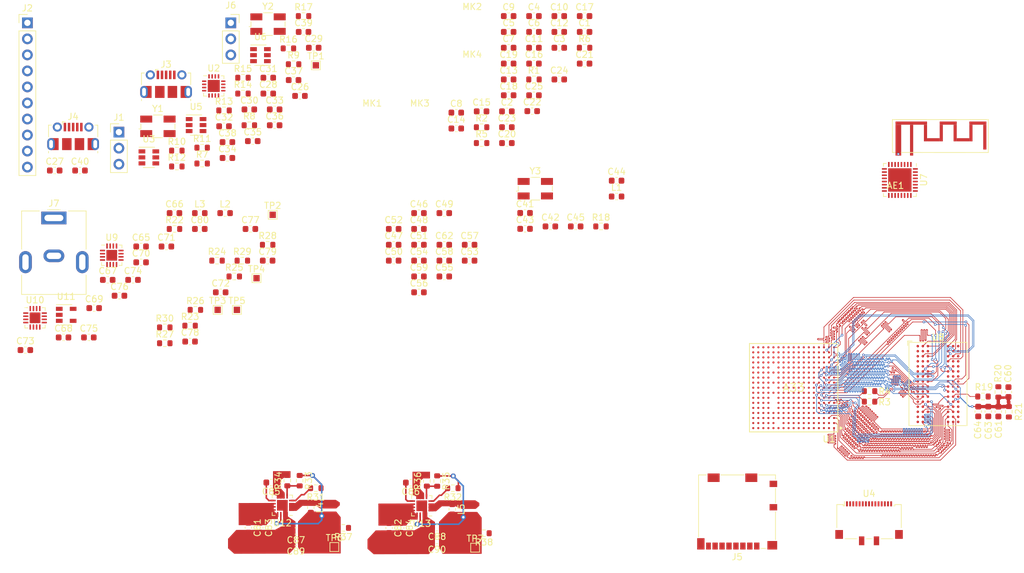
<source format=kicad_pcb>
(kicad_pcb (version 20211014) (generator pcbnew)
  (layers (0 "F.Cu" signal) (1 "In1.Cu" power) (2 "In2.Cu" power) (31 "B.Cu" signal) (34 "B.Paste" user) (35 "F.Paste" user) (36 "B.SilkS" user "B.Silkscreen") (37 "F.SilkS" user "F.Silkscreen") (38 "B.Mask" user) (39 "F.Mask" user) (44 "Edge.Cuts" user))
  (net 0 "")
  (net 1 "/DVREF")
  (net 2 "+1V35")
  (net 3 "GND")
  (net 4 "+3V0")
  (net 5 "+1V1")
  (net 6 "/HPVCCBP")
  (net 7 "+2V5")
  (net 8 "+3V3")
  (net 9 "Net-(C27-Pad1)")
  (net 10 "Net-(C29-Pad1)")
  (net 11 "Net-(C30-Pad1)")
  (net 12 "Net-(C31-Pad1)")
  (net 13 "Net-(C32-Pad1)")
  (net 14 "Net-(C33-Pad1)")
  (net 15 "Net-(C35-Pad1)")
  (net 16 "/A33_GPIO/RESET")
  (net 17 "Net-(C37-Pad2)")
  (net 18 "Net-(C38-Pad2)")
  (net 19 "Net-(C39-Pad2)")
  (net 20 "/A33_GPIO/WiFi_chip/WIFI_ANT")
  (net 21 "Net-(C41-Pad1)")
  (net 22 "Net-(C43-Pad2)")
  (net 23 "Net-(C44-Pad2)")
  (net 24 "Net-(C60-Pad2)")
  (net 25 "+5V")
  (net 26 "Net-(C70-Pad2)")
  (net 27 "Net-(C71-Pad2)")
  (net 28 "Net-(C75-Pad1)")
  (net 29 "Net-(C76-Pad1)")
  (net 30 "Net-(C77-Pad1)")
  (net 31 "Net-(C78-Pad1)")
  (net 32 "Net-(C85-Pad2)")
  (net 33 "Net-(C86-Pad2)")
  (net 34 "Net-(C87-Pad1)")
  (net 35 "Net-(C88-Pad1)")
  (net 36 "/A33_GPIO/UART0_TX")
  (net 37 "/A33_GPIO/UART0_RX")
  (net 38 "/A33_GPIO/GPIO1")
  (net 39 "/A33_GPIO/GPIO2")
  (net 40 "/A33_GPIO/GPIO3")
  (net 41 "/A33_GPIO/GPIO4")
  (net 42 "/A33_GPIO/GPIO5")
  (net 43 "/A33_GPIO/GPIO6")
  (net 44 "/A33_GPIO/GPIO7")
  (net 45 "/A33_GPIO/GPIO8")
  (net 46 "/A33_GPIO/GPIO9")
  (net 47 "/A33_GPIO/GPIO10")
  (net 48 "/A33_GPIO/USB_DP1")
  (net 49 "Net-(J3-Pad1)")
  (net 50 "/A33_GPIO/USP_DM1")
  (net 51 "/A33_GPIO/USB0-DN")
  (net 52 "/A33_GPIO/USB0-DP")
  (net 53 "/A33_GPIO/SD_DAT2")
  (net 54 "/A33_GPIO/SD_DAT1")
  (net 55 "/A33_GPIO/SD_DAT3")
  (net 56 "/A33_GPIO/SD_CMD")
  (net 57 "/A33_GPIO/SD_CLK")
  (net 58 "/A33_GPIO/SD_DAT0")
  (net 59 "/A33_GPIO/SD_DET")
  (net 60 "Net-(J6-Pad2)")
  (net 61 "Net-(J6-Pad3)")
  (net 62 "Net-(L2-Pad1)")
  (net 63 "Net-(L3-Pad1)")
  (net 64 "Net-(L4-Pad1)")
  (net 65 "Net-(L5-Pad1)")
  (net 66 "Net-(R5-Pad1)")
  (net 67 "/VCC_EFUSE")
  (net 68 "Net-(Q1-Pad1)")
  (net 69 "Net-(R9-Pad1)")
  (net 70 "Net-(R18-Pad2)")
  (net 71 "Net-(R19-Pad2)")
  (net 72 "Net-(R22-Pad2)")
  (net 73 "Net-(R23-Pad2)")
  (net 74 "Net-(R24-Pad2)")
  (net 75 "Net-(R26-Pad2)")
  (net 76 "Net-(R31-Pad2)")
  (net 77 "Net-(R32-Pad2)")
  (net 78 "Net-(R33-Pad2)")
  (net 79 "Net-(R35-Pad2)")
  (net 80 "adr6")
  (net 81 "Net-(U1-PadA2)")
  (net 82 "Net-(U1-PadA7)")
  (net 83 "Net-(U1-PadA8)")
  (net 84 "Net-(U1-PadA9)")
  (net 85 "Net-(U1-PadA10)")
  (net 86 "Net-(U1-PadA11)")
  (net 87 "Net-(U1-PadA12)")
  (net 88 "/A33_GPIO/SD_D3")
  (net 89 "/A33_GPIO/SD_D1")
  (net 90 "Net-(U1-PadA16)")
  (net 91 "/A33_GPIO/WIFI_EN")
  (net 92 "adr8")
  (net 93 "Net-(U1-PadB2)")
  (net 94 "Net-(U1-PadB7)")
  (net 95 "Net-(U1-PadB8)")
  (net 96 "Net-(U1-PadB9)")
  (net 97 "Net-(U1-PadB10)")
  (net 98 "Net-(U1-PadB11)")
  (net 99 "/A33_GPIO/SD_D2")
  (net 100 "/A33_GPIO/SD_D0")
  (net 101 "Net-(U1-PadB16)")
  (net 102 "Net-(U1-PadB17)")
  (net 103 "adr14")
  (net 104 "adr11")
  (net 105 "Net-(U1-PadC3)")
  (net 106 "Net-(U1-PadC4)")
  (net 107 "/A33_GPIO/SCL0")
  (net 108 "Net-(U1-PadC10)")
  (net 109 "Net-(U1-PadC11)")
  (net 110 "Net-(U1-PadC12)")
  (net 111 "Net-(U1-PadC13)")
  (net 112 "Net-(U1-PadC14)")
  (net 113 "Net-(U1-PadC15)")
  (net 114 "Net-(U1-PadC16)")
  (net 115 "Net-(U1-PadC17)")
  (net 116 "adr1")
  (net 117 "adr4")
  (net 118 "Net-(U1-PadD3)")
  (net 119 "Net-(U1-PadD4)")
  (net 120 "/A33_GPIO/SDA0")
  (net 121 "Net-(U1-PadD10)")
  (net 122 "Net-(U1-PadD11)")
  (net 123 "Net-(U1-PadD12)")
  (net 124 "Net-(U1-PadD13)")
  (net 125 "/A33_GPIO/G_INT2")
  (net 126 "/A33_GPIO/G_INT1")
  (net 127 "/A33_GPIO/G_SDA")
  (net 128 "/A33_GPIO/G_SCL")
  (net 129 "adr12")
  (net 130 "adr10")
  (net 131 "/adr15")
  (net 132 "adr0")
  (net 133 "Net-(U1-PadE14)")
  (net 134 "Net-(U1-PadE15)")
  (net 135 "Net-(U1-PadE16)")
  (net 136 "Net-(U1-PadE17)")
  (net 137 "adr5")
  (net 138 "adr2")
  (net 139 "adr13")
  (net 140 "adr9")
  (net 141 "Net-(U1-PadF14)")
  (net 142 "Net-(U1-PadF15)")
  (net 143 "Net-(U1-PadF16)")
  (net 144 "Net-(U1-PadF17)")
  (net 145 "/RAM/~{RST}")
  (net 146 "adr7")
  (net 147 "Net-(U1-PadG15)")
  (net 148 "d6")
  (net 149 "d7")
  (net 150 "adr3")
  (net 151 "dba2")
  (net 152 "Net-(U1-PadH14)")
  (net 153 "Net-(U1-PadH15)")
  (net 154 "Net-(U1-PadH16)")
  (net 155 "d4")
  (net 156 "d5")
  (net 157 "dba0")
  (net 158 "/RAM/~{CKE}")
  (net 159 "Net-(U1-PadJ14)")
  (net 160 "Net-(U1-PadJ15)")
  (net 161 "Net-(U1-PadJ16)")
  (net 162 "Net-(U1-PadJ17)")
  (net 163 "/RAM/~{WE}")
  (net 164 "dba1")
  (net 165 "Net-(U1-PadK14)")
  (net 166 "Net-(U1-PadK15)")
  (net 167 "d2")
  (net 168 "d3")
  (net 169 "/RAM/ODT")
  (net 170 "/RAM/~{RAS}")
  (net 171 "Net-(U1-PadL7)")
  (net 172 "Net-(U1-PadL14)")
  (net 173 "Net-(U1-PadL15)")
  (net 174 "d0")
  (net 175 "d1")
  (net 176 "/RAM/~{CAS}")
  (net 177 "/VCC_PD")
  (net 178 "Net-(U1-PadM15)")
  (net 179 "d15")
  (net 180 "/RAM/DML")
  (net 181 "/RAM/~{CS}")
  (net 182 "Net-(U1-PadN5)")
  (net 183 "Net-(U1-PadN7)")
  (net 184 "Net-(U1-PadN15)")
  (net 185 "Net-(U1-PadN16)")
  (net 186 "Net-(U1-PadN17)")
  (net 187 "d13")
  (net 188 "d14")
  (net 189 "/A33_GPIO/DSI1_DP0")
  (net 190 "/A33_GPIO/DSI1_DP1")
  (net 191 "Net-(U1-PadP6)")
  (net 192 "Net-(U1-PadP7)")
  (net 193 "Net-(U1-PadP8)")
  (net 194 "Net-(U1-PadP9)")
  (net 195 "Net-(U1-PadP10)")
  (net 196 "Net-(U1-PadP11)")
  (net 197 "Net-(U1-PadP12)")
  (net 198 "Net-(U1-PadP13)")
  (net 199 "Net-(U1-PadP14)")
  (net 200 "Net-(U1-PadP15)")
  (net 201 "Net-(U1-PadP16)")
  (net 202 "d12")
  (net 203 "/A33_GPIO/DSI1_DN0")
  (net 204 "/A33_GPIO/DSI1_DN1")
  (net 205 "Net-(U1-PadR6)")
  (net 206 "Net-(U1-PadR7)")
  (net 207 "Net-(U1-PadR8)")
  (net 208 "Net-(U1-PadR9)")
  (net 209 "Net-(U1-PadR10)")
  (net 210 "Net-(U1-PadR11)")
  (net 211 "Net-(U1-PadR12)")
  (net 212 "Net-(U1-PadR13)")
  (net 213 "Net-(U1-PadR14)")
  (net 214 "Net-(U1-PadR15)")
  (net 215 "d11")
  (net 216 "/RAM/DMU")
  (net 217 "/A33_GPIO/DSI1_CP")
  (net 218 "Net-(U1-PadT6)")
  (net 219 "Net-(U1-PadT7)")
  (net 220 "Net-(U1-PadT8)")
  (net 221 "Net-(U1-PadT9)")
  (net 222 "Net-(U1-PadT10)")
  (net 223 "Net-(U1-PadT11)")
  (net 224 "Net-(U1-PadT12)")
  (net 225 "Net-(U1-PadT13)")
  (net 226 "Net-(U1-PadT14)")
  (net 227 "Net-(U1-PadT15)")
  (net 228 "d9")
  (net 229 "d10")
  (net 230 "d8")
  (net 231 "Net-(U1-PadU4)")
  (net 232 "/A33_GPIO/DSI1_CN")
  (net 233 "Net-(U1-PadU6)")
  (net 234 "Net-(U1-PadU7)")
  (net 235 "Net-(U1-PadU8)")
  (net 236 "Net-(U1-PadU9)")
  (net 237 "Net-(U1-PadU10)")
  (net 238 "Net-(U1-PadU11)")
  (net 239 "Net-(U1-PadU12)")
  (net 240 "/A33_GPIO/VBUS_~{EN}")
  (net 241 "Net-(U1-PadU14)")
  (net 242 "Net-(U1-PadU15)")
  (net 243 "Net-(U2-Pad3)")
  (net 244 "Net-(U2-Pad8)")
  (net 245 "Net-(U2-Pad13)")
  (net 246 "Net-(U2-Pad15)")
  (net 247 "Net-(U2-Pad16)")
  (net 248 "Net-(U7-Pad5)")
  (net 249 "Net-(U7-Pad6)")
  (net 250 "Net-(U7-Pad8)")
  (net 251 "Net-(U7-Pad9)")
  (net 252 "Net-(U7-Pad10)")
  (net 253 "Net-(U7-Pad12)")
  (net 254 "Net-(U7-Pad13)")
  (net 255 "Net-(U7-Pad14)")
  (net 256 "Net-(U7-Pad15)")
  (net 257 "Net-(U7-Pad16)")
  (net 258 "Net-(U7-Pad24)")
  (net 259 "Net-(U7-Pad25)")
  (net 260 "Net-(U7-Pad26)")
  (net 261 "Net-(U7-Pad32)")
  (net 262 "Net-(U8-PadJ1)")
  (net 263 "Net-(U8-PadJ9)")
  (net 264 "Net-(U8-PadL1)")
  (net 265 "Net-(U8-PadL9)")
  (net 266 "Net-(U8-PadM7)")
  (net 267 "/RAM/CK_P")
  (net 268 "/DCK_P")
  (net 269 "/DCK_N")
  (net 270 "/RAM/CK_N")
  (net 271 "+1V5")
  (net 272 "/DQS0_P")
  (net 273 "/DQS1_P")
  (net 274 "/DQS1_N")
  (net 275 "/DQS0_N")
  (footprint "Capacitor_SMD:C_0603_1608Metric" (layer "F.Cu") (at 107.015001 34.905001)
    (fp_text reference "C2")
    (fp_text value "100n")
  )
  (footprint "Capacitor_SMD:C_0603_1608Metric" (layer "F.Cu") (at 115.315001 24.825001)
    (fp_text reference "C3")
    (fp_text value "100n")
  )
  (footprint "Capacitor_SMD:C_0603_1608Metric" (layer "F.Cu") (at 111.305001 19.805001)
    (fp_text reference "C4")
    (fp_text value "100n")
  )
  (footprint "Capacitor_SMD:C_0603_1608Metric" (layer "F.Cu") (at 107.295001 22.315001)
    (fp_text reference "C5")
    (fp_text value "100n")
  )
  (footprint "Capacitor_SMD:C_0603_1608Metric" (layer "F.Cu") (at 111.305001 22.315001)
    (fp_text reference "C6")
    (fp_text value "100n")
  )
  (footprint "Capacitor_SMD:C_0603_1608Metric" (layer "F.Cu") (at 107.295001 24.825001)
    (fp_text reference "C7")
    (fp_text value "22u")
  )
  (footprint "Capacitor_SMD:C_0603_1608Metric" (layer "F.Cu") (at 98.995001 35.105001)
    (fp_text reference "C8")
    (fp_text value "100n")
  )
  (footprint "Capacitor_SMD:C_0603_1608Metric" (layer "F.Cu") (at 107.295001 19.805001)
    (fp_text reference "C9")
    (fp_text value "100n")
  )
  (footprint "Capacitor_SMD:C_0603_1608Metric" (layer "F.Cu") (at 115.315001 19.805001)
    (fp_text reference "C10")
    (fp_text value "100n")
  )
  (footprint "Capacitor_SMD:C_0603_1608Metric" (layer "F.Cu") (at 111.305001 24.825001)
    (fp_text reference "C11")
    (fp_text value "100n")
  )
  (footprint "Capacitor_SMD:C_0603_1608Metric" (layer "F.Cu") (at 115.315001 22.315001)
    (fp_text reference "C12")
    (fp_text value "22u")
  )
  (footprint "Capacitor_SMD:C_0603_1608Metric" (layer "F.Cu") (at 107.295001 29.845001)
    (fp_text reference "C13")
    (fp_text value "22u")
  )
  (footprint "Capacitor_SMD:C_0603_1608Metric" (layer "F.Cu") (at 98.995001 37.615001)
    (fp_text reference "C14")
    (fp_text value "100n")
  )
  (footprint "Capacitor_SMD:C_0603_1608Metric" (layer "F.Cu") (at 103.005001 34.905001)
    (fp_text reference "C15")
    (fp_text value "100n")
  )
  (footprint "Capacitor_SMD:C_0603_1608Metric" (layer "F.Cu") (at 111.305001 27.335001)
    (fp_text reference "C16")
    (fp_text value "100n")
  )
  (footprint "Capacitor_SMD:C_0603_1608Metric" (layer "F.Cu") (at 119.325001 19.805001)
    (fp_text reference "C17")
    (fp_text value "10u")
  )
  (footprint "Capacitor_SMD:C_0603_1608Metric" (layer "F.Cu") (at 107.295001 32.355001)
    (fp_text reference "C18")
    (fp_text value "100n")
  )
  (footprint "Capacitor_SMD:C_0603_1608Metric" (layer "F.Cu") (at 107.295001 27.335001)
    (fp_text reference "C19")
    (fp_text value "100n")
  )
  (footprint "Capacitor_SMD:C_0603_1608Metric" (layer "F.Cu") (at 107.015001 39.925001)
    (fp_text reference "C20")
    (fp_text value "100n")
  )
  (footprint "Capacitor_SMD:C_0603_1608Metric" (layer "F.Cu") (at 119.325001 27.335001)
    (fp_text reference "C21")
    (fp_text value "100n")
  )
  (footprint "Capacitor_SMD:C_0603_1608Metric" (layer "F.Cu") (at 111.025001 34.865001)
    (fp_text reference "C22")
    (fp_text value "100n")
  )
  (footprint "Capacitor_SMD:C_0603_1608Metric" (layer "F.Cu") (at 107.015001 37.415001)
    (fp_text reference "C23")
    (fp_text value "22u")
  )
  (footprint "Capacitor_SMD:C_0603_1608Metric" (layer "F.Cu") (at 115.315001 29.845001)
    (fp_text reference "C24")
    (fp_text value "22u")
  )
  (footprint "Capacitor_SMD:C_0603_1608Metric" (layer "F.Cu") (at 111.305001 32.355001)
    (fp_text reference "C25")
    (fp_text value "100n")
  )
  (footprint "Capacitor_SMD:C_0603_1608Metric" (layer "F.Cu") (at 74.225001 32.455001)
    (fp_text reference "C26")
    (fp_text value "C")
  )
  (footprint "Capacitor_SMD:C_0603_1608Metric" (layer "F.Cu") (at 35.365001 44.275001)
    (fp_text reference "C27")
    (fp_text value "C")
  )
  (footprint "Capacitor_SMD:C_0603_1608Metric" (layer "F.Cu") (at 69.205001 32.085001)
    (fp_text reference "C28")
    (fp_text value "C")
  )
  (footprint "Capacitor_SMD:C_0603_1608Metric" (layer "F.Cu") (at 76.405001 24.825001)
    (fp_text reference "C29")
    (fp_text value "30p")
  )
  (footprint "Capacitor_SMD:C_0603_1608Metric" (layer "F.Cu") (at 66.205001 34.595001)
    (fp_text reference "C30")
    (fp_text value "30p")
  )
  (footprint "Capacitor_SMD:C_0603_1608Metric" (layer "F.Cu") (at 69.205001 29.575001)
    (fp_text reference "C31")
    (fp_text value "10p")
  )
  (footprint "Capacitor_SMD:C_0603_1608Metric" (layer "F.Cu") (at 62.195001 37.265001)
    (fp_text reference "C32")
    (fp_text value "10p")
  )
  (footprint "Capacitor_SMD:C_0603_1608Metric" (layer "F.Cu") (at 70.215001 34.595001)
    (fp_text reference "C33")
    (fp_text value "100n")
  )
  (footprint "Capacitor_SMD:C_0603_1608Metric" (layer "F.Cu") (at 62.735001 42.285001)
    (fp_text reference "C34")
    (fp_text value "22u")
  )
  (footprint "Capacitor_SMD:C_0603_1608Metric" (layer "F.Cu") (at 66.745001 39.615001)
    (fp_text reference "C35")
    (fp_text value "10u")
  )
  (footprint "Capacitor_SMD:C_0603_1608Metric" (layer "F.Cu") (at 70.215001 37.105001)
    (fp_text reference "C36")
    (fp_text value "100n")
  )
  (footprint "Capacitor_SMD:C_0603_1608Metric" (layer "F.Cu") (at 73.215001 29.945001)
    (fp_text reference "C37")
    (fp_text value "1u")
  )
  (footprint "Capacitor_SMD:C_0603_1608Metric" (layer "F.Cu") (at 62.735001 39.775001)
    (fp_text reference "C38")
    (fp_text value "10u")
  )
  (footprint "Capacitor_SMD:C_0603_1608Metric" (layer "F.Cu") (at 74.795001 22.315001)
    (fp_text reference "C39")
    (fp_text value "10u")
  )
  (footprint "Capacitor_SMD:C_0603_1608Metric" (layer "F.Cu") (at 39.375001 44.275001)
    (fp_text reference "C40")
    (fp_text value "100n")
  )
  (footprint "Capacitor_SMD:C_0603_1608Metric" (layer "F.Cu") (at 109.895001 51.005001)
    (fp_text reference "C41")
    (fp_text value "5.6p")
  )
  (footprint "Capacitor_SMD:C_0603_1608Metric" (layer "F.Cu") (at 113.905001 53.135001)
    (fp_text reference "C42")
    (fp_text value "100n")
  )
  (footprint "Capacitor_SMD:C_0603_1608Metric" (layer "F.Cu") (at 109.895001 53.515001)
    (fp_text reference "C43")
    (fp_text value "100n")
  )
  (footprint "Capacitor_SMD:C_0603_1608Metric" (layer "F.Cu") (at 124.395001 45.885001)
    (fp_text reference "C44")
    (fp_text value "100n")
  )
  (footprint "Capacitor_SMD:C_0603_1608Metric" (layer "F.Cu") (at 117.915001 53.135001)
    (fp_text reference "C45")
    (fp_text value "100n")
  )
  (footprint "Capacitor_SMD:C_0603_1608Metric" (layer "F.Cu") (at 93.085001 51.025001)
    (fp_text reference "C46")
    (fp_text value "100n")
  )
  (footprint "Capacitor_SMD:C_0603_1608Metric" (layer "F.Cu") (at 89.075001 56.045001)
    (fp_text reference "C47")
    (fp_text value "100n")
  )
  (footprint "Capacitor_SMD:C_0603_1608Metric" (layer "F.Cu") (at 93.085001 53.535001)
    (fp_text reference "C48")
    (fp_text value "100n")
  )
  (footprint "Capacitor_SMD:C_0603_1608Metric" (layer "F.Cu") (at 97.095001 51.025001)
    (fp_text reference "C49")
    (fp_text value "100n")
  )
  (footprint "Capacitor_SMD:C_0603_1608Metric" (layer "F.Cu") (at 89.075001 58.555001)
    (fp_text reference "C50")
    (fp_text value "100n")
  )
  (footprint "Capacitor_SMD:C_0603_1608Metric" (layer "F.Cu") (at 93.085001 56.045001)
    (fp_text reference "C51")
    (fp_text value "100n")
  )
  (footprint "Capacitor_SMD:C_0603_1608Metric" (layer "F.Cu") (at 89.075001 53.535001)
    (fp_text reference "C52")
    (fp_text value "100n")
  )
  (footprint "Capacitor_SMD:C_0603_1608Metric" (layer "F.Cu") (at 101.105001 58.555001)
    (fp_text reference "C53")
    (fp_text value "100n")
  )
  (footprint "Capacitor_SMD:C_0603_1608Metric" (layer "F.Cu") (at 93.085001 58.555001)
    (fp_text reference "C54")
    (fp_text value "100n")
  )
  (footprint "Capacitor_SMD:C_0603_1608Metric" (layer "F.Cu") (at 97.095001 61.065001)
    (fp_text reference "C55")
    (fp_text value "100n")
  )
  (footprint "Capacitor_SMD:C_0603_1608Metric" (layer "F.Cu") (at 93.085001 63.575001)
    (fp_text reference "C56")
    (fp_text value "100n")
  )
  (footprint "Capacitor_SMD:C_0603_1608Metric" (layer "F.Cu") (at 101.105001 56.045001)
    (fp_text reference "C57")
    (fp_text value "100n")
  )
  (footprint "Capacitor_SMD:C_0603_1608Metric" (layer "F.Cu") (at 97.095001 58.555001)
    (fp_text reference "C58")
    (fp_text value "100n")
  )
  (footprint "Capacitor_SMD:C_0603_1608Metric" (layer "F.Cu") (at 93.085001 61.065001)
    (fp_text reference "C59")
    (fp_text value "100n")
  )
  (footprint "Capacitor_SMD:C_0603_1608Metric" (layer "F.Cu") (at 186.4868 79.3747 -90)
    (fp_text reference "C60")
    (fp_text value "100n")
  )
  (footprint "Capacitor_SMD:C_0603_1608Metric" (layer "F.Cu") (at 184.8866 82.4738 -90)
    (fp_text reference "C61")
    (fp_text value "100n")
  )
  (footprint "Capacitor_SMD:C_0603_1608Metric" (layer "F.Cu") (at 97.095001 56.045001)
    (fp_text reference "C62")
    (fp_text value "100n")
  )
  (footprint "Capacitor_SMD:C_0603_1608Metric" (layer "F.Cu") (at 183.2864 82.4611 -90)
    (fp_text reference "C63")
    (fp_text value "100n")
  )
  (footprint "Capacitor_SMD:C_0603_1608Metric" (layer "F.Cu") (at 49.055001 56.315001)
    (fp_text reference "C65")
    (fp_text value "100n")
  )
  (footprint "Capacitor_SMD:C_0603_1608Metric" (layer "F.Cu") (at 54.345001 51.025001)
    (fp_text reference "C66")
    (fp_text value "100n")
  )
  (footprint "Capacitor_SMD:C_0603_1608Metric" (layer "F.Cu") (at 43.765001 61.605001)
    (fp_text reference "C67")
    (fp_text value "100n")
  )
  (footprint "Capacitor_SMD:C_0603_1608Metric" (layer "F.Cu") (at 36.765001 70.725001)
    (fp_text reference "C68")
    (fp_text value "22u")
  )
  (footprint "Capacitor_SMD:C_0603_1608Metric" (layer "F.Cu") (at 41.615001 66.075001)
    (fp_text reference "C69")
    (fp_text value "22u")
  )
  (footprint "Capacitor_SMD:C_0603_1608Metric" (layer "F.Cu") (at 49.055001 58.825001)
    (fp_text reference "C70")
    (fp_text value "???")
  )
  (footprint "Capacitor_SMD:C_0603_1608Metric" (layer "F.Cu") (at 53.065001 56.315001)
    (fp_text reference "C71")
    (fp_text value "???")
  )
  (footprint "Capacitor_SMD:C_0603_1608Metric" (layer "F.Cu") (at 61.665001 63.575001)
    (fp_text reference "C72")
    (fp_text value "100u")
  )
  (footprint "Capacitor_SMD:C_0603_1608Metric" (layer "F.Cu") (at 30.715001 72.725001)
    (fp_text reference "C73")
    (fp_text value "470u")
  )
  (footprint "Capacitor_SMD:C_0603_1608Metric" (layer "F.Cu") (at 47.775001 61.605001)
    (fp_text reference "C74")
    (fp_text value "10u")
  )
  (footprint "Capacitor_SMD:C_0603_1608Metric" (layer "F.Cu") (at 40.775001 70.725001)
    (fp_text reference "C75")
    (fp_text value "100n")
  )
  (footprint "Capacitor_SMD:C_0603_1608Metric" (layer "F.Cu") (at 45.625001 64.115001)
    (fp_text reference "C76")
    (fp_text value "22u")
  )
  (footprint "Capacitor_SMD:C_0603_1608Metric" (layer "F.Cu") (at 66.375001 53.535001)
    (fp_text reference "C77")
    (fp_text value "22u")
  )
  (footprint "Capacitor_SMD:C_0603_1608Metric" (layer "F.Cu") (at 56.815001 71.375001)
    (fp_text reference "C78")
    (fp_text value "10u")
  )
  (footprint "Capacitor_SMD:C_0603_1608Metric" (layer "F.Cu") (at 69.105001 58.555001)
    (fp_text reference "C79")
    (fp_text value "22u")
  )
  (footprint "Capacitor_SMD:C_0603_1608Metric" (layer "F.Cu") (at 58.355001 53.535001)
    (fp_text reference "C80")
    (fp_text value "22u")
  )
  (footprint "Capacitor_SMD:C_0603_1608Metric" (layer "F.Cu") (at 66.0527 100.8761 -90)
    (fp_text reference "C81")
    (fp_text value "100n")
  )
  (footprint "Capacitor_SMD:C_0603_1608Metric" (layer "F.Cu") (at 88.35 100.92 -90)
    (fp_text reference "C82")
    (fp_text value "100n")
  )
  (footprint "Capacitor_SMD:C_0603_1608Metric" (layer "F.Cu") (at 67.8561 100.8761 -90)
    (fp_text reference "C83")
    (fp_text value "22u")
  )
  (footprint "Capacitor_SMD:C_0603_1608Metric" (layer "F.Cu") (at 90.18 100.9 -90)
    (fp_text reference "C84")
    (fp_text value "22u")
  )
  (footprint "Capacitor_SMD:C_0603_1608Metric" (layer "F.Cu") (at 69.6722 93.7133 180)
    (fp_text reference "C85")
    (fp_text value "???")
  )
  (footprint "Capacitor_SMD:C_0603_1608Metric" (layer "F.Cu") (at 91.78 93.73 180)
    (fp_text reference "C86")
    (fp_text value "???")
  )
  (footprint "Capacitor_SMD:C_0603_1608Metric" (layer "F.Cu") (at 73.5838 101.3968 180)
    (fp_text reference "C87")
    (fp_text value "22u")
  )
  (footprint "Capacitor_SMD:C_0603_1608Metric" (layer "F.Cu") (at 95.94 100.86 180)
    (fp_text reference "C88")
    (fp_text value "22u")
  )
  (footprint "Capacitor_SMD:C_0603_1608Metric" (layer "F.Cu") (at 73.5711 103.1875 180)
    (fp_text reference "C89")
    (fp_text value "22u")
  )
  (footprint "Capacitor_SMD:C_0603_1608Metric" (layer "F.Cu") (at 95.93 102.9 180)
    (fp_text reference "C90")
    (fp_text value "22u")
  )
  (footprint "Connector_PinHeader_2.54mm:PinHeader_1x03_P2.54mm_Vertical" (layer "F.Cu") (at 45.535001 38.195001)
    (fp_text reference "J1")
    (fp_text value "UART_CONN")
  )
  (footprint "Connector_USB:USB_Micro-B_Molex-105017-0001" (layer "F.Cu") (at 53.015001 30.585001)
    (fp_text reference "J3")
    (fp_text value "USB_A")
  )
  (footprint "Connector_USB:USB_Micro-B_Molex-105017-0001" (layer "F.Cu") (at 38.285001 38.855001)
    (fp_text reference "J4")
    (fp_text value "USB_A")
  )
  (footprint "Connector_Card:microSD_HC_Molex_104031-0811" (layer "F.Cu") (at 143.5 98.33 180)
    (fp_text reference "J5")
    (fp_text value "Micro_SD_Card_Det")
  )
  (footprint "Connector_PinSocket_2.54mm:PinSocket_1x03_P2.54mm_Vertical" (layer "F.Cu") (at 63.265001 20.875001)
    (fp_text reference "J6")
    (fp_text value "MIC_DIFF_IN")
  )
  (footprint "Connector_BarrelJack:BarrelJack_CUI_PJ-063AH_Horizontal" (layer "F.Cu") (at 35.235001 51.795001)
    (fp_text reference "J7")
    (fp_text value "Barrel_Jack")
  )
  (footprint "Inductor_SMD:L_0603_1608Metric" (layer "F.Cu") (at 124.395001 48.395001)
    (fp_text reference "L1")
    (fp_text value "NC")
  )
  (footprint "Inductor_SMD:L_0603_1608Metric" (layer "F.Cu") (at 62.365001 51.025001)
    (fp_text reference "L2")
    (fp_text value "1u")
  )
  (footprint "Inductor_SMD:L_0603_1608Metric" (layer "F.Cu") (at 58.355001 51.025001)
    (fp_text reference "L3")
    (fp_text value "1u")
  )
  (footprint "Inductor_SMD:L_0603_1608Metric" (layer "F.Cu") (at 75.946 97.6884 -90)
    (fp_text reference "L4")
    (fp_text value "1u")
  )
  (footprint "Inductor_SMD:L_0603_1608Metric" (layer "F.Cu") (at 98.36 97.96 -90)
    (fp_text reference "L5")
    (fp_text value "1u")
  )
  (footprint "MountingHole:MountingHole_3mm" (layer "F.Cu") (at 85.665001 37.625001)
    (fp_text reference "MK1")
    (fp_text value "Mounting_Hole")
  )
  (footprint "MountingHole:MountingHole_3mm" (layer "F.Cu") (at 101.515001 22.325001)
    (fp_text reference "MK2")
    (fp_text value "Mounting_Hole")
  )
  (footprint "MountingHole:MountingHole_3mm" (layer "F.Cu") (at 93.215001 37.625001)
    (fp_text reference "MK3")
    (fp_text value "Mounting_Hole")
  )
  (footprint "MountingHole:MountingHole_3mm" (layer "F.Cu") (at 101.515001 29.875001)
    (fp_text reference "MK4")
    (fp_text value "Mounting_Hole")
  )
  (footprint "Resistor_SMD:R_0603_1608Metric" (layer "F.Cu") (at 111.305001 29.845001)
    (fp_text reference "R1")
    (fp_text value "1k")
  )
  (footprint "Resistor_SMD:R_0603_1608Metric" (layer "F.Cu") (at 103.005001 37.415001)
    (fp_text reference "R2")
    (fp_text value "1k")
  )
  (footprint "Resistor_SMD:R_0603_1608Metric" (layer "F.Cu") (at 103.005001 39.925001)
    (fp_text reference "R5")
    (fp_text value "240R")
  )
  (footprint "Resistor_SMD:R_0603_1608Metric" (layer "F.Cu") (at 119.325001 24.825001)
    (fp_text reference "R6")
    (fp_text value "0R")
  )
  (footprint "Resistor_SMD:R_0603_1608Metric" (layer "F.Cu") (at 58.725001 43.165001)
    (fp_text reference "R7")
    (fp_text value "100k")
  )
  (footprint "Resistor_SMD:R_0603_1608Metric" (layer "F.Cu") (at 66.205001 37.105001)
    (fp_text reference "R8")
    (fp_text value "10M")
  )
  (footprint "Resistor_SMD:R_0603_1608Metric" (layer "F.Cu") (at 73.215001 27.435001)
    (fp_text reference "R9")
    (fp_text value "R")
  )
  (footprint "Resistor_SMD:R_0603_1608Metric" (layer "F.Cu") (at 54.715001 41.125001)
    (fp_text reference "R10")
    (fp_text value "R")
  )
  (footprint "Resistor_SMD:R_0603_1608Metric" (layer "F.Cu") (at 58.725001 40.655001)
    (fp_text reference "R11")
    (fp_text value "100k")
  )
  (footprint "Resistor_SMD:R_0603_1608Metric" (layer "F.Cu") (at 54.715001 43.635001)
    (fp_text reference "R12")
    (fp_text value "100k")
  )
  (footprint "Resistor_SMD:R_0603_1608Metric" (layer "F.Cu") (at 62.195001 34.755001)
    (fp_text reference "R13")
    (fp_text value "10k")
  )
  (footprint "Resistor_SMD:R_0603_1608Metric" (layer "F.Cu") (at 65.195001 32.085001)
    (fp_text reference "R14")
    (fp_text value "100k")
  )
  (footprint "Resistor_SMD:R_0603_1608Metric" (layer "F.Cu") (at 65.195001 29.575001)
    (fp_text reference "R15")
    (fp_text value "100k")
  )
  (footprint "Resistor_SMD:R_0603_1608Metric" (layer "F.Cu") (at 72.395001 24.925001)
    (fp_text reference "R16")
    (fp_text value "100k")
  )
  (footprint "Resistor_SMD:R_0603_1608Metric" (layer "F.Cu") (at 74.795001 19.805001)
    (fp_text reference "R17")
    (fp_text value "200k")
  )
  (footprint "Resistor_SMD:R_0603_1608Metric" (layer "F.Cu") (at 121.925001 53.135001)
    (fp_text reference "R18")
    (fp_text value "R")
  )
  (footprint "Resistor_SMD:R_0603_1608Metric" (layer "F.Cu") (at 182.4482 80.0862 180)
    (fp_text reference "R19")
    (fp_text value "240R")
  )
  (footprint "Resistor_SMD:R_0603_1608Metric" (layer "F.Cu") (at 184.8866 79.3623 -90)
    (fp_text reference "R20")
    (fp_text value "1k 1%")
  )
  (footprint "Resistor_SMD:R_0603_1608Metric" (layer "F.Cu") (at 186.5503 82.4992 -90)
    (fp_text reference "R21")
    (fp_text value "1k 1%")
  )
  (footprint "Resistor_SMD:R_0603_1608Metric" (layer "F.Cu") (at 54.345001 53.535001)
    (fp_text reference "R22")
    (fp_text value "100k")
  )
  (footprint "Resistor_SMD:R_0603_1608Metric" (layer "F.Cu") (at 56.815001 68.865001)
    (fp_text reference "R23")
    (fp_text value "100k")
  )
  (footprint "Resistor_SMD:R_0603_1608Metric" (layer "F.Cu") (at 61.085001 58.555001)
    (fp_text reference "R24")
    (fp_text value "470k")
  )
  (footprint "Resistor_SMD:R_0603_1608Metric" (layer "F.Cu") (at 63.815001 61.065001)
    (fp_text reference "R25")
    (fp_text value "150k")
  )
  (footprint "Resistor_SMD:R_0603_1608Metric" (layer "F.Cu") (at 57.655001 66.355001)
    (fp_text reference "R26")
    (fp_text value "330k")
  )
  (footprint "Resistor_SMD:R_0603_1608Metric" (layer "F.Cu") (at 52.805001 71.645001)
    (fp_text reference "R27")
    (fp_text value "120k")
  )
  (footprint "Resistor_SMD:R_0603_1608Metric" (layer "F.Cu") (at 69.105001 56.045001)
    (fp_text reference "R28")
    (fp_text value "0R")
  )
  (footprint "Resistor_SMD:R_0603_1608Metric" (layer "F.Cu") (at 65.095001 58.555001)
    (fp_text reference "R29")
    (fp_text value "0R")
  )
  (footprint "Resistor_SMD:R_0603_1608Metric" (layer "F.Cu") (at 52.805001 69.135001)
    (fp_text reference "R30")
    (fp_text value "0R")
  )
  (footprint "Resistor_SMD:R_0603_1608Metric" (layer "F.Cu") (at 76.7334 94.6023 180)
    (fp_text reference "R31")
    (fp_text value "100k")
  )
  (footprint "Resistor_SMD:R_0603_1608Metric" (layer "F.Cu") (at 98.45 94.61 180)
    (fp_text reference "R32")
    (fp_text value "100k")
  )
  (footprint "Resistor_SMD:R_0603_1608Metric" (layer "F.Cu") (at 74.1807 93.4212 -90)
    (fp_text reference "R33")
    (fp_text value "82k")
  )
  (footprint "Resistor_SMD:R_0603_1608Metric" (layer "F.Cu") (at 72.2249 93.4085 90)
    (fp_text reference "R34")
    (fp_text value "220k")
  )
  (footprint "Resistor_SMD:R_0603_1608Metric" (layer "F.Cu") (at 95.97 93.48 -90)
    (fp_text reference "R35")
    (fp_text value "110k")
  )
  (footprint "Resistor_SMD:R_0603_1608Metric" (layer "F.Cu") (at 94.33 93.46 90)
    (fp_text reference "R36")
    (fp_text value "160k")
  )
  (footprint "Resistor_SMD:R_0603_1608Metric" (layer "F.Cu") (at 81.0895 100.9015 180)
    (fp_text reference "R37")
    (fp_text value "0R")
  )
  (footprint "Resistor_SMD:R_0603_1608Metric" (layer "F.Cu") (at 103.38 101.75 180)
    (fp_text reference "R38")
    (fp_text value "0R")
  )
  (footprint "TestPoint:TestPoint_Pad_1.0x1.0mm" (layer "F.Cu") (at 76.745001 27.605001)
    (fp_text reference "TP1")
    (fp_text value "Test_Point")
  )
  (footprint "TestPoint:TestPoint_Pad_1.0x1.0mm" (layer "F.Cu") (at 69.905001 51.295001)
    (fp_text reference "TP2")
    (fp_text value "5V TP")
  )
  (footprint "TestPoint:TestPoint_Pad_1.0x1.0mm" (layer "F.Cu") (at 61.185001 66.355001)
    (fp_text reference "TP3")
    (fp_text value "2V5 TP")
  )
  (footprint "TestPoint:TestPoint_Pad_1.0x1.0mm" (layer "F.Cu") (at 67.345001 61.335001)
    (fp_text reference "TP4")
    (fp_text value "3V3 TP")
  )
  (footprint "TestPoint:TestPoint_Pad_1.0x1.0mm" (layer "F.Cu") (at 64.235001 66.355001)
    (fp_text reference "TP5")
    (fp_text value "3V0 TP")
  )
  (footprint "TestPoint:TestPoint_Pad_1.0x1.0mm" (layer "F.Cu") (at 79.6671 103.9368)
    (fp_text reference "TP6")
    (fp_text value "1V1 TP")
  )
  (footprint "TestPoint:TestPoint_Pad_1.0x1.0mm" (layer "F.Cu") (at 101.98 104.04)
    (fp_text reference "TP7")
    (fp_text value "1V35 TP")
  )
  (footprint "Package_DFN_QFN:QFN-16-1EP_3x3mm_P0.5mm_EP1.9x1.9mm" (layer "F.Cu") (at 60.565001 30.875001)
    (fp_text reference "U2")
    (fp_text value "MMA8425Q_Gsensor")
  )
  (footprint "Package_TO_SOT_SMD:SOT-23-6" (layer "F.Cu") (at 50.285001 42.195001)
    (fp_text reference "U3")
    (fp_text value "SRV05-4")
  )
  (footprint "Connector_FFC-FPC:Molex_502244-1530_1x15-1MP_P0.5mm_Horizontal" (layer "F.Cu") (at 164.4 100.17)
    (fp_text reference "U4")
    (fp_text value "MIPI_DSI_Raspberry")
  )
  (footprint "Package_TO_SOT_SMD:SOT-23-6" (layer "F.Cu") (at 57.765001 37.075001)
    (fp_text reference "U5")
    (fp_text value "SRV05-4")
  )
  (footprint "Package_TO_SOT_SMD:SOT-23-6" (layer "F.Cu") (at 67.965001 25.995001)
    (fp_text reference "U6")
    (fp_text value "SRV05-4")
  )
  (footprint "Package_DFN_QFN:QFN-16-1EP_3x3mm_P0.5mm_EP1.7x1.7mm" (layer "F.Cu") (at 44.405001 57.705001)
    (fp_text reference "U9")
    (fp_text value "TPS62130")
  )
  (footprint "Package_TO_SOT_SMD:SOT-23-5" (layer "F.Cu") (at 37.185001 67.145001)
    (fp_text reference "U11")
    (fp_text value "AP131-25")
  )
  (footprint "Package_DFN_QFN:QFN-16-1EP_3x3mm_P0.5mm_EP1.7x1.7mm" (layer "F.Cu") (at 93.525 97.4 180)
    (fp_text reference "U13")
    (fp_text value "TPS62130")
  )
  (footprint "Crystal:Crystal_SMD_EuroQuartz_MJ-4Pin_5.0x3.2mm" (layer "F.Cu") (at 51.715001 37.275001)
    (fp_text reference "Y1")
    (fp_text value "24MHz")
  )
  (footprint "Crystal:Crystal_SMD_EuroQuartz_MJ-4Pin_5.0x3.2mm" (layer "F.Cu") (at 69.165001 21.075001)
    (fp_text reference "Y2")
    (fp_text value "32.768kHz")
  )
  (footprint "Crystal:Crystal_SMD_EuroQuartz_MJ-4Pin_5.0x3.2mm" (layer "F.Cu") (at 111.515001 47.155001)
    (fp_text reference "Y3")
    (fp_text value "26 MHz")
  )
  (footprint "Resistor_SMD:R_0603_1608Metric" (layer "F.Cu") (at 164.4777 80.899)
    (fp_text reference "R3")
    (fp_text value "22R")
  )
  (footprint "Connector_PinHeader_2.54mm:PinHeader_1x10_P2.54mm_Vertical" (layer "F.Cu") (at 31.035001 20.875001)
    (fp_text reference "J2")
    (fp_text value "GPIO_CONN")
  )
  (footprint "Resistor_SMD:R_0603_1608Metric" (layer "F.Cu") (at 164.4772 79.2353)
    (fp_text reference "R4")
    (fp_text value "22R")
  )
  (footprint "Package_BGA:BGA-96_9.0x13.0mm_Layout2x3x16_P0.8mm" (layer "F.Cu") (at 175.3235 78.105)
    (fp_text reference "U8")
    (fp_text value "HTQ4G63AFR-PCB")
  )
  (footprint "Capacitor_SMD:C_0603_1608Metric" (layer "F.Cu") (at 181.6989 82.4611 -90)
    (fp_text reference "C64")
    (fp_text value "100n")
  )
  (footprint "Capacitor_SMD:C_0603_1608Metric" (layer "F.Cu") (at 119.325001 22.315001)
    (fp_text reference "C1")
    (fp_text value "100n")
  )
  (footprint "Small2_4GHz_PCB_Antenna:Small2_4GHz_PCB_Antenna" (layer "F.Cu") (at 168.5925 36.5125)
    (fp_text reference "AE1")
    (fp_text value "Antenna_Dipole")
  )
  (footprint "Package_DFN_QFN:QFN-32-1EP_5x5mm_P0.5mm_EP3.7x3.7mm" (layer "F.Cu") (at 169.2783 45.7708 -90)
    (fp_text reference "U7")
    (fp_text value "ESP8089")
  )
  (footprint "eec:Allwinner_Technology_Co.,_Ltd.-A33-0" (layer "F.Cu") (at 152.45 78.69 180)
    (fp_text reference "U1")
    (fp_text value "A33")
  )
  (footprint "Package_DFN_QFN:QFN-16-1EP_3x3mm_P0.5mm_EP1.7x1.7mm" (layer "F.Cu") (at 71.4375 97.3201 180)
    (fp_text reference "U12")
    (fp_text value "TPS62130")
  )
  (footprint "Package_DFN_QFN:QFN-16-1EP_3x3mm_P0.5mm_EP1.7x1.7mm" (layer "F.Cu") (at 32.2453 67.6148)
    (fp_text reference "U10")
    (fp_text value "TPS62130")
  )
  (segment (start 178.1105 80.518) (end 177.7235 80.905) (width 0.1) (layer "F.Cu") (net 24))
  (segment (start 184.9242 80.1497) (end 184.8866 80.1873) (width 0.15) (layer "F.Cu") (net 24))
  (segment (start 186.5503 81.6742) (end 186.5503 80.2132) (width 0.15) (layer "F.Cu") (net 24))
  (segment (start 181.6865 81.6737) (end 181.6989 81.6861) (width 0.15) (layer "F.Cu") (net 24))
  (segment (start 186.5503 80.2132) (end 186.4868 80.1497) (width 0.15) (layer "F.Cu") (net 24))
  (segment (start 184.8866 81.6988) (end 186.5257 81.6988) (width 0.15) (layer "F.Cu") (net 24))
  (segment (start 181.6989 81.6861) (end 183.2864 81.6861) (width 0.15) (layer "F.Cu") (net 24))
  (segment (start 186.5257 81.6988) (end 186.5503 81.6742) (width 0.15) (layer "F.Cu") (net 24))
  (segment (start 172.1235 77.705) (end 171.64946 77.705) (width 0.1) (layer "F.Cu") (net 24))
  (segment (start 180.7464 81.6737) (end 181.6865 81.6737) (width 0.15) (layer "F.Cu") (net 24))
  (segment (start 186.4868 80.1497) (end 184.9242 80.1497) (width 0.15) (layer "F.Cu") (net 24))
  (segment (start 184.8739 81.6861) (end 184.8866 81.6988) (width 0.15) (layer "F.Cu") (net 24))
  (segment (start 171.64946 77.705) (end 171.56558 77.62112) (width 0.1) (layer "F.Cu") (net 24))
  (segment (start 178.1175 80.518) (end 178.1105 80.518) (width 0.1) (layer "F.Cu") (net 24))
  (segment (start 183.2864 81.6861) (end 184.8739 81.6861) (width 0.15) (layer "F.Cu") (net 24))
  (via (at 171.56558 77.62112) (size 0.4) (drill 0.2) (layers "F.Cu" "B.Cu") (net 24))
  (via (at 178.1175 80.518) (size 0.4) (drill 0.2) (layers "F.Cu" "B.Cu") (net 24))
  (via (at 180.7464 81.6737) (size 0.4) (drill 0.2) (layers "F.Cu" "B.Cu") (net 24))
  (segment (start 171.56558 77.62112) (end 171.66179 77.52491) (width 0.1) (layer "B.Cu") (net 24))
  (segment (start 177.66441 77.52491) (end 178.8668 78.7273) (width 0.1) (layer "B.Cu") (net 24))
  (segment (start 178.8668 80.2386) (end 178.5874 80.518) (width 0.1) (layer "B.Cu") (net 24))
  (segment (start 178.8668 80.2513) (end 180.2892 81.6737) (width 0.15) (layer "B.Cu") (net 24))
  (segment (start 178.8668 80.2386) (end 178.8668 80.2513) (width 0.15) (layer "B.Cu") (net 24))
  (segment (start 180.2892 81.6737) (end 180.7464 81.6737) (width 0.15) (layer "B.Cu") (net 24))
  (segment (start 171.66179 77.52491) (end 177.66441 77.52491) (width 0.1) (layer "B.Cu") (net 24))
  (segment (start 178.5874 80.518) (end 178.1175 80.518) (width 0.1) (layer "B.Cu") (net 24))
  (segment (start 178.8668 78.7273) (end 178.8668 80.2386) (width 0.1) (layer "B.Cu") (net 24))
  (segment (start 69.975 96.5701) (end 69.3032 96.5701) (width 0.25) (layer "F.Cu") (net 32))
  (segment (start 68.8972 96.1641) (end 68.8972 93.7133) (width 0.25) (layer "F.Cu") (net 32))
  (segment (start 69.3032 96.5701) (end 68.8972 96.1641) (width 0.25) (layer "F.Cu") (net 32))
  (segment (start 91.005 96.395) (end 91.26 96.65) (width 0.25) (layer "F.Cu") (net 33))
  (segment (start 91.26 96.65) (end 92.0625 96.65) (width 0.25) (layer "F.Cu") (net 33))
  (segment (start 91.005 93.73) (end 91.005 96.395) (width 0.25) (layer "F.Cu") (net 33))
  (segment (start 76.2127 92.5957) (end 77.6605 94.0435) (width 0.25) (layer "F.Cu") (net 34))
  (segment (start 71.1875 99.8307) (end 71.1875 98.7826) (width 0.25) (layer "F.Cu") (net 34))
  (segment (start 74.1807 92.5962) (end 76.2122 92.5962) (width 0.25) (layer "F.Cu") (net 34))
  (segment (start 70.7898 100.2284) (end 71.1875 99.8307) (width 0.25) (layer "F.Cu") (net 34))
  (segment (start 76.2122 92.5962) (end 76.2127 92.5957) (width 0.25) (layer "F.Cu") (net 34))
  (segment (start 77.6605 94.5002) (end 77.5584 94.6023) (width 0.25) (layer "F.Cu") (net 34))
  (segment (start 70.5231 100.2284) (end 70.7898 100.2284) (width 0.25) (layer "F.Cu") (net 34))
  (segment (start 77.6605 94.0435) (end 77.6605 94.5002) (width 0.25) (layer "F.Cu") (net 34))
  (via (at 76.2127 92.5957) (size 0.8) (drill 0.4) (layers "F.Cu" "B.Cu") (net 34))
  (via (at 77.6732 99.0092) (size 0.8) (drill 0.4) (layers "F.Cu" "B.Cu") (net 34))
  (via (at 70.5231 100.2284) (size 0.8) (drill 0.4) (layers "F.Cu" "B.Cu") (net 34))
  (segment (start 77.6732 99.6696) (end 77.1144 100.2284) (width 0.25) (layer "B.Cu") (net 34))
  (segment (start 77.6732 94.0562) (end 77.6732 99.0092) (width 0.25) (layer "B.Cu") (net 34))
  (segment (start 77.6732 99.0092) (end 77.6732 99.6696) (width 0.25) (layer "B.Cu") (net 34))
  (segment (start 76.2127 92.5957) (end 77.6732 94.0562) (width 0.25) (layer "B.Cu") (net 34))
  (segment (start 77.1144 100.2284) (end 70.5231 100.2284) (width 0.25) (layer "B.Cu") (net 34))
  (segment (start 95.995 92.68) (end 95.97 92.655) (width 0.25) (layer "F.Cu") (net 35))
  (segment (start 93.275 98.8625) (end 93.275 99.845) (width 0.25) (layer "F.Cu") (net 35))
  (segment (start 98.51 92.68) (end 95.995 92.68) (width 0.25) (layer "F.Cu") (net 35))
  (segment (start 99.31 93.48) (end 99.33 93.48) (width 0.25) (layer "F.Cu") (net 35))
  (segment (start 98.51 92.68) (end 99.31 93.48) (width 0.25) (layer "F.Cu") (net 35))
  (segment (start 93.275 99.845) (end 92.8 100.32) (width 0.25) (layer "F.Cu") (net 35))
  (segment (start 99.33 94.555) (end 99.275 94.61) (width 0.25) (layer "F.Cu") (net 35))
  (segment (start 99.33 93.48) (end 99.33 94.555) (width 0.25) (layer "F.Cu") (net 35))
  (via (at 100.11 99.21) (size 0.8) (drill 0.4) (layers "F.Cu" "B.Cu") (net 35))
  (via (at 92.8 100.32) (size 0.8) (drill 0.4) (layers "F.Cu" "B.Cu") (net 35))
  (via (at 98.51 92.68) (size 0.8) (drill 0.4) (layers "F.Cu" "B.Cu") (net 35))
  (segment (start 99.38 100.32) (end 100.11 99.59) (width 0.25) (layer "B.Cu") (net 35))
  (segment (start 92.8 100.32) (end 99.38 100.32) (width 0.25) (layer "B.Cu") (net 35))
  (segment (start 100.11 99.21) (end 100.11 94.28) (width 0.25) (layer "B.Cu") (net 35))
  (segment (start 100.11 99.59) (end 100.11 99.21) (width 0.25) (layer "B.Cu") (net 35))
  (segment (start 100.11 94.28) (end 98.51 92.68) (width 0.25) (layer "B.Cu") (net 35))
  (segment (start 92.8 100.32) (end 92.81 100.33) (width 0.25) (layer "B.Cu") (net 35))
  (segment (start 177.7235 80.105) (end 178.1106 79.7179) (width 0.1) (layer "F.Cu") (net 71))
  (segment (start 180.4035 80.0862) (end 181.6232 80.0862) (width 0.1) (layer "F.Cu") (net 71))
  (segment (start 180.0352 79.7179) (end 180.4035 80.0862) (width 0.1) (layer "F.Cu") (net 71))
  (segment (start 178.1106 79.7179) (end 180.0352 79.7179) (width 0.1) (layer "F.Cu") (net 71))
  (segment (start 72.9 96.5701) (end 73.5337 96.5701) (width 0.25) (layer "F.Cu") (net 76))
  (segment (start 74.867 95.6437) (end 75.9084 94.6023) (width 0.25) (layer "F.Cu") (net 76))
  (segment (start 74.4601 95.6437) (end 74.867 95.6437) (width 0.25) (layer "F.Cu") (net 76))
  (segment (start 73.5337 96.5701) (end 74.4601 95.6437) (width 0.25) (layer "F.Cu") (net 76))
  (segment (start 95.41 96.65) (end 96.33 95.73) (width 0.25) (layer "F.Cu") (net 77))
  (segment (start 96.33 95.73) (end 96.63 95.73) (width 0.25) (layer "F.Cu") (net 77))
  (segment (start 97.625 94.61) (end 97.625 94.735) (width 0.25) (layer "F.Cu") (net 77))
  (segment (start 97.625 94.735) (end 96.63 95.73) (width 0.25) (layer "F.Cu") (net 77))
  (segment (start 94.9875 96.65) (end 95.41 96.65) (width 0.25) (layer "F.Cu") (net 77))
  (segment (start 72.1875 94.2709) (end 72.2249 94.2335) (width 0.25) (layer "F.Cu") (net 78))
  (segment (start 74.1807 94.2462) (end 72.2376 94.2462) (width 0.25) (layer "F.Cu") (net 78))
  (segment (start 72.1875 95.8576) (end 72.1875 94.2709) (width 0.25) (layer "F.Cu") (net 78))
  (segment (start 72.2376 94.2462) (end 72.2249 94.2335) (width 0.25) (layer "F.Cu") (net 78))
  (segment (start 94.275 94.34) (end 94.33 94.285) (width 0.25) (layer "F.Cu") (net 79))
  (segment (start 95.97 94.305) (end 94.35 94.305) (width 0.25) (layer "F.Cu") (net 79))
  (segment (start 94.275 95.9375) (end 94.275 94.34) (width 0.25) (layer "F.Cu") (net 79))
  (segment (start 94.35 94.305) (end 94.33 94.285) (width 0.25) (layer "F.Cu") (net 79))
  (segment (start 159.088564 87.633383) (end 159.069604 87.645296) (width 0.1) (layer "F.Cu") (net 80))
  (segment (start 159.048468 86.852692) (end 159.026215 86.8552) (width 0.1) (layer "F.Cu") (net 80))
  (segment (start 157.911436 87.277016) (end 157.895601 87.292851) (width 0.1) (layer "F.Cu") (net 80))
  (segment (start 157.873785 86.5552) (end 157.876292 86.577452) (width 0.1) (layer "F.Cu") (net 80))
  (segment (start 159.123708 86.377452) (end 159.116312 86.398588) (width 0.1) (layer "F.Cu") (net 80))
  (segment (start 159.104399 87.492851) (end 159.116312 87.511811) (width 0.1) (layer "F.Cu") (net 80))
  (segment (start 159.069604 86.845296) (end 159.048468 86.852692) (width 0.1) (layer "F.Cu") (net 80))
  (segment (start 159.126215 87.5552) (end 159.123708 87.577452) (width 0.1) (layer "F.Cu") (net 80))
  (segment (start 157.930396 87.445296) (end 157.951532 87.452692) (width 0.1) (layer "F.Cu") (net 80))
  (segment (start 157.895601 86.217548) (end 157.911436 86.233383) (width 0.1) (layer "F.Cu") (net 80))
  (segment (start 157.973785 87.4552) (end 159.026215 87.4552) (width 0.1) (layer "F.Cu") (net 80))
  (segment (start 159.048468 87.652692) (end 159.026215 87.6552) (width 0.1) (layer "F.Cu") (net 80))
  (segment (start 159.104399 86.817548) (end 159.088564 86.833383) (width 0.1) (layer "F.Cu") (net 80))
  (segment (start 159.116312 86.398588) (end 159.104399 86.417548) (width 0.1) (layer "F.Cu") (net 80))
  (segment (start 157.895601 86.492851) (end 157.883688 86.511811) (width 0.1) (layer "F.Cu") (net 80))
  (segment (start 159.104399 87.092851) (end 159.116312 87.111811) (width 0.1) (layer "F.Cu") (net 80))
  (segment (start 157.873785 86.1552) (end 157.876292 86.177452) (width 0.1) (layer "F.Cu") (net 80))
  (segment (start 158.887652 87.677016) (end 158.871817 87.692851) (width 0.1) (layer "F.Cu") (net 80))
  (segment (start 157.883688 87.398588) (end 157.895601 87.417548) (width 0.1) (layer "F.Cu") (net 80))
  (segment (start 157.930396 86.865103) (end 157.911436 86.877016) (width 0.1) (layer "F.Cu") (net 80))
  (segment (start 159.026215 87.2552) (end 157.973785 87.2552) (width 0.1) (layer "F.Cu") (net 80))
  (segment (start 157.911436 86.877016) (end 157.895601 86.892851) (width 0.1) (layer "F.Cu") (net 80))
  (segment (start 157.911436 86.633383) (end 157.930396 86.645296) (width 0.1) (layer "F.Cu") (net 80))
  (segment (start 159.088564 87.233383) (end 159.069604 87.245296) (width 0.1) (layer "F.Cu") (net 80))
  (segment (start 159.026215 87.0552) (end 159.048468 87.057707) (width 0.1) (layer "F.Cu") (net 80))
  (segment (start 159.116312 86.311811) (end 159.123708 86.332947) (width 0.1) (layer "F.Cu") (net 80))
  (segment (start 157.951532 86.252692) (end 157.973785 86.2552) (width 0.1) (layer "F.Cu") (net 80))
  (segment (start 159.116312 86.711811) (end 159.123708 86.732947) (width 0.1) (layer "F.Cu") (net 80))
  (segment (start 157.973785 86.4552) (end 157.951532 86.457707) (width 0.1) (layer "F.Cu") (net 80))
  (segment (start 158.85 88.0856) (end 160.9344 90.17) (width 0.1) (layer "F.Cu") (net 80))
  (segment (start 159.123708 86.332947) (end 159.126215 86.3552) (width 0.1) (layer "F.Cu") (net 80))
  (segment (start 157.930396 87.045296) (end 157.951532 87.052692) (width 0.1) (layer "F.Cu") (net 80))
  (segment (start 159.126215 86.3552) (end 159.123708 86.377452) (width 0.1) (layer "F.Cu") (net 80))
  (segment (start 158.871817 87.692851) (end 158.859904 87.711811) (width 0.1) (layer "F.Cu") (net 80))
  (segment (start 157.883688 86.911811) (end 157.876292 86.932947) (width 0.1) (layer "F.Cu") (net 80))
  (segment (start 158.927748 87.657707) (end 158.906612 87.665103) (width 0.1) (layer "F.Cu") (net 80))
  (segment (start 159.123708 87.532947) (end 159.126215 87.5552) (width 0.1) (layer "F.Cu") (net 80))
  (segment (start 159.048468 86.257707) (end 159.069604 86.265103) (width 0.1) (layer "F.Cu") (net 80))
  (segment (start 158.852508 87.732947) (end 158.85 87.7552) (width 0.1) (layer "F.Cu") (net 80))
  (segment (start 157.895601 87.292851) (end 157.883688 87.311811) (width 0.1) (layer "F.Cu") (net 80))
  (segment (start 157.911436 86.233383) (end 157.930396 86.245296) (width 0.1) (layer "F.Cu") (net 80))
  (segment (start 159.069604 87.645296) (end 159.048468 87.652692) (width 0.1) (layer "F.Cu") (net 80))
  (segment (start 158.828183 86.017548) (end 158.812348 86.033383) (width 0.1) (layer "F.Cu") (net 80))
  (segment (start 157.951532 86.857707) (end 157.930396 86.865103) (width 0.1) (layer "F.Cu") (net 80))
  (segment (start 159.069604 86.445296) (end 159.048468 86.452692) (width 0.1) (layer "F.Cu") (net 80))
  (segment (start 158.859904 87.711811) (end 158.852508 87.732947) (width 0.1) (layer "F.Cu") (net 80))
  (segment (start 178.1302 83.7117) (end 177.7235 83.305) (width 0.1) (layer "F.Cu") (net 80))
  (segment (start 157.951532 86.652692) (end 157.973785 86.6552) (width 0.1) (layer "F.Cu") (net 80))
  (segment (start 157.911436 87.033383) (end 157.930396 87.045296) (width 0.1) (layer "F.Cu") (net 80))
  (segment (start 158.840096 85.998588) (end 158.828183 86.017548) (width 0.1) (layer "F.Cu") (net 80))
  (segment (start 159.069604 87.245296) (end 159.048468 87.252692) (width 0.1) (layer "F.Cu") (net 80))
  (segment (start 157.876292 87.377452) (end 157.883688 87.398588) (width 0.1) (layer "F.Cu") (net 80))
  (segment (start 157.895601 86.892851) (end 157.883688 86.911811) (width 0.1) (layer "F.Cu") (net 80))
  (segment (start 159.123708 87.132947) (end 159.126215 87.1552) (width 0.1) (layer "F.Cu") (net 80))
  (segment (start 157.895601 86.092851) (end 157.883688 86.111811) (width 0.1) (layer "F.Cu") (net 80))
  (segment (start 159.088564 86.277016) (end 159.104399 86.292851) (width 0.1) (layer "F.Cu") (net 80))
  (segment (start 159.088564 86.833383) (end 159.069604 86.845296) (width 0.1) (layer "F.Cu") (net 80))
  (segment (start 157.876292 86.132947) (end 157.873785 86.1552) (width 0.1) (layer "F.Cu") (net 80))
  (segment (start 157.951532 86.457707) (end 157.930396 86.465103) (width 0.1) (layer "F.Cu") (net 80))
  (segment (start 157.876292 86.177452) (end 157.883688 86.198588) (width 0.1) (layer "F.Cu") (net 80))
  (segment (start 159.104399 86.692851) (end 159.116312 86.711811) (width 0.1) (layer "F.Cu") (net 80))
  (segment (start 157.895601 87.417548) (end 157.911436 87.433383) (width 0.1) (layer "F.Cu") (net 80))
  (segment (start 157.930396 86.065103) (end 157.911436 86.077016) (width 0.1) (layer "F.Cu") (net 80))
  (segment (start 157.876292 86.932947) (end 157.873785 86.9552) (width 0.1) (layer "F.Cu") (net 80))
  (segment (start 159.116312 87.511811) (end 159.123708 87.532947) (width 0.1) (layer "F.Cu") (net 80))
  (segment (start 157.895601 87.017548) (end 157.911436 87.033383) (width 0.1) (layer "F.Cu") (net 80))
  (segment (start 157.911436 86.077016) (end 157.895601 86.092851) (width 0.1) (layer "F.Cu") (net 80))
  (segment (start 157.883688 86.998588) (end 157.895601 87.017548) (width 0.1) (layer "F.Cu") (net 80))
  (segment (start 157.973785 87.2552) (end 157.951532 87.257707) (width 0.1) (layer "F.Cu") (net 80))
  (segment (start 158.812348 86.033383) (end 158.793388 86.045296) (width 0.1) (layer "F.Cu") (net 80))
  (segment (start 157.873785 87.3552) (end 157.876292 87.377452) (width 0.1) (layer "F.Cu") (net 80))
  (segment (start 157.930396 86.245296) (end 157.951532 86.252692) (width 0.1) (layer "F.Cu") (net 80))
  (segment (start 175.7172 90.17) (end 178.1302 87.757) (width 0.1) (layer "F.Cu") (net 80))
  (segment (start 159.026215 86.6552) (end 159.048468 86.657707) (width 0.1) (layer "F.Cu") (net 80))
  (segment (start 159.123708 87.577452) (end 159.116312 87.598588) (width 0.1) (layer "F.Cu") (net 80))
  (segment (start 159.069604 87.065103) (end 159.088564 87.077016) (width 0.1) (layer "F.Cu") (net 80))
  (segment (start 157.876292 86.577452) (end 157.883688 86.598588) (width 0.1) (layer "F.Cu") (net 80))
  (segment (start 159.123708 87.177452) (end 159.116312 87.198588) (width 0.1) (layer "F.Cu") (net 80))
  (segment (start 160.9344 90.17) (end 175.7172 90.17) (width 0.1) (layer "F.Cu") (net 80))
  (segment (start 159.048468 87.252692) (end 159.026215 87.2552) (width 0.1) (layer "F.Cu") (net 80))
  (segment (start 157.973785 86.0552) (end 157.951532 86.057707) (width 0.1) (layer "F.Cu") (net 80))
  (segment (start 159.048468 87.457707) (end 159.069604 87.465103) (width 0.1) (layer "F.Cu") (net 80))
  (segment (start 157.883688 86.511811) (end 157.876292 86.532947) (width 0.1) (layer "F.Cu") (net 80))
  (segment (start 157.883688 86.111811) (end 157.876292 86.132947) (width 0.1) (layer "F.Cu") (net 80))
  (segment (start 159.088564 87.477016) (end 159.104399 87.492851) (width 0.1) (layer "F.Cu") (net 80))
  (segment (start 157.883688 86.198588) (end 157.895601 86.217548) (width 0.1) (layer "F.Cu") (net 80))
  (segment (start 157.911436 87.433383) (end 157.930396 87.445296) (width 0.1) (layer "F.Cu") (net 80))
  (segment (start 157.873785 86.9552) (end 157.876292 86.977452) (width 0.1) (layer "F.Cu") (net 80))
  (segment (start 157.930396 87.265103) (end 157.911436 87.277016) (width 0.1) (layer "F.Cu") (net 80))
  (segment (start 157.911436 86.477016) (end 157.895601 86.492851) (width 0.1) (layer "F.Cu") (net 80))
  (segment (start 159.088564 86.433383) (end 159.069604 86.445296) (width 0.1) (layer "F.Cu") (net 80))
  (segment (start 157.973785 86.8552) (end 157.951532 86.857707) (width 0.1) (layer "F.Cu") (net 80))
  (segment (start 159.048468 87.057707) (end 159.069604 87.065103) (width 0.1) (layer "F.Cu") (net 80))
  (segment (start 157.876292 87.332947) (end 157.873785 87.3552) (width 0.1) (layer "F.Cu") (net 80))
  (segment (start 157.876292 86.532947) (end 157.873785 86.5552) (width 0.1) (layer "F.Cu") (net 80))
  (segment (start 159.104399 87.217548) (end 159.088564 87.233383) (width 0.1) (layer "F.Cu") (net 80))
  (segment (start 159.026215 87.4552) (end 159.048468 87.457707) (width 0.1) (layer "F.Cu") (net 80))
  (segment (start 159.088564 86.677016) (end 159.104399 86.692851) (width 0.1) (layer "F.Cu") (net 80))
  (segment (start 159.088564 87.077016) (end 159.104399 87.092851) (width 0.1) (layer "F.Cu") (net 80))
  (segment (start 157.951532 87.052692) (end 157.973785 87.0552) (width 0.1) (layer "F.Cu") (net 80))
  (segment (start 158.95 87.6552) (end 158.927748 87.657707) (width 0.1) (layer "F.Cu") (net 80))
  (segment (start 157.876292 86.977452) (end 157.883688 86.998588) (width 0.1) (layer "F.Cu") (net 80))
  (segment (start 159.069604 86.665103) (end 159.088564 86.677016) (width 0.1) (layer "F.Cu") (net 80))
  (segment (start 158.85 87.7552) (end 158.85 88.0856) (width 0.1) (layer "F.Cu") (net 80))
  (segment (start 158.847492 85.977452) (end 158.840096 85.998588) (width 0.1) (layer "F.Cu") (net 80))
  (segment (start 157.883688 87.311811) (end 157.876292 87.332947) (width 0.1) (layer "F.Cu") (net 80))
  (segment (start 157.930396 86.465103) (end 157.911436 86.477016) (width 0.1) (layer "F.Cu") (net 80))
  (segment (start 157.951532 87.257707) (end 157.930396 87.265103) (width 0.1) (layer "F.Cu") (net 80))
  (segment (start 158.906612 87.665103) (end 158.887652 87.677016) (width 0.1) (layer "F.Cu") (net 80))
  (segment (start 159.026215 86.8552) (end 157.973785 86.8552) (width 0.1) (layer "F.Cu") (net 80))
  (segment (start 159.048468 86.452692) (end 159.026215 86.4552) (width 0.1) (layer "F.Cu") (net 80))
  (segment (start 158.85 85.9552) (end 158.847492 85.977452) (width 0.1) (layer "F.Cu") (net 80))
  (segment (start 159.069604 87.465103) (end 159.088564 87.477016) (width 0.1) (layer "F.Cu") (net 80))
  (segment (start 159.116312 87.598588) (end 159.104399 87.617548) (width 0.1) (layer "F.Cu") (net 80))
  (segment (start 158.75 86.0552) (end 157.973785 86.0552) (width 0.1) (layer "F.Cu") (net 80))
  (segment (start 159.116312 87.111811) (end 159.123708 87.132947) (width 0.1) (layer "F.Cu") (net 80))
  (segment (start 157.951532 87.452692) (end 157.973785 87.4552) (width 0.1) (layer "F.Cu") (net 80))
  (segment (start 159.026215 86.2552) (end 159.048468 86.257707) (width 0.1) (layer "F.Cu") (net 80))
  (segment (start 157.973785 86.6552) (end 159.026215 86.6552) (width 0.1) (layer "F.Cu") (net 80))
  (segment (start 159.126215 86.7552) (end 159.123708 86.777452) (width 0.1) (layer "F.Cu") (net 80))
  (segment (start 158.793388 86.045296) (end 158.772252 86.052692) (width 0.1) (layer "F.Cu") (net 80))
  (segment (start 158.85 85.09) (end 158.85 85.9552) (width 0.1) (layer "F.Cu") (net 80))
  (segment (start 178.1302 87.757) (end 178.1302 83.7117) (width 0.1) (layer "F.Cu") (net 80))
  (segment (start 159.123708 86.732947) (end 159.126215 86.7552) (width 0.1) (layer "F.Cu") (net 80))
  (segment (start 157.895601 86.617548) (end 157.911436 86.633383) (width 0.1) (layer "F.Cu") (net 80))
  (segment (start 159.116312 87.198588) (end 159.104399 87.217548) (width 0.1) (layer "F.Cu") (net 80))
  (segment (start 157.930396 86.645296) (end 157.951532 86.652692) (width 0.1) (layer "F.Cu") (net 80))
  (segment (start 159.104399 87.617548) (end 159.088564 87.633383) (width 0.1) (layer "F.Cu") (net 80))
  (segment (start 159.123708 86.777452) (end 159.116312 86.798588) (width 0.1) (layer "F.Cu") (net 80))
  (segment (start 159.104399 86.417548) (end 159.088564 86.433383) (width 0.1) (layer "F.Cu") (net 80))
  (segment (start 159.116312 86.798588) (end 159.104399 86.817548) (width 0.1) (layer "F.Cu") (net 80))
  (segment (start 159.104399 86.292851) (end 159.116312 86.311811) (width 0.1) (layer "F.Cu") (net 80))
  (segment (start 159.069604 86.265103) (end 159.088564 86.277016) (width 0.1) (layer "F.Cu") (net 80))
  (segment (start 157.973785 87.0552) (end 159.026215 87.0552) (width 0.1) (layer "F.Cu") (net 80))
  (segment (start 159.048468 86.657707) (end 159.069604 86.665103) (width 0.1) (layer "F.Cu") (net 80))
  (segment (start 157.973785 86.2552) (end 159.026215 86.2552) (width 0.1) (layer "F.Cu") (net 80))
  (segment (start 159.126215 87.1552) (end 159.123708 87.177452) (width 0.1) (layer "F.Cu") (net 80))
  (segment (start 157.951532 86.057707) (end 157.930396 86.065103) (width 0.1) (layer "F.Cu") (net 80))
  (segment (start 159.026215 86.4552) (end 157.973785 86.4552) (width 0.1) (layer "F.Cu") (net 80))
  (segment (start 159.026215 87.6552) (end 158.95 87.6552) (width 0.1) (layer "F.Cu") (net 80))
  (segment (start 157.883688 86.598588) (end 157.895601 86.617548) (width 0.1) (layer "F.Cu") (net 80))
  (segment (start 158.772252 86.052692) (end 158.75 86.0552) (width 0.1) (layer "F.Cu") (net 80))
  (segment (start 160.531394 89.442704) (end 160.541847 89.455812) (width 0.1) (layer "F.Cu") (net 92))
  (segment (start 163.669414 89.646675) (end 163.68361 89.655595) (width 0.1) (layer "F.Cu") (net 92))
  (segment (start 163.28361 89.655595) (end 163.295465 89.66745) (width 0.1) (layer "F.Cu") (net 92))
  (segment (start 162.23693 89.93874) (end 162.25359 89.936862) (width 0.1) (layer "F.Cu") (net 92))
  (segment (start 161.533616 89.426912) (end 161.549451 89.411077) (width 0.1) (layer "F.Cu") (net 92))
  (segment (start 163.48361 89.922405) (end 163.495465 89.91055) (width 0.1) (layer "F.Cu") (net 92))
  (segment (start 160.91968 89.591026) (end 160.924663 89.612857) (width 0.1) (layer "F.Cu") (net 92))
  (segment (start 163.295465 89.66745) (end 163.304385 89.681646) (width 0.1) (layer "F.Cu") (net 92))
  (segment (start 162.970009 89.936862) (end 162.98667 89.93874) (width 0.1) (layer "F.Cu") (net 92))
  (segment (start 160.011708 88.925673) (end 160.024816 88.936126) (width 0.1) (layer "F.Cu") (net 92))
  (segment (start 162.954185 89.931325) (end 162.970009 89.936862) (width 0.1) (layer "F.Cu") (net 92))
  (segment (start 160.924663 89.546801) (end 160.919679 89.568632) (width 0.1) (layer "F.Cu") (net 92))
  (segment (start 159.604853 88.307053) (end 159.993578 87.918329) (width 0.1) (layer "F.Cu") (net 92))
  (segment (start 159.431858 88.157158) (end 159.431858 88.173923) (width 0.1) (layer "F.Cu") (net 92))
  (segment (start 160.293923 88.187204) (end 160.314099 88.177489) (width 0.1) (layer "F.Cu") (net 92))
  (segment (start 162.069414 89.646675) (end 162.08361 89.655595) (width 0.1) (layer "F.Cu") (net 92))
  (segment (start 162.304385 89.896354) (end 162.309922 89.88053) (width 0.1) (layer "F.Cu") (net 92))
  (segment (start 159.773427 88.664292) (end 159.790193 88.664292) (width 0.1) (layer "F.Cu") (net 92))
  (segment (start 162.669414 89.931325) (end 162.68361 89.922405) (width 0.1) (layer "F.Cu") (net 92))
  (segment (start 163.554185 89.646675) (end 163.570009 89.641138) (width 0.1) (layer "F.Cu") (net 92))
  (segment (start 161.909922 89.88053) (end 161.9118 89.86387) (width 0.1) (layer "F.Cu") (net 92))
  (segment (start 163.309922 89.69747) (end 163.3118 89.71413) (width 0.1) (layer "F.Cu") (net 92))
  (segment (start 160.339105 89.22997) (end 160.355871 89.22997) (width 0.1) (layer "F.Cu") (net 92))
  (segment (start 163.709922 89.69747) (end 163.713677 89.730791) (width 0.1) (layer "F.Cu") (net 92))
  (segment (start 160.52412 89.427599) (end 160.531394 89.442704) (width 0.1) (layer "F.Cu") (net 92))
  (segment (start 163.754185 89.781586) (end 163.770009 89.787123) (width 0.1) (layer "F.Cu") (net 92))
  (segment (start 163.45359 89.936862) (end 163.469414 89.931325) (width 0.1) (layer "F.Cu") (net 92))
  (segment (start 161.14244 89.035721) (end 161.162616 89.026006) (width 0.1) (layer "F.Cu") (net 92))
  (segment (start 161.939989 89.655595) (end 161.954185 89.646675) (width 0.1) (layer "F.Cu") (net 92))
  (segment (start 162.78667 89.63926) (end 162.83693 89.63926) (width 0.1) (layer "F.Cu") (net 92))
  (segment (start 160.948339 89.509118) (end 160.934378 89.526625) (width 0.1) (layer "F.Cu") (net 92))
  (segment (start 161.913677 89.69747) (end 161.919214 89.681646) (width 0.1) (layer "F.Cu") (net 92))
  (segment (start 160.655055 89.509078) (end 160.67016 89.501804) (width 0.1) (layer "F.Cu") (net 92))
  (segment (start 159.507263 88.381361) (end 159.523608 88.37763) (width 0.1) (layer "F.Cu") (net 92))
  (segment (start 160.67016 89.501804) (end 160.683268 89.491351) (width 0.1) (layer "F.Cu") (net 92))
  (segment (start 159.399946 88.231589) (end 159.392672 88.246695) (width 0.1) (layer "F.Cu") (net 92))
  (segment (start 161.655188 89.399164) (end 161.674148 89.411077) (width 0.1) (layer "F.Cu") (net 92))
  (segment (start 163.1118 89.86387) (end 163.1118 89.71413) (width 0.1) (layer "F.Cu") (net 92))
  (segment (start 160.148959 87.935834) (end 160.158676 87.95601) (width 0.1) (layer "F.Cu") (net 92))
  (segment (start 160.073032 88.947131) (end 160.089377 88.9434) (width 0.1) (layer "F.Cu") (net 92))
  (segment (start 161.869414 89.931325) (end 161.88361 89.922405) (width 0.1) (layer "F.Cu") (net 92))
  (segment (start 161.589547 89.391768) (end 161.6118 89.38926) (width 0.1) (layer "F.Cu") (net 92))
  (segment (start 161.328004 89.91055) (end 161.339859 89.922405) (width 0.1) (layer "F.Cu") (net 92))
  (segment (start 162.68361 89.922405) (end 162.695465 89.91055) (width 0.1) (layer "F.Cu") (net 92))
  (segment (start 159.392672 88.296151) (end 159.399946 88.311256) (width 0.1) (layer "F.Cu") (net 92))
  (segment (start 162.9118 89.71413) (end 162.9118 89.86387) (width 0.1) (layer "F.Cu") (net 92))
  (segment (start 160.683268 89.491351) (end 160.80692 89.367699) (width 0.1) (layer "F.Cu") (net 92))
  (segment (start 162.08361 89.655595) (end 162.095465 89.66745) (width 0.1) (layer "F.Cu") (net 92))
  (segment (start 159.474152 88.37763) (end 159.490497 88.381361) (width 0.1) (layer "F.Cu") (net 92))
  (segment (start 160.700677 88.625427) (end 160.259008 89.067091) (width 0.1) (layer "F.Cu") (net 92))
  (segment (start 162.939989 89.922405) (end 162.954185 89.931325) (width 0.1) (layer "F.Cu") (net 92))
  (segment (start 159.523608 88.37763) (end 159.538713 88.370356) (width 0.1) (layer "F.Cu") (net 92))
  (segment (start 163.109922 89.88053) (end 163.1118 89.86387) (width 0.1) (layer "F.Cu") (net 92))
  (segment (start 160.997476 88.784351) (end 161.007193 88.804527) (width 0.1) (layer "F.Cu") (net 92))
  (segment (start 162.495465 89.66745) (end 162.504385 89.681646) (width 0.1) (layer "F.Cu") (net 92))
  (segment (start 162.913677 89.88053) (end 162.919214 89.896354) (width 0.1) (layer "F.Cu") (net 92))
  (segment (start 163.119214 89.681646) (end 163.128134 89.66745) (width 0.1) (layer "F.Cu") (net 92))
  (segment (start 160.94834 89.65054) (end 161.0868 89.789) (width 0.1) (layer "F.Cu") (net 92))
  (segment (start 161.469284 89.931325) (end 161.48348 89.922405) (width 0.1) (layer "F.Cu") (net 92))
  (segment (start 161.754185 89.931325) (end 161.770009 89.936862) (width 0.1) (layer "F.Cu") (net 92))
  (segment (start 162.28361 89.922405) (end 162.295465 89.91055) (width 0.1) (layer "F.Cu") (net 92))
  (segment (start 159.965716 88.797359) (end 159.958442 88.812465) (width 0.1) (layer "F.Cu") (net 92))
  (segment (start 159.69333 88.607295) (end 159.728869 88.642834) (width 0.1) (layer "F.Cu") (net 92))
  (segment (start 175.4632 89.789) (end 177.7235 87.5287) (width 0.1) (layer "F.Cu") (net 92))
  (segment (start 161.295335 89.817189) (end 161.304255 89.831385) (width 0.1) (layer "F.Cu") (net 92))
  (segment (start 161.248846 89.035721) (end 161.266354 89.049683) (width 0.1) (layer "F.Cu") (net 92))
  (segment (start 160.842095 88.766846) (end 160.859601 88.752882) (width 0.1) (layer "F.Cu") (net 92))
  (segment (start 160.45337 89.15557) (end 160.842095 88.766846) (width 0.1) (layer "F.Cu") (net 92))
  (segment (start 163.728134 89.760811) (end 163.739989 89.772666) (width 0.1) (layer "F.Cu") (net 92))
  (segment (start 161.719214 89.896354) (end 161.728134 89.91055) (width 0.1) (layer "F.Cu") (net 92))
  (segment (start 162.85359 89.641138) (end 162.869414 89.646675) (width 0.1) (layer "F.Cu") (net 92))
  (segment (start 161.290032 89.153422) (end 161.280315 89.173596) (width 0.1) (layer "F.Cu") (net 92))
  (segment (start 160.372216 89.226239) (end 160.387321 89.218965) (width 0.1) (layer "F.Cu") (net 92))
  (segment (start 161.954185 89.646675) (end 161.970009 89.641138) (width 0.1) (layer "F.Cu") (net 92))
  (segment (start 159.4104 88.1126) (end 159.420853 88.125707) (width 0.1) (layer "F.Cu") (net 92))
  (segment (start 161.919214 89.681646) (end 161.928134 89.66745) (width 0.1) (layer "F.Cu") (net 92))
  (segment (start 162.128134 89.91055) (end 162.139989 89.922405) (width 0.1) (layer "F.Cu") (net 92))
  (segment (start 162.719214 89.681646) (end 162.728134 89.66745) (width 0.1) (layer "F.Cu") (net 92))
  (segment (start 162.313677 89.69747) (end 162.319214 89.681646) (width 0.1) (layer "F.Cu") (net 92))
  (segment (start 162.095465 89.66745) (end 162.104385 89.681646) (width 0.1) (layer "F.Cu") (net 92))
  (segment (start 161.309792 89.847209) (end 161.313547 89.88053) (width 0.1) (layer "F.Cu") (net 92))
  (segment (start 161.184447 89.021022) (end 161.206841 89.021023) (width 0.1) (layer "F.Cu") (net 92))
  (segment (start 158.85 84.29) (end 159.1692 84.29) (width 0.1) (layer "F.Cu") (net 92))
  (segment (start 160.605599 89.509078) (end 160.621944 89.512809) (width 0.1) (layer "F.Cu") (net 92))
  (segment (start 162.339989 89.655595) (end 162.354185 89.646675) (width 0.1) (layer "F.Cu") (net 92))
  (segment (start 162.519214 89.896354) (end 162.528134 89.91055) (width 0.1) (layer "F.Cu") (net 92))
  (segment (start 159.954711 88.845575) (end 159.958442 88.861921) (width 0.1) (layer "F.Cu") (net 92))
  (segment (start 159.4104 84.5312) (end 159.4104 88.1126) (width 0.1) (layer "F.Cu") (net 92))
  (segment (start 162.58667 89.93874) (end 162.63693 89.93874) (width 0.1) (layer "F.Cu") (net 92))
  (segment (start 160.158676 87.95601) (end 160.163658 87.977841) (width 0.1) (layer "F.Cu") (net 92))
  (segment (start 159.790193 88.664292) (end 159.806538 88.660561) (width 0.1) (layer "F.Cu") (net 92))
  (segment (start 161.0868 89.789) (end 161.2368 89.789) (width 0.1) (layer "F.Cu") (net 92))
  (segment (start 160.441515 88.304905) (end 160.431798 88.325079) (width 0.1) (layer "F.Cu") (net 92))
  (segment (start 159.459047 88.370356) (end 159.474152 88.37763) (width 0.1) (layer "F.Cu") (net 92))
  (segment (start 161.012176 88.848752) (end 161.007193 88.870583) (width 0.1) (layer "F.Cu") (net 92))
  (segment (start 160.241281 89.14476) (end 160.248555 89.159865) (width 0.1) (layer "F.Cu") (net 92))
  (segment (start 160.520389 89.394488) (end 160.520389 89.411253) (width 0.1) (layer "F.Cu") (net 92))
  (segment (start 162.704385 89.896354) (end 162.709922 89.88053) (width 0.1) (layer "F.Cu") (net 92))
  (segment (start 161.51167 89.86387) (end 161.51167 89.789) (width 0.1) (layer "F.Cu") (net 92))
  (segment (start 162.739989 89.655595) (end 162.754185 89.646675) (width 0.1) (layer "F.Cu") (net 92))
  (segment (start 159.806538 88.660561) (end 159.821643 88.653287) (width 0.1) (layer "F.Cu") (net 92))
  (segment (start 163.370009 89.936862) (end 163.38667 89.93874) (width 0.1) (layer "F.Cu") (net 92))
  (segment (start 159.445939 88.359903) (end 159.459047 88.370356) (width 0.1) (layer "F.Cu") (net 92))
  (segment (start 161.007193 88.870583) (end 160.997476 88.890757) (width 0.1) (layer "F.Cu") (net 92))
  (segment (start 160.724354 88.521688) (end 160.729336 88.543519) (width 0.1) (layer "F.Cu") (net 92))
  (segment (start 162.770009 89.641138) (end 162.78667 89.63926) (width 0.1) (layer "F.Cu") (net 92))
  (segment (start 160.63871 89.512809) (end 160.655055 89.509078) (width 0.1) (layer "F.Cu") (net 92))
  (segment (start 160.11759 88.925673) (end 160.170531 88.872731) (width 0.1) (layer "F.Cu") (net 92))
  (segment (start 162.154185 89.931325) (end 162.170009 89.936862) (width 0.1) (layer "F.Cu") (net 92))
  (segment (start 159.420853 88.205374) (end 159.399946 88.231589) (width 0.1) (layer "F.Cu") (net 92))
  (segment (start 160.314099 88.177489) (end 160.33593 88.172505) (width 0.1) (layer "F.Cu") (net 92))
  (segment (start 159.671872 88.562736) (end 159.675603 88.579082) (width 0.1) (layer "F.Cu") (net 92))
  (segment (start 163.1118 89.71413) (end 163.113677 89.69747) (width 0.1) (layer "F.Cu") (net 92))
  (segment (start 162.709922 89.88053) (end 162.7118 89.86387) (width 0.1) (layer "F.Cu") (net 92))
  (segment (start 160.446497 88.26068) (end 160.446498 88.283074) (width 0.1) (layer "F.Cu") (net 92))
  (segment (start 163.319214 89.896354) (end 163.328134 89.91055) (width 0.1) (layer "F.Cu") (net 92))
  (segment (start 159.388941 88.279805) (end 159.392672 88.296151) (width 0.1) (layer "F.Cu") (net 92))
  (segment (start 159.675603 88.579082) (end 159.682877 88.594187) (width 0.1) (layer "F.Cu") (net 92))
  (segment (start 159.420853 88.125707) (end 159.428127 88.140813) (width 0.1) (layer "F.Cu") (net 92))
  (segment (start 162.05359 89.641138) (end 162.069414 89.646675) (width 0.1) (layer "F.Cu") (net 92))
  (segment (start 163.570009 89.641138) (end 163.58667 89.63926) (width 0.1) (layer "F.Cu") (net 92))
  (segment (start 159.976169 88.784252) (end 159.965716 88.797359) (width 0.1) (layer "F.Cu") (net 92))
  (segment (start 161.269284 89.796414) (end 161.28348 89.805334) (width 0.1) (layer "F.Cu") (net 92))
  (segment (start 163.128134 89.66745) (end 163.139989 89.655595) (width 0.1) (layer "F.Cu") (net 92))
  (segment (start 162.1118 89.71413) (end 162.1118 89.86387) (width 0.1) (layer "F.Cu") (net 92))
  (segment (start 161.568411 89.399164) (end 161.589547 89.391768) (width 0.1) (layer "F.Cu") (net 92))
  (segment (start 160.446498 88.283074) (end 160.441515 88.304905) (width 0.1) (layer "F.Cu") (net 92))
  (segment (start 160.559256 88.484007) (end 160.576762 88.470043) (width 0.1) (layer "F.Cu") (net 92))
  (segment (start 162.919214 89.896354) (end 162.928134 89.91055) (width 0.1) (layer "F.Cu") (net 92))
  (segment (start 159.682877 88.594187) (end 159.69333 88.607295) (width 0.1) (layer "F.Cu") (net 92))
  (segment (start 159.958442 88.861921) (end 159.965716 88.877026) (width 0.1) (layer "F.Cu") (net 92))
  (segment (start 160.387321 89.218965) (end 160.400429 89.208512) (width 0.1) (layer "F.Cu") (net 92))
  (segment (start 161.280315 89.06719) (end 161.290032 89.087366) (width 0.1) (layer "F.Cu") (net 92))
  (segment (start 160.259008 89.172973) (end 160.294547 89.208512) (width 0.1) (layer "F.Cu") (net 92))
  (segment (start 162.509922 89.69747) (end 162.5118 89.71413) (width 0.1) (layer "F.Cu") (net 92))
  (segment (start 162.528134 89.91055) (end 162.539989 89.922405) (width 0.1) (layer "F.Cu") (net 92))
  (segment (start 162.88361 89.655595) (end 162.895465 89.66745) (width 0.1) (layer "F.Cu") (net 92))
  (segment (start 161.28348 89.805334) (end 161.295335 89.817189) (width 0.1) (layer "F.Cu") (net 92))
  (segment (start 160.80692 89.367699) (end 161.124934 89.049685) (width 0.1) (layer "F.Cu") (net 92))
  (segment (start 163.354185 89.931325) (end 163.370009 89.936862) (width 0.1) (layer "F.Cu") (net 92))
  (segment (start 163.719214 89.746615) (end 163.728134 89.760811) (width 0.1) (layer "F.Cu") (net 92))
  (segment (start 160.983515 88.766844) (end 160.997476 88.784351) (width 0.1) (layer "F.Cu") (net 92))
  (segment (start 160.23755 89.111649) (end 160.23755 89.128414) (width 0.1) (layer "F.Cu") (net 92))
  (segment (start 160.924663 89.612857) (end 160.934379 89.633033) (width 0.1) (layer "F.Cu") (net 92))
  (segment (start 162.469414 89.646675) (end 162.48361 89.655595) (width 0.1) (layer "F.Cu") (net 92))
  (segment (start 160.075485 87.889667) (end 160.097316 87.89465) (width 0.1) (layer "F.Cu") (net 92))
  (segment (start 160.170531 88.872731) (end 160.559256 88.484007) (width 0.1) (layer "F.Cu") (net 92))
  (segment (start 162.713677 89.69747) (end 162.719214 89.681646) (width 0.1) (layer "F.Cu") (net 92))
  (segment (start 161.728134 89.91055) (end 161.739989 89.922405) (width 0.1) (layer "F.Cu") (net 92))
  (segment (start 160.024816 88.936126) (end 160.039921 88.9434) (width 0.1) (layer "F.Cu") (net 92))
  (segment (start 161.266354 89.049683) (end 161.280315 89.06719) (width 0.1) (layer "F.Cu") (net 92))
  (segment (start 161.9118 89.86387) (end 161.9118 89.71413) (width 0.1) (layer "F.Cu") (net 92))
  (segment (start 161.206841 89.021023) (end 161.228672 89.026006) (width 0.1) (layer "F.Cu") (net 92))
  (segment (start 160.431798 88.218673) (end 160.441515 88.238849) (width 0.1) (layer "F.Cu") (net 92))
  (segment (start 160.520389 89.411253) (end 160.52412 89.427599) (width 0.1) (layer "F.Cu") (net 92))
  (segment (start 159.887692 88.589892) (end 160.276417 88.201168) (width 0.1) (layer "F.Cu") (net 92))
  (segment (start 162.570009 89.936862) (end 162.58667 89.93874) (width 0.1) (layer "F.Cu") (net 92))
  (segment (start 162.18667 89.93874) (end 162.23693 89.93874) (width 0.1) (layer "F.Cu") (net 92))
  (segment (start 160.924002 88.738184) (end 160.945833 88.743167) (width 0.1) (layer "F.Cu") (net 92))
  (segment (start 161.98667 89.63926) (end 162.03693 89.63926) (width 0.1) (layer "F.Cu") (net 92))
  (segment (start 162.113677 89.88053) (end 162.119214 89.896354) (width 0.1) (layer "F.Cu") (net 92))
  (segment (start 160.053091 87.889666) (end 160.075485 87.889667) (width 0.1) (layer "F.Cu") (net 92))
  (segment (start 163.695465 89.66745) (end 163.704385 89.681646) (width 0.1) (layer "F.Cu") (net 92))
  (segment (start 161.701896 89.445872) (end 161.709292 89.467008) (width 0.1) (layer "F.Cu") (net 92))
  (segment (start 160.724354 88.587744) (end 160.714637 88.607918) (width 0.1) (layer "F.Cu") (net 92))
  (segment (start 161.354055 89.931325) (end 161.369879 89.936862) (width 0.1) (layer "F.Cu") (net 92))
  (segment (start 163.38667 89.93874) (end 163.43693 89.93874) (width 0.1) (layer "F.Cu") (net 92))
  (segment (start 160.901608 88.738183) (end 160.924002 88.738184) (width 0.1) (layer "F.Cu") (net 92))
  (segment (start 160.011084 87.904365) (end 160.03126 87.89465) (width 0.1) (layer "F.Cu") (net 92))
  (segment (start 162.119214 89.896354) (end 162.128134 89.91055) (width 0.1) (layer "F.Cu") (net 92))
  (segment (start 159.958442 88.812465) (end 159.954711 88.82881) (width 0.1) (layer "F.Cu") (net 92))
  (segment (start 160.541847 89.455812) (end 160.577386 89.491351) (width 0.1) (layer "F.Cu") (net 92))
  (segment (start 161.88361 89.922405) (end 161.895465 89.91055) (width 0.1) (layer "F.Cu") (net 92))
  (segment (start 162.513677 89.88053) (end 162.519214 89.896354) (width 0.1) (layer "F.Cu") (net 92))
  (segment (start 160.03126 87.89465) (end 160.053091 87.889666) (width 0.1) (layer "F.Cu") (net 92))
  (segment (start 161.280315 89.173596) (end 161.266355 89.191105) (width 0.1) (layer "F.Cu") (net 92))
  (segment (start 159.604762 88.306961) (end 159.604853 88.307053) (width 0.1) (layer "F.Cu") (net 92))
  (segment (start 161.304255 89.831385) (end 161.309792 89.847209) (width 0.1) (layer "F.Cu") (net 92))
  (segment (start 160.966007 88.752882) (end 160.983515 88.766844) (width 0.1) (layer "F.Cu") (net 92))
  (segment (start 163.65359 89.641138) (end 163.669414 89.646675) (width 0.1) (layer "F.Cu") (net 92))
  (segment (start 163.113677 89.69747) (end 163.119214 89.681646) (width 0.1) (layer "F.Cu") (net 92))
  (segment (start 160.641163 88.455345) (end 160.662994 88.460328) (width 0.1) (layer "F.Cu") (net 92))
  (segment (start 161.25346 89.790877) (end 161.269284 89.796414) (width 0.1) (layer "F.Cu") (net 92))
  (segment (start 160.11749 87.904365) (end 160.134998 87.918327) (width 0.1) (layer "F.Cu") (net 92))
  (segment (start 159.399946 88.311256) (end 159.4104 88.324364) (width 0.1) (layer "F.Cu") (net 92))
  (segment (start 159.757082 88.660561) (end 159.773427 88.664292) (width 0.1) (layer "F.Cu") (net 92))
  (segment (start 163.713677 89.730791) (end 163.719214 89.746615) (width 0.1) (layer "F.Cu") (net 92))
  (segment (start 160.23755 89.128414) (end 160.241281 89.14476) (width 0.1) (layer "F.Cu") (net 92))
  (segment (start 160.919679 89.568632) (end 160.91968 89.591026) (width 0.1) (layer "F.Cu") (net 92))
  (segment (start 162.03693 89.63926) (end 162.05359 89.641138) (width 0.1) (layer "F.Cu") (net 92))
  (segment (start 163.170009 89.641138) (end 163.18667 89.63926) (width 0.1) (layer "F.Cu") (net 92))
  (segment (start 163.139989 89.655595) (end 163.154185 89.646675) (width 0.1) (layer "F.Cu") (net 92))
  (segment (start 163.78667 89.789) (end 175.4632 89.789) (width 0.1) (layer "F.Cu") (net 92))
  (segment (start 162.9118 89.86387) (end 162.913677 89.88053) (width 0.1) (layer "F.Cu") (net 92))
  (segment (start 161.904385 89.896354) (end 161.909922 89.88053) (width 0.1) (layer "F.Cu") (net 92))
  (segment (start 162.5118 89.71413) (end 162.5118 89.86387) (width 0.1) (layer "F.Cu") (net 92))
  (segment (start 160.945833 88.743167) (end 160.966007 88.752882) (width 0.1) (layer "F.Cu") (net 92))
  (segment (start 160.417838 88.342588) (end 159.976169 88.784252) (width 0.1) (layer "F.Cu") (net 92))
  (segment (start 161.83693 89.93874) (end 161.85359 89.936862) (width 0.1) (layer "F.Cu") (net 92))
  (segment (start 160.400429 89.208512) (end 160.45337 89.15557) (width 0.1) (layer "F.Cu") (net 92))
  (segment (start 163.513677 89.69747) (end 163.519214 89.681646) (width 0.1) (layer "F.Cu") (net 92))
  (segment (start 163.269414 89.646675) (end 163.28361 89.655595) (width 0.1) (layer "F.Cu") (net 92))
  (segment (start 159.392672 88.246695) (end 159.388941 88.26304) (width 0.1) (layer "F.Cu") (net 92))
  (segment (start 163.3118 89.86387) (end 163.313677 89.88053) (width 0.1) (layer "F.Cu") (net 92))
  (segment (start 161.7118 89.48926) (end 161.7118 89.86387) (width 0.1) (layer "F.Cu") (net 92))
  (segment (start 161.5118 89.48926) (end 161.514307 89.467008) (width 0.1) (layer "F.Cu") (net 92))
  (segment (start 161.48348 89.922405) (end 161.495335 89.91055) (width 0.1) (layer "F.Cu") (net 92))
  (segment (start 160.729336 88.543519) (end 160.729337 88.565913) (width 0.1) (layer "F.Cu") (net 92))
  (segment (start 160.417837 88.201166) (end 160.431798 88.218673) (width 0.1) (layer "F.Cu") (net 92))
  (segment (start 160.163659 88.000235) (end 160.158676 88.022066) (width 0.1) (layer "F.Cu") (net 92))
  (segment (start 163.5118 89.86387) (end 163.5118 89.71413) (width 0.1) (layer "F.Cu") (net 92))
  (segment (start 159.428127 88.190269) (end 159.420853 88.205374) (width 0.1) (layer "F.Cu") (net 92))
  (segment (start 161.504255 89.896354) (end 161.509792 89.88053) (width 0.1) (layer "F.Cu") (net 92))
  (segment (start 163.43693 89.93874) (end 163.45359 89.936862) (width 0.1) (layer "F.Cu") (net 92))
  (segment (start 161.6118 89.38926) (end 161.634052 89.391768) (width 0.1) (layer "F.Cu") (net 92))
  (segment (start 159.69333 88.501413) (end 159.682877 88.51452) (width 0.1) (layer "F.Cu") (net 92))
  (segment (start 160.52412 89.378143) (end 160.520389 89.394488) (width 0.1) (layer "F.Cu") (net 92))
  (segment (start 161.124934 89.049685) (end 161.14244 89.035721) (width 0.1) (layer "F.Cu") (net 92))
  (segment (start 162.43693 89.63926) (end 162.45359 89.641138) (width 0.1) (layer "F.Cu") (net 92))
  (segment (start 160.431798 88.325079) (end 160.417838 88.342588) (width 0.1) (layer "F.Cu") (net 92))
  (segment (start 162.3118 89.86387) (end 162.3118 89.71413) (width 0.1) (layer "F.Cu") (net 92))
  (segment (start 161.295014 89.109197) (end 161.295015 89.131591) (width 0.1) (layer "F.Cu") (net 92))
  (segment (start 160.714637 88.501512) (end 160.724354 88.521688) (width 0.1) (layer "F.Cu") (net 92))
  (segment (start 163.25359 89.641138) (end 163.269414 89.646675) (width 0.1) (layer "F.Cu") (net 92))
  (segment (start 160.714637 88.607918) (end 160.700677 88.625427) (width 0.1) (layer "F.Cu") (net 92))
  (segment (start 162.554185 89.931325) (end 162.570009 89.936862) (width 0.1) (layer "F.Cu") (net 92))
  (segment (start 162.295465 89.91055) (end 162.304385 89.896354) (width 0.1) (layer "F.Cu") (net 92))
  (segment (start 159.490497 88.381361) (end 159.507263 88.381361) (width 0.1) (layer "F.Cu") (net 92))
  (segment (start 160.859601 88.752882) (end 160.879777 88.743167) (width 0.1) (layer "F.Cu") (net 92))
  (segment (start 160.259008 89.067091) (end 160.248555 89.080198) (width 0.1) (layer "F.Cu") (net 92))
  (segment (start 163.739989 89.772666) (end 163.754185 89.781586) (width 0.1) (layer "F.Cu") (net 92))
  (segment (start 160.576762 88.470043) (end 160.596938 88.460328) (width 0.1) (layer "F.Cu") (net 92))
  (segment (start 160.33593 88.172505) (end 160.358324 88.172506) (width 0.1) (layer "F.Cu") (net 92))
  (segment (start 159.431858 88.173923) (end 159.428127 88.190269) (width 0.1) (layer "F.Cu") (net 92))
  (segment (start 163.495465 89.91055) (end 163.504385 89.896354) (width 0.1) (layer "F.Cu") (net 92))
  (segment (start 163.23693 89.63926) (end 163.25359 89.641138) (width 0.1) (layer "F.Cu") (net 92))
  (segment (start 161.313547 89.88053) (end 161.319084 89.896354) (width 0.1) (layer "F.Cu") (net 92))
  (segment (start 159.675603 88.529626) (end 159.671872 88.545971) (width 0.1) (layer "F.Cu") (net 92))
  (segment (start 160.056266 88.947131) (end 160.073032 88.947131) (width 0.1) (layer "F.Cu") (net 92))
  (segment (start 163.68361 89.655595) (end 163.695465 89.66745) (width 0.1) (layer "F.Cu") (net 92))
  (segment (start 163.504385 89.896354) (end 163.509922 89.88053) (width 0.1) (layer "F.Cu") (net 92))
  (segment (start 160.400329 88.187204) (end 160.417837 88.201166) (width 0.1) (layer "F.Cu") (net 92))
  (segment (start 162.7118 89.86387) (end 162.7118 89.71413) (width 0.1) (layer "F.Cu") (net 92))
  (segment (start 163.5118 89.71413) (end 163.513677 89.69747) (width 0.1) (layer "F.Cu") (net 92))
  (segment (start 163.08361 89.922405) (end 163.095465 89.91055) (width 0.1) (layer "F.Cu") (net 92))
  (segment (start 160.039921 88.9434) (end 160.056266 88.947131) (width 0.1) (layer "F.Cu") (net 92))
  (segment (start 160.307655 89.218965) (end 160.32276 89.226239) (width 0.1) (layer "F.Cu") (net 92))
  (segment (start 160.248555 89.080198) (end 160.241281 89.095304) (width 0.1) (layer "F.Cu") (net 92))
  (segment (start 161.549451 89.411077) (end 161.568411 89.399164) (width 0.1) (layer "F.Cu") (net 92))
  (segment (start 160.097316 87.89465) (end 160.11749 87.904365) (width 0.1) (layer "F.Cu") (net 92))
  (segment (start 161.713677 89.88053) (end 161.719214 89.896354) (width 0.1) (layer "F.Cu") (net 92))
  (segment (start 161.674148 89.411077) (end 161.689983 89.426912) (width 0.1) (layer "F.Cu") (net 92))
  (segment (start 160.089377 88.9434) (end 160.104482 88.936126) (width 0.1) (layer "F.Cu") (net 92))
  (segment (start 163.704385 89.681646) (end 163.709922 89.69747) (width 0.1) (layer "F.Cu") (net 92))
  (segment (start 160.158676 88.022066) (end 160.148959 88.04224) (width 0.1) (layer "F.Cu") (net 92))
  (segment (start 163.509922 89.88053) (end 163.5118 89.86387) (width 0.1) (layer "F.Cu") (net 92))
  (segment (start 161.7118 89.86387) (end 161.713677 89.88053) (width 0.1) (layer "F.Cu") (net 92))
  (segment (start 160.934378 89.526625) (end 160.924663 89.546801) (width 0.1) (layer "F.Cu") (net 92))
  (segment (start 161.162616 89.026006) (end 161.184447 89.021022) (width 0.1) (layer "F.Cu") (net 92))
  (segment (start 160.879777 88.743167) (end 160.901608 88.738183) (width 0.1) (layer "F.Cu") (net 92))
  (segment (start 162.928134 89.91055) (end 162.939989 89.922405) (width 0.1) (layer "F.Cu") (net 92))
  (segment (start 161.970009 89.641138) (end 161.98667 89.63926) (width 0.1) (layer "F.Cu") (net 92))
  (segment (start 162.319214 89.681646) (end 162.328134 89.66745) (width 0.1) (layer "F.Cu") (net 92))
  (segment (start 163.770009 89.787123) (end 163.78667 89.789) (width 0.1) (layer "F.Cu") (net 92))
  (segment (start 160.441515 88.238849) (end 160.446497 88.26068) (width 0.1) (layer "F.Cu") (net 92))
  (segment (start 161.228672 89.026006) (end 161.248846 89.035721) (width 0.1) (layer "F.Cu") (net 92))
  (segment (start 162.38667 89.63926) (end 162.43693 89.63926) (width 0.1) (layer "F.Cu") (net 92))
  (segment (start 160.590494 89.501804) (end 160.605599 89.509078) (width 0.1) (layer "F.Cu") (net 92))
  (segment (start 161.2368 89.789) (end 161.25346 89.790877) (width 0.1) (layer "F.Cu") (net 92))
  (segment (start 161.9118 89.71413) (end 161.913677 89.69747) (width 0.1) (layer "F.Cu") (net 92))
  (segment (start 163.528134 89.66745) (end 163.539989 89.655595) (width 0.1) (layer "F.Cu") (net 92))
  (segment (start 159.954711 88.82881) (end 159.954711 88.845575) (width 0.1) (layer "F.Cu") (net 92))
  (segment (start 163.154185 89.646675) (end 163.170009 89.641138) (width 0.1) (layer "F.Cu") (net 92))
  (segment (start 162.139989 89.922405) (end 162.154185 89.931325) (width 0.1) (layer "F.Cu") (net 92))
  (segment (start 163.18667 89.63926) (end 163.23693 89.63926) (width 0.1) (layer "F.Cu") (net 92))
  (segment (start 163.539989 89.655595) (end 163.554185 89.646675) (width 0.1) (layer "F.Cu") (net 92))
  (segment (start 160.294547 89.208512) (end 160.307655 89.218965) (width 0.1) (layer "F.Cu") (net 92))
  (segment (start 161.509792 89.88053) (end 161.51167 89.86387) (width 0.1) (layer "F.Cu") (net 92))
  (segment (start 160.148959 88.04224) (end 160.134999 88.059749) (width 0.1) (layer "F.Cu") (net 92))
  (segment (start 160.662994 88.460328) (end 160.683168 88.470043) (width 0.1) (layer "F.Cu") (net 92))
  (segment (start 159.551821 88.359903) (end 159.604762 88.306961) (width 0.1) (layer "F.Cu") (net 92))
  (segment (start 163.519214 89.681646) (end 163.528134 89.66745) (width 0.1) (layer "F.Cu") (net 92))
  (segment (start 162.370009 89.641138) (end 162.38667 89.63926) (width 0.1) (layer "F.Cu") (net 92))
  (segment (start 163.469414 89.931325) (end 163.48361 89.922405) (width 0.1) (layer "F.Cu") (net 92))
  (segment (start 159.741977 88.653287) (end 159.757082 88.660561) (width 0.1) (layer "F.Cu") (net 92))
  (segment (start 162.3118 89.71413) (end 162.313677 89.69747) (width 0.1) (layer "F.Cu") (net 92))
  (segment (start 159.428127 88.140813) (end 159.431858 88.157158) (width 0.1) (layer "F.Cu") (net 92))
  (segment (start 159.965716 88.877026) (end 159.976169 88.890134) (width 0.1) (layer "F.Cu") (net 92))
  (segment (start 160.134999 88.059749) (end 159.69333 88.501413) (width 0.1) (layer "F.Cu") (net 92))
  (segment (start 159.993578 87.918329) (end 160.011084 87.904365) (width 0.1) (layer "F.Cu") (net 92))
  (segment (start 160.104482 88.936126) (end 160.11759 88.925673) (width 0.1) (layer "F.Cu") (net 92))
  (segment (start 160.531394 89.363037) (end 160.52412 89.378143) (width 0.1) (layer "F.Cu") (net 92))
  (segment (start 160.700676 88.484005) (end 160.714637 88.501512) (width 0.1) (layer "F.Cu") (net 92))
  (segment (start 162.1118 89.86387) (end 162.113677 89.88053) (width 0.1) (layer "F.Cu") (net 92))
  (segment (start 160.683168 88.470043) (end 160.700676 88.484005) (width 0.1) (layer "F.Cu") (net 92))
  (segment (start 162.728134 89.66745) (end 162.739989 89.655595) (width 0.1) (layer "F.Cu") (net 92))
  (segment (start 161.78667 89.93874) (end 161.83693 89.93874) (width 0.1) (layer "F.Cu") (net 92))
  (segment (start 161.85359 89.936862) (end 161.869414 89.931325) (width 0.1) (layer "F.Cu") (net 92))
  (segment (start 162.328134 89.66745) (end 162.339989 89.655595) (width 0.1) (layer "F.Cu") (net 92))
  (segment (start 162.48361 89.655595) (end 162.495465 89.66745) (width 0.1) (layer "F.Cu") (net 92))
  (segment (start 163.104385 89.896354) (end 163.109922 89.88053) (width 0.1) (layer "F.Cu") (net 92))
  (segment (start 159.976169 88.890134) (end 160.011708 88.925673) (width 0.1) (layer "F.Cu") (net 92))
  (segment (start 163.58667 89.63926) (end 163.63693 89.63926) (width 0.1) (layer "F.Cu") (net 92))
  (segment (start 162.504385 89.681646) (end 162.509922 89.69747) (width 0.1) (layer "F.Cu") (net 92))
  (segment (start 160.380155 88.177489) (end 160.400329 88.187204) (width 0.1) (layer "F.Cu") (net 92))
  (segment (start 163.069414 89.931325) (end 163.08361 89.922405) (width 0.1) (layer "F.Cu") (net 92))
  (segment (start 162.83693 89.63926) (end 162.85359 89.641138) (width 0.1) (layer "F.Cu") (net 92))
  (segment (start 160.618769 88.455344) (end 160.641163 88.455345) (width 0.1) (layer "F.Cu") (net 92))
  (segment (start 163.304385 89.681646) (end 163.309922 89.69747) (width 0.1) (layer "F.Cu") (net 92))
  (segment (start 161.38654 89.93874) (end 161.4368 89.93874) (width 0.1) (layer "F.Cu") (net 92))
  (segment (start 161.295015 89.131591) (end 161.290032 89.153422) (width 0.1) (layer "F.Cu") (net 92))
  (segment (start 160.32276 89.226239) (end 160.339105 89.22997) (width 0.1) (layer "F.Cu") (net 92))
  (segment (start 160.276417 88.201168) (end 160.293923 88.187204) (width 0.1) (layer "F.Cu") (net 92))
  (segment (start 159.728869 88.642834) (end 159.741977 88.653287) (width 0.1) (layer "F.Cu") (net 92))
  (segment (start 161.634052 89.391768) (end 161.655188 89.399164) (width 0.1) (layer "F.Cu") (net 92))
  (segment (start 163.095465 89.91055) (end 163.104385 89.896354) (width 0.1) (layer "F.Cu") (net 92))
  (segment (start 162.895465 89.66745) (end 162.904385 89.681646) (width 0.1) (layer "F.Cu") (net 92))
  (segment (start 163.313677 89.88053) (end 163.319214 89.896354) (width 0.1) (layer "F.Cu") (net 92))
  (segment (start 162.269414 89.931325) (end 162.28361 89.922405) (width 0.1) (layer "F.Cu") (net 92))
  (segment (start 160.241281 89.095304) (end 160.23755 89.111649) (width 0.1) (layer "F.Cu") (net 92))
  (segment (start 159.4104 88.324364) (end 159.445939 88.359903) (width 0.1) (layer "F.Cu") (net 92))
  (segment (start 159.1692 84.29) (end 159.4104 84.5312) (width 0.1) (layer "F.Cu") (net 92))
  (segment (start 162.170009 89.936862) (end 162.18667 89.93874) (width 0.1) (layer "F.Cu") (net 92))
  (segment (start 161.709292 89.467008) (end 161.7118 89.48926) (width 0.1) (layer "F.Cu") (net 92))
  (segment (start 161.514307 89.467008) (end 161.521703 89.445872) (width 0.1) (layer "F.Cu") (net 92))
  (segment (start 160.983516 88.908266) (end 160.541847 89.34993) (width 0.1) (layer "F.Cu") (net 92))
  (segment (start 162.539989 89.922405) (end 162.554185 89.931325) (width 0.1) (layer "F.Cu") (net 92))
  (segment (start 162.695465 89.91055) (end 162.704385 89.896354) (width 0.1) (layer "F.Cu") (net 92))
  (segment (start 163.339989 89.922405) (end 163.354185 89.931325) (width 0.1) (layer "F.Cu") (net 92))
  (segment (start 177.7235 87.5287) (end 177.7235 84.105) (width 0.1) (layer "F.Cu") (net 92))
  (segment (start 162.98667 89.93874) (end 163.03693 89.93874) (width 0.1) (layer "F.Cu") (net 92))
  (segment (start 161.4368 89.93874) (end 161.45346 89.936862) (width 0.1) (layer "F.Cu") (net 92))
  (segment (start 161.290032 89.087366) (end 161.295014 89.109197) (width 0.1) (layer "F.Cu") (net 92))
  (segment (start 161.739989 89.922405) (end 161.754185 89.931325) (width 0.1) (layer "F.Cu") (net 92))
  (segment (start 160.596938 88.460328) (end 160.618769 88.455344) (width 0.1) (layer "F.Cu") (net 92))
  (segment (start 160.997476 88.890757) (end 160.983516 88.908266) (width 0.1) (layer "F.Cu") (net 92))
  (segment (start 160.134998 87.918327) (end 160.148959 87.935834) (width 0.1) (layer "F.Cu") (net 92))
  (segment (start 161.45346 89.936862) (end 161.469284 89.931325) (width 0.1) (layer "F.Cu") (net 92))
  (segment (start 159.538713 88.370356) (end 159.551821 88.359903) (width 0.1) (layer "F.Cu") (net 92))
  (segment (start 162.7118 89.71413) (end 162.713677 89.69747) (width 0.1) (layer "F.Cu") (net 92))
  (segment (start 159.682877 88.51452) (end 159.675603 88.529626) (width 0.1) (layer "F.Cu") (net 92))
  (segment (start 161.369879 89.936862) (end 161.38654 89.93874) (width 0.1) (layer "F.Cu") (net 92))
  (segment (start 161.521703 89.445872) (end 161.533616 89.426912) (width 0.1) (layer "F.Cu") (net 92))
  (segment (start 162.754185 89.646675) (end 162.770009 89.641138) (width 0.1) (layer "F.Cu") (net 92))
  (segment (start 162.65359 89.936862) (end 162.669414 89.931325) (width 0.1) (layer "F.Cu") (net 92))
  (segment (start 162.109922 89.69747) (end 162.1118 89.71413) (width 0.1) (layer "F.Cu") (net 92))
  (segment (start 162.5118 89.86387) (end 162.513677 89.88053) (width 0.1) (layer "F.Cu") (net 92))
  (segment (start 161.012175 88.826358) (end 161.012176 88.848752) (width 0.1) (layer "F.Cu") (net 92))
  (segment (start 161.928134 89.66745) (end 161.939989 89.655595) (width 0.1) (layer "F.Cu") (net 92))
  (segment (start 160.358324 88.172506) (end 160.380155 88.177489) (width 0.1) (layer "F.Cu") (net 92))
  (segment (start 163.05359 89.936862) (end 163.069414 89.931325) (width 0.1) (layer "F.Cu") (net 92))
  (segment (start 163.63693 89.63926) (end 163.65359 89.641138) (width 0.1) (layer "F.Cu") (net 92))
  (segment (start 161.51167 89.789) (end 161.5118 89.789) (width 0.1) (layer "F.Cu") (net 92))
  (segment (start 161.319084 89.896354) (end 161.328004 89.91055) (width 0.1) (layer "F.Cu") (net 92))
  (segment (start 162.309922 89.88053) (end 162.3118 89.86387) (width 0.1) (layer "F.Cu") (net 92))
  (segment (start 161.007193 88.804527) (end 161.012175 88.826358) (width 0.1) (layer "F.Cu") (net 92))
  (segment (start 160.729337 88.565913) (end 160.724354 88.587744) (width 0.1) (layer "F.Cu") (net 92))
  (segment (start 161.339859 89.922405) (end 161.354055 89.931325) (width 0.1) (layer "F.Cu") (net 92))
  (segment (start 163.3118 89.71413) (end 163.3118 89.86387) (width 0.1) (layer "F.Cu") (net 92))
  (segment (start 160.934379 89.633033) (end 160.94834 89.65054) (width 0.1) (layer "F.Cu") (net 92))
  (segment (start 162.909922 89.69747) (end 162.9118 89.71413) (width 0.1) (layer "F.Cu") (net 92))
  (segment (start 162.63693 89.93874) (end 162.65359 89.936862) (width 0.1) (layer "F.Cu") (net 92))
  (segment (start 160.577386 89.491351) (end 160.590494 89.501804) (width 0.1) (layer "F.Cu") (net 92))
  (segment (start 161.5118 89.789) (end 161.5118 89.48926) (width 0.1) (layer "F.Cu") (net 92))
  (segment (start 159.671872 88.545971) (end 159.671872 88.562736) (width 0.1) (layer "F.Cu") (net 92))
  (segment (start 161.495335 89.91055) (end 161.504255 89.896354) (width 0.1) (layer "F.Cu") (net 92))
  (segment (start 160.355871 89.22997) (end 160.372216 89.226239) (width 0.1) (layer "F.Cu") (net 92))
  (segment (start 162.104385 89.681646) (end 162.109922 89.69747) (width 0.1) (layer "F.Cu") (net 92))
  (segment (start 161.266355 89.191105) (end 160.948339 89.509118) (width 0.1) (layer "F.Cu") (net 92))
  (segment (start 163.03693 89.93874) (end 163.05359 89.936862) (width 0.1) (layer "F.Cu") (net 92))
  (segment (start 159.821643 88.653287) (end 159.834751 88.642834) (width 0.1) (layer "F.Cu") (net 92))
  (segment (start 163.328134 89.91055) (end 163.339989 89.922405) (width 0.1) (layer "F.Cu") (net 92))
  (segment (start 162.45359 89.641138) (end 162.469414 89.646675) (width 0.1) (layer "F.Cu") (net 92))
  (segment (start 162.869414 89.646675) (end 162.88361 89.655595) (width 0.1) (layer "F.Cu") (net 92))
  (segment (start 162.904385 89.681646) (end 162.909922 89.69747) (width 0.1) (layer "F.Cu") (net 92))
  (segment (start 161.895465 89.91055) (end 161.904385 89.896354) (width 0.1) (layer "F.Cu") (net 92))
  (segment (start 160.248555 89.159865) (end 160.259008 89.172973) (width 0.1) (layer "F.Cu") (net 92))
  (segment (start 161.770009 89.936862) (end 161.78667 89.93874) (width 0.1) (layer "F.Cu") (net 92))
  (segment (start 160.621944 89.512809) (end 160.63871 89.512809) (width 0.1) (layer "F.Cu") (net 92))
  (segment (start 162.25359 89.936862) (end 162.269414 89.931325) (width 0.1) (layer "F.Cu") (net 92))
  (segment (start 162.354185 89.646675) (end 162.370009 89.641138) (width 0.1) (layer "F.Cu") (net 92))
  (segment (start 159.388941 88.26304) (end 159.388941 88.279805) (width 0.1) (layer "F.Cu") (net 92))
  (segment (start 160.163658 87.977841) (end 160.163659 88.000235) (width 0.1) (layer "F.Cu") (net 92))
  (segment (start 160.541847 89.34993) (end 160.531394 89.363037) (width 0.1) (layer "F.Cu") (net 92))
  (segment (start 159.834751 88.642834) (end 159.887692 88.589892) (width 0.1) (layer "F.Cu") (net 92))
  (segment (start 161.689983 89.426912) (end 161.701896 89.445872) (width 0.1) (layer "F.Cu") (net 92))
  (segment (start 168.84734 89.556321) (end 168.79566 89.556321) (width 0.1) (layer "F.Cu") (net 103))
  (segment (start 169.732408 89.326825) (end 169.726451 89.336305) (width 0.1) (layer "F.Cu") (net 103))
  (segment (start 172.323359 89.498664) (end 172.3215 89.482161) (width 0.1) (layer "F.Cu") (net 103))
  (segment (start 176.62701 87.767732) (end 176.590466 87.804275) (width 0.1) (layer "F.Cu") (net 103))
  (segment (start 169.502674 89.318908) (end 169.493194 89.312951) (width 0.1) (layer "F.Cu") (net 103))
  (segment (start 170.560373 89.309253) (end 170.549805 89.312951) (width 0.1) (layer "F.Cu") (net 103))
  (segment (start 175.878939 89.002515) (end 175.865094 89.019876) (width 0.1) (layer "F.Cu") (net 103))
  (segment (start 170.6715 89.308) (end 170.5715 89.308) (width 0.1) (layer "F.Cu") (net 103))
  (segment (start 171.1215 89.482161) (end 171.1215 89.358) (width 0.1) (layer "F.Cu") (net 103))
  (segment (start 169.5215 89.358) (end 169.520246 89.346873) (width 0.1) (layer "F.Cu") (net 103))
  (segment (start 169.693578 89.540142) (end 169.679516 89.548977) (width 0.1) (layer "F.Cu") (net 103))
  (segment (start 169.360373 89.309253) (end 169.349805 89.312951) (width 0.1) (layer "F.Cu") (net 103))
  (segment (start 175.888573 88.982509) (end 175.878939 89.002515) (width 0.1) (layer "F.Cu") (net 103))
  (segment (start 172.479516 89.548977) (end 172.463842 89.554462) (width 0.1) (layer "F.Cu") (net 103))
  (segment (start 171.502674 89.318908) (end 171.493194 89.312951) (width 0.1) (layer "F.Cu") (net 103))
  (segment (start 174.479516 89.548977) (end 174.463842 89.554462) (width 0.1) (layer "F.Cu") (net 103))
  (segment (start 176.023876 88.752067) (end 175.989154 88.724377) (width 0.1) (layer "F.Cu") (net 103))
  (segment (start 168.3215 89.482161) (end 168.3215 89.358) (width 0.1) (layer "F.Cu") (net 103))
  (segment (start 166.922753 89.346873) (end 166.9215 89.358) (width 0.1) (layer "F.Cu") (net 103))
  (segment (start 176.416931 88.296599) (end 176.444621 88.331321) (width 0.1) (layer "F.Cu") (net 103))
  (segment (start 170.949805 89.312951) (end 170.940325 89.318908) (width 0.1) (layer "F.Cu") (net 103))
  (segment (start 170.1215 89.482161) (end 170.11964 89.498664) (width 0.1) (layer "F.Cu") (net 103))
  (segment (start 169.093194 89.312951) (end 169.082626 89.309253) (width 0.1) (layer "F.Cu") (net 103))
  (segment (start 167.99566 89.556321) (end 167.979157 89.554462) (width 0.1) (layer "F.Cu") (net 103))
  (segment (start 175.989154 88.724377) (end 175.969148 88.714744) (width 0.1) (layer "F.Cu") (net 103))
  (segment (start 168.463842 89.554462) (end 168.44734 89.556321) (width 0.1) (layer "F.Cu") (net 103))
  (segment (start 171.163483 89.548977) (end 171.149421 89.540142) (width 0.1) (layer "F.Cu") (net 103))
  (segment (start 167.137679 89.5284) (end 167.128844 89.514338) (width 0.1) (layer "F.Cu") (net 103))
  (segment (start 176.741445 88.090725) (end 176.741446 88.112929) (width 0.1) (layer "F.Cu") (net 103))
  (segment (start 173.1215 89.358) (end 173.120246 89.346873) (width 0.1) (layer "F.Cu") (net 103))
  (segment (start 176.407298 88.211091) (end 176.402356 88.23274) (width 0.1) (layer "F.Cu") (net 103))
  (segment (start 176.995866 87.74887) (end 177.00971 87.76623) (width 0.1) (layer "F.Cu") (net 103))
  (segment (start 167.179157 89.554462) (end 167.163483 89.548977) (width 0.1) (layer "F.Cu") (net 103))
  (segment (start 167.59566 89.556321) (end 167.579157 89.554462) (width 0.1) (layer "F.Cu") (net 103))
  (segment (start 167.128844 89.514338) (end 167.123359 89.498664) (width 0.1) (layer "F.Cu") (net 103))
  (segment (start 172.04734 89.556321) (end 171.99566 89.556321) (width 0.1) (layer "F.Cu") (net 103))
  (segment (start 172.093578 89.540142) (end 172.079516 89.548977) (width 0.1) (layer "F.Cu") (net 103))
  (segment (start 167.322753 89.346873) (end 167.3215 89.358) (width 0.1) (layer "F.Cu") (net 103))
  (segment (start 175.706313 89.007218) (end 175.686307 88.997585) (width 0.1) (layer "F.Cu") (net 103))
  (segment (start 170.720246 89.346873) (end 170.716548 89.336305) (width 0.1) (layer "F.Cu") (net 103))
  (segment (start 166.363483 89.548977) (end 166.349421 89.540142) (width 0.1) (layer "F.Cu") (net 103))
  (segment (start 173.123359 89.498664) (end 173.1215 89.482161) (width 0.1) (layer "F.Cu") (net 103))
  (segment (start 167.902674 89.318908) (end 167.893194 89.312951) (width 0.1) (layer "F.Cu") (net 103))
  (segment (start 174.04734 89.556321) (end 173.99566 89.556321) (width 0.1) (layer "F.Cu") (net 103))
  (segment (start 171.360373 89.309253) (end 171.349805 89.312951) (width 0.1) (layer "F.Cu") (net 103))
  (segment (start 173.31964 89.498664) (end 173.314155 89.514338) (width 0.1) (layer "F.Cu") (net 103))
  (segment (start 168.323359 89.498664) (end 168.3215 89.482161) (width 0.1) (layer "F.Cu") (net 103))
  (segment (start 169.549421 89.540142) (end 169.537679 89.5284) (width 0.1) (layer "F.Cu") (net 103))
  (segment (start 168.526451 89.336305) (end 168.522753 89.346873) (width 0.1) (layer "F.Cu") (net 103))
  (segment (start 173.24734 89.556321) (end 173.19566 89.556321) (width 0.1) (layer "F.Cu") (net 103))
  (segment (start 166.328844 89.514338) (end 166.323359 89.498664) (width 0.1) (layer "F.Cu") (net 103))
  (segment (start 170.316548 89.336305) (end 170.310591 89.326825) (width 0.1) (layer "F.Cu") (net 103))
  (segment (start 176.326721 88.478861) (end 176.306717 88.469226) (width 0.1) (layer "F.Cu") (net 103))
  (segment (start 171.520246 89.346873) (end 171.516548 89.336305) (width 0.1) (layer "F.Cu") (net 103))
  (segment (start 172.2715 89.308) (end 172.1715 89.308) (width 0.1) (layer "F.Cu") (net 103))
  (segment (start 173.326451 89.336305) (end 173.322753 89.346873) (width 0.1) (layer "F.Cu") (net 103))
  (segment (start 166.7215 89.358) (end 166.720246 89.346873) (width 0.1) (layer "F.Cu") (net 103))
  (segment (start 171.326451 89.336305) (end 171.322753 89.346873) (width 0.1) (layer "F.Cu") (net 103))
  (segment (start 159.63041 87.04991) (end 159.63041 83.87491) (width 0.1) (layer "F.Cu") (net 103))
  (segment (start 176.124456 88.559434) (end 176.13409 88.57944) (width 0.1) (layer "F.Cu") (net 103))
  (segment (start 170.932408 89.326825) (end 170.926451 89.336305) (width 0.1) (layer "F.Cu") (net 103))
  (segment (start 177.009711 87.871742) (end 176.995867 87.889102) (width 0.1) (layer "F.Cu") (net 103))
  (segment (start 176.671145 87.746477) (end 176.654955 87.750172) (width 0.1) (layer "F.Cu") (net 103))
  (segment (start 170.04734 89.556321) (end 169.99566 89.556321) (width 0.1) (layer "F.Cu") (net 103))
  (segment (start 166.532408 89.326825) (end 166.526451 89.336305) (width 0.1) (layer "F.Cu") (net 103))
  (segment (start 169.749805 89.312951) (end 169.740325 89.318908) (width 0.1) (layer "F.Cu") (net 103))
  (segment (start 169.7215 89.482161) (end 169.71964 89.498664) (width 0.1) (layer "F.Cu") (net 103))
  (segment (start 176.741446 88.112929) (end 176.736504 88.134578) (width 0.1) (layer "F.Cu") (net 103))
  (segment (start 175.642454 88.992644) (end 175.620807 88.997584) (width 0.1) (layer "F.Cu") (net 103))
  (segment (start 174.702674 89.318908) (end 174.693194 89.312951) (width 0.1) (layer "F.Cu") (net 103))
  (segment (start 171.082626 89.309253) (end 171.0715 89.308) (width 0.1) (layer "F.Cu") (net 103))
  (segment (start 174.310591 89.326825) (end 174.302674 89.318908) (width 0.1) (layer "F.Cu") (net 103))
  (segment (start 172.363483 89.548977) (end 172.349421 89.540142) (width 0.1) (layer "F.Cu") (net 103))
  (segment (start 171.64734 89.556321) (end 171.59566 89.556321) (width 0.1) (layer "F.Cu") (net 103))
  (segment (start 166.479516 89.548977) (end 166.463842 89.554462) (width 0.1) (layer "F.Cu") (net 103))
  (segment (start 174.90532 89.5284) (end 174.893578 89.540142) (width 0.1) (layer "F.Cu") (net 103))
  (segment (start 172.349421 89.540142) (end 172.337679 89.5284) (width 0.1) (layer "F.Cu") (net 103))
  (segment (start 176.407297 88.276593) (end 176.416931 88.296599) (width 0.1) (layer "F.Cu") (net 103))
  (segment (start 166.549805 89.312951) (end 166.540325 89.318908) (width 0.1) (layer "F.Cu") (net 103))
  (segment (start 167.937679 89.5284) (end 167.928844 89.514338) (width 0.1) (layer "F.Cu") (net 103))
  (segment (start 170.328844 89.514338) (end 170.323359 89.498664) (width 0.1) (layer "F.Cu") (net 103))
  (segment (start 171.30532 89.5284) (end 171.293578 89.540142) (width 0.1) (layer "F.Cu") (net 103))
  (segment (start 169.322753 89.346873) (end 169.3215 89.358) (width 0.1) (layer "F.Cu") (net 103))
  (segment (start 168.949805 89.312951) (end 168.940325 89.318908) (width 0.1) (layer "F.Cu") (net 103))
  (segment (start 168.682626 89.309253) (end 168.6715 89.308) (width 0.1) (layer "F.Cu") (net 103))
  (segment (start 172.140325 89.318908) (end 172.132408 89.326825) (width 0.1) (layer "F.Cu") (net 103))
  (segment (start 168.9215 89.482161) (end 168.91964 89.498664) (width 0.1) (layer "F.Cu") (net 103))
  (segment (start 174.749421 89.540142) (end 174.737679 89.5284) (width 0.1) (layer "F.Cu") (net 103))
  (segment (start 173.8715 89.308) (end 173.7715 89.308) (width 0.1) (layer "F.Cu") (net 103))
  (segment (start 174.316548 89.336305) (end 174.310591 89.326825) (width 0.1) (layer "F.Cu") (net 103))
  (segment (start 166.5215 89.482161) (end 166.51964 89.498664) (width 0.1) (layer "F.Cu") (net 103))
  (segment (start 173.116548 89.336305) (end 173.110591 89.326825) (width 0.1) (layer "F.Cu") (net 103))
  (segment (start 167.093194 89.312951) (end 167.082626 89.309253) (width 0.1) (layer "F.Cu") (net 103))
  (segment (start 168.293194 89.312951) (end 168.282626 89.309253) (width 0.1) (layer "F.Cu") (net 103))
  (segment (start 174.5715 89.308) (end 174.560373 89.309253) (width 0.1) (layer "F.Cu") (net 103))
  (segment (start 169.928844 89.514338) (end 169.923359 89.498664) (width 0.1) (layer "F.Cu") (net 103))
  (segment (start 176.580112 87.896169) (end 176.590466 87.909153) (width 0.1) (layer "F.Cu") (net 103))
  (segment (start 177.019345 87.851737) (end 177.009711 87.871742) (width 0.1) (layer "F.Cu") (net 103))
  (segment (start 166.514155 89.514338) (end 166.50532 89.5284) (width 0.1) (layer "F.Cu") (net 103))
  (segment (start 168.960373 89.309253) (end 168.949805 89.312951) (width 0.1) (layer "F.Cu") (net 103))
  (segment (start 167.528844 89.514338) (end 167.523359 89.498664) (width 0.1) (layer "F.Cu") (net 103))
  (segment (start 168.5215 89.482161) (end 168.51964 89.498664) (width 0.1) (layer "F.Cu") (net 103))
  (segment (start 167.0715 89.308) (end 166.9715 89.308) (width 0.1) (layer "F.Cu") (net 103))
  (segment (start 171.563483 89.548977) (end 171.549421 89.540142) (width 0.1) (layer "F.Cu") (net 103))
  (segment (start 170.463842 89.554462) (end 170.44734 89.556321) (width 0.1) (layer "F.Cu") (net 103))
  (segment (start 172.702674 89.318908) (end 172.693194 89.312951) (width 0.1) (layer "F.Cu") (net 103))
  (segment (start 169.332408 89.326825) (end 169.326451 89.336305) (width 0.1) (layer "F.Cu") (net 103))
  (segment (start 166.9215 89.358) (end 166.9215 89.482161) (width 0.1) (layer "F.Cu") (net 103))
  (segment (start 175.12048 89.317336) (end 175.114995 89.301662) (width 0.1) (layer "F.Cu") (net 103))
  (segment (start 176.935665 87.91871) (end 176.913459 87.918711) (width 0.1) (layer "F.Cu") (net 103))
  (segment (start 173.349805 89.312951) (end 173.340325 89.318908) (width 0.1) (layer "F.Cu") (net 103))
  (segment (start 176.736196 87.379248) (end 176.72648 87.399423) (width 0.1) (layer "F.Cu") (net 103))
  (segment (start 173.693578 89.540142) (end 173.679516 89.548977) (width 0.1) (layer "F.Cu") (net 103))
  (segment (start 172.3215 89.482161) (end 172.3215 89.358) (width 0.1) (layer "F.Cu") (net 103))
  (segment (start 167.516548 89.336305) (end 167.510591 89.326825) (width 0.1) (layer "F.Cu") (net 103))
  (segment (start 172.50532 89.5284) (end 172.493578 89.540142) (width 0.1) (layer "F.Cu") (net 103))
  (segment (start 172.122753 89.346873) (end 172.1215 89.358) (width 0.1) (layer "F.Cu") (net 103))
  (segment (start 172.932408 89.326825) (end 172.926451 89.336305) (width 0.1) (layer "F.Cu") (net 103))
  (segment (start 173.59566 89.556321) (end 173.579157 89.554462) (width 0.1) (layer "F.Cu") (net 103))
  (segment (start 167.963483 89.548977) (end 167.949421 89.540142) (width 0.1) (layer "F.Cu") (net 103))
  (segment (start 170.779157 89.554462) (end 170.763483 89.548977) (width 0.1) (layer "F.Cu") (net 103))
  (segment (start 169.916548 89.336305) (end 169.910591 89.326825) (width 0.1) (layer "F.Cu") (net 103))
  (segment (start 171.120246 89.346873) (end 171.116548 89.336305) (width 0.1) (layer "F.Cu") (net 103))
  (segment (start 161.9885 89.408) (end 159.63041 87.04991) (width 0.1) (layer "F.Cu") (net 103))
  (segment (start 172.132408 89.326825) (end 172.126451 89.336305) (width 0.1) (layer "F.Cu") (net 103))
  (segment (start 170.549805 89.312951) (end 170.540325 89.318908) (width 0.1) (layer "F.Cu") (net 103))
  (segment (start 168.779157 89.554462) (end 168.763483 89.548977) (width 0.1) (layer "F.Cu") (net 103))
  (segment (start 166.723359 89.498664) (end 166.7215 89.482161) (width 0.1) (layer "F.Cu") (net 103))
  (segment (start 173.279516 89.548977) (end 173.263842 89.554462) (width 0.1) (layer "F.Cu") (net 103))
  (segment (start 176.588965 88.186977) (end 176.554243 88.159287) (width 0.1) (layer "F.Cu") (net 103))
  (segment (start 168.379157 89.554462) (end 168.363483 89.548977) (width 0.1) (layer "F.Cu") (net 103))
  (segment (start 173.3215 89.482161) (end 173.31964 89.498664) (width 0.1) (layer "F.Cu") (net 103))
  (segment (start 174.532408 89.326825) (end 174.526451 89.336305) (width 0.1) (layer "F.Cu") (net 103))
  (segment (start 172.1715 89.308) (end 172.160373 89.309253) (width 0.1) (layer "F.Cu") (net 103))
  (segment (start 170.063842 89.554462) (end 170.04734 89.556321) (width 0.1) (layer "F.Cu") (net 103))
  (segment (start 171.523359 89.498664) (end 171.5215 89.482161) (width 0.1) (layer "F.Cu") (net 103))
  (segment (start 177.240748 87.630335) (end 177.219099 87.635277) (width 0.1) (layer "F.Cu") (net 103))
  (segment (start 166.6715 89.308) (end 166.5715 89.308) (width 0.1) (layer "F.Cu") (net 103))
  (segment (start 168.50532 89.5284) (end 168.493578 89.540142) (width 0.1) (layer "F.Cu") (net 103))
  (segment (start 171.9215 89.482161) (end 171.9215 89.358) (width 0.1) (layer "F.Cu") (net 103))
  (segment (start 176.459197 88.372974) (end 176.459197 88.395178) (width 0.1) (layer "F.Cu") (net 103))
  (segment (start 177.137881 87.606856) (end 177.067764 87.536739) (width 0.1) (layer "F.Cu") (net 103))
  (segment (start 170.126451 89.336305) (end 170.122753 89.346873) (width 0.1) (layer "F.Cu") (net 103))
  (segment (start 171.923359 89.498664) (end 171.9215 89.482161) (width 0.1) (layer "F.Cu") (net 103))
  (segment (start 175.782688 89.049483) (end 175.761039 89.044543) (width 0.1) (layer "F.Cu") (net 103))
  (segment (start 166.84734 89.556321) (end 166.79566 89.556321) (width 0.1) (layer "F.Cu") (net 103))
  (segment (start 169.70532 89.5284) (end 169.693578 89.540142) (width 0.1) (layer "F.Cu") (net 103))
  (segment (start 173.70532 89.5284) (end 173.693578 89.540142) (width 0.1) (layer "F.Cu") (net 103))
  (segment (start 166.31964 89.465658) (end 166.314155 89.449984) (width 0.1) (layer "F.Cu") (net 103))
  (segment (start 167.663842 89.554462) (end 167.64734 89.556321) (width 0.1) (layer "F.Cu") (net 103))
  (segment (start 175.620807 88.997584) (end 175.600801 89.007218) (width 0.1) (layer "F.Cu") (net 103))
  (segment (start 177.307722 87.546653) (end 177.30278 87.568302) (width 0.1) (layer "F.Cu") (net 103))
  (segment (start 176.306717 88.469226) (end 176.271995 88.441536) (width 0.1) (layer "F.Cu") (net 103))
  (segment (start 173.663842 89.554462) (end 173.64734 89.556321) (width 0.1) (layer "F.Cu") (net 103))
  (segment (start 171.70532 89.5284) (end 171.693578 89.540142) (width 0.1) (layer "F.Cu") (net 103))
  (segment (start 177.307722 87.524449) (end 177.307722 87.546653) (width 0.1) (layer "F.Cu") (net 103))
  (segment (start 173.093194 89.312951) (end 173.082626 89.309253) (width 0.1) (layer "F.Cu") (net 103))
  (segment (start 170.737679 89.5284) (end 170.728844 89.514338) (width 0.1) (layer "F.Cu") (net 103))
  (segment (start 167.7215 89.358) (end 167.7215 89.482161) (width 0.1) (layer "F.Cu") (net 103))
  (segment (start 173.563483 89.548977) (end 173.549421 89.540142) (width 0.1) (layer "F.Cu") (net 103))
  (segment (start 171.349805 89.312951) (end 171.340325 89.318908) (width 0.1) (layer "F.Cu") (net 103))
  (segment (start 170.5215 89.358) (end 170.5215 89.482161) (width 0.1) (layer "F.Cu") (net 103))
  (segment (start 170.514155 89.514338) (end 170.50532 89.5284) (width 0.1) (layer "F.Cu") (net 103))
  (segment (start 169.579157 89.554462) (end 169.563483 89.548977) (width 0.1) (layer "F.Cu") (net 103))
  (segment (start 169.149421 89.540142) (end 169.137679 89.5284) (width 0.1) (layer "F.Cu") (net 103))
  (segment (start 168.940325 89.318908) (end 168.932408 89.326825) (width 0.1) (layer "F.Cu") (net 103))
  (segment (start 174.126451 89.336305) (end 174.122753 89.346873) (width 0.1) (layer "F.Cu") (net 103))
  (segment (start 168.140325 89.318908) (end 168.132408 89.326825) (width 0.1) (layer "F.Cu") (net 103))
  (segment (start 171.732408 89.326825) (end 171.726451 89.336305) (width 0.1) (layer "F.Cu") (net 103))
  (segment (start 169.760373 89.309253) (end 169.749805 89.312951) (width 0.1) (layer "F.Cu") (net 103))
  (segment (start 175.761039 89.044543) (end 175.741035 89.034908) (width 0.1) (layer "F.Cu") (net 103))
  (segment (start 172.10532 89.5284) (end 172.093578 89.540142) (width 0.1) (layer "F.Cu") (net 103))
  (segment (start 169.3215 89.358) (end 169.3215 89.482161) (width 0.1) (layer "F.Cu") (net 103))
  (segment (start 176.569212 87.848411) (end 176.569212 87.865017) (width 0.1) (layer "F.Cu") (net 103))
  (segment (start 169.523359 89.498664) (end 169.5215 89.482161) (width 0.1) (layer "F.Cu") (net 103))
  (segment (start 174.3215 89.358) (end 174.320246 89.346873) (width 0.1) (layer "F.Cu") (net 103))
  (segment (start 168.560373 89.309253) (end 168.549805 89.312951) (width 0.1) (layer "F.Cu") (net 103))
  (segment (start 174.11964 89.498664) (end 174.114155 89.514338) (width 0.1) (layer "F.Cu") (net 103))
  (segment (start 171.59566 89.556321) (end 171.579157 89.554462) (width 0.1) (layer "F.Cu") (net 103))
  (segment (start 172.5215 89.482161) (end 172.51964 89.498664) (width 0.1) (layer "F.Cu") (net 103))
  (segment (start 168.1715 89.308) (end 168.160373 89.309253) (width 0.1) (layer "F.Cu") (net 103))
  (segment (start 169.902674 89.318908) (end 169.893194 89.312951) (width 0.1) (layer "F.Cu") (net 103))
  (segment (start 170.522753 89.346873) (end 170.5215 89.358) (width 0.1) (layer "F.Cu") (net 103))
  (segment (start 173.5215 89.358) (end 173.520246 89.346873) (width 0.1) (layer "F.Cu") (net 103))
  (segment (start 167.923359 89.498664) (end 167.9215 89.482161) (width 0.1) (layer "F.Cu") (net 103))
  (segment (start 172.84734 89.556321) (end 172.79566 89.556321) (width 0.1) (layer "F.Cu") (net 103))
  (segment (start 166.279516 89.415345) (end 166.263842 89.40986) (width 0.1) (layer "F.Cu") (net 103))
  (segment (start 166.720246 89.346873) (end 166.716548 89.336305) (width 0.1) (layer "F.Cu") (net 103))
  (segment (start 176.087733 88.766643) (end 176.065529 88.766642) (width 0.1) (layer "F.Cu") (net 103))
  (segment (start 167.482626 89.309253) (end 167.4715 89.308) (width 0.1) (layer "F.Cu") (net 103))
  (segment (start 175.883642 88.724377) (end 175.866281 88.738222) (width 0.1) (layer "F.Cu") (net 103))
  (segment (start 174.723359 89.498664) (end 174.7215 89.482161) (width 0.1) (layer "F.Cu") (net 103))
  (segment (start 166.90532 89.5284) (end 166.893578 89.540142) (width 0.1) (layer "F.Cu") (net 103))
  (segment (start 168.702674 89.318908) (end 168.693194 89.312951) (width 0.1) (layer "F.Cu") (net 103))
  (segment (start 174.526451 89.336305) (end 174.522753 89.346873) (width 0.1) (layer "F.Cu") (net 103))
  (segment (start 176.208136 88.426962) (end 176.186489 88.431902) (width 0.1) (layer "F.Cu") (net 103))
  (segment (start 176.186489 88.431902) (end 176.166483 88.441536) (width 0.1) (layer "F.Cu") (net 103))
  (segment (start 166.5215 89.358) (end 166.5215 89.482161) (width 0.1) (layer "F.Cu") (net 103))
  (segment (start 173.4715 89.308) (end 173.3715 89.308) (width 0.1) (layer "F.Cu") (net 103))
  (segment (start 174.328844 89.514338) (end 174.323359 89.498664) (width 0.1) (layer "F.Cu") (net 103))
  (segment (start 175.969148 88.714744) (end 175.947499 88.709803) (width 0.1) (layer "F.Cu") (net 103))
  (segment (start 176.731888 87.767732) (end 176.718904 87.757378) (width 0.1) (layer "F.Cu") (net 103))
  (segment (start 170.132408 89.326825) (end 170.126451 89.336305) (width 0.1) (layer "F.Cu") (net 103))
  (segment (start 173.893194 89.312951) (end 173.882626 89.309253) (width 0.1) (layer "F.Cu") (net 103))
  (segment (start 173.679516 89.548977) (end 173.663842 89.554462) (width 0.1) (layer "F.Cu") (net 103))
  (segment (start 171.149421 89.540142) (end 171.137679 89.5284) (width 0.1) (layer "F.Cu") (net 103))
  (segment (start 176.72648 87.399423) (end 176.721497 87.421255) (width 0.1) (layer "F.Cu") (net 103))
  (segment (start 169.7215 89.358) (end 169.7215 89.482161) (width 0.1) (layer "F.Cu") (net 103))
  (segment (start 167.732408 89.326825) (end 167.726451 89.336305) (width 0.1) (layer "F.Cu") (net 103))
  (segment (start 167.263842 89.554462) (end 167.24734 89.556321) (width 0.1) (layer "F.Cu") (net 103))
  (segment (start 174.320246 89.346873) (end 174.316548 89.336305) (width 0.1) (layer "F.Cu") (net 103))
  (segment (start 167.123359 89.498664) (end 167.1215 89.482161) (width 0.1) (layer "F.Cu") (net 103))
  (segment (start 173.30532 89.5284) (end 173.293578 89.540142) (width 0.1) (layer "F.Cu") (net 103))
  (segment (start 177.50349 87.10101) (end 177.2793 87.3252) (width 0.1) (layer "F.Cu") (net 103))
  (segment (start 166.779157 89.554462) (end 166.763483 89.548977) (width 0.1) (layer "F.Cu") (net 103))
  (segment (start 172.079516 89.548977) (end 172.063842 89.554462) (width 0.1) (layer "F.Cu") (net 103))
  (segment (start 169.128844 89.514338) (end 169.123359 89.498664) (width 0.1) (layer "F.Cu") (net 103))
  (segment (start 176.809672 87.33308) (end 176.78784 87.338063) (width 0.1) (layer "F.Cu") (net 103))
  (segment (start 167.120246 89.346873) (end 167.116548 89.336305) (width 0.1) (layer "F.Cu") (net 103))
  (segment (start 169.340325 89.318908) (end 169.332408 89.326825) (width 0.1) (layer "F.Cu") (net 103))
  (segment (start 174.323359 89.498664) (end 174.3215 89.482161) (width 0.1) (layer "F.Cu") (net 103))
  (segment (start 175.064682 89.261538) (end 175.04818 89.259679) (width 0.1) (layer "F.Cu") (net 103))
  (segment (start 177.293146 87.482796) (end 177.302781 87.5028) (width 0.1) (layer "F.Cu") (net 103))
  (segment (start 172.160373 89.309253) (end 172.149805 89.312951) (width 0.1) (layer "F.Cu") (net 103))
  (segment (start 174.6715 89.308) (end 174.5715 89.308) (width 0.1) (layer "F.Cu") (net 103))
  (segment (start 168.1215 89.482161) (end 168.11964 89.498664) (width 0.1) (layer "F.Cu") (net 103))
  (segment (start 173.340325 89.318908) (end 173.332408 89.326825) (width 0.1) (layer "F.Cu") (net 103))
  (segment (start 176.853896 87.338063) (end 176.832065 87.33308) (width 0.1) (layer "F.Cu") (net 103))
  (segment (start 166.693194 89.312951) (end 166.682626 89.309253) (width 0.1) (layer "F.Cu") (net 103))
  (segment (start 166.51964 89.498664) (end 166.514155 89.514338) (width 0.1) (layer "F.Cu") (net 103))
  (segment (start 170.11964 89.498664) (end 170.114155 89.514338) (width 0.1) (layer "F.Cu") (net 103))
  (segment (start 173.722753 89.346873) (end 173.7215 89.358) (width 0.1) (layer "F.Cu") (net 103))
  (segment (start 173.102674 89.318908) (end 173.093194 89.312951) (width 0.1) (layer "F.Cu") (net 103))
  (segment (start 170.10532 89.5284) (end 170.093578 89.540142) (width 0.1) (layer "F.Cu") (net 103))
  (segment (start 166.540325 89.318908) (end 166.532408 89.326825) (width 0.1) (layer "F.Cu") (net 103))
  (segment (start 171.722753 89.346873) (end 171.7215 89.358) (width 0.1) (layer "F.Cu") (net 103))
  (segment (start 172.682626 89.309253) (end 172.6715 89.308) (width 0.1) (layer "F.Cu") (net 103))
  (segment (start 171.920246 89.346873) (end 171.916548 89.336305) (width 0.1) (layer "F.Cu") (net 103))
  (segment (start 168.728844 89.514338) (end 168.723359 89.498664) (width 0.1) (layer "F.Cu") (net 103))
  (segment (start 171.293578 89.540142) (end 171.279516 89.548977) (width 0.1) (layer "F.Cu") (net 103))
  (segment (start 167.110591 89.326825) (end 167.102674 89.318908) (width 0.1) (layer "F.Cu") (net 103))
  (segment (start 168.723359 89.498664) (end 168.7215 89.482161) (width 0.1) (layer "F.Cu") (net 103))
  (segment (start 168.316548 89.336305) (end 168.310591 89.326825) (width 0.1) (layer "F.Cu") (net 103))
  (segment (start 167.749805 89.312951) (end 167.740325 89.318908) (width 0.1) (layer "F.Cu") (net 103))
  (segment (start 176.34837 88.483801) (end 176.326721 88.478861) (width 0.1) (layer "F.Cu") (net 103))
  (segment (start 170.302674 89.318908) (end 170.293194 89.312951) (width 0.1) (layer "F.Cu") (net 103))
  (segment (start 172.540325 89.318908) (end 172.532408 89.326825) (width 0.1) (layer "F.Cu") (net 103))
  (segment (start 168.514155 89.514338) (end 168.50532 89.5284) (width 0.1) (layer "F.Cu") (net 103))
  (segment (start 167.726451 89.336305) (end 167.722753 89.346873) (width 0.1) (layer "F.Cu") (net 103))
  (segment (start 174.7215 89.482161) (end 174.7215 89.358) (width 0.1) (layer "F.Cu") (net 103))
  (segment (start 167.64734 89.556321) (end 167.59566 89.556321) (width 0.1) (layer "F.Cu") (net 103))
  (segment (start 167.4715 89.308) (end 167.3715 89.308) (width 0.1) (layer "F.Cu") (net 103))
  (segment (start 167.882626 89.309253) (end 167.8715 89.308) (width 0.1) (layer "F.Cu") (net 103))
  (segment (start 174.91964 89.498664) (end 174.914155 89.514338) (width 0.1) (layer "F.Cu") (net 103))
  (segment (start 176.448731 88.159287) (end 176.43137 88.173132) (width 0.1) (layer "F.Cu") (net 103))
  (segment (start 176.854445 87.890291) (end 176.731888 87.767732) (width 0.1) (layer "F.Cu") (net 103))
  (segment (start 166.50532 89.5284) (end 166.493578 89.540142) (width 0.1) (layer "F.Cu") (net 103))
  (segment (start 170.9215 89.358) (end 170.9215 89.482161) (width 0.1) (layer "F.Cu") (net 103))
  (segment (start 173.149421 89.540142) (end 173.137679 89.5284) (width 0.1) (layer "F.Cu") (net 103))
  (segment (start 172.7215 89.482161) (end 172.7215 89.358) (width 0.1) (layer "F.Cu") (net 103))
  (segment (start 172.5715 89.308) (end 172.560373 89.309253) (width 0.1) (layer "F.Cu") (net 103))
  (segment (start 176.590466 87.804275) (end 176.580112 87.817258) (width 0.1) (layer "F.Cu") (net 103))
  (segment (start 172.9215 89.482161) (end 172.91964 89.498664) (width 0.1) (layer "F.Cu") (net 103))
  (segment (start 168.763483 89.548977) (end 168.749421 89.540142) (width 0.1) (layer "F.Cu") (net 103))
  (segment (start 173.314155 89.514338) (end 173.30532 89.5284) (width 0.1) (layer "F.Cu") (net 103))
  (segment (start 174.293194 89.312951) (end 174.282626 89.309253) (width 0.1) (layer "F.Cu") (net 103))
  (segment (start 170.293194 89.312951) (end 170.282626 89.309253) (width 0.1) (layer "F.Cu") (net 103))
  (segment (start 173.293578 89.540142) (end 173.279516 89.548977) (width 0.1) (layer "F.Cu") (net 103))
  (segment (start 170.337679 89.5284) (end 170.328844 89.514338) (width 0.1) (layer "F.Cu") (net 103))
  (segment (start 170.90532 89.5284) (end 170.893578 89.540142) (width 0.1) (layer "F.Cu") (net 103))
  (segment (start 175.476187 89.128313) (end 175.1965 89.408) (width 0.1) (layer "F.Cu") (net 103))
  (segment (start 172.310591 89.326825) (end 172.302674 89.318908) (width 0.1) (layer "F.Cu") (net 103))
  (segment (start 167.082626 89.309253) (end 167.0715 89.308) (width 0.1) (layer "F.Cu") (net 103))
  (segment (start 175.878939 88.897003) (end 175.888574 88.917007) (width 0.1) (layer "F.Cu") (net 103))
  (segment (start 168.114155 89.514338) (end 168.10532 89.5284) (width 0.1) (layer "F.Cu") (net 103))
  (segment (start 175.664658 88.992644) (end 175.642454 88.992644) (width 0.1) (layer "F.Cu") (net 103))
  (segment (start 170.5715 89.308) (end 170.560373 89.309253) (width 0.1) (layer "F.Cu") (net 103))
  (segment (start 168.337679 89.5284) (end 168.328844 89.514338) (width 0.1) (layer "F.Cu") (net 103))
  (segment (start 172.293194 89.312951) (end 172.282626 89.309253) (width 0.1) (layer "F.Cu") (net 103))
  (segment (start 172.1215 89.482161) (end 172.11964 89.498664) (width 0.1) (layer "F.Cu") (net 103))
  (segment (start 171.882626 89.309253) (end 171.8715 89.308) (width 0.1) (layer "F.Cu") (net 103))
  (segment (start 167.332408 89.326825) (end 167.326451 89.336305) (width 0.1) (layer "F.Cu") (net 103))
  (segment (start 177.067764 87.536739) (end 177.067169 87.537331) (width 0.1) (layer "F.Cu") (net 103))
  (segment (start 167.326451 89.336305) (end 167.322753 89.346873) (width 0.1) (layer "F.Cu") (net 103))
  (segment (start 171.549421 89.540142) (end 171.537679 89.5284) (width 0.1) (layer "F.Cu") (net 103))
  (segment (start 173.937679 89.5284) (end 173.928844 89.514338) (width 0.1) (layer "F.Cu") (net 103))
  (segment (start 176.119516 88.537785) (end 176.124456 88.559434) (width 0.1) (layer "F.Cu") (net 103))
  (segment (start 167.910591 89.326825) (end 167.902674 89.318908) (width 0.1) (layer "F.Cu") (net 103))
  (segment (start 176.72648 87.465479) (end 176.736196 87.485654) (width 0.1) (layer "F.Cu") (net 103))
  (segment (start 171.19566 89.556321) (end 171.179157 89.554462) (width 0.1) (layer "F.Cu") (net 103))
  (segment (start 169.123359 89.498664) (end 169.1215 89.482161) (width 0.1) (layer "F.Cu") (net 103))
  (segment (start 171.537679 89.5284) (end 171.528844 89.514338) (width 0.1) (layer "F.Cu") (net 103))
  (segment (start 171.8715 89.308) (end 171.7715 89.308) (width 0.1) (layer "F.Cu") (net 103))
  (segment (start 170.310591 89.326825) (end 170.302674 89.318908) (width 0.1) (layer "F.Cu") (net 103))
  (segment (start 171.902674 89.318908) (end 171.893194 89.312951) (width 0.1) (layer "F.Cu") (net 103))
  (segment (start 173.163483 89.548977) (end 173.149421 89.540142) (width 0.1) (layer "F.Cu") (net 103))
  (segment (start 167.8715 89.308) (end 167.7715 89.308) (width 0.1) (layer "F.Cu") (net 103))
  (segment (start 173.3715 89.308) (end 173.360373 89.309253) (width 0.1) (layer "F.Cu") (net 103))
  (segment (start 174.063842 89.554462) (end 174.04734 89.556321) (width 0.1) (layer "F.Cu") (net 103))
  (segment (start 176.065529 88.766642) (end 176.04388 88.761702) (width 0.1) (layer "F.Cu") (net 103))
  (segment (start 166.893578 89.540142) (end 166.879516 89.548977) (width 0.1) (layer "F.Cu") (net 103))
  (segment (start 167.7215 89.482161) (end 167.71964 89.498664) (width 0.1) (layer "F.Cu") (net 103))
  (segment (start 174.463842 89.554462) (end 174.44734 89.556321) (width 0.1) (layer "F.Cu") (net 103))
  (segment (start 167.70532 89.5284) (end 167.693578 89.540142) (width 0.1) (layer "F.Cu") (net 103))
  (segment (start 176.251989 88.431903) (end 176.23034 88.426962) (width 0.1) (layer "F.Cu") (net 103))
  (segment (start 166.9215 89.482161) (end 166.91964 89.498664) (width 0.1) (layer "F.Cu") (net 103))
  (segment (start 167.949421 89.540142) (end 167.937679 89.5284) (width 0.1) (layer "F.Cu") (net 103))
  (segment (start 172.737679 89.5284) (end 172.728844 89.514338) (width 0.1) (layer "F.Cu") (net 103))
  (segment (start 171.0715 89.308) (end 170.9715 89.308) (width 0.1) (layer "F.Cu") (net 103))
  (segment (start 167.502674 89.318908) (end 167.493194 89.312951) (width 0.1) (layer "F.Cu") (net 103))
  (segment (start 173.949421 89.540142) (end 173.937679 89.5284) (width 0.1) (layer "F.Cu") (net 103))
  (segment (start 176.402357 88.254944) (end 176.407297 88.276593) (width 0.1) (layer "F.Cu") (net 103))
  (segment (start 167.5215 89.482161) (end 167.5215 89.358) (width 0.1) (layer "F.Cu") (net 103))
  (segment (start 168.122753 89.346873) (end 168.1215 89.358) (width 0.1) (layer "F.Cu") (net 103))
  (segment (start 168.737679 89.5284) (end 168.728844 89.514338) (width 0.1) (layer "F.Cu") (net 103))
  (segment (start 170.1215 89.358) (end 170.1215 89.482161) (width 0.1) (layer "F.Cu") (net 103))
  (segment (start 172.940325 89.318908) (end 172.932408 89.326825) (width 0.1) (layer "F.Cu") (net 103))
  (segment (start 166.379157 89.554462) (end 166.363483 89.548977) (width 0.1) (layer "F.Cu") (net 103))
  (segment (start 167.510591 89.326825) (end 167.502674 89.318908) (width 0.1) (layer "F.Cu") (net 103))
  (segment (start 169.163483 89.548977) (end 169.149421 89.540142) (width 0.1) (layer "F.Cu") (net 103))
  (segment (start 167.537679 89.5284) (end 167.528844 89.514338) (width 0.1) (layer "F.Cu") (net 103))
  (segment (start 170.893578 89.540142) (end 170.879516 89.548977) (width 0.1) (layer "F.Cu") (net 103))
  (segment (start 175.686307 88.997585) (end 175.664658 88.992644) (width 0.1) (layer "F.Cu") (net 103))
  (segment (start 175.826541 89.044542) (end 175.804892 89.049484) (width 0.1) (layer "F.Cu") (net 103))
  (segment (start 171.137679 89.5284) (end 171.128844 89.514338) (width 0.1) (layer "F.Cu") (net 103))
  (segment (start 174.549805 89.312951) (end 174.540325 89.318908) (width 0.1) (layer "F.Cu") (net 103))
  (segment (start 173.537679 89.5284) (end 173.528844 89.514338) (width 0.1) (layer "F.Cu") (net 103))
  (segment (start 172.114155 89.514338) (end 172.10532 89.5284) (width 0.1) (layer "F.Cu") (net 103))
  (segment (start 175.04818 89.259679) (end 174.9965 89.259679) (width 0.1) (layer "F.Cu") (net 103))
  (segment (start 172.560373 89.309253) (end 172.549805 89.312951) (width 0.1) (layer "F.Cu") (net 103))
  (segment (start 170.914155 89.514338) (end 170.90532 89.5284) (width 0.1) (layer "F.Cu") (net 103))
  (segment (start 176.129388 88.752067) (end 176.109382 88.761701) (width 0.1) (layer "F.Cu") (net 103))
  (segment (start 175.138519 89.380078) (end 175.129684 89.366016) (width 0.1) (layer "F.Cu") (net 103))
  (segment (start 169.1215 89.358) (end 169.120246 89.346873) (width 0.1) (layer "F.Cu") (net 103))
  (segment (start 168.328844 89.514338) (end 168.323359 89.498664) (width 0.1) (layer "F.Cu") (net 103))
  (segment (start 176.711838 88.173132) (end 176.694477 88.186977) (width 0.1) (layer "F.Cu") (net 103))
  (segment (start 172.526451 89.336305) (end 172.522753 89.346873) (width 0.1) (layer "F.Cu") (net 103))
  (segment (start 173.3215 89.358) (end 173.3215 89.482161) (width 0.1) (layer "F.Cu") (net 103))
  (segment (start 168.126451 89.336305) (end 168.122753 89.346873) (width 0.1) (layer "F.Cu") (net 103))
  (segment (start 171.314155 89.514338) (end 171.30532 89.5284) (width 0.1) (layer "F.Cu") (net 103))
  (segment (start 171.9215 89.358) (end 171.920246 89.346873) (width 0.1) (layer "F.Cu") (net 103))
  (segment (start 170.160373 89.309253) (end 170.149805 89.312951) (width 0.1) (layer "F.Cu") (net 103))
  (segment (start 173.128844 89.514338) (end 173.123359 89.498664) (width 0.1) (layer "F.Cu") (net 103))
  (segment (start 169.116548 89.336305) (end 169.110591 89.326825) (width 0.1) (layer "F.Cu") (net 103))
  (segment (start 174.9965 89.259679) (end 174.979997 89.261538) (width 0.1) (layer "F.Cu") (net 103))
  (segment (start 174.863842 89.554462) (end 174.84734 89.556321) (width 0.1) (layer "F.Cu") (net 103))
  (segment (start 166.716548 89.336305) (end 166.710591 89.326825) (width 0.1) (layer "F.Cu") (net 103))
  (segment (start 176.713026 88.171943) (end 176.711838 88.173132) (width 0.1) (layer "F.Cu") (net 103))
  (segment (start 168.914155 89.514338) (end 168.90532 89.5284) (width 0.1) (layer "F.Cu") (net 103))
  (segment (start 172.926451 89.336305) (end 172.922753 89.346873) (width 0.1) (layer "F.Cu") (net 103))
  (segment (start 176.16178 88.614162) (end 176.171415 88.634166) (width 0.1) (layer "F.Cu") (net 103))
  (segment (start 174.302674 89.318908) (end 174.293194 89.312951) (width 0.1) (layer "F.Cu") (net 103))
  (segment (start 169.9215 89.358) (end 169.920246 89.346873) (width 0.1) (layer "F.Cu") (net 103))
  (segment (start 169.326451 89.336305) (end 169.322753 89.346873) (width 0.1) (layer "F.Cu") (net 103))
  (segment (start 170.710591 89.326825) (end 170.702674 89.318908) (width 0.1) (layer "F.Cu") (net 103))
  (segment (start 170.51964 89.498664) (end 170.514155 89.514338) (width 0.1) (layer "F.Cu") (net 103))
  (segment (start 167.1215 89.482161) (end 167.1215 89.358) (width 0.1) (layer "F.Cu") (net 103))
  (segment (start 175.85125 88.756767) (end 175.841616 88.776773) (width 0.1) (layer "F.Cu") (net 103))
  (segment (start 174.763483 89.548977) (end 174.749421 89.540142) (width 0.1) (layer "F.Cu") (net 103))
  (segment (start 170.763483 89.548977) (end 170.749421 89.540142) (width 0.1) (layer "F.Cu") (net 103))
  (segment (start 168.693194 89.312951) (end 168.682626 89.309253) (width 0.1) (layer "F.Cu") (net 103))
  (segment (start 167.9215 89.358) (end 167.920246 89.346873) (width 0.1) (layer "F.Cu") (net 103))
  (segment (start 177.293146 87.588308) (end 177.279301 87.605669) (width 0.1) (layer "F.Cu") (net 103))
  (segment (start 173.360373 89.309253) (end 173.349805 89.312951) (width 0.1) (layer "F.Cu") (net 103))
  (segment (start 169.64734 89.556321) (end 169.59566 89.556321) (width 0.1) (layer "F.Cu") (net 103))
  (segment (start 176.654955 87.750172) (end 176.639993 87.757378) (width 0.1) (layer "F.Cu") (net 103))
  (segment (start 170.79566 89.556321) (end 170.779157 89.554462) (width 0.1) (layer "F.Cu") (net 103))
  (segment (start 176.146749 88.738222) (end 176.129388 88.752067) (width 0.1) (layer "F.Cu") (net 103))
  (segment (start 167.349805 89.312951) (end 167.340325 89.318908) (width 0.1) (layer "F.Cu") (net 103))
  (segment (start 174.710591 89.326825) (end 174.702674 89.318908) (width 0.1) (layer "F.Cu") (net 103))
  (segment (start 176.569212 87.865017) (end 176.572907 87.881207) (width 0.1) (layer "F.Cu") (net 103))
  (segment (start 171.322753 89.346873) (end 171.3215 89.358) (width 0.1) (layer "F.Cu") (net 103))
  (segment (start 168.893578 89.540142) (end 168.879516 89.548977) (width 0.1) (layer "F.Cu") (net 103))
  (segment (start 172.91964 89.498664) (end 172.914155 89.514338) (width 0.1) (layer "F.Cu") (net 103))
  (segment (start 171.963483 89.548977) (end 171.949421 89.540142) (width 0.1) (layer "F.Cu") (net 103))
  (segment (start 176.430776 88.454194) (end 176.42959 88.455381) (width 0.1) (layer "F.Cu") (net 103))
  (segment (start 172.893578 89.540142) (end 172.879516 89.548977) (width 0.1) (layer "F.Cu") (net 103))
  (segment (start 167.360373 89.309253) (end 167.349805 89.312951) (width 0.1) (layer "F.Cu") (net 103))
  (segment (start 176.454256 88.351325) (end 176.459197 88.372974) (width 0.1) (layer "F.Cu") (net 103))
  (segment (start 168.716548 89.336305) (end 168.710591 89.326825) (width 0.1) (layer "F.Cu") (net 103))
  (segment (start 169.722753 89.346873) (end 169.7215 89.358) (width 0.1) (layer "F.Cu") (net 103))
  (segment (start 174.1215 89.482161) (end 174.11964 89.498664) (width 0.1) (layer "F.Cu") (net 103))
  (segment (start 171.093194 89.312951) (end 171.082626 89.309253) (width 0.1) (layer "F.Cu") (net 103))
  (segment (start 173.549421 89.540142) (end 173.537679 89.5284) (width 0.1) (layer "F.Cu") (net 103))
  (segment (start 171.937679 89.5284) (end 171.928844 89.514338) (width 0.1) (layer "F.Cu") (net 103))
  (segment (start 176.713025 88.031711) (end 176.726869 88.049071) (width 0.1) (layer "F.Cu") (net 103))
  (segment (start 167.563483 89.548977) (end 167.549421 89.540142) (width 0.1) (layer "F.Cu") (net 103))
  (segment (start 167.549421 89.540142) (end 167.537679 89.5284) (width 0.1) (layer "F.Cu") (net 103))
  (segment (start 167.5215 89.358) (end 167.520246 89.346873) (width 0.1) (layer "F.Cu") (net 103))
  (segment (start 171.928844 89.514338) (end 171.923359 89.498664) (width 0.1) (layer "F.Cu") (net 103))
  (segment (start 176.913459 87.918711) (end 176.891812 87.913769) (width 0.1) (layer "F.Cu") (net 103))
  (segment (start 174.879516 89.548977) (end 174.863842 89.554462) (width 0.1) (layer "F.Cu") (net 103))
  (segment (start 176.454255 88.416827) (end 176.444621 88.436833) (width 0.1) (layer "F.Cu") (net 103))
  (segment (start 172.549805 89.312951) (end 172.540325 89.318908) (width 0.1) (layer "F.Cu") (net 103))
  (segment (start 167.24734 89.556321) (end 167.19566 89.556321) (width 0.1) (layer "F.Cu") (net 103))
  (segment (start 166.560373 89.309253) (end 166.549805 89.312951) (width 0.1) (layer "F.Cu") (net 103))
  (segment (start 176.977318 87.904136) (end 176.957312 87.91377) (width 0.1) (layer "F.Cu") (net 103))
  (segment (start 170.122753 89.346873) (end 170.1215 89.358) (width 0.1) (layer "F.Cu") (net 103))
  (segment (start 172.720246 89.346873) (end 172.716548 89.336305) (width 0.1) (layer "F.Cu") (net 103))
  (segment (start 176.271995 88.441536) (end 176.251989 88.431903) (width 0.1) (layer "F.Cu") (net 103))
  (segment (start 170.749421 89.540142) (end 170.737679 89.5284) (width 0.1) (layer "F.Cu") (net 103))
  (segment (start 166.349421 89.540142) (end 166.337679 89.5284) (width 0.1) (layer "F.Cu") (net 103))
  (segment (start 171.123359 89.498664) (end 171.1215 89.482161) (width 0.1) (layer "F.Cu") (net 103))
  (segment (start 172.337679 89.5284) (end 172.328844 89.514338) (width 0.1) (layer "F.Cu") (net 103))
  (segment (start 169.279516 89.548977) (end 169.263842 89.554462) (width 0.1) (layer "F.Cu") (net 103))
  (segment (start 172.693194 89.312951) (end 172.682626 89.309253) (width 0.1) (layer "F.Cu") (net 103))
  (segment (start 169.31964 89.498664) (end 169.314155 89.514338) (width 0.1) (layer "F.Cu") (net 103))
  (segment (start 176.119515 88.515581) (end 176.119516 88.537785) (width 0.1) (layer "F.Cu") (net 103))
  (segment (start 173.0715 89.308) (end 172.9715 89.308) (width 0.1) (layer "F.Cu") (net 103))
  (segment (start 168.132408 89.326825) (end 168.126451 89.336305) (width 0.1) (layer "F.Cu") (net 103))
  (segment (start 166.728844 89.514338) (end 166.723359 89.498664) (width 0.1) (layer "F.Cu") (net 103))
  (segment (start 166.879516 89.548977) (end 166.863842 89.554462) (width 0.1) (layer "F.Cu") (net 103))
  (segment (start 171.110591 89.326825) (end 171.102674 89.318908) (width 0.1) (layer "F.Cu") (net 103))
  (segment (start 176.572907 87.83222) (end 176.569212 87.848411) (width 0.1) (layer "F.Cu") (net 103))
  (segment (start 170.379157 89.554462) (end 170.363483 89.548977) (width 0.1) (layer "F.Cu") (net 103))
  (segment (start 176.134091 88.473926) (end 176.124457 88.493932) (width 0.1) (layer "F.Cu") (net 103))
  (segment (start 176.750158 87.361741) (end 176.736196 87.379248) (width 0.1) (layer "F.Cu") (net 103))
  (segment (start 170.526451 89.336305) (end 170.522753 89.346873) (width 0.1) (layer "F.Cu") (net 103))
  (segment (start 172.879516 89.548977) (end 172.863842 89.554462) (width 0.1) (layer "F.Cu") (net 103))
  (segment (start 167.893194 89.312951) (end 167.882626 89.309253) (width 0.1) (layer "F.Cu") (net 103))
  (segment (start 168.320246 89.346873) (end 168.316548 89.336305) (width 0.1) (layer "F.Cu") (net 103))
  (segment (start 171.482626 89.309253) (end 171.4715 89.308) (width 0.1) (layer "F.Cu") (net 103))
  (segment (start 167.693578 89.540142) (end 167.679516 89.548977) (width 0.1) (layer "F.Cu") (net 103))
  (segment (start 176.736196 87.485654) (end 176.750158 87.503162) (width 0.1) (layer "F.Cu") (net 103))
  (segment (start 173.749805 89.312951) (end 173.740325 89.318908) (width 0.1) (layer "F.Cu") (net 103))
  (segment (start 175.893515 88.938656) (end 175.893515 88.96086) (width 0.1) (layer "F.Cu") (net 103))
  (segment (start 167.71964 89.498664) (end 167.714155 89.514338) (width 0.1) (layer "F.Cu") (net 103))
  (segment (start 175.58344 89.021063) (end 175.582252 89.022249) (width 0.1) (layer "F.Cu") (net 103))
  (segment (start 167.3215 89.358) (end 167.3215 89.482161) (width 0.1) (layer "F.Cu") (net 103))
  (segment (start 166.263842 89.40986) (end 166.24734 89.408) (width 0.1) (layer "F.Cu") (net 103))
  (segment (start 175.903648 88.714743) (end 175.883642 88.724377) (width 0.1) (layer "F.Cu") (net 103))
  (segment (start 174.51964 89.498664) (end 174.514155 89.514338) (width 0.1) (layer "F.Cu") (net 103))
  (segment (start 173.99566 89.556321) (end 173.979157 89.554462) (width 0.1) (layer "F.Cu") (net 103))
  (segment (start 166.960373 89.309253) (end 166.949805 89.312951) (width 0.1) (layer "F.Cu") (net 103))
  (segment (start 171.493194 89.312951) (end 171.482626 89.309253) (width 0.1) (layer "F.Cu") (net 103))
  (segment (start 168.493578 89.540142) (end 168.479516 89.548977) (width 0.1) (layer "F.Cu") (net 103))
  (segment (start 173.64734 89.556321) (end 173.59566 89.556321) (width 0.1) (layer "F.Cu") (net 103))
  (segment (start 176.16178 88.719674) (end 176.147935 88.737035) (width 0.1) (layer "F.Cu") (net 103))
  (segment (start 169.19566 89.556321) (end 169.179157 89.554462) (width 0.1) (layer "F.Cu") (net 103))
  (segment (start 177.255823 87.362566) (end 177.250881 87.384215) (width 0.1) (layer "F.Cu") (net 103))
  (segment (start 177.50349 85.33959) (end 177.50349 87.10101) (width 0.1) (layer "F.Cu") (net 103))
  (segment (start 169.528844 89.514338) (end 169.523359 89.498664) (width 0.1) (layer "F.Cu") (net 103))
  (segment (start 173.910591 89.326825) (end 173.902674 89.318908) (width 0.1) (layer "F.Cu") (net 103))
  (segment (start 177.279301 87.605669) (end 177.278115 87.606856) (width 0.1) (layer "F.Cu") (net 103))
  (segment (start 172.316548 89.336305) (end 172.310591 89.326825) (width 0.1) (layer "F.Cu") (net 103))
  (segment (start 174.9215 89.408) (end 174.9215 89.482161) (width 0.1) (layer "F.Cu") (net 103))
  (segment (start 170.9215 89.482161) (end 170.91964 89.498664) (width 0.1) (layer "F.Cu") (net 103))
  (segment (start 167.149421 89.540142) (end 167.137679 89.5284) (width 0.1) (layer "F.Cu") (net 103))
  (segment (start 175.947499 88.709803) (end 175.925295 88.709803) (width 0.1) (layer "F.Cu") (net 103))
  (segment (start 176.490386 88.144711) (end 176.468737 88.149653) (width 0.1) (layer "F.Cu") (net 103))
  (segment (start 174.9215 89.482161) (end 174.91964 89.498664) (width 0.1) (layer "F.Cu") (net 103))
  (segment (start 168.532408 89.326825) (end 168.526451 89.336305) (width 0.1) (layer "F.Cu") (net 103))
  (segment (start 167.493194 89.312951) (end 167.482626 89.309253) (width 0.1) (layer "F.Cu") (net 103))
  (segment (start 173.9215 89.482161) (end 173.9215 89.358) (width 0.1) (layer "F.Cu") (net 103))
  (segment (start 172.949805 89.312951) (end 172.940325 89.318908) (width 0.1) (layer "F.Cu") (net 103))
  (segment (start 177.219099 87.635277) (end 177.196895 87.635276) (width 0.1) (layer "F.Cu") (net 103))
  (segment (start 171.102674 89.318908) (end 171.093194 89.312951) (width 0.1) (layer "F.Cu") (net 103))
  (segment (start 175.129684 89.366016) (end 175.124199 89.350342) (width 0.1) (layer "F.Cu") (net 103))
  (segment (start 172.302674 89.318908) (end 172.293194 89.312951) (width 0.1) (layer "F.Cu") (net 103))
  (segment (start 166.932408 89.326825) (end 166.926451 89.336305) (width 0.1) (layer "F.Cu") (net 103))
  (segment (start 171.3215 89.358) (end 171.3215 89.482161) (width 0.1) (layer "F.Cu") (net 103))
  (segment (start 174.737679 89.5284) (end 174.728844 89.514338) (width 0.1) (layer "F.Cu") (net 103))
  (segment (start 169.30532 89.5284) (end 169.293578 89.540142) (width 0.1) (layer "F.Cu") (net 103))
  (segment (start 172.44734 89.556321) (end 172.39566 89.556321) (width 0.1) (layer "F.Cu") (net 103))
  (segment (start 174.540325 89.318908) (end 174.532408 89.326825) (width 0.1) (layer "F.Cu") (net 103))
  (segment (start 177.024287 87.830088) (end 177.019345 87.851737) (width 0.1) (layer "F.Cu") (net 103))
  (segment (start 171.579157 89.554462) (end 171.563483 89.548977) (width 0.1) (layer "F.Cu") (net 103))
  (segment (start 175.851249 88.862281) (end 175.878939 88.897003) (width 0.1) (layer "F.Cu") (net 103))
  (segment (start 175.836675 88.820626) (end 175.841615 88.842275) (width 0.1) (layer "F.Cu") (net 103))
  (segment (start 167.163483 89.548977) (end 167.149421 89.540142) (width 0.1) (layer "F.Cu") (net 103))
  (segment (start 171.3215 89.482161) (end 171.31964 89.498664) (width 0.1) (layer "F.Cu") (net 103))
  (segment (start 169.263842 89.554462) (end 169.24734 89.556321) (width 0.1) (layer "F.Cu") (net 103))
  (segment (start 171.71964 89.498664) (end 171.714155 89.514338) (width 0.1) (layer "F.Cu") (net 103))
  (segment (start 170.91964 89.498664) (end 170.914155 89.514338) (width 0.1) (layer "F.Cu") (net 103))
  (segment (start 177.196895 87.635276) (end 177.175246 87.630336) (width 0.1) (layer "F.Cu") (net 103))
  (segment (start 173.732408 89.326825) (end 173.726451 89.336305) (width 0.1) (layer "F.Cu") (net 103))
  (segment (start 175.865094 89.019876) (end 175.863908 89.021063) (width 0.1) (layer "F.Cu") (net 103))
  (segment (start 173.882626 89.309253) (end 173.8715 89.308) (width 0.1) (layer "F.Cu") (net 103))
  (segment (start 177.024286 87.807884) (end 177.024287 87.830088) (width 0.1) (layer "F.Cu") (net 103))
  (segment (start 176.767665 87.347779) (end 176.750158 87.361741) (width 0.1) (layer "F.Cu") (net 103))
  (segment (start 175.925295 88.709803) (end 175.903648 88.714743) (width 0.1) (layer "F.Cu") (net 103))
  (segment (start 173.920246 89.346873) (end 173.916548 89.336305) (width 0.1) (layer "F.Cu") (net 103))
  (segment (start 172.1215 89.358) (end 172.1215 89.482161) (width 0.1) (layer "F.Cu") (net 103))
  (segment (start 173.082626 89.309253) (end 173.0715 89.308) (width 0.1) (layer "F.Cu") (net 103))
  (segment (start 176.176356 88.678019) (end 176.171414 88.699668) (width 0.1) (layer "F.Cu") (net 103))
  (segment (start 168.749421 89.540142) (end 168.737679 89.5284) (width 0.1) (layer "F.Cu") (net 103))
  (segment (start 176.736504 88.134578) (end 176.72687 88.154583) (width 0.1) (layer "F.Cu") (net 103))
  (segment (start 166.463842 89.554462) (end 166.44734 89.556321) (width 0.1) (layer "F.Cu") (net 103))
  (segment (start 167.1215 89.358) (end 167.120246 89.346873) (width 0.1) (layer "F.Cu") (net 103))
  (segment (start 167.3215 89.482161) (end 167.31964 89.498664) (width 0.1) (layer "F.Cu") (net 103))
  (segment (start 166.30532 89.435922) (end 166.293578 89.42418) (width 0.1) (layer "F.Cu") (net 103))
  (segment (start 169.937679 89.5284) (end 169.928844 89.514338) (width 0.1) (layer "F.Cu") (net 103))
  (segment (start 174.093578 89.540142) (end 174.079516 89.548977) (width 0.1) (layer "F.Cu") (net 103))
  (segment (start 166.44734 89.556321) (end 166.39566 89.556321) (width 0.1) (layer "F.Cu") (net 103))
  (segment (start 168.349421 89.540142) (end 168.337679 89.5284) (width 0.1) (layer "F.Cu") (net 103))
  (segment (start 176.72687 88.154583) (end 176.713026 88.171943) (width 0.1) (layer "F.Cu") (net 103))
  (segment (start 166.526451 89.336305) (end 166.522753 89.346873) (width 0.1) (layer "F.Cu") (net 103))
  (segment (start 173.482626 89.309253) (end 173.4715 89.308) (width 0.1) (layer "F.Cu") (net 103))
  (segment (start 177.250882 87.406419) (end 177.255822 87.428068) (width 0.1) (layer "F.Cu") (net 103))
  (segment (start 168.04734 89.556321) (end 167.99566 89.556321) (width 0.1) (layer "F.Cu") (net 103))
  (segment (start 174.693194 89.312951) (end 174.682626 89.309253) (width 0.1) (layer "F.Cu") (net 103))
  (segment (start 174.3215 89.482161) (end 174.3215 89.358) (width 0.1) (layer "F.Cu") (net 103))
  (segment (start 176.718904 87.757378) (end 176.703942 87.750172) (width 0.1) (layer "F.Cu") (net 103))
  (segment (start 173.528844 89.514338) (end 173.523359 89.498664) (width 0.1) (layer "F.Cu") (net 103))
  (segment (start 174.716548 89.336305) (end 174.710591 89.326825) (width 0.1) (layer "F.Cu") (net 103))
  (segment (start 170.728844 89.514338) (end 170.723359 89.498664) (width 0.1) (layer "F.Cu") (net 103))
  (segment (start 176.124457 88.493932) (end 176.119515 88.515581) (width 0.1) (layer "F.Cu") (net 103))
  (segment (start 174.114155 89.514338) (end 174.10532 89.5284) (width 0.1) (layer "F.Cu") (net 103))
  (segment (start 174.1715 89.308) (end 174.160373 89.309253) (width 0.1) (layer "F.Cu") (net 103))
  (segment (start 169.3215 89.482161) (end 169.31964 89.498664) (width 0.1) (layer "F.Cu") (net 103))
  (segment (start 170.7215 89.358) (end 170.720246 89.346873) (width 0.1) (layer "F.Cu") (net 103))
  (segment (start 171.5215 89.482161) (end 171.5215 89.358) (width 0.1) (layer "F.Cu") (net 103))
  (segment (start 173.979157 89.554462) (end 173.963483 89.548977) (width 0.1) (layer "F.Cu") (net 103))
  (segment (start 171.916548 89.336305) (end 171.910591 89.326825) (width 0.1) (layer "F.Cu") (net 103))
  (segment (start 170.863842 89.554462) (end 170.84734 89.556321) (width 0.1) (layer "F.Cu") (net 103))
  (segment (start 176.534239 88.149652) (end 176.51259 88.144711) (width 0.1) (layer "F.Cu") (net 103))
  (segment (start 176.402356 88.23274) (end 176.402357 88.254944) (width 0.1) (layer "F.Cu") (net 103))
  (segment (start 176.871806 87.904136) (end 176.854445 87.890291) (width 0.1) (layer "F.Cu") (net 103))
  (segment (start 176.590466 87.909153) (end 176.713025 88.031711) (width 0.1) (layer "F.Cu") (net 103))
  (segment (start 169.349805 89.312951) (end 169.340325 89.318908) (width 0.1) (layer "F.Cu") (net 103))
  (segment (start 176.703942 87.750172) (end 176.687752 87.746477) (width 0.1) (layer "F.Cu") (net 103))
  (segment (start 173.726451 89.336305) (end 173.722753 89.346873) (width 0.1) (layer "F.Cu") (net 103))
  (segment (start 167.979157 89.554462) (end 167.963483 89.548977) (width 0.1) (layer "F.Cu") (net 103))
  (segment (start 176.687752 87.746477) (end 176.671145 87.746477) (width 0.1) (layer "F.Cu") (net 103))
  (segment (start 177.255822 87.428068) (end 177.265456 87.448074) (width 0.1) (layer "F.Cu") (net 103))
  (segment (start 168.2715 89.308) (end 168.1715 89.308) (width 0.1) (layer "F.Cu") (net 103))
  (segment (start 169.923359 89.498664) (end 169.9215 89.482161) (width 0.1) (layer "F.Cu") (net 103))
  (segment (start 171.3715 89.308) (end 171.360373 89.309253) (width 0.1) (layer "F.Cu") (net 103))
  (segment (start 168.063842 89.554462) (end 168.04734 89.556321) (width 0.1) (layer "F.Cu") (net 103))
  (segment (start 176.109382 88.761701) (end 176.087733 88.766643) (width 0.1) (layer "F.Cu") (net 103))
  (segment (start 166.7215 89.482161) (end 166.7215 89.358) (width 0.1) (layer "F.Cu") (net 103))
  (segment (start 171.279516 89.548977) (end 171.263842 89.554462) (width 0.1) (layer "F.Cu") (net 103))
  (segment (start 173.916548 89.336305) (end 173.910591 89.326825) (width 0.1) (layer "F.Cu") (net 103))
  (segment (start 177.067169 87.537331) (end 176.891579 87.361741) (width 0.1) (layer "F.Cu") (net 103))
  (segment (start 169.663842 89.554462) (end 169.64734 89.556321) (width 0.1) (layer "F.Cu") (net 103))
  (segment (start 166.682626 89.309253) (end 166.6715 89.308) (width 0.1) (layer "F.Cu") (net 103))
  (segment (start 169.714155 89.514338) (end 169.70532 89.5284) (width 0.1) (layer "F.Cu") (net 103))
  (segment (start 176.171415 88.634166) (end 176.176356 88.655815) (width 0.1) (layer "F.Cu") (net 103))
  (segment (start 168.149805 89.312951) (end 168.140325 89.318908) (width 0.1) (layer "F.Cu") (net 103))
  (segment (start 170.702674 89.318908) (end 170.693194 89.312951) (width 0.1) (layer "F.Cu") (net 103))
  (segment (start 175.841616 88.776773) (end 175.836674 88.798422) (width 0.1) (layer "F.Cu") (net 103))
  (segment (start 169.910591 89.326825) (end 169.902674 89.318908) (width 0.1) (layer "F.Cu") (net 103))
  (segment (start 171.949421 89.540142) (end 171.937679 89.5284) (width 0.1) (layer "F.Cu") (net 103))
  (segment (start 176.171414 88.699668) (end 176.16178 88.719674) (width 0.1) (layer "F.Cu") (net 103))
  (segment (start 167.928844 89.514338) (end 167.923359 89.498664) (width 0.1) (layer "F.Cu") (net 103))
  (segment (start 175.124199 89.350342) (end 175.12048 89.317336) (width 0.1) (layer "F.Cu") (net 103))
  (segment (start 167.102674 89.318908) (end 167.093194 89.312951) (width 0.1) (layer "F.Cu") (net 103))
  (segment (start 170.532408 89.326825) (end 170.526451 89.336305) (width 0.1) (layer "F.Cu") (net 103))
  (segment (start 174.728844 89.514338) (end 174.723359 89.498664) (width 0.1) (layer "F.Cu") (net 103))
  (segment (start 167.340325 89.318908) (end 167.332408 89.326825) (width 0.1) (layer "F.Cu") (net 103))
  (segment (start 173.1215 89.482161) (end 173.1215 89.358) (width 0.1) (layer "F.Cu") (net 103))
  (segment (start 176.166483 88.441536) (end 176.149122 88.455381) (width 0.1) (layer "F.Cu") (net 103))
  (segment (start 173.263842 89.554462) (end 173.24734 89.556321) (width 0.1) (layer "F.Cu") (net 103))
  (segment (start 174.39566 89.556321) (end 174.379157 89.554462) (width 0.1) (layer "F.Cu") (net 103))
  (segment (start 171.24734 89.556321) (end 171.19566 89.556321) (width 0.1) (layer "F.Cu") (net 103))
  (segment (start 175.164323 89.400655) (end 175.150261 89.39182) (width 0.1) (layer "F.Cu") (net 103))
  (segment (start 176.149122 88.455381) (end 176.147934 88.456566) (width 0.1) (layer "F.Cu") (net 103))
  (segment (start 170.114155 89.514338) (end 170.10532 89.5284) (width 0.1) (layer "F.Cu") (net 103))
  (segment (start 169.740325 89.318908) (end 169.732408 89.326825) (width 0.1) (layer "F.Cu") (net 103))
  (segment (start 169.293578 89.540142) (end 169.279516 89.548977) (width 0.1) (layer "F.Cu") (net 103))
  (segment (start 172.11964 89.498664) (end 172.114155 89.514338) (width 0.1) (layer "F.Cu") (net 103))
  (segment (start 174.779157 89.554462) (end 174.763483 89.548977) (width 0.1) (layer "F.Cu") (net 103))
  (segment (start 171.516548 89.336305) (end 171.510591 89.326825) (width 0.1) (layer "F.Cu") (net 103))
  (segment (start 171.693578 89.540142) (end 171.679516 89.548977) (width 0.1) (layer "F.Cu") (net 103))
  (segment (start 173.520246 89.346873) (end 173.516548 89.336305) (width 0.1) (layer "F.Cu") (net 103))
  (segment (start 172.126451 89.336305) (end 172.122753 89.346873) (width 0.1) (layer "F.Cu") (net 103))
  (segment (start 170.2715 89.308) (end 170.1715 89.308) (width 0.1) (layer "F.Cu") (net 103))
  (segment (start 174.950261 89.275858) (end 174.938519 89.2876) (width 0.1) (layer "F.Cu") (net 103))
  (segment (start 170.84734 89.556321) (end 170.79566 89.556321) (width 0.1) (layer "F.Cu") (net 103))
  (segment (start 166.737679 89.5284) (end 166.728844 89.514338) (width 0.1) (layer "F.Cu") (net 103))
  (segment (start 176.891579 87.361741) (end 176.874072 87.347779) (width 0.1) (layer "F.Cu") (net 103))
  (segment (start 173.928844 89.514338) (end 173.923359 89.498664) (width 0.1) (layer "F.Cu") (net 103))
  (segment (start 168.7215 89.482161) (end 168.7215 89.358) (width 0.1) (layer "F.Cu") (net 103))
  (segment (start 168.91964 89.498664) (end 168.914155 89.514338) (width 0.1) (layer "F.Cu") (net 103))
  (segment (start 171.263842 89.554462) (end 171.24734 89.556321) (width 0.1) (layer "F.Cu") (net 103))
  (segment (start 171.528844 89.514338) (end 171.523359 89.498664) (width 0.1) (layer "F.Cu") (net 103))
  (segment (start 168.863842 89.554462) (end 168.84734 89.556321) (width 0.1) (layer "F.Cu") (net 103))
  (segment (start 172.5215 89.358) (end 172.5215 89.482161) (width 0.1) (layer "F.Cu") (net 103))
  (segment (start 172.79566 89.556321) (end 172.779157 89.554462) (width 0.1) (layer "F.Cu") (net 103))
  (segment (start 176.412229 88.469226) (end 176.392223 88.47886) (width 0.1) (layer "F.Cu") (net 103))
  (segment (start 173.137679 89.5284) (end 173.128844 89.514338) (width 0.1) (layer "F.Cu") (net 103))
  (segment (start 170.9715 89.308) (end 170.960373 89.309253) (width 0.1) (layer "F.Cu") (net 103))
  (segment (start 169.4715 89.308) (end 169.3715 89.308) (width 0.1) (layer "F.Cu") (net 103))
  (segment (start 176.04388 88.761702) (end 176.023876 88.752067) (width 0.1) (layer "F.Cu") (net 103))
  (segment (start 172.749421 89.540142) (end 172.737679 89.5284) (width 0.1) (layer "F.Cu") (net 103))
  (segment (start 166.763483 89.548977) (end 166.749421 89.540142) (width 0.1) (layer "F.Cu") (net 103))
  (segment (start 174.349421 89.540142) (end 174.337679 89.5284) (width 0.1) (layer "F.Cu") (net 103))
  (segment (start 176.468737 88.149653) (end 176.448731 88.159287) (width 0.1) (layer "F.Cu") (net 103))
  (segment (start 176.832065 87.33308) (end 176.809672 87.33308) (width 0.1) (layer "F.Cu") (net 103))
  (segment (start 166.702674 89.318908) (end 166.693194 89.312951) (width 0.1) (layer "F.Cu") (net 103))
  (segment (start 166.863842 89.554462) (end 166.84734 89.556321) (width 0.1) (layer "F.Cu") (net 103))
  (segment (start 176.9235 84.7596) (end 177.50349 85.33959) (width 0.1) (layer "F.Cu") (net 103))
  (segment (start 170.716548 89.336305) (end 170.710591 89.326825) (width 0.1) (layer "F.Cu") (net 103))
  (segment (start 172.522753 89.346873) (end 172.5215 89.358) (width 0.1) (layer "F.Cu") (net 103))
  (segment (start 166.5715 89.308) (end 166.560373 89.309253) (width 0.1) (layer "F.Cu") (net 103))
  (segment (start 166.314155 89.449984) (end 166.30532 89.435922) (width 0.1) (layer "F.Cu") (net 103))
  (segment (start 169.110591 89.326825) (end 169.102674 89.318908) (width 0.1) (layer "F.Cu") (net 103))
  (segment (start 166.293578 89.42418) (end 166.279516 89.415345) (width 0.1) (layer "F.Cu") (net 103))
  (segment (start 174.979997 89.261538) (end 174.964323 89.267023) (width 0.1) (layer "F.Cu") (net 103))
  (segment (start 166.337679 89.5284) (end 166.328844 89.514338) (width 0.1) (layer "F.Cu") (net 103))
  (segment (start 171.179157 89.554462) (end 171.163483 89.548977) (width 0.1) (layer "F.Cu") (net 103))
  (segment (start 170.149805 89.312951) (end 170.140325 89.318908) (width 0.1) (layer "F.Cu") (net 103))
  (segment (start 168.44734 89.556321) (end 168.39566 89.556321) (width 0.1) (layer "F.Cu") (net 103))
  (segment (start 174.5215 89.358) (end 174.5215 89.482161) (width 0.1) (layer "F.Cu") (net 103))
  (segment (start 171.99566 89.556321) (end 171.979157 89.554462) (width 0.1) (layer "F.Cu") (net 103))
  (segment (start 173.7215 89.358) (end 173.7215 89.482161) (width 0.1) (layer "F.Cu") (net 103))
  (segment (start 167.293578 89.540142) (end 167.279516 89.548977) (width 0.1) (layer "F.Cu") (net 103))
  (segment (start 174.363483 89.548977) (end 174.349421 89.540142) (width 0.1) (layer "F.Cu") (net 103))
  (segment (start 174.493578 89.540142) (end 174.479516 89.548977) (width 0.1) (layer "F.Cu") (net 103))
  (segment (start 173.19566 89.556321) (end 173.179157 89.554462) (width 0.1) (layer "F.Cu") (net 103))
  (segment (start 174.44734 89.556321) (end 174.39566 89.556321) (width 0.1) (layer "F.Cu") (net 103))
  (segment (start 172.763483 89.548977) (end 172.749421 89.540142) (width 0.1) (layer "F.Cu") (net 103))
  (segment (start 172.9215 89.358) (end 172.9215 89.482161) (width 0.1) (layer "F.Cu") (net 103))
  (segment (start 172.463842 89.554462) (end 172.44734 89.556321) (width 0.1) (layer "F.Cu") (net 103))
  (segment (start 175.865093 88.739407) (end 175.85125 88.756767) (width 0.1) (layer "F.Cu") (net 103))
  (segment (start 169.8715 89.308) (end 169.7715 89.308) (width 0.1) (layer "F.Cu") (net 103))
  (segment (start 168.710591 89.326825) (end 168.702674 89.318908) (width 0.1) (layer "F.Cu") (net 103))
  (segment (start 169.510591 89.326825) (end 169.502674 89.318908) (width 0.1) (layer "F.Cu") (net 103))
  (segment (start 172.514155 89.514338) (end 172.50532 89.5284) (width 0.1) (layer "F.Cu") (net 103))
  (segment (start 174.560373 89.309253) (end 174.549805 89.312951) (width 0.1) (layer "F.Cu") (net 103))
  (segment (start 176.78784 87.338063) (end 176.767665 87.347779) (width 0.1) (layer "F.Cu") (net 103))
  (segment (start 167.760373 89.309253) (end 167.749805 89.312951) (width 0.1) (layer "F.Cu") (net 103))
  (segment (start 172.723359 89.498664) (end 172.7215 89.482161) (width 0.1) (layer "F.Cu") (net 103))
  (segment (start 171.7215 89.358) (end 171.7215 89.482161) (width 0.1) (layer "F.Cu") (net 103))
  (segment (start 174.682626 89.309253) (end 174.6715 89.308) (width 0.1) (layer "F.Cu") (net 103))
  (segment (start 167.722753 89.346873) (end 167.7215 89.358) (width 0.1) (layer "F.Cu") (net 103))
  (segment (start 167.3715 89.308) (end 167.360373 89.309253) (width 0.1) (layer "F.Cu") (net 103))
  (segment (start 173.760373 89.309253) (end 173.749805 89.312951) (width 0.1) (layer "F.Cu") (net 103))
  (segment (start 173.923359 89.498664) (end 173.9215 89.482161) (width 0.1) (layer "F.Cu") (net 103))
  (segment (start 174.964323 89.267023) (end 174.950261 89.275858) (width 0.1) (layer "F.Cu") (net 103))
  (segment (start 172.779157 89.554462) (end 172.763483 89.548977) (width 0.1) (layer "F.Cu") (net 103))
  (segment (start 176.639993 87.757378) (end 176.62701 87.767732) (width 0.1) (layer "F.Cu") (net 103))
  (segment (start 170.5215 89.482161) (end 170.51964 89.498664) (width 0.1) (layer "F.Cu") (net 103))
  (segment (start 168.549805 89.312951) (end 168.540325 89.318908) (width 0.1) (layer "F.Cu") (net 103))
  (segment (start 169.314155 89.514338) (end 169.30532 89.5284) (width 0.1) (layer "F.Cu") (net 103))
  (segment (start 172.728844 89.514338) (end 172.723359 89.498664) (width 0.1) (layer "F.Cu") (net 103))
  (segment (start 170.140325 89.318908) (end 170.132408 89.326825) (width 0.1) (layer "F.Cu") (net 103))
  (segment (start 168.302674 89.318908) (end 168.293194 89.312951) (width 0.1) (layer "F.Cu") (net 103))
  (segment (start 168.879516 89.548977) (end 168.863842 89.554462) (width 0.1) (layer "F.Cu") (net 103))
  (segment (start 173.510591 89.326825) (end 173.502674 89.318908) (width 0.1) (layer "F.Cu") (net 103))
  (segment (start 173.9215 89.358) (end 173.920246 89.346873) (width 0.1) (layer "F.Cu") (net 103))
  (segment (start 174.92234 89.33384) (end 174.92234 89.408) (width 0.1) (layer "F.Cu") (net 103))
  (segment (start 169.179157 89.554462) (end 169.163483 89.548977) (width 0.1) (layer "F.Cu") (net 103))
  (segment (start 166.39566 89.556321) (end 166.379157 89.554462) (width 0.1) (layer "F.Cu") (net 103))
  (segment (start 171.128844 89.514338) (end 171.123359 89.498664) (width 0.1) (layer "F.Cu") (net 103))
  (segment (start 169.893194 89.312951) (end 169.882626 89.309253) (width 0.1) (layer "F.Cu") (net 103))
  (segment (start 168.9215 89.358) (end 168.9215 89.482161) (width 0.1) (layer "F.Cu") (net 103))
  (segment (start 175.804892 89.049484) (end 175.782688 89.049483) (width 0.1) (layer "F.Cu") (net 103))
  (segment (start 176.874072 87.347779) (end 176.853896 87.338063) (width 0.1) (layer "F.Cu") (net 103))
  (segment (start 177.00971 87.76623) (end 177.019346 87.786235) (width 0.1) (layer "F.Cu") (net 103))
  (segment (start 170.723359 89.498664) (end 170.7215 89.482161) (width 0.1) (layer "F.Cu") (net 103))
  (segment (start 172.149805 89.312951) (end 172.140325 89.318908) (width 0.1) (layer "F.Cu") (net 103))
  (segment (start 173.493194 89.312951) (end 173.482626 89.309253) (width 0.1) (layer "F.Cu") (net 103))
  (segment (start 173.110591 89.326825) (end 173.102674 89.318908) (width 0.1) (layer "F.Cu") (net 103))
  (segment (start 175.888574 88.917007) (end 175.893515 88.938656) (width 0.1) (layer "F.Cu") (net 103))
  (segment (start 176.572907 87.881207) (end 176.580112 87.896169) (width 0.1) (layer "F.Cu") (net 103))
  (segment (start 175.893515 88.96086) (end 175.888573 88.982509) (width 0.1) (layer "F.Cu") (net 103))
  (segment (start 170.079516 89.548977) (end 170.063842 89.554462) (width 0.1) (layer "F.Cu") (net 103))
  (segment (start 166.949805 89.312951) (end 166.940325 89.318908) (width 0.1) (layer "F.Cu") (net 103))
  (segment (start 168.3215 89.358) (end 168.320246 89.346873) (width 0.1) (layer "F.Cu") (net 103))
  (segment (start 172.7215 89.358) (end 172.720246 89.346873) (width 0.1) (layer "F.Cu") (net 103))
  (segment (start 176.23034 88.426962) (end 176.208136 88.426962) (width 0.1) (layer "F.Cu") (net 103))
  (segment (start 167.9215 89.482161) (end 167.9215 89.358) (width 0.1) (layer "F.Cu") (net 103))
  (segment (start 173.740325 89.318908) (end 173.732408 89.326825) (width 0.1) (layer "F.Cu") (net 103))
  (segment (start 169.726451 89.336305) (end 169.722753 89.346873) (width 0.1) (layer "F.Cu") (net 103))
  (segment (start 169.102674 89.318908) (end 169.093194 89.312951) (width 0.1) (layer "F.Cu") (net 103))
  (segment (start 167.579157 89.554462) (end 167.563483 89.548977) (width 0.1) (layer "F.Cu") (net 103))
  (segment (start 173.179157 89.554462) (end 173.163483 89.548977) (width 0.1) (layer "F.Cu") (net 103))
  (segment (start 159.63041 83.87491) (end 159.2455 83.49) (width 0.1) (layer "F.Cu") (net 103))
  (segment (start 168.160373 89.309253) (end 168.149805 89.312951) (width 0.1) (layer "F.Cu") (net 103))
  (segment (start 167.30532 89.5284) (end 167.293578 89.540142) (width 0.1) (layer "F.Cu") (net 103))
  (segment (start 177.265457 87.34256) (end 177.255823 87.362566) (width 0.1) (layer "F.Cu") (net 103))
  (segment (start 170.3215 89.358) (end 170.320246 89.346873) (width 0.1) (layer "F.Cu") (net 103))
  (segment (start 173.714155 89.514338) (end 173.70532 89.5284) (width 0.1) (layer "F.Cu") (net 103))
  (segment (start 166.24734 89.408) (end 161.9885 89.408) (width 0.1) (layer "F.Cu") (net 103))
  (segment (start 175.080356 89.267023) (end 175.064682 89.261538) (width 0.1) (layer "F.Cu") (net 103))
  (segment (start 168.7215 89.358) (end 168.720246 89.346873) (width 0.1) (layer "F.Cu") (net 103))
  (segment (start 172.9715 89.308) (end 172.960373 89.309253) (width 0.1) (layer "F.Cu") (net 103))
  (segment (start 171.663842 89.554462) (end 171.64734 89.556321) (width 0.1) (layer "F.Cu") (net 103))
  (segment (start 175.10616 89.2876) (end 175.094418 89.275858) (width 0.1) (layer "F.Cu") (net 103))
  (segment (start 171.760373 89.309253) (end 171.749805 89.312951) (width 0.1) (layer "F.Cu") (net 103))
  (segment (start 169.563483 89.548977) (end 169.549421 89.540142) (width 0.1) (layer "F.Cu") (net 103))
  (segment (start 170.39566 89.556321) (end 170.379157 89.554462) (width 0.1) (layer "F.Cu") (net 103))
  (segment (start 176.580112 87.817258) (end 176.572907 87.83222) (width 0.1) (layer "F.Cu") (net 103))
  (segment (start 177.155242 87.620701) (end 177.137881 87.606856) (width 0.1) (layer "F.Cu") (net 103))
  (segment (start 171.332408 89.326825) (end 171.326451 89.336305) (width 0.1) (layer "F.Cu") (net 103))
  (segment (start 168.540325 89.318908) (end 168.532408 89.326825) (width 0.1) (layer "F.Cu") (net 103))
  (segment (start 166.9715 89.308) (end 166.960373 89.309253) (width 0.1) (layer "F.Cu") (net 103))
  (segment (start 169.59566 89.556321) (end 169.579157 89.554462) (width 0.1) (layer "F.Cu") (net 103))
  (segment (start 169.882626 89.309253) (end 169.8715 89.308) (width 0.1) (layer "F.Cu") (net 103))
  (segment (start 170.926451 89.336305) (end 170.922753 89.346873) (width 0.1) (layer "F.Cu") (net 103))
  (segment (start 171.740325 89.318908) (end 171.732408 89.326825) (width 0.1) (layer "F.Cu") (net 103))
  (segment (start 175.866281 88.738222) (end 175.865093 88.739407) (width 0.1) (layer "F.Cu") (net 103))
  (segment (start 174.79566 89.556321) (end 174.779157 89.554462) (width 0.1) (layer "F.Cu") (net 103))
  (segment (start 176.430775 88.173725) (end 176.416932 88.191085) (width 0.1) (layer "F.Cu") (net 103))
  (segment (start 170.479516 89.548977) (end 170.463842 89.554462) (width 0.1) (layer "F.Cu") (net 103))
  (segment (start 176.721497 87.421255) (end 176.721497 87.443648) (width 0.1) (layer "F.Cu") (net 103))
  (segment (start 174.5215 89.482161) (end 174.51964 89.498664) (width 0.1) (layer "F.Cu") (net 103))
  (segment (start 174.132408 89.326825) (end 174.126451 89.336305) (width 0.1) (layer "F.Cu") (net 103))
  (segment (start 174.149805 89.312951) (end 174.140325 89.318908) (width 0.1) (layer "F.Cu") (net 103))
  (segment (start 166.91964 89.498664) (end 166.914155 89.514338) (width 0.1) (layer "F.Cu") (net 103))
  (segment (start 174.282626 89.309253) (end 174.2715 89.308) (width 0.1) (layer "F.Cu") (net 103))
  (segment (start 167.31964 89.498664) (end 167.314155 89.514338) (width 0.1) (layer "F.Cu") (net 103))
  (segment (start 168.079516 89.548977) (end 168.063842 89.554462) (width 0.1) (layer "F.Cu") (net 103))
  (segment (start 168.51964 89.498664) (end 168.514155 89.514338) (width 0.1) (layer "F.Cu") (net 103))
  (segment (start 171.679516 89.548977) (end 171.663842 89.554462) (width 0.1) (layer "F.Cu") (net 103))
  (segment (start 175.094418 89.275858) (end 175.080356 89.267023) (width 0.1) (layer "F.Cu") (net 103))
  (segment (start 170.693194 89.312951) (end 170.682626 89.309253) (width 0.1) (layer "F.Cu") (net 103))
  (segment (start 173.902674 89.318908) (end 173.893194 89.312951) (width 0.1) (layer "F.Cu") (net 103))
  (segment (start 171.893194 89.312951) (end 171.882626 89.309253) (width 0.1) (layer "F.Cu") (net 103))
  (segment (start 174.1215 89.358) (end 174.1215 89.482161) (width 0.1) (layer "F.Cu") (net 103))
  (segment (start 172.3215 89.358) (end 172.320246 89.346873) (width 0.1) (layer "F.Cu") (net 103))
  (segment (start 166.926451 89.336305) (end 166.922753 89.346873) (width 0.1) (layer "F.Cu") (net 103))
  (segment (start 172.51964 89.498664) (end 172.514155 89.514338) (width 0.1) (layer "F.Cu") (net 103))
  (segment (start 173.516548 89.336305) (end 173.510591 89.326825) (width 0.1) (layer "F.Cu") (net 103))
  (segment (start 171.7215 89.482161) (end 171.71964 89.498664) (width 0.1) (layer "F.Cu") (net 103))
  (segment (start 176.147935 88.737035) (end 176.146749 88.738222) (width 0.1) (layer "F.Cu") (net 103))
  (segment (start 170.540325 89.318908) (end 170.532408 89.326825) (width 0.1) (layer "F.Cu") (net 103))
  (segment (start 174.337679 89.5284) (end 174.328844 89.514338) (width 0.1) (layer "F.Cu") (net 103))
  (segment (start 177.260754 87.620701) (end 177.240748 87.630335) (width 0.1) (layer "F.Cu") (net 103))
  (segment (start 169.3715 89.308) (end 169.360373 89.309253) (width 0.1) (layer "F.Cu") (net 103))
  (segment (start 176.652824 88.201551) (end 176.630618 88.201552) (width 0.1) (layer "F.Cu") (net 103))
  (segment (start 168.1215 89.358) (end 168.1215 89.482161) (width 0.1) (layer "F.Cu") (net 103))
  (segment (start 176.51259 88.144711) (end 176.490386 88.144711) (width 0.1) (layer "F.Cu") (net 103))
  (segment (start 174.079516 89.548977) (end 174.063842 89.554462) (width 0.1) (layer "F.Cu") (net 103))
  (segment (start 174.140325 89.318908) (end 174.132408 89.326825) (width 0.1) (layer "F.Cu") (net 103))
  (segment (start 177.019346 87.786235) (end 177.024286 87.807884) (width 0.1) (layer "F.Cu") (net 103))
  (segment (start 174.379157 89.554462) (end 174.363483 89.548977) (width 0.1) (layer "F.Cu") (net 103))
  (segment (start 170.960373 89.309253) (end 170.949805 89.312951) (width 0.1) (layer "F.Cu") (net 103))
  (segment (start 169.520246 89.346873) (end 169.516548 89.336305) (width 0.1) (layer "F.Cu") (net 103))
  (segment (start 177.175246 87.630336) (end 177.155242 87.620701) (width 0.1) (layer "F.Cu") (net 103))
  (segment (start 176.957312 87.91377) (end 176.935665 87.91871) (width 0.1) (layer "F.Cu") (net 103))
  (segment (start 177.265456 87.448074) (end 177.293146 87.482796) (width 0.1) (layer "F.Cu") (net 103))
  (segment (start 168.6715 89.308) (end 168.5715 89.308) (width 0.1) (layer "F.Cu") (net 103))
  (segment (start 174.514155 89.514338) (end 174.50532 89.5284) (width 0.1) (layer "F.Cu") (net 103))
  (segment (start 171.510591 89.326825) (end 171.502674 89.318908) (width 0.1) (layer "F.Cu") (net 103))
  (segment (start 176.994679 87.890291) (end 176.977318 87.904136) (width 0.1) (layer "F.Cu") (net 103))
  (segment (start 169.5215 89.482161) (end 169.5215 89.358) (width 0.1) (layer "F.Cu") (net 103))
  (segment (start 169.99566 89.556321) (end 169.979157 89.554462) (width 0.1) (layer "F.Cu") (net 103))
  (segment (start 177.2793 87.3252) (end 177.265457 87.34256) (width 0.1) (layer "F.Cu") (net 103))
  (segment (start 172.863842 89.554462) (end 172.84734 89.556321) (width 0.1) (layer "F.Cu") (net 103))
  (segment (start 169.0715 89.308) (end 168.9715 89.308) (width 0.1) (layer "F.Cu") (net 103))
  (segment (start 176.630618 88.201552) (end 176.608971 88.19661) (width 0.1) (layer "F.Cu") (net 103))
  (segment (start 168.5215 89.358) (end 168.5215 89.482161) (width 0.1) (layer "F.Cu") (net 103))
  (segment (start 175.846547 89.034908) (end 175.826541 89.044542) (width 0.1) (layer "F.Cu") (net 103))
  (segment (start 168.10532 89.5284) (end 168.093578 89.540142) (width 0.1) (layer "F.Cu") (net 103))
  (segment (start 176.42959 88.455381) (end 176.412229 88.469226) (width 0.1) (layer "F.Cu") (net 103))
  (segment (start 174.938519 89.2876) (end 174.929684 89.301662) (width 0.1) (layer "F.Cu") (net 103))
  (segment (start 176.13409 88.57944) (end 176.16178 88.614162) (width 0.1) (layer "F.Cu") (net 103))
  (segment (start 172.90532 89.5284) (end 172.893578 89.540142) (width 0.1) (layer "F.Cu") (net 103))
  (segment (start 171.714155 89.514338) (end 171.70532 89.5284) (width 0.1) (layer "F.Cu") (net 103))
  (segment (start 176.444621 88.436833) (end 176.430776 88.454194) (width 0.1) (layer "F.Cu") (net 103))
  (segment (start 176.694477 88.186977) (end 176.674471 88.196611) (width 0.1) (layer "F.Cu") (net 103))
  (segment (start 169.24734 89.556321) (end 169.19566 89.556321) (width 0.1) (layer "F.Cu") (net 103))
  (segment (start 168.479516 89.548977) (end 168.463842 89.554462) (width 0.1) (layer "F.Cu") (net 103))
  (segment (start 176.416932 88.191085) (end 176.407298 88.211091) (width 0.1) (layer "F.Cu") (net 103))
  (segment (start 174.720246 89.346873) (end 174.716548 89.336305) (width 0.1) (layer "F.Cu") (net 103))
  (segment (start 172.320246 89.346873) (end 172.316548 89.336305) (width 0.1) (layer "F.Cu") (net 103))
  (segment (start 172.914155 89.514338) (end 172.90532 89.5284) (width 0.1) (layer "F.Cu") (net 103))
  (segment (start 173.7715 89.308) (end 173.760373 89.309253) (width 0.1) (layer "F.Cu") (net 103))
  (segment (start 169.1215 89.482161) (end 169.1215 89.358) (width 0.1) (layer "F.Cu") (net 103))
  (segment (start 167.279516 89.548977) (end 167.263842 89.554462) (width 0.1) (layer "F.Cu") (net 103))
  (segment (start 169.920246 89.346873) (end 169.916548 89.336305) (width 0.1) (layer "F.Cu") (net 103))
  (segment (start 172.328844 89.514338) (end 172.323359 89.498664) (width 0.1) (layer "F.Cu") (net 103))
  (segment (start 174.924199 89.317336) (end 174.92234 89.33384) (width 0.1) (layer "F.Cu") (net 103))
  (segment (start 166.323359 89.498664) (end 166.31964 89.465658) (width 0.1) (layer "F.Cu") (net 103))
  (segment (start 170.493578 89.540142) (end 170.479516 89.548977) (width 0.1) (layer "F.Cu") (net 103))
  (segment (start 168.11964 89.498664) (end 168.114155 89.514338) (width 0.1) (layer "F.Cu") (net 103))
  (segment (start 166.940325 89.318908) (end 166.932408 89.326825) (width 0.1) (layer "F.Cu") (net 103))
  (segment (start 170.320246 89.346873) (end 170.316548 89.336305) (width 0.1) (layer "F.Cu") (net 103))
  (segment (start 168.39566 89.556321) (end 168.379157 89.554462) (width 0.1) (layer "F.Cu") (net 103))
  (segment (start 170.363483 89.548977) (end 170.349421 89.540142) (width 0.1) (layer "F.Cu") (net 103))
  (segment (start 168.79566 89.556321) (end 168.779157 89.554462) (width 0.1) (layer "F.Cu") (net 103))
  (segment (start 170.349421 89.540142) (end 170.337679 89.5284) (width 0.1) (layer "F.Cu") (net 103))
  (segment (start 168.310591 89.326825) (end 168.302674 89.318908) (width 0.1) (layer "F.Cu") (net 103))
  (segment (start 170.323359 89.498664) (end 170.3215 89.482161) (width 0.1) (layer "F.Cu") (net 103))
  (segment (start 174.92234 89.408) (end 174.9215 89.408) (width 0.1) (layer "F.Cu") (net 103))
  (segment (start 173.322753 89.346873) (end 173.3215 89.358) (width 0.1) (layer "F.Cu") (net 103))
  (segment (start 174.84734 89.556321) (end 174.79566 89.556321) (width 0.1) (layer "F.Cu") (net 103))
  (segment (start 167.679516 89.548977) (end 167.663842 89.554462) (width 0.1) (layer "F.Cu") (net 103))
  (segment (start 168.9715 89.308) (end 168.960373 89.309253) (width 0.1) (layer "F.Cu") (net 103))
  (segment (start 167.314155 89.514338) (end 167.30532 89.5284) (width 0.1) (layer "F.Cu") (net 103))
  (segment (start 169.679516 89.548977) (end 169.663842 89.554462) (width 0.1) (layer "F.Cu") (net 103))
  (segment (start 169.493194 89.312951) (end 169.482626 89.309253) (width 0.1) (layer "F.Cu") (net 103))
  (segment (start 168.5715 89.308) (end 168.560373 89.309253) (width 0.1) (layer "F.Cu") (net 103))
  (segment (start 172.39566 89.556321) (end 172.379157 89.554462) (width 0.1) (layer "F.Cu") (net 103))
  (segment (start 169.137679 89.5284) (end 169.128844 89.514338) (width 0.1) (layer "F.Cu") (net 103))
  (segment (start 168.720246 89.346873) (end 168.716548 89.336305) (width 0.1) (layer "F.Cu") (net 103))
  (segment (start 176.147934 88.456566) (end 176.134091 88.473926) (width 0.1) (layer "F.Cu") (net 103))
  (segment (start 170.3215 89.482161) (end 170.3215 89.358) (width 0.1) (layer "F.Cu") (net 103))
  (segment (start 173.523359 89.498664) (end 173.5215 89.482161) (width 0.1) (layer "F.Cu") (net 103))
  (segment (start 176.736505 88.069076) (end 176.741445 88.090725) (width 0.1) (layer "F.Cu") (net 103))
  (segment (start 171.7715 89.308) (end 171.760373 89.309253) (width 0.1) (layer "F.Cu") (net 103))
  (segment (start 173.71964 89.498664) (end 173.714155 89.514338) (width 0.1) (layer "F.Cu") (net 103))
  (segment (start 171.1215 89.358) (end 171.120246 89.346873) (width 0.1) (layer "F.Cu") (net 103))
  (segment (start 174.929684 89.301662) (end 174.924199 89.317336) (width 0.1) (layer "F.Cu") (net 103))
  (segment (start 167.523359 89.498664) (end 167.5215 89.482161) (width 0.1) (layer "F.Cu") (net 103))
  (segment (start 177.302781 87.5028) (end 177.307722 87.524449) (width 0.1) (layer "F.Cu") (net 103))
  (segment (start 170.7215 89.482161) (end 170.7215 89.358) (width 0.1) (layer "F.Cu") (net 103))
  (segment (start 177.250881 87.384215) (end 177.250882 87.406419) (width 0.1) (layer "F.Cu") (net 103))
  (segment (start 173.120246 89.346873) (end 173.116548 89.336305) (width 0.1) (layer "F.Cu") (net 103))
  (segment (start 166.493578 89.540142) (end 166.479516 89.548977) (width 0.1) (layer "F.Cu") (net 103))
  (segment (start 176.891812 87.913769) (end 176.871806 87.904136) (width 0.1) (layer "F.Cu") (net 103))
  (segment (start 169.9215 89.482161) (end 169.9215 89.358) (width 0.1) (layer "F.Cu") (net 103))
  (segment (start 175.741035 89.034908) (end 175.706313 89.007218) (width 0.1) (layer "F.Cu") (net 103))
  (segment (start 175.114995 89.301662) (end 175.10616 89.2876) (width 0.1) (layer "F.Cu") (net 103))
  (segment (start 171.340325 89.318908) (end 171.332408 89.326825) (width 0.1) (layer "F.Cu") (net 103))
  (segment (start 176.608971 88.19661) (end 176.588965 88.186977) (width 0.1) (layer "F.Cu") (net 103))
  (segment (start 174.522753 89.346873) (end 174.5215 89.358) (width 0.1) (layer "F.Cu") (net 103))
  (segment (start 170.282626 89.309253) (end 170.2715 89.308) (width 0.1) (layer "F.Cu") (net 103))
  (segment (start 174.914155 89.514338) (end 174.90532 89.5284) (width 0.1) (layer "F.Cu") (net 103))
  (segment (start 171.4715 89.308) (end 171.3715 89.308) (width 0.1) (layer "F.Cu") (net 103))
  (segment (start 166.522753 89.346873) (end 166.5215 89.358) (width 0.1) (layer "F.Cu") (net 103))
  (segment (start 175.1965 89.408) (end 175.179997 89.40614) (width 0.1) (layer "F.Cu") (net 103))
  (segment (start 176.176356 88.655815) (end 176.176356 88.678019) (width 0.1) (layer "F.Cu") (net 103))
  (segment (start 170.879516 89.548977) (end 170.863842 89.554462) (width 0.1) (layer "F.Cu") (net 103))
  (segment (start 174.122753 89.346873) (end 174.1215 89.358) (width 0.1) (layer "F.Cu") (net 103))
  (segment (start 170.50532 89.5284) (end 170.493578 89.540142) (width 0.1) (layer "F.Cu") (net 103))
  (segment (start 167.19566 89.556321) (end 167.179157 89.554462) (width 0.1) (layer "F.Cu") (net 103))
  (segment (start 172.960373 89.309253) (end 172.949805 89.312951) (width 0.1) (layer "F.Cu") (net 103))
  (segment (start 177.30278 87.568302) (end 177.293146 87.588308) (width 0.1) (layer "F.Cu") (net 103))
  (segment (start 170.940325 89.318908) (end 170.932408 89.326825) (width 0.1) (layer "F.Cu") (net 103))
  (segment (start 167.740325 89.318908) (end 167.732408 89.326825) (width 0.1) (layer "F.Cu") (net 103))
  (segment (start 176.674471 88.196611) (end 176.652824 88.201551) (width 0.1) (layer "F.Cu") (net 103))
  (segment (start 172.710591 89.326825) (end 172.702674 89.318908) (width 0.1) (layer "F.Cu") (net 103))
  (segment (start 170.093578 89.540142) (end 170.079516 89.548977) (width 0.1) (layer "F.Cu") (net 103))
  (segment (start 172.922753 89.346873) (end 172.9215 89.358) (width 0.1) (layer "F.Cu") (net 103))
  (segment (start 167.714155 89.514338) (end 167.70532 89.5284) (width 0.1) (layer "F.Cu") (net 103))
  (segment (start 171.979157 89.554462) (end 171.963483 89.548977) (width 0.1) (layer "F.Cu") (net 103))
  (segment (start 174.10532 89.5284) (end 174.093578 89.540142) (width 0.1) (layer "F.Cu") (net 103))
  (segment (start 166.914155 89.514338) (end 166.90532 89.5284) (width 0.1) (layer "F.Cu") (net 103))
  (segment (start 166.710591 89.326825) (end 166.702674 89.318908) (width 0.1) (layer "F.Cu") (net 103))
  (segment (start 169.949421 89.540142) (end 169.937679 89.5284) (width 0.1) (layer "F.Cu") (net 103))
  (segment (start 176.9235 84.105) (end 176.9235 84.7596) (width 0.1) (layer "F.Cu") (net 103))
  (segment (start 169.120246 89.346873) (end 169.116548 89.336305) (width 0.1) (layer "F.Cu") (net 103))
  (segment (start 159.2455 83.49) (end 158.85 83.49) (width 0.1) (layer "F.Cu") (net 103))
  (segment (start 170.682626 89.309253) (end 170.6715 89.308) (width 0.1) (layer "F.Cu") (net 103))
  (segment (start 171.5215 89.358) (end 171.520246 89.346873) (width 0.1) (layer "F.Cu") (net 103))
  (segment (start 175.863908 89.021063) (end 175.846547 89.034908) (width 0.1) (layer "F.Cu") (net 103))
  (segment (start 177.278115 87.606856) (end 177.260754 87.620701) (width 0.1) (layer "F.Cu") (net 103))
  (segment (start 172.379157 89.554462) (end 172.363483 89.548977) (width 0.1) (layer "F.Cu") (net 103))
  (segment (start 176.43137 88.173132) (end 176.430775 88.173725) (width 0.1) (layer "F.Cu") (net 103))
  (segment (start 176.726869 88.049071) (end 176.736505 88.069076) (width 0.1) (layer "F.Cu") (net 103))
  (segment (start 174.50532 89.5284) (end 174.493578 89.540142) (width 0.1) (layer "F.Cu") (net 103))
  (segment (start 167.916548 89.336305) (end 167.910591 89.326825) (width 0.1) (layer "F.Cu") (net 103))
  (segment (start 167.7715 89.308) (end 167.760373 89.309253) (width 0.1) (layer "F.Cu") (net 103))
  (segment (start 176.392223 88.47886) (end 176.370574 88.483802) (width 0.1) (layer "F.Cu") (net 103))
  (segment (start 175.841615 88.842275) (end 175.851249 88.862281) (width 0.1) (layer "F.Cu") (net 103))
  (segment (start 173.5215 89.482161) (end 173.5215 89.358) (width 0.1) (layer "F.Cu") (net 103))
  (segment (start 174.2715 89.308) (end 174.1715 89.308) (width 0.1) (layer "F.Cu") (net 103))
  (segment (start 176.370574 88.483802) (end 176.34837 88.483801) (width 0.1) (layer "F.Cu") (net 103))
  (segment (start 166.749421 89.540142) (end 166.737679 89.5284) (width 0.1) (layer "F.Cu") (net 103))
  (segment (start 168.093578 89.540142) (end 168.079516 89.548977) (width 0.1) (layer "F.Cu") (net 103))
  (segment (start 170.44734 89.556321) (end 170.39566 89.556321) (width 0.1) (layer "F.Cu") (net 103))
  (segment (start 169.963483 89.548977) (end 169.949421 89.540142) (width 0.1) (layer "F.Cu") (net 103))
  (segment (start 173.963483 89.548977) (end 173.949421 89.540142) (width 0.1) (layer "F.Cu") (net 103))
  (segment (start 176.995867 87.889102) (end 176.994679 87.890291) (width 0.1) (layer "F.Cu") (net 103))
  (segment (start 173.502674 89.318908) (end 173.493194 89.312951) (width 0.1) (layer "F.Cu") (net 103))
  (segment (start 176.554243 88.159287) (end 176.534239 88.149652) (width 0.1) (layer "F.Cu") (net 103))
  (segment (start 175.600801 89.007218) (end 175.58344 89.021063) (width 0.1) (layer "F.Cu") (net 103))
  (segment (start 172.532408 89.326825) (end 172.526451 89.336305) (width 0.1) (layer "F.Cu") (net 103))
  (segment (start 171.910591 89.326825) (end 171.902674 89.318908) (width 0.1) (layer "F.Cu") (net 103))
  (segment (start 170.922753 89.346873) (end 170.9215 89.358) (width 0.1) (layer "F.Cu") (net 103))
  (segment (start 168.522753 89.346873) (end 168.5215 89.358) (width 0.1) (layer "F.Cu") (net 103))
  (segment (start 173.7215 89.482161) (end 173.71964 89.498664) (width 0.1) (layer "F.Cu") (net 103))
  (segment (start 168.932408 89.326825) (end 168.926451 89.336305) (width 0.1) (layer "F.Cu") (net 103))
  (segment (start 166.79566 89.556321) (end 166.779157 89.554462) (width 0.1) (layer "F.Cu") (net 103))
  (segment (start 173.579157 89.554462) (end 173.563483 89.548977) (width 0.1) (layer "F.Cu") (net 103))
  (segment (start 174.7215 89.358) (end 174.720246 89.346873) (width 0.1) (layer "F.Cu") (net 103))
  (segment (start 176.750158 87.503162) (end 176.995866 87.74887) (width 0.1) (layer "F.Cu") (net 103))
  (segment (start 169.482626 89.309253) (end 169.4715 89.308) (width 0.1) (layer "F.Cu") (net 103))
  (segment (start 169.082626 89.309253) (end 169.0715 89.308) (width 0.1) (layer "F.Cu") (net 103))
  (segment (start 170.1715 89.308) (end 170.160373 89.309253) (width 0.1) (layer "F.Cu") (net 103))
  (segment (start 172.716548 89.336305) (end 172.710591 89.326825) (width 0.1) (layer "F.Cu") (net 103))
  (segment (start 171.726451 89.336305) (end 171.722753 89.346873) (width 0.1) (layer "F.Cu") (net 103))
  (segment (start 175.836674 88.798422) (end 175.836675 88.820626) (width 0.1) (layer "F.Cu") (net 103))
  (segment (start 172.6715 89.308) (end 172.5715 89.308) (width 0.1) (layer "F.Cu") (net 103))
  (segment (start 171.749805 89.312951) (end 171.740325 89.318908) (width 0.1) (layer "F.Cu") (net 103))
  (segment (start 172.493578 89.540142) (end 172.479516 89.548977) (width 0.1) (layer "F.Cu") (net 103))
  (segment (start 174.893578 89.540142) (end 174.879516 89.548977) (width 0.1) (layer "F.Cu") (net 103))
  (segment (start 168.922753 89.346873) (end 168.9215 89.358) (width 0.1) (layer "F.Cu") (net 103))
  (segment (start 167.116548 89.336305) (end 167.110591 89.326825) (width 0.1) (layer "F.Cu") (net 103))
  (segment (start 167.520246 89.346873) (end 167.516548 89.336305) (width 0.1) (layer "F.Cu") (net 103))
  (segment (start 169.71964 89.498664) (end 169.714155 89.514338) (width 0.1) (layer "F.Cu") (net 103))
  (segment (start 171.31964 89.498664) (end 171.314155 89.514338) (width 0.1) (layer "F.Cu") (net 103))
  (segment (start 169.516548 89.336305) (end 169.510591 89.326825) (width 0.1) (layer "F.Cu") (net 103))
  (segment (start 176.721497 87.443648) (end 176.72648 87.465479) (width 0.1) (layer "F.Cu") (net 103))
  (segment (start 168.363483 89.548977) (end 168.349421 89.540142) (width 0.1) (layer "F.Cu") (net 103))
  (segment (start 168.282626 89.309253) (end 168.2715 89.308) (width 0.1) (layer "F.Cu") (net 103))
  (segment (start 171.116548 89.336305) (end 171.110591 89.326825) (width 0.1) (layer "F.Cu") (net 103))
  (segment (start 175.582252 89.022249) (end 175.476187 89.128313) (width 0.1) (layer "F.Cu") (net 103))
  (segment (start 172.282626 89.309253) (end 172.2715 89.308) (width 0.1) (layer "F.Cu") (net 103))
  (segment (start 168.90532 89.5284) (end 168.893578 89.540142) (width 0.1) (layer "F.Cu") (net 103))
  (segment (start 176.459197 88.395178) (end 176.454255 88.416827) (width 0.1) (layer "F.Cu") (net 103))
  (segment (start 172.063842 89.554462) (end 172.04734 89.556321) (width 0.1) (layer "F.Cu") (net 103))
  (segment (start 176.444621 88.331321) (end 176.454256 88.351325) (width 0.1) (layer "F.Cu") (net 103))
  (segment (start 173.332408 89.326825) (end 173.326451 89.336305) (width 0.1) (layer "F.Cu") (net 103))
  (segment (start 169.537679 89.5284) (end 169.528844 89.514338) (width 0.1) (layer "F.Cu") (net 103))
  (segment (start 167.920246 89.346873) (end 167.916548 89.336305) (width 0.1) (layer "F.Cu") (net 103))
  (segment (start 175.150261 89.39182) (end 175.138519 89.380078) (width 0.1) (layer "F.Cu") (net 103))
  (segment (start 168.926451 89.336305) (end 168.922753 89.346873) (width 0.1) (layer "F.Cu") (net 103))
  (segment (start 169.7715 89.308) (end 169.760373 89.309253) (width 0.1) (layer "F.Cu") (net 103))
  (segment (start 175.179997 89.40614) (end 175.164323 89.400655) (width 0.1) (layer "F.Cu") (net 103))
  (segment (start 169.979157 89.554462) (end 169.963483 89.548977) (width 0.1) (layer "F.Cu") (net 103))
  (segment (start 174.160373 89.309253) (end 174.149805 89.312951) (width 0.1) (layer "F.Cu") (net 103))
  (segment (start 176.4165 85.5019) (end 176.405373 85.503153) (width 0.1) (layer "F.Cu") (net 104))
  (segment (start 176.367753 85.540773) (end 176.3665 85.5519) (width 0.1) (layer "F.Cu") (net 104))
  (segment (start 175.335741 88.411358) (end 175.32539 88.424338) (width 0.1) (layer "F.Cu") (net 104))
  (segment (start 176.3665 86.8519) (end 176.367753 86.863026) (width 0.1) (layer "F.Cu") (net 104))
  (segment (start 175.769526 88.437097) (end 175.764585 88.458741) (width 0.1) (layer "F.Cu") (net 104))
  (segment (start 176.504152 87.123716) (end 176.488317 87.139551) (width 0.1) (layer "F.Cu") (net 104))
  (segment (start 176.282171 87.504406) (end 176.265569 87.504406) (width 0.1) (layer "F.Cu") (net 104))
  (segment (start 176.167318 87.590164) (end 176.163624 87.60635) (width 0.1) (layer "F.Cu") (net 104))
  (segment (start 176.037795 88.09041) (end 176.047427 88.110412) (width 0.1) (layer "F.Cu") (net 104))
  (segment (start 176.405373 86.703153) (end 176.394805 86.706851) (width 0.1) (layer "F.Cu") (net 104))
  (segment (start 176.385325 85.912808) (end 176.377408 85.920725) (width 0.1) (layer "F.Cu") (net 104))
  (segment (start 176.405373 85.700646) (end 176.4165 85.7019) (width 0.1) (layer "F.Cu") (net 104))
  (segment (start 176.023952 88.073054) (end 176.037795 88.09041) (width 0.1) (layer "F.Cu") (net 104))
  (segment (start 177.262273 85.779647) (end 177.26478 85.8019) (width 0.1) (layer "F.Cu") (net 104))
  (segment (start 175.668134 88.081594) (end 175.655154 88.091946) (width 0.1) (layer "F.Cu") (net 104))
  (segment (start 177.262273 86.624152) (end 177.254877 86.645288) (width 0.1) (layer "F.Cu") (net 104))
  (segment (start 176.320635 87.913061) (end 176.306794 87.930417) (width 0.1) (layer "F.Cu") (net 104))
  (segment (start 176.313314 87.515303) (end 176.298356 87.5081) (width 0.1) (layer "F.Cu") (net 104))
  (segment (start 176.370419 87.546903) (end 176.354233 87.543209) (width 0.1) (layer "F.Cu") (net 104))
  (segment (start 176.4165 86.7019) (end 176.405373 86.703153) (width 0.1) (layer "F.Cu") (net 104))
  (segment (start 177.26478 86.6019) (end 177.262273 86.624152) (width 0.1) (layer "F.Cu") (net 104))
  (segment (start 175.732066 88.074391) (end 175.71588 88.070697) (width 0.1) (layer "F.Cu") (net 104))
  (segment (start 177.162273 85.379647) (end 177.16478 85.4019) (width 0.1) (layer "F.Cu") (net 104))
  (segment (start 176.394805 86.306851) (end 176.385325 86.312808) (width 0.1) (layer "F.Cu") (net 104))
  (segment (start 176.371451 85.273594) (end 176.377408 85.283074) (width 0.1) (layer "F.Cu") (net 104))
  (segment (start 176.394805 86.496948) (end 176.405373 86.500646) (width 0.1) (layer "F.Cu") (net 104))
  (segment (start 162.3695 89.0524) (end 159.85042 86.53332) (width 0.1) (layer "F.Cu") (net 104))
  (segment (start 176.385325 86.712808) (end 176.377408 86.720725) (width 0.1) (layer "F.Cu") (net 104))
  (segment (start 176.4165 86.1019) (end 177.16478 86.1019) (width 0.1) (layer "F.Cu") (net 104))
  (segment (start 177.087033 85.499392) (end 177.06478 85.5019) (width 0.1) (layer "F.Cu") (net 104))
  (segment (start 177.227129 86.280083) (end 177.208169 86.291996) (width 0.1) (layer "F.Cu") (net 104))
  (segment (start 175.299493 88.766317) (end 175.279492 88.756683) (width 0.1) (layer "F.Cu") (net 104))
  (segment (start 175.486684 88.697738) (end 175.486685 88.719938) (width 0.1) (layer "F.Cu") (net 104))
  (segment (start 176.371451 85.673594) (end 176.377408 85.683074) (width 0.1) (layer "F.Cu") (net 104))
  (segment (start 177.254877 86.245288) (end 177.242964 86.264248) (width 0.1) (layer "F.Cu") (net 104))
  (segment (start 176.367753 86.063026) (end 176.371451 86.073594) (width 0.1) (layer "F.Cu") (net 104))
  (segment (start 175.597333 88.189243) (end 175.601027 88.205429) (width 0.1) (layer "F.Cu") (net 104))
  (segment (start 175.601027 88.156455) (end 175.597333 88.172641) (width 0.1) (layer "F.Cu") (net 104))
  (segment (start 176.047426 88.1759) (end 176.037794 88.195902) (width 0.1) (layer "F.Cu") (net 104))
  (segment (start 176.385325 86.490991) (end 176.394805 86.496948) (width 0.1) (layer "F.Cu") (net 104))
  (segment (start 176.18273 87.945475) (end 176.165373 87.931634) (width 0.1) (layer "F.Cu") (net 104))
  (segment (start 175.599691 88.497316) (end 175.477163 88.374787) (width 0.1) (layer "F.Cu") (net 104))
  (segment (start 176.367753 86.340773) (end 176.3665 86.3519) (width 0.1) (layer "F.Cu") (net 104))
  (segment (start 176.405373 86.100646) (end 176.4165 86.1019) (width 0.1) (layer "F.Cu") (net 104))
  (segment (start 177.242964 86.264248) (end 177.227129 86.280083) (width 0.1) (layer "F.Cu") (net 104))
  (segment (start 176.371451 85.530205) (end 176.367753 85.540773) (width 0.1) (layer "F.Cu") (net 104))
  (segment (start 175.702537 88.520791) (end 175.680893 88.525731) (width 0.1) (layer "F.Cu") (net 104))
  (segment (start 175.683092 88.074391) (end 175.668134 88.081594) (width 0.1) (layer "F.Cu") (net 104))
  (segment (start 176.371451 86.873594) (end 176.377408 86.883074) (width 0.1) (layer "F.Cu") (net 104))
  (segment (start 177.227129 86.523716) (end 177.242964 86.539551) (width 0.1) (layer "F.Cu") (net 104))
  (segment (start 175.608231 88.141497) (end 175.601027 88.156455) (width 0.1) (layer "F.Cu") (net 104))
  (segment (start 177.242964 86.539551) (end 177.254877 86.558511) (width 0.1) (layer "F.Cu") (net 104))
  (segment (start 176.465246 85.063026) (end 176.461548 85.073594) (width 0.1) (layer "F.Cu") (net 104))
  (segment (start 177.26478 86.2019) (end 177.262273 86.224152) (width 0.1) (layer "F.Cu") (net 104))
  (segment (start 175.472113 88.656092) (end 175.481745 88.676094) (width 0.1) (layer "F.Cu") (net 104))
  (segment (start 177.187033 86.299392) (end 177.16478 86.3019) (width 0.1) (layer "F.Cu") (net 104))
  (segment (start 175.385293 88.364435) (end 175.372313 88.374787) (width 0.1) (layer "F.Cu") (net 104))
  (segment (start 175.754953 88.478743) (end 175.741112 88.496099) (width 0.1) (layer "F.Cu") (net 104))
  (segment (start 176.052366 88.132056) (end 176.052367 88.154256) (width 0.1) (layer "F.Cu") (net 104))
  (segment (start 177.21478 87.0019) (end 177.212273 87.024152) (width 0.1) (layer "F.Cu") (net 104))
  (segment (start 175.880174 87.906402) (end 175.883868 87.922588) (width 0.1) (layer "F.Cu") (net 104))
  (segment (start 176.246575 87.960049) (end 176.224375 87.960049) (width 0.1) (layer "F.Cu") (net 104))
  (segment (start 176.385325 86.312808) (end 176.377408 86.320725) (width 0.1) (layer "F.Cu") (net 104))
  (segment (start 177.16478 86.5019) (end 177.187033 86.504407) (width 0.1) (layer "F.Cu") (net 104))
  (segment (start 176.469008 87.179647) (end 176.4665 87.2019) (width 0.1) (layer "F.Cu") (net 104))
  (segment (start 176.455591 85.083074) (end 176.447674 85.090991) (width 0.1) (layer "F.Cu") (net 104))
  (segment (start 176.544248 87.104407) (end 176.523112 87.111803) (width 0.1) (layer "F.Cu") (net 104))
  (segment (start 175.458271 88.77894) (end 175.457054 88.780158) (width 0.1) (layer "F.Cu") (net 104))
  (segment (start 176.405373 86.303153) (end 176.394805 86.306851) (width 0.1) (layer "F.Cu") (net 104))
  (segment (start 177.242964 85.864248) (end 177.227129 85.880083) (width 0.1) (layer "F.Cu") (net 104))
  (segment (start 177.11478 86.9019) (end 177.137033 86.904407) (width 0.1) (layer "F.Cu") (net 104))
  (segment (start 176.306794 87.930417) (end 176.305577 87.931635) (width 0.1) (layer "F.Cu") (net 104))
  (segment (start 175.481745 88.676094) (end 175.486684 88.697738) (width 0.1) (layer "F.Cu") (net 104))
  (segment (start 176.4665 87.2019) (end 176.4665 87.4903) (width 0.1) (layer "F.Cu") (net 104))
  (segment (start 176.367753 86.463026) (end 176.371451 86.473594) (width 0.1) (layer "F.Cu") (net 104))
  (segment (start 175.318186 88.439296) (end 175.314492 88.455482) (width 0.1) (layer "F.Cu") (net 104))
  (segment (start 177.254877 86.645288) (end 177.242964 86.664248) (width 0.1) (layer "F.Cu") (net 104))
  (segment (start 177.158169 86.911803) (end 177.177129 86.923716) (width 0.1) (layer "F.Cu") (net 104))
  (segment (start 175.637049 88.520791) (end 175.617048 88.511157) (width 0.1) (layer "F.Cu") (net 104))
  (segment (start 175.747024 88.081594) (end 175.732066 88.074391) (width 0.1) (layer "F.Cu") (net 104))
  (segment (start 175.769525 88.414897) (end 175.769526 88.437097) (width 0.1) (layer "F.Cu") (net 104))
  (segment (start 176.476404 87.158511) (end 176.469008 87.179647) (width 0.1) (layer "F.Cu") (net 104))
  (segment (start 176.377408 85.920725) (end 176.371451 85.930205) (width 0.1) (layer "F.Cu") (net 104))
  (segment (start 175.680893 88.525731) (end 175.658693 88.525731) (width 0.1) (layer "F.Cu") (net 104))
  (segment (start 176.306793 87.790213) (end 176.320636 87.807569) (width 0.1) (layer "F.Cu") (net 104))
  (segment (start 176.28822 87.945476) (end 176.268219 87.955109) (width 0.1) (layer "F.Cu") (net 104))
  (segment (start 176.385325 85.112808) (end 176.377408 85.120725) (width 0.1) (layer "F.Cu") (net 104))
  (segment (start 175.754954 88.373251) (end 175.764586 88.393253) (width 0.1) (layer "F.Cu") (net 104))
  (segment (start 176.394805 85.696948) (end 176.405373 85.700646) (width 0.1) (layer "F.Cu") (net 104))
  (segment (start 176.438194 85.096948) (end 176.427626 85.100646) (width 0.1) (layer "F.Cu") (net 104))
  (segment (start 175.901423 87.950526) (end 176.023952 88.073054) (width 0.1) (layer "F.Cu") (net 104))
  (segment (start 175.477163 88.374787) (end 175.464183 88.364435) (width 0.1) (layer "F.Cu") (net 104))
  (segment (start 175.32539 88.424338) (end 175.318186 88.439296) (width 0.1) (layer "F.Cu") (net 104))
  (segment (start 176.405373 85.503153) (end 176.394805 85.506851) (width 0.1) (layer "F.Cu") (net 104))
  (segment (start 175.883868 87.873614) (end 175.880174 87.8898) (width 0.1) (layer "F.Cu") (net 104))
  (segment (start 176.265569 87.504406) (end 176.249383 87.5081) (width 0.1) (layer "F.Cu") (net 104))
  (segment (start 176.335208 87.871415) (end 176.330267 87.893059) (width 0.1) (layer "F.Cu") (net 104))
  (segment (start 175.32539 88.503228) (end 175.335741 88.516208) (width 0.1) (layer "F.Cu") (net 104))
  (segment (start 174.9044 89.0524) (end 162.3695 89.0524) (width 0.1) (layer "F.Cu") (net 104))
  (segment (start 177.192964 86.939551) (end 177.204877 86.958511) (width 0.1) (layer "F.Cu") (net 104))
  (segment (start 177.142964 85.464248) (end 177.127129 85.480083) (width 0.1) (layer "F.Cu") (net 104))
  (segment (start 177.262273 86.179647) (end 177.26478 86.2019) (width 0.1) (layer "F.Cu") (net 104))
  (segment (start 176.418164 87.536006) (end 176.403206 87.543209) (width 0.1) (layer "F.Cu") (net 104))
  (segment (start 177.262273 86.579647) (end 177.26478 86.6019) (width 0.1) (layer "F.Cu") (net 104))
  (segment (start 177.137033 86.904407) (end 177.158169 86.911803) (width 0.1) (layer "F.Cu") (net 104))
  (segment (start 175.985378 88.23795) (end 175.963734 88.24289) (width 0.1) (layer "F.Cu") (net 104))
  (segment (start 175.950975 87.798753) (end 175.937995 87.809105) (width 0.1) (layer "F.Cu") (net 104))
  (segment (start 176.221445 87.525655) (end 176.184873 87.562226) (width 0.1) (layer "F.Cu") (net 104))
  (segment (start 175.891072 87.858656) (end 175.883868 87.873614) (width 0.1) (layer "F.Cu") (net 104))
  (segment (start 175.314492 88.472084) (end 175.318186 88.48827) (width 0.1) (layer "F.Cu") (net 104))
  (segment (start 175.937995 87.809105) (end 175.901423 87.845676) (width 0.1) (layer "F.Cu") (net 104))
  (segment (start 176.167318 87.639138) (end 176.174522 87.654096) (width 0.1) (layer "F.Cu") (net 104))
  (segment (start 176.354233 87.543209) (end 176.339275 87.536006) (width 0.1) (layer "F.Cu") (net 104))
  (segment (start 175.941534 88.24289) (end 175.91989 88.23795) (width 0.1) (layer "F.Cu") (net 104))
  (segment (start 175.899889 88.228316) (end 175.882532 88.214475) (width 0.1) (layer "F.Cu") (net 104))
  (segment (start 176.377408 86.083074) (end 176.385325 86.090991) (width 0.1) (layer "F.Cu") (net 104))
  (segment (start 176.405373 85.300646) (end 176.4165 85.3019) (width 0.1) (layer "F.Cu") (net 104))
  (segment (start 176.4165 86.9019) (end 177.11478 86.9019) (width 0.1) (layer "F.Cu") (net 104))
  (segment (start 176.4165 86.5019) (end 177.16478 86.5019) (width 0.1) (layer "F.Cu") (net 104))
  (segment (start 175.891072 87.937546) (end 175.901423 87.950526) (width 0.1) (layer "F.Cu") (net 104))
  (segment (start 176.4665 85.0519) (end 176.465246 85.063026) (width 0.1) (layer "F.Cu") (net 104))
  (segment (start 177.254877 86.558511) (end 177.262273 86.579647) (width 0.1) (layer "F.Cu") (net 104))
  (segment (start 175.235648 88.751743) (end 175.214004 88.756683) (width 0.1) (layer "F.Cu") (net 104))
  (segment (start 176.394805 85.906851) (end 176.385325 85.912808) (width 0.1) (layer "F.Cu") (net 104))
  (segment (start 175.764585 88.458741) (end 175.754953 88.478743) (width 0.1) (layer "F.Cu") (net 104))
  (segment (start 177.204877 87.045288) (end 177.192964 87.064248) (width 0.1) (layer "F.Cu") (net 104))
  (segment (start 177.204877 86.958511) (end 177.212273 86.979647) (width 0.1) (layer "F.Cu") (net 104))
  (segment (start 175.965933 87.79155) (end 175.950975 87.798753) (width 0.1) (layer "F.Cu") (net 104))
  (segment (start 177.16478 86.7019) (end 176.4165 86.7019) (width 0.1) (layer "F.Cu") (net 104))
  (segment (start 175.91989 88.23795) (end 175.899889 88.228316) (width 0.1) (layer "F.Cu") (net 104))
  (segment (start 175.318186 88.48827) (end 175.32539 88.503228) (width 0.1) (layer "F.Cu") (net 104))
  (segment (start 176.4165 85.7019) (end 177.16478 85.7019) (width 0.1) (layer "F.Cu") (net 104))
  (segment (start 175.882532 88.214475) (end 175.760004 88.091946) (width 0.1) (layer "F.Cu") (net 104))
  (segment (start 177.108169 85.311803) (end 177.127129 85.323716) (width 0.1) (layer "F.Cu") (net 104))
  (segment (start 177.187033 86.504407) (end 177.208169 86.511803) (width 0.1) (layer "F.Cu") (net 104))
  (segment (start 177.192964 87.064248) (end 177.177129 87.080083) (width 0.1) (layer "F.Cu") (net 104))
  (segment (start 177.208169 86.691996) (end 177.187033 86.699392) (width 0.1) (layer "F.Cu") (net 104))
  (segment (start 175.375852 88.808572) (end 175.354208 88.803632) (width 0.1) (layer "F.Cu") (net 104))
  (segment (start 176.403206 87.543209) (end 176.387021 87.546903) (width 0.1) (layer "F.Cu") (net 104))
  (segment (start 177.16478 85.7019) (end 177.187033 85.704407) (width 0.1) (layer "F.Cu") (net 104))
  (segment (start 176.014907 87.79155) (end 175.998721 87.787856) (width 0.1) (layer "F.Cu") (net 104))
  (segment (start 176.461548 85.073594) (end 176.455591 85.083074) (width 0.1) (layer "F.Cu") (net 104))
  (segment (start 176.394805 86.096948) (end 176.405373 86.100646) (width 0.1) (layer "F.Cu") (net 104))
  (segment (start 176.367753 86.863026) (end 176.371451 86.873594) (width 0.1) (layer "F.Cu") (net 104))
  (segment (start 177.212273 87.024152) (end 177.204877 87.045288) (width 0.1) (layer "F.Cu") (net 104))
  (segment (start 177.208169 86.111803) (end 177.227129 86.123716) (width 0.1) (layer "F.Cu") (net 104))
  (segment (start 177.208169 85.891996) (end 177.187033 85.899392) (width 0.1) (layer "F.Cu") (net 104))
  (segment (start 176.029865 87.798753) (end 176.014907 87.79155) (width 0.1) (layer "F.Cu") (net 104))
  (segment (start 176.371451 86.073594) (end 176.377408 86.083074) (width 0.1) (layer "F.Cu") (net 104))
  (segment (start 176.3665 86.0519) (end 176.367753 86.063026) (width 0.1) (layer "F.Cu") (net 104))
  (segment (start 176.394805 85.106851) (end 176.385325 85.112808) (width 0.1) (layer "F.Cu") (net 104))
  (segment (start 176.3665 86.4519) (end 176.367753 86.463026) (width 0.1) (layer "F.Cu") (net 104))
  (segment (start 175.963734 88.24289) (end 175.941534 88.24289) (width 0.1) (layer "F.Cu") (net 104))
  (segment (start 176.022736 88.214476) (end 176.005379 88.228317) (width 0.1) (layer "F.Cu") (net 104))
  (segment (start 177.262273 86.224152) (end 177.254877 86.245288) (width 0.1) (layer "F.Cu") (net 104))
  (segment (start 177.227129 85.723716) (end 177.242964 85.739551) (width 0.1) (layer "F.Cu") (net 104))
  (segment (start 177.127129 85.323716) (end 177.142964 85.339551) (width 0.1) (layer "F.Cu") (net 104))
  (segment (start 177.16478 86.3019) (end 176.4165 86.3019) (width 0.1) (layer "F.Cu") (net 104))
  (segment (start 177.227129 85.880083) (end 177.208169 85.891996) (width 0.1) (layer "F.Cu") (net 104))
  (segment (start 176.385325 85.690991) (end 176.394805 85.696948) (width 0.1) (layer "F.Cu") (net 104))
  (segment (start 176.405373 86.900646) (end 176.4165 86.9019) (width 0.1) (layer "F.Cu") (net 104))
  (segment (start 176.163624 87.60635) (end 176.163624 87.622952) (width 0.1) (layer "F.Cu") (net 104))
  (segment (start 176.4665 87.4903) (end 176.431145 87.525655) (width 0.1) (layer "F.Cu") (net 104))
  (segment (start 175.486685 88.719938) (end 175.481744 88.741582) (width 0.1) (layer "F.Cu") (net 104))
  (segment (start 176.037794 88.195902) (end 176.023953 88.213258) (width 0.1) (layer "F.Cu") (net 104))
  (segment (start 175.741112 88.496099) (end 175.739895 88.497317) (width 0.1) (layer "F.Cu") (net 104))
  (segment (start 175.883868 87.922588) (end 175.891072 87.937546) (width 0.1) (layer "F.Cu") (net 104))
  (segment (start 177.242964 86.139551) (end 177.254877 86.158511) (width 0.1) (layer "F.Cu") (net 104))
  (segment (start 176.174522 87.575206) (end 176.167318 87.590164) (width 0.1) (layer "F.Cu") (net 104))
  (segment (start 176.320636 87.807569) (end 176.330268 87.827571) (width 0.1) (layer "F.Cu") (net 104))
  (segment (start 175.601027 88.205429) (end 175.608231 88.220387) (width 0.1) (layer "F.Cu") (net 104))
  (segment (start 177.208169 86.511803) (end 177.227129 86.523716) (width 0.1) (layer "F.Cu") (net 104))
  (segment (start 177.242964 85.739551) (end 177.254877 85.758511) (width 0.1) (layer "F.Cu") (net 104))
  (segment (start 177.254877 86.158511) (end 177.262273 86.179647) (width 0.1) (layer "F.Cu") (net 104))
  (segment (start 176.23669 87.72011) (end 176.306793 87.790213) (width 0.1) (layer "F.Cu") (net 104))
  (segment (start 176.367753 85.140773) (end 176.3665 85.1519) (width 0.1) (layer "F.Cu") (net 104))
  (segment (start 175.658693 88.525731) (end 175.637049 88.520791) (width 0.1) (layer "F.Cu") (net 104))
  (segment (start 177.187033 85.704407) (end 177.208169 85.711803) (width 0.1) (layer "F.Cu") (net 104))
  (segment (start 175.71588 88.070697) (end 175.699278 88.070697) (width 0.1) (layer "F.Cu") (net 104))
  (segment (start 176.237297 87.7195) (end 176.23669 87.72011) (width 0.1) (layer "F.Cu") (net 104))
  (segment (start 175.354208 88.803632) (end 175.334207 88.793998) (width 0.1) (layer "F.Cu") (net 104))
  (segment (start 176.371451 86.473594) (end 176.377408 86.483074) (width 0.1) (layer "F.Cu") (net 104))
  (segment (start 176.4665 83.762) (end 176.4665 85.0519) (width 0.1) (layer "F.Cu") (net 104))
  (segment (start 176.371451 86.330205) (end 176.367753 86.340773) (width 0.1) (layer "F.Cu") (net 104))
  (segment (start 176.005379 88.228317) (end 175.985378 88.23795) (width 0.1) (layer "F.Cu") (net 104))
  (segment (start 175.722538 88.511158) (end 175.702537 88.520791) (width 0.1) (layer "F.Cu") (net 104))
  (segment (start 176.427626 85.100646) (end 176.405373 85.103153) (width 0.1) (layer "F.Cu") (net 104))
  (segment (start 177.227129 86.123716) (end 177.242964 86.139551) (width 0.1) (layer "F.Cu") (net 104))
  (segment (start 177.16478 85.4019) (end 177.162273 85.424152) (width 0.1) (layer "F.Cu") (net 104))
  (segment (start 176.165373 87.931634) (end 176.042845 87.809105) (width 0.1) (layer "F.Cu") (net 104))
  (segment (start 177.26478 85.8019) (end 177.262273 85.824152) (width 0.1) (layer "F.Cu") (net 104))
  (segment (start 175.739895 88.497317) (end 175.722538 88.511158) (width 0.1) (layer "F.Cu") (net 104))
  (segment (start 175.699278 88.070697) (end 175.683092 88.074391) (width 0.1) (layer "F.Cu") (net 104))
  (segment (start 177.137033 87.099392) (end 177.11478 87.1019) (width 0.1) (layer "F.Cu") (net 104))
  (segment (start 175.334207 88.793998) (end 175.299493 88.766317) (width 0.1) (layer "F.Cu") (net 104))
  (segment (start 175.597333 88.172641) (end 175.597333 88.189243) (width 0.1) (layer "F.Cu") (net 104))
  (segment (start 176.184873 87.562226) (end 176.174522 87.575206) (width 0.1) (layer "F.Cu") (net 104))
  (segment (start 176.3665 85.6519) (end 176.367753 85.663026) (width 0.1) (layer "F.Cu") (net 104))
  (segment (start 176.330268 87.827571) (end 176.335207 87.849215) (width 0.1) (layer "F.Cu") (net 104))
  (segment (start 176.367753 86.740773) (end 176.3665 86.7519) (width 0.1) (layer "F.Cu") (net 104))
  (segment (start 175.279492 88.756683) (end 175.257848 88.751743) (width 0.1) (layer "F.Cu") (net 104))
  (segment (start 176.163624 87.622952) (end 176.167318 87.639138) (width 0.1) (layer "F.Cu") (net 104))
  (segment (start 159.85042 86.53332) (end 159.85042 83.34562) (width 0.1) (layer "F.Cu") (net 104))
  (segment (start 176.371451 86.730205) (end 176.367753 86.740773) (width 0.1) (layer "F.Cu") (net 104))
  (segment (start 176.224375 87.960049) (end 176.202731 87.955109) (width 0.1) (layer "F.Cu") (net 104))
  (segment (start 177.16478 86.1019) (end 177.187033 86.104407) (width 0.1) (layer "F.Cu") (net 104))
  (segment (start 176.202731 87.955109) (end 176.18273 87.945475) (width 0.1) (layer "F.Cu") (net 104))
  (segment (start 176.052367 88.154256) (end 176.047426 88.1759) (width 0.1) (layer "F.Cu") (net 104))
  (segment (start 176.234425 87.515303) (end 176.221445 87.525655) (width 0.1) (layer "F.Cu") (net 104))
  (segment (start 177.06478 85.3019) (end 177.087033 85.304407) (width 0.1) (layer "F.Cu") (net 104))
  (segment (start 159.85042 83.34562) (end 159.5755 83.0707) (width 0.1) (layer "F.Cu") (net 104))
  (segment (start 176.3665 85.1519) (end 176.3665 85.2519) (width 0.1) (layer "F.Cu") (net 104))
  (segment (start 177.06478 85.5019) (end 176.4165 85.5019) (width 0.1) (layer "F.Cu") (net 104))
  (segment (start 176.3665 85.5519) (end 176.3665 85.6519) (width 0.1) (layer "F.Cu") (net 104))
  (segment (start 175.618582 88.233367) (end 175.741111 88.355895) (width 0.1) (layer "F.Cu") (net 104))
  (segment (start 175.464183 88.364435) (end 175.449225 88.357232) (width 0.1) (layer "F.Cu") (net 104))
  (segment (start 176.3665 86.3519) (end 176.3665 86.4519) (width 0.1) (layer "F.Cu") (net 104))
  (segment (start 175.449225 88.357232) (end 175.433039 88.353538) (width 0.1) (layer "F.Cu") (net 104))
  (segment (start 175.472112 88.761584) (end 175.458271 88.77894) (width 0.1) (layer "F.Cu") (net 104))
  (segment (start 176.385325 86.090991) (end 176.394805 86.096948) (width 0.1) (layer "F.Cu") (net 104))
  (segment (start 176.377408 86.883074) (end 176.385325 86.890991) (width 0.1) (layer "F.Cu") (net 104))
  (segment (start 176.394805 85.296948) (end 176.405373 85.300646) (width 0.1) (layer "F.Cu") (net 104))
  (segment (start 176.042845 87.809105) (end 176.029865 87.798753) (width 0.1) (layer "F.Cu") (net 104))
  (segment (start 177.158169 87.091996) (end 177.137033 87.099392) (width 0.1) (layer "F.Cu") (net 104))
  (segment (start 176.405373 85.103153) (end 176.394805 85.106851) (width 0.1) (layer "F.Cu") (net 104))
  (segment (start 176.367753 85.663026) (end 176.371451 85.673594) (width 0.1) (layer "F.Cu") (net 104))
  (segment (start 176.305577 87.931635) (end 176.28822 87.945476) (width 0.1) (layer "F.Cu") (net 104))
  (segment (start 176.184873 87.667076) (end 176.237297 87.7195) (width 0.1) (layer "F.Cu") (net 104))
  (segment (start 176.367753 85.940773) (end 176.3665 85.9519) (width 0.1) (layer "F.Cu") (net 104))
  (segment (start 158.4693 83.0707) (end 158.05 83.49) (width 0.1) (layer "F.Cu") (net 104))
  (segment (start 175.655154 88.091946) (end 175.618582 88.128517) (width 0.1) (layer "F.Cu") (net 104))
  (segment (start 177.177129 86.923716) (end 177.192964 86.939551) (width 0.1) (layer "F.Cu") (net 104))
  (segment (start 176.394805 86.706851) (end 176.385325 86.712808) (width 0.1) (layer "F.Cu") (net 104))
  (segment (start 177.16478 85.9019) (end 176.4165 85.9019) (width 0.1) (layer "F.Cu") (net 104))
  (segment (start 176.377408 86.720725) (end 176.371451 86.730205) (width 0.1) (layer "F.Cu") (net 104))
  (segment (start 175.760004 88.091946) (end 175.747024 88.081594) (width 0.1) (layer "F.Cu") (net 104))
  (segment (start 176.405373 85.903153) (end 176.394805 85.906851) (width 0.1) (layer "F.Cu") (net 104))
  (segment (start 176.4165 85.3019) (end 177.06478 85.3019) (width 0.1) (layer "F.Cu") (net 104))
  (segment (start 176.339275 87.536006) (end 176.313314 87.515303) (width 0.1) (layer "F.Cu") (net 104))
  (segment (start 176.5665 87.1019) (end 176.544248 87.104407) (width 0.1) (layer "F.Cu") (net 104))
  (segment (start 175.617048 88.511157) (end 175.599691 88.497316) (width 0.1) (layer "F.Cu") (net 104))
  (segment (start 175.257848 88.751743) (end 175.235648 88.751743) (width 0.1) (layer "F.Cu") (net 104))
  (segment (start 176.377408 85.520725) (end 176.371451 85.530205) (width 0.1) (layer "F.Cu") (net 104))
  (segment (start 176.377408 86.483074) (end 176.385325 86.490991) (width 0.1) (layer "F.Cu") (net 104))
  (segment (start 176.4165 86.3019) (end 176.405373 86.303153) (width 0.1) (layer "F.Cu") (net 104))
  (segment (start 176.249383 87.5081) (end 176.234425 87.515303) (width 0.1) (layer "F.Cu") (net 104))
  (segment (start 175.398052 88.808572) (end 175.375852 88.808572) (width 0.1) (layer "F.Cu") (net 104))
  (segment (start 177.187033 85.899392) (end 177.16478 85.9019) (width 0.1) (layer "F.Cu") (net 104))
  (segment (start 175.457054 88.780158) (end 175.439697 88.793999) (width 0.1) (layer "F.Cu") (net 104))
  (segment (start 177.154877 85.358511) (end 177.162273 85.379647) (width 0.1) (layer "F.Cu") (net 104))
  (segment (start 177.154877 85.445288) (end 177.142964 85.464248) (width 0.1) (layer "F.Cu") (net 104))
  (segment (start 176.394805 86.896948) (end 176.405373 86.900646) (width 0.1) (layer "F.Cu") (net 104))
  (segment (start 176.335207 87.849215) (end 176.335208 87.871415) (width 0.1) (layer "F.Cu") (net 104))
  (segment (start 175.194001 88.766317) (end 175.176644 88.780158) (width 0.1) (layer "F.Cu") (net 104))
  (segment (start 176.377408 86.320725) (end 176.371451 86.330205) (width 0.1) (layer "F.Cu") (net 104))
  (segment (start 176.523112 87.111803) (end 176.504152 87.123716) (width 0.1) (layer "F.Cu") (net 104))
  (segment (start 175.176644 88.780158) (end 174.9044 89.0524) (width 0.1) (layer "F.Cu") (net 104))
  (segment (start 175.372313 88.374787) (end 175.335741 88.411358) (width 0.1) (layer "F.Cu") (net 104))
  (segment (start 177.212273 86.979647) (end 177.21478 87.0019) (width 0.1) (layer "F.Cu") (net 104))
  (segment (start 176.385325 86.890991) (end 176.394805 86.896948) (width 0.1) (layer "F.Cu") (net 104))
  (segment (start 177.262273 85.824152) (end 177.254877 85.845288) (width 0.1) (layer "F.Cu") (net 104))
  (segment (start 176.377408 85.283074) (end 176.385325 85.290991) (width 0.1) (layer "F.Cu") (net 104))
  (segment (start 175.618582 88.128517) (end 175.608231 88.141497) (width 0.1) (layer "F.Cu") (net 104))
  (segment (start 175.314492 88.455482) (end 175.314492 88.472084) (width 0.1) (layer "F.Cu") (net 104))
  (segment (start 175.335741 88.516208) (end 175.45827 88.638736) (width 0.1) (layer "F.Cu") (net 104))
  (segment (start 176.447674 85.090991) (end 176.438194 85.096948) (width 0.1) (layer "F.Cu") (net 104))
  (segment (start 175.416437 88.353538) (end 175.400251 88.357232) (width 0.1) (layer "F.Cu") (net 104))
  (segment (start 176.4165 85.9019) (end 176.405373 85.903153) (width 0.1) (layer "F.Cu") (net 104))
  (segment (start 177.208169 85.711803) (end 177.227129 85.723716) (width 0.1) (layer "F.Cu") (net 104))
  (segment (start 176.431145 87.525655) (end 176.418164 87.536006) (width 0.1) (layer "F.Cu") (net 104))
  (segment (start 176.371451 85.130205) (end 176.367753 85.140773) (width 0.1) (layer "F.Cu") (net 104))
  (segment (start 175.433039 88.353538) (end 175.416437 88.353538) (width 0.1) (layer "F.Cu") (net 104))
  (segment (start 177.254877 85.845288) (end 177.242964 85.864248) (width 0.1) (layer "F.Cu") (net 104))
  (segment (start 175.982119 87.787856) (end 175.965933 87.79155) (width 0.1) (layer "F.Cu") (net 104))
  (segment (start 176.3665 86.7519) (end 176.3665 86.8519) (width 0.1) (layer "F.Cu") (net 104))
  (segment (start 175.45827 88.638736) (end 175.472113 88.656092) (width 0.1) (layer "F.Cu") (net 104))
  (segment (start 176.377408 85.120725) (end 176.371451 85.130205) (width 0.1) (layer "F.Cu") (net 104))
  (segment (start 176.174522 87.654096) (end 176.184873 87.667076) (width 0.1) (layer "F.Cu") (net 104))
  (segment (start 175.901423 87.845676) (end 175.891072 87.858656) (width 0.1) (layer "F.Cu") (net 104))
  (segment (start 177.242964 86.664248) (end 177.227129 86.680083) (width 0.1) (layer "F.Cu") (net 104))
  (segment (start 175.608231 88.220387) (end 175.618582 88.233367) (width 0.1) (layer "F.Cu") (net 104))
  (segment (start 176.298356 87.5081) (end 176.282171 87.504406) (width 0.1) (layer "F.Cu") (net 104))
  (segment (start 177.187033 86.104407) (end 177.208169 86.111803) (width 0.1) (layer "F.Cu") (net 104))
  (segment (start 176.371451 85.930205) (end 176.367753 85.940773) (width 0.1) (layer "F.Cu") (net 104))
  (segment (start 176.385325 85.512808) (end 176.377408 85.520725) (width 0.1) (layer "F.Cu") (net 104))
  (segment (start 175.439697 88.793999) (end 175.419696 88.803632) (width 0.1) (layer "F.Cu") (net 104))
  (segment (start 175.998721 87.787856) (end 175.982119 87.787856) (width 0.1) (layer "F.Cu") (net 104))
  (segment (start 176.023953 88.213258) (end 176.022736 88.214476) (width 0.1) (layer "F.Cu") (net 104))
  (segment (start 176.047427 88.110412) (end 176.052366 88.132056) (width 0.1) (layer "F.Cu") (net 104))
  (segment (start 175.419696 88.803632) (end 175.398052 88.808572) (width 0.1) (layer "F.Cu") (net 104))
  (segment (start 176.377408 85.683074) (end 176.385325 85.690991) (width 0.1) (layer "F.Cu") (net 104))
  (segment (start 176.394805 85.506851) (end 176.385325 85.512808) (width 0.1) (layer "F.Cu") (net 104))
  (segment (start 177.254877 85.758511) (end 177.262273 85.779647) (width 0.1) (layer "F.Cu") (net 104))
  (segment (start 176.268219 87.955109) (end 176.246575 87.960049) (width 0.1) (layer "F.Cu") (net 104))
  (segment (start 176.405373 86.500646) (end 176.4165 86.5019) (width 0.1) (layer "F.Cu") (net 104))
  (segment (start 177.187033 86.699392) (end 177.16478 86.7019) (width 0.1) (layer "F.Cu") (net 104))
  (segment (start 175.764586 88.393253) (end 175.769525 88.414897) (width 0.1) (layer "F.Cu") (net 104))
  (segment (start 177.177129 87.080083) (end 177.158169 87.091996) (width 0.1) (layer "F.Cu") (net 104))
  (segment (start 177.162273 85.424152) (end 177.154877 85.445288) (width 0.1) (layer "F.Cu") (net 104))
  (segment (start 175.880174 87.8898) (end 175.880174 87.906402) (width 0.1) (layer "F.Cu") (net 104))
  (segment (start 176.330267 87.893059) (end 176.320635 87.913061) (width 0.1) (layer "F.Cu") (net 104))
  (segment (start 177.142964 85.339551) (end 177.154877 85.358511) (width 0.1) (layer "F.Cu") (net 104))
  (segment (start 177.127129 85.480083) (end 177.108169 85.491996) (width 0.1) (layer "F.Cu") (net 104))
  (segment (start 159.5755 83.0707) (end 158.4693 83.0707) (width 0.1) (layer "F.Cu") (net 104))
  (segment (start 176.367753 85.263026) (end 176.371451 85.273594) (width 0.1) (layer "F.Cu") (net 104))
  (segment (start 175.481744 88.741582) (end 175.472112 88.761584) (width 0.1) (layer "F.Cu") (net 104))
  (segment (start 177.087033 85.304407) (end 177.108169 85.311803) (width 0.1) (layer "F.Cu") (net 104))
  (segment (start 176.385325 85.290991) (end 176.394805 85.296948) (width 0.1) (layer "F.Cu") (net 104))
  (segment (start 176.488317 87.139551) (end 176.476404 87.158511) (width 0.1) (layer "F.Cu") (net 104))
  (segment (start 175.400251 88.357232) (end 175.385293 88.364435) (width 0.1) (layer "F.Cu") (net 104))
  (segment (start 176.3665 85.9519) (end 176.3665 86.0519) (width 0.1) (layer "F.Cu") (net 104))
  (segment (start 177.11478 87.1019) (end 176.5665 87.1019) (width 0.1) (layer "F.Cu") (net 104))
  (segment (start 177.208169 86.291996) (end 177.187033 86.299392) (width 0.1) (layer "F.Cu") (net 104))
  (segment (start 176.387021 87.546903) (end 176.370419 87.546903) (width 0.1) (layer "F.Cu") (net 104))
  (segment (start 177.227129 86.680083) (end 177.208169 86.691996) (width 0.1) (layer "F.Cu") (net 104))
  (segment (start 177.108169 85.491996) (end 177.087033 85.499392) (width 0.1) (layer "F.Cu") (net 104))
  (segment (start 175.214004 88.756683) (end 175.194001 88.766317) (width 0.1) (layer "F.Cu") (net 104))
  (segment (start 176.9235 83.305) (end 176.4665 83.762) (width 0.1) (layer "F.Cu") (net 104))
  (segment (start 175.741111 88.355895) (end 175.754954 88.373251) (width 0.1) (layer "F.Cu") (net 104))
  (segment (start 176.3665 85.2519) (end 176.367753 85.263026) (width 0.1) (layer "F.Cu") (net 104))
  (segment (start 161.267215 87.519077) (end 161.28739 87.509361) (width 0.1) (layer "F.Cu") (net 116))
  (segment (start 165.783416 88.543951) (end 165.799251 88.528116) (width 0.1) (layer "F.Cu") (net 116))
  (segment (start 168.3616 88.6063) (end 168.3616 88.700819) (width 0.1) (layer "F.Cu") (net 116))
  (segment (start 162.255614 88.241735) (end 162.273121 88.227773) (width 0.1) (layer "F.Cu") (net 116))
  (segment (start 166.371503 88.744207) (end 166.383416 88.763167) (width 0.1) (layer "F.Cu") (net 116))
  (segment (start 161.180984 87.509361) (end 161.201159 87.519077) (width 0.1) (layer "F.Cu") (net 116))
  (segment (start 162.142854 88.040801) (end 162.137871 88.062632) (width 0.1) (layer "F.Cu") (net 116))
  (segment (start 163.983416 88.763167) (end 163.999251 88.779002) (width 0.1) (layer "F.Cu") (net 116))
  (segment (start 162.951696 88.744207) (end 162.959092 88.723071) (width 0.1) (layer "F.Cu") (net 116))
  (segment (start 160.635475 86.953393) (end 160.657307 86.958376) (width 0.1) (layer "F.Cu") (net 116))
  (segment (start 166.618211 88.516203) (end 166.639347 88.508807) (width 0.1) (layer "F.Cu") (net 116))
  (segment (start 163.133294 88.411252) (end 163.142774 88.417209) (width 0.1) (layer "F.Cu") (net 116))
  (segment (start 166.739783 88.543951) (end 166.751696 88.562911) (width 0.1) (layer "F.Cu") (net 116))
  (segment (start 167.983416 88.763167) (end 167.999251 88.779002) (width 0.1) (layer "F.Cu") (net 116))
  (segment (start 168.483852 88.798311) (end 168.504988 88.790915) (width 0.1) (layer "F.Cu") (net 116))
  (segment (start 164.5616 88.700819) (end 164.5616 88.6063) (width 0.1) (layer "F.Cu") (net 116))
  (segment (start 160.445802 86.321356) (end 160.445802 86.343749) (width 0.1) (layer "F.Cu") (net 116))
  (segment (start 163.323948 88.779002) (end 163.339783 88.763167) (width 0.1) (layer "F.Cu") (net 116))
  (segment (start 162.7616 88.700819) (end 162.764107 88.723071) (width 0.1) (layer "F.Cu") (net 116))
  (segment (start 164.323948 88.528116) (end 164.339783 88.543951) (width 0.1) (layer "F.Cu") (net 116))
  (segment (start 166.751696 88.562911) (end 166.759092 88.584047) (width 0.1) (layer "F.Cu") (net 116))
  (segment (start 163.559092 88.584047) (end 163.5616 88.6063) (width 0.1) (layer "F.Cu") (net 116))
  (segment (start 166.3616 88.700819) (end 166.364107 88.723071) (width 0.1) (layer "F.Cu") (net 116))
  (segment (start 163.183416 88.763167) (end 163.199251 88.779002) (width 0.1) (layer "F.Cu") (net 116))
  (segment (start 160.155202 86.271544) (end 160.174825 86.280994) (width 0.1) (layer "F.Cu") (net 116))
  (segment (start 162.012003 88.343926) (end 162.02951 88.357887) (width 0.1) (layer "F.Cu") (net 116))
  (segment (start 163.618211 88.790915) (end 163.639347 88.798311) (width 0.1) (layer "F.Cu") (net 116))
  (segment (start 160.701531 86.953393) (end 160.721706 86.943677) (width 0.1) (layer "F.Cu") (net 116))
  (segment (start 168.323948 88.528116) (end 168.339783 88.543951) (width 0.1) (layer "F.Cu") (net 116))
  (segment (start 160.217837 86.28584) (end 160.23907 86.280994) (width 0.1) (layer "F.Cu") (net 116))
  (segment (start 159.50594 82.69) (end 160.07043 83.254489) (width 0.1) (layer "F.Cu") (net 116))
  (segment (start 160.292748 86.244385) (end 160.31237 86.234935) (width 0.1) (layer "F.Cu") (net 116))
  (segment (start 160.858911 86.813563) (end 160.879087 86.803847) (width 0.1) (layer "F.Cu") (net 116))
  (segment (start 164.571503 88.562911) (end 164.583416 88.543951) (width 0.1) (layer "F.Cu") (net 116))
  (segment (start 167.164107 88.723071) (end 167.171503 88.744207) (width 0.1) (layer "F.Cu") (net 116))
  (segment (start 161.407088 87.393209) (end 161.424595 87.379247) (width 0.1) (layer "F.Cu") (net 116))
  (segment (start 166.018211 88.790915) (end 166.039347 88.798311) (width 0.1) (layer "F.Cu") (net 116))
  (segment (start 165.559092 88.584047) (end 165.5616 88.6063) (width 0.1) (layer "F.Cu") (net 116))
  (segment (start 160.866673 87.195051) (end 160.880635 87.212558) (width 0.1) (layer "F.Cu") (net 116))
  (segment (start 165.364107 88.584047) (end 165.371503 88.562911) (width 0.1) (layer "F.Cu") (net 116))
  (segment (start 160.445802 86.343749) (end 160.440819 86.36558) (width 0.1) (layer "F.Cu") (net 116))
  (segment (start 163.523948 88.528116) (end 163.539783 88.543951) (width 0.1) (layer "F.Cu") (net 116))
  (segment (start 161.149515 87.477893) (end 161.163477 87.4954) (width 0.1) (layer "F.Cu") (net 116))
  (segment (start 164.818211 88.790915) (end 164.839347 88.798311) (width 0.1) (layer "F.Cu") (net 116))
  (segment (start 167.618211 88.790915) (end 167.639347 88.798311) (width 0.1) (layer "F.Cu") (net 116))
  (segment (start 168.751696 88.562911) (end 168.759092 88.584047) (width 0.1) (layer "F.Cu") (net 116))
  (segment (start 161.417659 87.696335) (end 161.417659 87.718728) (width 0.1) (layer "F.Cu") (net 116))
  (segment (start 161.304898 87.4954) (end 161.407088 87.393209) (width 0.1) (layer "F.Cu") (net 116))
  (segment (start 160.856957 87.174875) (end 160.866673 87.195051) (width 0.1) (layer "F.Cu") (net 116))
  (segment (start 160.965318 86.813563) (end 160.982826 86.827526) (width 0.1) (layer "F.Cu") (net 116))
  (segment (start 160.376615 86.234935) (end 160.396238 86.244385) (width 0.1) (layer "F.Cu") (net 116))
  (segment (start 167.1616 88.6063) (end 167.1616 88.700819) (width 0.1) (layer "F.Cu") (net 116))
  (segment (start 162.128155 88.082807) (end 162.114194 88.100315) (width 0.1) (layer "F.Cu") (net 116))
  (segment (start 167.923948 88.528116) (end 167.939783 88.543951) (width 0.1) (layer "F.Cu") (net 116))
  (segment (start 163.571503 88.744207) (end 163.583416 88.763167) (width 0.1) (layer "F.Cu") (net 116))
  (segment (start 160.106424 86.174427) (end 160.106424 86.196206) (width 0.1) (layer "F.Cu") (net 116))
  (segment (start 167.818211 88.516203) (end 167.839347 88.508807) (width 0.1) (layer "F.Cu") (net 116))
  (segment (start 167.739783 88.763167) (end 167.751696 88.744207) (width 0.1) (layer "F.Cu") (net 116))
  (segment (start 167.418211 88.516203) (end 167.439347 88.508807) (width 0.1) (layer "F.Cu") (net 116))
  (segment (start 165.983416 88.763167) (end 165.999251 88.779002) (width 0.1) (layer "F.Cu") (net 116))
  (segment (start 160.413265 86.257964) (end 160.417142 86.261842) (width 0.1) (layer "F.Cu") (net 116))
  (segment (start 166.704988 88.516203) (end 166.723948 88.528116) (width 0.1) (layer "F.Cu") (net 116))
  (segment (start 168.839347 88.798311) (end 168.8616 88.800819) (width 0.1) (layer "F.Cu") (net 116))
  (segment (start 163.418211 88.516203) (end 163.439347 88.508807) (width 0.1) (layer "F.Cu") (net 116))
  (segment (start 163.999251 88.779002) (end 164.018211 88.790915) (width 0.1) (layer "F.Cu") (net 116))
  (segment (start 161.58774 87.778242) (end 161.68993 87.676051) (width 0.1) (layer "F.Cu") (net 116))
  (segment (start 166.9616 88.700819) (end 166.9616 88.6063) (width 0.1) (layer "F.Cu") (net 116))
  (segment (start 165.159092 88.584047) (end 165.1616 88.6063) (width 0.1) (layer "F.Cu") (net 116))
  (segment (start 160.657307 86.958376) (end 160.6797 86.958376) (width 0.1) (layer "F.Cu") (net 116))
  (segment (start 168.5616 88.6063) (end 168.564107 88.584047) (width 0.1) (layer "F.Cu") (net 116))
  (segment (start 162.012003 88.202505) (end 161.998041 88.220012) (width 0.1) (layer "F.Cu") (net 116))
  (segment (start 160.866673 87.088644) (end 160.856957 87.10882) (width 0.1) (layer "F.Cu") (net 116))
  (segment (start 160.996787 86.951439) (end 160.982826 86.968947) (width 0.1) (layer "F.Cu") (net 116))
  (segment (start 162.114194 88.100315) (end 162.012003 88.202505) (width 0.1) (layer "F.Cu") (net 116))
  (segment (start 163.839347 88.508807) (end 163.8616 88.5063) (width 0.1) (layer "F.Cu") (net 116))
  (segment (start 160.574115 86.892033) (end 160.583831 86.912209) (width 0.1) (layer "F.Cu") (net 116))
  (segment (start 162.293297 88.218057) (end 162.315128 88.213075) (width 0.1) (layer "F.Cu") (net 116))
  (segment (start 160.569133 86.847809) (end 160.569133 86.870202) (width 0.1) (layer "F.Cu") (net 116))
  (segment (start 161.998041 88.220012) (end 161.988325 88.240188) (width 0.1) (layer "F.Cu") (net 116))
  (segment (start 168.7616 88.6063) (end 168.7616 88.700819) (width 0.1) (layer "F.Cu") (net 116))
  (segment (start 163.000473 88.407554) (end 163.0116 88.4063) (width 0.1) (layer "F.Cu") (net 116))
  (segment (start 160.157328 86.015649) (end 160.162174 86.036882) (width 0.1) (layer "F.Cu") (net 116))
  (segment (start 164.559092 88.723071) (end 164.5616 88.700819) (width 0.1) (layer "F.Cu") (net 116))
  (segment (start 160.431103 86.279349) (end 160.440819 86.299524) (width 0.1) (layer "F.Cu") (net 116))
  (segment (start 165.483852 88.508807) (end 165.504988 88.516203) (width 0.1) (layer "F.Cu") (net 116))
  (segment (start 166.951696 88.744207) (end 166.959092 88.723071) (width 0.1) (layer "F.Cu") (net 116))
  (segment (start 161.466602 87.364549) (end 161.488995 87.364549) (width 0.1) (layer "F.Cu") (net 116))
  (segment (start 162.07651 87.935215) (end 162.096686 87.944931) (width 0.1) (layer "F.Cu") (net 116))
  (segment (start 160.723661 86.582366) (end 160.728644 86.604198) (width 0.1) (layer "F.Cu") (net 116))
  (segment (start 166.764107 88.723071) (end 166.771503 88.744207) (width 0.1) (layer "F.Cu") (net 116))
  (segment (start 161.245384 87.52406) (end 161.267215 87.519077) (width 0.1) (layer "F.Cu") (net 116))
  (segment (start 164.3616 88.6063) (end 164.3616 88.700819) (width 0.1) (layer "F.Cu") (net 116))
  (segment (start 160.333603 86.230089) (end 160.355382 86.230089) (width 0.1) (layer "F.Cu") (net 116))
  (segment (start 162.723948 88.528116) (end 162.739783 88.543951) (width 0.1) (layer "F.Cu") (net 116))
  (segment (start 174.700329 88.723071) (end 176.11949 87.30391) (width 0.1) (layer "F.Cu") (net 116))
  (segment (start 168.418211 88.790915) (end 168.439347 88.798311) (width 0.1) (layer "F.Cu") (net 116))
  (segment (start 167.304988 88.790915) (end 167.323948 88.779002) (width 0.1) (layer "F.Cu") (net 116))
  (segment (start 161.832899 88.084761) (end 161.853074 88.075045) (width 0.1) (layer "F.Cu") (net 116))
  (segment (start 165.283852 88.798311) (end 165.304988 88.790915) (width 0.1) (layer "F.Cu") (net 116))
  (segment (start 160.332458 86.660835) (end 160.352633 86.670551) (width 0.1) (layer "F.Cu") (net 116))
  (segment (start 166.283852 88.508807) (end 166.304988 88.516203) (width 0.1) (layer "F.Cu") (net 116))
  (segment (start 161.983343 88.284412) (end 161.988325 88.306243) (width 0.1) (layer "F.Cu") (net 116))
  (segment (start 168.5616 88.700819) (end 168.5616 88.6063) (width 0.1) (layer "F.Cu") (net 116))
  (segment (start 166.399251 88.779002) (end 166.418211 88.790915) (width 0.1) (layer "F.Cu") (net 116))
  (segment (start 168.3616 88.700819) (end 168.364107 88.723071) (width 0.1) (layer "F.Cu") (net 116))
  (segment (start 169.104988 88.516203) (end 169.123948 88.528116) (width 0.1) (layer "F.Cu") (net 116))
  (segment (start 167.771503 88.562911) (end 167.783416 88.543951) (width 0.1) (layer "F.Cu") (net 116))
  (segment (start 166.039347 88.798311) (end 166.0616 88.800819) (width 0.1) (layer "F.Cu") (net 116))
  (segment (start 162.273121 88.227773) (end 162.293297 88.218057) (width 0.1) (layer "F.Cu") (net 116))
  (segment (start 168.639347 88.508807) (end 168.6616 88.5063) (width 0.1) (layer "F.Cu") (net 116))
  (segment (start 161.444771 87.369531) (end 161.466602 87.364549) (width 0.1) (layer "F.Cu") (net 116))
  (segment (start 162.379528 88.227773) (end 162.397036 88.241736) (width 0.1) (layer "F.Cu") (net 116))
  (segment (start 168.399251 88.779002) (end 168.418211 88.790915) (width 0.1) (layer "F.Cu") (net 116))
  (segment (start 166.571503 88.562911) (end 166.583416 88.543951) (width 0.1) (layer "F.Cu") (net 116))
  (segment (start 160.728644 86.604198) (end 160.728644 86.626591) (width 0.1) (layer "F.Cu") (net 116))
  (segment (start 160.597793 86.929716) (end 160.6153 86.943677) (width 0.1) (layer "F.Cu") (net 116))
  (segment (start 164.4616 88.800819) (end 164.483852 88.798311) (width 0.1) (layer "F.Cu") (net 116))
  (segment (start 164.639347 88.508807) (end 164.6616 88.5063) (width 0.1) (layer "F.Cu") (net 116))
  (segment (start 166.123948 88.779002) (end 166.139783 88.763167) (width 0.1) (layer "F.Cu") (net 116))
  (segment (start 164.3616 88.700819) (end 164.364107 88.723071) (width 0.1) (layer "F.Cu") (net 116))
  (segment (start 161.134817 87.435886) (end 161.139799 87.457717) (width 0.1) (layer "F.Cu") (net 116))
  (segment (start 165.3616 88.700819) (end 165.3616 88.6063) (width 0.1) (layer "F.Cu") (net 116))
  (segment (start 163.764107 88.584047) (end 163.771503 88.562911) (width 0.1) (layer "F.Cu") (net 116))
  (segment (start 166.1616 88.6063) (end 166.164107 88.584047) (width 0.1) (layer "F.Cu") (net 116))
  (segment (start 161.57717 87.452724) (end 161.57717 87.475117) (width 0.1) (layer "F.Cu") (net 116))
  (segment (start 162.799251 88.779002) (end 162.818211 88.790915) (width 0.1) (layer "F.Cu") (net 116))
  (segment (start 160.945142 86.803847) (end 160.965318 86.813563) (width 0.1) (layer "F.Cu") (net 116))
  (segment (start 160.138175 86.257965) (end 160.155202 86.271544) (width 0.1) (layer "F.Cu") (net 116))
  (segment (start 160.699984 86.686105) (end 160.597793 86.788295) (width 0.1) (layer "F.Cu") (net 116))
  (segment (start 166.639347 88.508807) (end 166.6616 88.5063) (width 0.1) (layer "F.Cu") (net 116))
  (segment (start 160.440819 86.36558) (end 160.431103 86.385755) (width 0.1) (layer "F.Cu") (net 116))
  (segment (start 164.939783 88.763167) (end 164.951696 88.744207) (width 0.1) (layer "F.Cu") (net 116))
  (segment (start 163.583416 88.763167) (end 163.599251 88.779002) (width 0.1) (layer "F.Cu") (net 116))
  (segment (start 167.183416 88.763167) (end 167.199251 88.779002) (width 0.1) (layer "F.Cu") (net 116))
  (segment (start 165.339783 88.763167) (end 165.351696 88.744207) (width 0.1) (layer "F.Cu") (net 116))
  (segment (start 165.359092 88.723071) (end 165.3616 88.700819) (width 0.1) (layer "F.Cu") (net 116))
  (segment (start 161.54851 87.534631) (end 161.446319 87.636821) (width 0.1) (layer "F.Cu") (net 116))
  (segment (start 169.1616 88.6063) (end 169.1616 88.700819) (width 0.1) (layer "F.Cu") (net 116))
  (segment (start 160.106424 86.196206) (end 160.11127 86.217439) (width 0.1) (layer "F.Cu") (net 116))
  (segment (start 166.5616 88.6063) (end 166.564107 88.584047) (width 0.1) (layer "F.Cu") (net 116))
  (segment (start 167.371503 88.562911) (end 167.383416 88.543951) (width 0.1) (layer "F.Cu") (net 116))
  (segment (start 168.0616 88.800819) (end 168.083852 88.798311) (width 0.1) (layer "F.Cu") (net 116))
  (segment (start 160.982826 86.968947) (end 160.880635 87.071137) (width 0.1) (layer "F.Cu") (net 116))
  (segment (start 160.314951 86.505453) (end 160.300989 86.52296) (width 0.1) (layer "F.Cu") (net 116))
  (segment (start 166.6616 88.5063) (end 166.683852 88.508807) (width 0.1) (layer "F.Cu") (net 116))
  (segment (start 164.283852 88.508807) (end 164.304988 88.516203) (width 0.1) (layer "F.Cu") (net 116))
  (segment (start 163.799251 88.528116) (end 163.818211 88.516203) (width 0.1) (layer "F.Cu") (net 116))
  (segment (start 167.4616 88.5063) (end 167.483852 88.508807) (width 0.1) (layer "F.Cu") (net 116))
  (segment (start 160.23907 86.280994) (end 160.258692 86.271544) (width 0.1) (layer "F.Cu") (net 116))
  (segment (start 164.739783 88.543951) (end 164.751696 88.562911) (width 0.1) (layer "F.Cu") (net 116))
  (segment (start 163.351696 88.744207) (end 163.359092 88.723071) (width 0.1) (layer "F.Cu") (net 116))
  (segment (start 163.771503 88.562911) (end 163.783416 88.543951) (width 0.1) (layer "F.Cu") (net 116))
  (segment (start 161.700501 88.00157) (end 161.705483 88.023401) (width 0.1) (layer "F.Cu") (net 116))
  (segment (start 161.855029 87.713734) (end 161.860012 87.735566) (width 0.1) (layer "F.Cu") (net 116))
  (segment (start 164.523948 88.779002) (end 164.539783 88.763167) (width 0.1) (layer "F.Cu") (net 116))
  (segment (start 160.6153 86.943677) (end 160.635475 86.953393) (width 0.1) (layer "F.Cu") (net 116))
  (segment (start 160.431103 86.385755) (end 160.417142 86.403263) (width 0.1) (layer "F.Cu") (net 116))
  (segment (start 168.183416 88.543951) (end 168.199251 88.528116) (width 0.1) (layer "F.Cu") (net 116))
  (segment (start 163.150691 88.425126) (end 163.156648 88.434606) (width 0.1) (layer "F.Cu") (net 116))
  (segment (start 161.124246 87.110367) (end 161.141753 87.096405) (width 0.1) (layer "F.Cu") (net 116))
  (segment (start 169.1616 88.700819) (end 169.164107 88.723071) (width 0.1) (layer "F.Cu") (net 116))
  (segment (start 166.2616 88.5063) (end 166.283852 88.508807) (width 0.1) (layer "F.Cu") (net 116))
  (segment (start 169.039347 88.508807) (end 169.0616 88.5063) (width 0.1) (layer "F.Cu") (net 116))
  (segment (start 162.114194 87.958894) (end 162.128155 87.976401) (width 0.1) (layer "F.Cu") (net 116))
  (segment (start 162.128155 87.976401) (end 162.137871 87.996576) (width 0.1) (layer "F.Cu") (net 116))
  (segment (start 161.510826 87.369531) (end 161.531002 87.379247) (width 0.1) (layer "F.Cu") (net 116))
  (segment (start 160.417142 86.403263) (end 160.314951 86.505453) (width 0.1) (layer "F.Cu") (net 116))
  (segment (start 166.923948 88.779002) (end 166.939783 88.763167) (width 0.1) (layer "F.Cu") (net 116))
  (segment (start 165.183416 88.763167) (end 165.199251 88.779002) (width 0.1) (layer "F.Cu") (net 116))
  (segment (start 167.5616 88.700819) (end 167.564107 88.723071) (width 0.1) (layer "F.Cu") (net 116))
  (segment (start 164.959092 88.723071) (end 164.9616 88.700819) (width 0.1) (layer "F.Cu") (net 116))
  (segment (start 161.265668 87.251789) (end 161.163477 87.353979) (width 0.1) (layer "F.Cu") (net 116))
  (segment (start 164.183416 88.543951) (end 164.199251 88.528116) (width 0.1) (layer "F.Cu") (net 116))
  (segment (start 165.759092 88.723071) (end 165.7616 88.700819) (width 0.1) (layer "F.Cu") (net 116))
  (segment (start 160.996787 86.845033) (end 161.006503 86.865208) (width 0.1) (layer "F.Cu") (net 116))
  (segment (start 160.31237 86.234935) (end 160.333603 86.230089) (width 0.1) (layer "F.Cu") (net 116))
  (segment (start 161.68993 87.676051) (end 161.707437 87.662089) (width 0.1) (layer "F.Cu") (net 116))
  (segment (start 164.483852 88.798311) (end 164.504988 88.790915) (width 0.1) (layer "F.Cu") (net 116))
  (segment (start 160.417142 86.261842) (end 160.431103 86.279349) (width 0.1) (layer "F.Cu") (net 116))
  (segment (start 165.218211 88.790915) (end 165.239347 88.798311) (width 0.1) (layer "F.Cu") (net 116))
  (segment (start 160.258692 86.271544) (end 160.292748 86.244385) (width 0.1) (layer "F.Cu") (net 116))
  (segment (start 167.439347 88.508807) (end 167.4616 88.5063) (width 0.1) (layer "F.Cu") (net 116))
  (segment (start 163.399251 88.528116) (end 163.418211 88.516203) (width 0.1) (layer "F.Cu") (net 116))
  (segment (start 168.9616 88.700819) (end 168.9616 88.6063) (width 0.1) (layer "F.Cu") (net 116))
  (segment (start 163.3616 88.700819) (end 163.3616 88.6063) (width 0.1) (layer "F.Cu") (net 116))
  (segment (start 164.583416 88.543951) (end 164.599251 88.528116) (width 0.1) (layer "F.Cu") (net 116))
  (segment (start 167.971503 88.744207) (end 167.983416 88.763167) (width 0.1) (layer "F.Cu") (net 116))
  (segment (start 165.964107 88.723071) (end 165.971503 88.744207) (width 0.1) (layer "F.Cu") (net 116))
  (segment (start 168.1616 88.700819) (end 168.1616 88.6063) (width 0.1) (layer "F.Cu") (net 116))
  (segment (start 164.783416 88.763167) (end 164.799251 88.779002) (width 0.1) (layer "F.Cu") (net 116))
  (segment (start 166.164107 88.584047) (end 166.171503 88.562911) (width 0.1) (layer "F.Cu") (net 116))
  (segment (start 163.504988 88.516203) (end 163.523948 88.528116) (width 0.1) (layer "F.Cu") (net 116))
  (segment (start 165.371503 88.562911) (end 165.383416 88.543951) (width 0.1) (layer "F.Cu") (net 116))
  (segment (start 163.639347 88.798311) (end 163.6616 88.800819) (width 0.1) (layer "F.Cu") (net 116))
  (segment (start 168.6616 88.5063) (end 168.683852 88.508807) (width 0.1) (layer "F.Cu") (net 116))
  (segment (start 167.151696 88.562911) (end 167.159092 88.584047) (width 0.1) (layer "F.Cu") (net 116))
  (segment (start 169.159092 88.584047) (end 169.1616 88.6063) (width 0.1) (layer "F.Cu") (net 116))
  (segment (start 160.618076 86.516023) (end 160.640469 86.516023) (width 0.1) (layer "F.Cu") (net 116))
  (segment (start 162.783416 88.763167) (end 162.799251 88.779002) (width 0.1) (layer "F.Cu") (net 116))
  (segment (start 167.139783 88.543951) (end 167.151696 88.562911) (width 0.1) (layer "F.Cu") (net 116))
  (segment (start 169.171503 88.744207) (end 169.183416 88.763167) (width 0.1) (layer "F.Cu") (net 116))
  (segment (start 166.159092 88.723071) (end 166.1616 88.700819) (width 0.1) (layer "F.Cu") (net 116))
  (segment (start 164.159092 88.723071) (end 164.1616 88.700819) (width 0.1) (layer "F.Cu") (net 116))
  (segment (start 165.171503 88.744207) (end 165.183416 88.763167) (width 0.1) (layer "F.Cu") (net 116))
  (segment (start 165.8616 88.5063) (end 165.883852 88.508807) (width 0.1) (layer "F.Cu") (net 116))
  (segment (start 168.339783 88.543951) (end 168.351696 88.562911) (width 0.1) (layer "F.Cu") (net 116))
  (segment (start 162.959092 88.723071) (end 162.9616 88.700819) (width 0.1) (layer "F.Cu") (net 116))
  (segment (start 166.304988 88.516203) (end 166.323948 88.528116) (width 0.1) (layer "F.Cu") (net 116))
  (segment (start 167.359092 88.723071) (end 167.3616 88.700819) (width 0.1) (layer "F.Cu") (net 116))
  (segment (start 164.9616 88.700819) (end 164.9616 88.6063) (width 0.1) (layer "F.Cu") (net 116))
  (segment (start 161.163477 87.353979) (end 161.149515 87.371486) (width 0.1) (layer "F.Cu") (net 116))
  (segment (start 163.704988 88.790915) (end 163.723948 88.779002) (width 0.1) (layer "F.Cu") (net 116))
  (segment (start 162.883852 88.798311) (end 162.904988 88.790915) (width 0.1) (layer "F.Cu") (net 116))
  (segment (start 166.904988 88.790915) (end 166.923948 88.779002) (width 0.1) (layer "F.Cu") (net 116))
  (segment (start 163.959092 88.584047) (end 163.9616 88.6063) (width 0.1) (layer "F.Cu") (net 116))
  (segment (start 165.539783 88.543951) (end 165.551696 88.562911) (width 0.1) (layer "F.Cu") (net 116))
  (segment (start 166.971503 88.562911) (end 166.983416 88.543951) (width 0.1) (layer "F.Cu") (net 116))
  (segment (start 165.0616 88.5063) (end 165.083852 88.508807) (width 0.1) (layer "F.Cu") (net 116))
  (segment (start 168.159092 88.723071) (end 168.1616 88.700819) (width 0.1) (layer "F.Cu") (net 116))
  (segment (start 160.440819 86.299524) (end 160.445802 86.321356) (width 0.1) (layer "F.Cu") (net 116))
  (segment (start 169.359092 88.723071) (end 174.700329 88.723071) (width 0.1) (layer "F.Cu") (net 116))
  (segment (start 160.739214 86.929716) (end 160.841404 86.827525) (width 0.1) (layer "F.Cu") (net 116))
  (segment (start 164.083852 88.798311) (end 164.104988 88.790915) (width 0.1) (layer "F.Cu") (net 116))
  (segment (start 160.418689 86.670551) (end 160.438864 86.660835) (width 0.1) (layer "F.Cu") (net 116))
  (segment (start 164.104988 88.790915) (end 164.123948 88.779002) (width 0.1) (layer "F.Cu") (net 116))
  (segment (start 161.022056 87.212558) (end 161.124246 87.110367) (width 0.1) (layer "F.Cu") (net 116))
  (segment (start 167.723948 88.779002) (end 167.739783 88.763167) (width 0.1) (layer "F.Cu") (net 116))
  (segment (start 163.5616 88.6063) (end 163.5616 88.700819) (width 0.1) (layer "F.Cu") (net 116))
  (segment (start 164.139783 88.763167) (end 164.151696 88.744207) (width 0.1) (layer "F.Cu") (net 116))
  (segment (start 168.151696 88.744207) (end 168.159092 88.723071) (width 0.1) (layer "F.Cu") (net 116))
  (segment (start 165.164107 88.723071) (end 165.171503 88.744207) (width 0.1) (layer "F.Cu") (net 116))
  (segment (start 162.032286 87.930233) (end 162.054679 87.930233) (width 0.1) (layer "F.Cu") (net 116))
  (segment (start 165.951696 88.562911) (end 165.959092 88.584047) (width 0.1) (layer "F.Cu") (net 116))
  (segment (start 164.439347 88.798311) (end 164.4616 88.800819) (width 0.1) (layer "F.Cu") (net 116))
  (segment (start 162.054679 87.930233) (end 162.07651 87.935215) (width 0.1) (layer "F.Cu") (net 116))
  (segment (start 161.149515 87.371486) (end 161.139799 87.391662) (width 0.1) (layer "F.Cu") (net 116))
  (segment (start 160.314951 86.646874) (end 160.332458 86.660835) (width 0.1) (layer "F.Cu") (net 116))
  (segment (start 167.999251 88.779002) (end 168.018211 88.790915) (width 0.1) (layer "F.Cu") (net 116))
  (segment (start 165.739783 88.763167) (end 165.751696 88.744207) (width 0.1) (layer "F.Cu") (net 116))
  (segment (start 162.962853 88.445174) (end 162.966551 88.434606) (width 0.1) (layer "F.Cu") (net 116))
  (segment (start 164.964107 88.584047) (end 164.971503 88.562911) (width 0.1) (layer "F.Cu") (net 116))
  (segment (start 166.839347 88.798311) (end 166.8616 88.800819) (width 0.1) (layer "F.Cu") (net 116))
  (segment (start 161.860012 87.757959) (end 161.855029 87.77979) (width 0.1) (layer "F.Cu") (net 116))
  (segment (start 169.199251 88.779002) (end 169.218211 88.790915) (width 0.1) (layer "F.Cu") (net 116))
  (segment (start 165.504988 88.516203) (end 165.523948 88.528116) (width 0.1) (layer "F.Cu") (net 116))
  (segment (start 162.02951 88.357887) (end 162.049685 88.367603) (width 0.1) (layer "F.Cu") (net 116))
  (segment (start 166.171503 88.562911) (end 166.183416 88.543951) (width 0.1) (layer "F.Cu") (net 116))
  (segment (start 161.432357 87.654328) (end 161.422641 87.674504) (width 0.1) (layer "F.Cu") (net 116))
  (segment (start 163.164107 88.723071) (end 163.171503 88.744207) (width 0.1) (layer "F.Cu") (net 116))
  (segment (start 167.399251 88.528116) (end 167.418211 88.516203) (width 0.1) (layer "F.Cu") (net 116))
  (segment (start 167.939783 88.543951) (end 167.951696 88.562911) (width 0.1) (layer "F.Cu") (net 116))
  (segment (start 167.339783 88.763167) (end 167.351696 88.744207) (width 0.1) (layer "F.Cu") (net 116))
  (segment (start 162.6616 88.5063) (end 162.683852 88.508807) (width 0.1) (layer "F.Cu") (net 116))
  (segment (start 165.5616 88.700819) (end 165.564107 88.723071) (width 0.1) (layer "F.Cu") (net 116))
  (segment (start 160.291273 86.543136) (end 160.286291 86.564967) (width 0.1) (layer "F.Cu") (net 116))
  (segment (start 161.422641 87.674504) (end 161.417659 87.696335) (width 0.1) (layer "F.Cu") (net 116))
  (segment (start 161.998041 88.326419) (end 162.012003 88.343926) (width 0.1) (layer "F.Cu") (net 116))
  (segment (start 167.323948 88.779002) (end 167.339783 88.763167) (width 0.1) (layer "F.Cu") (net 116))
  (segment (start 165.439347 88.508807) (end 165.4616 88.5063) (width 0.1) (layer "F.Cu") (net 116))
  (segment (start 167.559092 88.584047) (end 167.5616 88.6063) (width 0.1) (layer "F.Cu") (net 116))
  (segment (start 165.383416 88.543951) (end 165.399251 88.528116) (width 0.1) (layer "F.Cu") (net 116))
  (segment (start 166.3616 88.6063) (end 166.3616 88.700819) (width 0.1) (layer "F.Cu") (net 116))
  (segment (start 166.799251 88.779002) (end 166.818211 88.790915) (width 0.1) (layer "F.Cu") (net 116))
  (segment (start 168.764107 88.723071) (end 168.771503 88.744207) (width 0.1) (layer "F.Cu") (net 116))
  (segment (start 161.972772 87.958893) (end 161.990279 87.944931) (width 0.1) (layer "F.Cu") (net 116))
  (segment (start 163.9616 88.700819) (end 163.964107 88.723071) (width 0.1) (layer "F.Cu") (net 116))
  (segment (start 167.959092 88.584047) (end 167.9616 88.6063) (width 0.1) (layer "F.Cu") (net 116))
  (segment (start 165.5616 88.6063) (end 165.5616 88.700819) (width 0.1) (layer "F.Cu") (net 116))
  (segment (start 168.759092 88.584047) (end 168.7616 88.6063) (width 0.1) (layer "F.Cu") (net 116))
  (segment (start 163.1116 88.4063) (end 163.122726 88.407554) (width 0.1) (layer "F.Cu") (net 116))
  (segment (start 161.729161 87.919663) (end 161.715199 87.93717) (width 0.1) (layer "F.Cu") (net 116))
  (segment (start 168.904988 88.790915) (end 168.923948 88.779002) (width 0.1) (layer "F.Cu") (net 116))
  (segment (start 161.715199 88.043577) (end 161.729161 88.061084) (width 0.1) (layer "F.Cu") (net 116))
  (segment (start 167.171503 88.744207) (end 167.183416 88.763167) (width 0.1) (layer "F.Cu") (net 116))
  (segment (start 167.964107 88.723071) (end 167.971503 88.744207) (width 0.1) (layer "F.Cu") (net 116))
  (segment (start 168.218211 88.516203) (end 168.239347 88.508807) (width 0.1) (layer "F.Cu") (net 116))
  (segment (start 161.54851 87.39321) (end 161.562471 87.410717) (width 0.1) (layer "F.Cu") (net 116))
  (segment (start 161.749444 87.647391) (end 161.771837 87.647391) (width 0.1) (layer "F.Cu") (net 116))
  (segment (start 165.123948 88.528116) (end 165.139783 88.543951) (width 0.1) (layer "F.Cu") (net 116))
  (segment (start 167.639347 88.798311) (end 167.6616 88.800819) (width 0.1) (layer "F.Cu") (net 116))
  (segment (start 160.6797 86.958376) (end 160.701531 86.953393) (width 0.1) (layer "F.Cu") (net 116))
  (segment (start 164.764107 88.723071) (end 164.771503 88.744207) (width 0.1) (layer "F.Cu") (net 116))
  (segment (start 165.771503 88.562911) (end 165.783416 88.543951) (width 0.1) (layer "F.Cu") (net 116))
  (segment (start 163.1616 88.4563) (end 163.1616 88.700819) (width 0.1) (layer "F.Cu") (net 116))
  (segment (start 164.7616 88.6063) (end 164.7616 88.700819) (width 0.1) (layer "F.Cu") (net 116))
  (segment (start 167.1616 88.700819) (end 167.164107 88.723071) (width 0.1) (layer "F.Cu") (net 116))
  (segment (start 167.883852 88.508807) (end 167.904988 88.516203) (width 0.1) (layer "F.Cu") (net 116))
  (segment (start 161.222991 87.52406) (end 161.245384 87.52406) (width 0.1) (layer "F.Cu") (net 116))
  (segment (start 161.531002 87.379247) (end 161.54851 87.39321) (width 0.1) (layer "F.Cu") (net 116))
  (segment (start 163.199251 88.779002) (end 163.218211 88.790915) (width 0.1) (layer "F.Cu") (net 116))
  (segment (start 160.569133 86.870202) (end 160.574115 86.892033) (width 0.1) (layer "F.Cu") (net 116))
  (segment (start 163.4616 88.5063) (end 163.483852 88.508807) (width 0.1) (layer "F.Cu") (net 116))
  (segment (start 162.115741 88.367603) (end 162.135916 88.357887) (width 0.1) (layer "F.Cu") (net 116))
  (segment (start 169.123948 88.528116) (end 169.139783 88.543951) (width 0.1) (layer "F.Cu") (net 116))
  (segment (start 164.5616 88.6063) (end 164.564107 88.584047) (width 0.1) (layer "F.Cu") (net 116))
  (segment (start 160.962542 87.241218) (end 160.984373 87.236235) (width 0.1) (layer "F.Cu") (net 116))
  (segment (start 161.853074 88.075045) (end 161.870582 88.061084) (width 0.1) (layer "F.Cu") (net 116))
  (segment (start 163.339783 88.763167) (end 163.351696 88.744207) (width 0.1) (layer "F.Cu") (net 116))
  (segment (start 168.083852 88.798311) (end 168.104988 88.790915) (width 0.1) (layer "F.Cu") (net 116))
  (segment (start 164.904988 88.790915) (end 164.923948 88.779002) (width 0.1) (layer "F.Cu") (net 116))
  (segment (start 163.971503 88.744207) (end 163.983416 88.763167) (width 0.1) (layer "F.Cu") (net 116))
  (segment (start 161.988325 88.306243) (end 161.998041 88.326419) (width 0.1) (layer "F.Cu") (net 116))
  (segment (start 163.239347 88.798311) (end 163.2616 88.800819) (width 0.1) (layer "F.Cu") (net 116))
  (segment (start 163.923948 88.528116) (end 163.939783 88.543951) (width 0.1) (layer "F.Cu") (net 116))
  (segment (start 160.640469 86.516023) (end 160.6623 86.521005) (width 0.1) (layer "F.Cu") (net 116))
  (segment (start 161.831352 87.676052) (end 161.845313 87.693559) (width 0.1) (layer "F.Cu") (net 116))
  (segment (start 163.160346 88.445174) (end 163.1616 88.4563) (width 0.1) (layer "F.Cu") (net 116))
  (segment (start 167.7616 88.6063) (end 167.764107 88.584047) (width 0.1) (layer "F.Cu") (net 116))
  (segment (start 168.564107 88.584047) (end 168.571503 88.562911) (width 0.1) (layer "F.Cu") (net 116))
  (segment (start 165.199251 88.779002) (end 165.218211 88.790915) (width 0.1) (layer "F.Cu") (net 116))
  (segment (start 166.759092 88.584047) (end 166.7616 88.6063) (width 0.1) (layer "F.Cu") (net 116))
  (segment (start 167.571503 88.744207) (end 167.583416 88.763167) (width 0.1) (layer "F.Cu") (net 116))
  (segment (start 166.559092 88.723071) (end 166.5616 88.700819) (width 0.1) (layer "F.Cu") (net 116))
  (segment (start 168.1616 88.6063) (end 168.164107 88.584047) (width 0.1) (layer "F.Cu") (net 116))
  (segment (start 161.855029 87.77979) (end 161.845313 87.799965) (width 0.1) (layer "F.Cu") (net 116))
  (segment (start 163.3616 88.6063) (end 163.364107 88.584047) (width 0.1) (layer "F.Cu") (net 116))
  (segment (start 161.505833 87.806902) (end 161.528226 87.806902) (width 0.1) (layer "F.Cu") (net 116))
  (segment (start 161.484001 87.801919) (end 161.505833 87.806902) (width 0.1) (layer "F.Cu") (net 116))
  (segment (start 164.539783 88.763167) (end 164.551696 88.744207) (width 0.1) (layer "F.Cu") (net 116))
  (segment (start 165.039347 88.508807) (end 165.0616 88.5063) (width 0.1) (layer "F.Cu") (net 116))
  (segment (start 169.0616 88.5063) (end 169.083852 88.508807) (width 0.1) (layer "F.Cu") (net 116))
  (segment (start 167.239347 88.798311) (end 167.2616 88.800819) (width 0.1) (layer "F.Cu") (net 116))
  (segment (start 162.137871 88.062632) (end 162.128155 88.082807) (width 0.1) (layer "F.Cu") (net 116))
  (segment (start 161.446319 87.636821) (end 161.432357 87.654328) (width 0.1) (layer "F.Cu") (net 116))
  (segment (start 161.289345 87.214106) (end 161.279629 87.234281) (width 0.1) (layer "F.Cu") (net 116))
  (segment (start 165.939783 88.543951) (end 165.951696 88.562911) (width 0.1) (layer "F.Cu") (net 116))
  (segment (start 167.764107 88.584047) (end 167.771503 88.562911) (width 0.1) (layer "F.Cu") (net 116))
  (segment (start 161.417659 87.718728) (end 161.422641 87.740559) (width 0.1) (layer "F.Cu") (net 116))
  (segment (start 162.09391 88.372586) (end 162.115741 88.367603) (width 0.1) (layer "F.Cu") (net 116))
  (segment (start 162.751696 88.562911) (end 162.759092 88.584047) (width 0.1) (layer "F.Cu") (net 116))
  (segment (start 164.304988 88.516203) (end 164.323948 88.528116) (width 0.1) (layer "F.Cu") (net 116))
  (segment (start 161.163477 87.4954) (end 161.180984 87.509361) (width 0.1) (layer "F.Cu") (net 116))
  (segment (start 161.788675 88.089744) (end 161.811068 88.089744) (width 0.1) (layer "F.Cu") (net 116))
  (segment (start 164.6616 88.5063) (end 164.683852 88.508807) (width 0.1) (layer "F.Cu") (net 116))
  (segment (start 169.2616 88.800819) (end 169.283852 88.798311) (width 0.1) (layer "F.Cu") (net 116))
  (segment (start 166.7616 88.700819) (end 166.764107 88.723071) (width 0.1) (layer "F.Cu") (net 116))
  (segment (start 164.771503 88.744207) (end 164.783416 88.763167) (width 0.1) (layer "F.Cu") (net 116))
  (segment (start 167.7616 88.700819) (end 167.7616 88.6063) (width 0.1) (layer "F.Cu") (net 116))
  (segment (start 168.7616 88.700819) (end 168.764107 88.723071) (width 0.1) (layer "F.Cu") (net 116))
  (segment (start 164.418211 88.790915) (end 164.439347 88.798311) (width 0.1) (layer "F.Cu") (net 116))
  (segment (start 167.083852 88.508807) (end 167.104988 88.516203) (width 0.1) (layer "F.Cu") (net 116))
  (segment (start 160.11127 86.217439) (end 160.12072 86.237062) (width 0.1) (layer "F.Cu") (net 116))
  (segment (start 160.162174 86.058662) (end 160.157328 86.079895) (width 0.1) (layer "F.Cu") (net 116))
  (segment (start 164.923948 88.779002) (end 164.939783 88.763167) (width 0.1) (layer "F.Cu") (net 116))
  (segment (start 168.9616 88.6063) (end 168.964107 88.584047) (width 0.1) (layer "F.Cu") (net 116))
  (segment (start 160.940149 87.241218) (end 160.962542 87.241218) (width 0.1) (layer "F.Cu") (net 116))
  (segment (start 160.174825 86.280994) (end 160.196058 86.28584) (width 0.1) (layer "F.Cu") (net 116))
  (segment (start 164.799251 88.779002) (end 164.818211 88.790915) (width 0.1) (layer "F.Cu") (net 116))
  (segment (start 167.218211 88.790915) (end 167.239347 88.798311) (width 0.1) (layer "F.Cu") (net 116))
  (segment (start 160.984373 87.236235) (end 161.004548 87.226519) (width 0.1) (layer "F.Cu") (net 116))
  (segment (start 167.839347 88.508807) (end 167.8616 88.5063) (width 0.1) (layer "F.Cu") (net 116))
  (segment (start 167.683852 88.798311) (end 167.704988 88.790915) (width 0.1) (layer "F.Cu") (net 116))
  (segment (start 163.564107 88.723071) (end 163.571503 88.744207) (width 0.1) (layer "F.Cu") (net 116))
  (segment (start 167.539783 88.543951) (end 167.551696 88.562911) (width 0.1) (layer "F.Cu") (net 116))
  (segment (start 161.422641 87.740559) (end 161.432357 87.760735) (width 0.1) (layer "F.Cu") (net 116))
  (segment (start 169.164107 88.723071) (end 169.171503 88.744207) (width 0.1) (layer "F.Cu") (net 116))
  (segment (start 167.483852 88.508807) (end 167.504988 88.516203) (width 0.1) (layer "F.Cu") (net 116))
  (segment (start 165.618211 88.790915) (end 165.639347 88.798311) (width 0.1) (layer "F.Cu") (net 116))
  (segment (start 160.162174 86.036882) (end 160.162174 86.058662) (width 0.1) (layer "F.Cu") (net 116))
  (segment (start 164.599251 88.528116) (end 164.618211 88.516203) (width 0.1) (layer "F.Cu") (net 116))
  (segment (start 161.990279 87.944931) (end 162.010455 87.935215) (width 0.1) (layer "F.Cu") (net 116))
  (segment (start 167.751696 88.744207) (end 167.759092 88.723071) (width 0.1) (layer "F.Cu") (net 116))
  (segment (start 167.904988 88.516203) (end 167.923948 88.528116) (width 0.1) (layer "F.Cu") (net 116))
  (segment (start 162.010455 87.935215) (end 162.032286 87.930233) (width 0.1) (layer "F.Cu") (net 116))
  (segment (start 165.9616 88.6063) (end 165.9616 88.700819) (width 0.1) (layer "F.Cu") (net 116))
  (segment (start 167.551696 88.562911) (end 167.559092 88.584047) (width 0.1) (layer "F.Cu") (net 116))
  (segment (start 176.11949 83.30901) (end 176.9235 82.505) (width 0.1) (layer "F.Cu") (net 116))
  (segment (start 163.7616 88.6063) (end 163.764107 88.584047) (width 0.1) (layer "F.Cu") (net 116))
  (segment (start 163.483852 88.508807) (end 163.504988 88.516203) (width 0.1) (layer "F.Cu") (net 116))
  (segment (start 168.618211 88.516203) (end 168.639347 88.508807) (width 0.1) (layer "F.Cu") (net 116))
  (segment (start 160.982826 86.827526) (end 160.996787 86.845033) (width 0.1) (layer "F.Cu") (net 116))
  (segment (start 162.980425 88.417209) (end 162.989905 88.411252) (width 0.1) (layer "F.Cu") (net 116))
  (segment (start 164.2616 88.5063) (end 164.283852 88.508807) (width 0.1) (layer "F.Cu") (net 116))
  (segment (start 166.139783 88.763167) (end 166.151696 88.744207) (width 0.1) (layer "F.Cu") (net 116))
  (segment (start 163.751696 88.744207) (end 163.759092 88.723071) (width 0.1) (layer "F.Cu") (net 116))
  (segment (start 160.147879 86.099517) (end 160.12072 86.133572) (width 0.1) (layer "F.Cu") (net 116))
  (segment (start 160.1343 85.979) (end 160.147879 85.996027) (width 0.1) (layer "F.Cu") (net 116))
  (segment (start 168.999251 88.528116) (end 169.018211 88.516203) (width 0.1) (layer "F.Cu") (net 116))
  (segment (start 164.9616 88.6063) (end 164.964107 88.584047) (width 0.1) (layer "F.Cu") (net 116))
  (segment (start 166.0616 88.800819) (end 166.083852 88.798311) (width 0.1) (layer "F.Cu") (net 116))
  (segment (start 168.971503 88.562911) (end 168.983416 88.543951) (width 0.1) (layer "F.Cu") (net 116))
  (segment (start 161.141753 87.096405) (end 161.161929 87.086689) (width 0.1) (layer "F.Cu") (net 116))
  (segment (start 161.845313 87.693559) (end 161.855029 87.713734) (width 0.1) (layer "F.Cu") (net 116))
  (segment (start 164.351696 88.562911) (end 164.359092 88.584047) (width 0.1) (layer "F.Cu") (net 116))
  (segment (start 167.6616 88.800819) (end 167.683852 88.798311) (width 0.1) (layer "F.Cu") (net 116))
  (segment (start 168.951696 88.744207) (end 168.959092 88.723071) (width 0.1) (layer "F.Cu") (net 116))
  (segment (start 167.704988 88.790915) (end 167.723948 88.779002) (width 0.1) (layer "F.Cu") (net 116))
  (segment (start 165.764107 88.584047) (end 165.771503 88.562911) (width 0.1) (layer "F.Cu") (net 116))
  (segment (start 165.551696 88.562911) (end 165.559092 88.584047) (width 0.1) (layer "F.Cu") (net 116))
  (segment (start 166.323948 88.528116) (end 166.339783 88.543951) (width 0.1) (layer "F.Cu") (net 116))
  (segment (start 163.551696 88.562911) (end 163.559092 88.584047) (width 0.1) (layer "F.Cu") (net 116))
  (segment (start 164.359092 88.584047) (end 164.3616 88.6063) (width 0.1) (layer "F.Cu") (net 116))
  (segment (start 166.104988 88.790915) (end 166.123948 88.779002) (width 0.1) (layer "F.Cu") (net 116))
  (segment (start 161.294328 87.192275) (end 161.289345 87.214106) (width 0.1) (layer "F.Cu") (net 116))
  (segment (start 160.728644 86.626591) (end 160.723661 86.648422) (width 0.1) (layer "F.Cu") (net 116))
  (segment (start 163.883852 88.508807) (end 163.904988 88.516203) (width 0.1) (layer "F.Cu") (net 116))
  (segment (start 160.286291 86.58736) (end 160.291273 86.609191) (width 0.1) (layer "F.Cu") (net 116))
  (segment (start 165.999251 88.779002) (end 166.018211 88.790915) (width 0.1) (layer "F.Cu") (net 116))
  (segment (start 161.006503 86.865208) (end 161.011486 86.88704) (width 0.1) (layer "F.Cu") (net 116))
  (segment (start 160.374465 86.675534) (end 160.396858 86.675534) (width 0.1) (layer "F.Cu") (net 116))
  (segment (start 161.28739 87.509361) (end 161.304898 87.4954) (width 0.1) (layer "F.Cu") (net 116))
  (segment (start 169.239347 88.798311) (end 169.2616 88.800819) (width 0.1) (layer "F.Cu") (net 116))
  (segment (start 168.018211 88.790915) (end 168.039347 88.798311) (width 0.1) (layer "F.Cu") (net 116))
  (segment (start 163.759092 88.723071) (end 163.7616 88.700819) (width 0.1) (layer "F.Cu") (net 116))
  (segment (start 160.291273 86.609191) (end 160.300989 86.629367) (width 0.1) (layer "F.Cu") (net 116))
  (segment (start 160.583831 86.912209) (end 160.597793 86.929716) (width 0.1) (layer "F.Cu") (net 116))
  (segment (start 161.870582 88.061084) (end 161.972772 87.958893) (width 0.1) (layer "F.Cu") (net 116))
  (segment (start 161.528226 87.806902) (end 161.550057 87.801919) (width 0.1) (layer "F.Cu") (net 116))
  (segment (start 161.265668 87.110368) (end 161.279629 87.127875) (width 0.1) (layer "F.Cu") (net 116))
  (segment (start 166.583416 88.543951) (end 166.599251 88.528116) (width 0.1) (layer "F.Cu") (net 116))
  (segment (start 162.315128 88.213075) (end 162.337521 88.213075) (width 0.1) (layer "F.Cu") (net 116))
  (segment (start 168.8616 88.800819) (end 168.883852 88.798311) (width 0.1) (layer "F.Cu") (net 116))
  (segment (start 165.959092 88.584047) (end 165.9616 88.6063) (width 0.1) (layer "F.Cu") (net 116))
  (segment (start 162.359352 88.218057) (end 162.379528 88.227773) (width 0.1) (layer "F.Cu") (net 116))
  (segment (start 168.364107 88.723071) (end 168.371503 88.744207) (width 0.1) (layer "F.Cu") (net 116))
  (segment (start 161.746668 88.075045) (end 161.766843 88.084761) (width 0.1) (layer "F.Cu") (net 116))
  (segment (start 164.1616 88.700819) (end 164.1616 88.6063) (width 0.1) (layer "F.Cu") (net 116))
  (segment (start 161.463826 87.792203) (end 161.484001 87.801919) (width 0.1) (layer "F.Cu") (net 116))
  (segment (start 164.504988 88.790915) (end 164.523948 88.779002) (width 0.1) (layer "F.Cu") (net 116))
  (segment (start 160.699984 86.544684) (end 160.713945 86.562191) (width 0.1) (layer "F.Cu") (net 116))
  (segment (start 168.359092 88.584047) (end 168.3616 88.6063) (width 0.1) (layer "F.Cu") (net 116))
  (segment (start 166.4616 88.800819) (end 166.483852 88.798311) (width 0.1) (layer "F.Cu") (net 116))
  (segment (start 164.339783 88.543951) (end 164.351696 88.562911) (width 0.1) (layer "F.Cu") (net 116))
  (segment (start 162.923948 88.779002) (end 162.939783 88.763167) (width 0.1) (layer "F.Cu") (net 116))
  (segment (start 162.839347 88.798311) (end 162.8616 88.800819) (width 0.1) (layer "F.Cu") (net 116))
  (segment (start 169.323948 88.779002) (end 169.339783 88.763167) (width 0.1) (layer "F.Cu") (net 116))
  (segment (start 166.504988 88.790915) (end 166.523948 88.779002) (width 0.1) (layer "F.Cu") (net 116))
  (segment (start 163.5616 88.700819) (end 163.564107 88.723071) (width 0.1) (layer "F.Cu") (net 116))
  (segment (start 168.683852 88.508807) (end 168.704988 88.516203) (width 0.1) (layer "F.Cu") (net 116))
  (segment (start 166.771503 88.744207) (end 166.783416 88.763167) (width 0.1) (layer "F.Cu") (net 116))
  (segment (start 165.599251 88.779002) (end 165.618211 88.790915) (width 0.1) (layer "F.Cu") (net 116))
  (segment (start 167.3616 88.6063) (end 167.364107 88.584047) (width 0.1) (layer "F.Cu") (net 116))
  (segment (start 166.339783 88.543951) (end 166.351696 88.562911) (width 0.1) (layer "F.Cu") (net 116))
  (segment (start 164.1616 88.6063) (end 164.164107 88.584047) (width 0.1) (layer "F.Cu") (net 116))
  (segment (start 164.759092 88.584047) (end 164.7616 88.6063) (width 0.1) (layer "F.Cu") (net 116))
  (segment (start 163.539783 88.543951) (end 163.551696 88.562911) (width 0.1) (layer "F.Cu") (net 116))
  (segment (start 167.759092 88.723071) (end 167.7616 88.700819) (width 0.1) (layer "F.Cu") (net 116))
  (segment (start 167.123948 88.528116) (end 167.139783 88.543951) (width 0.1) (layer "F.Cu") (net 116))
  (segment (start 166.383416 88.763167) (end 166.399251 88.779002) (width 0.1) (layer "F.Cu") (net 116))
  (segment (start 163.218211 88.790915) (end 163.239347 88.798311) (width 0.1) (layer "F.Cu") (net 116))
  (segment (start 166.1616 88.700819) (end 166.1616 88.6063) (width 0.1) (layer "F.Cu") (net 116))
  (segment (start 165.7616 88.6063) (end 165.764107 88.584047) (width 0.1) (layer "F.Cu") (net 116))
  (segment (start 161.766843 88.084761) (end 161.788675 88.089744) (width 0.1) (layer "F.Cu") (net 116))
  (segment (start 165.723948 88.779002) (end 165.739783 88.763167) (width 0.1) (layer "F.Cu") (net 116))
  (segment (start 166.218211 88.516203) (end 166.239347 88.508807) (width 0.1) (layer "F.Cu") (net 116))
  (segment (start 160.723661 86.648422) (end 160.713945 86.668597) (width 0.1) (layer "F.Cu") (net 116))
  (segment (start 160.900918 86.798865) (end 160.923311 86.798865) (width 0.1) (layer "F.Cu") (net 116))
  (segment (start 160.07043 85.91513) (end 160.1343 85.979) (width 0.1) (layer "F.Cu") (net 116))
  (segment (start 161.550057 87.801919) (end 161.570232 87.792203) (width 0.1) (layer "F.Cu") (net 116))
  (segment (start 163.6616 88.800819) (end 163.683852 88.798311) (width 0.1) (layer "F.Cu") (net 116))
  (segment (start 164.999251 88.528116) (end 165.018211 88.516203) (width 0.1) (layer "F.Cu") (net 116))
  (segment (start 168.504988 88.790915) (end 168.523948 88.779002) (width 0.1) (layer "F.Cu") (net 116))
  (segment (start 165.799251 88.528116) (end 165.818211 88.516203) (width 0.1) (layer "F.Cu") (net 116))
  (segment (start 167.351696 88.744207) (end 167.359092 88.723071) (width 0.1) (layer "F.Cu") (net 116))
  (segment (start 165.639347 88.798311) (end 165.6616 88.800819) (width 0.1) (layer "F.Cu") (net 116))
  (segment (start 169.018211 88.516203) (end 169.039347 88.508807) (width 0.1) (layer "F.Cu") (net 116))
  (segment (start 162.071517 88.372586) (end 162.09391 88.372586) (width 0.1) (layer "F.Cu") (net 116))
  (segment (start 168.4616 88.800819) (end 168.483852 88.798311) (width 0.1) (layer "F.Cu") (net 116))
  (segment (start 165.1616 88.700819) (end 165.164107 88.723071) (width 0.1) (layer "F.Cu") (net 116))
  (segment (start 164.151696 88.744207) (end 164.159092 88.723071) (width 0.1) (layer "F.Cu") (net 116))
  (segment (start 163.439347 88.508807) (end 163.4616 88.5063) (width 0.1) (layer "F.Cu") (net 116))
  (segment (start 167.039347 88.508807) (end 167.0616 88.5063) (width 0.1) (layer "F.Cu") (net 116))
  (segment (start 164.383416 88.763167) (end 164.399251 88.779002) (width 0.1) (layer "F.Cu") (net 116))
  (segment (start 160.682476 86.530721) (end 160.699984 86.544684) (width 0.1) (layer "F.Cu") (net 116))
  (segment (start 161.432357 87.760735) (end 161.446319 87.778242) (width 0.1) (layer "F.Cu") (net 116))
  (segment (start 158.85 82.69) (end 159.50594 82.69) (width 0.1) (layer "F.Cu") (net 116))
  (segment (start 164.0616 88.800819) (end 164.083852 88.798311) (width 0.1) (layer "F.Cu") (net 116))
  (segment (start 165.399251 88.528116) (end 165.418211 88.516203) (width 0.1) (layer "F.Cu") (net 116))
  (segment (start 168.923948 88.779002) (end 168.939783 88.763167) (width 0.1) (layer "F.Cu") (net 116))
  (segment (start 169.283852 88.798311) (end 169.304988 88.790915) (width 0.1) (layer "F.Cu") (net 116))
  (segment (start 169.351696 88.744207) (end 169.359092 88.723071) (width 0.1) (layer "F.Cu") (net 116))
  (segment (start 161.446319 87.778242) (end 161.463826 87.792203) (width 0.1) (layer "F.Cu") (net 116))
  (segment (start 160.923311 86.798865) (end 160.945142 86.803847) (width 0.1) (layer "F.Cu") (net 116))
  (segment (start 160.438864 86.660835) (end 160.456372 86.646874) (width 0.1) (layer "F.Cu") (net 116))
  (segment (start 160.713945 86.668597) (end 160.699984 86.686105) (width 0.1) (layer "F.Cu") (net 116))
  (segment (start 161.139799 87.391662) (end 161.134817 87.413493) (width 0.1) (layer "F.Cu") (net 116))
  (segment (start 168.304988 88.516203) (end 168.323948 88.528116) (width 0.1) (layer "F.Cu") (net 116))
  (segment (start 163.2616 88.800819) (end 163.283852 88.798311) (width 0.1) (layer "F.Cu") (net 116))
  (segment (start 168.139783 88.763167) (end 168.151696 88.744207) (width 0.1) (layer "F.Cu") (net 116))
  (segment (start 164.551696 88.744207) (end 164.559092 88.723071) (width 0.1) (layer "F.Cu") (net 116))
  (segment (start 163.1616 88.700819) (end 163.164107 88.723071) (width 0.1) (layer "F.Cu") (net 116))
  (segment (start 160.300989 86.52296) (end 160.291273 86.543136) (width 0.1) (layer "F.Cu") (net 116))
  (segment (start 164.123948 88.779002) (end 164.139783 88.763167) (width 0.1) (layer "F.Cu") (net 116))
  (segment (start 169.151696 88.562911) (end 169.159092 88.584047) (width 0.1) (layer "F.Cu") (net 116))
  (segment (start 160.300989 86.629367) (end 160.314951 86.646874) (width 0.1) (layer "F.Cu") (net 116))
  (segment (start 163.7616 88.700819) (end 163.7616 88.6063) (width 0.1) (layer "F.Cu") (net 116))
  (segment (start 165.583416 88.763167) (end 165.599251 88.779002) (width 0.1) (layer "F.Cu") (net 116))
  (segment (start 161.011486 86.909433) (end 161.006503 86.931264) (width 0.1) (layer "F.Cu") (net 116))
  (segment (start 160.396238 86.244385) (end 160.413265 86.257964) (width 0.1) (layer "F.Cu") (net 116))
  (segment (start 166.723948 88.528116) (end 166.739783 88.543951) (width 0.1) (layer "F.Cu") (net 116))
  (segment (start 168.883852 88.798311) (end 168.904988 88.790915) (width 0.1) (layer "F.Cu") (net 116))
  (segment (start 163.283852 88.798311) (end 163.304988 88.790915) (width 0.1) (layer "F.Cu") (net 116))
  (segment (start 162.972508 88.425126) (end 162.980425 88.417209) (width 0.1) (layer "F.Cu") (net 116))
  (segment (start 168.104988 88.790915) (end 168.123948 88.779002) (width 0.1) (layer "F.Cu") (net 116))
  (segment (start 164.751696 88.562911) (end 164.759092 88.584047) (width 0.1) (layer "F.Cu") (net 116))
  (segment (start 164.618211 88.516203) (end 164.639347 88.508807) (width 0.1) (layer "F.Cu") (net 116))
  (segment (start 160.157328 86.079895) (end 160.147879 86.099517) (width 0.1) (layer "F.Cu") (net 116))
  (segment (start 164.164107 88.584047) (end 164.171503 88.562911) (width 0.1) (layer "F.Cu") (net 116))
  (segment (start 161.006503 86.931264) (end 160.996787 86.951439) (width 0.1) (layer "F.Cu") (net 116))
  (segment (start 168.2616 88.5063) (end 168.283852 88.508807) (width 0.1) (layer "F.Cu") (net 116))
  (segment (start 165.923948 88.528116) (end 165.939783 88.543951) (width 0.1) (layer "F.Cu") (net 116))
  (segment (start 161.161929 87.086689) (end 161.18376 87.081707) (width 0.1) (layer "F.Cu") (net 116))
  (segment (start 160.6623 86.521005) (end 160.682476 86.530721) (width 0.1) (layer "F.Cu") (net 116))
  (segment (start 167.9616 88.6063) (end 167.9616 88.700819) (width 0.1) (layer "F.Cu") (net 116))
  (segment (start 162.704988 88.516203) (end 162.723948 88.528116) (width 0.1) (layer "F.Cu") (net 116))
  (segment (start 165.1616 88.6063) (end 165.1616 88.700819) (width 0.1) (layer "F.Cu") (net 116))
  (segment (start 167.0616 88.5063) (end 167.083852 88.508807) (width 0.1) (layer "F.Cu") (net 116))
  (segment (start 163.783416 88.543951) (end 163.799251 88.528116) (width 0.1) (layer "F.Cu") (net 116))
  (segment (start 168.818211 88.790915) (end 168.839347 88.798311) (width 0.1) (layer "F.Cu") (net 116))
  (segment (start 166.523948 88.779002) (end 166.539783 88.763167) (width 0.1) (layer "F.Cu") (net 116))
  (segment (start 161.294328 87.169882) (end 161.294328 87.192275) (width 0.1) (layer "F.Cu") (net 116))
  (segment (start 165.139783 88.543951) (end 165.151696 88.562911) (width 0.1) (layer "F.Cu") (net 116))
  (segment (start 167.159092 88.584047) (end 167.1616 88.6063) (width 0.1) (layer "F.Cu") (net 116))
  (segment (start 168.771503 88.744207) (end 168.783416 88.763167) (width 0.1) (layer "F.Cu") (net 116))
  (segment (start 167.199251 88.779002) (end 167.218211 88.790915) (width 0.1) (layer "F.Cu") (net 116))
  (segment (start 169.183416 88.763167) (end 169.199251 88.779002) (width 0.1) (layer "F.Cu") (net 116))
  (segment (start 161.24816 87.096405) (end 161.265668 87.110368) (width 0.1) (layer "F.Cu") (net 116))
  (segment (start 162.904988 88.790915) (end 162.923948 88.779002) (width 0.1) (layer "F.Cu") (net 116))
  (segment (start 166.483852 88.798311) (end 166.504988 88.790915) (width 0.1) (layer "F.Cu") (net 116))
  (segment (start 161.705483 87.957346) (end 161.700501 87.979177) (width 0.1) (layer "F.Cu") (net 116))
  (segment (start 168.439347 88.798311) (end 168.4616 88.800819) (width 0.1) (layer "F.Cu") (net 116))
  (segment (start 163.739783 88.763167) (end 163.751696 88.744207) (width 0.1) (layer "F.Cu") (net 116))
  (segment (start 168.199251 88.528116) (end 168.218211 88.516203) (width 0.1) (layer "F.Cu") (net 116))
  (segment (start 165.571503 88.744207) (end 165.583416 88.763167) (width 0.1) (layer "F.Cu") (net 116))
  (segment (start 163.0116 88.4063) (end 163.1116 88.4063) (width 0.1) (layer "F.Cu") (net 116))
  (segment (start 167.104988 88.516203) (end 167.123948 88.528116) (width 0.1) (layer "F.Cu") (net 116))
  (segment (start 165.418211 88.516203) (end 165.439347 88.508807) (width 0.1) (layer "F.Cu") (net 116))
  (segment (start 160.355382 86.230089) (end 160.376615 86.234935) (width 0.1) (layer "F.Cu") (net 116))
  (segment (start 167.504988 88.516203) (end 167.523948 88.528116) (width 0.1) (layer "F.Cu") (net 116))
  (segment (start 160.12072 86.237062) (end 160.134299 86.254089) (width 0.1) (layer "F.Cu") (net 116))
  (segment (start 162.9616 88.4563) (end 162.962853 88.445174) (width 0.1) (layer "F.Cu") (net 116))
  (segment (start 162.135916 88.357887) (end 162.153424 88.343926) (width 0.1) (layer "F.Cu") (net 116))
  (segment (start 169.339783 88.763167) (end 169.351696 88.744207) (width 0.1) (layer "F.Cu") (net 116))
  (segment (start 166.999251 88.528116) (end 167.018211 88.516203) (width 0.1) (layer "F.Cu") (net 116))
  (segment (start 161.562471 87.410717) (end 161.572187 87.430892) (width 0.1) (layer "F.Cu") (net 116))
  (segment (start 164.018211 88.790915) (end 164.039347 88.798311) (width 0.1) (layer "F.Cu") (net 116))
  (segment (start 160.898142 87.226519) (end 160.918317 87.236235) (width 0.1) (layer "F.Cu") (net 116))
  (segment (start 162.049685 88.367603) (end 162.071517 88.372586) (width 0.1) (layer "F.Cu") (net 116))
  (segment (start 160.596245 86.521005) (end 160.618076 86.516023) (width 0.1) (layer "F.Cu") (net 116))
  (segment (start 165.523948 88.528116) (end 165.539783 88.543951) (width 0.1) (layer "F.Cu") (net 116))
  (segment (start 166.151696 88.744207) (end 166.159092 88.723071) (width 0.1) (layer "F.Cu") (net 116))
  (segment (start 166.083852 88.798311) (end 166.104988 88.790915) (width 0.1) (layer "F.Cu") (net 116))
  (segment (start 163.171503 88.744207) (end 163.183416 88.763167) (width 0.1) (layer "F.Cu") (net 116))
  (segment (start 162.739783 88.543951) (end 162.751696 88.562911) (width 0.1) (layer "F.Cu") (net 116))
  (segment (start 161.727613 87.652373) (end 161.749444 87.647391) (width 0.1) (layer "F.Cu") (net 116))
  (segment (start 160.583831 86.805802) (end 160.574115 86.825978) (width 0.1) (layer "F.Cu") (net 116))
  (segment (start 164.039347 88.798311) (end 164.0616 88.800819) (width 0.1) (layer "F.Cu") (net 116))
  (segment (start 165.6616 88.800819) (end 165.683852 88.798311) (width 0.1) (layer "F.Cu") (net 116))
  (segment (start 162.771503 88.744207) (end 162.783416 88.763167) (width 0.1) (layer "F.Cu") (net 116))
  (segment (start 168.723948 88.528116) (end 168.739783 88.543951) (width 0.1) (layer "F.Cu") (net 116))
  (segment (start 165.704988 88.790915) (end 165.723948 88.779002) (width 0.1) (layer "F.Cu") (net 116))
  (segment (start 166.5616 88.700819) (end 166.5616 88.6063) (width 0.1) (layer "F.Cu") (net 116))
  (segment (start 168.351696 88.562911) (end 168.359092 88.584047) (width 0.1) (layer "F.Cu") (net 116))
  (segment (start 161.845313 87.799965) (end 161.831352 87.817473) (width 0.1) (layer "F.Cu") (net 116))
  (segment (start 166.351696 88.562911) (end 166.359092 88.584047) (width 0.1) (layer "F.Cu") (net 116))
  (segment (start 164.704988 88.516203) (end 164.723948 88.528116) (width 0.1) (layer "F.Cu") (net 116))
  (segment (start 164.239347 88.508807) (end 164.2616 88.5063) (width 0.1) (layer "F.Cu") (net 116))
  (segment (start 161.570232 87.792203) (end 161.58774 87.778242) (width 0.1) (layer "F.Cu") (net 116))
  (segment (start 169.083852 88.508807) (end 169.104988 88.516203) (width 0.1) (layer "F.Cu") (net 116))
  (segment (start 168.799251 88.779002) (end 168.818211 88.790915) (width 0.1) (layer "F.Cu") (net 116))
  (segment (start 161.279629 87.234281) (end 161.265668 87.251789) (width 0.1) (layer "F.Cu") (net 116))
  (segment (start 168.164107 88.584047) (end 168.171503 88.562911) (width 0.1) (layer "F.Cu") (net 116))
  (segment (start 166.183416 88.543951) (end 166.199251 88.528116) (width 0.1) (layer "F.Cu") (net 116))
  (segment (start 160.134299 86.254089) (end 160.138175 86.257965) (width 0.1) (layer "F.Cu") (net 116))
  (segment (start 161.57717 87.475117) (end 161.572187 87.496948) (width 0.1) (layer "F.Cu") (net 116))
  (segment (start 162.989905 88.411252) (end 163.000473 88.407554) (width 0.1) (layer "F.Cu") (net 116))
  (segment (start 162.9616 88.700819) (end 162.9616 88.4563) (width 0.1) (layer "F.Cu") (net 116))
  (segment (start 167.583416 88.763167) (end 167.599251 88.779002) (width 0.1) (layer "F.Cu") (net 116))
  (segment (start 166.359092 88.584047) (end 166.3616 88.6063) (width 0.1) (layer "F.Cu") (net 116))
  (segment (start 162.397036 88.241736) (end 162.6616 88.5063) (width 0.1) (layer "F.Cu") (net 116))
  (segment (start 160.880635 87.212558) (end 160.898142 87.226519) (width 0.1) (layer "F.Cu") (net 116))
  (segment (start 163.904988 88.516203) (end 163.923948 88.528116) (width 0.1) (layer "F.Cu") (net 116))
  (segment (start 168.239347 88.508807) (end 168.2616 88.5063) (width 0.1) (layer "F.Cu") (net 116))
  (segment (start 166.964107 88.584047) (end 166.971503 88.562911) (width 0.1) (layer "F.Cu") (net 116))
  (segment (start 164.723948 88.528116) (end 164.739783 88.543951) (width 0.1) (layer "F.Cu") (net 116))
  (segment (start 163.9616 88.6063) (end 163.9616 88.700819) (width 0.1) (layer "F.Cu") (net 116))
  (segment (start 161.707437 87.662089) (end 161.727613 87.652373) (width 0.1) (layer "F.Cu") (net 116))
  (segment (start 163.683852 88.798311) (end 163.704988 88.790915) (width 0.1) (layer "F.Cu") (net 116))
  (segment (start 160.721706 86.943677) (end 160.739214 86.929716) (width 0.1) (layer "F.Cu") (net 116))
  (segment (start 160.12072 86.133572) (end 160.11127 86.153194) (width 0.1) (layer "F.Cu") (net 116))
  (segment (start 160.851975 87.153044) (end 160.856957 87.174875) (width 0.1) (layer "F.Cu") (net 116))
  (segment (start 164.564107 88.584047) (end 164.571503 88.562911) (width 0.1) (layer "F.Cu") (net 116))
  (segment (start 163.156648 88.434606) (end 163.160346 88.445174) (width 0.1) (layer "F.Cu") (net 116))
  (segment (start 166.8616 88.800819) (end 166.883852 88.798311) (width 0.1) (layer "F.Cu") (net 116))
  (segment (start 162.818211 88.790915) (end 162.839347 88.798311) (width 0.1) (layer "F.Cu") (net 116))
  (segment (start 167.783416 88.543951) (end 167.799251 88.528116) (width 0.1) (layer "F.Cu") (net 116))
  (segment (start 163.818211 88.516203) (end 163.839347 88.508807) (width 0.1) (layer "F.Cu") (net 116))
  (segment (start 166.599251 88.528116) (end 166.618211 88.516203) (width 0.1) (layer "F.Cu") (net 116))
  (segment (start 163.122726 88.407554) (end 163.133294 88.411252) (width 0.1) (layer "F.Cu") (net 116))
  (segment (start 161.424595 87.379247) (end 161.444771 87.369531) (width 0.1) (layer "F.Cu") (net 116))
  (segment (start 165.351696 88.744207) (end 165.359092 88.723071) (width 0.1) (layer "F.Cu") (net 116))
  (segment (start 167.283852 88.798311) (end 167.304988 88.790915) (width 0.1) (layer "F.Cu") (net 116))
  (segment (start 162.153424 88.343926) (end 162.255614 88.241735) (width 0.1) (layer "F.Cu") (net 116))
  (segment (start 168.551696 88.744207) (end 168.559092 88.723071) (width 0.1) (layer "F.Cu") (net 116))
  (segment (start 168.539783 88.763167) (end 168.551696 88.744207) (width 0.1) (layer "F.Cu") (net 116))
  (segment (start 161.793668 87.652373) (end 161.813844 87.662089) (width 0.1) (layer "F.Cu") (net 116))
  (segment (start 161.134817 87.413493) (end 161.134817 87.435886) (width 0.1) (layer "F.Cu") (net 116))
  (segment (start 165.883852 88.508807) (end 165.904988 88.516203) (width 0.1) (layer "F.Cu") (net 116))
  (segment (start 168.383416 88.763167) (end 168.399251 88.779002) (width 0.1) (layer "F.Cu") (net 116))
  (segment (start 167.018211 88.516203) (end 167.039347 88.508807) (width 0.1) (layer "F.Cu") (net 116))
  (segment (start 163.723948 88.779002) (end 163.739783 88.763167) (width 0.1) (layer "F.Cu") (net 116))
  (segment (start 167.523948 88.528116) (end 167.539783 88.543951) (width 0.1) (layer "F.Cu") (net 116))
  (segment (start 166.364107 88.723071) (end 166.371503 88.744207) (width 0.1) (layer "F.Cu") (net 116))
  (segment (start 167.3616 88.700819) (end 167.3616 88.6063) (width 0.1) (layer "F.Cu") (net 116))
  (segment (start 169.304988 88.790915) (end 169.323948 88.779002) (width 0.1) (layer "F.Cu") (net 116))
  (segment (start 162.966551 88.434606) (end 162.972508 88.425126) (width 0.1) (layer "F.Cu") (net 116))
  (segment (start 161.227984 87.086689) (end 161.24816 87.096405) (width 0.1) (layer "F.Cu") (net 116))
  (segment (start 166.564107 88.584047) (end 166.571503 88.562911) (width 0.1) (layer "F.Cu") (net 116))
  (segment (start 161.201159 87.519077) (end 161.222991 87.52406) (width 0.1) (layer "F.Cu") (net 116))
  (segment (start 165.104988 88.516203) (end 165.123948 88.528116) (width 0.1) (layer "F.Cu") (net 116))
  (segment (start 160.856957 87.10882) (end 160.851975 87.130651) (width 0.1) (layer "F.Cu") (net 116))
  (segment (start 165.151696 88.562911) (end 165.159092 88.584047) (width 0.1) (layer "F.Cu") (net 116))
  (segment (start 164.983416 88.543951) (end 164.999251 88.528116) (width 0.1) (layer "F.Cu") (net 116))
  (segment (start 163.964107 88.723071) (end 163.971503 88.744207) (width 0.1) (layer "F.Cu") (net 116))
  (segment (start 161.715199 87.93717) (end 161.705483 87.957346) (width 0.1) (layer "F.Cu") (net 116))
  (segment (start 161.813844 87.662089) (end 161.831352 87.676052) (width 0.1) (layer "F.Cu") (net 116))
  (segment (start 162.8616 88.800819) (end 162.883852 88.798311) (width 0.1) (layer "F.Cu") (net 116))
  (segment (start 166.939783 88.763167) (end 166.951696 88.744207) (width 0.1) (layer "F.Cu") (net 116))
  (segment (start 163.939783 88.543951) (end 163.951696 88.562911) (width 0.1) (layer "F.Cu") (net 116))
  (segment (start 164.683852 88.508807) (end 164.704988 88.516203) (width 0.1) (layer "F.Cu") (net 116))
  (segment (start 161.811068 88.089744) (end 161.832899 88.084761) (width 0.1) (layer "F.Cu") (net 116))
  (segment (start 167.5616 88.6063) (end 167.5616 88.700819) (width 0.1) (layer "F.Cu") (net 116))
  (segment (start 162.759092 88.584047) (end 162.7616 88.6063) (width 0.1) (layer "F.Cu") (net 116))
  (segment (start 161.562471 87.517123) (end 161.54851 87.534631) (width 0.1) (layer "F.Cu") (net 116))
  (segment (start 164.839347 88.798311) (end 164.8616 88.800819) (width 0.1) (layer "F.Cu") (net 116))
  (segment (start 160.558562 86.544683) (end 160.576069 86.530721) (width 0.1) (layer "F.Cu") (net 116))
  (segment (start 162.137871 87.996576) (end 162.142854 88.018408) (width 0.1) (layer "F.Cu") (net 116))
  (segment (start 165.683852 88.798311) (end 165.704988 88.790915) (width 0.1) (layer "F.Cu") (net 116))
  (segment (start 161.988325 88.240188) (end 161.983343 88.262019) (width 0.1) (layer "F.Cu") (net 116))
  (segment (start 161.705483 88.023401) (end 161.715199 88.043577) (width 0.1) (layer "F.Cu") (net 116))
  (segment (start 165.4616 88.5063) (end 165.483852 88.508807) (width 0.1) (layer "F.Cu") (net 116))
  (segment (start 163.599251 88.779002) (end 163.618211 88.790915) (width 0.1) (layer "F.Cu") (net 116))
  (segment (start 168.599251 88.528116) (end 168.618211 88.516203) (width 0.1) (layer "F.Cu") (net 116))
  (segment (start 166.539783 88.763167) (end 166.551696 88.744207) (width 0.1) (layer "F.Cu") (net 116))
  (segment (start 161.572187 87.496948) (end 161.562471 87.517123) (width 0.1) (layer "F.Cu") (net 116))
  (segment (start 164.971503 88.562911) (end 164.983416 88.543951) (width 0.1) (layer "F.Cu") (net 116))
  (segment (start 160.396858 86.675534) (end 160.418689 86.670551) (width 0.1) (layer "F.Cu") (net 116))
  (segment (start 165.904988 88.516203) (end 165.923948 88.528116) (width 0.1) (layer "F.Cu") (net 116))
  (segment (start 163.142774 88.417209) (end 163.150691 88.425126) (width 0.1) (layer "F.Cu") (net 116))
  (segment (start 168.039347 88.798311) (end 168.0616 88.800819) (width 0.1) (layer "F.Cu") (net 116))
  (segment (start 165.564107 88.723071) (end 165.571503 88.744207) (width 0.1) (layer "F.Cu") (net 116))
  (segment (start 161.860012 87.735566) (end 161.860012 87.757959) (width 0.1) (layer "F.Cu") (net 116))
  (segment (start 165.323948 88.779002) (end 165.339783 88.763167) (width 0.1) (layer "F.Cu") (net 116))
  (segment (start 165.839347 88.508807) (end 165.8616 88.5063) (width 0.1) (layer "F.Cu") (net 116))
  (segment (start 166.418211 88.790915) (end 166.439347 88.798311) (width 0.1) (layer "F.Cu") (net 116))
  (segment (start 165.3616 88.6063) (end 165.364107 88.584047) (width 0.1) (layer "F.Cu") (net 116))
  (segment (start 165.239347 88.798311) (end 165.2616 88.800819) (width 0.1) (layer "F.Cu") (net 116))
  (segment (start 160.07043 83.254489) (end 160.07043 85.91513) (width 0.1) (layer "F.Cu") (net 116))
  (segment (start 163.8616 88.5063) (end 163.883852 88.508807) (width 0.1) (layer "F.Cu") (net 116))
  (segment (start 166.783416 88.763167) (end 166.799251 88.779002) (width 0.1) (layer "F.Cu") (net 116))
  (segment (start 160.11127 86.153194) (end 160.106424 86.174427) (width 0.1) (layer "F.Cu") (net 116))
  (segment (start 160.713945 86.562191) (end 160.723661 86.582366) (width 0.1) (layer "F.Cu") (net 116))
  (segment (start 168.783416 88.763167) (end 168.799251 88.779002) (width 0.1) (layer "F.Cu") (net 116))
  (segment (start 161.572187 87.430892) (end 161.57717 87.452724) (width 0.1) (layer "F.Cu") (net 116))
  (segment (start 176.11949 87.30391) (end 176.11949 83.30901) (width 0.1) (layer "F.Cu") (net 116))
  (segment (start 160.352633 86.670551) (end 160.374465 86.675534) (width 0.1) (layer "F.Cu") (net 116))
  (segment (start 164.364107 88.723071) (end 164.371503 88.744207) (width 0.1) (layer "F.Cu") (net 116))
  (segment (start 168.283852 88.508807) (end 168.304988 88.516203) (width 0.1) (layer "F.Cu") (net 116))
  (segment (start 167.599251 88.779002) (end 167.618211 88.790915) (width 0.1) (layer "F.Cu") (net 116))
  (segment (start 164.883852 88.798311) (end 164.904988 88.790915) (width 0.1) (layer "F.Cu") (net 116))
  (segment (start 165.818211 88.516203) (end 165.839347 88.508807) (width 0.1) (layer "F.Cu") (net 116))
  (segment (start 169.218211 88.790915) (end 169.239347 88.798311) (width 0.1) (layer "F.Cu") (net 116))
  (segment (start 161.983343 88.262019) (end 161.983343 88.284412) (width 0.1) (layer "F.Cu") (net 116))
  (segment (start 163.951696 88.562911) (end 163.959092 88.584047) (width 0.1) (layer "F.Cu") (net 116))
  (segment (start 160.576069 86.530721) (end 160.596245 86.521005) (width 0.1) (layer "F.Cu") (net 116))
  (segment (start 162.764107 88.723071) (end 162.771503 88.744207) (width 0.1) (layer "F.Cu") (net 116))
  (segment (start 161.729161 88.061084) (end 161.746668 88.075045) (width 0.1) (layer "F.Cu") (net 116))
  (segment (start 162.096686 87.944931) (end 162.114194 87.958894) (width 0.1) (layer "F.Cu") (net 116))
  (segment (start 165.971503 88.744207) (end 165.983416 88.763167) (width 0.1) (layer "F.Cu") (net 116))
  (segment (start 165.751696 88.744207) (end 165.759092 88.723071) (width 0.1) (layer "F.Cu") (net 116))
  (segment (start 161.488995 87.364549) (end 161.510826 87.369531) (width 0.1) (layer "F.Cu") (net 116))
  (segment (start 161.279629 87.127875) (end 161.289345 87.14805) (width 0.1) (layer "F.Cu") (net 116))
  (segment (start 162.7616 88.6063) (end 162.7616 88.700819) (width 0.1) (layer "F.Cu") (net 116))
  (segment (start 167.9616 88.700819) (end 167.964107 88.723071) (width 0.1) (layer "F.Cu") (net 116))
  (segment (start 160.196058 86.28584) (end 160.217837 86.28584) (width 0.1) (layer "F.Cu") (net 116))
  (segment (start 166.959092 88.723071) (end 166.9616 88.700819) (width 0.1) (layer "F.Cu") (net 116))
  (segment (start 166.199251 88.528116) (end 166.218211 88.516203) (width 0.1) (layer "F.Cu") (net 116))
  (segment (start 165.083852 88.508807) (end 165.104988 88.516203) (width 0.1) (layer "F.Cu") (net 116))
  (segment (start 168.583416 88.543951) (end 168.599251 88.528116) (width 0.1) (layer "F.Cu") (net 116))
  (segment (start 162.683852 88.508807) (end 162.704988 88.516203) (width 0.1) (layer "F.Cu") (net 116))
  (segment (start 166.818211 88.790915) (end 166.839347 88.798311) (width 0.1) (layer "F.Cu") (net 116))
  (segment (start 168.123948 88.779002) (end 168.139783 88.763167) (width 0.1) (layer "F.Cu") (net 116))
  (segment (start 166.439347 88.798311) (end 166.4616 88.800819) (width 0.1) (layer "F.Cu") (net 116))
  (segment (start 161.139799 87.457717) (end 161.149515 87.477893) (width 0.1) (layer "F.Cu") (net 116))
  (segment (start 167.799251 88.528116) (end 167.818211 88.516203) (width 0.1) (layer "F.Cu") (net 116))
  (segment (start 168.371503 88.744207) (end 168.383416 88.763167) (width 0.1) (layer "F.Cu") (net 116))
  (segment (start 168.523948 88.779002) (end 168.539783 88.763167) (width 0.1) (layer "F.Cu") (net 116))
  (segment (start 161.011486 86.88704) (end 161.011486 86.909433) (width 0.1) (layer "F.Cu") (net 116))
  (segment (start 164.218211 88.516203) (end 164.239347 88.508807) (width 0.1) (layer "F.Cu") (net 116))
  (segment (start 166.983416 88.543951) (end 166.999251 88.528116) (width 0.1) (layer "F.Cu") (net 116))
  (segment (start 167.951696 88.562911) (end 167.959092 88.584047) (width 0.1) (layer "F.Cu") (net 116))
  (segment (start 164.399251 88.779002) (end 164.418211 88.790915) (width 0.1) (layer "F.Cu") (net 116))
  (segment (start 160.880635 87.071137) (end 160.866673 87.088644) (width 0.1) (layer "F.Cu") (net 116))
  (segment (start 167.8616 88.5063) (end 167.883852 88.508807) (width 0.1) (layer "F.Cu") (net 116))
  (segment (start 168.959092 88.723071) (end 168.9616 88.700819) (width 0.1) (layer "F.Cu") (net 116))
  (segment (start 160.841404 86.827525) (end 160.858911 86.813563) (width 0.1) (layer "F.Cu") (net 116))
  (segment (start 166.551696 88.744207) (end 166.559092 88.723071) (width 0.1) (layer "F.Cu") (net 116))
  (segment (start 160.851975 87.130651) (end 160.851975 87.153044) (width 0.1) (layer "F.Cu") (net 116))
  (segment (start 161.18376 87.081707) (end 161.206153 87.081707) (width 0.1) (layer "F.Cu") (net 116))
  (segment (start 168.983416 88.543951) (end 168.999251 88.528116) (width 0.1) (layer "F.Cu") (net 116))
  (segment (start 160.286291 86.564967) (end 160.286291 86.58736) (width 0.1) (layer "F.Cu") (net 116))
  (segment (start 160.918317 87.236235) (end 160.940149 87.241218) (width 0.1) (layer "F.Cu") (net 116))
  (segment (start 168.939783 88.763167) (end 168.951696 88.744207) (width 0.1) (layer "F.Cu") (net 116))
  (segment (start 160.879087 86.803847) (end 160.900918 86.798865) (width 0.1) (layer "F.Cu") (net 116))
  (segment (start 160.574115 86.825978) (end 160.569133 86.847809) (width 0.1) (layer "F.Cu") (net 116))
  (segment (start 168.171503 88.562911) (end 168.183416 88.543951) (width 0.1) (layer "F.Cu") (net 116))
  (segment (start 162.939783 88.763167) (end 162.951696 88.744207) (width 0.1) (layer "F.Cu") (net 116))
  (segment (start 166.239347 88.508807) (end 166.2616 88.5063) (width 0.1) (layer "F.Cu") (net 116))
  (segment (start 161.700501 87.979177) (end 161.700501 88.00157) (width 0.1) (layer "F.Cu") (net 116))
  (segment (start 167.364107 88.584047) (end 167.371503 88.562911) (width 0.1) (layer "F.Cu") (net 116))
  (segment (start 165.9616 88.700819) (end 165.964107 88.723071) (width 0.1) (layer "F.Cu") (net 116))
  (segment (start 163.359092 88.723071) (end 163.3616 88.700819) (width 0.1) (layer "F.Cu") (net 116))
  (segment (start 163.364107 88.584047) (end 163.371503 88.562911) (width 0.1) (layer "F.Cu") (net 116))
  (segment (start 160.147879 85.996027) (end 160.157328 86.015649) (width 0.1) (layer "F.Cu") (net 116))
  (segment (start 167.383416 88.543951) (end 167.399251 88.528116) (width 0.1) (layer "F.Cu") (net 116))
  (segment (start 166.683852 88.508807) (end 166.704988 88.516203) (width 0.1) (layer "F.Cu") (net 116))
  (segment (start 161.771837 87.647391) (end 161.793668 87.652373) (width 0.1) (layer "F.Cu") (net 116))
  (segment (start 163.371503 88.562911) (end 163.383416 88.543951) (width 0.1) (layer "F.Cu") (net 116))
  (segment (start 167.2616 88.800819) (end 167.283852 88.798311) (width 0.1) (layer "F.Cu") (net 116))
  (segment (start 164.171503 88.562911) (end 164.183416 88.543951) (width 0.1) (layer "F.Cu") (net 116))
  (segment (start 168.704988 88.516203) (end 168.723948 88.528116) (width 0.1) (layer "F.Cu") (net 116))
  (segment (start 164.371503 88.744207) (end 164.383416 88.763167) (width 0.1) (layer "F.Cu") (net 116))
  (segment (start 165.2616 88.800819) (end 165.283852 88.798311) (width 0.1) (layer "F.Cu") (net 116))
  (segment (start 168.964107 88.584047) (end 168.971503 88.562911) (width 0.1) (layer "F.Cu") (net 116))
  (segment (start 166.9616 88.6063) (end 166.964107 88.584047) (width 0.1) (layer "F.Cu") (net 116))
  (segment (start 164.199251 88.528116) (end 164.218211 88.516203) (width 0.1) (layer "F.Cu") (net 116))
  (segment (start 162.142854 88.018408) (end 162.142854 88.040801) (width 0.1) (layer "F.Cu") (net 116))
  (segment (start 167.564107 88.723071) (end 167.571503 88.744207) (width 0.1) (layer "F.Cu") (net 116))
  (segment (start 160.597793 86.788295) (end 160.583831 86.805802) (width 0.1) (layer "F.Cu") (net 116))
  (segment (start 168.739783 88.543951) (end 168.751696 88.562911) (width 0.1) (layer "F.Cu") (net 116))
  (segment (start 169.139783 88.543951) (end 169.151696 88.562911) (width 0.1) (layer "F.Cu") (net 116))
  (segment (start 166.883852 88.798311) (end 166.904988 88.790915) (width 0.1) (layer "F.Cu") (net 116))
  (segment (start 165.018211 88.516203) (end 165.039347 88.508807) (width 0.1) (layer "F.Cu") (net 116))
  (segment (start 166.7616 88.6063) (end 166.7616 88.700819) (width 0.1) (layer "F.Cu") (net 116))
  (segment (start 161.831352 87.817473) (end 161.729161 87.919663) (width 0.1) (layer "F.Cu") (net 116))
  (segment (start 165.7616 88.700819) (end 165.7616 88.6063) (width 0.1) (layer "F.Cu") (net 116))
  (segment (start 165.304988 88.790915) (end 165.323948 88.779002) (width 0.1) (layer "F.Cu") (net 116))
  (segment (start 162.337521 88.213075) (end 162.359352 88.218057) (width 0.1) (layer "F.Cu") (net 116))
  (segment (start 161.004548 87.226519) (end 161.022056 87.212558) (width 0.1) (layer "F.Cu") (net 116))
  (segment (start 160.456372 86.646874) (end 160.558562 86.544683) (width 0.1) (layer "F.Cu") (net 116))
  (segment (start 163.383416 88.543951) (end 163.399251 88.528116) (width 0.1) (layer "F.Cu") (net 116))
  (segment (start 164.8616 88.800819) (end 164.883852 88.798311) (width 0.1) (layer "F.Cu") (net 116))
  (segment (start 164.951696 88.744207) (end 164.959092 88.723071) (width 0.1) (layer "F.Cu") (net 116))
  (segment (start 168.559092 88.723071) (end 168.5616 88.700819) (width 0.1) (layer "F.Cu") (net 116))
  (segment (start 163.304988 88.790915) (end 163.323948 88.779002) (width 0.1) (layer "F.Cu") (net 116))
  (segment (start 164.7616 88.700819) (end 164.764107 88.723071) (width 0.1) (layer "F.Cu") (net 116))
  (segment (start 168.571503 88.562911) (end 168.583416 88.543951) (width 0.1) (layer "F.Cu") (net 116))
  (segment (start 161.289345 87.14805) (end 161.294328 87.169882) (width 0.1) (layer "F.Cu") (net 116))
  (segment (start 161.206153 87.081707) (end 161.227984 87.086689) (width 0.1) (layer "F.Cu") (net 116))
  (segment (start 175.629193 87.436598) (end 175.651024 87.431616) (width 0.1) (layer "F.Cu") (net 117))
  (segment (start 161.771047 87.237465) (end 161.792878 87.232482) (width 0.1) (layer "F.Cu") (net 117))
  (segment (start 160.575276 86.091395) (end 160.59545 86.10111) (width 0.1) (layer "F.Cu") (net 117))
  (segment (start 168.489273 88.164654) (end 168.5004 88.1634) (width 0.1) (layer "F.Cu") (net 117))
  (segment (start 175.34635 87.719441) (end 175.368181 87.714459) (width 0.1) (layer "F.Cu") (net 117))
  (segment (start 168.422094 88.258449) (end 168.431574 88.252492) (width 0.1) (layer "F.Cu") (net 117))
  (segment (start 161.477008 86.572408) (end 161.490968 86.589914) (width 0.1) (layer "F.Cu") (net 117))
  (segment (start 166.6004 88.1634) (end 166.611526 88.164654) (width 0.1) (layer "F.Cu") (net 117))
  (segment (start 162.358564 87.798168) (end 162.37874 87.788453) (width 0.1) (layer "F.Cu") (net 117))
  (segment (start 163.855351 88.235095) (end 163.861308 88.244575) (width 0.1) (layer "F.Cu") (net 117))
  (segment (start 161.13465 86.260904) (end 161.156483 86.265888) (width 0.1) (layer "F.Cu") (net 117))
  (segment (start 163.661308 88.182226) (end 163.669225 88.174309) (width 0.1) (layer "F.Cu") (net 117))
  (segment (start 162.009665 87.515325) (end 162.031498 87.520309) (width 0.1) (layer "F.Cu") (net 117))
  (segment (start 161.490968 86.589914) (end 161.500685 86.61009) (width 0.1) (layer "F.Cu") (net 117))
  (segment (start 162.240864 87.650577) (end 162.231147 87.670751) (width 0.1) (layer "F.Cu") (net 117))
  (segment (start 160.934999 86.11046) (end 160.925282 86.130634) (width 0.1) (layer "F.Cu") (net 117))
  (segment (start 163.461308 88.244575) (end 163.469225 88.252492) (width 0.1) (layer "F.Cu") (net 117))
  (segment (start 169.724146 88.172881) (end 169.727844 88.183449) (width 0.1) (layer "F.Cu") (net 117))
  (segment (start 164.245448 88.191706) (end 164.249146 88.202274) (width 0.1) (layer "F.Cu") (net 117))
  (segment (start 161.395101 86.543748) (end 161.417493 86.543747) (width 0.1) (layer "F.Cu") (net 117))
  (segment (start 175.89948 82.77412) (end 176.5681 82.1055) (width 0.1) (layer "F.Cu") (net 117))
  (segment (start 168.6004 88.1634) (end 168.611526 88.164654) (width 0.1) (layer "F.Cu") (net 117))
  (segment (start 163.889273 88.262147) (end 163.9004 88.2634) (width 0.1) (layer "F.Cu") (net 117))
  (segment (start 176.5681 82.1055) (end 177.324 82.1055) (width 0.1) (layer "F.Cu") (net 117))
  (segment (start 162.231147 87.736807) (end 162.240864 87.756983) (width 0.1) (layer "F.Cu") (net 117))
  (segment (start 168.689273 88.262147) (end 168.7004 88.2634) (width 0.1) (layer "F.Cu") (net 117))
  (segment (start 164.011526 88.262147) (end 164.022094 88.258449) (width 0.1) (layer "F.Cu") (net 117))
  (segment (start 164.9004 88.1634) (end 165.0004 88.1634) (width 0.1) (layer "F.Cu") (net 117))
  (segment (start 167.839491 88.182226) (end 167.845448 88.191706) (width 0.1) (layer "F.Cu") (net 117))
  (segment (start 167.861308 88.244575) (end 167.869225 88.252492) (width 0.1) (layer "F.Cu") (net 117))
  (segment (start 168.878705 88.168352) (end 168.889273 88.164654) (width 0.1) (layer "F.Cu") (net 117))
  (segment (start 165.839491 88.182226) (end 165.845448 88.191706) (width 0.1) (layer "F.Cu") (net 117))
  (segment (start 168.861308 88.182226) (end 168.869225 88.174309) (width 0.1) (layer "F.Cu") (net 117))
  (segment (start 162.336733 87.803151) (end 162.358564 87.798168) (width 0.1) (layer "F.Cu") (net 117))
  (segment (start 164.239491 88.182226) (end 164.245448 88.191706) (width 0.1) (layer "F.Cu") (net 117))
  (segment (start 171.45135 88.481456) (end 171.472486 88.47406) (width 0.1) (layer "F.Cu") (net 117))
  (segment (start 170.719194 88.427352) (end 170.72659 88.406216) (width 0.1) (layer "F.Cu") (net 117))
  (segment (start 161.353094 86.558446) (end 161.37327 86.548731) (width 0.1) (layer "F.Cu") (net 117))
  (segment (start 163.469225 88.252492) (end 163.478705 88.258449) (width 0.1) (layer "F.Cu") (net 117))
  (segment (start 169.547923 88.155484) (end 169.557403 88.149527) (width 0.1) (layer "F.Cu") (net 117))
  (segment (start 160.628479 85.723879) (end 160.642439 85.741385) (width 0.1) (layer "F.Cu") (net 117))
  (segment (start 161.176657 86.275603) (end 161.194165 86.289565) (width 0.1) (layer "F.Cu") (net 117))
  (segment (start 161.68914 87.067383) (end 161.675178 87.084891) (width 0.1) (layer "F.Cu") (net 117))
  (segment (start 162.254826 87.633069) (end 162.240864 87.650577) (width 0.1) (layer "F.Cu") (net 117))
  (segment (start 162.504642 87.680103) (end 162.526473 87.67512) (width 0.1) (layer "F.Cu") (net 117))
  (segment (start 161.68914 87.208805) (end 161.706648 87.222767) (width 0.1) (layer "F.Cu") (net 117))
  (segment (start 165.9004 88.2634) (end 166.0004 88.2634) (width 0.1) (layer "F.Cu") (net 117))
  (segment (start 163.689273 88.164654) (end 163.7004 88.1634) (width 0.1) (layer "F.Cu") (net 117))
  (segment (start 165.231574 88.252492) (end 165.239491 88.244575) (width 0.1) (layer "F.Cu") (net 117))
  (segment (start 161.960787 87.109434) (end 161.983179 87.109433) (width 0.1) (layer "F.Cu") (net 117))
  (segment (start 160.851807 85.978061) (end 160.87364 85.983045) (width 0.1) (layer "F.Cu") (net 117))
  (segment (start 165.431574 88.174309) (end 165.439491 88.182226) (width 0.1) (layer "F.Cu") (net 117))
  (segment (start 166.439491 88.244575) (end 166.445448 88.235095) (width 0.1) (layer "F.Cu") (net 117))
  (segment (start 175.391903 87.425444) (end 175.405863 87.407937) (width 0.1) (layer "F.Cu") (net 117))
  (segment (start 168.055351 88.191706) (end 168.061308 88.182226) (width 0.1) (layer "F.Cu") (net 117))
  (segment (start 170.730351 88.183449) (end 170.734049 88.172881) (width 0.1) (layer "F.Cu") (net 117))
  (segment (start 167.845448 88.191706) (end 167.849146 88.202274) (width 0.1) (layer "F.Cu") (net 117))
  (segment (start 160.534089 85.973693) (end 160.529106 85.995524) (width 0.1) (layer "F.Cu") (net 117))
  (segment (start 165.651653 88.202274) (end 165.655351 88.191706) (width 0.1) (layer "F.Cu") (net 117))
  (segment (start 165.8004 88.1634) (end 165.811526 88.164654) (width 0.1) (layer "F.Cu") (net 117))
  (segment (start 168.049146 88.224527) (end 168.051653 88.202274) (width 0.1) (layer "F.Cu") (net 117))
  (segment (start 175.712385 87.304198) (end 175.702668 87.284024) (width 0.1) (layer "F.Cu") (net 117))
  (segment (start 169.319194 88.301186) (end 169.32659 88.322322) (width 0.1) (layer "F.Cu") (net 117))
  (segment (start 170.25135 88.481456) (end 170.272486 88.47406) (width 0.1) (layer "F.Cu") (net 117))
  (segment (start 163.489273 88.262147) (end 163.5004 88.2634) (width 0.1) (layer "F.Cu") (net 117))
  (segment (start 171.140006 88.163401) (end 171.147923 88.155484) (width 0.1) (layer "F.Cu") (net 117))
  (segment (start 163.451653 88.224527) (end 163.455351 88.235095) (width 0.1) (layer "F.Cu") (net 117))
  (segment (start 166.422094 88.258449) (end 166.431574 88.252492) (width 0.1) (layer "F.Cu") (net 117))
  (segment (start 168.0004 88.2634) (end 168.011526 88.262147) (width 0.1) (layer "F.Cu") (net 117))
  (segment (start 170.490224 88.145829) (end 170.500792 88.149527) (width 0.1) (layer "F.Cu") (net 117))
  (segment (start 170.127844 88.183449) (end 170.129098 88.194575) (width 0.1) (layer "F.Cu") (net 117))
  (segment (start 161.194163 86.430985) (end 161.123454 86.501697) (width 0.1) (layer "F.Cu") (net 117))
  (segment (start 162.24363 87.392277) (end 162.266022 87.392276) (width 0.1) (layer "F.Cu") (net 117))
  (segment (start 161.677944 86.826591) (end 161.700336 86.82659) (width 0.1) (layer "F.Cu") (net 117))
  (segment (start 164.411526 88.262147) (end 164.422094 88.258449) (width 0.1) (layer "F.Cu") (net 117))
  (segment (start 167.061308 88.244575) (end 167.069225 88.252492) (width 0.1) (layer "F.Cu") (net 117))
  (segment (start 167.211526 88.262147) (end 167.222094 88.258449) (width 0.1) (layer "F.Cu") (net 117))
  (segment (start 160.91132 86.148142) (end 160.840611 86.218854) (width 0.1) (layer "F.Cu") (net 117))
  (segment (start 164.811526 88.262147) (end 164.822094 88.258449) (width 0.1) (layer "F.Cu") (net 117))
  (segment (start 161.656113 86.831574) (end 161.677944 86.826591) (width 0.1) (layer "F.Cu") (net 117))
  (segment (start 165.249146 88.224527) (end 165.251653 88.202274) (width 0.1) (layer "F.Cu") (net 117))
  (segment (start 175.429542 87.653097) (end 175.434525 87.631266) (width 0.1) (layer "F.Cu") (net 117))
  (segment (start 175.56496 87.142771) (end 175.554489 87.12964) (width 0.1) (layer "F.Cu") (net 117))
  (segment (start 169.947923 88.155484) (end 169.957403 88.149527) (width 0.1) (layer "F.Cu") (net 117))
  (segment (start 168.611526 88.164654) (end 168.622094 88.168352) (width 0.1) (layer "F.Cu") (net 117))
  (segment (start 164.649146 88.202274) (end 164.651653 88.224527) (width 0.1) (layer "F.Cu") (net 117))
  (segment (start 167.811526 88.164654) (end 167.822094 88.168352) (width 0.1) (layer "F.Cu") (net 117))
  (segment (start 164.0004 88.2634) (end 164.011526 88.262147) (width 0.1) (layer "F.Cu") (net 117))
  (segment (start 175.323956 87.719442) (end 175.34635 87.719441) (width 0.1) (layer "F.Cu") (net 117))
  (segment (start 170.524146 88.172881) (end 170.527844 88.183449) (width 0.1) (layer "F.Cu") (net 117))
  (segment (start 168.661308 88.244575) (end 168.669225 88.252492) (width 0.1) (layer "F.Cu") (net 117))
  (segment (start 168.678705 88.258449) (end 168.689273 88.262147) (width 0.1) (layer "F.Cu") (net 117))
  (segment (start 165.622094 88.258449) (end 165.631574 88.252492) (width 0.1) (layer "F.Cu") (net 117))
  (segment (start 161.759851 86.855251) (end 161.773811 86.872757) (width 0.1) (layer "F.Cu") (net 117))
  (segment (start 165.289273 88.164654) (end 165.3004 88.1634) (width 0.1) (layer "F.Cu") (net 117))
  (segment (start 163.861308 88.244575) (end 163.869225 88.252492) (width 0.1) (layer "F.Cu") (net 117))
  (segment (start 161.505668 86.654315) (end 161.500685 86.676146) (width 0.1) (layer "F.Cu") (net 117))
  (segment (start 175.651024 87.431616) (end 175.6712 87.421899) (width 0.1) (layer "F.Cu") (net 117))
  (segment (start 170.347923 88.155484) (end 170.357403 88.149527) (width 0.1) (layer "F.Cu") (net 117))
  (segment (start 175.182535 87.662121) (end 175.204929 87.66212) (width 0.1) (layer "F.Cu") (net 117))
  (segment (start 167.855351 88.235095) (end 167.861308 88.244575) (width 0.1) (layer "F.Cu") (net 117))
  (segment (start 164.489273 88.164654) (end 164.5004 88.1634) (width 0.1) (layer "F.Cu") (net 117))
  (segment (start 164.3004 88.2634) (end 164.4004 88.2634) (width 0.1) (layer "F.Cu") (net 117))
  (segment (start 164.231574 88.174309) (end 164.239491 88.182226) (width 0.1) (layer "F.Cu") (net 117))
  (segment (start 169.331605 88.406216) (end 169.339001 88.427352) (width 0.1) (layer "F.Cu") (net 117))
  (segment (start 168.3004 88.2634) (end 168.4004 88.2634) (width 0.1) (layer "F.Cu") (net 117))
  (segment (start 169.579098 88.144575) (end 169.679098 88.144575) (width 0.1) (layer "F.Cu") (net 117))
  (segment (start 175.712385 87.370254) (end 175.717367 87.348423) (width 0.1) (layer "F.Cu") (net 117))
  (segment (start 164.639491 88.182226) (end 164.645448 88.191706) (width 0.1) (layer "F.Cu") (net 117))
  (segment (start 165.055351 88.235095) (end 165.061308 88.244575) (width 0.1) (layer "F.Cu") (net 117))
  (segment (start 168.7004 88.2634) (end 168.8004 88.2634) (width 0.1) (layer "F.Cu") (net 117))
  (segment (start 168.649146 88.202274) (end 168.651653 88.224527) (width 0.1) (layer "F.Cu") (net 117))
  (segment (start 165.422094 88.168352) (end 165.431574 88.174309) (width 0.1) (layer "F.Cu") (net 117))
  (segment (start 168.639491 88.182226) (end 168.645448 88.191706) (width 0.1) (layer "F.Cu") (net 117))
  (segment (start 167.022094 88.168352) (end 167.031574 88.174309) (width 0.1) (layer "F.Cu") (net 117))
  (segment (start 169.049146 88.202274) (end 169.051653 88.224527) (width 0.1) (layer "F.Cu") (net 117))
  (segment (start 164.431574 88.252492) (end 164.439491 88.244575) (width 0.1) (layer "F.Cu") (net 117))
  (segment (start 165.611526 88.262147) (end 165.622094 88.258449) (width 0.1) (layer "F.Cu") (net 117))
  (segment (start 161.773811 86.872757) (end 161.783528 86.892933) (width 0.1) (layer "F.Cu") (net 117))
  (segment (start 170.879098 88.144575) (end 170.890224 88.145829) (width 0.1) (layer "F.Cu") (net 117))
  (segment (start 160.557768 86.077433) (end 160.575276 86.091395) (width 0.1) (layer "F.Cu") (net 117))
  (segment (start 160.829415 85.978062) (end 160.851807 85.978061) (width 0.1) (layer "F.Cu") (net 117))
  (segment (start 170.32659 88.406216) (end 170.329098 88.383964) (width 0.1) (layer "F.Cu") (net 117))
  (segment (start 160.893814 85.99276) (end 160.911322 86.006722) (width 0.1) (layer "F.Cu") (net 117))
  (segment (start 169.567971 88.145829) (end 169.579098 88.144575) (width 0.1) (layer "F.Cu") (net 117))
  (segment (start 171.324146 88.172881) (end 171.327844 88.183449) (width 0.1) (layer "F.Cu") (net 117))
  (segment (start 161.208125 86.307071) (end 161.217842 86.327247) (width 0.1) (layer "F.Cu") (net 117))
  (segment (start 160.29044 85.38584) (end 160.628479 85.723879) (width 0.1) (layer "F.Cu") (net 117))
  (segment (start 160.557768 85.936011) (end 160.543806 85.953519) (width 0.1) (layer "F.Cu") (net 117))
  (segment (start 164.839491 88.244575) (end 164.845448 88.235095) (width 0.1) (layer "F.Cu") (net 117))
  (segment (start 160.925282 86.024228) (end 160.934999 86.044404) (width 0.1) (layer "F.Cu") (net 117))
  (segment (start 159.4612 82.3087) (end 159.893 82.7405) (width 0.1) (layer "F.Cu") (net 117))
  (segment (start 166.689273 88.262147) (end 166.7004 88.2634) (width 0.1) (layer "F.Cu") (net 117))
  (segment (start 168.669225 88.252492) (end 168.678705 88.258449) (width 0.1) (layer "F.Cu") (net 117))
  (segment (start 170.150914 88.446312) (end 170.166749 88.462147) (width 0.1) (layer "F.Cu") (net 117))
  (segment (start 167.669225 88.174309) (end 167.678705 88.168352) (width 0.1) (layer "F.Cu") (net 117))
  (segment (start 170.229098 88.483964) (end 170.25135 88.481456) (width 0.1) (layer "F.Cu") (net 117))
  (segment (start 169.0004 88.1634) (end 169.011526 88.164654) (width 0.1) (layer "F.Cu") (net 117))
  (segment (start 168.831574 88.252492) (end 168.839491 88.244575) (width 0.1) (layer "F.Cu") (net 117))
  (segment (start 171.310272 88.155484) (end 171.318189 88.163401) (width 0.1) (layer "F.Cu") (net 117))
  (segment (start 161.094792 86.56121) (end 161.094793 86.583604) (width 0.1) (layer "F.Cu") (net 117))
  (segment (start 162.926579 87.880557) (end 162.99729 87.951268) (width 0.1) (layer "F.Cu") (net 117))
  (segment (start 160.81195 86.300761) (end 160.816932 86.322592) (width 0.1) (layer "F.Cu") (net 117))
  (segment (start 167.4004 88.1634) (end 167.411526 88.164654) (width 0.1) (layer "F.Cu") (net 117))
  (segment (start 163.439491 88.182226) (end 163.445448 88.191706) (width 0.1) (layer "F.Cu") (net 117))
  (segment (start 167.689273 88.164654) (end 167.7004 88.1634) (width 0.1) (layer "F.Cu") (net 117))
  (segment (start 159.893 82.7405) (end 159.893 82.765919) (width 0.1) (layer "F.Cu") (net 117))
  (segment (start 162.885625 87.866227) (end 162.896822 87.866227) (width 0.1) (layer "F.Cu") (net 117))
  (segment (start 169.350914 88.446312) (end 169.366749 88.462147) (width 0.1) (layer "F.Cu") (net 117))
  (segment (start 162.60838 87.70378) (end 162.622342 87.721287) (width 0.1) (layer "F.Cu") (net 117))
  (segment (start 161.222825 86.371472) (end 161.217842 86.393303) (width 0.1) (layer "F.Cu") (net 117))
  (segment (start 164.049146 88.224527) (end 164.051653 88.202274) (width 0.1) (layer "F.Cu") (net 117))
  (segment (start 162.590872 87.689818) (end 162.60838 87.70378) (width 0.1) (layer "F.Cu") (net 117))
  (segment (start 167.878705 88.258449) (end 167.889273 88.262147) (width 0.1) (layer "F.Cu") (net 117))
  (segment (start 171.350914 88.446312) (end 171.366749 88.462147) (width 0.1) (layer "F.Cu") (net 117))
  (segment (start 163.422094 88.168352) (end 163.431574 88.174309) (width 0.1) (layer "F.Cu") (net 117))
  (segment (start 170.931605 88.406216) (end 170.939001 88.427352) (width 0.1) (layer "F.Cu") (net 117))
  (segment (start 170.529098 88.383964) (end 170.531605 88.406216) (width 0.1) (layer "F.Cu") (net 117))
  (segment (start 169.934049 88.172881) (end 169.940006 88.163401) (width 0.1) (layer "F.Cu") (net 117))
  (segment (start 161.488204 86.954622) (end 161.510035 86.949639) (width 0.1) (layer "F.Cu") (net 117))
  (segment (start 164.645448 88.191706) (end 164.649146 88.202274) (width 0.1) (layer "F.Cu") (net 117))
  (segment (start 175.419825 87.566867) (end 175.405863 87.549359) (width 0.1) (layer "F.Cu") (net 117))
  (segment (start 166.5004 88.1634) (end 166.6004 88.1634) (width 0.1) (layer "F.Cu") (net 117))
  (segment (start 162.184115 87.420937) (end 162.201623 87.406975) (width 0.1) (layer "F.Cu") (net 117))
  (segment (start 168.255351 88.235095) (end 168.261308 88.244575) (width 0.1) (layer "F.Cu") (net 117))
  (segment (start 166.849146 88.224527) (end 166.851653 88.202274) (width 0.1) (layer "F.Cu") (net 117))
  (segment (start 166.639491 88.182226) (end 166.645448 88.191706) (width 0.1) (layer "F.Cu") (net 117))
  (segment (start 175.67812 86.983591) (end 175.693252 86.990878) (width 0.1) (layer "F.Cu") (net 117))
  (segment (start 167.611526 88.262147) (end 167.622094 88.258449) (width 0.1) (layer "F.Cu") (net 117))
  (segment (start 163.5004 88.2634) (end 163.6004 88.2634) (width 0.1) (layer "F.Cu") (net 117))
  (segment (start 170.329098 88.383964) (end 170.329098 88.194575) (width 0.1) (layer "F.Cu") (net 117))
  (segment (start 175.405863 87.407937) (end 175.423373 87.393976) (width 0.1) (layer "F.Cu") (net 117))
  (segment (start 170.65135 88.481456) (end 170.672486 88.47406) (width 0.1) (layer "F.Cu") (net 117))
  (segment (start 169.929098 88.383964) (end 169.929098 88.194575) (width 0.1) (layer "F.Cu") (net 117))
  (segment (start 162.60838 87.845201) (end 162.537669 87.915911) (width 0.1) (layer "F.Cu") (net 117))
  (segment (start 161.948304 87.453964) (end 161.958021 87.47414) (width 0.1) (layer "F.Cu") (net 117))
  (segment (start 161.78851 86.914764) (end 161.788511 86.937158) (width 0.1) (layer "F.Cu") (net 117))
  (segment (start 162.325537 87.420937) (end 162.339497 87.438443) (width 0.1) (layer "F.Cu") (net 117))
  (segment (start 171.339001 88.427352) (end 171.350914 88.446312) (width 0.1) (layer "F.Cu") (net 117))
  (segment (start 167.639491 88.244575) (end 167.645448 88.235095) (width 0.1) (layer "F.Cu") (net 117))
  (segment (start 166.855351 88.191706) (end 166.861308 88.182226) (width 0.1) (layer "F.Cu") (net 117))
  (segment (start 163.651653 88.202274) (end 163.655351 88.191706) (width 0.1) (layer "F.Cu") (net 117))
  (segment (start 162.632057 87.741461) (end 162.637041 87.763294) (width 0.1) (layer "F.Cu") (net 117))
  (segment (start 164.261308 88.244575) (end 164.269225 88.252492) (width 0.1) (layer "F.Cu") (net 117))
  (segment (start 166.8004 88.2634) (end 166.811526 88.262147) (width 0.1) (layer "F.Cu") (net 117))
  (segment (start 169.534049 88.172881) (end 169.540006 88.163401) (width 0.1) (layer "F.Cu") (net 117))
  (segment (start 166.7004 88.2634) (end 166.8004 88.2634) (width 0.1) (layer "F.Cu") (net 117))
  (segment (start 170.550914 88.446312) (end 170.566749 88.462147) (width 0.1) (layer "F.Cu") (net 117))
  (segment (start 171.491446 88.462147) (end 171.507281 88.446312) (width 0.1) (layer "F.Cu") (net 117))
  (segment (start 168.822094 88.258449) (end 168.831574 88.252492) (width 0.1) (layer "F.Cu") (net 117))
  (segment (start 163.449146 88.202274) (end 163.451653 88.224527) (width 0.1) (layer "F.Cu") (net 117))
  (segment (start 167.449146 88.202274) (end 167.451653 88.224527) (width 0.1) (layer "F.Cu") (net 117))
  (segment (start 165.831574 88.174309) (end 165.839491 88.182226) (width 0.1) (layer "F.Cu") (net 117))
  (segment (start 161.377635 86.844053) (end 161.377636 86.866447) (width 0.1) (layer "F.Cu") (net 117))
  (segment (start 170.939001 88.427352) (end 170.950914 88.446312) (width 0.1) (layer "F.Cu") (net 117))
  (segment (start 162.99729 88.09269) (end 163.068 88.1634) (width 0.1) (layer "F.Cu") (net 117))
  (segment (start 162.990309 88.083936) (end 162.99729 88.09269) (width 0.1) (layer "F.Cu") (net 117))
  (segment (start 163.649146 88.224527) (end 163.651653 88.202274) (width 0.1) (layer "F.Cu") (net 117))
  (segment (start 168.622094 88.168352) (end 168.631574 88.174309) (width 0.1) (layer "F.Cu") (net 117))
  (segment (start 161.788511 86.937158) (end 161.783528 86.958989) (width 0.1) (layer "F.Cu") (net 117))
  (segment (start 171.134049 88.172881) (end 171.140006 88.163401) (width 0.1) (layer "F.Cu") (net 117))
  (segment (start 175.22676 87.667104) (end 175.246936 87.676819) (width 0.1) (layer "F.Cu") (net 117))
  (segment (start 168.455351 88.191706) (end 168.461308 88.182226) (width 0.1) (layer "F.Cu") (net 117))
  (segment (start 164.2004 88.1634) (end 164.211526 88.164654) (width 0.1) (layer "F.Cu") (net 117))
  (segment (start 175.784187 87.019108) (end 175.799319 87.011821) (width 0.1) (layer "F.Cu") (net 117))
  (segment (start 162.025186 87.124132) (end 162.042694 87.138094) (width 0.1) (layer "F.Cu") (net 117))
  (segment (start 162.042694 87.138094) (end 162.056654 87.1556) (width 0.1) (layer "F.Cu") (net 117))
  (segment (start 161.722169 86.831574) (end 161.742343 86.841289) (width 0.1) (layer "F.Cu") (net 117))
  (segment (start 162.523707 87.933419) (end 162.513992 87.953595) (width 0.1) (layer "F.Cu") (net 117))
  (segment (start 169.739001 88.427352) (end 169.750914 88.446312) (width 0.1) (layer "F.Cu") (net 117))
  (segment (start 175.734646 87.019108) (end 175.751019 87.022845) (width 0.1) (layer "F.Cu") (net 117))
  (segment (start 170.707281 88.446312) (end 170.719194 88.427352) (width 0.1) (layer "F.Cu") (net 117))
  (segment (start 169.929098 88.194575) (end 169.930351 88.183449) (width 0.1) (layer "F.Cu") (net 117))
  (segment (start 175.063509 88.002282) (end 175.08534 87.9973) (width 0.1) (layer "F.Cu") (net 117))
  (segment (start 161.830562 87.208805) (end 161.901272 87.138094) (width 0.1) (layer "F.Cu") (net 117))
  (segment (start 160.681682 86.091395) (end 160.69919 86.077433) (width 0.1) (layer "F.Cu") (net 117))
  (segment (start 161.983179 87.109433) (end 162.005012 87.114417) (width 0.1) (layer "F.Cu") (net 117))
  (segment (start 160.816932 86.322592) (end 160.826649 86.342768) (width 0.1) (layer "F.Cu") (net 117))
  (segment (start 161.500685 86.676146) (end 161.490968 86.69632) (width 0.1) (layer "F.Cu") (net 117))
  (segment (start 170.900792 88.149527) (end 170.910272 88.155484) (width 0.1) (layer "F.Cu") (net 117))
  (segment (start 175.6712 87.421899) (end 175.688706 87.407938) (width 0.1) (layer "F.Cu") (net 117))
  (segment (start 167.7004 88.1634) (end 167.8004 88.1634) (width 0.1) (layer "F.Cu") (net 117))
  (segment (start 171.107281 88.446312) (end 171.119194 88.427352) (width 0.1) (layer "F.Cu") (net 117))
  (segment (start 164.069225 88.174309) (end 164.078705 88.168352) (width 0.1) (layer "F.Cu") (net 117))
  (segment (start 170.585709 88.47406) (end 170.606845 88.481456) (width 0.1) (layer "F.Cu") (net 117))
  (segment (start 162.056654 87.1556) (end 162.066371 87.175776) (width 0.1) (layer "F.Cu") (net 117))
  (segment (start 171.279098 88.144575) (end 171.290224 88.145829) (width 0.1) (layer "F.Cu") (net 117))
  (segment (start 170.079098 88.144575) (end 170.090224 88.145829) (width 0.1) (layer "F.Cu") (net 117))
  (segment (start 162.637041 87.763294) (end 162.63704 87.785686) (width 0.1) (layer "F.Cu") (net 117))
  (segment (start 174.99911 87.987583) (end 175.019284 87.9973) (width 0.1) (layer "F.Cu") (net 117))
  (segment (start 175.151684 87.914107) (end 175.151683 87.891715) (width 0.1) (layer "F.Cu") (net 117))
  (segment (start 160.657139 85.805786) (end 160.652156 85.827617) (width 0.1) (layer "F.Cu") (net 117))
  (segment (start 175.109062 87.814691) (end 175.099345 87.794517) (width 0.1) (layer "F.Cu") (net 117))
  (segment (start 165.089273 88.262147) (end 165.1004 88.2634) (width 0.1) (layer "F.Cu") (net 117))
  (segment (start 174.922088 87.944961) (end 174.943919 87.949945) (width 0.1) (layer "F.Cu") (net 117))
  (segment (start 168.839491 88.244575) (end 168.845448 88.235095) (width 0.1) (layer "F.Cu") (net 117))
  (segment (start 170.129098 88.383964) (end 170.131605 88.406216) (width 0.1) (layer "F.Cu") (net 117))
  (segment (start 164.045448 88.235095) (end 164.049146 88.224527) (width 0.1) (layer "F.Cu") (net 117))
  (segment (start 165.6004 88.2634) (end 165.611526 88.262147) (width 0.1) (layer "F.Cu") (net 117))
  (segment (start 175.688706 87.407938) (end 175.702668 87.39043) (width 0.1) (layer "F.Cu") (net 117))
  (segment (start 170.566749 88.462147) (end 170.585709 88.47406) (width 0.1) (layer "F.Cu") (net 117))
  (segment (start 171.329098 88.383964) (end 171.331605 88.406216) (width 0.1) (layer "F.Cu") (net 117))
  (segment (start 164.061308 88.182226) (end 164.069225 88.174309) (width 0.1) (layer "F.Cu") (net 117))
  (segment (start 168.645448 88.191706) (end 168.649146 88.202274) (width 0.1) (layer "F.Cu") (net 117))
  (segment (start 175.099345 87.728461) (end 175.109062 87.708285) (width 0.1) (layer "F.Cu") (net 117))
  (segment (start 175.543465 87.098135) (end 175.543465 87.081341) (width 0.1) (layer "F.Cu") (net 117))
  (segment (start 171.157403 88.149527) (end 171.167971 88.145829) (width 0.1) (layer "F.Cu") (net 117))
  (segment (start 162.05389 87.520308) (end 162.075721 87.515325) (width 0.1) (layer "F.Cu") (net 117))
  (segment (start 167.649146 88.224527) (end 167.651653 88.202274) (width 0.1) (layer "F.Cu") (net 117))
  (segment (start 167.439491 88.182226) (end 167.445448 88.191706) (width 0.1) (layer "F.Cu") (net 117))
  (segment (start 167.249146 88.224527) (end 167.251653 88.202274) (width 0.1) (layer "F.Cu") (net 117))
  (segment (start 175.423373 87.393976) (end 175.443547 87.384261) (width 0.1) (layer "F.Cu") (net 117))
  (segment (start 166.669225 88.252492) (end 166.678705 88.258449) (width 0.1) (layer "F.Cu") (net 117))
  (segment (start 164.031574 88.252492) (end 164.039491 88.244575) (width 0.1) (layer "F.Cu") (net 117))
  (segment (start 165.222094 88.258449) (end 165.231574 88.252492) (width 0.1) (layer "F.Cu") (net 117))
  (segment (start 162.339497 87.438443) (end 162.349214 87.458619) (width 0.1) (layer "F.Cu") (net 117))
  (segment (start 171.091446 88.462147) (end 171.107281 88.446312) (width 0.1) (layer "F.Cu") (net 117))
  (segment (start 166.9004 88.1634) (end 167.0004 88.1634) (width 0.1) (layer "F.Cu") (net 117))
  (segment (start 160.543806 85.953519) (end 160.534089 85.973693) (width 0.1) (layer "F.Cu") (net 117))
  (segment (start 175.661747 86.979854) (end 175.67812 86.983591) (width 0.1) (layer "F.Cu") (net 117))
  (segment (start 162.548865 87.675119) (end 162.570698 87.680103) (width 0.1) (layer "F.Cu") (net 117))
  (segment (start 161.37327 86.548731) (end 161.395101 86.543748) (width 0.1) (layer "F.Cu") (net 117))
  (segment (start 162.982959 88.051736) (end 162.982959 88.062932) (width 0.1) (layer "F.Cu") (net 117))
  (segment (start 169.700792 88.149527) (end 169.710272 88.155484) (width 0.1) (layer "F.Cu") (net 117))
  (segment (start 169.25135 88.247082) (end 169.272486 88.254478) (width 0.1) (layer "F.Cu") (net 117))
  (segment (start 168.4004 88.2634) (end 168.411526 88.262147) (width 0.1) (layer "F.Cu") (net 117))
  (segment (start 161.635937 86.841289) (end 161.656113 86.831574) (width 0.1) (layer "F.Cu") (net 117))
  (segment (start 161.094793 86.583604) (end 161.099775 86.605435) (width 0.1) (layer "F.Cu") (net 117))
  (segment (start 160.807584 85.983045) (end 160.829415 85.978062) (width 0.1) (layer "F.Cu") (net 117))
  (segment (start 160.840611 86.360276) (end 160.858119 86.374238) (width 0.1) (layer "F.Cu") (net 117))
  (segment (start 166.045448 88.235095) (end 166.049146 88.224527) (width 0.1) (layer "F.Cu") (net 117))
  (segment (start 164.451653 88.202274) (end 164.455351 88.191706) (width 0.1) (layer "F.Cu") (net 117))
  (segment (start 165.039491 88.182226) (end 165.045448 88.191706) (width 0.1) (layer "F.Cu") (net 117))
  (segment (start 170.672486 88.47406) (end 170.691446 88.462147) (width 0.1) (layer "F.Cu") (net 117))
  (segment (start 164.678705 88.258449) (end 164.689273 88.262147) (width 0.1) (layer "F.Cu") (net 117))
  (segment (start 171.331605 88.406216) (end 171.339001 88.427352) (width 0.1) (layer "F.Cu") (net 117))
  (segment (start 162.63704 87.785686) (end 162.632057 87.807517) (width 0.1) (layer "F.Cu") (net 117))
  (segment (start 164.461308 88.182226) (end 164.469225 88.174309) (width 0.1) (layer "F.Cu") (net 117))
  (segment (start 162.917825 87.873576) (end 162.926579 87.880557) (width 0.1) (layer "F.Cu") (net 117))
  (segment (start 165.445448 88.191706) (end 165.449146 88.202274) (width 0.1) (layer "F.Cu") (net 117))
  (segment (start 169.930351 88.183449) (end 169.934049 88.172881) (width 0.1) (layer "F.Cu") (net 117))
  (segment (start 170.929098 88.194575) (end 170.929098 88.383964) (width 0.1) (layer "F.Cu") (net 117))
  (segment (start 175.702668 87.39043) (end 175.712385 87.370254) (width 0.1) (layer "F.Cu") (net 117))
  (segment (start 169.229098 88.244575) (end 169.25135 88.247082) (width 0.1) (layer "F.Cu") (net 117))
  (segment (start 167.039491 88.182226) (end 167.045448 88.191706) (width 0.1) (layer "F.Cu") (net 117))
  (segment (start 161.989491 87.50561) (end 162.009665 87.515325) (width 0.1) (layer "F.Cu") (net 117))
  (segment (start 160.661506 86.10111) (end 160.681682 86.091395) (width 0.1) (layer "F.Cu") (net 117))
  (segment (start 163.631574 88.252492) (end 163.639491 88.244575) (width 0.1) (layer "F.Cu") (net 117))
  (segment (start 162.99729 87.951268) (end 163.00427 87.960022) (width 0.1) (layer "F.Cu") (net 117))
  (segment (start 165.031574 88.174309) (end 165.039491 88.182226) (width 0.1) (layer "F.Cu") (net 117))
  (segment (start 170.129098 88.194575) (end 170.129098 88.383964) (width 0.1) (layer "F.Cu") (net 117))
  (segment (start 166.645448 88.191706) (end 166.649146 88.202274) (width 0.1) (layer "F.Cu") (net 117))
  (segment (start 167.289273 88.164654) (end 167.3004 88.1634) (width 0.1) (layer "F.Cu") (net 117))
  (segment (start 167.822094 88.168352) (end 167.831574 88.174309) (width 0.1) (layer "F.Cu") (net 117))
  (segment (start 175.151683 87.891715) (end 175.146701 87.869882) (width 0.1) (layer "F.Cu") (net 117))
  (segment (start 168.631574 88.174309) (end 168.639491 88.182226) (width 0.1) (layer "F.Cu") (net 117))
  (segment (start 171.130351 88.183449) (end 171.134049 88.172881) (width 0.1) (layer "F.Cu") (net 117))
  (segment (start 162.066371 87.175776) (end 162.071353 87.197607) (width 0.1) (layer "F.Cu") (net 117))
  (segment (start 160.939982 86.088629) (end 160.934999 86.11046) (width 0.1) (layer "F.Cu") (net 117))
  (segment (start 169.329098 88.344575) (end 169.329098 88.383964) (width 0.1) (layer "F.Cu") (net 117))
  (segment (start 161.439326 86.548731) (end 161.4595 86.558446) (width 0.1) (layer "F.Cu") (net 117))
  (segment (start 171.327844 88.183449) (end 171.329098 88.194575) (width 0.1) (layer "F.Cu") (net 117))
  (segment (start 167.245448 88.235095) (end 167.249146 88.224527) (width 0.1) (layer "F.Cu") (net 117))
  (segment (start 163.655351 88.191706) (end 163.661308 88.182226) (width 0.1) (layer "F.Cu") (net 117))
  (segment (start 161.182969 86.67178) (end 161.205361 86.671779) (width 0.1) (layer "F.Cu") (net 117))
  (segment (start 161.971983 87.491648) (end 161.989491 87.50561) (width 0.1) (layer "F.Cu") (net 117))
  (segment (start 161.700336 86.82659) (end 161.722169 86.831574) (width 0.1) (layer "F.Cu") (net 117))
  (segment (start 175.564794 87.421899) (end 175.584968 87.431616) (width 0.1) (layer "F.Cu") (net 117))
  (segment (start 164.4004 88.2634) (end 164.411526 88.262147) (width 0.1) (layer "F.Cu") (net 117))
  (segment (start 163.831574 88.174309) (end 163.839491 88.182226) (width 0.1) (layer "F.Cu") (net 117))
  (segment (start 168.231574 88.174309) (end 168.239491 88.182226) (width 0.1) (layer "F.Cu") (net 117))
  (segment (start 160.982033 86.360276) (end 161.052743 86.289565) (width 0.1) (layer "F.Cu") (net 117))
  (segment (start 168.9004 88.1634) (end 169.0004 88.1634) (width 0.1) (layer "F.Cu") (net 117))
  (segment (start 161.217842 86.393303) (end 161.208125 86.413477) (width 0.1) (layer "F.Cu") (net 117))
  (segment (start 164.631574 88.174309) (end 164.639491 88.182226) (width 0.1) (layer "F.Cu") (net 117))
  (segment (start 170.518189 88.163401) (end 170.524146 88.172881) (width 0.1) (layer "F.Cu") (net 117))
  (segment (start 175.429542 87.587041) (end 175.419825 87.566867) (width 0.1) (layer "F.Cu") (net 117))
  (segment (start 162.896822 87.866227) (end 162.907737 87.868718) (width 0.1) (layer "F.Cu") (net 117))
  (segment (start 162.907737 87.868718) (end 162.917825 87.873576) (width 0.1) (layer "F.Cu") (net 117))
  (segment (start 164.078705 88.168352) (end 164.089273 88.164654) (width 0.1) (layer "F.Cu") (net 117))
  (segment (start 169.52659 88.406216) (end 169.529098 88.383964) (width 0.1) (layer "F.Cu") (net 117))
  (segment (start 162.513992 87.953595) (end 162.509009 87.975426) (width 0.1) (layer "F.Cu") (net 117))
  (segment (start 168.289273 88.262147) (end 168.3004 88.2634) (width 0.1) (layer "F.Cu") (net 117))
  (segment (start 162.509008 87.997818) (end 162.513992 88.019651) (width 0.1) (layer "F.Cu") (net 117))
  (segment (start 166.0004 88.2634) (end 166.011526 88.262147) (width 0.1) (layer "F.Cu") (net 117))
  (segment (start 166.631574 88.174309) (end 166.639491 88.182226) (width 0.1) (layer "F.Cu") (net 117))
  (segment (start 174.840181 87.97362) (end 174.857689 87.95966) (width 0.1) (layer "F.Cu") (net 117))
  (segment (start 175.434525 87.631266) (end 175.434524 87.608874) (width 0.1) (layer "F.Cu") (net 117))
  (segment (start 167.651653 88.202274) (end 167.655351 88.191706) (width 0.1) (layer "F.Cu") (net 117))
  (segment (start 165.649146 88.224527) (end 165.651653 88.202274) (width 0.1) (layer "F.Cu") (net 117))
  (segment (start 175.644952 86.979854) (end 175.661747 86.979854) (width 0.1) (layer "F.Cu") (net 117))
  (segment (start 164.222094 88.168352) (end 164.231574 88.174309) (width 0.1) (layer "F.Cu") (net 117))
  (segment (start 165.455351 88.235095) (end 165.461308 88.244575) (width 0.1) (layer "F.Cu") (net 117))
  (segment (start 162.325535 87.562357) (end 162.254826 87.633069) (width 0.1) (layer "F.Cu") (net 117))
  (segment (start 167.278705 88.168352) (end 167.289273 88.164654) (width 0.1) (layer "F.Cu") (net 117))
  (segment (start 166.269225 88.252492) (end 166.278705 88.258449) (width 0.1) (layer "F.Cu") (net 117))
  (segment (start 162.095897 87.50561) (end 162.113405 87.491648) (width 0.1) (layer "F.Cu") (net 117))
  (segment (start 161.783528 86.892933) (end 161.78851 86.914764) (width 0.1) (layer "F.Cu") (net 117))
  (segment (start 162.641407 88.081011) (end 162.661583 88.071295) (width 0.1) (layer "F.Cu") (net 117))
  (segment (start 162.523707 88.039825) (end 162.537669 88.057333) (width 0.1) (layer "F.Cu") (net 117))
  (segment (start 169.022094 88.168352) (end 169.031574 88.174309) (width 0.1) (layer "F.Cu") (net 117))
  (segment (start 163.00427 87.960022) (end 163.009128 87.970109) (width 0.1) (layer "F.Cu") (net 117))
  (segment (start 170.539001 88.427352) (end 170.550914 88.446312) (width 0.1) (layer "F.Cu") (net 117))
  (segment (start 161.660479 87.14929) (end 161.665461 87.171121) (width 0.1) (layer "F.Cu") (net 117))
  (segment (start 170.757403 88.149527) (end 170.767971 88.145829) (width 0.1) (layer "F.Cu") (net 117))
  (segment (start 169.766749 88.462147) (end 169.785709 88.47406) (width 0.1) (layer "F.Cu") (net 117))
  (segment (start 167.045448 88.191706) (end 167.049146 88.202274) (width 0.1) (layer "F.Cu") (net 117))
  (segment (start 165.439491 88.182226) (end 165.445448 88.191706) (width 0.1) (layer "F.Cu") (net 117))
  (segment (start 164.251653 88.224527) (end 164.255351 88.235095) (width 0.1) (layer "F.Cu") (net 117))
  (segment (start 162.339497 87.544849) (end 162.325535 87.562357) (width 0.1) (layer "F.Cu") (net 117))
  (segment (start 166.811526 88.262147) (end 166.822094 88.258449) (width 0.1) (layer "F.Cu") (net 117))
  (segment (start 161.099775 86.539379) (end 161.094792 86.56121) (width 0.1) (layer "F.Cu") (net 117))
  (segment (start 166.431574 88.252492) (end 166.439491 88.244575) (width 0.1) (layer "F.Cu") (net 117))
  (segment (start 167.055351 88.235095) (end 167.061308 88.244575) (width 0.1) (layer "F.Cu") (net 117))
  (segment (start 167.622094 88.258449) (end 167.631574 88.252492) (width 0.1) (layer "F.Cu") (net 117))
  (segment (start 162.87471 87.868718) (end 162.885625 87.866227) (width 0.1) (layer "F.Cu") (net 117))
  (segment (start 162.071353 87.197607) (end 162.071354 87.220001) (width 0.1) (layer "F.Cu") (net 117))
  (segment (start 174.877863 87.949945) (end 174.899694 87.944962) (width 0.1) (layer "F.Cu") (net 117))
  (segment (start 161.382618 86.822222) (end 161.377635 86.844053) (width 0.1) (layer "F.Cu") (net 117))
  (segment (start 163.669225 88.174309) (end 163.678705 88.168352) (width 0.1) (layer "F.Cu") (net 117))
  (segment (start 175.543465 87.081341) (end 175.547202 87.064967) (width 0.1) (layer "F.Cu") (net 117))
  (segment (start 161.377636 86.866447) (end 161.382618 86.888278) (width 0.1) (layer "F.Cu") (net 117))
  (segment (start 170.367971 88.145829) (end 170.379098 88.144575) (width 0.1) (layer "F.Cu") (net 117))
  (segment (start 162.985451 88.04082) (end 162.982959 88.051736) (width 0.1) (layer "F.Cu") (net 117))
  (segment (start 166.049146 88.224527) (end 166.051653 88.202274) (width 0.1) (layer "F.Cu") (net 117))
  (segment (start 169.729098 88.383964) (end 169.731605 88.406216) (width 0.1) (layer "F.Cu") (net 117))
  (segment (start 161.112258 86.260905) (end 161.13465 86.260904) (width 0.1) (layer "F.Cu") (net 117))
  (segment (start 165.639491 88.244575) (end 165.645448 88.235095) (width 0.1) (layer "F.Cu") (net 117))
  (segment (start 165.645448 88.235095) (end 165.649146 88.224527) (width 0.1) (layer "F.Cu") (net 117))
  (segment (start 160.617283 86.106094) (end 160.639675 86.106093) (width 0.1) (layer "F.Cu") (net 117))
  (segment (start 165.069225 88.252492) (end 165.078705 88.258449) (width 0.1) (layer "F.Cu") (net 117))
  (segment (start 167.661308 88.182226) (end 167.669225 88.174309) (width 0.1) (layer "F.Cu") (net 117))
  (segment (start 175.14053 87.676819) (end 175.160704 87.667104) (width 0.1) (layer "F.Cu") (net 117))
  (segment (start 175.123022 87.690778) (end 175.14053 87.676819) (width 0.1) (layer "F.Cu") (net 117))
  (segment (start 169.806845 88.481456) (end 169.829098 88.483964) (width 0.1) (layer "F.Cu") (net 117))
  (segment (start 164.249146 88.202274) (end 164.251653 88.224527) (width 0.1) (layer "F.Cu") (net 117))
  (segment (start 169.339001 88.427352) (end 169.350914 88.446312) (width 0.1) (layer "F.Cu") (net 117))
  (segment (start 163.678705 88.168352) (end 163.689273 88.164654) (width 0.1) (layer "F.Cu") (net 117))
  (segment (start 160.878293 86.383953) (end 160.900126 86.388937) (width 0.1) (layer "F.Cu") (net 117))
  (segment (start 162.221799 87.39726) (end 162.24363 87.392277) (width 0.1) (layer "F.Cu") (net 117))
  (segment (start 167.031574 88.174309) (end 167.039491 88.182226) (width 0.1) (layer "F.Cu") (net 117))
  (segment (start 165.489273 88.262147) (end 165.5004 88.2634) (width 0.1) (layer "F.Cu") (net 117))
  (segment (start 167.255351 88.191706) (end 167.261308 88.182226) (width 0.1) (layer "F.Cu") (net 117))
  (segment (start 169.507281 88.446312) (end 169.519194 88.427352) (width 0.1) (layer "F.Cu") (net 117))
  (segment (start 171.129098 88.194575) (end 171.130351 88.183449) (width 0.1) (layer "F.Cu") (net 117))
  (segment (start 167.8004 88.1634) (end 167.811526 88.164654) (width 0.1) (layer "F.Cu") (net 117))
  (segment (start 166.261308 88.244575) (end 166.269225 88.252492) (width 0.1) (layer "F.Cu") (net 117))
  (segment (start 160.925282 86.130634) (end 160.91132 86.148142) (width 0.1) (layer "F.Cu") (net 117))
  (segment (start 167.849146 88.202274) (end 167.851653 88.224527) (width 0.1) (layer "F.Cu") (net 117))
  (segment (start 163.009128 87.970109) (end 163.01162 87.981025) (width 0.1) (layer "F.Cu") (net 117))
  (segment (start 166.649146 88.202274) (end 166.651653 88.224527) (width 0.1) (layer "F.Cu") (net 117))
  (segment (start 171.329098 88.194575) (end 171.329098 88.383964) (width 0.1) (layer "F.Cu") (net 117))
  (segment (start 165.849146 88.202274) (end 165.851653 88.224527) (width 0.1) (layer "F.Cu") (net 117))
  (segment (start 174.857689 87.95966) (end 174.877863 87.949945) (width 0.1) (layer "F.Cu") (net 117))
  (segment (start 171.12659 88.406216) (end 171.129098 88.383964) (width 0.1) (layer "F.Cu") (net 117))
  (segment (start 163.00427 88.013225) (end 162.990309 88.030733) (width 0.1) (layer "F.Cu") (net 117))
  (segment (start 168.039491 88.244575) (end 168.045448 88.235095) (width 0.1) (layer "F.Cu") (net 117))
  (segment (start 167.461308 88.244575) (end 167.469225 88.252492) (width 0.1) (layer "F.Cu") (net 117))
  (segment (start 160.87364 85.983045) (end 160.893814 85.99276) (width 0.1) (layer "F.Cu") (net 117))
  (segment (start 175.509603 87.384261) (end 175.529779 87.393976) (width 0.1) (layer "F.Cu") (net 117))
  (segment (start 167.655351 88.191706) (end 167.661308 88.182226) (width 0.1) (layer "F.Cu") (net 117))
  (segment (start 170.629098 88.483964) (end 170.65135 88.481456) (width 0.1) (layer "F.Cu") (net 117))
  (segment (start 160.657138 85.783392) (end 160.657139 85.805786) (width 0.1) (layer "F.Cu") (net 117))
  (segment (start 160.826649 86.342768) (end 160.840611 86.360276) (width 0.1) (layer "F.Cu") (net 117))
  (segment (start 171.119194 88.427352) (end 171.12659 88.406216) (width 0.1) (layer "F.Cu") (net 117))
  (segment (start 167.089273 88.262147) (end 167.1004 88.2634) (width 0.1) (layer "F.Cu") (net 117))
  (segment (start 165.461308 88.244575) (end 165.469225 88.252492) (width 0.1) (layer "F.Cu") (net 117))
  (segment (start 169.069225 88.252492) (end 169.078705 88.258449) (width 0.1) (layer "F.Cu") (net 117))
  (segment (start 164.478705 88.168352) (end 164.489273 88.164654) (width 0.1) (layer "F.Cu") (net 117))
  (segment (start 161.099775 86.605435) (end 161.109492 86.625611) (width 0.1) (layer "F.Cu") (net 117))
  (segment (start 160.59545 86.10111) (end 160.617283 86.106094) (width 0.1) (layer "F.Cu") (net 117))
  (segment (start 171.072486 88.47406) (end 171.091446 88.462147) (width 0.1) (layer "F.Cu") (net 117))
  (segment (start 170.357403 88.149527) (end 170.367971 88.145829) (width 0.1) (layer "F.Cu") (net 117))
  (segment (start 160.900126 86.388937) (end 160.922518 86.388936) (width 0.1) (layer "F.Cu") (net 117))
  (segment (start 161.971983 87.350226) (end 161.958021 87.367734) (width 0.1) (layer "F.Cu") (net 117))
  (segment (start 167.239491 88.244575) (end 167.245448 88.235095) (width 0.1) (layer "F.Cu") (net 117))
  (segment (start 164.269225 88.252492) (end 164.278705 88.258449) (width 0.1) (layer "F.Cu") (net 117))
  (segment (start 166.851653 88.202274) (end 166.855351 88.191706) (width 0.1) (layer "F.Cu") (net 117))
  (segment (start 167.431574 88.174309) (end 167.439491 88.182226) (width 0.1) (layer "F.Cu") (net 117))
  (segment (start 163.445448 88.191706) (end 163.449146 88.202274) (width 0.1) (layer "F.Cu") (net 117))
  (segment (start 160.934999 86.044404) (end 160.939981 86.066235) (width 0.1) (layer "F.Cu") (net 117))
  (segment (start 169.491446 88.462147) (end 169.507281 88.446312) (width 0.1) (layer "F.Cu") (net 117))
  (segment (start 164.822094 88.258449) (end 164.831574 88.252492) (width 0.1) (layer "F.Cu") (net 117))
  (segment (start 170.100792 88.149527) (end 170.110272 88.155484) (width 0.1) (layer "F.Cu") (net 117))
  (segment (start 169.785709 88.47406) (end 169.806845 88.481456) (width 0.1) (layer "F.Cu") (net 117))
  (segment (start 175.719514 87.011821) (end 175.734646 87.019108) (width 0.1) (layer "F.Cu") (net 117))
  (segment (start 168.051653 88.202274) (end 168.055351 88.191706) (width 0.1) (layer "F.Cu") (net 117))
  (segment (start 162.201623 87.406975) (end 162.221799 87.39726) (width 0.1) (layer "F.Cu") (net 117))
  (segment (start 165.269225 88.174309) (end 165.278705 88.168352) (width 0.1) (layer "F.Cu") (net 117))
  (segment (start 166.845448 88.235095) (end 166.849146 88.224527) (width 0.1) (layer "F.Cu") (net 117))
  (segment (start 161.392335 86.802048) (end 161.382618 86.822222) (width 0.1) (layer "F.Cu") (net 117))
  (segment (start 166.489273 88.164654) (end 166.5004 88.1634) (width 0.1) (layer "F.Cu") (net 117))
  (segment (start 171.318189 88.163401) (end 171.324146 88.172881) (width 0.1) (layer "F.Cu") (net 117))
  (segment (start 167.631574 88.252492) (end 167.639491 88.244575) (width 0.1) (layer "F.Cu") (net 117))
  (segment (start 166.661308 88.244575) (end 166.669225 88.252492) (width 0.1) (layer "F.Cu") (net 117))
  (segment (start 161.406297 86.78454) (end 161.392335 86.802048) (width 0.1) (layer "F.Cu") (net 117))
  (segment (start 168.261308 88.244575) (end 168.269225 88.252492) (width 0.1) (layer "F.Cu") (net 117))
  (segment (start 165.631574 88.252492) (end 165.639491 88.244575) (width 0.1) (layer "F.Cu") (net 117))
  (segment (start 171.147923 88.155484) (end 171.157403 88.149527) (width 0.1) (layer "F.Cu") (net 117))
  (segment (start 161.465812 86.954623) (end 161.488204 86.954622) (width 0.1) (layer "F.Cu") (net 117))
  (segment (start 166.031574 88.252492) (end 166.039491 88.244575) (width 0.1) (layer "F.Cu") (net 117))
  (segment (start 164.861308 88.182226) (end 164.869225 88.174309) (width 0.1) (layer "F.Cu") (net 117))
  (segment (start 164.278705 88.258449) (end 164.289273 88.262147) (width 0.1) (layer "F.Cu") (net 117))
  (segment (start 160.642439 85.741385) (end 160.652156 85.761561) (width 0.1) (layer "F.Cu") (net 117))
  (segment (start 169.940006 88.163401) (end 169.947923 88.155484) (width 0.1) (layer "F.Cu") (net 117))
  (segment (start 166.249146 88.202274) (end 166.251653 88.224527) (width 0.1) (layer "F.Cu") (net 117))
  (segment (start 158.05 82.69) (end 158.4313 82.3087) (width 0.1) (layer "F.Cu") (net 117))
  (segment (start 171.472486 88.47406) (end 171.491446 88.462147) (width 0.1) (layer "F.Cu") (net 117))
  (segment (start 169.872486 88.47406) (end 169.891446 88.462147) (width 0.1) (layer "F.Cu") (net 117))
  (segment (start 162.622342 87.827693) (end 162.60838 87.845201) (width 0.1) (layer "F.Cu") (net 117))
  (segment (start 169.829098 88.483964) (end 169.85135 88.481456) (width 0.1) (layer "F.Cu") (net 117))
  (segment (start 160.652156 85.761561) (end 160.657138 85.783392) (width 0.1) (layer "F.Cu") (net 117))
  (segment (start 167.269225 88.174309) (end 167.278705 88.168352) (width 0.1) (layer "F.Cu") (net 117))
  (segment (start 169.529098 88.383964) (end 169.529098 88.194575) (width 0.1) (layer "F.Cu") (net 117))
  (segment (start 168.849146 88.224527) (end 168.851653 88.202274) (width 0.1) (layer "F.Cu") (net 117))
  (segment (start 162.075721 87.515325) (end 162.095897 87.50561) (width 0.1) (layer "F.Cu") (net 117))
  (segment (start 177.324 82.1055) (end 177.7235 82.505) (width 0.1) (layer "F.Cu") (net 117))
  (segment (start 170.606845 88.481456) (end 170.629098 88.483964) (width 0.1) (layer "F.Cu") (net 117))
  (segment (start 168.2004 88.1634) (end 168.211526 88.164654) (width 0.1) (layer "F.Cu") (net 117))
  (segment (start 175.554489 87.12964) (end 175.547202 87.114509) (width 0.1) (layer "F.Cu") (net 117))
  (segment (start 161.726822 87.232482) (end 161.748655 87.237466) (width 0.1) (layer "F.Cu") (net 117))
  (segment (start 164.7004 88.2634) (end 164.8004 88.2634) (width 0.1) (layer "F.Cu") (net 117))
  (segment (start 170.918189 88.163401) (end 170.924146 88.172881) (width 0.1) (layer "F.Cu") (net 117))
  (segment (start 166.061308 88.182226) (end 166.069225 88.174309) (width 0.1) (layer "F.Cu") (net 117))
  (segment (start 161.958021 87.47414) (end 161.971983 87.491648) (width 0.1) (layer "F.Cu") (net 117))
  (segment (start 162.396248 87.774491) (end 162.466958 87.70378) (width 0.1) (layer "F.Cu") (net 117))
  (segment (start 166.289273 88.262147) (end 166.3004 88.2634) (width 0.1) (layer "F.Cu") (net 117))
  (segment (start 164.211526 88.164654) (end 164.222094 88.168352) (width 0.1) (layer "F.Cu") (net 117))
  (segment (start 160.826649 86.236362) (end 160.816932 86.256536) (width 0.1) (layer "F.Cu") (net 117))
  (segment (start 168.069225 88.174309) (end 168.078705 88.168352) (width 0.1) (layer "F.Cu") (net 117))
  (segment (start 162.266022 87.392276) (end 162.287855 87.39726) (width 0.1) (layer "F.Cu") (net 117))
  (segment (start 167.831574 88.174309) (end 167.839491 88.182226) (width 0.1) (layer "F.Cu") (net 117))
  (segment (start 167.869225 88.252492) (end 167.878705 88.258449) (width 0.1) (layer "F.Cu") (net 117))
  (segment (start 170.691446 88.462147) (end 170.707281 88.446312) (width 0.1) (layer "F.Cu") (net 117))
  (segment (start 163.639491 88.244575) (end 163.645448 88.235095) (width 0.1) (layer "F.Cu") (net 117))
  (segment (start 169.329098 88.383964) (end 169.331605 88.406216) (width 0.1) (layer "F.Cu") (net 117))
  (segment (start 165.278705 88.168352) (end 165.289273 88.164654) (width 0.1) (layer "F.Cu") (net 117))
  (segment (start 162.314341 87.803152) (end 162.336733 87.803151) (width 0.1) (layer "F.Cu") (net 117))
  (segment (start 164.851653 88.202274) (end 164.855351 88.191706) (width 0.1) (layer "F.Cu") (net 117))
  (segment (start 168.411526 88.262147) (end 168.422094 88.258449) (width 0.1) (layer "F.Cu") (net 117))
  (segment (start 168.855351 88.191706) (end 168.861308 88.182226) (width 0.1) (layer "F.Cu") (net 117))
  (segment (start 168.889273 88.164654) (end 168.9004 88.1634) (width 0.1) (layer "F.Cu") (net 117))
  (segment (start 168.651653 88.224527) (end 168.655351 88.235095) (width 0.1) (layer "F.Cu") (net 117))
  (segment (start 168.845448 88.235095) (end 168.849146 88.224527) (width 0.1) (layer "F.Cu") (net 117))
  (segment (start 162.509009 87.975426) (end 162.509008 87.997818) (width 0.1) (layer "F.Cu") (net 117))
  (segment (start 169.011526 88.164654) (end 169.022094 88.168352) (width 0.1) (layer "F.Cu") (net 117))
  (segment (start 166.611526 88.164654) (end 166.622094 88.168352) (width 0.1) (layer "F.Cu") (net 117))
  (segment (start 163.7004 88.1634) (end 163.8004 88.1634) (width 0.1) (layer "F.Cu") (net 117))
  (segment (start 170.779098 88.144575) (end 170.879098 88.144575) (width 0.1) (layer "F.Cu") (net 117))
  (segment (start 169.429098 88.483964) (end 169.45135 88.481456) (width 0.1) (layer "F.Cu") (net 117))
  (segment (start 161.748655 87.237466) (end 161.771047 87.237465) (width 0.1) (layer "F.Cu") (net 117))
  (segment (start 162.679091 88.057334) (end 162.855868 87.880557) (width 0.1) (layer "F.Cu") (net 117))
  (segment (start 165.0004 88.1634) (end 165.011526 88.164654) (width 0.1) (layer "F.Cu") (net 117))
  (segment (start 168.461308 88.182226) (end 168.469225 88.174309) (width 0.1) (layer "F.Cu") (net 117))
  (segment (start 162.622342 87.721287) (end 162.632057 87.741461) (width 0.1) (layer "F.Cu") (net 117))
  (segment (start 162.349214 87.458619) (end 162.354196 87.48045) (width 0.1) (layer "F.Cu") (net 117))
  (segment (start 171.507281 88.446312) (end 174.36749 88.446312) (width 0.1) (layer "F.Cu") (net 117))
  (segment (start 166.411526 88.262147) (end 166.422094 88.258449) (width 0.1) (layer "F.Cu") (net 117))
  (segment (start 161.264876 86.643119) (end 161.335586 86.572408) (width 0.1) (layer "F.Cu") (net 117))
  (segment (start 165.4004 88.1634) (end 165.411526 88.164654) (width 0.1) (layer "F.Cu") (net 117))
  (segment (start 162.526473 87.67512) (end 162.548865 87.675119) (width 0.1) (layer "F.Cu") (net 117))
  (segment (start 165.851653 88.224527) (end 165.855351 88.235095) (width 0.1) (layer "F.Cu") (net 117))
  (segment (start 164.689273 88.262147) (end 164.7004 88.2634) (width 0.1) (layer "F.Cu") (net 117))
  (segment (start 164.5004 88.1634) (end 164.6004 88.1634) (width 0.1) (layer "F.Cu") (net 117))
  (segment (start 165.3004 88.1634) (end 165.4004 88.1634) (width 0.1) (layer "F.Cu") (net 117))
  (segment (start 164.669225 88.252492) (end 164.678705 88.258449) (width 0.1) (layer "F.Cu") (net 117))
  (segment (start 167.478705 88.258449) (end 167.489273 88.262147) (width 0.1) (layer "F.Cu") (net 117))
  (segment (start 170.110272 88.155484) (end 170.118189 88.163401) (width 0.1) (layer "F.Cu") (net 117))
  (segment (start 162.056654 87.262006) (end 162.042692 87.279514) (width 0.1) (layer "F.Cu") (net 117))
  (segment (start 163.8004 88.1634) (end 163.811526 88.164654) (width 0.1) (layer "F.Cu") (net 117))
  (segment (start 175.547202 87.064967) (end 175.554489 87.049835) (width 0.1) (layer "F.Cu") (net 117))
  (segment (start 166.1004 88.1634) (end 166.2004 88.1634) (width 0.1) (layer "F.Cu") (net 117))
  (segment (start 166.839491 88.244575) (end 166.845448 88.235095) (width 0.1) (layer "F.Cu") (net 117))
  (segment (start 168.078705 88.168352) (end 168.089273 88.164654) (width 0.1) (layer "F.Cu") (net 117))
  (segment (start 168.011526 88.262147) (end 168.022094 88.258449) (width 0.1) (layer "F.Cu") (net 117))
  (segment (start 175.606799 87.436599) (end 175.629193 87.436598) (width 0.1) (layer "F.Cu") (net 117))
  (segment (start 168.811526 88.262147) (end 168.822094 88.258449) (width 0.1) (layer "F.Cu") (net 117))
  (segment (start 169.366749 88.462147) (end 169.385709 88.47406) (width 0.1) (layer "F.Cu") (net 117))
  (segment (start 161.530211 86.939924) (end 161.547719 86.925962) (width 0.1) (layer "F.Cu") (net 117))
  (segment (start 166.455351 88.191706) (end 166.461308 88.182226) (width 0.1) (layer "F.Cu") (net 117))
  (segment (start 171.290224 88.145829) (end 171.300792 88.149527) (width 0.1) (layer "F.Cu") (net 117))
  (segment (start 175.613447 86.990878) (end 175.628579 86.983591) (width 0.1) (layer "F.Cu") (net 117))
  (segment (start 164.255351 88.235095) (end 164.261308 88.244575) (width 0.1) (layer "F.Cu") (net 117))
  (segment (start 175.019284 87.9973) (end 175.041115 88.002283) (width 0.1) (layer "F.Cu") (net 117))
  (segment (start 167.6004 88.2634) (end 167.611526 88.262147) (width 0.1) (layer "F.Cu") (net 117))
  (segment (start 161.813054 87.222767) (end 161.830562 87.208805) (width 0.1) (layer "F.Cu") (net 117))
  (segment (start 170.72659 88.406216) (end 170.729098 88.383964) (width 0.1) (layer "F.Cu") (net 117))
  (segment (start 168.439491 88.244575) (end 168.445448 88.235095) (width 0.1) (layer "F.Cu") (net 117))
  (segment (start 169.089273 88.262147) (end 169.1004 88.2634) (width 0.1) (layer "F.Cu") (net 117))
  (segment (start 166.055351 88.191706) (end 166.061308 88.182226) (width 0.1) (layer "F.Cu") (net 117))
  (segment (start 169.211526 88.262147) (end 169.229098 88.244575) (width 0.1) (layer "F.Cu") (net 117))
  (segment (start 175.377203 87.489845) (end 175.377204 87.467451) (width 0.1) (layer "F.Cu") (net 117))
  (segment (start 169.540006 88.163401) (end 169.547923 88.155484) (width 0.1) (layer "F.Cu") (net 117))
  (segment (start 164.849146 88.224527) (end 164.851653 88.202274) (width 0.1) (layer "F.Cu") (net 117))
  (segment (start 170.747923 88.155484) (end 170.757403 88.149527) (width 0.1) (layer "F.Cu") (net 117))
  (segment (start 175.146701 87.935938) (end 175.151684 87.914107) (width 0.1) (layer "F.Cu") (net 117))
  (segment (start 171.406845 88.481456) (end 171.429098 88.483964) (width 0.1) (layer "F.Cu") (net 117))
  (segment (start 169.679098 88.144575) (end 169.690224 88.145829) (width 0.1) (layer "F.Cu") (net 117))
  (segment (start 175.547202 87.114509) (end 175.543465 87.098135) (width 0.1) (layer "F.Cu") (net 117))
  (segment (start 175.554489 87.049835) (end 175.56496 87.036705) (width 0.1) (layer "F.Cu") (net 117))
  (segment (start 162.513992 88.019651) (end 162.523707 88.039825) (width 0.1) (layer "F.Cu") (net 117))
  (segment (start 166.822094 88.258449) (end 166.831574 88.252492) (width 0.1) (layer "F.Cu") (net 117))
  (segment (start 164.039491 88.244575) (end 164.045448 88.235095) (width 0.1) (layer "F.Cu") (net 117))
  (segment (start 162.990309 88.030733) (end 162.985451 88.04082) (width 0.1) (layer "F.Cu") (net 117))
  (segment (start 166.278705 88.258449) (end 166.289273 88.262147) (width 0.1) (layer "F.Cu") (net 117))
  (segment (start 167.9004 88.2634) (end 168.0004 88.2634) (width 0.1) (layer "F.Cu") (net 117))
  (segment (start 167.489273 88.262147) (end 167.5004 88.2634) (width 0.1) (layer "F.Cu") (net 117))
  (segment (start 170.379098 88.144575) (end 170.479098 88.144575) (width 0.1) (layer "F.Cu") (net 117))
  (segment (start 170.531605 88.406216) (end 170.539001 88.427352) (width 0.1) (layer "F.Cu") (net 117))
  (segment (start 169.406845 88.481456) (end 169.429098 88.483964) (width 0.1) (layer "F.Cu") (net 117))
  (segment (start 161.958021 87.367734) (end 161.948304 87.387908) (width 0.1) (layer "F.Cu") (net 117))
  (segment (start 168.022094 88.258449) (end 168.031574 88.252492) (width 0.1) (layer "F.Cu") (net 117))
  (segment (start 161.109492 86.519205) (end 161.099775 86.539379) (width 0.1) (layer "F.Cu") (net 117))
  (segment (start 175.419825 87.673273) (end 175.429542 87.653097) (width 0.1) (layer "F.Cu") (net 117))
  (segment (start 161.417493 86.543747) (end 161.439326 86.548731) (width 0.1) (layer "F.Cu") (net 117))
  (segment (start 167.645448 88.235095) (end 167.649146 88.224527) (width 0.1) (layer "F.Cu") (net 117))
  (segment (start 175.717368 87.326029) (end 175.712385 87.304198) (width 0.1) (layer "F.Cu") (net 117))
  (segment (start 169.472486 88.47406) (end 169.491446 88.462147) (width 0.1) (layer "F.Cu") (net 117))
  (segment (start 162.254826 87.774491) (end 162.272334 87.788453) (width 0.1) (layer "F.Cu") (net 117))
  (segment (start 175.123022 87.973622) (end 175.136984 87.956114) (width 0.1) (layer "F.Cu") (net 117))
  (segment (start 166.861308 88.182226) (end 166.869225 88.174309) (width 0.1) (layer "F.Cu") (net 117))
  (segment (start 169.519194 88.427352) (end 169.52659 88.406216) (width 0.1) (layer "F.Cu") (net 117))
  (segment (start 170.124146 88.172881) (end 170.127844 88.183449) (width 0.1) (layer "F.Cu") (net 117))
  (segment (start 169.907281 88.446312) (end 169.919194 88.427352) (width 0.1) (layer "F.Cu") (net 117))
  (segment (start 166.3004 88.2634) (end 166.4004 88.2634) (width 0.1) (layer "F.Cu") (net 117))
  (segment (start 175.041115 88.002283) (end 175.063509 88.002282) (width 0.1) (layer "F.Cu") (net 117))
  (segment (start 160.534089 86.039749) (end 160.543806 86.059925) (width 0.1) (layer "F.Cu") (net 117))
  (segment (start 175.388357 87.704742) (end 175.405863 87.690781) (width 0.1) (layer "F.Cu") (net 117))
  (segment (start 167.0004 88.1634) (end 167.011526 88.164654) (width 0.1) (layer "F.Cu") (net 117))
  (segment (start 168.5004 88.1634) (end 168.6004 88.1634) (width 0.1) (layer "F.Cu") (net 117))
  (segment (start 163.645448 88.235095) (end 163.649146 88.224527) (width 0.1) (layer "F.Cu") (net 117))
  (segment (start 166.089273 88.164654) (end 166.1004 88.1634) (width 0.1) (layer "F.Cu") (net 117))
  (segment (start 163.455351 88.235095) (end 163.461308 88.244575) (width 0.1) (layer "F.Cu") (net 117))
  (segment (start 162.597183 88.085993) (end 162.619577 88.085994) (width 0.1) (layer "F.Cu") (net 117))
  (segment (start 162.042692 87.279514) (end 161.971983 87.350226) (width 0.1) (layer "F.Cu") (net 117))
  (segment (start 174.899694 87.944962) (end 174.922088 87.944961) (width 0.1) (layer "F.Cu") (net 117))
  (segment (start 158.4313 82.3087) (end 159.4612 82.3087) (width 0.1) (layer "F.Cu") (net 117))
  (segment (start 162.661583 88.071295) (end 162.679091 88.057334) (width 0.1) (layer "F.Cu") (net 117))
  (segment (start 174.36749 88.446312) (end 174.840181 87.97362) (width 0.1) (layer "F.Cu") (net 117))
  (segment (start 164.445448 88.235095) (end 164.449146 88.224527) (width 0.1) (layer "F.Cu") (net 117))
  (segment (start 161.665461 87.105065) (end 161.660478 87.126896) (width 0.1) (layer "F.Cu") (net 117))
  (segment (start 175.688706 87.266516) (end 175.56496 87.142771) (width 0.1) (layer "F.Cu") (net 117))
  (segment (start 166.651653 88.224527) (end 166.655351 88.235095) (width 0.1) (layer "F.Cu") (net 117))
  (segment (start 167.049146 88.202274) (end 167.051653 88.224527) (width 0.1) (layer "F.Cu") (net 117))
  (segment (start 162.071354 87.220001) (end 162.066371 87.241832) (width 0.1) (layer "F.Cu") (net 117))
  (segment (start 161.140962 86.657081) (end 161.161136 86.666796) (width 0.1) (layer "F.Cu") (net 117))
  (segment (start 164.089273 88.164654) (end 164.1004 88.1634) (width 0.1) (layer "F.Cu") (net 117))
  (segment (start 169.729098 88.194575) (end 169.729098 88.383964) (width 0.1) (layer "F.Cu") (net 117))
  (segment (start 170.330351 88.183449) (end 170.334049 88.172881) (width 0.1) (layer "F.Cu") (net 117))
  (segment (start 175.094363 87.750292) (end 175.099345 87.728461) (width 0.1) (layer "F.Cu") (net 117))
  (segment (start 168.251653 88.224527) (end 168.255351 88.235095) (width 0.1) (layer "F.Cu") (net 117))
  (segment (start 165.669225 88.174309) (end 165.678705 88.168352) (width 0.1) (layer "F.Cu") (net 117))
  (segment (start 165.011526 88.164654) (end 165.022094 88.168352) (width 0.1) (layer "F.Cu") (net 117))
  (segment (start 167.1004 88.2634) (end 167.2004 88.2634) (width 0.1) (layer "F.Cu") (net 117))
  (segment (start 171.429098 88.483964) (end 171.45135 88.481456) (width 0.1) (layer "F.Cu") (net 117))
  (segment (start 165.689273 88.164654) (end 165.7004 88.1634) (width 0.1) (layer "F.Cu") (net 117))
  (segment (start 165.1004 88.2634) (end 165.2004 88.2634) (width 0.1) (layer "F.Cu") (net 117))
  (segment (start 163.009128 88.003137) (end 163.00427 88.013225) (width 0.1) (layer "F.Cu") (net 117))
  (segment (start 160.964525 86.374238) (end 160.982033 86.360276) (width 0.1) (layer "F.Cu") (net 117))
  (segment (start 175.099345 87.794517) (end 175.094362 87.772686) (width 0.1) (layer "F.Cu") (net 117))
  (segment (start 165.261308 88.182226) (end 165.269225 88.174309) (width 0.1) (layer "F.Cu") (net 117))
  (segment (start 170.118189 88.163401) (end 170.124146 88.172881) (width 0.1) (layer "F.Cu") (net 117))
  (segment (start 166.451653 88.202274) (end 166.455351 88.191706) (width 0.1) (layer "F.Cu") (net 117))
  (segment (start 175.487772 87.379277) (end 175.509603 87.384261) (width 0.1) (layer "F.Cu") (net 117))
  (segment (start 160.628477 85.865299) (end 160.557768 85.936011) (width 0.1) (layer "F.Cu") (net 117))
  (segment (start 166.011526 88.262147) (end 166.022094 88.258449) (width 0.1) (layer "F.Cu") (net 117))
  (segment (start 161.443979 86.949639) (end 161.465812 86.954623) (width 0.1) (layer "F.Cu") (net 117))
  (segment (start 160.787408 85.99276) (end 160.807584 85.983045) (width 0.1) (layer "F.Cu") (net 117))
  (segment (start 165.655351 88.191706) (end 165.661308 88.182226) (width 0.1) (layer "F.Cu") (net 117))
  (segment (start 160.816932 86.256536) (end 160.811949 86.278367) (width 0.1) (layer "F.Cu") (net 117))
  (segment (start 163.01162 87.992221) (end 163.009128 88.003137) (width 0.1) (layer "F.Cu") (net 117))
  (segment (start 170.890224 88.145829) (end 170.900792 88.149527) (width 0.1) (layer "F.Cu") (net 117))
  (segment (start 167.678705 88.168352) (end 167.689273 88.164654) (width 0.1) (layer "F.Cu") (net 117))
  (segment (start 163.839491 88.182226) (end 163.845448 88.191706) (width 0.1) (layer "F.Cu") (net 117))
  (segment (start 165.869225 88.252492) (end 165.878705 88.258449) (width 0.1) (layer "F.Cu") (net 117))
  (segment (start 161.706648 87.222767) (end 161.726822 87.232482) (width 0.1) (layer "F.Cu") (net 117))
  (segment (start 170.966749 88.462147) (end 170.985709 88.47406) (width 0.1) (layer "F.Cu") (net 117))
  (segment (start 163.822094 88.168352) (end 163.831574 88.174309) (width 0.1) (layer "F.Cu") (net 117))
  (segment (start 175.529779 87.393976) (end 175.564794 87.421899) (width 0.1) (layer "F.Cu") (net 117))
  (segment (start 166.255351 88.235095) (end 166.261308 88.244575) (width 0.1) (layer "F.Cu") (net 117))
  (segment (start 160.543806 86.059925) (end 160.557768 86.077433) (width 0.1) (layer "F.Cu") (net 117))
  (segment (start 164.611526 88.164654) (end 164.622094 88.168352) (width 0.1) (layer "F.Cu") (net 117))
  (segment (start 175.136984 87.956114) (end 175.146701 87.935938) (width 0.1) (layer "F.Cu") (net 117))
  (segment (start 167.078705 88.258449) (end 167.089273 88.262147) (width 0.1) (layer "F.Cu") (net 117))
  (segment (start 165.045448 88.191706) (end 165.049146 88.202274) (width 0.1) (layer "F.Cu") (net 117))
  (segment (start 163.611526 88.262147) (end 163.622094 88.258449) (width 0.1) (layer "F.Cu") (net 117))
  (segment (start 167.251653 88.202274) (end 167.255351 88.191706) (width 0.1) (layer "F.Cu") (net 117))
  (segment (start 168.211526 88.164654) (end 168.222094 88.168352) (width 0.1) (layer "F.Cu") (net 117))
  (segment (start 165.251653 88.202274) (end 165.255351 88.191706) (width 0.1) (layer "F.Cu") (net 117))
  (segment (start 163.411526 88.164654) (end 163.422094 88.168352) (width 0.1) (layer "F.Cu") (net 117))
  (segment (start 165.051653 88.224527) (end 165.055351 88.235095) (width 0.1) (layer "F.Cu") (net 117))
  (segment (start 175.094362 87.772686) (end 175.094363 87.750292) (width 0.1) (layer "F.Cu") (net 117))
  (segment (start 165.822094 88.168352) (end 165.831574 88.174309) (width 0.1) (layer "F.Cu") (net 117))
  (segment (start 167.3004 88.1634) (end 167.4004 88.1634) (width 0.1) (layer "F.Cu") (net 117))
  (segment (start 159.893 82.765919) (end 160.29044 83.163358) (width 0.1) (layer "F.Cu") (net 117))
  (segment (start 170.307281 88.446312) (end 170.319194 88.427352) (width 0.1) (layer "F.Cu") (net 117))
  (segment (start 165.411526 88.164654) (end 165.422094 88.168352) (width 0.1) (layer "F.Cu") (net 117))
  (segment (start 165.661308 88.182226) (end 165.669225 88.174309) (width 0.1) (layer "F.Cu") (net 117))
  (segment (start 166.655351 88.235095) (end 166.661308 88.244575) (width 0.1) (layer "F.Cu") (net 117))
  (segment (start 168.478705 88.168352) (end 168.489273 88.164654) (width 0.1) (layer "F.Cu") (net 117))
  (segment (start 175.146701 87.869882) (end 175.136984 87.849708) (width 0.1) (layer "F.Cu") (net 117))
  (segment (start 163.622094 88.258449) (end 163.631574 88.252492) (width 0.1) (layer "F.Cu") (net 117))
  (segment (start 161.052743 86.289565) (end 161.070251 86.275603) (width 0.1) (layer "F.Cu") (net 117))
  (segment (start 166.445448 88.235095) (end 166.449146 88.224527) (width 0.1) (layer "F.Cu") (net 117))
  (segment (start 165.2004 88.2634) (end 165.211526 88.262147) (width 0.1) (layer "F.Cu") (net 117))
  (segment (start 165.861308 88.244575) (end 165.869225 88.252492) (width 0.1) (layer "F.Cu") (net 117))
  (segment (start 161.222824 86.349078) (end 161.222825 86.371472) (width 0.1) (layer "F.Cu") (net 117))
  (segment (start 168.431574 88.252492) (end 168.439491 88.244575) (width 0.1) (layer "F.Cu") (net 117))
  (segment (start 175.717367 87.348423) (end 175.717368 87.326029) (width 0.1) (layer "F.Cu") (net 117))
  (segment (start 166.245448 88.191706) (end 166.249146 88.202274) (width 0.1) (layer "F.Cu") (net 117))
  (segment (start 162.484466 87.689818) (end 162.504642 87.680103) (width 0.1) (layer "F.Cu") (net 117))
  (segment (start 162.066371 87.241832) (end 162.056654 87.262006) (width 0.1) (layer "F.Cu") (net 117))
  (segment (start 160.944349 86.383953) (end 160.964525 86.374238) (width 0.1) (layer "F.Cu") (net 117))
  (segment (start 161.070251 86.275603) (end 161.090427 86.265888) (width 0.1) (layer "F.Cu") (net 117))
  (segment (start 164.455351 88.191706) (end 164.461308 88.182226) (width 0.1) (layer "F.Cu") (net 117))
  (segment (start 169.051653 88.224527) (end 169.055351 88.235095) (width 0.1) (layer "F.Cu") (net 117))
  (segment (start 163.431574 88.174309) (end 163.439491 88.182226) (width 0.1) (layer "F.Cu") (net 117))
  (segment (start 161.500685 86.61009) (end 161.505667 86.631921) (width 0.1) (layer "F.Cu") (net 117))
  (segment (start 170.510272 88.155484) (end 170.518189 88.163401) (width 0.1) (layer "F.Cu") (net 117))
  (segment (start 169.957403 88.149527) (end 169.967971 88.145829) (width 0.1) (layer "F.Cu") (net 117))
  (segment (start 169.2004 88.2634) (end 169.211526 88.262147) (width 0.1) (layer "F.Cu") (net 117))
  (segment (start 165.078705 88.258449) (end 165.089273 88.262147) (width 0.1) (layer "F.Cu") (net 117))
  (segment (start 164.022094 88.258449) (end 164.031574 88.252492) (width 0.1) (layer "F.Cu") (net 117))
  (segment (start 161.660478 87.126896) (end 161.660479 87.14929) (width 0.1) (layer "F.Cu") (net 117))
  (segment (start 162.226164 87.692582) (end 162.226165 87.714976) (width 0.1) (layer "F.Cu") (net 117))
  (segment (start 170.329098 88.194575) (end 170.330351 88.183449) (width 0.1) (layer "F.Cu") (net 117))
  (segment (start 161.156483 86.265888) (end 161.176657 86.275603) (width 0.1) (layer "F.Cu") (net 117))
  (segment (start 175.89948 86.91432) (end 175.89948 82.77412) (width 0.1) (layer "F.Cu") (net 117))
  (segment (start 161.205361 86.671779) (end 161.227192 86.666796) (width 0.1) (layer "F.Cu") (net 117))
  (segment (start 165.239491 88.244575) (end 165.245448 88.235095) (width 0.1) (layer "F.Cu") (net 117))
  (segment (start 169.32659 88.322322) (end 169.329098 88.344575) (width 0.1) (layer "F.Cu") (net 117))
  (segment (start 167.051653 88.224527) (end 167.055351 88.235095) (width 0.1) (layer "F.Cu") (net 117))
  (segment (start 164.889273 88.164654) (end 164.9004 88.1634) (width 0.1) (layer "F.Cu") (net 117))
  (segment (start 163.845448 88.191706) (end 163.849146 88.202274) (width 0.1) (layer "F.Cu") (net 117))
  (segment (start 168.222094 88.168352) (end 168.231574 88.174309) (width 0.1) (layer "F.Cu") (net 117))
  (segment (start 175.105516 87.987583) (end 175.123022 87.973622) (width 0.1) (layer "F.Cu") (net 117))
  (segment (start 164.878705 88.168352) (end 164.889273 88.164654) (width 0.1) (layer "F.Cu") (net 117))
  (segment (start 170.729098 88.383964) (end 170.729098 88.194575) (width 0.1) (layer "F.Cu") (net 117))
  (segment (start 168.278705 88.258449) (end 168.289273 88.262147) (width 0.1) (layer "F.Cu") (net 117))
  (segment (start 165.845448 88.191706) (end 165.849146 88.202274) (width 0.1) (layer "F.Cu") (net 117))
  (segment (start 161.423805 86.939924) (end 161.443979 86.949639) (width 0.1) (layer "F.Cu") (net 117))
  (segment (start 162.349214 87.524675) (end 162.339497 87.544849) (width 0.1) (layer "F.Cu") (net 117))
  (segment (start 169.891446 88.462147) (end 169.907281 88.446312) (width 0.1) (layer "F.Cu") (net 117))
  (segment (start 162.575353 88.081012) (end 162.597183 88.085993) (width 0.1) (layer "F.Cu") (net 117))
  (segment (start 165.878705 88.258449) (end 165.889273 88.262147) (width 0.1) (layer "F.Cu") (net 117))
  (segment (start 163.6004 88.2634) (end 163.611526 88.262147) (width 0.1) (layer "F.Cu") (net 117))
  (segment (start 165.449146 88.202274) (end 165.451653 88.224527) (width 0.1) (layer "F.Cu") (net 117))
  (segment (start 171.029098 88.483964) (end 171.05135 88.481456) (width 0.1) (layer "F.Cu") (net 117))
  (segment (start 163.4004 88.1634) (end 163.411526 88.164654) (width 0.1) (layer "F.Cu") (net 117))
  (segment (start 170.090224 88.145829) (end 170.100792 88.149527) (width 0.1) (layer "F.Cu") (net 117))
  (segment (start 165.061308 88.244575) (end 165.069225 88.252492) (width 0.1) (layer "F.Cu") (net 117))
  (segment (start 175.702668 87.284024) (end 175.688706 87.266516) (width 0.1) (layer "F.Cu") (net 117))
  (segment (start 175.281951 87.704742) (end 175.302125 87.714459) (width 0.1) (layer "F.Cu") (net 117))
  (segment (start 162.855868 87.880557) (end 162.864622 87.873576) (width 0.1) (layer "F.Cu") (net 117))
  (segment (start 161.618429 86.855251) (end 161.635937 86.841289) (width 0.1) (layer "F.Cu") (net 117))
  (segment (start 167.445448 88.191706) (end 167.449146 88.202274) (width 0.1) (layer "F.Cu") (net 117))
  (segment (start 175.382186 87.44562) (end 175.391903 87.425444) (width 0.1) (layer "F.Cu") (net 117))
  (segment (start 171.300792 88.149527) (end 171.310272 88.155484) (width 0.1) (layer "F.Cu") (net 117))
  (segment (start 175.81245 87.00135) (end 175.89948 86.91432) (width 0.1) (layer "F.Cu") (net 117))
  (segment (start 169.85135 88.481456) (end 169.872486 88.47406) (width 0.1) (layer "F.Cu") (net 117))
  (segment (start 166.039491 88.244575) (end 166.045448 88.235095) (width 0.1) (layer "F.Cu") (net 117))
  (segment (start 171.385709 88.47406) (end 171.406845 88.481456) (width 0.1) (layer "F.Cu") (net 117))
  (segment (start 168.1004 88.1634) (end 168.2004 88.1634) (width 0.1) (layer "F.Cu") (net 117))
  (segment (start 170.985709 88.47406) (end 171.006845 88.481456) (width 0.1) (layer "F.Cu") (net 117))
  (segment (start 162.466958 87.70378) (end 162.484466 87.689818) (width 0.1) (layer "F.Cu") (net 117))
  (segment (start 163.869225 88.252492) (end 163.878705 88.258449) (width 0.1) (layer "F.Cu") (net 117))
  (segment (start 164.831574 88.252492) (end 164.839491 88.244575) (width 0.1) (layer "F.Cu") (net 117))
  (segment (start 161.943322 87.432133) (end 161.948304 87.453964) (width 0.1) (layer "F.Cu") (net 117))
  (segment (start 164.8004 88.2634) (end 164.811526 88.262147) (width 0.1) (layer "F.Cu") (net 117))
  (segment (start 160.840611 86.218854) (end 160.826649 86.236362) (width 0.1) (layer "F.Cu") (net 117))
  (segment (start 169.530351 88.183449) (end 169.534049 88.172881) (width 0.1) (layer "F.Cu") (net 117))
  (segment (start 161.901272 87.138094) (end 161.91878 87.124132) (width 0.1) (layer "F.Cu") (net 117))
  (segment (start 168.445448 88.235095) (end 168.449146 88.224527) (width 0.1) (layer "F.Cu") (net 117))
  (segment (start 175.391903 87.53185) (end 175.382186 87.511676) (width 0.1) (layer "F.Cu") (net 117))
  (segment (start 167.451653 88.224527) (end 167.455351 88.235095) (width 0.1) (layer "F.Cu") (net 117))
  (segment (start 161.783528 86.958989) (end 161.773811 86.979163) (width 0.1) (layer "F.Cu") (net 117))
  (segment (start 161.4595 86.558446) (end 161.477008 86.572408) (width 0.1) (layer "F.Cu") (net 117))
  (segment (start 170.529098 88.194575) (end 170.529098 88.383964) (width 0.1) (layer "F.Cu") (net 117))
  (segment (start 175.204929 87.66212) (end 175.22676 87.667104) (width 0.1) (layer "F.Cu") (net 117))
  (segment (start 160.29044 83.163358) (end 160.29044 85.38584) (width 0.1) (layer "F.Cu") (net 117))
  (segment (start 161.109492 86.625611) (end 161.123454 86.643119) (width 0.1) (layer "F.Cu") (net 117))
  (segment (start 165.211526 88.262147) (end 165.222094 88.258449) (width 0.1) (layer "F.Cu") (net 117))
  (segment (start 167.469225 88.252492) (end 167.478705 88.258449) (width 0.1) (layer "F.Cu") (net 117))
  (segment (start 162.985451 88.073848) (end 162.990309 88.083936) (width 0.1) (layer "F.Cu") (net 117))
  (segment (start 164.469225 88.174309) (end 164.478705 88.168352) (width 0.1) (layer "F.Cu") (net 117))
  (segment (start 160.529107 86.017918) (end 160.534089 86.039749) (width 0.1) (layer "F.Cu") (net 117))
  (segment (start 165.811526 88.164654) (end 165.822094 88.168352) (width 0.1) (layer "F.Cu") (net 117))
  (segment (start 169.710272 88.155484) (end 169.718189 88.163401) (width 0.1) (layer "F.Cu") (net 117))
  (segment (start 164.1004 88.1634) (end 164.2004 88.1634) (width 0.1) (layer "F.Cu") (net 117))
  (segment (start 171.05135 88.481456) (end 171.072486 88.47406) (width 0.1) (layer "F.Cu") (net 117))
  (segment (start 167.231574 88.252492) (end 167.239491 88.244575) (width 0.1) (layer "F.Cu") (net 117))
  (segment (start 166.251653 88.224527) (end 166.255351 88.235095) (width 0.1) (layer "F.Cu") (net 117))
  (segment (start 168.089273 88.164654) (end 168.1004 88.1634) (width 0.1) (layer "F.Cu") (net 117))
  (segment (start 166.469225 88.174309) (end 166.478705 88.168352) (width 0.1) (layer "F.Cu") (net 117))
  (segment (start 161.938956 87.114417) (end 161.960787 87.109434) (width 0.1) (layer "F.Cu") (net 117))
  (segment (start 166.678705 88.258449) (end 166.689273 88.262147) (width 0.1) (layer "F.Cu") (net 117))
  (segment (start 165.855351 88.235095) (end 165.861308 88.244575) (width 0.1) (layer "F.Cu") (net 117))
  (segment (start 166.622094 88.168352) (end 166.631574 88.174309) (width 0.1) (layer "F.Cu") (net 117))
  (segment (start 175.123022 87.8322) (end 175.109062 87.814691) (width 0.1) (layer "F.Cu") (net 117))
  (segment (start 160.639675 86.106093) (end 160.661506 86.10111) (width 0.1) (layer "F.Cu") (net 117))
  (segment (start 167.222094 88.258449) (end 167.231574 88.252492) (width 0.1) (layer "F.Cu") (net 117))
  (segment (start 164.661308 88.244575) (end 164.669225 88.252492) (width 0.1) (layer "F.Cu") (net 117))
  (segment (start 167.851653 88.224527) (end 167.855351 88.235095) (width 0.1) (layer "F.Cu") (net 117))
  (segment (start 167.2004 88.2634) (end 167.211526 88.262147) (width 0.1) (layer "F.Cu") (net 117))
  (segment (start 171.366749 88.462147) (end 171.385709 88.47406) (width 0.1) (layer "F.Cu") (net 117))
  (segment (start 175.160704 87.667104) (end 175.182535 87.662121) (width 0.1) (layer "F.Cu") (net 117))
  (segment (start 170.729098 88.194575) (end 170.730351 88.183449) (width 0.1) (layer "F.Cu") (net 117))
  (segment (start 166.461308 88.182226) (end 166.469225 88.174309) (width 0.1) (layer "F.Cu") (net 117))
  (segment (start 163.849146 88.202274) (end 163.851653 88.224527) (width 0.1) (layer "F.Cu") (net 117))
  (segment (start 170.131605 88.406216) (end 170.139001 88.427352) (width 0.1) (layer "F.Cu") (net 117))
  (segment (start 168.269225 88.252492) (end 168.278705 88.258449) (width 0.1) (layer "F.Cu") (net 117))
  (segment (start 162.031498 87.520309) (end 162.05389 87.520308) (width 0.1) (layer "F.Cu") (net 117))
  (segment (start 174.964095 87.95966) (end 174.99911 87.987583) (width 0.1) (layer "F.Cu") (net 117))
  (segment (start 169.731605 88.406216) (end 169.739001 88.427352) (width 0.1) (layer "F.Cu") (net 117))
  (segment (start 162.272334 87.788453) (end 162.292508 87.798168) (width 0.1) (layer "F.Cu") (net 117))
  (segment (start 164.289273 88.262147) (end 164.3004 88.2634) (width 0.1) (layer "F.Cu") (net 117))
  (segment (start 175.600316 87.00135) (end 175.613447 86.990878) (width 0.1) (layer "F.Cu") (net 117))
  (segment (start 161.742343 86.841289) (end 161.759851 86.855251) (width 0.1) (layer "F.Cu") (net 117))
  (segment (start 161.675178 87.191297) (end 161.68914 87.208805) (width 0.1) (layer "F.Cu") (net 117))
  (segment (start 165.7004 88.1634) (end 165.8004 88.1634) (width 0.1) (layer "F.Cu") (net 117))
  (segment (start 161.91878 87.124132) (end 161.938956 87.114417) (width 0.1) (layer "F.Cu") (net 117))
  (segment (start 166.2004 88.1634) (end 166.211526 88.164654) (width 0.1) (layer "F.Cu") (net 117))
  (segment (start 169.061308 88.244575) (end 169.069225 88.252492) (width 0.1) (layer "F.Cu") (net 117))
  (segment (start 166.211526 88.164654) (end 166.222094 88.168352) (width 0.1) (layer "F.Cu") (net 117))
  (segment (start 165.5004 88.2634) (end 165.6004 88.2634) (width 0.1) (layer "F.Cu") (net 117))
  (segment (start 168.869225 88.174309) (end 168.878705 88.168352) (width 0.1) (layer "F.Cu") (net 117))
  (segment (start 175.56496 87.036705) (end 175.600316 87.00135) (width 0.1) (layer "F.Cu") (net 117))
  (segment (start 164.055351 88.191706) (end 164.061308 88.182226) (width 0.1) (layer "F.Cu") (net 117))
  (segment (start 169.919194 88.427352) (end 169.92659 88.406216) (width 0.1) (layer "F.Cu") (net 117))
  (segment (start 160.858119 86.374238) (end 160.878293 86.383953) (width 0.1) (layer "F.Cu") (net 117))
  (segment (start 175.799319 87.011821) (end 175.81245 87.00135) (width 0.1) (layer "F.Cu") (net 117))
  (segment (start 164.655351 88.235095) (end 164.661308 88.244575) (width 0.1) (layer "F.Cu") (net 117))
  (segment (start 169.039491 88.182226) (end 169.045448 88.191706) (width 0.1) (layer "F.Cu") (net 117))
  (segment (start 164.869225 88.174309) (end 164.878705 88.168352) (width 0.1) (layer "F.Cu") (net 117))
  (segment (start 170.272486 88.47406) (end 170.291446 88.462147) (width 0.1) (layer "F.Cu") (net 117))
  (segment (start 175.465378 87.379278) (end 175.487772 87.379277) (width 0.1) (layer "F.Cu") (net 117))
  (segment (start 167.011526 88.164654) (end 167.022094 88.168352) (width 0.1) (layer "F.Cu") (net 117))
  (segment (start 162.982959 88.062932) (end 162.985451 88.073848) (width 0.1) (layer "F.Cu") (net 117))
  (segment (start 162.308029 87.406975) (end 162.325537 87.420937) (width 0.1) (layer "F.Cu") (net 117))
  (segment (start 160.642439 85.847791) (end 160.628477 85.865299) (width 0.1) (layer "F.Cu") (net 117))
  (segment (start 165.478705 88.258449) (end 165.489273 88.262147) (width 0.1) (layer "F.Cu") (net 117))
  (segment (start 174.943919 87.949945) (end 174.964095 87.95966) (width 0.1) (layer "F.Cu") (net 117))
  (segment (start 161.675178 87.084891) (end 161.665461 87.105065) (width 0.1) (layer "F.Cu") (net 117))
  (segment (start 169.979098 88.144575) (end 170.079098 88.144575) (width 0.1) (layer "F.Cu") (net 117))
  (segment (start 161.392335 86.908454) (end 161.406297 86.925962) (width 0.1) (layer "F.Cu") (net 117))
  (segment (start 161.227192 86.666796) (end 161.247368 86.657081) (width 0.1) (layer "F.Cu") (net 117))
  (segment (start 169.385709 88.47406) (end 169.406845 88.481456) (width 0.1) (layer "F.Cu") (net 117))
  (segment (start 169.291446 88.266391) (end 169.307281 88.282226) (width 0.1) (layer "F.Cu") (net 117))
  (segment (start 171.167971 88.145829) (end 171.179098 88.144575) (width 0.1) (layer "F.Cu") (net 117))
  (segment (start 165.255351 88.191706) (end 165.261308 88.182226) (width 0.1) (layer "F.Cu") (net 117))
  (segment (start 161.123454 86.643119) (end 161.140962 86.657081) (width 0.1) (layer "F.Cu") (net 117))
  (segment (start 161.505667 86.631921) (end 161.505668 86.654315) (width 0.1) (layer "F.Cu") (net 117))
  (segment (start 167.411526 88.164654) (end 167.422094 88.168352) (width 0.1) (layer "F.Cu") (net 117))
  (segment (start 161.490968 86.69632) (end 161.477006 86.713828) (width 0.1) (layer "F.Cu") (net 117))
  (segment (start 168.061308 88.182226) (end 168.069225 88.174309) (width 0.1) (layer "F.Cu") (net 117))
  (segment (start 170.340006 88.163401) (end 170.347923 88.155484) (width 0.1) (layer "F.Cu") (net 117))
  (segment (start 162.292508 87.798168) (end 162.314341 87.803152) (width 0.1) (layer "F.Cu") (net 117))
  (segment (start 160.811949 86.278367) (end 160.81195 86.300761) (width 0.1) (layer "F.Cu") (net 117))
  (segment (start 161.759849 86.996671) (end 161.68914 87.067383) (width 0.1) (layer "F.Cu") (net 117))
  (segment (start 170.334049 88.172881) (end 170.340006 88.163401) (width 0.1) (layer "F.Cu") (net 117))
  (segment (start 161.943321 87.409739) (end 161.943322 87.432133) (width 0.1) (layer "F.Cu") (net 117))
  (segment (start 169.557403 88.149527) (end 169.567971 88.145829) (width 0.1) (layer "F.Cu") (net 117))
  (segment (start 175.693252 86.990878) (end 175.719514 87.011821) (width 0.1) (layer "F.Cu") (net 117))
  (segment (start 168.8004 88.2634) (end 168.811526 88.262147) (width 0.1) (layer "F.Cu") (net 117))
  (segment (start 161.948304 87.387908) (end 161.943321 87.409739) (width 0.1) (layer "F.Cu") (net 117))
  (segment (start 170.929098 88.383964) (end 170.931605 88.406216) (width 0.1) (layer "F.Cu") (net 117))
  (segment (start 162.570698 87.680103) (end 162.590872 87.689818) (width 0.1) (layer "F.Cu") (net 117))
  (segment (start 165.469225 88.252492) (end 165.478705 88.258449) (width 0.1) (layer "F.Cu") (net 117))
  (segment (start 166.869225 88.174309) (end 166.878705 88.168352) (width 0.1) (layer "F.Cu") (net 117))
  (segment (start 169.055351 88.235095) (end 169.061308 88.244575) (width 0.1) (layer "F.Cu") (net 117))
  (segment (start 162.537669 88.057333) (end 162.555177 88.071296) (width 0.1) (layer "F.Cu") (net 117))
  (segment (start 175.136984 87.849708) (end 175.123022 87.8322) (width 0.1) (layer "F.Cu") (net 117))
  (segment (start 170.139001 88.427352) (end 170.150914 88.446312) (width 0.1) (layer "F.Cu") (net 117))
  (segment (start 175.377204 87.467451) (end 175.382186 87.44562) (width 0.1) (layer "F.Cu") (net 117))
  (segment (start 171.006845 88.481456) (end 171.029098 88.483964) (width 0.1) (layer "F.Cu") (net 117))
  (segment (start 164.622094 88.168352) (end 164.631574 88.174309) (width 0.1) (layer "F.Cu") (net 117))
  (segment (start 170.479098 88.144575) (end 170.490224 88.145829) (width 0.1) (layer "F.Cu") (net 117))
  (segment (start 162.555177 88.071296) (end 162.575353 88.081012) (width 0.1) (layer "F.Cu") (net 117))
  (segment (start 161.477006 86.713828) (end 161.406297 86.78454) (width 0.1) (layer "F.Cu") (net 117))
  (segment (start 161.406297 86.925962) (end 161.423805 86.939924) (width 0.1) (layer "F.Cu") (net 117))
  (segment (start 166.889273 88.164654) (end 166.9004 88.1634) (width 0.1) (layer "F.Cu") (net 117))
  (segment (start 160.922518 86.388936) (end 160.944349 86.383953) (width 0.1) (layer "F.Cu") (net 117))
  (segment (start 171.129098 88.383964) (end 171.129098 88.194575) (width 0.1) (layer "F.Cu") (net 117))
  (segment (start 163.878705 88.258449) (end 163.889273 88.262147) (width 0.1) (layer "F.Cu") (net 117))
  (segment (start 170.500792 88.149527) (end 170.510272 88.155484) (width 0.1) (layer "F.Cu") (net 117))
  (segment (start 169.045448 88.191706) (end 169.049146 88.202274) (width 0.1) (layer "F.Cu") (net 117))
  (segment (start 166.878705 88.168352) (end 166.889273 88.164654) (width 0.1) (layer "F.Cu") (net 117))
  (segment (start 161.510035 86.949639) (end 161.530211 86.939924) (width 0.1) (layer "F.Cu") (net 117))
  (segment (start 175.584968 87.431616) (end 175.606799 87.436599) (width 0.1) (layer "F.Cu") (net 117))
  (segment (start 161.194165 86.289565) (end 161.208125 86.307071) (width 0.1) (layer "F.Cu") (net 117))
  (segment (start 162.231147 87.670751) (end 162.226164 87.692582) (width 0.1) (layer "F.Cu") (net 117))
  (segment (start 164.855351 88.191706) (end 164.861308 88.182226) (width 0.1) (layer "F.Cu") (net 117))
  (segment (start 170.319194 88.427352) (end 170.32659 88.406216) (width 0.1) (layer "F.Cu") (net 117))
  (segment (start 169.1004 88.2634) (end 169.2004 88.2634) (width 0.1) (layer "F.Cu") (net 117))
  (segment (start 170.740006 88.163401) (end 170.747923 88.155484) (width 0.1) (layer "F.Cu") (net 117))
  (segment (start 160.911322 86.006722) (end 160.925282 86.024228) (width 0.1) (layer "F.Cu") (net 117))
  (segment (start 167.069225 88.252492) (end 167.078705 88.258449) (width 0.1) (layer "F.Cu") (net 117))
  (segment (start 163.068 88.1634) (end 163.4004 88.1634) (width 0.1) (layer "F.Cu") (net 117))
  (segment (start 175.405863 87.690781) (end 175.419825 87.673273) (width 0.1) (layer "F.Cu") (net 117))
  (segment (start 175.368181 87.714459) (end 175.388357 87.704742) (width 0.1) (layer "F.Cu") (net 117))
  (segment (start 170.206845 88.481456) (end 170.229098 88.483964) (width 0.1) (layer "F.Cu") (net 117))
  (segment (start 167.455351 88.235095) (end 167.461308 88.244575) (width 0.1) (layer "F.Cu") (net 117))
  (segment (start 161.208125 86.413477) (end 161.194163 86.430985) (width 0.1) (layer "F.Cu") (net 117))
  (segment (start 163.811526 88.164654) (end 163.822094 88.168352) (width 0.1) (layer "F.Cu") (net 117))
  (segment (start 170.185709 88.47406) (end 170.206845 88.481456) (width 0.1) (layer "F.Cu") (net 117))
  (segment (start 169.529098 88.194575) (end 169.530351 88.183449) (width 0.1) (layer "F.Cu") (net 117))
  (segment (start 169.727844 88.183449) (end 169.729098 88.194575) (width 0.1) (layer "F.Cu") (net 117))
  (segment (start 166.4004 88.2634) (end 166.411526 88.262147) (width 0.1) (layer "F.Cu") (net 117))
  (segment (start 162.240864 87.756983) (end 162.254826 87.774491) (width 0.1) (layer "F.Cu") (net 117))
  (segment (start 170.924146 88.172881) (end 170.927844 88.183449) (width 0.1) (layer "F.Cu") (net 117))
  (segment (start 161.217842 86.327247) (end 161.222824 86.349078) (width 0.1) (layer "F.Cu") (net 117))
  (segment (start 162.113405 87.491648) (end 162.184115 87.420937) (width 0.1) (layer "F.Cu") (net 117))
  (segment (start 170.527844 88.183449) (end 170.529098 88.194575) (width 0.1) (layer "F.Cu") (net 117))
  (segment (start 161.792878 87.232482) (end 161.813054 87.222767) (width 0.1) (layer "F.Cu") (net 117))
  (segment (start 162.354197 87.502844) (end 162.349214 87.524675) (width 0.1) (layer "F.Cu") (net 117))
  (segment (start 166.022094 88.258449) (end 166.031574 88.252492) (width 0.1) (layer "F.Cu") (net 117))
  (segment (start 175.443547 87.384261) (end 175.465378 87.379278) (width 0.1) (layer "F.Cu") (net 117))
  (segment (start 168.249146 88.202274) (end 168.251653 88.224527) (width 0.1) (layer "F.Cu") (net 117))
  (segment (start 165.245448 88.235095) (end 165.249146 88.224527) (width 0.1) (layer "F.Cu") (net 117))
  (segment (start 160.939981 86.066235) (end 160.939982 86.088629) (width 0.1) (layer "F.Cu") (net 117))
  (segment (start 170.767971 88.145829) (end 170.779098 88.144575) (width 0.1) (layer "F.Cu") (net 117))
  (segment (start 169.750914 88.446312) (end 169.766749 88.462147) (width 0.1) (layer "F.Cu") (net 117))
  (segment (start 169.967971 88.145829) (end 169.979098 88.144575) (width 0.1) (layer "F.Cu") (net 117))
  (segment (start 168.449146 88.224527) (end 168.451653 88.202274) (width 0.1) (layer "F.Cu") (net 117))
  (segment (start 169.92659 88.406216) (end 169.929098 88.383964) (width 0.1) (layer "F.Cu") (net 117))
  (segment (start 170.910272 88.155484) (end 170.918189 88.163401) (width 0.1) (layer "F.Cu") (net 117))
  (segment (start 161.773811 86.979163) (end 161.759849 86.996671) (width 0.1) (layer "F.Cu") (net 117))
  (segment (start 168.469225 88.174309) (end 168.478705 88.168352) (width 0.1) (layer "F.Cu") (net 117))
  (segment (start 168.045448 88.235095) (end 168.049146 88.224527) (width 0.1) (layer "F.Cu") (net 117))
  (segment (start 164.422094 88.258449) (end 164.431574 88.252492) (width 0.1) (layer "F.Cu") (net 117))
  (segment (start 170.734049 88.172881) (end 170.740006 88.163401) (width 0.1) (layer "F.Cu") (net 117))
  (segment (start 161.123454 86.501697) (end 161.109492 86.519205) (width 0.1) (layer "F.Cu") (net 117))
  (segment (start 162.537669 87.915911) (end 162.523707 87.933419) (width 0.1) (layer "F.Cu") (net 117))
  (segment (start 164.439491 88.244575) (end 164.445448 88.235095) (width 0.1) (layer "F.Cu") (net 117))
  (segment (start 175.628579 86.983591) (end 175.644952 86.979854) (width 0.1) (layer "F.Cu") (net 117))
  (segment (start 165.451653 88.224527) (end 165.455351 88.235095) (width 0.1) (layer "F.Cu") (net 117))
  (segment (start 170.927844 88.183449) (end 170.929098 88.194575) (width 0.1) (layer "F.Cu") (net 117))
  (segment (start 175.246936 87.676819) (end 175.281951 87.704742) (width 0.1) (layer "F.Cu") (net 117))
  (segment (start 165.049146 88.202274) (end 165.051653 88.224527) (width 0.1) (layer "F.Cu") (net 117))
  (segment (start 175.302125 87.714459) (end 175.323956 87.719442) (width 0.1) (layer "F.Cu") (net 117))
  (segment (start 162.005012 87.114417) (end 162.025186 87.124132) (width 0.1) (layer "F.Cu") (net 117))
  (segment (start 168.451653 88.202274) (end 168.455351 88.191706) (width 0.1) (layer "F.Cu") (net 117))
  (segment (start 165.889273 88.262147) (end 165.9004 88.2634) (width 0.1) (layer "F.Cu") (net 117))
  (segment (start 162.354196 87.48045) (end 162.354197 87.502844) (width 0.1) (layer "F.Cu") (net 117))
  (segment (start 175.382186 87.511676) (end 175.377203 87.489845) (width 0.1) (layer "F.Cu") (net 117))
  (segment (start 166.831574 88.252492) (end 166.839491 88.244575) (width 0.1) (layer "F.Cu") (net 117))
  (segment (start 166.222094 88.168352) (end 166.231574 88.174309) (width 0.1) (layer "F.Cu") (net 117))
  (segment (start 168.245448 88.191706) (end 168.249146 88.202274) (width 0.1) (layer "F.Cu") (net 117))
  (segment (start 161.665461 87.171121) (end 161.675178 87.191297) (width 0.1) (layer "F.Cu") (net 117))
  (segment (start 169.307281 88.282226) (end 169.319194 88.301186) (width 0.1) (layer "F.Cu") (net 117))
  (segment (start 169.272486 88.254478) (end 169.291446 88.266391) (width 0.1) (layer "F.Cu") (net 117))
  (segment (start 162.619577 88.085994) (end 162.641407 88.081011) (width 0.1) (layer "F.Cu") (net 117))
  (segment (start 160.529106 85.995524) (end 160.529107 86.017918) (width 0.1) (layer "F.Cu") (net 117))
  (segment (start 163.9004 88.2634) (end 164.0004 88.2634) (width 0.1) (layer "F.Cu") (net 117))
  (segment (start 166.078705 88.168352) (end 166.089273 88.164654) (width 0.1) (layer "F.Cu") (net 117))
  (segment (start 170.950914 88.446312) (end 170.966749 88.462147) (width 0.1) (layer "F.Cu") (net 117))
  (segment (start 170.166749 88.462147) (end 170.185709 88.47406) (width 0.1) (layer "F.Cu") (net 117))
  (segment (start 161.335586 86.572408) (end 161.353094 86.558446) (width 0.1) (layer "F.Cu") (net 117))
  (segment (start 168.655351 88.235095) (end 168.661308 88.244575) (width 0.1) (layer "F.Cu") (net 117))
  (segment (start 160.652156 85.827617) (end 160.642439 85.847791) (width 0.1) (layer "F.Cu") (net 117))
  (segment (start 169.718189 88.163401) (end 169.724146 88.172881) (width 0.1) (layer "F.Cu") (net 117))
  (segment (start 166.478705 88.168352) (end 166.489273 88.164654) (width 0.1) (layer "F.Cu") (net 117))
  (segment (start 166.231574 88.174309) (end 166.239491 88.182226) (width 0.1) (layer "F.Cu") (net 117))
  (segment (start 175.751019 87.022845) (end 175.767814 87.022845) (width 0.1) (layer "F.Cu") (net 117))
  (segment (start 168.031574 88.252492) (end 168.039491 88.244575) (width 0.1) (layer "F.Cu") (net 117))
  (segment (start 165.678705 88.168352) (end 165.689273 88.164654) (width 0.1) (layer "F.Cu") (net 117))
  (segment (start 161.247368 86.657081) (end 161.264876 86.643119) (width 0.1) (layer "F.Cu") (net 117))
  (segment (start 167.261308 88.182226) (end 167.269225 88.174309) (width 0.1) (layer "F.Cu") (net 117))
  (segment (start 164.651653 88.224527) (end 164.655351 88.235095) (width 0.1) (layer "F.Cu") (net 117))
  (segment (start 175.767814 87.022845) (end 175.784187 87.019108) (width 0.1) (layer "F.Cu") (net 117))
  (segment (start 171.179098 88.144575) (end 171.279098 88.144575) (width 0.1) (layer "F.Cu") (net 117))
  (segment (start 160.69919 86.077433) (end 160.7699 86.006722) (width 0.1) (layer "F.Cu") (net 117))
  (segment (start 163.01162 87.981025) (end 163.01162 87.992221) (width 0.1) (layer "F.Cu") (net 117))
  (segment (start 165.022094 88.168352) (end 165.031574 88.174309) (width 0.1) (layer "F.Cu") (net 117))
  (segment (start 160.7699 86.006722) (end 160.787408 85.99276) (width 0.1) (layer "F.Cu") (net 117))
  (segment (start 166.239491 88.182226) (end 166.245448 88.191706) (width 0.1) (layer "F.Cu") (net 117))
  (segment (start 162.37874 87.788453) (end 162.396248 87.774491) (width 0.1) (layer "F.Cu") (net 117))
  (segment (start 166.449146 88.224527) (end 166.451653 88.202274) (width 0.1) (layer "F.Cu") (net 117))
  (segment (start 161.161136 86.666796) (end 161.182969 86.67178) (width 0.1) (layer "F.Cu") (net 117))
  (segment (start 167.5004 88.2634) (end 167.6004 88.2634) (width 0.1) (layer "F.Cu") (net 117))
  (segment (start 161.090427 86.265888) (end 161.112258 86.260905) (width 0.1) (layer "F.Cu") (net 117))
  (segment (start 164.6004 88.1634) (end 164.611526 88.164654) (width 0.1) (layer "F.Cu") (net 117))
  (segment (start 167.422094 88.168352) (end 167.431574 88.174309) (width 0.1) (layer "F.Cu") (net 117))
  (segment (start 175.405863 87.549359) (end 175.391903 87.53185) (width 0.1) (layer "F.Cu") (net 117))
  (segment (start 162.632057 87.807517) (end 162.622342 87.827693) (width 0.1) (layer "F.Cu") (net 117))
  (segment (start 169.031574 88.174309) (end 169.039491 88.182226) (width 0.1) (layer "F.Cu") (net 117))
  (segment (start 169.45135 88.481456) (end 169.472486 88.47406) (width 0.1) (layer "F.Cu") (net 117))
  (segment (start 161.547719 86.925962) (end 161.618429 86.855251) (width 0.1) (layer "F.Cu") (net 117))
  (segment (start 162.287855 87.39726) (end 162.308029 87.406975) (width 0.1) (layer "F.Cu") (net 117))
  (segment (start 168.239491 88.182226) (end 168.245448 88.191706) (width 0.1) (layer "F.Cu") (net 117))
  (segment (start 175.08534 87.9973) (end 175.105516 87.987583) (width 0.1) (layer "F.Cu") (net 117))
  (segment (start 170.291446 88.462147) (end 170.307281 88.446312) (width 0.1) (layer "F.Cu") (net 117))
  (segment (start 166.069225 88.174309) (end 166.078705 88.168352) (width 0.1) (layer "F.Cu") (net 117))
  (segment (start 161.382618 86.888278) (end 161.392335 86.908454) (width 0.1) (layer "F.Cu") (net 117))
  (segment (start 169.690224 88.145829) (end 169.700792 88.149527) (width 0.1) (layer "F.Cu") (net 117))
  (segment (start 164.845448 88.235095) (end 164.849146 88.224527) (width 0.1) (layer "F.Cu") (net 117))
  (segment (start 162.226165 87.714976) (end 162.231147 87.736807) (width 0.1) (layer "F.Cu") (net 117))
  (segment (start 175.109062 87.708285) (end 175.123022 87.690778) (width 0.1) (layer "F.Cu") (net 117))
  (segment (start 175.434524 87.608874) (end 175.429542 87.587041) (width 0.1) (layer "F.Cu") (net 117))
  (segment (start 164.051653 88.202274) (end 164.055351 88.191706) (width 0.1) (layer "F.Cu") (net 117))
  (segment (start 164.449146 88.224527) (end 164.451653 88.202274) (width 0.1) (layer "F.Cu") (net 117))
  (segment (start 163.478705 88.258449) (end 163.489273 88.262147) (width 0.1) (layer "F.Cu") (net 117))
  (segment (start 168.851653 88.202274) (end 168.855351 88.191706) (width 0.1) (layer "F.Cu") (net 117))
  (segment (start 166.051653 88.202274) (end 166.055351 88.191706) (width 0.1) (layer "F.Cu") (net 117))
  (segment (start 167.889273 88.262147) (end 167.9004 88.2634) (width 0.1) (layer "F.Cu") (net 117))
  (segment (start 169.078705 88.258449) (end 169.089273 88.262147) (width 0.1) (layer "F.Cu") (net 117))
  (segment (start 162.864622 87.873576) (end 162.87471 87.868718) (width 0.1) (layer "F.Cu") (net 117))
  (segment (start 163.851653 88.224527) (end 163.855351 88.235095) (width 0.1) (layer "F.Cu") (net 117))
  (segment (start 171.47054 87.965938) (end 171.488242 87.977061) (width 0.1) (layer "F.Cu") (net 129))
  (segment (start 173.364277 87.802087) (end 173.385413 87.809483) (width 0.1) (layer "F.Cu") (net 129))
  (segment (start 160.935097 85.107164) (end 160.952602 85.093201) (width 0.1) (layer "F.Cu") (net 129))
  (segment (start 172.719772 88.183799) (end 172.742025 88.186307) (width 0.1) (layer "F.Cu") (net 129))
  (segment (start 166.993685 87.894628) (end 167.004253 87.898326) (width 0.1) (layer "F.Cu") (net 129))
  (segment (start 174.952503 87.231808) (end 174.957486 87.209977) (width 0.1) (layer "F.Cu") (net 129))
  (segment (start 166.984205 87.888671) (end 166.993685 87.894628) (width 0.1) (layer "F.Cu") (net 129))
  (segment (start 174.957486 87.276033) (end 174.952503 87.254201) (width 0.1) (layer "F.Cu") (net 129))
  (segment (start 161.383033 85.49374) (end 161.373318 85.513916) (width 0.1) (layer "F.Cu") (net 129))
  (segment (start 166.784205 87.810488) (end 166.793685 87.804531) (width 0.1) (layer "F.Cu") (net 129))
  (segment (start 161.972067 86.629759) (end 161.967084 86.65159) (width 0.1) (layer "F.Cu") (net 129))
  (segment (start 174.877425 87.478815) (end 174.899257 87.483798) (width 0.1) (layer "F.Cu") (net 129))
  (segment (start 162.033426 86.757174) (end 162.055258 86.762157) (width 0.1) (layer "F.Cu") (net 129))
  (segment (start 167.204253 87.800833) (end 167.21538 87.79958) (width 0.1) (layer "F.Cu") (net 129))
  (segment (start 167.770331 87.871274) (end 167.776288 87.880754) (width 0.1) (layer "F.Cu") (net 129))
  (segment (start 175.160267 87.195973) (end 175.182099 87.200956) (width 0.1) (layer "F.Cu") (net 129))
  (segment (start 173.119772 88.183799) (end 173.142025 88.186307) (width 0.1) (layer "F.Cu") (net 129))
  (segment (start 166.564126 87.838453) (end 166.566633 87.860706) (width 0.1) (layer "F.Cu") (net 129))
  (segment (start 173.044532 88.108559) (end 173.051928 88.129695) (width 0.1) (layer "F.Cu") (net 129))
  (segment (start 170.770331 87.827885) (end 170.776288 87.818405) (width 0.1) (layer "F.Cu") (net 129))
  (segment (start 166.576288 87.880754) (end 166.584205 87.888671) (width 0.1) (layer "F.Cu") (net 129))
  (segment (start 165.204253 87.800833) (end 165.21538 87.79958) (width 0.1) (layer "F.Cu") (net 129))
  (segment (start 162.342602 86.757656) (end 162.342602 86.780049) (width 0.1) (layer "F.Cu") (net 129))
  (segment (start 174.669661 87.51465) (end 174.674644 87.492819) (width 0.1) (layer "F.Cu") (net 129))
  (segment (start 166.11538 87.79958) (end 166.126506 87.800833) (width 0.1) (layer "F.Cu") (net 129))
  (segment (start 162.610745 87.104897) (end 162.596784 87.122405) (width 0.1) (layer "F.Cu") (net 129))
  (segment (start 167.546554 87.888671) (end 167.554471 87.880754) (width 0.1) (layer "F.Cu") (net 129))
  (segment (start 164.460428 87.871274) (end 164.464126 87.860706) (width 0.1) (layer "F.Cu") (net 129))
  (segment (start 170.364126 87.860706) (end 170.366633 87.838453) (width 0.1) (layer "F.Cu") (net 129))
  (segment (start 173.185413 88.176403) (end 173.204373 88.16449) (width 0.1) (layer "F.Cu") (net 129))
  (segment (start 164.01538 87.89958) (end 164.026506 87.898326) (width 0.1) (layer "F.Cu") (net 129))
  (segment (start 162.455362 86.980983) (end 162.472869 86.967021) (width 0.1) (layer "F.Cu") (net 129))
  (segment (start 170.204253 87.898326) (end 170.21538 87.89958) (width 0.1) (layer "F.Cu") (net 129))
  (segment (start 172.985413 87.809483) (end 173.004373 87.821396) (width 0.1) (layer "F.Cu") (net 129))
  (segment (start 162.862118 87.249863) (end 162.879626 87.263826) (width 0.1) (layer "F.Cu") (net 129))
  (segment (start 165.570331 87.827885) (end 165.576288 87.818405) (width 0.1) (layer "F.Cu") (net 129))
  (segment (start 161.277449 85.361342) (end 161.299843 85.361343) (width 0.1) (layer "F.Cu") (net 129))
  (segment (start 173.004373 87.821396) (end 173.020208 87.837231) (width 0.1) (layer "F.Cu") (net 129))
  (segment (start 161.383033 85.427684) (end 161.388017 85.449517) (width 0.1) (layer "F.Cu") (net 129))
  (segment (start 172.851928 87.856191) (end 172.863841 87.837231) (width 0.1) (layer "F.Cu") (net 129))
  (segment (start 165.404253 87.898326) (end 165.41538 87.89958) (width 0.1) (layer "F.Cu") (net 129))
  (segment (start 170.926506 87.800833) (end 170.937074 87.804531) (width 0.1) (layer "F.Cu") (net 129))
  (segment (start 167.560428 87.871274) (end 167.564126 87.860706) (width 0.1) (layer "F.Cu") (net 129))
  (segment (start 172.964277 87.802087) (end 172.985413 87.809483) (width 0.1) (layer "F.Cu") (net 129))
  (segment (start 167.804253 87.898326) (end 167.81538 87.89958) (width 0.1) (layer "F.Cu") (net 129))
  (segment (start 169.364126 87.838453) (end 169.366633 87.860706) (width 0.1) (layer "F.Cu") (net 129))
  (segment (start 161.712903 86.450657) (end 161.73041 86.464618) (width 0.1) (layer "F.Cu") (net 129))
  (segment (start 165.554471 87.880754) (end 165.560428 87.871274) (width 0.1) (layer "F.Cu") (net 129))
  (segment (start 170.526506 87.800833) (end 170.537074 87.804531) (width 0.1) (layer "F.Cu") (net 129))
  (segment (start 171.426142 87.852434) (end 171.433047 87.872167) (width 0.1) (layer "F.Cu") (net 129))
  (segment (start 172.242025 87.89958) (end 172.242025 88.086307) (width 0.1) (layer "F.Cu") (net 129))
  (segment (start 163.504253 87.898326) (end 163.51538 87.89958) (width 0.1) (layer "F.Cu") (net 129))
  (segment (start 169.166633 87.838453) (end 169.170331 87.827885) (width 0.1) (layer "F.Cu") (net 129))
  (segment (start 169.526506 87.898326) (end 169.537074 87.894628) (width 0.1) (layer "F.Cu") (net 129))
  (segment (start 161.500777 85.672844) (end 161.518282 85.658881) (width 0.1) (layer "F.Cu") (net 129))
  (segment (start 165.170331 87.827885) (end 165.176288 87.818405) (width 0.1) (layer "F.Cu") (net 129))
  (segment (start 171.190771 87.860706) (end 171.193278 87.838453) (width 0.1) (layer "F.Cu") (net 129))
  (segment (start 162.665166 87.322858) (end 162.685341 87.313142) (width 0.1) (layer "F.Cu") (net 129))
  (segment (start 167.170331 87.827885) (end 167.176288 87.818405) (width 0.1) (layer "F.Cu") (net 129))
  (segment (start 161.090478 85.12467) (end 161.100193 85.144844) (width 0.1) (layer "F.Cu") (net 129))
  (segment (start 162.908286 87.345733) (end 162.903303 87.367564) (width 0.1) (layer "F.Cu") (net 129))
  (segment (start 160.952602 85.093201) (end 160.972778 85.083486) (width 0.1) (layer "F.Cu") (net 129))
  (segment (start 165.560428 87.871274) (end 165.564126 87.860706) (width 0.1) (layer "F.Cu") (net 129))
  (segment (start 167.737074 87.804531) (end 167.746554 87.810488) (width 0.1) (layer "F.Cu") (net 129))
  (segment (start 170.346554 87.888671) (end 170.354471 87.880754) (width 0.1) (layer "F.Cu") (net 129))
  (segment (start 170.804253 87.800833) (end 170.81538 87.79958) (width 0.1) (layer "F.Cu") (net 129))
  (segment (start 161.670856 85.754749) (end 161.665873 85.77658) (width 0.1) (layer "F.Cu") (net 129))
  (segment (start 161.271136 85.898938) (end 161.288644 85.884977) (width 0.1) (layer "F.Cu") (net 129))
  (segment (start 172.942025 87.79958) (end 172.964277 87.802087) (width 0.1) (layer "F.Cu") (net 129))
  (segment (start 171.655756 87.834732) (end 171.67054 87.819948) (width 0.1) (layer "F.Cu") (net 129))
  (segment (start 171.879676 88.16449) (end 171.898636 88.176403) (width 0.1) (layer "F.Cu") (net 129))
  (segment (start 168.61538 87.89958) (end 168.71538 87.89958) (width 0.1) (layer "F.Cu") (net 129))
  (segment (start 172.479676 87.821396) (end 172.498636 87.809483) (width 0.1) (layer "F.Cu") (net 129))
  (segment (start 173.242025 88.086307) (end 173.242025 87.89958) (width 0.1) (layer "F.Cu") (net 129))
  (segment (start 164.226506 87.700834) (end 164.237074 87.704532) (width 0.1) (layer "F.Cu") (net 129))
  (segment (start 173.232121 88.129695) (end 173.239517 88.108559) (width 0.1) (layer "F.Cu") (net 129))
  (segment (start 162.099482 86.757174) (end 162.119657 86.747458) (width 0.1) (layer "F.Cu") (net 129))
  (segment (start 162.137165 86.733497) (end 162.17252 86.698141) (width 0.1) (layer "F.Cu") (net 129))
  (segment (start 170.760428 87.871274) (end 170.764126 87.860706) (width 0.1) (layer "F.Cu") (net 129))
  (segment (start 162.3381 87.044999) (end 162.360493 87.044999) (width 0.1) (layer "F.Cu") (net 129))
  (segment (start 164.764126 87.860706) (end 164.766633 87.838453) (width 0.1) (layer "F.Cu") (net 129))
  (segment (start 174.957486 87.209977) (end 174.967202 87.189802) (width 0.1) (layer "F.Cu") (net 129))
  (segment (start 174.497387 87.709319) (end 174.519218 87.714302) (width 0.1) (layer "F.Cu") (net 129))
  (segment (start 175.226323 87.195973) (end 175.246498 87.186257) (width 0.1) (layer "F.Cu") (net 129))
  (segment (start 161.684243 86.391143) (end 161.689226 86.412974) (width 0.1) (layer "F.Cu") (net 129))
  (segment (start 166.537074 87.804531) (end 166.546554 87.810488) (width 0.1) (layer "F.Cu") (net 129))
  (segment (start 169.160428 87.871274) (end 169.164126 87.860706) (width 0.1) (layer "F.Cu") (net 129))
  (segment (start 171.163719 87.894628) (end 171.173199 87.888671) (width 0.1) (layer "F.Cu") (net 129))
  (segment (start 169.793685 87.894628) (end 169.804253 87.898326) (width 0.1) (layer "F.Cu") (net 129))
  (segment (start 173.604373 88.16449) (end 173.620208 88.148655) (width 0.1) (layer "F.Cu") (net 129))
  (segment (start 165.746554 87.810488) (end 165.754471 87.818405) (width 0.1) (layer "F.Cu") (net 129))
  (segment (start 167.566633 87.838453) (end 167.570331 87.827885) (width 0.1) (layer "F.Cu") (net 129))
  (segment (start 163.162468 87.546668) (end 163.41538 87.79958) (width 0.1) (layer "F.Cu") (net 129))
  (segment (start 167.41538 87.89958) (end 167.51538 87.89958) (width 0.1) (layer "F.Cu") (net 129))
  (segment (start 162.861777 87.595984) (end 162.881952 87.6057) (width 0.1) (layer "F.Cu") (net 129))
  (segment (start 173.298636 87.809483) (end 173.319772 87.802087) (width 0.1) (layer "F.Cu") (net 129))
  (segment (start 164.976288 87.880754) (end 164.984205 87.888671) (width 0.1) (layer "F.Cu") (net 129))
  (segment (start 168.546554 87.810488) (end 168.554471 87.818405) (width 0.1) (layer "F.Cu") (net 129))
  (segment (start 171.187073 87.871274) (end 171.190771 87.860706) (width 0.1) (layer "F.Cu") (net 129))
  (segment (start 175.240328 86.993191) (end 175.235345 86.971359) (width 0.1) (layer "F.Cu") (net 129))
  (segment (start 174.638808 87.76664) (end 174.660639 87.761657) (width 0.1) (layer "F.Cu") (net 129))
  (segment (start 169.346554 87.810488) (end 169.354471 87.818405) (width 0.1) (layer "F.Cu") (net 129))
  (segment (start 173.644532 87.877327) (end 173.651928 87.856191) (width 0.1) (layer "F.Cu") (net 129))
  (segment (start 175.246498 87.186257) (end 175.264006 87.172296) (width 0.1) (layer "F.Cu") (net 129))
  (segment (start 171.863841 88.148655) (end 171.879676 88.16449) (width 0.1) (layer "F.Cu") (net 129))
  (segment (start 170.996976 87.871274) (end 171.002933 87.880754) (width 0.1) (layer "F.Cu") (net 129))
  (segment (start 172.642025 88.086307) (end 172.644532 88.108559) (width 0.1) (layer "F.Cu") (net 129))
  (segment (start 167.146554 87.888671) (end 167.154471 87.880754) (width 0.1) (layer "F.Cu") (net 129))
  (segment (start 172.679676 88.16449) (end 172.698636 88.176403) (width 0.1) (layer "F.Cu") (net 129))
  (segment (start 160.557867 85.215559) (end 160.552884 85.23739) (width 0.1) (layer "F.Cu") (net 129))
  (segment (start 171.342025 87.79958) (end 171.3628 87.80192) (width 0.1) (layer "F.Cu") (net 129))
  (segment (start 160.850422 85.478223) (end 160.840706 85.498398) (width 0.1) (layer "F.Cu") (net 129))
  (segment (start 172.432121 88.129695) (end 172.439517 88.108559) (width 0.1) (layer "F.Cu") (net 129))
  (segment (start 162.337619 86.735824) (end 162.342602 86.757656) (width 0.1) (layer "F.Cu") (net 129))
  (segment (start 168.360428 87.871274) (end 168.364126 87.860706) (width 0.1) (layer "F.Cu") (net 129))
  (segment (start 174.35388 87.79958) (end 174.41548 87.73798) (width 0.1) (layer "F.Cu") (net 129))
  (segment (start 162.537751 87.261498) (end 162.547466 87.281674) (width 0.1) (layer "F.Cu") (net 129))
  (segment (start 173.204373 88.16449) (end 173.220208 88.148655) (width 0.1) (layer "F.Cu") (net 129))
  (segment (start 174.967202 87.296208) (end 174.957486 87.276033) (width 0.1) (layer "F.Cu") (net 129))
  (segment (start 170.937074 87.804531) (end 170.942025 87.79958) (width 0.1) (layer "F.Cu") (net 129))
  (segment (start 166.91538 87.79958) (end 166.926506 87.800833) (width 0.1) (layer "F.Cu") (net 129))
  (segment (start 169.146554 87.888671) (end 169.154471 87.880754) (width 0.1) (layer "F.Cu") (net 129))
  (segment (start 164.06538 87.74958) (end 164.066633 87.738454) (width 0.1) (layer "F.Cu") (net 129))
  (segment (start 164.926506 87.800833) (end 164.937074 87.804531) (width 0.1) (layer "F.Cu") (net 129))
  (segment (start 164.446554 87.888671) (end 164.454471 87.880754) (width 0.1) (layer "F.Cu") (net 129))
  (segment (start 173.444532 88.108559) (end 173.451928 88.129695) (width 0.1) (layer "F.Cu") (net 129))
  (segment (start 163.864126 87.738454) (end 163.86538 87.74958) (width 0.1) (layer "F.Cu") (net 129))
  (segment (start 166.766633 87.838453) (end 166.770331 87.827885) (width 0.1) (layer "F.Cu") (net 129))
  (segment (start 166.770331 87.827885) (end 166.776288 87.818405) (width 0.1) (layer "F.Cu") (net 129))
  (segment (start 172.451928 87.856191) (end 172.463841 87.837231) (width 0.1) (layer "F.Cu") (net 129))
  (segment (start 160.902065 85.625814) (end 160.923897 85.630797) (width 0.1) (layer "F.Cu") (net 129))
  (segment (start 167.326506 87.800833) (end 167.337074 87.804531) (width 0.1) (layer "F.Cu") (net 129))
  (segment (start 167.376288 87.880754) (end 167.384205 87.888671) (width 0.1) (layer "F.Cu") (net 129))
  (segment (start 161.624688 85.658881) (end 161.642197 85.672843) (width 0.1) (layer "F.Cu") (net 129))
  (segment (start 168.560428 87.827885) (end 168.564126 87.838453) (width 0.1) (layer "F.Cu") (net 129))
  (segment (start 171.528751 87.986307) (end 171.542025 87.986307) (width 0.1) (layer "F.Cu") (net 129))
  (segment (start 175.004841 87.351399) (end 174.995125 87.331224) (width 0.1) (layer "F.Cu") (net 129))
  (segment (start 161.359356 85.531423) (end 161.147223 85.743556) (width 0.1) (layer "F.Cu") (net 129))
  (segment (start 172.004373 88.16449) (end 172.020208 88.148655) (width 0.1) (layer "F.Cu") (net 129))
  (segment (start 167.184205 87.810488) (end 167.193685 87.804531) (width 0.1) (layer "F.Cu") (net 129))
  (segment (start 166.946554 87.810488) (end 166.954471 87.818405) (width 0.1) (layer "F.Cu") (net 129))
  (segment (start 173.220208 88.148655) (end 173.232121 88.129695) (width 0.1) (layer "F.Cu") (net 129))
  (segment (start 175.292666 87.112781) (end 175.292666 87.090388) (width 0.1) (layer "F.Cu") (net 129))
  (segment (start 172.439517 88.108559) (end 172.442025 88.086307) (width 0.1) (layer "F.Cu") (net 129))
  (segment (start 161.123546 85.847294) (end 161.133262 85.867469) (width 0.1) (layer "F.Cu") (net 129))
  (segment (start 164.746554 87.888671) (end 164.754471 87.880754) (width 0.1) (layer "F.Cu") (net 129))
  (segment (start 167.993685 87.804531) (end 168.004253 87.800833) (width 0.1) (layer "F.Cu") (net 129))
  (segment (start 164.070331 87.727886) (end 164.076288 87.718406) (width 0.1) (layer "F.Cu") (net 129))
  (segment (start 166.526506 87.800833) (end 166.537074 87.804531) (width 0.1) (layer "F.Cu") (net 129))
  (segment (start 160.640577 85.038782) (end 160.64556 85.060614) (width 0.1) (layer "F.Cu") (net 129))
  (segment (start 162.830308 87.564516) (end 162.84427 87.582023) (width 0.1) (layer "F.Cu") (net 129))
  (segment (start 163.66538 87.84958) (end 163.66538 87.74958) (width 0.1) (layer "F.Cu") (net 129))
  (segment (start 171.582533 87.977061) (end 171.600235 87.965938) (width 0.1) (layer "F.Cu") (net 129))
  (segment (start 163.664126 87.860706) (end 163.66538 87.84958) (width 0.1) (layer "F.Cu") (net 129))
  (segment (start 162.296093 87.0303) (end 162.316268 87.040016) (width 0.1) (layer "F.Cu") (net 129))
  (segment (start 163.426506 87.800833) (end 163.437074 87.804531) (width 0.1) (layer "F.Cu") (net 129))
  (segment (start 163.876288 87.880754) (end 163.884205 87.888671) (width 0.1) (layer "F.Cu") (net 129))
  (segment (start 166.804253 87.800833) (end 166.81538 87.79958) (width 0.1) (layer "F.Cu") (net 129))
  (segment (start 162.327903 86.822055) (end 162.313942 86.839563) (width 0.1) (layer "F.Cu") (net 129))
  (segment (start 171.444633 87.933452) (end 171.455756 87.951154) (width 0.1) (layer "F.Cu") (net 129))
  (segment (start 167.726506 87.800833) (end 167.737074 87.804531) (width 0.1) (layer "F.Cu") (net 129))
  (segment (start 174.995125 87.43763) (end 175.004841 87.417455) (width 0.1) (layer "F.Cu") (net 129))
  (segment (start 165.537074 87.894628) (end 165.546554 87.888671) (width 0.1) (layer "F.Cu") (net 129))
  (segment (start 166.004253 87.800833) (end 166.01538 87.79958) (width 0.1) (layer "F.Cu") (net 129))
  (segment (start 168.946554 87.810488) (end 168.954471 87.818405) (width 0.1) (layer "F.Cu") (net 129))
  (segment (start 172.442025 88.086307) (end 172.442025 87.89958) (width 0.1) (layer "F.Cu") (net 129))
  (segment (start 171.193278 87.838453) (end 171.196976 87.827885) (width 0.1) (layer "F.Cu") (net 129))
  (segment (start 168.566633 87.860706) (end 168.570331 87.871274) (width 0.1) (layer "F.Cu") (net 129))
  (segment (start 163.637074 87.894628) (end 163.646554 87.888671) (width 0.1) (layer "F.Cu") (net 129))
  (segment (start 161.656158 85.69035) (end 161.665873 85.710524) (width 0.1) (layer "F.Cu") (net 129))
  (segment (start 165.81538 87.89958) (end 165.91538 87.89958) (width 0.1) (layer "F.Cu") (net 129))
  (segment (start 170.51538 87.79958) (end 170.526506 87.800833) (width 0.1) (layer "F.Cu") (net 129))
  (segment (start 172.879676 87.821396) (end 172.898636 87.809483) (width 0.1) (layer "F.Cu") (net 129))
  (segment (start 171.242025 87.79958) (end 171.342025 87.79958) (width 0.1) (layer "F.Cu") (net 129))
  (segment (start 164.084205 87.710489) (end 164.093685 87.704532) (width 0.1) (layer "F.Cu") (net 129))
  (segment (start 161.571484 86.167817) (end 161.783617 85.955684) (width 0.1) (layer "F.Cu") (net 129))
  (segment (start 162.316268 87.040016) (end 162.3381 87.044999) (width 0.1) (layer "F.Cu") (net 129))
  (segment (start 168.984205 87.888671) (end 168.993685 87.894628) (width 0.1) (layer "F.Cu") (net 129))
  (segment (start 170.754471 87.880754) (end 170.760428 87.871274) (width 0.1) (layer "F.Cu") (net 129))
  (segment (start 174.68436 87.57905) (end 174.674644 87.558875) (width 0.1) (layer "F.Cu") (net 129))
  (segment (start 172.742025 88.186307) (end 172.764277 88.183799) (width 0.1) (layer "F.Cu") (net 129))
  (segment (start 162.81561 87.500116) (end 162.81561 87.522509) (width 0.1) (layer "F.Cu") (net 129))
  (segment (start 164.066633 87.738454) (end 164.070331 87.727886) (width 0.1) (layer "F.Cu") (net 129))
  (segment (start 167.970331 87.827885) (end 167.976288 87.818405) (width 0.1) (layer "F.Cu") (net 129))
  (segment (start 167.793685 87.894628) (end 167.804253 87.898326) (width 0.1) (layer "F.Cu") (net 129))
  (segment (start 164.937074 87.804531) (end 164.946554 87.810488) (width 0.1) (layer "F.Cu") (net 129))
  (segment (start 163.904253 87.898326) (end 163.91538 87.89958) (width 0.1) (layer "F.Cu") (net 129))
  (segment (start 174.80206 87.43146) (end 174.822235 87.441176) (width 0.1) (layer "F.Cu") (net 129))
  (segment (start 169.926506 87.898326) (end 169.937074 87.894628) (width 0.1) (layer "F.Cu") (net 129))
  (segment (start 172.842025 87.89958) (end 172.844532 87.877327) (width 0.1) (layer "F.Cu") (net 129))
  (segment (start 173.698636 87.809483) (end 173.719772 87.802087) (width 0.1) (layer "F.Cu") (net 129))
  (segment (start 174.68436 87.472644) (end 174.698322 87.455138) (width 0.1) (layer "F.Cu") (net 129))
  (segment (start 170.737074 87.894628) (end 170.746554 87.888671) (width 0.1) (layer "F.Cu") (net 129))
  (segment (start 160.557867 85.281614) (end 160.567582 85.30179) (width 0.1) (layer "F.Cu") (net 129))
  (segment (start 161.430063 86.167817) (end 161.44757 86.181778) (width 0.1) (layer "F.Cu") (net 129))
  (segment (start 162.382324 87.040016) (end 162.402499 87.0303) (width 0.1) (layer "F.Cu") (net 129))
  (segment (start 163.646554 87.888671) (end 163.654471 87.880754) (width 0.1) (layer "F.Cu") (net 129))
  (segment (start 166.31538 87.89958) (end 166.326506 87.898326) (width 0.1) (layer "F.Cu") (net 129))
  (segment (start 165.593685 87.804531) (end 165.604253 87.800833) (width 0.1) (layer "F.Cu") (net 129))
  (segment (start 163.021046 87.546667) (end 163.038553 87.532705) (width 0.1) (layer "F.Cu") (net 129))
  (segment (start 161.981782 86.71599) (end 161.995744 86.733497) (width 0.1) (layer "F.Cu") (net 129))
  (segment (start 172.898636 87.809483) (end 172.919772 87.802087) (width 0.1) (layer "F.Cu") (net 129))
  (segment (start 169.764126 87.838453) (end 169.766633 87.860706) (width 0.1) (layer "F.Cu") (net 129))
  (segment (start 169.954471 87.880754) (end 169.960428 87.871274) (width 0.1) (layer "F.Cu") (net 129))
  (segment (start 172.032121 88.129695) (end 172.039517 88.108559) (width 0.1) (layer "F.Cu") (net 129))
  (segment (start 168.564126 87.838453) (end 168.566633 87.860706) (width 0.1) (layer "F.Cu") (net 129))
  (segment (start 162.893587 87.281333) (end 162.903303 87.301508) (width 0.1) (layer "F.Cu") (net 129))
  (segment (start 174.519218 87.714302) (end 174.539393 87.724018) (width 0.1) (layer "F.Cu") (net 129))
  (segment (start 170.137074 87.804531) (end 170.146554 87.810488) (width 0.1) (layer "F.Cu") (net 129))
  (segment (start 161.750585 86.474334) (end 161.772417 86.479317) (width 0.1) (layer "F.Cu") (net 129))
  (segment (start 162.360493 87.044999) (end 162.382324 87.040016) (width 0.1) (layer "F.Cu") (net 129))
  (segment (start 162.59911 87.322858) (end 162.620942 87.327841) (width 0.1) (layer "F.Cu") (net 129))
  (segment (start 166.81538 87.79958) (end 166.91538 87.79958) (width 0.1) (layer "F.Cu") (net 129))
  (segment (start 164.064126 87.860706) (end 164.06538 87.84958) (width 0.1) (layer "F.Cu") (net 129))
  (segment (start 165.960428 87.871274) (end 165.964126 87.860706) (width 0.1) (layer "F.Cu") (net 129))
  (segment (start 165.564126 87.860706) (end 165.566633 87.838453) (width 0.1) (layer "F.Cu") (net 129))
  (segment (start 167.176288 87.818405) (end 167.184205 87.810488) (width 0.1) (layer "F.Cu") (net 129))
  (segment (start 161.972067 86.695814) (end 161.981782 86.71599) (width 0.1) (layer "F.Cu") (net 129))
  (segment (start 161.489577 86.196477) (end 161.51197 86.196477) (width 0.1) (layer "F.Cu") (net 129))
  (segment (start 161.147223 85.884977) (end 161.16473 85.898938) (width 0.1) (layer "F.Cu") (net 129))
  (segment (start 172.244532 88.108559) (end 172.251928 88.129695) (width 0.1) (layer "F.Cu") (net 129))
  (segment (start 161.388017 85.449517) (end 161.388016 85.471909) (width 0.1) (layer "F.Cu") (net 129))
  (segment (start 170.784205 87.810488) (end 170.793685 87.804531) (width 0.1) (layer "F.Cu") (net 129))
  (segment (start 161.953696 86.037589) (end 161.948713 86.05942) (width 0.1) (layer "F.Cu") (net 129))
  (segment (start 163.038553 87.532705) (end 163.058729 87.52299) (width 0.1) (layer "F.Cu") (net 129))
  (segment (start 163.666633 87.738454) (end 163.670331 87.727886) (width 0.1) (layer "F.Cu") (net 129))
  (segment (start 162.84427 87.440602) (end 162.830308 87.458109) (width 0.1) (layer "F.Cu") (net 129))
  (segment (start 160.835723 85.542623) (end 160.840706 85.564454) (width 0.1) (layer "F.Cu") (net 129))
  (segment (start 161.22913 85.913637) (end 161.250961 85.908654) (width 0.1) (layer "F.Cu") (net 129))
  (segment (start 161.288644 85.884977) (end 161.500777 85.672844) (width 0.1) (layer "F.Cu") (net 129))
  (segment (start 167.393685 87.894628) (end 167.404253 87.898326) (width 0.1) (layer "F.Cu") (net 129))
  (segment (start 162.879626 87.405247) (end 162.84427 87.440602) (width 0.1) (layer "F.Cu") (net 129))
  (segment (start 175.277967 87.048382) (end 175.250044 87.013366) (width 0.1) (layer "F.Cu") (net 129))
  (segment (start 173.439517 87.877327) (end 173.442025 87.89958) (width 0.1) (layer "F.Cu") (net 129))
  (segment (start 165.71538 87.79958) (end 165.726506 87.800833) (width 0.1) (layer "F.Cu") (net 129))
  (segment (start 170.360428 87.871274) (end 170.364126 87.860706) (width 0.1) (layer "F.Cu") (net 129))
  (segment (start 170.21538 87.89958) (end 170.31538 87.89958) (width 0.1) (layer "F.Cu") (net 129))
  (segment (start 165.546554 87.888671) (end 165.554471 87.880754) (width 0.1) (layer "F.Cu") (net 129))
  (segment (start 171.842025 88.086307) (end 171.844532 88.108559) (width 0.1) (layer "F.Cu") (net 129))
  (segment (start 165.766633 87.860706) (end 165.770331 87.871274) (width 0.1) (layer "F.Cu") (net 129))
  (segment (start 164.71538 87.89958) (end 164.726506 87.898326) (width 0.1) (layer "F.Cu") (net 129))
  (segment (start 173.663841 87.837231) (end 173.679676 87.821396) (width 0.1) (layer "F.Cu") (net 129))
  (segment (start 175.264006 87.172296) (end 175.277967 87.154788) (width 0.1) (layer "F.Cu") (net 129))
  (segment (start 172.119772 87.802087) (end 172.142025 87.79958) (width 0.1) (layer "F.Cu") (net 129))
  (segment (start 162.249926 86.934432) (end 162.249926 86.956825) (width 0.1) (layer "F.Cu") (net 129))
  (segment (start 174.674644 87.558875) (end 174.669661 87.537043) (width 0.1) (layer "F.Cu") (net 129))
  (segment (start 168.937074 87.804531) (end 168.946554 87.810488) (width 0.1) (layer "F.Cu") (net 129))
  (segment (start 174.715829 87.441176) (end 174.736004 87.43146) (width 0.1) (layer "F.Cu") (net 129))
  (segment (start 175.67947 82.39723) (end 176.3717 81.705) (width 0.1) (layer "F.Cu") (net 129))
  (segment (start 166.404253 87.800833) (end 166.41538 87.79958) (width 0.1) (layer "F.Cu") (net 129))
  (segment (start 160.619226 85.342974) (end 160.641058 85.347957) (width 0.1) (layer "F.Cu") (net 129))
  (segment (start 171.615019 87.951154) (end 171.626142 87.933452) (width 0.1) (layer "F.Cu") (net 129))
  (segment (start 172.585413 87.809483) (end 172.604373 87.821396) (width 0.1) (layer "F.Cu") (net 129))
  (segment (start 161.684243 86.36875) (end 161.684243 86.391143) (width 0.1) (layer "F.Cu") (net 129))
  (segment (start 174.721999 87.700297) (end 174.726982 87.678465) (width 0.1) (layer "F.Cu") (net 129))
  (segment (start 172.919772 87.802087) (end 172.942025 87.79958) (width 0.1) (layer "F.Cu") (net 129))
  (segment (start 167.604253 87.800833) (end 167.61538 87.79958) (width 0.1) (layer "F.Cu") (net 129))
  (segment (start 168.737074 87.894628) (end 168.746554 87.888671) (width 0.1) (layer "F.Cu") (net 129))
  (segment (start 164.266633 87.860706) (end 164.270331 87.871274) (width 0.1) (layer "F.Cu") (net 129))
  (segment (start 165.966633 87.838453) (end 165.970331 87.827885) (width 0.1) (layer "F.Cu") (net 129))
  (segment (start 164.076288 87.718406) (end 164.084205 87.710489) (width 0.1) (layer "F.Cu") (net 129))
  (segment (start 172.764277 88.183799) (end 172.785413 88.176403) (width 0.1) (layer "F.Cu") (net 129))
  (segment (start 172.051928 87.856191) (end 172.063841 87.837231) (width 0.1) (layer "F.Cu") (net 129))
  (segment (start 161.206737 85.913637) (end 161.22913 85.913637) (width 0.1) (layer "F.Cu") (net 129))
  (segment (start 171.142025 87.89958) (end 171.153151 87.898326) (width 0.1) (layer "F.Cu") (net 129))
  (segment (start 163.693685 87.704532) (end 163.704253 87.700834) (width 0.1) (layer "F.Cu") (net 129))
  (segment (start 172.542025 87.79958) (end 172.564277 87.802087) (width 0.1) (layer "F.Cu") (net 129))
  (segment (start 170.326506 87.898326) (end 170.337074 87.894628) (width 0.1) (layer "F.Cu") (net 129))
  (segment (start 171.153151 87.898326) (end 171.163719 87.894628) (width 0.1) (layer "F.Cu") (net 129))
  (segment (start 162.472869 86.967021) (end 162.493045 86.957306) (width 0.1) (layer "F.Cu") (net 129))
  (segment (start 169.126506 87.898326) (end 169.137074 87.894628) (width 0.1) (layer "F.Cu") (net 129))
  (segment (start 161.105177 85.166677) (end 161.105176 85.189069) (width 0.1) (layer "F.Cu") (net 129))
  (segment (start 161.801122 85.941721) (end 161.821298 85.932006) (width 0.1) (layer "F.Cu") (net 129))
  (segment (start 166.154471 87.818405) (end 166.160428 87.827885) (width 0.1) (layer "F.Cu") (net 129))
  (segment (start 173.251928 87.856191) (end 173.263841 87.837231) (width 0.1) (layer "F.Cu") (net 129))
  (segment (start 161.948713 85.993364) (end 161.953697 86.015197) (width 0.1) (layer "F.Cu") (net 129))
  (segment (start 171.637728 87.872167) (end 171.644633 87.852434) (width 0.1) (layer "F.Cu") (net 129))
  (segment (start 164.51538 87.79958) (end 164.526506 87.800833) (width 0.1) (layer "F.Cu") (net 129))
  (segment (start 174.726982 87.678465) (end 174.726982 87.656072) (width 0.1) (layer "F.Cu") (net 129))
  (segment (start 175.018846 87.148618) (end 175.040678 87.143635) (width 0.1) (layer "F.Cu") (net 129))
  (segment (start 164.966633 87.860706) (end 164.970331 87.871274) (width 0.1) (layer "F.Cu") (net 129))
  (segment (start 166.137074 87.804531) (end 166.146554 87.810488) (width 0.1) (layer "F.Cu") (net 129))
  (segment (start 169.366633 87.860706) (end 169.370331 87.871274) (width 0.1) (layer "F.Cu") (net 129))
  (segment (start 172.319772 88.183799) (end 172.342025 88.186307) (width 0.1) (layer "F.Cu") (net 129))
  (segment (start 168.31538 87.89958) (end 168.326506 87.898326) (width 0.1) (layer "F.Cu") (net 129))
  (segment (start 162.278586 87.016339) (end 162.296093 87.0303) (width 0.1) (layer "F.Cu") (net 129))
  (segment (start 164.270331 87.871274) (end 164.276288 87.880754) (width 0.1) (layer "F.Cu") (net 129))
  (segment (start 173.079676 88.16449) (end 173.098636 88.176403) (width 0.1) (layer "F.Cu") (net 129))
  (segment (start 161.949193 86.386641) (end 161.971586 86.386641) (width 0.1) (layer "F.Cu") (net 129))
  (segment (start 174.574408 87.751941) (end 174.594583 87.761657) (width 0.1) (layer "F.Cu") (net 129))
  (segment (start 164.584205 87.888671) (end 164.593685 87.894628) (width 0.1) (layer "F.Cu") (net 129))
  (segment (start 161.854324 86.450657) (end 161.889679 86.415301) (width 0.1) (layer "F.Cu") (net 129))
  (segment (start 168.126506 87.800833) (end 168.137074 87.804531) (width 0.1) (layer "F.Cu") (net 129))
  (segment (start 168.993685 87.894628) (end 169.004253 87.898326) (width 0.1) (layer "F.Cu") (net 129))
  (segment (start 164.81538 87.79958) (end 164.91538 87.79958) (width 0.1) (layer "F.Cu") (net 129))
  (segment (start 169.41538 87.89958) (end 169.51538 87.89958) (width 0.1) (layer "F.Cu") (net 129))
  (segment (start 173.564277 88.183799) (end 173.585413 88.176403) (width 0.1) (layer "F.Cu") (net 129))
  (segment (start 175.264006 86.889453) (end 175.67947 86.47399) (width 0.1) (layer "F.Cu") (net 129))
  (segment (start 164.61538 87.89958) (end 164.71538 87.89958) (width 0.1) (layer "F.Cu") (net 129))
  (segment (start 166.970331 87.871274) (end 166.976288 87.880754) (width 0.1) (layer "F.Cu") (net 129))
  (segment (start 164.237074 87.704532) (end 164.246554 87.710489) (width 0.1) (layer "F.Cu") (net 129))
  (segment (start 164.454471 87.880754) (end 164.460428 87.871274) (width 0.1) (layer "F.Cu") (net 129))
  (segment (start 166.170331 87.871274) (end 166.176288 87.880754) (width 0.1) (layer "F.Cu") (net 129))
  (segment (start 166.346554 87.888671) (end 166.354471 87.880754) (width 0.1) (layer "F.Cu") (net 129))
  (segment (start 173.719772 87.802087) (end 173.742025 87.79958) (width 0.1) (layer "F.Cu") (net 129))
  (segment (start 163.446554 87.810488) (end 163.454471 87.818405) (width 0.1) (layer "F.Cu") (net 129))
  (segment (start 163.71538 87.69958) (end 163.81538 87.69958) (width 0.1) (layer "F.Cu") (net 129))
  (segment (start 167.526506 87.898326) (end 167.537074 87.894628) (width 0.1) (layer "F.Cu") (net 129))
  (segment (start 161.538458 85.649166) (end 161.560289 85.644182) (width 0.1) (layer "F.Cu") (net 129))
  (segment (start 160.864383 85.460716) (end 160.850422 85.478223) (width 0.1) (layer "F.Cu") (net 129))
  (segment (start 161.118563 85.80307) (end 161.118563 85.825463) (width 0.1) (layer "F.Cu") (net 129))
  (segment (start 171.437728 87.913719) (end 171.444633 87.933452) (width 0.1) (layer "F.Cu") (net 129))
  (segment (start 162.561428 87.299181) (end 162.578935 87.313142) (width 0.1) (layer "F.Cu") (net 129))
  (segment (start 164.093685 87.704532) (end 164.104253 87.700834) (width 0.1) (layer "F.Cu") (net 129))
  (segment (start 167.346554 87.810488) (end 167.354471 87.818405) (width 0.1) (layer "F.Cu") (net 129))
  (segment (start 171.919772 88.183799) (end 171.942025 88.186307) (width 0.1) (layer "F.Cu") (net 129))
  (segment (start 169.01538 87.89958) (end 169.11538 87.89958) (width 0.1) (layer "F.Cu") (net 129))
  (segment (start 168.746554 87.888671) (end 168.754471 87.880754) (width 0.1) (layer "F.Cu") (net 129))
  (segment (start 173.404373 87.821396) (end 173.420208 87.837231) (width 0.1) (layer "F.Cu") (net 129))
  (segment (start 164.493685 87.804531) (end 164.504253 87.800833) (width 0.1) (layer "F.Cu") (net 129))
  (segment (start 168.146554 87.810488) (end 168.154471 87.818405) (width 0.1) (layer "F.Cu") (net 129))
  (segment (start 163.437074 87.804531) (end 163.446554 87.810488) (width 0.1) (layer "F.Cu") (net 129))
  (segment (start 163.41538 87.79958) (end 163.426506 87.800833) (width 0.1) (layer "F.Cu") (net 129))
  (segment (start 166.593685 87.894628) (end 166.604253 87.898326) (width 0.1) (layer "F.Cu") (net 129))
  (segment (start 164.437074 87.894628) (end 164.446554 87.888671) (width 0.1) (layer "F.Cu") (net 129))
  (segment (start 169.337074 87.804531) (end 169.346554 87.810488) (width 0.1) (layer "F.Cu") (net 129))
  (segment (start 174.943481 87.478815) (end 174.963656 87.469099) (width 0.1) (layer "F.Cu") (net 129))
  (segment (start 161.017003 85.078503) (end 161.038834 85.083486) (width 0.1) (layer "F.Cu") (net 129))
  (segment (start 166.41538 87.79958) (end 166.51538 87.79958) (width 0.1) (layer "F.Cu") (net 129))
  (segment (start 168.576288 87.880754) (end 168.584205 87.888671) (width 0.1) (layer "F.Cu") (net 129))
  (segment (start 166.71538 87.89958) (end 166.726506 87.898326) (width 0.1) (layer "F.Cu") (net 129))
  (segment (start 169.81538 87.89958) (end 169.91538 87.89958) (width 0.1) (layer "F.Cu") (net 129))
  (segment (start 174.698322 87.455138) (end 174.715829 87.441176) (width 0.1) (layer "F.Cu") (net 129))
  (segment (start 170.384205 87.810488) (end 170.393685 87.804531) (width 0.1) (layer "F.Cu") (net 129))
  (segment (start 172.620208 87.837231) (end 172.632121 87.856191) (width 0.1) (layer "F.Cu") (net 129))
  (segment (start 171.626142 87.933452) (end 171.633047 87.913719) (width 0.1) (layer "F.Cu") (net 129))
  (segment (start 163.654471 87.880754) (end 163.660428 87.871274) (width 0.1) (layer "F.Cu") (net 129))
  (segment (start 160.923897 85.630797) (end 160.94629 85.630797) (width 0.1) (layer "F.Cu") (net 129))
  (segment (start 171.851928 88.129695) (end 171.863841 88.148655) (width 0.1) (layer "F.Cu") (net 129))
  (segment (start 160.835723 85.52023) (end 160.835723 85.542623) (width 0.1) (layer "F.Cu") (net 129))
  (segment (start 167.593685 87.804531) (end 167.604253 87.800833) (width 0.1) (layer "F.Cu") (net 129))
  (segment (start 162.903303 87.367564) (end 162.893587 87.387739) (width 0.1) (layer "F.Cu") (net 129))
  (segment (start 161.712903 86.309236) (end 161.698942 86.326743) (width 0.1) (layer "F.Cu") (net 129))
  (segment (start 162.232034 86.669481) (end 162.254427 86.669481) (width 0.1) (layer "F.Cu") (net 129))
  (segment (start 166.21538 87.89958) (end 166.31538 87.89958) (width 0.1) (layer "F.Cu") (net 129))
  (segment (start 165.154471 87.880754) (end 165.160428 87.871274) (width 0.1) (layer "F.Cu") (net 129))
  (segment (start 162.643335 87.327841) (end 162.665166 87.322858) (width 0.1) (layer "F.Cu") (net 129))
  (segment (start 165.11538 87.89958) (end 165.126506 87.898326) (width 0.1) (layer "F.Cu") (net 129))
  (segment (start 166.376288 87.818405) (end 166.384205 87.810488) (width 0.1) (layer "F.Cu") (net 129))
  (segment (start 175.287683 87.134613) (end 175.292666 87.112781) (width 0.1) (layer "F.Cu") (net 129))
  (segment (start 162.841942 87.240148) (end 162.862118 87.249863) (width 0.1) (layer "F.Cu") (net 129))
  (segment (start 174.952503 87.254201) (end 174.952503 87.231808) (width 0.1) (layer "F.Cu") (net 129))
  (segment (start 163.626506 87.898326) (end 163.637074 87.894628) (width 0.1) (layer "F.Cu") (net 129))
  (segment (start 164.566633 87.860706) (end 164.570331 87.871274) (width 0.1) (layer "F.Cu") (net 129))
  (segment (start 162.190027 86.684179) (end 162.210203 86.674464) (width 0.1) (layer "F.Cu") (net 129))
  (segment (start 176.3717 81.705) (end 176.9235 81.705) (width 0.1) (layer "F.Cu") (net 129))
  (segment (start 163.86538 87.84958) (end 163.866633 87.860706) (width 0.1) (layer "F.Cu") (net 129))
  (segment (start 164.060428 87.871274) (end 164.064126 87.860706) (width 0.1) (layer "F.Cu") (net 129))
  (segment (start 167.537074 87.894628) (end 167.546554 87.888671) (width 0.1) (layer "F.Cu") (net 129))
  (segment (start 172.632121 87.856191) (end 172.639517 87.877327) (width 0.1) (layer "F.Cu") (net 129))
  (segment (start 168.764126 87.860706) (end 168.766633 87.838453) (width 0.1) (layer "F.Cu") (net 129))
  (segment (start 165.770331 87.871274) (end 165.776288 87.880754) (width 0.1) (layer "F.Cu") (net 129))
  (segment (start 168.164126 87.838453) (end 168.166633 87.860706) (width 0.1) (layer "F.Cu") (net 129))
  (segment (start 173.742025 87.79958) (end 174.35388 87.79958) (width 0.1) (layer "F.Cu") (net 129))
  (segment (start 175.009824 87.395623) (end 175.009824 87.37323) (width 0.1) (layer "F.Cu") (net 129))
  (segment (start 161.967084 86.65159) (end 161.967084 86.673983) (width 0.1) (layer "F.Cu") (net 129))
  (segment (start 168.364126 87.860706) (end 168.366633 87.838453) (width 0.1) (layer "F.Cu") (net 129))
  (segment (start 161.406386 86.064078) (end 161.401403 86.08591) (width 0.1) (layer "F.Cu") (net 129))
  (segment (start 164.784205 87.810488) (end 164.793685 87.804531) (width 0.1) (layer "F.Cu") (net 129))
  (segment (start 160.840706 85.498398) (end 160.835723 85.52023) (width 0.1) (layer "F.Cu") (net 129))
  (segment (start 170.337074 87.894628) (end 170.346554 87.888671) (width 0.1) (layer "F.Cu") (net 129))
  (segment (start 162.578935 87.313142) (end 162.59911 87.322858) (width 0.1) (layer "F.Cu") (net 129))
  (segment (start 161.076517 85.107163) (end 161.090478 85.12467) (width 0.1) (layer "F.Cu") (net 129))
  (segment (start 162.254427 86.669481) (end 162.276258 86.674464) (width 0.1) (layer "F.Cu") (net 129))
  (segment (start 164.054471 87.880754) (end 164.060428 87.871274) (width 0.1) (layer "F.Cu") (net 129))
  (segment (start 172.651928 88.129695) (end 172.663841 88.148655) (width 0.1) (layer "F.Cu") (net 129))
  (segment (start 175.235345 86.971359) (end 175.235345 86.948966) (width 0.1) (layer "F.Cu") (net 129))
  (segment (start 165.393685 87.894628) (end 165.404253 87.898326) (width 0.1) (layer "F.Cu") (net 129))
  (segment (start 168.204253 87.898326) (end 168.21538 87.89958) (width 0.1) (layer "F.Cu") (net 129))
  (segment (start 169.760428 87.827885) (end 169.764126 87.838453) (width 0.1) (layer "F.Cu") (net 129))
  (segment (start 173.164277 88.183799) (end 173.185413 88.176403) (width 0.1) (layer "F.Cu") (net 129))
  (segment (start 167.160428 87.871274) (end 167.164126 87.860706) (width 0.1) (layer "F.Cu") (net 129))
  (segment (start 163.676288 87.718406) (end 163.684205 87.710489) (width 0.1) (layer "F.Cu") (net 129))
  (segment (start 172.839517 88.108559) (end 172.842025 88.086307) (width 0.1) (layer "F.Cu") (net 129))
  (segment (start 165.21538 87.79958) (end 165.31538 87.79958) (width 0.1) (layer "F.Cu") (net 129))
  (segment (start 171.455756 87.951154) (end 171.47054 87.965938) (width 0.1) (layer "F.Cu") (net 129))
  (segment (start 164.604253 87.898326) (end 164.61538 87.89958) (width 0.1) (layer "F.Cu") (net 129))
  (segment (start 162.81561 87.522509) (end 162.820593 87.54434) (width 0.1) (layer "F.Cu") (net 129))
  (segment (start 162.278586 86.874918) (end 162.264624 86.892425) (width 0.1) (layer "F.Cu") (net 129))
  (segment (start 161.299843 85.361343) (end 161.321674 85.366326) (width 0.1) (layer "F.Cu") (net 129))
  (segment (start 173.498636 88.176403) (end 173.519772 88.183799) (width 0.1) (layer "F.Cu") (net 129))
  (segment (start 161.373318 85.513916) (end 161.359356 85.531423) (width 0.1) (layer "F.Cu") (net 129))
  (segment (start 170.793685 87.804531) (end 170.804253 87.800833) (width 0.1) (layer "F.Cu") (net 129))
  (segment (start 165.760428 87.827885) (end 165.764126 87.838453) (width 0.1) (layer "F.Cu") (net 129))
  (segment (start 160.599051 85.333258) (end 160.619226 85.342974) (width 0.1) (layer "F.Cu") (net 129))
  (segment (start 165.164126 87.860706) (end 165.166633 87.838453) (width 0.1) (layer "F.Cu") (net 129))
  (segment (start 168.526506 87.800833) (end 168.537074 87.804531) (width 0.1) (layer "F.Cu") (net 129))
  (segment (start 165.31538 87.79958) (end 165.326506 87.800833) (width 0.1) (layer "F.Cu") (net 129))
  (segment (start 163.124784 87.52299) (end 163.14496 87.532705) (width 0.1) (layer "F.Cu") (net 129))
  (segment (start 162.948008 87.6057) (end 162.968183 87.595984) (width 0.1) (layer "F.Cu") (net 129))
  (segment (start 162.625444 87.062891) (end 162.620461 87.084722) (width 0.1) (layer "F.Cu") (net 129))
  (segment (start 175.287683 87.068557) (end 175.277967 87.048382) (width 0.1) (layer "F.Cu") (net 129))
  (segment (start 168.784205 87.810488) (end 168.793685 87.804531) (width 0.1) (layer "F.Cu") (net 129))
  (segment (start 168.91538 87.79958) (end 168.926506 87.800833) (width 0.1) (layer "F.Cu") (net 129))
  (segment (start 162.820111 87.235165) (end 162.841942 87.240148) (width 0.1) (layer "F.Cu") (net 129))
  (segment (start 167.984205 87.810488) (end 167.993685 87.804531) (width 0.1) (layer "F.Cu") (net 129))
  (segment (start 162.264624 86.892425) (end 162.254909 86.912601) (width 0.1) (layer "F.Cu") (net 129))
  (segment (start 163.493685 87.894628) (end 163.504253 87.898326) (width 0.1) (layer "F.Cu") (net 129))
  (segment (start 165.954471 87.880754) (end 165.960428 87.871274) (width 0.1) (layer "F.Cu") (net 129))
  (segment (start 163.454471 87.818405) (end 163.460428 87.827885) (width 0.1) (layer "F.Cu") (net 129))
  (segment (start 173.242025 87.89958) (end 173.244532 87.877327) (width 0.1) (layer "F.Cu") (net 129))
  (segment (start 170.584205 87.888671) (end 170.593685 87.894628) (width 0.1) (layer "F.Cu") (net 129))
  (segment (start 165.793685 87.894628) (end 165.804253 87.898326) (width 0.1) (layer "F.Cu") (net 129))
  (segment (start 162.620461 87.018666) (end 162.625444 87.040498) (width 0.1) (layer "F.Cu") (net 129))
  (segment (start 170.154471 87.818405) (end 170.160428 87.827885) (width 0.1) (layer "F.Cu") (net 129))
  (segment (start 165.184205 87.810488) (end 165.193685 87.804531) (width 0.1) (layer "F.Cu") (net 129))
  (segment (start 162.0311 86.4153) (end 162.045061 86.432807) (width 0.1) (layer "F.Cu") (net 129))
  (segment (start 172.044532 87.877327) (end 172.051928 87.856191) (width 0.1) (layer "F.Cu") (net 129))
  (segment (start 171.433047 87.872167) (end 171.437728 87.913719) (width 0.1) (layer "F.Cu") (net 129))
  (segment (start 161.321674 85.366326) (end 161.341848 85.376041) (width 0.1) (layer "F.Cu") (net 129))
  (segment (start 172.404373 88.16449) (end 172.420208 88.148655) (width 0.1) (layer "F.Cu") (net 129))
  (segment (start 174.85725 87.469099) (end 174.877425 87.478815) (width 0.1) (layer "F.Cu") (net 129))
  (segment (start 163.846554 87.710489) (end 163.854471 87.718406) (width 0.1) (layer "F.Cu") (net 129))
  (segment (start 165.376288 87.880754) (end 165.384205 87.888671) (width 0.1) (layer "F.Cu") (net 129))
  (segment (start 168.71538 87.89958) (end 168.726506 87.898326) (width 0.1) (layer "F.Cu") (net 129))
  (segment (start 162.493045 86.957306) (end 162.514876 86.952323) (width 0.1) (layer "F.Cu") (net 129))
  (segment (start 168.960428 87.827885) (end 168.964126 87.838453) (width 0.1) (layer "F.Cu") (net 129))
  (segment (start 164.41538 87.89958) (end 164.426506 87.898326) (width 0.1) (layer "F.Cu") (net 129))
  (segment (start 167.564126 87.860706) (end 167.566633 87.838453) (width 0.1) (layer "F.Cu") (net 129))
  (segment (start 164.464126 87.860706) (end 164.466633 87.838453) (width 0.1) (layer "F.Cu") (net 129))
  (segment (start 170.564126 87.838453) (end 170.566633 87.860706) (width 0.1) (layer "F.Cu") (net 129))
  (segment (start 169.737074 87.804531) (end 169.746554 87.810488) (width 0.1) (layer "F.Cu") (net 129))
  (segment (start 169.193685 87.804531) (end 169.204253 87.800833) (width 0.1) (layer "F.Cu") (net 129))
  (segment (start 162.05976 86.497207) (end 162.054777 86.519038) (width 0.1) (layer "F.Cu") (net 129))
  (segment (start 166.584205 87.888671) (end 166.593685 87.894628) (width 0.1) (layer "F.Cu") (net 129))
  (segment (start 169.51538 87.89958) (end 169.526506 87.898326) (width 0.1) (layer "F.Cu") (net 129))
  (segment (start 168.004253 87.800833) (end 168.01538 87.79958) (width 0.1) (layer "F.Cu") (net 129))
  (segment (start 175.063071 87.143635) (end 175.084902 87.148618) (width 0.1) (layer "F.Cu") (net 129))
  (segment (start 167.576288 87.818405) (end 167.584205 87.810488) (width 0.1) (layer "F.Cu") (net 129))
  (segment (start 162.903784 87.610683) (end 162.926177 87.610683) (width 0.1) (layer "F.Cu") (net 129))
  (segment (start 172.251928 88.129695) (end 172.263841 88.148655) (width 0.1) (layer "F.Cu") (net 129))
  (segment (start 161.938998 86.079596) (end 161.925036 86.097103) (width 0.1) (layer "F.Cu") (net 129))
  (segment (start 165.976288 87.818405) (end 165.984205 87.810488) (width 0.1) (layer "F.Cu") (net 129))
  (segment (start 164.560428 87.827885) (end 164.564126 87.838453) (width 0.1) (layer "F.Cu") (net 129))
  (segment (start 166.737074 87.894628) (end 166.746554 87.888671) (width 0.1) (layer "F.Cu") (net 129))
  (segment (start 161.341848 85.376041) (end 161.359357 85.390003) (width 0.1) (layer "F.Cu") (net 129))
  (segment (start 168.776288 87.818405) (end 168.784205 87.810488) (width 0.1) (layer "F.Cu") (net 129))
  (segment (start 169.326506 87.800833) (end 169.337074 87.804531) (width 0.1) (layer "F.Cu") (net 129))
  (segment (start 162.968183 87.595984) (end 162.985691 87.582023) (width 0.1) (layer "F.Cu") (net 129))
  (segment (start 166.384205 87.810488) (end 166.393685 87.804531) (width 0.1) (layer "F.Cu") (net 129))
  (segment (start 169.966633 87.838453) (end 169.970331 87.827885) (width 0.1) (layer "F.Cu") (net 129))
  (segment (start 166.370331 87.827885) (end 166.376288 87.818405) (width 0.1) (layer "F.Cu") (net 129))
  (segment (start 164.254471 87.718406) (end 164.260428 87.727886) (width 0.1) (layer "F.Cu") (net 129))
  (segment (start 162.610745 86.998491) (end 162.620461 87.018666) (width 0.1) (layer "F.Cu") (net 129))
  (segment (start 170.963719 87.804531) (end 170.973199 87.810488) (width 0.1) (layer "F.Cu") (net 129))
  (segment (start 173.642025 88.086307) (end 173.642025 87.89958) (width 0.1) (layer "F.Cu") (net 129))
  (segment (start 165.946554 87.888671) (end 165.954471 87.880754) (width 0.1) (layer "F.Cu") (net 129))
  (segment (start 169.570331 87.827885) (end 169.576288 87.818405) (width 0.1) (layer "F.Cu") (net 129))
  (segment (start 175.140092 87.186257) (end 175.160267 87.195973) (width 0.1) (layer "F.Cu") (net 129))
  (segment (start 160.972778 85.083486) (end 160.994609 85.078502) (width 0.1) (layer "F.Cu") (net 129))
  (segment (start 168.366633 87.838453) (end 168.370331 87.827885) (width 0.1) (layer "F.Cu") (net 129))
  (segment (start 162.625444 87.040498) (end 162.625444 87.062891) (width 0.1) (layer "F.Cu") (net 129))
  (segment (start 169.604253 87.800833) (end 169.61538 87.79958) (width 0.1) (layer "F.Cu") (net 129))
  (segment (start 173.239517 88.108559) (end 173.242025 88.086307) (width 0.1) (layer "F.Cu") (net 129))
  (segment (start 173.039517 87.877327) (end 173.042025 87.89958) (width 0.1) (layer "F.Cu") (net 129))
  (segment (start 161.938998 85.97319) (end 161.948713 85.993364) (width 0.1) (layer "F.Cu") (net 129))
  (segment (start 170.766633 87.838453) (end 170.770331 87.827885) (width 0.1) (layer "F.Cu") (net 129))
  (segment (start 167.570331 87.827885) (end 167.576288 87.818405) (width 0.1) (layer "F.Cu") (net 129))
  (segment (start 162.879626 87.263826) (end 162.893587 87.281333) (width 0.1) (layer "F.Cu") (net 129))
  (segment (start 162.0311 86.556721) (end 161.995744 86.592076) (width 0.1) (layer "F.Cu") (net 129))
  (segment (start 171.382533 87.808825) (end 171.400235 87.819948) (width 0.1) (layer "F.Cu") (net 129))
  (segment (start 161.993417 86.391624) (end 162.013593 86.401339) (width 0.1) (layer "F.Cu") (net 129))
  (segment (start 171.832121 87.856191) (end 171.839517 87.877327) (width 0.1) (layer "F.Cu") (net 129))
  (segment (start 164.26538 87.84958) (end 164.266633 87.860706) (width 0.1) (layer "F.Cu") (net 129))
  (segment (start 165.61538 87.79958) (end 165.71538 87.79958) (width 0.1) (layer "F.Cu") (net 129))
  (segment (start 168.954471 87.818405) (end 168.960428 87.827885) (width 0.1) (layer "F.Cu") (net 129))
  (segment (start 163.470331 87.871274) (end 163.476288 87.880754) (width 0.1) (layer "F.Cu") (net 129))
  (segment (start 170.554471 87.818405) (end 170.560428 87.827885) (width 0.1) (layer "F.Cu") (net 129))
  (segment (start 164.984205 87.888671) (end 164.993685 87.894628) (width 0.1) (layer "F.Cu") (net 129))
  (segment (start 167.760428 87.827885) (end 167.764126 87.838453) (width 0.1) (layer "F.Cu") (net 129))
  (segment (start 168.570331 87.871274) (end 168.576288 87.880754) (width 0.1) (layer "F.Cu") (net 129))
  (segment (start 166.764126 87.860706) (end 166.766633 87.838453) (width 0.1) (layer "F.Cu") (net 129))
  (segment (start 163.058729 87.52299) (end 163.08056 87.518007) (width 0.1) (layer "F.Cu") (net 129))
  (segment (start 174.660639 87.761657) (end 174.680814 87.751941) (width 0.1) (layer "F.Cu") (net 129))
  (segment (start 171.002933 87.880754) (end 171.01085 87.888671) (width 0.1) (layer "F.Cu") (net 129))
  (segment (start 161.865523 85.927023) (end 161.887354 85.932006) (width 0.1) (layer "F.Cu") (net 129))
  (segment (start 168.01538 87.79958) (end 168.11538 87.79958) (width 0.1) (layer "F.Cu") (net 129))
  (segment (start 161.656158 85.796756) (end 161.642196 85.814263) (width 0.1) (layer "F.Cu") (net 129))
  (segment (start 168.793685 87.804531) (end 168.804253 87.800833) (width 0.1) (layer "F.Cu") (net 129))
  (segment (start 164.11538 87.69958) (end 164.21538 87.69958) (width 0.1) (layer "F.Cu") (net 129))
  (segment (start 172.164277 87.802087) (end 172.185413 87.809483) (width 0.1) (layer "F.Cu") (net 129))
  (segment (start 171.67054 87.819948) (end 171.688242 87.808825) (width 0.1) (layer "F.Cu") (net 129))
  (segment (start 162.820593 87.478285) (end 162.81561 87.500116) (width 0.1) (layer "F.Cu") (net 129))
  (segment (start 172.642025 87.89958) (end 172.642025 88.086307) (width 0.1) (layer "F.Cu") (net 129))
  (segment (start 164.476288 87.818405) (end 164.484205 87.810488) (width 0.1) (layer "F.Cu") (net 129))
  (segment (start 162.17252 86.698141) (end 162.190027 86.684179) (width 0.1) (layer "F.Cu") (net 129))
  (segment (start 165.804253 87.898326) (end 165.81538 87.89958) (width 0.1) (layer "F.Cu") (net 129))
  (segment (start 161.953697 86.015197) (end 161.953696 86.037589) (width 0.1) (layer "F.Cu") (net 129))
  (segment (start 167.554471 87.880754) (end 167.560428 87.871274) (width 0.1) (layer "F.Cu") (net 129))
  (segment (start 165.526506 87.898326) (end 165.537074 87.894628) (width 0.1) (layer "F.Cu") (net 129))
  (segment (start 165.784205 87.888671) (end 165.793685 87.894628) (width 0.1) (layer "F.Cu") (net 129))
  (segment (start 164.304253 87.898326) (end 164.31538 87.89958) (width 0.1) (layer "F.Cu") (net 129))
  (segment (start 168.970331 87.871274) (end 168.976288 87.880754) (width 0.1) (layer "F.Cu") (net 129))
  (segment (start 165.576288 87.818405) (end 165.584205 87.810488) (width 0.1) (layer "F.Cu") (net 129))
  (segment (start 169.804253 87.898326) (end 169.81538 87.89958) (width 0.1) (layer "F.Cu") (net 129))
  (segment (start 161.79481 86.479317) (end 161.816641 86.474334) (width 0.1) (layer "F.Cu") (net 129))
  (segment (start 175.009824 87.37323) (end 175.004841 87.351399) (width 0.1) (layer "F.Cu") (net 129))
  (segment (start 163.51538 87.89958) (end 163.61538 87.89958) (width 0.1) (layer "F.Cu") (net 129))
  (segment (start 173.679676 87.821396) (end 173.698636 87.809483) (width 0.1) (layer "F.Cu") (net 129))
  (segment (start 160.82903 85.21323) (end 160.935097 85.107164) (width 0.1) (layer "F.Cu") (net 129))
  (segment (start 169.376288 87.880754) (end 169.384205 87.888671) (width 0.1) (layer "F.Cu") (net 129))
  (segment (start 161.689226 86.346918) (end 161.684243 86.36875) (width 0.1) (layer "F.Cu") (net 129))
  (segment (start 173.020208 87.837231) (end 173.032121 87.856191) (width 0.1) (layer "F.Cu") (net 129))
  (segment (start 167.51538 87.89958) (end 167.526506 87.898326) (width 0.1) (layer "F.Cu") (net 129))
  (segment (start 160.988296 85.616098) (end 161.005804 85.602137) (width 0.1) (layer "F.Cu") (net 129))
  (segment (start 161.038834 85.083486) (end 161.059008 85.093201) (width 0.1) (layer "F.Cu") (net 129))
  (segment (start 171.633047 87.913719) (end 171.637728 87.872167) (width 0.1) (layer "F.Cu") (net 129))
  (segment (start 163.704253 87.700834) (end 163.71538 87.69958) (width 0.1) (layer "F.Cu") (net 129))
  (segment (start 173.642025 87.89958) (end 173.644532 87.877327) (width 0.1) (layer "F.Cu") (net 129))
  (segment (start 161.665873 85.710524) (end 161.670857 85.732357) (width 0.1) (layer "F.Cu") (net 129))
  (segment (start 163.826506 87.700834) (end 163.837074 87.704532) (width 0.1) (layer "F.Cu") (net 129))
  (segment (start 166.760428 87.871274) (end 166.764126 87.860706) (width 0.1) (layer "F.Cu") (net 129))
  (segment (start 175.292666 87.090388) (end 175.287683 87.068557) (width 0.1) (layer "F.Cu") (net 129))
  (segment (start 162.264624 86.998832) (end 162.278586 87.016339) (width 0.1) (layer "F.Cu") (net 129))
  (segment (start 161.836816 86.464618) (end 161.854324 86.450657) (width 0.1) (layer "F.Cu") (net 129))
  (segment (start 161.184905 85.908654) (end 161.206737 85.913637) (width 0.1) (layer "F.Cu") (net 129))
  (segment (start 167.976288 87.818405) (end 167.984205 87.810488) (width 0.1) (layer "F.Cu") (net 129))
  (segment (start 160.630861 85.125013) (end 160.6169 85.142521) (width 0.1) (layer "F.Cu") (net 129))
  (segment (start 165.41538 87.89958) (end 165.51538 87.89958) (width 0.1) (layer "F.Cu") (net 129))
  (segment (start 171.964277 88.183799) (end 171.985413 88.176403) (width 0.1) (layer "F.Cu") (net 129))
  (segment (start 162.775887 87.240148) (end 162.797718 87.235165) (width 0.1) (layer "F.Cu") (net 129))
  (segment (start 173.042025 87.89958) (end 173.042025 88.086307) (width 0.1) (layer "F.Cu") (net 129))
  (segment (start 162.620461 87.084722) (end 162.610745 87.104897) (width 0.1) (layer "F.Cu") (net 129))
  (segment (start 169.546554 87.888671) (end 169.554471 87.880754) (width 0.1) (layer "F.Cu") (net 129))
  (segment (start 167.370331 87.871274) (end 167.376288 87.880754) (width 0.1) (layer "F.Cu") (net 129))
  (segment (start 168.966633 87.860706) (end 168.970331 87.871274) (width 0.1) (layer "F.Cu") (net 129))
  (segment (start 169.004253 87.898326) (end 169.01538 87.89958) (width 0.1) (layer "F.Cu") (net 129))
  (segment (start 169.31538 87.79958) (end 169.326506 87.800833) (width 0.1) (layer "F.Cu") (net 129))
  (segment (start 163.837074 87.704532) (end 163.846554 87.710489) (width 0.1) (layer "F.Cu") (net 129))
  (segment (start 170.981116 87.818405) (end 170.987073 87.827885) (width 0.1) (layer "F.Cu") (net 129))
  (segment (start 167.164126 87.860706) (end 167.166633 87.838453) (width 0.1) (layer "F.Cu") (net 129))
  (segment (start 164.737074 87.894628) (end 164.746554 87.888671) (width 0.1) (layer "F.Cu") (net 129))
  (segment (start 174.757836 87.426477) (end 174.780229 87.426477) (width 0.1) (layer "F.Cu") (net 129))
  (segment (start 161.783617 85.955684) (end 161.801122 85.941721) (width 0.1) (layer "F.Cu") (net 129))
  (segment (start 169.384205 87.888671) (end 169.393685 87.894628) (width 0.1) (layer "F.Cu") (net 129))
  (segment (start 173.442025 87.89958) (end 173.442025 88.086307) (width 0.1) (layer "F.Cu") (net 129))
  (segment (start 174.981164 87.455138) (end 174.995125 87.43763) (width 0.1) (layer "F.Cu") (net 129))
  (segment (start 165.926506 87.898326) (end 165.937074 87.894628) (width 0.1) (layer "F.Cu") (net 129))
  (segment (start 170.570331 87.871274) (end 170.576288 87.880754) (width 0.1) (layer "F.Cu") (net 129))
  (segment (start 164.970331 87.871274) (end 164.976288 87.880754) (width 0.1) (layer "F.Cu") (net 129))
  (segment (start 165.193685 87.804531) (end 165.204253 87.800833) (width 0.1) (layer "F.Cu") (net 129))
  (segment (start 165.337074 87.804531) (end 165.346554 87.810488) (width 0.1) (layer "F.Cu") (net 129))
  (segment (start 163.476288 87.880754) (end 163.484205 87.888671) (width 0.1) (layer "F.Cu") (net 129))
  (segment (start 169.584205 87.810488) (end 169.593685 87.804531) (width 0.1) (layer "F.Cu") (net 129))
  (segment (start 170.160428 87.827885) (end 170.164126 87.838453) (width 0.1) (layer "F.Cu") (net 129))
  (segment (start 160.6169 85.142521) (end 160.581544 85.177876) (width 0.1) (layer "F.Cu") (net 129))
  (segment (start 162.755711 87.249863) (end 162.775887 87.240148) (width 0.1) (layer "F.Cu") (net 129))
  (segment (start 168.21538 87.89958) (end 168.31538 87.89958) (width 0.1) (layer "F.Cu") (net 129))
  (segment (start 170.91538 87.79958) (end 170.926506 87.800833) (width 0.1) (layer "F.Cu") (net 129))
  (segment (start 162.420007 87.016339) (end 162.455362 86.980983) (width 0.1) (layer "F.Cu") (net 129))
  (segment (start 167.926506 87.898326) (end 167.937074 87.894628) (width 0.1) (layer "F.Cu") (net 129))
  (segment (start 160.528 84.9122) (end 160.6169 85.0011) (width 0.1) (layer "F.Cu") (net 129))
  (segment (start 165.584205 87.810488) (end 165.593685 87.804531) (width 0.1) (layer "F.Cu") (net 129))
  (segment (start 164.804253 87.800833) (end 164.81538 87.79958) (width 0.1) (layer "F.Cu") (net 129))
  (segment (start 161.533801 86.191494) (end 161.553976 86.181778) (width 0.1) (layer "F.Cu") (net 129))
  (segment (start 167.937074 87.894628) (end 167.946554 87.888671) (width 0.1) (layer "F.Cu") (net 129))
  (segment (start 171.985413 88.176403) (end 172.004373 88.16449) (width 0.1) (layer "F.Cu") (net 129))
  (segment (start 174.995125 87.331224) (end 174.967202 87.296208) (width 0.1) (layer "F.Cu") (net 129))
  (segment (start 174.822235 87.441176) (end 174.85725 87.469099) (width 0.1) (layer "F.Cu") (net 129))
  (segment (start 175.182099 87.200956) (end 175.204492 87.200956) (width 0.1) (layer "F.Cu") (net 129))
  (segment (start 168.726506 87.898326) (end 168.737074 87.894628) (width 0.1) (layer "F.Cu") (net 129))
  (segment (start 161.406386 86.130134) (end 161.416102 86.150309) (width 0.1) (layer "F.Cu") (net 129))
  (segment (start 172.498636 87.809483) (end 172.519772 87.802087) (width 0.1) (layer "F.Cu") (net 129))
  (segment (start 172.444532 87.877327) (end 172.451928 87.856191) (width 0.1) (layer "F.Cu") (net 129))
  (segment (start 175.040678 87.143635) (end 175.063071 87.143635) (width 0.1) (layer "F.Cu") (net 129))
  (segment (start 164.426506 87.898326) (end 164.437074 87.894628) (width 0.1) (layer "F.Cu") (net 129))
  (segment (start 161.553976 86.181778) (end 161.571484 86.167817) (width 0.1) (layer "F.Cu") (net 129))
  (segment (start 170.764126 87.860706) (end 170.766633 87.838453) (width 0.1) (layer "F.Cu") (net 129))
  (segment (start 166.61538 87.89958) (end 166.71538 87.89958) (width 0.1) (layer "F.Cu") (net 129))
  (segment (start 166.326506 87.898326) (end 166.337074 87.894628) (width 0.1) (layer "F.Cu") (net 129))
  (segment (start 173.451928 88.129695) (end 173.463841 88.148655) (width 0.1) (layer "F.Cu") (net 129))
  (segment (start 169.766633 87.860706) (end 169.770331 87.871274) (width 0.1) (layer "F.Cu") (net 129))
  (segment (start 167.766633 87.860706) (end 167.770331 87.871274) (width 0.1) (layer "F.Cu") (net 129))
  (segment (start 166.193685 87.894628) (end 166.204253 87.898326) (width 0.1) (layer "F.Cu") (net 129))
  (segment (start 165.004253 87.898326) (end 165.01538 87.89958) (width 0.1) (layer "F.Cu") (net 129))
  (segment (start 167.137074 87.894628) (end 167.146554 87.888671) (width 0.1) (layer "F.Cu") (net 129))
  (segment (start 174.981164 87.172296) (end 174.998671 87.158334) (width 0.1) (layer "F.Cu") (net 129))
  (segment (start 163.61538 87.89958) (end 163.626506 87.898326) (width 0.1) (layer "F.Cu") (net 129))
  (segment (start 161.604514 85.649166) (end 161.624688 85.658881) (width 0.1) (layer "F.Cu") (net 129))
  (segment (start 163.466633 87.860706) (end 163.470331 87.871274) (width 0.1) (layer "F.Cu") (net 129))
  (segment (start 162.119657 86.747458) (end 162.137165 86.733497) (width 0.1) (layer "F.Cu") (net 129))
  (segment (start 165.160428 87.871274) (end 165.164126 87.860706) (width 0.1) (layer "F.Cu") (net 129))
  (segment (start 160.641058 85.347957) (end 160.663451 85.347957) (width 0.1) (layer "F.Cu") (net 129))
  (segment (start 164.776288 87.818405) (end 164.784205 87.810488) (width 0.1) (layer "F.Cu") (net 129))
  (segment (start 169.993685 87.804531) (end 170.004253 87.800833) (width 0.1) (layer "F.Cu") (net 129))
  (segment (start 171.764277 87.802087) (end 171.785413 87.809483) (width 0.1) (layer "F.Cu") (net 129))
  (segment (start 162.830308 87.458109) (end 162.820593 87.478285) (width 0.1) (layer "F.Cu") (net 129))
  (segment (start 169.576288 87.818405) (end 169.584205 87.810488) (width 0.1) (layer "F.Cu") (net 129))
  (segment (start 162.296434 86.684179) (end 162.313942 86.698142) (width 0.1) (layer "F.Cu") (net 129))
  (segment (start 174.616415 87.76664) (end 174.638808 87.76664) (width 0.1) (layer "F.Cu") (net 129))
  (segment (start 165.993685 87.804531) (end 166.004253 87.800833) (width 0.1) (layer "F.Cu") (net 129))
  (segment (start 172.185413 87.809483) (end 172.204373 87.821396) (width 0.1) (layer "F.Cu") (net 129))
  (segment (start 160.94629 85.630797) (end 160.968121 85.625814) (width 0.1) (layer "F.Cu") (net 129))
  (segment (start 170.404253 87.800833) (end 170.41538 87.79958) (width 0.1) (layer "F.Cu") (net 129))
  (segment (start 162.013593 86.401339) (end 162.0311 86.4153) (width 0.1) (layer "F.Cu") (net 129))
  (segment (start 163.66538 87.74958) (end 163.666633 87.738454) (width 0.1) (layer "F.Cu") (net 129))
  (segment (start 168.160428 87.827885) (end 168.164126 87.838453) (width 0.1) (layer "F.Cu") (net 129))
  (segment (start 162.013251 86.747458) (end 162.033426 86.757174) (width 0.1) (layer "F.Cu") (net 129))
  (segment (start 169.176288 87.818405) (end 169.184205 87.810488) (width 0.1) (layer "F.Cu") (net 129))
  (segment (start 165.91538 87.89958) (end 165.926506 87.898326) (width 0.1) (layer "F.Cu") (net 129))
  (segment (start 170.004253 87.800833) (end 170.01538 87.79958) (width 0.1) (layer "F.Cu") (net 129))
  (segment (start 166.754471 87.880754) (end 166.760428 87.871274) (width 0.1) (layer "F.Cu") (net 129))
  (segment (start 161.971586 86.386641) (end 161.993417 86.391624) (width 0.1) (layer "F.Cu") (net 129))
  (segment (start 173.463841 88.148655) (end 173.479676 88.16449) (width 0.1) (layer "F.Cu") (net 129))
  (segment (start 172.263841 88.148655) (end 172.279676 88.16449) (width 0.1) (layer "F.Cu") (net 129))
  (segment (start 171.196976 87.827885) (end 171.202933 87.818405) (width 0.1) (layer "F.Cu") (net 129))
  (segment (start 164.537074 87.804531) (end 164.546554 87.810488) (width 0.1) (layer "F.Cu") (net 129))
  (segment (start 161.981782 86.609583) (end 161.972067 86.629759) (width 0.1) (layer "F.Cu") (net 129))
  (segment (start 170.987073 87.827885) (end 170.990771 87.838453) (width 0.1) (layer "F.Cu") (net 129))
  (segment (start 170.164126 87.838453) (end 170.166633 87.860706) (width 0.1) (layer "F.Cu") (net 129))
  (segment (start 168.593685 87.894628) (end 168.604253 87.898326) (width 0.1) (layer "F.Cu") (net 129))
  (segment (start 160.6169 85.0011) (end 160.630861 85.018607) (width 0.1) (layer "F.Cu") (net 129))
  (segment (start 166.337074 87.894628) (end 166.346554 87.888671) (width 0.1) (layer "F.Cu") (net 129))
  (segment (start 169.564126 87.860706) (end 169.566633 87.838453) (width 0.1) (layer "F.Cu") (net 129))
  (segment (start 165.360428 87.827885) (end 165.364126 87.838453) (width 0.1) (layer "F.Cu") (net 129))
  (segment (start 160.968121 85.625814) (end 160.988296 85.616098) (width 0.1) (layer "F.Cu") (net 129))
  (segment (start 161.642196 85.814263) (end 161.430063 86.026396) (width 0.1) (layer "F.Cu") (net 129))
  (segment (start 169.960428 87.871274) (end 169.964126 87.860706) (width 0.1) (layer "F.Cu") (net 129))
  (segment (start 167.966633 87.838453) (end 167.970331 87.827885) (width 0.1) (layer "F.Cu") (net 129))
  (segment (start 174.594583 87.761657) (end 174.616415 87.76664) (width 0.1) (layer "F.Cu") (net 129))
  (segment (start 163.893685 87.894628) (end 163.904253 87.898326) (width 0.1) (layer "F.Cu") (net 129))
  (segment (start 172.639517 87.877327) (end 172.642025 87.89958) (width 0.1) (layer "F.Cu") (net 129))
  (segment (start 161.967084 86.673983) (end 161.972067 86.695814) (width 0.1) (layer "F.Cu") (net 129))
  (segment (start 168.584205 87.888671) (end 168.593685 87.894628) (width 0.1) (layer "F.Cu") (net 129))
  (segment (start 173.042025 88.086307) (end 173.044532 88.108559) (width 0.1) (layer "F.Cu") (net 129))
  (segment (start 169.61538 87.79958) (end 169.71538 87.79958) (width 0.1) (layer "F.Cu") (net 129))
  (segment (start 171.542025 87.986307) (end 171.5628 87.983966) (width 0.1) (layer "F.Cu") (net 129))
  (segment (start 172.298636 88.176403) (end 172.319772 88.183799) (width 0.1) (layer "F.Cu") (net 129))
  (segment (start 160.528 83.0453) (end 160.528 84.9122) (width 0.1) (layer "F.Cu") (net 129))
  (segment (start 171.202933 87.818405) (end 171.21085 87.810488) (width 0.1) (layer "F.Cu") (net 129))
  (segment (start 167.946554 87.888671) (end 167.954471 87.880754) (width 0.1) (layer "F.Cu") (net 129))
  (segment (start 167.01538 87.89958) (end 167.11538 87.89958) (width 0.1) (layer "F.Cu") (net 129))
  (segment (start 164.504253 87.800833) (end 164.51538 87.79958) (width 0.1) (layer "F.Cu") (net 129))
  (segment (start 170.973199 87.810488) (end 170.981116 87.818405) (width 0.1) (layer "F.Cu") (net 129))
  (segment (start 164.554471 87.818405) (end 164.560428 87.827885) (width 0.1) (layer "F.Cu") (net 129))
  (segment (start 168.370331 87.827885) (end 168.376288 87.818405) (width 0.1) (layer "F.Cu") (net 129))
  (segment (start 171.707975 87.80192) (end 171.728751 87.79958) (width 0.1) (layer "F.Cu") (net 129))
  (segment (start 170.370331 87.827885) (end 170.376288 87.818405) (width 0.1) (layer "F.Cu") (net 129))
  (segment (start 170.71538 87.89958) (end 170.726506 87.898326) (width 0.1) (layer "F.Cu") (net 129))
  (segment (start 168.337074 87.894628) (end 168.346554 87.888671) (width 0.1) (layer "F.Cu") (net 129))
  (segment (start 171.01085 87.888671) (end 171.02033 87.894628) (width 0.1) (layer "F.Cu") (net 129))
  (segment (start 162.537751 87.195443) (end 162.532768 87.217274) (width 0.1) (layer "F.Cu") (net 129))
  (segment (start 168.166633 87.860706) (end 168.170331 87.871274) (width 0.1) (layer "F.Cu") (net 129))
  (segment (start 166.560428 87.827885) (end 166.564126 87.838453) (width 0.1) (layer "F.Cu") (net 129))
  (segment (start 170.184205 87.888671) (end 170.193685 87.894628) (width 0.1) (layer "F.Cu") (net 129))
  (segment (start 168.604253 87.898326) (end 168.61538 87.89958) (width 0.1) (layer "F.Cu") (net 129))
  (segment (start 165.937074 87.894628) (end 165.946554 87.888671) (width 0.1) (layer "F.Cu") (net 129))
  (segment (start 170.576288 87.880754) (end 170.584205 87.888671) (width 0.1) (layer "F.Cu") (net 129))
  (segment (start 172.785413 88.176403) (end 172.804373 88.16449) (width 0.1) (layer "F.Cu") (net 129))
  (segment (start 163.464126 87.838453) (end 163.466633 87.860706) (width 0.1) (layer "F.Cu") (net 129))
  (segment (start 162.045061 86.432807) (end 162.054777 86.452982) (width 0.1) (layer "F.Cu") (net 129))
  (segment (start 163.484205 87.888671) (end 163.493685 87.894628) (width 0.1) (layer "F.Cu") (net 129))
  (segment (start 166.976288 87.880754) (end 166.984205 87.888671) (width 0.1) (layer "F.Cu") (net 129))
  (segment (start 161.076516 85.248583) (end 160.864383 85.460716) (width 0.1) (layer "F.Cu") (net 129))
  (segment (start 166.01538 87.79958) (end 166.11538 87.79958) (width 0.1) (layer "F.Cu") (net 129))
  (segment (start 161.100193 85.2109) (end 161.090478 85.231076) (width 0.1) (layer "F.Cu") (net 129))
  (segment (start 170.546554 87.810488) (end 170.554471 87.818405) (width 0.1) (layer "F.Cu") (net 129))
  (segment (start 173.063841 88.148655) (end 173.079676 88.16449) (width 0.1) (layer "F.Cu") (net 129))
  (segment (start 172.463841 87.837231) (end 172.479676 87.821396) (width 0.1) (layer "F.Cu") (net 129))
  (segment (start 175.004841 87.417455) (end 175.009824 87.395623) (width 0.1) (layer "F.Cu") (net 129))
  (segment (start 168.193685 87.894628) (end 168.204253 87.898326) (width 0.1) (layer "F.Cu") (net 129))
  (segment (start 161.889679 86.415301) (end 161.907186 86.401339) (width 0.1) (layer "F.Cu") (net 129))
  (segment (start 165.366633 87.860706) (end 165.370331 87.871274) (width 0.1) (layer "F.Cu") (net 129))
  (segment (start 175.67947 86.47399) (end 175.67947 82.39723) (width 0.1) (layer "F.Cu") (net 129))
  (segment (start 171.688242 87.808825) (end 171.707975 87.80192) (width 0.1) (layer "F.Cu") (net 129))
  (segment (start 168.926506 87.800833) (end 168.937074 87.804531) (width 0.1) (layer "F.Cu") (net 129))
  (segment (start 169.154471 87.880754) (end 169.160428 87.871274) (width 0.1) (layer "F.Cu") (net 129))
  (segment (start 170.393685 87.804531) (end 170.404253 87.800833) (width 0.1) (layer "F.Cu") (net 129))
  (segment (start 163.86538 87.74958) (end 163.86538 87.84958) (width 0.1) (layer "F.Cu") (net 129))
  (segment (start 163.670331 87.727886) (end 163.676288 87.718406) (width 0.1) (layer "F.Cu") (net 129))
  (segment (start 171.21085 87.810488) (end 171.22033 87.804531) (width 0.1) (layer "F.Cu") (net 129))
  (segment (start 170.376288 87.818405) (end 170.384205 87.810488) (width 0.1) (layer "F.Cu") (net 129))
  (segment (start 162.254909 86.912601) (end 162.249926 86.934432) (width 0.1) (layer "F.Cu") (net 129))
  (segment (start 171.181116 87.880754) (end 171.187073 87.871274) (width 0.1) (layer "F.Cu") (net 129))
  (segment (start 167.764126 87.838453) (end 167.766633 87.860706) (width 0.1) (layer "F.Cu") (net 129))
  (segment (start 163.870331 87.871274) (end 163.876288 87.880754) (width 0.1) (layer "F.Cu") (net 129))
  (segment (start 162.254909 86.978656) (end 162.264624 86.998832) (width 0.1) (layer "F.Cu") (net 129))
  (segment (start 174.474994 87.709319) (end 174.497387 87.709319) (width 0.1) (layer "F.Cu") (net 129))
  (segment (start 160.581544 85.177876) (end 160.567582 85.195383) (width 0.1) (layer "F.Cu") (net 129))
  (segment (start 171.785413 87.809483) (end 171.804373 87.821396) (width 0.1) (layer "F.Cu") (net 129))
  (segment (start 164.770331 87.827885) (end 164.776288 87.818405) (width 0.1) (layer "F.Cu") (net 129))
  (segment (start 167.584205 87.810488) (end 167.593685 87.804531) (width 0.1) (layer "F.Cu") (net 129))
  (segment (start 168.41538 87.79958) (end 168.51538 87.79958) (width 0.1) (layer "F.Cu") (net 129))
  (segment (start 168.81538 87.79958) (end 168.91538 87.79958) (width 0.1) (layer "F.Cu") (net 129))
  (segment (start 161.005804 85.602137) (end 161.217937 85.390004) (width 0.1) (layer "F.Cu") (net 129))
  (segment (start 162.620942 87.327841) (end 162.643335 87.327841) (width 0.1) (layer "F.Cu") (net 129))
  (segment (start 164.793685 87.804531) (end 164.804253 87.800833) (width 0.1) (layer "F.Cu") (net 129))
  (segment (start 165.364126 87.838453) (end 165.366633 87.860706) (width 0.1) (layer "F.Cu") (net 129))
  (segment (start 174.899257 87.483798) (end 174.92165 87.483798) (width 0.1) (layer "F.Cu") (net 129))
  (segment (start 170.126506 87.800833) (end 170.137074 87.804531) (width 0.1) (layer "F.Cu") (net 129))
  (segment (start 166.793685 87.804531) (end 166.804253 87.800833) (width 0.1) (layer "F.Cu") (net 129))
  (segment (start 170.604253 87.898326) (end 170.61538 87.89958) (width 0.1) (layer "F.Cu") (net 129))
  (segment (start 165.737074 87.804531) (end 165.746554 87.810488) (width 0.1) (layer "F.Cu") (net 129))
  (segment (start 162.903303 87.301508) (end 162.908286 87.32334) (width 0.1) (layer "F.Cu") (net 129))
  (segment (start 174.92165 87.483798) (end 174.943481 87.478815) (width 0.1) (layer "F.Cu") (net 129))
  (segment (start 172.063841 87.837231) (end 172.079676 87.821396) (width 0.1) (layer "F.Cu") (net 129))
  (segment (start 161.907528 85.941721) (end 161.925037 85.955683) (width 0.1) (layer "F.Cu") (net 129))
  (segment (start 165.354471 87.818405) (end 165.360428 87.827885) (width 0.1) (layer "F.Cu") (net 129))
  (segment (start 168.137074 87.804531) (end 168.146554 87.810488) (width 0.1) (layer "F.Cu") (net 129))
  (segment (start 161.518282 85.658881) (end 161.538458 85.649166) (width 0.1) (layer "F.Cu") (net 129))
  (segment (start 165.754471 87.818405) (end 165.760428 87.827885) (width 0.1) (layer "F.Cu") (net 129))
  (segment (start 171.942025 88.186307) (end 171.964277 88.183799) (width 0.1) (layer "F.Cu") (net 129))
  (segment (start 165.51538 87.89958) (end 165.526506 87.898326) (width 0.1) (layer "F.Cu") (net 129))
  (segment (start 164.264126 87.738454) (end 164.26538 87.74958) (width 0.1) (layer "F.Cu") (net 129))
  (segment (start 169.354471 87.818405) (end 169.360428 87.827885) (width 0.1) (layer "F.Cu") (net 129))
  (segment (start 173.479676 88.16449) (end 173.498636 88.176403) (width 0.1) (layer "F.Cu") (net 129))
  (segment (start 167.364126 87.838453) (end 167.366633 87.860706) (width 0.1) (layer "F.Cu") (net 129))
  (segment (start 168.554471 87.818405) (end 168.560428 87.827885) (width 0.1) (layer "F.Cu") (net 129))
  (segment (start 166.776288 87.818405) (end 166.784205 87.810488) (width 0.1) (layer "F.Cu") (net 129))
  (segment (start 170.170331 87.871274) (end 170.176288 87.880754) (width 0.1) (layer "F.Cu") (net 129))
  (segment (start 166.393685 87.804531) (end 166.404253 87.800833) (width 0.1) (layer "F.Cu") (net 129))
  (segment (start 163.102953 87.518007) (end 163.124784 87.52299) (width 0.1) (layer "F.Cu") (net 129))
  (segment (start 167.404253 87.898326) (end 167.41538 87.89958) (width 0.1) (layer "F.Cu") (net 129))
  (segment (start 160.581544 85.319297) (end 160.599051 85.333258) (width 0.1) (layer "F.Cu") (net 129))
  (segment (start 167.337074 87.804531) (end 167.346554 87.810488) (width 0.1) (layer "F.Cu") (net 129))
  (segment (start 166.960428 87.827885) (end 166.964126 87.838453) (width 0.1) (layer "F.Cu") (net 129))
  (segment (start 164.964126 87.838453) (end 164.966633 87.860706) (width 0.1) (layer "F.Cu") (net 129))
  (segment (start 171.400235 87.819948) (end 171.415019 87.834732) (width 0.1) (layer "F.Cu") (net 129))
  (segment (start 161.133262 85.867469) (end 161.147223 85.884977) (width 0.1) (layer "F.Cu") (net 129))
  (segment (start 160.685282 85.342974) (end 160.705457 85.333258) (width 0.1) (layer "F.Cu") (net 129))
  (segment (start 161.995744 86.592076) (end 161.981782 86.609583) (width 0.1) (layer "F.Cu") (net 129))
  (segment (start 162.054777 86.452982) (end 162.05976 86.474814) (width 0.1) (layer "F.Cu") (net 129))
  (segment (start 170.11538 87.79958) (end 170.126506 87.800833) (width 0.1) (layer "F.Cu") (net 129))
  (segment (start 168.184205 87.888671) (end 168.193685 87.894628) (width 0.1) (layer "F.Cu") (net 129))
  (segment (start 172.820208 88.148655) (end 172.832121 88.129695) (width 0.1) (layer "F.Cu") (net 129))
  (segment (start 161.359357 85.390003) (end 161.373318 85.40751) (width 0.1) (layer "F.Cu") (net 129))
  (segment (start 162.532768 87.239667) (end 162.537751 87.261498) (width 0.1) (layer "F.Cu") (net 129))
  (segment (start 167.960428 87.871274) (end 167.964126 87.860706) (width 0.1) (layer "F.Cu") (net 129))
  (segment (start 174.736004 87.43146) (end 174.757836 87.426477) (width 0.1) (layer "F.Cu") (net 129))
  (segment (start 170.942025 87.79958) (end 170.953151 87.800833) (width 0.1) (layer "F.Cu") (net 129))
  (segment (start 166.926506 87.800833) (end 166.937074 87.804531) (width 0.1) (layer "F.Cu") (net 129))
  (segment (start 168.170331 87.871274) (end 168.176288 87.880754) (width 0.1) (layer "F.Cu") (net 129))
  (segment (start 163.860428 87.727886) (end 163.864126 87.738454) (width 0.1) (layer "F.Cu") (net 129))
  (segment (start 170.746554 87.888671) (end 170.754471 87.880754) (width 0.1) (layer "F.Cu") (net 129))
  (segment (start 163.684205 87.710489) (end 163.693685 87.704532) (width 0.1) (layer "F.Cu") (net 129))
  (segment (start 171.600235 87.965938) (end 171.615019 87.951154) (width 0.1) (layer "F.Cu") (net 129))
  (segment (start 166.146554 87.810488) (end 166.154471 87.818405) (width 0.1) (layer "F.Cu") (net 129))
  (segment (start 162.313942 86.839563) (end 162.278586 86.874918) (width 0.1) (layer "F.Cu") (net 129))
  (segment (start 162.685341 87.313142) (end 162.702849 87.299181) (width 0.1) (layer "F.Cu") (net 129))
  (segment (start 168.804253 87.800833) (end 168.81538 87.79958) (width 0.1) (layer "F.Cu") (net 129))
  (segment (start 166.366633 87.838453) (end 166.370331 87.827885) (width 0.1) (layer "F.Cu") (net 129))
  (segment (start 161.118563 85.825463) (end 161.123546 85.847294) (width 0.1) (layer "F.Cu") (net 129))
  (segment (start 172.564277 87.802087) (end 172.585413 87.809483) (width 0.1) (layer "F.Cu") (net 129))
  (segment (start 164.31538 87.89958) (end 164.41538 87.89958) (width 0.1) (layer "F.Cu") (net 129))
  (segment (start 169.754471 87.818405) (end 169.760428 87.827885) (width 0.1) (layer "F.Cu") (net 129))
  (segment (start 169.560428 87.871274) (end 169.564126 87.860706) (width 0.1) (layer "F.Cu") (net 129))
  (segment (start 164.766633 87.838453) (end 164.770331 87.827885) (width 0.1) (layer "F.Cu") (net 129))
  (segment (start 161.059008 85.093201) (end 161.076517 85.107163) (width 0.1) (layer "F.Cu") (net 129))
  (segment (start 172.832121 88.129695) (end 172.839517 88.108559) (width 0.1) (layer "F.Cu") (net 129))
  (segment (start 162.908286 87.32334) (end 162.908286 87.345733) (width 0.1) (layer "F.Cu") (net 129))
  (segment (start 164.104253 87.700834) (end 164.11538 87.69958) (width 0.1) (layer "F.Cu") (net 129))
  (segment (start 170.176288 87.880754) (end 170.184205 87.888671) (width 0.1) (layer "F.Cu") (net 129))
  (segment (start 166.164126 87.838453) (end 166.166633 87.860706) (width 0.1) (layer "F.Cu") (net 129))
  (segment (start 162.045061 86.539213) (end 162.0311 86.556721) (width 0.1) (layer "F.Cu") (net 129))
  (segment (start 165.776288 87.880754) (end 165.784205 87.888671) (width 0.1) (layer "F.Cu") (net 129))
  (segment (start 166.184205 87.888671) (end 166.193685 87.894628) (width 0.1) (layer "F.Cu") (net 129))
  (segment (start 166.566633 87.860706) (end 166.570331 87.871274) (width 0.1) (layer "F.Cu") (net 129))
  (segment (start 161.388016 85.471909) (end 161.383033 85.49374) (width 0.1) (layer "F.Cu") (net 129))
  (segment (start 174.539393 87.724018) (end 174.574408 87.751941) (width 0.1) (layer "F.Cu") (net 129))
  (segment (start 168.376288 87.818405) (end 168.384205 87.810488) (width 0.1) (layer "F.Cu") (net 129))
  (segment (start 161.843129 85.927022) (end 161.865523 85.927023) (width 0.1) (layer "F.Cu") (net 129))
  (segment (start 173.142025 88.186307) (end 173.164277 88.183799) (width 0.1) (layer "F.Cu") (net 129))
  (segment (start 171.22033 87.804531) (end 171.230898 87.800833) (width 0.1) (layer "F.Cu") (net 129))
  (segment (start 172.804373 88.16449) (end 172.820208 88.148655) (width 0.1) (layer "F.Cu") (net 129))
  (segment (start 173.032121 87.856191) (end 173.039517 87.877327) (width 0.1) (layer "F.Cu") (net 129))
  (segment (start 167.964126 87.860706) (end 167.966633 87.838453) (width 0.1) (layer "F.Cu") (net 129))
  (segment (start 171.839517 87.877327) (end 171.842025 87.89958) (width 0.1) (layer "F.Cu") (net 129))
  (segment (start 174.780229 87.426477) (end 174.80206 87.43146) (width 0.1) (layer "F.Cu") (net 129))
  (segment (start 165.346554 87.810488) (end 165.354471 87.818405) (width 0.1) (layer "F.Cu") (net 129))
  (segment (start 170.990771 87.838453) (end 170.993278 87.860706) (width 0.1) (layer "F.Cu") (net 129))
  (segment (start 160.864383 85.602137) (end 160.88189 85.616098) (width 0.1) (layer "F.Cu") (net 129))
  (segment (start 165.726506 87.800833) (end 165.737074 87.804531) (width 0.1) (layer "F.Cu") (net 129))
  (segment (start 162.276258 86.674464) (end 162.296434 86.684179) (width 0.1) (layer "F.Cu") (net 129))
  (segment (start 172.232121 87.856191) (end 172.239517 87.877327) (width 0.1) (layer "F.Cu") (net 129))
  (segment (start 164.466633 87.838453) (end 164.470331 87.827885) (width 0.1) (layer "F.Cu") (net 129))
  (segment (start 173.319772 87.802087) (end 173.342025 87.79958) (width 0.1) (layer "F.Cu") (net 129))
  (segment (start 166.176288 87.880754) (end 166.184205 87.888671) (width 0.1) (layer "F.Cu") (net 129))
  (segment (start 170.953151 87.800833) (end 170.963719 87.804531) (width 0.1) (layer "F.Cu") (net 129))
  (segment (start 169.746554 87.810488) (end 169.754471 87.818405) (width 0.1) (layer "F.Cu") (net 129))
  (segment (start 161.642197 85.672843) (end 161.656158 85.69035) (width 0.1) (layer "F.Cu") (net 129))
  (segment (start 167.81538 87.89958) (end 167.91538 87.89958) (width 0.1) (layer "F.Cu") (net 129))
  (segment (start 173.263841 87.837231) (end 173.279676 87.821396) (width 0.1) (layer "F.Cu") (net 129))
  (segment (start 167.21538 87.79958) (end 167.31538 87.79958) (width 0.1) (layer "F.Cu") (net 129))
  (segment (start 167.784205 87.888671) (end 167.793685 87.894628) (width 0.1) (layer "F.Cu") (net 129))
  (segment (start 171.742025 87.79958) (end 171.764277 87.802087) (width 0.1) (layer "F.Cu") (net 129))
  (segment (start 160.64556 85.083007) (end 160.640577 85.104838) (width 0.1) (layer "F.Cu") (net 129))
  (segment (start 173.051928 88.129695) (end 173.063841 88.148655) (width 0.1) (layer "F.Cu") (net 129))
  (segment (start 168.976288 87.880754) (end 168.984205 87.888671) (width 0.1) (layer "F.Cu") (net 129))
  (segment (start 161.373318 85.40751) (end 161.383033 85.427684) (width 0.1) (layer "F.Cu") (net 129))
  (segment (start 169.404253 87.898326) (end 169.41538 87.89958) (width 0.1) (layer "F.Cu") (net 129))
  (segment (start 169.937074 87.894628) (end 169.946554 87.888671) (width 0.1) (layer "F.Cu") (net 129))
  (segment (start 166.954471 87.818405) (end 166.960428 87.827885) (width 0.1) (layer "F.Cu") (net 129))
  (segment (start 169.360428 87.827885) (end 169.364126 87.838453) (width 0.1) (layer "F.Cu") (net 129))
  (segment (start 160.88189 85.616098) (end 160.902065 85.625814) (width 0.1) (layer "F.Cu") (net 129))
  (segment (start 162.337619 86.80188) (end 162.327903 86.822055) (width 0.1) (layer "F.Cu") (net 129))
  (segment (start 162.532768 87.217274) (end 162.532768 87.239667) (width 0.1) (layer "F.Cu") (net 129))
  (segment (start 171.02033 87.894628) (end 171.030898 87.898326) (width 0.1) (layer "F.Cu") (net 129))
  (segment (start 170.31538 87.89958) (end 170.326506 87.898326) (width 0.1) (layer "F.Cu") (net 129))
  (segment (start 172.098636 87.809483) (end 172.119772 87.802087) (width 0.1) (layer "F.Cu") (net 129))
  (segment (start 174.721999 87.634241) (end 174.712283 87.614066) (width 0.1) (layer "F.Cu") (net 129))
  (segment (start 168.766633 87.838453) (end 168.770331 87.827885) (width 0.1) (layer "F.Cu") (net 129))
  (segment (start 163.81538 87.69958) (end 163.826506 87.700834) (width 0.1) (layer "F.Cu") (net 129))
  (segment (start 165.964126 87.860706) (end 165.966633 87.838453) (width 0.1) (layer "F.Cu") (net 129))
  (segment (start 163.14496 87.532705) (end 163.162468 87.546668) (width 0.1) (layer "F.Cu") (net 129))
  (segment (start 166.51538 87.79958) (end 166.526506 87.800833) (width 0.1) (layer "F.Cu") (net 129))
  (segment (start 164.546554 87.810488) (end 164.554471 87.818405) (width 0.1) (layer "F.Cu") (net 129))
  (segment (start 161.090478 85.231076) (end 161.076516 85.248583) (width 0.1) (layer "F.Cu") (net 129))
  (segment (start 168.51538 87.79958) (end 168.526506 87.800833) (width 0.1) (layer "F.Cu") (net 129))
  (segment (start 173.432121 87.856191) (end 173.439517 87.877327) (width 0.1) (layer "F.Cu") (net 129))
  (segment (start 164.284205 87.888671) (end 164.293685 87.894628) (width 0.1) (layer "F.Cu") (net 129))
  (segment (start 172.385413 88.176403) (end 172.404373 88.16449) (width 0.1) (layer "F.Cu") (net 129))
  (segment (start 161.698942 86.433149) (end 161.712903 86.450657) (width 0.1) (layer "F.Cu") (net 129))
  (segment (start 167.746554 87.810488) (end 167.754471 87.818405) (width 0.1) (layer "F.Cu") (net 129))
  (segment (start 170.146554 87.810488) (end 170.154471 87.818405) (width 0.1) (layer "F.Cu") (net 129))
  (segment (start 172.042025 87.89958) (end 172.044532 87.877327) (width 0.1) (layer "F.Cu") (net 129))
  (segment (start 161.948713 86.05942) (end 161.938998 86.079596) (width 0.1) (layer "F.Cu") (net 129))
  (segment (start 169.11538 87.89958) (end 169.126506 87.898326) (width 0.1) (layer "F.Cu") (net 129))
  (segment (start 164.276288 87.880754) (end 164.284205 87.888671) (width 0.1) (layer "F.Cu") (net 129))
  (segment (start 170.776288 87.818405) (end 170.784205 87.810488) (width 0.1) (layer "F.Cu") (net 129))
  (segment (start 161.73041 86.464618) (end 161.750585 86.474334) (width 0.1) (layer "F.Cu") (net 129))
  (segment (start 164.026506 87.898326) (end 164.037074 87.894628) (width 0.1) (layer "F.Cu") (net 129))
  (segment (start 161.925036 86.097103) (end 161.712903 86.309236) (width 0.1) (layer "F.Cu") (net 129))
  (segment (start 169.393685 87.894628) (end 169.404253 87.898326) (width 0.1) (layer "F.Cu") (net 129))
  (segment (start 172.604373 87.821396) (end 172.620208 87.837231) (width 0.1) (layer "F.Cu") (net 129))
  (segment (start 164.484205 87.810488) (end 164.493685 87.804531) (width 0.1) (layer "F.Cu") (net 129))
  (segment (start 167.954471 87.880754) (end 167.960428 87.871274) (width 0.1) (layer "F.Cu") (net 129))
  (segment (start 162.738204 87.263825) (end 162.755711 87.249863) (width 0.1) (layer "F.Cu") (net 129))
  (segment (start 165.764126 87.838453) (end 165.766633 87.860706) (width 0.1) (layer "F.Cu") (net 129))
  (segment (start 172.279676 88.16449) (end 172.298636 88.176403) (width 0.1) (layer "F.Cu") (net 129))
  (segment (start 170.566633 87.860706) (end 170.570331 87.871274) (width 0.1) (layer "F.Cu") (net 129))
  (segment (start 166.126506 87.800833) (end 166.137074 87.804531) (width 0.1) (layer "F.Cu") (net 129))
  (segment (start 162.579276 86.967021) (end 162.596784 86.980984) (width 0.1) (layer "F.Cu") (net 129))
  (segment (start 172.020208 88.148655) (end 172.032121 88.129695) (width 0.1) (layer "F.Cu") (net 129))
  (segment (start 163.884205 87.888671) (end 163.893685 87.894628) (width 0.1) (layer "F.Cu") (net 129))
  (segment (start 175.250044 87.013366) (end 175.240328 86.993191) (width 0.1) (layer "F.Cu") (net 129))
  (segment (start 172.079676 87.821396) (end 172.098636 87.809483) (width 0.1) (layer "F.Cu") (net 129))
  (segment (start 166.746554 87.888671) (end 166.754471 87.880754) (width 0.1) (layer "F.Cu") (net 129))
  (segment (start 171.042025 87.89958) (end 171.142025 87.89958) (width 0.1) (layer "F.Cu") (net 129))
  (segment (start 161.147223 85.743556) (end 161.133262 85.761063) (width 0.1) (layer "F.Cu") (net 129))
  (segment (start 169.137074 87.894628) (end 169.146554 87.888671) (width 0.1) (layer "F.Cu") (net 129))
  (segment (start 166.364126 87.860706) (end 166.366633 87.838453) (width 0.1) (layer "F.Cu") (net 129))
  (segment (start 159.3727 81.89) (end 160.528 83.0453) (width 0.1) (layer "F.Cu") (net 129))
  (segment (start 164.570331 87.871274) (end 164.576288 87.880754) (width 0.1) (layer "F.Cu") (net 129))
  (segment (start 161.133262 85.761063) (end 161.123546 85.781238) (width 0.1) (layer "F.Cu") (net 129))
  (segment (start 161.217937 85.390004) (end 161.235442 85.376041) (width 0.1) (layer "F.Cu") (net 129))
  (segment (start 164.246554 87.710489) (end 164.254471 87.718406) (width 0.1) (layer "F.Cu") (net 129))
  (segment (start 161.927362 86.391624) (end 161.949193 86.386641) (width 0.1) (layer "F.Cu") (net 129))
  (segment (start 161.665873 85.77658) (end 161.656158 85.796756) (width 0.1) (layer "F.Cu") (net 129))
  (segment (start 173.244532 87.877327) (end 173.251928 87.856191) (width 0.1) (layer "F.Cu") (net 129))
  (segment (start 174.712283 87.614066) (end 174.68436 87.57905) (width 0.1) (layer "F.Cu") (net 129))
  (segment (start 169.566633 87.838453) (end 169.570331 87.827885) (width 0.1) (layer "F.Cu") (net 129))
  (segment (start 165.970331 87.827885) (end 165.976288 87.818405) (width 0.1) (layer "F.Cu") (net 129))
  (segment (start 172.663841 88.148655) (end 172.679676 88.16449) (width 0.1) (layer "F.Cu") (net 129))
  (segment (start 164.26538 87.74958) (end 164.26538 87.84958) (width 0.1) (layer "F.Cu") (net 129))
  (segment (start 161.51197 86.196477) (end 161.533801 86.191494) (width 0.1) (layer "F.Cu") (net 129))
  (segment (start 169.726506 87.800833) (end 169.737074 87.804531) (width 0.1) (layer "F.Cu") (net 129))
  (segment (start 167.776288 87.880754) (end 167.784205 87.888671) (width 0.1) (layer "F.Cu") (net 129))
  (segment (start 161.907186 86.401339) (end 161.927362 86.391624) (width 0.1) (layer "F.Cu") (net 129))
  (segment (start 164.993685 87.894628) (end 165.004253 87.898326) (width 0.1) (layer "F.Cu") (net 129))
  (segment (start 167.354471 87.818405) (end 167.360428 87.827885) (width 0.1) (layer "F.Cu") (net 129))
  (segment (start 164.946554 87.810488) (end 164.954471 87.818405) (width 0.1) (layer "F.Cu") (net 129))
  (segment (start 162.702849 87.299181) (end 162.738204 87.263825) (width 0.1) (layer "F.Cu") (net 129))
  (segment (start 169.964126 87.860706) (end 169.966633 87.838453) (width 0.1) (layer "F.Cu") (net 129))
  (segment (start 162.561428 87.15776) (end 162.547466 87.175267) (width 0.1) (layer "F.Cu") (net 129))
  (segment (start 164.470331 87.827885) (end 164.476288 87.818405) (width 0.1) (layer "F.Cu") (net 129))
  (segment (start 169.784205 87.888671) (end 169.793685 87.894628) (width 0.1) (layer "F.Cu") (net 129))
  (segment (start 170.193685 87.894628) (end 170.204253 87.898326) (width 0.1) (layer "F.Cu") (net 129))
  (segment (start 169.170331 87.827885) (end 169.176288 87.818405) (width 0.1) (layer "F.Cu") (net 129))
  (segment (start 170.61538 87.89958) (end 170.71538 87.89958) (width 0.1) (layer "F.Cu") (net 129))
  (segment (start 169.776288 87.880754) (end 169.784205 87.888671) (width 0.1) (layer "F.Cu") (net 129))
  (segment (start 163.08056 87.518007) (end 163.102953 87.518007) (width 0.1) (layer "F.Cu") (net 129))
  (segment (start 175.105077 87.158334) (end 175.140092 87.186257) (width 0.1) (layer "F.Cu") (net 129))
  (segment (start 167.91538 87.89958) (end 167.926506 87.898326) (width 0.1) (layer "F.Cu") (net 129))
  (segment (start 162.327903 86.715649) (end 162.337619 86.735824) (width 0.1) (layer "F.Cu") (net 129))
  (segment (start 164.564126 87.838453) (end 164.566633 87.860706) (width 0.1) (layer "F.Cu") (net 129))
  (segment (start 162.797718 87.235165) (end 162.820111 87.235165) (width 0.1) (layer "F.Cu") (net 129))
  (segment (start 167.366633 87.860706) (end 167.370331 87.871274) (width 0.1) (layer "F.Cu") (net 129))
  (segment (start 171.415019 87.834732) (end 171.426142 87.852434) (width 0.1) (layer "F.Cu") (net 129))
  (segment (start 168.384205 87.810488) (end 168.393685 87.804531) (width 0.1) (layer "F.Cu") (net 129))
  (segment (start 172.364277 88.183799) (end 172.385413 88.176403) (width 0.1) (layer "F.Cu") (net 129))
  (segment (start 161.235442 85.376041) (end 161.255618 85.366326) (width 0.1) (layer "F.Cu") (net 129))
  (segment (start 172.342025 88.186307) (end 172.364277 88.183799) (width 0.1) (layer "F.Cu") (net 129))
  (segment (start 161.250961 85.908654) (end 161.271136 85.898938) (width 0.1) (layer "F.Cu") (net 129))
  (segment (start 175.235345 86.948966) (end 175.240328 86.927135) (width 0.1) (layer "F.Cu") (net 129))
  (segment (start 168.346554 87.888671) (end 168.354471 87.880754) (width 0.1) (layer "F.Cu") (net 129))
  (segment (start 169.554471 87.880754) (end 169.560428 87.871274) (width 0.1) (layer "F.Cu") (net 129))
  (segment (start 172.442025 87.89958) (end 172.444532 87.877327) (width 0.1) (layer "F.Cu") (net 129))
  (segment (start 162.926177 87.610683) (end 162.948008 87.6057) (width 0.1) (layer "F.Cu") (net 129))
  (segment (start 168.754471 87.880754) (end 168.760428 87.871274) (width 0.1) (layer "F.Cu") (net 129))
  (segment (start 171.898636 88.176403) (end 171.919772 88.183799) (width 0.1) (layer "F.Cu") (net 129))
  (segment (start 161.582683 85.644183) (end 161.604514 85.649166) (width 0.1) (layer "F.Cu") (net 129))
  (segment (start 164.726506 87.898326) (end 164.737074 87.894628) (width 0.1) (layer "F.Cu") (net 129))
  (segment (start 165.126506 87.898326) (end 165.137074 87.894628) (width 0.1) (layer "F.Cu") (net 129))
  (segment (start 161.416102 86.150309) (end 161.430063 86.167817) (width 0.1) (layer "F.Cu") (net 129))
  (segment (start 161.105176 85.189069) (end 161.100193 85.2109) (width 0.1) (layer "F.Cu") (net 129))
  (segment (start 175.240328 86.927135) (end 175.250044 86.90696) (width 0.1) (layer "F.Cu") (net 129))
  (segment (start 172.239517 87.877327) (end 172.242025 87.89958) (width 0.1) (layer "F.Cu") (net 129))
  (segment (start 169.370331 87.871274) (end 169.376288 87.880754) (width 0.1) (layer "F.Cu") (net 129))
  (segment (start 166.546554 87.810488) (end 166.554471 87.818405) (width 0.1) (layer "F.Cu") (net 129))
  (segment (start 175.204492 87.200956) (end 175.226323 87.195973) (width 0.1) (layer "F.Cu") (net 129))
  (segment (start 175.084902 87.148618) (end 175.105077 87.158334) (width 0.1) (layer "F.Cu") (net 129))
  (segment (start 172.842025 88.086307) (end 172.842025 87.89958) (width 0.1) (layer "F.Cu") (net 129))
  (segment (start 174.680814 87.751941) (end 174.698322 87.73798) (width 0.1) (layer "F.Cu") (net 129))
  (segment (start 170.537074 87.804531) (end 170.546554 87.810488) (width 0.1) (layer "F.Cu") (net 129))
  (segment (start 172.698636 88.176403) (end 172.719772 88.183799) (width 0.1) (layer "F.Cu") (net 129))
  (segment (start 158.85 81.89) (end 159.3727 81.89) (width 0.1) (layer "F.Cu") (net 129))
  (segment (start 165.176288 87.818405) (end 165.184205 87.810488) (width 0.1) (layer "F.Cu") (net 129))
  (segment (start 174.669661 87.537043) (end 174.669661 87.51465) (width 0.1) (layer "F.Cu") (net 129))
  (segment (start 161.560289 85.644182) (end 161.582683 85.644183) (width 0.1) (layer "F.Cu") (net 129))
  (segment (start 168.404253 87.800833) (end 168.41538 87.79958) (width 0.1) (layer "F.Cu") (net 129))
  (segment (start 172.042025 88.086307) (end 172.042025 87.89958) (width 0.1) (layer "F.Cu") (net 129))
  (segment (start 174.674644 87.492819) (end 174.68436 87.472644) (width 0.1) (layer "F.Cu") (net 129))
  (segment (start 174.41548 87.73798) (end 174.432987 87.724018) (width 0.1) (layer "F.Cu") (net 129))
  (segment (start 174.453162 87.714302) (end 174.474994 87.709319) (width 0.1) (layer "F.Cu") (net 129))
  (segment (start 174.712283 87.720472) (end 174.721999 87.700297) (width 0.1) (layer "F.Cu") (net 129))
  (segment (start 173.651928 87.856191) (end 173.663841 87.837231) (width 0.1) (layer "F.Cu") (net 129))
  (segment (start 161.816641 86.474334) (end 161.836816 86.464618) (width 0.1) (layer "F.Cu") (net 129))
  (segment (start 171.507975 87.983966) (end 171.528751 87.986307) (width 0.1) (layer "F.Cu") (net 129))
  (segment (start 167.126506 87.898326) (end 167.137074 87.894628) (width 0.1) (layer "F.Cu") (net 129))
  (segment (start 171.5628 87.983966) (end 171.582533 87.977061) (width 0.1) (layer "F.Cu") (net 129))
  (segment (start 174.726982 87.656072) (end 174.721999 87.634241) (width 0.1) (layer "F.Cu") (net 129))
  (segment (start 172.204373 87.821396) (end 172.220208 87.837231) (width 0.1) (layer "F.Cu") (net 129))
  (segment (start 169.204253 87.800833) (end 169.21538 87.79958) (width 0.1) (layer "F.Cu") (net 129))
  (segment (start 161.925037 85.955683) (end 161.938998 85.97319) (width 0.1) (layer "F.Cu") (net 129))
  (segment (start 174.967202 87.189802) (end 174.981164 87.172296) (width 0.1) (layer "F.Cu") (net 129))
  (segment (start 164.260428 87.727886) (end 164.264126 87.738454) (width 0.1) (layer "F.Cu") (net 129))
  (segment (start 168.176288 87.880754) (end 168.184205 87.888671) (width 0.1) (layer "F.Cu") (net 129))
  (segment (start 161.416102 86.043903) (end 161.406386 86.064078) (width 0.1) (layer "F.Cu") (net 129))
  (segment (start 171.030898 87.898326) (end 171.042025 87.89958) (width 0.1) (layer "F.Cu") (net 129))
  (segment (start 166.354471 87.880754) (end 166.360428 87.871274) (width 0.1) (layer "F.Cu") (net 129))
  (segment (start 161.698942 86.326743) (end 161.689226 86.346918) (width 0.1) (layer "F.Cu") (net 129))
  (segment (start 170.560428 87.827885) (end 170.564126 87.838453) (width 0.1) (layer "F.Cu") (net 129))
  (segment (start 160.850422 85.584629) (end 160.864383 85.602137) (width 0.1) (layer "F.Cu") (net 129))
  (segment (start 168.760428 87.871274) (end 168.764126 87.860706) (width 0.1) (layer "F.Cu") (net 129))
  (segment (start 173.385413 87.809483) (end 173.404373 87.821396) (width 0.1) (layer "F.Cu") (net 129))
  (segment (start 162.055258 86.762157) (end 162.077651 86.762157) (width 0.1) (layer "F.Cu") (net 129))
  (segment (start 166.570331 87.871274) (end 166.576288 87.880754) (width 0.1) (layer "F.Cu") (net 129))
  (segment (start 171.804373 87.821396) (end 171.820208 87.837231) (width 0.1) (layer "F.Cu") (net 129))
  (segment (start 166.160428 87.827885) (end 166.164126 87.838453) (width 0.1) (layer "F.Cu") (net 129))
  (segment (start 164.960428 87.827885) (end 164.964126 87.838453) (width 0.1) (layer "F.Cu") (net 129))
  (segment (start 171.230898 87.800833) (end 171.242025 87.79958) (width 0.1) (layer "F.Cu") (net 129))
  (segment (start 162.881952 87.6057) (end 162.903784 87.610683) (width 0.1) (layer "F.Cu") (net 129))
  (segment (start 172.142025 87.79958) (end 172.164277 87.802087) (width 0.1) (layer "F.Cu") (net 129))
  (segment (start 162.402499 87.0303) (end 162.420007 87.016339) (width 0.1) (layer "F.Cu") (net 129))
  (segment (start 167.31538 87.79958) (end 167.326506 87.800833) (width 0.1) (layer "F.Cu") (net 129))
  (segment (start 165.604253 87.800833) (end 165.61538 87.79958) (width 0.1) (layer "F.Cu") (net 129))
  (segment (start 164.046554 87.888671) (end 164.054471 87.880754) (width 0.1) (layer "F.Cu") (net 129))
  (segment (start 164.21538 87.69958) (end 164.226506 87.700834) (width 0.1) (layer "F.Cu") (net 129))
  (segment (start 163.91538 87.89958) (end 164.01538 87.89958) (width 0.1) (layer "F.Cu") (net 129))
  (segment (start 161.401403 86.108303) (end 161.406386 86.130134) (width 0.1) (layer "F.Cu") (net 129))
  (segment (start 166.204253 87.898326) (end 166.21538 87.89958) (width 0.1) (layer "F.Cu") (net 129))
  (segment (start 162.054777 86.519038) (end 162.045061 86.539213) (width 0.1) (layer "F.Cu") (net 129))
  (segment (start 164.593685 87.894628) (end 164.604253 87.898326) (width 0.1) (layer "F.Cu") (net 129))
  (segment (start 161.887354 85.932006) (end 161.907528 85.941721) (width 0.1) (layer "F.Cu") (net 129))
  (segment (start 166.726506 87.898326) (end 166.737074 87.894628) (width 0.1) (layer "F.Cu") (net 129))
  (segment (start 161.772417 86.479317) (end 161.79481 86.479317) (width 0.1) (layer "F.Cu") (net 129))
  (segment (start 161.995744 86.733497) (end 162.013251 86.747458) (width 0.1) (layer "F.Cu") (net 129))
  (segment (start 163.866633 87.860706) (end 163.870331 87.871274) (width 0.1) (layer "F.Cu") (net 129))
  (segment (start 160.994609 85.078502) (end 161.017003 85.078503) (width 0.1) (layer "F.Cu") (net 129))
  (segment (start 165.01538 87.89958) (end 165.11538 87.89958) (width 0.1) (layer "F.Cu") (net 129))
  (segment (start 174.998671 87.158334) (end 175.018846 87.148618) (width 0.1) (layer "F.Cu") (net 129))
  (segment (start 173.639517 88.108559) (end 173.642025 88.086307) (width 0.1) (layer "F.Cu") (net 129))
  (segment (start 165.137074 87.894628) (end 165.146554 87.888671) (width 0.1) (layer "F.Cu") (net 129))
  (segment (start 165.326506 87.800833) (end 165.337074 87.804531) (width 0.1) (layer "F.Cu") (net 129))
  (segment (start 168.154471 87.818405) (end 168.160428 87.827885) (width 0.1) (layer "F.Cu") (net 129))
  (segment (start 161.123546 85.781238) (end 161.118563 85.80307) (width 0.1) (layer "F.Cu") (net 129))
  (segment (start 162.596784 86.980984) (end 162.610745 86.998491) (width 0.1) (layer "F.Cu") (net 129))
  (segment (start 164.06538 87.84958) (end 164.06538 87.74958) (width 0.1) (layer "F.Cu") (net 129))
  (segment (start 162.893587 87.387739) (end 162.879626 87.405247) (width 0.1) (layer "F.Cu") (net 129))
  (segment (start 168.326506 87.898326) (end 168.337074 87.894628) (width 0.1) (layer "F.Cu") (net 129))
  (segment (start 164.91538 87.79958) (end 164.926506 87.800833) (width 0.1) (layer "F.Cu") (net 129))
  (segment (start 167.61538 87.79958) (end 167.71538 87.79958) (width 0.1) (layer "F.Cu") (net 129))
  (segment (start 169.71538 87.79958) (end 169.726506 87.800833) (width 0.1) (layer "F.Cu") (net 129))
  (segment (start 162.547466 87.281674) (end 162.561428 87.299181) (width 0.1) (layer "F.Cu") (net 129))
  (segment (start 173.442025 88.086307) (end 173.444532 88.108559) (width 0.1) (layer "F.Cu") (net 129))
  (segment (start 172.220208 87.837231) (end 172.232121 87.856191) (width 0.1) (layer "F.Cu") (net 129))
  (segment (start 171.728751 87.79958) (end 171.742025 87.79958) (width 0.1) (layer "F.Cu") (net 129))
  (segment (start 170.01538 87.79958) (end 170.11538 87.79958) (width 0.1) (layer "F.Cu") (net 129))
  (segment (start 161.467745 86.191494) (end 161.489577 86.196477) (width 0.1) (layer "F.Cu") (net 129))
  (segment (start 161.100193 85.144844) (end 161.105177 85.166677) (width 0.1) (layer "F.Cu") (net 129))
  (segment (start 165.984205 87.810488) (end 165.993685 87.804531) (width 0.1) (layer "F.Cu") (net 129))
  (segment (start 164.754471 87.880754) (end 164.760428 87.871274) (width 0.1) (layer "F.Cu") (net 129))
  (segment (start 166.604253 87.898326) (end 166.61538 87.89958) (width 0.1) (layer "F.Cu") (net 129))
  (segment (start 173.542025 88.186307) (end 173.564277 88.183799) (width 0.1) (layer "F.Cu") (net 129))
  (segment (start 164.760428 87.871274) (end 164.764126 87.860706) (width 0.1) (layer "F.Cu") (net 129))
  (segment (start 162.313942 86.698142) (end 162.327903 86.715649) (width 0.1) (layer "F.Cu") (net 129))
  (segment (start 172.519772 87.802087) (end 172.542025 87.79958) (width 0.1) (layer "F.Cu") (net 129))
  (segment (start 168.354471 87.880754) (end 168.360428 87.871274) (width 0.1) (layer "F.Cu") (net 129))
  (segment (start 172.420208 88.148655) (end 172.432121 88.129695) (width 0.1) (layer "F.Cu") (net 129))
  (segment (start 167.166633 87.838453) (end 167.170331 87.827885) (width 0.1) (layer "F.Cu") (net 129))
  (segment (start 162.820593 87.54434) (end 162.830308 87.564516) (width 0.1) (layer "F.Cu") (net 129))
  (segment (start 171.173199 87.888671) (end 171.181116 87.880754) (width 0.1) (layer "F.Cu") (net 129))
  (segment (start 171.3628 87.80192) (end 171.382533 87.808825) (width 0.1) (layer "F.Cu") (net 129))
  (segment (start 160.705457 85.333258) (end 160.722965 85.319297) (width 0.1) (layer "F.Cu") (net 129))
  (segment (start 161.821298 85.932006) (end 161.843129 85.927022) (width 0.1) (layer "F.Cu") (net 129))
  (segment (start 171.842025 87.89958) (end 171.842025 88.086307) (width 0.1) (layer "F.Cu") (net 129))
  (segment (start 172.863841 87.837231) (end 172.879676 87.821396) (width 0.1) (layer "F.Cu") (net 129))
  (segment (start 171.820208 87.837231) (end 171.832121 87.856191) (width 0.1) (layer "F.Cu") (net 129))
  (segment (start 165.166633 87.838453) (end 165.170331 87.827885) (width 0.1) (layer "F.Cu") (net 129))
  (segment (start 170.366633 87.838453) (end 170.370331 87.827885) (width 0.1) (layer "F.Cu") (net 129))
  (segment (start 173.342025 87.79958) (end 173.364277 87.802087) (width 0.1) (layer "F.Cu") (net 129))
  (segment (start 167.11538 87.89958) (end 167.126506 87.898326) (width 0.1) (layer "F.Cu") (net 129))
  (segment (start 167.360428 87.827885) (end 167.364126 87.838453) (width 0.1) (layer "F.Cu") (net 129))
  (segment (start 167.384205 87.888671) (end 167.393685 87.894628) (width 0.1) (layer "F.Cu") (net 129))
  (segment (start 164.293685 87.894628) (end 164.304253 87.898326) (width 0.1) (layer "F.Cu") (net 129))
  (segment (start 166.964126 87.838453) (end 166.966633 87.860706) (width 0.1) (layer "F.Cu") (net 129))
  (segment (start 160.64556 85.060614) (end 160.64556 85.083007) (width 0.1) (layer "F.Cu") (net 129))
  (segment (start 164.576288 87.880754) (end 164.584205 87.888671) (width 0.1) (layer "F.Cu") (net 129))
  (segment (start 174.432987 87.724018) (end 174.453162 87.714302) (width 0.1) (layer "F.Cu") (net 129))
  (segment (start 173.585413 88.176403) (end 173.604373 88.16449) (width 0.1) (layer "F.Cu") (net 129))
  (segment (start 168.11538 87.79958) (end 168.126506 87.800833) (width 0.1) (layer "F.Cu") (net 129))
  (segment (start 167.154471 87.880754) (end 167.160428 87.871274) (width 0.1) (layer "F.Cu") (net 129))
  (segment (start 173.519772 88.183799) (end 173.542025 88.186307) (width 0.1) (layer "F.Cu") (net 129))
  (segment (start 169.970331 87.827885) (end 169.976288 87.818405) (width 0.1) (layer "F.Cu") (net 129))
  (segment (start 166.966633 87.860706) (end 166.970331 87.871274) (width 0.1) (layer "F.Cu") (net 129))
  (segment (start 162.547466 87.175267) (end 162.537751 87.195443) (width 0.1) (layer "F.Cu") (net 129))
  (segment (start 160.663451 85.347957) (end 160.685282 85.342974) (width 0.1) (layer "F.Cu") (net 129))
  (segment (start 162.077651 86.762157) (end 162.099482 86.757174) (width 0.1) (layer "F.Cu") (net 129))
  (segment (start 175.277967 87.154788) (end 175.287683 87.134613) (width 0.1) (layer "F.Cu") (net 129))
  (segment (start 160.840706 85.564454) (end 160.850422 85.584629) (width 0.1) (layer "F.Cu") (net 129))
  (segment (start 162.596784 87.122405) (end 162.561428 87.15776) (width 0.1) (layer "F.Cu") (net 129))
  (segment (start 170.81538 87.79958) (end 170.91538 87.79958) (width 0.1) (layer "F.Cu") (net 129))
  (segment (start 173.279676 87.821396) (end 173.298636 87.809483) (width 0.1) (layer "F.Cu") (net 129))
  (segment (start 162.342602 86.780049) (end 162.337619 86.80188) (width 0.1) (layer "F.Cu") (net 129))
  (segment (start 169.593685 87.804531) (end 169.604253 87.800833) (width 0.1) (layer "F.Cu") (net 129))
  (segment (start 161.255618 85.366326) (end 161.277449 85.361342) (width 0.1) (layer "F.Cu") (net 129))
  (segment (start 160.552884 85.259783) (end 160.557867 85.281614) (width 0.1) (layer "F.Cu") (net 129))
  (segment (start 161.430063 86.026396) (end 161.416102 86.043903) (width 0.1) (layer "F.Cu") (net 129))
  (segment (start 163.854471 87.718406) (end 163.860428 87.727886) (width 0.1) (layer "F.Cu") (net 129))
  (segment (start 169.184205 87.810488) (end 169.193685 87.804531) (width 0.1) (layer "F.Cu") (net 129))
  (segment (start 170.726506 87.898326) (end 170.737074 87.894628) (width 0.1) (layer "F.Cu") (net 129))
  (segment (start 169.976288 87.818405) (end 169.984205 87.810488) (width 0.1) (layer "F.Cu") (net 129))
  (segment (start 169.164126 87.860706) (end 169.166633 87.838453) (width 0.1) (layer "F.Cu") (net 129))
  (segment (start 167.71538 87.79958) (end 167.726506 87.800833) (width 0.1) (layer "F.Cu") (net 129))
  (segment (start 164.037074 87.894628) (end 164.046554 87.888671) (width 0.1) (layer "F.Cu") (net 129))
  (segment (start 172.644532 88.108559) (end 172.651928 88.129695) (width 0.1) (layer "F.Cu") (net 129))
  (segment (start 167.754471 87.818405) (end 167.760428 87.827885) (width 0.1) (layer "F.Cu") (net 129))
  (segment (start 162.5591 86.957306) (end 162.579276 86.967021) (width 0.1) (layer "F.Cu") (net 129))
  (segment (start 165.370331 87.871274) (end 165.376288 87.880754) (width 0.1) (layer "F.Cu") (net 129))
  (segment (start 171.644633 87.852434) (end 171.655756 87.834732) (width 0.1) (layer "F.Cu") (net 129))
  (segment (start 162.05976 86.474814) (end 162.05976 86.497207) (width 0.1) (layer "F.Cu") (net 129))
  (segment (start 165.566633 87.838453) (end 165.570331 87.827885) (width 0.1) (layer "F.Cu") (net 129))
  (segment (start 165.146554 87.888671) (end 165.154471 87.880754) (width 0.1) (layer "F.Cu") (net 129))
  (segment (start 170.41538 87.79958) (end 170.51538 87.79958) (width 0.1) (layer "F.Cu") (net 129))
  (segment (start 169.946554 87.888671) (end 169.954471 87.880754) (width 0.1) (layer "F.Cu") (net 129))
  (segment (start 171.488242 87.977061) (end 171.507975 87.983966) (width 0.1) (layer "F.Cu") (net 129))
  (segment (start 161.401403 86.08591) (end 161.401403 86.108303) (width 0.1) (layer "F.Cu") (net 129))
  (segment (start 166.166633 87.860706) (end 166.170331 87.871274) (width 0.1) (layer "F.Cu") (net 129))
  (segment (start 173.098636 88.176403) (end 173.119772 88.183799) (width 0.1) (layer "F.Cu") (net 129))
  (segment (start 163.460428 87.827885) (end 163.464126 87.838453) (width 0.1) (layer "F.Cu") (net 129))
  (segment (start 162.84427 87.582023) (end 162.861777 87.595984) (width 0.1) (layer "F.Cu") (net 129))
  (segment (start 170.993278 87.860706) (end 170.996976 87.871274) (width 0.1) (layer "F.Cu") (net 129))
  (segment (start 166.554471 87.818405) (end 166.560428 87.827885) (width 0.1) (layer "F.Cu") (net 129))
  (segment (start 162.514876 86.952323) (end 162.537269 86.952323) (width 0.1) (layer "F.Cu") (net 129))
  (segment (start 169.91538 87.89958) (end 169.926506 87.898326) (width 0.1) (layer "F.Cu") (net 129))
  (segment (start 170.593685 87.894628) (end 170.604253 87.898326) (width 0.1) (layer "F.Cu") (net 129))
  (segment (start 169.21538 87.79958) (end 169.31538 87.79958) (width 0.1) (layer "F.Cu") (net 129))
  (segment (start 160.630861 85.018607) (end 160.640577 85.038782) (width 0.1) (layer "F.Cu") (net 129))
  (segment (start 161.670857 85.732357) (end 161.670856 85.754749) (width 0.1) (layer "F.Cu") (net 129))
  (segment (start 161.16473 85.898938) (end 161.184905 85.908654) (width 0.1) (layer "F.Cu") (net 129))
  (segment (start 160.722965 85.319297) (end 160.82903 85.21323) (width 0.1) (layer "F.Cu") (net 129))
  (segment (start 166.937074 87.804531) (end 166.946554 87.810488) (width 0.1) (layer "F.Cu") (net 129))
  (segment (start 160.640577 85.104838) (end 160.630861 85.125013) (width 0.1) (layer "F.Cu") (net 129))
  (segment (start 175.250044 86.90696) (end 175.264006 86.889453) (width 0.1) (layer "F.Cu") (net 129))
  (segment (start 168.770331 87.827885) (end 168.776288 87.818405) (width 0.1) (layer "F.Cu") (net 129))
  (segment (start 160.567582 85.30179) (end 160.581544 85.319297) (width 0.1) (layer "F.Cu") (net 129))
  (segment (start 162.537269 86.952323) (end 162.5591 86.957306) (width 0.1) (layer "F.Cu") (net 129))
  (segment (start 170.166633 87.860706) (end 170.170331 87.871274) (width 0.1) (layer "F.Cu") (net 129))
  (segment (start 174.698322 87.73798) (end 174.712283 87.720472) (width 0.1) (layer "F.Cu") (net 129))
  (segment (start 161.44757 86.181778) (end 161.467745 86.191494) (width 0.1) (layer "F.Cu") (net 129))
  (segment (start 164.526506 87.800833) (end 164.537074 87.804531) (width 0.1) (layer "F.Cu") (net 129))
  (segment (start 172.039517 88.108559) (end 172.042025 88.086307) (width 0.1) (layer "F.Cu") (net 129))
  (segment (start 169.984205 87.810488) (end 169.993685 87.804531) (width 0.1) (layer "F.Cu") (net 129))
  (segment (start 168.393685 87.804531) (end 168.404253 87.800833) (width 0.1) (layer "F.Cu") (net 129))
  (segment (start 171.844532 88.108559) (end 171.851928 88.129695) (width 0.1) (layer "F.Cu") (net 129))
  (segment (start 168.964126 87.838453) (end 168.966633 87.860706) (width 0.1) (layer "F.Cu") (net 129))
  (segment (start 169.537074 87.894628) (end 169.546554 87.888671) (width 0.1) (layer "F.Cu") (net 129))
  (segment (start 161.689226 86.412974) (end 161.698942 86.433149) (width 0.1) (layer "F.Cu") (net 129))
  (segment (start 162.210203 86.674464) (end 162.232034 86.669481) (width 0.1) (layer "F.Cu") (net 129))
  (segment (start 166.360428 87.871274) (end 166.364126 87.860706) (width 0.1) (layer "F.Cu") (net 129))
  (segment (start 174.963656 87.469099) (end 174.981164 87.455138) (width 0.1) (layer "F.Cu") (net 129))
  (segment (start 169.770331 87.871274) (end 169.776288 87.880754) (width 0.1) (layer "F.Cu") (net 129))
  (segment (start 167.193685 87.804531) (end 167.204253 87.800833) (width 0.1) (layer "F.Cu") (net 129))
  (segment (start 173.632121 88.129695) (end 173.639517 88.108559) (width 0.1) (layer "F.Cu") (net 129))
  (segment (start 167.004253 87.898326) (end 167.01538 87.89958) (width 0.1) (layer "F.Cu") (net 129))
  (segment (start 165.384205 87.888671) (end 165.393685 87.894628) (width 0.1) (layer "F.Cu") (net 129))
  (segment (start 164.954471 87.818405) (end 164.960428 87.827885) (width 0.1) (layer "F.Cu") (net 129))
  (segment (start 160.552884 85.23739) (end 160.552884 85.259783) (width 0.1) (layer "F.Cu") (net 129))
  (segment (start 168.537074 87.804531) (end 168.546554 87.810488) (width 0.1) (layer "F.Cu") (net 129))
  (segment (start 172.844532 87.877327) (end 172.851928 87.856191) (width 0.1) (layer "F.Cu") (net 129))
  (segment (start 172.242025 88.086307) (end 172.244532 88.108559) (width 0.1) (layer "F.Cu") (net 129))
  (segment (start 162.985691 87.582023) (end 163.021046 87.546667) (width 0.1) (layer "F.Cu") (net 129))
  (segment (start 173.620208 88.148655) (end 173.632121 88.129695) (width 0.1) (layer "F.Cu") (net 129))
  (segment (start 162.249926 86.956825) (end 162.254909 86.978656) (width 0.1) (layer "F.Cu") (net 129))
  (segment (start 160.567582 85.195383) (end 160.557867 85.215559) (width 0.1) (layer "F.Cu") (net 129))
  (segment (start 163.660428 87.871274) (end 163.664126 87.860706) (width 0.1) (layer "F.Cu") (net 129))
  (segment (start 173.420208 87.837231) (end 173.432121 87.856191) (width 0.1) (layer "F.Cu") (net 129))
  (segment (start 170.354471 87.880754) (end 170.360428 87.871274) (width 0.1) (layer "F.Cu") (net 129))
  (segment (start 165.7456 87.5776) (end 165.6456 87.5776) (width 0.1) (layer "F.Cu") (net 130))
  (segment (start 162.770617 86.805705) (end 162.760902 86.785531) (width 0.1) (layer "F.Cu") (net 130))
  (segment (start 171.600551 87.549295) (end 171.596853 87.538727) (width 0.1) (layer "F.Cu") (net 130))
  (segment (start 165.800551 87.505906) (end 165.796853 87.516474) (width 0.1) (layer "F.Cu") (net 130))
  (segment (start 165.767294 87.572649) (end 165.756726 87.576347) (width 0.1) (layer "F.Cu") (net 130))
  (segment (start 162.536782 86.222482) (end 162.519274 86.20852) (width 0.1) (layer "F.Cu") (net 130))
  (segment (start 162.218893 86.257527) (end 162.204931 86.240019) (width 0.1) (layer "F.Cu") (net 130))
  (segment (start 173.384691 87.558775) (end 173.376774 87.566692) (width 0.1) (layer "F.Cu") (net 130))
  (segment (start 173.867294 87.482552) (end 173.856726 87.478854) (width 0.1) (layer "F.Cu") (net 130))
  (segment (start 173.234473 87.576347) (end 173.223905 87.572649) (width 0.1) (layer "F.Cu") (net 130))
  (segment (start 168.423905 87.572649) (end 168.414425 87.566692) (width 0.1) (layer "F.Cu") (net 130))
  (segment (start 172.194346 87.538727) (end 172.190648 87.549295) (width 0.1) (layer "F.Cu") (net 130))
  (segment (start 169.3456 87.5776) (end 169.2456 87.5776) (width 0.1) (layer "F.Cu") (net 130))
  (segment (start 167.790648 87.549295) (end 167.784691 87.558775) (width 0.1) (layer "F.Cu") (net 130))
  (segment (start 164.423905 87.572649) (end 164.414425 87.566692) (width 0.1) (layer "F.Cu") (net 130))
  (segment (start 170.376774 87.488509) (end 170.367294 87.482552) (width 0.1) (layer "F.Cu") (net 130))
  (segment (start 166.614425 87.488509) (end 166.606508 87.496426) (width 0.1) (layer "F.Cu") (net 130))
  (segment (start 162.565443 86.281996) (end 162.560459 86.260163) (width 0.1) (layer "F.Cu") (net 130))
  (segment (start 170.756726 87.478854) (end 170.7456 87.4776) (width 0.1) (layer "F.Cu") (net 130))
  (segment (start 169.384691 87.558775) (end 169.376774 87.566692) (width 0.1) (layer "F.Cu") (net 130))
  (segment (start 163.80234 87.35875) (end 163.809606 87.343663) (width 0.1) (layer "F.Cu") (net 130))
  (segment (start 167.167294 87.482552) (end 167.156726 87.478854) (width 0.1) (layer "F.Cu") (net 130))
  (segment (start 167.994346 87.516474) (end 167.990648 87.505906) (width 0.1) (layer "F.Cu") (net 130))
  (segment (start 174.0956 87.4276) (end 174.0956 87.5276) (width 0.1) (layer "F.Cu") (net 130))
  (segment (start 167.5456 87.4776) (end 167.4456 87.4776) (width 0.1) (layer "F.Cu") (net 130))
  (segment (start 175.712411 82.043883) (end 175.693451 82.055796) (width 0.1) (layer "F.Cu") (net 130))
  (segment (start 169.156726 87.478854) (end 169.1456 87.4776) (width 0.1) (layer "F.Cu") (net 130))
  (segment (start 162.643158 86.540371) (end 162.62565 86.554333) (width 0.1) (layer "F.Cu") (net 130))
  (segment (start 171.800551 87.505906) (end 171.796853 87.516474) (width 0.1) (layer "F.Cu") (net 130))
  (segment (start 170.800551 87.549295) (end 170.796853 87.538727) (width 0.1) (layer "F.Cu") (net 130))
  (segment (start 167.600551 87.549295) (end 167.596853 87.538727) (width 0.1) (layer "F.Cu") (net 130))
  (segment (start 170.590648 87.549295) (end 170.584691 87.558775) (width 0.1) (layer "F.Cu") (net 130))
  (segment (start 165.156726 87.478854) (end 165.1456 87.4776) (width 0.1) (layer "F.Cu") (net 130))
  (segment (start 169.5456 87.4776) (end 169.4456 87.4776) (width 0.1) (layer "F.Cu") (net 130))
  (segment (start 174.0456 87.5776) (end 173.9456 87.5776) (width 0.1) (layer "F.Cu") (net 130))
  (segment (start 173.900551 87.549295) (end 173.896853 87.538727) (width 0.1) (layer "F.Cu") (net 130))
  (segment (start 173.9456 87.5776) (end 173.934473 87.576347) (width 0.1) (layer "F.Cu") (net 130))
  (segment (start 162.550744 86.346395) (end 162.560459 86.326219) (width 0.1) (layer "F.Cu") (net 130))
  (segment (start 171.956726 87.478854) (end 171.9456 87.4776) (width 0.1) (layer "F.Cu") (net 130))
  (segment (start 172.9456 87.5776) (end 172.8456 87.5776) (width 0.1) (layer "F.Cu") (net 130))
  (segment (start 163.020561 86.759508) (end 162.99873 86.764491) (width 0.1) (layer "F.Cu") (net 130))
  (segment (start 165.167294 87.482552) (end 165.156726 87.478854) (width 0.1) (layer "F.Cu") (net 130))
  (segment (start 165.234473 87.576347) (end 165.223905 87.572649) (width 0.1) (layer "F.Cu") (net 130))
  (segment (start 165.823905 87.482552) (end 165.814425 87.488509) (width 0.1) (layer "F.Cu") (net 130))
  (segment (start 168.814425 87.566692) (end 168.806508 87.558775) (width 0.1) (layer "F.Cu") (net 130))
  (segment (start 164.556726 87.576347) (end 164.5456 87.5776) (width 0.1) (layer "F.Cu") (net 130))
  (segment (start 175.100938 81.6657) (end 175.078685 81.668207) (width 0.1) (layer "F.Cu") (net 130))
  (segment (start 169.223905 87.572649) (end 169.214425 87.566692) (width 0.1) (layer "F.Cu") (net 130))
  (segment (start 166.794346 87.516474) (end 166.790648 87.505906) (width 0.1) (layer "F.Cu") (net 130))
  (segment (start 166.196853 87.516474) (end 166.194346 87.538727) (width 0.1) (layer "F.Cu") (net 130))
  (segment (start 166.167294 87.572649) (end 166.156726 87.576347) (width 0.1) (layer "F.Cu") (net 130))
  (segment (start 168.376774 87.488509) (end 168.367294 87.482552) (width 0.1) (layer "F.Cu") (net 130))
  (segment (start 163.413972 87.152918) (end 163.413973 87.130526) (width 0.1) (layer "F.Cu") (net 130))
  (segment (start 166.414425 87.566692) (end 166.406508 87.558775) (width 0.1) (layer "F.Cu") (net 130))
  (segment (start 167.584691 87.496426) (end 167.576774 87.488509) (width 0.1) (layer "F.Cu") (net 130))
  (segment (start 171.4456 87.4776) (end 171.434473 87.478854) (width 0.1) (layer "F.Cu") (net 130))
  (segment (start 164.606508 87.496426) (end 164.600551 87.505906) (width 0.1) (layer "F.Cu") (net 130))
  (segment (start 163.326589 87.351218) (end 163.321605 87.329385) (width 0.1) (layer "F.Cu") (net 130))
  (segment (start 167.414425 87.488509) (end 167.406508 87.496426) (width 0.1) (layer "F.Cu") (net 130))
  (segment (start 170.596853 87.516474) (end 170.594346 87.538727) (width 0.1) (layer "F.Cu") (net 130))
  (segment (start 162.560459 86.326219) (end 162.565442 86.304388) (width 0.1) (layer "F.Cu") (net 130))
  (segment (start 163.261397 87.057049) (end 163.243889 87.071011) (width 0.1) (layer "F.Cu") (net 130))
  (segment (start 175.022754 81.828048) (end 175.038589 81.843883) (width 0.1) (layer "F.Cu") (net 130))
  (segment (start 173.190648 87.505906) (end 173.184691 87.496426) (width 0.1) (layer "F.Cu") (net 130))
  (segment (start 172.206508 87.496426) (end 172.200551 87.505906) (width 0.1) (layer "F.Cu") (net 130))
  (segment (start 166.194346 87.538727) (end 166.190648 87.549295) (width 0.1) (layer "F.Cu") (net 130))
  (segment (start 175.693451 82.055796) (end 175.672315 82.063192) (width 0.1) (layer "F.Cu") (net 130))
  (segment (start 165.756726 87.576347) (end 165.7456 87.5776) (width 0.1) (layer "F.Cu") (net 130))
  (segment (start 169.034473 87.478854) (end 169.023905 87.482552) (width 0.1) (layer "F.Cu") (net 130))
  (segment (start 172.596853 87.516474) (end 172.594346 87.538727) (width 0.1) (layer "F.Cu") (net 130))
  (segment (start 168.8456 87.5776) (end 168.834473 87.576347) (width 0.1) (layer "F.Cu") (net 130))
  (segment (start 176.147555 81.587952) (end 176.140159 81.609088) (width 0.1) (layer "F.Cu") (net 130))
  (segment (start 163.043745 87.002318) (end 163.05346 86.982142) (width 0.1) (layer "F.Cu") (net 130))
  (segment (start 176.093451 81.655796) (end 176.072315 81.663192) (width 0.1) (layer "F.Cu") (net 130))
  (segment (start 171.400551 87.505906) (end 171.396853 87.516474) (width 0.1) (layer "F.Cu") (net 130))
  (segment (start 170.823905 87.572649) (end 170.814425 87.566692) (width 0.1) (layer "F.Cu") (net 130))
  (segment (start 174.550938 81.4657) (end 176.050062 81.4657) (width 0.1) (layer "F.Cu") (net 130))
  (segment (start 171.223905 87.572649) (end 171.214425 87.566692) (width 0.1) (layer "F.Cu") (net 130))
  (segment (start 165.596853 87.538727) (end 165.594346 87.516474) (width 0.1) (layer "F.Cu") (net 130))
  (segment (start 174.2456 87.3776) (end 174.1456 87.3776) (width 0.1) (layer "F.Cu") (net 130))
  (segment (start 172.234473 87.478854) (end 172.223905 87.482552) (width 0.1) (layer "F.Cu") (net 130))
  (segment (start 167.800551 87.505906) (end 167.796853 87.516474) (width 0.1) (layer "F.Cu") (net 130))
  (segment (start 169.814425 87.488509) (end 169.806508 87.496426) (width 0.1) (layer "F.Cu") (net 130))
  (segment (start 167.190648 87.505906) (end 167.184691 87.496426) (width 0.1) (layer "F.Cu") (net 130))
  (segment (start 162.760902 86.719475) (end 162.770617 86.699299) (width 0.1) (layer "F.Cu") (net 130))
  (segment (start 169.823905 87.482552) (end 169.814425 87.488509) (width 0.1) (layer "F.Cu") (net 130))
  (segment (start 165.406508 87.496426) (end 165.400551 87.505906) (width 0.1) (layer "F.Cu") (net 130))
  (segment (start 174.290648 87.405905) (end 174.284691 87.396425) (width 0.1) (layer "F.Cu") (net 130))
  (segment (start 170.384691 87.496426) (end 170.376774 87.488509) (width 0.1) (layer "F.Cu") (net 130))
  (segment (start 167.023905 87.482552) (end 167.014425 87.488509) (width 0.1) (layer "F.Cu") (net 130))
  (segment (start 172.434473 87.576347) (end 172.423905 87.572649) (width 0.1) (layer "F.Cu") (net 130))
  (segment (start 163.08496 86.774206) (end 163.064786 86.764491) (width 0.1) (layer "F.Cu") (net 130))
  (segment (start 175.528248 82.068207) (end 175.507112 82.075603) (width 0.1) (layer "F.Cu") (net 130))
  (segment (start 162.478059 86.502688) (end 162.473075 86.480855) (width 0.1) (layer "F.Cu") (net 130))
  (segment (start 171.206508 87.558775) (end 171.200551 87.549295) (width 0.1) (layer "F.Cu") (net 130))
  (segment (start 165.0456 87.4776) (end 165.034473 87.478854) (width 0.1) (layer "F.Cu") (net 130))
  (segment (start 168.756726 87.478854) (end 168.7456 87.4776) (width 0.1) (layer "F.Cu") (net 130))
  (segment (start 170.996853 87.516474) (end 170.994346 87.538727) (width 0.1) (layer "F.Cu") (net 130))
  (segment (start 162.802117 86.491363) (end 162.781943 86.481648) (width 0.1) (layer "F.Cu") (net 130))
  (segment (start 172.4456 87.5776) (end 172.434473 87.576347) (width 0.1) (layer "F.Cu") (net 130))
  (segment (start 167.196853 87.538727) (end 167.194346 87.516474) (width 0.1) (layer "F.Cu") (net 130))
  (segment (start 168.776774 87.488509) (end 168.767294 87.482552) (width 0.1) (layer "F.Cu") (net 130))
  (segment (start 171.0456 87.4776) (end 171.034473 87.478854) (width 0.1) (layer "F.Cu") (net 130))
  (segment (start 171.1456 87.4776) (end 171.0456 87.4776) (width 0.1) (layer "F.Cu") (net 130))
  (segment (start 173.390648 87.549295) (end 173.384691 87.558775) (width 0.1) (layer "F.Cu") (net 130))
  (segment (start 167.576774 87.488509) (end 167.567294 87.482552) (width 0.1) (layer "F.Cu") (net 130))
  (segment (start 172.984691 87.558775) (end 172.976774 87.566692) (width 0.1) (layer "F.Cu") (net 130))
  (segment (start 158.4568 81.4832) (end 158.05 81.89) (width 0.1) (layer "F.Cu") (net 130))
  (segment (start 166.767294 87.482552) (end 166.756726 87.478854) (width 0.1) (layer "F.Cu") (net 130))
  (segment (start 162.822261 86.846891) (end 162.802087 86.837176) (width 0.1) (layer "F.Cu") (net 130))
  (segment (start 163.281573 87.047334) (end 163.261397 87.057049) (width 0.1) (layer "F.Cu") (net 130))
  (segment (start 163.336304 87.371392) (end 163.326589 87.351218) (width 0.1) (layer "F.Cu") (net 130))
  (segment (start 168.0456 87.5776) (end 168.034473 87.576347) (width 0.1) (layer "F.Cu") (net 130))
  (segment (start 169.776774 87.566692) (end 169.767294 87.572649) (width 0.1) (layer "F.Cu") (net 130))
  (segment (start 164.584691 87.558775) (end 164.576774 87.566692) (width 0.1) (layer "F.Cu") (net 130))
  (segment (start 169.756726 87.576347) (end 169.7456 87.5776) (width 0.1) (layer "F.Cu") (net 130))
  (segment (start 166.384691 87.496426) (end 166.376774 87.488509) (width 0.1) (layer "F.Cu") (net 130))
  (segment (start 170.034473 87.576347) (end 170.023905 87.572649) (width 0.1) (layer "F.Cu") (net 130))
  (segment (start 171.423905 87.482552) (end 171.414425 87.488509) (width 0.1) (layer "F.Cu") (net 130))
  (segment (start 168.796853 87.538727) (end 168.794346 87.516474) (width 0.1) (layer "F.Cu") (net 130))
  (segment (start 172.394346 87.516474) (end 172.390648 87.505906) (width 0.1) (layer "F.Cu") (net 130))
  (segment (start 164.984691 87.558775) (end 164.976774 87.566692) (width 0.1) (layer "F.Cu") (net 130))
  (segment (start 171.000551 87.505906) (end 170.996853 87.516474) (width 0.1) (layer "F.Cu") (net 130))
  (segment (start 163.7919 87.266086) (end 163.756234 87.23042) (width 0.1) (layer "F.Cu") (net 130))
  (segment (start 162.802087 86.837176) (end 162.784579 86.823213) (width 0.1) (layer "F.Cu") (net 130))
  (segment (start 165.000551 87.505906) (end 164.996853 87.516474) (width 0.1) (layer "F.Cu") (net 130))
  (segment (start 173.196853 87.538727) (end 173.194346 87.516474) (width 0.1) (layer "F.Cu") (net 130))
  (segment (start 173.5456 87.4776) (end 173.4456 87.4776) (width 0.1) (layer "F.Cu") (net 130))
  (segment (start 173.396853 87.516474) (end 173.394346 87.538727) (width 0.1) (layer "F.Cu") (net 130))
  (segment (start 172.400551 87.549295) (end 172.396853 87.538727) (width 0.1) (layer "F.Cu") (net 130))
  (segment (start 166.823905 87.572649) (end 166.814425 87.566692) (width 0.1) (layer "F.Cu") (net 130))
  (segment (start 164.800551 87.549295) (end 164.796853 87.538727) (width 0.1) (layer "F.Cu") (net 130))
  (segment (start 171.996853 87.538727) (end 171.994346 87.516474) (width 0.1) (layer "F.Cu") (net 130))
  (segment (start 167.606508 87.558775) (end 167.600551 87.549295) (width 0.1) (layer "F.Cu") (net 130))
  (segment (start 166.034473 87.576347) (end 166.023905 87.572649) (width 0.1) (layer "F.Cu") (net 130))
  (segment (start 162.195216 86.219845) (end 162.190232 86.198012) (width 0.1) (layer "F.Cu") (net 130))
  (segment (start 168.767294 87.482552) (end 168.756726 87.478854) (width 0.1) (layer "F.Cu") (net 130))
  (segment (start 170.406508 87.558775) (end 170.400551 87.549295) (width 0.1) (layer "F.Cu") (net 130))
  (segment (start 163.347629 87.047334) (end 163.325796 87.04235) (width 0.1) (layer "F.Cu") (net 130))
  (segment (start 171.156726 87.478854) (end 171.1456 87.4776) (width 0.1) (layer "F.Cu") (net 130))
  (segment (start 170.176774 87.566692) (end 170.167294 87.572649) (width 0.1) (layer "F.Cu") (net 130))
  (segment (start 172.200551 87.505906) (end 172.196853 87.516474) (width 0.1) (layer "F.Cu") (net 130))
  (segment (start 160.7566 82.7913) (end 159.4485 81.4832) (width 0.1) (layer "F.Cu") (net 130))
  (segment (start 176.112411 81.487516) (end 176.128246 81.503351) (width 0.1) (layer "F.Cu") (net 130))
  (segment (start 171.023905 87.482552) (end 171.014425 87.488509) (width 0.1) (layer "F.Cu") (net 130))
  (segment (start 170.584691 87.558775) (end 170.576774 87.566692) (width 0.1) (layer "F.Cu") (net 130))
  (segment (start 171.790648 87.549295) (end 171.784691 87.558775) (width 0.1) (layer "F.Cu") (net 130))
  (segment (start 174.472754 81.303351) (end 174.460841 81.322311) (width 0.1) (layer "F.Cu") (net 130))
  (segment (start 166.756726 87.478854) (end 166.7456 87.4776) (width 0.1) (layer "F.Cu") (net 130))
  (segment (start 167.223905 87.572649) (end 167.214425 87.566692) (width 0.1) (layer "F.Cu") (net 130))
  (segment (start 165.223905 87.572649) (end 165.214425 87.566692) (width 0.1) (layer "F.Cu") (net 130))
  (segment (start 174.460841 81.322311) (end 174.453445 81.343447) (width 0.1) (layer "F.Cu") (net 130))
  (segment (start 172.576774 87.566692) (end 172.567294 87.572649) (width 0.1) (layer "F.Cu") (net 130))
  (segment (start 162.784579 86.681791) (end 162.819625 86.646746) (width 0.1) (layer "F.Cu") (net 130))
  (segment (start 173.2456 87.5776) (end 173.234473 87.576347) (width 0.1) (layer "F.Cu") (net 130))
  (segment (start 168.6456 87.4776) (end 168.634473 87.478854) (width 0.1) (layer "F.Cu") (net 130))
  (segment (start 172.376774 87.488509) (end 172.367294 87.482552) (width 0.1) (layer "F.Cu") (net 130))
  (segment (start 169.784691 87.558775) (end 169.776774 87.566692) (width 0.1) (layer "F.Cu") (net 130))
  (segment (start 171.367294 87.572649) (end 171.356726 87.576347) (width 0.1) (layer "F.Cu") (net 130))
  (segment (start 162.843302 86.609062) (end 162.848285 86.587231) (width 0.1) (layer "F.Cu") (net 130))
  (segment (start 169.214425 87.566692) (end 169.206508 87.558775) (width 0.1) (layer "F.Cu") (net 130))
  (segment (start 174.090648 87.549295) (end 174.084691 87.558775) (width 0.1) (layer "F.Cu") (net 130))
  (segment (start 168.434473 87.576347) (end 168.423905 87.572649) (width 0.1) (layer "F.Cu") (net 130))
  (segment (start 174.276774 87.388508) (end 174.267294 87.382551) (width 0.1) (layer "F.Cu") (net 130))
  (segment (start 166.1456 87.5776) (end 166.0456 87.5776) (width 0.1) (layer "F.Cu") (net 130))
  (segment (start 162.819625 86.646746) (end 162.833587 86.629238) (width 0.1) (layer "F.Cu") (net 130))
  (segment (start 175.010841 81.809088) (end 175.022754 81.828048) (width 0.1) (layer "F.Cu") (net 130))
  (segment (start 166.596853 87.516474) (end 166.594346 87.538727) (width 0.1) (layer "F.Cu") (net 130))
  (segment (start 175.078685 81.668207) (end 175.057549 81.675603) (width 0.1) (layer "F.Cu") (net 130))
  (segment (start 164.967294 87.572649) (end 164.956726 87.576347) (width 0.1) (layer "F.Cu") (net 130))
  (segment (start 171.806508 87.496426) (end 171.800551 87.505906) (width 0.1) (layer "F.Cu") (net 130))
  (segment (start 173.923905 87.572649) (end 173.914425 87.566692) (width 0.1) (layer "F.Cu") (net 130))
  (segment (start 167.634473 87.576347) (end 167.623905 87.572649) (width 0.1) (layer "F.Cu") (net 130))
  (segment (start 163.126937 87.134718) (end 163.105104 87.129734) (width 0.1) (layer "F.Cu") (net 130))
  (segment (start 171.034473 87.478854) (end 171.023905 87.482552) (width 0.1) (layer "F.Cu") (net 130))
  (segment (start 173.596853 87.538727) (end 173.594346 87.516474) (width 0.1) (layer "F.Cu") (net 130))
  (segment (start 167.176774 87.488509) (end 167.167294 87.482552) (width 0.1) (layer "F.Cu") (net 130))
  (segment (start 169.984691 87.496426) (end 169.976774 87.488509) (width 0.1) (layer "F.Cu") (net 130))
  (segment (start 167.967294 87.482552) (end 167.956726 87.478854) (width 0.1) (layer "F.Cu") (net 130))
  (segment (start 169.994346 87.516474) (end 169.990648 87.505906) (width 0.1) (layer "F.Cu") (net 130))
  (segment (start 165.994346 87.516474) (end 165.990648 87.505906) (width 0.1) (layer "F.Cu") (net 130))
  (segment (start 163.05346 87.088548) (end 163.043745 87.068374) (width 0.1) (layer "F.Cu") (net 130))
  (segment (start 173.367294 87.572649) (end 173.356726 87.576347) (width 0.1) (layer "F.Cu") (net 130))
  (segment (start 169.234473 87.576347) (end 169.223905 87.572649) (width 0.1) (layer "F.Cu") (net 130))
  (segment (start 170.634473 87.478854) (end 170.623905 87.482552) (width 0.1) (layer "F.Cu") (net 130))
  (segment (start 164.376774 87.488509) (end 164.367294 87.482552) (width 0.1) (layer "F.Cu") (net 130))
  (segment (start 163.303404 87.042351) (end 163.281573 87.047334) (width 0.1) (layer "F.Cu") (net 130))
  (segment (start 173.556726 87.478854) (end 173.5456 87.4776) (width 0.1) (layer "F.Cu") (net 130))
  (segment (start 164.590648 87.549295) (end 164.584691 87.558775) (width 0.1) (layer "F.Cu") (net 130))
  (segment (start 176.3715 80.105) (end 175.4505 81.026) (width 0.1) (layer "F.Cu") (net 130))
  (segment (start 166.223905 87.482552) (end 166.214425 87.488509) (width 0.1) (layer "F.Cu") (net 130))
  (segment (start 172.223905 87.482552) (end 172.214425 87.488509) (width 0.1) (layer "F.Cu") (net 130))
  (segment (start 162.888317 86.846891) (end 162.866486 86.851874) (width 0.1) (layer "F.Cu") (net 130))
  (segment (start 167.6456 87.5776) (end 167.634473 87.576347) (width 0.1) (layer "F.Cu") (net 130))
  (segment (start 172.7456 87.4776) (end 172.6456 87.4776) (width 0.1) (layer "F.Cu") (net 130))
  (segment (start 168.356726 87.478854) (end 168.3456 87.4776) (width 0.1) (layer "F.Cu") (net 130))
  (segment (start 175.038589 81.687516) (end 175.022754 81.703351) (width 0.1) (layer "F.Cu") (net 130))
  (segment (start 164.400551 87.549295) (end 164.396853 87.538727) (width 0.1) (layer "F.Cu") (net 130))
  (segment (start 172.594346 87.538727) (end 172.590648 87.549295) (width 0.1) (layer "F.Cu") (net 130))
  (segment (start 164.4456 87.5776) (end 164.434473 87.576347) (width 0.1) (layer "F.Cu") (net 130))
  (segment (start 175.4505 86.39182) (end 174.55522 87.2871) (width 0.1) (layer "F.Cu") (net 130))
  (segment (start 168.023905 87.572649) (end 168.014425 87.566692) (width 0.1) (layer "F.Cu") (net 130))
  (segment (start 166.000551 87.549295) (end 165.996853 87.538727) (width 0.1) (layer "F.Cu") (net 130))
  (segment (start 167.394346 87.538727) (end 167.390648 87.549295) (width 0.1) (layer "F.Cu") (net 130))
  (segment (start 164.976774 87.566692) (end 164.967294 87.572649) (width 0.1) (layer "F.Cu") (net 130))
  (segment (start 162.253939 85.939639) (end 160.7566 84.4423) (width 0.1) (layer "F.Cu") (net 130))
  (segment (start 169.390648 87.549295) (end 169.384691 87.558775) (width 0.1) (layer "F.Cu") (net 130))
  (segment (start 162.848286 86.564839) (end 162.843302 86.543006) (width 0.1) (layer "F.Cu") (net 130))
  (segment (start 169.584691 87.496426) (end 169.576774 87.488509) (width 0.1) (layer "F.Cu") (net 130))
  (segment (start 168.394346 87.516474) (end 168.390648 87.505906) (width 0.1) (layer "F.Cu") (net 130))
  (segment (start 165.956726 87.478854) (end 165.9456 87.4776) (width 0.1) (layer "F.Cu") (net 130))
  (segment (start 172.994346 87.538727) (end 172.990648 87.549295) (width 0.1) (layer "F.Cu") (net 130))
  (segment (start 168.806508 87.558775) (end 168.800551 87.549295) (width 0.1) (layer "F.Cu") (net 130))
  (segment (start 163.102468 86.788168) (end 163.08496 86.774206) (width 0.1) (layer "F.Cu") (net 130))
  (segment (start 167.4456 87.4776) (end 167.434473 87.478854) (width 0.1) (layer "F.Cu") (net 130))
  (segment (start 175.750062 81.9657) (end 175.747555 81.987952) (width 0.1) (layer "F.Cu") (net 130))
  (segment (start 173.767294 87.572649) (end 173.756726 87.576347) (width 0.1) (layer "F.Cu") (net 130))
  (segment (start 175.022754 81.703351) (end 175.010841 81.722311) (width 0.1) (layer "F.Cu") (net 130))
  (segment (start 171.7456 87.5776) (end 171.6456 87.5776) (width 0.1) (layer "F.Cu") (net 130))
  (segment (start 167.976774 87.488509) (end 167.967294 87.482552) (width 0.1) (layer "F.Cu") (net 130))
  (segment (start 163.131129 86.847682) (end 163.126145 86.825849) (width 0.1) (layer "F.Cu") (net 130))
  (segment (start 173.794346 87.538727) (end 173.790648 87.549295) (width 0.1) (layer "F.Cu") (net 130))
  (segment (start 174.5361 87.2871) (end 174.3456 87.4776) (width 0.1) (layer "F.Cu") (net 130))
  (segment (start 171.976774 87.488509) (end 171.967294 87.482552) (width 0.1) (layer "F.Cu") (net 130))
  (segment (start 168.594346 87.538727) (end 168.590648 87.549295) (width 0.1) (layer "F.Cu") (net 130))
  (segment (start 163.399274 87.194925) (end 163.408989 87.174749) (width 0.1) (layer "F.Cu") (net 130))
  (segment (start 175.3505 81.2657) (end 174.550938 81.2657) (width 0.1) (layer "F.Cu") (net 130))
  (segment (start 170.806508 87.558775) (end 170.800551 87.549295) (width 0.1) (layer "F.Cu") (net 130))
  (segment (start 174.1456 87.3776) (end 174.134473 87.378853) (width 0.1) (layer "F.Cu") (net 130))
  (segment (start 165.190648 87.505906) (end 165.184691 87.496426) (width 0.1) (layer "F.Cu") (net 130))
  (segment (start 163.067422 87.106056) (end 163.05346 87.088548) (width 0.1) (layer "F.Cu") (net 130))
  (segment (start 162.715887 86.481648) (end 162.695711 86.491363) (width 0.1) (layer "F.Cu") (net 130))
  (segment (start 166.023905 87.572649) (end 166.014425 87.566692) (width 0.1) (layer "F.Cu") (net 130))
  (segment (start 162.3008 86.286188) (end 162.278408 86.286189) (width 0.1) (layer "F.Cu") (net 130))
  (segment (start 170.167294 87.572649) (end 170.156726 87.576347) (width 0.1) (layer "F.Cu") (net 130))
  (segment (start 173.356726 87.576347) (end 173.3456 87.5776) (width 0.1) (layer "F.Cu") (net 130))
  (segment (start 175.740159 82.009088) (end 175.728246 82.028048) (width 0.1) (layer "F.Cu") (net 130))
  (segment (start 164.356726 87.478854) (end 164.3456 87.4776) (width 0.1) (layer "F.Cu") (net 130))
  (segment (start 166.576774 87.566692) (end 166.567294 87.572649) (width 0.1) (layer "F.Cu") (net 130))
  (segment (start 172.800551 87.549295) (end 172.796853 87.538727) (width 0.1) (layer "F.Cu") (net 130))
  (segment (start 169.623905 87.572649) (end 169.614425 87.566692) (width 0.1) (layer "F.Cu") (net 130))
  (segment (start 165.814425 87.488509) (end 165.806508 87.496426) (width 0.1) (layer "F.Cu") (net 130))
  (segment (start 174.123905 87.382551) (end 174.114425 87.388508) (width 0.1) (layer "F.Cu") (net 130))
  (segment (start 163.208844 87.106057) (end 163.191336 87.120019) (width 0.1) (layer "F.Cu") (net 130))
  (segment (start 165.967294 87.482552) (end 165.956726 87.478854) (width 0.1) (layer "F.Cu") (net 130))
  (segment (start 168.567294 87.572649) (end 168.556726 87.576347) (width 0.1) (layer "F.Cu") (net 130))
  (segment (start 162.487774 86.522862) (end 162.478059 86.502688) (width 0.1) (layer "F.Cu") (net 130))
  (segment (start 166.356726 87.478854) (end 166.3456 87.4776) (width 0.1) (layer "F.Cu") (net 130))
  (segment (start 165.2456 87.5776) (end 165.234473 87.576347) (width 0.1) (layer "F.Cu") (net 130))
  (segment (start 173.856726 87.478854) (end 173.8456 87.4776) (width 0.1) (layer "F.Cu") (net 130))
  (segment (start 163.743142 87.21998) (end 163.728055 87.212714) (width 0.1) (layer "F.Cu") (net 130))
  (segment (start 170.400551 87.549295) (end 170.396853 87.538727) (width 0.1) (layer "F.Cu") (net 130))
  (segment (start 163.385311 87.071011) (end 163.367803 87.057049) (width 0.1) (layer "F.Cu") (net 130))
  (segment (start 164.9456 87.5776) (end 164.8456 87.5776) (width 0.1) (layer "F.Cu") (net 130))
  (segment (start 163.66357 87.21998) (end 163.650478 87.23042) (width 0.1) (layer "F.Cu") (net 130))
  (segment (start 162.843302 86.543006) (end 162.833587 86.522832) (width 0.1) (layer "F.Cu") (net 130))
  (segment (start 168.400551 87.549295) (end 168.396853 87.538727) (width 0.1) (layer "F.Cu") (net 130))
  (segment (start 172.990648 87.549295) (end 172.984691 87.558775) (width 0.1) (layer "F.Cu") (net 130))
  (segment (start 175.4505 82.1657) (end 175.4505 86.39182) (width 0.1) (layer "F.Cu") (net 130))
  (segment (start 173.376774 87.566692) (end 173.367294 87.572649) (width 0.1) (layer "F.Cu") (net 130))
  (segment (start 171.994346 87.516474) (end 171.990648 87.505906) (width 0.1) (layer "F.Cu") (net 130))
  (segment (start 170.994346 87.538727) (end 170.990648 87.549295) (width 0.1) (layer "F.Cu") (net 130))
  (segment (start 164.990648 87.549295) (end 164.984691 87.558775) (width 0.1) (layer "F.Cu") (net 130))
  (segment (start 171.834473 87.478854) (end 171.823905 87.482552) (width 0.1) (layer "F.Cu") (net 130))
  (segment (start 170.556726 87.576347) (end 170.5456 87.5776) (width 0.1) (layer "F.Cu") (net 130))
  (segment (start 163.149329 87.134717) (end 163.126937 87.134718) (width 0.1) (layer "F.Cu") (net 130))
  (segment (start 163.813332 87.327337) (end 163.813332 87.310592) (width 0.1) (layer "F.Cu") (net 130))
  (segment (start 166.623905 87.482552) (end 166.614425 87.488509) (width 0.1) (layer "F.Cu") (net 130))
  (segment (start 165.990648 87.505906) (end 165.984691 87.496426) (width 0.1) (layer "F.Cu") (net 130))
  (segment (start 172.814425 87.566692) (end 172.806508 87.558775) (width 0.1) (layer "F.Cu") (net 130))
  (segment (start 168.7456 87.4776) (end 168.6456 87.4776) (width 0.1) (layer "F.Cu") (net 130))
  (segment (start 175.100938 81.8657) (end 175.650062 81.8657) (width 0.1) (layer "F.Cu") (net 130))
  (segment (start 163.11643 86.805675) (end 163.102468 86.788168) (width 0.1) (layer "F.Cu") (net 130))
  (segment (start 168.994346 87.538727) (end 168.990648 87.549295) (width 0.1) (layer "F.Cu") (net 130))
  (segment (start 171.794346 87.538727) (end 171.790648 87.549295) (width 0.1) (layer "F.Cu") (net 130))
  (segment (start 168.390648 87.505906) (end 168.384691 87.496426) (width 0.1) (layer "F.Cu") (net 130))
  (segment (start 163.05346 86.982142) (end 163.067422 86.964634) (width 0.1) (layer "F.Cu") (net 130))
  (segment (start 162.278408 86.286189) (end 162.256575 86.281205) (width 0.1) (layer "F.Cu") (net 130))
  (segment (start 165.6456 87.5776) (end 165.634473 87.576347) (width 0.1) (layer "F.Cu") (net 130))
  (segment (start 164.767294 87.482552) (end 164.756726 87.478854) (width 0.1) (layer "F.Cu") (net 130))
  (segment (start 166.7456 87.4776) (end 166.6456 87.4776) (width 0.1) (layer "F.Cu") (net 130))
  (segment (start 164.594346 87.538727) (end 164.590648 87.549295) (width 0.1) (layer "F.Cu") (net 130))
  (segment (start 170.790648 87.505906) (end 170.784691 87.496426) (width 0.1) (layer "F.Cu") (net 130))
  (segment (start 170.390648 87.505906) (end 170.384691 87.496426) (width 0.1) (layer "F.Cu") (net 130))
  (segment (start 170.414425 87.566692) (end 170.406508 87.558775) (width 0.1) (layer "F.Cu") (net 130))
  (segment (start 164.814425 87.566692) (end 164.806508 87.558775) (width 0.1) (layer "F.Cu") (net 130))
  (segment (start 167.767294 87.572649) (end 167.756726 87.576347) (width 0.1) (layer "F.Cu") (net 130))
  (segment (start 163.678658 87.212714) (end 163.66357 87.21998) (width 0.1) (layer "F.Cu") (net 130))
  (segment (start 175.672315 81.868207) (end 175.693451 81.875603) (width 0.1) (layer "F.Cu") (net 130))
  (segment (start 165.023905 87.482552) (end 165.014425 87.488509) (width 0.1) (layer "F.Cu") (net 130))
  (segment (start 172.556726 87.576347) (end 172.5456 87.5776) (width 0.1) (layer "F.Cu") (net 130))
  (segment (start 169.176774 87.488509) (end 169.167294 87.482552) (width 0.1) (layer "F.Cu") (net 130))
  (segment (start 166.634473 87.478854) (end 166.623905 87.482552) (width 0.1) (layer "F.Cu") (net 130))
  (segment (start 163.711729 87.208988) (end 163.694983 87.208988) (width 0.1) (layer "F.Cu") (net 130))
  (segment (start 163.408989 87.108693) (end 163.399274 87.088519) (width 0.1) (layer "F.Cu") (net 130))
  (segment (start 171.6456 87.5776) (end 171.634473 87.576347) (width 0.1) (layer "F.Cu") (net 130))
  (segment (start 169.614425 87.566692) (end 169.606508 87.558775) (width 0.1) (layer "F.Cu") (net 130))
  (segment (start 165.584691 87.496426) (end 165.576774 87.488509) (width 0.1) (layer "F.Cu") (net 130))
  (segment (start 165.400551 87.505906) (end 165.396853 87.516474) (width 0.1) (layer "F.Cu") (net 130))
  (segment (start 163.325796 87.04235) (end 163.303404 87.042351) (width 0.1) (layer "F.Cu") (net 130))
  (segment (start 165.206508 87.558775) (end 165.200551 87.549295) (width 0.1) (layer "F.Cu") (net 130))
  (segment (start 169.406508 87.496426) (end 169.400551 87.505906) (width 0.1) (layer "F.Cu") (net 130))
  (segment (start 167.406508 87.496426) (end 167.400551 87.505906) (width 0.1) (layer "F.Cu") (net 130))
  (segment (start 170.623905 87.482552) (end 170.614425 87.488509) (width 0.1) (layer "F.Cu") (net 130))
  (segment (start 165.1456 87.4776) (end 165.0456 87.4776) (width 0.1) (layer "F.Cu") (net 130))
  (segment (start 169.2456 87.5776) (end 169.234473 87.576347) (width 0.1) (layer "F.Cu") (net 130))
  (segment (start 166.790648 87.505906) (end 166.784691 87.496426) (width 0.1) (layer "F.Cu") (net 130))
  (segment (start 165.384691 87.558775) (end 165.376774 87.566692) (width 0.1) (layer "F.Cu") (net 130))
  (segment (start 170.014425 87.566692) (end 170.006508 87.558775) (width 0.1) (layer "F.Cu") (net 130))
  (segment (start 165.806508 87.496426) (end 165.800551 87.505906) (width 0.1) (layer "F.Cu") (net 130))
  (segment (start 170.023905 87.572649) (end 170.014425 87.566692) (width 0.1) (layer "F.Cu") (net 130))
  (segment (start 171.414425 87.488509) (end 171.406508 87.496426) (width 0.1) (layer "F.Cu") (net 130))
  (segment (start 171.756726 87.576347) (end 171.7456 87.5776) (width 0.1) (layer "F.Cu") (net 130))
  (segment (start 167.194346 87.516474) (end 167.190648 87.505906) (width 0.1) (layer "F.Cu") (net 130))
  (segment (start 166.190648 87.549295) (end 166.184691 87.558775) (width 0.1) (layer "F.Cu") (net 130))
  (segment (start 165.996853 87.538727) (end 165.994346 87.516474) (width 0.1) (layer "F.Cu") (net 130))
  (segment (start 172.967294 87.572649) (end 172.956726 87.576347) (width 0.1) (layer "F.Cu") (net 130))
  (segment (start 167.8456 87.4776) (end 167.834473 87.478854) (width 0.1) (layer "F.Cu") (net 130))
  (segment (start 172.614425 87.488509) (end 172.606508 87.496426) (width 0.1) (layer "F.Cu") (net 130))
  (segment (start 163.038761 87.046541) (end 163.038762 87.024149) (width 0.1) (layer "F.Cu") (net 130))
  (segment (start 172.184691 87.558775) (end 172.176774 87.566692) (width 0.1) (layer "F.Cu") (net 130))
  (segment (start 170.814425 87.566692) (end 170.806508 87.558775) (width 0.1) (layer "F.Cu") (net 130))
  (segment (start 165.434473 87.478854) (end 165.423905 87.482552) (width 0.1) (layer "F.Cu") (net 130))
  (segment (start 173.906508 87.558775) (end 173.900551 87.549295) (width 0.1) (layer "F.Cu") (net 130))
  (segment (start 163.08493 87.120019) (end 163.067422 87.106056) (width 0.1) (layer "F.Cu") (net 130))
  (segment (start 176.050062 81.4657) (end 176.072315 81.468207) (width 0.1) (layer "F.Cu") (net 130))
  (segment (start 166.2456 87.4776) (end 166.234473 87.478854) (width 0.1) (layer "F.Cu") (net 130))
  (segment (start 169.800551 87.505906) (end 169.796853 87.516474) (width 0.1) (layer "F.Cu") (net 130))
  (segment (start 174.284691 87.396425) (end 174.276774 87.388508) (width 0.1) (layer "F.Cu") (net 130))
  (segment (start 174.094346 87.538727) (end 174.090648 87.549295) (width 0.1) (layer "F.Cu") (net 130))
  (segment (start 172.776774 87.488509) (end 172.767294 87.482552) (width 0.1) (layer "F.Cu") (net 130))
  (segment (start 169.434473 87.478854) (end 169.423905 87.482552) (width 0.1) (layer "F.Cu") (net 130))
  (segment (start 169.0456 87.4776) (end 169.034473 87.478854) (width 0.1) (layer "F.Cu") (net 130))
  (segment (start 168.000551 87.549295) (end 167.996853 87.538727) (width 0.1) (layer "F.Cu") (net 130))
  (segment (start 169.423905 87.482552) (end 169.414425 87.488509) (width 0.1) (layer "F.Cu") (net 130))
  (segment (start 176.140159 81.609088) (end 176.128246 81.628048) (width 0.1) (layer "F.Cu") (net 130))
  (segment (start 174.550938 81.2657) (end 174.528685 81.268207) (width 0.1) (layer "F.Cu") (net 130))
  (segment (start 173.584691 87.496426) (end 173.576774 87.488509) (width 0.1) (layer "F.Cu") (net 130))
  (segment (start 167.184691 87.496426) (end 167.176774 87.488509) (width 0.1) (layer "F.Cu") (net 130))
  (segment (start 173.200551 87.549295) (end 173.196853 87.538727) (width 0.1) (layer "F.Cu") (net 130))
  (segment (start 162.433044 86.198805) (end 162.412868 86.20852) (width 0.1) (layer "F.Cu") (net 130))
  (segment (start 173.1456 87.4776) (end 173.0456 87.4776) (width 0.1) (layer "F.Cu") (net 130))
  (segment (start 171.623905 87.572649) (end 171.614425 87.566692) (width 0.1) (layer "F.Cu") (net 130))
  (segment (start 163.064786 86.764491) (end 163.042953 86.759507) (width 0.1) (layer "F.Cu") (net 130))
  (segment (start 165.784691 87.558775) (end 165.776774 87.566692) (width 0.1) (layer "F.Cu") (net 130))
  (segment (start 164.996853 87.516474) (end 164.994346 87.538727) (width 0.1) (layer "F.Cu") (net 130))
  (segment (start 172.214425 87.488509) (end 172.206508 87.496426) (width 0.1) (layer "F.Cu") (net 130))
  (segment (start 171.406508 87.496426) (end 171.400551 87.505906) (width 0.1) (layer "F.Cu") (net 130))
  (segment (start 167.796853 87.516474) (end 167.794346 87.538727) (width 0.1) (layer "F.Cu") (net 130))
  (segment (start 166.984691 87.558775) (end 166.976774 87.566692) (width 0.1) (layer "F.Cu") (net 130))
  (segment (start 165.9456 87.4776) (end 165.8456 87.4776) (width 0.1) (layer "F.Cu") (net 130))
  (segment (start 173.876774 87.488509) (end 173.867294 87.482552) (width 0.1) (layer "F.Cu") (net 130))
  (segment (start 162.781943 86.481648) (end 162.76011 86.476664) (width 0.1) (layer "F.Cu") (net 130))
  (segment (start 163.367774 87.402863) (end 163.350266 87.3889) (width 0.1) (layer "F.Cu") (net 130))
  (segment (start 165.606508 87.558775) (end 165.600551 87.549295) (width 0.1) (layer "F.Cu") (net 130))
  (segment (start 166.956726 87.576347) (end 166.9456 87.5776) (width 0.1) (layer "F.Cu") (net 130))
  (segment (start 173.4456 87.4776) (end 173.434473 87.478854) (width 0.1) (layer "F.Cu") (net 130))
  (segment (start 175.747555 81.943447) (end 175.750062 81.9657) (width 0.1) (layer "F.Cu") (net 130))
  (segment (start 168.834473 87.576347) (end 168.823905 87.572649) (width 0.1) (layer "F.Cu") (net 130))
  (segment (start 162.478059 86.436632) (end 162.487774 86.416456) (width 0.1) (layer "F.Cu") (net 130))
  (segment (start 162.473076 86.458463) (end 162.478059 86.436632) (width 0.1) (layer "F.Cu") (net 130))
  (segment (start 170.184691 87.558775) (end 170.176774 87.566692) (width 0.1) (layer "F.Cu") (net 130))
  (segment (start 166.234473 87.478854) (end 166.223905 87.482552) (width 0.1) (layer "F.Cu") (net 130))
  (segment (start 173.223905 87.572649) (end 173.214425 87.566692) (width 0.1) (layer "F.Cu") (net 130))
  (segment (start 166.396853 87.538727) (end 166.394346 87.516474) (width 0.1) (layer "F.Cu") (net 130))
  (segment (start 175.010841 81.722311) (end 175.003445 81.743447) (width 0.1) (layer "F.Cu") (net 130))
  (segment (start 173.790648 87.549295) (end 173.784691 87.558775) (width 0.1) (layer "F.Cu") (net 130))
  (segment (start 172.590648 87.549295) (end 172.584691 87.558775) (width 0.1) (layer "F.Cu") (net 130))
  (segment (start 169.976774 87.488509) (end 169.967294 87.482552) (width 0.1) (layer "F.Cu") (net 130))
  (segment (start 171.006508 87.496426) (end 171.000551 87.505906) (width 0.1) (layer "F.Cu") (net 130))
  (segment (start 167.623905 87.572649) (end 167.614425 87.566692) (width 0.1) (layer "F.Cu") (net 130))
  (segment (start 173.800551 87.505906) (end 173.796853 87.516474) (width 0.1) (layer "F.Cu") (net 130))
  (segment (start 165.796853 87.516474) (end 165.794346 87.538727) (width 0.1) (layer "F.Cu") (net 130))
  (segment (start 169.634473 87.576347) (end 169.623905 87.572649) (width 0.1) (layer "F.Cu") (net 130))
  (segment (start 167.806508 87.496426) (end 167.800551 87.505906) (width 0.1) (layer "F.Cu") (net 130))
  (segment (start 162.539418 86.564048) (end 162.519244 86.554333) (width 0.1) (layer "F.Cu") (net 130))
  (segment (start 166.834473 87.576347) (end 166.823905 87.572649) (width 0.1) (layer "F.Cu") (net 130))
  (segment (start 170.196853 87.516474) (end 170.194346 87.538727) (width 0.1) (layer "F.Cu") (net 130))
  (segment (start 162.550744 86.239989) (end 162.536782 86.222482) (width 0.1) (layer "F.Cu") (net 130))
  (segment (start 163.243889 87.071011) (end 163.208844 87.106057) (width 0.1) (layer "F.Cu") (net 130))
  (segment (start 175.372752 81.263192) (end 175.3505 81.2657) (width 0.1) (layer "F.Cu") (net 130))
  (segment (start 174.55522 87.2871) (end 174.5361 87.2871) (width 0.1) (layer "F.Cu") (net 130))
  (segment (start 162.282599 86.021545) (end 162.2826 85.999153) (width 0.1) (layer "F.Cu") (net 130))
  (segment (start 171.356726 87.576347) (end 171.3456 87.5776) (width 0.1) (layer "F.Cu") (net 130))
  (segment (start 172.0456 87.5776) (end 172.034473 87.576347) (width 0.1) (layer "F.Cu") (net 130))
  (segment (start 176.072315 81.663192) (end 176.050062 81.6657) (width 0.1) (layer "F.Cu") (net 130))
  (segment (start 169.8456 87.4776) (end 169.834473 87.478854) (width 0.1) (layer "F.Cu") (net 130))
  (segment (start 170.8456 87.5776) (end 170.834473 87.576347) (width 0.1) (layer "F.Cu") (net 130))
  (segment (start 167.594346 87.516474) (end 167.590648 87.505906) (width 0.1) (layer "F.Cu") (net 130))
  (segment (start 173.000551 87.505906) (end 172.996853 87.516474) (width 0.1) (layer "F.Cu") (net 130))
  (segment (start 174.334473 87.476346) (end 174.323905 87.472648) (width 0.1) (layer "F.Cu") (net 130))
  (segment (start 171.176774 87.488509) (end 171.167294 87.482552) (width 0.1) (layer "F.Cu") (net 130))
  (segment (start 172.1456 87.5776) (end 172.0456 87.5776) (width 0.1) (layer "F.Cu") (net 130))
  (segment (start 164.394346 87.516474) (end 164.390648 87.505906) (width 0.1) (layer "F.Cu") (net 130))
  (segment (start 167.400551 87.505906) (end 167.396853 87.516474) (width 0.1) (layer "F.Cu") (net 130))
  (segment (start 174.076774 87.566692) (end 174.067294 87.572649) (width 0.1) (layer "F.Cu") (net 130))
  (segment (start 163.40978 87.41756) (end 163.387949 87.412577) (width 0.1) (layer "F.Cu") (net 130))
  (segment (start 163.694983 87.208988) (end 163.678658 87.212714) (width 0.1) (layer "F.Cu") (net 130))
  (segment (start 174.256726 87.378853) (end 174.2456 87.3776) (width 0.1) (layer "F.Cu") (net 130))
  (segment (start 172.623905 87.482552) (end 172.614425 87.488509) (width 0.1) (layer "F.Cu") (net 130))
  (segment (start 173.434473 87.478854) (end 173.423905 87.482552) (width 0.1) (layer "F.Cu") (net 130))
  (segment (start 176.140159 81.522311) (end 176.147555 81.543447) (width 0.1) (layer "F.Cu") (net 130))
  (segment (start 164.567294 87.572649) (end 164.556726 87.576347) (width 0.1) (layer "F.Cu") (net 130))
  (segment (start 162.866486 86.851874) (end 162.844094 86.851875) (width 0.1) (layer "F.Cu") (net 130))
  (segment (start 170.9456 87.5776) (end 170.8456 87.5776) (width 0.1) (layer "F.Cu") (net 130))
  (segment (start 170.576774 87.566692) (end 170.567294 87.572649) (width 0.1) (layer "F.Cu") (net 130))
  (segment (start 168.406508 87.558775) (end 168.400551 87.549295) (width 0.1) (layer "F.Cu") (net 130))
  (segment (start 169.576774 87.488509) (end 169.567294 87.482552) (width 0.1) (layer "F.Cu") (net 130))
  (segment (start 170.990648 87.549295) (end 170.984691 87.558775) (width 0.1) (layer "F.Cu") (net 130))
  (segment (start 173.814425 87.488509) (end 173.806508 87.496426) (width 0.1) (layer "F.Cu") (net 130))
  (segment (start 167.3456 87.5776) (end 167.2456 87.5776) (width 0.1) (layer "F.Cu") (net 130))
  (segment (start 172.756726 87.478854) (end 172.7456 87.4776) (width 0.1) (layer "F.Cu") (net 130))
  (segment (start 173.034473 87.478854) (end 173.023905 87.482552) (width 0.1) (layer "F.Cu") (net 130))
  (segment (start 169.006508 87.496426) (end 169.000551 87.505906) (width 0.1) (layer "F.Cu") (net 130))
  (segment (start 172.034473 87.576347) (end 172.023905 87.572649) (width 0.1) (layer "F.Cu") (net 130))
  (segment (start 163.491688 87.388901) (end 163.47418 87.402862) (width 0.1) (layer "F.Cu") (net 130))
  (segment (start 166.590648 87.549295) (end 166.584691 87.558775) (width 0.1) (layer "F.Cu") (net 130))
  (segment (start 162.4991 86.198805) (end 162.477267 86.193821) (width 0.1) (layer "F.Cu") (net 130))
  (segment (start 170.214425 87.488509) (end 170.206508 87.496426) (width 0.1) (layer "F.Cu") (net 130))
  (segment (start 162.833587 86.629238) (end 162.843302 86.609062) (width 0.1) (layer "F.Cu") (net 130))
  (segment (start 162.770617 86.699299) (end 162.784579 86.681791) (width 0.1) (layer "F.Cu") (net 130))
  (segment (start 159.4485 81.4832) (end 158.4568 81.4832) (width 0.1) (layer "F.Cu") (net 130))
  (segment (start 176.9235 80.105) (end 176.3715 80.105) (width 0.1) (layer "F.Cu") (net 130))
  (segment (start 165.984691 87.496426) (end 165.976774 87.488509) (width 0.1) (layer "F.Cu") (net 130))
  (segment (start 169.990648 87.505906) (end 169.984691 87.496426) (width 0.1) (layer "F.Cu") (net 130))
  (segment (start 165.4456 87.4776) (end 165.434473 87.478854) (width 0.1) (layer "F.Cu") (net 130))
  (segment (start 166.814425 87.566692) (end 166.806508 87.558775) (width 0.1) (layer "F.Cu") (net 130))
  (segment (start 170.7456 87.4776) (end 170.6456 87.4776) (width 0.1) (layer "F.Cu") (net 130))
  (segment (start 172.000551 87.549295) (end 171.996853 87.538727) (width 0.1) (layer "F.Cu") (net 130))
  (segment (start 162.267901 86.063552) (end 162.277616 86.043376) (width 0.1) (layer "F.Cu") (net 130))
  (segment (start 165.634473 87.576347) (end 165.623905 87.572649) (width 0.1) (layer "F.Cu") (net 130))
  (segment (start 168.606508 87.496426) (end 168.600551 87.505906) (width 0.1) (layer "F.Cu") (net 130))
  (segment (start 168.176774 87.566692) (end 168.167294 87.572649) (width 0.1) (layer "F.Cu") (net 130))
  (segment (start 172.396853 87.538727) (end 172.394346 87.516474) (width 0.1) (layer "F.Cu") (net 130))
  (segment (start 167.956726 87.478854) (end 167.9456 87.4776) (width 0.1) (layer "F.Cu") (net 130))
  (segment (start 163.350266 87.3889) (end 163.336304 87.371392) (width 0.1) (layer "F.Cu") (net 130))
  (segment (start 173.590648 87.505906) (end 173.584691 87.496426) (width 0.1) (layer "F.Cu") (net 130))
  (segment (start 174.528685 81.463192) (end 174.550938 81.4657) (width 0.1) (layer "F.Cu") (net 130))
  (segment (start 166.184691 87.558775) (end 166.176774 87.566692) (width 0.1) (layer "F.Cu") (net 130))
  (segment (start 167.156726 87.478854) (end 167.1456 87.4776) (width 0.1) (layer "F.Cu") (net 130))
  (segment (start 164.8456 87.5776) (end 164.834473 87.576347) (width 0.1) (layer "F.Cu") (net 130))
  (segment (start 173.414425 87.488509) (end 173.406508 87.496426) (width 0.1) (layer "F.Cu") (net 130))
  (segment (start 163.191336 87.120019) (end 163.17116 87.129734) (width 0.1) (layer "F.Cu") (net 130))
  (segment (start 172.834473 87.576347) (end 172.823905 87.572649) (width 0.1) (layer "F.Cu") (net 130))
  (segment (start 163.126145 86.825849) (end 163.11643 86.805675) (width 0.1) (layer "F.Cu") (net 130))
  (segment (start 167.356726 87.576347) (end 167.3456 87.5776) (width 0.1) (layer "F.Cu") (net 130))
  (segment (start 176.147555 81.543447) (end 176.150062 81.5657) (width 0.1) (layer "F.Cu") (net 130))
  (segment (start 169.567294 87.482552) (end 169.556726 87.478854) (width 0.1) (layer "F.Cu") (net 130))
  (segment (start 166.376774 87.488509) (end 166.367294 87.482552) (width 0.1) (layer "F.Cu") (net 130))
  (segment (start 172.390648 87.505906) (end 172.384691 87.496426) (width 0.1) (layer "F.Cu") (net 130))
  (segment (start 165.576774 87.488509) (end 165.567294 87.482552) (width 0.1) (layer "F.Cu") (net 130))
  (segment (start 165.423905 87.482552) (end 165.414425 87.488509) (width 0.1) (layer "F.Cu") (net 130))
  (segment (start 165.590648 87.505906) (end 165.584691 87.496426) (width 0.1) (layer "F.Cu") (net 130))
  (segment (start 163.131128 86.870074) (end 163.131129 86.847682) (width 0.1) (layer "F.Cu") (net 130))
  (segment (start 174.507549 81.275603) (end 174.488589 81.287516) (width 0.1) (layer "F.Cu") (net 130))
  (segment (start 164.3456 87.4776) (end 163.7919 87.4776) (width 0.1) (layer "F.Cu") (net 130))
  (segment (start 176.150062 81.5657) (end 176.147555 81.587952) (width 0.1) (layer "F.Cu") (net 130))
  (segment (start 175.740159 81.922311) (end 175.747555 81.943447) (width 0.1) (layer "F.Cu") (net 130))
  (segment (start 171.434473 87.478854) (end 171.423905 87.482552) (width 0.1) (layer "F.Cu") (net 130))
  (segment (start 168.414425 87.566692) (end 168.406508 87.558775) (width 0.1) (layer "F.Cu") (net 130))
  (segment (start 166.806508 87.558775) (end 166.800551 87.549295) (width 0.1) (layer "F.Cu") (net 130))
  (segment (start 167.034473 87.478854) (end 167.023905 87.482552) (width 0.1) (layer "F.Cu") (net 130))
  (segment (start 163.11643 86.912081) (end 163.126145 86.891905) (width 0.1) (layer "F.Cu") (net 130))
  (segment (start 174.294346 87.416473) (end 174.290648 87.405905) (width 0.1) (layer "F.Cu") (net 130))
  (segment (start 168.006508 87.558775) (end 168.000551 87.549295) (width 0.1) (layer "F.Cu") (net 130))
  (segment (start 163.47418 87.402862) (end 163.454005 87.412578) (width 0.1) (layer "F.Cu") (net 130))
  (segment (start 163.597599 87.283298) (end 163.597444 87.283144) (width 0.1) (layer "F.Cu") (net 130))
  (segment (start 172.956726 87.576347) (end 172.9456 87.5776) (width 0.1) (layer "F.Cu") (net 130))
  (segment (start 172.767294 87.482552) (end 172.756726 87.478854) (width 0.1) (layer "F.Cu") (net 130))
  (segment (start 168.9456 87.5776) (end 168.8456 87.5776) (width 0.1) (layer "F.Cu") (net 130))
  (segment (start 163.067422 86.964634) (end 163.102468 86.929589) (width 0.1) (layer "F.Cu") (net 130))
  (segment (start 173.394346 87.538727) (end 173.390648 87.549295) (width 0.1) (layer "F.Cu") (net 130))
  (segment (start 175.057549 81.855796) (end 175.078685 81.863192) (width 0.1) (layer "F.Cu") (net 130))
  (segment (start 172.356726 87.478854) (end 172.3456 87.4776) (width 0.1) (layer "F.Cu") (net 130))
  (segment (start 171.967294 87.482552) (end 171.956726 87.478854) (width 0.1) (layer "F.Cu") (net 130))
  (segment (start 172.423905 87.572649) (end 172.414425 87.566692) (width 0.1) (layer "F.Cu") (net 130))
  (segment (start 170.6456 87.4776) (end 170.634473 87.478854) (width 0.1) (layer "F.Cu") (net 130))
  (segment (start 162.412868 86.20852) (end 162.39536 86.222482) (width 0.1) (layer "F.Cu") (net 130))
  (segment (start 166.8456 87.5776) (end 166.834473 87.576347) (width 0.1) (layer "F.Cu") (net 130))
  (segment (start 172.606508 87.496426) (end 172.600551 87.505906) (width 0.1) (layer "F.Cu") (net 130))
  (segment (start 167.614425 87.566692) (end 167.606508 87.558775) (width 0.1) (layer "F.Cu") (net 130))
  (segment (start 173.594346 87.516474) (end 173.590648 87.505906) (width 0.1) (layer "F.Cu") (net 130))
  (segment (start 170.1456 87.5776) (end 170.0456 87.5776) (width 0.1) (layer "F.Cu") (net 130))
  (segment (start 163.781459 87.464507) (end 163.774193 87.44942) (width 0.1) (layer "F.Cu") (net 130))
  (segment (start 170.2456 87.4776) (end 170.234473 87.478854) (width 0.1) (layer "F.Cu") (net 130))
  (segment (start 162.978554 86.774206) (end 162.961046 86.788168) (width 0.1) (layer "F.Cu") (net 130))
  (segment (start 163.367803 87.057049) (end 163.347629 87.047334) (width 0.1) (layer "F.Cu") (net 130))
  (segment (start 164.384691 87.496426) (end 164.376774 87.488509) (width 0.1) (layer "F.Cu") (net 130))
  (segment (start 169.606508 87.558775) (end 169.600551 87.549295) (width 0.1) (layer "F.Cu") (net 130))
  (segment (start 163.774193 87.44942) (end 163.770467 87.433094) (width 0.1) (layer "F.Cu") (net 130))
  (segment (start 170.594346 87.538727) (end 170.590648 87.549295) (width 0.1) (layer "F.Cu") (net 130))
  (segment (start 168.5456 87.5776) (end 168.4456 87.5776) (width 0.1) (layer "F.Cu") (net 130))
  (segment (start 170.4456 87.5776) (end 170.434473 87.576347) (width 0.1) (layer "F.Cu") (net 130))
  (segment (start 173.3456 87.5776) (end 173.2456 87.5776) (width 0.1) (layer "F.Cu") (net 130))
  (segment (start 165.414425 87.488509) (end 165.406508 87.496426) (width 0.1) (layer "F.Cu") (net 130))
  (segment (start 175.712411 81.887516) (end 175.728246 81.903351) (width 0.1) (layer "F.Cu") (net 130))
  (segment (start 162.755919 86.741306) (end 162.760902 86.719475) (width 0.1) (layer "F.Cu") (net 130))
  (segment (start 160.7566 84.4423) (end 160.7566 82.7913) (width 0.1) (layer "F.Cu") (net 130))
  (segment (start 170.976774 87.566692) (end 170.967294 87.572649) (width 0.1) (layer "F.Cu") (net 130))
  (segment (start 167.234473 87.576347) (end 167.223905 87.572649) (width 0.1) (layer "F.Cu") (net 130))
  (segment (start 171.214425 87.566692) (end 171.206508 87.558775) (width 0.1) (layer "F.Cu") (net 130))
  (segment (start 167.596853 87.538727) (end 167.594346 87.516474) (width 0.1) (layer "F.Cu") (net 130))
  (segment (start 166.556726 87.576347) (end 166.5456 87.5776) (width 0.1) (layer "F.Cu") (net 130))
  (segment (start 170.606508 87.496426) (end 170.600551 87.505906) (width 0.1) (layer "F.Cu") (net 130))
  (segment (start 171.014425 87.488509) (end 171.006508 87.496426) (width 0.1) (layer "F.Cu") (net 130))
  (segment (start 167.556726 87.478854) (end 167.5456 87.4776) (width 0.1) (layer "F.Cu") (net 130))
  (segment (start 164.600551 87.505906) (end 164.596853 87.516474) (width 0.1) (layer "F.Cu") (net 130))
  (segment (start 173.634473 87.576347) (end 173.623905 87.572649) (width 0.1) (layer "F.Cu") (net 130))
  (segment (start 166.200551 87.505906) (end 166.196853 87.516474) (width 0.1) (layer "F.Cu") (net 130))
  (segment (start 165.214425 87.566692) (end 165.206508 87.558775) (width 0.1) (layer "F.Cu") (net 130))
  (segment (start 163.326589 87.285162) (end 163.336304 87.264986) (width 0.1) (layer "F.Cu") (net 130))
  (segment (start 173.890648 87.505906) (end 173.884691 87.496426) (width 0.1) (layer "F.Cu") (net 130))
  (segment (start 169.6456 87.5776) (end 169.634473 87.576347) (width 0.1) (layer "F.Cu") (net 130))
  (segment (start 164.406508 87.558775) (end 164.400551 87.549295) (width 0.1) (layer "F.Cu") (net 130))
  (segment (start 162.39536 86.222482) (end 162.360315 86.257528) (width 0.1) (layer "F.Cu") (net 130))
  (segment (start 173.914425 87.566692) (end 173.906508 87.558775) (width 0.1) (layer "F.Cu") (net 130))
  (segment (start 169.356726 87.576347) (end 169.3456 87.5776) (width 0.1) (layer "F.Cu") (net 130))
  (segment (start 163.105104 87.129734) (end 163.08493 87.120019) (width 0.1) (layer "F.Cu") (net 130))
  (segment (start 171.814425 87.488509) (end 171.806508 87.496426) (width 0.1) (layer "F.Cu") (net 130))
  (segment (start 175.747555 81.987952) (end 175.740159 82.009088) (width 0.1) (layer "F.Cu") (net 130))
  (segment (start 165.356726 87.576347) (end 165.3456 87.5776) (width 0.1) (layer "F.Cu") (net 130))
  (segment (start 168.190648 87.549295) (end 168.184691 87.558775) (width 0.1) (layer "F.Cu") (net 130))
  (segment (start 172.634473 87.478854) (end 172.623905 87.482552) (width 0.1) (layer "F.Cu") (net 130))
  (segment (start 172.190648 87.549295) (end 172.184691 87.558775) (width 0.1) (layer "F.Cu") (net 130))
  (segment (start 162.561251 86.569032) (end 162.539418 86.564048) (width 0.1) (layer "F.Cu") (net 130))
  (segment (start 169.806508 87.496426) (end 169.800551 87.505906) (width 0.1) (layer "F.Cu") (net 130))
  (segment (start 175.078685 81.863192) (end 175.100938 81.8657) (width 0.1) (layer "F.Cu") (net 130))
  (segment (start 163.336304 87.264986) (end 163.350266 87.247478) (width 0.1) (layer "F.Cu") (net 130))
  (segment (start 173.894346 87.516474) (end 173.890648 87.505906) (width 0.1) (layer "F.Cu") (net 130))
  (segment (start 171.200551 87.549295) (end 171.196853 87.538727) (width 0.1) (layer "F.Cu") (net 130))
  (segment (start 167.7456 87.5776) (end 167.6456 87.5776) (width 0.1) (layer "F.Cu") (net 130))
  (segment (start 167.200551 87.549295) (end 167.196853 87.538727) (width 0.1) (layer "F.Cu") (net 130))
  (segment (start 168.3456 87.4776) (end 168.2456 87.4776) (width 0.1) (layer "F.Cu") (net 130))
  (segment (start 165.184691 87.496426) (end 165.176774 87.488509) (width 0.1) (layer "F.Cu") (net 130))
  (segment (start 162.844094 86.851875) (end 162.822261 86.846891) (width 0.1) (layer "F.Cu") (net 130))
  (segment (start 174.528685 81.268207) (end 174.507549 81.275603) (width 0.1) (layer "F.Cu") (net 130))
  (segment (start 173.023905 87.482552) (end 173.014425 87.488509) (width 0.1) (layer "F.Cu") (net 130))
  (segment (start 162.565442 86.304388) (end 162.565443 86.281996) (width 0.1) (layer "F.Cu") (net 130))
  (segment (start 169.014425 87.488509) (end 169.006508 87.496426) (width 0.1) (layer "F.Cu") (net 130))
  (segment (start 163.042953 86.759507) (end 163.020561 86.759508) (width 0.1) (layer "F.Cu") (net 130))
  (segment (start 173.423905 87.482552) (end 173.414425 87.488509) (width 0.1) (layer "F.Cu") (net 130))
  (segment (start 162.62565 86.554333) (end 162.605474 86.564048) (width 0.1) (layer "F.Cu") (net 130))
  (segment (start 165.390648 87.549295) (end 165.384691 87.558775) (width 0.1) (layer "F.Cu") (net 130))
  (segment (start 162.190233 86.17562) (end 162.195216 86.153789) (width 0.1) (layer "F.Cu") (net 130))
  (segment (start 167.794346 87.538727) (end 167.790648 87.549295) (width 0.1) (layer "F.Cu") (net 130))
  (segment (start 168.996853 87.516474) (end 168.994346 87.538727) (width 0.1) (layer "F.Cu") (net 130))
  (segment (start 164.756726 87.478854) (end 164.7456 87.4776) (width 0.1) (layer "F.Cu") (net 130))
  (segment (start 168.623905 87.482552) (end 168.614425 87.488509) (width 0.1) (layer "F.Cu") (net 130))
  (segment (start 163.650478 87.23042) (end 163.597599 87.283298) (width 0.1) (layer "F.Cu") (net 130))
  (segment (start 170.396853 87.538727) (end 170.394346 87.516474) (width 0.1) (layer "F.Cu") (net 130))
  (segment (start 169.4456 87.4776) (end 169.434473 87.478854) (width 0.1) (layer "F.Cu") (net 130))
  (segment (start 162.218893 86.116105) (end 162.253939 86.08106) (width 0.1) (layer "F.Cu") (net 130))
  (segment (start 164.834473 87.576347) (end 164.823905 87.572649) (width 0.1) (layer "F.Cu") (net 130))
  (segment (start 166.996853 87.516474) (end 166.994346 87.538727) (width 0.1) (layer "F.Cu") (net 130))
  (segment (start 170.234473 87.478854) (end 170.223905 87.482552) (width 0.1) (layer "F.Cu") (net 130))
  (segment (start 173.014425 87.488509) (end 173.006508 87.496426) (width 0.1) (layer "F.Cu") (net 130))
  (segment (start 168.1456 87.5776) (end 168.0456 87.5776) (width 0.1) (layer "F.Cu") (net 130))
  (segment (start 169.396853 87.516474) (end 169.394346 87.538727) (width 0.1) (layer "F.Cu") (net 130))
  (segment (start 171.190648 87.505906) (end 171.184691 87.496426) (width 0.1) (layer "F.Cu") (net 130))
  (segment (start 169.200551 87.549295) (end 169.196853 87.538727) (width 0.1) (layer "F.Cu") (net 130))
  (segment (start 162.236401 86.27149) (end 162.218893 86.257527) (width 0.1) (layer "F.Cu") (net 130))
  (segment (start 163.102468 86.929589) (end 163.11643 86.912081) (width 0.1) (layer "F.Cu") (net 130))
  (segment (start 162.277616 86.043376) (end 162.282599 86.021545) (width 0.1) (layer "F.Cu") (net 130))
  (segment (start 172.3456 87.4776) (end 172.2456 87.4776) (width 0.1) (layer "F.Cu") (net 130))
  (segment (start 169.556726 87.478854) (end 169.5456 87.4776) (width 0.1) (layer "F.Cu") (net 130))
  (segment (start 165.176774 87.488509) (end 165.167294 87.482552) (width 0.1) (layer "F.Cu") (net 130))
  (segment (start 166.394346 87.516474) (end 166.390648 87.505906) (width 0.1) (layer "F.Cu") (net 130))
  (segment (start 164.634473 87.478854) (end 164.623905 87.482552) (width 0.1) (layer "F.Cu") (net 130))
  (segment (start 175.650062 81.8657) (end 175.672315 81.868207) (width 0.1) (layer "F.Cu") (net 130))
  (segment (start 166.206508 87.496426) (end 166.200551 87.505906) (width 0.1) (layer "F.Cu") (net 130))
  (segment (start 166.990648 87.549295) (end 166.984691 87.558775) (width 0.1) (layer "F.Cu") (net 130))
  (segment (start 171.194346 87.516474) (end 171.190648 87.505906) (width 0.1) (layer "F.Cu") (net 130))
  (segment (start 167.9456 87.4776) (end 167.8456 87.4776) (width 0.1) (layer "F.Cu") (net 130))
  (segment (start 168.034473 87.576347) (end 168.023905 87.572649) (width 0.1) (layer "F.Cu") (net 130))
  (segment (start 168.984691 87.558775) (end 168.976774 87.566692) (width 0.1) (layer "F.Cu") (net 130))
  (segment (start 171.396853 87.516474) (end 171.394346 87.538727) (width 0.1) (layer "F.Cu") (net 130))
  (segment (start 169.196853 87.538727) (end 169.194346 87.516474) (width 0.1) (layer "F.Cu") (net 130))
  (segment (start 172.976774 87.566692) (end 172.967294 87.572649) (width 0.1) (layer "F.Cu") (net 130))
  (segment (start 167.006508 87.496426) (end 167.000551 87.505906) (width 0.1) (layer "F.Cu") (net 130))
  (segment (start 166.406508 87.558775) (end 166.400551 87.549295) (width 0.1) (layer "F.Cu") (net 130))
  (segment (start 163.813332 87.310592) (end 163.809606 87.294266) (width 0.1) (layer "F.Cu") (net 130))
  (segment (start 162.99873 86.764491) (end 162.978554 86.774206) (width 0.1) (layer "F.Cu") (net 130))
  (segment (start 169.794346 87.538727) (end 169.790648 87.549295) (width 0.1) (layer "F.Cu") (net 130))
  (segment (start 162.277616 85.97732) (end 162.267901 85.957146) (width 0.1) (layer "F.Cu") (net 130))
  (segment (start 163.774193 87.400023) (end 163.781459 87.384935) (width 0.1) (layer "F.Cu") (net 130))
  (segment (start 165.376774 87.566692) (end 165.367294 87.572649) (width 0.1) (layer "F.Cu") (net 130))
  (segment (start 172.8456 87.5776) (end 172.834473 87.576347) (width 0.1) (layer "F.Cu") (net 130))
  (segment (start 164.6456 87.4776) (end 164.634473 87.478854) (width 0.1) (layer "F.Cu") (net 130))
  (segment (start 170.156726 87.576347) (end 170.1456 87.5776) (width 0.1) (layer "F.Cu") (net 130))
  (segment (start 166.976774 87.566692) (end 166.967294 87.572649) (width 0.1) (layer "F.Cu") (net 130))
  (segment (start 167.990648 87.505906) (end 167.984691 87.496426) (width 0.1) (layer "F.Cu") (net 130))
  (segment (start 166.400551 87.549295) (end 166.396853 87.538727) (width 0.1) (layer "F.Cu") (net 130))
  (segment (start 164.367294 87.482552) (end 164.356726 87.478854) (width 0.1) (layer "F.Cu") (net 130))
  (segment (start 166.434473 87.576347) (end 166.423905 87.572649) (width 0.1) (layer "F.Cu") (net 130))
  (segment (start 176.128246 81.628048) (end 176.112411 81.643883) (width 0.1) (layer "F.Cu") (net 130))
  (segment (start 166.156726 87.576347) (end 166.1456 87.5776) (width 0.1) (layer "F.Cu") (net 130))
  (segment (start 175.412848 81.243883) (end 175.393888 81.255796) (width 0.1) (layer "F.Cu") (net 130))
  (segment (start 166.584691 87.558775) (end 166.576774 87.566692) (width 0.1) (layer "F.Cu") (net 130))
  (segment (start 165.776774 87.566692) (end 165.767294 87.572649) (width 0.1) (layer "F.Cu") (net 130))
  (segment (start 171.376774 87.566692) (end 171.367294 87.572649) (width 0.1) (layer "F.Cu") (net 130))
  (segment (start 173.614425 87.566692) (end 173.606508 87.558775) (width 0.1) (layer "F.Cu") (net 130))
  (segment (start 162.454875 86.193822) (end 162.433044 86.198805) (width 0.1) (layer "F.Cu") (net 130))
  (segment (start 172.6456 87.4776) (end 172.634473 87.478854) (width 0.1) (layer "F.Cu") (net 130))
  (segment (start 171.234473 87.576347) (end 171.223905 87.572649) (width 0.1) (layer "F.Cu") (net 130))
  (segment (start 165.5456 87.4776) (end 165.4456 87.4776) (width 0.1) (layer "F.Cu") (net 130))
  (segment (start 173.834473 87.478854) (end 173.823905 87.482552) (width 0.1) (layer "F.Cu") (net 130))
  (segment (start 171.3456 87.5776) (end 171.2456 87.5776) (width 0.1) (layer "F.Cu") (net 130))
  (segment (start 162.256575 86.281205) (end 162.236401 86.27149) (width 0.1) (layer "F.Cu") (net 130))
  (segment (start 163.7919 87.4776) (end 163.781459 87.464507) (width 0.1) (layer "F.Cu") (net 130))
  (segment (start 172.784691 87.496426) (end 172.776774 87.488509) (width 0.1) (layer "F.Cu") (net 130))
  (segment (start 164.794346 87.516474) (end 164.790648 87.505906) (width 0.1) (layer "F.Cu") (net 130))
  (segment (start 171.984691 87.496426) (end 171.976774 87.488509) (width 0.1) (layer "F.Cu") (net 130))
  (segment (start 175.428683 81.228048) (end 175.412848 81.243883) (width 0.1) (layer "F.Cu") (net 130))
  (segment (start 173.206508 87.558775) (end 173.200551 87.549295) (width 0.1) (layer "F.Cu") (net 130))
  (segment (start 164.596853 87.516474) (end 164.594346 87.538727) (width 0.1) (layer "F.Cu") (net 130))
  (segment (start 171.196853 87.538727) (end 171.194346 87.516474) (width 0.1) (layer "F.Cu") (net 130))
  (segment (start 162.519274 86.20852) (end 162.4991 86.198805) (width 0.1) (layer "F.Cu") (net 130))
  (segment (start 176.050062 81.6657) (end 175.100938 81.6657) (width 0.1) (layer "F.Cu") (net 130))
  (segment (start 170.5456 87.5776) (end 170.4456 87.5776) (width 0.1) (layer "F.Cu") (net 130))
  (segment (start 174.067294 87.572649) (end 174.056726 87.576347) (width 0.1) (layer "F.Cu") (net 130))
  (segment (start 172.600551 87.505906) (end 172.596853 87.516474) (width 0.1) (layer "F.Cu") (net 130))
  (segment (start 171.596853 87.538727) (end 171.594346 87.516474) (width 0.1) (layer "F.Cu") (net 130))
  (segment (start 172.794346 87.516474) (end 172.790648 87.505906) (width 0.1) (layer "F.Cu") (net 130))
  (segment (start 163.454005 87.412578) (end 163.432174 87.417561) (width 0.1) (layer "F.Cu") (net 130))
  (segment (start 168.600551 87.505906) (end 168.596853 87.516474) (width 0.1) (layer "F.Cu") (net 130))
  (segment (start 167.434473 87.478854) (end 167.423905 87.482552) (width 0.1) (layer "F.Cu") (net 130))
  (segment (start 165.567294 87.482552) (end 165.556726 87.478854) (width 0.1) (layer "F.Cu") (net 130))
  (segment (start 174.096853 87.416473) (end 174.0956 87.4276) (width 0.1) (layer "F.Cu") (net 130))
  (segment (start 173.214425 87.566692) (end 173.206508 87.558775) (width 0.1) (layer "F.Cu") (net 130))
  (segment (start 166.9456 87.5776) (end 166.8456 87.5776) (width 0.1) (layer "F.Cu") (net 130))
  (segment (start 168.784691 87.496426) (end 168.776774 87.488509) (width 0.1) (layer "F.Cu") (net 130))
  (segment (start 173.406508 87.496426) (end 173.400551 87.505906) (width 0.1) (layer "F.Cu") (net 130))
  (segment (start 162.605474 86.564048) (end 162.583643 86.569031) (width 0.1) (layer "F.Cu") (net 130))
  (segment (start 168.194346 87.538727) (end 168.190648 87.549295) (width 0.1) (layer "F.Cu") (net 130))
  (segment (start 162.2826 85.999153) (end 162.277616 85.97732) (width 0.1) (layer "F.Cu") (net 130))
  (segment (start 166.390648 87.505906) (end 166.384691 87.496426) (width 0.1) (layer "F.Cu") (net 130))
  (segment (start 172.5456 87.5776) (end 172.4456 87.5776) (width 0.1) (layer "F.Cu") (net 130))
  (segment (start 162.76011 86.476664) (end 162.737718 86.476665) (width 0.1) (layer "F.Cu") (net 130))
  (segment (start 168.596853 87.516474) (end 168.594346 87.538727) (width 0.1) (layer "F.Cu") (net 130))
  (segment (start 168.4456 87.5776) (end 168.434473 87.576347) (width 0.1) (layer "F.Cu") (net 130))
  (segment (start 167.423905 87.482552) (end 167.414425 87.488509) (width 0.1) (layer "F.Cu") (net 130))
  (segment (start 170.776774 87.488509) (end 170.767294 87.482552) (width 0.1) (layer "F.Cu") (net 130))
  (segment (start 174.106508 87.396425) (end 174.100551 87.405905) (width 0.1) (layer "F.Cu") (net 130))
  (segment (start 171.614425 87.566692) (end 171.606508 87.558775) (width 0.1) (layer "F.Cu") (net 130))
  (segment (start 162.190232 86.198012) (end 162.190233 86.17562) (width 0.1) (layer "F.Cu") (net 130))
  (segment (start 166.800551 87.549295) (end 166.796853 87.538727) (width 0.1) (layer "F.Cu") (net 130))
  (segment (start 163.038762 87.024149) (end 163.043745 87.002318) (width 0.1) (layer "F.Cu") (net 130))
  (segment (start 176.128246 81.503351) (end 176.140159 81.522311) (width 0.1) (layer "F.Cu") (net 130))
  (segment (start 171.394346 87.538727) (end 171.390648 87.549295) (width 0.1) (layer "F.Cu") (net 130))
  (segment (start 166.567294 87.572649) (end 166.556726 87.576347) (width 0.1) (layer "F.Cu") (net 130))
  (segment (start 166.796853 87.538727) (end 166.794346 87.516474) (width 0.1) (layer "F.Cu") (net 130))
  (segment (start 164.434473 87.576347) (end 164.423905 87.572649) (width 0.1) (layer "F.Cu") (net 130))
  (segment (start 166.994346 87.538727) (end 166.990648 87.549295) (width 0.1) (layer "F.Cu") (net 130))
  (segment (start 162.204931 86.240019) (end 162.195216 86.219845) (width 0.1) (layer "F.Cu") (net 130))
  (segment (start 176.093451 81.475603) (end 176.112411 81.487516) (width 0.1) (layer "F.Cu") (net 130))
  (segment (start 162.360315 86.257528) (end 162.342807 86.27149) (width 0.1) (layer "F.Cu") (net 130))
  (segment (start 169.996853 87.538727) (end 169.994346 87.516474) (width 0.1) (layer "F.Cu") (net 130))
  (segment (start 167.206508 87.558775) (end 167.200551 87.549295) (width 0.1) (layer "F.Cu") (net 130))
  (segment (start 175.4505 81.026) (end 175.4505 81.1657) (width 0.1) (layer "F.Cu") (net 130))
  (segment (start 162.583643 86.569031) (end 162.561251 86.569032) (width 0.1) (layer "F.Cu") (net 130))
  (segment (start 162.267901 85.957146) (end 162.253939 85.939639) (width 0.1) (layer "F.Cu") (net 130))
  (segment (start 175.693451 81.875603) (end 175.712411 81.887516) (width 0.1) (layer "F.Cu") (net 130))
  (segment (start 167.776774 87.566692) (end 167.767294 87.572649) (width 0.1) (layer "F.Cu") (net 130))
  (segment (start 171.776774 87.566692) (end 171.767294 87.572649) (width 0.1) (layer "F.Cu") (net 130))
  (segment (start 172.384691 87.496426) (end 172.376774 87.488509) (width 0.1) (layer "F.Cu") (net 130))
  (segment (start 170.000551 87.549295) (end 169.996853 87.538727) (width 0.1) (layer "F.Cu") (net 130))
  (segment (start 174.450938 81.3657) (end 174.453445 81.387952) (width 0.1) (layer "F.Cu") (net 130))
  (segment (start 169.023905 87.482552) (end 169.014425 87.488509) (width 0.1) (layer "F.Cu") (net 130))
  (segment (start 165.600551 87.549295) (end 165.596853 87.538727) (width 0.1) (layer "F.Cu") (net 130))
  (segment (start 175.003445 81.787952) (end 175.010841 81.809088) (width 0.1) (layer "F.Cu") (net 130))
  (segment (start 173.796853 87.516474) (end 173.794346 87.538727) (width 0.1) (layer "F.Cu") (net 130))
  (segment (start 167.984691 87.496426) (end 167.976774 87.488509) (width 0.1) (layer "F.Cu") (net 130))
  (segment (start 174.488589 81.443883) (end 174.507549 81.455796) (width 0.1) (layer "F.Cu") (net 130))
  (segment (start 173.823905 87.482552) (end 173.814425 87.488509) (width 0.1) (layer "F.Cu") (net 130))
  (segment (start 173.167294 87.482552) (end 173.156726 87.478854) (width 0.1) (layer "F.Cu") (net 130))
  (segment (start 169.596853 87.538727) (end 169.594346 87.516474) (width 0.1) (layer "F.Cu") (net 130))
  (segment (start 170.767294 87.482552) (end 170.756726 87.478854) (width 0.1) (layer "F.Cu") (net 130))
  (segment (start 164.994346 87.538727) (end 164.990648 87.549295) (width 0.1) (layer "F.Cu") (net 130))
  (segment (start 169.000551 87.505906) (end 168.996853 87.516474) (width 0.1) (layer "F.Cu") (net 130))
  (segment (start 170.600551 87.505906) (end 170.596853 87.516474) (width 0.1) (layer "F.Cu") (net 130))
  (segment (start 166.014425 87.566692) (end 166.006508 87.558775) (width 0.1) (layer "F.Cu") (net 130))
  (segment (start 171.576774 87.488509) (end 171.567294 87.482552) (width 0.1) (layer "F.Cu") (net 130))
  (segment (start 163.387949 87.412577) (end 163.367774 87.402863) (width 0.1) (layer "F.Cu") (net 130))
  (segment (start 167.1456 87.4776) (end 167.0456 87.4776) (width 0.1) (layer "F.Cu") (net 130))
  (segment (start 175.453008 82.143447) (end 175.4505 82.1657) (width 0.1) (layer "F.Cu") (net 130))
  (segment (start 173.756726 87.576347) (end 173.7456 87.5776) (width 0.1) (layer "F.Cu") (net 130))
  (segment (start 170.223905 87.482552) (end 170.214425 87.488509) (width 0.1) (layer "F.Cu") (net 130))
  (segment (start 172.806508 87.558775) (end 172.800551 87.549295) (width 0.1) (layer "F.Cu") (net 130))
  (segment (start 162.833587 86.522832) (end 162.819625 86.505325) (width 0.1) (layer "F.Cu") (net 130))
  (segment (start 162.195216 86.153789) (end 162.204931 86.133613) (width 0.1) (layer "F.Cu") (net 130))
  (segment (start 166.594346 87.538727) (end 166.590648 87.549295) (width 0.1) (layer "F.Cu") (net 130))
  (segment (start 162.322631 86.281205) (end 162.3008 86.286188) (width 0.1) (layer "F.Cu") (net 130))
  (segment (start 167.384691 87.558775) (end 167.376774 87.566692) (width 0.1) (layer "F.Cu") (net 130))
  (segment (start 165.790648 87.549295) (end 165.784691 87.558775) (width 0.1) (layer "F.Cu") (net 130))
  (segment (start 168.214425 87.488509) (end 168.206508 87.496426) (width 0.1) (layer "F.Cu") (net 130))
  (segment (start 173.623905 87.572649) (end 173.614425 87.566692) (width 0.1) (layer "F.Cu") (net 130))
  (segment (start 165.194346 87.516474) (end 165.190648 87.505906) (width 0.1) (layer "F.Cu") (net 130))
  (segment (start 163.80234 87.279178) (end 163.7919 87.266086) (width 0.1) (layer "F.Cu") (net 130))
  (segment (start 173.006508 87.496426) (end 173.000551 87.505906) (width 0.1) (layer "F.Cu") (net 130))
  (segment (start 170.567294 87.572649) (end 170.556726 87.576347) (width 0.1) (layer "F.Cu") (net 130))
  (segment (start 165.8456 87.4776) (end 165.834473 87.478854) (width 0.1) (layer "F.Cu") (net 130))
  (segment (start 169.967294 87.482552) (end 169.956726 87.478854) (width 0.1) (layer "F.Cu") (net 130))
  (segment (start 173.784691 87.558775) (end 173.776774 87.566692) (width 0.1) (layer "F.Cu") (net 130))
  (segment (start 164.7456 87.4776) (end 164.6456 87.4776) (width 0.1) (layer "F.Cu") (net 130))
  (segment (start 174.507549 81.455796) (end 174.528685 81.463192) (width 0.1) (layer "F.Cu") (net 130))
  (segment (start 165.623905 87.572649) (end 165.614425 87.566692) (width 0.1) (layer "F.Cu") (net 130))
  (segment (start 168.800551 87.549295) (end 168.796853 87.538727) (width 0.1) (layer "F.Cu") (net 130))
  (segment (start 171.784691 87.558775) (end 171.776774 87.566692) (width 0.1) (layer "F.Cu") (net 130))
  (segment (start 172.006508 87.558775) (end 172.000551 87.549295) (width 0.1) (layer "F.Cu") (net 130))
  (segment (start 171.990648 87.505906) (end 171.984691 87.496426) (width 0.1) (layer "F.Cu") (net 130))
  (segment (start 163.413973 87.130526) (end 163.408989 87.108693) (width 0.1) (layer "F.Cu") (net 130))
  (segment (start 170.006508 87.558775) (end 170.000551 87.549295) (width 0.1) (layer "F.Cu") (net 130))
  (segment (start 175.728246 81.903351) (end 175.740159 81.922311) (width 0.1) (layer "F.Cu") (net 130))
  (segment (start 173.7456 87.5776) (end 173.6456 87.5776) (width 0.1) (layer "F.Cu") (net 130))
  (segment (start 173.8456 87.4776) (end 173.834473 87.478854) (width 0.1) (layer "F.Cu") (net 130))
  (segment (start 167.567294 87.482552) (end 167.556726 87.478854) (width 0.1) (layer "F.Cu") (net 130))
  (segment (start 169.7456 87.5776) (end 169.6456 87.5776) (width 0.1) (layer "F.Cu") (net 130))
  (segment (start 169.376774 87.566692) (end 169.367294 87.572649) (width 0.1) (layer "F.Cu") (net 130))
  (segment (start 169.190648 87.505906) (end 169.184691 87.496426) (width 0.1) (layer "F.Cu") (net 130))
  (segment (start 168.167294 87.572649) (end 168.156726 87.576347) (width 0.1) (layer "F.Cu") (net 130))
  (segment (start 170.796853 87.538727) (end 170.794346 87.516474) (width 0.1) (layer "F.Cu") (net 130))
  (segment (start 172.2456 87.4776) (end 172.234473 87.478854) (width 0.1) (layer "F.Cu") (net 130))
  (segment (start 169.600551 87.549295) (end 169.596853 87.538727) (width 0.1) (layer "F.Cu") (net 130))
  (segment (start 175.447992 81.187952) (end 175.440596 81.209088) (width 0.1) (layer "F.Cu") (net 130))
  (segment (start 169.400551 87.505906) (end 169.396853 87.516474) (width 0.1) (layer "F.Cu") (net 130))
  (segment (start 169.167294 87.482552) (end 169.156726 87.478854) (width 0.1) (layer "F.Cu") (net 130))
  (segment (start 170.834473 87.576347) (end 170.823905 87.572649) (width 0.1) (layer "F.Cu") (net 130))
  (segment (start 165.014425 87.488509) (end 165.006508 87.496426) (width 0.1) (layer "F.Cu") (net 130))
  (segment (start 172.023905 87.572649) (end 172.014425 87.566692) (width 0.1) (layer "F.Cu") (net 130))
  (segment (start 171.9456 87.4776) (end 171.8456 87.4776) (width 0.1) (layer "F.Cu") (net 130))
  (segment (start 170.356726 87.478854) (end 170.3456 87.4776) (width 0.1) (layer "F.Cu") (net 130))
  (segment (start 163.770467 87.416349) (end 163.774193 87.400023) (width 0.1) (layer "F.Cu") (net 130))
  (segment (start 170.423905 87.572649) (end 170.414425 87.566692) (width 0.1) (layer "F.Cu") (net 130))
  (segment (start 164.784691 87.496426) (end 164.776774 87.488509) (width 0.1) (layer "F.Cu") (net 130))
  (segment (start 165.556726 87.478854) (end 165.5456 87.4776) (width 0.1) (layer "F.Cu") (net 130))
  (segment (start 166.784691 87.496426) (end 166.776774 87.488509) (width 0.1) (layer "F.Cu") (net 130))
  (segment (start 171.584691 87.496426) (end 171.576774 87.488509) (width 0.1) (layer "F.Cu") (net 130))
  (segment (start 170.0456 87.5776) (end 170.034473 87.576347) (width 0.1) (layer "F.Cu") (net 130))
  (segment (start 164.5456 87.5776) (end 164.4456 87.5776) (width 0.1) (layer "F.Cu") (net 130))
  (segment (start 164.956726 87.576347) (end 164.9456 87.5776) (width 0.1) (layer "F.Cu") (net 130))
  (segment (start 168.790648 87.505906) (end 168.784691 87.496426) (width 0.1) (layer "F.Cu") (net 130))
  (segment (start 172.567294 87.572649) (end 172.556726 87.576347) (width 0.1) (layer "F.Cu") (net 130))
  (segment (start 163.321605 87.329385) (end 163.321606 87.306993) (width 0.1) (layer "F.Cu") (net 130))
  (segment (start 165.394346 87.538727) (end 165.390648 87.549295) (width 0.1) (layer "F.Cu") (net 130))
  (segment (start 165.594346 87.516474) (end 165.590648 87.505906) (width 0.1) (layer "F.Cu") (net 130))
  (segment (start 163.399274 87.088519) (end 163.385311 87.071011) (width 0.1) (layer "F.Cu") (net 130))
  (segment (start 175.5505 82.0657) (end 175.528248 82.068207) (width 0.1) (layer "F.Cu") (net 130))
  (segment (start 171.167294 87.482552) (end 171.156726 87.478854) (width 0.1) (layer "F.Cu") (net 130))
  (segment (start 165.396853 87.516474) (end 165.394346 87.538727) (width 0.1) (layer "F.Cu") (net 130))
  (segment (start 175.4505 81.1657) (end 175.447992 81.187952) (width 0.1) (layer "F.Cu") (net 130))
  (segment (start 171.567294 87.482552) (end 171.556726 87.478854) (width 0.1) (layer "F.Cu") (net 130))
  (segment (start 175.460404 82.122311) (end 175.453008 82.143447) (width 0.1) (layer "F.Cu") (net 130))
  (segment (start 165.3456 87.5776) (end 165.2456 87.5776) (width 0.1) (layer "F.Cu") (net 130))
  (segment (start 163.385312 87.212433) (end 163.399274 87.194925) (width 0.1) (layer "F.Cu") (net 130))
  (segment (start 175.038589 81.843883) (end 175.057549 81.855796) (width 0.1) (layer "F.Cu") (net 130))
  (segment (start 167.784691 87.558775) (end 167.776774 87.566692) (width 0.1) (layer "F.Cu") (net 130))
  (segment (start 174.114425 87.388508) (end 174.106508 87.396425) (width 0.1) (layer "F.Cu") (net 130))
  (segment (start 175.488152 82.087516) (end 175.472317 82.103351) (width 0.1) (layer "F.Cu") (net 130))
  (segment (start 173.884691 87.496426) (end 173.876774 87.488509) (width 0.1) (layer "F.Cu") (net 130))
  (segment (start 168.234473 87.478854) (end 168.223905 87.482552) (width 0.1) (layer "F.Cu") (net 130))
  (segment (start 166.3456 87.4776) (end 166.2456 87.4776) (width 0.1) (layer "F.Cu") (net 130))
  (segment (start 170.3456 87.4776) (end 170.2456 87.4776) (width 0.1) (layer "F.Cu") (net 130))
  (segment (start 168.223905 87.482552) (end 168.214425 87.488509) (width 0.1) (layer "F.Cu") (net 130))
  (segment (start 162.487774 86.416456) (end 162.501736 86.398948) (width 0.1) (layer "F.Cu") (net 130))
  (segment (start 170.434473 87.576347) (end 170.423905 87.572649) (width 0.1) (layer "F.Cu") (net 130))
  (segment (start 168.367294 87.482552) (end 168.356726 87.478854) (width 0.1) (layer "F.Cu") (net 130))
  (segment (start 172.790648 87.505906) (end 172.784691 87.496426) (width 0.1) (layer "F.Cu") (net 130))
  (segment (start 170.394346 87.516474) (end 170.390648 87.505906) (width 0.1) (layer "F.Cu") (net 130))
  (segment (start 171.556726 87.478854) (end 171.5456 87.4776) (width 0.1) (layer "F.Cu") (net 130))
  (segment (start 175.507112 82.075603) (end 175.488152 82.087516) (width 0.1) (layer "F.Cu") (net 130))
  (segment (start 169.394346 87.538727) (end 169.390648 87.549295) (width 0.1) (layer "F.Cu") (net 130))
  (segment (start 162.755918 86.763698) (end 162.755919 86.741306) (width 0.1) (layer "F.Cu") (net 130))
  (segment (start 174.056726 87.576347) (end 174.0456 87.5776) (width 0.1) (layer "F.Cu") (net 130))
  (segment (start 167.590648 87.505906) (end 167.584691 87.496426) (width 0.1) (layer "F.Cu") (net 130))
  (segment (start 162.926001 86.823214) (end 162.908493 86.837176) (width 0.1) (layer "F.Cu") (net 130))
  (segment (start 163.408989 87.174749) (end 163.413972 87.152918) (width 0.1) (layer "F.Cu") (net 130))
  (segment (start 172.156726 87.576347) (end 172.1456 87.5776) (width 0.1) (layer "F.Cu") (net 130))
  (segment (start 168.584691 87.558775) (end 168.576774 87.566692) (width 0.1) (layer "F.Cu") (net 130))
  (segment (start 168.014425 87.566692) (end 168.006508 87.558775) (width 0.1) (layer "F.Cu") (net 130))
  (segment (start 163.432174 87.417561) (end 163.40978 87.41756) (width 0.1) (layer "F.Cu") (net 130))
  (segment (start 168.556726 87.576347) (end 168.5456 87.5776) (width 0.1) (layer "F.Cu") (net 130))
  (segment (start 162.342807 86.27149) (end 162.322631 86.281205) (width 0.1) (layer "F.Cu") (net 130))
  (segment (start 174.0956 87.5276) (end 174.094346 87.538727) (width 0.1) (layer "F.Cu") (net 130))
  (segment (start 167.823905 87.482552) (end 167.814425 87.488509) (width 0.1) (layer "F.Cu") (net 130))
  (segment (start 169.956726 87.478854) (end 169.9456 87.4776) (width 0.1) (layer "F.Cu") (net 130))
  (segment (start 167.2456 87.5776) (end 167.234473 87.576347) (width 0.1) (layer "F.Cu") (net 130))
  (segment (start 162.961046 86.788168) (end 162.926001 86.823214) (width 0.1) (layer "F.Cu") (net 130))
  (segment (start 171.184691 87.496426) (end 171.176774 87.488509) (width 0.1) (layer "F.Cu") (net 130))
  (segment (start 166.606508 87.496426) (end 166.600551 87.505906) (width 0.1) (layer "F.Cu") (net 130))
  (segment (start 162.695711 86.491363) (end 162.678203 86.505325) (width 0.1) (layer "F.Cu") (net 130))
  (segment (start 162.848285 86.587231) (end 162.848286 86.564839) (width 0.1) (layer "F.Cu") (net 130))
  (segment (start 163.17116 87.129734) (end 163.149329 87.134717) (width 0.1) (layer "F.Cu") (net 130))
  (segment (start 162.253939 86.08106) (end 162.267901 86.063552) (width 0.1) (layer "F.Cu") (net 130))
  (segment (start 165.200551 87.549295) (end 165.196853 87.538727) (width 0.1) (layer "F.Cu") (net 130))
  (segment (start 174.460841 81.409088) (end 174.472754 81.428048) (width 0.1) (layer "F.Cu") (net 130))
  (segment (start 171.2456 87.5776) (end 171.234473 87.576347) (width 0.1) (layer "F.Cu") (net 130))
  (segment (start 166.6456 87.4776) (end 166.634473 87.478854) (width 0.1) (layer "F.Cu") (net 130))
  (segment (start 170.956726 87.576347) (end 170.9456 87.5776) (width 0.1) (layer "F.Cu") (net 130))
  (segment (start 173.776774 87.566692) (end 173.767294 87.572649) (width 0.1) (layer "F.Cu") (net 130))
  (segment (start 166.176774 87.566692) (end 166.167294 87.572649) (width 0.1) (layer "F.Cu") (net 130))
  (segment (start 168.590648 87.549295) (end 168.584691 87.558775) (width 0.1) (layer "F.Cu") (net 130))
  (segment (start 170.367294 87.482552) (end 170.356726 87.478854) (width 0.1) (layer "F.Cu") (net 130))
  (segment (start 172.367294 87.482552) (end 172.356726 87.478854) (width 0.1) (layer "F.Cu") (net 130))
  (segment (start 169.414425 87.488509) (end 169.406508 87.496426) (width 0.1) (layer "F.Cu") (net 130))
  (segment (start 167.390648 87.549295) (end 167.384691 87.558775) (width 0.1) (layer "F.Cu") (net 130))
  (segment (start 170.784691 87.496426) (end 170.776774 87.488509) (width 0.1) (layer "F.Cu") (net 130))
  (segment (start 169.790648 87.549295) (end 169.784691 87.558775) (width 0.1) (layer "F.Cu") (net 130))
  (segment (start 174.453445 81.343447) (end 174.450938 81.3657) (width 0.1) (layer "F.Cu") (net 130))
  (segment (start 174.472754 81.428048) (end 174.488589 81.443883) (width 0.1) (layer "F.Cu") (net 130))
  (segment (start 172.996853 87.516474) (end 172.994346 87.538727) (width 0.1) (layer "F.Cu") (net 130))
  (segment (start 168.634473 87.478854) (end 168.623905 87.482552) (width 0.1) (layer "F.Cu") (net 130))
  (segment (start 175.003445 81.743447) (end 175.000938 81.7657) (width 0.1) (layer "F.Cu") (net 130))
  (segment (start 168.823905 87.572649) (end 168.814425 87.566692) (width 0.1) (layer "F.Cu") (net 130))
  (segment (start 165.834473 87.478854) (end 165.823905 87.482552) (width 0.1) (layer "F.Cu") (net 130))
  (segment (start 163.728055 87.212714) (end 163.711729 87.208988) (width 0.1) (layer "F.Cu") (net 130))
  (segment (start 173.194346 87.516474) (end 173.190648 87.505906) (width 0.1) (layer "F.Cu") (net 130))
  (segment (start 174.100551 87.405905) (end 174.096853 87.416473) (width 0.1) (layer "F.Cu") (net 130))
  (segment (start 162.501736 86.54037) (end 162.487774 86.522862) (width 0.1) (layer "F.Cu") (net 130))
  (segment (start 162.536782 86.363903) (end 162.550744 86.346395) (width 0.1) (layer "F.Cu") (net 130))
  (segment (start 164.823905 87.572649) (end 164.814425 87.566692) (width 0.1) (layer "F.Cu") (net 130))
  (segment (start 169.1456 87.4776) (end 169.0456 87.4776) (width 0.1) (layer "F.Cu") (net 130))
  (segment (start 163.809606 87.294266) (end 163.80234 87.279178) (width 0.1) (layer "F.Cu") (net 130))
  (segment (start 167.814425 87.488509) (end 167.806508 87.496426) (width 0.1) (layer "F.Cu") (net 130))
  (segment (start 162.519244 86.554333) (end 162.501736 86.54037) (width 0.1) (layer "F.Cu") (net 130))
  (segment (start 166.214425 87.488509) (end 166.206508 87.496426) (width 0.1) (layer "F.Cu") (net 130))
  (segment (start 164.396853 87.538727) (end 164.394346 87.516474) (width 0.1) (layer "F.Cu") (net 130))
  (segment (start 164.576774 87.566692) (end 164.567294 87.572649) (width 0.1) (layer "F.Cu") (net 130))
  (segment (start 174.306508 87.458774) (end 174.300551 87.449294) (width 0.1) (layer "F.Cu") (net 130))
  (segment (start 168.384691 87.496426) (end 168.376774 87.488509) (width 0.1) (layer "F.Cu") (net 130))
  (segment (start 163.043745 87.068374) (end 163.038761 87.046541) (width 0.1) (layer "F.Cu") (net 130))
  (segment (start 174.296853 87.438726) (end 174.294346 87.416473) (width 0.1) (layer "F.Cu") (net 130))
  (segment (start 163.126145 86.891905) (end 163.131128 86.870074) (width 0.1) (layer "F.Cu") (net 130))
  (segment (start 167.214425 87.566692) (end 167.206508 87.558775) (width 0.1) (layer "F.Cu") (net 130))
  (segment (start 164.806508 87.558775) (end 164.800551 87.549295) (width 0.1) (layer "F.Cu") (net 130))
  (segment (start 162.678203 86.505325) (end 162.643158 86.540371) (width 0.1) (layer "F.Cu") (net 130))
  (segment (start 171.823905 87.482552) (end 171.814425 87.488509) (width 0.1) (layer "F.Cu") (net 130))
  (segment (start 162.819625 86.505325) (end 162.802117 86.491363) (width 0.1) (layer "F.Cu") (net 130))
  (segment (start 166.367294 87.482552) (end 166.356726 87.478854) (width 0.1) (layer "F.Cu") (net 130))
  (segment (start 164.776774 87.488509) (end 164.767294 87.482552) (width 0.1) (layer "F.Cu") (net 130))
  (segment (start 163.809606 87.343663) (end 163.813332 87.327337) (width 0.1) (layer "F.Cu") (net 130))
  (segment (start 168.967294 87.572649) (end 168.956726 87.576347) (width 0.1) (layer "F.Cu") (net 130))
  (segment (start 171.767294 87.572649) (end 171.756726 87.576347) (width 0.1) (layer "F.Cu") (net 130))
  (segment (start 165.034473 87.478854) (end 165.023905 87.482552) (width 0.1) (layer "F.Cu") (net 130))
  (segment (start 165.367294 87.572649) (end 165.356726 87.576347) (width 0.1) (layer "F.Cu") (net 130))
  (segment (start 165.976774 87.488509) (end 165.967294 87.482552) (width 0.1) (layer "F.Cu") (net 130))
  (segment (start 174.134473 87.378853) (end 174.123905 87.382551) (width 0.1) (layer "F.Cu") (net 130))
  (segment (start 162.908493 86.837176) (end 162.888317 86.846891) (width 0.1) (layer "F.Cu") (net 130))
  (segment (start 162.204931 86.133613) (end 162.218893 86.116105) (width 0.1) (layer "F.Cu") (net 130))
  (segment (start 171.5456 87.4776) (end 171.4456 87.4776) (width 0.1) (layer "F.Cu") (net 130))
  (segment (start 172.584691 87.558775) (end 172.576774 87.566692) (width 0.1) (layer "F.Cu") (net 130))
  (segment (start 163.321606 87.306993) (end 163.326589 87.285162) (width 0.1) (layer "F.Cu") (net 130))
  (segment (start 174.300551 87.449294) (end 174.296853 87.438726) (width 0.1) (layer "F.Cu") (net 130))
  (segment (start 163.597444 87.283144) (end 163.491688 87.388901) (width 0.1) (layer "F.Cu") (net 130))
  (segment (start 176.112411 81.643883) (end 176.093451 81.655796) (width 0.1) (layer "F.Cu") (net 130))
  (segment (start 169.367294 87.572649) (end 169.356726 87.576347) (width 0.1) (layer "F.Cu") (net 130))
  (segment (start 173.576774 87.488509) (end 173.567294 87.482552) (width 0.1) (layer "F.Cu") (net 130))
  (segment (start 168.2456 87.4776) (end 168.234473 87.478854) (width 0.1) (layer "F.Cu") (net 130))
  (segment (start 171.606508 87.558775) (end 171.600551 87.549295) (width 0.1) (layer "F.Cu") (net 130))
  (segment (start 173.176774 87.488509) (end 173.167294 87.482552) (width 0.1) (layer "F.Cu") (net 130))
  (segment (start 166.0456 87.5776) (end 166.034473 87.576347) (width 0.1) (layer "F.Cu") (net 130))
  (segment (start 173.400551 87.505906) (end 173.396853 87.516474) (width 0.1) (layer "F.Cu") (net 130))
  (segment (start 174.453445 81.387952) (end 174.460841 81.409088) (width 0.1) (layer "F.Cu") (net 130))
  (segment (start 168.196853 87.516474) (end 168.194346 87.538727) (width 0.1) (layer "F.Cu") (net 130))
  (segment (start 168.184691 87.558775) (end 168.176774 87.566692) (width 0.1) (layer "F.Cu") (net 130))
  (segment (start 167.0456 87.4776) (end 167.034473 87.478854) (width 0.1) (layer "F.Cu") (net 130))
  (segment (start 172.014425 87.566692) (end 172.006508 87.558775) (width 0.1) (layer "F.Cu") (net 130))
  (segment (start 169.767294 87.572649) (end 169.756726 87.576347) (width 0.1) (layer "F.Cu") (net 130))
  (segment (start 163.770467 87.433094) (end 163.770467 87.416349) (width 0.1) (layer "F.Cu") (net 130))
  (segment (start 173.184691 87.496426) (end 173.176774 87.488509) (width 0.1) (layer "F.Cu") (net 130))
  (segment (start 174.3456 87.4776) (end 174.334473 87.476346) (width 0.1) (layer "F.Cu") (net 130))
  (segment (start 167.396853 87.516474) (end 167.394346 87.538727) (width 0.1) (layer "F.Cu") (net 130))
  (segment (start 167.376774 87.566692) (end 167.367294 87.572649) (width 0.1) (layer "F.Cu") (net 130))
  (segment (start 175.650062 82.0657) (end 175.5505 82.0657) (width 0.1) (layer "F.Cu") (net 130))
  (segment (start 171.796853 87.516474) (end 171.794346 87.538727) (width 0.1) (layer "F.Cu") (net 130))
  (segment (start 166.776774 87.488509) (end 166.767294 87.482552) (width 0.1) (layer "F.Cu") (net 130))
  (segment (start 175.393888 81.255796) (end 175.372752 81.263192) (width 0.1) (layer "F.Cu") (net 130))
  (segment (start 174.314425 87.466691) (end 174.306508 87.458774) (width 0.1) (layer "F.Cu") (net 130))
  (segment (start 170.984691 87.558775) (end 170.976774 87.566692) (width 0.1) (layer "F.Cu") (net 130))
  (segment (start 162.737718 86.476665) (end 162.715887 86.481648) (width 0.1) (layer "F.Cu") (net 130))
  (segment (start 169.184691 87.496426) (end 169.176774 87.488509) (width 0.1) (layer "F.Cu") (net 130))
  (segment (start 174.488589 81.287516) (end 174.472754 81.303351) (width 0.1) (layer "F.Cu") (net 130))
  (segment (start 171.8456 87.4776) (end 171.834473 87.478854) (width 0.1) (layer "F.Cu") (net 130))
  (segment (start 170.190648 87.549295) (end 170.184691 87.558775) (width 0.1) (layer "F.Cu") (net 130))
  (segment (start 170.206508 87.496426) (end 170.200551 87.505906) (width 0.1) (layer "F.Cu") (net 130))
  (segment (start 171.634473 87.576347) (end 171.623905 87.572649) (width 0.1) (layer "F.Cu") (net 130))
  (segment (start 164.623905 87.482552) (end 164.614425 87.488509) (width 0.1) (layer "F.Cu") (net 130))
  (segment (start 171.590648 87.505906) (end 171.584691 87.496426) (width 0.1) (layer "F.Cu") (net 130))
  (segment (start 173.0456 87.4776) (end 173.034473 87.478854) (width 0.1) (layer "F.Cu") (net 130))
  (segment (start 162.760902 86.785531) (end 162.755918 86.763698) (width 0.1) (layer "F.Cu") (net 130))
  (segment (start 168.396853 87.538727) (end 168.394346 87.516474) (width 0.1) (layer "F.Cu") (net 130))
  (segment (start 172.196853 87.516474) (end 172.194346 87.538727) (width 0.1) (layer "F.Cu") (net 130))
  (segment (start 172.167294 87.572649) (end 172.156726 87.576347) (width 0.1) (layer "F.Cu") (net 130))
  (segment (start 169.834473 87.478854) (end 169.823905 87.482552) (width 0.1) (layer "F.Cu") (net 130))
  (segment (start 167.756726 87.576347) (end 167.7456 87.5776) (width 0.1) (layer "F.Cu") (net 130))
  (segment (start 167.834473 87.478854) (end 167.823905 87.482552) (width 0.1) (layer "F.Cu") (net 130))
  (segment (start 162.501736 86.398948) (end 162.536782 86.363903) (width 0.1) (layer "F.Cu") (net 130))
  (segment (start 168.976774 87.566692) (end 168.967294 87.572649) (width 0.1) (layer "F.Cu") (net 130))
  (segment (start 164.414425 87.566692) (end 164.406508 87.558775) (width 0.1) (layer "F.Cu") (net 130))
  (segment (start 173.156726 87.478854) (end 173.1456 87.4776) (width 0.1) (layer "F.Cu") (net 130))
  (segment (start 173.806508 87.496426) (end 173.800551 87.505906) (width 0.1) (layer "F.Cu") (net 130))
  (segment (start 166.006508 87.558775) (end 166.000551 87.549295) (width 0.1) (layer "F.Cu") (net 130))
  (segment (start 173.567294 87.482552) (end 173.556726 87.478854) (width 0.1) (layer "F.Cu") (net 130))
  (segment (start 168.576774 87.566692) (end 168.567294 87.572649) (width 0.1) (layer "F.Cu") (net 130))
  (segment (start 164.614425 87.488509) (end 164.606508 87.496426) (width 0.1) (layer "F.Cu") (net 130))
  (segment (start 168.956726 87.576347) (end 168.9456 87.5776) (width 0.1) (layer "F.Cu") (net 130))
  (segment (start 167.996853 87.538727) (end 167.994346 87.516474) (width 0.1) (layer "F.Cu") (net 130))
  (segment (start 174.323905 87.472648) (end 174.314425 87.466691) (width 0.1) (layer "F.Cu") (net 130))
  (segment (start 172.176774 87.566692) (end 172.167294 87.572649) (width 0.1) (layer "F.Cu") (net 130))
  (segment (start 168.206508 87.496426) (end 168.200551 87.505906) (width 0.1) (layer "F.Cu") (net 130))
  (segment (start 162.784579 86.823213) (end 162.770617 86.805705) (width 0.1) (layer "F.Cu") (net 130))
  (segment (start 170.614425 87.488509) (end 170.606508 87.496426) (width 0.1) (layer "F.Cu") (net 130))
  (segment (start 170.200551 87.505906) (end 170.196853 87.516474) (width 0.1) (layer "F.Cu") (net 130))
  (segment (start 175.057549 81.675603) (end 175.038589 81.687516) (width 0.1) (layer "F.Cu") (net 130))
  (segment (start 175.728246 82.028048) (end 175.712411 82.043883) (width 0.1) (layer "F.Cu") (net 130))
  (segment (start 164.796853 87.538727) (end 164.794346 87.516474) (width 0.1) (layer "F.Cu") (net 130))
  (segment (start 175.440596 81.209088) (end 175.428683 81.228048) (width 0.1) (layer "F.Cu") (net 130))
  (segment (start 168.614425 87.488509) (end 168.606508 87.496426) (width 0.1) (layer "F.Cu") (net 130))
  (segment (start 173.896853 87.538727) (end 173.894346 87.516474) (width 0.1) (layer "F.Cu") (net 130))
  (segment (start 175.000938 81.7657) (end 175.003445 81.787952) (width 0.1) (layer "F.Cu") (net 130))
  (segment (start 168.200551 87.505906) (end 168.196853 87.516474) (width 0.1) (layer "F.Cu") (net 130))
  (segment (start 167.000551 87.505906) (end 166.996853 87.516474) (width 0.1) (layer "F.Cu") (net 130))
  (segment (start 170.967294 87.572649) (end 170.956726 87.576347) (width 0.1) (layer "F.Cu") (net 130))
  (segment (start 165.196853 87.538727) (end 165.194346 87.516474) (width 0.1) (layer "F.Cu") (net 130))
  (segment (start 171.594346 87.516474) (end 171.590648 87.505906) (width 0.1) (layer "F.Cu") (net 130))
  (segment (start 173.600551 87.549295) (end 173.596853 87.538727) (width 0.1) (layer "F.Cu") (net 130))
  (segment (start 164.390648 87.505906) (end 164.384691 87.496426) (width 0.1) (layer "F.Cu") (net 130))
  (segment (start 169.194346 87.516474) (end 169.190648 87.505906) (width 0.1) (layer "F.Cu") (net 130))
  (segment (start 172.414425 87.566692) (end 172.406508 87.558775) (width 0.1) (layer "F.Cu") (net 130))
  (segment (start 166.5456 87.5776) (end 166.4456 87.5776) (width 0.1) (layer "F.Cu") (net 130))
  (segment (start 167.014425 87.488509) (end 167.006508 87.496426) (width 0.1) (layer "F.Cu") (net 130))
  (segment (start 168.794346 87.516474) (end 168.790648 87.505906) (width 0.1) (layer "F.Cu") (net 130))
  (segment (start 169.590648 87.505906) (end 169.584691 87.496426) (width 0.1) (layer "F.Cu") (net 130))
  (segment (start 166.423905 87.572649) (end 166.414425 87.566692) (width 0.1) (layer "F.Cu") (net 130))
  (segment (start 165.794346 87.538727) (end 165.790648 87.549295) (width 0.1) (layer "F.Cu") (net 130))
  (segment (start 174.084691 87.558775) (end 174.076774 87.566692) (width 0.1) (layer "F.Cu") (net 130))
  (segment (start 169.594346 87.516474) (end 169.590648 87.505906) (width 0.1) (layer "F.Cu") (net 130))
  (segment (start 175.472317 82.103351) (end 175.460404 82.122311) (width 0.1) (layer "F.Cu") (net 130))
  (segment (start 172.823905 87.572649) (end 172.814425 87.566692) (width 0.1) (layer "F.Cu") (net 130))
  (segment (start 172.406508 87.558775) (end 172.400551 87.549295) (width 0.1) (layer "F.Cu") (net 130))
  (segment (start 174.267294 87.382551) (end 174.256726 87.378853) (width 0.1) (layer "F.Cu") (net 130))
  (segment (start 175.672315 82.063192) (end 175.650062 82.0657) (width 0.1) (layer "F.Cu") (net 130))
  (segment (start 168.156726 87.576347) (end 168.1456 87.5776) (width 0.1) (layer "F.Cu") (net 130))
  (segment (start 173.934473 87.576347) (end 173.923905 87.572649) (width 0.1) (layer "F.Cu") (net 130))
  (segment (start 162.560459 86.260163) (end 162.550744 86.239989) (width 0.1) (layer "F.Cu") (net 130))
  (segment (start 162.473075 86.480855) (end 162.473076 86.458463) (width 0.1) (layer "F.Cu") (net 130))
  (segment (start 171.390648 87.549295) (end 171.384691 87.558775) (width 0.1) (layer "F.Cu") (net 130))
  (segment (start 166.4456 87.5776) (end 166.434473 87.576347) (width 0.1) (layer "F.Cu") (net 130))
  (segment (start 163.781459 87.384935) (end 163.80234 87.35875) (width 0.1) (layer "F.Cu") (net 130))
  (segment (start 173.606508 87.558775) (end 173.600551 87.549295) (width 0.1) (layer "F.Cu") (net 130))
  (segment (start 167.367294 87.572649) (end 167.356726 87.576347) (width 0.1) (layer "F.Cu") (net 130))
  (segment (start 163.756234 87.23042) (end 163.743142 87.21998) (width 0.1) (layer "F.Cu") (net 130))
  (segment (start 163.350266 87.247478) (end 163.385312 87.212433) (width 0.1) (layer "F.Cu") (net 130))
  (segment (start 165.006508 87.496426) (end 165.000551 87.505906) (width 0.1) (layer "F.Cu") (net 130))
  (segment (start 173.6456 87.5776) (end 173.634473 87.576347) (width 0.1) (layer "F.Cu") (net 130))
  (segment (start 162.477267 86.193821) (end 162.454875 86.193822) (width 0.1) (layer "F.Cu") (net 130))
  (segment (start 168.990648 87.549295) (end 168.984691 87.558775) (width 0.1) (layer "F.Cu") (net 130))
  (segment (start 170.794346 87.516474) (end 170.790648 87.505906) (width 0.1) (layer "F.Cu") (net 130))
  (segment (start 171.384691 87.558775) (end 171.376774 87.566692) (width 0.1) (layer "F.Cu") (net 130))
  (segment (start 166.600551 87.505906) (end 166.596853 87.516474) (width 0.1) (layer "F.Cu") (net 130))
  (segment (start 165.614425 87.566692) (end 165.606508 87.558775) (width 0.1) (layer "F.Cu") (net 130))
  (segment (start 169.796853 87.516474) (end 169.794346 87.538727) (width 0.1) (layer "F.Cu") (net 130))
  (segment (start 169.206508 87.558775) (end 169.200551 87.549295) (width 0.1) (layer "F.Cu") (net 130))
  (segment (start 172.796853 87.538727) (end 172.794346 87.516474) (width 0.1) (layer "F.Cu") (net 130))
  (segment (start 176.072315 81.468207) (end 176.093451 81.475603) (width 0.1) (layer "F.Cu") (net 130))
  (segment (start 166.967294 87.572649) (end 166.956726 87.576347) (width 0.1) (layer "F.Cu") (net 130))
  (segment (start 164.790648 87.505906) (end 164.784691 87.496426) (width 0.1) (layer "F.Cu") (net 130))
  (segment (start 169.9456 87.4776) (end 169.8456 87.4776) (width 0.1) (layer "F.Cu") (net 130))
  (segment (start 170.194346 87.538727) (end 170.190648 87.549295) (width 0.1) (layer "F.Cu") (net 130))
  (segment (start 167.626605 87.229748) (end 167.637173 87.233446) (width 0.1) (layer "F.Cu") (net 132))
  (segment (start 169.979474 87.145608) (end 169.987391 87.153525) (width 0.1) (layer "F.Cu") (net 132))
  (segment (start 163.041711 85.992116) (end 163.061886 86.001832) (width 0.1) (layer "F.Cu") (net 132))
  (segment (start 161.976686 84.94394) (end 161.976686 84.966333) (width 0.1) (layer "F.Cu") (net 132))
  (segment (start 171.826605 87.139651) (end 171.837173 87.135953) (width 0.1) (layer "F.Cu") (net 132))
  (segment (start 162.796552 85.732952) (end 162.810513 85.750459) (width 0.1) (layer "F.Cu") (net 132))
  (segment (start 162.702163 85.982766) (end 162.69718 86.004597) (width 0.1) (layer "F.Cu") (net 132))
  (segment (start 167.359426 87.233446) (end 167.369994 87.229748) (width 0.1) (layer "F.Cu") (net 132))
  (segment (start 161.113461 84.159813) (end 161.0995 84.177321) (width 0.1) (layer "F.Cu") (net 132))
  (segment (start 163.92792 86.86432) (end 164.1983 87.1347) (width 0.1) (layer "F.Cu") (net 132))
  (segment (start 167.193348 87.163005) (end 167.197046 87.173573) (width 0.1) (layer "F.Cu") (net 132))
  (segment (start 161.877315 85.237979) (end 161.894822 85.25194) (width 0.1) (layer "F.Cu") (net 132))
  (segment (start 162.54237 85.509624) (end 162.54237 85.532017) (width 0.1) (layer "F.Cu") (net 132))
  (segment (start 162.672638 85.71899) (end 162.692813 85.709274) (width 0.1) (layer "F.Cu") (net 132))
  (segment (start 167.997046 87.173573) (end 167.999553 87.195826) (width 0.1) (layer "F.Cu") (net 132))
  (segment (start 161.152702 84.403414) (end 161.17021 84.389453) (width 0.1) (layer "F.Cu") (net 132))
  (segment (start 170.637173 87.135953) (end 170.6483 87.1347) (width 0.1) (layer "F.Cu") (net 132))
  (segment (start 164.9483 87.2347) (end 164.959426 87.233446) (width 0.1) (layer "F.Cu") (net 132))
  (segment (start 170.226605 87.139651) (end 170.237173 87.135953) (width 0.1) (layer "F.Cu") (net 132))
  (segment (start 168.403251 87.206394) (end 168.409208 87.215874) (width 0.1) (layer "F.Cu") (net 132))
  (segment (start 169.197046 87.173573) (end 169.199553 87.195826) (width 0.1) (layer "F.Cu") (net 132))
  (segment (start 161.679145 84.725497) (end 161.665184 84.743005) (width 0.1) (layer "F.Cu") (net 132))
  (segment (start 164.300807 86.962448) (end 164.308203 86.941312) (width 0.1) (layer "F.Cu") (net 132))
  (segment (start 161.17021 84.389453) (end 161.24092 84.318742) (width 0.1) (layer "F.Cu") (net 132))
  (segment (start 165.193348 87.163005) (end 165.197046 87.173573) (width 0.1) (layer "F.Cu") (net 132))
  (segment (start 170.969994 87.229748) (end 170.979474 87.223791) (width 0.1) (layer "F.Cu") (net 132))
  (segment (start 172.2483 87.1347) (end 172.3483 87.1347) (width 0.1) (layer "F.Cu") (net 132))
  (segment (start 161.088303 84.418113) (end 161.110696 84.418113) (width 0.1) (layer "F.Cu") (net 132))
  (segment (start 166.8483 87.2347) (end 166.9483 87.2347) (width 0.1) (layer "F.Cu") (net 132))
  (segment (start 169.759426 87.233446) (end 169.769994 87.229748) (width 0.1) (layer "F.Cu") (net 132))
  (segment (start 162.389796 85.436148) (end 162.409971 85.426432) (width 0.1) (layer "F.Cu") (net 132))
  (segment (start 168.979474 87.223791) (end 168.987391 87.215874) (width 0.1) (layer "F.Cu") (net 132))
  (segment (start 170.393348 87.163005) (end 170.397046 87.173573) (width 0.1) (layer "F.Cu") (net 132))
  (segment (start 167.399553 87.173573) (end 167.403251 87.163005) (width 0.1) (layer "F.Cu") (net 132))
  (segment (start 170.587391 87.215874) (end 170.593348 87.206394) (width 0.1) (layer "F.Cu") (net 132))
  (segment (start 171.803251 87.163005) (end 171.809208 87.153525) (width 0.1) (layer "F.Cu") (net 132))
  (segment (start 164.537173 87.233446) (end 164.5483 87.2347) (width 0.1) (layer "F.Cu") (net 132))
  (segment (start 165.199553 87.195826) (end 165.203251 87.206394) (width 0.1) (layer "F.Cu") (net 132))
  (segment (start 167.0483 87.1347) (end 167.1483 87.1347) (width 0.1) (layer "F.Cu") (net 132))
  (segment (start 164.669994 87.229748) (end 164.679474 87.223791) (width 0.1) (layer "F.Cu") (net 132))
  (segment (start 167.1483 87.1347) (end 167.159426 87.135953) (width 0.1) (layer "F.Cu") (net 132))
  (segment (start 162.197839 85.544498) (end 162.219671 85.549481) (width 0.1) (layer "F.Cu") (net 132))
  (segment (start 163.890237 86.840642) (end 163.910412 86.850358) (width 0.1) (layer "F.Cu") (net 132))
  (segment (start 166.787391 87.153525) (end 166.793348 87.163005) (width 0.1) (layer "F.Cu") (net 132))
  (segment (start 164.979474 87.223791) (end 164.987391 87.215874) (width 0.1) (layer "F.Cu") (net 132))
  (segment (start 165.8483 87.1347) (end 165.9483 87.1347) (width 0.1) (layer "F.Cu") (net 132))
  (segment (start 161.297669 84.654787) (end 161.311631 84.672295) (width 0.1) (layer "F.Cu") (net 132))
  (segment (start 166.026605 87.229748) (end 166.037173 87.233446) (width 0.1) (layer "F.Cu") (net 132))
  (segment (start 166.799553 87.195826) (end 166.803251 87.206394) (width 0.1) (layer "F.Cu") (net 132))
  (segment (start 170.4483 87.2347) (end 170.5483 87.2347) (width 0.1) (layer "F.Cu") (net 132))
  (segment (start 163.645078 86.722899) (end 163.574367 86.793609) (width 0.1) (layer "F.Cu") (net 132))
  (segment (start 171.437173 87.135953) (end 171.4483 87.1347) (width 0.1) (layer "F.Cu") (net 132))
  (segment (start 162.849754 86.100466) (end 162.867262 86.086505) (width 0.1) (layer "F.Cu") (net 132))
  (segment (start 165.593348 87.163005) (end 165.597046 87.173573) (width 0.1) (layer "F.Cu") (net 132))
  (segment (start 170.399553 87.195826) (end 170.403251 87.206394) (width 0.1) (layer "F.Cu") (net 132))
  (segment (start 164.8483 87.2347) (end 164.9483 87.2347) (width 0.1) (layer "F.Cu") (net 132))
  (segment (start 161.322827 84.290081) (end 161.344659 84.295064) (width 0.1) (layer "F.Cu") (net 132))
  (segment (start 164.717125 87.145608) (end 164.726605 87.139651) (width 0.1) (layer "F.Cu") (net 132))
  (segment (start 165.769994 87.229748) (end 165.779474 87.223791) (width 0.1) (layer "F.Cu") (net 132))
  (segment (start 164.793348 87.163005) (end 164.797046 87.173573) (width 0.1) (layer "F.Cu") (net 132))
  (segment (start 171.569994 87.139651) (end 171.579474 87.145608) (width 0.1) (layer "F.Cu") (net 132))
  (segment (start 162.820229 85.770634) (end 162.825212 85.792466) (width 0.1) (layer "F.Cu") (net 132))
  (segment (start 165.637173 87.233446) (end 165.6483 87.2347) (width 0.1) (layer "F.Cu") (net 132))
  (segment (start 173.626605 87.229748) (end 173.637173 87.233446) (width 0.1) (layer "F.Cu") (net 132))
  (segment (start 172.217125 87.145608) (end 172.226605 87.139651) (width 0.1) (layer "F.Cu") (net 132))
  (segment (start 167.437173 87.135953) (end 167.4483 87.1347) (width 0.1) (layer "F.Cu") (net 132))
  (segment (start 167.793348 87.206394) (end 167.797046 87.195826) (width 0.1) (layer "F.Cu") (net 132))
  (segment (start 173.387391 87.215874) (end 173.393348 87.206394) (width 0.1) (layer "F.Cu") (net 132))
  (segment (start 163.521164 86.567516) (end 163.541339 86.5578) (width 0.1) (layer "F.Cu") (net 132))
  (segment (start 162.994721 86.245433) (end 162.985005 86.265608) (width 0.1) (layer "F.Cu") (net 132))
  (segment (start 163.659039 86.598985) (end 163.668755 86.61916) (width 0.1) (layer "F.Cu") (net 132))
  (segment (start 169.987391 87.153525) (end 169.993348 87.163005) (width 0.1) (layer "F.Cu") (net 132))
  (segment (start 165.969994 87.139651) (end 165.979474 87.145608) (width 0.1) (layer "F.Cu") (net 132))
  (segment (start 172.203251 87.163005) (end 172.209208 87.153525) (width 0.1) (layer "F.Cu") (net 132))
  (segment (start 167.579474 87.145608) (end 167.587391 87.153525) (width 0.1) (layer "F.Cu") (net 132))
  (segment (start 164.276483 87.097049) (end 164.288396 87.078089) (width 0.1) (layer "F.Cu") (net 132))
  (segment (start 162.254545 85.271006) (end 162.244829 85.291181) (width 0.1) (layer "F.Cu") (net 132))
  (segment (start 169.397046 87.195826) (end 169.399553 87.173573) (width 0.1) (layer "F.Cu") (net 132))
  (segment (start 168.1483 87.2347) (end 168.159426 87.233446) (width 0.1) (layer "F.Cu") (net 132))
  (segment (start 173.403251 87.163005) (end 173.409208 87.153525) (width 0.1) (layer "F.Cu") (net 132))
  (segment (start 161.329138 84.686256) (end 161.349313 84.695972) (width 0.1) (layer "F.Cu") (net 132))
  (segment (start 165.6483 87.2347) (end 165.7483 87.2347) (width 0.1) (layer "F.Cu") (net 132))
  (segment (start 161.735894 84.955137) (end 161.806604 84.884426) (width 0.1) (layer "F.Cu") (net 132))
  (segment (start 162.546737 85.82734) (end 162.566912 85.817624) (width 0.1) (layer "F.Cu") (net 132))
  (segment (start 163.351039 86.680849) (end 163.373432 86.680849) (width 0.1) (layer "F.Cu") (net 132))
  (segment (start 166.626605 87.139651) (end 166.637173 87.135953) (width 0.1) (layer "F.Cu") (net 132))
  (segment (start 169.787391 87.215874) (end 169.793348 87.206394) (width 0.1) (layer "F.Cu") (net 132))
  (segment (start 172.609208 87.153525) (end 172.617125 87.145608) (width 0.1) (layer "F.Cu") (net 132))
  (segment (start 173.393348 87.206394) (end 173.397046 87.195826) (width 0.1) (layer "F.Cu") (net 132))
  (segment (start 171.159426 87.135953) (end 171.169994 87.139651) (width 0.1) (layer "F.Cu") (net 132))
  (segment (start 163.56317 86.552817) (end 163.585563 86.552817) (width 0.1) (layer "F.Cu") (net 132))
  (segment (start 172.359426 87.135953) (end 172.369994 87.139651) (width 0.1) (layer "F.Cu") (net 132))
  (segment (start 169.559426 87.135953) (end 169.569994 87.139651) (width 0.1) (layer "F.Cu") (net 132))
  (segment (start 166.9483 87.2347) (end 166.959426 87.233446) (width 0.1) (layer "F.Cu") (net 132))
  (segment (start 166.017125 87.223791) (end 166.026605 87.229748) (width 0.1) (layer "F.Cu") (net 132))
  (segment (start 166.769994 87.139651) (end 166.779474 87.145608) (width 0.1) (layer "F.Cu") (net 132))
  (segment (start 164.509208 87.215874) (end 164.517125 87.223791) (width 0.1) (layer "F.Cu") (net 132))
  (segment (start 163.560405 86.811117) (end 163.550689 86.831292) (width 0.1) (layer "F.Cu") (net 132))
  (segment (start 171.837173 87.135953) (end 171.8483 87.1347) (width 0.1) (layer "F.Cu") (net 132))
  (segment (start 172.999553 87.173573) (end 173.003251 87.163005) (width 0.1) (layer "F.Cu") (net 132))
  (segment (start 167.003251 87.163005) (end 167.009208 87.153525) (width 0.1) (layer "F.Cu") (net 132))
  (segment (start 156.4517 81.89) (end 156.845 82.2833) (width 0.1) (layer "F.Cu") (net 132))
  (segment (start 174.37736 87.1347) (end 175.23049 86.28157) (width 0.1) (layer "F.Cu") (net 132))
  (segment (start 168.003251 87.206394) (end 168.009208 87.215874) (width 0.1) (layer "F.Cu") (net 132))
  (segment (start 161.349313 84.695972) (end 161.371145 84.700955) (width 0.1) (layer "F.Cu") (net 132))
  (segment (start 168.617125 87.145608) (end 168.626605 87.139651) (width 0.1) (layer "F.Cu") (net 132))
  (segment (start 167.969994 87.139651) (end 167.979474 87.145608) (width 0.1) (layer "F.Cu") (net 132))
  (segment (start 165.0483 87.1347) (end 165.1483 87.1347) (width 0.1) (layer "F.Cu") (net 132))
  (segment (start 165.997046 87.173573) (end 165.999553 87.195826) (width 0.1) (layer "F.Cu") (net 132))
  (segment (start 170.369994 87.139651) (end 170.379474 87.145608) (width 0.1) (layer "F.Cu") (net 132))
  (segment (start 171.579474 87.145608) (end 171.587391 87.153525) (width 0.1) (layer "F.Cu") (net 132))
  (segment (start 166.4483 87.2347) (end 166.5483 87.2347) (width 0.1) (layer "F.Cu") (net 132))
  (segment (start 172.5483 87.2347) (end 172.559426 87.233446) (width 0.1) (layer "F.Cu") (net 132))
  (segment (start 172.599553 87.173573) (end 172.603251 87.163005) (width 0.1) (layer "F.Cu") (net 132))
  (segment (start 163.545706 86.853123) (end 163.545706 86.875516) (width 0.1) (layer "F.Cu") (net 132))
  (segment (start 161.382342 84.460163) (end 161.311631 84.530873) (width 0.1) (layer "F.Cu") (net 132))
  (segment (start 160.97661 82.48805) (end 160.97661 83.91301) (width 0.1) (layer "F.Cu") (net 132))
  (segment (start 172.969994 87.229748) (end 172.979474 87.223791) (width 0.1) (layer "F.Cu") (net 132))
  (segment (start 161.110696 84.418113) (end 161.132527 84.41313) (width 0.1) (layer "F.Cu") (net 132))
  (segment (start 169.959426 87.135953) (end 169.969994 87.139651) (width 0.1) (layer "F.Cu") (net 132))
  (segment (start 169.426605 87.139651) (end 169.437173 87.135953) (width 0.1) (layer "F.Cu") (net 132))
  (segment (start 161.258428 84.30478) (end 161.278603 84.295064) (width 0.1) (layer "F.Cu") (net 132))
  (segment (start 166.579474 87.223791) (end 166.587391 87.215874) (width 0.1) (layer "F.Cu") (net 132))
  (segment (start 164.997046 87.195826) (end 164.999553 87.173573) (width 0.1) (layer "F.Cu") (net 132))
  (segment (start 161.688861 84.639266) (end 161.693844 84.661098) (width 0.1) (layer "F.Cu") (net 132))
  (segment (start 161.005111 84.35177) (end 161.014827 84.371945) (width 0.1) (layer "F.Cu") (net 132))
  (segment (start 161.396303 84.442655) (end 161.382342 84.460163) (width 0.1) (layer "F.Cu") (net 132))
  (segment (start 163.385913 86.402374) (end 163.376197 86.422549) (width 0.1) (layer "F.Cu") (net 132))
  (segment (start 164.220552 87.132193) (end 164.241688 87.124797) (width 0.1) (layer "F.Cu") (net 132))
  (segment (start 170.993348 87.206394) (end 170.997046 87.195826) (width 0.1) (layer "F.Cu") (net 132))
  (segment (start 172.037173 87.233446) (end 172.0483 87.2347) (width 0.1) (layer "F.Cu") (net 132))
  (segment (start 169.799553 87.173573) (end 169.803251 87.163005) (width 0.1) (layer "F.Cu") (net 132))
  (segment (start 165.397046 87.195826) (end 165.399553 87.173573) (width 0.1) (layer "F.Cu") (net 132))
  (segment (start 165.797046 87.195826) (end 165.799553 87.173573) (width 0.1) (layer "F.Cu") (net 132))
  (segment (start 170.6483 87.1347) (end 170.7483 87.1347) (width 0.1) (layer "F.Cu") (net 132))
  (segment (start 165.393348 87.206394) (end 165.397046 87.195826) (width 0.1) (layer "F.Cu") (net 132))
  (segment (start 163.061886 86.001832) (end 163.079394 86.015794) (width 0.1) (layer "F.Cu") (net 132))
  (segment (start 172.559426 87.233446) (end 172.569994 87.229748) (width 0.1) (layer "F.Cu") (net 132))
  (segment (start 170.1483 87.2347) (end 170.159426 87.233446) (width 0.1) (layer "F.Cu") (net 132))
  (segment (start 173.603251 87.206394) (end 173.609208 87.215874) (width 0.1) (layer "F.Cu") (net 132))
  (segment (start 169.159426 87.135953) (end 169.169994 87.139651) (width 0.1) (layer "F.Cu") (net 132))
  (segment (start 163.503656 86.581478) (end 163.521164 86.567516) (width 0.1) (layer "F.Cu") (net 132))
  (segment (start 163.560405 86.917523) (end 163.574367 86.935031) (width 0.1) (layer "F.Cu") (net 132))
  (segment (start 167.4483 87.1347) (end 167.5483 87.1347) (width 0.1) (layer "F.Cu") (net 132))
  (segment (start 165.579474 87.145608) (end 165.587391 87.153525) (width 0.1) (layer "F.Cu") (net 132))
  (segment (start 166.597046 87.195826) (end 166.599553 87.173573) (width 0.1) (layer "F.Cu") (net 132))
  (segment (start 162.58442 85.803663) (end 162.65513 85.732952) (width 0.1) (layer "F.Cu") (net 132))
  (segment (start 172.959426 87.233446) (end 172.969994 87.229748) (width 0.1) (layer "F.Cu") (net 132))
  (segment (start 167.179474 87.145608) (end 167.187391 87.153525) (width 0.1) (layer "F.Cu") (net 132))
  (segment (start 164.797046 87.173573) (end 164.799553 87.195826) (width 0.1) (layer "F.Cu") (net 132))
  (segment (start 162.259528 85.249175) (end 162.254545 85.271006) (width 0.1) (layer "F.Cu") (net 132))
  (segment (start 164.517125 87.223791) (end 164.526605 87.229748) (width 0.1) (layer "F.Cu") (net 132))
  (segment (start 162.480681 85.82734) (end 162.502513 85.832323) (width 0.1) (layer "F.Cu") (net 132))
  (segment (start 169.626605 87.229748) (end 169.637173 87.233446) (width 0.1) (layer "F.Cu") (net 132))
  (segment (start 175.23049 86.28157) (end 175.23049 82.35539) (width 0.1) (layer "F.Cu") (net 132))
  (segment (start 161.61198 84.969098) (end 161.632155 84.978814) (width 0.1) (layer "F.Cu") (net 132))
  (segment (start 172.3483 87.1347) (end 172.359426 87.135953) (width 0.1) (layer "F.Cu") (net 132))
  (segment (start 164.476483 86.922352) (end 164.488396 86.941312) (width 0.1) (layer "F.Cu") (net 132))
  (segment (start 163.220814 86.298636) (end 163.238322 86.284674) (width 0.1) (layer "F.Cu") (net 132))
  (segment (start 172.759426 87.135953) (end 172.769994 87.139651) (width 0.1) (layer "F.Cu") (net 132))
  (segment (start 161.300434 84.290081) (end 161.322827 84.290081) (width 0.1) (layer "F.Cu") (net 132))
  (segment (start 173.026605 87.139651) (end 173.037173 87.135953) (width 0.1) (layer "F.Cu") (net 132))
  (segment (start 168.997046 87.195826) (end 168.999553 87.173573) (width 0.1) (layer "F.Cu") (net 132))
  (segment (start 162.566912 85.817624) (end 162.58442 85.803663) (width 0.1) (layer "F.Cu") (net 132))
  (segment (start 161.693844 84.661098) (end 161.693844 84.683491) (width 0.1) (layer "F.Cu") (net 132))
  (segment (start 170.809208 87.215874) (end 170.817125 87.223791) (width 0.1) (layer "F.Cu") (net 132))
  (segment (start 162.160157 85.520821) (end 162.177664 85.534782) (width 0.1) (layer "F.Cu") (net 132))
  (segment (start 161.948026 85.025847) (end 161.877315 85.096557) (width 0.1) (layer "F.Cu") (net 132))
  (segment (start 165.599553 87.195826) (end 165.603251 87.206394) (width 0.1) (layer "F.Cu") (net 132))
  (segment (start 167.559426 87.135953) (end 167.569994 87.139651) (width 0.1) (layer "F.Cu") (net 132))
  (segment (start 165.217125 87.223791) (end 165.226605 87.229748) (width 0.1) (layer "F.Cu") (net 132))
  (segment (start 166.379474 87.145608) (end 166.387391 87.153525) (width 0.1) (layer "F.Cu") (net 132))
  (segment (start 170.597046 87.195826) (end 170.599553 87.173573) (width 0.1) (layer "F.Cu") (net 132))
  (segment (start 170.003251 87.206394) (end 170.009208 87.215874) (width 0.1) (layer "F.Cu") (net 132))
  (segment (start 167.779474 87.223791) (end 167.787391 87.215874) (width 0.1) (layer "F.Cu") (net 132))
  (segment (start 166.159426 87.233446) (end 166.169994 87.229748) (width 0.1) (layer "F.Cu") (net 132))
  (segment (start 161.627501 84.577906) (end 161.647676 84.587622) (width 0.1) (layer "F.Cu") (net 132))
  (segment (start 167.769994 87.229748) (end 167.779474 87.223791) (width 0.1) (layer "F.Cu") (net 132))
  (segment (start 167.197046 87.173573) (end 167.199553 87.195826) (width 0.1) (layer "F.Cu") (net 132))
  (segment (start 161.24092 84.318742) (end 161.258428 84.30478) (width 0.1) (layer "F.Cu") (net 132))
  (segment (start 173.8483 87.1347) (end 174.37736 87.1347) (width 0.1) (layer "F.Cu") (net 132))
  (segment (start 166.203251 87.163005) (end 166.209208 87.153525) (width 0.1) (layer "F.Cu") (net 132))
  (segment (start 171.8483 87.1347) (end 171.9483 87.1347) (width 0.1) (layer "F.Cu") (net 132))
  (segment (start 162.810513 85.856865) (end 162.796552 85.874373) (width 0.1) (layer "F.Cu") (net 132))
  (segment (start 162.524906 85.832323) (end 162.546737 85.82734) (width 0.1) (layer "F.Cu") (net 132))
  (segment (start 164.709208 87.153525) (end 164.717125 87.145608) (width 0.1) (layer "F.Cu") (net 132))
  (segment (start 173.587391 87.153525) (end 173.593348 87.163005) (width 0.1) (layer "F.Cu") (net 132))
  (segment (start 163.019879 85.987133) (end 163.041711 85.992116) (width 0.1) (layer "F.Cu") (net 132))
  (segment (start 172.159426 87.233446) (end 172.169994 87.229748) (width 0.1) (layer "F.Cu") (net 132))
  (segment (start 161.848654 85.178464) (end 161.853637 85.200296) (width 0.1) (layer "F.Cu") (net 132))
  (segment (start 162.825212 85.792466) (end 162.825212 85.814859) (width 0.1) (layer "F.Cu") (net 132))
  (segment (start 165.809208 87.153525) (end 165.817125 87.145608) (width 0.1) (layer "F.Cu") (net 132))
  (segment (start 163.344728 86.284674) (end 163.362236 86.298636) (width 0.1) (layer "F.Cu") (net 132))
  (segment (start 161.028789 84.389453) (end 161.046296 84.403414) (width 0.1) (layer "F.Cu") (net 132))
  (segment (start 172.187391 87.215874) (end 172.193348 87.206394) (width 0.1) (layer "F.Cu") (net 132))
  (segment (start 164.441688 86.894604) (end 164.460648 86.906517) (width 0.1) (layer "F.Cu") (net 132))
  (segment (start 168.959426 87.233446) (end 168.969994 87.229748) (width 0.1) (layer "F.Cu") (net 132))
  (segment (start 170.169994 87.229748) (end 170.179474 87.223791) (width 0.1) (layer "F.Cu") (net 132))
  (segment (start 167.6483 87.2347) (end 167.7483 87.2347) (width 0.1) (layer "F.Cu") (net 132))
  (segment (start 166.826605 87.229748) (end 166.837173 87.233446) (width 0.1) (layer "F.Cu") (net 132))
  (segment (start 166.187391 87.215874) (end 166.193348 87.206394) (width 0.1) (layer "F.Cu") (net 132))
  (segment (start 161.287953 84.568556) (end 161.28297 84.590387) (width 0.1) (layer "F.Cu") (net 132))
  (segment (start 168.399553 87.195826) (end 168.403251 87.206394) (width 0.1) (layer "F.Cu") (net 132))
  (segment (start 162.994721 86.351839) (end 163.008683 86.369347) (width 0.1) (layer "F.Cu") (net 132))
  (segment (start 173.197046 87.173573) (end 173.199553 87.195826) (width 0.1) (layer "F.Cu") (net 132))
  (segment (start 161.435544 84.686256) (end 161.453052 84.672295) (width 0.1) (layer "F.Cu") (net 132))
  (segment (start 173.203251 87.206394) (end 173.209208 87.215874) (width 0.1) (layer "F.Cu") (net 132))
  (segment (start 169.437173 87.135953) (end 169.4483 87.1347) (width 0.1) (layer "F.Cu") (net 132))
  (segment (start 162.65513 85.732952) (end 162.672638 85.71899) (width 0.1) (layer "F.Cu") (net 132))
  (segment (start 162.937972 86.015794) (end 162.95548 86.001832) (width 0.1) (layer "F.Cu") (net 132))
  (segment (start 161.698211 84.978814) (end 161.718386 84.969098) (width 0.1) (layer "F.Cu") (net 132))
  (segment (start 163.668755 86.685216) (end 163.659039 86.705391) (width 0.1) (layer "F.Cu") (net 132))
  (segment (start 168.3483 87.1347) (end 168.359426 87.135953) (width 0.1) (layer "F.Cu") (net 132))
  (segment (start 168.017125 87.223791) (end 168.026605 87.229748) (width 0.1) (layer "F.Cu") (net 132))
  (segment (start 172.769994 87.139651) (end 172.779474 87.145608) (width 0.1) (layer "F.Cu") (net 132))
  (segment (start 171.979474 87.145608) (end 171.987391 87.153525) (width 0.1) (layer "F.Cu") (net 132))
  (segment (start 162.089446 85.167268) (end 162.106954 85.153306) (width 0.1) (layer "F.Cu") (net 132))
  (segment (start 171.203251 87.206394) (end 171.209208 87.215874) (width 0.1) (layer "F.Cu") (net 132))
  (segment (start 172.617125 87.145608) (end 172.626605 87.139651) (width 0.1) (layer "F.Cu") (net 132))
  (segment (start 172.397046 87.173573) (end 172.399553 87.195826) (width 0.1) (layer "F.Cu") (net 132))
  (segment (start 173.199553 87.195826) (end 173.203251 87.206394) (width 0.1) (layer "F.Cu") (net 132))
  (segment (start 171.179474 87.145608) (end 171.187391 87.153525) (width 0.1) (layer "F.Cu") (net 132))
  (segment (start 170.959426 87.233446) (end 170.969994 87.229748) (width 0.1) (layer "F.Cu") (net 132))
  (segment (start 167.593348 87.163005) (end 167.597046 87.173573) (width 0.1) (layer "F.Cu") (net 132))
  (segment (start 168.593348 87.206394) (end 168.597046 87.195826) (width 0.1) (layer "F.Cu") (net 132))
  (segment (start 163.267847 86.54845) (end 163.262864 86.570281) (width 0.1) (layer "F.Cu") (net 132))
  (segment (start 166.393348 87.163005) (end 166.397046 87.173573) (width 0.1) (layer "F.Cu") (net 132))
  (segment (start 173.217125 87.223791) (end 173.226605 87.229748) (width 0.1) (layer "F.Cu") (net 132))
  (segment (start 161.718386 84.969098) (end 161.735894 84.955137) (width 0.1) (layer "F.Cu") (net 132))
  (segment (start 171.779474 87.223791) (end 171.787391 87.215874) (width 0.1) (layer "F.Cu") (net 132))
  (segment (start 161.523762 84.601584) (end 161.54127 84.587622) (width 0.1) (layer "F.Cu") (net 132))
  (segment (start 171.999553 87.195826) (end 172.003251 87.206394) (width 0.1) (layer "F.Cu") (net 132))
  (segment (start 162.702163 86.048822) (end 162.711879 86.068997) (width 0.1) (layer "F.Cu") (net 132))
  (segment (start 172.387391 87.153525) (end 172.393348 87.163005) (width 0.1) (layer "F.Cu") (net 132))
  (segment (start 166.2483 87.1347) (end 166.3483 87.1347) (width 0.1) (layer "F.Cu") (net 132))
  (segment (start 164.826605 87.229748) (end 164.837173 87.233446) (width 0.1) (layer "F.Cu") (net 132))
  (segment (start 172.237173 87.135953) (end 172.2483 87.1347) (width 0.1) (layer "F.Cu") (net 132))
  (segment (start 162.997486 85.987133) (end 163.019879 85.987133) (width 0.1) (layer "F.Cu") (net 132))
  (segment (start 167.393348 87.206394) (end 167.397046 87.195826) (width 0.1) (layer "F.Cu") (net 132))
  (segment (start 161.679145 84.619091) (end 161.688861 84.639266) (width 0.1) (layer "F.Cu") (net 132))
  (segment (start 162.230868 85.167268) (end 162.244829 85.184775) (width 0.1) (layer "F.Cu") (net 132))
  (segment (start 161.971703 84.922108) (end 161.976686 84.94394) (width 0.1) (layer "F.Cu") (net 132))
  (segment (start 168.237173 87.135953) (end 168.2483 87.1347) (width 0.1) (layer "F.Cu") (net 132))
  (segment (start 166.399553 87.195826) (end 166.403251 87.206394) (width 0.1) (layer "F.Cu") (net 132))
  (segment (start 173.826605 87.139651) (end 173.837173 87.135953) (width 0.1) (layer "F.Cu") (net 132))
  (segment (start 165.179474 87.145608) (end 165.187391 87.153525) (width 0.1) (layer "F.Cu") (net 132))
  (segment (start 166.569994 87.229748) (end 166.579474 87.223791) (width 0.1) (layer "F.Cu") (net 132))
  (segment (start 163.302721 86.269975) (end 163.324553 86.274958) (width 0.1) (layer "F.Cu") (net 132))
  (segment (start 170.617125 87.145608) (end 170.626605 87.139651) (width 0.1) (layer "F.Cu") (net 132))
  (segment (start 166.7483 87.1347) (end 166.759426 87.135953) (width 0.1) (layer "F.Cu") (net 132))
  (segment (start 162.985005 86.265608) (end 162.980022 86.287439) (width 0.1) (layer "F.Cu") (net 132))
  (segment (start 161.014827 84.371945) (end 161.028789 84.389453) (width 0.1) (layer "F.Cu") (net 132))
  (segment (start 162.018736 85.237979) (end 162.089446 85.167268) (width 0.1) (layer "F.Cu") (net 132))
  (segment (start 163.046365 86.393024) (end 163.068197 86.398007) (width 0.1) (layer "F.Cu") (net 132))
  (segment (start 161.123177 84.139638) (end 161.113461 84.159813) (width 0.1) (layer "F.Cu") (net 132))
  (segment (start 162.14896 85.138607) (end 162.171353 85.138607) (width 0.1) (layer "F.Cu") (net 132))
  (segment (start 168.169994 87.229748) (end 168.179474 87.223791) (width 0.1) (layer "F.Cu") (net 132))
  (segment (start 162.796552 85.874373) (end 162.725841 85.945083) (width 0.1) (layer "F.Cu") (net 132))
  (segment (start 162.95548 86.001832) (end 162.975655 85.992116) (width 0.1) (layer "F.Cu") (net 132))
  (segment (start 168.787391 87.153525) (end 168.793348 87.163005) (width 0.1) (layer "F.Cu") (net 132))
  (segment (start 163.277563 86.634681) (end 163.291525 86.652189) (width 0.1) (layer "F.Cu") (net 132))
  (segment (start 167.837173 87.135953) (end 167.8483 87.1347) (width 0.1) (layer "F.Cu") (net 132))
  (segment (start 162.867262 86.086505) (end 162.937972 86.015794) (width 0.1) (layer "F.Cu") (net 132))
  (segment (start 162.527671 85.467617) (end 162.537387 85.487792) (width 0.1) (layer "F.Cu") (net 132))
  (segment (start 165.7483 87.2347) (end 165.759426 87.233446) (width 0.1) (layer "F.Cu") (net 132))
  (segment (start 170.409208 87.215874) (end 170.417125 87.223791) (width 0.1) (layer "F.Cu") (net 132))
  (segment (start 168.393348 87.163005) (end 168.397046 87.173573) (width 0.1) (layer "F.Cu") (net 132))
  (segment (start 168.999553 87.173573) (end 169.003251 87.163005) (width 0.1) (layer "F.Cu") (net 132))
  (segment (start 163.550689 86.831292) (end 163.545706 86.853123) (width 0.1) (layer "F.Cu") (net 132))
  (segment (start 165.437173 87.135953) (end 165.4483 87.1347) (width 0.1) (layer "F.Cu") (net 132))
  (segment (start 166.5483 87.2347) (end 166.559426 87.233446) (width 0.1) (layer "F.Cu") (net 132))
  (segment (start 170.7483 87.1347) (end 170.759426 87.135953) (width 0.1) (layer "F.Cu") (net 132))
  (segment (start 161.888511 84.855765) (end 161.910343 84.860748) (width 0.1) (layer "F.Cu") (net 132))
  (segment (start 165.5483 87.1347) (end 165.559426 87.135953) (width 0.1) (layer "F.Cu") (net 132))
  (segment (start 166.969994 87.229748) (end 166.979474 87.223791) (width 0.1) (layer "F.Cu") (net 132))
  (segment (start 165.559426 87.135953) (end 165.569994 87.139651) (width 0.1) (layer "F.Cu") (net 132))
  (segment (start 161.382342 84.318742) (end 161.396303 84.336249) (width 0.1) (layer "F.Cu") (net 132))
  (segment (start 164.693348 87.206394) (end 164.697046 87.195826) (width 0.1) (layer "F.Cu") (net 132))
  (segment (start 164.5483 87.2347) (end 164.6483 87.2347) (width 0.1) (layer "F.Cu") (net 132))
  (segment (start 173.779474 87.223791) (end 173.787391 87.215874) (width 0.1) (layer "F.Cu") (net 132))
  (segment (start 166.359426 87.135953) (end 166.369994 87.139651) (width 0.1) (layer "F.Cu") (net 132))
  (segment (start 166.369994 87.139651) (end 166.379474 87.145608) (width 0.1) (layer "F.Cu") (net 132))
  (segment (start 167.199553 87.195826) (end 167.203251 87.206394) (width 0.1) (layer "F.Cu") (net 132))
  (segment (start 161.406019 84.356424) (end 161.411002 84.378256) (width 0.1) (layer "F.Cu") (net 132))
  (segment (start 168.769994 87.139651) (end 168.779474 87.145608) (width 0.1) (layer "F.Cu") (net 132))
  (segment (start 161.580511 84.831223) (end 161.570795 84.851398) (width 0.1) (layer "F.Cu") (net 132))
  (segment (start 164.993348 87.206394) (end 164.997046 87.195826) (width 0.1) (layer "F.Cu") (net 132))
  (segment (start 173.809208 87.153525) (end 173.817125 87.145608) (width 0.1) (layer "F.Cu") (net 132))
  (segment (start 161.688861 84.705322) (end 161.679145 84.725497) (width 0.1) (layer "F.Cu") (net 132))
  (segment (start 163.362236 86.440057) (end 163.291525 86.510767) (width 0.1) (layer "F.Cu") (net 132))
  (segment (start 162.975655 85.992116) (end 162.997486 85.987133) (width 0.1) (layer "F.Cu") (net 132))
  (segment (start 172.399553 87.195826) (end 172.403251 87.206394) (width 0.1) (layer "F.Cu") (net 132))
  (segment (start 173.787391 87.215874) (end 173.793348 87.206394) (width 0.1) (layer "F.Cu") (net 132))
  (segment (start 169.779474 87.223791) (end 169.787391 87.215874) (width 0.1) (layer "F.Cu") (net 132))
  (segment (start 161.406019 84.42248) (end 161.396303 84.442655) (width 0.1) (layer "F.Cu") (net 132))
  (segment (start 173.426605 87.139651) (end 173.437173 87.135953) (width 0.1) (layer "F.Cu") (net 132))
  (segment (start 161.0995 84.0359) (end 161.113461 84.053407) (width 0.1) (layer "F.Cu") (net 132))
  (segment (start 161.12816 84.117807) (end 161.123177 84.139638) (width 0.1) (layer "F.Cu") (net 132))
  (segment (start 166.397046 87.173573) (end 166.399553 87.195826) (width 0.1) (layer "F.Cu") (net 132))
  (segment (start 162.51371 85.45011) (end 162.527671 85.467617) (width 0.1) (layer "F.Cu") (net 132))
  (segment (start 171.997046 87.173573) (end 171.999553 87.195826) (width 0.1) (layer "F.Cu") (net 132))
  (segment (start 165.037173 87.135953) (end 165.0483 87.1347) (width 0.1) (layer "F.Cu") (net 132))
  (segment (start 172.003251 87.206394) (end 172.009208 87.215874) (width 0.1) (layer "F.Cu") (net 132))
  (segment (start 167.379474 87.223791) (end 167.387391 87.215874) (width 0.1) (layer "F.Cu") (net 132))
  (segment (start 166.593348 87.206394) (end 166.597046 87.195826) (width 0.1) (layer "F.Cu") (net 132))
  (segment (start 161.594473 84.955137) (end 161.61198 84.969098) (width 0.1) (layer "F.Cu") (net 132))
  (segment (start 169.999553 87.195826) (end 170.003251 87.206394) (width 0.1) (layer "F.Cu") (net 132))
  (segment (start 164.4983 86.9847) (end 164.4983 87.1847) (width 0.1) (layer "F.Cu") (net 132))
  (segment (start 165.426605 87.139651) (end 165.437173 87.135953) (width 0.1) (layer "F.Cu") (net 132))
  (segment (start 161.877315 85.096557) (end 161.863353 85.114065) (width 0.1) (layer "F.Cu") (net 132))
  (segment (start 168.369994 87.139651) (end 168.379474 87.145608) (width 0.1) (layer "F.Cu") (net 132))
  (segment (start 173.369994 87.229748) (end 173.379474 87.223791) (width 0.1) (layer "F.Cu") (net 132))
  (segment (start 161.863353 85.114065) (end 161.853637 85.13424) (width 0.1) (layer "F.Cu") (net 132))
  (segment (start 164.3983 86.8847) (end 164.420552 86.887208) (width 0.1) (layer "F.Cu") (net 132))
  (segment (start 163.262864 86.592674) (end 163.267847 86.614506) (width 0.1) (layer "F.Cu") (net 132))
  (segment (start 173.609208 87.215874) (end 173.617125 87.223791) (width 0.1) (layer "F.Cu") (net 132))
  (segment (start 168.203251 87.163005) (end 168.209208 87.153525) (width 0.1) (layer "F.Cu") (net 132))
  (segment (start 166.599553 87.173573) (end 166.603251 87.163005) (width 0.1) (layer "F.Cu") (net 132))
  (segment (start 166.609208 87.153525) (end 166.617125 87.145608) (width 0.1) (layer "F.Cu") (net 132))
  (segment (start 168.2483 87.1347) (end 168.3483 87.1347) (width 0.1) (layer "F.Cu") (net 132))
  (segment (start 165.817125 87.145608) (end 165.826605 87.139651) (width 0.1) (layer "F.Cu") (net 132))
  (segment (start 168.609208 87.153525) (end 168.617125 87.145608) (width 0.1) (layer "F.Cu") (net 132))
  (segment (start 168.5483 87.2347) (end 168.559426 87.233446) (width 0.1) (layer "F.Cu") (net 132))
  (segment (start 171.426605 87.139651) (end 171.437173 87.135953) (width 0.1) (layer "F.Cu") (net 132))
  (segment (start 172.379474 87.145608) (end 172.387391 87.153525) (width 0.1) (layer "F.Cu") (net 132))
  (segment (start 165.187391 87.153525) (end 165.193348 87.163005) (width 0.1) (layer "F.Cu") (net 132))
  (segment (start 172.179474 87.223791) (end 172.187391 87.215874) (width 0.1) (layer "F.Cu") (net 132))
  (segment (start 173.017125 87.145608) (end 173.026605 87.139651) (width 0.1) (layer "F.Cu") (net 132))
  (segment (start 161.806604 84.884426) (end 161.824112 84.870464) (width 0.1) (layer "F.Cu") (net 132))
  (segment (start 167.2483 87.2347) (end 167.3483 87.2347) (width 0.1) (layer "F.Cu") (net 132))
  (segment (start 161.014827 84.265539) (end 161.005111 84.285714) (width 0.1) (layer "F.Cu") (net 132))
  (segment (start 161.132527 84.41313) (end 161.152702 84.403414) (width 0.1) (layer "F.Cu") (net 132))
  (segment (start 173.193348 87.163005) (end 173.197046 87.173573) (width 0.1) (layer "F.Cu") (net 132))
  (segment (start 168.417125 87.223791) (end 168.426605 87.229748) (width 0.1) (layer "F.Cu") (net 132))
  (segment (start 175.23049 82.35539) (end 174.5801 81.705) (width 0.1) (layer "F.Cu") (net 132))
  (segment (start 163.277563 86.528275) (end 163.267847 86.54845) (width 0.1) (layer "F.Cu") (net 132))
  (segment (start 167.803251 87.163005) (end 167.809208 87.153525) (width 0.1) (layer "F.Cu") (net 132))
  (segment (start 169.009208 87.153525) (end 169.017125 87.145608) (width 0.1) (layer "F.Cu") (net 132))
  (segment (start 169.579474 87.145608) (end 169.587391 87.153525) (width 0.1) (layer "F.Cu") (net 132))
  (segment (start 170.609208 87.153525) (end 170.617125 87.145608) (width 0.1) (layer "F.Cu") (net 132))
  (segment (start 172.7483 87.1347) (end 172.759426 87.135953) (width 0.1) (layer "F.Cu") (net 132))
  (segment (start 161.046296 84.403414) (end 161.066471 84.41313) (width 0.1) (layer "F.Cu") (net 132))
  (segment (start 165.1483 87.1347) (end 165.159426 87.135953) (width 0.1) (layer "F.Cu") (net 132))
  (segment (start 164.699553 87.173573) (end 164.703251 87.163005) (width 0.1) (layer "F.Cu") (net 132))
  (segment (start 171.993348 87.163005) (end 171.997046 87.173573) (width 0.1) (layer "F.Cu") (net 132))
  (segment (start 171.187391 87.153525) (end 171.193348 87.163005) (width 0.1) (layer "F.Cu") (net 132))
  (segment (start 165.209208 87.215874) (end 165.217125 87.223791) (width 0.1) (layer "F.Cu") (net 132))
  (segment (start 164.779474 87.145608) (end 164.787391 87.153525) (width 0.1) (layer "F.Cu") (net 132))
  (segment (start 162.779044 85.71899) (end 162.796552 85.732952) (width 0.1) (layer "F.Cu") (net 132))
  (segment (start 164.7483 87.1347) (end 164.759426 87.135953) (width 0.1) (layer "F.Cu") (net 132))
  (segment (start 164.809208 87.215874) (end 164.817125 87.223791) (width 0.1) (layer "F.Cu") (net 132))
  (segment (start 170.593348 87.206394) (end 170.597046 87.195826) (width 0.1) (layer "F.Cu") (net 132))
  (segment (start 171.817125 87.145608) (end 171.826605 87.139651) (width 0.1) (layer "F.Cu") (net 132))
  (segment (start 162.219671 85.549481) (end 162.242064 85.549481) (width 0.1) (layer "F.Cu") (net 132))
  (segment (start 161.565812 84.873229) (end 161.565812 84.895622) (width 0.1) (layer "F.Cu") (net 132))
  (segment (start 169.187391 87.153525) (end 169.193348 87.163005) (width 0.1) (layer "F.Cu") (net 132))
  (segment (start 161.948026 84.884426) (end 161.961987 84.901933) (width 0.1) (layer "F.Cu") (net 132))
  (segment (start 167.987391 87.153525) (end 167.993348 87.163005) (width 0.1) (layer "F.Cu") (net 132))
  (segment (start 173.379474 87.223791) (end 173.387391 87.215874) (width 0.1) (layer "F.Cu") (net 132))
  (segment (start 170.787391 87.153525) (end 170.793348 87.163005) (width 0.1) (layer "F.Cu") (net 132))
  (segment (start 169.017125 87.145608) (end 169.026605 87.139651) (width 0.1) (layer "F.Cu") (net 132))
  (segment (start 161.565812 84.895622) (end 161.570795 84.917454) (width 0.1) (layer "F.Cu") (net 132))
  (segment (start 173.1483 87.1347) (end 173.159426 87.135953) (width 0.1) (layer "F.Cu") (net 132))
  (segment (start 169.6483 87.2347) (end 169.7483 87.2347) (width 0.1) (layer "F.Cu") (net 132))
  (segment (start 163.373432 86.680849) (end 163.395263 86.675866) (width 0.1) (layer "F.Cu") (net 132))
  (segment (start 168.993348 87.206394) (end 168.997046 87.195826) (width 0.1) (layer "F.Cu") (net 132))
  (segment (start 167.026605 87.139651) (end 167.037173 87.135953) (width 0.1) (layer "F.Cu") (net 132))
  (segment (start 167.797046 87.195826) (end 167.799553 87.173573) (width 0.1) (layer "F.Cu") (net 132))
  (segment (start 165.399553 87.173573) (end 165.403251 87.163005) (width 0.1) (layer "F.Cu") (net 132))
  (segment (start 161.297669 84.548381) (end 161.287953 84.568556) (width 0.1) (layer "F.Cu") (net 132))
  (segment (start 168.009208 87.215874) (end 168.017125 87.223791) (width 0.1) (layer "F.Cu") (net 132))
  (segment (start 165.359426 87.233446) (end 165.369994 87.229748) (width 0.1) (layer "F.Cu") (net 132))
  (segment (start 169.599553 87.195826) (end 169.603251 87.206394) (width 0.1) (layer "F.Cu") (net 132))
  (segment (start 165.837173 87.135953) (end 165.8483 87.1347) (width 0.1) (layer "F.Cu") (net 132))
  (segment (start 171.787391 87.215874) (end 171.793348 87.206394) (width 0.1) (layer "F.Cu") (net 132))
  (segment (start 168.359426 87.135953) (end 168.369994 87.139651) (width 0.1) (layer "F.Cu") (net 132))
  (segment (start 166.209208 87.153525) (end 166.217125 87.145608) (width 0.1) (layer "F.Cu") (net 132))
  (segment (start 166.993348 87.206394) (end 166.997046 87.195826) (width 0.1) (layer "F.Cu") (net 132))
  (segment (start 169.609208 87.215874) (end 169.617125 87.223791) (width 0.1) (layer "F.Cu") (net 132))
  (segment (start 169.637173 87.233446) (end 169.6483 87.2347) (width 0.1) (layer "F.Cu") (net 132))
  (segment (start 163.309032 86.66615) (end 163.329207 86.675866) (width 0.1) (layer "F.Cu") (net 132))
  (segment (start 165.003251 87.163005) (end 165.009208 87.153525) (width 0.1) (layer "F.Cu") (net 132))
  (segment (start 166.987391 87.215874) (end 166.993348 87.206394) (width 0.1) (layer "F.Cu") (net 132))
  (segment (start 169.409208 87.153525) (end 169.417125 87.145608) (width 0.1) (layer "F.Cu") (net 132))
  (segment (start 167.959426 87.135953) (end 167.969994 87.139651) (width 0.1) (layer "F.Cu") (net 132))
  (segment (start 171.003251 87.163005) (end 171.009208 87.153525) (width 0.1) (layer "F.Cu") (net 132))
  (segment (start 172.017125 87.223791) (end 172.026605 87.229748) (width 0.1) (layer "F.Cu") (net 132))
  (segment (start 162.743348 86.100466) (end 162.763523 86.110182) (width 0.1) (layer "F.Cu") (net 132))
  (segment (start 163.668755 86.61916) (end 163.673738 86.640992) (width 0.1) (layer "F.Cu") (net 132))
  (segment (start 170.193348 87.206394) (end 170.197046 87.195826) (width 0.1) (layer "F.Cu") (net 132))
  (segment (start 169.209208 87.215874) (end 169.217125 87.223791) (width 0.1) (layer "F.Cu") (net 132))
  (segment (start 172.797046 87.173573) (end 172.799553 87.195826) (width 0.1) (layer "F.Cu") (net 132))
  (segment (start 171.959426 87.135953) (end 171.969994 87.139651) (width 0.1) (layer "F.Cu") (net 132))
  (segment (start 170.3483 87.1347) (end 170.359426 87.135953) (width 0.1) (layer "F.Cu") (net 132))
  (segment (start 168.159426 87.233446) (end 168.169994 87.229748) (width 0.1) (layer "F.Cu") (net 132))
  (segment (start 169.4483 87.1347) (end 169.5483 87.1347) (width 0.1) (layer "F.Cu") (net 132))
  (segment (start 167.7483 87.2347) (end 167.759426 87.233446) (width 0.1) (layer "F.Cu") (net 132))
  (segment (start 163.008683 86.227925) (end 162.994721 86.245433) (width 0.1) (layer "F.Cu") (net 132))
  (segment (start 163.633881 86.963691) (end 163.656274 86.963691) (width 0.1) (layer "F.Cu") (net 132))
  (segment (start 167.159426 87.135953) (end 167.169994 87.139651) (width 0.1) (layer "F.Cu") (net 132))
  (segment (start 161.396303 84.336249) (end 161.406019 84.356424) (width 0.1) (layer "F.Cu") (net 132))
  (segment (start 161.824112 84.870464) (end 161.844287 84.860748) (width 0.1) (layer "F.Cu") (net 132))
  (segment (start 169.1483 87.1347) (end 169.159426 87.135953) (width 0.1) (layer "F.Cu") (net 132))
  (segment (start 164.703251 87.163005) (end 164.709208 87.153525) (width 0.1) (layer "F.Cu") (net 132))
  (segment (start 162.001228 85.25194) (end 162.018736 85.237979) (width 0.1) (layer "F.Cu") (net 132))
  (segment (start 167.3483 87.2347) (end 167.359426 87.233446) (width 0.1) (layer "F.Cu") (net 132))
  (segment (start 166.169994 87.229748) (end 166.179474 87.223791) (width 0.1) (layer "F.Cu") (net 132))
  (segment (start 164.817125 87.223791) (end 164.826605 87.229748) (width 0.1) (layer "F.Cu") (net 132))
  (segment (start 169.803251 87.163005) (end 169.809208 87.153525) (width 0.1) (layer "F.Cu") (net 132))
  (segment (start 172.193348 87.206394) (end 172.197046 87.195826) (width 0.1) (layer "F.Cu") (net 132))
  (segment (start 162.259528 85.226782) (end 162.259528 85.249175) (width 0.1) (layer "F.Cu") (net 132))
  (segment (start 170.379474 87.145608) (end 170.387391 87.153525) (width 0.1) (layer "F.Cu") (net 132))
  (segment (start 173.617125 87.223791) (end 173.626605 87.229748) (width 0.1) (layer "F.Cu") (net 132))
  (segment (start 166.009208 87.215874) (end 166.017125 87.223791) (width 0.1) (layer "F.Cu") (net 132))
  (segment (start 164.787391 87.153525) (end 164.793348 87.163005) (width 0.1) (layer "F.Cu") (net 132))
  (segment (start 169.997046 87.173573) (end 169.999553 87.195826) (width 0.1) (layer "F.Cu") (net 132))
  (segment (start 168.0483 87.2347) (end 168.1483 87.2347) (width 0.1) (layer "F.Cu") (net 132))
  (segment (start 169.593348 87.163005) (end 169.597046 87.173573) (width 0.1) (layer "F.Cu") (net 132))
  (segment (start 161.570795 84.851398) (end 161.565812 84.873229) (width 0.1) (layer "F.Cu") (net 132))
  (segment (start 161.570795 84.917454) (end 161.580511 84.937629) (width 0.1) (layer "F.Cu") (net 132))
  (segment (start 162.21336 85.153306) (end 162.230868 85.167268) (width 0.1) (layer "F.Cu") (net 132))
  (segment (start 172.979474 87.223791) (end 172.987391 87.215874) (width 0.1) (layer "F.Cu") (net 132))
  (segment (start 165.226605 87.229748) (end 165.237173 87.233446) (width 0.1) (layer "F.Cu") (net 132))
  (segment (start 172.437173 87.233446) (end 172.4483 87.2347) (width 0.1) (layer "F.Cu") (net 132))
  (segment (start 161.961987 84.901933) (end 161.971703 84.922108) (width 0.1) (layer "F.Cu") (net 132))
  (segment (start 163.112421 86.393024) (end 163.132596 86.383308) (width 0.1) (layer "F.Cu") (net 132))
  (segment (start 165.009208 87.153525) (end 165.017125 87.145608) (width 0.1) (layer "F.Cu") (net 132))
  (segment (start 163.238322 86.284674) (end 163.258497 86.274958) (width 0.1) (layer "F.Cu") (net 132))
  (segment (start 167.993348 87.163005) (end 167.997046 87.173573) (width 0.1) (layer "F.Cu") (net 132))
  (segment (start 165.803251 87.163005) (end 165.809208 87.153525) (width 0.1) (layer "F.Cu") (net 132))
  (segment (start 164.2983 86.9847) (end 164.300807 86.962448) (width 0.1) (layer "F.Cu") (net 132))
  (segment (start 169.026605 87.139651) (end 169.037173 87.135953) (width 0.1) (layer "F.Cu") (net 132))
  (segment (start 167.817125 87.145608) (end 167.826605 87.139651) (width 0.1) (layer "F.Cu") (net 132))
  (segment (start 173.397046 87.195826) (end 173.399553 87.173573) (width 0.1) (layer "F.Cu") (net 132))
  (segment (start 171.026605 87.139651) (end 171.037173 87.135953) (width 0.1) (layer "F.Cu") (net 132))
  (segment (start 167.203251 87.206394) (end 167.209208 87.215874) (width 0.1) (layer "F.Cu") (net 132))
  (segment (start 172.409208 87.215874) (end 172.417125 87.223791) (width 0.1) (layer "F.Cu") (net 132))
  (segment (start 164.759426 87.135953) (end 164.769994 87.139651) (width 0.1) (layer "F.Cu") (net 132))
  (segment (start 171.969994 87.139651) (end 171.979474 87.145608) (width 0.1) (layer "F.Cu") (net 132))
  (segment (start 168.599553 87.173573) (end 168.603251 87.163005) (width 0.1) (layer "F.Cu") (net 132))
  (segment (start 163.868405 86.835659) (end 163.890237 86.840642) (width 0.1) (layer "F.Cu") (net 132))
  (segment (start 172.569994 87.229748) (end 172.579474 87.223791) (width 0.1) (layer "F.Cu") (net 132))
  (segment (start 162.414338 85.721755) (end 162.414338 85.744148) (width 0.1) (layer "F.Cu") (net 132))
  (segment (start 161.67638 84.983797) (end 161.698211 84.978814) (width 0.1) (layer "F.Cu") (net 132))
  (segment (start 167.617125 87.223791) (end 167.626605 87.229748) (width 0.1) (layer "F.Cu") (net 132))
  (segment (start 171.2483 87.2347) (end 171.3483 87.2347) (width 0.1) (layer "F.Cu") (net 132))
  (segment (start 161.981053 85.261656) (end 162.001228 85.25194) (width 0.1) (layer "F.Cu") (net 132))
  (segment (start 169.226605 87.229748) (end 169.237173 87.233446) (width 0.1) (layer "F.Cu") (net 132))
  (segment (start 162.131496 85.438913) (end 162.131496 85.461306) (width 0.1) (layer "F.Cu") (net 132))
  (segment (start 166.437173 87.233446) (end 166.4483 87.2347) (width 0.1) (layer "F.Cu") (net 132))
  (segment (start 164.241688 87.124797) (end 164.260648 87.112884) (width 0.1) (layer "F.Cu") (net 132))
  (segment (start 167.417125 87.145608) (end 167.426605 87.139651) (width 0.1) (layer "F.Cu") (net 132))
  (segment (start 164.837173 87.233446) (end 164.8483 87.2347) (width 0.1) (layer "F.Cu") (net 132))
  (segment (start 165.993348 87.163005) (end 165.997046 87.173573) (width 0.1) (layer "F.Cu") (net 132))
  (segment (start 169.9483 87.1347) (end 169.959426 87.135953) (width 0.1) (layer "F.Cu") (net 132))
  (segment (start 174.5801 81.705) (end 173.7235 81.705) (width 0.1) (layer "F.Cu") (net 132))
  (segment (start 172.209208 87.153525) (end 172.217125 87.145608) (width 0.1) (layer "F.Cu") (net 132))
  (segment (start 161.411002 84.400649) (end 161.406019 84.42248) (width 0.1) (layer "F.Cu") (net 132))
  (segment (start 165.387391 87.215874) (end 165.393348 87.206394) (width 0.1) (layer "F.Cu") (net 132))
  (segment (start 161.894822 85.25194) (end 161.914997 85.261656) (width 0.1) (layer "F.Cu") (net 132))
  (segment (start 162.177664 85.534782) (end 162.197839 85.544498) (width 0.1) (layer "F.Cu") (net 132))
  (segment (start 168.226605 87.139651) (end 168.237173 87.135953) (width 0.1) (layer "F.Cu") (net 132))
  (segment (start 166.409208 87.215874) (end 166.417125 87.223791) (width 0.1) (layer "F.Cu") (net 132))
  (segment (start 161.863353 85.220471) (end 161.877315 85.237979) (width 0.1) (layer "F.Cu") (net 132))
  (segment (start 164.526605 87.229748) (end 164.537173 87.233446) (width 0.1) (layer "F.Cu") (net 132))
  (segment (start 162.160157 85.379399) (end 162.146195 85.396907) (width 0.1) (layer "F.Cu") (net 132))
  (segment (start 173.169994 87.139651) (end 173.179474 87.145608) (width 0.1) (layer "F.Cu") (net 132))
  (segment (start 167.037173 87.135953) (end 167.0483 87.1347) (width 0.1) (layer "F.Cu") (net 132))
  (segment (start 167.5483 87.1347) (end 167.559426 87.135953) (width 0.1) (layer "F.Cu") (net 132))
  (segment (start 171.809208 87.153525) (end 171.817125 87.145608) (width 0.1) (layer "F.Cu") (net 132))
  (segment (start 162.146195 85.396907) (end 162.136479 85.417082) (width 0.1) (layer "F.Cu") (net 132))
  (segment (start 171.379474 87.223791) (end 171.387391 87.215874) (width 0.1) (layer "F.Cu") (net 132))
  (segment (start 162.244829 85.291181) (end 162.230868 85.308689) (width 0.1) (layer "F.Cu") (net 132))
  (segment (start 172.603251 87.163005) (end 172.609208 87.153525) (width 0.1) (layer "F.Cu") (net 132))
  (segment (start 162.442999 85.803663) (end 162.460506 85.817624) (width 0.1) (layer "F.Cu") (net 132))
  (segment (start 166.803251 87.206394) (end 166.809208 87.215874) (width 0.1) (layer "F.Cu") (net 132))
  (segment (start 165.987391 87.153525) (end 165.993348 87.163005) (width 0.1) (layer "F.Cu") (net 132))
  (segment (start 163.715788 86.935031) (end 163.786498 86.86432) (width 0.1) (layer "F.Cu") (net 132))
  (segment (start 170.437173 87.233446) (end 170.4483 87.2347) (width 0.1) (layer "F.Cu") (net 132))
  (segment (start 173.159426 87.135953) (end 173.169994 87.139651) (width 0.1) (layer "F.Cu") (net 132))
  (segment (start 170.817125 87.223791) (end 170.826605 87.229748) (width 0.1) (layer "F.Cu") (net 132))
  (segment (start 162.714644 85.704291) (end 162.737037 85.704291) (width 0.1) (layer "F.Cu") (net 132))
  (segment (start 169.203251 87.206394) (end 169.209208 87.215874) (width 0.1) (layer "F.Cu") (net 132))
  (segment (start 162.131496 85.461306) (end 162.136479 85.483138) (width 0.1) (layer "F.Cu") (net 132))
  (segment (start 172.817125 87.223791) (end 172.826605 87.229748) (width 0.1) (layer "F.Cu") (net 132))
  (segment (start 162.372288 85.45011) (end 162.389796 85.436148) (width 0.1) (layer "F.Cu") (net 132))
  (segment (start 171.3483 87.2347) (end 171.359426 87.233446) (width 0.1) (layer "F.Cu") (net 132))
  (segment (start 161.632155 84.978814) (end 161.653987 84.983797) (width 0.1) (layer "F.Cu") (net 132))
  (segment (start 163.280328 86.269975) (end 163.302721 86.269975) (width 0.1) (layer "F.Cu") (net 132))
  (segment (start 167.603251 87.206394) (end 167.609208 87.215874) (width 0.1) (layer "F.Cu") (net 132))
  (segment (start 161.123177 84.073582) (end 161.12816 84.095414) (width 0.1) (layer "F.Cu") (net 132))
  (segment (start 168.559426 87.233446) (end 168.569994 87.229748) (width 0.1) (layer "F.Cu") (net 132))
  (segment (start 169.359426 87.233446) (end 169.369994 87.229748) (width 0.1) (layer "F.Cu") (net 132))
  (segment (start 163.585563 86.552817) (end 163.607395 86.5578) (width 0.1) (layer "F.Cu") (net 132))
  (segment (start 163.415438 86.66615) (end 163.432946 86.652189) (width 0.1) (layer "F.Cu") (net 132))
  (segment (start 172.809208 87.215874) (end 172.817125 87.223791) (width 0.1) (layer "F.Cu") (net 132))
  (segment (start 163.09059 86.398007) (end 163.112421 86.393024) (width 0.1) (layer "F.Cu") (net 132))
  (segment (start 173.559426 87.135953) (end 173.569994 87.139651) (width 0.1) (layer "F.Cu") (net 132))
  (segment (start 172.369994 87.139651) (end 172.379474 87.145608) (width 0.1) (layer "F.Cu") (net 132))
  (segment (start 163.02619 86.383308) (end 163.046365 86.393024) (width 0.1) (layer "F.Cu") (net 132))
  (segment (start 171.197046 87.173573) (end 171.199553 87.195826) (width 0.1) (layer "F.Cu") (net 132))
  (segment (start 166.217125 87.145608) (end 166.226605 87.139651) (width 0.1) (layer "F.Cu") (net 132))
  (segment (start 169.417125 87.145608) (end 169.426605 87.139651) (width 0.1) (layer "F.Cu") (net 132))
  (segment (start 161.665184 84.743005) (end 161.594473 84.813715) (width 0.1) (layer "F.Cu") (net 132))
  (segment (start 168.969994 87.229748) (end 168.979474 87.223791) (width 0.1) (layer "F.Cu") (net 132))
  (segment (start 171.009208 87.153525) (end 171.017125 87.145608) (width 0.1) (layer "F.Cu") (net 132))
  (segment (start 162.785355 86.115165) (end 162.807748 86.115165) (width 0.1) (layer "F.Cu") (net 132))
  (segment (start 168.179474 87.223791) (end 168.187391 87.215874) (width 0.1) (layer "F.Cu") (net 132))
  (segment (start 166.997046 87.195826) (end 166.999553 87.173573) (width 0.1) (layer "F.Cu") (net 132))
  (segment (start 167.237173 87.233446) (end 167.2483 87.2347) (width 0.1) (layer "F.Cu") (net 132))
  (segment (start 173.793348 87.206394) (end 173.797046 87.195826) (width 0.1) (layer "F.Cu") (net 132))
  (segment (start 162.711879 85.962591) (end 162.702163 85.982766) (width 0.1) (layer "F.Cu") (net 132))
  (segment (start 171.759426 87.233446) (end 171.769994 87.229748) (width 0.1) (layer "F.Cu") (net 132))
  (segment (start 171.603251 87.206394) (end 171.609208 87.215874) (width 0.1) (layer "F.Cu") (net 132))
  (segment (start 163.068197 86.398007) (end 163.09059 86.398007) (width 0.1) (layer "F.Cu") (net 132))
  (segment (start 168.626605 87.139651) (end 168.637173 87.135953) (width 0.1) (layer "F.Cu") (net 132))
  (segment (start 162.301578 85.520821) (end 162.372288 85.45011) (width 0.1) (layer "F.Cu") (net 132))
  (segment (start 163.008683 86.369347) (end 163.02619 86.383308) (width 0.1) (layer "F.Cu") (net 132))
  (segment (start 170.826605 87.229748) (end 170.837173 87.233446) (width 0.1) (layer "F.Cu") (net 132))
  (segment (start 163.574367 86.935031) (end 163.591874 86.948992) (width 0.1) (layer "F.Cu") (net 132))
  (segment (start 163.574367 86.793609) (end 163.560405 86.811117) (width 0.1) (layer "F.Cu") (net 132))
  (segment (start 163.673738 86.663385) (end 163.668755 86.685216) (width 0.1) (layer "F.Cu") (net 132))
  (segment (start 163.267847 86.614506) (end 163.277563 86.634681) (width 0.1) (layer "F.Cu") (net 132))
  (segment (start 161.344659 84.295064) (end 161.364834 84.30478) (width 0.1) (layer "F.Cu") (net 132))
  (segment (start 169.387391 87.215874) (end 169.393348 87.206394) (width 0.1) (layer "F.Cu") (net 132))
  (segment (start 163.659039 86.705391) (end 163.645078 86.722899) (width 0.1) (layer "F.Cu") (net 132))
  (segment (start 171.393348 87.206394) (end 171.397046 87.195826) (width 0.1) (layer "F.Cu") (net 132))
  (segment (start 170.237173 87.135953) (end 170.2483 87.1347) (width 0.1) (layer "F.Cu") (net 132))
  (segment (start 165.617125 87.223791) (end 165.626605 87.229748) (width 0.1) (layer "F.Cu") (net 132))
  (segment (start 165.999553 87.195826) (end 166.003251 87.206394) (width 0.1) (layer "F.Cu") (net 132))
  (segment (start 172.026605 87.229748) (end 172.037173 87.233446) (width 0.1) (layer "F.Cu") (net 132))
  (segment (start 164.959426 87.233446) (end 164.969994 87.229748) (width 0.1) (layer "F.Cu") (net 132))
  (segment (start 165.2483 87.2347) (end 165.3483 87.2347) (width 0.1) (layer "F.Cu") (net 132))
  (segment (start 162.414338 85.744148) (end 162.419321 85.76598) (width 0.1) (layer "F.Cu") (net 132))
  (segment (start 170.417125 87.223791) (end 170.426605 87.229748) (width 0.1) (layer "F.Cu") (net 132))
  (segment (start 170.017125 87.223791) (end 170.026605 87.229748) (width 0.1) (layer "F.Cu") (net 132))
  (segment (start 171.599553 87.195826) (end 171.603251 87.206394) (width 0.1) (layer "F.Cu") (net 132))
  (segment (start 161.066471 84.41313) (end 161.088303 84.418113) (width 0.1) (layer "F.Cu") (net 132))
  (segment (start 166.999553 87.173573) (end 167.003251 87.163005) (width 0.1) (layer "F.Cu") (net 132))
  (segment (start 172.6483 87.1347) (end 172.7483 87.1347) (width 0.1) (layer "F.Cu") (net 132))
  (segment (start 170.026605 87.229748) (end 170.037173 87.233446) (width 0.1) (layer "F.Cu") (net 132))
  (segment (start 171.793348 87.206394) (end 171.797046 87.195826) (width 0.1) (layer "F.Cu") (net 132))
  (segment (start 162.985005 86.331664) (end 162.994721 86.351839) (width 0.1) (layer "F.Cu") (net 132))
  (segment (start 168.9483 87.2347) (end 168.959426 87.233446) (width 0.1) (layer "F.Cu") (net 132))
  (segment (start 161.12816 84.095414) (end 161.12816 84.117807) (width 0.1) (layer "F.Cu") (net 132))
  (segment (start 164.503251 87.206394) (end 164.509208 87.215874) (width 0.1) (layer "F.Cu") (net 132))
  (segment (start 168.603251 87.163005) (end 168.609208 87.153525) (width 0.1) (layer "F.Cu") (net 132))
  (segment (start 166.387391 87.153525) (end 166.393348 87.163005) (width 0.1) (layer "F.Cu") (net 132))
  (segment (start 169.403251 87.163005) (end 169.409208 87.153525) (width 0.1) (layer "F.Cu") (net 132))
  (segment (start 162.737037 85.704291) (end 162.758869 85.709274) (width 0.1) (layer "F.Cu") (net 132))
  (segment (start 172.993348 87.206394) (end 172.997046 87.195826) (width 0.1) (layer "F.Cu") (net 132))
  (segment (start 173.003251 87.163005) (end 173.009208 87.153525) (width 0.1) (layer "F.Cu") (net 132))
  (segment (start 163.258497 86.274958) (end 163.280328 86.269975) (width 0.1) (layer "F.Cu") (net 132))
  (segment (start 162.763523 86.110182) (end 162.785355 86.115165) (width 0.1) (layer "F.Cu") (net 132))
  (segment (start 163.108054 86.075308) (end 163.108054 86.097701) (width 0.1) (layer "F.Cu") (net 132))
  (segment (start 167.403251 87.163005) (end 167.409208 87.153525) (width 0.1) (layer "F.Cu") (net 132))
  (segment (start 164.803251 87.206394) (end 164.809208 87.215874) (width 0.1) (layer "F.Cu") (net 132))
  (segment (start 162.711879 86.068997) (end 162.725841 86.086505) (width 0.1) (layer "F.Cu") (net 132))
  (segment (start 167.787391 87.215874) (end 167.793348 87.206394) (width 0.1) (layer "F.Cu") (net 132))
  (segment (start 170.199553 87.173573) (end 170.203251 87.163005) (width 0.1) (layer "F.Cu") (net 132))
  (segment (start 165.237173 87.233446) (end 165.2483 87.2347) (width 0.1) (layer "F.Cu") (net 132))
  (segment (start 169.2483 87.2347) (end 169.3483 87.2347) (width 0.1) (layer "F.Cu") (net 132))
  (segment (start 172.793348 87.163005) (end 172.797046 87.173573) (width 0.1) (layer "F.Cu") (net 132))
  (segment (start 165.403251 87.163005) (end 165.409208 87.153525) (width 0.1) (layer "F.Cu") (net 132))
  (segment (start 165.603251 87.206394) (end 165.609208 87.215874) (width 0.1) (layer "F.Cu") (net 132))
  (segment (start 162.476027 85.426432) (end 162.496202 85.436148) (width 0.1) (layer "F.Cu") (net 132))
  (segment (start 170.0483 87.2347) (end 170.1483 87.2347) (width 0.1) (layer "F.Cu") (net 132))
  (segment (start 169.7483 87.2347) (end 169.759426 87.233446) (width 0.1) (layer "F.Cu") (net 132))
  (segment (start 161.278603 84.295064) (end 161.300434 84.290081) (width 0.1) (layer "F.Cu") (net 132))
  (segment (start 165.626605 87.229748) (end 165.637173 87.233446) (width 0.1) (layer "F.Cu") (net 132))
  (segment (start 162.254545 85.20495) (end 162.259528 85.226782) (width 0.1) (layer "F.Cu") (net 132))
  (segment (start 173.597046 87.173573) (end 173.599553 87.195826) (width 0.1) (layer "F.Cu") (net 132))
  (segment (start 171.217125 87.223791) (end 171.226605 87.229748) (width 0.1) (layer "F.Cu") (net 132))
  (segment (start 164.969994 87.229748) (end 164.979474 87.223791) (width 0.1) (layer "F.Cu") (net 132))
  (segment (start 163.262864 86.570281) (end 163.262864 86.592674) (width 0.1) (layer "F.Cu") (net 132))
  (segment (start 166.817125 87.223791) (end 166.826605 87.229748) (width 0.1) (layer "F.Cu") (net 132))
  (segment (start 171.359426 87.233446) (end 171.369994 87.229748) (width 0.1) (layer "F.Cu") (net 132))
  (segment (start 163.103071 86.053476) (end 163.108054 86.075308) (width 0.1) (layer "F.Cu") (net 132))
  (segment (start 168.197046 87.195826) (end 168.199553 87.173573) (width 0.1) (layer "F.Cu") (net 132))
  (segment (start 165.587391 87.153525) (end 165.593348 87.163005) (width 0.1) (layer "F.Cu") (net 132))
  (segment (start 170.793348 87.163005) (end 170.797046 87.173573) (width 0.1) (layer "F.Cu") (net 132))
  (segment (start 172.8483 87.2347) (end 172.9483 87.2347) (width 0.1) (layer "F.Cu") (net 132))
  (segment (start 164.6483 87.2347) (end 164.659426 87.233446) (width 0.1) (layer "F.Cu") (net 132))
  (segment (start 162.419321 85.76598) (end 162.429037 85.786155) (width 0.1) (layer "F.Cu") (net 132))
  (segment (start 167.187391 87.153525) (end 167.193348 87.163005) (width 0.1) (layer "F.Cu") (net 132))
  (segment (start 173.5483 87.1347) (end 173.559426 87.135953) (width 0.1) (layer "F.Cu") (net 132))
  (segment (start 171.0483 87.1347) (end 171.1483 87.1347) (width 0.1) (layer "F.Cu") (net 132))
  (segment (start 171.037173 87.135953) (end 171.0483 87.1347) (width 0.1) (layer "F.Cu") (net 132))
  (segment (start 173.759426 87.233446) (end 173.769994 87.229748) (width 0.1) (layer "F.Cu") (net 132))
  (segment (start 173.593348 87.163005) (end 173.597046 87.173573) (width 0.1) (layer "F.Cu") (net 132))
  (segment (start 170.797046 87.173573) (end 170.799553 87.195826) (width 0.1) (layer "F.Cu") (net 132))
  (segment (start 163.150104 86.369347) (end 163.220814 86.298636) (width 0.1) (layer "F.Cu") (net 132))
  (segment (start 173.359426 87.233446) (end 173.369994 87.229748) (width 0.1) (layer "F.Cu") (net 132))
  (segment (start 166.197046 87.195826) (end 166.199553 87.173573) (width 0.1) (layer "F.Cu") (net 132))
  (segment (start 170.359426 87.135953) (end 170.369994 87.139651) (width 0.1) (layer "F.Cu") (net 132))
  (segment (start 168.579474 87.223791) (end 168.587391 87.215874) (width 0.1) (layer "F.Cu") (net 132))
  (segment (start 162.51371 85.591531) (end 162.442999 85.662241) (width 0.1) (layer "F.Cu") (net 132))
  (segment (start 161.287953 84.634612) (end 161.297669 84.654787) (width 0.1) (layer "F.Cu") (net 132))
  (segment (start 169.237173 87.233446) (end 169.2483 87.2347) (width 0.1) (layer "F.Cu") (net 132))
  (segment (start 164.488396 86.941312) (end 164.495792 86.962448) (width 0.1) (layer "F.Cu") (net 132))
  (segment (start 169.393348 87.206394) (end 169.397046 87.195826) (width 0.1) (layer "F.Cu") (net 132))
  (segment (start 163.786498 86.86432) (end 163.804006 86.850358) (width 0.1) (layer "F.Cu") (net 132))
  (segment (start 164.799553 87.195826) (end 164.803251 87.206394) (width 0.1) (layer "F.Cu") (net 132))
  (segment (start 161.910343 84.860748) (end 161.930518 84.870464) (width 0.1) (layer "F.Cu") (net 132))
  (segment (start 163.550689 86.897348) (end 163.560405 86.917523) (width 0.1) (layer "F.Cu") (net 132))
  (segment (start 164.460648 86.906517) (end 164.476483 86.922352) (width 0.1) (layer "F.Cu") (net 132))
  (segment (start 173.417125 87.145608) (end 173.426605 87.139651) (width 0.1) (layer "F.Cu") (net 132))
  (segment (start 162.527671 85.574023) (end 162.51371 85.591531) (width 0.1) (layer "F.Cu") (net 132))
  (segment (start 165.4483 87.1347) (end 165.5483 87.1347) (width 0.1) (layer "F.Cu") (net 132))
  (segment (start 167.587391 87.153525) (end 167.593348 87.163005) (width 0.1) (layer "F.Cu") (net 132))
  (segment (start 164.659426 87.233446) (end 164.669994 87.229748) (width 0.1) (layer "F.Cu") (net 132))
  (segment (start 167.397046 87.195826) (end 167.399553 87.173573) (width 0.1) (layer "F.Cu") (net 132))
  (segment (start 168.199553 87.173573) (end 168.203251 87.163005) (width 0.1) (layer "F.Cu") (net 132))
  (segment (start 162.69718 86.004597) (end 162.69718 86.02699) (width 0.1) (layer "F.Cu") (net 132))
  (segment (start 163.432946 86.652189) (end 163.503656 86.581478) (width 0.1) (layer "F.Cu") (net 132))
  (segment (start 172.826605 87.229748) (end 172.837173 87.233446) (width 0.1) (layer "F.Cu") (net 132))
  (segment (start 161.976686 84.966333) (end 161.971703 84.988164) (width 0.1) (layer "F.Cu") (net 132))
  (segment (start 170.187391 87.215874) (end 170.193348 87.206394) (width 0.1) (layer "F.Cu") (net 132))
  (segment (start 171.597046 87.173573) (end 171.599553 87.195826) (width 0.1) (layer "F.Cu") (net 132))
  (segment (start 172.779474 87.145608) (end 172.787391 87.153525) (width 0.1) (layer "F.Cu") (net 132))
  (segment (start 162.146195 85.503313) (end 162.160157 85.520821) (width 0.1) (layer "F.Cu") (net 132))
  (segment (start 160.77058 82.28202) (end 160.97661 82.48805) (width 0.1) (layer "F.Cu") (net 132))
  (segment (start 162.263895 85.544498) (end 162.28407 85.534782) (width 0.1) (layer "F.Cu") (net 132))
  (segment (start 161.028789 84.248031) (end 161.014827 84.265539) (width 0.1) (layer "F.Cu") (net 132))
  (segment (start 169.797046 87.195826) (end 169.799553 87.173573) (width 0.1) (layer "F.Cu") (net 132))
  (segment (start 163.324553 86.274958) (end 163.344728 86.284674) (width 0.1) (layer "F.Cu") (net 132))
  (segment (start 168.397046 87.173573) (end 168.399553 87.195826) (width 0.1) (layer "F.Cu") (net 132))
  (segment (start 169.569994 87.139651) (end 169.579474 87.145608) (width 0.1) (layer "F.Cu") (net 132))
  (segment (start 171.226605 87.229748) (end 171.237173 87.233446) (width 0.1) (layer "F.Cu") (net 132))
  (segment (start 167.826605 87.139651) (end 167.837173 87.135953) (width 0.1) (layer "F.Cu") (net 132))
  (segment (start 164.687391 87.215874) (end 164.693348 87.206394) (width 0.1) (layer "F.Cu") (net 132))
  (segment (start 169.587391 87.153525) (end 169.593348 87.163005) (width 0.1) (layer "F.Cu") (net 132))
  (segment (start 162.496202 85.436148) (end 162.51371 85.45011) (width 0.1) (layer "F.Cu") (net 132))
  (segment (start 169.3483 87.2347) (end 169.359426 87.233446) (width 0.1) (layer "F.Cu") (net 132))
  (segment (start 163.376197 86.422549) (end 163.362236 86.440057) (width 0.1) (layer "F.Cu") (net 132))
  (segment (start 163.541339 86.5578) (end 163.56317 86.552817) (width 0.1) (layer "F.Cu") (net 132))
  (segment (start 164.999553 87.173573) (end 165.003251 87.163005) (width 0.1) (layer "F.Cu") (net 132))
  (segment (start 162.980022 86.287439) (end 162.980022 86.309832) (width 0.1) (layer "F.Cu") (net 132))
  (segment (start 167.569994 87.139651) (end 167.579474 87.145608) (width 0.1) (layer "F.Cu") (net 132))
  (segment (start 173.799553 87.173573) (end 173.803251 87.163005) (width 0.1) (layer "F.Cu") (net 132))
  (segment (start 170.9483 87.2347) (end 170.959426 87.233446) (width 0.1) (layer "F.Cu") (net 132))
  (segment (start 165.417125 87.145608) (end 165.426605 87.139651) (width 0.1) (layer "F.Cu") (net 132))
  (segment (start 164.2983 87.0347) (end 164.2983 86.9847) (width 0.1) (layer "F.Cu") (net 132))
  (segment (start 170.197046 87.195826) (end 170.199553 87.173573) (width 0.1) (layer "F.Cu") (net 132))
  (segment (start 169.769994 87.229748) (end 169.779474 87.223791) (width 0.1) (layer "F.Cu") (net 132))
  (segment (start 171.637173 87.233446) (end 171.6483 87.2347) (width 0.1) (layer "F.Cu") (net 132))
  (segment (start 163.395263 86.675866) (end 163.415438 86.66615) (width 0.1) (layer "F.Cu") (net 132))
  (segment (start 170.2483 87.1347) (end 170.3483 87.1347) (width 0.1) (layer "F.Cu") (net 132))
  (segment (start 161.936829 85.266639) (end 161.959222 85.266639) (width 0.1) (layer "F.Cu") (net 132))
  (segment (start 165.197046 87.173573) (end 165.199553 87.195826) (width 0.1) (layer "F.Cu") (net 132))
  (segment (start 173.797046 87.195826) (end 173.799553 87.173573) (width 0.1) (layer "F.Cu") (net 132))
  (segment (start 161.653987 84.983797) (end 161.67638 84.983797) (width 0.1) (layer "F.Cu") (net 132))
  (segment (start 173.209208 87.215874) (end 173.217125 87.223791) (width 0.1) (layer "F.Cu") (net 132))
  (segment (start 169.199553 87.195826) (end 169.203251 87.206394) (width 0.1) (layer "F.Cu") (net 132))
  (segment (start 172.593348 87.206394) (end 172.597046 87.195826) (width 0.1) (layer "F.Cu") (net 132))
  (segment (start 170.037173 87.233446) (end 170.0483 87.2347) (width 0.1) (layer "F.Cu") (net 132))
  (segment (start 161.453052 84.672295) (end 161.523762 84.601584) (width 0.1) (layer "F.Cu") (net 132))
  (segment (start 173.769994 87.229748) (end 173.779474 87.223791) (width 0.1) (layer "F.Cu") (net 132))
  (segment (start 164.295792 87.056953) (end 164.2983 87.0347) (width 0.1) (layer "F.Cu") (net 132))
  (segment (start 166.037173 87.233446) (end 166.0483 87.2347) (width 0.1) (layer "F.Cu") (net 132))
  (segment (start 166.1483 87.2347) (end 166.159426 87.233446) (width 0.1) (layer "F.Cu") (net 132))
  (segment (start 166.637173 87.135953) (end 166.6483 87.1347) (width 0.1) (layer "F.Cu") (net 132))
  (segment (start 164.1983 87.1347) (end 164.220552 87.132193) (width 0.1) (layer "F.Cu") (net 132))
  (segment (start 166.837173 87.233446) (end 166.8483 87.2347) (width 0.1) (layer "F.Cu") (net 132))
  (segment (start 170.579474 87.223791) (end 170.587391 87.215874) (width 0.1) (layer "F.Cu") (net 132))
  (segment (start 169.179474 87.145608) (end 169.187391 87.153525) (width 0.1) (layer "F.Cu") (net 132))
  (segment (start 173.599553 87.195826) (end 173.603251 87.206394) (width 0.1) (layer "F.Cu") (net 132))
  (segment (start 171.387391 87.215874) (end 171.393348 87.206394) (width 0.1) (layer "F.Cu") (net 132))
  (segment (start 168.026605 87.229748) (end 168.037173 87.233446) (width 0.1) (layer "F.Cu") (net 132))
  (segment (start 169.193348 87.163005) (end 169.197046 87.173573) (width 0.1) (layer "F.Cu") (net 132))
  (segment (start 163.376197 86.316143) (end 163.385913 86.336318) (width 0.1) (layer "F.Cu") (net 132))
  (segment (start 171.017125 87.145608) (end 171.026605 87.139651) (width 0.1) (layer "F.Cu") (net 132))
  (segment (start 164.308203 86.941312) (end 164.320116 86.922352) (width 0.1) (layer "F.Cu") (net 132))
  (segment (start 169.217125 87.223791) (end 169.226605 87.229748) (width 0.1) (layer "F.Cu") (net 132))
  (segment (start 173.009208 87.153525) (end 173.017125 87.145608) (width 0.1) (layer "F.Cu") (net 132))
  (segment (start 161.311631 84.672295) (end 161.329138 84.686256) (width 0.1) (layer "F.Cu") (net 132))
  (segment (start 166.759426 87.135953) (end 166.769994 87.139651) (width 0.1) (layer "F.Cu") (net 132))
  (segment (start 166.6483 87.1347) (end 166.7483 87.1347) (width 0.1) (layer "F.Cu") (net 132))
  (segment (start 173.179474 87.145608) (end 173.187391 87.153525) (width 0.1) (layer "F.Cu") (net 132))
  (segment (start 167.9483 87.1347) (end 167.959426 87.135953) (width 0.1) (layer "F.Cu") (net 132))
  (segment (start 163.132596 86.383308) (end 163.150104 86.369347) (width 0.1) (layer "F.Cu") (net 132))
  (segment (start 163.362236 86.298636) (end 163.376197 86.316143) (width 0.1) (layer "F.Cu") (net 132))
  (segment (start 162.69718 86.02699) (end 162.702163 86.048822) (width 0.1) (layer "F.Cu") (net 132))
  (segment (start 165.569994 87.139651) (end 165.579474 87.145608) (width 0.1) (layer "F.Cu") (net 132))
  (segment (start 171.399553 87.173573) (end 171.403251 87.163005) (width 0.1) (layer "F.Cu") (net 132))
  (segment (start 168.7483 87.1347) (end 168.759426 87.135953) (width 0.1) (layer "F.Cu") (net 132))
  (segment (start 162.127129 85.14359) (end 162.14896 85.138607) (width 0.1) (layer "F.Cu") (net 132))
  (segment (start 172.626605 87.139651) (end 172.637173 87.135953) (width 0.1) (layer "F.Cu") (net 132))
  (segment (start 165.779474 87.223791) (end 165.787391 87.215874) (width 0.1) (layer "F.Cu") (net 132))
  (segment (start 172.199553 87.173573) (end 172.203251 87.163005) (width 0.1) (layer "F.Cu") (net 132))
  (segment (start 173.7483 87.2347) (end 173.759426 87.233446) (width 0.1) (layer "F.Cu") (net 132))
  (segment (start 167.387391 87.215874) (end 167.393348 87.206394) (width 0.1) (layer "F.Cu") (net 132))
  (segment (start 161.113461 84.053407) (end 161.123177 84.073582) (width 0.1) (layer "F.Cu") (net 132))
  (segment (start 161.415369 84.695972) (end 161.435544 84.686256) (width 0.1) (layer "F.Cu") (net 132))
  (segment (start 168.987391 87.215874) (end 168.993348 87.206394) (width 0.1) (layer "F.Cu") (net 132))
  (segment (start 166.3483 87.1347) (end 166.359426 87.135953) (width 0.1) (layer "F.Cu") (net 132))
  (segment (start 172.169994 87.229748) (end 172.179474 87.223791) (width 0.1) (layer "F.Cu") (net 132))
  (segment (start 173.803251 87.163005) (end 173.809208 87.153525) (width 0.1) (layer "F.Cu") (net 132))
  (segment (start 171.769994 87.229748) (end 171.779474 87.223791) (width 0.1) (layer "F.Cu") (net 132))
  (segment (start 169.617125 87.223791) (end 169.626605 87.229748) (width 0.1) (layer "F.Cu") (net 132))
  (segment (start 170.426605 87.229748) (end 170.437173 87.233446) (width 0.1) (layer "F.Cu") (net 132))
  (segment (start 163.846012 86.835659) (end 163.868405 86.835659) (width 0.1) (layer "F.Cu") (net 132))
  (segment (start 162.454195 85.421449) (end 162.476027 85.426432) (width 0.1) (layer "F.Cu") (net 132))
  (segment (start 163.108054 86.097701) (end 163.103071 86.119532) (width 0.1) (layer "F.Cu") (net 132))
  (segment (start 162.537387 85.487792) (end 162.54237 85.509624) (width 0.1) (layer "F.Cu") (net 132))
  (segment (start 167.999553 87.195826) (end 168.003251 87.206394) (width 0.1) (layer "F.Cu") (net 132))
  (segment (start 170.209208 87.153525) (end 170.217125 87.145608) (width 0.1) (layer "F.Cu") (net 132))
  (segment (start 161.580511 84.937629) (end 161.594473 84.955137) (width 0.1) (layer "F.Cu") (net 132))
  (segment (start 163.612049 86.958708) (end 163.633881 86.963691) (width 0.1) (layer "F.Cu") (net 132))
  (segment (start 165.026605 87.139651) (end 165.037173 87.135953) (width 0.1) (layer "F.Cu") (net 132))
  (segment (start 172.799553 87.195826) (end 172.803251 87.206394) (width 0.1) (layer "F.Cu") (net 132))
  (segment (start 166.179474 87.223791) (end 166.187391 87.215874) (width 0.1) (layer "F.Cu") (net 132))
  (segment (start 170.403251 87.206394) (end 170.409208 87.215874) (width 0.1) (layer "F.Cu") (net 132))
  (segment (start 173.237173 87.233446) (end 173.2483 87.2347) (width 0.1) (layer "F.Cu") (net 132))
  (segment (start 162.431802 85.421449) (end 162.454195 85.421449) (width 0.1) (layer "F.Cu") (net 132))
  (segment (start 170.569994 87.229748) (end 170.579474 87.223791) (width 0.1) (layer "F.Cu") (net 132))
  (segment (start 171.409208 87.153525) (end 171.417125 87.145608) (width 0.1) (layer "F.Cu") (net 132))
  (segment (start 166.199553 87.173573) (end 166.203251 87.163005) (width 0.1) (layer "F.Cu") (net 132))
  (segment (start 172.587391 87.215874) (end 172.593348 87.206394) (width 0.1) (layer "F.Cu") (net 132))
  (segment (start 163.385913 86.336318) (end 163.390896 86.35815) (width 0.1) (layer "F.Cu") (net 132))
  (segment (start 171.4483 87.1347) (end 171.5483 87.1347) (width 0.1) (layer "F.Cu") (net 132))
  (segment (start 166.797046 87.173573) (end 166.799553 87.195826) (width 0.1) (layer "F.Cu") (net 132))
  (segment (start 172.403251 87.206394) (end 172.409208 87.215874) (width 0.1) (layer "F.Cu") (net 132))
  (segment (start 171.369994 87.229748) (end 171.379474 87.223791) (width 0.1) (layer "F.Cu") (net 132))
  (segment (start 173.187391 87.153525) (end 173.193348 87.163005) (width 0.1) (layer "F.Cu") (net 132))
  (segment (start 164.4983 87.1847) (end 164.499553 87.195826) (width 0.1) (layer "F.Cu") (net 132))
  (segment (start 170.5483 87.2347) (end 170.559426 87.233446) (width 0.1) (layer "F.Cu") (net 132))
  (segment (start 162.54237 85.532017) (end 162.537387 85.553848) (width 0.1) (layer "F.Cu") (net 132))
  (segment (start 166.779474 87.145608) (end 166.787391 87.153525) (width 0.1) (layer "F.Cu") (net 132))
  (segment (start 162.193185 85.14359) (end 162.21336 85.153306) (width 0.1) (layer "F.Cu") (net 132))
  (segment (start 172.009208 87.215874) (end 172.017125 87.223791) (width 0.1) (layer "F.Cu") (net 132))
  (segment (start 168.809208 87.215874) (end 168.817125 87.223791) (width 0.1) (layer "F.Cu") (net 132))
  (segment (start 167.369994 87.229748) (end 167.379474 87.223791) (width 0.1) (layer "F.Cu") (net 132))
  (segment (start 164.987391 87.215874) (end 164.993348 87.206394) (width 0.1) (layer "F.Cu") (net 132))
  (segment (start 168.637173 87.135953) (end 168.6483 87.1347) (width 0.1) (layer "F.Cu") (net 132))
  (segment (start 167.597046 87.173573) (end 167.599553 87.195826) (width 0.1) (layer "F.Cu") (net 132))
  (segment (start 169.5483 87.1347) (end 169.559426 87.135953) (width 0.1) (layer "F.Cu") (net 132))
  (segment (start 165.379474 87.223791) (end 165.387391 87.215874) (width 0.1) (layer "F.Cu") (net 132))
  (segment (start 170.159426 87.233446) (end 170.169994 87.229748) (width 0.1) (layer "F.Cu") (net 132))
  (segment (start 165.793348 87.206394) (end 165.797046 87.195826) (width 0.1) (layer "F.Cu") (net 132))
  (segment (start 170.559426 87.233446) (end 170.569994 87.229748) (width 0.1) (layer "F.Cu") (net 132))
  (segment (start 166.793348 87.163005) (end 166.797046 87.173573) (width 0.1) (layer "F.Cu") (net 132))
  (segment (start 163.291525 86.652189) (end 163.309032 86.66615) (width 0.1) (layer "F.Cu") (net 132))
  (segment (start 172.787391 87.153525) (end 172.793348 87.163005) (width 0.1) (layer "F.Cu") (net 132))
  (segment (start 172.597046 87.195826) (end 172.599553 87.173573) (width 0.1) (layer "F.Cu") (net 132))
  (segment (start 172.226605 87.139651) (end 172.237173 87.135953) (width 0.1) (layer "F.Cu") (net 132))
  (segment (start 170.769994 87.139651) (end 170.779474 87.145608) (width 0.1) (layer "F.Cu") (net 132))
  (segment (start 162.825212 85.814859) (end 162.820229 85.83669) (width 0.1) (layer "F.Cu") (net 132))
  (segment (start 169.597046 87.173573) (end 169.599553 87.195826) (width 0.1) (layer "F.Cu") (net 132))
  (segment (start 163.910412 86.850358) (end 163.92792 86.86432) (width 0.1) (layer "F.Cu") (net 132))
  (segment (start 161.693844 84.683491) (end 161.688861 84.705322) (width 0.1) (layer "F.Cu") (net 132))
  (segment (start 170.397046 87.173573) (end 170.399553 87.195826) (width 0.1) (layer "F.Cu") (net 132))
  (segment (start 164.499553 87.195826) (end 164.503251 87.206394) (width 0.1) (layer "F.Cu") (net 132))
  (segment (start 164.420552 86.887208) (end 164.441688 86.894604) (width 0.1) (layer "F.Cu") (net 132))
  (segment (start 166.809208 87.215874) (end 166.817125 87.223791) (width 0.1) (layer "F.Cu") (net 132))
  (segment (start 162.409971 85.426432) (end 162.431802 85.421449) (width 0.1) (layer "F.Cu") (net 132))
  (segment (start 162.980022 86.309832) (end 162.985005 86.331664) (width 0.1) (layer "F.Cu") (net 132))
  (segment (start 161.583276 84.572923) (end 161.605669 84.572923) (width 0.1) (layer "F.Cu") (net 132))
  (segment (start 167.809208 87.153525) (end 167.817125 87.145608) (width 0.1) (layer "F.Cu") (net 132))
  (segment (start 167.217125 87.223791) (end 167.226605 87.229748) (width 0.1) (layer "F.Cu") (net 132))
  (segment (start 162.537387 85.553848) (end 162.527671 85.574023) (width 0.1) (layer "F.Cu") (net 132))
  (segment (start 167.759426 87.233446) (end 167.769994 87.229748) (width 0.1) (layer "F.Cu") (net 132))
  (segment (start 162.171353 85.138607) (end 162.193185 85.14359) (width 0.1) (layer "F.Cu") (net 132))
  (segment (start 170.387391 87.153525) (end 170.393348 87.163005) (width 0.1) (layer "F.Cu") (net 132))
  (segment (start 173.409208 87.153525) (end 173.417125 87.145608) (width 0.1) (layer "F.Cu") (net 132))
  (segment (start 170.779474 87.145608) (end 170.787391 87.153525) (width 0.1) (layer "F.Cu") (net 132))
  (segment (start 172.803251 87.206394) (end 172.809208 87.215874) (width 0.1) (layer "F.Cu") (net 132))
  (segment (start 171.199553 87.195826) (end 171.203251 87.206394) (width 0.1) (layer "F.Cu") (net 132))
  (segment (start 166.979474 87.223791) (end 166.987391 87.215874) (width 0.1) (layer "F.Cu") (net 132))
  (segment (start 163.591874 86.948992) (end 163.612049 86.958708) (width 0.1) (layer "F.Cu") (net 132))
  (segment (start 162.725841 86.086505) (end 162.743348 86.100466) (width 0.1) (layer "F.Cu") (net 132))
  (segment (start 164.288396 87.078089) (end 164.295792 87.056953) (width 0.1) (layer "F.Cu") (net 132))
  (segment (start 169.369994 87.229748) (end 169.379474 87.223791) (width 0.1) (layer "F.Cu") (net 132))
  (segment (start 165.203251 87.206394) (end 165.209208 87.215874) (width 0.1) (layer "F.Cu") (net 132))
  (segment (start 165.609208 87.215874) (end 165.617125 87.223791) (width 0.1) (layer "F.Cu") (net 132))
  (segment (start 164.737173 87.135953) (end 164.7483 87.1347) (width 0.1) (layer "F.Cu") (net 132))
  (segment (start 165.017125 87.145608) (end 165.026605 87.139651) (width 0.1) (layer "F.Cu") (net 132))
  (segment (start 171.626605 87.229748) (end 171.637173 87.233446) (width 0.1) (layer "F.Cu") (net 132))
  (segment (start 170.759426 87.135953) (end 170.769994 87.139651) (width 0.1) (layer "F.Cu") (net 132))
  (segment (start 167.637173 87.233446) (end 167.6483 87.2347) (width 0.1) (layer "F.Cu") (net 132))
  (segment (start 167.209208 87.215874) (end 167.217125 87.223791) (width 0.1) (layer "F.Cu") (net 132))
  (segment (start 161.28297 84.590387) (end 161.28297 84.61278) (width 0.1) (layer "F.Cu") (net 132))
  (segment (start 166.0483 87.2347) (end 166.1483 87.2347) (width 0.1) (layer "F.Cu") (net 132))
  (segment (start 169.809208 87.153525) (end 169.817125 87.145608) (width 0.1) (layer "F.Cu") (net 132))
  (segment (start 165.979474 87.145608) (end 165.987391 87.153525) (width 0.1) (layer "F.Cu") (net 132))
  (segment (start 167.979474 87.145608) (end 167.987391 87.153525) (width 0.1) (layer "F.Cu") (net 132))
  (segment (start 161.594473 84.813715) (end 161.580511 84.831223) (width 0.1) (layer "F.Cu") (net 132))
  (segment (start 161.853637 85.200296) (end 161.863353 85.220471) (width 0.1) (layer "F.Cu") (net 132))
  (segment (start 162.429037 85.786155) (end 162.442999 85.803663) (width 0.1) (layer "F.Cu") (net 132))
  (segment (start 167.409208 87.153525) (end 167.417125 87.145608) (width 0.1) (layer "F.Cu") (net 132))
  (segment (start 161.844287 84.860748) (end 161.866118 84.855765) (width 0.1) (layer "F.Cu") (net 132))
  (segment (start 170.8483 87.2347) (end 170.9483 87.2347) (width 0.1) (layer "F.Cu") (net 132))
  (segment (start 162.244829 85.184775) (end 162.254545 85.20495) (width 0.1) (layer "F.Cu") (net 132))
  (segment (start 169.399553 87.173573) (end 169.403251 87.163005) (width 0.1) (layer "F.Cu") (net 132))
  (segment (start 173.226605 87.229748) (end 173.237173 87.233446) (width 0.1) (layer "F.Cu") (net 132))
  (segment (start 161.866118 84.855765) (end 161.888511 84.855765) (width 0.1) (layer "F.Cu") (net 132))
  (segment (start 161.54127 84.587622) (end 161.561445 84.577906) (width 0.1) (layer "F.Cu") (net 132))
  (segment (start 170.203251 87.163005) (end 170.209208 87.153525) (width 0.1) (layer "F.Cu") (net 132))
  (segment (start 168.569994 87.229748) (end 168.579474 87.223791) (width 0.1) (layer "F.Cu") (net 132))
  (segment (start 171.559426 87.135953) (end 171.569994 87.139651) (width 0.1) (layer "F.Cu") (net 132))
  (segment (start 169.817125 87.145608) (end 169.826605 87.139651) (width 0.1) (layer "F.Cu") (net 132))
  (segment (start 165.959426 87.135953) (end 165.969994 87.139651) (width 0.1) (layer "F.Cu") (net 132))
  (segment (start 171.7483 87.2347) (end 171.759426 87.233446) (width 0.1) (layer "F.Cu") (net 132))
  (segment (start 163.62757 86.567516) (end 163.645078 86.581478) (width 0.1) (layer "F.Cu") (net 132))
  (segment (start 163.545706 86.875516) (end 163.550689 86.897348) (width 0.1) (layer "F.Cu") (net 132))
  (segment (start 166.959426 87.233446) (end 166.969994 87.229748) (width 0.1) (layer "F.Cu") (net 132))
  (segment (start 164.726605 87.139651) (end 164.737173 87.135953) (width 0.1) (layer "F.Cu") (net 132))
  (segment (start 170.217125 87.145608) (end 170.226605 87.139651) (width 0.1) (layer "F.Cu") (net 132))
  (segment (start 163.69828 86.948992) (end 163.715788 86.935031) (width 0.1) (layer "F.Cu") (net 132))
  (segment (start 171.593348 87.163005) (end 171.597046 87.173573) (width 0.1) (layer "F.Cu") (net 132))
  (segment (start 173.3483 87.2347) (end 173.359426 87.233446) (width 0.1) (layer "F.Cu") (net 132))
  (segment (start 172.426605 87.229748) (end 172.437173 87.233446) (width 0.1) (layer "F.Cu") (net 132))
  (segment (start 171.9483 87.1347) (end 171.959426 87.135953) (width 0.1) (layer "F.Cu") (net 132))
  (segment (start 165.787391 87.215874) (end 165.793348 87.206394) (width 0.1) (layer "F.Cu") (net 132))
  (segment (start 170.803251 87.206394) (end 170.809208 87.215874) (width 0.1) (layer "F.Cu") (net 132))
  (segment (start 169.8483 87.1347) (end 169.9483 87.1347) (width 0.1) (layer "F.Cu") (net 132))
  (segment (start 169.603251 87.206394) (end 169.609208 87.215874) (width 0.1) (layer "F.Cu") (net 132))
  (segment (start 163.079394 86.157215) (end 163.008683 86.227925) (width 0.1) (layer "F.Cu") (net 132))
  (segment (start 164.376047 86.887208) (end 164.3983 86.8847) (width 0.1) (layer "F.Cu") (net 132))
  (segment (start 162.810513 85.750459) (end 162.820229 85.770634) (width 0.1) (layer "F.Cu") (net 132))
  (segment (start 160.97661 83.91301) (end 161.0995 84.0359) (width 0.1) (layer "F.Cu") (net 132))
  (segment (start 173.817125 87.145608) (end 173.826605 87.139651) (width 0.1) (layer "F.Cu") (net 132))
  (segment (start 172.417125 87.223791) (end 172.426605 87.229748) (width 0.1) (layer "F.Cu") (net 132))
  (segment (start 169.003251 87.163005) (end 169.009208 87.153525) (width 0.1) (layer "F.Cu") (net 132))
  (segment (start 162.419321 85.699924) (end 162.414338 85.721755) (width 0.1) (layer "F.Cu") (net 132))
  (segment (start 171.587391 87.153525) (end 171.593348 87.163005) (width 0.1) (layer "F.Cu") (net 132))
  (segment (start 172.579474 87.223791) (end 172.587391 87.215874) (width 0.1) (layer "F.Cu") (net 132))
  (segment (start 171.397046 87.195826) (end 171.399553 87.173573) (width 0.1) (layer "F.Cu") (net 132))
  (segment (start 165.597046 87.173573) (end 165.599553 87.195826) (width 0.1) (layer "F.Cu") (net 132))
  (segment (start 171.237173 87.233446) (end 171.2483 87.2347) (width 0.1) (layer "F.Cu") (net 132))
  (segment (start 173.6483 87.2347) (end 173.7483 87.2347) (width 0.1) (layer "F.Cu") (net 132))
  (segment (start 169.379474 87.223791) (end 169.387391 87.215874) (width 0.1) (layer "F.Cu") (net 132))
  (segment (start 170.599553 87.173573) (end 170.603251 87.163005) (width 0.1) (layer "F.Cu") (net 132))
  (segment (start 162.242064 85.549481) (end 162.263895 85.544498) (width 0.1) (layer "F.Cu") (net 132))
  (segment (start 163.093355 86.139707) (end 163.079394 86.157215) (width 0.1) (layer "F.Cu") (net 132))
  (segment (start 171.403251 87.163005) (end 171.409208 87.153525) (width 0.1) (layer "F.Cu") (net 132))
  (segment (start 168.193348 87.206394) (end 168.197046 87.195826) (width 0.1) (layer "F.Cu") (net 132))
  (segment (start 164.495792 86.962448) (end 164.4983 86.9847) (width 0.1) (layer "F.Cu") (net 132))
  (segment (start 165.799553 87.173573) (end 165.803251 87.163005) (width 0.1) (layer "F.Cu") (net 132))
  (segment (start 164.320116 86.922352) (end 164.335951 86.906517) (width 0.1) (layer "F.Cu") (net 132))
  (segment (start 163.079394 86.015794) (end 163.093355 86.033301) (width 0.1) (layer "F.Cu") (net 132))
  (segment (start 164.354911 86.894604) (end 164.376047 86.887208) (width 0.1) (layer "F.Cu") (net 132))
  (segment (start 163.291525 86.510767) (end 163.277563 86.528275) (width 0.1) (layer "F.Cu") (net 132))
  (segment (start 162.502513 85.832323) (end 162.524906 85.832323) (width 0.1) (layer "F.Cu") (net 132))
  (segment (start 161.393538 84.700955) (end 161.415369 84.695972) (width 0.1) (layer "F.Cu") (net 132))
  (segment (start 163.103071 86.119532) (end 163.093355 86.139707) (width 0.1) (layer "F.Cu") (net 132))
  (segment (start 168.6483 87.1347) (end 168.7483 87.1347) (width 0.1) (layer "F.Cu") (net 132))
  (segment (start 168.837173 87.233446) (end 168.8483 87.2347) (width 0.1) (layer "F.Cu") (net 132))
  (segment (start 173.569994 87.139651) (end 173.579474 87.145608) (width 0.1) (layer "F.Cu") (net 132))
  (segment (start 162.230868 85.308689) (end 162.160157 85.379399) (width 0.1) (layer "F.Cu") (net 132))
  (segment (start 168.597046 87.195826) (end 168.599553 87.173573) (width 0.1) (layer "F.Cu") (net 132))
  (segment (start 167.169994 87.139651) (end 167.179474 87.145608) (width 0.1) (layer "F.Cu") (net 132))
  (segment (start 166.426605 87.229748) (end 166.437173 87.233446) (width 0.1) (layer "F.Cu") (net 132))
  (segment (start 171.169994 87.139651) (end 171.179474 87.145608) (width 0.1) (layer "F.Cu") (net 132))
  (segment (start 165.169994 87.139651) (end 165.179474 87.145608) (width 0.1) (layer "F.Cu") (net 132))
  (segment (start 170.179474 87.223791) (end 170.187391 87.215874) (width 0.1) (layer "F.Cu") (net 132))
  (segment (start 161.561445 84.577906) (end 161.583276 84.572923) (width 0.1) (layer "F.Cu") (net 132))
  (segment (start 168.209208 87.153525) (end 168.217125 87.145608) (width 0.1) (layer "F.Cu") (net 132))
  (segment (start 173.2483 87.2347) (end 173.3483 87.2347) (width 0.1) (layer "F.Cu") (net 132))
  (segment (start 163.329207 86.675866) (end 163.351039 86.680849) (width 0.1) (layer "F.Cu") (net 132))
  (segment (start 162.28407 85.534782) (end 162.301578 85.520821) (width 0.1) (layer "F.Cu") (net 132))
  (segment (start 164.679474 87.223791) (end 164.687391 87.215874) (width 0.1) (layer "F.Cu") (net 132))
  (segment (start 167.8483 87.1347) (end 167.9483 87.1347) (width 0.1) (layer "F.Cu") (net 132))
  (segment (start 169.793348 87.206394) (end 169.797046 87.195826) (width 0.1) (layer "F.Cu") (net 132))
  (segment (start 168.826605 87.229748) (end 168.837173 87.233446) (width 0.1) (layer "F.Cu") (net 132))
  (segment (start 169.0483 87.1347) (end 169.1483 87.1347) (width 0.1) (layer "F.Cu") (net 132))
  (segment (start 166.003251 87.206394) (end 166.009208 87.215874) (width 0.1) (layer "F.Cu") (net 132))
  (segment (start 168.409208 87.215874) (end 168.417125 87.223791) (width 0.1) (layer "F.Cu") (net 132))
  (segment (start 163.093355 86.033301) (end 163.103071 86.053476) (width 0.1) (layer "F.Cu") (net 132))
  (segment (start 170.999553 87.173573) (end 171.003251 87.163005) (width 0.1) (layer "F.Cu") (net 132))
  (segment (start 167.609208 87.215874) (end 167.617125 87.223791) (width 0.1) (layer "F.Cu") (net 132))
  (segment (start 165.826605 87.139651) (end 165.837173 87.135953) (width 0.1) (layer "F.Cu") (net 132))
  (segment (start 172.0483 87.2347) (end 172.1483 87.2347) (width 0.1) (layer "F.Cu") (net 132))
  (segment (start 171.799553 87.173573) (end 171.803251 87.163005) (width 0.1) (layer "F.Cu") (net 132))
  (segment (start 169.993348 87.163005) (end 169.997046 87.173573) (width 0.1) (layer "F.Cu") (net 132))
  (segment (start 161.0995 84.177321) (end 161.028789 84.248031) (width 0.1) (layer "F.Cu") (net 132))
  (segment (start 161.005111 84.285714) (end 161.000128 84.307545) (width 0.1) (layer "F.Cu") (net 132))
  (segment (start 169.969994 87.139651) (end 169.979474 87.145608) (width 0.1) (layer "F.Cu") (net 132))
  (segment (start 162.725841 85.945083) (end 162.711879 85.962591) (width 0.1) (layer "F.Cu") (net 132))
  (segment (start 172.393348 87.163005) (end 172.397046 87.173573) (width 0.1) (layer "F.Cu") (net 132))
  (segment (start 161.28297 84.61278) (end 161.287953 84.634612) (width 0.1) (layer "F.Cu") (net 132))
  (segment (start 162.106954 85.153306) (end 162.127129 85.14359) (width 0.1) (layer "F.Cu") (net 132))
  (segment (start 162.460506 85.817624) (end 162.480681 85.82734) (width 0.1) (layer "F.Cu") (net 132))
  (segment (start 168.797046 87.173573) (end 168.799553 87.195826) (width 0.1) (layer "F.Cu") (net 132))
  (segment (start 169.037173 87.135953) (end 169.0483 87.1347) (width 0.1) (layer "F.Cu") (net 132))
  (segment (start 162.429037 85.679749) (end 162.419321 85.699924) (width 0.1) (layer "F.Cu") (net 132))
  (segment (start 165.759426 87.233446) (end 165.769994 87.229748) (width 0.1) (layer "F.Cu") (net 132))
  (segment (start 163.390896 86.380543) (end 163.385913 86.402374) (width 0.1) (layer "F.Cu") (net 132))
  (segment (start 161.959222 85.266639) (end 161.981053 85.261656) (width 0.1) (layer "F.Cu") (net 132))
  (segment (start 162.442999 85.662241) (end 162.429037 85.679749) (width 0.1) (layer "F.Cu") (net 132))
  (segment (start 165.369994 87.229748) (end 165.379474 87.223791) (width 0.1) (layer "F.Cu") (net 132))
  (segment (start 163.678105 86.958708) (end 163.69828 86.948992) (width 0.1) (layer "F.Cu") (net 132))
  (segment (start 162.758869 85.709274) (end 162.779044 85.71899) (width 0.1) (layer "F.Cu") (net 132))
  (segment (start 162.136479 85.483138) (end 162.146195 85.503313) (width 0.1) (layer "F.Cu") (net 132))
  (segment (start 167.799553 87.173573) (end 167.803251 87.163005) (width 0.1) (layer "F.Cu") (net 132))
  (segment (start 168.799553 87.195826) (end 168.803251 87.206394) (width 0.1) (layer "F.Cu") (net 132))
  (segment (start 171.1483 87.1347) (end 171.159426 87.135953) (width 0.1) (layer "F.Cu") (net 132))
  (segment (start 166.603251 87.163005) (end 166.609208 87.153525) (width 0.1) (layer "F.Cu") (net 132))
  (segment (start 168.187391 87.215874) (end 168.193348 87.206394) (width 0.1) (layer "F.Cu") (net 132))
  (segment (start 161.371145 84.700955) (end 161.393538 84.700955) (width 0.1) (layer "F.Cu") (net 132))
  (segment (start 173.037173 87.135953) (end 173.0483 87.1347) (width 0.1) (layer "F.Cu") (net 132))
  (segment (start 162.829579 86.110182) (end 162.849754 86.100466) (width 0.1) (layer "F.Cu") (net 132))
  (segment (start 168.4483 87.2347) (end 168.5483 87.2347) (width 0.1) (layer "F.Cu") (net 132))
  (segment (start 163.804006 86.850358) (end 163.824181 86.840642) (width 0.1) (layer "F.Cu") (net 132))
  (segment (start 166.417125 87.223791) (end 166.426605 87.229748) (width 0.1) (layer "F.Cu") (net 132))
  (segment (start 171.417125 87.145608) (end 171.426605 87.139651) (width 0.1) (layer "F.Cu") (net 132))
  (segment (start 173.837173 87.135953) (end 173.8483 87.1347) (width 0.1) (layer "F.Cu") (net 132))
  (segment (start 161.665184 84.601584) (end 161.679145 84.619091) (width 0.1) (layer "F.Cu") (net 132))
  (segment (start 161.000128 84.307545) (end 161.000128 84.329938) (width 0.1) (layer "F.Cu") (net 132))
  (segment (start 161.364834 84.30478) (end 161.382342 84.318742) (width 0.1) (layer "F.Cu") (net 132))
  (segment (start 161.848654 85.156071) (end 161.848654 85.178464) (width 0.1) (layer "F.Cu") (net 132))
  (segment (start 166.617125 87.145608) (end 166.626605 87.139651) (width 0.1) (layer "F.Cu") (net 132))
  (segment (start 161.605669 84.572923) (end 161.627501 84.577906) (width 0.1) (layer "F.Cu") (net 132))
  (segment (start 170.009208 87.215874) (end 170.017125 87.223791) (width 0.1) (layer "F.Cu") (net 132))
  (segment (start 168.426605 87.229748) (end 168.437173 87.233446) (width 0.1) (layer "F.Cu") (net 132))
  (segment (start 173.437173 87.135953) (end 173.4483 87.1347) (width 0.1) (layer "F.Cu") (net 132))
  (segment (start 171.617125 87.223791) (end 171.626605 87.229748) (width 0.1) (layer "F.Cu") (net 132))
  (segment (start 167.009208 87.153525) (end 167.017125 87.145608) (width 0.1) (layer "F.Cu") (net 132))
  (segment (start 173.0483 87.1347) (end 173.1483 87.1347) (width 0.1) (layer "F.Cu") (net 132))
  (segment (start 156.45 81.89) (end 156.4517 81.89) (width 0.1) (layer "F.Cu") (net 132))
  (segment (start 173.637173 87.233446) (end 173.6483 87.2347) (width 0.1) (layer "F.Cu") (net 132))
  (segment (start 168.217125 87.145608) (end 168.226605 87.139651) (width 0.1) (layer "F.Cu") (net 132))
  (segment (start 164.335951 86.906517) (end 164.354911 86.894604) (width 0.1) (layer "F.Cu") (net 132))
  (segment (start 171.987391 87.153525) (end 171.993348 87.163005) (width 0.1) (layer "F.Cu") (net 132))
  (segment (start 172.9483 87.2347) (end 172.959426 87.233446) (width 0.1) (layer "F.Cu") (net 132))
  (segment (start 171.609208 87.215874) (end 171.617125 87.223791) (width 0.1) (layer "F.Cu") (net 132))
  (segment (start 166.193348 87.206394) (end 166.197046 87.195826) (width 0.1) (layer "F.Cu") (net 132))
  (segment (start 156.45 81.89) (end 156.4509 81.89) (width 0.1) (layer "F.Cu") (net 132))
  (segment (start 170.979474 87.223791) (end 170.987391 87.215874) (width 0.1) (layer "F.Cu") (net 132))
  (segment (start 164.769994 87.139651) (end 164.779474 87.145608) (width 0.1) (layer "F.Cu") (net 132))
  (segment (start 168.803251 87.206394) (end 168.809208 87.215874) (width 0.1) (layer "F.Cu") (net 132))
  (segment (start 170.603251 87.163005) (end 170.609208 87.153525) (width 0.1) (layer "F.Cu") (net 132))
  (segment (start 161.930518 84.870464) (end 161.948026 84.884426) (width 0.1) (layer "F.Cu") (net 132))
  (segment (start 161.311631 84.530873) (end 161.297669 84.548381) (width 0.1) (layer "F.Cu") (net 132))
  (segment (start 161.647676 84.587622) (end 161.665184 84.601584) (width 0.1) (layer "F.Cu") (net 132))
  (segment (start 167.226605 87.229748) (end 167.237173 87.233446) (width 0.1) (layer "F.Cu") (net 132))
  (segment (start 173.399553 87.173573) (end 173.403251 87.163005) (width 0.1) (layer "F.Cu") (net 132))
  (segment (start 166.237173 87.135953) (end 166.2483 87.1347) (width 0.1) (layer "F.Cu") (net 132))
  (segment (start 169.837173 87.135953) (end 169.8483 87.1347) (width 0.1) (layer "F.Cu") (net 132))
  (segment (start 171.193348 87.163005) (end 171.197046 87.173573) (width 0.1) (layer "F.Cu") (net 132))
  (segment (start 162.807748 86.115165) (end 162.829579 86.110182) (width 0.1) (layer "F.Cu") (net 132))
  (segment (start 162.136479 85.417082) (end 162.131496 85.438913) (width 0.1) (layer "F.Cu") (net 132))
  (segment (start 168.587391 87.215874) (end 168.593348 87.206394) (width 0.1) (layer "F.Cu") (net 132))
  (segment (start 170.626605 87.139651) (end 170.637173 87.135953) (width 0.1) (layer "F.Cu") (net 132))
  (segment (start 171.209208 87.215874) (end 171.217125 87.223791) (width 0.1) (layer "F.Cu") (net 132))
  (segment (start 163.656274 86.963691) (end 163.678105 86.958708) (width 0.1) (layer "F.Cu") (net 132))
  (segment (start 168.387391 87.153525) (end 168.393348 87.163005) (width 0.1) (layer "F.Cu") (net 132))
  (segment (start 167.017125 87.145608) (end 167.026605 87.139651) (width 0.1) (layer "F.Cu") (net 132))
  (segment (start 165.159426 87.135953) (end 165.169994 87.139651) (width 0.1) (layer "F.Cu") (net 132))
  (segment (start 171.6483 87.2347) (end 171.7483 87.2347) (width 0.1) (layer "F.Cu") (net 132))
  (segment (start 161.961987 85.008339) (end 161.948026 85.025847) (width 0.1) (layer "F.Cu") (net 132))
  (segment (start 172.4483 87.2347) (end 172.5483 87.2347) (width 0.1) (layer "F.Cu") (net 132))
  (segment (start 172.837173 87.233446) (end 172.8483 87.2347) (width 0.1) (layer "F.Cu") (net 132))
  (segment (start 168.759426 87.135953) (end 168.769994 87.139651) (width 0.1) (layer "F.Cu") (net 132))
  (segment (start 172.637173 87.135953) (end 172.6483 87.1347) (width 0.1) (layer "F.Cu") (net 132))
  (segment (start 168.379474 87.145608) (end 168.387391 87.153525) (width 0.1) (layer "F.Cu") (net 132))
  (segment (start 163.607395 86.5578) (end 163.62757 86.567516) (width 0.1) (layer "F.Cu") (net 132))
  (segment (start 161.971703 84.988164) (end 161.961987 85.008339) (width 0.1) (layer "F.Cu") (net 132))
  (segment (start 166.403251 87.206394) (end 166.409208 87.215874) (width 0.1) (layer "F.Cu") (net 132))
  (segment (start 171.797046 87.195826) (end 171.799553 87.173573) (width 0.1) (layer "F.Cu") (net 132))
  (segment (start 168.8483 87.2347) (end 168.9483 87.2347) (width 0.1) (layer "F.Cu") (net 132))
  (segment (start 168.437173 87.233446) (end 168.4483 87.2347) (width 0.1) (layer "F.Cu") (net 132))
  (segment (start 172.987391 87.215874) (end 172.993348 87.206394) (width 0.1) (layer "F.Cu") (net 132))
  (segment (start 170.837173 87.233446) (end 170.8483 87.2347) (width 0.1) (layer "F.Cu") (net 132))
  (segment (start 161.914997 85.261656) (end 161.936829 85.266639) (width 0.1) (layer "F.Cu") (net 132))
  (segment (start 168.817125 87.223791) (end 168.826605 87.229748) (width 0.1) (layer "F.Cu") (net 132))
  (segment (start 161.000128 84.329938) (end 161.005111 84.35177) (width 0.1) (layer "F.Cu") (net 132))
  (segment (start 167.599553 87.195826) (end 167.603251 87.206394) (width 0.1) (layer "F.Cu") (net 132))
  (segment (start 173.4483 87.1347) (end 173.5483 87.1347) (width 0.1) (layer "F.Cu") (net 132))
  (segment (start 166.559426 87.233446) (end 166.569994 87.229748) (width 0.1) (layer "F.Cu") (net 132))
  (segment (start 166.226605 87.139651) (end 166.237173 87.135953) (width 0.1) (layer "F.Cu") (net 132))
  (segment (start 172.997046 87.195826) (end 172.999553 87.173573) (width 0.1) (layer "F.Cu") (net 132))
  (segment (start 170.997046 87.195826) (end 170.999553 87.173573) (width 0.1) (layer "F.Cu") (net 132))
  (segment (start 162.692813 85.709274) (end 162.714644 85.704291) (width 0.1) (layer "F.Cu") (net 132))
  (segment (start 173.579474 87.145608) (end 173.587391 87.153525) (width 0.1) (layer "F.Cu") (net 132))
  (segment (start 164.260648 87.112884) (end 164.276483 87.097049) (width 0.1) (layer "F.Cu") (net 132))
  (segment (start 163.673738 86.640992) (end 163.673738 86.663385) (width 0.1) (layer "F.Cu") (net 132))
  (segment (start 162.820229 85.83669) (end 162.810513 85.856865) (width 0.1) (layer "F.Cu") (net 132))
  (segment (start 168.793348 87.163005) (end 168.797046 87.173573) (width 0.1) (layer "F.Cu") (net 132))
  (segment (start 168.779474 87.145608) (end 168.787391 87.153525) (width 0.1) (layer "F.Cu") (net 132))
  (segment (start 168.037173 87.233446) (end 168.0483 87.2347) (width 0.1) (layer "F.Cu") (net 132))
  (segment (start 172.1483 87.2347) (end 172.159426 87.233446) (width 0.1) (layer "F.Cu") (net 132))
  (segment (start 165.9483 87.1347) (end 165.959426 87.135953) (width 0.1) (layer "F.Cu") (net 132))
  (segment (start 161.853637 85.13424) (end 161.848654 85.156071) (width 0.1) (layer "F.Cu") (net 132))
  (segment (start 170.987391 87.215874) (end 170.993348 87.206394) (width 0.1) (layer "F.Cu") (net 132))
  (segment (start 167.426605 87.139651) (end 167.437173 87.135953) (width 0.1) (layer "F.Cu") (net 132))
  (segment (start 169.169994 87.139651) (end 169.179474 87.145608) (width 0.1) (layer "F.Cu") (net 132))
  (segment (start 163.390896 86.35815) (end 163.390896 86.380543) (width 0.1) (layer "F.Cu") (net 132))
  (segment (start 161.411002 84.378256) (end 161.411002 84.400649) (width 0.1) (layer "F.Cu") (net 132))
  (segment (start 163.824181 86.840642) (end 163.846012 86.835659) (width 0.1) (layer "F.Cu") (net 132))
  (segment (start 163.645078 86.581478) (end 163.659039 86.598985) (width 0.1) (layer "F.Cu") (net 132))
  (segment (start 166.587391 87.215874) (end 166.593348 87.206394) (width 0.1) (layer "F.Cu") (net 132))
  (segment (start 164.697046 87.195826) (end 164.699553 87.173573) (width 0.1) (layer "F.Cu") (net 132))
  (segment (start 172.197046 87.195826) (end 172.199553 87.173573) (width 0.1) (layer "F.Cu") (net 132))
  (segment (start 171.5483 87.1347) (end 171.559426 87.135953) (width 0.1) (layer "F.Cu") (net 132))
  (segment (start 165.409208 87.153525) (end 165.417125 87.145608) (width 0.1) (layer "F.Cu") (net 132))
  (segment (start 169.826605 87.139651) (end 169.837173 87.135953) (width 0.1) (layer "F.Cu") (net 132))
  (segment (start 165.3483 87.2347) (end 165.359426 87.233446) (width 0.1) (layer "F.Cu") (net 132))
  (segment (start 170.799553 87.195826) (end 170.803251 87.206394) (width 0.1) (layer "F.Cu") (net 132))
  (via (at 160.77058 82.28202) (size 0.4) (drill 0.2) (layers "F.Cu" "B.Cu") (net 132))
  (via (at 156.845 82.2833) (size 0.4) (drill 0.2) (layers "F.Cu" "B.Cu") (net 132))
  (segment (start 158.536992 82.455552) (end 158.5395 82.4333) (width 0.1) (layer "B.Cu") (net 132))
  (segment (start 157.942007 82.455552) (end 157.949403 82.476688) (width 0.1) (layer "B.Cu") (net 132))
  (segment (start 157.901848 82.305116) (end 157.917683 82.320951) (width 0.1) (layer "B.Cu") (net 132))
  (segment (start 159.9395 82.4333) (end 159.942007 82.455552) (width 0.1) (layer "B.Cu") (net 132))
  (segment (start 158.861752 82.530792) (end 158.882888 82.523396) (width 0.1) (layer "B.Cu") (net 132))
  (segment (start 158.661752 82.285807) (end 158.682888 82.293203) (width 0.1) (layer "B.Cu") (net 132))
  (segment (start 158.1395 82.3833) (end 158.142007 82.361047) (width 0.1) (layer "B.Cu") (net 132))
  (segment (start 159.517683 82.320951) (end 159.529596 82.339911) (width 0.1) (layer "B.Cu") (net 132))
  (segment (start 160.061752 82.530792) (end 160.082888 82.523396) (width 0.1) (layer "B.Cu") (net 132))
  (segment (start 158.936992 82.455552) (end 158.9395 82.4333) (width 0.1) (layer "B.Cu") (net 132))
  (segment (start 157.344451 82.211606) (end 157.350408 82.202126) (width 0.1) (layer "B.Cu") (net 132))
  (segment (start 156.845 82.2833) (end 157.2895 82.2833) (width 0.1) (layer "B.Cu") (net 132))
  (segment (start 159.082888 82.293203) (end 159.101848 82.305116) (width 0.1) (layer "B.Cu") (net 132))
  (segment (start 159.596111 82.523396) (end 159.617247 82.530792) (width 0.1) (layer "B.Cu") (net 132))
  (segment (start 158.6395 82.2833) (end 158.661752 82.285807) (width 0.1) (layer "B.Cu") (net 132))
  (segment (start 157.3895 82.1833) (end 157.4895 82.1833) (width 0.1) (layer "B.Cu") (net 132))
  (segment (start 159.742007 82.361047) (end 159.749403 82.339911) (width 0.1) (layer "B.Cu") (net 132))
  (segment (start 157.338246 82.244427) (end 157.340753 82.222174) (width 0.1) (layer "B.Cu") (net 132))
  (segment (start 157.311194 82.278349) (end 157.320674 82.272392) (width 0.1) (layer "B.Cu") (net 132))
  (segment (start 159.796111 82.293203) (end 159.817247 82.285807) (width 0.1) (layer "B.Cu") (net 132))
  (segment (start 159.1395 82.3833) (end 159.1395 82.4333) (width 0.1) (layer "B.Cu") (net 132))
  (segment (start 160.1395 82.3833) (end 160.142007 82.361047) (width 0.1) (layer "B.Cu") (net 132))
  (segment (start 159.542007 82.455552) (end 159.549403 82.476688) (width 0.1) (layer "B.Cu") (net 132))
  (segment (start 157.534548 82.211606) (end 157.538246 82.222174) (width 0.1) (layer "B.Cu") (net 132))
  (segment (start 158.149403 82.339911) (end 158.161316 82.320951) (width 0.1) (layer "B.Cu") (net 132))
  (segment (start 157.761316 82.320951) (end 157.777151 82.305116) (width 0.1) (layer "B.Cu") (net 132))
  (segment (start 159.8395 82.2833) (end 159.861752 82.285807) (width 0.1) (layer "B.Cu") (net 132))
  (segment (start 159.9395 82.3833) (end 159.9395 82.4333) (width 0.1) (layer "B.Cu") (net 132))
  (segment (start 158.996111 82.293203) (end 159.017247 82.285807) (width 0.1) (layer "B.Cu") (net 132))
  (segment (start 157.742007 82.361047) (end 157.749403 82.339911) (width 0.1) (layer "B.Cu") (net 132))
  (segment (start 160.017247 82.530792) (end 160.0395 82.5333) (width 0.1) (layer "B.Cu") (net 132))
  (segment (start 159.977151 82.511483) (end 159.996111 82.523396) (width 0.1) (layer "B.Cu") (net 132))
  (segment (start 157.701848 82.511483) (end 157.717683 82.495648) (width 0.1) (layer "B.Cu") (net 132))
  (segment (start 159.061752 82.285807) (end 159.082888 82.293203) (width 0.1) (layer "B.Cu") (net 132))
  (segment (start 157.749403 82.339911) (end 157.761316 82.320951) (width 0.1) (layer "B.Cu") (net 132))
  (segment (start 157.350408 82.202126) (end 157.358325 82.194209) (width 0.1) (layer "B.Cu") (net 132))
  (segment (start 159.217247 82.530792) (end 159.2395 82.5333) (width 0.1) (layer "B.Cu") (net 132))
  (segment (start 158.717683 82.320951) (end 158.729596 82.339911) (width 0.1) (layer "B.Cu") (net 132))
  (segment (start 157.300626 82.282047) (end 157.311194 82.278349) (width 0.1) (layer "B.Cu") (net 132))
  (segment (start 159.5395 82.4333) (end 159.542007 82.455552) (width 0.1) (layer "B.Cu") (net 132))
  (segment (start 158.596111 82.293203) (end 158.617247 82.285807) (width 0.1) (layer "B.Cu") (net 132))
  (segment (start 160.2395 82.2833) (end 160.7693 82.2833) (width 0.1) (layer "B.Cu") (net 132))
  (segment (start 159.117683 82.320951) (end 159.129596 82.339911) (width 0.1) (layer "B.Cu") (net 132))
  (segment (start 159.949403 82.476688) (end 159.961316 82.495648) (width 0.1) (layer "B.Cu") (net 132))
  (segment (start 158.549403 82.339911) (end 158.561316 82.320951) (width 0.1) (layer "B.Cu") (net 132))
  (segment (start 159.342007 82.361047) (end 159.349403 82.339911) (width 0.1) (layer "B.Cu") (net 132))
  (segment (start 159.5395 82.3833) (end 159.5395 82.4333) (width 0.1) (layer "B.Cu") (net 132))
  (segment (start 157.334548 82.254995) (end 157.338246 82.244427) (width 0.1) (layer "B.Cu") (net 132))
  (segment (start 158.517683 82.495648) (end 158.529596 82.476688) (width 0.1) (layer "B.Cu") (net 132))
  (segment (start 157.777151 82.305116) (end 157.796111 82.293203) (width 0.1) (layer "B.Cu") (net 132))
  (segment (start 157.538246 82.222174) (end 157.5395 82.2333) (width 0.1) (layer "B.Cu") (net 132))
  (segment (start 159.261752 82.530792) (end 159.282888 82.523396) (width 0.1) (layer "B.Cu") (net 132))
  (segment (start 159.396111 82.293203) (end 159.417247 82.285807) (width 0.1) (layer "B.Cu") (net 132))
  (segment (start 159.736992 82.455552) (end 159.7395 82.4333) (width 0.1) (layer "B.Cu") (net 132))
  (segment (start 158.742007 82.455552) (end 158.749403 82.476688) (width 0.1) (layer "B.Cu") (net 132))
  (segment (start 157.796111 82.293203) (end 157.817247 82.285807) (width 0.1) (layer "B.Cu") (net 132))
  (segment (start 157.340753 82.222174) (end 157.344451 82.211606) (width 0.1) (layer "B.Cu") (net 132))
  (segment (start 159.549403 82.476688) (end 159.561316 82.495648) (width 0.1) (layer "B.Cu") (net 132))
  (segment (start 159.2395 82.5333) (end 159.261752 82.530792) (width 0.1) (layer "B.Cu") (net 132))
  (segment (start 158.577151 82.305116) (end 158.596111 82.293203) (width 0.1) (layer "B.Cu") (net 132))
  (segment (start 157.5395 82.2333) (end 157.5395 82.4333) (width 0.1) (layer "B.Cu") (net 132))
  (segment (start 159.701848 82.511483) (end 159.717683 82.495648) (width 0.1) (layer "B.Cu") (net 132))
  (segment (start 157.367805 82.188252) (end 157.378373 82.184554) (width 0.1) (layer "B.Cu") (net 132))
  (segment (start 157.528591 82.202126) (end 157.534548 82.211606) (width 0.1) (layer "B.Cu") (net 132))
  (segment (start 157.2895 82.2833) (end 157.300626 82.282047) (width 0.1) (layer "B.Cu") (net 132))
  (segment (start 159.017247 82.285807) (end 159.0395 82.2833) (width 0.1) (layer "B.Cu") (net 132))
  (segment (start 159.461752 82.285807) (end 159.482888 82.293203) (width 0.1) (layer "B.Cu") (net 132))
  (segment (start 157.736992 82.455552) (end 157.7395 82.4333) (width 0.1) (layer "B.Cu") (net 132))
  (segment (start 157.929596 82.339911) (end 157.936992 82.361047) (width 0.1) (layer "B.Cu") (net 132))
  (segment (start 158.942007 82.361047) (end 158.949403 82.339911) (width 0.1) (layer "B.Cu") (net 132))
  (segment (start 159.3395 82.4333) (end 159.3395 82.3833) (width 0.1) (layer "B.Cu") (net 132))
  (segment (start 158.0395 82.5333) (end 158.061752 82.530792) (width 0.1) (layer "B.Cu") (net 132))
  (segment (start 158.929596 82.476688) (end 158.936992 82.455552) (width 0.1) (layer "B.Cu") (net 132))
  (segment (start 159.536992 82.361047) (end 159.5395 82.3833) (width 0.1) (layer "B.Cu") (net 132))
  (segment (start 157.861752 82.285807) (end 157.882888 82.293203) (width 0.1) (layer "B.Cu") (net 132))
  (segment (start 159.377151 82.305116) (end 159.396111 82.293203) (width 0.1) (layer "B.Cu") (net 132))
  (segment (start 158.729596 82.339911) (end 158.736992 82.361047) (width 0.1) (layer "B.Cu") (net 132))
  (segment (start 159.4395 82.2833) (end 159.461752 82.285807) (width 0.1) (layer "B.Cu") (net 132))
  (segment (start 159.0395 82.2833) (end 159.061752 82.285807) (width 0.1) (layer "B.Cu") (net 132))
  (segment (start 158.217247 82.285807) (end 158.2395 82.2833) (width 0.1) (layer "B.Cu") (net 132))
  (segment (start 159.282888 82.523396) (end 159.301848 82.511483) (width 0.1) (layer "B.Cu") (net 132))
  (segment (start 158.1395 82.4333) (end 158.1395 82.3833) (width 0.1) (layer "B.Cu") (net 132))
  (segment (start 158.949403 82.339911) (end 158.961316 82.320951) (width 0.1) (layer "B.Cu") (net 132))
  (segment (start 158.749403 82.476688) (end 158.761316 82.495648) (width 0.1) (layer "B.Cu") (net 132))
  (segment (start 157.682888 82.523396) (end 157.701848 82.511483) (width 0.1) (layer "B.Cu") (net 132))
  (segment (start 159.7395 82.3833) (end 159.742007 82.361047) (width 0.1) (layer "B.Cu") (net 132))
  (segment (start 158.501848 82.511483) (end 158.517683 82.495648) (width 0.1) (layer "B.Cu") (net 132))
  (segment (start 158.817247 82.530792) (end 158.8395 82.5333) (width 0.1) (layer "B.Cu") (net 132))
  (segment (start 157.949403 82.476688) (end 157.961316 82.495648) (width 0.1) (layer "B.Cu") (net 132))
  (segment (start 160.1395 82.4333) (end 160.1395 82.3833) (width 0.1) (layer "B.Cu") (net 132))
  (segment (start 160.136992 82.455552) (end 160.1395 82.4333) (width 0.1) (layer "B.Cu") (net 132))
  (segment (start 159.361316 82.320951) (end 159.377151 82.305116) (width 0.1) (layer "B.Cu") (net 132))
  (segment (start 159.617247 82.530792) (end 159.6395 82.5333) (width 0.1) (layer "B.Cu") (net 132))
  (segment (start 159.336992 82.455552) (end 159.3395 82.4333) (width 0.1) (layer "B.Cu") (net 132))
  (segment (start 159.929596 82.339911) (end 159.936992 82.361047) (width 0.1) (layer "B.Cu") (net 132))
  (segment (start 158.461752 82.530792) (end 158.482888 82.523396) (width 0.1) (layer "B.Cu") (net 132))
  (segment (start 158.142007 82.361047) (end 158.149403 82.339911) (width 0.1) (layer "B.Cu") (net 132))
  (segment (start 160.7693 82.2833) (end 160.77058 82.28202) (width 0.1) (layer "B.Cu") (net 132))
  (segment (start 157.817247 82.285807) (end 157.8395 82.2833) (width 0.1) (layer "B.Cu") (net 132))
  (segment (start 159.717683 82.495648) (end 159.729596 82.476688) (width 0.1) (layer "B.Cu") (net 132))
  (segment (start 160.082888 82.523396) (end 160.101848 82.511483) (width 0.1) (layer "B.Cu") (net 132))
  (segment (start 157.882888 82.293203) (end 157.901848 82.305116) (width 0.1) (layer "B.Cu") (net 132))
  (segment (start 159.682888 82.523396) (end 159.701848 82.511483) (width 0.1) (layer "B.Cu") (net 132))
  (segment (start 158.7395 82.3833) (end 158.7395 82.4333) (width 0.1) (layer "B.Cu") (net 132))
  (segment (start 159.777151 82.305116) (end 159.796111 82.293203) (width 0.1) (layer "B.Cu") (net 132))
  (segment (start 159.301848 82.511483) (end 159.317683 82.495648) (width 0.1) (layer "B.Cu") (net 132))
  (segment (start 158.396111 82.523396) (end 158.417247 82.530792) (width 0.1) (layer "B.Cu") (net 132))
  (segment (start 160.217247 82.285807) (end 160.2395 82.2833) (width 0.1) (layer "B.Cu") (net 132))
  (segment (start 158.261752 82.285807) (end 158.282888 82.293203) (width 0.1) (layer "B.Cu") (net 132))
  (segment (start 158.901848 82.511483) (end 158.917683 82.495648) (width 0.1) (layer "B.Cu") (net 132))
  (segment (start 158.7395 82.4333) (end 158.742007 82.455552) (width 0.1) (layer "B.Cu") (net 132))
  (segment (start 158.542007 82.361047) (end 158.549403 82.339911) (width 0.1) (layer "B.Cu") (net 132))
  (segment (start 160.149403 82.339911) (end 160.161316 82.320951) (width 0.1) (layer "B.Cu") (net 132))
  (segment (start 157.549403 82.476688) (end 157.561316 82.495648) (width 0.1) (layer "B.Cu") (net 132))
  (segment (start 158.617247 82.285807) (end 158.6395 82.2833) (width 0.1) (layer "B.Cu") (net 132))
  (segment (start 159.501848 82.305116) (end 159.517683 82.320951) (width 0.1) (layer "B.Cu") (net 132))
  (segment (start 159.901848 82.305116) (end 159.917683 82.320951) (width 0.1) (layer "B.Cu") (net 132))
  (segment (start 160.196111 82.293203) (end 160.217247 82.285807) (width 0.1) (layer "B.Cu") (net 132))
  (segment (start 158.9395 82.3833) (end 158.942007 82.361047) (width 0.1) (layer "B.Cu") (net 132))
  (segment (start 159.749403 82.339911) (end 159.761316 82.320951) (width 0.1) (layer "B.Cu") (net 132))
  (segment (start 158.529596 82.476688) (end 158.536992 82.455552) (width 0.1) (layer "B.Cu") (net 132))
  (segment (start 157.661752 82.530792) (end 157.682888 82.523396) (width 0.1) (layer "B.Cu") (net 132))
  (segment (start 158.9395 82.4333) (end 158.9395 82.3833) (width 0.1) (layer "B.Cu") (net 132))
  (segment (start 157.520674 82.194209) (end 157.528591 82.202126) (width 0.1) (layer "B.Cu") (net 132))
  (segment (start 158.061752 82.530792) (end 158.082888 82.523396) (width 0.1) (layer "B.Cu") (net 132))
  (segment (start 157.8395 82.2833) (end 157.861752 82.285807) (width 0.1) (layer "B.Cu") (net 132))
  (segment (start 159.761316 82.320951) (end 159.777151 82.305116) (width 0.1) (layer "B.Cu") (net 132))
  (segment (start 159.142007 82.455552) (end 159.149403 82.476688) (width 0.1) (layer "B.Cu") (net 132))
  (segment (start 157.7395 82.4333) (end 157.7395 82.3833) (width 0.1) (layer "B.Cu") (net 132))
  (segment (start 160.177151 82.305116) (end 160.196111 82.293203) (width 0.1) (layer "B.Cu") (net 132))
  (segment (start 157.617247 82.530792) (end 157.6395 82.5333) (width 0.1) (layer "B.Cu") (net 132))
  (segment (start 159.917683 82.320951) (end 159.929596 82.339911) (width 0.1) (layer "B.Cu") (net 132))
  (segment (start 157.4895 82.1833) (end 157.500626 82.184554) (width 0.1) (layer "B.Cu") (net 132))
  (segment (start 158.977151 82.305116) (end 158.996111 82.293203) (width 0.1) (layer "B.Cu") (net 132))
  (segment (start 157.542007 82.455552) (end 157.549403 82.476688) (width 0.1) (layer "B.Cu") (net 132))
  (segment (start 157.5395 82.4333) (end 157.542007 82.455552) (width 0.1) (layer "B.Cu") (net 132))
  (segment (start 158.701848 82.305116) (end 158.717683 82.320951) (width 0.1) (layer "B.Cu") (net 132))
  (segment (start 158.417247 82.530792) (end 158.4395 82.5333) (width 0.1) (layer "B.Cu") (net 132))
  (segment (start 158.196111 82.293203) (end 158.217247 82.285807) (width 0.1) (layer "B.Cu") (net 132))
  (segment (start 158.3395 82.4333) (end 158.342007 82.455552) (width 0.1) (layer "B.Cu") (net 132))
  (segment (start 158.5395 82.4333) (end 158.5395 82.3833) (width 0.1) (layer "B.Cu") (net 132))
  (segment (start 159.936992 82.361047) (end 159.9395 82.3833) (width 0.1) (layer "B.Cu") (net 132))
  (segment (start 158.561316 82.320951) (end 158.577151 82.305116) (width 0.1) (layer "B.Cu") (net 132))
  (segment (start 159.129596 82.339911) (end 159.136992 82.361047) (width 0.1) (layer "B.Cu") (net 132))
  (segment (start 158.4395 82.5333) (end 158.461752 82.530792) (width 0.1) (layer "B.Cu") (net 132))
  (segment (start 158.761316 82.495648) (end 158.777151 82.511483) (width 0.1) (layer "B.Cu") (net 132))
  (segment (start 159.561316 82.495648) (end 159.577151 82.511483) (width 0.1) (layer "B.Cu") (net 132))
  (segment (start 158.349403 82.476688) (end 158.361316 82.495648) (width 0.1) (layer "B.Cu") (net 132))
  (segment (start 159.329596 82.476688) (end 159.336992 82.455552) (width 0.1) (layer "B.Cu") (net 132))
  (segment (start 158.2395 82.2833) (end 158.261752 82.285807) (width 0.1) (layer "B.Cu") (net 132))
  (segment (start 158.361316 82.495648) (end 158.377151 82.511483) (width 0.1) (layer "B.Cu") (net 132))
  (segment (start 157.378373 82.184554) (end 157.3895 82.1833) (width 0.1) (layer "B.Cu") (net 132))
  (segment (start 160.117683 82.495648) (end 160.129596 82.476688) (width 0.1) (layer "B.Cu") (net 132))
  (segment (start 158.317683 82.320951) (end 158.329596 82.339911) (width 0.1) (layer "B.Cu") (net 132))
  (segment (start 157.7395 82.3833) (end 157.742007 82.361047) (width 0.1) (layer "B.Cu") (net 132))
  (segment (start 157.328591 82.264475) (end 157.334548 82.254995) (width 0.1) (layer "B.Cu") (net 132))
  (segment (start 157.9395 82.4333) (end 157.942007 82.455552) (width 0.1) (layer "B.Cu") (net 132))
  (segment (start 158.329596 82.339911) (end 158.336992 82.361047) (width 0.1) (layer "B.Cu") (net 132))
  (segment (start 158.482888 82.523396) (end 158.501848 82.511483) (width 0.1) (layer "B.Cu") (net 132))
  (segment (start 159.7395 82.4333) (end 159.7395 82.3833) (width 0.1) (layer "B.Cu") (net 132))
  (segment (start 159.661752 82.530792) (end 159.682888 82.523396) (width 0.1) (layer "B.Cu") (net 132))
  (segment (start 159.577151 82.511483) (end 159.596111 82.523396) (width 0.1) (layer "B.Cu") (net 132))
  (segment (start 158.8395 82.5333) (end 158.861752 82.530792) (width 0.1) (layer "B.Cu") (net 132))
  (segment (start 160.129596 82.476688) (end 160.136992 82.455552) (width 0.1) (layer "B.Cu") (net 132))
  (segment (start 157.6395 82.5333) (end 157.661752 82.530792) (width 0.1) (layer "B.Cu") (net 132))
  (segment (start 158.177151 82.305116) (end 158.196111 82.293203) (width 0.1) (layer "B.Cu") (net 132))
  (segment (start 158.961316 82.320951) (end 158.977151 82.305116) (width 0.1) (layer "B.Cu") (net 132))
  (segment (start 159.177151 82.511483) (end 159.196111 82.523396) (width 0.1) (layer "B.Cu") (net 132))
  (segment (start 158.3395 82.3833) (end 158.3395 82.4333) (width 0.1) (layer "B.Cu") (net 132))
  (segment (start 158.917683 82.495648) (end 158.929596 82.476688) (width 0.1) (layer "B.Cu") (net 132))
  (segment (start 159.996111 82.523396) (end 160.017247 82.530792) (width 0.1) (layer "B.Cu") (net 132))
  (segment (start 157.996111 82.523396) (end 158.017247 82.530792) (width 0.1) (layer "B.Cu") (net 132))
  (segment (start 158.282888 82.293203) (end 158.301848 82.305116) (width 0.1) (layer "B.Cu") (net 132))
  (segment (start 157.561316 82.495648) (end 157.577151 82.511483) (width 0.1) (layer "B.Cu") (net 132))
  (segment (start 158.082888 82.523396) (end 158.101848 82.511483) (width 0.1) (layer "B.Cu") (net 132))
  (segment (start 157.500626 82.184554) (end 157.511194 82.188252) (width 0.1) (layer "B.Cu") (net 132))
  (segment (start 159.729596 82.476688) (end 159.736992 82.455552) (width 0.1) (layer "B.Cu") (net 132))
  (segment (start 158.377151 82.511483) (end 158.396111 82.523396) (width 0.1) (layer "B.Cu") (net 132))
  (segment (start 159.349403 82.339911) (end 159.361316 82.320951) (width 0.1) (layer "B.Cu") (net 132))
  (segment (start 158.342007 82.455552) (end 158.349403 82.476688) (width 0.1) (layer "B.Cu") (net 132))
  (segment (start 159.417247 82.285807) (end 159.4395 82.2833) (width 0.1) (layer "B.Cu") (net 132))
  (segment (start 159.136992 82.361047) (end 159.1395 82.3833) (width 0.1) (layer "B.Cu") (net 132))
  (segment (start 158.882888 82.523396) (end 158.901848 82.511483) (width 0.1) (layer "B.Cu") (net 132))
  (segment (start 157.9395 82.3833) (end 157.9395 82.4333) (width 0.1) (layer "B.Cu") (net 132))
  (segment (start 159.942007 82.455552) (end 159.949403 82.476688) (width 0.1) (layer "B.Cu") (net 132))
  (segment (start 159.196111 82.523396) (end 159.217247 82.530792) (width 0.1) (layer "B.Cu") (net 132))
  (segment (start 158.129596 82.476688) (end 158.136992 82.455552) (width 0.1) (layer "B.Cu") (net 132))
  (segment (start 157.977151 82.511483) (end 157.996111 82.523396) (width 0.1) (layer "B.Cu") (net 132))
  (segment (start 160.0395 82.5333) (end 160.061752 82.530792) (width 0.1) (layer "B.Cu") (net 132))
  (segment (start 158.017247 82.530792) (end 158.0395 82.5333) (width 0.1) (layer "B.Cu") (net 132))
  (segment (start 158.161316 82.320951) (end 158.177151 82.305116) (width 0.1) (layer "B.Cu") (net 132))
  (segment (start 158.736992 82.361047) (end 158.7395 82.3833) (width 0.1) (layer "B.Cu") (net 132))
  (segment (start 160.161316 82.320951) (end 160.177151 82.305116) (width 0.1) (layer "B.Cu") (net 132))
  (segment (start 159.1395 82.4333) (end 159.142007 82.455552) (width 0.1) (layer "B.Cu") (net 132))
  (segment (start 159.317683 82.495648) (end 159.329596 82.476688) (width 0.1) (layer "B.Cu") (net 132))
  (segment (start 159.882888 82.293203) (end 159.901848 82.305116) (width 0.1) (layer "B.Cu") (net 132))
  (segment (start 159.961316 82.495648) (end 159.977151 82.511483) (width 0.1) (layer "B.Cu") (net 132))
  (segment (start 157.917683 82.320951) (end 157.929596 82.339911) (width 0.1) (layer "B.Cu") (net 132))
  (segment (start 157.511194 82.188252) (end 157.520674 82.194209) (width 0.1) (layer "B.Cu") (net 132))
  (segment (start 157.961316 82.495648) (end 157.977151 82.511483) (width 0.1) (layer "B.Cu") (net 132))
  (segment (start 159.149403 82.476688) (end 159.161316 82.495648) (width 0.1) (layer "B.Cu") (net 132))
  (segment (start 157.577151 82.511483) (end 157.596111 82.523396) (width 0.1) (layer "B.Cu") (net 132))
  (segment (start 159.161316 82.495648) (end 159.177151 82.511483) (width 0.1) (layer "B.Cu") (net 132))
  (segment (start 158.136992 82.455552) (end 158.1395 82.4333) (width 0.1) (layer "B.Cu") (net 132))
  (segment (start 159.101848 82.305116) (end 159.117683 82.320951) (width 0.1) (layer "B.Cu") (net 132))
  (segment (start 159.3395 82.3833) (end 159.342007 82.361047) (width 0.1) (layer "B.Cu") (net 132))
  (segment (start 157.936992 82.361047) (end 157.9395 82.3833) (width 0.1) (layer "B.Cu") (net 132))
  (segment (start 157.596111 82.523396) (end 157.617247 82.530792) (width 0.1) (layer "B.Cu") (net 132))
  (segment (start 157.320674 82.272392) (end 157.328591 82.264475) (width 0.1) (layer "B.Cu") (net 132))
  (segment (start 159.529596 82.339911) (end 159.536992 82.361047) (width 0.1) (layer "B.Cu") (net 132))
  (segment (start 158.117683 82.495648) (end 158.129596 82.476688) (width 0.1) (layer "B.Cu") (net 132))
  (segment (start 159.817247 82.285807) (end 159.8395 82.2833) (width 0.1) (layer "B.Cu") (net 132))
  (segment (start 157.358325 82.194209) (end 157.367805 82.188252) (width 0.1) (layer "B.Cu") (net 132))
  (segment (start 158.777151 82.511483) (end 158.796111 82.523396) (width 0.1) (layer "B.Cu") (net 132))
  (segment (start 158.5395 82.3833) (end 158.542007 82.361047) (width 0.1) (layer "B.Cu") (net 132))
  (segment (start 159.482888 82.293203) (end 159.501848 82.305116) (width 0.1) (layer "B.Cu") (net 132))
  (segment (start 159.6395 82.5333) (end 159.661752 82.530792) (width 0.1) (layer "B.Cu") (net 132))
  (segment (start 157.717683 82.495648) (end 157.729596 82.476688) (width 0.1) (layer "B.Cu") (net 132))
  (segment (start 158.336992 82.361047) (end 158.3395 82.3833) (width 0.1) (layer "B.Cu") (net 132))
  (segment (start 160.142007 82.361047) (end 160.149403 82.339911) (width 0.1) (layer "B.Cu") (net 132))
  (segment (start 157.729596 82.476688) (end 157.736992 82.455552) (width 0.1) (layer "B.Cu") (net 132))
  (segment (start 158.301848 82.305116) (end 158.317683 82.320951) (width 0.1) (layer "B.Cu") (net 132))
  (segment (start 159.861752 82.285807) (end 159.882888 82.293203) (width 0.1) (layer "B.Cu") (net 132))
  (segment (start 158.796111 82.523396) (end 158.817247 82.530792) (width 0.1) (layer "B.Cu") (net 132))
  (segment (start 158.682888 82.293203) (end 158.701848 82.305116) (width 0.1) (layer "B.Cu") (net 132))
  (segment (start 160.101848 82.511483) (end 160.117683 82.495648) (width 0.1) (layer "B.Cu") (net 132))
  (segment (start 158.101848 82.511483) (end 158.117683 82.495648) (width 0.1) (layer "B.Cu") (net 132))
  (segment (start 161.726962 83.979283) (end 161.744469 83.965322) (width 0.1) (layer "F.Cu") (net 137))
  (segment (start 164.646789 86.74288) (end 164.662641 86.748427) (width 0.1) (layer "F.Cu") (net 137))
  (segment (start 160.672445 81.631505) (end 160.694276 81.626523) (width 0.1) (layer "F.Cu") (net 137))
  (segment (start 161.748356 84.350684) (end 161.762317 84.368192) (width 0.1) (layer "F.Cu") (net 137))
  (segment (start 162.870008 85.461877) (end 162.879724 85.482052) (width 0.1) (layer "F.Cu") (net 137))
  (segment (start 165.76341 86.74288) (end 165.7801 86.741) (width 0.1) (layer "F.Cu") (net 137))
  (segment (start 172.426861 86.874637) (end 172.438737 86.862761) (width 0.1) (layer "F.Cu") (net 137))
  (segment (start 170.697558 86.883572) (end 170.71341 86.889119) (width 0.1) (layer "F.Cu") (net 137))
  (segment (start 170.071462 86.769238) (end 170.083338 86.757362) (width 0.1) (layer "F.Cu") (net 137))
  (segment (start 165.847672 86.783458) (end 165.853219 86.79931) (width 0.1) (layer "F.Cu") (net 137))
  (segment (start 168.3301 86.891) (end 168.3801 86.891) (width 0.1) (layer "F.Cu") (net 137))
  (segment (start 165.662641 86.883572) (end 165.676861 86.874637) (width 0.1) (layer "F.Cu") (net 137))
  (segment (start 163.563107 86.088921) (end 163.583282 86.079205) (width 0.1) (layer "F.Cu") (net 137))
  (segment (start 171.396789 86.74288) (end 171.412641 86.748427) (width 0.1) (layer "F.Cu") (net 137))
  (segment (start 164.703219 86.79931) (end 164.70698 86.832689) (width 0.1) (layer "F.Cu") (net 137))
  (segment (start 165.4551 86.641) (end 165.466226 86.642254) (width 0.1) (layer "F.Cu") (net 137))
  (segment (start 167.071462 86.862761) (end 167.083338 86.874637) (width 0.1) (layer "F.Cu") (net 137))
  (segment (start 171.862527 86.848541) (end 171.871462 86.862761) (width 0.1) (layer "F.Cu") (net 137))
  (segment (start 162.062666 84.664995) (end 162.082841 84.674711) (width 0.1) (layer "F.Cu") (net 137))
  (segment (start 163.306271 85.497232) (end 163.296555 85.517407) (width 0.1) (layer "F.Cu") (net 137))
  (segment (start 169.471462 86.862761) (end 169.483338 86.874637) (width 0.1) (layer "F.Cu") (net 137))
  (segment (start 161.547859 83.672764) (end 161.568034 83.68248) (width 0.1) (layer "F.Cu") (net 137))
  (segment (start 168.662527 86.848541) (end 168.671462 86.862761) (width 0.1) (layer "F.Cu") (net 137))
  (segment (start 162.982243 85.09669) (end 162.999752 85.110652) (width 0.1) (layer "F.Cu") (net 137))
  (segment (start 166.871462 86.769238) (end 166.883338 86.757362) (width 0.1) (layer "F.Cu") (net 137))
  (segment (start 159.523151 81.268183) (end 159.542111 81.280096) (width 0.1) (layer "F.Cu") (net 137))
  (segment (start 165.9301 86.891) (end 165.9801 86.891) (width 0.1) (layer "F.Cu") (net 137))
  (segment (start 165.246789 86.889119) (end 165.262641 86.883572) (width 0.1) (layer "F.Cu") (net 137))
  (segment (start 173.071462 86.862761) (end 173.083338 86.874637) (width 0.1) (layer "F.Cu") (net 137))
  (segment (start 172.3801 86.891) (end 172.396789 86.889119) (width 0.1) (layer "F.Cu") (net 137))
  (segment (start 173.283338 86.757362) (end 173.297558 86.748427) (width 0.1) (layer "F.Cu") (net 137))
  (segment (start 168.7301 86.891) (end 168.7801 86.891) (width 0.1) (layer "F.Cu") (net 137))
  (segment (start 164.084567 86.659588) (end 164.10696 86.659588) (width 0.1) (layer "F.Cu") (net 137))
  (segment (start 161.465514 83.961436) (end 161.455798 83.981611) (width 0.1) (layer "F.Cu") (net 137))
  (segment (start 171.426861 86.757362) (end 171.438737 86.769238) (width 0.1) (layer "F.Cu") (net 137))
  (segment (start 166.65698 86.832689) (end 166.662527 86.848541) (width 0.1) (layer "F.Cu") (net 137))
  (segment (start 166.812641 86.883572) (end 166.826861 86.874637) (width 0.1) (layer "F.Cu") (net 137))
  (segment (start 167.3801 86.741) (end 167.396789 86.74288) (width 0.1) (layer "F.Cu") (net 137))
  (segment (start 163.023429 85.148334) (end 163.028412 85.170166) (width 0.1) (layer "F.Cu") (net 137))
  (segment (start 172.262527 86.848541) (end 172.271462 86.862761) (width 0.1) (layer "F.Cu") (net 137))
  (segment (start 168.862527 86.783458) (end 168.871462 86.769238) (width 0.1) (layer "F.Cu") (net 137))
  (segment (start 163.579397 85.693843) (end 163.589113 85.714018) (width 0.1) (layer "F.Cu") (net 137))
  (segment (start 167.226861 86.874637) (end 167.238737 86.862761) (width 0.1) (layer "F.Cu") (net 137))
  (segment (start 171.097558 86.883572) (end 171.11341 86.889119) (width 0.1) (layer "F.Cu") (net 137))
  (segment (start 163.713551 86.288572) (end 163.718534 86.310403) (width 0.1) (layer "F.Cu") (net 137))
  (segment (start 165.721462 86.769238) (end 165.733338 86.757362) (width 0.1) (layer "F.Cu") (net 137))
  (segment (start 160.758676 81.641221) (end 160.776184 81.655184) (width 0.1) (layer "F.Cu") (net 137))
  (segment (start 161.269671 83.79083) (end 161.291503 83.795813) (width 0.1) (layer "F.Cu") (net 137))
  (segment (start 167.31341 86.74288) (end 167.3301 86.741) (width 0.1) (layer "F.Cu") (net 137))
  (segment (start 171.638737 86.862761) (end 171.647672 86.848541) (width 0.1) (layer "F.Cu") (net 137))
  (segment (start 165.112527 86.848541) (end 165.121462 86.862761) (width 0.1) (layer "F.Cu") (net 137))
  (segment (start 174.05698 86.79931) (end 174.062527 86.783458) (width 0.1) (layer "F.Cu") (net 137))
  (segment (start 163.24491 85.369816) (end 163.265085 85.379532) (width 0.1) (layer "F.Cu") (net 137))
  (segment (start 161.33136 83.495507) (end 161.326377 83.517338) (width 0.1) (layer "F.Cu") (net 137))
  (segment (start 162.865025 85.417653) (end 162.865025 85.440046) (width 0.1) (layer "F.Cu") (net 137))
  (segment (start 162.148897 84.674711) (end 162.169072 84.664995) (width 0.1) (layer "F.Cu") (net 137))
  (segment (start 160.522002 81.431856) (end 160.522002 81.454249) (width 0.1) (layer "F.Cu") (net 137))
  (segment (start 167.671462 86.769238) (end 167.683338 86.757362) (width 0.1) (layer "F.Cu") (net 137))
  (segment (start 167.9301 86.891) (end 167.9801 86.891) (width 0.1) (layer "F.Cu") (net 137))
  (segment (start 162.879724 85.375646) (end 162.870008 85.395821) (width 0.1) (layer "F.Cu") (net 137))
  (segment (start 162.875837 85.09669) (end 162.896012 85.086974) (width 0.1) (layer "F.Cu") (net 137))
  (segment (start 160.217194 81.843157) (end 160.222176 81.864988) (width 0.1) (layer "F.Cu") (net 137))
  (segment (start 171.626861 86.874637) (end 171.638737 86.862761) (width 0.1) (layer "F.Cu") (net 137))
  (segment (start 172.662527 86.848541) (end 172.671462 86.862761) (width 0.1) (layer "F.Cu") (net 137))
  (segment (start 160.06675 81.643506) (end 160.086925 81.63379) (width 0.1) (layer "F.Cu") (net 137))
  (segment (start 163.76637 85.930517) (end 163.788763 85.930517) (width 0.1) (layer "F.Cu") (net 137))
  (segment (start 171.871462 86.862761) (end 171.883338 86.874637) (width 0.1) (layer "F.Cu") (net 137))
  (segment (start 161.455798 84.047667) (end 161.465514 84.067842) (width 0.1) (layer "F.Cu") (net 137))
  (segment (start 159.682992 81.212252) (end 159.688007 81.167747) (width 0.1) (layer "F.Cu") (net 137))
  (segment (start 163.15285 85.744719) (end 163.162566 85.764894) (width 0.1) (layer "F.Cu") (net 137))
  (segment (start 162.587166 85.179035) (end 162.596882 85.19921) (width 0.1) (layer "F.Cu") (net 137))
  (segment (start 162.448029 84.668881) (end 162.434068 84.686389) (width 0.1) (layer "F.Cu") (net 137))
  (segment (start 163.801725 86.376746) (end 163.824118 86.376746) (width 0.1) (layer "F.Cu") (net 137))
  (segment (start 170.671462 86.862761) (end 170.683338 86.874637) (width 0.1) (layer "F.Cu") (net 137))
  (segment (start 165.3051 86.691) (end 165.306353 86.679874) (width 0.1) (layer "F.Cu") (net 137))
  (segment (start 162.62835 85.230679) (end 162.648525 85.240395) (width 0.1) (layer "F.Cu") (net 137))
  (segment (start 166.697558 86.883572) (end 166.71341 86.889119) (width 0.1) (layer "F.Cu") (net 137))
  (segment (start 165.547558 86.883572) (end 165.56341 86.889119) (width 0.1) (layer "F.Cu") (net 137))
  (segment (start 170.11341 86.74288) (end 170.1301 86.741) (width 0.1) (layer "F.Cu") (net 137))
  (segment (start 167.196789 86.889119) (end 167.212641 86.883572) (width 0.1) (layer "F.Cu") (net 137))
  (segment (start 163.996393 86.571414) (end 164.001376 86.593245) (width 0.1) (layer "F.Cu") (net 137))
  (segment (start 161.450815 84.003443) (end 161.450815 84.025836) (width 0.1) (layer "F.Cu") (net 137))
  (segment (start 168.653219 86.79931) (end 168.65698 86.832689) (width 0.1) (layer "F.Cu") (net 137))
  (segment (start 167.047672 86.783458) (end 167.053219 86.79931) (width 0.1) (layer "F.Cu") (net 137))
  (segment (start 162.104673 84.679694) (end 162.127066 84.679694) (width 0.1) (layer "F.Cu") (net 137))
  (segment (start 161.844224 84.396852) (end 161.866055 84.391869) (width 0.1) (layer "F.Cu") (net 137))
  (segment (start 167.871462 86.862761) (end 167.883338 86.874637) (width 0.1) (layer "F.Cu") (net 137))
  (segment (start 160.387275 81.902671) (end 160.634762 81.655183) (width 0.1) (layer "F.Cu") (net 137))
  (segment (start 162.174903 84.299808) (end 162.179886 84.32164) (width 0.1) (layer "F.Cu") (net 137))
  (segment (start 160.222176 81.798933) (end 160.217194 81.820764) (width 0.1) (layer "F.Cu") (net 137))
  (segment (start 163.579397 85.800249) (end 163.565436 85.817757) (width 0.1) (layer "F.Cu") (net 137))
  (segment (start 166.796789 86.889119) (end 166.812641 86.883572) (width 0.1) (layer "F.Cu") (net 137))
  (segment (start 170.7301 86.891) (end 170.7801 86.891) (width 0.1) (layer "F.Cu") (net 137))
  (segment (start 172.5301 86.741) (end 172.5801 86.741) (width 0.1) (layer "F.Cu") (net 137))
  (segment (start 170.212641 86.748427) (end 170.226861 86.757362) (width 0.1) (layer "F.Cu") (net 137))
  (segment (start 164.903219 86.832689) (end 164.9051 86.816) (width 0.1) (layer "F.Cu") (net 137))
  (segment (start 160.652269 81.641221) (end 160.672445 81.631505) (width 0.1) (layer "F.Cu") (net 137))
  (segment (start 162.451914 84.947837) (end 162.469422 84.933876) (width 0.1) (layer "F.Cu") (net 137))
  (segment (start 166.483338 86.757362) (end 166.497558 86.748427) (width 0.1) (layer "F.Cu") (net 137))
  (segment (start 167.253219 86.832689) (end 167.25698 86.79931) (width 0.1) (layer "F.Cu") (net 137))
  (segment (start 161.903738 84.368192) (end 162.009804 84.262125) (width 0.1) (layer "F.Cu") (net 137))
  (segment (start 162.911192 85.513521) (end 162.931367 85.523237) (width 0.1) (layer "F.Cu") (net 137))
  (segment (start 173.353499 82.075001) (end 172.9235 82.505) (width 0.1) (layer "F.Cu") (net 137))
  (segment (start 162.740587 84.865492) (end 162.74557 84.887324) (width 0.1) (layer "F.Cu") (net 137))
  (segment (start 172.412641 86.883572) (end 172.426861 86.874637) (width 0.1) (layer "F.Cu") (net 137))
  (segment (start 159.428888 81.099903) (end 159.447848 81.111816) (width 0.1) (layer "F.Cu") (net 137))
  (segment (start 163.306271 85.431176) (end 163.311254 85.453008) (width 0.1) (layer "F.Cu") (net 137))
  (segment (start 173.097558 86.883572) (end 173.11341 86.889119) (width 0.1) (layer "F.Cu") (net 137))
  (segment (start 164.662641 86.748427) (end 164.676861 86.757362) (width 0.1) (layer "F.Cu") (net 137))
  (segment (start 163.178854 85.369816) (end 163.200686 85.364833) (width 0.1) (layer "F.Cu") (net 137))
  (segment (start 165.796789 86.74288) (end 165.812641 86.748427) (width 0.1) (layer "F.Cu") (net 137))
  (segment (start 165.697672 86.848541) (end 165.703219 86.832689) (width 0.1) (layer "F.Cu") (net 137))
  (segment (start 163.441521 85.662374) (end 163.461696 85.652658) (width 0.1) (layer "F.Cu") (net 137))
  (segment (start 161.465514 84.067842) (end 161.479475 84.08535) (width 0.1) (layer "F.Cu") (net 137))
  (segment (start 159.3855 81.09) (end 159.407752 81.092507) (width 0.1) (layer "F.Cu") (net 137))
  (segment (start 170.862527 86.783458) (end 170.871462 86.769238) (width 0.1) (layer "F.Cu") (net 137))
  (segment (start 161.218027 83.643239) (end 161.208311 83.663414) (width 0.1) (layer "F.Cu") (net 137))
  (segment (start 162.734756 85.230679) (end 162.752264 85.216718) (width 0.1) (layer "F.Cu") (net 137))
  (segment (start 162.304324 84.896193) (end 162.31404 84.916368) (width 0.1) (layer "F.Cu") (net 137))
  (segment (start 169.3801 86.741) (end 169.396789 86.74288) (width 0.1) (layer "F.Cu") (net 137))
  (segment (start 164.011092 86.61342) (end 164.025053 86.630928) (width 0.1) (layer "F.Cu") (net 137))
  (segment (start 162.931367 85.523237) (end 162.953199 85.52822) (width 0.1) (layer "F.Cu") (net 137))
  (segment (start 173.91341 86.889119) (end 173.9301 86.891) (width 0.1) (layer "F.Cu") (net 137))
  (segment (start 165.16341 86.889119) (end 165.1801 86.891) (width 0.1) (layer "F.Cu") (net 137))
  (segment (start 163.565436 85.676336) (end 163.579397 85.693843) (width 0.1) (layer "F.Cu") (net 137))
  (segment (start 163.30044 85.796363) (end 163.317948 85.782402) (width 0.1) (layer "F.Cu") (net 137))
  (segment (start 172.85698 86.79931) (end 172.862527 86.783458) (width 0.1) (layer "F.Cu") (net 137))
  (segment (start 165.812641 86.748427) (end 165.826861 86.757362) (width 0.1) (layer "F.Cu") (net 137))
  (segment (start 161.585542 83.696442) (end 161.599503 83.713949) (width 0.1) (layer "F.Cu") (net 137))
  (segment (start 168.85698 86.79931) (end 168.862527 86.783458) (width 0.1) (layer "F.Cu") (net 137))
  (segment (start 161.850875 83.965322) (end 161.868384 83.979284) (width 0.1) (layer "F.Cu") (net 137))
  (segment (start 173.3301 86.741) (end 173.3801 86.741) (width 0.1) (layer "F.Cu") (net 137))
  (segment (start 170.412641 86.883572) (end 170.426861 86.874637) (width 0.1) (layer "F.Cu") (net 137))
  (segment (start 162.374553 84.516307) (end 162.396384 84.52129) (width 0.1) (layer "F.Cu") (net 137))
  (segment (start 170.883338 86.757362) (end 170.897558 86.748427) (width 0.1) (layer "F.Cu") (net 137))
  (segment (start 165.533338 86.874637) (end 165.547558 86.883572) (width 0.1) (layer "F.Cu") (net 137))
  (segment (start 161.313896 83.795813) (end 161.335727 83.79083) (width 0.1) (layer "F.Cu") (net 137))
  (segment (start 164.128791 86.654605) (end 164.148966 86.644889) (width 0.1) (layer "F.Cu") (net 137))
  (segment (start 164.145081 86.365933) (end 164.13112 86.383441) (width 0.1) (layer "F.Cu") (net 137))
  (segment (start 171.9801 86.891) (end 171.996789 86.889119) (width 0.1) (layer "F.Cu") (net 137))
  (segment (start 166.91341 86.74288) (end 166.9301 86.741) (width 0.1) (layer "F.Cu") (net 137))
  (segment (start 168.612641 86.748427) (end 168.626861 86.757362) (width 0.1) (layer "F.Cu") (net 137))
  (segment (start 162.151226 84.262126) (end 162.165187 84.279633) (width 0.1) (layer "F.Cu") (net 137))
  (segment (start 169.662527 86.783458) (end 169.671462 86.769238) (width 0.1) (layer "F.Cu") (net 137))
  (segment (start 172.1301 86.741) (end 172.1801 86.741) (width 0.1) (layer "F.Cu") (net 137))
  (segment (start 163.282594 85.393494) (end 163.296555 85.411001) (width 0.1) (layer "F.Cu") (net 137))
  (segment (start 170.683338 86.874637) (end 170.697558 86.883572) (width 0.1) (layer "F.Cu") (net 137))
  (segment (start 160.7385 81.631505) (end 160.758676 81.641221) (width 0.1) (layer "F.Cu") (net 137))
  (segment (start 172.097558 86.748427) (end 172.11341 86.74288) (width 0.1) (layer "F.Cu") (net 137))
  (segment (start 163.236041 85.811062) (end 163.258434 85.811062) (width 0.1) (layer "F.Cu") (net 137))
  (segment (start 167.5801 86.891) (end 167.596789 86.889119) (width 0.1) (layer "F.Cu") (net 137))
  (segment (start 163.162566 85.764894) (end 163.176527 85.782402) (width 0.1) (layer "F.Cu") (net 137))
  (segment (start 170.297558 86.883572) (end 170.31341 86.889119) (width 0.1) (layer "F.Cu") (net 137))
  (segment (start 172.238737 86.769238) (end 172.247672 86.783458) (width 0.1) (layer "F.Cu") (net 137))
  (segment (start 165.1051 86.691) (end 165.1051 86.816) (width 0.1) (layer "F.Cu") (net 137))
  (segment (start 164.747558 86.883572) (end 164.76341 86.889119) (width 0.1) (layer "F.Cu") (net 137))
  (segment (start 161.481803 83.672764) (end 161.503634 83.667781) (width 0.1) (layer "F.Cu") (net 137))
  (segment (start 167.65698 86.79931) (end 167.662527 86.783458) (width 0.1) (layer "F.Cu") (net 137))
  (segment (start 161.821831 84.396852) (end 161.844224 84.396852) (width 0.1) (layer "F.Cu") (net 137))
  (segment (start 164.9551 86.641) (end 165.0551 86.641) (width 0.1) (layer "F.Cu") (net 137))
  (segment (start 161.496982 84.099311) (end 161.517157 84.109027) (width 0.1) (layer "F.Cu") (net 137))
  (segment (start 168.262527 86.848541) (end 168.271462 86.862761) (width 0.1) (layer "F.Cu") (net 137))
  (segment (start 163.258434 85.811062) (end 163.280265 85.806079) (width 0.1) (layer "F.Cu") (net 137))
  (segment (start 161.599503 83.820355) (end 161.585542 83.837863) (width 0.1) (layer "F.Cu") (net 137))
  (segment (start 168.247672 86.783458) (end 168.253219 86.79931) (width 0.1) (layer "F.Cu") (net 137))
  (segment (start 170.596789 86.74288) (end 170.612641 86.748427) (width 0.1) (layer "F.Cu") (net 137))
  (segment (start 163.311254 85.453008) (end 163.311254 85.475401) (width 0.1) (layer "F.Cu") (net 137))
  (segment (start 168.5301 86.741) (end 168.5801 86.741) (width 0.1) (layer "F.Cu") (net 137))
  (segment (start 174.012641 86.883572) (end 174.026861 86.874637) (width 0.1) (layer "F.Cu") (net 137))
  (segment (start 166.897558 86.748427) (end 166.91341 86.74288) (width 0.1) (layer "F.Cu") (net 137))
  (segment (start 165.500148 86.669306) (end 165.503846 86.679874) (width 0.1) (layer "F.Cu") (net 137))
  (segment (start 171.653219 86.832689) (end 171.65698 86.79931) (width 0.1) (layer "F.Cu") (net 137))
  (segment (start 169.071462 86.862761) (end 169.083338 86.874637) (width 0.1) (layer "F.Cu") (net 137))
  (segment (start 169.05698 86.832689) (end 169.062527 86.848541) (width 0.1) (layer "F.Cu") (net 137))
  (segment (start 171.7301 86.741) (end 171.7801 86.741) (width 0.1) (layer "F.Cu") (net 137))
  (segment (start 169.897558 86.883572) (end 169.91341 86.889119) (width 0.1) (layer "F.Cu") (net 137))
  (segment (start 167.7801 86.741) (end 167.796789 86.74288) (width 0.1) (layer "F.Cu") (net 137))
  (segment (start 165.1801 86.891) (end 165.2301 86.891) (width 0.1) (layer "F.Cu") (net 137))
  (segment (start 169.426861 86.757362) (end 169.438737 86.769238) (width 0.1) (layer "F.Cu") (net 137))
  (segment (start 162.434068 84.544968) (end 162.448029 84.562475) (width 0.1) (layer "F.Cu") (net 137))
  (segment (start 167.453219 86.79931) (end 167.45698 86.832689) (width 0.1) (layer "F.Cu") (net 137))
  (segment (start 172.196789 86.74288) (end 172.212641 86.748427) (width 0.1) (layer "F.Cu") (net 137))
  (segment (start 161.316661 83.537513) (end 161.3027 83.555021) (width 0.1) (layer "F.Cu") (net 137))
  (segment (start 164.145081 86.259527) (end 164.154797 86.279702) (width 0.1) (layer "F.Cu") (net 137))
  (segment (start 170.238737 86.769238) (end 170.247672 86.783458) (width 0.1) (layer "F.Cu") (net 137))
  (segment (start 170.262527 86.848541) (end 170.271462 86.862761) (width 0.1) (layer "F.Cu") (net 137))
  (segment (start 166.626861 86.757362) (end 166.638737 86.769238) (width 0.1) (layer "F.Cu") (net 137))
  (segment (start 168.647672 86.783458) (end 168.653219 86.79931) (width 0.1) (layer "F.Cu") (net 137))
  (segment (start 161.868384 84.120705) (end 161.762317 84.226771) (width 0.1) (layer "F.Cu") (net 137))
  (segment (start 173.247672 86.848541) (end 173.253219 86.832689) (width 0.1) (layer "F.Cu") (net 137))
  (segment (start 161.897044 84.038798) (end 161.897044 84.061191) (width 0.1) (layer "F.Cu") (net 137))
  (segment (start 161.786476 83.950623) (end 161.808869 83.950623) (width 0.1) (layer "F.Cu") (net 137))
  (segment (start 168.453219 86.832689) (end 168.45698 86.79931) (width 0.1) (layer "F.Cu") (net 137))
  (segment (start 169.053219 86.79931) (end 169.05698 86.832689) (width 0.1) (layer "F.Cu") (net 137))
  (segment (start 161.897044 84.061191) (end 161.892061 84.083022) (width 0.1) (layer "F.Cu") (net 137))
  (segment (start 166.883338 86.757362) (end 166.897558 86.748427) (width 0.1) (layer "F.Cu") (net 137))
  (segment (start 160.776184 81.655184) (end 161.19662 82.07562) (width 0.1) (layer "F.Cu") (net 137))
  (segment (start 172.796789 86.889119) (end 172.812641 86.883572) (width 0.1) (layer "F.Cu") (net 137))
  (segment (start 162.009804 84.262125) (end 162.027311 84.248164) (width 0.1) (layer "F.Cu") (net 137))
  (segment (start 161.208311 83.72947) (end 161.218027 83.749645) (width 0.1) (layer "F.Cu") (net 137))
  (segment (start 168.012641 86.883572) (end 168.026861 86.874637) (width 0.1) (layer "F.Cu") (net 137))
  (segment (start 168.7801 86.891) (end 168.796789 86.889119) (width 0.1) (layer "F.Cu") (net 137))
  (segment (start 164.148966 86.644889) (end 164.166474 86.630928) (width 0.1) (layer "F.Cu") (net 137))
  (segment (start 168.9301 86.741) (end 168.9801 86.741) (width 0.1) (layer "F.Cu") (net 137))
  (segment (start 163.141172 85.393493) (end 163.158679 85.379532) (width 0.1) (layer "F.Cu") (net 137))
  (segment (start 169.483338 86.874637) (end 169.497558 86.883572) (width 0.1) (layer "F.Cu") (net 137))
  (segment (start 169.683338 86.757362) (end 169.697558 86.748427) (width 0.1) (layer "F.Cu") (net 137))
  (segment (start 164.676861 86.757362) (end 164.688737 86.769238) (width 0.1) (layer "F.Cu") (net 137))
  (segment (start 166.026861 86.874637) (end 166.038737 86.862761) (width 0.1) (layer "F.Cu") (net 137))
  (segment (start 164.15978 86.301534) (end 164.15978 86.323927) (width 0.1) (layer "F.Cu") (net 137))
  (segment (start 161.3027 83.555021) (end 161.231989 83.625731) (width 0.1) (layer "F.Cu") (net 137))
  (segment (start 165.747558 86.748427) (end 165.76341 86.74288) (width 0.1) (layer "F.Cu") (net 137))
  (segment (start 163.147867 85.722888) (end 163.15285 85.744719) (width 0.1) (layer "F.Cu") (net 137))
  (segment (start 168.062527 86.783458) (end 168.071462 86.769238) (width 0.1) (layer "F.Cu") (net 137))
  (segment (start 165.103846 86.679874) (end 165.1051 86.691) (width 0.1) (layer "F.Cu") (net 137))
  (segment (start 164.310222 86.501184) (end 164.332054 86.496201) (width 0.1) (layer "F.Cu") (net 137))
  (segment (start 165.310051 86.669306) (end 165.316008 86.659826) (width 0.1) (layer "F.Cu") (net 137))
  (segment (start 172.596789 86.74288) (end 172.612641 86.748427) (width 0.1) (layer "F.Cu") (net 137))
  (segment (start 162.365683 84.957553) (end 162.387515 84.962536) (width 0.1) (layer "F.Cu") (net 137))
  (segment (start 174.638961 82.075001) (end 173.353499 82.075001) (width 0.1) (layer "F.Cu") (net 137))
  (segment (start 161.882345 84.103197) (end 161.868384 84.120705) (width 0.1) (layer "F.Cu") (net 137))
  (segment (start 171.647672 86.848541) (end 171.653219 86.832689) (width 0.1) (layer "F.Cu") (net 137))
  (segment (start 159.934352 81.560315) (end 159.939334 81.582146) (width 0.1) (layer "F.Cu") (net 137))
  (segment (start 159.5855 81.29) (end 159.607752 81.287492) (width 0.1) (layer "F.Cu") (net 137))
  (segment (start 171.85698 86.832689) (end 171.862527 86.848541) (width 0.1) (layer "F.Cu") (net 137))
  (segment (start 164.933405 86.645952) (end 164.943973 86.642254) (width 0.1) (layer "F.Cu") (net 137))
  (segment (start 163.497051 86.088921) (end 163.518883 86.093904) (width 0.1) (layer "F.Cu") (net 137))
  (segment (start 169.638737 86.862761) (end 169.647672 86.848541) (width 0.1) (layer "F.Cu") (net 137))
  (segment (start 160.35192 81.372341) (end 160.369427 81.358379) (width 0.1) (layer "F.Cu") (net 137))
  (segment (start 168.596789 86.74288) (end 168.612641 86.748427) (width 0.1) (layer "F.Cu") (net 137))
  (segment (start 173.85698 86.832689) (end 173.862527 86.848541) (width 0.1) (layer "F.Cu") (net 137))
  (segment (start 171.026861 86.757362) (end 171.038737 86.769238) (width 0.1) (layer "F.Cu") (net 137))
  (segment (start 167.5301 86.891) (end 167.5801 86.891) (width 0.1) (layer "F.Cu") (net 137))
  (segment (start 165.676861 86.874637) (end 165.688737 86.862761) (width 0.1) (layer "F.Cu") (net 137))
  (segment (start 163.282594 85.534915) (end 163.176527 85.640981) (width 0.1) (layer "F.Cu") (net 137))
  (segment (start 162.85833 85.110651) (end 162.875837 85.09669) (width 0.1) (layer "F.Cu") (net 137))
  (segment (start 161.779824 84.382153) (end 161.799999 84.391869) (width 0.1) (layer "F.Cu") (net 137))
  (segment (start 162.448029 84.562475) (end 162.457745 84.58265) (width 0.1) (layer "F.Cu") (net 137))
  (segment (start 162.165187 84.279633) (end 162.174903 84.299808) (width 0.1) (layer "F.Cu") (net 137))
  (segment (start 167.838737 86.769238) (end 167.847672 86.783458) (width 0.1) (layer "F.Cu") (net 137))
  (segment (start 172.471462 86.769238) (end 172.483338 86.757362) (width 0.1) (layer "F.Cu") (net 137))
  (segment (start 168.65698 86.832689) (end 168.662527 86.848541) (width 0.1) (layer "F.Cu") (net 137))
  (segment (start 165.70698 86.79931) (end 165.712527 86.783458) (width 0.1) (layer "F.Cu") (net 137))
  (segment (start 163.483528 85.647675) (end 163.505921 85.647675) (width 0.1) (layer "F.Cu") (net 137))
  (segment (start 167.396789 86.74288) (end 167.412641 86.748427) (width 0.1) (layer "F.Cu") (net 137))
  (segment (start 172.697558 86.883572) (end 172.71341 86.889119) (width 0.1) (layer "F.Cu") (net 137))
  (segment (start 171.262527 86.783458) (end 171.271462 86.769238) (width 0.1) (layer "F.Cu") (net 137))
  (segment (start 173.683338 86.757362) (end 173.697558 86.748427) (width 0.1) (layer "F.Cu") (net 137))
  (segment (start 166.453219 86.832689) (end 166.45698 86.79931) (width 0.1) (layer "F.Cu") (net 137))
  (segment (start 164.697672 86.783458) (end 164.703219 86.79931) (width 0.1) (layer "F.Cu") (net 137))
  (segment (start 165.646789 86.889119) (end 165.662641 86.883572) (width 0.1) (layer "F.Cu") (net 137))
  (segment (start 160.022526 81.648489) (end 160.044919 81.648489) (width 0.1) (layer "F.Cu") (net 137))
  (segment (start 169.038737 86.769238) (end 169.047672 86.783458) (width 0.1) (layer "F.Cu") (net 137))
  (segment (start 165.0551 86.641) (end 165.066226 86.642254) (width 0.1) (layer "F.Cu") (net 137))
  (segment (start 162.893685 85.49956) (end 162.911192 85.513521) (width 0.1) (layer "F.Cu") (net 137))
  (segment (start 170.812641 86.883572) (end 170.826861 86.874637) (width 0.1) (layer "F.Cu") (net 137))
  (segment (start 162.592995 84.813848) (end 162.61317 84.804132) (width 0.1) (layer "F.Cu") (net 137))
  (segment (start 161.203328 83.685245) (end 161.203328 83.707638) (width 0.1) (layer "F.Cu") (net 137))
  (segment (start 173.7801 86.741) (end 173.796789 86.74288) (width 0.1) (layer "F.Cu") (net 137))
  (segment (start 170.097558 86.748427) (end 170.11341 86.74288) (width 0.1) (layer "F.Cu") (net 137))
  (segment (start 159.495403 81.233388) (end 159.507316 81.252348) (width 0.1) (layer "F.Cu") (net 137))
  (segment (start 161.335727 83.79083) (end 161.355902 83.781114) (width 0.1) (layer "F.Cu") (net 137))
  (segment (start 166.45698 86.79931) (end 166.462527 86.783458) (width 0.1) (layer "F.Cu") (net 137))
  (segment (start 173.697558 86.748427) (end 173.71341 86.74288) (width 0.1) (layer "F.Cu") (net 137))
  (segment (start 169.626861 86.874637) (end 169.638737 86.862761) (width 0.1) (layer "F.Cu") (net 137))
  (segment (start 161.479475 83.943929) (end 161.465514 83.961436) (width 0.1) (layer "F.Cu") (net 137))
  (segment (start 168.853219 86.832689) (end 168.85698 86.79931) (width 0.1) (layer "F.Cu") (net 137))
  (segment (start 172.45698 86.79931) (end 172.462527 86.783458) (width 0.1) (layer "F.Cu") (net 137))
  (segment (start 163.862239 85.976685) (end 163.871955 85.99686) (width 0.1) (layer "F.Cu") (net 137))
  (segment (start 168.25698 86.832689) (end 168.262527 86.848541) (width 0.1) (layer "F.Cu") (net 137))
  (segment (start 166.196789 86.74288) (end 166.212641 86.748427) (width 0.1) (layer "F.Cu") (net 137))
  (segment (start 168.462527 86.783458) (end 168.471462 86.769238) (width 0.1) (layer "F.Cu") (net 137))
  (segment (start 163.871955 86.062916) (end 163.862239 86.083091) (width 0.1) (layer "F.Cu") (net 137))
  (segment (start 162.596882 85.19921) (end 162.610843 85.216718) (width 0.1) (layer "F.Cu") (net 137))
  (segment (start 173.038737 86.769238) (end 173.047672 86.783458) (width 0.1) (layer "F.Cu") (net 137))
  (segment (start 171.071462 86.862761) (end 171.083338 86.874637) (width 0.1) (layer "F.Cu") (net 137))
  (segment (start 170.062527 86.783458) (end 170.071462 86.769238) (width 0.1) (layer "F.Cu") (net 137))
  (segment (start 160.493342 81.513763) (end 160.245854 81.76125) (width 0.1) (layer "F.Cu") (net 137))
  (segment (start 163.866124 86.362047) (end 163.883632 86.348086) (width 0.1) (layer "F.Cu") (net 137))
  (segment (start 166.853219 86.832689) (end 166.85698 86.79931) (width 0.1) (layer "F.Cu") (net 137))
  (segment (start 162.409908 84.962536) (end 162.431739 84.957553) (width 0.1) (layer "F.Cu") (net 137))
  (segment (start 162.879724 85.482052) (end 162.893685 85.49956) (width 0.1) (layer "F.Cu") (net 137))
  (segment (start 168.226861 86.757362) (end 168.238737 86.769238) (width 0.1) (layer "F.Cu") (net 137))
  (segment (start 173.012641 86.748427) (end 173.026861 86.757362) (width 0.1) (layer "F.Cu") (net 137))
  (segment (start 159.463683 81.127651) (end 159.475596 81.146611) (width 0.1) (layer "F.Cu") (net 137))
  (segment (start 168.826861 86.874637) (end 168.838737 86.862761) (width 0.1) (layer "F.Cu") (net 137))
  (segment (start 165.5801 86.891) (end 165.6301 86.891) (width 0.1) (layer "F.Cu") (net 137))
  (segment (start 162.657395 84.799149) (end 162.679226 84.804132) (width 0.1) (layer "F.Cu") (net 137))
  (segment (start 167.9801 86.891) (end 167.996789 86.889119) (width 0.1) (layer "F.Cu") (net 137))
  (segment (start 173.226861 86.874637) (end 173.238737 86.862761) (width 0.1) (layer "F.Cu") (net 137))
  (segment (start 163.706856 85.959177) (end 163.724363 85.945216) (width 0.1) (layer "F.Cu") (net 137))
  (segment (start 170.247672 86.783458) (end 170.253219 86.79931) (width 0.1) (layer "F.Cu") (net 137))
  (segment (start 171.996789 86.889119) (end 172.012641 86.883572) (width 0.1) (layer "F.Cu") (net 137))
  (segment (start 166.662527 86.848541) (end 166.671462 86.862761) (width 0.1) (layer "F.Cu") (net 137))
  (segment (start 161.291503 83.795813) (end 161.313896 83.795813) (width 0.1) (layer "F.Cu") (net 137))
  (segment (start 168.297558 86.883572) (end 168.31341 86.889119) (width 0.1) (layer "F.Cu") (net 137))
  (segment (start 167.647672 86.848541) (end 167.653219 86.832689) (width 0.1) (layer "F.Cu") (net 137))
  (segment (start 172.31341 86.889119) (end 172.3301 86.891) (width 0.1) (layer "F.Cu") (net 137))
  (segment (start 169.826861 86.757362) (end 169.838737 86.769238) (width 0.1) (layer "F.Cu") (net 137))
  (segment (start 162.299341 84.874362) (end 162.304324 84.896193) (width 0.1) (layer "F.Cu") (net 137))
  (segment (start 168.253219 86.79931) (end 168.25698 86.832689) (width 0.1) (layer "F.Cu") (net 137))
  (segment (start 170.453219 86.832689) (end 170.45698 86.79931) (width 0.1) (layer "F.Cu") (net 137))
  (segment (start 169.212641 86.883572) (end 169.226861 86.874637) (width 0.1) (layer "F.Cu") (net 137))
  (segment (start 160.231892 81.778757) (end 160.222176 81.798933) (width 0.1) (layer "F.Cu") (net 137))
  (segment (start 172.812641 86.883572) (end 172.826861 86.874637) (width 0.1) (layer "F.Cu") (net 137))
  (segment (start 160.224461 81.213413) (end 160.2105 81.230921) (width 0.1) (layer "F.Cu") (net 137))
  (segment (start 161.73864 84.330509) (end 161.748356 84.350684) (width 0.1) (layer "F.Cu") (net 137))
  (segment (start 162.179886 84.32164) (end 162.179886 84.344033) (width 0.1) (layer "F.Cu") (net 137))
  (segment (start 170.662527 86.848541) (end 170.671462 86.862761) (width 0.1) (layer "F.Cu") (net 137))
  (segment (start 163.200686 85.364833) (end 163.223079 85.364833) (width 0.1) (layer "F.Cu") (net 137))
  (segment (start 163.718534 86.244347) (end 163.713551 86.266179) (width 0.1) (layer "F.Cu") (net 137))
  (segment (start 166.7301 86.891) (end 166.7801 86.891) (width 0.1) (layer "F.Cu") (net 137))
  (segment (start 171.71341 86.74288) (end 171.7301 86.741) (width 0.1) (layer "F.Cu") (net 137))
  (segment (start 169.097558 86.883572) (end 169.11341 86.889119) (width 0.1) (layer "F.Cu") (net 137))
  (segment (start 169.9301 86.891) (end 169.9801 86.891) (width 0.1) (layer "F.Cu") (net 137))
  (segment (start 163.430709 85.983337) (end 163.430709 86.00573) (width 0.1) (layer "F.Cu") (net 137))
  (segment (start 171.247672 86.848541) (end 171.253219 86.832689) (width 0.1) (layer "F.Cu") (net 137))
  (segment (start 167.826861 86.757362) (end 167.838737 86.769238) (width 0.1) (layer "F.Cu") (net 137))
  (segment (start 169.91341 86.889119) (end 169.9301 86.891) (width 0.1) (layer "F.Cu") (net 137))
  (segment (start 172.283338 86.874637) (end 172.297558 86.883572) (width 0.1) (layer "F.Cu") (net 137))
  (segment (start 163.15285 85.678663) (end 163.147867 85.700495) (width 0.1) (layer "F.Cu") (net 137))
  (segment (start 162.69275 85.245378) (end 162.714581 85.240395) (width 0.1) (layer "F.Cu") (net 137))
  (segment (start 165.343973 86.642254) (end 165.3551 86.641) (width 0.1) (layer "F.Cu") (net 137))
  (segment (start 171.3301 86.741) (end 171.3801 86.741) (width 0.1) (layer "F.Cu") (net 137))
  (segment (start 172.05698 86.79931) (end 172.062527 86.783458) (width 0.1) (layer "F.Cu") (net 137))
  (segment (start 170.5801 86.741) (end 170.596789 86.74288) (width 0.1) (layer "F.Cu") (net 137))
  (segment (start 173.462527 86.848541) (end 173.471462 86.862761) (width 0.1) (layer "F.Cu") (net 137))
  (segment (start 164.10696 86.659588) (end 164.128791 86.654605) (width 0.1) (layer "F.Cu") (net 137))
  (segment (start 170.3801 86.891) (end 170.396789 86.889119) (width 0.1) (layer "F.Cu") (net 137))
  (segment (start 159.488007 81.212252) (end 159.495403 81.233388) (width 0.1) (layer "F.Cu") (net 137))
  (segment (start 161.526027 83.667781) (end 161.547859 83.672764) (width 0.1) (layer "F.Cu") (net 137))
  (segment (start 167.471462 86.862761) (end 167.483338 86.874637) (width 0.1) (layer "F.Cu") (net 137))
  (segment (start 167.7301 86.741) (end 167.7801 86.741) (width 0.1) (layer "F.Cu") (net 137))
  (segment (start 163.214209 85.806079) (end 163.236041 85.811062) (width 0.1) (layer "F.Cu") (net 137))
  (segment (start 169.271462 86.769238) (end 169.283338 86.757362) (width 0.1) (layer "F.Cu") (net 137))
  (segment (start 164.888737 86.862761) (end 164.897672 86.848541) (width 0.1) (layer "F.Cu") (net 137))
  (segment (start 160.000694 81.643506) (end 160.022526 81.648489) (width 0.1) (layer "F.Cu") (net 137))
  (segment (start 165.486274 86.651909) (end 165.494191 86.659826) (width 0.1) (layer "F.Cu") (net 137))
  (segment (start 165.323925 86.651909) (end 165.333405 86.645952) (width 0.1) (layer "F.Cu") (net 137))
  (segment (start 159.980519 81.63379) (end 160.000694 81.643506) (width 0.1) (layer "F.Cu") (net 137))
  (segment (start 159.482992 81.167747) (end 159.488007 81.212252) (width 0.1) (layer "F.Cu") (net 137))
  (segment (start 162.74557 84.887324) (end 162.74557 84.909717) (width 0.1) (layer "F.Cu") (net 137))
  (segment (start 173.662527 86.783458) (end 173.671462 86.769238) (width 0.1) (layer "F.Cu") (net 137))
  (segment (start 170.7801 86.891) (end 170.796789 86.889119) (width 0.1) (layer "F.Cu") (net 137))
  (segment (start 160.217194 81.820764) (end 160.217194 81.843157) (width 0.1) (layer "F.Cu") (net 137))
  (segment (start 159.507316 81.252348) (end 159.523151 81.268183) (width 0.1) (layer "F.Cu") (net 137))
  (segment (start 171.012641 86.748427) (end 171.026861 86.757362) (width 0.1) (layer "F.Cu") (net 137))
  (segment (start 161.538989 84.11401) (end 161.561382 84.11401) (width 0.1) (layer "F.Cu") (net 137))
  (segment (start 173.062527 86.848541) (end 173.071462 86.862761) (width 0.1) (layer "F.Cu") (net 137))
  (segment (start 166.826861 86.874637) (end 166.838737 86.862761) (width 0.1) (layer "F.Cu") (net 137))
  (segment (start 170.471462 86.769238) (end 170.483338 86.757362) (width 0.1) (layer "F.Cu") (net 137))
  (segment (start 161.517157 84.109027) (end 161.538989 84.11401) (width 0.1) (layer "F.Cu") (net 137))
  (segment (start 164.906353 86.679874) (end 164.910051 86.669306) (width 0.1) (layer "F.Cu") (net 137))
  (segment (start 173.71341 86.74288) (end 173.7301 86.741) (width 0.1) (layer "F.Cu") (net 137))
  (segment (start 173.426861 86.757362) (end 173.438737 86.769238) (width 0.1) (layer "F.Cu") (net 137))
  (segment (start 167.812641 86.748427) (end 167.826861 86.757362) (width 0.1) (layer "F.Cu") (net 137))
  (segment (start 160.634762 81.655183) (end 160.652269 81.641221) (width 0.1) (layer "F.Cu") (net 137))
  (segment (start 163.830769 85.945216) (end 163.848278 85.959178) (width 0.1) (layer "F.Cu") (net 137))
  (segment (start 171.447672 86.783458) (end 171.453219 86.79931) (width 0.1) (layer "F.Cu") (net 137))
  (segment (start 163.742211 86.348086) (end 163.759718 86.362047) (width 0.1) (layer "F.Cu") (net 137))
  (segment (start 162.045159 84.509613) (end 162.031198 84.52712) (width 0.1) (layer "F.Cu") (net 137))
  (segment (start 173.1801 86.891) (end 173.196789 86.889119) (width 0.1) (layer "F.Cu") (net 137))
  (segment (start 170.283338 86.874637) (end 170.297558 86.883572) (width 0.1) (layer "F.Cu") (net 137))
  (segment (start 164.049212 86.213359) (end 164.071605 86.213359) (width 0.1) (layer "F.Cu") (net 137))
  (segment (start 171.412641 86.748427) (end 171.426861 86.757362) (width 0.1) (layer "F.Cu") (net 137))
  (segment (start 171.671462 86.769238) (end 171.683338 86.757362) (width 0.1) (layer "F.Cu") (net 137))
  (segment (start 164.02738 86.218342) (end 164.049212 86.213359) (width 0.1) (layer "F.Cu") (net 137))
  (segment (start 172.297558 86.883572) (end 172.31341 86.889119) (width 0.1) (layer "F.Cu") (net 137))
  (segment (start 172.638737 86.769238) (end 172.647672 86.783458) (width 0.1) (layer "F.Cu") (net 137))
  (segment (start 173.053219 86.79931) (end 173.05698 86.832689) (width 0.1) (layer "F.Cu") (net 137))
  (segment (start 162.457745 84.648706) (end 162.448029 84.668881) (width 0.1) (layer "F.Cu") (net 137))
  (segment (start 167.297558 86.748427) (end 167.31341 86.74288) (width 0.1) (layer "F.Cu") (net 137))
  (segment (start 173.612641 86.883572) (end 173.626861 86.874637) (width 0.1) (layer "F.Cu") (net 137))
  (segment (start 166.447672 86.848541) (end 166.453219 86.832689) (width 0.1) (layer "F.Cu") (net 137))
  (segment (start 172.447672 86.848541) (end 172.453219 86.832689) (width 0.1) (layer "F.Cu") (net 137))
  (segment (start 166.996789 86.74288) (end 167.012641 86.748427) (width 0.1) (layer "F.Cu") (net 137))
  (segment (start 162.299341 84.851969) (end 162.299341 84.874362) (width 0.1) (layer "F.Cu") (net 137))
  (segment (start 160.389603 81.348663) (end 160.411434 81.343681) (width 0.1) (layer "F.Cu") (net 137))
  (segment (start 164.76341 86.889119) (end 164.7801 86.891) (width 0.1) (layer "F.Cu") (net 137))
  (segment (start 165.147558 86.883572) (end 165.16341 86.889119) (width 0.1) (layer "F.Cu") (net 137))
  (segment (start 169.812641 86.748427) (end 169.826861 86.757362) (width 0.1) (layer "F.Cu") (net 137))
  (segment (start 171.51341 86.889119) (end 171.5301 86.891) (width 0.1) (layer "F.Cu") (net 137))
  (segment (start 163.996393 86.549021) (end 163.996393 86.571414) (width 0.1) (layer "F.Cu") (net 137))
  (segment (start 172.11341 86.74288) (end 172.1301 86.741) (width 0.1) (layer "F.Cu") (net 137))
  (segment (start 167.847672 86.783458) (end 167.853219 86.79931) (width 0.1) (layer "F.Cu") (net 137))
  (segment (start 163.445408 86.047736) (end 163.459369 86.065244) (width 0.1) (layer "F.Cu") (net 137))
  (segment (start 166.05698 86.79931) (end 166.062527 86.783458) (width 0.1) (layer "F.Cu") (net 137))
  (segment (start 171.65698 86.79931) (end 171.662527 86.783458) (width 0.1) (layer "F.Cu") (net 137))
  (segment (start 167.026861 86.757362) (end 167.038737 86.769238) (width 0.1) (layer "F.Cu") (net 137))
  (segment (start 172.438737 86.862761) (end 172.447672 86.848541) (width 0.1) (layer "F.Cu") (net 137))
  (segment (start 170.71341 86.889119) (end 170.7301 86.891) (width 0.1) (layer "F.Cu") (net 137))
  (segment (start 173.262527 86.783458) (end 173.271462 86.769238) (width 0.1) (layer "F.Cu") (net 137))
  (segment (start 174.038737 86.862761) (end 174.047672 86.848541) (width 0.1) (layer "F.Cu") (net 137))
  (segment (start 163.788763 85.930517) (end 163.810594 85.9355) (width 0.1) (layer "F.Cu") (net 137))
  (segment (start 161.733657 84.286285) (end 161.733657 84.308678) (width 0.1) (layer "F.Cu") (net 137))
  (segment (start 171.853219 86.79931) (end 171.85698 86.832689) (width 0.1) (layer "F.Cu") (net 137))
  (segment (start 166.85698 86.79931) (end 166.862527 86.783458) (width 0.1) (layer "F.Cu") (net 137))
  (segment (start 167.25698 86.79931) (end 167.262527 86.783458) (width 0.1) (layer "F.Cu") (net 137))
  (segment (start 171.3801 86.741) (end 171.396789 86.74288) (width 0.1) (layer "F.Cu") (net 137))
  (segment (start 161.8307 83.955606) (end 161.850875 83.965322) (width 0.1) (layer "F.Cu") (net 137))
  (segment (start 163.848278 85.959178) (end 163.862239 85.976685) (width 0.1) (layer "F.Cu") (net 137))
  (segment (start 163.848278 86.100599) (end 163.742211 86.206665) (width 0.1) (layer "F.Cu") (net 137))
  (segment (start 160.234177 81.193238) (end 160.224461 81.213413) (width 0.1) (layer "F.Cu") (net 137))
  (segment (start 172.396789 86.889119) (end 172.412641 86.883572) (width 0.1) (layer "F.Cu") (net 137))
  (segment (start 168.047672 86.848541) (end 168.053219 86.832689) (width 0.1) (layer "F.Cu") (net 137))
  (segment (start 164.354447 86.496201) (end 164.376278 86.501184) (width 0.1) (layer "F.Cu") (net 137))
  (segment (start 167.038737 86.769238) (end 167.047672 86.783458) (width 0.1) (layer "F.Cu") (net 137))
  (segment (start 162.045159 84.651034) (end 162.062666 84.664995) (width 0.1) (layer "F.Cu") (net 137))
  (segment (start 170.638737 86.769238) (end 170.647672 86.783458) (width 0.1) (layer "F.Cu") (net 137))
  (segment (start 165.712527 86.783458) (end 165.721462 86.769238) (width 0.1) (layer "F.Cu") (net 137))
  (segment (start 161.461628 83.68248) (end 161.481803 83.672764) (width 0.1) (layer "F.Cu") (net 137))
  (segment (start 169.1801 86.891) (end 169.196789 86.889119) (width 0.1) (layer "F.Cu") (net 137))
  (segment (start 170.083338 86.757362) (end 170.097558 86.748427) (width 0.1) (layer "F.Cu") (net 137))
  (segment (start 160.455658 81.348663) (end 160.475834 81.358379) (width 0.1) (layer "F.Cu") (net 137))
  (segment (start 170.5301 86.741) (end 170.5801 86.741) (width 0.1) (layer "F.Cu") (net 137))
  (segment (start 166.097558 86.748427) (end 166.11341 86.74288) (width 0.1) (layer "F.Cu") (net 137))
  (segment (start 174.062527 86.783458) (end 174.071462 86.769238) (width 0.1) (layer "F.Cu") (net 137))
  (segment (start 169.45698 86.832689) (end 169.462527 86.848541) (width 0.1) (layer "F.Cu") (net 137))
  (segment (start 161.748356 84.244278) (end 161.73864 84.264453) (width 0.1) (layer "F.Cu") (net 137))
  (segment (start 162.047486 84.238448) (end 162.069318 84.233465) (width 0.1) (layer "F.Cu") (net 137))
  (segment (start 162.434068 84.686389) (end 162.328001 84.792455) (width 0.1) (layer "F.Cu") (net 137))
  (segment (start 166.5801 86.741) (end 166.596789 86.74288) (width 0.1) (layer "F.Cu") (net 137))
  (segment (start 173.083338 86.874637) (end 173.097558 86.883572) (width 0.1) (layer "F.Cu") (net 137))
  (segment (start 173.047672 86.783458) (end 173.053219 86.79931) (width 0.1) (layer "F.Cu") (net 137))
  (segment (start 170.31341 86.889119) (end 170.3301 86.891) (width 0.1) (layer "F.Cu") (net 137))
  (segment (start 170.853219 86.832689) (end 170.85698 86.79931) (width 0.1) (layer "F.Cu") (net 137))
  (segment (start 171.847672 86.783458) (end 171.853219 86.79931) (width 0.1) (layer "F.Cu") (net 137))
  (segment (start 167.3301 86.741) (end 167.3801 86.741) (width 0.1) (layer "F.Cu") (net 137))
  (segment (start 165.086274 86.651909) (end 165.094191 86.659826) (width 0.1) (layer "F.Cu") (net 137))
  (segment (start 166.638737 86.769238) (end 166.647672 86.783458) (width 0.1) (layer "F.Cu") (net 137))
  (segment (start 162.670357 85.245378) (end 162.69275 85.245378) (width 0.1) (layer "F.Cu") (net 137))
  (segment (start 173.847672 86.783458) (end 173.853219 86.79931) (width 0.1) (layer "F.Cu") (net 137))
  (segment (start 175.01048 86.19044) (end 175.01048 82.44652) (width 0.1) (layer "F.Cu") (net 137))
  (segment (start 163.541276 86.093904) (end 163.563107 86.088921) (width 0.1) (layer "F.Cu") (net 137))
  (segment (start 163.461696 85.652658) (end 163.483528 85.647675) (width 0.1) (layer "F.Cu") (net 137))
  (segment (start 170.3301 86.891) (end 170.3801 86.891) (width 0.1) (layer "F.Cu") (net 137))
  (segment (start 160.369767 81.916632) (end 160.387275 81.902671) (width 0.1) (layer "F.Cu") (net 137))
  (segment (start 161.450815 84.025836) (end 161.455798 84.047667) (width 0.1) (layer "F.Cu") (net 137))
  (segment (start 159.675596 81.233388) (end 159.682992 81.212252) (width 0.1) (layer "F.Cu") (net 137))
  (segment (start 167.662527 86.783458) (end 167.671462 86.769238) (width 0.1) (layer "F.Cu") (net 137))
  (segment (start 165.276861 86.874637) (end 165.288737 86.862761) (width 0.1) (layer "F.Cu") (net 137))
  (segment (start 163.013713 85.234565) (end 162.999752 85.252073) (width 0.1) (layer "F.Cu") (net 137))
  (segment (start 161.892061 84.016966) (end 161.897044 84.038798) (width 0.1) (layer "F.Cu") (net 137))
  (segment (start 171.612641 86.883572) (end 171.626861 86.874637) (width 0.1) (layer "F.Cu") (net 137))
  (segment (start 161.892061 84.083022) (end 161.882345 84.103197) (width 0.1) (layer "F.Cu") (net 137))
  (segment (start 168.796789 86.889119) (end 168.812641 86.883572) (width 0.1) (layer "F.Cu") (net 137))
  (segment (start 169.5801 86.891) (end 169.596789 86.889119) (width 0.1) (layer "F.Cu") (net 137))
  (segment (start 166.012641 86.883572) (end 166.026861 86.874637) (width 0.1) (layer "F.Cu") (net 137))
  (segment (start 161.73864 84.264453) (end 161.733657 84.286285) (width 0.1) (layer "F.Cu") (net 137))
  (segment (start 162.113542 84.238448) (end 162.133717 84.248164) (width 0.1) (layer "F.Cu") (net 137))
  (segment (start 166.283338 86.874637) (end 166.297558 86.883572) (width 0.1) (layer "F.Cu") (net 137))
  (segment (start 166.238737 86.769238) (end 166.247672 86.783458) (width 0.1) (layer "F.Cu") (net 137))
  (segment (start 164.025053 86.489507) (end 164.011092 86.507014) (width 0.1) (layer "F.Cu") (net 137))
  (segment (start 168.426861 86.874637) (end 168.438737 86.862761) (width 0.1) (layer "F.Cu") (net 137))
  (segment (start 162.714581 85.240395) (end 162.734756 85.230679) (width 0.1) (layer "F.Cu") (net 137))
  (segment (start 175.01048 82.44652) (end 174.638961 82.075001) (width 0.1) (layer "F.Cu") (net 137))
  (segment (start 168.05698 86.79931) (end 168.062527 86.783458) (width 0.1) (layer "F.Cu") (net 137))
  (segment (start 173.45698 86.832689) (end 173.462527 86.848541) (width 0.1) (layer "F.Cu") (net 137))
  (segment (start 163.028412 85.192559) (end 163.023429 85.21439) (width 0.1) (layer "F.Cu") (net 137))
  (segment (start 163.518883 86.093904) (end 163.541276 86.093904) (width 0.1) (layer "F.Cu") (net 137))
  (segment (start 173.412641 86.748427) (end 173.426861 86.757362) (width 0.1) (layer "F.Cu") (net 137))
  (segment (start 170.271462 86.862761) (end 170.283338 86.874637) (width 0.1) (layer "F.Cu") (net 137))
  (segment (start 170.483338 86.757362) (end 170.497558 86.748427) (width 0.1) (layer "F.Cu") (net 137))
  (segment (start 161.3027 83.4136) (end 161.316661 83.431107) (width 0.1) (layer "F.Cu") (net 137))
  (segment (start 173.647672 86.848541) (end 173.653219 86.832689) (width 0.1) (layer "F.Cu") (net 137))
  (segment (start 169.7801 86.741) (end 169.796789 86.74288) (width 0.1) (layer "F.Cu") (net 137))
  (segment (start 164.6301 86.741) (end 164.646789 86.74288) (width 0.1) (layer "F.Cu") (net 137))
  (segment (start 162.304324 84.830137) (end 162.299341 84.851969) (width 0.1) (layer "F.Cu") (net 137))
  (segment (start 161.614202 83.755956) (end 161.614202 83.778349) (width 0.1) (layer "F.Cu") (net 137))
  (segment (start 163.589113 85.780074) (end 163.579397 85.800249) (width 0.1) (layer "F.Cu") (net 137))
  (segment (start 170.612641 86.748427) (end 170.626861 86.757362) (width 0.1) (layer "F.Cu") (net 137))
  (segment (start 164.071605 86.213359) (end 164.093436 86.218342) (width 0.1) (layer "F.Cu") (net 137))
  (segment (start 166.683338 86.874637) (end 166.697558 86.883572) (width 0.1) (layer "F.Cu") (net 137))
  (segment (start 163.296555 85.411001) (end 163.306271 85.431176) (width 0.1) (layer "F.Cu") (net 137))
  (segment (start 161.503634 83.667781) (end 161.526027 83.667781) (width 0.1) (layer "F.Cu") (net 137))
  (segment (start 164.897672 86.848541) (end 164.903219 86.832689) (width 0.1) (layer "F.Cu") (net 137))
  (segment (start 161.479475 84.08535) (end 161.496982 84.099311) (width 0.1) (layer "F.Cu") (net 137))
  (segment (start 161.882345 83.996791) (end 161.892061 84.016966) (width 0.1) (layer "F.Cu") (net 137))
  (segment (start 169.7301 86.741) (end 169.7801 86.741) (width 0.1) (layer "F.Cu") (net 137))
  (segment (start 163.505921 85.647675) (end 163.527752 85.652658) (width 0.1) (layer "F.Cu") (net 137))
  (segment (start 171.453219 86.79931) (end 171.45698 86.832689) (width 0.1) (layer "F.Cu") (net 137))
  (segment (start 165.871462 86.862761) (end 165.883338 86.874637) (width 0.1) (layer "F.Cu") (net 137))
  (segment (start 168.31341 86.889119) (end 168.3301 86.891) (width 0.1) (layer "F.Cu") (net 137))
  (segment (start 168.91341 86.74288) (end 168.9301 86.741) (width 0.1) (layer "F.Cu") (net 137))
  (segment (start 172.062527 86.783458) (end 172.071462 86.769238) (width 0.1) (layer "F.Cu") (net 137))
  (segment (start 168.51341 86.74288) (end 168.5301 86.741) (width 0.1) (layer "F.Cu") (net 137))
  (segment (start 171.053219 86.79931) (end 171.05698 86.832689) (width 0.1) (layer "F.Cu") (net 137))
  (segment (start 161.762317 84.368192) (end 161.779824 84.382153) (width 0.1) (layer "F.Cu") (net 137))
  (segment (start 162.174903 84.365864) (end 162.165187 84.386039) (width 0.1) (layer "F.Cu") (net 137))
  (segment (start 162.740587 84.931548) (end 162.730871 84.951723) (width 0.1) (layer "F.Cu") (net 137))
  (segment (start 170.047672 86.848541) (end 170.053219 86.832689) (width 0.1) (layer "F.Cu") (net 137))
  (segment (start 162.082841 84.674711) (end 162.104673 84.679694) (width 0.1) (layer "F.Cu") (net 137))
  (segment (start 172.897558 86.748427) (end 172.91341 86.74288) (width 0.1) (layer "F.Cu") (net 137))
  (segment (start 166.25698 86.832689) (end 166.262527 86.848541) (width 0.1) (layer "F.Cu") (net 137))
  (segment (start 168.897558 86.748427) (end 168.91341 86.74288) (width 0.1) (layer "F.Cu") (net 137))
  (segment (start 170.838737 86.862761) (end 170.847672 86.848541) (width 0.1) (layer "F.Cu") (net 137))
  (segment (start 162.999752 85.252073) (end 162.893685 85.358139) (width 0.1) (layer "F.Cu") (net 137))
  (segment (start 162.021482 84.613351) (end 162.031198 84.633526) (width 0.1) (layer "F.Cu") (net 137))
  (segment (start 166.612641 86.748427) (end 166.626861 86.757362) (width 0.1) (layer "F.Cu") (net 137))
  (segment (start 159.707316 81.127651) (end 159.723151 81.111816) (width 0.1) (layer "F.Cu") (net 137))
  (segment (start 164.9051 86.816) (end 164.9051 86.691) (width 0.1) (layer "F.Cu") (net 137))
  (segment (start 164.923925 86.651909) (end 164.933405 86.645952) (width 0.1) (layer "F.Cu") (net 137))
  (segment (start 173.862527 86.848541) (end 173.871462 86.862761) (width 0.1) (layer "F.Cu") (net 137))
  (segment (start 169.247672 86.848541) (end 169.253219 86.832689) (width 0.1) (layer "F.Cu") (net 137))
  (segment (start 167.062527 86.848541) (end 167.071462 86.862761) (width 0.1) (layer "F.Cu") (net 137))
  (segment (start 166.396789 86.889119) (end 166.412641 86.883572) (width 0.1) (layer "F.Cu") (net 137))
  (segment (start 161.585542 83.837863) (end 161.479475 83.943929) (width 0.1) (layer "F.Cu") (net 137))
  (segment (start 168.471462 86.769238) (end 168.483338 86.757362) (width 0.1) (layer "F.Cu") (net 137))
  (segment (start 160.369427 81.358379) (end 160.389603 81.348663) (width 0.1) (layer "F.Cu") (net 137))
  (segment (start 166.262527 86.848541) (end 166.271462 86.862761) (width 0.1) (layer "F.Cu") (net 137))
  (segment (start 162.865025 85.440046) (end 162.870008 85.461877) (width 0.1) (layer "F.Cu") (net 137))
  (segment (start 170.396789 86.889119) (end 170.412641 86.883572) (width 0.1) (layer "F.Cu") (net 137))
  (segment (start 160.23916 81.149014) (end 160.23916 81.171407) (width 0.1) (layer "F.Cu") (net 137))
  (segment (start 163.824118 86.376746) (end 163.845949 86.371763) (width 0.1) (layer "F.Cu") (net 137))
  (segment (start 161.19662 83.30752) (end 161.3027 83.4136) (width 0.1) (layer "F.Cu") (net 137))
  (segment (start 167.483338 86.874637) (end 167.497558 86.883572) (width 0.1) (layer "F.Cu") (net 137))
  (segment (start 172.226861 86.757362) (end 172.238737 86.769238) (width 0.1) (layer "F.Cu") (net 137))
  (segment (start 167.45698 86.832689) (end 167.462527 86.848541) (width 0.1) (layer "F.Cu") (net 137))
  (segment (start 169.196789 86.889119) (end 169.212641 86.883572) (width 0.1) (layer "F.Cu") (net 137))
  (segment (start 161.866055 84.391869) (end 161.88623 84.382153) (width 0.1) (layer "F.Cu") (net 137))
  (segment (start 163.862239 86.083091) (end 163.848278 86.100599) (width 0.1) (layer "F.Cu") (net 137))
  (segment (start 163.60079 86.065244) (end 163.706856 85.959177) (width 0.1) (layer "F.Cu") (net 137))
  (segment (start 163.459369 85.923823) (end 163.445408 85.94133) (width 0.1) (layer "F.Cu") (net 137))
  (segment (start 161.455798 83.981611) (end 161.450815 84.003443) (width 0.1) (layer "F.Cu") (net 137))
  (segment (start 166.3801 86.891) (end 166.396789 86.889119) (width 0.1) (layer "F.Cu") (net 137))
  (segment (start 163.589113 85.714018) (end 163.594096 85.73585) (width 0.1) (layer "F.Cu") (net 137))
  (segment (start 162.069318 84.233465) (end 162.091711 84.233465) (width 0.1) (layer "F.Cu") (net 137))
  (segment (start 163.023429 85.21439) (end 163.013713 85.234565) (width 0.1) (layer "F.Cu") (net 137))
  (segment (start 158.85 81.09) (end 159.3855 81.09) (width 0.1) (layer "F.Cu") (net 137))
  (segment (start 163.296555 85.517407) (end 163.282594 85.534915) (width 0.1) (layer "F.Cu") (net 137))
  (segment (start 159.934352 81.537922) (end 159.934352 81.560315) (width 0.1) (layer "F.Cu") (net 137))
  (segment (start 162.648525 85.240395) (end 162.670357 85.245378) (width 0.1) (layer "F.Cu") (net 137))
  (segment (start 163.594096 85.73585) (end 163.594096 85.758243) (width 0.1) (layer "F.Cu") (net 137))
  (segment (start 168.238737 86.769238) (end 168.247672 86.783458) (width 0.1) (layer "F.Cu") (net 137))
  (segment (start 165.85698 86.832689) (end 165.862527 86.848541) (width 0.1) (layer "F.Cu") (net 137))
  (segment (start 170.026861 86.874637) (end 170.038737 86.862761) (width 0.1) (layer "F.Cu") (net 137))
  (segment (start 165.6301 86.891) (end 165.646789 86.889119) (width 0.1) (layer "F.Cu") (net 137))
  (segment (start 163.527752 85.652658) (end 163.547927 85.662374) (width 0.1) (layer "F.Cu") (net 137))
  (segment (start 170.447672 86.848541) (end 170.453219 86.832689) (width 0.1) (layer "F.Cu") (net 137))
  (segment (start 161.231989 83.625731) (end 161.218027 83.643239) (width 0.1) (layer "F.Cu") (net 137))
  (segment (start 169.996789 86.889119) (end 170.012641 86.883572) (width 0.1) (layer "F.Cu") (net 137))
  (segment (start 169.697558 86.748427) (end 169.71341 86.74288) (width 0.1) (layer "F.Cu") (net 137))
  (segment (start 172.1801 86.741) (end 172.196789 86.74288) (width 0.1) (layer "F.Cu") (net 137))
  (segment (start 162.610843 85.075297) (end 162.596882 85.092804) (width 0.1) (layer "F.Cu") (net 137))
  (segment (start 170.796789 86.889119) (end 170.812641 86.883572) (width 0.1) (layer "F.Cu") (net 137))
  (segment (start 173.871462 86.862761) (end 173.883338 86.874637) (width 0.1) (layer "F.Cu") (net 137))
  (segment (start 162.575488 84.827809) (end 162.592995 84.813848) (width 0.1) (layer "F.Cu") (net 137))
  (segment (start 173.271462 86.769238) (end 173.283338 86.757362) (width 0.1) (layer "F.Cu") (net 137))
  (segment (start 170.253219 86.79931) (end 170.25698 86.832689) (width 0.1) (layer "F.Cu") (net 137))
  (segment (start 172.247672 86.783458) (end 172.253219 86.79931) (width 0.1) (layer "F.Cu") (net 137))
  (segment (start 159.407752 81.092507) (end 159.428888 81.099903) (width 0.1) (layer "F.Cu") (net 137))
  (segment (start 162.582183 85.157204) (end 162.587166 85.179035) (width 0.1) (layer "F.Cu") (net 137))
  (segment (start 163.724363 85.945216) (end 163.744538 85.9355) (width 0.1) (layer "F.Cu") (net 137))
  (segment (start 165.121462 86.862761) (end 165.133338 86.874637) (width 0.1) (layer "F.Cu") (net 137))
  (segment (start 167.71341 86.74288) (end 167.7301 86.741) (width 0.1) (layer "F.Cu") (net 137))
  (segment (start 160.716669 81.626523) (end 160.7385 81.631505) (width 0.1) (layer "F.Cu") (net 137))
  (segment (start 167.626861 86.874637) (end 167.638737 86.862761) (width 0.1) (layer "F.Cu") (net 137))
  (segment (start 163.871955 85.99686) (end 163.876938 86.018692) (width 0.1) (layer "F.Cu") (net 137))
  (segment (start 172.012641 86.883572) (end 172.026861 86.874637) (width 0.1) (layer "F.Cu") (net 137))
  (segment (start 166.9301 86.741) (end 166.9801 86.741) (width 0.1) (layer "F.Cu") (net 137))
  (segment (start 161.231989 83.767153) (end 161.249496 83.781114) (width 0.1) (layer "F.Cu") (net 137))
  (segment (start 170.1801 86.741) (end 170.196789 86.74288) (width 0.1) (layer "F.Cu") (net 137))
  (segment (start 163.876938 86.018692) (end 163.876938 86.041085) (width 0.1) (layer "F.Cu") (net 137))
  (segment (start 164.154797 86.279702) (end 164.15978 86.301534) (width 0.1) (layer "F.Cu") (net 137))
  (segment (start 172.612641 86.748427) (end 172.626861 86.757362) (width 0.1) (layer "F.Cu") (net 137))
  (segment (start 165.996789 86.889119) (end 166.012641 86.883572) (width 0.1) (layer "F.Cu") (net 137))
  (segment (start 172.862527 86.783458) (end 172.871462 86.769238) (width 0.1) (layer "F.Cu") (net 137))
  (segment (start 168.271462 86.862761) (end 168.283338 86.874637) (width 0.1) (layer "F.Cu") (net 137))
  (segment (start 168.483338 86.757362) (end 168.497558 86.748427) (width 0.1) (layer "F.Cu") (net 137))
  (segment (start 162.917844 85.081991) (end 162.940237 85.081991) (width 0.1) (layer "F.Cu") (net 137))
  (segment (start 163.435692 85.961505) (end 163.430709 85.983337) (width 0.1) (layer "F.Cu") (net 137))
  (segment (start 167.012641 86.748427) (end 167.026861 86.757362) (width 0.1) (layer "F.Cu") (net 137))
  (segment (start 163.028412 85.170166) (end 163.028412 85.192559) (width 0.1) (layer "F.Cu") (net 137))
  (segment (start 173.671462 86.769238) (end 173.683338 86.757362) (width 0.1) (layer "F.Cu") (net 137))
  (segment (start 172.047672 86.848541) (end 172.053219 86.832689) (width 0.1) (layer "F.Cu") (net 137))
  (segment (start 160.263361 81.916632) (end 160.283536 81.926348) (width 0.1) (layer "F.Cu") (net 137))
  (segment (start 162.74557 84.909717) (end 162.740587 84.931548) (width 0.1) (layer "F.Cu") (net 137))
  (segment (start 171.497558 86.883572) (end 171.51341 86.889119) (width 0.1) (layer "F.Cu") (net 137))
  (segment (start 169.3301 86.741) (end 169.3801 86.741) (width 0.1) (layer "F.Cu") (net 137))
  (segment (start 172.7301 86.891) (end 172.7801 86.891) (width 0.1) (layer "F.Cu") (net 137))
  (segment (start 159.563247 81.287492) (end 159.5855 81.29) (width 0.1) (layer "F.Cu") (net 137))
  (segment (start 164.04256 86.644889) (end 164.062735 86.654605) (width 0.1) (layer "F.Cu") (net 137))
  (segment (start 173.497558 86.883572) (end 173.51341 86.889119) (width 0.1) (layer "F.Cu") (net 137))
  (segment (start 172.647672 86.783458) (end 172.653219 86.79931) (width 0.1) (layer "F.Cu") (net 137))
  (segment (start 173.25698 86.79931) (end 173.262527 86.783458) (width 0.1) (layer "F.Cu") (net 137))
  (segment (start 170.038737 86.862761) (end 170.047672 86.848541) (width 0.1) (layer "F.Cu") (net 137))
  (segment (start 173.438737 86.769238) (end 173.447672 86.783458) (width 0.1) (layer "F.Cu") (net 137))
  (segment (start 160.104433 81.619829) (end 160.35192 81.372341) (width 0.1) (layer "F.Cu") (net 137))
  (segment (start 164.910051 86.669306) (end 164.916008 86.659826) (width 0.1) (layer "F.Cu") (net 137))
  (segment (start 161.764644 83.955606) (end 161.786476 83.950623) (width 0.1) (layer "F.Cu") (net 137))
  (segment (start 162.752264 85.216718) (end 162.85833 85.110651) (width 0.1) (layer "F.Cu") (net 137))
  (segment (start 168.838737 86.862761) (end 168.847672 86.848541) (width 0.1) (layer "F.Cu") (net 137))
  (segment (start 162.975592 85.52822) (end 162.997423 85.523237) (width 0.1) (layer "F.Cu") (net 137))
  (segment (start 164.846789 86.889119) (end 164.862641 86.883572) (width 0.1) (layer "F.Cu") (net 137))
  (segment (start 160.126662 81.0895) (end 160.2105 81.0895) (width 0.1) (layer "F.Cu") (net 137))
  (segment (start 168.447672 86.848541) (end 168.453219 86.832689) (width 0.1) (layer "F.Cu") (net 137))
  (segment (start 162.730871 84.845317) (end 162.740587 84.865492) (width 0.1) (layer "F.Cu") (net 137))
  (segment (start 164.376278 86.501184) (end 164.396453 86.5109) (width 0.1) (layer "F.Cu") (net 137))
  (segment (start 173.1301 86.891) (end 173.1801 86.891) (width 0.1) (layer "F.Cu") (net 137))
  (segment (start 161.33136 83.473114) (end 161.33136 83.495507) (width 0.1) (layer "F.Cu") (net 137))
  (segment (start 165.703219 86.832689) (end 165.70698 86.79931) (width 0.1) (layer "F.Cu") (net 137))
  (segment (start 162.999752 85.110652) (end 163.013713 85.128159) (width 0.1) (layer "F.Cu") (net 137))
  (segment (start 168.683338 86.874637) (end 168.697558 86.883572) (width 0.1) (layer "F.Cu") (net 137))
  (segment (start 166.7801 86.891) (end 166.796789 86.889119) (width 0.1) (layer "F.Cu") (net 137))
  (segment (start 162.021482 84.547295) (end 162.016499 84.569127) (width 0.1) (layer "F.Cu") (net 137))
  (segment (start 174.097558 86.748427) (end 174.11341 86.74288) (width 0.1) (layer "F.Cu") (net 137))
  (segment (start 167.412641 86.748427) (end 167.426861 86.757362) (width 0.1) (layer "F.Cu") (net 137))
  (segment (start 166.31341 86.889119) (end 166.3301 86.891) (width 0.1) (layer "F.Cu") (net 137))
  (segment (start 162.730871 84.951723) (end 162.71691 84.969231) (width 0.1) (layer "F.Cu") (net 137))
  (segment (start 162.870008 85.395821) (end 162.865025 85.417653) (width 0.1) (layer "F.Cu") (net 137))
  (segment (start 172.51341 86.74288) (end 172.5301 86.741) (width 0.1) (layer "F.Cu") (net 137))
  (segment (start 163.883632 86.348086) (end 163.989698 86.242019) (width 0.1) (layer "F.Cu") (net 137))
  (segment (start 167.083338 86.874637) (end 167.097558 86.883572) (width 0.1) (layer "F.Cu") (net 137))
  (segment (start 167.51341 86.889119) (end 167.5301 86.891) (width 0.1) (layer "F.Cu") (net 137))
  (segment (start 172.626861 86.757362) (end 172.638737 86.769238) (width 0.1) (layer "F.Cu") (net 137))
  (segment (start 170.9801 86.741) (end 170.996789 86.74288) (width 0.1) (layer "F.Cu") (net 137))
  (segment (start 165.3551 86.641) (end 165.4551 86.641) (width 0.1) (layer "F.Cu") (net 137))
  (segment (start 161.561382 84.11401) (end 161.583213 84.109027) (width 0.1) (layer "F.Cu") (net 137))
  (segment (start 166.653219 86.79931) (end 166.65698 86.832689) (width 0.1) (layer "F.Cu") (net 137))
  (segment (start 164.876861 86.874637) (end 164.888737 86.862761) (width 0.1) (layer "F.Cu") (net 137))
  (segment (start 168.638737 86.769238) (end 168.647672 86.783458) (width 0.1) (layer "F.Cu") (net 137))
  (segment (start 171.596789 86.889119) (end 171.612641 86.883572) (width 0.1) (layer "F.Cu") (net 137))
  (segment (start 171.297558 86.748427) (end 171.31341 86.74288) (width 0.1) (layer "F.Cu") (net 137))
  (segment (start 159.963012 81.619829) (end 159.980519 81.63379) (width 0.1) (layer "F.Cu") (net 137))
  (segment (start 172.271462 86.862761) (end 172.283338 86.874637) (width 0.1) (layer "F.Cu") (net 137))
  (segment (start 172.453219 86.832689) (end 172.45698 86.79931) (width 0.1) (layer "F.Cu") (net 137))
  (segment (start 169.596789 86.889119) (end 169.612641 86.883572) (width 0.1) (layer "F.Cu") (net 137))
  (segment (start 166.497558 86.748427) (end 166.51341 86.74288) (width 0.1) (layer "F.Cu") (net 137))
  (segment (start 162.596882 85.092804) (end 162.587166 85.112979) (width 0.1) (layer "F.Cu") (net 137))
  (segment (start 167.596789 86.889119) (end 167.612641 86.883572) (width 0.1) (layer "F.Cu") (net 137))
  (segment (start 173.9801 86.891) (end 173.996789 86.889119) (width 0.1) (layer "F.Cu") (net 137))
  (segment (start 172.871462 86.769238) (end 172.883338 86.757362) (width 0.1) (layer "F.Cu") (net 137))
  (segment (start 163.583282 86.079205) (end 163.60079 86.065244) (width 0.1) (layer "F.Cu") (net 137))
  (segment (start 167.053219 86.79931) (end 167.05698 86.832689) (width 0.1) (layer "F.Cu") (net 137))
  (segment (start 162.016499 84.569127) (end 162.016499 84.59152) (width 0.1) (layer "F.Cu") (net 137))
  (segment (start 162.387515 84.962536) (end 162.409908 84.962536) (width 0.1) (layer "F.Cu") (net 137))
  (segment (start 168.1301 86.741) (end 168.1801 86.741) (width 0.1) (layer "F.Cu") (net 137))
  (segment (start 166.51341 86.74288) (end 166.5301 86.741) (width 0.1) (layer "F.Cu") (net 137))
  (segment (start 170.647672 86.783458) (end 170.653219 86.79931) (width 0.1) (layer "F.Cu") (net 137))
  (segment (start 166.253219 86.79931) (end 166.25698 86.832689) (width 0.1) (layer "F.Cu") (net 137))
  (segment (start 159.663683 81.252348) (end 159.675596 81.233388) (width 0.1) (layer "F.Cu") (net 137))
  (segment (start 173.31341 86.74288) (end 173.3301 86.741) (width 0.1) (layer "F.Cu") (net 137))
  (segment (start 169.71341 86.74288) (end 169.7301 86.741) (width 0.1) (layer "F.Cu") (net 137))
  (segment (start 160.522002 81.454249) (end 160.517019 81.47608) (width 0.1) (layer "F.Cu") (net 137))
  (segment (start 162.396384 84.52129) (end 162.416559 84.531006) (width 0.1) (layer "F.Cu") (net 137))
  (segment (start 169.262527 86.783458) (end 169.271462 86.769238) (width 0.1) (layer "F.Cu") (net 137))
  (segment (start 168.283338 86.874637) (end 168.297558 86.883572) (width 0.1) (layer "F.Cu") (net 137))
  (segment (start 168.053219 86.832689) (end 168.05698 86.79931) (width 0.1) (layer "F.Cu") (net 137))
  (segment (start 162.345508 84.947837) (end 162.365683 84.957553) (width 0.1) (layer "F.Cu") (net 137))
  (segment (start 167.1801 86.891) (end 167.196789 86.889119) (width 0.1) (layer "F.Cu") (net 137))
  (segment (start 171.196789 86.889119) (end 171.212641 86.883572) (width 0.1) (layer "F.Cu") (net 137))
  (segment (start 160.493342 81.372342) (end 160.507303 81.389849) (width 0.1) (layer "F.Cu") (net 137))
  (segment (start 173.5301 86.891) (end 173.5801 86.891) (width 0.1) (layer "F.Cu") (net 137))
  (segment (start 173.51341 86.889119) (end 173.5301 86.891) (width 0.1) (layer "F.Cu") (net 137))
  (segment (start 174.083338 86.757362) (end 174.097558 86.748427) (width 0.1) (layer "F.Cu") (net 137))
  (segment (start 159.475596 81.146611) (end 159.482992 81.167747) (width 0.1) (layer "F.Cu") (net 137))
  (segment (start 164.001376 86.527189) (end 163.996393 86.549021) (width 0.1) (layer "F.Cu") (net 137))
  (segment (start 170.653219 86.79931) (end 170.65698 86.832689) (width 0.1) (layer "F.Cu") (net 137))
  (segment (start 173.11341 86.889119) (end 173.1301 86.891) (width 0.1) (layer "F.Cu") (net 137))
  (segment (start 171.9301 86.891) (end 171.9801 86.891) (width 0.1) (layer "F.Cu") (net 137))
  (segment (start 165.838737 86.769238) (end 165.847672 86.783458) (width 0.1) (layer "F.Cu") (net 137))
  (segment (start 166.438737 86.862761) (end 166.447672 86.848541) (width 0.1) (layer "F.Cu") (net 137))
  (segment (start 162.462728 84.626875) (end 162.457745 84.648706) (width 0.1) (layer "F.Cu") (net 137))
  (segment (start 168.5801 86.741) (end 168.596789 86.74288) (width 0.1) (layer "F.Cu") (net 137))
  (segment (start 165.512527 86.848541) (end 165.521462 86.862761) (width 0.1) (layer "F.Cu") (net 137))
  (segment (start 173.996789 86.889119) (end 174.012641 86.883572) (width 0.1) (layer "F.Cu") (net 137))
  (segment (start 161.44412 83.696442) (end 161.461628 83.68248) (width 0.1) (layer "F.Cu") (net 137))
  (segment (start 170.1301 86.741) (end 170.1801 86.741) (width 0.1) (layer "F.Cu") (net 137))
  (segment (start 173.638737 86.862761) (end 173.647672 86.848541) (width 0.1) (layer "F.Cu") (net 137))
  (segment (start 161.326377 83.517338) (end 161.316661 83.537513) (width 0.1) (layer "F.Cu") (net 137))
  (segment (start 163.013713 85.128159) (end 163.023429 85.148334) (width 0.1) (layer "F.Cu") (net 137))
  (segment (start 169.871462 86.862761) (end 169.883338 86.874637) (width 0.1) (layer "F.Cu") (net 137))
  (segment (start 162.962068 85.086974) (end 162.982243 85.09669) (width 0.1) (layer "F.Cu") (net 137))
  (segment (start 166.038737 86.862761) (end 166.047672 86.848541) (width 0.1) (layer "F.Cu") (net 137))
  (segment (start 165.733338 86.757362) (end 165.747558 86.748427) (width 0.1) (layer "F.Cu") (net 137))
  (segment (start 170.438737 86.862761) (end 170.447672 86.848541) (width 0.1) (layer "F.Cu") (net 137))
  (segment (start 170.51341 86.74288) (end 170.5301 86.741) (width 0.1) (layer "F.Cu") (net 137))
  (segment (start 165.897558 86.883572) (end 165.91341 86.889119) (width 0.1) (layer "F.Cu") (net 137))
  (segment (start 164.332054 86.496201) (end 164.354447 86.496201) (width 0.1) (layer "F.Cu") (net 137))
  (segment (start 162.151226 84.403547) (end 162.045159 84.509613) (width 0.1) (layer "F.Cu") (net 137))
  (segment (start 164.8301 86.891) (end 164.846789 86.889119) (width 0.1) (layer "F.Cu") (net 137))
  (segment (start 171.238737 86.862761) (end 171.247672 86.848541) (width 0.1) (layer "F.Cu") (net 137))
  (segment (start 162.462728 84.604482) (end 162.462728 84.626875) (width 0.1) (layer "F.Cu") (net 137))
  (segment (start 165.688737 86.862761) (end 165.697672 86.848541) (width 0.1) (layer "F.Cu") (net 137))
  (segment (start 162.61317 84.804132) (end 162.635002 84.799149) (width 0.1) (layer "F.Cu") (net 137))
  (segment (start 169.012641 86.748427) (end 169.026861 86.757362) (width 0.1) (layer "F.Cu") (net 137))
  (segment (start 173.238737 86.862761) (end 173.247672 86.848541) (width 0.1) (layer "F.Cu") (net 137))
  (segment (start 174.11341 86.74288) (end 174.1301 86.741) (width 0.1) (layer "F.Cu") (net 137))
  (segment (start 165.466226 86.642254) (end 165.476794 86.645952) (width 0.1) (layer "F.Cu") (net 137))
  (segment (start 163.311254 85.475401) (end 163.306271 85.497232) (width 0.1) (layer "F.Cu") (net 137))
  (segment (start 174.053219 86.832689) (end 174.05698 86.79931) (width 0.1) (layer "F.Cu") (net 137))
  (segment (start 162.940237 85.081991) (end 162.962068 85.086974) (width 0.1) (layer "F.Cu") (net 137))
  (segment (start 162.610843 85.216718) (end 162.62835 85.230679) (width 0.1) (layer "F.Cu") (net 137))
  (segment (start 159.447848 81.111816) (end 159.463683 81.127651) (width 0.1) (layer "F.Cu") (net 137))
  (segment (start 172.053219 86.832689) (end 172.05698 86.79931) (width 0.1) (layer "F.Cu") (net 137))
  (segment (start 172.653219 86.79931) (end 172.65698 86.832689) (width 0.1) (layer "F.Cu") (net 137))
  (segment (start 171.047672 86.783458) (end 171.053219 86.79931) (width 0.1) (layer "F.Cu") (net 137))
  (segment (start 172.026861 86.874637) (end 172.038737 86.862761) (width 0.1) (layer "F.Cu") (net 137))
  (segment (start 172.462527 86.783458) (end 172.471462 86.769238) (width 0.1) (layer "F.Cu") (net 137))
  (segment (start 169.047672 86.783458) (end 169.053219 86.79931) (width 0.1) (layer "F.Cu") (net 137))
  (segment (start 173.897558 86.883572) (end 173.91341 86.889119) (width 0.1) (layer "F.Cu") (net 137))
  (segment (start 171.062527 86.848541) (end 171.071462 86.862761) (width 0.1) (layer "F.Cu") (net 137))
  (segment (start 163.72825 86.224172) (end 163.718534 86.244347) (width 0.1) (layer "F.Cu") (net 137))
  (segment (start 171.471462 86.862761) (end 171.483338 86.874637) (width 0.1) (layer "F.Cu") (net 137))
  (segment (start 168.038737 86.862761) (end 168.047672 86.848541) (width 0.1) (layer "F.Cu") (net 137))
  (segment (start 165.262641 86.883572) (end 165.276861 86.874637) (width 0.1) (layer "F.Cu") (net 137))
  (segment (start 165.297672 86.848541) (end 165.303219 86.832689) (width 0.1) (layer "F.Cu") (net 137))
  (segment (start 163.718534 86.310403) (end 163.72825 86.330578) (width 0.1) (layer "F.Cu") (net 137))
  (segment (start 170.996789 86.74288) (end 171.012641 86.748427) (width 0.1) (layer "F.Cu") (net 137))
  (segment (start 172.883338 86.757362) (end 172.897558 86.748427) (width 0.1) (layer "F.Cu") (net 137))
  (segment (start 163.017598 85.513521) (end 163.035106 85.49956) (width 0.1) (layer "F.Cu") (net 137))
  (segment (start 170.226861 86.757362) (end 170.238737 86.769238) (width 0.1) (layer "F.Cu") (net 137))
  (segment (start 159.607752 81.287492) (end 159.628888 81.280096) (width 0.1) (layer "F.Cu") (net 137))
  (segment (start 172.91341 86.74288) (end 172.9301 86.741) (width 0.1) (layer "F.Cu") (net 137))
  (segment (start 162.416559 84.531006) (end 162.434068 84.544968) (width 0.1) (layer "F.Cu") (net 137))
  (segment (start 168.3801 86.891) (end 168.396789 86.889119) (width 0.1) (layer "F.Cu") (net 137))
  (segment (start 164.154797 86.345758) (end 164.145081 86.365933) (width 0.1) (layer "F.Cu") (net 137))
  (segment (start 169.238737 86.862761) (end 169.247672 86.848541) (width 0.1) (layer "F.Cu") (net 137))
  (segment (start 171.438737 86.769238) (end 171.447672 86.783458) (width 0.1) (layer "F.Cu") (net 137))
  (segment (start 162.953199 85.52822) (end 162.975592 85.52822) (width 0.1) (layer "F.Cu") (net 137))
  (segment (start 165.316008 86.659826) (end 165.323925 86.651909) (width 0.1) (layer "F.Cu") (net 137))
  (segment (start 170.9301 86.741) (end 170.9801 86.741) (width 0.1) (layer "F.Cu") (net 137))
  (segment (start 170.497558 86.748427) (end 170.51341 86.74288) (width 0.1) (layer "F.Cu") (net 137))
  (segment (start 164.007205 86.228058) (end 164.02738 86.218342) (width 0.1) (layer "F.Cu") (net 137))
  (segment (start 163.194034 85.796363) (end 163.214209 85.806079) (width 0.1) (layer "F.Cu") (net 137))
  (segment (start 169.062527 86.848541) (end 169.071462 86.862761) (width 0.1) (layer "F.Cu") (net 137))
  (segment (start 162.31404 84.809962) (end 162.304324 84.830137) (width 0.1) (layer "F.Cu") (net 137))
  (segment (start 171.038737 86.769238) (end 171.047672 86.783458) (width 0.1) (layer "F.Cu") (net 137))
  (segment (start 170.012641 86.883572) (end 170.026861 86.874637) (width 0.1) (layer "F.Cu") (net 137))
  (segment (start 159.763247 81.092507) (end 159.7855 81.09) (width 0.1) (layer "F.Cu") (net 137))
  (segment (start 163.459369 86.065244) (end 163.476876 86.079205) (width 0.1) (layer "F.Cu") (net 137))
  (segment (start 159.688007 81.167747) (end 159.695403 81.146611) (width 0.1) (layer "F.Cu") (net 137))
  (segment (start 167.438737 86.769238) (end 167.447672 86.783458) (width 0.1) (layer "F.Cu") (net 137))
  (segment (start 170.626861 86.757362) (end 170.638737 86.769238) (width 0.1) (layer "F.Cu") (net 137))
  (segment (start 161.37341 83.767153) (end 161.44412 83.696442) (width 0.1) (layer "F.Cu") (net 137))
  (segment (start 166.671462 86.862761) (end 166.683338 86.874637) (width 0.1) (layer "F.Cu") (net 137))
  (segment (start 162.431739 84.957553) (end 162.451914 84.947837) (width 0.1) (layer "F.Cu") (net 137))
  (segment (start 164.025053 86.630928) (end 164.04256 86.644889) (width 0.1) (layer "F.Cu") (net 137))
  (segment (start 166.212641 86.748427) (end 166.226861 86.757362) (width 0.1) (layer "F.Cu") (net 137))
  (segment (start 172.853219 86.832689) (end 172.85698 86.79931) (width 0.1) (layer "F.Cu") (net 137))
  (segment (start 165.883338 86.874637) (end 165.897558 86.883572) (width 0.1) (layer "F.Cu") (net 137))
  (segment (start 168.996789 86.74288) (end 169.012641 86.748427) (width 0.1) (layer "F.Cu") (net 137))
  (segment (start 162.582183 85.134811) (end 162.582183 85.157204) (width 0.1) (layer "F.Cu") (net 137))
  (segment (start 161.620896 84.08535) (end 161.726962 83.979283) (width 0.1) (layer "F.Cu") (net 137))
  (segment (start 163.476876 86.079205) (end 163.497051 86.088921) (width 0.1) (layer "F.Cu") (net 137))
  (segment (start 164.13112 86.24202) (end 164.145081 86.259527) (width 0.1) (layer "F.Cu") (net 137))
  (segment (start 171.226861 86.874637) (end 171.238737 86.862761) (width 0.1) (layer "F.Cu") (net 137))
  (segment (start 170.85698 86.79931) (end 170.862527 86.783458) (width 0.1) (layer "F.Cu") (net 137))
  (segment (start 160.224461 81.107007) (end 160.234177 81.127182) (width 0.1) (layer "F.Cu") (net 137))
  (segment (start 160.245854 81.902671) (end 160.263361 81.916632) (width 0.1) (layer "F.Cu") (net 137))
  (segment (start 169.396789 86.74288) (end 169.412641 86.748427) (width 0.1) (layer "F.Cu") (net 137))
  (segment (start 167.271462 86.769238) (end 167.283338 86.757362) (width 0.1) (layer "F.Cu") (net 137))
  (segment (start 164.290047 86.5109) (end 164.310222 86.501184) (width 0.1) (layer "F.Cu") (net 137))
  (segment (start 173.826861 86.757362) (end 173.838737 86.769238) (width 0.1) (layer "F.Cu") (net 137))
  (segment (start 173.05698 86.832689) (end 173.062527 86.848541) (width 0.1) (layer "F.Cu") (net 137))
  (segment (start 165.521462 86.862761) (end 165.533338 86.874637) (width 0.1) (layer "F.Cu") (net 137))
  (segment (start 160.349592 81.926348) (end 160.369767 81.916632) (width 0.1) (layer "F.Cu") (net 137))
  (segment (start 162.091711 84.233465) (end 162.113542 84.238448) (width 0.1) (layer "F.Cu") (net 137))
  (segment (start 166.426861 86.874637) (end 166.438737 86.862761) (width 0.1) (layer "F.Cu") (net 137))
  (segment (start 173.453219 86.79931) (end 173.45698 86.832689) (width 0.1) (layer "F.Cu") (net 137))
  (segment (start 169.412641 86.748427) (end 169.426861 86.757362) (width 0.1) (layer "F.Cu") (net 137))
  (segment (start 173.796789 86.74288) (end 173.812641 86.748427) (width 0.1) (layer "F.Cu") (net 137))
  (segment (start 163.280265 85.806079) (end 163.30044 85.796363) (width 0.1) (layer "F.Cu") (net 137))
  (segment (start 169.1301 86.891) (end 169.1801 86.891) (width 0.1) (layer "F.Cu") (net 137))
  (segment (start 171.212641 86.883572) (end 171.226861 86.874637) (width 0.1) (layer "F.Cu") (net 137))
  (segment (start 162.35216 84.516307) (end 162.374553 84.516307) (width 0.1) (layer "F.Cu") (net 137))
  (segment (start 173.026861 86.757362) (end 173.038737 86.769238) (width 0.1) (layer "F.Cu") (net 137))
  (segment (start 168.883338 86.757362) (end 168.897558 86.748427) (width 0.1) (layer "F.Cu") (net 137))
  (segment (start 162.165187 84.386039) (end 162.151226 84.403547) (width 0.1) (layer "F.Cu") (net 137))
  (segment (start 162.169072 84.664995) (end 162.18658 84.651034) (width 0.1) (layer "F.Cu") (net 137))
  (segment (start 165.3051 86.816) (end 165.3051 86.691) (width 0.1) (layer "F.Cu") (net 137))
  (segment (start 162.016499 84.59152) (end 162.021482 84.613351) (width 0.1) (layer "F.Cu") (net 137))
  (segment (start 169.85698 86.832689) (end 169.862527 86.848541) (width 0.1) (layer "F.Cu") (net 137))
  (segment (start 168.1801 86.741) (end 168.196789 86.74288) (width 0.1) (layer "F.Cu") (net 137))
  (segment (start 169.462527 86.848541) (end 169.471462 86.862761) (width 0.1) (layer "F.Cu") (net 137))
  (segment (start 167.212641 86.883572) (end 167.226861 86.874637) (width 0.1) (layer "F.Cu") (net 137))
  (segment (start 161.808869 83.950623) (end 161.8307 83.955606) (width 0.1) (layer "F.Cu") (net 137))
  (segment (start 167.262527 86.783458) (end 167.271462 86.769238) (width 0.1) (layer "F.Cu") (net 137))
  (segment (start 173.838737 86.769238) (end 173.847672 86.783458) (width 0.1) (layer "F.Cu") (net 137))
  (segment (start 173.196789 86.889119) (end 173.212641 86.883572) (width 0.1) (layer "F.Cu") (net 137))
  (segment (start 167.638737 86.862761) (end 167.647672 86.848541) (width 0.1) (layer "F.Cu") (net 137))
  (segment (start 161.799999 84.391869) (end 161.821831 84.396852) (width 0.1) (layer "F.Cu") (net 137))
  (segment (start 166.5301 86.741) (end 166.5801 86.741) (width 0.1) (layer "F.Cu") (net 137))
  (segment (start 171.5301 86.891) (end 171.5801 86.891) (width 0.1) (layer "F.Cu") (net 137))
  (segment (start 173.3801 86.741) (end 173.396789 86.74288) (width 0.1) (layer "F.Cu") (net 137))
  (segment (start 160.327761 81.931331) (end 160.349592 81.926348) (width 0.1) (layer "F.Cu") (net 137))
  (segment (start 163.223079 85.364833) (end 163.24491 85.369816) (width 0.1) (layer "F.Cu") (net 137))
  (segment (start 159.742111 81.099903) (end 159.763247 81.092507) (width 0.1) (layer "F.Cu") (net 137))
  (segment (start 166.071462 86.769238) (end 166.083338 86.757362) (width 0.1) (layer "F.Cu") (net 137))
  (segment (start 168.871462 86.769238) (end 168.883338 86.757362) (width 0.1) (layer "F.Cu") (net 137))
  (segment (start 172.826861 86.874637) (end 172.838737 86.862761) (width 0.1) (layer "F.Cu") (net 137))
  (segment (start 165.303219 86.832689) (end 165.3051 86.816) (width 0.1) (layer "F.Cu") (net 137))
  (segment (start 168.083338 86.757362) (end 168.097558 86.748427) (width 0.1) (layer "F.Cu") (net 137))
  (segment (start 165.503846 86.679874) (end 165.5051 86.691) (width 0.1) (layer "F.Cu") (net 137))
  (segment (start 166.71341 86.889119) (end 166.7301 86.891) (width 0.1) (layer "F.Cu") (net 137))
  (segment (start 171.5801 86.891) (end 171.596789 86.889119) (width 0.1) (layer "F.Cu") (net 137))
  (segment (start 167.097558 86.883572) (end 167.11341 86.889119) (width 0.1) (layer "F.Cu") (net 137))
  (segment (start 172.847672 86.848541) (end 172.853219 86.832689) (width 0.1) (layer "F.Cu") (net 137))
  (segment (start 162.71691 84.969231) (end 162.610843 85.075297) (width 0.1) (layer "F.Cu") (net 137))
  (segment (start 169.853219 86.79931) (end 169.85698 86.832689) (width 0.1) (layer "F.Cu") (net 137))
  (segment (start 172.3301 86.891) (end 172.3801 86.891) (width 0.1) (layer "F.Cu") (net 137))
  (segment (start 161.744469 83.965322) (end 161.764644 83.955606) (width 0.1) (layer "F.Cu") (net 137))
  (segment (start 170.847672 86.848541) (end 170.853219 86.832689) (width 0.1) (layer "F.Cu") (net 137))
  (segment (start 173.483338 86.874637) (end 173.497558 86.883572) (width 0.1) (layer "F.Cu") (net 137))
  (segment (start 163.594096 85.758243) (end 163.589113 85.780074) (width 0.1) (layer "F.Cu") (net 137))
  (segment (start 168.097558 86.748427) (end 168.11341 86.74288) (width 0.1) (layer "F.Cu") (net 137))
  (segment (start 159.939334 81.582146) (end 159.94905 81.602322) (width 0.1) (layer "F.Cu") (net 137))
  (segment (start 171.796789 86.74288) (end 171.812641 86.748427) (width 0.1) (layer "F.Cu") (net 137))
  (segment (start 172.497558 86.748427) (end 172.51341 86.74288) (width 0.1) (layer "F.Cu") (net 137))
  (segment (start 170.05698 86.79931) (end 170.062527 86.783458) (width 0.1) (layer "F.Cu") (net 137))
  (segment (start 164.011092 86.507014) (end 164.001376 86.527189) (width 0.1) (layer "F.Cu") (net 137))
  (segment (start 162.328001 84.933876) (end 162.345508 84.947837) (width 0.1) (layer "F.Cu") (net 137))
  (segment (start 169.796789 86.74288) (end 169.812641 86.748427) (width 0.1) (layer "F.Cu") (net 137))
  (segment (start 171.1301 86.891) (end 171.1801 86.891) (width 0.1) (layer "F.Cu") (net 137))
  (segment (start 167.683338 86.757362) (end 167.697558 86.748427) (width 0.1) (layer "F.Cu") (net 137))
  (segment (start 167.612641 86.883572) (end 167.626861 86.874637) (width 0.1) (layer "F.Cu") (net 137))
  (segment (start 170.25698 86.832689) (end 170.262527 86.848541) (width 0.1) (layer "F.Cu") (net 137))
  (segment (start 161.568034 83.68248) (end 161.585542 83.696442) (width 0.1) (layer "F.Cu") (net 137))
  (segment (start 171.271462 86.769238) (end 171.283338 86.757362) (width 0.1) (layer "F.Cu") (net 137))
  (segment (start 161.609219 83.80018) (end 161.599503 83.820355) (width 0.1) (layer "F.Cu") (net 137))
  (segment (start 171.897558 86.883572) (end 171.91341 86.889119) (width 0.1) (layer "F.Cu") (net 137))
  (segment (start 171.083338 86.874637) (end 171.097558 86.883572) (width 0.1) (layer "F.Cu") (net 137))
  (segment (start 172.71341 86.889119) (end 172.7301 86.891) (width 0.1) (layer "F.Cu") (net 137))
  (segment (start 162.027311 84.248164) (end 162.047486 84.238448) (width 0.1) (layer "F.Cu") (net 137))
  (segment (start 163.547927 85.662374) (end 163.565436 85.676336) (width 0.1) (layer "F.Cu") (net 137))
  (segment (start 173.65698 86.79931) (end 173.662527 86.783458) (width 0.1) (layer "F.Cu") (net 137))
  (segment (start 172.083338 86.757362) (end 172.097558 86.748427) (width 0.1) (layer "F.Cu") (net 137))
  (segment (start 160.222176 81.864988) (end 160.231892 81.885164) (width 0.1) (layer "F.Cu") (net 137))
  (segment (start 165.476794 86.645952) (end 165.486274 86.651909) (width 0.1) (layer "F.Cu") (net 137))
  (segment (start 165.7801 86.741) (end 165.796789 86.74288) (width 0.1) (layer "F.Cu") (net 137))
  (segment (start 163.445408 85.94133) (end 163.435692 85.961505) (width 0.1) (layer "F.Cu") (net 137))
  (segment (start 162.679226 84.804132) (end 162.699401 84.813848) (width 0.1) (layer "F.Cu") (net 137))
  (segment (start 174.45992 86.741) (end 175.01048 86.19044) (width 0.1) (layer "F.Cu") (net 137))
  (segment (start 164.166474 86.630928) (end 164.27254 86.524861) (width 0.1) (layer "F.Cu") (net 137))
  (segment (start 166.647672 86.783458) (end 166.653219 86.79931) (width 0.1) (layer "F.Cu") (net 137))
  (segment (start 173.853219 86.79931) (end 173.85698 86.832689) (width 0.1) (layer "F.Cu") (net 137))
  (segment (start 160.411434 81.343681) (end 160.433827 81.343681) (width 0.1) (layer "F.Cu") (net 137))
  (segment (start 167.653219 86.832689) (end 167.65698 86.79931) (width 0.1) (layer "F.Cu") (net 137))
  (segment (start 171.25698 86.79931) (end 171.262527 86.783458) (width 0.1) (layer "F.Cu") (net 137))
  (segment (start 170.91341 86.74288) (end 170.9301 86.741) (width 0.1) (layer "F.Cu") (net 137))
  (segment (start 168.847672 86.848541) (end 168.853219 86.832689) (width 0.1) (layer "F.Cu") (net 137))
  (segment (start 164.916008 86.659826) (end 164.923925 86.651909) (width 0.1) (layer "F.Cu") (net 137))
  (segment (start 166.062527 86.783458) (end 166.071462 86.769238) (width 0.1) (layer "F.Cu") (net 137))
  (segment (start 166.247672 86.783458) (end 166.253219 86.79931) (width 0.1) (layer "F.Cu") (net 137))
  (segment (start 173.883338 86.874637) (end 173.897558 86.883572) (width 0.1) (layer "F.Cu") (net 137))
  (segment (start 162.71691 84.82781) (end 162.730871 84.845317) (width 0.1) (layer "F.Cu") (net 137))
  (segment (start 163.176527 85.782402) (end 163.194034 85.796363) (width 0.1) (layer "F.Cu") (net 137))
  (segment (start 166.083338 86.757362) (end 166.097558 86.748427) (width 0.1) (layer "F.Cu") (net 137))
  (segment (start 161.203328 83.707638) (end 161.208311 83.72947) (width 0.1) (layer "F.Cu") (net 137))
  (segment (start 163.035106 85.49956) (end 163.141172 85.393493) (width 0.1) (layer "F.Cu") (net 137))
  (segment (start 167.897558 86.883572) (end 167.91341 86.889119) (width 0.1) (layer "F.Cu") (net 137))
  (segment (start 159.647848 81.268183) (end 159.663683 81.252348) (width 0.1) (layer "F.Cu") (net 137))
  (segment (start 168.212641 86.748427) (end 168.226861 86.757362) (width 0.1) (layer "F.Cu") (net 137))
  (segment (start 174.026861 86.874637) (end 174.038737 86.862761) (width 0.1) (layer "F.Cu") (net 137))
  (segment (start 166.226861 86.757362) (end 166.238737 86.769238) (width 0.1) (layer "F.Cu") (net 137))
  (segment (start 162.469422 84.933876) (end 162.575488 84.827809) (width 0.1) (layer "F.Cu") (net 137))
  (segment (start 166.462527 86.783458) (end 166.471462 86.769238) (width 0.1) (layer "F.Cu") (net 137))
  (segment (start 160.044919 81.648489) (end 160.06675 81.643506) (width 0.1) (layer "F.Cu") (net 137))
  (segment (start 165.100148 86.669306) (end 165.103846 86.679874) (width 0.1) (layer "F.Cu") (net 137))
  (segment (start 174.071462 86.769238) (end 174.083338 86.757362) (width 0.1) (layer "F.Cu") (net 137))
  (segment (start 169.838737 86.769238) (end 169.847672 86.783458) (width 0.1) (layer "F.Cu") (net 137))
  (segment (start 165.826861 86.757362) (end 165.838737 86.769238) (width 0.1) (layer "F.Cu") (net 137))
  (segment (start 164.712527 86.848541) (end 164.721462 86.862761) (width 0.1) (layer "F.Cu") (net 137))
  (segment (start 169.671462 86.769238) (end 169.683338 86.757362) (width 0.1) (layer "F.Cu") (net 137))
  (segment (start 162.292646 84.544967) (end 162.310153 84.531006) (width 0.1) (layer "F.Cu") (net 137))
  (segment (start 168.9801 86.741) (end 168.996789 86.74288) (width 0.1) (layer "F.Cu") (net 137))
  (segment (start 163.317948 85.782402) (end 163.424014 85.676335) (width 0.1) (layer "F.Cu") (net 137))
  (segment (start 173.212641 86.883572) (end 173.226861 86.874637) (width 0.1) (layer "F.Cu") (net 137))
  (segment (start 159.695403 81.146611) (end 159.707316 81.127651) (width 0.1) (layer "F.Cu") (net 137))
  (segment (start 160.23916 81.171407) (end 160.234177 81.193238) (width 0.1) (layer "F.Cu") (net 137))
  (segment (start 160.234177 81.127182) (end 160.23916 81.149014) (width 0.1) (layer "F.Cu") (net 137))
  (segment (start 160.507303 81.496255) (end 160.493342 81.513763) (width 0.1) (layer "F.Cu") (net 137))
  (segment (start 165.133338 86.874637) (end 165.147558 86.883572) (width 0.1) (layer "F.Cu") (net 137))
  (segment (start 171.483338 86.874637) (end 171.497558 86.883572) (width 0.1) (layer "F.Cu") (net 137))
  (segment (start 167.85698 86.832689) (end 167.862527 86.848541) (width 0.1) (layer "F.Cu") (net 137))
  (segment (start 165.2301 86.891) (end 165.246789 86.889119) (width 0.1) (layer "F.Cu") (net 137))
  (segment (start 160.245854 81.76125) (end 160.231892 81.778757) (width 0.1) (layer "F.Cu") (net 137))
  (segment (start 161.609219 83.734124) (end 161.614202 83.755956) (width 0.1) (layer "F.Cu") (net 137))
  (segment (start 170.462527 86.783458) (end 170.471462 86.769238) (width 0.1) (layer "F.Cu") (net 137))
  (segment (start 169.31341 86.74288) (end 169.3301 86.741) (width 0.1) (layer "F.Cu") (net 137))
  (segment (start 167.883338 86.874637) (end 167.897558 86.883572) (width 0.1) (layer "F.Cu") (net 137))
  (segment (start 163.779893 86.371763) (end 163.801725 86.376746) (width 0.1) (layer "F.Cu") (net 137))
  (segment (start 167.462527 86.848541) (end 167.471462 86.862761) (width 0.1) (layer "F.Cu") (net 137))
  (segment (start 167.283338 86.757362) (end 167.297558 86.748427) (width 0.1) (layer "F.Cu") (net 137))
  (segment (start 163.876938 86.041085) (end 163.871955 86.062916) (width 0.1) (layer "F.Cu") (net 137))
  (segment (start 166.1801 86.741) (end 166.196789 86.74288) (width 0.1) (layer "F.Cu") (net 137))
  (segment (start 167.796789 86.74288) (end 167.812641 86.748427) (width 0.1) (layer "F.Cu") (net 137))
  (segment (start 167.238737 86.862761) (end 167.247672 86.848541) (width 0.1) (layer "F.Cu") (net 137))
  (segment (start 172.212641 86.748427) (end 172.226861 86.757362) (width 0.1) (layer "F.Cu") (net 137))
  (segment (start 169.253219 86.832689) (end 169.25698 86.79931) (width 0.1) (layer "F.Cu") (net 137))
  (segment (start 170.871462 86.769238) (end 170.883338 86.757362) (width 0.1) (layer "F.Cu") (net 137))
  (segment (start 168.11341 86.74288) (end 168.1301 86.741) (width 0.1) (layer "F.Cu") (net 137))
  (segment (start 164.733338 86.874637) (end 164.747558 86.883572) (width 0.1) (layer "F.Cu") (net 137))
  (segment (start 162.330328 84.52129) (end 162.35216 84.516307) (width 0.1) (layer "F.Cu") (net 137))
  (segment (start 169.883338 86.874637) (end 169.897558 86.883572) (width 0.1) (layer "F.Cu") (net 137))
  (segment (start 161.88623 84.382153) (end 161.903738 84.368192) (width 0.1) (layer "F.Cu") (net 137))
  (segment (start 162.457745 84.58265) (end 162.462728 84.604482) (width 0.1) (layer "F.Cu") (net 137))
  (segment (start 173.7301 86.741) (end 173.7801 86.741) (width 0.1) (layer "F.Cu") (net 137))
  (segment (start 168.497558 86.748427) (end 168.51341 86.74288) (width 0.1) (layer "F.Cu") (net 137))
  (segment (start 167.996789 86.889119) (end 168.012641 86.883572) (width 0.1) (layer "F.Cu") (net 137))
  (segment (start 173.653219 86.832689) (end 173.65698 86.79931) (width 0.1) (layer "F.Cu") (net 137))
  (segment (start 164.13112 86.383441) (end 164.025053 86.489507) (width 0.1) (layer "F.Cu") (net 137))
  (segment (start 172.838737 86.862761) (end 172.847672 86.848541) (width 0.1) (layer "F.Cu") (net 137))
  (segment (start 168.71341 86.889119) (end 168.7301 86.891) (width 0.1) (layer "F.Cu") (net 137))
  (segment (start 162.127066 84.679694) (end 162.148897 84.674711) (width 0.1) (layer "F.Cu") (net 137))
  (segment (start 165.9801 86.891) (end 165.996789 86.889119) (width 0.1) (layer "F.Cu") (net 137))
  (segment (start 169.447672 86.783458) (end 169.453219 86.79931) (width 0.1) (layer "F.Cu") (net 137))
  (segment (start 171.838737 86.769238) (end 171.847672 86.783458) (width 0.1) (layer "F.Cu") (net 137))
  (segment (start 165.50698 86.832689) (end 165.512527 86.848541) (width 0.1) (layer "F.Cu") (net 137))
  (segment (start 173.253219 86.832689) (end 173.25698 86.79931) (width 0.1) (layer "F.Cu") (net 137))
  (segment (start 169.862527 86.848541) (end 169.871462 86.862761) (width 0.1) (layer "F.Cu") (net 137))
  (segment (start 171.662527 86.783458) (end 171.671462 86.769238) (width 0.1) (layer "F.Cu") (net 137))
  (segment (start 161.762317 84.226771) (end 161.748356 84.244278) (width 0.1) (layer "F.Cu") (net 137))
  (segment (start 174.047672 86.848541) (end 174.053219 86.832689) (width 0.1) (layer "F.Cu") (net 137))
  (segment (start 159.94905 81.602322) (end 159.963012 81.619829) (width 0.1) (layer "F.Cu") (net 137))
  (segment (start 162.328001 84.792455) (end 162.31404 84.809962) (width 0.1) (layer "F.Cu") (net 137))
  (segment (start 160.433827 81.343681) (end 160.455658 81.348663) (width 0.1) (layer "F.Cu") (net 137))
  (segment (start 164.396453 86.5109) (end 164.413962 86.524862) (width 0.1) (layer "F.Cu") (net 137))
  (segment (start 172.071462 86.769238) (end 172.083338 86.757362) (width 0.1) (layer "F.Cu") (net 137))
  (segment (start 173.9301 86.891) (end 173.9801 86.891) (width 0.1) (layer "F.Cu") (net 137))
  (segment (start 161.583213 84.109027) (end 161.603388 84.099311) (width 0.1) (layer "F.Cu") (net 137))
  (segment (start 159.7855 81.09) (end 160.126162 81.09) (width 0.1) (layer "F.Cu") (net 137))
  (segment (start 171.812641 86.748427) (end 171.826861 86.757362) (width 0.1) (layer "F.Cu") (net 137))
  (segment (start 162.896012 85.086974) (end 162.917844 85.081991) (width 0.1) (layer "F.Cu") (net 137))
  (segment (start 163.744538 85.9355) (end 163.76637 85.930517) (width 0.1) (layer "F.Cu") (net 137))
  (segment (start 173.812641 86.748427) (end 173.826861 86.757362) (width 0.1) (layer "F.Cu") (net 137))
  (segment (start 162.18658 84.651034) (end 162.292646 84.544967) (width 0.1) (layer "F.Cu") (net 137))
  (segment (start 170.65698 86.832689) (end 170.662527 86.848541) (width 0.1) (layer "F.Cu") (net 137))
  (segment (start 171.253219 86.832689) (end 171.25698 86.79931) (width 0.1) (layer "F.Cu") (net 137))
  (segment (start 161.599503 83.713949) (end 161.609219 83.734124) (width 0.1) (layer "F.Cu") (net 137))
  (segment (start 160.086925 81.63379) (end 160.104433 81.619829) (width 0.1) (layer "F.Cu") (net 137))
  (segment (start 171.883338 86.874637) (end 171.897558 86.883572) (width 0.1) (layer "F.Cu") (net 137))
  (segment (start 163.158679 85.379532) (end 163.178854 85.369816) (width 0.1) (layer "F.Cu") (net 137))
  (segment (start 165.853219 86.79931) (end 165.85698 86.832689) (width 0.1) (layer "F.Cu") (net 137))
  (segment (start 172.483338 86.757362) (end 172.497558 86.748427) (width 0.1) (layer "F.Cu") (net 137))
  (segment (start 166.053219 86.832689) (end 166.05698 86.79931) (width 0.1) (layer "F.Cu") (net 137))
  (segment (start 166.9801 86.741) (end 166.996789 86.74288) (width 0.1) (layer "F.Cu") (net 137))
  (segment (start 169.647672 86.848541) (end 169.653219 86.832689) (width 0.1) (layer "F.Cu") (net 137))
  (segment (start 161.316661 83.431107) (end 161.326377 83.451282) (width 0.1) (layer "F.Cu") (net 137))
  (segment (start 172.253219 86.79931) (end 172.25698 86.832689) (width 0.1) (layer "F.Cu") (net 137))
  (segment (start 164.721462 86.862761) (end 164.733338 86.874637) (width 0.1) (layer "F.Cu") (net 137))
  (segment (start 162.699401 84.813848) (end 162.71691 84.82781) (width 0.1) (layer "F.Cu") (net 137))
  (segment (start 165.333405 86.645952) (end 165.343973 86.642254) (width 0.1) (layer "F.Cu") (net 137))
  (segment (start 161.733657 84.308678) (end 161.73864 84.330509) (width 0.1) (layer "F.Cu") (net 137))
  (segment (start 161.355902 83.781114) (end 161.37341 83.767153) (width 0.1) (layer "F.Cu") (net 137))
  (segment (start 160.475834 81.358379) (end 160.493342 81.372342) (width 0.1) (layer "F.Cu") (net 137))
  (segment (start 164.688737 86.769238) (end 164.697672 86.783458) (width 0.1) (layer "F.Cu") (net 137))
  (segment (start 171.683338 86.757362) (end 171.697558 86.748427) (width 0.1) (layer "F.Cu") (net 137))
  (segment (start 171.05698 86.832689) (end 171.062527 86.848541) (width 0.1) (layer "F.Cu") (net 137))
  (segment (start 164.413962 86.524862) (end 164.6301 86.741) (width 0.1) (layer "F.Cu") (net 137))
  (segment (start 163.147867 85.700495) (end 163.147867 85.722888) (width 0.1) (layer "F.Cu") (net 137))
  (segment (start 170.196789 86.74288) (end 170.212641 86.748427) (width 0.1) (layer "F.Cu") (net 137))
  (segment (start 164.001376 86.593245) (end 164.011092 86.61342) (width 0.1) (layer "F.Cu") (net 137))
  (segment (start 162.310153 84.531006) (end 162.330328 84.52129) (width 0.1) (layer "F.Cu") (net 137))
  (segment (start 173.297558 86.748427) (end 173.31341 86.74288) (width 0.1) (layer "F.Cu") (net 137))
  (segment (start 164.15978 86.323927) (end 164.154797 86.345758) (width 0.1) (layer "F.Cu") (net 137))
  (segment (start 163.162566 85.658488) (end 163.15285 85.678663) (width 0.1) (layer "F.Cu") (net 137))
  (segment (start 169.438737 86.769238) (end 169.447672 86.783458) (width 0.1) (layer "F.Cu") (net 137))
  (segment (start 171.11341 86.889119) (end 171.1301 86.891) (width 0.1) (layer "F.Cu") (net 137))
  (segment (start 166.471462 86.769238) (end 166.483338 86.757362) (width 0.1) (layer "F.Cu") (net 137))
  (segment (start 161.614202 83.778349) (end 161.609219 83.80018) (width 0.1) (layer "F.Cu") (net 137))
  (segment (start 161.868384 83.979284) (end 161.882345 83.996791) (width 0.1) (layer "F.Cu") (net 137))
  (segment (start 160.2105 81.230921) (end 159.963012 81.478408) (width 0.1) (layer "F.Cu") (net 137))
  (segment (start 173.626861 86.874637) (end 173.638737 86.862761) (width 0.1) (layer "F.Cu") (net 137))
  (segment (start 164.862641 86.883572) (end 164.876861 86.874637) (width 0.1) (layer "F.Cu") (net 137))
  (segment (start 169.653219 86.832689) (end 169.65698 86.79931) (width 0.1) (layer "F.Cu") (net 137))
  (segment (start 170.897558 86.748427) (end 170.91341 86.74288) (width 0.1) (layer "F.Cu") (net 137))
  (segment (start 171.462527 86.848541) (end 171.471462 86.862761) (width 0.1) (layer "F.Cu") (net 137))
  (segment (start 168.438737 86.862761) (end 168.447672 86.848541) (width 0.1) (layer "F.Cu") (net 137))
  (segment (start 166.11341 86.74288) (end 166.1301 86.741) (width 0.1) (layer "F.Cu") (net 137))
  (segment (start 166.412641 86.883572) (end 166.426861 86.874637) (width 0.1) (layer "F.Cu") (net 137))
  (segment (start 164.9051 86.691) (end 164.906353 86.679874) (width 0.1) (layer "F.Cu") (net 137))
  (segment (start 167.11341 86.889119) (end 167.1301 86.891) (width 0.1) (layer "F.Cu") (net 137))
  (segment (start 163.810594 85.9355) (end 163.830769 85.945216) (width 0.1) (layer "F.Cu") (net 137))
  (segment (start 160.517019 81.410024) (end 160.522002 81.431856) (width 0.1) (layer "F.Cu") (net 137))
  (segment (start 159.94905 81.495915) (end 159.939334 81.516091) (width 0.1) (layer "F.Cu") (net 137))
  (segment (start 165.91341 86.889119) (end 165.9301 86.891) (width 0.1) (layer "F.Cu") (net 137))
  (segment (start 165.306353 86.679874) (end 165.310051 86.669306) (width 0.1) (layer "F.Cu") (net 137))
  (segment (start 169.51341 86.889119) (end 169.5301 86.891) (width 0.1) (layer "F.Cu") (net 137))
  (segment (start 163.424014 85.676335) (end 163.441521 85.662374) (width 0.1) (layer "F.Cu") (net 137))
  (segment (start 162.031198 84.633526) (end 162.045159 84.651034) (width 0.1) (layer "F.Cu") (net 137))
  (segment (start 165.288737 86.862761) (end 165.297672 86.848541) (width 0.1) (layer "F.Cu") (net 137))
  (segment (start 163.430709 86.00573) (end 163.435692 86.027561) (width 0.1) (layer "F.Cu") (net 137))
  (segment (start 160.507303 81.389849) (end 160.517019 81.410024) (width 0.1) (layer "F.Cu") (net 137))
  (segment (start 161.19662 82.07562) (end 161.19662 83.30752) (width 0.1) (layer "F.Cu") (net 137))
  (segment (start 167.247672 86.848541) (end 167.253219 86.832689) (width 0.1) (layer "F.Cu") (net 137))
  (segment (start 166.271462 86.862761) (end 166.283338 86.874637) (width 0.1) (layer "F.Cu") (net 137))
  (segment (start 168.026861 86.874637) (end 168.038737 86.862761) (width 0.1) (layer "F.Cu") (net 137))
  (segment (start 173.471462 86.862761) (end 173.483338 86.874637) (width 0.1) (layer "F.Cu") (net 137))
  (segment (start 169.9801 86.891) (end 169.996789 86.889119) (width 0.1) (layer "F.Cu") (net 137))
  (segment (start 174.1301 86.741) (end 174.45992 86.741) (width 0.1) (layer "F.Cu") (net 137))
  (segment (start 166.596789 86.74288) (end 166.612641 86.748427) (width 0.1) (layer "F.Cu") (net 137))
  (segment (start 173.396789 86.74288) (end 173.412641 86.748427) (width 0.1) (layer "F.Cu") (net 137))
  (segment (start 159.628888 81.280096) (end 159.647848 81.268183) (width 0.1) (layer "F.Cu") (net 137))
  (segment (start 165.1051 86.816) (end 165.10698 86.832689) (width 0.1) (layer "F.Cu") (net 137))
  (segment (start 171.7801 86.741) (end 171.796789 86.74288) (width 0.1) (layer "F.Cu") (net 137))
  (segment (start 159.939334 81.516091) (end 159.934352 81.537922) (width 0.1) (layer "F.Cu") (net 137))
  (segment (start 160.283536 81.926348) (end 160.305368 81.931331) (width 0.1) (layer "F.Cu") (net 137))
  (segment (start 167.447672 86.783458) (end 167.453219 86.79931) (width 0.1) (layer "F.Cu") (net 137))
  (segment (start 163.759718 86.362047) (end 163.779893 86.371763) (width 0.1) (layer "F.Cu") (net 137))
  (segment (start 164.093436 86.218342) (end 164.113611 86.228058) (width 0.1) (layer "F.Cu") (net 137))
  (segment (start 167.497558 86.883572) (end 167.51341 86.889119) (width 0.1) (layer "F.Cu") (net 137))
  (segment (start 164.113611 86.228058) (end 164.13112 86.24202) (width 0.1) (layer "F.Cu") (net 137))
  (segment (start 162.31404 84.916368) (end 162.328001 84.933876) (width 0.1) (layer "F.Cu") (net 137))
  (segment (start 163.845949 86.371763) (end 163.866124 86.362047) (width 0.1) (layer "F.Cu") (net 137))
  (segment (start 159.542111 81.280096) (end 159.563247 81.287492) (width 0.1) (layer "F.Cu") (net 137))
  (segment (start 164.943973 86.642254) (end 164.9551 86.641) (width 0.1) (layer "F.Cu") (net 137))
  (segment (start 171.826861 86.757362) (end 171.838737 86.769238) (width 0.1) (layer "F.Cu") (net 137))
  (segment (start 169.026861 86.757362) (end 169.038737 86.769238) (width 0.1) (layer "F.Cu") (net 137))
  (segment (start 164.27254 86.524861) (end 164.290047 86.5109) (width 0.1) (layer "F.Cu") (net 137))
  (segment (start 166.862527 86.783458) (end 166.871462 86.769238) (width 0.1) (layer "F.Cu") (net 137))
  (segment (start 166.1301 86.741) (end 166.1801 86.741) (width 0.1) (layer "F.Cu") (net 137))
  (segment (start 160.305368 81.931331) (end 160.327761 81.931331) (width 0.1) (layer "F.Cu") (net 137))
  (segment (start 165.076794 86.645952) (end 165.086274 86.651909) (width 0.1) (layer "F.Cu") (net 137))
  (segment (start 172.9801 86.741) (end 172.996789 86.74288) (width 0.1) (layer "F.Cu") (net 137))
  (segment (start 171.283338 86.757362) (end 171.297558 86.748427) (width 0.1) (layer "F.Cu") (net 137))
  (segment (start 159.723151 81.111816) (end 159.742111 81.099903) (width 0.1) (layer "F.Cu") (net 137))
  (segment (start 162.179886 84.344033) (end 162.174903 84.365864) (width 0.1) (layer "F.Cu") (net 137))
  (segment (start 169.283338 86.757362) (end 169.297558 86.748427) (width 0.1) (layer "F.Cu") (net 137))
  (segment (start 173.447672 86.783458) (end 173.453219 86.79931) (width 0.1) (layer "F.Cu") (net 137))
  (segment (start 171.1801 86.891) (end 171.196789 86.889119) (width 0.1) (layer "F.Cu") (net 137))
  (segment (start 167.1301 86.891) (end 167.1801 86.891) (width 0.1) (layer "F.Cu") (net 137))
  (segment (start 165.862527 86.848541) (end 165.871462 86.862761) (width 0.1) (layer "F.Cu") (net 137))
  (segment (start 169.847672 86.783458) (end 169.853219 86.79931) (width 0.1) (layer "F.Cu") (net 137))
  (segment (start 165.494191 86.659826) (end 165.500148 86.669306) (width 0.1) (layer "F.Cu") (net 137))
  (segment (start 162.587166 85.112979) (end 162.582183 85.134811) (width 0.1) (layer "F.Cu") (net 137))
  (segment (start 172.5801 86.741) (end 172.596789 86.74288) (width 0.1) (layer "F.Cu") (net 137))
  (segment (start 167.862527 86.848541) (end 167.871462 86.862761) (width 0.1) (layer "F.Cu") (net 137))
  (segment (start 164.70698 86.832689) (end 164.712527 86.848541) (width 0.1) (layer "F.Cu") (net 137))
  (segment (start 164.062735 86.654605) (end 164.084567 86.659588) (width 0.1) (layer "F.Cu") (net 137))
  (segment (start 170.053219 86.832689) (end 170.05698 86.79931) (width 0.1) (layer "F.Cu") (net 137))
  (segment (start 169.11341 86.889119) (end 169.1301 86.891) (width 0.1) (layer "F.Cu") (net 137))
  (segment (start 168.412641 86.883572) (end 168.426861 86.874637) (width 0.1) (layer "F.Cu") (net 137))
  (segment (start 167.426861 86.757362) (end 167.438737 86.769238) (width 0.1) (layer "F.Cu") (net 137))
  (segment (start 161.208311 83.663414) (end 161.203328 83.685245) (width 0.1) (layer "F.Cu") (net 137))
  (segment (start 163.265085 85.379532) (end 163.282594 85.393494) (width 0.1) (layer "F.Cu") (net 137))
  (segment (start 168.45698 86.79931) (end 168.462527 86.783458) (width 0.1) (layer "F.Cu") (net 137))
  (segment (start 163.713551 86.266179) (end 163.713551 86.288572) (width 0.1) (layer "F.Cu") (net 137))
  (segment (start 171.697558 86.748427) (end 171.71341 86.74288) (width 0.1) (layer "F.Cu") (net 137))
  (segment (start 165.56341 86.889119) (end 165.5801 86.891) (width 0.1) (layer "F.Cu") (net 137))
  (segment (start 163.989698 86.242019) (end 164.007205 86.228058) (width 0.1) (layer "F.Cu") (net 137))
  (segment (start 161.326377 83.451282) (end 161.33136 83.473114) (width 0.1) (layer "F.Cu") (net 137))
  (segment (start 172.038737 86.862761) (end 172.047672 86.848541) (width 0.1) (layer "F.Cu") (net 137))
  (segment (start 165.5051 86.816) (end 165.50698 86.832689) (width 0.1) (layer "F.Cu") (net 137))
  (segment (start 166.047672 86.848541) (end 166.053219 86.832689) (width 0.1) (layer "F.Cu") (net 137))
  (segment (start 170.426861 86.874637) (end 170.438737 86.862761) (width 0.1) (layer "F.Cu") (net 137))
  (segment (start 168.812641 86.883572) (end 168.826861 86.874637) (width 0.1) (layer "F.Cu") (net 137))
  (segment (start 163.435692 86.027561) (end 163.445408 86.047736) (width 0.1) (layer "F.Cu") (net 137))
  (segment (start 169.083338 86.874637) (end 169.097558 86.883572) (width 0.1) (layer "F.Cu") (net 137))
  (segment (start 162.031198 84.52712) (end 162.021482 84.547295) (width 0.1) (layer "F.Cu") (net 137))
  (segment (start 169.226861 86.874637) (end 169.238737 86.862761) (width 0.1) (layer "F.Cu") (net 137))
  (segment (start 165.5051 86.691) (end 165.5051 86.816) (width 0.1) (layer "F.Cu") (net 137))
  (segment (start 159.963012 81.478408) (end 159.94905 81.495915) (width 0.1) (layer "F.Cu") (net 137))
  (segment (start 172.25698 86.832689) (end 172.262527 86.848541) (width 0.1) (layer "F.Cu") (net 137))
  (segment (start 161.218027 83.749645) (end 161.231989 83.767153) (width 0.1) (layer "F.Cu") (net 137))
  (segment (start 169.5301 86.891) (end 169.5801 86.891) (width 0.1) (layer "F.Cu") (net 137))
  (segment (start 169.612641 86.883572) (end 169.626861 86.874637) (width 0.1) (layer "F.Cu") (net 137))
  (segment (start 172.65698 86.832689) (end 172.662527 86.848541) (width 0.1) (layer "F.Cu") (net 137))
  (segment (start 169.65698 86.79931) (end 169.662527 86.783458) (width 0.1) (layer "F.Cu") (net 137))
  (segment (start 169.25698 86.79931) (end 169.262527 86.783458) (width 0.1) (layer "F.Cu") (net 137))
  (segment (start 172.9301 86.741) (end 172.9801 86.741) (width 0.1) (layer "F.Cu") (net 137))
  (segment (start 166.847672 86.848541) (end 166.853219 86.832689) (width 0.1) (layer "F.Cu") (net 137))
  (segment (start 160.694276 81.626523) (end 160.716669 81.626523) (width 0.1) (layer "F.Cu") (net 137))
  (segment (start 162.635002 84.799149) (end 162.657395 84.799149) (width 0.1) (layer "F.Cu") (net 137))
  (segment (start 168.396789 86.889119) (end 168.412641 86.883572) (width 0.1) (layer "F.Cu") (net 137))
  (segment (start 170.826861 86.874637) (end 170.838737 86.862761) (width 0.1) (layer "F.Cu") (net 137))
  (segment (start 163.565436 85.817757) (end 163.459369 85.923823) (width 0.1) (layer "F.Cu") (net 137))
  (segment (start 172.683338 86.874637) (end 172.697558 86.883572) (width 0.1) (layer "F.Cu") (net 137))
  (segment (start 160.517019 81.47608) (end 160.507303 81.496255) (width 0.1) (layer "F.Cu") (net 137))
  (segment (start 173.5801 86.891) (end 173.596789 86.889119) (width 0.1) (layer "F.Cu") (net 137))
  (segment (start 161.249496 83.781114) (end 161.269671 83.79083) (width 0.1) (layer "F.Cu") (net 137))
  (segment (start 166.297558 86.883572) (end 166.31341 86.889119) (width 0.1) (layer "F.Cu") (net 137))
  (segment (start 165.066226 86.642254) (end 165.076794 86.645952) (width 0.1) (layer "F.Cu") (net 137))
  (segment (start 163.72825 86.330578) (end 163.742211 86.348086) (width 0.1) (layer "F.Cu") (net 137))
  (segment (start 165.10698 86.832689) (end 165.112527 86.848541) (width 0.1) (layer "F.Cu") (net 137))
  (segment (start 172.671462 86.862761) (end 172.683338 86.874637) (width 0.1) (layer "F.Cu") (net 137))
  (segment (start 166.3301 86.891) (end 166.3801 86.891) (width 0.1) (layer "F.Cu") (net 137))
  (segment (start 164.7801 86.891) (end 164.8301 86.891) (width 0.1) (layer "F.Cu") (net 137))
  (segment (start 161.603388 84.099311) (end 161.620896 84.08535) (width 0.1) (layer "F.Cu") (net 137))
  (segment (start 162.997423 85.523237) (end 163.017598 85.513521) (width 0.1) (layer "F.Cu") (net 137))
  (segment (start 168.196789 86.74288) (end 168.212641 86.748427) (width 0.1) (layer "F.Cu") (net 137))
  (segment (start 168.071462 86.769238) (end 168.083338 86.757362) (width 0.1) (layer "F.Cu") (net 137))
  (segment (start 172.996789 86.74288) (end 173.012641 86.748427) (width 0.1) (layer "F.Cu") (net 137))
  (segment (start 162.893685 85.358139) (end 162.879724 85.375646) (width 0.1) (layer "F.Cu") (net 137))
  (segment (start 167.853219 86.79931) (end 167.85698 86.832689) (width 0.1) (layer "F.Cu") (net 137))
  (segment (start 169.497558 86.883572) (end 169.51341 86.889119) (width 0.1) (layer "F.Cu") (net 137))
  (segment (start 167.697558 86.748427) (end 167.71341 86.74288) (width 0.1) (layer "F.Cu") (net 137))
  (segment (start 165.094191 86.659826) (end 165.100148 86.669306) (width 0.1) (layer "F.Cu") (net 137))
  (segment (start 168.671462 86.862761) (end 168.683338 86.874637) (width 0.1) (layer "F.Cu") (net 137))
  (segment (start 171.91341 86.889119) (end 171.9301 86.891) (width 0.1) (layer "F.Cu") (net 137))
  (segment (start 168.697558 86.883572) (end 168.71341 86.889119) (width 0.1) (layer "F.Cu") (net 137))
  (segment (start 171.31341 86.74288) (end 171.3301 86.741) (width 0.1) (layer "F.Cu") (net 137))
  (segment (start 166.838737 86.862761) (end 166.847672 86.848541) (width 0.1) (layer "F.Cu") (net 137))
  (segment (start 172.7801 86.891) (end 172.796789 86.889119) (width 0.1) (layer "F.Cu") (net 137))
  (segment (start 167.05698 86.832689) (end 167.062527 86.848541) (width 0.1) (layer "F.Cu") (net 137))
  (segment (start 167.91341 86.889119) (end 167.9301 86.891) (width 0.1) (layer "F.Cu") (net 137))
  (segment (start 168.626861 86.757362) (end 168.638737 86.769238) (width 0.1) (layer "F.Cu") (net 137))
  (segment (start 163.742211 86.206665) (end 163.72825 86.224172) (width 0.1) (layer "F.Cu") (net 137))
  (segment (start 163.176527 85.640981) (end 163.162566 85.658488) (width 0.1) (layer "F.Cu") (net 137))
  (segment (start 171.45698 86.832689) (end 171.462527 86.848541) (width 0.1) (layer "F.Cu") (net 137))
  (segment (start 160.231892 81.885164) (end 160.245854 81.902671) (width 0.1) (layer "F.Cu") (net 137))
  (segment (start 173.596789 86.889119) (end 173.612641 86.883572) (width 0.1) (layer "F.Cu") (net 137))
  (segment (start 162.133717 84.248164) (end 162.151226 84.262126) (width 0.1) (layer "F.Cu") (net 137))
  (segment (start 170.45698 86.79931) (end 170.462527 86.783458) (width 0.1) (layer "F.Cu") (net 137))
  (segment (start 169.453219 86.79931) (end 169.45698 86.832689) (width 0.1) (layer "F.Cu") (net 137))
  (segment (start 160.126162 81.09) (end 160.126662 81.0895) (width 0.1) (layer "F.Cu") (net 137))
  (segment (start 160.2105 81.0895) (end 160.224461 81.107007) (width 0.1) (layer "F.Cu") (net 137))
  (segment (start 169.297558 86.748427) (end 169.31341 86.74288) (width 0.1) (layer "F.Cu") (net 137))
  (segment (start 163.85768 85.146941) (end 163.837504 85.156656) (width 0.1) (layer "F.Cu") (net 138))
  (segment (start 163.112889 84.322089) (end 163.095381 84.308127) (width 0.1) (layer "F.Cu") (net 138))
  (segment (start 162.108976 83.880316) (end 162.099261 83.860142) (width 0.1) (layer "F.Cu") (net 138))
  (segment (start 169.677925 86.461792) (end 169.670008 86.453875) (width 0.1) (layer "F.Cu") (net 138))
  (segment (start 172.054148 86.401006) (end 172.048191 86.391526) (width 0.1) (layer "F.Cu") (net 138))
  (segment (start 169.287405 86.467749) (end 169.277925 86.461792) (width 0.1) (layer "F.Cu") (net 138))
  (segment (start 161.698674 83.049295) (end 161.712635 83.031787) (width 0.1) (layer "F.Cu") (net 138))
  (segment (start 170.497973 86.471447) (end 170.487405 86.467749) (width 0.1) (layer "F.Cu") (net 138))
  (segment (start 173.977925 86.461792) (end 173.970008 86.453875) (width 0.1) (layer "F.Cu") (net 138))
  (segment (start 166.287405 86.377652) (end 166.277925 86.383609) (width 0.1) (layer "F.Cu") (net 138))
  (segment (start 169.864051 86.401006) (end 169.860353 86.411574) (width 0.1) (layer "F.Cu") (net 138))
  (segment (start 159.497251 80.518403) (end 159.478291 80.530316) (width 0.1) (layer "F.Cu") (net 138))
  (segment (start 159.84064 80.7835) (end 159.838759 80.80019) (width 0.1) (layer "F.Cu") (net 138))
  (segment (start 160.002988 80.530316) (end 159.984028 80.518403) (width 0.1) (layer "F.Cu") (net 138))
  (segment (start 171.648191 86.391526) (end 171.640274 86.383609) (width 0.1) (layer "F.Cu") (net 138))
  (segment (start 172.620226 86.471447) (end 172.6091 86.4727) (width 0.1) (layer "F.Cu") (net 138))
  (segment (start 167.277925 86.461792) (end 167.270008 86.453875) (width 0.1) (layer "F.Cu") (net 138))
  (segment (start 168.430794 86.377652) (end 168.420226 86.373954) (width 0.1) (layer "F.Cu") (net 138))
  (segment (start 172.897973 86.471447) (end 172.887405 86.467749) (width 0.1) (layer "F.Cu") (net 138))
  (segment (start 161.840095 83.473559) (end 161.981517 83.332138) (width 0.1) (layer "F.Cu") (net 138))
  (segment (start 170.020226 86.373954) (end 170.0091 86.3727) (width 0.1) (layer "F.Cu") (net 138))
  (segment (start 167.257846 86.411574) (end 167.254148 86.401006) (width 0.1) (layer "F.Cu") (net 138))
  (segment (start 163.395732 84.746353) (end 163.409693 84.728845) (width 0.1) (layer "F.Cu") (net 138))
  (segment (start 165.830794 86.467749) (end 165.820226 86.471447) (width 0.1) (layer "F.Cu") (net 138))
  (segment (start 173.270008 86.453875) (end 173.264051 86.444395) (width 0.1) (layer "F.Cu") (net 138))
  (segment (start 173.7235 82.505) (end 174.5038 82.505) (width 0.1) (layer "F.Cu") (net 138))
  (segment (start 163.985095 85.274355) (end 163.990078 85.252525) (width 0.1) (layer "F.Cu") (net 138))
  (segment (start 162.391819 84.056753) (end 162.405781 84.039245) (width 0.1) (layer "F.Cu") (net 138))
  (segment (start 163.009151 84.770032) (end 162.988975 84.760316) (width 0.1) (layer "F.Cu") (net 138))
  (segment (start 165.677925 86.461792) (end 165.670008 86.453875) (width 0.1) (layer "F.Cu") (net 138))
  (segment (start 159.44064 80.6085) (end 159.44064 80.7835) (width 0.1) (layer "F.Cu") (net 138))
  (segment (start 164.079162 85.840043) (end 164.074178 85.81821) (width 0.1) (layer "F.Cu") (net 138))
  (segment (start 161.63916 83.360799) (end 161.616766 83.360798) (width 0.1) (layer "F.Cu") (net 138))
  (segment (start 162.853723 84.142983) (end 162.858706 84.121153) (width 0.1) (layer "F.Cu") (net 138))
  (segment (start 171.064051 86.401006) (end 171.060353 86.411574) (width 0.1) (layer "F.Cu") (net 138))
  (segment (start 166.230794 86.467749) (end 166.220226 86.471447) (width 0.1) (layer "F.Cu") (net 138))
  (segment (start 167.454148 86.444395) (end 167.448191 86.453875) (width 0.1) (layer "F.Cu") (net 138))
  (segment (start 163.574837 84.864098) (end 163.554661 84.873813) (width 0.1) (layer "F.Cu") (net 138))
  (segment (start 172.640274 86.461792) (end 172.630794 86.467749) (width 0.1) (layer "F.Cu") (net 138))
  (segment (start 164.644848 86.339673) (end 164.654563 86.319497) (width 0.1) (layer "F.Cu") (net 138))
  (segment (start 159.84064 80.6085) (end 159.84064 80.7835) (width 0.1) (layer "F.Cu") (net 138))
  (segment (start 159.433212 80.816042) (end 159.424277 80.830262) (width 0.1) (layer "F.Cu") (net 138))
  (segment (start 160.118387 80.705992) (end 160.097251 80.698596) (width 0.1) (layer "F.Cu") (net 138))
  (segment (start 173.420226 86.471447) (end 173.4091 86.4727) (width 0.1) (layer "F.Cu") (net 138))
  (segment (start 172.460353 86.433827) (end 172.457846 86.411574) (width 0.1) (layer "F.Cu") (net 138))
  (segment (start 167.087405 86.377652) (end 167.077925 86.383609) (width 0.1) (layer "F.Cu") (net 138))
  (segment (start 159.897251 80.518403) (end 159.878291 80.530316) (width 0.1) (layer "F.Cu") (net 138))
  (segment (start 164.541066 85.753811) (end 164.527104 85.736304) (width 0.1) (layer "F.Cu") (net 138))
  (segment (start 174.51708 86.3727) (end 174.4091 86.3727) (width 0.1) (layer "F.Cu") (net 138))
  (segment (start 166.3091 86.3727) (end 166.297973 86.373954) (width 0.1) (layer "F.Cu") (net 138))
  (segment (start 159.962892 80.511007) (end 159.94064 80.5085) (width 0.1) (layer "F.Cu") (net 138))
  (segment (start 164.27292 85.512974) (end 164.267939 85.491144) (width 0.1) (layer "F.Cu") (net 138))
  (segment (start 173.487405 86.377652) (end 173.477925 86.383609) (width 0.1) (layer "F.Cu") (net 138))
  (segment (start 165.470008 86.291525) (end 165.464051 86.301005) (width 0.1) (layer "F.Cu") (net 138))
  (segment (start 170.464051 86.444395) (end 170.460353 86.433827) (width 0.1) (layer "F.Cu") (net 138))
  (segment (start 159.478291 80.530316) (end 159.462456 80.546151) (width 0.1) (layer "F.Cu") (net 138))
  (segment (start 163.22565 84.947289) (end 163.230633 84.925458) (width 0.1) (layer "F.Cu") (net 138))
  (segment (start 164.423366 86.184247) (end 164.40319 86.174531) (width 0.1) (layer "F.Cu") (net 138))
  (segment (start 163.053375 84.775014) (end 163.030981 84.775013) (width 0.1) (layer "F.Cu") (net 138))
  (segment (start 166.054148 86.301005) (end 166.048191 86.291525) (width 0.1) (layer "F.Cu") (net 138))
  (segment (start 166.420226 86.373954) (end 166.4091 86.3727) (width 0.1) (layer "F.Cu") (net 138))
  (segment (start 161.964009 83.176755) (end 161.943835 83.16704) (width 0.1) (layer "F.Cu") (net 138))
  (segment (start 171.6091 86.3727) (end 171.5091 86.3727) (width 0.1) (layer "F.Cu") (net 138))
  (segment (start 173.220226 86.373954) (end 173.2091 86.3727) (width 0.1) (layer "F.Cu") (net 138))
  (segment (start 160.479544 81.043859) (end 160.462039 81.029899) (width 0.1) (layer "F.Cu") (net 138))
  (segment (start 164.639865 86.361504) (end 164.644848 86.339673) (width 0.1) (layer "F.Cu") (net 138))
  (segment (start 163.053374 84.293428) (end 163.030982 84.293429) (width 0.1) (layer "F.Cu") (net 138))
  (segment (start 170.240274 86.461792) (end 170.230794 86.467749) (width 0.1) (layer "F.Cu") (net 138))
  (segment (start 174.354148 86.301005) (end 174.348191 86.291525) (width 0.1) (layer "F.Cu") (net 138))
  (segment (start 165.848191 86.453875) (end 165.840274 86.461792) (width 0.1) (layer "F.Cu") (net 138))
  (segment (start 173.7091 86.4727) (end 173.697973 86.471447) (width 0.1) (layer "F.Cu") (net 138))
  (segment (start 162.005194 83.294454) (end 162.010177 83.272624) (width 0.1) (layer "F.Cu") (net 138))
  (segment (start 165.877925 86.283608) (end 165.870008 86.291525) (width 0.1) (layer "F.Cu") (net 138))
  (segment (start 161.857603 83.628944) (end 161.840095 83.614981) (width 0.1) (layer "F.Cu") (net 138))
  (segment (start 164.46759 86.189229) (end 164.445196 86.189228) (width 0.1) (layer "F.Cu") (net 138))
  (segment (start 167.430794 86.467749) (end 167.420226 86.471447) (width 0.1) (layer "F.Cu") (net 138))
  (segment (start 173.670008 86.453875) (end 173.664051 86.444395) (width 0.1) (layer "F.Cu") (net 138))
  (segment (start 166.620226 86.471447) (end 166.6091 86.4727) (width 0.1) (layer "F.Cu") (net 138))
  (segment (start 173.440274 86.461792) (end 173.430794 86.467749) (width 0.1) (layer "F.Cu") (net 138))
  (segment (start 167.497973 86.373954) (end 167.487405 86.377652) (width 0.1) (layer "F.Cu") (net 138))
  (segment (start 169.820226 86.471447) (end 169.8091 86.4727) (width 0.1) (layer "F.Cu") (net 138))
  (segment (start 164.989052 86.278313) (end 164.968876 86.288028) (width 0.1) (layer "F.Cu") (net 138))
  (segment (start 160.848618 81.336417) (end 160.826786 81.3414) (width 0.1) (layer "F.Cu") (net 138))
  (segment (start 166.430794 86.377652) (end 166.420226 86.373954) (width 0.1) (layer "F.Cu") (net 138))
  (segment (start 161.04557 80.697738) (end 161.025395 80.688022) (width 0.1) (layer "F.Cu") (net 138))
  (segment (start 172.087405 86.467749) (end 172.077925 86.461792) (width 0.1) (layer "F.Cu") (net 138))
  (segment (start 172.297973 86.373954) (end 172.287405 86.377652) (width 0.1) (layer "F.Cu") (net 138))
  (segment (start 159.04252 80.61681) (end 159.038759 80.650189) (width 0.1) (layer "F.Cu") (net 138))
  (segment (start 172.687405 86.377652) (end 172.677925 86.383609) (width 0.1) (layer "F.Cu") (net 138))
  (segment (start 159.64064 80.6085) (end 159.638132 80.586247) (width 0.1) (layer "F.Cu") (net 138))
  (segment (start 172.060353 86.433827) (end 172.057846 86.411574) (width 0.1) (layer "F.Cu") (net 138))
  (segment (start 166.048191 86.291525) (end 166.040274 86.283608) (width 0.1) (layer "F.Cu") (net 138))
  (segment (start 168.457846 86.411574) (end 168.454148 86.401006) (width 0.1) (layer "F.Cu") (net 138))
  (segment (start 172.230794 86.467749) (end 172.220226 86.471447) (width 0.1) (layer "F.Cu") (net 138))
  (segment (start 162.688624 84.46351) (end 162.674662 84.446002) (width 0.1) (layer "F.Cu") (net 138))
  (segment (start 166.830794 86.377652) (end 166.820226 86.373954) (width 0.1) (layer "F.Cu") (net 138))
  (segment (start 159.238759 80.61681) (end 159.233212 80.600958) (width 0.1) (layer "F.Cu") (net 138))
  (segment (start 163.409693 84.728845) (end 163.419409 84.708669) (width 0.1) (layer "F.Cu") (net 138))
  (segment (start 168.070008 86.453875) (end 168.064051 86.444395) (width 0.1) (layer "F.Cu") (net 138))
  (segment (start 165.820226 86.471447) (end 165.8091 86.4727) (width 0.1) (layer "F.Cu") (net 138))
  (segment (start 164.823909 86.036654) (end 164.809947 86.019147) (width 0.1) (layer "F.Cu") (net 138))
  (segment (start 167.220226 86.373954) (end 167.2091 86.3727) (width 0.1) (layer "F.Cu") (net 138))
  (segment (start 164.267938 85.557198) (end 164.272921 85.535368) (width 0.1) (layer "F.Cu") (net 138))
  (segment (start 172.670008 86.391526) (end 172.664051 86.401006) (width 0.1) (layer "F.Cu") (net 138))
  (segment (start 166.864051 86.444395) (end 166.860353 86.433827) (width 0.1) (layer "F.Cu") (net 138))
  (segment (start 167.7091 86.4727) (end 167.697973 86.471447) (width 0.1) (layer "F.Cu") (net 138))
  (segment (start 169.264051 86.444395) (end 169.260353 86.433827) (width 0.1) (layer "F.Cu") (net 138))
  (segment (start 171.057846 86.433827) (end 171.054148 86.444395) (width 0.1) (layer "F.Cu") (net 138))
  (segment (start 166.887405 86.467749) (end 166.877925 86.461792) (width 0.1) (layer "F.Cu") (net 138))
  (segment (start 172.497973 86.471447) (end 172.487405 86.467749) (width 0.1) (layer "F.Cu") (net 138))
  (segment (start 166.457846 86.411574) (end 166.454148 86.401006) (width 0.1) (layer "F.Cu") (net 138))
  (segment (start 173.2091 86.3727) (end 173.1091 86.3727) (width 0.1) (layer "F.Cu") (net 138))
  (segment (start 160.826786 81.3414) (end 160.804393 81.3414) (width 0.1) (layer "F.Cu") (net 138))
  (segment (start 163.702253 84.925458) (end 163.692537 84.905282) (width 0.1) (layer "F.Cu") (net 138))
  (segment (start 171.054148 86.444395) (end 171.048191 86.453875) (width 0.1) (layer "F.Cu") (net 138))
  (segment (start 171.687405 86.467749) (end 171.677925 86.461792) (width 0.1) (layer "F.Cu") (net 138))
  (segment (start 166.2091 86.4727) (end 166.1091 86.4727) (width 0.1) (layer "F.Cu") (net 138))
  (segment (start 174.357846 86.311573) (end 174.354148 86.301005) (width 0.1) (layer "F.Cu") (net 138))
  (segment (start 160.14064 80.7085) (end 160.118387 80.705992) (width 0.1) (layer "F.Cu") (net 138))
  (segment (start 166.487405 86.467749) (end 166.477925 86.461792) (width 0.1) (layer "F.Cu") (net 138))
  (segment (start 162.561165 83.77391) (end 162.547203 83.756403) (width 0.1) (layer "F.Cu") (net 138))
  (segment (start 171.4091 86.4727) (end 171.3091 86.4727) (width 0.1) (layer "F.Cu") (net 138))
  (segment (start 165.870008 86.291525) (end 165.864051 86.301005) (width 0.1) (layer "F.Cu") (net 138))
  (segment (start 166.477925 86.461792) (end 166.470008 86.453875) (width 0.1) (layer "F.Cu") (net 138))
  (segment (start 169.448191 86.453875) (end 169.440274 86.461792) (width 0.1) (layer "F.Cu") (net 138))
  (segment (start 173.070008 86.391526) (end 173.064051 86.401006) (width 0.1) (layer "F.Cu") (net 138))
  (segment (start 164.184747 85.906386) (end 164.162353 85.906385) (width 0.1) (layer "F.Cu") (net 138))
  (segment (start 169.697973 86.471447) (end 169.687405 86.467749) (width 0.1) (layer "F.Cu") (net 138))
  (segment (start 172.697973 86.373954) (end 172.687405 86.377652) (width 0.1) (layer "F.Cu") (net 138))
  (segment (start 165.430794 86.367748) (end 165.420226 86.371446) (width 0.1) (layer "F.Cu") (net 138))
  (segment (start 167.6091 86.3727) (end 167.5091 86.3727) (width 0.1) (layer "F.Cu") (net 138))
  (segment (start 166.0091 86.2727) (end 165.9091 86.2727) (width 0.1) (layer "F.Cu") (net 138))
  (segment (start 163.41941 84.642615) (end 163.409694 84.622439) (width 0.1) (layer "F.Cu") (net 138))
  (segment (start 166.497973 86.471447) (end 166.487405 86.467749) (width 0.1) (layer "F.Cu") (net 138))
  (segment (start 163.85768 85.618561) (end 163.837504 85.608845) (width 0.1) (layer "F.Cu") (net 138))
  (segment (start 171.860353 86.411574) (end 171.857846 86.433827) (width 0.1) (layer "F.Cu") (net 138))
  (segment (start 169.8091 86.4727) (end 169.7091 86.4727) (width 0.1) (layer "F.Cu") (net 138))
  (segment (start 165.5091 86.2727) (end 165.497973 86.273953) (width 0.1) (layer "F.Cu") (net 138))
  (segment (start 162.160622 83.449883) (end 162.140446 83.459598) (width 0.1) (layer "F.Cu") (net 138))
  (segment (start 167.460353 86.411574) (end 167.457846 86.433827) (width 0.1) (layer "F.Cu") (net 138))
  (segment (start 166.6091 86.4727) (end 166.5091 86.4727) (width 0.1) (layer "F.Cu") (net 138))
  (segment (start 164.654563 86.319497) (end 164.668525 86.301989) (width 0.1) (layer "F.Cu") (net 138))
  (segment (start 167.070008 86.391526) (end 167.064051 86.401006) (width 0.1) (layer "F.Cu") (net 138))
  (segment (start 162.094278 83.815917) (end 162.099261 83.794086) (width 0.1) (layer "F.Cu") (net 138))
  (segment (start 168.248191 86.453875) (end 168.240274 86.461792) (width 0.1) (layer "F.Cu") (net 138))
  (segment (start 160.018823 80.546151) (end 160.002988 80.530316) (width 0.1) (layer "F.Cu") (net 138))
  (segment (start 171.297973 86.471447) (end 171.287405 86.467749) (width 0.1) (layer "F.Cu") (net 138))
  (segment (start 170.420226 86.373954) (end 170.4091 86.3727) (width 0.1) (layer "F.Cu") (net 138))
  (segment (start 172.057846 86.411574) (end 172.054148 86.401006) (width 0.1) (layer "F.Cu") (net 138))
  (segment (start 164.088877 85.753811) (end 164.102839 85.736303) (width 0.1) (layer "F.Cu") (net 138))
  (segment (start 169.020226 86.471447) (end 169.0091 86.4727) (width 0.1) (layer "F.Cu") (net 138))
  (segment (start 162.293019 83.533073) (end 162.288038 83.511243) (width 0.1) (layer "F.Cu") (net 138))
  (segment (start 167.864051 86.401006) (end 167.860353 86.411574) (width 0.1) (layer "F.Cu") (net 138))
  (segment (start 166.020226 86.273953) (end 166.0091 86.2727) (width 0.1) (layer "F.Cu") (net 138))
  (segment (start 160.58595 81.043859) (end 160.565775 81.053575) (width 0.1) (layer "F.Cu") (net 138))
  (segment (start 173.260353 86.433827) (end 173.257846 86.411574) (width 0.1) (layer "F.Cu") (net 138))
  (segment (start 168.030794 86.377652) (end 168.020226 86.373954) (width 0.1) (layer "F.Cu") (net 138))
  (segment (start 161.727334 82.989781) (end 161.727333 82.967387) (width 0.1) (layer "F.Cu") (net 138))
  (segment (start 172.064051 86.444395) (end 172.060353 86.433827) (width 0.1) (layer "F.Cu") (net 138))
  (segment (start 161.877779 83.16704) (end 161.857603 83.176755) (width 0.1) (layer "F.Cu") (net 138))
  (segment (start 172.420226 86.373954) (end 172.4091 86.3727) (width 0.1) (layer "F.Cu") (net 138))
  (segment (start 164.668525 86.301989) (end 164.809947 86.160568) (width 0.1) (layer "F.Cu") (net 138))
  (segment (start 168.8091 86.3727) (end 168.7091 86.3727) (width 0.1) (layer "F.Cu") (net 138))
  (segment (start 161.091739 80.771214) (end 161.086756 80.749383) (width 0.1) (layer "F.Cu") (net 138))
  (segment (start 162.94779 84.708671) (end 162.942806 84.686838) (width 0.1) (layer "F.Cu") (net 138))
  (segment (start 159.462456 80.546151) (end 159.450543 80.565111) (width 0.1) (layer "F.Cu") (net 138))
  (segment (start 168.487405 86.467749) (end 168.477925 86.461792) (width 0.1) (layer "F.Cu") (net 138))
  (segment (start 161.811435 83.533074) (end 161.816418 83.511243) (width 0.1) (layer "F.Cu") (net 138))
  (segment (start 174.387405 86.367748) (end 174.377925 86.361791) (width 0.1) (layer "F.Cu") (net 138))
  (segment (start 163.537153 85.312039) (end 163.523191 85.294531) (width 0.1) (layer "F.Cu") (net 138))
  (segment (start 173.9091 86.3727) (end 173.897973 86.373954) (width 0.1) (layer "F.Cu") (net 138))
  (segment (start 171.670008 86.453875) (end 171.664051 86.444395) (width 0.1) (layer "F.Cu") (net 138))
  (segment (start 173.020226 86.471447) (end 173.0091 86.4727) (width 0.1) (layer "F.Cu") (net 138))
  (segment (start 161.981517 83.614982) (end 161.964009 83.628943) (width 0.1) (layer "F.Cu") (net 138))
  (segment (start 160.038132 80.586247) (end 160.030736 80.565111) (width 0.1) (layer "F.Cu") (net 138))
  (segment (start 159.182329 80.56038) (end 159.16564 80.5585) (width 0.1) (layer "F.Cu") (net 138))
  (segment (start 164.509596 86.17453) (end 164.48942 86.184246) (width 0.1) (layer "F.Cu") (net 138))
  (segment (start 159.843147 80.586247) (end 159.84064 80.6085) (width 0.1) (layer "F.Cu") (net 138))
  (segment (start 167.860353 86.411574) (end 167.857846 86.433827) (width 0.1) (layer "F.Cu") (net 138))
  (segment (start 169.620226 86.373954) (end 169.6091 86.3727) (width 0.1) (layer "F.Cu") (net 138))
  (segment (start 163.640891 85.335717) (end 163.619061 85.3407) (width 0.1) (layer "F.Cu") (net 138))
  (segment (start 172.664051 86.401006) (end 172.660353 86.411574) (width 0.1) (layer "F.Cu") (net 138))
  (segment (start 168.297973 86.373954) (end 168.287405 86.377652) (width 0.1) (layer "F.Cu") (net 138))
  (segment (start 164.823908 86.14306) (end 164.833624 86.122884) (width 0.1) (layer "F.Cu") (net 138))
  (segment (start 174.120226 86.471447) (end 174.1091 86.4727) (width 0.1) (layer "F.Cu") (net 138))
  (segment (start 167.060353 86.411574) (end 167.057846 86.433827) (width 0.1) (layer "F.Cu") (net 138))
  (segment (start 171.060353 86.411574) (end 171.057846 86.433827) (width 0.1) (layer "F.Cu") (net 138))
  (segment (start 174.197973 86.273953) (end 174.187405 86.277651) (width 0.1) (layer "F.Cu") (net 138))
  (segment (start 160.078291 80.686683) (end 160.062456 80.670848) (width 0.1) (layer "F.Cu") (net 138))
  (segment (start 159.257002 80.830262) (end 159.248067 80.816042) (width 0.1) (layer "F.Cu") (net 138))
  (segment (start 162.94779 84.642615) (end 162.957505 84.622439) (width 0.1) (layer "F.Cu") (net 138))
  (segment (start 163.378224 85.043158) (end 163.358048 85.052874) (width 0.1) (layer "F.Cu") (net 138))
  (segment (start 162.547203 84.180668) (end 162.529695 84.194629) (width 0.1) (layer "F.Cu") (net 138))
  (segment (start 171.457846 86.433827) (end 171.454148 86.444395) (width 0.1) (layer "F.Cu") (net 138))
  (segment (start 162.29302 83.555467) (end 162.293019 83.533073) (width 0.1) (layer "F.Cu") (net 138))
  (segment (start 164.509596 85.722342) (end 164.489422 85.712627) (width 0.1) (layer "F.Cu") (net 138))
  (segment (start 168.220226 86.471447) (end 168.2091 86.4727) (width 0.1) (layer "F.Cu") (net 138))
  (segment (start 169.254148 86.401006) (end 169.248191 86.391526) (width 0.1) (layer "F.Cu") (net 138))
  (segment (start 171.097973 86.373954) (end 171.087405 86.377652) (width 0.1) (layer "F.Cu") (net 138))
  (segment (start 164.706209 86.46709) (end 164.686033 86.457374) (width 0.1) (layer "F.Cu") (net 138))
  (segment (start 164.541065 85.860217) (end 164.550781 85.840041) (width 0.1) (layer "F.Cu") (net 138))
  (segment (start 168.657846 86.433827) (end 168.654148 86.444395) (width 0.1) (layer "F.Cu") (net 138))
  (segment (start 167.877925 86.383609) (end 167.870008 86.391526) (width 0.1) (layer "F.Cu") (net 138))
  (segment (start 171.640274 86.383609) (end 171.630794 86.377652) (width 0.1) (layer "F.Cu") (net 138))
  (segment (start 161.922002 83.162056) (end 161.89961 83.162057) (width 0.1) (layer "F.Cu") (net 138))
  (segment (start 173.257846 86.411574) (end 173.254148 86.401006) (width 0.1) (layer "F.Cu") (net 138))
  (segment (start 171.820226 86.471447) (end 171.8091 86.4727) (width 0.1) (layer "F.Cu") (net 138))
  (segment (start 164.951368 86.30199) (end 164.809947 86.443412) (width 0.1) (layer "F.Cu") (net 138))
  (segment (start 168.440274 86.383609) (end 168.430794 86.377652) (width 0.1) (layer "F.Cu") (net 138))
  (segment (start 159.657002 80.830262) (end 159.648067 80.816042) (width 0.1) (layer "F.Cu") (net 138))
  (segment (start 173.254148 86.401006) (end 173.248191 86.391526) (width 0.1) (layer "F.Cu") (net 138))
  (segment (start 162.487688 83.727742) (end 162.465296 83.727743) (width 0.1) (layer "F.Cu") (net 138))
  (segment (start 174.370008 86.353874) (end 174.364051 86.344394) (width 0.1) (layer "F.Cu") (net 138))
  (segment (start 164.267939 85.491144) (end 164.258223 85.470968) (width 0.1) (layer "F.Cu") (net 138))
  (segment (start 160.921656 80.7117) (end 160.603458 81.029898) (width 0.1) (layer "F.Cu") (net 138))
  (segment (start 163.095381 84.760315) (end 163.075205 84.770031) (width 0.1) (layer "F.Cu") (net 138))
  (segment (start 173.454148 86.444395) (end 173.448191 86.453875) (width 0.1) (layer "F.Cu") (net 138))
  (segment (start 160.968208 81.284079) (end 160.945815 81.284079) (width 0.1) (layer "F.Cu") (net 138))
  (segment (start 161.086756 80.749383) (end 161.07704 80.729207) (width 0.1) (layer "F.Cu") (net 138))
  (segment (start 165.654148 86.301005) (end 165.648191 86.291525) (width 0.1) (layer "F.Cu") (net 138))
  (segment (start 162.099261 83.794086) (end 162.108976 83.77391) (width 0.1) (layer "F.Cu") (net 138))
  (segment (start 163.095381 84.308127) (end 163.075207 84.298412) (width 0.1) (layer "F.Cu") (net 138))
  (segment (start 165.487405 86.277651) (end 165.477925 86.283608) (width 0.1) (layer "F.Cu") (net 138))
  (segment (start 167.840274 86.461792) (end 167.830794 86.467749) (width 0.1) (layer "F.Cu") (net 138))
  (segment (start 169.430794 86.467749) (end 169.420226 86.471447) (width 0.1) (layer "F.Cu") (net 138))
  (segment (start 162.509521 83.732726) (end 162.487688 83.727742) (width 0.1) (layer "F.Cu") (net 138))
  (segment (start 169.477925 86.383609) (end 169.470008 86.391526) (width 0.1) (layer "F.Cu") (net 138))
  (segment (start 170.440274 86.383609) (end 170.430794 86.377652) (width 0.1) (layer "F.Cu") (net 138))
  (segment (start 162.382104 84.142985) (end 162.37712 84.121152) (width 0.1) (layer "F.Cu") (net 138))
  (segment (start 168.470008 86.453875) (end 168.464051 86.444395) (width 0.1) (layer "F.Cu") (net 138))
  (segment (start 172.887405 86.467749) (end 172.877925 86.461792) (width 0.1) (layer "F.Cu") (net 138))
  (segment (start 168.460353 86.433827) (end 168.457846 86.411574) (width 0.1) (layer "F.Cu") (net 138))
  (segment (start 163.112889 84.46351) (end 163.12685 84.446002) (width 0.1) (layer "F.Cu") (net 138))
  (segment (start 169.840274 86.461792) (end 169.830794 86.467749) (width 0.1) (layer "F.Cu") (net 138))
  (segment (start 168.848191 86.391526) (end 168.840274 86.383609) (width 0.1) (layer "F.Cu") (net 138))
  (segment (start 162.844007 84.163159) (end 162.853723 84.142983) (width 0.1) (layer "F.Cu") (net 138))
  (segment (start 163.336218 85.057857) (end 163.313824 85.057856) (width 0.1) (layer "F.Cu") (net 138))
  (segment (start 163.537153 85.170617) (end 163.678575 85.029196) (width 0.1) (layer "F.Cu") (net 138))
  (segment (start 170.054148 86.401006) (end 170.048191 86.391526) (width 0.1) (layer "F.Cu") (net 138))
  (segment (start 164.809947 86.019147) (end 164.792439 86.005185) (width 0.1) (layer "F.Cu") (net 138))
  (segment (start 161.051401 81.350423) (end 161.041685 81.330248) (width 0.1) (layer "F.Cu") (net 138))
  (segment (start 174.5038 82.505) (end 174.79047 82.79167) (width 0.1) (layer "F.Cu") (net 138))
  (segment (start 171.877925 86.383609) (end 171.870008 86.391526) (width 0.1) (layer "F.Cu") (net 138))
  (segment (start 161.816418 83.511243) (end 161.826133 83.491067) (width 0.1) (layer "F.Cu") (net 138))
  (segment (start 170.1091 86.4727) (end 170.097973 86.471447) (width 0.1) (layer "F.Cu") (net 138))
  (segment (start 169.4091 86.4727) (end 169.3091 86.4727) (width 0.1) (layer "F.Cu") (net 138))
  (segment (start 172.854148 86.401006) (end 172.848191 86.391526) (width 0.1) (layer "F.Cu") (net 138))
  (segment (start 165.477925 86.283608) (end 165.470008 86.291525) (width 0.1) (layer "F.Cu") (net 138))
  (segment (start 170.640274 86.461792) (end 170.630794 86.467749) (width 0.1) (layer "F.Cu") (net 138))
  (segment (start 171.070008 86.391526) (end 171.064051 86.401006) (width 0.1) (layer "F.Cu") (net 138))
  (segment (start 172.677925 86.383609) (end 172.670008 86.391526) (width 0.1) (layer "F.Cu") (net 138))
  (segment (start 161.557252 83.332138) (end 161.54329 83.31463) (width 0.1) (layer "F.Cu") (net 138))
  (segment (start 163.692536 85.011688) (end 163.702252 84.991512) (width 0.1) (layer "F.Cu") (net 138))
  (segment (start 173.8091 86.4727) (end 173.7091 86.4727) (width 0.1) (layer "F.Cu") (net 138))
  (segment (start 168.1091 86.4727) (end 168.097973 86.471447) (width 0.1) (layer "F.Cu") (net 138))
  (segment (start 160.804393 81.3414) (end 160.782562 81.336417) (width 0.1) (layer "F.Cu") (net 138))
  (segment (start 165.464051 86.301005) (end 165.460353 86.311573) (width 0.1) (layer "F.Cu") (net 138))
  (segment (start 169.457846 86.433827) (end 169.454148 86.444395) (width 0.1) (layer "F.Cu") (net 138))
  (segment (start 169.060353 86.411574) (end 169.057846 86.433827) (width 0.1) (layer "F.Cu") (net 138))
  (segment (start 164.968876 86.288028) (end 164.951368 86.30199) (width 0.1) (layer "F.Cu") (net 138))
  (segment (start 170.897973 86.471447) (end 170.887405 86.467749) (width 0.1) (layer "F.Cu") (net 138))
  (segment (start 159.048067 80.600958) (end 159.04252 80.61681) (width 0.1) (layer "F.Cu") (net 138))
  (segment (start 174.187405 86.277651) (end 174.177925 86.283608) (width 0.1) (layer "F.Cu") (net 138))
  (segment (start 162.226678 83.449883) (end 162.204845 83.444899) (width 0.1) (layer "F.Cu") (net 138))
  (segment (start 168.230794 86.467749) (end 168.220226 86.471447) (width 0.1) (layer "F.Cu") (net 138))
  (segment (start 161.07704 80.729207) (end 161.063078 80.7117) (width 0.1) (layer "F.Cu") (net 138))
  (segment (start 167.470008 86.391526) (end 167.464051 86.401006) (width 0.1) (layer "F.Cu") (net 138))
  (segment (start 167.5091 86.3727) (end 167.497973 86.373954) (width 0.1) (layer "F.Cu") (net 138))
  (segment (start 173.860353 86.411574) (end 173.857846 86.433827) (width 0.1) (layer "F.Cu") (net 138))
  (segment (start 163.523191 85.188125) (end 163.537153 85.170617) (width 0.1) (layer "F.Cu") (net 138))
  (segment (start 161.722352 82.945557) (end 161.712636 82.925381) (width 0.1) (layer "F.Cu") (net 138))
  (segment (start 163.554661 85.326002) (end 163.537153 85.312039) (width 0.1) (layer "F.Cu") (net 138))
  (segment (start 164.206579 85.429784) (end 164.184746 85.4248) (width 0.1) (layer "F.Cu") (net 138))
  (segment (start 159.024277 80.680261) (end 159.012401 80.692137) (width 0.1) (layer "F.Cu") (net 138))
  (segment (start 161.722351 83.011611) (end 161.727334 82.989781) (width 0.1) (layer "F.Cu") (net 138))
  (segment (start 168.630794 86.467749) (end 168.620226 86.471447) (width 0.1) (layer "F.Cu") (net 138))
  (segment (start 165.1635 86.3727) (end 165.09279 86.30199) (width 0.1) (layer "F.Cu") (net 138))
  (segment (start 168.0091 86.3727) (end 167.9091 86.3727) (width 0.1) (layer "F.Cu") (net 138))
  (segment (start 172.648191 86.453875) (end 172.640274 86.461792) (width 0.1) (layer "F.Cu") (net 138))
  (segment (start 169.497973 86.373954) (end 169.487405 86.377652) (width 0.1) (layer "F.Cu") (net 138))
  (segment (start 161.013763 81.47167) (end 161.041685 81.436654) (width 0.1) (layer "F.Cu") (net 138))
  (segment (start 171.697973 86.471447) (end 171.687405 86.467749) (width 0.1) (layer "F.Cu") (net 138))
  (segment (start 161.66099 83.355816) (end 161.63916 83.360799) (width 0.1) (layer "F.Cu") (net 138))
  (segment (start 160.945815 81.284079) (end 160.923984 81.289062) (width 0.1) (layer "F.Cu") (net 138))
  (segment (start 165.448191 86.353874) (end 165.440274 86.361791) (width 0.1) (layer "F.Cu") (net 138))
  (segment (start 174.170008 86.291525) (end 174.164051 86.301005) (width 0.1) (layer "F.Cu") (net 138))
  (segment (start 166.820226 86.373954) (end 166.8091 86.3727) (width 0.1) (layer "F.Cu") (net 138))
  (segment (start 171.087405 86.377652) (end 171.077925 86.383609) (width 0.1) (layer "F.Cu") (net 138))
  (segment (start 168.697973 86.373954) (end 168.687405 86.377652) (width 0.1) (layer "F.Cu") (net 138))
  (segment (start 165.8591 86.3227) (end 165.8591 86.4227) (width 0.1) (layer "F.Cu") (net 138))
  (segment (start 170.257846 86.433827) (end 170.254148 86.444395) (width 0.1) (layer "F.Cu") (net 138))
  (segment (start 166.060353 86.433827) (end 166.0591 86.4227) (width 0.1) (layer "F.Cu") (net 138))
  (segment (start 163.25431 84.887774) (end 163.395732 84.746353) (width 0.1) (layer "F.Cu") (net 138))
  (segment (start 163.94391 85.156656) (end 163.923736 85.146941) (width 0.1) (layer "F.Cu") (net 138))
  (segment (start 169.230794 86.377652) (end 169.220226 86.373954) (width 0.1) (layer "F.Cu") (net 138))
  (segment (start 169.664051 86.444395) (end 169.660353 86.433827) (width 0.1) (layer "F.Cu") (net 138))
  (segment (start 172.4091 86.3727) (end 172.3091 86.3727) (width 0.1) (layer "F.Cu") (net 138))
  (segment (start 159.878291 80.530316) (end 159.862456 80.546151) (width 0.1) (layer "F.Cu") (net 138))
  (segment (start 172.248191 86.453875) (end 172.240274 86.461792) (width 0.1) (layer "F.Cu") (net 138))
  (segment (start 161.840095 83.614981) (end 161.826133 83.597473) (width 0.1) (layer "F.Cu") (net 138))
  (segment (start 165.897973 86.273953) (end 165.887405 86.277651) (width 0.1) (layer "F.Cu") (net 138))
  (segment (start 171.030794 86.467749) (end 171.020226 86.471447) (width 0.1) (layer "F.Cu") (net 138))
  (segment (start 166.097973 86.471447) (end 166.087405 86.467749) (width 0.1) (layer "F.Cu") (net 138))
  (segment (start 162.423289 83.742441) (end 162.405781 83.756403) (width 0.1) (layer "F.Cu") (net 138))
  (segment (start 162.659964 84.381603) (end 162.664947 84.359772) (width 0.1) (layer "F.Cu") (net 138))
  (segment (start 164.140523 85.429784) (end 164.120347 85.439499) (width 0.1) (layer "F.Cu") (net 138))
  (segment (start 171.477925 86.383609) (end 171.470008 86.391526) (width 0.1) (layer "F.Cu") (net 138))
  (segment (start 170.5091 86.4727) (end 170.497973 86.471447) (width 0.1) (layer "F.Cu") (net 138))
  (segment (start 164.686033 86.005185) (end 164.668525 86.019147) (width 0.1) (layer "F.Cu") (net 138))
  (segment (start 172.477925 86.461792) (end 172.470008 86.453875) (width 0.1) (layer "F.Cu") (net 138))
  (segment (start 162.547203 83.756403) (end 162.529695 83.742441) (width 0.1) (layer "F.Cu") (net 138))
  (segment (start 169.857846 86.433827) (end 169.854148 86.444395) (width 0.1) (layer "F.Cu") (net 138))
  (segment (start 162.971467 84.322089) (end 162.830046 84.463511) (width 0.1) (layer "F.Cu") (net 138))
  (segment (start 166.087405 86.467749) (end 166.077925 86.461792) (width 0.1) (layer "F.Cu") (net 138))
  (segment (start 162.674662 84.446002) (end 162.664947 84.425828) (width 0.1) (layer "F.Cu") (net 138))
  (segment (start 164.686033 86.457374) (end 164.668525 86.443411) (width 0.1) (layer "F.Cu") (net 138))
  (segment (start 167.020226 86.471447) (end 167.0091 86.4727) (width 0.1) (layer "F.Cu") (net 138))
  (segment (start 163.240348 85.011688) (end 163.230633 84.991514) (width 0.1) (layer "F.Cu") (net 138))
  (segment (start 162.423289 84.19463) (end 162.405781 84.180667) (width 0.1) (layer "F.Cu") (net 138))
  (segment (start 162.971467 84.746353) (end 162.957505 84.728845) (width 0.1) (layer "F.Cu") (net 138))
  (segment (start 161.698674 83.332139) (end 161.681166 83.3461) (width 0.1) (layer "F.Cu") (net 138))
  (segment (start 162.726308 84.487189) (end 162.706132 84.477473) (width 0.1) (layer "F.Cu") (net 138))
  (segment (start 162.688624 84.322088) (end 162.830046 84.180667) (width 0.1) (layer "F.Cu") (net 138))
  (segment (start 168.877925 86.461792) (end 168.870008 86.453875) (width 0.1) (layer "F.Cu") (net 138))
  (segment (start 166.630794 86.467749) (end 166.620226 86.471447) (width 0.1) (layer "F.Cu") (net 138))
  (segment (start 164.792439 86.457373) (end 164.772263 86.467089) (width 0.1) (layer "F.Cu") (net 138))
  (segment (start 166.854148 86.401006) (end 166.848191 86.391526) (width 0.1) (layer "F.Cu") (net 138))
  (segment (start 168.854148 86.401006) (end 168.848191 86.391526) (width 0.1) (layer "F.Cu") (net 138))
  (segment (start 166.697973 86.373954) (end 166.687405 86.377652) (width 0.1) (layer "F.Cu") (net 138))
  (segment (start 166.040274 86.283608) (end 166.030794 86.277651) (width 0.1) (layer "F.Cu") (net 138))
  (segment (start 159.638132 80.586247) (end 159.630736 80.565111) (width 0.1) (layer "F.Cu") (net 138))
  (segment (start 161.995478 83.31463) (end 162.005194 83.294454) (width 0.1) (layer "F.Cu") (net 138))
  (segment (start 166.7091 86.3727) (end 166.697973 86.373954) (width 0.1) (layer "F.Cu") (net 138))
  (segment (start 162.664947 84.359772) (end 162.674662 84.339596) (width 0.1) (layer "F.Cu") (net 138))
  (segment (start 163.574837 85.335718) (end 163.554661 85.326002) (width 0.1) (layer "F.Cu") (net 138))
  (segment (start 159.224277 80.586738) (end 159.212401 80.574862) (width 0.1) (layer "F.Cu") (net 138))
  (segment (start 173.464051 86.401006) (end 173.460353 86.411574) (width 0.1) (layer "F.Cu") (net 138))
  (segment (start 170.857846 86.411574) (end 170.854148 86.401006) (width 0.1) (layer "F.Cu") (net 138))
  (segment (start 169.057846 86.433827) (end 169.054148 86.444395) (width 0.1) (layer "F.Cu") (net 138))
  (segment (start 164.668525 86.019147) (end 164.527104 86.160569) (width 0.1) (layer "F.Cu") (net 138))
  (segment (start 169.048191 86.453875) (end 169.040274 86.461792) (width 0.1) (layer "F.Cu") (net 138))
  (segment (start 168.7091 86.3727) (end 168.697973 86.373954) (width 0.1) (layer "F.Cu") (net 138))
  (segment (start 159.29895 80.85662) (end 159.283098 80.851073) (width 0.1) (layer "F.Cu") (net 138))
  (segment (start 169.654148 86.401006) (end 169.648191 86.391526) (width 0.1) (layer "F.Cu") (net 138))
  (segment (start 172.8091 86.3727) (end 172.7091 86.3727) (width 0.1) (layer "F.Cu") (net 138))
  (segment (start 167.654148 86.401006) (end 167.648191 86.391526) (width 0.1) (layer "F.Cu") (net 138))
  (segment (start 159.862456 80.546151) (end 159.850543 80.565111) (width 0.1) (layer "F.Cu") (net 138))
  (segment (start 168.857846 86.411574) (end 168.854148 86.401006) (width 0.1) (layer "F.Cu") (net 138))
  (segment (start 170.287405 86.377652) (end 170.277925 86.383609) (width 0.1) (layer "F.Cu") (net 138))
  (segment (start 163.796319 85.491144) (end 163.806034 85.470968) (width 0.1) (layer "F.Cu") (net 138))
  (segment (start 161.056384 81.394647) (end 161.056384 81.372254) (width 0.1) (layer "F.Cu") (net 138))
  (segment (start 161.981517 83.190717) (end 161.964009 83.176755) (width 0.1) (layer "F.Cu") (net 138))
  (segment (start 168.660353 86.411574) (end 168.657846 86.433827) (width 0.1) (layer "F.Cu") (net 138))
  (segment (start 167.057846 86.433827) (end 167.054148 86.444395) (width 0.1) (layer "F.Cu") (net 138))
  (segment (start 174.140274 86.461792) (end 174.130794 86.467749) (width 0.1) (layer "F.Cu") (net 138))
  (segment (start 161.964009 83.628943) (end 161.943833 83.638659) (width 0.1) (layer "F.Cu") (net 138))
  (segment (start 168.060353 86.433827) (end 168.057846 86.411574) (width 0.1) (layer "F.Cu") (net 138))
  (segment (start 169.0091 86.4727) (end 168.9091 86.4727) (width 0.1) (layer "F.Cu") (net 138))
  (segment (start 163.837504 85.156656) (end 163.819996 85.170618) (width 0.1) (layer "F.Cu") (net 138))
  (segment (start 171.440274 86.461792) (end 171.430794 86.467749) (width 0.1) (layer "F.Cu") (net 138))
  (segment (start 165.860353 86.311573) (end 165.8591 86.3227) (width 0.1) (layer "F.Cu") (net 138))
  (segment (start 161.063078 80.853121) (end 161.07704 80.835614) (width 0.1) (layer "F.Cu") (net 138))
  (segment (start 172.864051 86.444395) (end 172.860353 86.433827) (width 0.1) (layer "F.Cu") (net 138))
  (segment (start 169.460353 86.411574) (end 169.457846 86.433827) (width 0.1) (layer "F.Cu") (net 138))
  (segment (start 172.857846 86.411574) (end 172.854148 86.401006) (width 0.1) (layer "F.Cu") (net 138))
  (segment (start 162.957505 84.622439) (end 162.971467 84.604931) (width 0.1) (layer "F.Cu") (net 138))
  (segment (start 172.277925 86.383609) (end 172.270008 86.391526) (width 0.1) (layer "F.Cu") (net 138))
  (segment (start 159.683098 80.851073) (end 159.668878 80.842138) (width 0.1) (layer "F.Cu") (net 138))
  (segment (start 172.020226 86.373954) (end 172.0091 86.3727) (width 0.1) (layer "F.Cu") (net 138))
  (segment (start 173.1091 86.3727) (end 173.097973 86.373954) (width 0.1) (layer "F.Cu") (net 138))
  (segment (start 163.136566 84.425826) (end 163.141549 84.403996) (width 0.1) (layer "F.Cu") (net 138))
  (segment (start 170.297973 86.373954) (end 170.287405 86.377652) (width 0.1) (layer "F.Cu") (net 138))
  (segment (start 168.5091 86.4727) (end 168.497973 86.471447) (width 0.1) (layer "F.Cu") (net 138))
  (segment (start 169.297973 86.471447) (end 169.287405 86.467749) (width 0.1) (layer "F.Cu") (net 138))
  (segment (start 174.177925 86.283608) (end 174.170008 86.291525) (width 0.1) (layer "F.Cu") (net 138))
  (segment (start 163.678575 85.029196) (end 163.692536 85.011688) (width 0.1) (layer "F.Cu") (net 138))
  (segment (start 171.864051 86.401006) (end 171.860353 86.411574) (width 0.1) (layer "F.Cu") (net 138))
  (segment (start 166.248191 86.453875) (end 166.240274 86.461792) (width 0.1) (layer "F.Cu") (net 138))
  (segment (start 163.136567 84.359772) (end 163.126851 84.339596) (width 0.1) (layer "F.Cu") (net 138))
  (segment (start 170.7091 86.3727) (end 170.697973 86.373954) (width 0.1) (layer "F.Cu") (net 138))
  (segment (start 167.477925 86.383609) (end 167.470008 86.391526) (width 0.1) (layer "F.Cu") (net 138))
  (segment (start 171.9091 86.3727) (end 171.897973 86.373954) (width 0.1) (layer "F.Cu") (net 138))
  (segment (start 165.857846 86.433827) (end 165.854148 86.444395) (width 0.1) (layer "F.Cu") (net 138))
  (segment (start 159.212401 80.574862) (end 159.198181 80.565927) (width 0.1) (layer "F.Cu") (net 138))
  (segment (start 170.630794 86.467749) (end 170.620226 86.471447) (width 0.1) (layer "F.Cu") (net 138))
  (segment (start 165.7091 86.4727) (end 165.697973 86.471447) (width 0.1) (layer "F.Cu") (net 138))
  (segment (start 163.692537 84.905282) (end 163.678575 84.887775) (width 0.1) (layer "F.Cu") (net 138))
  (segment (start 159.283098 80.851073) (end 159.268878 80.842138) (width 0.1) (layer "F.Cu") (net 138))
  (segment (start 164.555763 85.795817) (end 164.550782 85.773987) (width 0.1) (layer "F.Cu") (net 138))
  (segment (start 169.830794 86.467749) (end 169.820226 86.471447) (width 0.1) (layer "F.Cu") (net 138))
  (segment (start 165.8591 86.4227) (end 165.857846 86.433827) (width 0.1) (layer "F.Cu") (net 138))
  (segment (start 172.5091 86.4727) (end 172.497973 86.471447) (width 0.1) (layer "F.Cu") (net 138))
  (segment (start 162.812538 84.025284) (end 162.792364 84.015569) (width 0.1) (layer "F.Cu") (net 138))
  (segment (start 166.654148 86.444395) (end 166.648191 86.453875) (width 0.1) (layer "F.Cu") (net 138))
  (segment (start 171.040274 86.461792) (end 171.030794 86.467749) (width 0.1) (layer "F.Cu") (net 138))
  (segment (start 171.897973 86.373954) (end 171.887405 86.377652) (width 0.1) (layer "F.Cu") (net 138))
  (segment (start 163.313825 84.576272) (end 163.291994 84.581255) (width 0.1) (layer "F.Cu") (net 138))
  (segment (start 162.858706 84.121153) (end 162.858705 84.098759) (width 0.1) (layer "F.Cu") (net 138))
  (segment (start 163.707234 84.947288) (end 163.702253 84.925458) (width 0.1) (layer "F.Cu") (net 138))
  (segment (start 173.060353 86.411574) (end 173.057846 86.433827) (width 0.1) (layer "F.Cu") (net 138))
  (segment (start 162.770531 84.010585) (end 162.748139 84.010586) (width 0.1) (layer "F.Cu") (net 138))
  (segment (start 159.424277 80.830262) (end 159.412401 80.842138) (width 0.1) (layer "F.Cu") (net 138))
  (segment (start 174.148191 86.453875) (end 174.140274 86.461792) (width 0.1) (layer "F.Cu") (net 138))
  (segment (start 163.508493 85.230132) (end 163.513476 85.208301) (width 0.1) (layer "F.Cu") (net 138))
  (segment (start 170.230794 86.467749) (end 170.220226 86.471447) (width 0.1) (layer "F.Cu") (net 138))
  (segment (start 162.099261 83.860142) (end 162.094277 83.838309) (width 0.1) (layer "F.Cu") (net 138))
  (segment (start 161.922003 83.643642) (end 161.899609 83.643641) (width 0.1) (layer "F.Cu") (net 138))
  (segment (start 171.870008 86.391526) (end 171.864051 86.401006) (width 0.1) (layer "F.Cu") (net 138))
  (segment (start 170.664051 86.401006) (end 170.660353 86.411574) (width 0.1) (layer "F.Cu") (net 138))
  (segment (start 163.112889 84.746354) (end 163.095381 84.760315) (width 0.1) (layer "F.Cu") (net 138))
  (segment (start 169.670008 86.453875) (end 169.664051 86.444395) (width 0.1) (layer "F.Cu") (net 138))
  (segment (start 170.460353 86.433827) (end 170.457846 86.411574) (width 0.1) (layer "F.Cu") (net 138))
  (segment (start 162.770532 84.492171) (end 162.748138 84.49217) (width 0.1) (layer "F.Cu") (net 138))
  (segment (start 173.460353 86.411574) (end 173.457846 86.433827) (width 0.1) (layer "F.Cu") (net 138))
  (segment (start 159.068878 80.574862) (end 159.057002 80.586738) (width 0.1) (layer "F.Cu") (net 138))
  (segment (start 167.254148 86.401006) (end 167.248191 86.391526) (width 0.1) (layer "F.Cu") (net 138))
  (segment (start 167.077925 86.383609) (end 167.070008 86.391526) (width 0.1) (layer "F.Cu") (net 138))
  (segment (start 171.430794 86.467749) (end 171.420226 86.471447) (width 0.1) (layer "F.Cu") (net 138))
  (segment (start 162.830046 84.180667) (end 162.844007 84.163159) (width 0.1) (layer "F.Cu") (net 138))
  (segment (start 160.73092 81.188828) (end 160.744881 81.17132) (width 0.1) (layer "F.Cu") (net 138))
  (segment (start 169.877925 86.383609) (end 169.870008 86.391526) (width 0.1) (layer "F.Cu") (net 138))
  (segment (start 172.2091 86.4727) (end 172.1091 86.4727) (width 0.1) (layer "F.Cu") (net 138))
  (segment (start 168.020226 86.373954) (end 168.0091 86.3727) (width 0.1) (layer "F.Cu") (net 138))
  (segment (start 162.57088 83.86014) (end 162.575863 83.83831) (width 0.1) (layer "F.Cu") (net 138))
  (segment (start 164.244261 85.594882) (end 164.258222 85.577374) (width 0.1) (layer "F.Cu") (net 138))
  (segment (start 168.820226 86.373954) (end 168.8091 86.3727) (width 0.1) (layer "F.Cu") (net 138))
  (segment (start 161.004047 81.491845) (end 161.013763 81.47167) (width 0.1) (layer "F.Cu") (net 138))
  (segment (start 165.887405 86.277651) (end 165.877925 86.283608) (width 0.1) (layer "F.Cu") (net 138))
  (segment (start 162.204845 83.444899) (end 162.182453 83.4449) (width 0.1) (layer "F.Cu") (net 138))
  (segment (start 169.9091 86.3727) (end 169.897973 86.373954) (width 0.1) (layer "F.Cu") (net 138))
  (segment (start 166.840274 86.383609) (end 166.830794 86.377652) (width 0.1) (layer "F.Cu") (net 138))
  (segment (start 165.630794 86.277651) (end 165.620226 86.273953) (width 0.1) (layer "F.Cu") (net 138))
  (segment (start 166.860353 86.433827) (end 166.857846 86.411574) (width 0.1) (layer "F.Cu") (net 138))
  (segment (start 160.543943 81.058558) (end 160.52155 81.058558) (width 0.1) (layer "F.Cu") (net 138))
  (segment (start 164.809947 86.160568) (end 164.823908 86.14306) (width 0.1) (layer "F.Cu") (net 138))
  (segment (start 164.423366 85.712627) (end 164.40319 85.722342) (width 0.1) (layer "F.Cu") (net 138))
  (segment (start 167.260353 86.433827) (end 167.257846 86.411574) (width 0.1) (layer "F.Cu") (net 138))
  (segment (start 166.448191 86.391526) (end 166.440274 86.383609) (width 0.1) (layer "F.Cu") (net 138))
  (segment (start 168.887405 86.467749) (end 168.877925 86.461792) (width 0.1) (layer "F.Cu") (net 138))
  (segment (start 163.336217 84.576271) (end 163.313825 84.576272) (width 0.1) (layer "F.Cu") (net 138))
  (segment (start 165.09279 86.30199) (end 165.075282 86.288028) (width 0.1) (layer "F.Cu") (net 138))
  (segment (start 163.075207 84.298412) (end 163.053374 84.293428) (width 0.1) (layer "F.Cu") (net 138))
  (segment (start 168.254148 86.444395) (end 168.248191 86.453875) (width 0.1) (layer "F.Cu") (net 138))
  (segment (start 173.264051 86.444395) (end 173.260353 86.433827) (width 0.1) (layer "F.Cu") (net 138))
  (segment (start 167.487405 86.377652) (end 167.477925 86.383609) (width 0.1) (layer "F.Cu") (net 138))
  (segment (start 173.964051 86.444395) (end 173.960353 86.433827) (width 0.1) (layer "F.Cu") (net 138))
  (segment (start 162.659963 84.403995) (end 162.659964 84.381603) (width 0.1) (layer "F.Cu") (net 138))
  (segment (start 173.948191 86.391526) (end 173.940274 86.383609) (width 0.1) (layer "F.Cu") (net 138))
  (segment (start 170.457846 86.411574) (end 170.454148 86.401006) (width 0.1) (layer "F.Cu") (net 138))
  (segment (start 173.697973 86.471447) (end 173.687405 86.467749) (width 0.1) (layer "F.Cu") (net 138))
  (segment (start 167.264051 86.444395) (end 167.260353 86.433827) (width 0.1) (layer "F.Cu") (net 138))
  (segment (start 170.070008 86.453875) (end 170.064051 86.444395) (width 0.1) (layer "F.Cu") (net 138))
  (segment (start 168.497973 86.471447) (end 168.487405 86.467749) (width 0.1) (layer "F.Cu") (net 138))
  (segment (start 161.41663 82.62583) (end 161.41663 81.984489) (width 0.1) (layer "F.Cu") (net 138))
  (segment (start 162.957505 84.728845) (end 162.94779 84.708671) (width 0.1) (layer "F.Cu") (net 138))
  (segment (start 159.248067 80.816042) (end 159.24252 80.80019) (width 0.1) (layer "F.Cu") (net 138))
  (segment (start 167.870008 86.391526) (end 167.864051 86.401006) (width 0.1) (layer "F.Cu") (net 138))
  (segment (start 172.487405 86.467749) (end 172.477925 86.461792) (width 0.1) (layer "F.Cu") (net 138))
  (segment (start 159.76564 80.8585) (end 159.71564 80.8585) (width 0.1) (layer "F.Cu") (net 138))
  (segment (start 172.470008 86.453875) (end 172.464051 86.444395) (width 0.1) (layer "F.Cu") (net 138))
  (segment (start 164.074179 85.795818) (end 164.079162 85.773987) (width 0.1) (layer "F.Cu") (net 138))
  (segment (start 170.8091 86.3727) (end 170.7091 86.3727) (width 0.1) (layer "F.Cu") (net 138))
  (segment (start 168.654148 86.444395) (end 168.648191 86.453875) (width 0.1) (layer "F.Cu") (net 138))
  (segment (start 162.812538 84.477472) (end 162.792362 84.487188) (width 0.1) (layer "F.Cu") (net 138))
  (segment (start 171.264051 86.444395) (end 171.260353 86.433827) (width 0.1) (layer "F.Cu") (net 138))
  (segment (start 169.260353 86.433827) (end 169.257846 86.411574) (width 0.1) (layer "F.Cu") (net 138))
  (segment (start 170.0091 86.3727) (end 169.9091 86.3727) (width 0.1) (layer "F.Cu") (net 138))
  (segment (start 163.313824 85.057856) (end 163.291994 85.052875) (width 0.1) (layer "F.Cu") (net 138))
  (segment (start 166.657846 86.433827) (end 166.654148 86.444395) (width 0.1) (layer "F.Cu") (net 138))
  (segment (start 164.40319 85.722342) (end 164.385682 85.736304) (width 0.1) (layer "F.Cu") (net 138))
  (segment (start 171.240274 86.383609) (end 171.230794 86.377652) (width 0.1) (layer "F.Cu") (net 138))
  (segment (start 169.257846 86.411574) (end 169.254148 86.401006) (width 0.1) (layer "F.Cu") (net 138))
  (segment (start 164.48942 86.184246) (end 164.46759 86.189229) (width 0.1) (layer "F.Cu") (net 138))
  (segment (start 164.792439 86.005185) (end 164.772265 85.99547) (width 0.1) (layer "F.Cu") (net 138))
  (segment (start 171.654148 86.401006) (end 171.648191 86.391526) (width 0.1) (layer "F.Cu") (net 138))
  (segment (start 172.097973 86.471447) (end 172.087405 86.467749) (width 0.1) (layer "F.Cu") (net 138))
  (segment (start 163.879511 85.141958) (end 163.85768 85.146941) (width 0.1) (layer "F.Cu") (net 138))
  (segment (start 163.35805 84.581255) (end 163.336217 84.576271) (width 0.1) (layer "F.Cu") (net 138))
  (segment (start 162.706132 84.025284) (end 162.688624 84.039246) (width 0.1) (layer "F.Cu") (net 138))
  (segment (start 162.246852 83.911786) (end 162.226676 83.921502) (width 0.1) (layer "F.Cu") (net 138))
  (segment (start 161.727333 82.967387) (end 161.722352 82.945557) (width 0.1) (layer "F.Cu") (net 138))
  (segment (start 167.287405 86.467749) (end 167.277925 86.461792) (width 0.1) (layer "F.Cu") (net 138))
  (segment (start 163.961418 85.170618) (end 163.94391 85.156656) (width 0.1) (layer "F.Cu") (net 138))
  (segment (start 163.358048 85.052874) (end 163.336218 85.057857) (width 0.1) (layer "F.Cu") (net 138))
  (segment (start 165.660353 86.433827) (end 165.6591 86.4227) (width 0.1) (layer "F.Cu") (net 138))
  (segment (start 172.0091 86.3727) (end 171.9091 86.3727) (width 0.1) (layer "F.Cu") (net 138))
  (segment (start 163.990078 85.252525) (end 163.990077 85.230131) (width 0.1) (layer "F.Cu") (net 138))
  (segment (start 163.901903 85.141957) (end 163.879511 85.141958) (width 0.1) (layer "F.Cu") (net 138))
  (segment (start 165.055108 86.278313) (end 165.033275 86.273329) (width 0.1) (layer "F.Cu") (net 138))
  (segment (start 164.385682 86.019146) (end 164.527104 85.877725) (width 0.1) (layer "F.Cu") (net 138))
  (segment (start 172.454148 86.401006) (end 172.448191 86.391526) (width 0.1) (layer "F.Cu") (net 138))
  (segment (start 169.2091 86.3727) (end 169.1091 86.3727) (width 0.1) (layer "F.Cu") (net 138))
  (segment (start 162.988975 84.308127) (end 162.971467 84.322089) (width 0.1) (layer "F.Cu") (net 138))
  (segment (start 168.2091 86.4727) (end 168.1091 86.4727) (width 0.1) (layer "F.Cu") (net 138))
  (segment (start 163.961418 85.312039) (end 163.975379 85.294531) (width 0.1) (layer "F.Cu") (net 138))
  (segment (start 161.051401 81.416479) (end 161.056384 81.394647) (width 0.1) (layer "F.Cu") (net 138))
  (segment (start 162.688624 84.039246) (end 162.547203 84.180668) (width 0.1) (layer "F.Cu") (net 138))
  (segment (start 167.030794 86.467749) (end 167.020226 86.471447) (width 0.1) (layer "F.Cu") (net 138))
  (segment (start 172.6091 86.4727) (end 172.5091 86.4727) (width 0.1) (layer "F.Cu") (net 138))
  (segment (start 158.4315 80.7085) (end 158.217767 80.922233) (width 0.1) (layer "F.Cu") (net 138))
  (segment (start 167.640274 86.383609) (end 167.630794 86.377652) (width 0.1) (layer "F.Cu") (net 138))
  (segment (start 166.057846 86.311573) (end 166.054148 86.301005) (width 0.1) (layer "F.Cu") (net 138))
  (segment (start 162.942807 84.664446) (end 162.94779 84.642615) (width 0.1) (layer "F.Cu") (net 138))
  (segment (start 173.630794 86.377652) (end 173.620226 86.373954) (width 0.1) (layer "F.Cu") (net 138))
  (segment (start 163.61906 84.859114) (end 163.596668 84.859115) (width 0.1) (layer "F.Cu") (net 138))
  (segment (start 167.664051 86.444395) (end 167.660353 86.433827) (width 0.1) (layer "F.Cu") (net 138))
  (segment (start 162.942806 84.686838) (end 162.942807 84.664446) (width 0.1) (layer "F.Cu") (net 138))
  (segment (start 169.887405 86.377652) (end 169.877925 86.383609) (width 0.1) (layer "F.Cu") (net 138))
  (segment (start 163.240348 84.905282) (end 163.25431 84.887774) (width 0.1) (layer "F.Cu") (net 138))
  (segment (start 165.454148 86.344394) (end 165.448191 86.353874) (width 0.1) (layer "F.Cu") (net 138))
  (segment (start 170.620226 86.471447) (end 170.6091 86.4727) (width 0.1) (layer "F.Cu") (net 138))
  (segment (start 174.157846 86.433827) (end 174.154148 86.444395) (width 0.1) (layer "F.Cu") (net 138))
  (segment (start 174.397973 86.371446) (end 174.387405 86.367748) (width 0.1) (layer "F.Cu") (net 138))
  (segment (start 161.995479 83.208224) (end 161.981517 83.190717) (width 0.1) (layer "F.Cu") (net 138))
  (segment (start 170.487405 86.467749) (end 170.477925 86.461792) (width 0.1) (layer "F.Cu") (net 138))
  (segment (start 159.398181 80.851073) (end 159.382329 80.85662) (width 0.1) (layer "F.Cu") (net 138))
  (segment (start 165.420226 86.371446) (end 165.4091 86.3727) (width 0.1) (layer "F.Cu") (net 138))
  (segment (start 164.838607 86.101054) (end 164.838606 86.07866) (width 0.1) (layer "F.Cu") (net 138))
  (segment (start 163.554661 84.873813) (end 163.537153 84.887775) (width 0.1) (layer "F.Cu") (net 138))
  (segment (start 169.5091 86.3727) (end 169.497973 86.373954) (width 0.1) (layer "F.Cu") (net 138))
  (segment (start 167.448191 86.453875) (end 167.440274 86.461792) (width 0.1) (layer "F.Cu") (net 138))
  (segment (start 159.812401 80.842138) (end 159.798181 80.851073) (width 0.1) (layer "F.Cu") (net 138))
  (segment (start 165.864051 86.301005) (end 165.860353 86.311573) (width 0.1) (layer "F.Cu") (net 138))
  (segment (start 167.4091 86.4727) (end 167.3091 86.4727) (width 0.1) (layer "F.Cu") (net 138))
  (segment (start 165.657846 86.311573) (end 165.654148 86.301005) (width 0.1) (layer "F.Cu") (net 138))
  (segment (start 162.792364 84.015569) (end 162.770531 84.010585) (width 0.1) (layer "F.Cu") (net 138))
  (segment (start 162.391819 84.163159) (end 162.382104 84.142985) (width 0.1) (layer "F.Cu") (net 138))
  (segment (start 167.677925 86.461792) (end 167.670008 86.453875) (width 0.1) (layer "F.Cu") (net 138))
  (segment (start 164.527104 85.877725) (end 164.541065 85.860217) (width 0.1) (layer "F.Cu") (net 138))
  (segment (start 164.184746 85.4248) (end 164.162354 85.424801) (width 0.1) (layer "F.Cu") (net 138))
  (segment (start 164.206577 85.901403) (end 164.184747 85.906386) (width 0.1) (layer "F.Cu") (net 138))
  (segment (start 173.240274 86.383609) (end 173.230794 86.377652) (width 0.1) (layer "F.Cu") (net 138))
  (segment (start 162.278321 83.597473) (end 162.288037 83.577297) (width 0.1) (layer "F.Cu") (net 138))
  (segment (start 171.497973 86.373954) (end 171.487405 86.377652) (width 0.1) (layer "F.Cu") (net 138))
  (segment (start 169.6091 86.3727) (end 169.5091 86.3727) (width 0.1) (layer "F.Cu") (net 138))
  (segment (start 164.772263 86.467089) (end 164.750433 86.472072) (width 0.1) (layer "F.Cu") (net 138))
  (segment (start 166.848191 86.391526) (end 166.840274 86.383609) (width 0.1) (layer "F.Cu") (net 138))
  (segment (start 166.677925 86.383609) (end 166.670008 86.391526) (width 0.1) (layer "F.Cu") (net 138))
  (segment (start 169.077925 86.383609) (end 169.070008 86.391526) (width 0.1) (layer "F.Cu") (net 138))
  (segment (start 163.791335 85.535367) (end 163.791336 85.512975) (width 0.1) (layer "F.Cu") (net 138))
  (segment (start 162.465296 83.727743) (end 162.443465 83.732726) (width 0.1) (layer "F.Cu") (net 138))
  (segment (start 159.648067 80.816042) (end 159.64252 80.80019) (width 0.1) (layer "F.Cu") (net 138))
  (segment (start 170.254148 86.444395) (end 170.248191 86.453875) (width 0.1) (layer "F.Cu") (net 138))
  (segment (start 168.048191 86.391526) (end 168.040274 86.383609) (width 0.1) (layer "F.Cu") (net 138))
  (segment (start 164.074178 85.81821) (end 164.074179 85.795818) (width 0.1) (layer "F.Cu") (net 138))
  (segment (start 162.529695 84.194629) (end 162.509519 84.204345) (width 0.1) (layer "F.Cu") (net 138))
  (segment (start 173.430794 86.467749) (end 173.420226 86.471447) (width 0.1) (layer "F.Cu") (net 138))
  (segment (start 167.3091 86.4727) (end 167.297973 86.471447) (width 0.1) (layer "F.Cu") (net 138))
  (segment (start 171.887405 86.377652) (end 171.877925 86.383609) (width 0.1) (layer "F.Cu") (net 138))
  (segment (start 162.748138 84.49217) (end 162.726308 84.487189) (width 0.1) (layer "F.Cu") (net 138))
  (segment (start 160.355975 80.923834) (end 160.14064 80.7085) (width 0.1) (layer "F.Cu") (net 138))
  (segment (start 160.868793 81.326701) (end 160.848618 81.336417) (width 0.1) (layer "F.Cu") (net 138))
  (segment (start 167.297973 86.471447) (end 167.287405 86.467749) (width 0.1) (layer "F.Cu") (net 138))
  (segment (start 160.52155 81.058558) (end 160.499719 81.053575) (width 0.1) (layer "F.Cu") (net 138))
  (segment (start 164.102839 85.877725) (end 164.088877 85.860217) (width 0.1) (layer "F.Cu") (net 138))
  (segment (start 174.4091 86.3727) (end 174.397973 86.371446) (width 0.1) (layer "F.Cu") (net 138))
  (segment (start 172.7091 86.3727) (end 172.697973 86.373954) (width 0.1) (layer "F.Cu") (net 138))
  (segment (start 168.9091 86.4727) (end 168.897973 86.471447) (width 0.1) (layer "F.Cu") (net 138))
  (segment (start 167.420226 86.471447) (end 167.4091 86.4727) (width 0.1) (layer "F.Cu") (net 138))
  (segment (start 172.287405 86.377652) (end 172.277925 86.383609) (width 0.1) (layer "F.Cu") (net 138))
  (segment (start 164.258223 85.470968) (end 164.244261 85.453461) (width 0.1) (layer "F.Cu") (net 138))
  (segment (start 166.670008 86.391526) (end 166.664051 86.401006) (width 0.1) (layer "F.Cu") (net 138))
  (segment (start 168.448191 86.391526) (end 168.440274 86.383609) (width 0.1) (layer "F.Cu") (net 138))
  (segment (start 170.840274 86.383609) (end 170.830794 86.377652) (width 0.1) (layer "F.Cu") (net 138))
  (segment (start 160.744882 81.312742) (end 160.73092 81.295234) (width 0.1) (layer "F.Cu") (net 138))
  (segment (start 162.853724 84.076929) (end 162.844008 84.056753) (width 0.1) (layer "F.Cu") (net 138))
  (segment (start 170.9091 86.4727) (end 170.897973 86.471447) (width 0.1) (layer "F.Cu") (net 138))
  (segment (start 162.844008 84.056753) (end 162.830046 84.039246) (width 0.1) (layer "F.Cu") (net 138))
  (segment (start 159.562892 80.511007) (end 159.54064 80.5085) (width 0.1) (layer "F.Cu") (net 138))
  (segment (start 162.204846 83.926485) (end 162.182452 83.926484) (width 0.1) (layer "F.Cu") (net 138))
  (segment (start 167.240274 86.383609) (end 167.230794 86.377652) (width 0.1) (layer "F.Cu") (net 138))
  (segment (start 173.057846 86.433827) (end 173.054148 86.444395) (width 0.1) (layer "F.Cu") (net 138))
  (segment (start 162.382104 84.076929) (end 162.391819 84.056753) (width 0.1) (layer "F.Cu") (net 138))
  (segment (start 161.056384 81.372254) (end 161.051401 81.350423) (width 0.1) (layer "F.Cu") (net 138))
  (segment (start 162.226676 83.921502) (end 162.204846 83.926485) (width 0.1) (layer "F.Cu") (net 138))
  (segment (start 169.870008 86.391526) (end 169.864051 86.401006) (width 0.1) (layer "F.Cu") (net 138))
  (segment (start 168.270008 86.391526) (end 168.264051 86.401006) (width 0.1) (layer "F.Cu") (net 138))
  (segment (start 169.270008 86.453875) (end 169.264051 86.444395) (width 0.1) (layer "F.Cu") (net 138))
  (segment (start 162.509519 84.204345) (end 162.487689 84.209328) (width 0.1) (layer "F.Cu") (net 138))
  (segment (start 171.248191 86.391526) (end 171.240274 86.383609) (width 0.1) (layer "F.Cu") (net 138))
  (segment (start 159.198181 80.565927) (end 159.182329 80.56038) (width 0.1) (layer "F.Cu") (net 138))
  (segment (start 170.097973 86.471447) (end 170.087405 86.467749) (width 0.1) (layer "F.Cu") (net 138))
  (segment (start 173.4091 86.4727) (end 173.3091 86.4727) (width 0.1) (layer "F.Cu") (net 138))
  (segment (start 164.37172 86.14306) (end 164.362005 86.122886) (width 0.1) (layer "F.Cu") (net 138))
  (segment (start 172.630794 86.467749) (end 172.620226 86.471447) (width 0.1) (layer "F.Cu") (net 138))
  (segment (start 165.648191 86.291525) (end 165.640274 86.283608) (width 0.1) (layer "F.Cu") (net 138))
  (segment (start 160.097251 80.698596) (end 160.078291 80.686683) (width 0.1) (layer "F.Cu") (net 138))
  (segment (start 174.130794 86.467749) (end 174.120226 86.471447) (width 0.1) (layer "F.Cu") (net 138))
  (segment (start 166.0591 86.4227) (end 166.0591 86.3227) (width 0.1) (layer "F.Cu") (net 138))
  (segment (start 167.648191 86.391526) (end 167.640274 86.383609) (width 0.1) (layer "F.Cu") (net 138))
  (segment (start 171.257846 86.411574) (end 171.254148 86.401006) (width 0.1) (layer "F.Cu") (net 138))
  (segment (start 169.630794 86.377652) (end 169.620226 86.373954) (width 0.1) (layer "F.Cu") (net 138))
  (segment (start 163.702252 84.991512) (end 163.707235 84.969682) (width 0.1) (layer "F.Cu") (net 138))
  (segment (start 174.1591 86.3227) (end 174.1591 86.4227) (width 0.1) (layer "F.Cu") (net 138))
  (segment (start 170.870008 86.453875) (end 170.864051 86.444395) (width 0.1) (layer "F.Cu") (net 138))
  (segment (start 163.619061 85.3407) (end 163.596667 85.340699) (width 0.1) (layer "F.Cu") (net 138))
  (segment (start 161.857603 83.176755) (end 161.840095 83.190717) (width 0.1) (layer "F.Cu") (net 138))
  (segment (start 159.850543 80.565111) (end 159.843147 80.586247) (width 0.1) (layer "F.Cu") (net 138))
  (segment (start 164.226753 85.891687) (end 164.206577 85.901403) (width 0.1) (layer "F.Cu") (net 138))
  (segment (start 166.070008 86.453875) (end 166.064051 86.444395) (width 0.1) (layer "F.Cu") (net 138))
  (segment (start 169.440274 86.461792) (end 169.430794 86.467749) (width 0.1) (layer "F.Cu") (net 138))
  (segment (start 167.9091 86.3727) (end 167.897973 86.373954) (width 0.1) (layer "F.Cu") (net 138))
  (segment (start 172.220226 86.471447) (end 172.2091 86.4727) (width 0.1) (layer "F.Cu") (net 138))
  (segment (start 162.792362 84.487188) (end 162.770532 84.492171) (width 0.1) (layer "F.Cu") (net 138))
  (segment (start 166.254148 86.444395) (end 166.248191 86.453875) (width 0.1) (layer "F.Cu") (net 138))
  (segment (start 163.596668 84.859115) (end 163.574837 84.864098) (width 0.1) (layer "F.Cu") (net 138))
  (segment (start 164.362005 86.122886) (end 164.357021 86.101053) (width 0.1) (layer "F.Cu") (net 138))
  (segment (start 167.0091 86.4727) (end 166.9091 86.4727) (width 0.1) (layer "F.Cu") (net 138))
  (segment (start 161.54329 83.31463) (end 161.533575 83.294456) (width 0.1) (layer "F.Cu") (net 138))
  (segment (start 173.048191 86.453875) (end 173.040274 86.461792) (width 0.1) (layer "F.Cu") (net 138))
  (segment (start 167.2091 86.3727) (end 167.1091 86.3727) (width 0.1) (layer "F.Cu") (net 138))
  (segment (start 170.264051 86.401006) (end 170.260353 86.411574) (width 0.1) (layer "F.Cu") (net 138))
  (segment (start 170.648191 86.453875) (end 170.640274 86.461792) (width 0.1) (layer "F.Cu") (net 138))
  (segment (start 159.443147 80.586247) (end 159.44064 80.6085) (width 0.1) (layer "F.Cu") (net 138))
  (segment (start 163.291994 85.052875) (end 163.271818 85.043159) (width 0.1) (layer "F.Cu") (net 138))
  (segment (start 173.687405 86.467749) (end 173.677925 86.461792) (width 0.1) (layer "F.Cu") (net 138))
  (segment (start 165.6091 86.2727) (end 165.5091 86.2727) (width 0.1) (layer "F.Cu") (net 138))
  (segment (start 161.981517 83.332138) (end 161.995478 83.31463) (width 0.1) (layer "F.Cu") (net 138))
  (segment (start 165.8091 86.4727) (end 165.7091 86.4727) (width 0.1) (layer "F.Cu") (net 138))
  (segment (start 161.712635 83.031787) (end 161.722351 83.011611) (width 0.1) (layer "F.Cu") (net 138))
  (segment (start 162.405781 84.180667) (end 162.391819 84.163159) (width 0.1) (layer "F.Cu") (net 138))
  (segment (start 163.975379 85.294531) (end 163.985095 85.274355) (width 0.1) (layer "F.Cu") (net 138))
  (segment (start 172.430794 86.377652) (end 172.420226 86.373954) (width 0.1) (layer "F.Cu") (net 138))
  (segment (start 161.086756 80.815439) (end 161.091739 80.793607) (width 0.1) (layer "F.Cu") (net 138))
  (segment (start 173.970008 86.453875) (end 173.964051 86.444395) (width 0.1) (layer "F.Cu") (net 138))
  (segment (start 165.640274 86.283608) (end 165.630794 86.277651) (width 0.1) (layer "F.Cu") (net 138))
  (segment (start 174.360353 86.333826) (end 174.357846 86.311573) (width 0.1) (layer "F.Cu") (net 138))
  (segment (start 173.954148 86.401006) (end 173.948191 86.391526) (width 0.1) (layer "F.Cu") (net 138))
  (segment (start 160.716221 81.230834) (end 160.721204 81.209003) (width 0.1) (layer "F.Cu") (net 138))
  (segment (start 163.075205 84.770031) (end 163.053375 84.775014) (width 0.1) (layer "F.Cu") (net 138))
  (segment (start 163.97538 85.188125) (end 163.961418 85.170618) (width 0.1) (layer "F.Cu") (net 138))
  (segment (start 171.464051 86.401006) (end 171.460353 86.411574) (width 0.1) (layer "F.Cu") (net 138))
  (segment (start 164.162354 85.424801) (end 164.140523 85.429784) (width 0.1) (layer "F.Cu") (net 138))
  (segment (start 165.6591 86.3227) (end 165.657846 86.311573) (width 0.1) (layer "F.Cu") (net 138))
  (segment (start 162.377121 84.09876) (end 162.382104 84.076929) (width 0.1) (layer "F.Cu") (net 138))
  (segment (start 168.860353 86.433827) (end 168.857846 86.411574) (width 0.1) (layer "F.Cu") (net 138))
  (segment (start 168.077925 86.461792) (end 168.070008 86.453875) (width 0.1) (layer "F.Cu") (net 138))
  (segment (start 168.477925 86.461792) (end 168.470008 86.453875) (width 0.1) (layer "F.Cu") (net 138))
  (segment (start 164.120347 85.439499) (end 164.102839 85.453461) (width 0.1) (layer "F.Cu") (net 138))
  (segment (start 174.330794 86.277651) (end 174.320226 86.273953) (width 0.1) (layer "F.Cu") (net 138))
  (segment (start 170.2091 86.4727) (end 170.1091 86.4727) (width 0.1) (layer "F.Cu") (net 138))
  (segment (start 159.518387 80.511007) (end 159.497251 80.518403) (width 0.1) (layer "F.Cu") (net 138))
  (segment (start 170.077925 86.461792) (end 170.070008 86.453875) (width 0.1) (layer "F.Cu") (net 138))
  (segment (start 164.644848 86.405729) (end 164.639864 86.383896) (width 0.1) (layer "F.Cu") (net 138))
  (segment (start 173.297973 86.471447) (end 173.287405 86.467749) (width 0.1) (layer "F.Cu") (net 138))
  (segment (start 167.054148 86.444395) (end 167.048191 86.453875) (width 0.1) (layer "F.Cu") (net 138))
  (segment (start 165.840274 86.461792) (end 165.830794 86.467749) (width 0.1) (layer "F.Cu") (net 138))
  (segment (start 169.248191 86.391526) (end 169.240274 86.383609) (width 0.1) (layer "F.Cu") (net 138))
  (segment (start 169.454148 86.444395) (end 169.448191 86.453875) (width 0.1) (layer "F.Cu") (net 138))
  (segment (start 160.062456 80.670848) (end 160.050543 80.651888) (width 0.1) (layer "F.Cu") (net 138))
  (segment (start 159.36564 80.8585) (end 159.31564 80.8585) (width 0.1) (layer "F.Cu") (net 138))
  (segment (start 159.71564 80.8585) (end 159.69895 80.85662) (width 0.1) (layer "F.Cu") (net 138))
  (segment (start 172.3091 86.3727) (end 172.297973 86.373954) (width 0.1) (layer "F.Cu") (net 138))
  (segment (start 173.864051 86.401006) (end 173.860353 86.411574) (width 0.1) (layer "F.Cu") (net 138))
  (segment (start 161.063078 80.7117) (end 161.04557 80.697738) (width 0.1) (layer "F.Cu") (net 138))
  (segment (start 171.660353 86.433827) (end 171.657846 86.411574) (width 0.1) (layer "F.Cu") (net 138))
  (segment (start 164.550782 85.773987) (end 164.541066 85.753811) (width 0.1) (layer "F.Cu") (net 138))
  (segment (start 169.3091 86.4727) (end 169.297973 86.471447) (width 0.1) (layer "F.Cu") (net 138))
  (segment (start 162.108976 83.77391) (end 162.122938 83.756402) (width 0.1) (layer "F.Cu") (net 138))
  (segment (start 165.854148 86.444395) (end 165.848191 86.453875) (width 0.1) (layer "F.Cu") (net 138))
  (segment (start 164.527104 86.160569) (end 164.509596 86.17453) (width 0.1) (layer "F.Cu") (net 138))
  (segment (start 173.287405 86.467749) (end 173.277925 86.461792) (width 0.1) (layer "F.Cu") (net 138))
  (segment (start 162.122938 83.897824) (end 162.108976 83.880316) (width 0.1) (layer "F.Cu") (net 138))
  (segment (start 172.657846 86.433827) (end 172.654148 86.444395) (width 0.1) (layer "F.Cu") (net 138))
  (segment (start 164.728039 86.472071) (end 164.706209 86.46709) (width 0.1) (layer "F.Cu") (net 138))
  (segment (start 171.1091 86.3727) (end 171.097973 86.373954) (width 0.1) (layer "F.Cu") (net 138))
  (segment (start 162.465295 84.209327) (end 162.443465 84.204346) (width 0.1) (layer "F.Cu") (net 138))
  (segment (start 173.040274 86.461792) (end 173.030794 86.467749) (width 0.1) (layer "F.Cu") (net 138))
  (segment (start 170.277925 86.383609) (end 170.270008 86.391526) (width 0.1) (layer "F.Cu") (net 138))
  (segment (start 159.09895 80.56038) (end 159.083098 80.565927) (width 0.1) (layer "F.Cu") (net 138))
  (segment (start 171.460353 86.411574) (end 171.457846 86.433827) (width 0.1) (layer "F.Cu") (net 138))
  (segment (start 169.648191 86.391526) (end 169.640274 86.383609) (width 0.1) (layer "F.Cu") (net 138))
  (segment (start 167.464051 86.401006) (end 167.460353 86.411574) (width 0.1) (layer "F.Cu") (net 138))
  (segment (start 169.277925 86.461792) (end 169.270008 86.453875) (width 0.1) (layer "F.Cu") (net 138))
  (segment (start 161.616766 83.360798) (end 161.594936 83.355817) (width 0.1) (layer "F.Cu") (net 138))
  (segment (start 170.670008 86.391526) (end 170.664051 86.401006) (width 0.1) (layer "F.Cu") (net 138))
  (segment (start 162.26436 83.614981) (end 162.278321 83.597473) (width 0.1) (layer "F.Cu") (net 138))
  (segment (start 164.40319 86.174531) (end 164.385682 86.160568) (width 0.1) (layer "F.Cu") (net 138))
  (segment (start 167.820226 86.471447) (end 167.8091 86.4727) (width 0.1) (layer "F.Cu") (net 138))
  (segment (start 171.048191 86.453875) (end 171.040274 86.461792) (width 0.1) (layer "F.Cu") (net 138))
  (segment (start 171.3091 86.4727) (end 171.297973 86.471447) (width 0.1) (layer "F.Cu") (net 138))
  (segment (start 173.054148 86.444395) (end 173.048191 86.453875) (width 0.1) (layer "F.Cu") (net 138))
  (segment (start 159.838759 80.80019) (end 159.833212 80.816042) (width 0.1) (layer "F.Cu") (net 138))
  (segment (start 163.508492 85.252524) (end 163.508493 85.230132) (width 0.1) (layer "F.Cu") (net 138))
  (segment (start 172.1091 86.4727) (end 172.097973 86.471447) (width 0.1) (layer "F.Cu") (net 138))
  (segment (start 164.362005 86.05683) (end 164.37172 86.036654) (width 0.1) (layer "F.Cu") (net 138))
  (segment (start 172.464051 86.444395) (end 172.460353 86.433827) (width 0.1) (layer "F.Cu") (net 138))
  (segment (start 173.854148 86.444395) (end 173.848191 86.453875) (width 0.1) (layer "F.Cu") (net 138))
  (segment (start 169.087405 86.377652) (end 169.077925 86.383609) (width 0.1) (layer "F.Cu") (net 138))
  (segment (start 159.54064 80.5085) (end 159.518387 80.511007) (width 0.1) (layer "F.Cu") (net 138))
  (segment (start 161.07704 80.835614) (end 161.086756 80.815439) (width 0.1) (layer "F.Cu") (net 138))
  (segment (start 174.79047 82.79167) (end 174.79047 86.09931) (width 0.1) (layer "F.Cu") (net 138))
  (segment (start 170.064051 86.444395) (end 170.060353 86.433827) (width 0.1) (layer "F.Cu") (net 138))
  (segment (start 166.030794 86.277651) (end 166.020226 86.273953) (width 0.1) (layer "F.Cu") (net 138))
  (segment (start 164.550781 85.840041) (end 164.555764 85.818211) (width 0.1) (layer "F.Cu") (net 138))
  (segment (start 168.257846 86.433827) (end 168.254148 86.444395) (width 0.1) (layer "F.Cu") (net 138))
  (segment (start 158.982329 80.706619) (end 158.96564 80.7085) (width 0.1) (layer "F.Cu") (net 138))
  (segment (start 174.164051 86.301005) (end 174.160353 86.311573) (width 0.1) (layer "F.Cu") (net 138))
  (segment (start 161.698674 82.907874) (end 161.41663 82.62583) (width 0.1) (layer "F.Cu") (net 138))
  (segment (start 171.5091 86.3727) (end 171.497973 86.373954) (width 0.1) (layer "F.Cu") (net 138))
  (segment (start 162.278322 83.491067) (end 162.26436 83.47356) (width 0.1) (layer "F.Cu") (net 138))
  (segment (start 164.37172 86.036654) (end 164.385682 86.019146) (width 0.1) (layer "F.Cu") (net 138))
  (segment (start 171.830794 86.467749) (end 171.820226 86.471447) (width 0.1) (layer "F.Cu") (net 138))
  (segment (start 165.440274 86.361791) (end 165.430794 86.367748) (width 0.1) (layer "F.Cu") (net 138))
  (segment (start 170.654148 86.444395) (end 170.648191 86.453875) (width 0.1) (layer "F.Cu") (net 138))
  (segment (start 169.687405 86.467749) (end 169.677925 86.461792) (width 0.1) (layer "F.Cu") (net 138))
  (segment (start 173.820226 86.471447) (end 173.8091 86.4727) (width 0.1) (layer "F.Cu") (net 138))
  (segment (start 169.660353 86.433827) (end 169.657846 86.411574) (width 0.1) (layer "F.Cu") (net 138))
  (segment (start 163.819996 85.45346) (end 163.961418 85.312039) (width 0.1) (layer "F.Cu") (net 138))
  (segment (start 162.570881 83.794086) (end 162.561165 83.77391) (width 0.1) (layer "F.Cu") (net 138))
  (segment (start 167.660353 86.433827) (end 167.657846 86.411574) (width 0.1) (layer "F.Cu") (net 138))
  (segment (start 169.897973 86.373954) (end 169.887405 86.377652) (width 0.1) (layer "F.Cu") (net 138))
  (segment (start 166.460353 86.433827) (end 166.457846 86.411574) (width 0.1) (layer "F.Cu") (net 138))
  (segment (start 173.648191 86.391526) (end 173.640274 86.383609) (width 0.1) (layer "F.Cu") (net 138))
  (segment (start 172.264051 86.401006) (end 172.260353 86.411574) (width 0.1) (layer "F.Cu") (net 138))
  (segment (start 169.070008 86.391526) (end 169.064051 86.401006) (width 0.1) (layer "F.Cu") (net 138))
  (segment (start 173.987405 86.467749) (end 173.977925 86.461792) (width 0.1) (layer "F.Cu") (net 138))
  (segment (start 169.054148 86.444395) (end 169.048191 86.453875) (width 0.1) (layer "F.Cu") (net 138))
  (segment (start 164.527104 85.736304) (end 164.509596 85.722342) (width 0.1) (layer "F.Cu") (net 138))
  (segment (start 164.555764 85.818211) (end 164.555763 85.795817) (width 0.1) (layer "F.Cu") (net 138))
  (segment (start 173.477925 86.383609) (end 173.470008 86.391526) (width 0.1) (layer "F.Cu") (net 138))
  (segment (start 171.857846 86.433827) (end 171.854148 86.444395) (width 0.1) (layer "F.Cu") (net 138))
  (segment (start 162.971467 84.604931) (end 163.112889 84.46351) (width 0.1) (layer "F.Cu") (net 138))
  (segment (start 171.848191 86.453875) (end 171.840274 86.461792) (width 0.1) (layer "F.Cu") (net 138))
  (segment (start 161.816418 83.577299) (end 161.811434 83.555466) (width 0.1) (layer "F.Cu") (net 138))
  (segment (start 162.575862 83.815916) (end 162.570881 83.794086) (width 0.1) (layer "F.Cu") (net 138))
  (segment (start 174.364051 86.344394) (end 174.360353 86.333826) (width 0.1) (layer "F.Cu") (net 138))
  (segment (start 166.877925 86.461792) (end 166.870008 86.453875) (width 0.1) (layer "F.Cu") (net 138))
  (segment (start 159.918387 80.511007) (end 159.897251 80.518403) (width 0.1) (layer "F.Cu") (net 138))
  (segment (start 168.4091 86.3727) (end 168.3091 86.3727) (width 0.1) (layer "F.Cu") (net 138))
  (segment (start 171.620226 86.373954) (end 171.6091 86.3727) (width 0.1) (layer "F.Cu") (net 138))
  (segment (start 167.857846 86.433827) (end 167.854148 86.444395) (width 0.1) (layer "F.Cu") (net 138))
  (segment (start 163.837504 85.608845) (end 163.819996 85.594882) (width 0.1) (layer "F.Cu") (net 138))
  (segment (start 173.960353 86.433827) (end 173.957846 86.411574) (width 0.1) (layer "F.Cu") (net 138))
  (segment (start 170.830794 86.377652) (end 170.820226 86.373954) (width 0.1) (layer "F.Cu") (net 138))
  (segment (start 172.840274 86.383609) (end 172.830794 86.377652) (width 0.1) (layer "F.Cu") (net 138))
  (segment (start 163.409694 84.622439) (end 163.395732 84.604932) (width 0.1) (layer "F.Cu") (net 138))
  (segment (start 161.826133 83.597473) (end 161.816418 83.577299) (width 0.1) (layer "F.Cu") (net 138))
  (segment (start 165.670008 86.453875) (end 165.664051 86.444395) (width 0.1) (layer "F.Cu") (net 138))
  (segment (start 171.7091 86.4727) (end 171.697973 86.471447) (width 0.1) (layer "F.Cu") (net 138))
  (segment (start 165.697973 86.471447) (end 165.687405 86.467749) (width 0.1) (layer "F.Cu") (net 138))
  (segment (start 167.097973 86.373954) (end 167.087405 86.377652) (width 0.1) (layer "F.Cu") (net 138))
  (segment (start 174.2091 86.2727) (end 174.197973 86.273953) (width 0.1) (layer "F.Cu") (net 138))
  (segment (start 167.620226 86.373954) (end 167.6091 86.3727) (width 0.1) (layer "F.Cu") (net 138))
  (segment (start 161.004047 81.557901) (end 160.999064 81.536069) (width 0.1) (layer "F.Cu") (net 138))
  (segment (start 163.961418 85.594883) (end 163.94391 85.608844) (width 0.1) (layer "F.Cu") (net 138))
  (segment (start 171.220226 86.373954) (end 171.2091 86.3727) (width 0.1) (layer "F.Cu") (net 138))
  (segment (start 166.454148 86.401006) (end 166.448191 86.391526) (width 0.1) (layer "F.Cu") (net 138))
  (segment (start 163.395732 84.604932) (end 163.378224 84.59097) (width 0.1) (layer "F.Cu") (net 138))
  (segment (start 163.378224 84.59097) (end 163.35805 84.581255) (width 0.1) (layer "F.Cu") (net 138))
  (segment (start 172.070008 86.453875) (end 172.064051 86.444395) (width 0.1) (layer "F.Cu") (net 138))
  (segment (start 161.041685 81.330248) (end 161.027723 81.31274) (width 0.1) (layer "F.Cu") (net 138))
  (segment (start 164.445197 85.707644) (end 164.423366 85.712627) (width 0.1) (layer "F.Cu") (net 138))
  (segment (start 168.087405 86.467749) (end 168.077925 86.461792) (width 0.1) (layer "F.Cu") (net 138))
  (segment (start 173.660353 86.433827) (end 173.657846 86.411574) (width 0.1) (layer "F.Cu") (net 138))
  (segment (start 164.772265 85.99547) (end 164.750432 85.990486) (width 0.1) (layer "F.Cu") (net 138))
  (segment (start 170.860353 86.433827) (end 170.857846 86.411574) (width 0.1) (layer "F.Cu") (net 138))
  (segment (start 163.291994 84.581255) (end 163.271818 84.59097) (width 0.1) (layer "F.Cu") (net 138))
  (segment (start 171.448191 86.453875) (end 171.440274 86.461792) (width 0.1) (layer "F.Cu") (net 138))
  (segment (start 159.64252 80.80019) (end 159.64064 80.7835) (width 0.1) (layer "F.Cu") (net 138))
  (segment (start 160.762387 81.326701) (end 160.744882 81.312742) (width 0.1) (layer "F.Cu") (net 138))
  (segment (start 167.064051 86.401006) (end 167.060353 86.411574) (width 0.1) (layer "F.Cu") (net 138))
  (segment (start 172.9091 86.4727) (end 172.897973 86.471447) (width 0.1) (layer "F.Cu") (net 138))
  (segment (start 167.848191 86.453875) (end 167.840274 86.461792) (width 0.1) (layer "F.Cu") (net 138))
  (segment (start 174.320226 86.273953) (end 174.3091 86.2727) (width 0.1) (layer "F.Cu") (net 138))
  (segment (start 165.460353 86.311573) (end 165.457846 86.333826) (width 0.1) (layer "F.Cu") (net 138))
  (segment (start 161.89961 83.162057) (end 161.877779 83.16704) (width 0.1) (layer "F.Cu") (net 138))
  (segment (start 172.254148 86.444395) (end 172.248191 86.453875) (width 0.1) (layer "F.Cu") (net 138))
  (segment (start 162.182452 83.926484) (end 162.160622 83.921503) (width 0.1) (layer "F.Cu") (net 138))
  (segment (start 174.79047 86.09931) (end 174.51708 86.3727) (width 0.1) (layer "F.Cu") (net 138))
  (segment (start 170.454148 86.401006) (end 170.448191 86.391526) (width 0.1) (layer "F.Cu") (net 138))
  (segment (start 166.857846 86.411574) (end 166.854148 86.401006) (width 0.1) (layer "F.Cu") (net 138))
  (segment (start 172.040274 86.383609) (end 172.030794 86.377652) (width 0.1) (layer "F.Cu") (net 138))
  (segment (start 168.064051 86.444395) (end 168.060353 86.433827) (width 0.1) (layer "F.Cu") (net 138))
  (segment (start 169.420226 86.471447) (end 169.4091 86.4727) (width 0.1) (layer "F.Cu") (net 138))
  (segment (start 168.277925 86.383609) (end 168.270008 86.391526) (width 0.1) (layer "F.Cu") (net 138))
  (segment (start 169.854148 86.444395) (end 169.848191 86.453875) (width 0.1) (layer "F.Cu") (net 138))
  (segment (start 161.025395 80.688022) (end 161.003563 80.683039) (width 0.1) (layer "F.Cu") (net 138))
  (segment (start 162.246852 83.459598) (end 162.226678 83.449883) (width 0.1) (layer "F.Cu") (net 138))
  (segment (start 168.830794 86.377652) (end 168.820226 86.373954) (width 0.1) (layer "F.Cu") (net 138))
  (segment (start 163.230633 84.925458) (end 163.240348 84.905282) (width 0.1) (layer "F.Cu") (net 138))
  (segment (start 173.840274 86.461792) (end 173.830794 86.467749) (width 0.1) (layer "F.Cu") (net 138))
  (segment (start 162.182453 83.4449) (end 162.160622 83.449883) (width 0.1) (layer "F.Cu") (net 138))
  (segment (start 167.657846 86.411574) (end 167.654148 86.401006) (width 0.1) (layer "F.Cu") (net 138))
  (segment (start 164.445196 86.189228) (end 164.423366 86.184247) (width 0.1) (layer "F.Cu") (net 138))
  (segment (start 168.687405 86.377652) (end 168.677925 86.383609) (width 0.1) (layer "F.Cu") (net 138))
  (segment (start 164.385682 86.160568) (end 164.37172 86.14306) (width 0.1) (layer "F.Cu") (net 138))
  (segment (start 160.043147 80.630752) (end 160.038132 80.586247) (width 0.1) (layer "F.Cu") (net 138))
  (segment (start 161.533575 83.2284) (end 161.54329 83.208224) (width 0.1) (layer "F.Cu") (net 138))
  (segment (start 166.064051 86.444395) (end 166.060353 86.433827) (width 0.1) (layer "F.Cu") (net 138))
  (segment (start 160.999064 81.536069) (end 160.999064 81.513676) (width 0.1) (layer "F.Cu") (net 138))
  (segment (start 159.268878 80.842138) (end 159.257002 80.830262) (width 0.1) (layer "F.Cu") (net 138))
  (segment (start 161.027723 81.31274) (end 161.010215 81.298778) (width 0.1) (layer "F.Cu") (net 138))
  (segment (start 168.464051 86.444395) (end 168.460353 86.433827) (width 0.1) (layer "F.Cu") (net 138))
  (segment (start 167.1091 86.3727) (end 167.097973 86.373954) (width 0.1) (layer "F.Cu") (net 138))
  (segment (start 163.25431 85.029196) (end 163.240348 85.011688) (width 0.1) (layer "F.Cu") (net 138))
  (segment (start 160.603458 81.029898) (end 160.58595 81.043859) (width 0.1) (layer "F.Cu") (net 138))
  (segment (start 163.12685 84.446002) (end 163.136566 84.425826) (width 0.1) (layer "F.Cu") (net 138))
  (segment (start 163.923736 85.146941) (end 163.901903 85.141957) (width 0.1) (layer "F.Cu") (net 138))
  (segment (start 162.405781 83.756403) (end 162.26436 83.897825) (width 0.1) (layer "F.Cu") (net 138))
  (segment (start 159.450543 80.565111) (end 159.443147 80.586247) (width 0.1) (layer "F.Cu") (net 138))
  (segment (start 159.782329 80.85662) (end 159.76564 80.8585) (width 0.1) (layer "F.Cu") (net 138))
  (segment (start 168.677925 86.383609) (end 168.670008 86.391526) (width 0.1) (layer "F.Cu") (net 138))
  (segment (start 164.226753 85.439499) (end 164.206579 85.429784) (width 0.1) (layer "F.Cu") (net 138))
  (segment (start 166.270008 86.391526) (end 166.264051 86.401006) (width 0.1) (layer "F.Cu") (net 138))
  (segment (start 163.901904 85.623543) (end 163.87951 85.623542) (width 0.1) (layer "F.Cu") (net 138))
  (segment (start 170.087405 86.467749) (end 170.077925 86.461792) (width 0.1) (layer "F.Cu") (net 138))
  (segment (start 164.809947 86.443412) (end 164.792439 86.457373) (width 0.1) (layer "F.Cu") (net 138))
  (segment (start 159.984028 80.518403) (end 159.962892 80.511007) (width 0.1) (layer "F.Cu") (net 138))
  (segment (start 173.448191 86.453875) (end 173.440274 86.461792) (width 0.1) (layer "F.Cu") (net 138))
  (segment (start 168.864051 86.444395) (end 168.860353 86.433827) (width 0.1) (layer "F.Cu") (net 138))
  (segment (start 169.097973 86.373954) (end 169.087405 86.377652) (width 0.1) (layer "F.Cu") (net 138))
  (segment (start 163.87951 85.623542) (end 163.85768 85.618561) (width 0.1) (layer "F.Cu") (net 138))
  (segment (start 164.639864 86.383896) (end 164.639865 86.361504) (width 0.1) (layer "F.Cu") (net 138))
  (segment (start 166.220226 86.471447) (end 166.2091 86.4727) (width 0.1) (layer "F.Cu") (net 138))
  (segment (start 162.26436 83.897825) (end 162.246852 83.911786) (width 0.1) (layer "F.Cu") (net 138))
  (segment (start 170.448191 86.391526) (end 170.440274 86.383609) (width 0.1) (layer "F.Cu") (net 138))
  (segment (start 166.4091 86.3727) (end 166.3091 86.3727) (width 0.1) (layer "F.Cu") (net 138))
  (segment (start 163.271818 84.59097) (end 163.25431 84.604932) (width 0.1) (layer "F.Cu") (net 138))
  (segment (start 159.038759 80.650189) (end 159.033212 80.666041) (width 0.1) (layer "F.Cu") (net 138))
  (segment (start 173.887405 86.377652) (end 173.877925 86.383609) (width 0.1) (layer "F.Cu") (net 138))
  (segment (start 163.596667 85.340699) (end 163.574837 85.335718) (width 0.1) (layer "F.Cu") (net 138))
  (segment (start 162.487689 84.209328) (end 162.465295 84.209327) (width 0.1) (layer "F.Cu") (net 138))
  (segment (start 164.750433 86.472072) (end 164.728039 86.472071) (width 0.1) (layer "F.Cu") (net 138))
  (segment (start 171.630794 86.377652) (end 171.620226 86.373954) (width 0.1) (layer "F.Cu") (net 138))
  (segment (start 172.860353 86.433827) (end 172.857846 86.411574) (width 0.1) (layer "F.Cu") (net 138))
  (segment (start 171.854148 86.444395) (end 171.848191 86.453875) (width 0.1) (layer "F.Cu") (net 138))
  (segment (start 159.64064 80.7835) (end 159.64064 80.6085) (width 0.1) (layer "F.Cu") (net 138))
  (segment (start 164.706209 85.99547) (end 164.686033 86.005185) (width 0.1) (layer "F.Cu") (net 138))
  (segment (start 173.230794 86.377652) (end 173.220226 86.373954) (width 0.1) (layer "F.Cu") (net 138))
  (segment (start 159.668878 80.842138) (end 159.657002 80.830262) (width 0.1) (layer "F.Cu") (net 138))
  (segment (start 160.050543 80.651888) (end 160.043147 80.630752) (width 0.1) (layer "F.Cu") (net 138))
  (segment (start 165.6591 86.4227) (end 165.6591 86.3227) (width 0.1) (layer "F.Cu") (net 138))
  (segment (start 162.664947 84.425828) (end 162.659963 84.403995) (width 0.1) (layer "F.Cu") (net 138))
  (segment (start 172.448191 86.391526) (end 172.440274 86.383609) (width 0.1) (layer "F.Cu") (net 138))
  (segment (start 168.054148 86.401006) (end 168.048191 86.391526) (width 0.1) (layer "F.Cu") (net 138))
  (segment (start 162.122938 83.47356) (end 161.981517 83.614982) (width 0.1) (layer "F.Cu") (net 138))
  (segment (start 163.424392 84.686839) (end 163.424391 84.664445) (width 0.1) (layer "F.Cu") (net 138))
  (segment (start 170.260353 86.411574) (end 170.257846 86.433827) (width 0.1) (layer "F.Cu") (net 138))
  (segment (start 161.877779 83.63866) (end 161.857603 83.628944) (width 0.1) (layer "F.Cu") (net 138))
  (segment (start 159.584028 80.518403) (end 159.562892 80.511007) (width 0.1) (layer "F.Cu") (net 138))
  (segment (start 170.697973 86.373954) (end 170.687405 86.377652) (width 0.1) (layer "F.Cu") (net 138))
  (segment (start 173.087405 86.377652) (end 173.077925 86.383609) (width 0.1) (layer "F.Cu") (net 138))
  (segment (start 162.140446 83.459598) (end 162.122938 83.47356) (width 0.1) (layer "F.Cu") (net 138))
  (segment (start 166.264051 86.401006) (end 166.260353 86.411574) (width 0.1) (layer "F.Cu") (net 138))
  (segment (start 172.077925 86.461792) (end 172.070008 86.453875) (width 0.1) (layer "F.Cu") (net 138))
  (segment (start 168.420226 86.373954) (end 168.4091 86.3727) (width 0.1) (layer "F.Cu") (net 138))
  (segment (start 164.079162 85.773987) (end 164.088877 85.753811) (width 0.1) (layer "F.Cu") (net 138))
  (segment (start 159.630736 80.565111) (end 159.618823 80.546151) (width 0.1) (layer "F.Cu") (net 138))
  (segment (start 164.258222 85.577374) (end 164.267938 85.557198) (width 0.1) (layer "F.Cu") (net 138))
  (segment (start 160.721204 81.209003) (end 160.73092 81.188828) (width 0.1) (layer "F.Cu") (net 138))
  (segment (start 165.497973 86.273953) (end 165.487405 86.277651) (width 0.1) (layer "F.Cu") (net 138))
  (segment (start 163.424391 84.664445) (end 163.41941 84.642615) (width 0.1) (layer "F.Cu") (net 138))
  (segment (start 160.73092 81.295234) (end 160.721204 81.275059) (width 0.1) (layer "F.Cu") (net 138))
  (segment (start 171.487405 86.377652) (end 171.477925 86.383609) (width 0.1) (layer "F.Cu") (net 138))
  (segment (start 167.248191 86.391526) (end 167.240274 86.383609) (width 0.1) (layer "F.Cu") (net 138))
  (segment (start 170.057846 86.411574) (end 170.054148 86.401006) (width 0.1) (layer "F.Cu") (net 138))
  (segment (start 172.660353 86.411574) (end 172.657846 86.433827) (width 0.1) (layer "F.Cu") (net 138))
  (segment (start 167.670008 86.453875) (end 167.664051 86.444395) (width 0.1) (layer "F.Cu") (net 138))
  (segment (start 166.0591 86.3227) (end 166.057846 86.311573) (width 0.1) (layer "F.Cu") (net 138))
  (segment (start 163.707235 84.969682) (end 163.707234 84.947288) (width 0.1) (layer "F.Cu") (net 138))
  (segment (start 173.6091 86.3727) (end 173.5091 86.3727) (width 0.1) (layer "F.Cu") (net 138))
  (segment (start 173.620226 86.373954) (end 173.6091 86.3727) (width 0.1) (layer "F.Cu") (net 138))
  (segment (start 171.230794 86.377652) (end 171.220226 86.373954) (width 0.1) (layer "F.Cu") (net 138))
  (segment (start 171.0091 86.4727) (end 170.9091 86.4727) (width 0.1) (layer "F.Cu") (net 138))
  (segment (start 168.057846 86.411574) (end 168.054148 86.401006) (width 0.1) (layer "F.Cu") (net 138))
  (segment (start 173.077925 86.383609) (end 173.070008 86.391526) (width 0.1) (layer "F.Cu") (net 138))
  (segment (start 173.457846 86.433827) (end 173.454148 86.444395) (width 0.1) (layer "F.Cu") (net 138))
  (segment (start 160.782562 81.336417) (end 160.762387 81.326701) (width 0.1) (layer "F.Cu") (net 138))
  (segment (start 163.009151 84.298412) (end 162.988975 84.308127) (width 0.1) (layer "F.Cu") (net 138))
  (segment (start 161.013763 81.578076) (end 161.004047 81.557901) (width 0.1) (layer "F.Cu") (net 138))
  (segment (start 171.2091 86.3727) (end 171.1091 86.3727) (width 0.1) (layer "F.Cu") (net 138))
  (segment (start 164.467589 85.707643) (end 164.445197 85.707644) (width 0.1) (layer "F.Cu") (net 138))
  (segment (start 163.806034 85.577374) (end 163.796319 85.5572) (width 0.1) (layer "F.Cu") (net 138))
  (segment (start 169.220226 86.373954) (end 169.2091 86.3727) (width 0.1) (layer "F.Cu") (net 138))
  (segment (start 168.097973 86.471447) (end 168.087405 86.467749) (width 0.1) (layer "F.Cu") (net 138))
  (segment (start 165.620226 86.273953) (end 165.6091 86.2727) (width 0.1) (layer "F.Cu") (net 138))
  (segment (start 158.96564 80.7085) (end 158.4315 80.7085) (width 0.1) (layer "F.Cu") (net 138))
  (segment (start 174.154148 86.444395) (end 174.148191 86.453875) (width 0.1) (layer "F.Cu") (net 138))
  (segment (start 169.848191 86.453875) (end 169.840274 86.461792) (width 0.1) (layer "F.Cu") (net 138))
  (segment (start 164.140523 85.901404) (end 164.120347 85.891688) (width 0.1) (layer "F.Cu") (net 138))
  (segment (start 161.57476 83.346101) (end 161.557252 83.332138) (width 0.1) (layer "F.Cu") (net 138))
  (segment (start 166.664051 86.401006) (end 166.660353 86.411574) (width 0.1) (layer "F.Cu") (net 138))
  (segment (start 170.248191 86.453875) (end 170.240274 86.461792) (width 0.1) (layer "F.Cu") (net 138))
  (segment (start 167.8091 86.4727) (end 167.7091 86.4727) (width 0.1) (layer "F.Cu") (net 138))
  (segment (start 159.412401 80.842138) (end 159.398181 80.851073) (width 0.1) (layer "F.Cu") (net 138))
  (segment (start 165.687405 86.467749) (end 165.677925 86.461792) (width 0.1) (layer "F.Cu") (net 138))
  (segment (start 166.660353 86.411574) (end 166.657846 86.433827) (width 0.1) (layer "F.Cu") (net 138))
  (segment (start 162.37712 84.121152) (end 162.377121 84.09876) (width 0.1) (layer "F.Cu") (net 138))
  (segment (start 160.98117 80.683039) (end 160.959339 80.688022) (width 0.1) (layer "F.Cu") (net 138))
  (segment (start 164.838606 86.07866) (end 164.833625 86.05683) (width 0.1) (layer "F.Cu") (net 138))
  (segment (start 161.528592 83.250231) (end 161.533575 83.2284) (width 0.1) (layer "F.Cu") (net 138))
  (segment (start 162.830046 84.039246) (end 162.812538 84.025284) (width 0.1) (layer "F.Cu") (net 138))
  (segment (start 162.443465 83.732726) (end 162.423289 83.742441) (width 0.1) (layer "F.Cu") (net 138))
  (segment (start 171.020226 86.471447) (end 171.0091 86.4727) (width 0.1) (layer "F.Cu") (net 138))
  (segment (start 163.141549 84.403996) (end 163.141548 84.381602) (width 0.1) (layer "F.Cu") (net 138))
  (segment (start 160.030736 80.565111) (end 160.018823 80.546151) (width 0.1) (layer "F.Cu") (net 138))
  (segment (start 173.657846 86.411574) (end 173.654148 86.401006) (width 0.1) (layer "F.Cu") (net 138))
  (segment (start 168.264051 86.401006) (end 168.260353 86.411574) (width 0.1) (layer "F.Cu") (net 138))
  (segment (start 167.697973 86.471447) (end 167.687405 86.467749) (width 0.1) (layer "F.Cu") (net 138))
  (segment (start 162.26436 83.47356) (end 162.246852 83.459598) (width 0.1) (layer "F.Cu") (net 138))
  (segment (start 170.470008 86.453875) (end 170.464051 86.444395) (width 0.1) (layer "F.Cu") (net 138))
  (segment (start 161.010215 81.298778) (end 160.99004 81.289062) (width 0.1) (layer "F.Cu") (net 138))
  (segment (start 159.24252 80.80019) (end 159.24064 80.7835) (width 0.1) (layer "F.Cu") (net 138))
  (segment (start 170.477925 86.461792) (end 170.470008 86.453875) (width 0.1) (layer "F.Cu") (net 138))
  (segment (start 174.0091 86.4727) (end 173.997973 86.471447) (width 0.1) (layer "F.Cu") (net 138))
  (segment (start 161.528591 83.272623) (end 161.528592 83.250231) (width 0.1) (layer "F.Cu") (net 138))
  (segment (start 161.027725 81.595584) (end 161.013763 81.578076) (width 0.1) (layer "F.Cu") (net 138))
  (segment (start 173.677925 86.461792) (end 173.670008 86.453875) (width 0.1) (layer "F.Cu") (net 138))
  (segment (start 171.420226 86.471447) (end 171.4091 86.4727) (width 0.1) (layer "F.Cu") (net 138))
  (segment (start 160.939164 80.697738) (end 160.921656 80.7117) (width 0.1) (layer "F.Cu") (net 138))
  (segment (start 162.529695 83.742441) (end 162.509521 83.732726) (width 0.1) (layer "F.Cu") (net 138))
  (segment (start 172.440274 86.383609) (end 172.430794 86.377652) (width 0.1) (layer "F.Cu") (net 138))
  (segment (start 164.102839 85.453461) (end 163.961418 85.594883) (width 0.1) (layer "F.Cu") (net 138))
  (segment (start 172.048191 86.391526) (end 172.040274 86.383609) (width 0.1) (layer "F.Cu") (net 138))
  (segment (start 170.030794 86.377652) (end 170.020226 86.373954) (width 0.1) (layer "F.Cu") (net 138))
  (segment (start 161.557252 83.190716) (end 161.698674 83.049295) (width 0.1) (layer "F.Cu") (net 138))
  (segment (start 164.272921 85.535368) (end 164.27292 85.512974) (width 0.1) (layer "F.Cu") (net 138))
  (segment (start 163.791336 85.512975) (end 163.796319 85.491144) (width 0.1) (layer "F.Cu") (net 138))
  (segment (start 158.998181 80.701072) (end 158.982329 80.706619) (width 0.1) (layer "F.Cu") (net 138))
  (segment (start 173.997973 86.471447) (end 173.987405 86.467749) (width 0.1) (layer "F.Cu") (net 138))
  (segment (start 167.040274 86.461792) (end 167.030794 86.467749) (width 0.1) (layer "F.Cu") (net 138))
  (segment (start 173.830794 86.467749) (end 173.820226 86.471447) (width 0.1) (layer "F.Cu") (net 138))
  (segment (start 162.160622 83.921503) (end 162.140446 83.911787) (width 0.1) (layer "F.Cu") (net 138))
  (segment (start 162.858705 84.098759) (end 162.853724 84.076929) (width 0.1) (layer "F.Cu") (net 138))
  (segment (start 164.72804 85.990487) (end 164.706209 85.99547) (width 0.1) (layer "F.Cu") (net 138))
  (segment (start 163.271818 85.043159) (end 163.25431 85.029196) (width 0.1) (layer "F.Cu") (net 138))
  (segment (start 169.640274 86.383609) (end 169.630794 86.377652) (width 0.1) (layer "F.Cu") (net 138))
  (segment (start 163.030982 84.293429) (end 163.009151 84.298412) (width 0.1) (layer "F.Cu") (net 138))
  (segment (start 170.820226 86.373954) (end 170.8091 86.3727) (width 0.1) (layer "F.Cu") (net 138))
  (segment (start 161.811434 83.555466) (end 161.811435 83.533074) (width 0.1) (layer "F.Cu") (net 138))
  (segment (start 163.796319 85.5572) (end 163.791335 85.535367) (width 0.1) (layer "F.Cu") (net 138))
  (segment (start 159.033212 80.666041) (end 159.024277 80.680261) (width 0.1) (layer "F.Cu") (net 138))
  (segment (start 170.887405 86.467749) (end 170.877925 86.461792) (width 0.1) (layer "F.Cu") (net 138))
  (segment (start 162.005195 83.2284) (end 161.995479 83.208224) (width 0.1) (layer "F.Cu") (net 138))
  (segment (start 168.040274 86.383609) (end 168.030794 86.377652) (width 0.1) (layer "F.Cu") (net 138))
  (segment (start 159.44064 80.7835) (end 159.438759 80.80019) (width 0.1) (layer "F.Cu") (net 138))
  (segment (start 172.830794 86.377652) (end 172.820226 86.373954) (width 0.1) (layer "F.Cu") (net 138))
  (segment (start 167.687405 86.467749) (end 167.677925 86.461792) (width 0.1) (layer "F.Cu") (net 138))
  (segment (start 160.462039 81.029899) (end 160.355975 80.923834) (width 0.1) (layer "F.Cu") (net 138))
  (segment (start 164.750432 85.990486) (end 164.72804 85.990487) (width 0.1) (layer "F.Cu") (net 138))
  (segment (start 163.990077 85.230131) (end 163.985096 85.208301) (width 0.1) (layer "F.Cu") (net 138))
  (segment (start 166.297973 86.373954) (end 166.287405 86.377652) (width 0.1) (layer "F.Cu") (net 138))
  (segment (start 163.513476 85.274357) (end 163.508492 85.252524) (width 0.1) (layer "F.Cu") (net 138))
  (segment (start 163.819996 85.170618) (end 163.678575 85.31204) (width 0.1) (layer "F.Cu") (net 138))
  (segment (start 166.5091 86.4727) (end 166.497973 86.471447) (width 0.1) (layer "F.Cu") (net 138))
  (segment (start 169.240274 86.383609) (end 169.230794 86.377652) (width 0.1) (layer "F.Cu") (net 138))
  (segment (start 173.640274 86.383609) (end 173.630794 86.377652) (width 0.1) (layer "F.Cu") (net 138))
  (segment (start 166.464051 86.444395) (end 166.460353 86.433827) (width 0.1) (layer "F.Cu") (net 138))
  (segment (start 161.533575 83.294456) (end 161.528591 83.272623) (width 0.1) (layer "F.Cu") (net 138))
  (segment (start 173.664051 86.444395) (end 173.660353 86.433827) (width 0.1) (layer "F.Cu") (net 138))
  (segment (start 162.288037 83.577297) (end 162.29302 83.555467) (width 0.1) (layer "F.Cu") (net 138))
  (segment (start 168.454148 86.401006) (end 168.448191 86.391526) (width 0.1) (layer "F.Cu") (net 138))
  (segment (start 172.457846 86.411574) (end 172.454148 86.401006) (width 0.1) (layer "F.Cu") (net 138))
  (segment (start 159.11564 80.5585) (end 159.09895 80.56038) (width 0.1) (layer "F.Cu") (net 138))
  (segment (start 167.440274 86.461792) (end 167.430794 86.467749) (width 0.1) (layer "F.Cu") (net 138))
  (segment (start 166.9091 86.4727) (end 166.897973 86.471447) (width 0.1) (layer "F.Cu") (net 138))
  (segment (start 163.225649 84.969681) (end 163.22565 84.947289) (width 0.1) (layer "F.Cu") (net 138))
  (segment (start 170.660353 86.411574) (end 170.657846 86.433827) (width 0.1) (layer "F.Cu") (net 138))
  (segment (start 162.706132 84.477473) (end 162.688624 84.46351) (width 0.1) (layer "F.Cu") (net 138))
  (segment (start 173.470008 86.391526) (end 173.464051 86.401006) (width 0.1) (layer "F.Cu") (net 138))
  (segment (start 172.257846 86.433827) (end 172.254148 86.444395) (width 0.1) (layer "F.Cu") (net 138))
  (segment (start 161.681166 83.3461) (end 161.66099 83.355816) (width 0.1) (layer "F.Cu") (net 138))
  (segment (start 159.69895 80.85662) (end 159.683098 80.851073) (width 0.1) (layer "F.Cu") (net 138))
  (segment (start 161.826133 83.491067) (end 161.840095 83.473559) (width 0.1) (layer "F.Cu") (net 138))
  (segment (start 163.141548 84.381602) (end 163.136567 84.359772) (width 0.1) (layer "F.Cu") (net 138))
  (segment (start 160.744881 81.17132) (end 161.063078 80.853121) (width 0.1) (layer "F.Cu") (net 138))
  (segment (start 163.661067 84.873813) (end 163.640893 84.864098) (width 0.1) (layer "F.Cu") (net 138))
  (segment (start 163.126851 84.339596) (end 163.112889 84.322089) (width 0.1) (layer "F.Cu") (net 138))
  (segment (start 166.870008 86.453875) (end 166.864051 86.444395) (width 0.1) (layer "F.Cu") (net 138))
  (segment (start 170.048191 86.391526) (end 170.040274 86.383609) (width 0.1) (layer "F.Cu") (net 138))
  (segment (start 162.988975 84.760316) (end 162.971467 84.746353) (width 0.1) (layer "F.Cu") (net 138))
  (segment (start 173.248191 86.391526) (end 173.240274 86.383609) (width 0.1) (layer "F.Cu") (net 138))
  (segment (start 167.230794 86.377652) (end 167.220226 86.373954) (width 0.1) (layer "F.Cu") (net 138))
  (segment (start 170.4091 86.3727) (end 170.3091 86.3727) (width 0.1) (layer "F.Cu") (net 138))
  (segment (start 167.830794 86.467749) (end 167.820226 86.471447) (width 0.1) (layer "F.Cu") (net 138))
  (segment (start 166.277925 86.383609) (end 166.270008 86.391526) (width 0.1) (layer "F.Cu") (net 138))
  (segment (start 174.160353 86.311573) (end 174.1591 86.3227) (width 0.1) (layer "F.Cu") (net 138))
  (segment (start 168.3091 86.3727) (end 168.297973 86.373954) (width 0.1) (layer "F.Cu") (net 138))
  (segment (start 173.5091 86.3727) (end 173.497973 86.373954) (width 0.1) (layer "F.Cu") (net 138))
  (segment (start 159.602988 80.530316) (end 159.584028 80.518403) (width 0.1) (layer "F.Cu") (net 138))
  (segment (start 162.748139 84.010586) (end 162.726308 84.015569) (width 0.1) (layer "F.Cu") (net 138))
  (segment (start 165.075282 86.288028) (end 165.055108 86.278313) (width 0.1) (layer "F.Cu") (net 138))
  (segment (start 162.122938 83.756402) (end 162.26436 83.614981) (width 0.1) (layer "F.Cu") (net 138))
  (segment (start 160.903809 81.298778) (end 160.868793 81.326701) (width 0.1) (layer "F.Cu") (net 138))
  (segment (start 173.097973 86.373954) (end 173.087405 86.377652) (width 0.1) (layer "F.Cu") (net 138))
  (segment (start 169.657846 86.411574) (end 169.654148 86.401006) (width 0.1) (layer "F.Cu") (net 138))
  (segment (start 171.8091 86.4727) (end 171.7091 86.4727) (width 0.1) (layer "F.Cu") (net 138))
  (segment (start 171.454148 86.444395) (end 171.448191 86.453875) (width 0.1) (layer "F.Cu") (net 138))
  (segment (start 166.260353 86.411574) (end 166.257846 86.433827) (width 0.1) (layer "F.Cu") (net 138))
  (segment (start 172.820226 86.373954) (end 172.8091 86.3727) (width 0.1) (layer "F.Cu") (net 138))
  (segment (start 159.438759 80.80019) (end 159.433212 80.816042) (width 0.1) (layer "F.Cu") (net 138))
  (segment (start 161.041685 81.436654) (end 161.051401 81.416479) (width 0.1) (layer "F.Cu") (net 138))
  (segment (start 164.357022 86.078661) (end 164.362005 86.05683) (width 0.1) (layer "F.Cu") (net 138))
  (segment (start 161.54329 83.208224) (end 161.557252 83.190716) (width 0.1) (layer "F.Cu") (net 138))
  (segment (start 159.382329 80.85662) (end 159.36564 80.8585) (width 0.1) (layer "F.Cu") (net 138))
  (segment (start 168.670008 86.391526) (end 168.664051 86.401006) (width 0.1) (layer "F.Cu") (net 138))
  (segment (start 168.840274 86.383609) (end 168.830794 86.377652) (width 0.1) (layer "F.Cu") (net 138))
  (segment (start 173.940274 86.383609) (end 173.930794 86.377652) (width 0.1) (layer "F.Cu") (net 138))
  (segment (start 164.668525 86.443411) (end 164.654563 86.425903) (width 0.1) (layer "F.Cu") (net 138))
  (segment (start 166.440274 86.383609) (end 166.430794 86.377652) (width 0.1) (layer "F.Cu") (net 138))
  (segment (start 161.943835 83.16704) (end 161.922002 83.162056) (width 0.1) (layer "F.Cu") (net 138))
  (segment (start 173.497973 86.373954) (end 173.487405 86.377652) (width 0.1) (layer "F.Cu") (net 138))
  (segment (start 167.048191 86.453875) (end 167.040274 86.461792) (width 0.1) (layer "F.Cu") (net 138))
  (segment (start 171.077925 86.383609) (end 171.070008 86.391526) (width 0.1) (layer "F.Cu") (net 138))
  (segment (start 159.012401 80.692137) (end 158.998181 80.701072) (width 0.1) (layer "F.Cu") (net 138))
  (segment (start 164.654563 86.425903) (end 164.644848 86.405729) (width 0.1) (layer "F.Cu") (net 138))
  (segment (start 163.230633 84.991514) (end 163.225649 84.969681) (width 0.1) (layer "F.Cu") (net 138))
  (segment (start 161.712636 82.925381) (end 161.698674 82.907874) (width 0.1) (layer "F.Cu") (net 138))
  (segment (start 170.430794 86.377652) (end 170.420226 86.373954) (width 0.1) (layer "F.Cu") (net 138))
  (segment (start 170.854148 86.401006) (end 170.848191 86.391526) (width 0.1) (layer "F.Cu") (net 138))
  (segment (start 170.657846 86.433827) (end 170.654148 86.444395) (width 0.1) (layer "F.Cu") (net 138))
  (segment (start 165.033275 86.273329) (end 165.010883 86.27333) (width 0.1) (layer "F.Cu") (net 138))
  (segment (start 163.419409 84.708669) (end 163.424392 84.686839) (width 0.1) (layer "F.Cu") (net 138))
  (segment (start 159.24064 80.6335) (end 159.238759 80.61681) (width 0.1) (layer "F.Cu") (net 138))
  (segment (start 160.716221 81.253227) (end 160.716221 81.230834) (width 0.1) (layer "F.Cu") (net 138))
  (segment (start 161.003563 80.683039) (end 160.98117 80.683039) (width 0.1) (layer "F.Cu") (net 138))
  (segment (start 159.083098 80.565927) (end 159.068878 80.574862) (width 0.1) (layer "F.Cu") (net 138))
  (segment (start 159.798181 80.851073) (end 159.782329 80.85662) (width 0.1) (layer "F.Cu") (net 138))
  (segment (start 171.470008 86.391526) (end 171.464051 86.401006) (width 0.1) (layer "F.Cu") (net 138))
  (segment (start 171.657846 86.411574) (end 171.654148 86.401006) (width 0.1) (layer "F.Cu") (net 138))
  (segment (start 171.840274 86.461792) (end 171.830794 86.467749) (width 0.1) (layer "F.Cu") (net 138))
  (segment (start 164.088877 85.860217) (end 164.079162 85.840043) (width 0.1) (layer "F.Cu") (net 138))
  (segment (start 171.677925 86.461792) (end 171.670008 86.453875) (width 0.1) (layer "F.Cu") (net 138))
  (segment (start 165.010883 86.27333) (end 164.989052 86.278313) (width 0.1) (layer "F.Cu") (net 138))
  (segment (start 173.897973 86.373954) (end 173.887405 86.377652) (width 0.1) (layer "F.Cu") (net 138))
  (segment (start 163.523191 85.294531) (end 163.513476 85.274357) (width 0.1) (layer "F.Cu") (net 138))
  (segment (start 172.240274 86.461792) (end 172.230794 86.467749) (width 0.1) (layer "F.Cu") (net 138))
  (segment (start 165.4091 86.3727) (end 165.1635 86.3727) (width 0.1) (layer "F.Cu") (net 138))
  (segment (start 166.687405 86.377652) (end 166.677925 86.383609) (width 0.1) (layer "F.Cu") (net 138))
  (segment (start 161.594936 83.355817) (end 161.57476 83.346101) (width 0.1) (layer "F.Cu") (net 138))
  (segment (start 163.395732 85.029197) (end 163.378224 85.043158) (width 0.1) (layer "F.Cu") (net 138))
  (segment (start 162.830046 84.463511) (end 162.812538 84.477472) (width 0.1) (layer "F.Cu") (net 138))
  (segment (start 169.464051 86.401006) (end 169.460353 86.411574) (width 0.1) (layer "F.Cu") (net 138))
  (segment (start 163.819996 85.594882) (end 163.806034 85.577374) (width 0.1) (layer "F.Cu") (net 138))
  (segment (start 173.3091 86.4727) (end 173.297973 86.471447) (width 0.1) (layer "F.Cu") (net 138))
  (segment (start 164.102839 85.736303) (end 164.244261 85.594882) (width 0.1) (layer "F.Cu") (net 138))
  (segment (start 162.405781 84.039245) (end 162.547203 83.897824) (width 0.1) (layer "F.Cu") (net 138))
  (segment (start 170.220226 86.471447) (end 170.2091 86.4727) (width 0.1) (layer "F.Cu") (net 138))
  (segment (start 165.457846 86.333826) (end 165.454148 86.344394) (width 0.1) (layer "F.Cu") (net 138))
  (segment (start 160.721204 81.275059) (end 160.716221 81.253227) (width 0.1) (layer "F.Cu") (net 138))
  (segment (start 161.899609 83.643641) (end 161.877779 83.63866) (width 0.1) (layer "F.Cu") (net 138))
  (segment (start 162.674662 84.339596) (end 162.688624 84.322088) (width 0.1) (layer "F.Cu") (net 138))
  (segment (start 166.257846 86.433827) (end 166.254148 86.444395) (width 0.1) (layer "F.Cu") (net 138))
  (segment (start 163.678575 84.887775) (end 163.661067 84.873813) (width 0.1) (layer "F.Cu") (net 138))
  (segment (start 167.897973 86.373954) (end 167.887405 86.377652) (width 0.1) (layer "F.Cu") (net 138))
  (segment (start 169.470008 86.391526) (end 169.464051 86.401006) (width 0.1) (layer "F.Cu") (net 138))
  (segment (start 171.260353 86.433827) (end 171.257846 86.411574) (width 0.1) (layer "F.Cu") (net 138))
  (segment (start 173.654148 86.401006) (end 173.648191 86.391526) (width 0.1) (layer "F.Cu") (net 138))
  (segment (start 168.260353 86.411574) (end 168.257846 86.433827) (width 0.1) (layer "F.Cu") (net 138))
  (segment (start 166.470008 86.453875) (end 166.464051 86.444395) (width 0.1) (layer "F.Cu") (net 138))
  (segment (start 161.41663 81.984489) (end 161.027725 81.595584) (width 0.1) (layer "F.Cu") (net 138))
  (segment (start 173.0091 86.4727) (end 172.9091 86.4727) (width 0.1) (layer "F.Cu") (net 138))
  (segment (start 172.848191 86.391526) (end 172.840274 86.383609) (width 0.1) (layer "F.Cu") (net 138))
  (segment (start 164.162353 85.906385) (end 164.140523 85.901404) (width 0.1) (layer "F.Cu") (net 138))
  (segment (start 160.923984 81.289062) (end 160.903809 81.298778) (width 0.1) (layer "F.Cu") (net 138))
  (segment (start 172.654148 86.444395) (end 172.648191 86.453875) (width 0.1) (layer "F.Cu") (net 138))
  (segment (start 164.489422 85.712627) (end 164.467589 85.707643) (width 0.1) (layer "F.Cu") (net 138))
  (segment (start 170.687405 86.377652) (end 170.677925 86.383609) (width 0.1) (layer "F.Cu") (net 138))
  (segment (start 168.664051 86.401006) (end 168.660353 86.411574) (width 0.1) (layer "F.Cu") (net 138))
  (segment (start 163.806034 85.470968) (end 163.819996 85.45346) (width 0.1) (layer "F.Cu") (net 138))
  (segment (start 162.547203 83.897824) (end 162.561164 83.880316) (width 0.1) (layer "F.Cu") (net 138))
  (segment (start 174.1591 86.4227) (end 174.157846 86.433827) (width 0.1) (layer "F.Cu") (net 138))
  (segment (start 171.287405 86.467749) (end 171.277925 86.461792) (width 0.1) (layer "F.Cu") (net 138))
  (segment (start 164.833625 86.05683) (end 164.823909 86.036654) (width 0.1) (layer "F.Cu") (net 138))
  (segment (start 174.3091 86.2727) (end 174.2091 86.2727) (width 0.1) (layer "F.Cu") (net 138))
  (segment (start 163.640893 84.864098) (end 163.61906 84.859114) (width 0.1) (layer "F.Cu") (net 138))
  (segment (start 159.31564 80.8585) (end 159.29895 80.85662) (width 0.1) (layer "F.Cu") (net 138))
  (segment (start 163.678575 85.31204) (end 163.661067 85.326001) (width 0.1) (layer "F.Cu") (net 138))
  (segment (start 166.640274 86.461792) (end 166.630794 86.467749) (width 0.1) (layer "F.Cu") (net 138))
  (segment (start 173.877925 86.383609) (end 173.870008 86.391526) (width 0.1) (layer "F.Cu") (net 138))
  (segment (start 160.999064 81.513676) (end 161.004047 81.491845) (width 0.1) (layer "F.Cu") (net 138))
  (segment (start 164.120347 85.891688) (end 164.102839 85.877725) (width 0.1) (layer "F.Cu") (net 138))
  (segment (start 174.348191 86.291525) (end 174.340274 86.283608) (width 0.1) (layer "F.Cu") (net 138))
  (segment (start 162.140446 83.911787) (end 162.122938 83.897824) (width 0.1) (layer "F.Cu") (net 138))
  (segment (start 166.077925 86.461792) (end 166.070008 86.453875) (width 0.1) (layer "F.Cu") (net 138))
  (segment (start 169.040274 86.461792) (end 169.030794 86.467749) (width 0.1) (layer "F.Cu") (net 138))
  (segment (start 174.1091 86.4727) (end 174.0091 86.4727) (width 0.1) (layer "F.Cu") (net 138))
  (segment (start 167.270008 86.453875) (end 167.264051 86.444395) (width 0.1) (layer "F.Cu") (net 138))
  (segment (start 163.923734 85.61856) (end 163.901904 85.623543) (width 0.1) (layer "F.Cu") (net 138))
  (segment (start 159.057002 80.586738) (end 159.048067 80.600958) (width 0.1) (layer "F.Cu") (net 138))
  (segment (start 159.233212 80.600958) (end 159.224277 80.586738) (width 0.1) (layer "F.Cu") (net 138))
  (segment (start 159.94064 80.5085) (end 159.918387 80.511007) (width 0.1) (layer "F.Cu") (net 138))
  (segment (start 164.244261 85.877726) (end 164.226753 85.891687) (width 0.1) (layer "F.Cu") (net 138))
  (segment (start 168.620226 86.471447) (end 168.6091 86.4727) (width 0.1) (layer "F.Cu") (net 138))
  (segment (start 167.630794 86.377652) (end 167.620226 86.373954) (width 0.1) (layer "F.Cu") (net 138))
  (segment (start 173.277925 86.461792) (end 173.270008 86.453875) (width 0.1) (layer "F.Cu") (net 138))
  (segment (start 168.287405 86.377652) (end 168.277925 86.383609) (width 0.1) (layer "F.Cu") (net 138))
  (segment (start 162.575863 83.83831) (end 162.575862 83.815916) (width 0.1) (layer "F.Cu") (net 138))
  (segment (start 166.897973 86.471447) (end 166.887405 86.467749) (width 0.1) (layer "F.Cu") (net 138))
  (segment (start 172.870008 86.453875) (end 172.864051 86.444395) (width 0.1) (layer "F.Cu") (net 138))
  (segment (start 162.288038 83.511243) (end 162.278322 83.491067) (width 0.1) (layer "F.Cu") (net 138))
  (segment (start 166.1091 86.4727) (end 166.097973 86.471447) (width 0.1) (layer "F.Cu") (net 138))
  (segment (start 169.064051 86.401006) (end 169.060353 86.411574) (width 0.1) (layer "F.Cu") (net 138))
  (segment (start 173.957846 86.411574) (end 173.954148 86.401006) (width 0.1) (layer "F.Cu") (net 138))
  (segment (start 172.877925 86.461792) (end 172.870008 86.453875) (width 0.1) (layer "F.Cu") (net 138))
  (segment (start 167.457846 86.433827) (end 167.454148 86.444395) (width 0.1) (layer "F.Cu") (net 138))
  (segment (start 162.443465 84.204346) (end 162.423289 84.19463) (width 0.1) (layer "F.Cu") (net 138))
  (segment (start 162.094277 83.838309) (end 162.094278 83.815917) (width 0.1) (layer "F.Cu") (net 138))
  (segment (start 164.385682 85.736304) (end 164.244261 85.877726) (width 0.1) (layer "F.Cu") (net 138))
  (segment (start 169.487405 86.377652) (end 169.477925 86.383609) (width 0.1) (layer "F.Cu") (net 138))
  (segment (start 162.010177 83.272624) (end 162.010176 83.25023) (width 0.1) (layer "F.Cu") (net 138))
  (segment (start 171.270008 86.453875) (end 171.264051 86.444395) (width 0.1) (layer "F.Cu") (net 138))
  (segment (start 170.848191 86.391526) (end 170.840274 86.383609) (width 0.1) (layer "F.Cu") (net 138))
  (segment (start 164.244261 85.453461) (end 164.226753 85.439499) (width 0.1) (layer "F.Cu") (net 138))
  (segment (start 170.270008 86.391526) (end 170.264051 86.401006) (width 0.1) (layer "F.Cu") (net 138))
  (segment (start 173.920226 86.373954) (end 173.9091 86.3727) (width 0.1) (layer "F.Cu") (net 138))
  (segment (start 159.24064 80.7835) (end 159.24064 80.6335) (width 0.1) (layer "F.Cu") (net 138))
  (segment (start 168.897973 86.471447) (end 168.887405 86.467749) (width 0.1) (layer "F.Cu") (net 138))
  (segment (start 170.864051 86.444395) (end 170.860353 86.433827) (width 0.1) (layer "F.Cu") (net 138))
  (segment (start 164.833624 86.122884) (end 164.838607 86.101054) (width 0.1) (layer "F.Cu") (net 138))
  (segment (start 168.870008 86.453875) (end 168.864051 86.444395) (width 0.1) (layer "F.Cu") (net 138))
  (segment (start 168.6091 86.4727) (end 168.5091 86.4727) (width 0.1) (layer "F.Cu") (net 138))
  (segment (start 163.25431 84.604932) (end 163.112889 84.746354) (width 0.1) (layer "F.Cu") (net 138))
  (segment (start 167.887405 86.377652) (end 167.877925 86.383609) (width 0.1) (layer "F.Cu") (net 138))
  (segment (start 173.030794 86.467749) (end 173.020226 86.471447) (width 0.1) (layer "F.Cu") (net 138))
  (segment (start 166.648191 86.453875) (end 166.640274 86.461792) (width 0.1) (layer "F.Cu") (net 138))
  (segment (start 165.664051 86.444395) (end 165.660353 86.433827) (width 0.1) (layer "F.Cu") (net 138))
  (segment (start 173.064051 86.401006) (end 173.060353 86.411574) (width 0.1) (layer "F.Cu") (net 138))
  (segment (start 160.959339 80.688022) (end 160.939164 80.697738) (width 0.1) (layer "F.Cu") (net 138))
  (segment (start 163.661067 85.326001) (end 163.640891 85.335717) (width 0.1) (layer "F.Cu") (net 138))
  (segment (start 174.340274 86.283608) (end 174.330794 86.277651) (width 0.1) (layer "F.Cu") (net 138))
  (segment (start 173.857846 86.433827) (end 173.854148 86.444395) (width 0.1) (layer "F.Cu") (net 138))
  (segment (start 172.270008 86.391526) (end 172.264051 86.401006) (width 0.1) (layer "F.Cu") (net 138))
  (segment (start 168.648191 86.453875) (end 168.640274 86.461792) (width 0.1) (layer "F.Cu") (net 138))
  (segment (start 160.565775 81.053575) (end 160.543943 81.058558) (width 0.1) (layer "F.Cu") (net 138))
  (segment (start 171.277925 86.461792) (end 171.270008 86.453875) (width 0.1) (layer "F.Cu") (net 138))
  (segment (start 163.985096 85.208301) (end 163.97538 85.188125) (width 0.1) (layer "F.Cu") (net 138))
  (segment (start 172.030794 86.377652) (end 172.020226 86.373954) (width 0.1) (layer "F.Cu") (net 138))
  (segment (start 166.8091 86.3727) (end 166.7091 86.3727) (width 0.1) (layer "F.Cu") (net 138))
  (segment (start 159.618823 80.546151) (end 159.602988 80.530316) (width 0.1) (layer "F.Cu") (net 138))
  (segment (start 162.561164 83.880316) (end 162.57088 83.86014) (width 0.1) (layer "F.Cu") (net 138))
  (segment (start 165.9091 86.2727) (end 165.897973 86.273953) (width 0.1) (layer "F.Cu") (net 138))
  (segment (start 169.860353 86.411574) (end 169.857846 86.433827) (width 0.1) (layer "F.Cu") (net 138))
  (segment (start 172.260353 86.411574) (end 172.257846 86.433827) (width 0.1) (layer "F.Cu") (net 138))
  (segment (start 169.7091 86.4727) (end 169.697973 86.471447) (width 0.1) (layer "F.Cu") (net 138))
  (segment (start 166.240274 86.461792) (end 166.230794 86.467749) (width 0.1) (layer "F.Cu") (net 138))
  (segment (start 160.99004 81.289062) (end 160.968208 81.284079) (width 0.1) (layer "F.Cu") (net 138))
  (segment (start 163.513476 85.208301) (end 163.523191 85.188125) (width 0.1) (layer "F.Cu") (net 138))
  (segment (start 164.357021 86.101053) (end 164.357022 86.078661) (width 0.1) (layer "F.Cu") (net 138))
  (segment (start 167.854148 86.444395) (end 167.848191 86.453875) (width 0.1) (layer "F.Cu") (net 138))
  (segment (start 159.824277 80.830262) (end 159.812401 80.842138) (width 0.1) (layer "F.Cu") (net 138))
  (segment (start 161.943833 83.638659) (end 161.922003 83.643642) (width 0.1) (layer "F.Cu") (net 138))
  (segment (start 162.010176 83.25023) (end 162.005195 83.2284) (width 0.1) (layer "F.Cu") (net 138))
  (segment (start 161.091739 80.793607) (end 161.091739 80.771214) (width 0.1) (layer "F.Cu") (net 138))
  (segment (start 162.726308 84.015569) (end 162.706132 84.025284) (width 0.1) (layer "F.Cu") (net 138))
  (segment (start 163.94391 85.608844) (end 163.923734 85.61856) (width 0.1) (layer "F.Cu") (net 138))
  (segment (start 173.848191 86.453875) (end 173.840274 86.461792) (width 0.1) (layer "F.Cu") (net 138))
  (segment (start 163.030981 84.775013) (end 163.009151 84.770032) (width 0.1) (layer "F.Cu") (net 138))
  (segment (start 158.217767 80.922233) (end 158.05 81.09) (width 0.1) (layer "F.Cu") (net 138))
  (segment (start 169.030794 86.467749) (end 169.020226 86.471447) (width 0.1) (layer "F.Cu") (net 138))
  (segment (start 170.3091 86.3727) (end 170.297973 86.373954) (width 0.1) (layer "F.Cu") (net 138))
  (segment (start 168.640274 86.461792) (end 168.630794 86.467749) (width 0.1) (layer "F.Cu") (net 138))
  (segment (start 170.060353 86.433827) (end 170.057846 86.411574) (width 0.1) (layer "F.Cu") (net 138))
  (segment (start 170.040274 86.383609) (end 170.030794 86.377652) (width 0.1) (layer "F.Cu") (net 138))
  (segment (start 171.254148 86.401006) (end 171.248191 86.391526) (width 0.1) (layer "F.Cu") (net 138))
  (segment (start 161.840095 83.190717) (end 161.698674 83.332139) (width 0.1) (layer "F.Cu") (net 138))
  (segment (start 160.499719 81.053575) (end 160.479544 81.043859) (width 0.1) (layer "F.Cu") (net 138))
  (segment (start 170.677925 86.383609) (end 170.670008 86.391526) (width 0.1) (layer "F.Cu") (net 138))
  (segment (start 159.833212 80.816042) (end 159.824277 80.830262) (width 0.1) (layer "F.Cu") (net 138))
  (segment (start 171.664051 86.444395) (end 171.660353 86.433827) (width 0.1) (layer "F.Cu") (net 138))
  (segment (start 168.240274 86.461792) (end 168.230794 86.467749) (width 0.1) (layer "F.Cu") (net 138))
  (segment (start 159.16564 80.5585) (end 159.11564 80.5585) (width 0.1) (layer "F.Cu") (net 138))
  (segment (start 174.377925 86.361791) (end 174.370008 86.353874) (width 0.1) (layer "F.Cu") (net 138))
  (segment (start 163.537153 84.887775) (end 163.395732 85.029197) (width 0.1) (layer "F.Cu") (net 138))
  (segment (start 173.930794 86.377652) (end 173.920226 86.373954) (width 0.1) (layer "F.Cu") (net 138))
  (segment (start 170.877925 86.461792) (end 170.870008 86.453875) (width 0.1) (layer "F.Cu") (net 138))
  (segment (start 169.1091 86.3727) (end 169.097973 86.373954) (width 0.1) (layer "F.Cu") (net 138))
  (segment (start 170.6091 86.4727) (end 170.5091 86.4727) (width 0.1) (layer "F.Cu") (net 138))
  (segment (start 173.870008 86.391526) (end 173.864051 86.401006) (width 0.1) (layer "F.Cu") (net 138))
  (segment (start 163.652329 82.903426) (end 163.674722 82.903426) (width 0.1) (layer "F.Cu") (net 139))
  (segment (start 163.08665 82.337747) (end 163.109043 82.337747) (width 0.1) (layer "F.Cu") (net 139))
  (segment (start 165.181554 84.026251) (end 165.186537 84.048082) (width 0.1) (layer "F.Cu") (net 139))
  (segment (start 163.296013 82.574418) (end 163.309975 82.591926) (width 0.1) (layer "F.Cu") (net 139))
  (segment (start 164.144533 83.316532) (end 164.134817 83.336707) (width 0.1) (layer "F.Cu") (net 139))
  (segment (start 164.134817 83.402763) (end 164.144533 83.422938) (width 0.1) (layer "F.Cu") (net 139))
  (segment (start 163.327482 82.605887) (end 163.347657 82.615603) (width 0.1) (layer "F.Cu") (net 139))
  (segment (start 163.451396 82.591926) (end 163.583885 82.459435) (width 0.1) (layer "F.Cu") (net 139))
  (segment (start 163.497552 81.666395) (end 163.492569 81.688226) (width 0.1) (layer "F.Cu") (net 139))
  (segment (start 165.186537 83.982026) (end 165.181555 84.003859) (width 0.1) (layer "F.Cu") (net 139))
  (segment (start 163.578853 82.750852) (end 163.569137 82.771027) (width 0.1) (layer "F.Cu") (net 139))
  (segment (start 163.975062 81.555826) (end 163.996893 81.560809) (width 0.1) (layer "F.Cu") (net 139))
  (segment (start 164.77703 82.397651) (end 164.794536 82.383687) (width 0.1) (layer "F.Cu") (net 139))
  (segment (start 163.482854 81.601996) (end 163.492569 81.62217) (width 0.1) (layer "F.Cu") (net 139))
  (segment (start 163.564154 82.792859) (end 163.564154 82.815252) (width 0.1) (layer "F.Cu") (net 139))
  (segment (start 165.229949 82.762396) (end 165.224966 82.784227) (width 0.1) (layer "F.Cu") (net 139))
  (segment (start 163.861693 83.033692) (end 163.851977 83.053867) (width 0.1) (layer "F.Cu") (net 139))
  (segment (start 157.25 81.09) (end 157.2519 81.09) (width 0.1) (layer "F.Cu") (net 139))
  (segment (start 164.618102 82.100847) (end 164.63561 82.11481) (width 0.1) (layer "F.Cu") (net 139))
  (segment (start 164.427373 83.705778) (end 164.441335 83.723286) (width 0.1) (layer "F.Cu") (net 139))
  (segment (start 163.492569 81.688226) (end 163.482854 81.708402) (width 0.1) (layer "F.Cu") (net 139))
  (segment (start 164.048537 81.601993) (end 164.058252 81.622167) (width 0.1) (layer "F.Cu") (net 139))
  (segment (start 162.998475 82.249573) (end 163.003458 82.271404) (width 0.1) (layer "F.Cu") (net 139))
  (segment (start 163.369489 82.620586) (end 163.391882 82.620586) (width 0.1) (layer "F.Cu") (net 139))
  (segment (start 165.119383 82.651829) (end 165.141775 82.651828) (width 0.1) (layer "F.Cu") (net 139))
  (segment (start 164.366731 81.849477) (end 164.376446 81.869651) (width 0.1) (layer "F.Cu") (net 139))
  (segment (start 163.569137 82.771027) (end 163.564154 82.792859) (width 0.1) (layer "F.Cu") (net 139))
  (segment (start 165.380392 82.939652) (end 165.402223 82.934669) (width 0.1) (layer "F.Cu") (net 139))
  (segment (start 164.158495 83.299024) (end 164.144533 83.316532) (width 0.1) (layer "F.Cu") (net 139))
  (segment (start 164.695514 83.946612) (end 164.700497 83.968443) (width 0.1) (layer "F.Cu") (net 139))
  (segment (start 163.996893 81.560809) (end 164.017068 81.570523) (width 0.1) (layer "F.Cu") (net 139))
  (segment (start 164.865596 84.006126) (end 165.068796 83.802925) (width 0.1) (layer "F.Cu") (net 139))
  (segment (start 164.858935 82.368988) (end 164.880768 82.373972) (width 0.1) (layer "F.Cu") (net 139))
  (segment (start 163.564154 82.815252) (end 163.569137 82.837083) (width 0.1) (layer "F.Cu") (net 139))
  (segment (start 164.381429 81.913876) (end 164.376446 81.935707) (width 0.1) (layer "F.Cu") (net 139))
  (segment (start 163.492569 81.62217) (end 163.497553 81.644003) (width 0.1) (layer "F.Cu") (net 139))
  (segment (start 163.610322 82.888727) (end 163.630497 82.898443) (width 0.1) (layer "F.Cu") (net 139))
  (segment (start 164.49419 82.114811) (end 164.511696 82.100847) (width 0.1) (layer "F.Cu") (net 139))
  (segment (start 164.417657 83.619547) (end 164.412674 83.641379) (width 0.1) (layer "F.Cu") (net 139))
  (segment (start 164.545073 83.746963) (end 164.565248 83.737247) (width 0.1) (layer "F.Cu") (net 139))
  (segment (start 165.790646 83.349907) (end 165.780931 83.370083) (width 0.1) (layer "F.Cu") (net 139))
  (segment (start 164.417657 83.685603) (end 164.427373 83.705778) (width 0.1) (layer "F.Cu") (net 139))
  (segment (start 165.51279 83.022844) (end 165.512789 83.045236) (width 0.1) (layer "F.Cu") (net 139))
  (segment (start 165.210216 83.944344) (end 165.196254 83.961852) (width 0.1) (layer "F.Cu") (net 139))
  (segment (start 163.281314 82.510019) (end 163.281314 82.532412) (width 0.1) (layer "F.Cu") (net 139))
  (segment (start 165.05987 82.680491) (end 165.077376 82.666527) (width 0.1) (layer "F.Cu") (net 139))
  (segment (start 165.196254 83.961852) (end 165.186537 83.982026) (width 0.1) (layer "F.Cu") (net 139))
  (segment (start 165.215251 82.804403) (end 165.201289 82.82191) (width 0.1) (layer "F.Cu") (net 139))
  (segment (start 163.999568 83.171567) (end 164.017076 83.157606) (width 0.1) (layer "F.Cu") (net 139))
  (segment (start 164.724175 84.006126) (end 164.741682 84.020087) (width 0.1) (layer "F.Cu") (net 139))
  (segment (start 164.176002 83.454407) (end 164.196177 83.464123) (width 0.1) (layer "F.Cu") (net 139))
  (segment (start 164.523242 83.751946) (end 164.545073 83.746963) (width 0.1) (layer "F.Cu") (net 139))
  (segment (start 163.344979 81.570526) (end 163.365155 81.560811) (width 0.1) (layer "F.Cu") (net 139))
  (segment (start 163.044643 82.323048) (end 163.064818 82.332764) (width 0.1) (layer "F.Cu") (net 139))
  (segment (start 164.63561 82.11481) (end 164.649571 82.132317) (width 0.1) (layer "F.Cu") (net 139))
  (segment (start 165.466622 82.949367) (end 165.48413 82.96333) (width 0.1) (layer "F.Cu") (net 139))
  (segment (start 164.741682 84.020087) (end 164.761857 84.029803) (width 0.1) (layer "F.Cu") (net 139))
  (segment (start 163.893162 83.171567) (end 163.913337 83.181283) (width 0.1) (layer "F.Cu") (net 139))
  (segment (start 164.017076 83.157606) (end 164.149565 83.025115) (width 0.1) (layer "F.Cu") (net 139))
  (segment (start 163.003458 82.271404) (end 163.013174 82.291579) (width 0.1) (layer "F.Cu") (net 139))
  (segment (start 164.058252 81.622167) (end 164.063236 81.644) (width 0.1) (layer "F.Cu") (net 139))
  (segment (start 165.780931 83.370083) (end 165.766969 83.38759) (width 0.1) (layer "F.Cu") (net 139))
  (segment (start 163.168557 82.309087) (end 163.301046 82.176596) (width 0.1) (layer "F.Cu") (net 139))
  (segment (start 163.409378 81.555827) (end 163.431211 81.560811) (width 0.1) (layer "F.Cu") (net 139))
  (segment (start 165.749462 83.232207) (end 165.76697 83.24617) (width 0.1) (layer "F.Cu") (net 139))
  (segment (start 163.386986 81.555828) (end 163.409378 81.555827) (width 0.1) (layer "F.Cu") (net 139))
  (segment (start 165.224966 82.718171) (end 165.22995 82.740004) (width 0.1) (layer "F.Cu") (net 139))
  (segment (start 163.286297 82.488187) (end 163.281314 82.510019) (width 0.1) (layer "F.Cu") (net 139))
  (segment (start 163.442465 82.318015) (end 163.309975 82.450504) (width 0.1) (layer "F.Cu") (net 139))
  (segment (start 164.441335 83.581864) (end 164.427373 83.599372) (width 0.1) (layer "F.Cu") (net 139))
  (segment (start 165.215251 82.697997) (end 165.224966 82.718171) (width 0.1) (layer "F.Cu") (net 139))
  (segment (start 163.013174 82.185173) (end 163.003458 82.205348) (width 0.1) (layer "F.Cu") (net 139))
  (segment (start 164.366731 81.955883) (end 164.352769 81.97339) (width 0.1) (layer "F.Cu") (net 139))
  (segment (start 163.957562 83.186266) (end 163.979393 83.181283) (width 0.1) (layer "F.Cu") (net 139))
  (segment (start 163.151049 82.323048) (end 163.168557 82.309087) (width 0.1) (layer "F.Cu") (net 139))
  (segment (start 165.402223 82.934669) (end 165.424615 82.934668) (width 0.1) (layer "F.Cu") (net 139))
  (segment (start 163.309975 82.591926) (end 163.327482 82.605887) (width 0.1) (layer "F.Cu") (net 139))
  (segment (start 165.224966 82.784227) (end 165.215251 82.804403) (width 0.1) (layer "F.Cu") (net 139))
  (segment (start 165.79563 83.305684) (end 165.795629 83.328076) (width 0.1) (layer "F.Cu") (net 139))
  (segment (start 164.129834 83.380932) (end 164.134817 83.402763) (width 0.1) (layer "F.Cu") (net 139))
  (segment (start 164.659286 82.152491) (end 164.66427 82.174324) (width 0.1) (layer "F.Cu") (net 139))
  (segment (start 162.720618 81.922507) (end 162.715635 81.944339) (width 0.1) (layer "F.Cu") (net 139))
  (segment (start 162.885716 82.026246) (end 163.018206 81.893756) (width 0.1) (layer "F.Cu") (net 139))
  (segment (start 164.412674 83.641379) (end 164.412674 83.663772) (width 0.1) (layer "F.Cu") (net 139))
  (segment (start 162.834735 81.763532) (end 162.829752 81.785363) (width 0.1) (layer "F.Cu") (net 139))
  (segment (start 165.186537 84.048082) (end 165.196254 84.068258) (width 0.1) (layer "F.Cu") (net 139))
  (segment (start 164.710213 83.988618) (end 164.724175 84.006126) (width 0.1) (layer "F.Cu") (net 139))
  (segment (start 163.296013 82.468012) (end 163.286297 82.488187) (width 0.1) (layer "F.Cu") (net 139))
  (segment (start 164.048537 81.708399) (end 164.034575 81.725906) (width 0.1) (layer "F.Cu") (net 139))
  (segment (start 163.451385 81.570526) (end 163.468893 81.584489) (width 0.1) (layer "F.Cu") (net 139))
  (segment (start 165.20129 82.68049) (end 165.215251 82.697997) (width 0.1) (layer "F.Cu") (net 139))
  (segment (start 164.293255 81.803308) (end 164.315088 81.808292) (width 0.1) (layer "F.Cu") (net 139))
  (segment (start 164.836543 82.368989) (end 164.858935 82.368988) (width 0.1) (layer "F.Cu") (net 139))
  (segment (start 164.582756 83.723286) (end 164.715245 83.590795) (width 0.1) (layer "F.Cu") (net 139))
  (segment (start 165.795629 83.328076) (end 165.790646 83.349907) (width 0.1) (layer "F.Cu") (net 139))
  (segment (start 164.66427 82.174324) (end 164.664269 82.196716) (width 0.1) (layer "F.Cu") (net 139))
  (segment (start 163.309975 82.450504) (end 163.296013 82.468012) (width 0.1) (layer "F.Cu") (net 139))
  (segment (start 165.62555 83.246171) (end 165.643056 83.232207) (width 0.1) (layer "F.Cu") (net 139))
  (segment (start 164.218009 83.469106) (end 164.240402 83.469106) (width 0.1) (layer "F.Cu") (net 139))
  (segment (start 165.512789 83.045236) (end 165.507806 83.067067) (width 0.1) (layer "F.Cu") (net 139))
  (segment (start 163.592815 82.874766) (end 163.610322 82.888727) (width 0.1) (layer "F.Cu") (net 139))
  (segment (start 164.376446 81.935707) (end 164.366731 81.955883) (width 0.1) (layer "F.Cu") (net 139))
  (segment (start 164.848088 84.020087) (end 164.865596 84.006126) (width 0.1) (layer "F.Cu") (net 139))
  (segment (start 164.158495 83.440446) (end 164.176002 83.454407) (width 0.1) (layer "F.Cu") (net 139))
  (segment (start 164.710213 83.882212) (end 164.700497 83.902387) (width 0.1) (layer "F.Cu") (net 139))
  (segment (start 165.498091 82.980837) (end 165.507806 83.001011) (width 0.1) (layer "F.Cu") (net 139))
  (segment (start 163.497553 81.644003) (end 163.497552 81.666395) (width 0.1) (layer "F.Cu") (net 139))
  (segment (start 164.249032 81.808292) (end 164.270863 81.803309) (width 0.1) (layer "F.Cu") (net 139))
  (segment (start 163.851977 83.119923) (end 163.861693 83.140098) (width 0.1) (layer "F.Cu") (net 139))
  (segment (start 164.240402 83.469106) (end 164.262233 83.464123) (width 0.1) (layer "F.Cu") (net 139))
  (segment (start 164.299916 83.440446) (end 164.432405 83.307955) (width 0.1) (layer "F.Cu") (net 139))
  (segment (start 163.013174 82.291579) (end 163.027136 82.309087) (width 0.1) (layer "F.Cu") (net 139))
  (segment (start 164.794536 82.383687) (end 164.814712 82.373972) (width 0.1) (layer "F.Cu") (net 139))
  (segment (start 163.875655 83.016184) (end 163.861693 83.033692) (width 0.1) (layer "F.Cu") (net 139))
  (segment (start 164.441335 83.723286) (end 164.458842 83.737247) (width 0.1) (layer "F.Cu") (net 139))
  (segment (start 162.761802 82.040207) (end 162.781977 82.049923) (width 0.1) (layer "F.Cu") (net 139))
  (segment (start 165.643056 83.232207) (end 165.663232 83.222492) (width 0.1) (layer "F.Cu") (net 139))
  (segment (start 162.803809 82.054906) (end 162.826202 82.054906) (width 0.1) (layer "F.Cu") (net 139))
  (segment (start 163.846994 83.075699) (end 163.846994 83.098092) (width 0.1) (layer "F.Cu") (net 139))
  (segment (start 162.806075 81.823046) (end 162.744295 81.884825) (width 0.1) (layer "F.Cu") (net 139))
  (segment (start 164.700497 83.968443) (end 164.710213 83.988618) (width 0.1) (layer "F.Cu") (net 139))
  (segment (start 163.930837 81.560808) (end 163.952668 81.555825) (width 0.1) (layer "F.Cu") (net 139))
  (segment (start 163.910662 81.570524) (end 163.930837 81.560808) (width 0.1) (layer "F.Cu") (net 139))
  (segment (start 164.144533 83.422938) (end 164.158495 83.440446) (width 0.1) (layer "F.Cu") (net 139))
  (segment (start 165.790646 83.283851) (end 165.79563 83.305684) (width 0.1) (layer "F.Cu") (net 139))
  (segment (start 163.347657 82.615603) (end 163.369489 82.620586) (width 0.1) (layer "F.Cu") (net 139))
  (segment (start 174.13044 85.00036) (end 174.13044 84.51194) (width 0.1) (layer "F.Cu") (net 139))
  (segment (start 164.659286 82.218547) (end 164.649571 82.238723) (width 0.1) (layer "F.Cu") (net 139))
  (segment (start 164.376446 81.869651) (end 164.38143 81.891484) (width 0.1) (layer "F.Cu") (net 139))
  (segment (start 165.780931 83.263677) (end 165.790646 83.283851) (width 0.1) (layer "F.Cu") (net 139))
  (segment (start 165.707455 83.217508) (end 165.729288 83.222492) (width 0.1) (layer "F.Cu") (net 139))
  (segment (start 163.846994 83.098092) (end 163.851977 83.119923) (width 0.1) (layer "F.Cu") (net 139))
  (segment (start 165.507806 83.067067) (end 165.498091 83.087243) (width 0.1) (layer "F.Cu") (net 139))
  (segment (start 162.868208 82.040207) (end 162.885716 82.026246) (width 0.1) (layer "F.Cu") (net 139))
  (segment (start 163.003458 82.205348) (end 162.998475 82.22718) (width 0.1) (layer "F.Cu") (net 139))
  (segment (start 164.947109 82.479556) (end 164.942126 82.501387) (width 0.1) (layer "F.Cu") (net 139))
  (segment (start 162.834735 81.741139) (end 162.834735 81.763532) (width 0.1) (layer "F.Cu") (net 139))
  (segment (start 162.744295 81.884825) (end 162.730334 81.902332) (width 0.1) (layer "F.Cu") (net 139))
  (segment (start 163.851977 83.053867) (end 163.846994 83.075699) (width 0.1) (layer "F.Cu") (net 139))
  (segment (start 163.286297 82.554243) (end 163.296013 82.574418) (width 0.1) (layer "F.Cu") (net 139))
  (segment (start 164.761857 84.029803) (end 164.783689 84.034786) (width 0.1) (layer "F.Cu") (net 139))
  (segment (start 164.715245 83.590795) (end 165.34271 82.963331) (width 0.1) (layer "F.Cu") (net 139))
  (segment (start 162.806075 81.681625) (end 162.820036 81.699132) (width 0.1) (layer "F.Cu") (net 139))
  (segment (start 163.952668 81.555825) (end 163.975062 81.555826) (width 0.1) (layer "F.Cu") (net 139))
  (segment (start 164.576095 82.086148) (end 164.597928 82.091132) (width 0.1) (layer "F.Cu") (net 139))
  (segment (start 165.077376 82.666527) (end 165.097552 82.656812) (width 0.1) (layer "F.Cu") (net 139))
  (segment (start 164.814712 82.373972) (end 164.836543 82.368989) (width 0.1) (layer "F.Cu") (net 139))
  (segment (start 164.458842 83.737247) (end 164.479017 83.746963) (width 0.1) (layer "F.Cu") (net 139))
  (segment (start 165.446448 82.939652) (end 165.466622 82.949367) (width 0.1) (layer "F.Cu") (net 139))
  (segment (start 164.500849 83.751946) (end 164.523242 83.751946) (width 0.1) (layer "F.Cu") (net 139))
  (segment (start 163.893156 81.584487) (end 163.910662 81.570524) (width 0.1) (layer "F.Cu") (net 139))
  (segment (start 164.129834 83.358539) (end 164.129834 83.380932) (width 0.1) (layer "F.Cu") (net 139))
  (segment (start 163.130874 82.332764) (end 163.151049 82.323048) (width 0.1) (layer "F.Cu") (net 139))
  (segment (start 163.875655 83.157606) (end 163.893162 83.171567) (width 0.1) (layer "F.Cu") (net 139))
  (segment (start 164.479017 83.746963) (end 164.500849 83.751946) (width 0.1) (layer "F.Cu") (net 139))
  (segment (start 165.22995 82.740004) (end 165.229949 82.762396) (width 0.1) (layer "F.Cu") (net 139))
  (segment (start 164.270863 81.803309) (end 164.293255 81.803308) (width 0.1) (layer "F.Cu") (net 139))
  (segment (start 165.507806 83.001011) (end 165.51279 83.022844) (width 0.1) (layer "F.Cu") (net 139))
  (segment (start 165.484129 83.10475) (end 164.724175 83.864704) (width 0.1) (layer "F.Cu") (net 139))
  (segment (start 163.018206 81.893756) (end 163.327473 81.58449) (width 0.1) (layer "F.Cu") (net 139))
  (segment (start 163.861693 83.140098) (end 163.875655 83.157606) (width 0.1) (layer "F.Cu") (net 139))
  (segment (start 163.913337 83.181283) (end 163.935169 83.186266) (width 0.1) (layer "F.Cu") (net 139))
  (segment (start 162.820036 81.805538) (end 162.806075 81.823046) (width 0.1) (layer "F.Cu") (net 139))
  (segment (start 165.097552 82.656812) (end 165.119383 82.651829) (width 0.1) (layer "F.Cu") (net 139))
  (segment (start 164.94711 82.457164) (end 164.947109 82.479556) (width 0.1) (layer "F.Cu") (net 139))
  (segment (start 165.729288 83.222492) (end 165.749462 83.232207) (width 0.1) (layer "F.Cu") (net 139))
  (segment (start 164.063235 81.666392) (end 164.058252 81.688223) (width 0.1) (layer "F.Cu") (net 139))
  (segment (start 164.932411 82.521563) (end 164.918449 82.53907) (width 0.1) (layer "F.Cu") (net 139))
  (segment (start 165.766969 83.38759) (end 165.210216 83.944344) (width 0.1) (layer "F.Cu") (net 139))
  (segment (start 163.674722 82.903426) (end 163.696553 82.898443) (width 0.1) (layer "F.Cu") (net 139))
  (segment (start 164.38143 81.891484) (end 164.381429 81.913876) (width 0.1) (layer "F.Cu") (net 139))
  (segment (start 164.134817 83.336707) (end 164.129834 83.358539) (width 0.1) (layer "F.Cu") (net 139))
  (segment (start 162.826202 82.054906) (end 162.848033 82.049923) (width 0.1) (layer "F.Cu") (net 139))
  (segment (start 164.531872 82.091132) (end 164.553703 82.086149) (width 0.1) (layer "F.Cu") (net 139))
  (segment (start 157.2519 81.09) (end 157.6451 81.4832) (width 0.1) (layer "F.Cu") (net 139))
  (segment (start 162.848033 82.049923) (end 162.868208 82.040207) (width 0.1) (layer "F.Cu") (net 139))
  (segment (start 165.424615 82.934668) (end 165.446448 82.939652) (width 0.1) (layer "F.Cu") (net 139))
  (segment (start 163.468893 81.584489) (end 163.482854 81.601996) (width 0.1) (layer "F.Cu") (net 139))
  (segment (start 165.34271 82.963331) (end 165.360216 82.949367) (width 0.1) (layer "F.Cu") (net 139))
  (segment (start 164.282408 83.454407) (end 164.299916 83.440446) (width 0.1) (layer "F.Cu") (net 139))
  (segment (start 164.635609 82.25623) (end 163.875655 83.016184) (width 0.1) (layer "F.Cu") (net 139))
  (segment (start 163.583885 82.459435) (end 164.21135 81.831971) (width 0.1) (layer "F.Cu") (net 139))
  (segment (start 163.468892 81.725909) (end 163.027136 82.167665) (width 0.1) (layer "F.Cu") (net 139))
  (segment (start 163.365155 81.560811) (end 163.386986 81.555828) (width 0.1) (layer "F.Cu") (net 139))
  (segment (start 164.228856 81.818007) (end 164.249032 81.808292) (width 0.1) (layer "F.Cu") (net 139))
  (segment (start 163.630497 82.898443) (end 163.652329 82.903426) (width 0.1) (layer "F.Cu") (net 139))
  (segment (start 163.391882 82.620586) (end 163.413713 82.615603) (width 0.1) (layer "F.Cu") (net 139))
  (segment (start 165.181555 84.003859) (end 165.181554 84.026251) (width 0.1) (layer "F.Cu") (net 139))
  (segment (start 165.498091 83.087243) (end 165.484129 83.10475) (width 0.1) (layer "F.Cu") (net 139))
  (segment (start 164.412674 83.663772) (end 164.417657 83.685603) (width 0.1) (layer "F.Cu") (net 139))
  (segment (start 164.034575 81.725906) (end 163.442465 82.318015) (width 0.1) (layer "F.Cu") (net 139))
  (segment (start 163.433888 82.605887) (end 163.451396 82.591926) (width 0.1) (layer "F.Cu") (net 139))
  (segment (start 163.281314 82.532412) (end 163.286297 82.554243) (width 0.1) (layer "F.Cu") (net 139))
  (segment (start 162.998475 82.22718) (end 162.998475 82.249573) (width 0.1) (layer "F.Cu") (net 139))
  (segment (start 164.932411 82.415157) (end 164.942126 82.435331) (width 0.1) (layer "F.Cu") (net 139))
  (segment (start 162.820036 81.699132) (end 162.829752 81.719307) (width 0.1) (layer "F.Cu") (net 139))
  (segment (start 164.35277 81.83197) (end 164.366731 81.849477) (width 0.1) (layer "F.Cu") (net 139))
  (segment (start 165.068796 83.802925) (end 165.62555 83.246171) (width 0.1) (layer "F.Cu") (net 139))
  (segment (start 163.482854 81.708402) (end 163.468892 81.725909) (width 0.1) (layer "F.Cu") (net 139))
  (segment (start 164.783689 84.034786) (end 164.806082 84.034786) (width 0.1) (layer "F.Cu") (net 139))
  (segment (start 162.730334 81.902332) (end 162.720618 81.922507) (width 0.1) (layer "F.Cu") (net 139))
  (segment (start 163.027136 82.167665) (end 163.013174 82.185173) (width 0.1) (layer "F.Cu") (net 139))
  (segment (start 164.315088 81.808292) (end 164.335262 81.818007) (width 0.1) (layer "F.Cu") (net 139))
  (segment (start 165.163608 82.656812) (end 165.183782 82.666527) (width 0.1) (layer "F.Cu") (net 139))
  (segment (start 162.744295 82.026246) (end 162.761802 82.040207) (width 0.1) (layer "F.Cu") (net 139))
  (segment (start 163.696553 82.898443) (end 163.716728 82.888727) (width 0.1) (layer "F.Cu") (net 139))
  (segment (start 173.9011 85.2297) (end 174.13044 85.00036) (width 0.1) (layer "F.Cu") (net 139))
  (segment (start 165.360216 82.949367) (end 165.380392 82.939652) (width 0.1) (layer "F.Cu") (net 139))
  (segment (start 164.597928 82.091132) (end 164.618102 82.100847) (width 0.1) (layer "F.Cu") (net 139))
  (segment (start 164.553703 82.086149) (end 164.576095 82.086148) (width 0.1) (layer "F.Cu") (net 139))
  (segment (start 165.210216 84.085766) (end 166.35415 85.2297) (width 0.1) (layer "F.Cu") (net 139))
  (segment (start 165.685063 83.217509) (end 165.707455 83.217508) (width 0.1) (layer "F.Cu") (net 139))
  (segment (start 163.413713 82.615603) (end 163.433888 82.605887) (width 0.1) (layer "F.Cu") (net 139))
  (segment (start 163.431211 81.560811) (end 163.451385 81.570526) (width 0.1) (layer "F.Cu") (net 139))
  (segment (start 162.720618 81.988563) (end 162.730334 82.008739) (width 0.1) (layer "F.Cu") (net 139))
  (segment (start 163.109043 82.337747) (end 163.130874 82.332764) (width 0.1) (layer "F.Cu") (net 139))
  (segment (start 162.829752 81.785363) (end 162.820036 81.805538) (width 0.1) (layer "F.Cu") (net 139))
  (segment (start 162.22665 81.1022) (end 162.806075 81.681625) (width 0.1) (layer "F.Cu") (net 139))
  (segment (start 164.21135 81.831971) (end 164.228856 81.818007) (width 0.1) (layer "F.Cu") (net 139))
  (segment (start 164.196177 83.464123) (end 164.218009 83.469106) (width 0.1) (layer "F.Cu") (net 139))
  (segment (start 163.935169 83.186266) (end 163.957562 83.186266) (width 0.1) (layer "F.Cu") (net 139))
  (segment (start 166.35415 85.2297) (end 173.9011 85.2297) (width 0.1) (layer "F.Cu") (net 139))
  (segment (start 164.017068 81.570523) (end 164.034576 81.584486) (width 0.1) (layer "F.Cu") (net 139))
  (segment (start 164.649571 82.132317) (end 164.659286 82.152491) (width 0.1) (layer "F.Cu") (net 139))
  (segment (start 162.715635 81.944339) (end 162.715635 81.966732) (width 0.1) (layer "F.Cu") (net 139))
  (segment (start 163.569137 82.837083) (end 163.578853 82.857258) (width 0.1) (layer "F.Cu") (net 139))
  (segment (start 165.141775 82.651828) (end 165.163608 82.656812) (width 0.1) (layer "F.Cu") (net 139))
  (segment (start 164.700497 83.902387) (end 164.695514 83.924219) (width 0.1) (layer "F.Cu") (net 139))
  (segment (start 163.592815 82.733344) (end 163.578853 82.750852) (width 0.1) (layer "F.Cu") (net 139))
  (segment (start 164.664269 82.196716) (end 164.659286 82.218547) (width 0.1) (layer "F.Cu") (net 139))
  (segment (start 164.91845 82.39765) (end 164.932411 82.415157) (width 0.1) (layer "F.Cu") (net 139))
  (segment (start 162.715635 81.966732) (end 162.720618 81.988563) (width 0.1) (layer "F.Cu") (net 139))
  (segment (start 164.427373 83.599372) (end 164.417657 83.619547) (width 0.1) (layer "F.Cu") (net 139))
  (segment (start 163.734236 82.874766) (end 163.866725 82.742275) (width 0.1) (layer "F.Cu") (net 139))
  (segment (start 165.196254 84.068258) (end 165.210216 84.085766) (width 0.1) (layer "F.Cu") (net 139))
  (segment (start 164.918449 82.53907) (end 164.158495 83.299024) (width 0.1) (layer "F.Cu") (net 139))
  (segment (start 164.432405 83.307955) (end 165.05987 82.680491) (width 0.1) (layer "F.Cu") (net 139))
  (segment (start 165.183782 82.666527) (end 165.20129 82.68049) (width 0.1) (layer "F.Cu") (net 139))
  (segment (start 163.866725 82.742275) (end 164.49419 82.114811) (width 0.1) (layer "F.Cu") (net 139))
  (segment (start 163.064818 82.332764) (end 163.08665 82.337747) (width 0.1) (layer "F.Cu") (net 139))
  (segment (start 164.511696 82.100847) (end 164.531872 82.091132) (width 0.1) (layer "F.Cu") (net 139))
  (segment (start 165.48413 82.96333) (end 165.498091 82.980837) (width 0.1) (layer "F.Cu") (net 139))
  (segment (start 164.942126 82.435331) (end 164.94711 82.457164) (width 0.1) (layer "F.Cu") (net 139))
  (segment (start 164.880768 82.373972) (end 164.900942 82.383687) (width 0.1) (layer "F.Cu") (net 139))
  (segment (start 162.829752 81.719307) (end 162.834735 81.741139) (width 0.1) (layer "F.Cu") (net 139))
  (segment (start 165.663232 83.222492) (end 165.685063 83.217509) (width 0.1) (layer "F.Cu") (net 139))
  (segment (start 164.335262 81.818007) (end 164.35277 81.83197) (width 0.1) (layer "F.Cu") (net 139))
  (segment (start 164.695514 83.924219) (end 164.695514 83.946612) (width 0.1) (layer "F.Cu") (net 139))
  (segment (start 163.979393 83.181283) (end 163.999568 83.171567) (width 0.1) (layer "F.Cu") (net 139))
  (segment (start 165.201289 82.82191) (end 164.441335 83.581864) (width 0.1) (layer "F.Cu") (net 139))
  (segment (start 164.149565 83.025115) (end 164.77703 82.397651) (width 0.1) (layer "F.Cu") (net 139))
  (segment (start 164.352769 81.97339) (end 163.592815 82.733344) (width 0.1) (layer "F.Cu") (net 139))
  (segment (start 164.942126 82.501387) (end 164.932411 82.521563) (width 0.1) (layer "F.Cu") (net 139))
  (segment (start 164.724175 83.864704) (end 164.710213 83.882212) (width 0.1) (layer "F.Cu") (net 139))
  (segment (start 164.063236 81.644) (end 164.063235 81.666392) (width 0.1) (layer "F.Cu") (net 139))
  (segment (start 162.781977 82.049923) (end 162.803809 82.054906) (width 0.1) (layer "F.Cu") (net 139))
  (segment (start 163.301046 82.176596) (end 163.893156 81.584487) (width 0.1) (layer "F.Cu") (net 139))
  (segment (start 162.730334 82.008739) (end 162.744295 82.026246) (width 0.1) (layer "F.Cu") (net 139))
  (segment (start 174.13044 84.51194) (end 173.7235 84.105) (width 0.1) (layer "F.Cu") (net 139))
  (segment (start 164.900942 82.383687) (end 164.91845 82.39765) (width 0.1) (layer "F.Cu") (net 139))
  (segment (start 163.027136 82.309087) (end 163.044643 82.323048) (width 0.1) (layer "F.Cu") (net 139))
  (segment (start 163.327473 81.58449) (end 163.344979 81.570526) (width 0.1) (layer "F.Cu") (net 139))
  (segment (start 164.806082 84.034786) (end 164.827913 84.029803) (width 0.1) (layer "F.Cu") (net 139))
  (segment (start 164.827913 84.029803) (end 164.848088 84.020087) (width 0.1) (layer "F.Cu") (net 139))
  (segment (start 163.578853 82.857258) (end 163.592815 82.874766) (width 0.1) (layer "F.Cu") (net 139))
  (segment (start 165.76697 83.24617) (end 165.780931 83.263677) (width 0.1) (layer "F.Cu") (net 139))
  (segment (start 164.058252 81.688223) (end 164.048537 81.708399) (width 0.1) (layer "F.Cu") (net 139))
  (segment (start 164.565248 83.737247) (end 164.582756 83.723286) (width 0.1) (layer "F.Cu") (net 139))
  (segment (start 164.262233 83.464123) (end 164.282408 83.454407) (width 0.1) (layer "F.Cu") (net 139))
  (segment (start 163.716728 82.888727) (end 163.734236 82.874766) (width 0.1) (layer "F.Cu") (net 139))
  (segment (start 164.034576 81.584486) (end 164.048537 81.601993) (width 0.1) (layer "F.Cu") (net 139))
  (segment (start 164.649571 82.238723) (end 164.635609 82.25623) (width 0.1) (layer "F.Cu") (net 139))
  (via (at 162.22665 81.1022) (size 0.4) (drill 0.2) (layers "F.Cu" "B.Cu") (net 139))
  (via (at 157.6451 81.4832) (size 0.4) (drill 0.2) (layers "F.Cu" "B.Cu") (net 139))
  (segment (start 160.1851 81.4832) (end 160.572252 81.096048) (width 0.1) (layer "B.Cu") (net 139))
  (segment (start 162.220498 81.096048) (end 162.22665 81.1022) (width 0.1) (layer "B.Cu") (net 139))
  (segment (start 157.6451 81.4832) (end 160.1851 81.4832) (width 0.1) (layer "B.Cu") (net 139))
  (segment (start 160.572252 81.096048) (end 162.220498 81.096048) (width 0.1) (layer "B.Cu") (net 139))
  (segment (start 171.181353 86.055974) (end 171.178846 86.078227) (width 0.1) (layer "F.Cu") (net 140))
  (segment (start 165.562271 85.639867) (end 165.542096 85.649583) (width 0.1) (layer "F.Cu") (net 140))
  (segment (start 165.66601 85.804967) (end 165.679972 85.787459) (width 0.1) (layer "F.Cu") (net 140))
  (segment (start 170.369191 86.098275) (end 170.361274 86.106192) (width 0.1) (layer "F.Cu") (net 140))
  (segment (start 171.208405 86.022052) (end 171.198925 86.028009) (width 0.1) (layer "F.Cu") (net 140))
  (segment (start 162.784376 83.316128) (end 162.766868 83.33009) (width 0.1) (layer "F.Cu") (net 140))
  (segment (start 168.575148 86.045406) (end 168.569191 86.035926) (width 0.1) (layer "F.Cu") (net 140))
  (segment (start 164.916851 85.391898) (end 164.91685 85.369504) (width 0.1) (layer "F.Cu") (net 140))
  (segment (start 172.978846 86.055974) (end 172.975148 86.045406) (width 0.1) (layer "F.Cu") (net 140))
  (segment (start 167.775148 86.045406) (end 167.769191 86.035926) (width 0.1) (layer "F.Cu") (net 140))
  (segment (start 162.823617 83.666136) (end 162.8139 83.64596) (width 0.1) (layer "F.Cu") (net 140))
  (segment (start 173.018973 86.115847) (end 173.008405 86.112149) (width 0.1) (layer "F.Cu") (net 140))
  (segment (start 173.7301 86.1171) (end 173.718973 86.115847) (width 0.1) (layer "F.Cu") (net 140))
  (segment (start 172.151794 86.022052) (end 172.141226 86.018354) (width 0.1) (layer "F.Cu") (net 140))
  (segment (start 167.781353 86.078227) (end 167.778846 86.055974) (width 0.1) (layer "F.Cu") (net 140))
  (segment (start 172.0301 86.0171) (end 172.018973 86.018354) (width 0.1) (layer "F.Cu") (net 140))
  (segment (start 165.571622 85.979417) (end 165.566639 85.957585) (width 0.1) (layer "F.Cu") (net 140))
  (segment (start 161.965371 82.797431) (end 161.960389 82.7756) (width 0.1) (layer "F.Cu") (net 140))
  (segment (start 173.5301 86.1171) (end 173.4301 86.1171) (width 0.1) (layer "F.Cu") (net 140))
  (segment (start 163.957755 84.432802) (end 163.935924 84.437785) (width 0.1) (layer "F.Cu") (net 140))
  (segment (start 173.608405 86.022052) (end 173.598925 86.028009) (width 0.1) (layer "F.Cu") (net 140))
  (segment (start 162.614251 83.429462) (end 162.592418 83.424478) (width 0.1) (layer "F.Cu") (net 140))
  (segment (start 167.761274 86.028009) (end 167.751794 86.022052) (width 0.1) (layer "F.Cu") (net 140))
  (segment (start 162.070957 82.863775) (end 162.048565 82.863776) (width 0.1) (layer "F.Cu") (net 140))
  (segment (start 164.534637 85.380702) (end 164.520675 85.363194) (width 0.1) (layer "F.Cu") (net 140))
  (segment (start 163.915748 84.4475) (end 163.89824 84.461462) (width 0.1) (layer "F.Cu") (net 140))
  (segment (start 173.4301 86.1171) (end 173.418973 86.115847) (width 0.1) (layer "F.Cu") (net 140))
  (segment (start 164.028466 84.843677) (end 164.006633 84.838693) (width 0.1) (layer "F.Cu") (net 140))
  (segment (start 165.100323 85.804965) (end 165.171034 85.734255) (width 0.1) (layer "F.Cu") (net 140))
  (segment (start 173.618973 86.018354) (end 173.608405 86.022052) (width 0.1) (layer "F.Cu") (net 140))
  (segment (start 169.561274 86.106192) (end 169.551794 86.112149) (width 0.1) (layer "F.Cu") (net 140))
  (segment (start 162.979001 83.683644) (end 162.961493 83.697606) (width 0.1) (layer "F.Cu") (net 140))
  (segment (start 163.392069 83.867116) (end 163.370238 83.872099) (width 0.1) (layer "F.Cu") (net 140))
  (segment (start 163.261844 83.966487) (end 163.244336 83.980449) (width 0.1) (layer "F.Cu") (net 140))
  (segment (start 163.120422 83.966487) (end 163.10646 83.948979) (width 0.1) (layer "F.Cu") (net 140))
  (segment (start 161.63664 81.681239) (end 161.421451 81.466049) (width 0.1) (layer "F.Cu") (net 140))
  (segment (start 165.071663 85.86448) (end 165.076646 85.842649) (width 0.1) (layer "F.Cu") (net 140))
  (segment (start 165.241745 85.946388) (end 165.224237 85.960349) (width 0.1) (layer "F.Cu") (net 140))
  (segment (start 167.369191 86.035926) (end 167.361274 86.028009) (width 0.1) (layer "F.Cu") (net 140))
  (segment (start 167.198925 86.028009) (end 167.191008 86.035926) (width 0.1) (layer "F.Cu") (net 140))
  (segment (start 166.381353 86.055974) (end 166.378846 86.078227) (width 0.1) (layer "F.Cu") (net 140))
  (segment (start 173.641226 86.018354) (end 173.6301 86.0171) (width 0.1) (layer "F.Cu") (net 140))
  (segment (start 169.218973 86.018354) (end 169.208405 86.022052) (width 0.1) (layer "F.Cu") (net 140))
  (segment (start 170.4301 86.0171) (end 170.418973 86.018354) (width 0.1) (layer "F.Cu") (net 140))
  (segment (start 163.785478 84.238132) (end 163.780496 84.216301) (width 0.1) (layer "F.Cu") (net 140))
  (segment (start 163.436294 83.872099) (end 163.414461 83.867115) (width 0.1) (layer "F.Cu") (net 140))
  (segment (start 169.175148 86.088795) (end 169.169191 86.098275) (width 0.1) (layer "F.Cu") (net 140))
  (segment (start 164.902151 85.327497) (end 164.888191 85.309991) (width 0.1) (layer "F.Cu") (net 140))
  (segment (start 163.615397 84.178619) (end 163.544687 84.24933) (width 0.1) (layer "F.Cu") (net 140))
  (segment (start 170.608405 86.112149) (end 170.598925 86.106192) (width 0.1) (layer "F.Cu") (net 140))
  (segment (start 166.781353 86.055974) (end 166.778846 86.078227) (width 0.1) (layer "F.Cu") (net 140))
  (segment (start 162.356564 82.888316) (end 162.366281 82.868142) (width 0.1) (layer "F.Cu") (net 140))
  (segment (start 170.391008 86.035926) (end 170.385051 86.045406) (width 0.1) (layer "F.Cu") (net 140))
  (segment (start 163.21481 83.650615) (end 163.205093 83.630439) (width 0.1) (layer "F.Cu") (net 140))
  (segment (start 163.785479 84.260526) (end 163.785478 84.238132) (width 0.1) (layer "F.Cu") (net 140))
  (segment (start 166.951794 86.022052) (end 166.941226 86.018354) (width 0.1) (layer "F.Cu") (net 140))
  (segment (start 167.218973 86.018354) (end 167.208405 86.022052) (width 0.1) (layer "F.Cu") (net 140))
  (segment (start 168.361274 86.106192) (end 168.351794 86.112149) (width 0.1) (layer "F.Cu") (net 140))
  (segment (start 167.4301 86.1171) (end 167.418973 86.115847) (width 0.1) (layer "F.Cu") (net 140))
  (segment (start 168.008405 86.022052) (end 167.998925 86.028009) (width 0.1) (layer "F.Cu") (net 140))
  (segment (start 169.578846 86.078227) (end 169.575148 86.088795) (width 0.1) (layer "F.Cu") (net 140))
  (segment (start 162.837579 83.683644) (end 162.823617 83.666136) (width 0.1) (layer "F.Cu") (net 140))
  (segment (start 163.674912 84.149959) (end 163.653081 84.154942) (width 0.1) (layer "F.Cu") (net 140))
  (segment (start 164.870683 85.296029) (end 164.850509 85.286314) (width 0.1) (layer "F.Cu") (net 140))
  (segment (start 165.581338 85.893186) (end 165.5953 85.875678) (width 0.1) (layer "F.Cu") (net 140))
  (segment (start 169.591008 86.035926) (end 169.585051 86.045406) (width 0.1) (layer "F.Cu") (net 140))
  (segment (start 162.21869 82.750442) (end 162.201182 82.764404) (width 0.1) (layer "F.Cu") (net 140))
  (segment (start 161.63664 82.05844) (end 161.63664 81.681239) (width 0.1) (layer "F.Cu") (net 140))
  (segment (start 161.682528 82.514587) (end 161.677544 82.492754) (width 0.1) (layer "F.Cu") (net 140))
  (segment (start 163.527179 84.263292) (end 163.507003 84.273007) (width 0.1) (layer "F.Cu") (net 140))
  (segment (start 171.818973 86.115847) (end 171.808405 86.112149) (width 0.1) (layer "F.Cu") (net 140))
  (segment (start 166.175148 86.045406) (end 166.169191 86.035926) (width 0.1) (layer "F.Cu") (net 140))
  (segment (start 167.608405 86.022052) (end 167.598925 86.028009) (width 0.1) (layer "F.Cu") (net 140))
  (segment (start 170.6301 86.1171) (end 170.618973 86.115847) (width 0.1) (layer "F.Cu") (net 140))
  (segment (start 172.818973 86.018354) (end 172.808405 86.022052) (width 0.1) (layer "F.Cu") (net 140))
  (segment (start 172.198925 86.106192) (end 172.191008 86.098275) (width 0.1) (layer "F.Cu") (net 140))
  (segment (start 165.086361 85.928879) (end 165.076646 85.908705) (width 0.1) (layer "F.Cu") (net 140))
  (segment (start 162.238866 82.740727) (end 162.21869 82.750442) (width 0.1) (layer "F.Cu") (net 140))
  (segment (start 162.625447 83.047247) (end 162.607939 83.033285) (width 0.1) (layer "F.Cu") (net 140))
  (segment (start 169.808405 86.112149) (end 169.798925 86.106192) (width 0.1) (layer "F.Cu") (net 140))
  (segment (start 162.554736 83.259379) (end 162.625445 83.188667) (width 0.1) (layer "F.Cu") (net 140))
  (segment (start 164.240598 84.715645) (end 164.218767 84.720628) (width 0.1) (layer "F.Cu") (net 140))
  (segment (start 167.8301 86.1171) (end 167.818973 86.115847) (width 0.1) (layer "F.Cu") (net 140))
  (segment (start 161.790878 82.322629) (end 161.800593 82.302453) (width 0.1) (layer "F.Cu") (net 140))
  (segment (start 163.191131 83.754353) (end 163.205093 83.736845) (width 0.1) (layer "F.Cu") (net 140))
  (segment (start 161.776916 82.340137) (end 161.790878 82.322629) (width 0.1) (layer "F.Cu") (net 140))
  (segment (start 173.896462 85.895338) (end 173.887527 85.909558) (width 0.1) (layer "F.Cu") (net 140))
  (segment (start 168.375148 86.088795) (end 168.369191 86.098275) (width 0.1) (layer "F.Cu") (net 140))
  (segment (start 164.228115 84.994119) (end 164.237832 84.973945) (width 0.1) (layer "F.Cu") (net 140))
  (segment (start 168.175148 86.045406) (end 168.169191 86.035926) (width 0.1) (layer "F.Cu") (net 140))
  (segment (start 168.785051 86.045406) (end 168.781353 86.055974) (width 0.1) (layer "F.Cu") (net 140))
  (segment (start 169.5301 86.1171) (end 169.4301 86.1171) (width 0.1) (layer "F.Cu") (net 140))
  (segment (start 164.605346 85.168568) (end 164.619308 85.15106) (width 0.1) (layer "F.Cu") (net 140))
  (segment (start 171.375148 86.045406) (end 171.369191 86.035926) (width 0.1) (layer "F.Cu") (net 140))
  (segment (start 170.575148 86.045406) (end 170.569191 86.035926) (width 0.1) (layer "F.Cu") (net 140))
  (segment (start 167.175148 86.088795) (end 167.169191 86.098275) (width 0.1) (layer "F.Cu") (net 140))
  (segment (start 172.018973 86.018354) (end 172.008405 86.022052) (width 0.1) (layer "F.Cu") (net 140))
  (segment (start 167.798925 86.106192) (end 167.791008 86.098275) (width 0.1) (layer "F.Cu") (net 140))
  (segment (start 172.769191 86.098275) (end 172.761274 86.106192) (width 0.1) (layer "F.Cu") (net 140))
  (segment (start 171.018973 86.115847) (end 171.008405 86.112149) (width 0.1) (layer "F.Cu") (net 140))
  (segment (start 170.578846 86.055974) (end 170.575148 86.045406) (width 0.1) (layer "F.Cu") (net 140))
  (segment (start 168.381353 86.055974) (end 168.378846 86.078227) (width 0.1) (layer "F.Cu") (net 140))
  (segment (start 162.826383 83.30143) (end 162.804552 83.306413) (width 0.1) (layer "F.Cu") (net 140))
  (segment (start 166.9301 86.0171) (end 166.8301 86.0171) (width 0.1) (layer "F.Cu") (net 140))
  (segment (start 164.567666 85.003471) (end 164.545833 84.998487) (width 0.1) (layer "F.Cu") (net 140))
  (segment (start 156.4518 81.09) (end 156.8323 81.4705) (width 0.1) (layer "F.Cu") (net 140))
  (segment (start 163.067219 83.598971) (end 163.049711 83.612933) (width 0.1) (layer "F.Cu") (net 140))
  (segment (start 162.625445 83.188667) (end 162.639407 83.171159) (width 0.1) (layer "F.Cu") (net 140))
  (segment (start 168.018973 86.018354) (end 168.008405 86.022052) (width 0.1) (layer "F.Cu") (net 140))
  (segment (start 164.022154 84.4475) (end 164.00198 84.437785) (width 0.1) (layer "F.Cu") (net 140))
  (segment (start 167.5301 86.1171) (end 167.4301 86.1171) (width 0.1) (layer "F.Cu") (net 140))
  (segment (start 162.236536 82.304782) (end 162.219028 82.29082) (width 0.1) (layer "F.Cu") (net 140))
  (segment (start 167.975148 86.088795) (end 167.969191 86.098275) (width 0.1) (layer "F.Cu") (net 140))
  (segment (start 172.169191 86.035926) (end 172.161274 86.028009) (width 0.1) (layer "F.Cu") (net 140))
  (segment (start 162.531057 83.297061) (end 162.540774 83.276887) (width 0.1) (layer "F.Cu") (net 140))
  (segment (start 162.130472 82.835115) (end 162.112964 82.849077) (width 0.1) (layer "F.Cu") (net 140))
  (segment (start 165.138007 85.970066) (end 165.117831 85.96035) (width 0.1) (layer "F.Cu") (net 140))
  (segment (start 174.037641 85.874527) (end 174.021789 85.86898) (width 0.1) (layer "F.Cu") (net 140))
  (segment (start 174.096462 85.988861) (end 174.087527 85.974641) (width 0.1) (layer "F.Cu") (net 140))
  (segment (start 161.960389 82.7756) (end 161.960388 82.753206) (width 0.1) (layer "F.Cu") (net 140))
  (segment (start 172.561274 86.028009) (end 172.551794 86.022052) (width 0.1) (layer "F.Cu") (net 140))
  (segment (start 166.185051 86.088795) (end 166.181353 86.078227) (width 0.1) (layer "F.Cu") (net 140))
  (segment (start 171.185051 86.045406) (end 171.181353 86.055974) (width 0.1) (layer "F.Cu") (net 140))
  (segment (start 172.3301 86.1171) (end 172.2301 86.1171) (width 0.1) (layer "F.Cu") (net 140))
  (segment (start 170.808405 86.022052) (end 170.798925 86.028009) (width 0.1) (layer "F.Cu") (net 140))
  (segment (start 172.369191 86.098275) (end 172.361274 86.106192) (width 0.1) (layer "F.Cu") (net 140))
  (segment (start 164.039662 84.461462) (end 164.022154 84.4475) (width 0.1) (layer "F.Cu") (net 140))
  (segment (start 165.628327 85.639867) (end 165.606495 85.634884) (width 0.1) (layer "F.Cu") (net 140))
  (segment (start 173.93841 85.86898) (end 173.922558 85.874527) (width 0.1) (layer "F.Cu") (net 140))
  (segment (start 171.591008 86.035926) (end 171.585051 86.045406) (width 0.1) (layer "F.Cu") (net 140))
  (segment (start 172.991008 86.098275) (end 172.985051 86.088795) (width 0.1) (layer "F.Cu") (net 140))
  (segment (start 162.132797 82.281104) (end 162.112622 82.29082) (width 0.1) (layer "F.Cu") (net 140))
  (segment (start 170.761274 86.106192) (end 170.751794 86.112149) (width 0.1) (layer "F.Cu") (net 140))
  (segment (start 169.781353 86.078227) (end 169.778846 86.055974) (width 0.1) (layer "F.Cu") (net 140))
  (segment (start 164.958902 85.663545) (end 164.941394 85.677507) (width 0.1) (layer "F.Cu") (net 140))
  (segment (start 170.818973 86.018354) (end 170.808405 86.022052) (width 0.1) (layer "F.Cu") (net 140))
  (segment (start 164.788818 85.581636) (end 164.793801 85.559805) (width 0.1) (layer "F.Cu") (net 140))
  (segment (start 172.191008 86.098275) (end 172.185051 86.088795) (width 0.1) (layer "F.Cu") (net 140))
  (segment (start 164.793801 85.625861) (end 164.788819 85.60403) (width 0.1) (layer "F.Cu") (net 140))
  (segment (start 166.991008 86.098275) (end 166.985051 86.088795) (width 0.1) (layer "F.Cu") (net 140))
  (segment (start 170.741226 86.115847) (end 170.7301 86.1171) (width 0.1) (layer "F.Cu") (net 140))
  (segment (start 163.954989 84.797508) (end 163.945272 84.777332) (width 0.1) (layer "F.Cu") (net 140))
  (segment (start 169.991008 86.035926) (end 169.985051 86.045406) (width 0.1) (layer "F.Cu") (net 140))
  (segment (start 173.698925 86.106192) (end 173.691008 86.098275) (width 0.1) (layer "F.Cu") (net 140))
  (segment (start 173.675148 86.045406) (end 173.669191 86.035926) (width 0.1) (layer "F.Cu") (net 140))
  (segment (start 172.941226 86.018354) (end 172.9301 86.0171) (width 0.1) (layer "F.Cu") (net 140))
  (segment (start 170.591008 86.098275) (end 170.585051 86.088795) (width 0.1) (layer "F.Cu") (net 140))
  (segment (start 162.766868 83.33009) (end 162.696158 83.400801) (width 0.1) (layer "F.Cu") (net 140))
  (segment (start 168.581353 86.078227) (end 168.578846 86.055974) (width 0.1) (layer "F.Cu") (net 140))
  (segment (start 164.505976 85.321187) (end 164.505975 85.298793) (width 0.1) (layer "F.Cu") (net 140))
  (segment (start 169.6301 86.0171) (end 169.618973 86.018354) (width 0.1) (layer "F.Cu") (net 140))
  (segment (start 172.751794 86.112149) (end 172.741226 86.115847) (width 0.1) (layer "F.Cu") (net 140))
  (segment (start 166.418973 86.018354) (end 166.408405 86.022052) (width 0.1) (layer "F.Cu") (net 140))
  (segment (start 167.785051 86.088795) (end 167.781353 86.078227) (width 0.1) (layer "F.Cu") (net 140))
  (segment (start 161.847627 82.55227) (end 161.830119 82.566231) (width 0.1) (layer "F.Cu") (net 140))
  (segment (start 168.761274 86.106192) (end 168.751794 86.112149) (width 0.1) (layer "F.Cu") (net 140))
  (segment (start 172.6301 86.1171) (end 172.618973 86.115847) (width 0.1) (layer "F.Cu") (net 140))
  (segment (start 162.271893 82.976536) (end 162.342602 82.905824) (width 0.1) (layer "F.Cu") (net 140))
  (segment (start 174.1551 86.0171) (end 174.13841 86.015219) (width 0.1) (layer "F.Cu") (net 140))
  (segment (start 168.985051 86.088795) (end 168.981353 86.078227) (width 0.1) (layer "F.Cu") (net 140))
  (segment (start 169.369191 86.035926) (end 169.361274 86.028009) (width 0.1) (layer "F.Cu") (net 140))
  (segment (start 168.141226 86.018354) (end 168.1301 86.0171) (width 0.1) (layer "F.Cu") (net 140))
  (segment (start 170.581353 86.078227) (end 170.578846 86.055974) (width 0.1) (layer "F.Cu") (net 140))
  (segment (start 170.381353 86.055974) (end 170.378846 86.078227) (width 0.1) (layer "F.Cu") (net 140))
  (segment (start 166.561274 86.028009) (end 166.551794 86.022052) (width 0.1) (layer "F.Cu") (net 140))
  (segment (start 163.120422 83.825065) (end 163.191131 83.754353) (width 0.1) (layer "F.Cu") (net 140))
  (segment (start 167.961274 86.106192) (end 167.951794 86.112149) (width 0.1) (layer "F.Cu") (net 140))
  (segment (start 164.806284 85.281331) (end 164.784453 85.286314) (width 0.1) (layer "F.Cu") (net 140))
  (segment (start 165.66601 85.663545) (end 165.648502 85.649583) (width 0.1) (layer "F.Cu") (net 140))
  (segment (start 174.072672 85.909558) (end 174.063737 85.895338) (width 0.1) (layer "F.Cu") (net 140))
  (segment (start 164.053622 84.585374) (end 164.063339 84.5652) (width 0.1) (layer "F.Cu") (net 140))
  (segment (start 162.636643 83.429461) (end 162.614251 83.429462) (width 0.1) (layer "F.Cu") (net 140))
  (segment (start 170.978846 86.055974) (end 170.975148 86.045406) (width 0.1) (layer "F.Cu") (net 140))
  (segment (start 168.991008 86.098275) (end 168.985051 86.088795) (width 0.1) (layer "F.Cu") (net 140))
  (segment (start 164.237832 85.080351) (end 164.228115 85.060175) (width 0.1) (layer "F.Cu") (net 140))
  (segment (start 164.322503 84.885725) (end 164.336465 84.868217) (width 0.1) (layer "F.Cu") (net 140))
  (segment (start 166.591008 86.098275) (end 166.585051 86.088795) (width 0.1) (layer "F.Cu") (net 140))
  (segment (start 166.178846 86.055974) (end 166.175148 86.045406) (width 0.1) (layer "F.Cu") (net 140))
  (segment (start 162.250497 82.428696) (end 162.260213 82.408521) (width 0.1) (layer "F.Cu") (net 140))
  (segment (start 162.265196 82.386689) (end 162.265196 82.364296) (width 0.1) (layer "F.Cu") (net 140))
  (segment (start 169.375148 86.045406) (end 169.369191 86.035926) (width 0.1) (layer "F.Cu") (net 140))
  (segment (start 172.161274 86.028009) (end 172.151794 86.022052) (width 0.1) (layer "F.Cu") (net 140))
  (segment (start 166.218973 86.115847) (end 166.208405 86.112149) (width 0.1) (layer "F.Cu") (net 140))
  (segment (start 170.181353 86.078227) (end 170.178846 86.055974) (width 0.1) (layer "F.Cu") (net 140))
  (segment (start 163.202329 83.995147) (end 163.179937 83.995148) (width 0.1) (layer "F.Cu") (net 140))
  (segment (start 163.403265 84.24933) (end 163.389303 84.231822) (width 0.1) (layer "F.Cu") (net 140))
  (segment (start 170.178846 86.055974) (end 170.175148 86.045406) (width 0.1) (layer "F.Cu") (net 140))
  (segment (start 174.0051 85.8671) (end 173.9551 85.8671) (width 0.1) (layer "F.Cu") (net 140))
  (segment (start 166.775148 86.088795) (end 166.769191 86.098275) (width 0.1) (layer "F.Cu") (net 140))
  (segment (start 163.153451 83.589256) (end 163.131618 83.584272) (width 0.1) (layer "F.Cu") (net 140))
  (segment (start 171.951794 86.112149) (end 171.941226 86.115847) (width 0.1) (layer "F.Cu") (net 140))
  (segment (start 163.507003 84.273007) (end 163.485172 84.27799) (width 0.1) (layer "F.Cu") (net 140))
  (segment (start 163.657446 84.450264) (end 163.662429 84.428433) (width 0.1) (layer "F.Cu") (net 140))
  (segment (start 163.810022 84.546135) (end 163.789846 84.55585) (width 0.1) (layer "F.Cu") (net 140))
  (segment (start 173.851794 86.112149) (end 173.841226 86.115847) (width 0.1) (layer "F.Cu") (net 140))
  (segment (start 163.657447 84.472658) (end 163.657446 84.450264) (width 0.1) (layer "F.Cu") (net 140))
  (segment (start 172.541226 86.018354) (end 172.5301 86.0171) (width 0.1) (layer "F.Cu") (net 140))
  (segment (start 166.341226 86.115847) (end 166.3301 86.1171) (width 0.1) (layer "F.Cu") (net 140))
  (segment (start 162.808917 83.601735) (end 162.8139 83.579904) (width 0.1) (layer "F.Cu") (net 140))
  (segment (start 162.092788 82.858792) (end 162.070957 82.863775) (width 0.1) (layer "F.Cu") (net 140))
  (segment (start 168.978846 86.055974) (end 168.975148 86.045406) (width 0.1) (layer "F.Cu") (net 140))
  (segment (start 165.606495 85.634884) (end 165.584102 85.634884) (width 0.1) (layer "F.Cu") (net 140))
  (segment (start 163.789846 84.55585) (end 163.768015 84.560833) (width 0.1) (layer "F.Cu") (net 140))
  (segment (start 169.1301 86.1171) (end 169.0301 86.1171) (width 0.1) (layer "F.Cu") (net 140))
  (segment (start 172.798925 86.028009) (end 172.791008 86.035926) (width 0.1) (layer "F.Cu") (net 140))
  (segment (start 170.769191 86.098275) (end 170.761274 86.106192) (width 0.1) (layer "F.Cu") (net 140))
  (segment (start 164.803518 85.539631) (end 164.81748 85.522123) (width 0.1) (layer "F.Cu") (net 140))
  (segment (start 169.418973 86.115847) (end 169.408405 86.112149) (width 0.1) (layer "F.Cu") (net 140))
  (segment (start 166.161274 86.028009) (end 166.151794 86.022052) (width 0.1) (layer "F.Cu") (net 140))
  (segment (start 162.572244 83.414763) (end 162.554736 83.400801) (width 0.1) (layer "F.Cu") (net 140))
  (segment (start 164.218767 84.720628) (end 164.198591 84.730343) (width 0.1) (layer "F.Cu") (net 140))
  (segment (start 170.161274 86.028009) (end 170.151794 86.022052) (width 0.1) (layer "F.Cu") (net 140))
  (segment (start 161.677544 82.492754) (end 161.677545 82.470362) (width 0.1) (layer "F.Cu") (net 140))
  (segment (start 162.260213 82.408521) (end 162.265196 82.386689) (width 0.1) (layer "F.Cu") (net 140))
  (segment (start 170.541226 86.018354) (end 170.5301 86.0171) (width 0.1) (layer "F.Cu") (net 140))
  (segment (start 164.481434 85.013186) (end 164.463926 85.027148) (width 0.1) (layer "F.Cu") (net 140))
  (segment (start 167.3301 86.0171) (end 167.2301 86.0171) (width 0.1) (layer "F.Cu") (net 140))
  (segment (start 168.169191 86.035926) (end 168.161274 86.028009) (width 0.1) (layer "F.Cu") (net 140))
  (segment (start 163.473974 84.037196) (end 163.487936 84.019688) (width 0.1) (layer "F.Cu") (net 140))
  (segment (start 166.578846 86.055974) (end 166.575148 86.045406) (width 0.1) (layer "F.Cu") (net 140))
  (segment (start 166.361274 86.106192) (end 166.351794 86.112149) (width 0.1) (layer "F.Cu") (net 140))
  (segment (start 168.181353 86.078227) (end 168.178846 86.055974) (width 0.1) (layer "F.Cu") (net 140))
  (segment (start 163.89824 84.461462) (end 163.82753 84.532173) (width 0.1) (layer "F.Cu") (net 140))
  (segment (start 167.561274 86.106192) (end 167.551794 86.112149) (width 0.1) (layer "F.Cu") (net 140))
  (segment (start 162.283089 82.735743) (end 162.260697 82.735744) (width 0.1) (layer "F.Cu") (net 140))
  (segment (start 165.086361 85.822473) (end 165.100323 85.804965) (width 0.1) (layer "F.Cu") (net 140))
  (segment (start 169.2301 86.0171) (end 169.218973 86.018354) (width 0.1) (layer "F.Cu") (net 140))
  (segment (start 163.745623 84.560834) (end 163.72379 84.55585) (width 0.1) (layer "F.Cu") (net 140))
  (segment (start 164.50161 85.003471) (end 164.481434 85.013186) (width 0.1) (layer "F.Cu") (net 140))
  (segment (start 172.1301 86.0171) (end 172.0301 86.0171) (width 0.1) (layer "F.Cu") (net 140))
  (segment (start 170.141226 86.018354) (end 170.1301 86.0171) (width 0.1) (layer "F.Cu") (net 140))
  (segment (start 170.018973 86.018354) (end 170.008405 86.022052) (width 0.1) (layer "F.Cu") (net 140))
  (segment (start 166.8301 86.0171) (end 166.818973 86.018354) (width 0.1) (layer "F.Cu") (net 140))
  (segment (start 173.381353 86.078227) (end 173.378846 86.055974) (width 0.1) (layer "F.Cu") (net 140))
  (segment (start 164.746769 85.309991) (end 164.676059 85.380702) (width 0.1) (layer "F.Cu") (net 140))
  (segment (start 162.941317 83.707321) (end 162.919486 83.712304) (width 0.1) (layer "F.Cu") (net 140))
  (segment (start 173.841226 86.115847) (end 173.8301 86.1171) (width 0.1) (layer "F.Cu") (net 140))
  (segment (start 163.662429 84.494489) (end 163.657447 84.472658) (width 0.1) (layer "F.Cu") (net 140))
  (segment (start 167.941226 86.115847) (end 167.9301 86.1171) (width 0.1) (layer "F.Cu") (net 140))
  (segment (start 167.008405 86.112149) (end 166.998925 86.106192) (width 0.1) (layer "F.Cu") (net 140))
  (segment (start 166.969191 86.035926) (end 166.961274 86.028009) (width 0.1) (layer "F.Cu") (net 140))
  (segment (start 164.304997 84.730343) (end 164.284823 84.720628) (width 0.1) (layer "F.Cu") (net 140))
  (segment (start 163.332554 83.895776) (end 163.261844 83.966487) (width 0.1) (layer "F.Cu") (net 140))
  (segment (start 163.653081 84.154942) (end 163.632905 84.164657) (width 0.1) (layer "F.Cu") (net 140))
  (segment (start 163.13793 83.980449) (end 163.120422 83.966487) (width 0.1) (layer "F.Cu") (net 140))
  (segment (start 165.584102 85.634884) (end 165.562271 85.639867) (width 0.1) (layer "F.Cu") (net 140))
  (segment (start 167.161274 86.106192) (end 167.151794 86.112149) (width 0.1) (layer "F.Cu") (net 140))
  (segment (start 164.534637 85.23928) (end 164.605346 85.168568) (width 0.1) (layer "F.Cu") (net 140))
  (segment (start 169.961274 86.106192) (end 169.951794 86.112149) (width 0.1) (layer "F.Cu") (net 140))
  (segment (start 165.524588 85.663545) (end 165.383166 85.804966) (width 0.1) (layer "F.Cu") (net 140))
  (segment (start 173.385051 86.088795) (end 173.381353 86.078227) (width 0.1) (layer "F.Cu") (net 140))
  (segment (start 162.342602 82.905824) (end 162.356564 82.888316) (width 0.1) (layer "F.Cu") (net 140))
  (segment (start 170.7301 86.1171) (end 170.6301 86.1171) (width 0.1) (layer "F.Cu") (net 140))
  (segment (start 172.761274 86.106192) (end 172.751794 86.112149) (width 0.1) (layer "F.Cu") (net 140))
  (segment (start 164.81748 85.663545) (end 164.803518 85.646037) (width 0.1) (layer "F.Cu") (net 140))
  (segment (start 161.776916 82.198715) (end 161.63664 82.05844) (width 0.1) (layer "F.Cu") (net 140))
  (segment (start 168.998925 86.106192) (end 168.991008 86.098275) (width 0.1) (layer "F.Cu") (net 140))
  (segment (start 170.785051 86.045406) (end 170.781353 86.055974) (width 0.1) (layer "F.Cu") (net 140))
  (segment (start 163.544687 84.24933) (end 163.527179 84.263292) (width 0.1) (layer "F.Cu") (net 140))
  (segment (start 161.965371 82.731375) (end 161.975088 82.711201) (width 0.1) (layer "F.Cu") (net 140))
  (segment (start 169.598925 86.028009) (end 169.591008 86.035926) (width 0.1) (layer "F.Cu") (net 140))
  (segment (start 167.2301 86.0171) (end 167.218973 86.018354) (width 0.1) (layer "F.Cu") (net 140))
  (segment (start 162.696158 83.400801) (end 162.67865 83.414763) (width 0.1) (layer "F.Cu") (net 140))
  (segment (start 164.638375 85.404379) (end 164.616544 85.409362) (width 0.1) (layer "F.Cu") (net 140))
  (segment (start 163.091761 83.906972) (end 163.09176 83.884578) (width 0.1) (layer "F.Cu") (net 140))
  (segment (start 164.251794 85.097859) (end 164.237832 85.080351) (width 0.1) (layer "F.Cu") (net 140))
  (segment (start 171.578846 86.078227) (end 171.575148 86.088795) (width 0.1) (layer "F.Cu") (net 140))
  (segment (start 163.940289 84.733107) (end 163.945272 84.711276) (width 0.1) (layer "F.Cu") (net 140))
  (segment (start 174.57046 85.67794) (end 174.2313 86.0171) (width 0.1) (layer "F.Cu") (net 140))
  (segment (start 165.5953 86.0171) (end 165.581338 85.999592) (width 0.1) (layer "F.Cu") (net 140))
  (segment (start 166.761274 86.106192) (end 166.751794 86.112149) (width 0.1) (layer "F.Cu") (net 140))
  (segment (start 168.975148 86.045406) (end 168.969191 86.035926) (width 0.1) (layer "F.Cu") (net 140))
  (segment (start 169.778846 86.055974) (end 169.775148 86.045406) (width 0.1) (layer "F.Cu") (net 140))
  (segment (start 174.063737 85.895338) (end 174.051861 85.883462) (width 0.1) (layer "F.Cu") (net 140))
  (segment (start 162.521709 83.02357) (end 162.501533 83.033285) (width 0.1) (layer "F.Cu") (net 140))
  (segment (start 162.371263 82.823917) (end 162.366281 82.802086) (width 0.1) (layer "F.Cu") (net 140))
  (segment (start 165.199695 85.652348) (end 165.194711 85.630515) (width 0.1) (layer "F.Cu") (net 140))
  (segment (start 172.178846 86.055974) (end 172.175148 86.045406) (width 0.1) (layer "F.Cu") (net 140))
  (segment (start 164.336465 84.761811) (end 164.322505 84.744305) (width 0.1) (layer "F.Cu") (net 140))
  (segment (start 172.418973 86.018354) (end 172.408405 86.022052) (width 0.1) (layer "F.Cu") (net 140))
  (segment (start 165.029612 85.592834) (end 164.958902 85.663545) (width 0.1) (layer "F.Cu") (net 140))
  (segment (start 172.8301 86.0171) (end 172.818973 86.018354) (width 0.1) (layer "F.Cu") (net 140))
  (segment (start 161.723713 82.566232) (end 161.706205 82.552269) (width 0.1) (layer "F.Cu") (net 140))
  (segment (start 164.322505 84.744305) (end 164.304997 84.730343) (width 0.1) (layer "F.Cu") (net 140))
  (segment (start 163.686108 84.532173) (end 163.672146 84.514665) (width 0.1) (layer "F.Cu") (net 140))
  (segment (start 169.9301 86.1171) (end 169.8301 86.1171) (width 0.1) (layer "F.Cu") (net 140))
  (segment (start 164.91685 85.369504) (end 164.911868 85.347673) (width 0.1) (layer "F.Cu") (net 140))
  (segment (start 166.151794 86.022052) (end 166.141226 86.018354) (width 0.1) (layer "F.Cu") (net 140))
  (segment (start 171.5301 86.1171) (end 171.4301 86.1171) (width 0.1) (layer "F.Cu") (net 140))
  (segment (start 164.850509 85.286314) (end 164.828676 85.28133) (width 0.1) (layer "F.Cu") (net 140))
  (segment (start 169.191008 86.035926) (end 169.185051 86.045406) (width 0.1) (layer "F.Cu") (net 140))
  (segment (start 166.5301 86.0171) (end 166.4301 86.0171) (width 0.1) (layer "F.Cu") (net 140))
  (segment (start 171.6301 86.0171) (end 171.618973 86.018354) (width 0.1) (layer "F.Cu") (net 140))
  (segment (start 171.391008 86.098275) (end 171.385051 86.088795) (width 0.1) (layer "F.Cu") (net 140))
  (segment (start 162.048565 82.863776) (end 162.026732 82.858792) (width 0.1) (layer "F.Cu") (net 140))
  (segment (start 164.505975 85.298793) (end 164.510958 85.276962) (width 0.1) (layer "F.Cu") (net 140))
  (segment (start 163.756819 84.178619) (end 163.739311 84.164657) (width 0.1) (layer "F.Cu") (net 140))
  (segment (start 165.071662 85.886872) (end 165.071663 85.86448) (width 0.1) (layer "F.Cu") (net 140))
  (segment (start 173.669191 86.035926) (end 173.661274 86.028009) (width 0.1) (layer "F.Cu") (net 140))
  (segment (start 169.981353 86.055974) (end 169.978846 86.078227) (width 0.1) (layer "F.Cu") (net 140))
  (segment (start 172.381353 86.055974) (end 172.378846 86.078227) (width 0.1) (layer "F.Cu") (net 140))
  (segment (start 172.808405 86.022052) (end 172.798925 86.028009) (width 0.1) (layer "F.Cu") (net 140))
  (segment (start 173.378846 86.055974) (end 173.375148 86.045406) (width 0.1) (layer "F.Cu") (net 140))
  (segment (start 166.778846 86.078227) (end 166.775148 86.088795) (width 0.1) (layer "F.Cu") (net 140))
  (segment (start 162.540774 83.383293) (end 162.531057 83.363117) (width 0.1) (layer "F.Cu") (net 140))
  (segment (start 169.018973 86.115847) (end 169.008405 86.112149) (width 0.1) (layer "F.Cu") (net 140))
  (segment (start 164.050858 84.843676) (end 164.028466 84.843677) (width 0.1) (layer "F.Cu") (net 140))
  (segment (start 166.585051 86.088795) (end 166.581353 86.078227) (width 0.1) (layer "F.Cu") (net 140))
  (segment (start 166.618973 86.115847) (end 166.608405 86.112149) (width 0.1) (layer "F.Cu") (net 140))
  (segment (start 171.361274 86.028009) (end 171.351794 86.022052) (width 0.1) (layer "F.Cu") (net 140))
  (segment (start 162.526075 83.341286) (end 162.526074 83.318892) (width 0.1) (layer "F.Cu") (net 140))
  (segment (start 166.569191 86.035926) (end 166.561274 86.028009) (width 0.1) (layer "F.Cu") (net 140))
  (segment (start 162.92225 83.454002) (end 162.931967 83.433828) (width 0.1) (layer "F.Cu") (net 140))
  (segment (start 163.502636 83.977683) (end 163.502635 83.955289) (width 0.1) (layer "F.Cu") (net 140))
  (segment (start 167.741226 86.018354) (end 167.7301 86.0171) (width 0.1) (layer "F.Cu") (net 140))
  (segment (start 165.100323 85.946387) (end 165.086361 85.928879) (width 0.1) (layer "F.Cu") (net 140))
  (segment (start 168.191008 86.098275) (end 168.185051 86.088795) (width 0.1) (layer "F.Cu") (net 140))
  (segment (start 168.781353 86.055974) (end 168.778846 86.078227) (width 0.1) (layer "F.Cu") (net 140))
  (segment (start 162.639407 83.064753) (end 162.625447 83.047247) (width 0.1) (layer "F.Cu") (net 140))
  (segment (start 173.218973 86.018354) (end 173.208405 86.022052) (width 0.1) (layer "F.Cu") (net 140))
  (segment (start 169.585051 86.045406) (end 169.581353 86.055974) (width 0.1) (layer "F.Cu") (net 140))
  (segment (start 172.781353 86.055974) (end 172.778846 86.078227) (width 0.1) (layer "F.Cu") (net 140))
  (segment (start 172.2301 86.1171) (end 172.218973 86.115847) (width 0.1) (layer "F.Cu") (net 140))
  (segment (start 171.7301 86.0171) (end 171.6301 86.0171) (width 0.1) (layer "F.Cu") (net 140))
  (segment (start 166.375148 86.088795) (end 166.369191 86.098275) (width 0.1) (layer "F.Cu") (net 140))
  (segment (start 170.791008 86.035926) (end 170.785051 86.045406) (width 0.1) (layer "F.Cu") (net 140))
  (segment (start 170.751794 86.112149) (end 170.741226 86.115847) (width 0.1) (layer "F.Cu") (net 140))
  (segment (start 163.049711 83.612933) (end 162.979001 83.683644) (width 0.1) (layer "F.Cu") (net 140))
  (segment (start 169.0301 86.1171) (end 169.018973 86.115847) (width 0.1) (layer "F.Cu") (net 140))
  (segment (start 170.998925 86.106192) (end 170.991008 86.098275) (width 0.1) (layer "F.Cu") (net 140))
  (segment (start 165.581338 85.999592) (end 165.571622 85.979417) (width 0.1) (layer "F.Cu") (net 140))
  (segment (start 161.975088 82.817607) (end 161.965371 82.797431) (width 0.1) (layer "F.Cu") (net 140))
  (segment (start 168.561274 86.028009) (end 168.551794 86.022052) (width 0.1) (layer "F.Cu") (net 140))
  (segment (start 167.591008 86.035926) (end 167.585051 86.045406) (width 0.1) (layer "F.Cu") (net 140))
  (segment (start 161.918338 82.481559) (end 161.847627 82.55227) (width 0.1) (layer "F.Cu") (net 140))
  (segment (start 165.067296 85.569157) (end 165.04712 85.578872) (width 0.1) (layer "F.Cu") (net 140))
  (segment (start 166.978846 86.055974) (end 166.975148 86.045406) (width 0.1) (layer "F.Cu") (net 140))
  (segment (start 162.554736 83.400801) (end 162.540774 83.383293) (width 0.1) (layer "F.Cu") (net 140))
  (segment (start 168.9301 86.0171) (end 168.8301 86.0171) (width 0.1) (layer "F.Cu") (net 140))
  (segment (start 171.785051 86.088795) (end 171.781353 86.078227) (width 0.1) (layer "F.Cu") (net 140))
  (segment (start 169.3301 86.0171) (end 169.2301 86.0171) (width 0.1) (layer "F.Cu") (net 140))
  (segment (start 169.408405 86.112149) (end 169.398925 86.106192) (width 0.1) (layer "F.Cu") (net 140))
  (segment (start 170.341226 86.115847) (end 170.3301 86.1171) (width 0.1) (layer "F.Cu") (net 140))
  (segment (start 167.418973 86.115847) (end 167.408405 86.112149) (width 0.1) (layer "F.Cu") (net 140))
  (segment (start 161.800593 82.236397) (end 161.790878 82.216223) (width 0.1) (layer "F.Cu") (net 140))
  (segment (start 170.951794 86.022052) (end 170.941226 86.018354) (width 0.1) (layer "F.Cu") (net 140))
  (segment (start 164.053622 84.478968) (end 164.039662 84.461462) (width 0.1) (layer "F.Cu") (net 140))
  (segment (start 164.284823 84.720628) (end 164.26299 84.715644) (width 0.1) (layer "F.Cu") (net 140))
  (segment (start 168.818973 86.018354) (end 168.808405 86.022052) (width 0.1) (layer "F.Cu") (net 140))
  (segment (start 172.5301 86.0171) (end 172.4301 86.0171) (width 0.1) (layer "F.Cu") (net 140))
  (segment (start 172.4301 86.0171) (end 172.418973 86.018354) (width 0.1) (layer "F.Cu") (net 140))
  (segment (start 170.569191 86.035926) (end 170.561274 86.028009) (width 0.1) (layer "F.Cu") (net 140))
  (segment (start 161.800593 82.302453) (end 161.805576 82.280622) (width 0.1) (layer "F.Cu") (net 140))
  (segment (start 168.398925 86.028009) (end 168.391008 86.035926) (width 0.1) (layer "F.Cu") (net 140))
  (segment (start 164.523441 84.998488) (end 164.50161 85.003471) (width 0.1) (layer "F.Cu") (net 140))
  (segment (start 173.908338 85.883462) (end 173.896462 85.895338) (width 0.1) (layer "F.Cu") (net 140))
  (segment (start 168.151794 86.022052) (end 168.141226 86.018354) (width 0.1) (layer "F.Cu") (net 140))
  (segment (start 173.161274 86.106192) (end 173.151794 86.112149) (width 0.1) (layer "F.Cu") (net 140))
  (segment (start 172.181353 86.078227) (end 172.178846 86.055974) (width 0.1) (layer "F.Cu") (net 140))
  (segment (start 165.224237 85.960349) (end 165.204061 85.970065) (width 0.1) (layer "F.Cu") (net 140))
  (segment (start 164.658551 85.394664) (end 164.638375 85.404379) (width 0.1) (layer "F.Cu") (net 140))
  (segment (start 172.569191 86.035926) (end 172.561274 86.028009) (width 0.1) (layer "F.Cu") (net 140))
  (segment (start 162.931967 83.367772) (end 162.92225 83.347596) (width 0.1) (layer "F.Cu") (net 140))
  (segment (start 163.219793 83.69484) (end 163.219792 83.672446) (width 0.1) (layer "F.Cu") (net 140))
  (segment (start 168.341226 86.115847) (end 168.3301 86.1171) (width 0.1) (layer "F.Cu") (net 140))
  (segment (start 163.502635 83.955289) (end 163.497653 83.933458) (width 0.1) (layer "F.Cu") (net 140))
  (segment (start 169.751794 86.022052) (end 169.741226 86.018354) (width 0.1) (layer "F.Cu") (net 140))
  (segment (start 164.375708 85.111821) (end 164.355532 85.121536) (width 0.1) (layer "F.Cu") (net 140))
  (segment (start 163.403265 84.107908) (end 163.473974 84.037196) (width 0.1) (layer "F.Cu") (net 140))
  (segment (start 162.177021 82.276121) (end 162.154628 82.276121) (width 0.1) (layer "F.Cu") (net 140))
  (segment (start 171.618973 86.018354) (end 171.608405 86.022052) (width 0.1) (layer "F.Cu") (net 140))
  (segment (start 170.008405 86.022052) (end 169.998925 86.028009) (width 0.1) (layer "F.Cu") (net 140))
  (segment (start 166.551794 86.022052) (end 166.541226 86.018354) (width 0.1) (layer "F.Cu") (net 140))
  (segment (start 172.969191 86.035926) (end 172.961274 86.028009) (width 0.1) (layer "F.Cu") (net 140))
  (segment (start 166.7301 86.1171) (end 166.6301 86.1171) (width 0.1) (layer "F.Cu") (net 140))
  (segment (start 170.418973 86.018354) (end 170.408405 86.022052) (width 0.1) (layer "F.Cu") (net 140))
  (segment (start 164.902151 85.433903) (end 164.911868 85.413729) (width 0.1) (layer "F.Cu") (net 140))
  (segment (start 171.351794 86.022052) (end 171.341226 86.018354) (width 0.1) (layer "F.Cu") (net 140))
  (segment (start 174.2313 86.0171) (end 174.1551 86.0171) (width 0.1) (layer "F.Cu") (net 140))
  (segment (start 171.008405 86.112149) (end 170.998925 86.106192) (width 0.1) (layer "F.Cu") (net 140))
  (segment (start 166.808405 86.022052) (end 166.798925 86.028009) (width 0.1) (layer "F.Cu") (net 140))
  (segment (start 167.618973 86.018354) (end 167.608405 86.022052) (width 0.1) (layer "F.Cu") (net 140))
  (segment (start 171.341226 86.018354) (end 171.3301 86.0171) (width 0.1) (layer "F.Cu") (net 140))
  (segment (start 169.151794 86.112149) (end 169.141226 86.115847) (width 0.1) (layer "F.Cu") (net 140))
  (segment (start 172.361274 86.106192) (end 172.351794 86.112149) (width 0.1) (layer "F.Cu") (net 140))
  (segment (start 168.951794 86.022052) (end 168.941226 86.018354) (width 0.1) (layer "F.Cu") (net 140))
  (segment (start 165.694671 85.72306) (end 165.689688 85.701228) (width 0.1) (layer "F.Cu") (net 140))
  (segment (start 171.981353 86.055974) (end 171.978846 86.078227) (width 0.1) (layer "F.Cu") (net 140))
  (segment (start 169.969191 86.098275) (end 169.961274 86.106192) (width 0.1) (layer "F.Cu") (net 140))
  (segment (start 163.72379 84.55585) (end 163.703616 84.546135) (width 0.1) (layer "F.Cu") (net 140))
  (segment (start 162.961493 83.697606) (end 162.941317 83.707321) (width 0.1) (layer "F.Cu") (net 140))
  (segment (start 173.575148 86.088795) (end 173.569191 86.098275) (width 0.1) (layer "F.Cu") (net 140))
  (segment (start 173.361274 86.028009) (end 173.351794 86.022052) (width 0.1) (layer "F.Cu") (net 140))
  (segment (start 166.378846 86.078227) (end 166.375148 86.088795) (width 0.1) (layer "F.Cu") (net 140))
  (segment (start 171.141226 86.115847) (end 171.1301 86.1171) (width 0.1) (layer "F.Cu") (net 140))
  (segment (start 169.161274 86.106192) (end 169.151794 86.112149) (width 0.1) (layer "F.Cu") (net 140))
  (segment (start 167.751794 86.022052) (end 167.741226 86.018354) (width 0.1) (layer "F.Cu") (net 140))
  (segment (start 162.198853 82.281104) (end 162.177021 82.276121) (width 0.1) (layer "F.Cu") (net 140))
  (segment (start 164.351164 84.803818) (end 164.346182 84.781987) (width 0.1) (layer "F.Cu") (net 140))
  (segment (start 165.184996 85.610341) (end 165.171034 85.592834) (width 0.1) (layer "F.Cu") (net 140))
  (segment (start 166.198925 86.106192) (end 166.191008 86.098275) (width 0.1) (layer "F.Cu") (net 140))
  (segment (start 164.110373 84.815016) (end 164.092865 84.828978) (width 0.1) (layer "F.Cu") (net 140))
  (segment (start 166.351794 86.112149) (end 166.341226 86.115847) (width 0.1) (layer "F.Cu") (net 140))
  (segment (start 165.076646 85.908705) (end 165.071662 85.886872) (width 0.1) (layer "F.Cu") (net 140))
  (segment (start 171.769191 86.035926) (end 171.761274 86.028009) (width 0.1) (layer "F.Cu") (net 140))
  (segment (start 161.805577 82.25823) (end 161.800593 82.236397) (width 0.1) (layer "F.Cu") (net 140))
  (segment (start 164.619308 85.044654) (end 164.605348 85.027148) (width 0.1) (layer "F.Cu") (net 140))
  (segment (start 172.378846 86.078227) (end 172.375148 86.088795) (width 0.1) (layer "F.Cu") (net 140))
  (segment (start 170.585051 86.088795) (end 170.581353 86.078227) (width 0.1) (layer "F.Cu") (net 140))
  (segment (start 164.068321 84.520975) (end 164.063339 84.499144) (width 0.1) (layer "F.Cu") (net 140))
  (segment (start 164.333701 85.126519) (end 164.311309 85.12652) (width 0.1) (layer "F.Cu") (net 140))
  (segment (start 173.0301 86.1171) (end 173.018973 86.115847) (width 0.1) (layer "F.Cu") (net 140))
  (segment (start 162.501533 83.033285) (end 162.484025 83.047247) (width 0.1) (layer "F.Cu") (net 140))
  (segment (start 164.888191 85.309991) (end 164.870683 85.296029) (width 0.1) (layer "F.Cu") (net 140))
  (segment (start 163.686108 84.390751) (end 163.756817 84.320039) (width 0.1) (layer "F.Cu") (net 140))
  (segment (start 169.769191 86.035926) (end 169.761274 86.028009) (width 0.1) (layer "F.Cu") (net 140))
  (segment (start 165.04712 85.578872) (end 165.029612 85.592834) (width 0.1) (layer "F.Cu") (net 140))
  (segment (start 171.8301 86.1171) (end 171.818973 86.115847) (width 0.1) (layer "F.Cu") (net 140))
  (segment (start 164.510958 85.343018) (end 164.505976 85.321187) (width 0.1) (layer "F.Cu") (net 140))
  (segment (start 164.921218 85.687222) (end 164.899387 85.692205) (width 0.1) (layer "F.Cu") (net 140))
  (segment (start 164.793801 85.559805) (end 164.803518 85.539631) (width 0.1) (layer "F.Cu") (net 140))
  (segment (start 164.393216 85.097859) (end 164.375708 85.111821) (width 0.1) (layer "F.Cu") (net 140))
  (segment (start 166.785051 86.045406) (end 166.781353 86.055974) (width 0.1) (layer "F.Cu") (net 140))
  (segment (start 170.5301 86.0171) (end 170.4301 86.0171) (width 0.1) (layer "F.Cu") (net 140))
  (segment (start 165.117831 85.96035) (end 165.100323 85.946387) (width 0.1) (layer "F.Cu") (net 140))
  (segment (start 170.151794 86.022052) (end 170.141226 86.018354) (width 0.1) (layer "F.Cu") (net 140))
  (segment (start 167.381353 86.078227) (end 167.378846 86.055974) (width 0.1) (layer "F.Cu") (net 140))
  (segment (start 164.941394 85.677507) (end 164.921218 85.687222) (width 0.1) (layer "F.Cu") (net 140))
  (segment (start 161.706205 82.410847) (end 161.776916 82.340137) (width 0.1) (layer "F.Cu") (net 140))
  (segment (start 170.618973 86.115847) (end 170.608405 86.112149) (width 0.1) (layer "F.Cu") (net 140))
  (segment (start 172.581353 86.078227) (end 172.578846 86.055974) (width 0.1) (layer "F.Cu") (net 140))
  (segment (start 162.248214 83.014218) (end 162.257931 82.994044) (width 0.1) (layer "F.Cu") (net 140))
  (segment (start 163.096743 83.862747) (end 163.10646 83.842573) (width 0.1) (layer "F.Cu") (net 140))
  (segment (start 166.3301 86.1171) (end 166.2301 86.1171) (width 0.1) (layer "F.Cu") (net 140))
  (segment (start 162.356564 82.78191) (end 162.342604 82.764404) (width 0.1) (layer "F.Cu") (net 140))
  (segment (start 163.703616 84.546135) (end 163.686108 84.532173) (width 0.1) (layer "F.Cu") (net 140))
  (segment (start 164.629025 85.130886) (end 164.634008 85.109055) (width 0.1) (layer "F.Cu") (net 140))
  (segment (start 172.575148 86.045406) (end 172.569191 86.035926) (width 0.1) (layer "F.Cu") (net 140))
  (segment (start 171.798925 86.106192) (end 171.791008 86.098275) (width 0.1) (layer "F.Cu") (net 140))
  (segment (start 172.185051 86.088795) (end 172.181353 86.078227) (width 0.1) (layer "F.Cu") (net 140))
  (segment (start 166.818973 86.018354) (end 166.808405 86.022052) (width 0.1) (layer "F.Cu") (net 140))
  (segment (start 173.585051 86.045406) (end 173.581353 86.055974) (width 0.1) (layer "F.Cu") (net 140))
  (segment (start 163.980147 84.432801) (end 163.957755 84.432802) (width 0.1) (layer "F.Cu") (net 140))
  (segment (start 162.289401 83.13192) (end 162.271893 83.117958) (width 0.1) (layer "F.Cu") (net 140))
  (segment (start 167.208405 86.022052) (end 167.198925 86.028009) (width 0.1) (layer "F.Cu") (net 140))
  (segment (start 165.689688 85.701228) (end 165.679972 85.681053) (width 0.1) (layer "F.Cu") (net 140))
  (segment (start 164.545833 84.998487) (end 164.523441 84.998488) (width 0.1) (layer "F.Cu") (net 140))
  (segment (start 171.378846 86.055974) (end 171.375148 86.045406) (width 0.1) (layer "F.Cu") (net 140))
  (segment (start 162.931967 83.433828) (end 162.93695 83.411997) (width 0.1) (layer "F.Cu") (net 140))
  (segment (start 163.205093 83.736845) (end 163.21481 83.716671) (width 0.1) (layer "F.Cu") (net 140))
  (segment (start 171.561274 86.106192) (end 171.551794 86.112149) (width 0.1) (layer "F.Cu") (net 140))
  (segment (start 165.689688 85.767284) (end 165.694671 85.745453) (width 0.1) (layer "F.Cu") (net 140))
  (segment (start 173.178846 86.078227) (end 173.175148 86.088795) (width 0.1) (layer "F.Cu") (net 140))
  (segment (start 168.618973 86.115847) (end 168.608405 86.112149) (width 0.1) (layer "F.Cu") (net 140))
  (segment (start 162.870608 83.306413) (end 162.848775 83.301429) (width 0.1) (layer "F.Cu") (net 140))
  (segment (start 164.58784 85.013186) (end 164.567666 85.003471) (width 0.1) (layer "F.Cu") (net 140))
  (segment (start 165.542096 85.649583) (end 165.524588 85.663545) (width 0.1) (layer "F.Cu") (net 140))
  (segment (start 173.6301 86.0171) (end 173.618973 86.018354) (width 0.1) (layer "F.Cu") (net 140))
  (segment (start 164.634008 85.109055) (end 164.634007 85.086661) (width 0.1) (layer "F.Cu") (net 140))
  (segment (start 166.169191 86.035926) (end 166.161274 86.028009) (width 0.1) (layer "F.Cu") (net 140))
  (segment (start 167.351794 86.022052) (end 167.341226 86.018354) (width 0.1) (layer "F.Cu") (net 140))
  (segment (start 170.775148 86.088795) (end 170.769191 86.098275) (width 0.1) (layer "F.Cu") (net 140))
  (segment (start 169.185051 86.045406) (end 169.181353 86.055974) (width 0.1) (layer "F.Cu") (net 140))
  (segment (start 167.578846 86.078227) (end 167.575148 86.088795) (width 0.1) (layer "F.Cu") (net 140))
  (segment (start 172.985051 86.088795) (end 172.981353 86.078227) (width 0.1) (layer "F.Cu") (net 140))
  (segment (start 168.0301 86.0171) (end 168.018973 86.018354) (width 0.1) (layer "F.Cu") (net 140))
  (segment (start 166.985051 86.088795) (end 166.981353 86.078227) (width 0.1) (layer "F.Cu") (net 140))
  (segment (start 171.175148 86.088795) (end 171.169191 86.098275) (width 0.1) (layer "F.Cu") (net 140))
  (segment (start 164.228115 85.060175) (end 164.223133 85.038344) (width 0.1) (layer "F.Cu") (net 140))
  (segment (start 166.191008 86.098275) (end 166.185051 86.088795) (width 0.1) (layer "F.Cu") (net 140))
  (segment (start 172.351794 86.112149) (end 172.341226 86.115847) (width 0.1) (layer "F.Cu") (net 140))
  (segment (start 168.7301 86.1171) (end 168.6301 86.1171) (width 0.1) (layer "F.Cu") (net 140))
  (segment (start 163.173625 83.598971) (end 163.153451 83.589256) (width 0.1) (layer "F.Cu") (net 140))
  (segment (start 163.473976 83.895776) (end 163.456468 83.881814) (width 0.1) (layer "F.Cu") (net 140))
  (segment (start 171.778846 86.055974) (end 171.775148 86.045406) (width 0.1) (layer "F.Cu") (net 140))
  (segment (start 171.198925 86.028009) (end 171.191008 86.035926) (width 0.1) (layer "F.Cu") (net 140))
  (segment (start 172.175148 86.045406) (end 172.169191 86.035926) (width 0.1) (layer "F.Cu") (net 140))
  (segment (start 163.10646 83.948979) (end 163.096743 83.928803) (width 0.1) (layer "F.Cu") (net 140))
  (segment (start 171.161274 86.106192) (end 171.151794 86.112149) (width 0.1) (layer "F.Cu") (net 140))
  (segment (start 172.391008 86.035926) (end 172.385051 86.045406) (width 0.1) (layer "F.Cu") (net 140))
  (segment (start 166.961274 86.028009) (end 166.951794 86.022052) (width 0.1) (layer "F.Cu") (net 140))
  (segment (start 164.619308 85.15106) (end 164.629025 85.130886) (width 0.1) (layer "F.Cu") (net 140))
  (segment (start 162.8139 83.64596) (end 162.808918 83.624129) (width 0.1) (layer "F.Cu") (net 140))
  (segment (start 166.408405 86.022052) (end 166.398925 86.028009) (width 0.1) (layer "F.Cu") (net 140))
  (segment (start 170.975148 86.045406) (end 170.969191 86.035926) (width 0.1) (layer "F.Cu") (net 140))
  (segment (start 162.366281 82.802086) (end 162.356564 82.78191) (width 0.1) (layer "F.Cu") (net 140))
  (segment (start 164.223132 85.01595) (end 164.228115 84.994119) (width 0.1) (layer "F.Cu") (net 140))
  (segment (start 168.775148 86.088795) (end 168.769191 86.098275) (width 0.1) (layer "F.Cu") (net 140))
  (segment (start 156.45 81.09) (end 156.4508 81.09) (width 0.1) (layer "F.Cu") (net 140))
  (segment (start 167.951794 86.112149) (end 167.941226 86.115847) (width 0.1) (layer "F.Cu") (net 140))
  (segment (start 163.487936 83.913282) (end 163.473976 83.895776) (width 0.1) (layer "F.Cu") (net 140))
  (segment (start 168.569191 86.035926) (end 168.561274 86.028009) (width 0.1) (layer "F.Cu") (net 140))
  (segment (start 162.658474 83.424478) (end 162.636643 83.429461) (width 0.1) (layer "F.Cu") (net 140))
  (segment (start 163.632905 84.164657) (end 163.615397 84.178619) (width 0.1) (layer "F.Cu") (net 140))
  (segment (start 162.342604 82.764404) (end 162.325096 82.750442) (width 0.1) (layer "F.Cu") (net 140))
  (segment (start 164.803518 85.646037) (end 164.793801 85.625861) (width 0.1) (layer "F.Cu") (net 140))
  (segment (start 173.651794 86.022052) (end 173.641226 86.018354) (width 0.1) (layer "F.Cu") (net 140))
  (segment (start 172.551794 86.022052) (end 172.541226 86.018354) (width 0.1) (layer "F.Cu") (net 140))
  (segment (start 168.208405 86.112149) (end 168.198925 86.106192) (width 0.1) (layer "F.Cu") (net 140))
  (segment (start 168.751794 86.112149) (end 168.741226 86.115847) (width 0.1) (layer "F.Cu") (net 140))
  (segment (start 169.575148 86.088795) (end 169.569191 86.098275) (width 0.1) (layer "F.Cu") (net 140))
  (segment (start 172.008405 86.022052) (end 171.998925 86.028009) (width 0.1) (layer "F.Cu") (net 140))
  (segment (start 171.569191 86.098275) (end 171.561274 86.106192) (width 0.1) (layer "F.Cu") (net 140))
  (segment (start 167.181353 86.055974) (end 167.178846 86.078227) (width 0.1) (layer "F.Cu") (net 140))
  (segment (start 166.791008 86.035926) (end 166.785051 86.045406) (width 0.1) (layer "F.Cu") (net 140))
  (segment (start 162.309575 83.141635) (end 162.289401 83.13192) (width 0.1) (layer "F.Cu") (net 140))
  (segment (start 171.985051 86.045406) (end 171.981353 86.055974) (width 0.1) (layer "F.Cu") (net 140))
  (segment (start 168.791008 86.035926) (end 168.785051 86.045406) (width 0.1) (layer "F.Cu") (net 140))
  (segment (start 163.968951 84.673594) (end 164.03966 84.602882) (width 0.1) (layer "F.Cu") (net 140))
  (segment (start 172.791008 86.035926) (end 172.785051 86.045406) (width 0.1) (layer "F.Cu") (net 140))
  (segment (start 173.661274 86.028009) (end 173.651794 86.022052) (width 0.1) (layer "F.Cu") (net 140))
  (segment (start 169.978846 86.078227) (end 169.975148 86.088795) (width 0.1) (layer "F.Cu") (net 140))
  (segment (start 168.6301 86.1171) (end 168.618973 86.115847) (width 0.1) (layer "F.Cu") (net 140))
  (segment (start 166.981353 86.078227) (end 166.978846 86.055974) (width 0.1) (layer "F.Cu") (net 140))
  (segment (start 168.5301 86.0171) (end 168.4301 86.0171) (width 0.1) (layer "F.Cu") (net 140))
  (segment (start 166.598925 86.106192) (end 166.591008 86.098275) (width 0.1) (layer "F.Cu") (net 140))
  (segment (start 164.520675 85.256788) (end 164.534637 85.23928) (width 0.1) (layer "F.Cu") (net 140))
  (segment (start 162.484025 83.047247) (end 162.413315 83.117958) (width 0.1) (layer "F.Cu") (net 140))
  (segment (start 162.540774 83.276887) (end 162.554736 83.259379) (width 0.1) (layer "F.Cu") (net 140))
  (segment (start 168.551794 86.022052) (end 168.541226 86.018354) (width 0.1) (layer "F.Cu") (net 140))
  (segment (start 164.764277 85.296029) (end 164.746769 85.309991) (width 0.1) (layer "F.Cu") (net 140))
  (segment (start 168.4301 86.0171) (end 168.418973 86.018354) (width 0.1) (layer "F.Cu") (net 140))
  (segment (start 168.391008 86.035926) (end 168.385051 86.045406) (width 0.1) (layer "F.Cu") (net 140))
  (segment (start 162.265196 82.364296) (end 162.260213 82.342465) (width 0.1) (layer "F.Cu") (net 140))
  (segment (start 172.385051 86.045406) (end 172.381353 86.055974) (width 0.1) (layer "F.Cu") (net 140))
  (segment (start 166.4301 86.0171) (end 166.418973 86.018354) (width 0.1) (layer "F.Cu") (net 140))
  (segment (start 172.775148 86.088795) (end 172.769191 86.098275) (width 0.1) (layer "F.Cu") (net 140))
  (segment (start 168.161274 86.028009) (end 168.151794 86.022052) (width 0.1) (layer "F.Cu") (net 140))
  (segment (start 167.408405 86.112149) (end 167.398925 86.106192) (width 0.1) (layer "F.Cu") (net 140))
  (segment (start 171.191008 86.035926) (end 171.185051 86.045406) (width 0.1) (layer "F.Cu") (net 140))
  (segment (start 162.93695 83.411997) (end 162.936949 83.389603) (width 0.1) (layer "F.Cu") (net 140))
  (segment (start 162.112964 82.849077) (end 162.092788 82.858792) (width 0.1) (layer "F.Cu") (net 140))
  (segment (start 174.051861 85.883462) (end 174.037641 85.874527) (width 0.1) (layer "F.Cu") (net 140))
  (segment (start 171.418973 86.115847) (end 171.408405 86.112149) (width 0.1) (layer "F.Cu") (net 140))
  (segment (start 164.269302 85.111821) (end 164.251794 85.097859) (width 0.1) (layer "F.Cu") (net 140))
  (segment (start 171.781353 86.078227) (end 171.778846 86.055974) (width 0.1) (layer "F.Cu") (net 140))
  (segment (start 168.8301 86.0171) (end 168.818973 86.018354) (width 0.1) (layer "F.Cu") (net 140))
  (segment (start 170.781353 86.055974) (end 170.778846 86.078227) (width 0.1) (layer "F.Cu") (net 140))
  (segment (start 168.418973 86.018354) (end 168.408405 86.022052) (width 0.1) (layer "F.Cu") (net 140))
  (segment (start 169.581353 86.055974) (end 169.578846 86.078227) (width 0.1) (layer "F.Cu") (net 140))
  (segment (start 174.108338 86.000737) (end 174.096462 85.988861) (width 0.1) (layer "F.Cu") (net 140))
  (segment (start 168.981353 86.078227) (end 168.978846 86.055974) (width 0.1) (layer "F.Cu") (net 140))
  (segment (start 163.768015 84.560833) (end 163.745623 84.560834) (width 0.1) (layer "F.Cu") (net 140))
  (segment (start 164.237832 84.973945) (end 164.251794 84.956437) (width 0.1) (layer "F.Cu") (net 140))
  (segment (start 168.578846 86.055974) (end 168.575148 86.045406) (width 0.1) (layer "F.Cu") (net 140))
  (segment (start 167.398925 86.106192) (end 167.391008 86.098275) (width 0.1) (layer "F.Cu") (net 140))
  (segment (start 166.141226 86.018354) (end 166.1301 86.0171) (width 0.1) (layer "F.Cu") (net 140))
  (segment (start 162.526074 83.318892) (end 162.531057 83.297061) (width 0.1) (layer "F.Cu") (net 140))
  (segment (start 165.111519 85.564173) (end 165.089127 85.564174) (width 0.1) (layer "F.Cu") (net 140))
  (segment (start 167.575148 86.088795) (end 167.569191 86.098275) (width 0.1) (layer "F.Cu") (net 140))
  (segment (start 164.784453 85.286314) (end 164.764277 85.296029) (width 0.1) (layer "F.Cu") (net 140))
  (segment (start 173.408405 86.112149) (end 173.398925 86.106192) (width 0.1) (layer "F.Cu") (net 140))
  (segment (start 172.578846 86.055974) (end 172.575148 86.045406) (width 0.1) (layer "F.Cu") (net 140))
  (segment (start 162.413315 83.117958) (end 162.395807 83.13192) (width 0.1) (layer "F.Cu") (net 140))
  (segment (start 161.682528 82.448531) (end 161.692243 82.428355) (width 0.1) (layer "F.Cu") (net 140))
  (segment (start 167.998925 86.028009) (end 167.991008 86.035926) (width 0.1) (layer "F.Cu") (net 140))
  (segment (start 171.775148 86.045406) (end 171.769191 86.035926) (width 0.1) (layer "F.Cu") (net 140))
  (segment (start 168.741226 86.115847) (end 168.7301 86.1171) (width 0.1) (layer "F.Cu") (net 140))
  (segment (start 170.208405 86.112149) (end 170.198925 86.106192) (width 0.1) (layer "F.Cu") (net 140))
  (segment (start 170.985051 86.088795) (end 170.981353 86.078227) (width 0.1) (layer "F.Cu") (net 140))
  (segment (start 164.676059 85.380702) (end 164.658551 85.394664) (width 0.1) (layer "F.Cu") (net 140))
  (segment (start 164.289476 85.121536) (end 164.269302 85.111821) (width 0.1) (layer "F.Cu") (net 140))
  (segment (start 168.608405 86.112149) (end 168.598925 86.106192) (width 0.1) (layer "F.Cu") (net 140))
  (segment (start 169.975148 86.088795) (end 169.969191 86.098275) (width 0.1) (layer "F.Cu") (net 140))
  (segment (start 164.346182 84.781987) (end 164.336465 84.761811) (width 0.1) (layer "F.Cu") (net 140))
  (segment (start 162.260213 82.342465) (end 162.250497 82.32229) (width 0.1) (layer "F.Cu") (net 140))
  (segment (start 169.741226 86.018354) (end 169.7301 86.0171) (width 0.1) (layer "F.Cu") (net 140))
  (segment (start 161.960388 82.753206) (end 161.965371 82.731375) (width 0.1) (layer "F.Cu") (net 140))
  (segment (start 166.741226 86.115847) (end 166.7301 86.1171) (width 0.1) (layer "F.Cu") (net 140))
  (segment (start 168.178846 86.055974) (end 168.175148 86.045406) (width 0.1) (layer "F.Cu") (net 140))
  (segment (start 173.151794 86.112149) (end 173.141226 86.115847) (width 0.1) (layer "F.Cu") (net 140))
  (segment (start 164.876995 85.692206) (end 164.855162 85.687222) (width 0.1) (layer "F.Cu") (net 140))
  (segment (start 163.780496 84.282357) (end 163.785479 84.260526) (width 0.1) (layer "F.Cu") (net 140))
  (segment (start 167.1301 86.1171) (end 167.0301 86.1171) (width 0.1) (layer "F.Cu") (net 140))
  (segment (start 164.223133 85.038344) (end 164.223132 85.01595) (width 0.1) (layer "F.Cu") (net 140))
  (segment (start 169.341226 86.018354) (end 169.3301 86.0171) (width 0.1) (layer "F.Cu") (net 140))
  (segment (start 169.178846 86.078227) (end 169.175148 86.088795) (width 0.1) (layer "F.Cu") (net 140))
  (segment (start 163.780496 84.216301) (end 163.770779 84.196125) (width 0.1) (layer "F.Cu") (net 140))
  (segment (start 167.9301 86.1171) (end 167.8301 86.1171) (width 0.1) (layer "F.Cu") (net 140))
  (segment (start 173.341226 86.018354) (end 173.3301 86.0171) (width 0.1) (layer "F.Cu") (net 140))
  (segment (start 168.798925 86.028009) (end 168.791008 86.035926) (width 0.1) (layer "F.Cu") (net 140))
  (segment (start 174.57046 83.52416) (end 174.57046 85.67794) (width 0.1) (layer "F.Cu") (net 140))
  (segment (start 173.181353 86.055974) (end 173.178846 86.078227) (width 0.1) (layer "F.Cu") (net 140))
  (segment (start 163.350062 83.881814) (end 163.332554 83.895776) (width 0.1) (layer "F.Cu") (net 140))
  (segment (start 163.205093 83.630439) (end 163.191133 83.612933) (width 0.1) (layer "F.Cu") (net 140))
  (segment (start 168.351794 86.112149) (end 168.341226 86.115847) (width 0.1) (layer "F.Cu") (net 140))
  (segment (start 162.908288 83.47151) (end 162.92225 83.454002) (width 0.1) (layer "F.Cu") (net 140))
  (segment (start 161.98905 82.835115) (end 161.975088 82.817607) (width 0.1) (layer "F.Cu") (net 140))
  (segment (start 171.408405 86.112149) (end 171.398925 86.106192) (width 0.1) (layer "F.Cu") (net 140))
  (segment (start 167.378846 86.055974) (end 167.375148 86.045406) (width 0.1) (layer "F.Cu") (net 140))
  (segment (start 170.991008 86.098275) (end 170.985051 86.088795) (width 0.1) (layer "F.Cu") (net 140))
  (segment (start 173.922558 85.874527) (end 173.908338 85.883462) (width 0.1) (layer "F.Cu") (net 140))
  (segment (start 170.981353 86.078227) (end 170.978846 86.055974) (width 0.1) (layer "F.Cu") (net 140))
  (segment (start 161.790878 82.216223) (end 161.776916 82.198715) (width 0.1) (layer "F.Cu") (net 140))
  (segment (start 164.355532 85.121536) (end 164.333701 85.126519) (width 0.1) (layer "F.Cu") (net 140))
  (segment (start 171.151794 86.112149) (end 171.141226 86.115847) (width 0.1) (layer "F.Cu") (net 140))
  (segment (start 173.887527 85.909558) (end 173.88198 85.92541) (width 0.1) (layer "F.Cu") (net 140))
  (segment (start 166.769191 86.098275) (end 166.761274 86.106192) (width 0.1) (layer "F.Cu") (net 140))
  (segment (start 171.381353 86.078227) (end 171.378846 86.055974) (width 0.1) (layer "F.Cu") (net 140))
  (segment (start 171.2301 86.0171) (end 171.218973 86.018354) (width 0.1) (layer "F.Cu") (net 140))
  (segment (start 163.131618 83.584272) (end 163.109226 83.584273) (width 0.1) (layer "F.Cu") (net 140))
  (segment (start 166.941226 86.018354) (end 166.9301 86.0171) (width 0.1) (layer "F.Cu") (net 140))
  (segment (start 169.618973 86.018354) (end 169.608405 86.022052) (width 0.1) (layer "F.Cu") (net 140))
  (segment (start 172.218973 86.115847) (end 172.208405 86.112149) (width 0.1) (layer "F.Cu") (net 140))
  (segment (start 170.378846 86.078227) (end 170.375148 86.088795) (width 0.1) (layer "F.Cu") (net 140))
  (segment (start 172.591008 86.098275) (end 172.585051 86.088795) (width 0.1) (layer "F.Cu") (net 140))
  (segment (start 169.951794 86.112149) (end 169.941226 86.115847) (width 0.1) (layer "F.Cu") (net 140))
  (segment (start 169.941226 86.115847) (end 169.9301 86.1171) (width 0.1) (layer "F.Cu") (net 140))
  (segment (start 169.361274 86.028009) (end 169.351794 86.022052) (width 0.1) (layer "F.Cu") (net 140))
  (segment (start 162.837579 83.542222) (end 162.908288 83.47151) (width 0.1) (layer "F.Cu") (net 140))
  (segment (start 173.569191 86.098275) (end 173.561274 86.106192) (width 0.1) (layer "F.Cu") (net 140))
  (segment (start 170.385051 86.045406) (end 170.381353 86.055974) (width 0.1) (layer "F.Cu") (net 140))
  (segment (start 162.366281 82.868142) (end 162.371264 82.846311) (width 0.1) (layer "F.Cu") (net 140))
  (segment (start 162.260697 82.735744) (end 162.238866 82.740727) (width 0.1) (layer "F.Cu") (net 140))
  (segment (start 161.805576 82.280622) (end 161.805577 82.25823) (width 0.1) (layer "F.Cu") (net 140))
  (segment (start 162.304922 82.740727) (end 162.283089 82.735743) (width 0.1) (layer "F.Cu") (net 140))
  (segment (start 170.598925 86.106192) (end 170.591008 86.098275) (width 0.1) (layer "F.Cu") (net 140))
  (segment (start 169.541226 86.115847) (end 169.5301 86.1171) (width 0.1) (layer "F.Cu") (net 140))
  (segment (start 162.649124 83.084929) (end 162.639407 83.064753) (width 0.1) (layer "F.Cu") (net 140))
  (segment (start 171.1301 86.1171) (end 171.0301 86.1171) (width 0.1) (layer "F.Cu") (net 140))
  (segment (start 163.370238 83.872099) (end 163.350062 83.881814) (width 0.1) (layer "F.Cu") (net 140))
  (segment (start 166.369191 86.098275) (end 166.361274 86.106192) (width 0.1) (layer "F.Cu") (net 140))
  (segment (start 171.791008 86.098275) (end 171.785051 86.088795) (width 0.1) (layer "F.Cu") (net 140))
  (segment (start 174.122558 86.009672) (end 174.108338 86.000737) (width 0.1) (layer "F.Cu") (net 140))
  (segment (start 171.385051 86.088795) (end 171.381353 86.078227) (width 0.1) (layer "F.Cu") (net 140))
  (segment (start 162.592418 83.424478) (end 162.572244 83.414763) (width 0.1) (layer "F.Cu") (net 140))
  (segment (start 171.551794 86.112149) (end 171.541226 86.115847) (width 0.1) (layer "F.Cu") (net 140))
  (segment (start 168.808405 86.022052) (end 168.798925 86.028009) (width 0.1) (layer "F.Cu") (net 140))
  (segment (start 162.026732 82.858792) (end 162.006558 82.849077) (width 0.1) (layer "F.Cu") (net 140))
  (segment (start 173.875148 86.088795) (end 173.869191 86.098275) (width 0.1) (layer "F.Cu") (net 140))
  (segment (start 170.8301 86.0171) (end 170.818973 86.018354) (width 0.1) (layer "F.Cu") (net 140))
  (segment (start 168.969191 86.035926) (end 168.961274 86.028009) (width 0.1) (layer "F.Cu") (net 140))
  (segment (start 163.109226 83.584273) (end 163.087395 83.589256) (width 0.1) (layer "F.Cu") (net 140))
  (segment (start 173.541226 86.115847) (end 173.5301 86.1171) (width 0.1) (layer "F.Cu") (net 140))
  (segment (start 161.765719 82.580929) (end 161.743889 82.575948) (width 0.1) (layer "F.Cu") (net 140))
  (segment (start 170.175148 86.045406) (end 170.169191 86.035926) (width 0.1) (layer "F.Cu") (net 140))
  (segment (start 164.072689 84.838693) (end 164.050858 84.843676) (width 0.1) (layer "F.Cu") (net 140))
  (segment (start 167.375148 86.045406) (end 167.369191 86.035926) (width 0.1) (layer "F.Cu") (net 140))
  (segment (start 169.398925 86.106192) (end 169.391008 86.098275) (width 0.1) (layer "F.Cu") (net 140))
  (segment (start 167.185051 86.045406) (end 167.181353 86.055974) (width 0.1) (layer "F.Cu") (net 140))
  (segment (start 163.487936 84.019688) (end 163.497653 83.999514) (width 0.1) (layer "F.Cu") (net 140))
  (segment (start 165.383166 85.804966) (end 165.241745 85.946388) (width 0.1) (layer "F.Cu") (net 140))
  (segment (start 173.391008 86.098275) (end 173.385051 86.088795) (width 0.1) (layer "F.Cu") (net 140))
  (segment (start 170.1301 86.0171) (end 170.0301 86.0171) (width 0.1) (layer "F.Cu") (net 140))
  (segment (start 165.5953 85.875678) (end 165.66601 85.804967) (width 0.1) (layer "F.Cu") (net 140))
  (segment (start 167.541226 86.115847) (end 167.5301 86.1171) (width 0.1) (layer "F.Cu") (net 140))
  (segment (start 173.375148 86.045406) (end 173.369191 86.035926) (width 0.1) (layer "F.Cu") (net 140))
  (segment (start 162.250497 82.32229) (end 162.236536 82.304782) (width 0.1) (layer "F.Cu") (net 140))
  (segment (start 163.770779 84.196125) (end 163.756819 84.178619) (width 0.1) (layer "F.Cu") (net 140))
  (segment (start 167.361274 86.028009) (end 167.351794 86.022052) (width 0.1) (layer "F.Cu") (net 140))
  (segment (start 163.46278 84.277991) (end 163.440947 84.273007) (width 0.1) (layer "F.Cu") (net 140))
  (segment (start 171.541226 86.115847) (end 171.5301 86.1171) (width 0.1) (layer "F.Cu") (net 140))
  (segment (start 164.594152 85.409363) (end 164.572319 85.404379) (width 0.1) (layer "F.Cu") (net 140))
  (segment (start 163.756817 84.320039) (end 163.770779 84.302531) (width 0.1) (layer "F.Cu") (net 140))
  (segment (start 174.078219 85.92541) (end 174.072672 85.909558) (width 0.1) (layer "F.Cu") (net 140))
  (segment (start 171.998925 86.028009) (end 171.991008 86.035926) (width 0.1) (layer "F.Cu") (net 140))
  (segment (start 172.398925 86.028009) (end 172.391008 86.035926) (width 0.1) (layer "F.Cu") (net 140))
  (segment (start 164.855162 85.687222) (end 164.834988 85.677507) (width 0.1) (layer "F.Cu") (net 140))
  (segment (start 167.391008 86.098275) (end 167.385051 86.088795) (width 0.1) (layer "F.Cu") (net 140))
  (segment (start 169.798925 86.106192) (end 169.791008 86.098275) (width 0.1) (layer "F.Cu") (net 140))
  (segment (start 162.095114 82.304782) (end 161.918338 82.481559) (width 0.1) (layer "F.Cu") (net 140))
  (segment (start 163.456468 83.881814) (end 163.436294 83.872099) (width 0.1) (layer "F.Cu") (net 140))
  (segment (start 169.008405 86.112149) (end 168.998925 86.106192) (width 0.1) (layer "F.Cu") (net 140))
  (segment (start 162.3538 83.146618) (end 162.331408 83.146619) (width 0.1) (layer "F.Cu") (net 140))
  (segment (start 163.389303 84.125416) (end 163.403265 84.107908) (width 0.1) (layer "F.Cu") (net 140))
  (segment (start 173.1301 86.1171) (end 173.0301 86.1171) (width 0.1) (layer "F.Cu") (net 140))
  (segment (start 164.198591 84.730343) (end 164.181083 84.744305) (width 0.1) (layer "F.Cu") (net 140))
  (segment (start 163.770779 84.302531) (end 163.780496 84.282357) (width 0.1) (layer "F.Cu") (net 140))
  (segment (start 164.311309 85.12652) (end 164.289476 85.121536) (width 0.1) (layer "F.Cu") (net 140))
  (segment (start 162.823617 83.55973) (end 162.837579 83.542222) (width 0.1) (layer "F.Cu") (net 140))
  (segment (start 164.181083 84.744305) (end 164.110373 84.815016) (width 0.1) (layer "F.Cu") (net 140))
  (segment (start 161.677545 82.470362) (end 161.682528 82.448531) (width 0.1) (layer "F.Cu") (net 140))
  (segment (start 168.585051 86.088795) (end 168.581353 86.078227) (width 0.1) (layer "F.Cu") (net 140))
  (segment (start 169.791008 86.098275) (end 169.785051 86.088795) (width 0.1) (layer "F.Cu") (net 140))
  (segment (start 167.0301 86.1171) (end 167.018973 86.115847) (width 0.1) (layer "F.Cu") (net 140))
  (segment (start 173.561274 86.106192) (end 173.551794 86.112149) (width 0.1) (layer "F.Cu") (net 140))
  (segment (start 174.08198 85.958789) (end 174.078219 85.92541) (width 0.1) (layer "F.Cu") (net 140))
  (segment (start 165.566639 85.957585) (end 165.566639 85.935192) (width 0.1) (layer "F.Cu") (net 140))
  (segment (start 171.0301 86.1171) (end 171.018973 86.115847) (width 0.1) (layer "F.Cu") (net 140))
  (segment (start 171.585051 86.045406) (end 171.581353 86.055974) (width 0.1) (layer "F.Cu") (net 140))
  (segment (start 162.565932 83.018586) (end 162.54354 83.018587) (width 0.1) (layer "F.Cu") (net 140))
  (segment (start 173.8301 86.1171) (end 173.7301 86.1171) (width 0.1) (layer "F.Cu") (net 140))
  (segment (start 164.552145 85.394664) (end 164.534637 85.380702) (width 0.1) (layer "F.Cu") (net 140))
  (segment (start 170.3301 86.1171) (end 170.2301 86.1171) (width 0.1) (layer "F.Cu") (net 140))
  (segment (start 161.692243 82.428355) (end 161.706205 82.410847) (width 0.1) (layer "F.Cu") (net 140))
  (segment (start 167.7301 86.0171) (end 167.6301 86.0171) (width 0.1) (layer "F.Cu") (net 140))
  (segment (start 161.98905 82.693693) (end 162.059759 82.622981) (width 0.1) (layer "F.Cu") (net 140))
  (segment (start 163.945272 84.777332) (end 163.94029 84.755501) (width 0.1) (layer "F.Cu") (net 140))
  (segment (start 164.351165 84.826212) (end 164.351164 84.803818) (width 0.1) (layer "F.Cu") (net 140))
  (segment (start 164.81748 85.522123) (end 164.888189 85.451411) (width 0.1) (layer "F.Cu") (net 140))
  (segment (start 169.761274 86.028009) (end 169.751794 86.022052) (width 0.1) (layer "F.Cu") (net 140))
  (segment (start 169.998925 86.028009) (end 169.991008 86.035926) (width 0.1) (layer "F.Cu") (net 140))
  (segment (start 173.185051 86.045406) (end 173.181353 86.055974) (width 0.1) (layer "F.Cu") (net 140))
  (segment (start 162.607939 83.033285) (end 162.587765 83.02357) (width 0.1) (layer "F.Cu") (net 140))
  (segment (start 171.608405 86.022052) (end 171.598925 86.028009) (width 0.1) (layer "F.Cu") (net 140))
  (segment (start 164.828676 85.28133) (end 164.806284 85.281331) (width 0.1) (layer "F.Cu") (net 140))
  (segment (start 164.911868 85.347673) (end 164.902151 85.327497) (width 0.1) (layer "F.Cu") (net 140))
  (segment (start 170.9301 86.0171) (end 170.8301 86.0171) (width 0.1) (layer "F.Cu") (net 140))
  (segment (start 169.985051 86.045406) (end 169.981353 86.055974) (width 0.1) (layer "F.Cu") (net 140))
  (segment (start 173.861274 86.106192) (end 173.851794 86.112149) (width 0.1) (layer "F.Cu") (net 140))
  (segment (start 173.598925 86.028009) (end 173.591008 86.035926) (width 0.1) (layer "F.Cu") (net 140))
  (segment (start 170.2301 86.1171) (end 170.218973 86.115847) (width 0.1) (layer "F.Cu") (net 140))
  (segment (start 165.566639 85.935192) (end 165.571622 85.913361) (width 0.1) (layer "F.Cu") (net 140))
  (segment (start 172.208405 86.112149) (end 172.198925 86.106192) (width 0.1) (layer "F.Cu") (net 140))
  (segment (start 162.587765 83.02357) (end 162.565932 83.018586) (width 0.1) (layer "F.Cu") (net 140))
  (segment (start 165.089127 85.564174) (end 165.067296 85.569157) (width 0.1) (layer "F.Cu") (net 140))
  (segment (start 163.22416 83.990164) (end 163.202329 83.995147) (width 0.1) (layer "F.Cu") (net 140))
  (segment (start 173.591008 86.035926) (end 173.585051 86.045406) (width 0.1) (layer "F.Cu") (net 140))
  (segment (start 163.485172 84.27799) (end 163.46278 84.277991) (width 0.1) (layer "F.Cu") (net 140))
  (segment (start 163.497653 83.999514) (end 163.502636 83.977683) (width 0.1) (layer "F.Cu") (net 140))
  (segment (start 165.133352 85.569157) (end 165.111519 85.564173) (width 0.1) (layer "F.Cu") (net 140))
  (segment (start 164.336465 84.868217) (end 164.346182 84.848043) (width 0.1) (layer "F.Cu") (net 140))
  (segment (start 173.581353 86.055974) (end 173.578846 86.078227) (width 0.1) (layer "F.Cu") (net 140))
  (segment (start 169.381353 86.078227) (end 169.378846 86.055974) (width 0.1) (layer "F.Cu") (net 140))
  (segment (start 172.9301 86.0171) (end 172.8301 86.0171) (width 0.1) (layer "F.Cu") (net 140))
  (segment (start 170.398925 86.028009) (end 170.391008 86.035926) (width 0.1) (layer "F.Cu") (net 140))
  (segment (start 167.6301 86.0171) (end 167.618973 86.018354) (width 0.1) (layer "F.Cu") (net 140))
  (segment (start 168.598925 86.106192) (end 168.591008 86.098275) (width 0.1) (layer "F.Cu") (net 140))
  (segment (start 169.198925 86.028009) (end 169.191008 86.035926) (width 0.1) (layer "F.Cu") (net 140))
  (segment (start 162.331408 83.146619) (end 162.309575 83.141635) (width 0.1) (layer "F.Cu") (net 140))
  (segment (start 162.654106 83.10676) (end 162.649124 83.084929) (width 0.1) (layer "F.Cu") (net 140))
  (segment (start 165.194711 85.696571) (end 165.199694 85.67474) (width 0.1) (layer "F.Cu") (net 140))
  (segment (start 173.141226 86.115847) (end 173.1301 86.1171) (width 0.1) (layer "F.Cu") (net 140))
  (segment (start 169.351794 86.022052) (end 169.341226 86.018354) (width 0.1) (layer "F.Cu") (net 140))
  (segment (start 165.679972 85.681053) (end 165.66601 85.663545) (width 0.1) (layer "F.Cu") (net 140))
  (segment (start 170.185051 86.088795) (end 170.181353 86.078227) (width 0.1) (layer "F.Cu") (net 140))
  (segment (start 166.581353 86.078227) (end 166.578846 86.055974) (width 0.1) (layer "F.Cu") (net 140))
  (segment (start 172.951794 86.022052) (end 172.941226 86.018354) (width 0.1) (layer "F.Cu") (net 140))
  (segment (start 169.169191 86.098275) (end 169.161274 86.106192) (width 0.1) (layer "F.Cu") (net 140))
  (segment (start 166.1301 86.0171) (end 165.5953 86.0171) (width 0.1) (layer "F.Cu") (net 140))
  (segment (start 162.395807 83.13192) (end 162.375631 83.141635) (width 0.1) (layer "F.Cu") (net 140))
  (segment (start 168.2301 86.1171) (end 168.218973 86.115847) (width 0.1) (layer "F.Cu") (net 140))
  (segment (start 173.008405 86.112149) (end 172.998925 86.106192) (width 0.1) (layer "F.Cu") (net 140))
  (segment (start 168.408405 86.022052) (end 168.398925 86.028009) (width 0.1) (layer "F.Cu") (net 140))
  (segment (start 163.945272 84.711276) (end 163.954989 84.691102) (width 0.1) (layer "F.Cu") (net 140))
  (segment (start 162.808918 83.624129) (end 162.808917 83.601735) (width 0.1) (layer "F.Cu") (net 140))
  (segment (start 163.497653 83.933458) (end 163.487936 83.913282) (width 0.1) (layer "F.Cu") (net 140))
  (segment (start 162.936949 83.389603) (end 162.931967 83.367772) (width 0.1) (layer "F.Cu") (net 140))
  (segment (start 162.371264 82.846311) (end 162.371263 82.823917) (width 0.1) (layer "F.Cu") (net 140))
  (segment (start 162.54354 83.018587) (end 162.521709 83.02357) (width 0.1) (layer "F.Cu") (net 140))
  (segment (start 169.818973 86.115847) (end 169.808405 86.112149) (width 0.1) (layer "F.Cu") (net 140))
  (segment (start 173.3301 86.0171) (end 173.2301 86.0171) (width 0.1) (layer "F.Cu") (net 140))
  (segment (start 165.076646 85.842649) (end 165.086361 85.822473) (width 0.1) (layer "F.Cu") (net 140))
  (segment (start 164.572319 85.404379) (end 164.552145 85.394664) (width 0.1) (layer "F.Cu") (net 140))
  (segment (start 172.618973 86.115847) (end 172.608405 86.112149) (width 0.1) (layer "F.Cu") (net 140))
  (segment (start 168.778846 86.078227) (end 168.775148 86.088795) (width 0.1) (layer "F.Cu") (net 140))
  (segment (start 173.398925 86.106192) (end 173.391008 86.098275) (width 0.1) (layer "F.Cu") (net 140))
  (segment (start 166.208405 86.112149) (end 166.198925 86.106192) (width 0.1) (layer "F.Cu") (net 140))
  (segment (start 162.257931 83.10045) (end 162.248214 83.080274) (width 0.1) (layer "F.Cu") (net 140))
  (segment (start 167.151794 86.112149) (end 167.141226 86.115847) (width 0.1) (layer "F.Cu") (net 140))
  (segment (start 162.875261 83.707321) (end 162.855087 83.697606) (width 0.1) (layer "F.Cu") (net 140))
  (segment (start 165.648502 85.649583) (end 165.628327 85.639867) (width 0.1) (layer "F.Cu") (net 140))
  (segment (start 167.598925 86.028009) (end 167.591008 86.035926) (width 0.1) (layer "F.Cu") (net 140))
  (segment (start 171.741226 86.018354) (end 171.7301 86.0171) (width 0.1) (layer "F.Cu") (net 140))
  (segment (start 167.141226 86.115847) (end 167.1301 86.1171) (width 0.1) (layer "F.Cu") (net 140))
  (segment (start 162.67865 83.414763) (end 162.658474 83.424478) (width 0.1) (layer "F.Cu") (net 140))
  (segment (start 173.685051 86.088795) (end 173.681353 86.078227) (width 0.1) (layer "F.Cu") (net 140))
  (segment (start 169.785051 86.088795) (end 169.781353 86.078227) (width 0.1) (layer "F.Cu") (net 140))
  (segment (start 168.541226 86.018354) (end 168.5301 86.0171) (width 0.1) (layer "F.Cu") (net 140))
  (segment (start 173.9551 85.8671) (end 173.93841 85.86898) (width 0.1) (layer "F.Cu") (net 140))
  (segment (start 163.968951 84.815016) (end 163.954989 84.797508) (width 0.1) (layer "F.Cu") (net 140))
  (segment (start 167.991008 86.035926) (end 167.985051 86.045406) (width 0.1) (layer "F.Cu") (net 140))
  (segment (start 164.063339 84.499144) (end 164.053622 84.478968) (width 0.1) (layer "F.Cu") (net 140))
  (segment (start 163.672146 84.408259) (end 163.686108 84.390751) (width 0.1) (layer "F.Cu") (net 140))
  (segment (start 162.243232 83.058443) (end 162.243231 83.036049) (width 0.1) (layer "F.Cu") (net 140))
  (segment (start 167.341226 86.018354) (end 167.3301 86.0171) (width 0.1) (layer "F.Cu") (net 140))
  (segment (start 167.385051 86.088795) (end 167.381353 86.078227) (width 0.1) (layer "F.Cu") (net 140))
  (segment (start 168.385051 86.045406) (end 168.381353 86.055974) (width 0.1) (layer "F.Cu") (net 140))
  (segment (start 173.198925 86.028009) (end 173.191008 86.035926) (width 0.1) (layer "F.Cu") (net 140))
  (segment (start 174.13841 86.015219) (end 174.122558 86.009672) (width 0.1) (layer "F.Cu") (net 140))
  (segment (start 169.141226 86.115847) (end 169.1301 86.1171) (width 0.1) (layer "F.Cu") (net 140))
  (segment (start 164.788819 85.60403) (end 164.788818 85.581636) (width 0.1) (layer "F.Cu") (net 140))
  (segment (start 171.4301 86.1171) (end 171.418973 86.115847) (width 0.1) (layer "F.Cu") (net 140))
  (segment (start 169.8301 86.1171) (end 169.818973 86.115847) (width 0.1) (layer "F.Cu") (net 140))
  (segment (start 173.691008 86.098275) (end 173.685051 86.088795) (width 0.1) (layer "F.Cu") (net 140))
  (segment (start 163.244336 83.980449) (end 163.22416 83.990164) (width 0.1) (layer "F.Cu") (net 140))
  (segment (start 171.975148 86.088795) (end 171.969191 86.098275) (width 0.1) (layer "F.Cu") (net 140))
  (segment (start 166.541226 86.018354) (end 166.5301 86.0171) (width 0.1) (layer "F.Cu") (net 140))
  (segment (start 173.8801 85.9421) (end 173.8801 86.0671) (width 0.1) (layer "F.Cu") (net 140))
  (segment (start 171.808405 86.112149) (end 171.798925 86.106192) (width 0.1) (layer "F.Cu") (net 140))
  (segment (start 162.855087 83.697606) (end 162.837579 83.683644) (width 0.1) (layer "F.Cu") (net 140))
  (segment (start 173.869191 86.098275) (end 173.861274 86.106192) (width 0.1) (layer "F.Cu") (net 140))
  (segment (start 170.198925 86.106192) (end 170.191008 86.098275) (width 0.1) (layer "F.Cu") (net 140))
  (segment (start 171.978846 86.078227) (end 171.975148 86.088795) (width 0.1) (layer "F.Cu") (net 140))
  (segment (start 173.88198 85.92541) (end 173.8801 85.9421) (width 0.1) (layer "F.Cu") (net 140))
  (segment (start 170.961274 86.028009) (end 170.951794 86.022052) (width 0.1) (layer "F.Cu") (net 140))
  (segment (start 170.561274 86.028009) (end 170.551794 86.022052) (width 0.1) (layer "F.Cu") (net 140))
  (segment (start 162.375631 83.141635) (end 162.3538 83.146618) (width 0.1) (layer "F.Cu") (net 140))
  (segment (start 167.778846 86.055974) (end 167.775148 86.045406) (width 0.1) (layer "F.Cu") (net 140))
  (segment (start 165.679972 85.787459) (end 165.689688 85.767284) (width 0.1) (layer "F.Cu") (net 140))
  (segment (start 171.991008 86.035926) (end 171.985051 86.045406) (width 0.1) (layer "F.Cu") (net 140))
  (segment (start 164.888189 85.451411) (end 164.902151 85.433903) (width 0.1) (layer "F.Cu") (net 140))
  (segment (start 172.585051 86.088795) (end 172.581353 86.078227) (width 0.1) (layer "F.Cu") (net 140))
  (segment (start 171.9301 86.1171) (end 171.8301 86.1171) (width 0.1) (layer "F.Cu") (net 140))
  (segment (start 167.178846 86.078227) (end 167.175148 86.088795) (width 0.1) (layer "F.Cu") (net 140))
  (segment (start 162.201182 82.764404) (end 162.130472 82.835115) (width 0.1) (layer "F.Cu") (net 140))
  (segment (start 162.8139 83.579904) (end 162.823617 83.55973) (width 0.1) (layer "F.Cu") (net 140))
  (segment (start 169.608405 86.022052) (end 169.598925 86.028009) (width 0.1) (layer "F.Cu") (net 140))
  (segment (start 174.087527 85.974641) (end 174.08198 85.958789) (width 0.1) (layer "F.Cu") (net 140))
  (segment (start 163.719137 84.154942) (end 163.697304 84.149958) (width 0.1) (layer "F.Cu") (net 140))
  (segment (start 162.531057 83.363117) (end 162.526075 83.341286) (width 0.1) (layer "F.Cu") (net 140))
  (segment (start 161.809943 82.575947) (end 161.788113 82.58093) (width 0.1) (layer "F.Cu") (net 140))
  (segment (start 171.598925 86.028009) (end 171.591008 86.035926) (width 0.1) (layer "F.Cu") (net 140))
  (segment (start 164.634007 85.086661) (end 164.629025 85.06483) (width 0.1) (layer "F.Cu") (net 140))
  (segment (start 173.8801 86.0671) (end 173.878846 86.078227) (width 0.1) (layer "F.Cu") (net 140))
  (segment (start 166.575148 86.045406) (end 166.569191 86.035926) (width 0.1) (layer "F.Cu") (net 140))
  (segment (start 164.463926 85.027148) (end 164.393216 85.097859) (width 0.1) (layer "F.Cu") (net 140))
  (segment (start 166.751794 86.112149) (end 166.741226 86.115847) (width 0.1) (layer "F.Cu") (net 140))
  (segment (start 168.218973 86.115847) (end 168.208405 86.112149) (width 0.1) (layer "F.Cu") (net 140))
  (segment (start 166.398925 86.028009) (end 166.391008 86.035926) (width 0.1) (layer "F.Cu") (net 140))
  (segment (start 172.741226 86.115847) (end 172.7301 86.1171) (width 0.1) (layer "F.Cu") (net 140))
  (segment (start 172.598925 86.106192) (end 172.591008 86.098275) (width 0.1) (layer "F.Cu") (net 140))
  (segment (start 164.063339 84.5652) (end 164.068322 84.543369) (width 0.1) (layer "F.Cu") (net 140))
  (segment (start 173.369191 86.035926) (end 173.361274 86.028009) (width 0.1) (layer "F.Cu") (net 140))
  (segment (start 167.985051 86.045406) (end 167.981353 86.055974) (width 0.1) (layer "F.Cu") (net 140))
  (segment (start 164.834988 85.677507) (end 164.81748 85.663545) (width 0.1) (layer "F.Cu") (net 140))
  (segment (start 163.21481 83.716671) (end 163.219793 83.69484) (width 0.1) (layer "F.Cu") (net 140))
  (segment (start 163.672146 84.514665) (end 163.662429 84.494489) (width 0.1) (layer "F.Cu") (net 140))
  (segment (start 170.375148 86.088795) (end 170.369191 86.098275) (width 0.1) (layer "F.Cu") (net 140))
  (segment (start 165.182231 85.975048) (end 165.159837 85.975047) (width 0.1) (layer "F.Cu") (net 140))
  (segment (start 162.90829 83.33009) (end 162.890782 83.316128) (width 0.1) (layer "F.Cu") (net 140))
  (segment (start 166.975148 86.045406) (end 166.969191 86.035926) (width 0.1) (layer "F.Cu") (net 140))
  (segment (start 162.006558 82.849077) (end 161.98905 82.835115) (width 0.1) (layer "F.Cu") (net 140))
  (segment (start 165.204061 85.970065) (end 165.182231 85.975048) (width 0.1) (layer "F.Cu") (net 140))
  (segment (start 161.830119 82.566231) (end 161.809943 82.575947) (width 0.1) (layer "F.Cu") (net 140))
  (segment (start 173.551794 86.112149) (end 173.541226 86.115847) (width 0.1) (layer "F.Cu") (net 140))
  (segment (start 168.185051 86.088795) (end 168.181353 86.078227) (width 0.1) (layer "F.Cu") (net 140))
  (segment (start 170.169191 86.035926) (end 170.161274 86.028009) (width 0.1) (layer "F.Cu") (net 140))
  (segment (start 166.608405 86.112149) (end 166.598925 86.106192) (width 0.1) (layer "F.Cu") (net 140))
  (segment (start 164.068322 84.543369) (end 164.068321 84.520975) (width 0.1) (layer "F.Cu") (net 140))
  (segment (start 173.708405 86.112149) (end 173.698925 86.106192) (width 0.1) (layer "F.Cu") (net 140))
  (segment (start 161.706205 82.552269) (end 161.692243 82.534761) (width 0.1) (layer "F.Cu") (net 140))
  (segment (start 173.681353 86.078227) (end 173.678846 86.055974) (width 0.1) (layer "F.Cu") (net 140))
  (segment (start 162.897094 83.712305) (end 162.875261 83.707321) (width 0.1) (layer "F.Cu") (net 140))
  (segment (start 172.375148 86.088795) (end 172.369191 86.098275) (width 0.1) (layer "F.Cu") (net 140))
  (segment (start 171.398925 86.106192) (end 171.391008 86.098275) (width 0.1) (layer "F.Cu") (net 140))
  (segment (start 169.385051 86.088795) (end 169.381353 86.078227) (width 0.1) (layer "F.Cu") (net 140))
  (segment (start 163.087395 83.589256) (end 163.067219 83.598971) (width 0.1) (layer "F.Cu") (net 140))
  (segment (start 166.181353 86.078227) (end 166.178846 86.055974) (width 0.1) (layer "F.Cu") (net 140))
  (segment (start 165.571622 85.913361) (end 165.581338 85.893186) (width 0.1) (layer "F.Cu") (net 140))
  (segment (start 169.378846 86.055974) (end 169.375148 86.045406) (width 0.1) (layer "F.Cu") (net 140))
  (segment (start 163.662429 84.428433) (end 163.672146 84.408259) (width 0.1) (layer "F.Cu") (net 140))
  (segment (start 167.791008 86.098275) (end 167.785051 86.088795) (width 0.1) (layer "F.Cu") (net 140))
  (segment (start 169.551794 86.112149) (end 169.541226 86.115847) (width 0.1) (layer "F.Cu") (net 140))
  (segment (start 173.878846 86.078227) (end 173.875148 86.088795) (width 0.1) (layer "F.Cu") (net 140))
  (segment (start 171.218973 86.018354) (end 171.208405 86.022052) (width 0.1) (layer "F.Cu") (net 140))
  (segment (start 171.369191 86.035926) (end 171.361274 86.028009) (width 0.1) (layer "F.Cu") (net 140))
  (segment (start 173.351794 86.022052) (end 173.341226 86.018354) (width 0.1) (layer "F.Cu") (net 140))
  (segment (start 163.420773 84.263292) (end 163.403265 84.24933) (width 0.1) (layer "F.Cu") (net 140))
  (segment (start 168.3301 86.1171) (end 168.2301 86.1171) (width 0.1) (layer "F.Cu") (net 140))
  (segment (start 174.3513 83.305) (end 174.57046 83.52416) (width 0.1) (layer "F.Cu") (net 140))
  (segment (start 162.154628 82.276121) (end 162.132797 82.281104) (width 0.1) (layer "F.Cu") (net 140))
  (segment (start 171.751794 86.022052) (end 171.741226 86.018354) (width 0.1) (layer "F.Cu") (net 140))
  (segment (start 169.7301 86.0171) (end 169.6301 86.0171) (width 0.1) (layer "F.Cu") (net 140))
  (segment (start 168.378846 86.078227) (end 168.375148 86.088795) (width 0.1) (layer "F.Cu") (net 140))
  (segment (start 164.616544 85.409362) (end 164.594152 85.409363) (width 0.1) (layer "F.Cu") (net 140))
  (segment (start 172.608405 86.112149) (end 172.598925 86.106192) (width 0.1) (layer "F.Cu") (net 140))
  (segment (start 172.785051 86.045406) (end 172.781353 86.055974) (width 0.1) (layer "F.Cu") (net 140))
  (segment (start 162.248214 83.080274) (end 162.243232 83.058443) (width 0.1) (layer "F.Cu") (net 140))
  (segment (start 162.059759 82.622981) (end 162.236536 82.446203) (width 0.1) (layer "F.Cu") (net 140))
  (segment (start 165.153526 85.578872) (end 165.133352 85.569157) (width 0.1) (layer "F.Cu") (net 140))
  (segment (start 162.92225 83.347596) (end 162.90829 83.33009) (width 0.1) (layer "F.Cu") (net 140))
  (segment (start 163.191133 83.612933) (end 163.173625 83.598971) (width 0.1) (layer "F.Cu") (net 140))
  (segment (start 167.969191 86.098275) (end 167.961274 86.106192) (width 0.1) (layer "F.Cu") (net 140))
  (segment (start 169.4301 86.1171) (end 169.418973 86.115847) (width 0.1) (layer "F.Cu") (net 140))
  (segment (start 163.219792 83.672446) (end 163.21481 83.650615) (width 0.1) (layer "F.Cu") (net 140))
  (segment (start 168.961274 86.028009) (end 168.951794 86.022052) (width 0.1) (layer "F.Cu") (net 140))
  (segment (start 173.191008 86.035926) (end 173.185051 86.045406) (width 0.1) (layer "F.Cu") (net 140))
  (segment (start 167.569191 86.098275) (end 167.561274 86.106192) (width 0.1) (layer "F.Cu") (net 140))
  (segment (start 167.978846 86.078227) (end 167.975148 86.088795) (width 0.1) (layer "F.Cu") (net 140))
  (segment (start 167.981353 86.055974) (end 167.978846 86.078227) (width 0.1) (layer "F.Cu") (net 140))
  (segment (start 165.171034 85.734255) (end 165.184996 85.716747) (width 0.1) (layer "F.Cu") (net 140))
  (segment (start 163.935924 84.437785) (end 163.915748 84.4475) (width 0.1) (layer "F.Cu") (net 140))
  (segment (start 170.361274 86.106192) (end 170.351794 86.112149) (width 0.1) (layer "F.Cu") (net 140))
  (segment (start 161.692243 82.534761) (end 161.682528 82.514587) (width 0.1) (layer "F.Cu") (net 140))
  (segment (start 171.941226 86.115847) (end 171.9301 86.1171) (width 0.1) (layer "F.Cu") (net 140))
  (segment (start 167.585051 86.045406) (end 167.581353 86.055974) (width 0.1) (layer "F.Cu") (net 140))
  (segment (start 165.199694 85.67474) (end 165.199695 85.652348) (width 0.1) (layer "F.Cu") (net 140))
  (segment (start 162.639407 83.171159) (end 162.649124 83.150985) (width 0.1) (layer "F.Cu") (net 140))
  (segment (start 164.911868 85.413729) (end 164.916851 85.391898) (width 0.1) (layer "F.Cu") (net 140))
  (segment (start 173.208405 86.022052) (end 173.198925 86.028009) (width 0.1) (layer "F.Cu") (net 140))
  (segment (start 172.981353 86.078227) (end 172.978846 86.055974) (width 0.1) (layer "F.Cu") (net 140))
  (segment (start 164.03966 84.602882) (end 164.053622 84.585374) (width 0.1) (layer "F.Cu") (net 140))
  (segment (start 162.112622 82.29082) (end 162.095114 82.304782) (width 0.1) (layer "F.Cu") (net 140))
  (segment (start 165.194711 85.630515) (end 165.184996 85.610341) (width 0.1) (layer "F.Cu") (net 140))
  (segment (start 164.251794 84.956437) (end 164.322503 84.885725) (width 0.1) (layer "F.Cu") (net 140))
  (segment (start 168.941226 86.018354) (end 168.9301 86.0171) (width 0.1) (layer "F.Cu") (net 140))
  (segment (start 163.158104 83.990164) (end 163.13793 83.980449) (width 0.1) (layer "F.Cu") (net 140))
  (segment (start 171.961274 86.106192) (end 171.951794 86.112149) (width 0.1) (layer "F.Cu") (net 140))
  (segment (start 162.257931 82.994044) (end 162.271893 82.976536) (width 0.1) (layer "F.Cu") (net 140))
  (segment (start 163.389303 84.231822) (end 163.379586 84.211646) (width 0.1) (layer "F.Cu") (net 140))
  (segment (start 167.581353 86.055974) (end 167.578846 86.078227) (width 0.1) (layer "F.Cu") (net 140))
  (segment (start 172.778846 86.078227) (end 172.775148 86.088795) (width 0.1) (layer "F.Cu") (net 140))
  (segment (start 166.391008 86.035926) (end 166.385051 86.045406) (width 0.1) (layer "F.Cu") (net 140))
  (segment (start 172.975148 86.045406) (end 172.969191 86.035926) (width 0.1) (layer "F.Cu") (net 140))
  (segment (start 173.7235 83.305) (end 174.3513 83.305) (width 0.1) (layer "F.Cu") (net 140))
  (segment (start 169.181353 86.055974) (end 169.178846 86.078227) (width 0.1) (layer "F.Cu") (net 140))
  (segment (start 163.986459 84.828978) (end 163.968951 84.815016) (width 0.1) (layer "F.Cu") (net 140))
  (segment (start 162.804552 83.306413) (end 162.784376 83.316128) (width 0.1) (layer "F.Cu") (net 140))
  (segment (start 163.440947 84.273007) (end 163.420773 84.263292) (width 0.1) (layer "F.Cu") (net 140))
  (segment (start 167.018973 86.115847) (end 167.008405 86.112149) (width 0.1) (layer "F.Cu") (net 140))
  (segment (start 171.575148 86.088795) (end 171.569191 86.098275) (width 0.1) (layer "F.Cu") (net 140))
  (segment (start 163.096743 83.928803) (end 163.091761 83.906972) (width 0.1) (layer "F.Cu") (net 140))
  (segment (start 167.808405 86.112149) (end 167.798925 86.106192) (width 0.1) (layer "F.Cu") (net 140))
  (segment (start 163.954989 84.691102) (end 163.968951 84.673594) (width 0.1) (layer "F.Cu") (net 140))
  (segment (start 170.0301 86.0171) (end 170.018973 86.018354) (width 0.1) (layer "F.Cu") (net 140))
  (segment (start 164.006633 84.838693) (end 163.986459 84.828978) (width 0.1) (layer "F.Cu") (net 140))
  (segment (start 173.578846 86.078227) (end 173.575148 86.088795) (width 0.1) (layer "F.Cu") (net 140))
  (segment (start 168.591008 86.098275) (end 168.585051 86.088795) (width 0.1) (layer "F.Cu") (net 140))
  (segment (start 173.718973 86.115847) (end 173.708405 86.112149) (width 0.1) (layer "F.Cu") (net 140))
  (segment (start 170.941226 86.018354) (end 170.9301 86.0171) (width 0.1) (layer "F.Cu") (net 140))
  (segment (start 163.10646 83.842573) (end 163.120422 83.825065) (width 0.1) (layer "F.Cu") (net 140))
  (segment (start 166.998925 86.106192) (end 166.991008 86.098275) (width 0.1) (layer "F.Cu") (net 140))
  (segment (start 163.82753 84.532173) (end 163.810022 84.546135) (width 0.1) (layer "F.Cu") (net 140))
  (segment (start 171.581353 86.055974) (end 171.578846 86.078227) (width 0.1) (layer "F.Cu") (net 140))
  (segment (start 173.2301 86.0171) (end 173.218973 86.018354) (width 0.1) (layer "F.Cu") (net 140))
  (segment (start 163.697304 84.149958) (end 163.674912 84.149959) (width 0.1) (layer "F.Cu") (net 140))
  (segment (start 164.26299 84.715644) (end 164.240598 84.715645) (width 0.1) (layer "F.Cu") (net 140))
  (segment (start 170.551794 86.022052) (end 170.541226 86.018354) (width 0.1) (layer "F.Cu") (net 140))
  (segment (start 172.961274 86.028009) (end 172.951794 86.022052) (width 0.1) (layer "F.Cu") (net 140))
  (segment (start 166.385051 86.045406) (end 166.381353 86.055974) (width 0.1) (layer "F.Cu") (net 140))
  (segment (start 171.178846 86.078227) (end 171.175148 86.088795) (width 0.1) (layer "F.Cu") (net 140))
  (segment (start 174.021789 85.86898) (end 174.0051 85.8671) (width 0.1) (layer "F.Cu") (net 140))
  (segment (start 167.191008 86.035926) (end 167.185051 86.045406) (width 0.1) (layer "F.Cu") (net 140))
  (segment (start 162.654107 83.129154) (end 162.654106 83.10676) (width 0.1) (layer "F.Cu") (net 140))
  (segment (start 164.00198 84.437785) (end 163.980147 84.432801) (width 0.1) (layer "F.Cu") (net 140))
  (segment (start 164.520675 85.363194) (end 164.510958 85.343018) (width 0.1) (layer "F.Cu") (net 140))
  (segment (start 161.975088 82.711201) (end 161.98905 82.693693) (width 0.1) (layer "F.Cu") (net 140))
  (segment (start 172.341226 86.115847) (end 172.3301 86.1171) (width 0.1) (layer "F.Cu") (net 140))
  (segment (start 171.969191 86.098275) (end 171.961274 86.106192) (width 0.1) (layer "F.Cu") (net 140))
  (segment (start 172.141226 86.018354) (end 172.1301 86.0171) (width 0.1) (layer "F.Cu") (net 140))
  (segment (start 167.169191 86.098275) (end 167.161274 86.106192) (width 0.1) (layer "F.Cu") (net 140))
  (segment (start 163.179937 83.995148) (end 163.158104 83.990164) (width 0.1) (layer "F.Cu") (net 140))
  (segment (start 164.605348 85.027148) (end 164.58784 85.013186) (width 0.1) (layer "F.Cu") (net 140))
  (segment (start 162.325096 82.750442) (end 162.304922 82.740727) (width 0.1) (layer "F.Cu") (net 140))
  (segment (start 162.919486 83.712304) (end 162.897094 83.712305) (width 0.1) (layer "F.Cu") (net 140))
  (segment (start 171.3301 86.0171) (end 171.2301 86.0171) (width 0.1) (layer "F.Cu") (net 140))
  (segment (start 162.243231 83.036049) (end 162.248214 83.014218) (width 0.1) (layer "F.Cu") (net 140))
  (segment (start 164.092865 84.828978) (end 164.072689 84.838693) (width 0.1) (layer "F.Cu") (net 140))
  (segment (start 163.739311 84.164657) (end 163.719137 84.154942) (width 0.1) (layer "F.Cu") (net 140))
  (segment (start 167.769191 86.035926) (end 167.761274 86.028009) (width 0.1) (layer "F.Cu") (net 140))
  (segment (start 165.694671 85.745453) (end 165.694671 85.72306) (width 0.1) (layer "F.Cu") (net 140))
  (segment (start 165.159837 85.975047) (end 165.138007 85.970066) (width 0.1) (layer "F.Cu") (net 140))
  (segment (start 168.769191 86.098275) (end 168.761274 86.106192) (width 0.1) (layer "F.Cu") (net 140))
  (segment (start 170.778846 86.078227) (end 170.775148 86.088795) (width 0.1) (layer "F.Cu") (net 140))
  (segment (start 170.351794 86.112149) (end 170.341226 86.115847) (width 0.1) (layer "F.Cu") (net 140))
  (segment (start 163.379586 84.14559) (end 163.389303 84.125416) (width 0.1) (layer "F.Cu") (net 140))
  (segment (start 171.761274 86.028009) (end 171.751794 86.022052) (width 0.1) (layer "F.Cu") (net 140))
  (segment (start 168.1301 86.0171) (end 168.0301 86.0171) (width 0.1) (layer "F.Cu") (net 140))
  (segment (start 163.414461 83.867115) (end 163.392069 83.867116) (width 0.1) (layer "F.Cu") (net 140))
  (segment (start 173.169191 86.098275) (end 173.161274 86.106192) (width 0.1) (layer "F.Cu") (net 140))
  (segment (start 167.551794 86.112149) (end 167.541226 86.115847) (width 0.1) (layer "F.Cu") (net 140))
  (segment (start 156.45 81.09) (end 156.4518 81.09) (width 0.1) (layer "F.Cu") (net 140))
  (segment (start 172.408405 86.022052) (end 172.398925 86.028009) (width 0.1) (layer "F.Cu") (net 140))
  (segment (start 170.798925 86.028009) (end 170.791008 86.035926) (width 0.1) (layer "F.Cu") (net 140))
  (segment (start 172.7301 86.1171) (end 172.6301 86.1171) (width 0.1) (layer "F.Cu") (net 140))
  (segment (start 172.998925 86.106192) (end 172.991008 86.098275) (width 0.1) (layer "F.Cu") (net 140))
  (segment (start 162.271893 83.117958) (end 162.257931 83.10045) (width 0.1) (layer "F.Cu") (net 140))
  (segment (start 162.848775 83.301429) (end 162.826383 83.30143) (width 0.1) (layer "F.Cu") (net 140))
  (segment (start 169.391008 86.098275) (end 169.385051 86.088795) (width 0.1) (layer "F.Cu") (net 140))
  (segment (start 162.649124 83.150985) (end 162.654107 83.129154) (width 0.1) (layer "F.Cu") (net 140))
  (segment (start 161.743889 82.575948) (end 161.723713 82.566232) (width 0.1) (layer "F.Cu") (net 140))
  (segment (start 163.09176 83.884578) (end 163.096743 83.862747) (width 0.1) (layer "F.Cu") (net 140))
  (segment (start 163.374603 84.167421) (end 163.379586 84.14559) (width 0.1) (layer "F.Cu") (net 140))
  (segment (start 164.629025 85.06483) (end 164.619308 85.044654) (width 0.1) (layer "F.Cu") (net 140))
  (segment (start 169.569191 86.098275) (end 169.561274 86.106192) (width 0.1) (layer "F.Cu") (net 140))
  (segment (start 164.346182 84.848043) (end 164.351165 84.826212) (width 0.1) (layer "F.Cu") (net 140))
  (segment (start 162.236536 82.446203) (end 162.250497 82.428696) (width 0.1) (layer "F.Cu") (net 140))
  (segment (start 167.818973 86.115847) (end 167.808405 86.112149) (width 0.1) (layer "F.Cu") (net 140))
  (segment (start 162.890782 83.316128) (end 162.870608 83.306413) (width 0.1) (layer "F.Cu") (net 140))
  (segment (start 163.94029 84.755501) (end 163.940289 84.733107) (width 0.1) (layer "F.Cu") (net 140))
  (segment (start 161.788113 82.58093) (end 161.765719 82.580929) (width 0.1) (layer "F.Cu") (net 140))
  (segment (start 173.678846 86.055974) (end 173.675148 86.045406) (width 0.1) (layer "F.Cu") (net 140))
  (segment (start 173.175148 86.088795) (end 173.169191 86.098275) (width 0.1) (layer "F.Cu") (net 140))
  (segment (start 165.184996 85.716747) (end 165.194711 85.696571) (width 0.1) (layer "F.Cu") (net 140))
  (segment (start 164.510958 85.276962) (end 164.520675 85.256788) (width 0.1) (layer "F.Cu") (net 140))
  (segment (start 163.374604 84.189815) (end 163.374603 84.167421) (width 0.1) (layer "F.Cu") (net 140))
  (segment (start 171.169191 86.098275) (end 171.161274 86.106192) (width 0.1) (layer "F.Cu") (net 140))
  (segment (start 163.379586 84.211646) (end 163.374604 84.189815) (width 0.1) (layer "F.Cu") (net 140))
  (segment (start 170.969191 86.035926) (end 170.961274 86.028009) (width 0.1) (layer "F.Cu") (net 140))
  (segment (start 164.899387 85.692205) (end 164.876995 85.692206) (width 0.1) (layer "F.Cu") (net 140))
  (segment (start 165.171034 85.592834) (end 165.153526 85.578872) (width 0.1) (layer "F.Cu") (net 140))
  (segment (start 169.208405 86.022052) (end 169.198925 86.028009) (width 0.1) (layer "F.Cu") (net 140))
  (segment (start 168.198925 86.106192) (end 168.191008 86.098275) (width 0.1) (layer "F.Cu") (net 140))
  (segment (start 162.219028 82.29082) (end 162.198853 82.281104) (width 0.1) (layer "F.Cu") (net 140))
  (segment (start 166.6301 86.1171) (end 166.618973 86.115847) (width 0.1) (layer "F.Cu") (net 140))
  (segment (start 169.775148 86.045406) (end 169.769191 86.035926) (width 0.1) (layer "F.Cu") (net 140))
  (segment (start 166.2301 86.1171) (end 166.218973 86.115847) (width 0.1) (layer "F.Cu") (net 140))
  (segment (start 170.218973 86.115847) (end 170.208405 86.112149) (width 0.1) (layer "F.Cu") (net 140))
  (segment (start 170.408405 86.022052) (end 170.398925 86.028009) (width 0.1) (layer "F.Cu") (net 140))
  (segment (start 173.418973 86.115847) (end 173.408405 86.112149) (width 0.1) (layer "F.Cu") (net 140))
  (segment (start 168.369191 86.098275) (end 168.361274 86.106192) (width 0.1) (layer "F.Cu") (net 140))
  (segment (start 166.798925 86.028009) (end 166.791008 86.035926) (width 0.1) (layer "F.Cu") (net 140))
  (segment (start 170.191008 86.098275) (end 170.185051 86.088795) (width 0.1) (layer "F.Cu") (net 140))
  (via (at 156.8323 81.4705) (size 0.4) (drill 0.2) (layers "F.Cu" "B.Cu") (net 140))
  (via (at 161.421451 81.466049) (size 0.4) (drill 0.2) (layers "F.Cu" "B.Cu") (net 140))
  (segment (start 160.08708 81.99399) (end 160.0852 81.9773) (width 0.1) (layer "B.Cu") (net 140))
  (segment (start 160.256961 82.035938) (end 160.242741 82.044873) (width 0.1) (layer "B.Cu") (net 140))
  (segment (start 158.2852 81.8273) (end 158.2852 81.9773) (width 0.1) (layer "B.Cu") (net 140))
  (segment (start 160.362947 81.654807) (end 160.341811 81.662203) (width 0.1) (layer "B.Cu") (net 140))
  (segment (start 159.927658 81.759727) (end 159.913438 81.768662) (width 0.1) (layer "B.Cu") (net 140))
  (segment (start 160.295103 81.708911) (end 160.287707 81.730047) (width 0.1) (layer "B.Cu") (net 140))
  (segment (start 159.826889 82.05042) (end 159.8102 82.0523) (width 0.1) (layer "B.Cu") (net 140))
  (segment (start 159.892627 81.794758) (end 159.88708 81.81061) (width 0.1) (layer "B.Cu") (net 140))
  (segment (start 158.313438 81.768662) (end 158.301562 81.780538) (width 0.1) (layer "B.Cu") (net 140))
  (segment (start 159.483319 81.99399) (end 159.477772 82.009842) (width 0.1) (layer "B.Cu") (net 140))
  (segment (start 160.562947 81.899792) (end 160.541811 81.892396) (width 0.1) (layer "B.Cu") (net 140))
  (segment (start 159.8852 81.8273) (end 159.8852 81.9773) (width 0.1) (layer "B.Cu") (net 140))
  (segment (start 158.0102 81.7523) (end 157.9602 81.7523) (width 0.1) (layer "B.Cu") (net 140))
  (segment (start 160.428588 81.662203) (end 160.407452 81.654807) (width 0.1) (layer "B.Cu") (net 140))
  (segment (start 159.426889 82.05042) (end 159.4102 82.0523) (width 0.1) (layer "B.Cu") (net 140))
  (segment (start 157.8852 81.9773) (end 157.883319 81.99399) (width 0.1) (layer "B.Cu") (net 140))
  (segment (start 158.877772 81.794758) (end 158.868837 81.780538) (width 0.1) (layer "B.Cu") (net 140))
  (segment (start 160.863383 81.389951) (end 160.847548 81.374116) (width 0.1) (layer "B.Cu") (net 140))
  (segment (start 160.113438 82.035938) (end 160.101562 82.024062) (width 0.1) (layer "B.Cu") (net 140))
  (segment (start 160.307016 81.689951) (end 160.295103 81.708911) (width 0.1) (layer "B.Cu") (net 140))
  (segment (start 158.892627 82.009842) (end 158.88708 81.99399) (width 0.1) (layer "B.Cu") (net 140))
  (segment (start 159.683319 81.81061) (end 159.677772 81.794758) (width 0.1) (layer "B.Cu") (net 140))
  (segment (start 160.4852 81.7523) (end 160.482692 81.730047) (width 0.1) (layer "B.Cu") (net 140))
  (segment (start 158.513438 82.035938) (end 158.501562 82.024062) (width 0.1) (layer "B.Cu") (net 140))
  (segment (start 158.092627 82.009842) (end 158.08708 81.99399) (width 0.1) (layer "B.Cu") (net 140))
  (segment (start 159.4852 81.9773) (end 159.483319 81.99399) (width 0.1) (layer "B.Cu") (net 140))
  (segment (start 160.226889 82.05042) (end 160.2102 82.0523) (width 0.1) (layer "B.Cu") (net 140))
  (segment (start 158.927658 82.044873) (end 158.913438 82.035938) (width 0.1) (layer "B.Cu") (net 140))
  (segment (start 158.28708 81.81061) (end 158.2852 81.8273) (width 0.1) (layer "B.Cu") (net 140))
  (segment (start 159.656961 81.768662) (end 159.642741 81.759727) (width 0.1) (layer "B.Cu") (net 140))
  (segment (start 158.692627 81.794758) (end 158.68708 81.81061) (width 0.1) (layer "B.Cu") (net 140))
  (segment (start 160.268837 82.024062) (end 160.256961 82.035938) (width 0.1) (layer "B.Cu") (net 140))
  (segment (start 159.127658 81.759727) (end 159.113438 81.768662) (width 0.1) (layer "B.Cu") (net 140))
  (segment (start 158.426889 81.75418) (end 158.4102 81.7523) (width 0.1) (layer "B.Cu") (net 140))
  (segment (start 160.056961 81.768662) (end 160.042741 81.759727) (width 0.1) (layer "B.Cu") (net 140))
  (segment (start 157.68708 81.99399) (end 157.683319 81.960611) (width 0.1) (layer "B.Cu") (net 140))
  (segment (start 160.522851 81.880483) (end 160.507016 81.864648) (width 0.1) (layer "B.Cu") (net 140))
  (segment (start 159.8102 82.0523) (end 159.7602 82.0523) (width 0.1) (layer "B.Cu") (net 140))
  (segment (start 159.14351 81.75418) (end 159.127658 81.759727) (width 0.1) (layer "B.Cu") (net 140))
  (segment (start 160.675296 81.845688) (end 160.663383 81.864648) (width 0.1) (layer "B.Cu") (net 140))
  (segment (start 158.101562 82.024062) (end 158.092627 82.009842) (width 0.1) (layer "B.Cu") (net 140))
  (segment (start 159.092627 81.794758) (end 159.08708 81.81061) (width 0.1) (layer "B.Cu") (net 140))
  (segment (start 160.487707 81.824552) (end 160.4852 81.8023) (width 0.1) (layer "B.Cu") (net 140))
  (segment (start 158.501562 82.024062) (end 158.492627 82.009842) (width 0.1) (layer "B.Cu") (net 140))
  (segment (start 159.4852 81.8273) (end 159.4852 81.9773) (width 0.1) (layer "B.Cu") (net 140))
  (segment (start 159.34351 82.05042) (end 159.327658 82.044873) (width 0.1) (layer "B.Cu") (net 140))
  (segment (start 158.3602 81.7523) (end 158.34351 81.75418) (width 0.1) (layer "B.Cu") (net 140))
  (segment (start 159.28708 81.99399) (end 159.2852 81.9773) (width 0.1) (layer "B.Cu") (net 140))
  (segment (start 160.0852 81.8273) (end 160.083319 81.81061) (width 0.1) (layer "B.Cu") (net 140))
  (segment (start 160.887707 81.824552) (end 160.8852 81.8023) (width 0.1) (layer "B.Cu") (net 140))
  (segment (start 158.683319 81.99399) (end 158.677772 82.009842) (width 0.1) (layer "B.Cu") (net 140))
  (segment (start 160.707016 81.389951) (end 160.695103 81.408911) (width 0.1) (layer "B.Cu") (net 140))
  (segment (start 158.8852 81.8273) (end 158.883319 81.81061) (width 0.1) (layer "B.Cu") (net 140))
  (segment (start 158.668837 82.024062) (end 158.656961 82.035938) (width 0.1) (layer "B.Cu") (net 140))
  (segment (start 158.527658 82.044873) (end 158.513438 82.035938) (width 0.1) (layer "B.Cu") (net 140))
  (segment (start 160.5852 81.9023) (end 160.562947 81.899792) (width 0.1) (layer "B.Cu") (net 140))
  (segment (start 158.277772 82.009842) (end 158.268837 82.024062) (width 0.1) (layer "B.Cu") (net 140))
  (segment (start 159.8852 81.9773) (end 159.883319 81.99399) (width 0.1) (layer "B.Cu") (net 140))
  (segment (start 161.421451 81.466049) (end 160.9852 81.9023) (width 0.1) (layer "B.Cu") (net 140))
  (segment (start 160.026889 81.75418) (end 160.0102 81.7523) (width 0.1) (layer "B.Cu") (net 140))
  (segment (start 158.242741 82.044873) (end 158.226889 82.05042) (width 0.1) (layer "B.Cu") (net 140))
  (segment (start 158.292627 81.794758) (end 158.28708 81.81061) (width 0.1) (layer "B.Cu") (net 140))
  (segment (start 159.5602 81.7523) (end 159.54351 81.75418) (width 0.1) (layer "B.Cu") (net 140))
  (segment (start 159.642741 81.759727) (end 159.626889 81.75418) (width 0.1) (layer "B.Cu") (net 140))
  (segment (start 160.407452 81.654807) (end 160.3852 81.6523) (width 0.1) (layer "B.Cu") (net 140))
  (segment (start 160.922851 81.880483) (end 160.907016 81.864648) (width 0.1) (layer "B.Cu") (net 140))
  (segment (start 160.762947 81.354807) (end 160.741811 81.362203) (width 0.1) (layer "B.Cu") (net 140))
  (segment (start 160.6852 81.8023) (end 160.682692 81.824552) (width 0.1) (layer "B.Cu") (net 140))
  (segment (start 157.692627 82.009842) (end 157.68708 81.99399) (width 0.1) (layer "B.Cu") (net 140))
  (segment (start 158.301562 81.780538) (end 158.292627 81.794758) (width 0.1) (layer "B.Cu") (net 140))
  (segment (start 158.88708 81.99399) (end 158.8852 81.9773) (width 0.1) (layer "B.Cu") (net 140))
  (segment (start 157.668837 81.930539) (end 157.656961 81.918663) (width 0.1) (layer "B.Cu") (net 140))
  (segment (start 157.913438 81.768662) (end 157.901562 81.780538) (width 0.1) (layer "B.Cu") (net 140))
  (segment (start 158.842741 81.759727) (end 158.826889 81.75418) (width 0.1) (layer "B.Cu") (net 140))
  (segment (start 160.663383 81.864648) (end 160.647548 81.880483) (width 0.1) (layer "B.Cu") (net 140))
  (segment (start 158.0852 81.8273) (end 158.083319 81.81061) (width 0.1) (layer "B.Cu") (net 140))
  (segment (start 159.0852 81.8273) (end 159.0852 81.9773) (width 0.1) (layer "B.Cu") (net 140))
  (segment (start 159.901562 81.780538) (end 159.892627 81.794758) (width 0.1) (layer "B.Cu") (net 140))
  (segment (start 157.892627 81.794758) (end 157.88708 81.81061) (width 0.1) (layer "B.Cu") (net 140))
  (segment (start 159.056961 82.035938) (end 159.042741 82.044873) (width 0.1) (layer "B.Cu") (net 140))
  (segment (start 157.901562 81.780538) (end 157.892627 81.794758) (width 0.1) (layer "B.Cu") (net 140))
  (segment (start 159.6852 81.8273) (end 159.683319 81.81061) (width 0.1) (layer "B.Cu") (net 140))
  (segment (start 160.722851 81.374116) (end 160.707016 81.389951) (width 0.1) (layer "B.Cu") (net 140))
  (segment (start 160.687707 81.430047) (end 160.6852 81.4523) (width 0.1) (layer "B.Cu") (net 140))
  (segment (start 159.042741 82.044873) (end 159.026889 82.05042) (width 0.1) (layer "B.Cu") (net 140))
  (segment (start 159.668837 81.780538) (end 159.656961 81.768662) (width 0.1) (layer "B.Cu") (net 140))
  (segment (start 157.842741 82.044873) (end 157.826889 82.05042) (width 0.1) (layer "B.Cu") (net 140))
  (segment (start 159.283319 81.81061) (end 159.277772 81.794758) (width 0.1) (layer "B.Cu") (net 140))
  (segment (start 159.842741 82.044873) (end 159.826889 82.05042) (width 0.1) (layer "B.Cu") (net 140))
  (segment (start 158.477772 81.794758) (end 158.468837 81.780538) (width 0.1) (layer "B.Cu") (net 140))
  (segment (start 159.527658 81.759727) (end 159.513438 81.768662) (width 0.1) (layer "B.Cu") (net 140))
  (segment (start 159.0102 82.0523) (end 158.9602 82.0523) (width 0.1) (layer "B.Cu") (net 140))
  (segment (start 159.327658 82.044873) (end 159.313438 82.035938) (width 0.1) (layer "B.Cu") (net 140))
  (segment (start 159.6852 81.9773) (end 159.6852 81.8273) (width 0.1) (layer "B.Cu") (net 140))
  (segment (start 157.206611 81.844811) (end 156.8323 81.4705) (width 0.1) (layer "B.Cu") (net 140))
  (segment (start 157.656961 81.918663) (end 157.642741 81.909728) (width 0.1) (layer "B.Cu") (net 140))
  (segment (start 160.2852 81.9773) (end 160.283319 81.99399) (width 0.1) (layer "B.Cu") (net 140))
  (segment (start 159.468837 82.024062) (end 159.456961 82.035938) (width 0.1) (layer "B.Cu") (net 140))
  (segment (start 158.656961 82.035938) (end 158.642741 82.044873) (width 0.1) (layer "B.Cu") (net 140))
  (segment (start 158.7602 81.7523) (end 158.74351 81.75418) (width 0.1) (layer "B.Cu") (net 140))
  (segment (start 160.4852 81.8023) (end 160.4852 81.7523) (width 0.1) (layer "B.Cu") (net 140))
  (segment (start 157.74351 82.05042) (end 157.727658 82.044873) (width 0.1) (layer "B.Cu") (net 140))
  (segment (start 158.6102 82.0523) (end 158.5602 82.0523) (width 0.1) (layer "B.Cu") (net 140))
  (segment (start 159.501562 81.780538) (end 159.492627 81.794758) (width 0.1) (layer "B.Cu") (net 140))
  (segment (start 160.741811 81.362203) (end 160.722851 81.374116) (width 0.1) (layer "B.Cu") (net 140))
  (segment (start 157.677772 81.944759) (end 157.668837 81.930539) (width 0.1) (layer "B.Cu") (net 140))
  (segment (start 160.682692 81.824552) (end 160.675296 81.845688) (width 0.1) (layer "B.Cu") (net 140))
  (segment (start 159.113438 81.768662) (end 159.101562 81.780538) (width 0.1) (layer "B.Cu") (net 140))
  (segment (start 159.277772 81.794758) (end 159.268837 81.780538) (width 0.1) (layer "B.Cu") (net 140))
  (segment (start 160.14351 82.05042) (end 160.127658 82.044873) (width 0.1) (layer "B.Cu") (net 140))
  (segment (start 160.882692 81.430047) (end 160.875296 81.408911) (width 0.1) (layer "B.Cu") (net 140))
  (segment (start 160.083319 81.81061) (end 160.077772 81.794758) (width 0.1) (layer "B.Cu") (net 140))
  (segment (start 160.277772 82.009842) (end 160.268837 82.024062) (width 0.1) (layer "B.Cu") (net 140))
  (segment (start 158.08708 81.99399) (end 158.0852 81.9773) (width 0.1) (layer "B.Cu") (net 140))
  (segment (start 159.88708 81.81061) (end 159.8852 81.8273) (width 0.1) (layer "B.Cu") (net 140))
  (segment (start 160.2102 82.0523) (end 160.1602 82.0523) (width 0.1) (layer "B.Cu") (net 140))
  (segment (start 158.856961 81.768662) (end 158.842741 81.759727) (width 0.1) (layer "B.Cu") (net 140))
  (segment (start 158.4852 81.9773) (end 158.4852 81.8273) (width 0.1) (layer "B.Cu") (net 140))
  (segment (start 158.701562 81.780538) (end 158.692627 81.794758) (width 0.1) (layer "B.Cu") (net 140))
  (segment (start 158.826889 81.75418) (end 158.8102 81.7523) (width 0.1) (layer "B.Cu") (net 140))
  (segment (start 160.2852 81.7523) (end 160.2852 81.9773) (width 0.1) (layer "B.Cu") (net 140))
  (segment (start 160.482692 81.730047) (end 160.475296 81.708911) (width 0.1) (layer "B.Cu") (net 140))
  (segment (start 160.962947 81.899792) (end 160.941811 81.892396) (width 0.1) (layer "B.Cu") (net 140))
  (segment (start 157.727658 82.044873) (end 157.713438 82.035938) (width 0.1) (layer "B.Cu") (net 140))
  (segment (start 160.507016 81.864648) (end 160.495103 81.845688) (width 0.1) (layer "B.Cu") (net 140))
  (segment (start 158.1602 82.0523) (end 158.14351 82.05042) (width 0.1) (layer "B.Cu") (net 140))
  (segment (start 160.101562 82.024062) (end 160.092627 82.009842) (width 0.1) (layer "B.Cu") (net 140))
  (segment (start 157.826889 82.05042) (end 157.8102 82.0523) (width 0.1) (layer "B.Cu") (net 140))
  (segment (start 159.74351 82.05042) (end 159.727658 82.044873) (width 0.1) (layer "B.Cu") (net 140))
  (segment (start 158.68708 81.81061) (end 158.6852 81.8273) (width 0.1) (layer "B.Cu") (net 140))
  (segment (start 158.127658 82.044873) (end 158.113438 82.035938) (width 0.1) (layer "B.Cu") (net 140))
  (segment (start 158.713438 81.768662) (end 158.701562 81.780538) (width 0.1) (layer "B.Cu") (net 140))
  (segment (start 159.677772 81.794758) (end 159.668837 81.780538) (width 0.1) (layer "B.Cu") (net 140))
  (segment (start 158.492627 82.009842) (end 158.48708 81.99399) (width 0.1) (layer "B.Cu") (net 140))
  (segment (start 157.8852 81.8273) (end 157.8852 81.9773) (width 0.1) (layer "B.Cu") (net 140))
  (segment (start 157.7602 82.0523) (end 157.74351 82.05042) (width 0.1) (layer "B.Cu") (net 140))
  (segment (start 158.2102 82.0523) (end 158.1602 82.0523) (width 0.1) (layer "B.Cu") (net 140))
  (segment (start 159.301562 82.024062) (end 159.292627 82.009842) (width 0.1) (layer "B.Cu") (net 140))
  (segment (start 160.475296 81.708911) (end 160.463383 81.689951) (width 0.1) (layer "B.Cu") (net 140))
  (segment (start 159.3602 82.0523) (end 159.34351 82.05042) (width 0.1) (layer "B.Cu") (net 140))
  (segment (start 159.492627 81.794758) (end 159.48708 81.81061) (width 0.1) (layer "B.Cu") (net 140))
  (segment (start 159.313438 82.035938) (end 159.301562 82.024062) (width 0.1) (layer "B.Cu") (net 140))
  (segment (start 159.727658 82.044873) (end 159.713438 82.035938) (width 0.1) (layer "B.Cu") (net 140))
  (segment (start 159.077772 82.009842) (end 159.068837 82.024062) (width 0.1) (layer "B.Cu") (net 140))
  (segment (start 159.268837 81.780538) (end 159.256961 81.768662) (width 0.1) (layer "B.Cu") (net 140))
  (segment (start 160.628588 81.892396) (end 160.607452 81.899792) (width 0.1) (layer "B.Cu") (net 140))
  (segment (start 159.877772 82.009842) (end 159.868837 82.024062) (width 0.1) (layer "B.Cu") (net 140))
  (segment (start 157.2641 81.9023) (end 157.206611 81.844811) (width 0.1) (layer "B.Cu") (net 140))
  (segment (start 158.256961 82.035938) (end 158.242741 82.044873) (width 0.1) (layer "B.Cu") (net 140))
  (segment (start 157.642741 81.909728) (end 157.626889 81.904181) (width 0.1) (layer "B.Cu") (net 140))
  (segment (start 159.2852 81.9773) (end 159.2852 81.8273) (width 0.1) (layer "B.Cu") (net 140))
  (segment (start 158.456961 81.768662) (end 158.442741 81.759727) (width 0.1) (layer "B.Cu") (net 140))
  (segment (start 159.883319 81.99399) (end 159.877772 82.009842) (width 0.1) (layer "B.Cu") (net 140))
  (segment (start 158.327658 81.759727) (end 158.313438 81.768662) (width 0.1) (layer "B.Cu") (net 140))
  (segment (start 158.913438 82.035938) (end 158.901562 82.024062) (width 0.1) (layer "B.Cu") (net 140))
  (segment (start 160.447548 81.674116) (end 160.428588 81.662203) (width 0.1) (layer "B.Cu") (net 140))
  (segment (start 157.683319 81.960611) (end 157.677772 81.944759) (width 0.1) (layer "B.Cu") (net 140))
  (segment (start 158.6852 81.8273) (end 158.6852 81.9773) (width 0.1) (layer "B.Cu") (net 140))
  (segment (start 158.14351 82.05042) (end 158.127658 82.044873) (width 0.1) (layer "B.Cu") (net 140))
  (segment (start 160.847548 81.374116) (end 160.828588 81.362203) (width 0.1) (layer "B.Cu") (net 140))
  (segment (start 158.48708 81.99399) (end 158.4852 81.9773) (width 0.1) (layer "B.Cu") (net 140))
  (segment (start 160.895103 81.845688) (end 160.887707 81.824552) (width 0.1) (layer "B.Cu") (net 140))
  (segment (start 158.6852 81.9773) (end 158.683319 81.99399) (width 0.1) (layer "B.Cu") (net 140))
  (segment (start 160.1602 82.0523) (end 160.14351 82.05042) (width 0.1) (layer "B.Cu") (net 140))
  (segment (start 159.08708 81.81061) (end 159.0852 81.8273) (width 0.1) (layer "B.Cu") (net 140))
  (segment (start 160.7852 81.3523) (end 160.762947 81.354807) (width 0.1) (layer "B.Cu") (net 140))
  (segment (start 158.113438 82.035938) (end 158.101562 82.024062) (width 0.1) (layer "B.Cu") (net 140))
  (segment (start 160.607452 81.899792) (end 160.5852 81.9023) (width 0.1) (layer "B.Cu") (net 140))
  (segment (start 158.677772 82.009842) (end 158.668837 82.024062) (width 0.1) (layer "B.Cu") (net 140))
  (segment (start 157.701562 82.024062) (end 157.692627 82.009842) (width 0.1) (layer "B.Cu") (net 140))
  (segment (start 160.463383 81.689951) (end 160.447548 81.674116) (width 0.1) (layer "B.Cu") (net 140))
  (segment (start 159.1602 81.7523) (end 159.14351 81.75418) (width 0.1) (layer "B.Cu") (net 140))
  (segment (start 159.692627 82.009842) (end 159.68708 81.99399) (width 0.1) (layer "B.Cu") (net 140))
  (segment (start 159.94351 81.75418) (end 159.927658 81.759727) (width 0.1) (layer "B.Cu") (net 140))
  (segment (start 158.468837 81.780538) (end 158.456961 81.768662) (width 0.1) (layer "B.Cu") (net 140))
  (segment (start 159.2102 81.7523) (end 159.1602 81.7523) (width 0.1) (layer "B.Cu") (net 140))
  (segment (start 158.34351 81.75418) (end 158.327658 81.759727) (width 0.1) (layer "B.Cu") (net 140))
  (segment (start 160.0852 81.9773) (end 160.0852 81.8273) (width 0.1) (layer "B.Cu") (net 140))
  (segment (start 159.856961 82.035938) (end 159.842741 82.044873) (width 0.1) (layer "B.Cu") (net 140))
  (segment (start 160.941811 81.892396) (end 160.922851 81.880483) (width 0.1) (layer "B.Cu") (net 140))
  (segment (start 160.8852 81.8023) (end 160.8852 81.4523) (width 0.1) (layer "B.Cu") (net 140))
  (segment (start 158.868837 81.780538) (end 158.856961 81.768662) (width 0.1) (layer "B.Cu") (net 140))
  (segment (start 160.3852 81.6523) (end 160.362947 81.654807) (width 0.1) (layer "B.Cu") (net 140))
  (segment (start 158.54351 82.05042) (end 158.527658 82.044873) (width 0.1) (layer "B.Cu") (net 140))
  (segment (start 158.226889 82.05042) (end 158.2102 82.0523) (width 0.1) (layer "B.Cu") (net 140))
  (segment (start 159.101562 81.780538) (end 159.092627 81.794758) (width 0.1) (layer "B.Cu") (net 140))
  (segment (start 159.6102 81.7523) (end 159.5602 81.7523) (width 0.1) (layer "B.Cu") (net 140))
  (segment (start 159.9602 81.7523) (end 159.94351 81.75418) (width 0.1) (layer "B.Cu") (net 140))
  (segment (start 159.68708 81.99399) (end 159.6852 81.9773) (width 0.1) (layer "B.Cu") (net 140))
  (segment (start 158.9602 82.0523) (end 158.94351 82.05042) (width 0.1) (layer "B.Cu") (net 140))
  (segment (start 157.94351 81.75418) (end 157.927658 81.759727) (width 0.1) (layer "B.Cu") (net 140))
  (segment (start 158.077772 81.794758) (end 158.068837 81.780538) (width 0.1) (layer "B.Cu") (net 140))
  (segment (start 160.807452 81.354807) (end 160.7852 81.3523) (width 0.1) (layer "B.Cu") (net 140))
  (segment (start 158.4102 81.7523) (end 158.3602 81.7523) (width 0.1) (layer "B.Cu") (net 140))
  (segment (start 158.626889 82.05042) (end 158.6102 82.0523) (width 0.1) (layer "B.Cu") (net 140))
  (segment (start 157.8102 82.0523) (end 157.7602 82.0523) (width 0.1) (layer "B.Cu") (net 140))
  (segment (start 157.877772 82.009842) (end 157.868837 82.024062) (width 0.1) (layer "B.Cu") (net 140))
  (segment (start 159.256961 81.768662) (end 159.242741 81.759727) (width 0.1) (layer "B.Cu") (net 140))
  (segment (start 158.4852 81.8273) (end 158.483319 81.81061) (width 0.1) (layer "B.Cu") (net 140))
  (segment (start 160.0102 81.7523) (end 159.9602 81.7523) (width 0.1) (layer "B.Cu") (net 140))
  (segment (start 159.026889 82.05042) (end 159.0102 82.0523) (width 0.1) (layer "B.Cu") (net 140))
  (segment (start 160.042741 81.759727) (end 160.026889 81.75418) (width 0.1) (layer "B.Cu") (net 140))
  (segment (start 157.88708 81.81061) (end 157.8852 81.8273) (width 0.1) (layer "B.Cu") (net 140))
  (segment (start 158.083319 81.81061) (end 158.077772 81.794758) (width 0.1) (layer "B.Cu") (net 140))
  (segment (start 160.8852 81.4523) (end 160.882692 81.430047) (width 0.1) (layer "B.Cu") (net 140))
  (segment (start 159.713438 82.035938) (end 159.701562 82.024062) (width 0.1) (layer "B.Cu") (net 140))
  (segment (start 159.2852 81.8273) (end 159.283319 81.81061) (width 0.1) (layer "B.Cu") (net 140))
  (segment (start 159.868837 82.024062) (end 159.856961 82.035938) (width 0.1) (layer "B.Cu") (net 140))
  (segment (start 160.828588 81.362203) (end 160.807452 81.354807) (width 0.1) (layer "B.Cu") (net 140))
  (segment (start 159.292627 82.009842) (end 159.28708 81.99399) (width 0.1) (layer "B.Cu") (net 140))
  (segment (start 157.626889 81.904181) (end 157.6102 81.9023) (width 0.1) (layer "B.Cu") (net 140))
  (segment (start 158.8852 81.9773) (end 158.8852 81.8273) (width 0.1) (layer "B.Cu") (net 140))
  (segment (start 159.48708 81.81061) (end 159.4852 81.8273) (width 0.1) (layer "B.Cu") (net 140))
  (segment (start 159.7602 82.0523) (end 159.74351 82.05042) (width 0.1) (layer "B.Cu") (net 140))
  (segment (start 158.483319 81.81061) (end 158.477772 81.794758) (width 0.1) (layer "B.Cu") (net 140))
  (segment (start 157.883319 81.99399) (end 157.877772 82.009842) (width 0.1) (layer "B.Cu") (net 140))
  (segment (start 158.442741 81.759727) (end 158.426889 81.75418) (width 0.1) (layer "B.Cu") (net 140))
  (segment (start 160.875296 81.408911) (end 160.863383 81.389951) (width 0.1) (layer "B.Cu") (net 140))
  (segment (start 159.701562 82.024062) (end 159.692627 82.009842) (width 0.1) (layer "B.Cu") (net 140))
  (segment (start 160.695103 81.408911) (end 160.687707 81.430047) (width 0.1) (layer "B.Cu") (net 140))
  (segment (start 158.5602 82.0523) (end 158.54351 82.05042) (width 0.1) (layer "B.Cu") (net 140))
  (segment (start 160.9852 81.9023) (end 160.962947 81.899792) (width 0.1) (layer "B.Cu") (net 140))
  (segment (start 160.127658 82.044873) (end 160.113438 82.035938) (width 0.1) (layer "B.Cu") (net 140))
  (segment (start 159.513438 81.768662) (end 159.501562 81.780538) (width 0.1) (layer "B.Cu") (net 140))
  (segment (start 158.74351 81.75418) (end 158.727658 81.759727) (width 0.1) (layer "B.Cu") (net 140))
  (segment (start 158.042741 81.759727) (end 158.026889 81.75418) (width 0.1) (layer "B.Cu") (net 140))
  (segment (start 158.026889 81.75418) (end 158.0102 81.7523) (width 0.1) (layer "B.Cu") (net 140))
  (segment (start 158.901562 82.024062) (end 158.892627 82.009842) (width 0.1) (layer "B.Cu") (net 140))
  (segment (start 158.268837 82.024062) (end 158.256961 82.035938) (width 0.1) (layer "B.Cu") (net 140))
  (segment (start 159.083319 81.99399) (end 159.077772 82.009842) (width 0.1) (layer "B.Cu") (net 140))
  (segment (start 158.94351 82.05042) (end 158.927658 82.044873) (width 0.1) (layer "B.Cu") (net 140))
  (segment (start 160.322851 81.674116) (end 160.307016 81.689951) (width 0.1) (layer "B.Cu") (net 140))
  (segment (start 158.8102 81.7523) (end 158.7602 81.7523) (width 0.1) (layer "B.Cu") (net 140))
  (segment (start 159.54351 81.75418) (end 159.527658 81.759727) (width 0.1) (layer "B.Cu") (net 140))
  (segment (start 160.068837 81.780538) (end 160.056961 81.768662) (width 0.1) (layer "B.Cu") (net 140))
  (segment (start 159.626889 81.75418) (end 159.6102 81.7523) (width 0.1) (layer "B.Cu") (net 140))
  (segment (start 160.283319 81.99399) (end 160.277772 82.009842) (width 0.1) (layer "B.Cu") (net 140))
  (segment (start 159.442741 82.044873) (end 159.426889 82.05042) (width 0.1) (layer "B.Cu") (net 140))
  (segment (start 160.287707 81.730047) (end 160.2852 81.7523) (width 0.1) (layer "B.Cu") (net 140))
  (segment (start 160.541811 81.892396) (end 160.522851 81.880483) (width 0.1) (layer "B.Cu") (net 140))
  (segment (start 157.868837 82.024062) (end 157.856961 82.035938) (width 0.1) (layer "B.Cu") (net 140))
  (segment (start 159.456961 82.035938) (end 159.442741 82.044873) (width 0.1) (layer "B.Cu") (net 140))
  (segment (start 159.0852 81.9773) (end 159.083319 81.99399) (width 0.1) (layer "B.Cu") (net 140))
  (segment (start 159.913438 81.768662) (end 159.901562 81.780538) (width 0.1) (layer "B.Cu") (net 140))
  (segment (start 160.242741 82.044873) (end 160.226889 82.05042) (width 0.1) (layer "B.Cu") (net 140))
  (segment (start 158.883319 81.81061) (end 158.877772 81.794758) (width 0.1) (layer "B.Cu") (net 140))
  (segment (start 159.4102 82.0523) (end 159.3602 82.0523) (width 0.1) (layer "B.Cu") (net 140))
  (segment (start 160.077772 81.794758) (end 160.068837 81.780538) (width 0.1) (layer "B.Cu") (net 140))
  (segment (start 158.283319 81.99399) (end 158.277772 82.009842) (width 0.1) (layer "B.Cu") (net 140))
  (segment (start 157.9602 81.7523) (end 157.94351 81.75418) (width 0.1) (layer "B.Cu") (net 140))
  (segment (start 157.856961 82.035938) (end 157.842741 82.044873) (width 0.1) (layer "B.Cu") (net 140))
  (segment (start 157.927658 81.759727) (end 157.913438 81.768662) (width 0.1) (layer "B.Cu") (net 140))
  (segment (start 160.341811 81.662203) (end 160.322851 81.674116) (width 0.1) (layer "B.Cu") (net 140))
  (segment (start 160.092627 82.009842) (end 160.08708 81.99399) (width 0.1) (layer "B.Cu") (net 140))
  (segment (start 158.642741 82.044873) (end 158.626889 82.05042) (width 0.1) (layer "B.Cu") (net 140))
  (segment (start 160.495103 81.845688) (end 160.487707 81.824552) (width 0.1) (layer "B.Cu") (net 140))
  (segment (start 158.056961 81.768662) (end 158.042741 81.759727) (width 0.1) (layer "B.Cu") (net 140))
  (segment (start 159.242741 81.759727) (end 159.226889 81.75418) (width 0.1) (layer "B.Cu") (net 140))
  (segment (start 157.6102 81.9023) (end 157.2641 81.9023) (width 0.1) (layer "B.Cu") (net 140))
  (segment (start 157.713438 82.035938) (end 157.701562 82.024062) (width 0.1) (layer "B.Cu") (net 140))
  (segment (start 159.477772 82.009842) (end 159.468837 82.024062) (width 0.1) (layer "B.Cu") (net 140))
  (segment (start 158.727658 81.759727) (end 158.713438 81.768662) (width 0.1) (layer "B.Cu") (net 140))
  (segment (start 160.6852 81.4523) (end 160.6852 81.8023) (width 0.1) (layer "B.Cu") (net 140))
  (segment (start 159.226889 81.75418) (end 159.2102 81.7523) (width 0.1) (layer "B.Cu") (net 140))
  (segment (start 160.907016 81.864648) (end 160.895103 81.845688) (width 0.1) (layer "B.Cu") (net 140))
  (segment (start 158.0852 81.9773) (end 158.0852 81.8273) (width 0.1) (layer "B.Cu") (net 140))
  (segment (start 160.647548 81.880483) (end 160.628588 81.892396) (width 0.1) (layer "B.Cu") (net 140))
  (segment (start 158.2852 81.9773) (end 158.283319 81.99399) (width 0.1) (layer "B.Cu") (net 140))
  (segment (start 159.068837 82.024062) (end 159.056961 82.035938) (width 0.1) (layer "B.Cu") (net 140))
  (segment (start 158.068837 81.780538) (end 158.056961 81.768662) (width 0.1) (layer "B.Cu") (net 140))
  (segment (start 173.3677 84.7852) (end 172.9362 84.3537) (width 0.1) (layer "F.Cu") (net 145))
  (segment (start 157.2618 80.29) (end 157.6324 79.9194) (width 0.1) (layer "F.Cu") (net 145))
  (segment (start 172.9362 84.3537) (end 172.9235 84.3537) (width 0.1) (layer "F.Cu") (net 145))
  (segment (start 157.25 80.29) (end 157.2618 80.29) (width 0.1) (layer "F.Cu") (net 145))
  (segment (start 172.9235 84.3537) (end 172.9235 84.105) (width 0.1) (layer "F.Cu") (net 145))
  (via (at 157.6324 79.9194) (size 0.4) (drill 0.2) (layers "F.Cu" "B.Cu") (net 145))
  (via (at 173.3677 84.7852) (size 0.4) (drill 0.2) (layers "F.Cu" "B.Cu") (net 145))
  (segment (start 172.8359 85.92569) (end 172.8359 85.238099) (width 0.1) (layer "B.Cu") (net 145))
  (segment (start 171.8359 85.238099) (end 171.8359 85.92569) (width 0.1) (layer "B.Cu") (net 145))
  (segment (start 171.6359 85.92569) (end 171.6359 85.238099) (width 0.1) (layer "B.Cu") (net 145))
  (segment (start 171.414083 85.988038) (end 171.398248 86.003873) (width 0.1) (layer "B.Cu") (net 145))
  (segment (start 169.958152 85.140606) (end 169.9359 85.138099) (width 0.1) (layer "B.Cu") (net 145))
  (segment (start 171.438407 85.215846) (end 171.4359 85.238099) (width 0.1) (layer "B.Cu") (net 145))
  (segment (start 171.445803 85.19471) (end 171.438407 85.215846) (width 0.1) (layer "B.Cu") (net 145))
  (segment (start 170.638407 85.215846) (end 170.6359 85.238099) (width 0.1) (layer "B.Cu") (net 145))
  (segment (start 170.033392 85.215846) (end 170.025996 85.19471) (width 0.1) (layer "B.Cu") (net 145))
  (segment (start 171.0359 85.92569) (end 171.033392 85.947942) (width 0.1) (layer "B.Cu") (net 145))
  (segment (start 170.2359 85.92569) (end 170.233392 85.947942) (width 0.1) (layer "B.Cu") (net 145))
  (segment (start 172.025996 85.19471) (end 172.014083 85.17575) (width 0.1) (layer "B.Cu") (net 145))
  (segment (start 170.692511 85.148002) (end 170.673551 85.159915) (width 0.1) (layer "B.Cu") (net 145))
  (segment (start 171.313647 86.023182) (end 171.292511 86.015786) (width 0.1) (layer "B.Cu") (net 145))
  (segment (start 171.673551 86.003873) (end 171.657716 85.988038) (width 0.1) (layer "B.Cu") (net 145))
  (segment (start 170.958152 86.023182) (end 170.9359 86.02569) (width 0.1) (layer "B.Cu") (net 145))
  (segment (start 162.27201 82.13407) (end 162.89431 81.51177) (width 0.1) (layer "B.Cu") (net 145))
  (segment (start 172.598248 86.003873) (end 172.579288 86.015786) (width 0.1) (layer "B.Cu") (net 145))
  (segment (start 171.2359 85.92569) (end 171.2359 85.238099) (width 0.1) (layer "B.Cu") (net 145))
  (segment (start 170.158152 86.023182) (end 170.1359 86.02569) (width 0.1) (layer "B.Cu") (net 145))
  (segment (start 169.8359 85.92569) (end 169.833392 85.947942) (width 0.1) (layer "B.Cu") (net 145))
  (segment (start 162.77179 86.02569) (end 162.27201 85.52591) (width 0.1) (layer "B.Cu") (net 145))
  (segment (start 172.6359 85.92569) (end 172.633392 85.947942) (width 0.1) (layer "B.Cu") (net 145))
  (segment (start 172.6359 85.238099) (end 172.6359 85.92569) (width 0.1) (layer "B.Cu") (net 145))
  (segment (start 170.779288 85.148002) (end 170.758152 85.140606) (width 0.1) (layer "B.Cu") (net 145))
  (segment (start 171.798248 86.003873) (end 171.779288 86.015786) (width 0.1) (layer "B.Cu") (net 145))
  (segment (start 171.379288 86.015786) (end 171.358152 86.023182) (width 0.1) (layer "B.Cu") (net 145))
  (segment (start 170.798248 85.159915) (end 170.779288 85.148002) (width 0.1) (layer "B.Cu") (net 145))
  (segment (start 170.245803 85.19471) (end 170.238407 85.215846) (width 0.1) (layer "B.Cu") (net 145))
  (segment (start 172.4359 85.92569) (end 172.4359 85.238099) (width 0.1) (layer "B.Cu") (net 145))
  (segment (start 171.3359 86.02569) (end 171.313647 86.023182) (width 0.1) (layer "B.Cu") (net 145))
  (segment (start 170.3359 85.138099) (end 170.313647 85.140606) (width 0.1) (layer "B.Cu") (net 145))
  (segment (start 172.038407 85.947942) (end 172.0359 85.92569) (width 0.1) (layer "B.Cu") (net 145))
  (segment (start 171.214083 85.17575) (end 171.198248 85.159915) (width 0.1) (layer "B.Cu") (net 145))
  (segment (start 171.614083 85.17575) (end 171.598248 85.159915) (width 0.1) (layer "B.Cu") (net 145))
  (segment (start 172.814083 85.17575) (end 172.798248 85.159915) (width 0.1) (layer "B.Cu") (net 145))
  (segment (start 172.892511 86.015786) (end 172.873551 86.003873) (width 0.1) (layer "B.Cu") (net 145))
  (segment (start 173.3677 84.7852) (end 173.6852 85.1027) (width 0.1) (layer "B.Cu") (net 145))
  (segment (start 171.113647 85.140606) (end 171.092511 85.148002) (width 0.1) (layer "B.Cu") (net 145))
  (segment (start 169.8359 85.238099) (end 169.8359 85.92569) (width 0.1) (layer "B.Cu") (net 145))
  (segment (start 170.233392 85.947942) (end 170.225996 85.969078) (width 0.1) (layer "B.Cu") (net 145))
  (segment (start 171.6359 85.238099) (end 171.633392 85.215846) (width 0.1) (layer "B.Cu") (net 145))
  (segment (start 170.313647 85.140606) (end 170.292511 85.148002) (width 0.1) (layer "B.Cu") (net 145))
  (segment (start 172.4359 85.238099) (end 172.433392 85.215846) (width 0.1) (layer "B.Cu") (net 145))
  (segment (start 170.913647 86.023182) (end 170.892511 86.015786) (width 0.1) (layer "B.Cu") (net 145))
  (segment (start 171.158152 85.140606) (end 171.1359 85.138099) (width 0.1) (layer "B.Cu") (net 145))
  (segment (start 172.0359 85.92569) (end 172.0359 85.238099) (width 0.1) (layer "B.Cu") (net 145))
  (segment (start 169.838407 85.215846) (end 169.8359 85.238099) (width 0.1) (layer "B.Cu") (net 145))
  (segment (start 171.692511 86.015786) (end 171.673551 86.003873) (width 0.1) (layer "B.Cu") (net 145))
  (segment (start 171.558152 85.140606) (end 171.5359 85.138099) (width 0.1) (layer "B.Cu") (net 145))
  (segment (start 170.845803 85.969078) (end 170.838407 85.947942) (width 0.1) (layer "B.Cu") (net 145))
  (segment (start 170.7359 85.138099) (end 170.713647 85.140606) (width 0.1) (layer "B.Cu") (net 145))
  (segment (start 169.7359 86.02569) (end 162.77179 86.02569) (width 0.1) (layer "B.Cu") (net 145))
  (segment (start 169.825996 85.969078) (end 169.814083 85.988038) (width 0.1) (layer "B.Cu") (net 145))
  (segment (start 172.313647 85.140606) (end 172.292511 85.148002) (width 0.1) (layer "B.Cu") (net 145))
  (segment (start 170.6359 85.238099) (end 170.6359 85.92569) (width 0.1) (layer "B.Cu") (net 145))
  (segment (start 171.845803 85.19471) (end 171.838407 85.215846) (width 0.1) (layer "B.Cu") (net 145))
  (segment (start 170.445803 85.969078) (end 170.438407 85.947942) (width 0.1) (layer "B.Cu") (net 145))
  (segment (start 172.358152 85.140606) (end 172.3359 85.138099) (width 0.1) (layer "B.Cu") (net 145))
  (segment (start 170.598248 86.003873) (end 170.579288 86.015786) (width 0.1) (layer "B.Cu") (net 145))
  (segment (start 170.092511 86.015786) (end 170.073551 86.003873) (width 0.1) (layer "B.Cu") (net 145))
  (segment (start 171.1359 85.138099) (end 171.113647 85.140606) (width 0.1) (layer "B.Cu") (net 145))
  (segment (start 172.0359 85.238099) (end 172.033392 85.215846) (width 0.1) (layer "B.Cu") (net 145))
  (segment (start 172.257716 85.17575) (end 172.245803 85.19471) (width 0.1) (layer "B.Cu") (net 145))
  (segment (start 170.8359 85.92569) (end 170.8359 85.238099) (width 0.1) (layer "B.Cu") (net 145))
  (segment (start 173.6852 85.6234) (end 173.28291 86.02569) (width 0.1) (layer "B.Cu") (net 145))
  (segment (start 172.5359 86.02569) (end 172.513647 86.023182) (width 0.1) (layer "B.Cu") (net 145))
  (segment (start 170.214083 85.988038) (end 170.198248 86.003873) (width 0.1) (layer "B.Cu") (net 145))
  (segment (start 171.045803 85.19471) (end 171.038407 85.215846) (width 0.1) (layer "B.Cu") (net 145))
  (segment (start 171.645803 85.969078) (end 171.638407 85.947942) (width 0.1) (layer "B.Cu") (net 145))
  (segment (start 171.7359 86.02569) (end 171.713647 86.023182) (width 0.1) (layer "B.Cu") (net 145))
  (segment (start 172.238407 85.215846) (end 172.2359 85.238099) (width 0.1) (layer "B.Cu") (net 145))
  (segment (start 172.292511 85.148002) (end 172.273551 85.159915) (width 0.1) (layer "B.Cu") (net 145))
  (segment (start 170.513647 86.023182) (end 170.492511 86.015786) (width 0.1) (layer "B.Cu") (net 145))
  (segment (start 172.457716 85.988038) (end 172.445803 85.969078) (width 0.1) (layer "B.Cu") (net 145))
  (segment (start 170.5359 86.02569) (end 170.513647 86.023182) (width 0.1) (layer "B.Cu") (net 145))
  (segment (start 171.958152 85.140606) (end 171.9359 85.138099) (width 0.1) (layer "B.Cu") (net 145))
  (segment (start 171.457716 85.17575) (end 171.445803 85.19471) (width 0.1) (layer "B.Cu") (net 145))
  (segment (start 170.8359 85.238099) (end 170.833392 85.215846) (width 0.1) (layer "B.Cu") (net 145))
  (segment (start 170.113647 86.023182) (end 170.092511 86.015786) (width 0.1) (layer "B.Cu") (net 145))
  (segment (start 171.057716 85.17575) (end 171.045803 85.19471) (width 0.1) (layer "B.Cu") (net 145))
  (segment (start 169.758152 86.023182) (end 169.7359 86.02569) (width 0.1) (layer "B.Cu") (net 145))
  (segment (start 172.1359 86.02569) (end 172.113647 86.023182) (width 0.1) (layer "B.Cu") (net 145))
  (segment (start 171.638407 85.947942) (end 171.6359 85.92569) (width 0.1) (layer "B.Cu") (net 145))
  (segment (start 171.245803 85.969078) (end 171.238407 85.947942) (width 0.1) (layer "B.Cu") (net 145))
  (segment (start 172.873551 86.003873) (end 172.857716 85.988038) (width 0.1) (layer "B.Cu") (net 145))
  (segment (start 171.257716 85.988038) (end 171.245803 85.969078) (width 0.1) (layer "B.Cu") (net 145))
  (segment (start 170.225996 85.969078) (end 170.214083 85.988038) (width 0.1) (layer "B.Cu") (net 145))
  (segment (start 172.692511 85.148002) (end 172.673551 85.159915) (width 0.1) (layer "B.Cu") (net 145))
  (segment (start 170.292511 85.148002) (end 170.273551 85.159915) (width 0.1) (layer "B.Cu") (net 145))
  (segment (start 170.6359 85.92569) (end 170.633392 85.947942) (width 0.1) (layer "B.Cu") (net 145))
  (segment (start 172.913647 86.023182) (end 172.892511 86.015786) (width 0.1) (layer "B.Cu") (net 145))
  (segment (start 172.3359 85.138099) (end 172.313647 85.140606) (width 0.1) (layer "B.Cu") (net 145))
  (segment (start 170.2359 85.238099) (end 170.2359 85.92569) (width 0.1) (layer "B.Cu") (net 145))
  (segment (start 172.513647 86.023182) (end 172.492511 86.015786) (width 0.1) (layer "B.Cu") (net 145))
  (segment (start 171.913647 85.140606) (end 171.892511 85.148002) (width 0.1) (layer "B.Cu") (net 145))
  (segment (start 172.198248 86.003873) (end 172.179288 86.015786) (width 0.1) (layer "B.Cu") (net 145))
  (segment (start 169.9359 85.138099) (end 169.913647 85.140606) (width 0.1) (layer "B.Cu") (net 145))
  (segment (start 171.425996 85.969078) (end 171.414083 85.988038) (width 0.1) (layer "B.Cu") (net 145))
  (segment (start 171.233392 85.215846) (end 171.225996 85.19471) (width 0.1) (layer "B.Cu") (net 145))
  (segment (start 170.057716 85.988038) (end 170.045803 85.969078) (width 0.1) (layer "B.Cu") (net 145))
  (segment (start 172.8359 85.238099) (end 172.833392 85.215846) (width 0.1) (layer "B.Cu") (net 145))
  (segment (start 171.025996 85.969078) (end 171.014083 85.988038) (width 0.1) (layer "B.Cu") (net 145))
  (segment (start 170.398248 85.159915) (end 170.379288 85.148002) (width 0.1) (layer "B.Cu") (net 145))
  (segment (start 172.398248 85.159915) (end 172.379288 85.148002) (width 0.1) (layer "B.Cu") (net 145))
  (segment (start 171.198248 85.159915) (end 171.179288 85.148002) (width 0.1) (layer "B.Cu") (net 145))
  (segment (start 172.579288 86.015786) (end 172.558152 86.023182) (width 0.1) (layer "B.Cu") (net 145))
  (segment (start 171.179288 85.148002) (end 171.158152 85.140606) (width 0.1) (layer "B.Cu") (net 145))
  (segment (start 170.713647 85.140606) (end 170.692511 85.148002) (width 0.1) (layer "B.Cu") (net 145))
  (segment (start 172.379288 85.148002) (end 172.358152 85.140606) (width 0.1) (layer "B.Cu") (net 145))
  (segment (start 171.633392 85.215846) (end 171.625996 85.19471) (width 0.1) (layer "B.Cu") (net 145))
  (segment (start 171.892511 85.148002) (end 171.873551 85.159915) (width 0.1) (layer "B.Cu") (net 145))
  (segment (start 171.4359 85.92569) (end 171.433392 85.947942) (width 0.1) (layer "B.Cu") (net 145))
  (segment (start 171.238407 85.947942) (end 171.2359 85.92569) (width 0.1) (layer "B.Cu") (net 145))
  (segment (start 172.779288 85.148002) (end 172.758152 85.140606) (width 0.1) (layer "B.Cu") (net 145))
  (segment (start 172.673551 85.159915) (end 172.657716 85.17575) (width 0.1) (layer "B.Cu") (net 145))
  (segment (start 170.273551 85.159915) (end 170.257716 85.17575) (width 0.1) (layer "B.Cu") (net 145))
  (segment (start 162.89431 80.10301) (end 162.7107 79.9194) (width 0.1) (layer "B.Cu") (net 145))
  (segment (start 171.225996 85.19471) (end 171.214083 85.17575) (width 0.1) (layer "B.Cu") (net 145))
  (segment (start 162.89431 81.51177) (end 162.89431 80.10301) (width 0.1) (layer "B.Cu") (net 145))
  (segment (start 169.998248 85.159915) (end 169.979288 85.148002) (width 0.1) (layer "B.Cu") (net 145))
  (segment (start 170.833392 85.215846) (end 170.825996 85.19471) (width 0.1) (layer "B.Cu") (net 145))
  (segment (start 171.433392 85.947942) (end 171.425996 85.969078) (width 0.1) (layer "B.Cu") (net 145))
  (segment (start 171.8359 85.92569) (end 171.833392 85.947942) (width 0.1) (layer "B.Cu") (net 145))
  (segment (start 169.857716 85.17575) (end 169.845803 85.19471) (width 0.1) (layer "B.Cu") (net 145))
  (segment (start 170.014083 85.17575) (end 169.998248 85.159915) (width 0.1) (layer "B.Cu") (net 145))
  (segment (start 170.9359 86.02569) (end 170.913647 86.023182) (width 0.1) (layer "B.Cu") (net 145))
  (segment (start 170.4359 85.238099) (end 170.433392 85.215846) (width 0.1) (layer "B.Cu") (net 145))
  (segment (start 170.657716 85.17575) (end 170.645803 85.19471) (width 0.1) (layer "B.Cu") (net 145))
  (segment (start 172.414083 85.17575) (end 172.398248 85.159915) (width 0.1) (layer "B.Cu") (net 145))
  (segment (start 170.425996 85.19471) (end 170.414083 85.17575) (width 0.1) (layer "B.Cu") (net 145))
  (segment (start 172.713647 85.140606) (end 172.692511 85.148002) (width 0.1) (layer "B.Cu") (net 145))
  (segment (start 172.825996 85.19471) (end 172.814083 85.17575) (width 0.1) (layer "B.Cu") (net 145))
  (segment (start 172.073551 86.003873) (end 172.057716 85.988038) (width 0.1) (layer "B.Cu") (net 145))
  (segment (start 172.445803 85.969078) (end 172.438407 85.947942) (width 0.1) (layer "B.Cu") (net 145))
  (segment (start 172.158152 86.023182) (end 172.1359 86.02569) (width 0.1) (layer "B.Cu") (net 145))
  (segment (start 170.758152 85.140606) (end 170.7359 85.138099) (width 0.1) (layer "B.Cu") (net 145))
  (segment (start 172.633392 85.947942) (end 172.625996 85.969078) (width 0.1) (layer "B.Cu") (net 145))
  (segment (start 172.045803 85.969078) (end 172.038407 85.947942) (width 0.1) (layer "B.Cu") (net 145))
  (segment (start 172.425996 85.19471) (end 172.414083 85.17575) (width 0.1) (layer "B.Cu") (net 145))
  (segment (start 170.379288 85.148002) (end 170.358152 85.140606) (width 0.1) (layer "B.Cu") (net 145))
  (segment (start 171.814083 85.988038) (end 171.798248 86.003873) (width 0.1) (layer "B.Cu") (net 145))
  (segment (start 169.833392 85.947942) (end 169.825996 85.969078) (width 0.1) (layer "B.Cu") (net 145))
  (segment (start 172.7359 85.138099) (end 172.713647 85.140606) (width 0.1) (layer "B.Cu") (net 145))
  (segment (start 170.673551 85.159915) (end 170.657716 85.17575) (width 0.1) (layer "B.Cu") (net 145))
  (segment (start 171.492511 85.148002) (end 171.473551 85.159915) (width 0.1) (layer "B.Cu") (net 145))
  (segment (start 170.814083 85.17575) (end 170.798248 85.159915) (width 0.1) (layer "B.Cu") (net 145))
  (segment (start 172.214083 85.988038) (end 172.198248 86.003873) (width 0.1) (layer "B.Cu") (net 145))
  (segment (start 170.433392 85.215846) (end 170.425996 85.19471) (width 0.1) (layer "B.Cu") (net 145))
  (segment (start 172.245803 85.19471) (end 172.238407 85.215846) (width 0.1) (layer "B.Cu") (net 145))
  (segment (start 170.473551 86.003873) (end 170.457716 85.988038) (width 0.1) (layer "B.Cu") (net 145))
  (segment (start 170.979288 86.015786) (end 170.958152 86.023182) (width 0.1) (layer "B.Cu") (net 145))
  (segment (start 171.857716 85.17575) (end 171.845803 85.19471) (width 0.1) (layer "B.Cu") (net 145))
  (segment (start 172.233392 85.947942) (end 172.225996 85.969078) (width 0.1) (layer "B.Cu") (net 145))
  (segment (start 171.0359 85.238099) (end 171.0359 85.92569) (width 0.1) (layer "B.Cu") (net 145))
  (segment (start 172.625996 85.969078) (end 172.614083 85.988038) (width 0.1) (layer "B.Cu") (net 145))
  (segment (start 172.9359 86.02569) (end 172.913647 86.023182) (width 0.1) (layer "B.Cu") (net 145))
  (segment (start 170.073551 86.003873) (end 170.057716 85.988038) (width 0.1) (layer "B.Cu") (net 145))
  (segment (start 171.579288 85.148002) (end 171.558152 85.140606) (width 0.1) (layer "B.Cu") (net 145))
  (segment (start 172.2359 85.238099) (end 172.2359 85.92569) (width 0.1) (layer "B.Cu") (net 145))
  (segment (start 170.558152 86.023182) (end 170.5359 86.02569) (width 0.1) (layer "B.Cu") (net 145))
  (segment (start 171.833392 85.947942) (end 171.825996 85.969078) (width 0.1) (layer "B.Cu") (net 145))
  (segment (start 170.0359 85.238099) (end 170.033392 85.215846) (width 0.1) (layer "B.Cu") (net 145))
  (segment (start 172.857716 85.988038) (end 172.845803 85.969078) (width 0.1) (layer "B.Cu") (net 145))
  (segment (start 172.657716 85.17575) (end 172.645803 85.19471) (width 0.1) (layer "B.Cu") (net 145))
  (segment (start 172.273551 85.159915) (end 172.257716 85.17575) (width 0.1) (layer "B.Cu") (net 145))
  (segment (start 170.025996 85.19471) (end 170.014083 85.17575) (width 0.1) (layer "B.Cu") (net 145))
  (segment (start 171.779288 86.015786) (end 171.758152 86.023182) (width 0.1) (layer "B.Cu") (net 145))
  (segment (start 172.758152 85.140606) (end 172.7359 85.138099) (width 0.1) (layer "B.Cu") (net 145))
  (segment (start 172.473551 86.003873) (end 172.457716 85.988038) (width 0.1) (layer "B.Cu") (net 145))
  (segment (start 170.045803 85.969078) (end 170.038407 85.947942) (width 0.1) (layer "B.Cu") (net 145))
  (segment (start 172.638407 85.215846) (end 172.6359 85.238099) (width 0.1) (layer "B.Cu") (net 145))
  (segment (start 170.457716 85.988038) (end 170.445803 85.969078) (width 0.1) (layer "B.Cu") (net 145))
  (segment (start 170.873551 86.003873) (end 170.857716 85.988038) (width 0.1) (layer "B.Cu") (net 145))
  (segment (start 170.179288 86.015786) (end 170.158152 86.023182) (width 0.1) (layer "B.Cu") (net 145))
  (segment (start 171.5359 85.138099) (end 171.513647 85.140606) (width 0.1) (layer "B.Cu") (net 145))
  (segment (start 172.645803 85.19471) (end 172.638407 85.215846) (width 0.1) (layer "B.Cu") (net 145))
  (segment (start 170.414083 85.17575) (end 170.398248 85.159915) (width 0.1) (layer "B.Cu") (net 145))
  (segment (start 173.28291 86.02569) (end 172.9359 86.02569) (width 0.1) (layer "B.Cu") (net 145))
  (segment (start 172.798248 85.159915) (end 172.779288 85.148002) (width 0.1) (layer "B.Cu") (net 145))
  (segment (start 171.998248 85.159915) (end 171.979288 85.148002) (width 0.1) (layer "B.Cu") (net 145))
  (segment (start 171.473551 85.159915) (end 171.457716 85.17575) (width 0.1) (layer "B.Cu") (net 145))
  (segment (start 171.873551 85.159915) (end 171.857716 85.17575) (width 0.1) (layer "B.Cu") (net 145))
  (segment (start 172.014083 85.17575) (end 171.998248 85.159915) (width 0.1) (layer "B.Cu") (net 145))
  (segment (start 172.838407 85.947942) (end 172.8359 85.92569) (width 0.1) (layer "B.Cu") (net 145))
  (segment (start 172.225996 85.969078) (end 172.214083 85.988038) (width 0.1) (layer "B.Cu") (net 145))
  (segment (start 172.438407 85.947942) (end 172.4359 85.92569) (width 0.1) (layer "B.Cu") (net 145))
  (segment (start 169.779288 86.015786) (end 169.758152 86.023182) (width 0.1) (layer "B.Cu") (net 145))
  (segment (start 169.845803 85.19471) (end 169.838407 85.215846) (width 0.1) (layer "B.Cu") (net 145))
  (segment (start 171.014083 85.988038) (end 170.998248 86.003873) (width 0.1) (layer "B.Cu") (net 145))
  (segment (start 171.838407 85.215846) (end 171.8359 85.238099) (width 0.1) (layer "B.Cu") (net 145))
  (segment (start 170.645803 85.19471) (end 170.638407 85.215846) (width 0.1) (layer "B.Cu") (net 145))
  (segment (start 171.4359 85.238099) (end 171.4359 85.92569) (width 0.1) (layer "B.Cu") (net 145))
  (segment (start 169.892511 85.148002) (end 169.873551 85.159915) (width 0.1) (layer "B.Cu") (net 145))
  (segment (start 170.998248 86.003873) (end 170.979288 86.015786) (width 0.1) (layer "B.Cu") (net 145))
  (segment (start 172.833392 85.215846) (end 172.825996 85.19471) (width 0.1) (layer "B.Cu") (net 145))
  (segment (start 171.625996 85.19471) (end 171.614083 85.17575) (width 0.1) (layer "B.Cu") (net 145))
  (segment (start 170.579288 86.015786) (end 170.558152 86.023182) (width 0.1) (layer "B.Cu") (net 145))
  (segment (start 170.892511 86.015786) (end 170.873551 86.003873) (width 0.1) (layer "B.Cu") (net 145))
  (segment (start 170.257716 85.17575) (end 170.245803 85.19471) (width 0.1) (layer "B.Cu") (net 145))
  (segment (start 172.092511 86.015786) (end 172.073551 86.003873) (width 0.1) (layer "B.Cu") (net 145))
  (segment (start 171.825996 85.969078) (end 171.814083 85.988038) (width 0.1) (layer "B.Cu") (net 145))
  (segment (start 171.513647 85.140606) (end 171.492511 85.148002) (width 0.1) (layer "B.Cu") (net 145))
  (segment (start 170.358152 85.140606) (end 170.3359 85.138099) (width 0.1) (layer "B.Cu") (net 145))
  (segment (start 162.7107 79.9194) (end 157.6324 79.9194) (width 0.1) (layer "B.Cu") (net 145))
  (segment (start 171.713647 86.023182) (end 171.692511 86.015786) (width 0.1) (layer "B.Cu") (net 145))
  (segment (start 169.979288 85.148002) (end 169.958152 85.140606) (width 0.1) (layer "B.Cu") (net 145))
  (segment (start 170.625996 85.969078) (end 170.614083 85.988038) (width 0.1) (layer "B.Cu") (net 145))
  (segment (start 170.1359 86.02569) (end 170.113647 86.023182) (width 0.1) (layer "B.Cu") (net 145))
  (segment (start 173.6852 85.1027) (end 173.6852 85.6234) (width 0.1) (layer "B.Cu") (net 145))
  (segment (start 170.857716 85.988038) (end 170.845803 85.969078) (width 0.1) (layer "B.Cu") (net 145))
  (segment (start 170.633392 85.947942) (end 170.625996 85.969078) (width 0.1) (layer "B.Cu") (net 145))
  (segment (start 171.758152 86.023182) (end 171.7359 86.02569) (width 0.1) (layer "B.Cu") (net 145))
  (segment (start 170.038407 85.947942) (end 170.0359 85.92569) (width 0.1) (layer "B.Cu") (net 145))
  (segment (start 170.438407 85.947942) (end 170.4359 85.92569) (width 0.1) (layer "B.Cu") (net 145))
  (segment (start 172.2359 85.92569) (end 172.233392 85.947942) (width 0.1) (layer "B.Cu") (net 145))
  (segment (start 172.845803 85.969078) (end 172.838407 85.947942) (width 0.1) (layer "B.Cu") (net 145))
  (segment (start 171.273551 86.003873) (end 171.257716 85.988038) (width 0.1) (layer "B.Cu") (net 145))
  (segment (start 172.433392 85.215846) (end 172.425996 85.19471) (width 0.1) (layer "B.Cu") (net 145))
  (segment (start 171.979288 85.148002) (end 171.958152 85.140606) (width 0.1) (layer "B.Cu") (net 145))
  (segment (start 171.657716 85.988038) (end 171.645803 85.969078) (width 0.1) (layer "B.Cu") (net 145))
  (segment (start 169.798248 86.003873) (end 169.779288 86.015786) (width 0.1) (layer "B.Cu") (net 145))
  (segment (start 169.873551 85.159915) (end 169.857716 85.17575) (width 0.1) (layer "B.Cu") (net 145))
  (segment (start 171.9359 85.138099) (end 171.913647 85.140606) (width 0.1) (layer "B.Cu") (net 145))
  (segment (start 170.825996 85.19471) (end 170.814083 85.17575) (width 0.1) (layer "B.Cu") (net 145))
  (segment (start 170.838407 85.947942) (end 170.8359 85.92569) (width 0.1) (layer "B.Cu") (net 145))
  (segment (start 172.179288 86.015786) (end 172.158152 86.023182) (width 0.1) (layer "B.Cu") (net 145))
  (segment (start 172.113647 86.023182) (end 172.092511 86.015786) (width 0.1) (layer "B.Cu") (net 145))
  (segment (start 171.2359 85.238099) (end 171.233392 85.215846) (width 0.1) (layer "B.Cu") (net 145))
  (segment (start 171.598248 85.159915) (end 171.579288 85.148002) (width 0.1) (layer "B.Cu") (net 145))
  (segment (start 171.092511 85.148002) (end 171.073551 85.159915) (width 0.1) (layer "B.Cu") (net 145))
  (segment (start 170.614083 85.988038) (end 170.598248 86.003873) (width 0.1) (layer "B.Cu") (net 145))
  (segment (start 171.358152 86.023182) (end 171.3359 86.02569) (width 0.1) (layer "B.Cu") (net 145))
  (segment (start 171.292511 86.015786) (end 171.273551 86.003873) (width 0.1) (layer "B.Cu") (net 145))
  (segment (start 162.27201 85.52591) (end 162.27201 82.13407) (width 0.1) (layer "B.Cu") (net 145))
  (segment (start 171.033392 85.947942) (end 171.025996 85.969078) (width 0.1) (layer "B.Cu") (net 145))
  (segment (start 170.0359 85.92569) (end 170.0359 85.238099) (width 0.1) (layer "B.Cu") (net 145))
  (segment (start 171.038407 85.215846) (end 171.0359 85.238099) (width 0.1) (layer "B.Cu") (net 145))
  (segment (start 169.913647 85.140606) (end 169.892511 85.148002) (width 0.1) (layer "B.Cu") (net 145))
  (segment (start 172.614083 85.988038) (end 172.598248 86.003873) (width 0.1) (layer "B.Cu") (net 145))
  (segment (start 170.198248 86.003873) (end 170.179288 86.015786) (width 0.1) (layer "B.Cu") (net 145))
  (segment (start 172.033392 85.215846) (end 172.025996 85.19471) (width 0.1) (layer "B.Cu") (net 145))
  (segment (start 172.492511 86.015786) (end 172.473551 86.003873) (width 0.1) (layer "B.Cu") (net 145))
  (segment (start 170.492511 86.015786) (end 170.473551 86.003873) (width 0.1) (layer "B.Cu") (net 145))
  (segment (start 170.238407 85.215846) (end 170.2359 85.238099) (width 0.1) (layer "B.Cu") (net 145))
  (segment (start 169.814083 85.988038) (end 169.798248 86.003873) (width 0.1) (layer "B.Cu") (net 145))
  (segment (start 171.398248 86.003873) (end 171.379288 86.015786) (width 0.1) (layer "B.Cu") (net 145))
  (segment (start 172.057716 85.988038) (end 172.045803 85.969078) (width 0.1) (layer "B.Cu") (net 145))
  (segment (start 172.558152 86.023182) (end 172.5359 86.02569) (width 0.1) (layer "B.Cu") (net 145))
  (segment (start 170.4359 85.92569) (end 170.4359 85.238099) (width 0.1) (layer "B.Cu") (net 145))
  (segment (start 171.073551 85.159915) (end 171.057716 85.17575) (width 0.1) (layer "B.Cu") (net 145))
  (segment (start 167.530353 85.745956) (end 167.546188 85.740415) (width 0.1) (layer "F.Cu") (net 146))
  (segment (start 167.383648 85.526306) (end 167.387346 85.536874) (width 0.1) (layer "F.Cu") (net 146))
  (segment (start 170.631011 85.740415) (end 170.646846 85.745956) (width 0.1) (layer "F.Cu") (net 146))
  (segment (start 167.207425 85.508909) (end 167.216905 85.502952) (width 0.1) (layer "F.Cu") (net 146))
  (segment (start 165.036702 85.081128) (end 165.046418 85.101303) (width 0.1) (layer "F.Cu") (net 146))
  (segment (start 172.313683 85.747835) (end 172.330353 85.745956) (width 0.1) (layer "F.Cu") (net 146))
  (segment (start 171.3386 85.498) (end 171.349726 85.499254) (width 0.1) (layer "F.Cu") (net 146))
  (segment (start 172.987346 85.536874) (end 172.9886 85.548) (width 0.1) (layer "F.Cu") (net 146))
  (segment (start 171.216905 85.502952) (end 171.227473 85.499254) (width 0.1) (layer "F.Cu") (net 146))
  (segment (start 173.793551 85.569695) (end 173.799508 85.579175) (width 0.1) (layer "F.Cu") (net 146))
  (segment (start 166.346105 85.740415) (end 166.360309 85.73149) (width 0.1) (layer "F.Cu") (net 146))
  (segment (start 168.987346 85.536874) (end 168.9886 85.548) (width 0.1) (layer "F.Cu") (net 146))
  (segment (start 166.33027 85.745956) (end 166.346105 85.740415) (width 0.1) (layer "F.Cu") (net 146))
  (segment (start 172.560294 85.502952) (end 172.569774 85.508909) (width 0.1) (layer "F.Cu") (net 146))
  (segment (start 164.311112 83.976366) (end 164.311112 83.998759) (width 0.1) (layer "F.Cu") (net 146))
  (segment (start 165.501916 84.822237) (end 165.522092 84.812522) (width 0.1) (layer "F.Cu") (net 146))
  (segment (start 171.189853 85.536874) (end 171.193551 85.526306) (width 0.1) (layer "F.Cu") (net 146))
  (segment (start 164.593954 84.259208) (end 164.593954 84.281601) (width 0.1) (layer "F.Cu") (net 146))
  (segment (start 172.1886 85.548) (end 172.1886 85.672918) (width 0.1) (layer "F.Cu") (net 146))
  (segment (start 163.99961 83.63401) (end 164.013571 83.651517) (width 0.1) (layer "F.Cu") (net 146))
  (segment (start 167.390478 85.689588) (end 167.396019 85.705423) (width 0.1) (layer "F.Cu") (net 146))
  (segment (start 173.396019 85.705423) (end 173.404944 85.719627) (width 0.1) (layer "F.Cu") (net 146))
  (segment (start 165.077887 85.132772) (end 165.098062 85.142488) (width 0.1) (layer "F.Cu") (net 146))
  (segment (start 170.372255 85.719627) (end 170.38118 85.705423) (width 0.1) (layer "F.Cu") (net 146))
  (segment (start 168.389853 85.536874) (end 168.393551 85.526306) (width 0.1) (layer "F.Cu") (net 146))
  (segment (start 171.989853 85.536874) (end 171.993551 85.526306) (width 0.1) (layer "F.Cu") (net 146))
  (segment (start 165.360727 85.415612) (end 165.380902 85.425328) (width 0.1) (layer "F.Cu") (net 146))
  (segment (start 163.174761 82.889222) (end 163.165045 82.909397) (width 0.1) (layer "F.Cu") (net 146))
  (segment (start 166.949726 85.499254) (end 166.960294 85.502952) (width 0.1) (layer "F.Cu") (net 146))
  (segment (start 166.713683 85.747835) (end 166.730353 85.745956) (width 0.1) (layer "F.Cu") (net 146))
  (segment (start 166.389853 85.536874) (end 166.393551 85.526306) (width 0.1) (layer "F.Cu") (net 146))
  (segment (start 170.1386 85.498) (end 170.149726 85.499254) (width 0.1) (layer "F.Cu") (net 146))
  (segment (start 163.056812 83.035181) (end 163.051829 83.057013) (width 0.1) (layer "F.Cu") (net 146))
  (segment (start 172.177691 85.516826) (end 172.183648 85.526306) (width 0.1) (layer "F.Cu") (net 146))
  (segment (start 165.34322 85.401651) (end 165.360727 85.415612) (width 0.1) (layer "F.Cu") (net 146))
  (segment (start 173.031011 85.740415) (end 173.046846 85.745956) (width 0.1) (layer "F.Cu") (net 146))
  (segment (start 172.8386 85.498) (end 172.9386 85.498) (width 0.1) (layer "F.Cu") (net 146))
  (segment (start 164.618612 84.567091) (end 164.63612 84.55313) (width 0.1) (layer "F.Cu") (net 146))
  (segment (start 166.407425 85.508909) (end 166.416905 85.502952) (width 0.1) (layer "F.Cu") (net 146))
  (segment (start 173.607425 85.508909) (end 173.616905 85.502952) (width 0.1) (layer "F.Cu") (net 146))
  (segment (start 167.377691 85.516826) (end 167.383648 85.526306) (width 0.1) (layer "F.Cu") (net 146))
  (segment (start 168.560294 85.502952) (end 168.569774 85.508909) (width 0.1) (layer "F.Cu") (net 146))
  (segment (start 163.646173 83.704604) (end 163.66368 83.718565) (width 0.1) (layer "F.Cu") (net 146))
  (segment (start 163.051829 83.057013) (end 163.051829 83.079406) (width 0.1) (layer "F.Cu") (net 146))
  (segment (start 163.858188 83.634009) (end 163.875695 83.620048) (width 0.1) (layer "F.Cu") (net 146))
  (segment (start 170.9886 85.548) (end 170.9886 85.672918) (width 0.1) (layer "F.Cu") (net 146))
  (segment (start 170.789853 85.536874) (end 170.793551 85.526306) (width 0.1) (layer "F.Cu") (net 146))
  (segment (start 169.560392 85.73149) (end 169.572255 85.719627) (width 0.1) (layer "F.Cu") (net 146))
  (segment (start 170.427473 85.499254) (end 170.4386 85.498) (width 0.1) (layer "F.Cu") (net 146))
  (segment (start 167.98118 85.705423) (end 167.986721 85.689588) (width 0.1) (layer "F.Cu") (net 146))
  (segment (start 165.184293 85.132772) (end 165.201801 85.118811) (width 0.1) (layer "F.Cu") (net 146))
  (segment (start 170.78118 85.705423) (end 170.786721 85.689588) (width 0.1) (layer "F.Cu") (net 146))
  (segment (start 171.6386 85.498) (end 171.7386 85.498) (width 0.1) (layer "F.Cu") (net 146))
  (segment (start 168.960294 85.502952) (end 168.969774 85.508909) (width 0.1) (layer "F.Cu") (net 146))
  (segment (start 169.1886 85.672918) (end 169.1886 85.548) (width 0.1) (layer "F.Cu") (net 146))
  (segment (start 170.9886 85.672918) (end 170.990478 85.689588) (width 0.1) (layer "F.Cu") (net 146))
  (segment (start 168.204944 85.719627) (end 168.216807 85.73149) (width 0.1) (layer "F.Cu") (net 146))
  (segment (start 168.427473 85.499254) (end 168.4386 85.498) (width 0.1) (layer "F.Cu") (net 146))
  (segment (start 172.663517 85.747835) (end 172.713683 85.747835) (width 0.1) (layer "F.Cu") (net 146))
  (segment (start 165.522092 84.812522) (end 165.543923 84.807539) (width 0.1) (layer "F.Cu") (net 146))
  (segment (start 168.78118 85.705423) (end 168.786721 85.689588) (width 0.1) (layer "F.Cu") (net 146))
  (segment (start 165.93733 85.178553) (end 165.937331 85.200947) (width 0.1) (layer "F.Cu") (net 146))
  (segment (start 171.063517 85.747835) (end 171.113683 85.747835) (width 0.1) (layer "F.Cu") (net 146))
  (segment (start 163.875695 83.620048) (end 163.89587 83.610332) (width 0.1) (layer "F.Cu") (net 146))
  (segment (start 166.977691 85.516826) (end 166.983648 85.526306) (width 0.1) (layer "F.Cu") (net 146))
  (segment (start 169.6386 85.498) (end 169.7386 85.498) (width 0.1) (layer "F.Cu") (net 146))
  (segment (start 163.929015 83.846025) (end 163.915054 83.863532) (width 0.1) (layer "F.Cu") (net 146))
  (segment (start 167.172255 85.719627) (end 167.18118 85.705423) (width 0.1) (layer "F.Cu") (net 146))
  (segment (start 163.027169 82.771522) (end 163.047344 82.761806) (width 0.1) (layer "F.Cu") (net 146))
  (segment (start 168.789853 85.536874) (end 168.793551 85.526306) (width 0.1) (layer "F.Cu") (net 146))
  (segment (start 172.5886 85.548) (end 172.5886 85.672918) (width 0.1) (layer "F.Cu") (net 146))
  (segment (start 171.3886 85.548) (end 171.3886 85.672918) (width 0.1) (layer "F.Cu") (net 146))
  (segment (start 168.663517 85.747835) (end 168.713683 85.747835) (width 0.1) (layer "F.Cu") (net 146))
  (segment (start 173.207425 85.508909) (end 173.216905 85.502952) (width 0.1) (layer "F.Cu") (net 146))
  (segment (start 165.814399 85.368737) (end 165.809415 85.390568) (width 0.1) (layer "F.Cu") (net 146))
  (segment (start 173.3242 83.7057) (end 172.9235 83.305) (width 0.1) (layer "F.Cu") (net 146))
  (segment (start 169.846846 85.745956) (end 169.863517 85.747835) (width 0.1) (layer "F.Cu") (net 146))
  (segment (start 170.5386 85.498) (end 170.549726 85.499254) (width 0.1) (layer "F.Cu") (net 146))
  (segment (start 162.764502 82.478964) (end 162.786334 82.473981) (width 0.1) (layer "F.Cu") (net 146))
  (segment (start 165.239252 84.529682) (end 165.261083 84.524699) (width 0.1) (layer "F.Cu") (net 146))
  (segment (start 170.183648 85.526306) (end 170.187346 85.536874) (width 0.1) (layer "F.Cu") (net 146))
  (segment (start 171.383648 85.526306) (end 171.387346 85.536874) (width 0.1) (layer "F.Cu") (net 146))
  (segment (start 166.146105 85.605419) (end 166.160309 85.614344) (width 0.1) (layer "F.Cu") (net 146))
  (segment (start 171.5886 85.672918) (end 171.5886 85.548) (width 0.1) (layer "F.Cu") (net 146))
  (segment (start 171.193551 85.526306) (end 171.199508 85.516826) (width 0.1) (layer "F.Cu") (net 146))
  (segment (start 163.292504 83.068325) (end 163.310011 83.054364) (width 0.1) (layer "F.Cu") (net 146))
  (segment (start 172.960294 85.502952) (end 172.969774 85.508909) (width 0.1) (layer "F.Cu") (net 146))
  (segment (start 164.197896 84.146374) (end 164.18818 84.166549) (width 0.1) (layer "F.Cu") (net 146))
  (segment (start 169.599508 85.516826) (end 169.607425 85.508909) (width 0.1) (layer "F.Cu") (net 146))
  (segment (start 168.816905 85.502952) (end 168.827473 85.499254) (width 0.1) (layer "F.Cu") (net 146))
  (segment (start 171.2386 85.498) (end 171.3386 85.498) (width 0.1) (layer "F.Cu") (net 146))
  (segment (start 163.487244 83.435723) (end 163.504752 83.421762) (width 0.1) (layer "F.Cu") (net 146))
  (segment (start 168.016905 85.502952) (end 168.027473 85.499254) (width 0.1) (layer "F.Cu") (net 146))
  (segment (start 170.3886 85.548) (end 170.389853 85.536874) (width 0.1) (layer "F.Cu") (net 146))
  (segment (start 169.946188 85.740415) (end 169.960392 85.73149) (width 0.1) (layer "F.Cu") (net 146))
  (segment (start 172.9886 85.548) (end 172.9886 85.672918) (width 0.1) (layer "F.Cu") (net 146))
  (segment (start 169.863517 85.747835) (end 169.913683 85.747835) (width 0.1) (layer "F.Cu") (net 146))
  (segment (start 162.491128 82.535553) (end 162.500844 82.555728) (width 0.1) (layer "F.Cu") (net 146))
  (segment (start 166.416905 85.502952) (end 166.427473 85.499254) (width 0.1) (layer "F.Cu") (net 146))
  (segment (start 163.165045 82.909397) (end 163.151084 82.926905) (width 0.1) (layer "F.Cu") (net 146))
  (segment (start 163.069176 82.756823) (end 163.091569 82.756823) (width 0.1) (layer "F.Cu") (net 146))
  (segment (start 166.204861 85.719627) (end 166.216724 85.73149) (width 0.1) (layer "F.Cu") (net 146))
  (segment (start 168.7886 85.548) (end 168.789853 85.536874) (width 0.1) (layer "F.Cu") (net 146))
  (segment (start 168.372255 85.719627) (end 168.38118 85.705423) (width 0.1) (layer "F.Cu") (net 146))
  (segment (start 165.098062 85.142488) (end 165.119894 85.147471) (width 0.1) (layer "F.Cu") (net 146))
  (segment (start 164.753862 84.732232) (end 164.748879 84.754063) (width 0.1) (layer "F.Cu") (net 146))
  (segment (start 168.549726 85.499254) (end 168.560294 85.502952) (width 0.1) (layer "F.Cu") (net 146))
  (segment (start 165.922631 85.136546) (end 165.932348 85.156722) (width 0.1) (layer "F.Cu") (net 146))
  (segment (start 173.816905 85.593049) (end 173.827473 85.596747) (width 0.1) (layer "F.Cu") (net 146))
  (segment (start 169.760294 85.502952) (end 169.769774 85.508909) (width 0.1) (layer "F.Cu") (net 146))
  (segment (start 166.5886 85.672918) (end 166.590478 85.689588) (width 0.1) (layer "F.Cu") (net 146))
  (segment (start 165.34299 84.553359) (end 165.356951 84.570866) (width 0.1) (layer "F.Cu") (net 146))
  (segment (start 165.804932 85.095362) (end 165.826763 85.090379) (width 0.1) (layer "F.Cu") (net 146))
  (segment (start 172.760392 85.73149) (end 172.772255 85.719627) (width 0.1) (layer "F.Cu") (net 146))
  (segment (start 166.427473 85.499254) (end 166.4386 85.498) (width 0.1) (layer "F.Cu") (net 146))
  (segment (start 163.705687 83.733264) (end 163.72808 83.733264) (width 0.1) (layer "F.Cu") (net 146))
  (segment (start 165.639791 84.960112) (end 165.625831 84.977621) (width 0.1) (layer "F.Cu") (net 146))
  (segment (start 172.793551 85.526306) (end 172.799508 85.516826) (width 0.1) (layer "F.Cu") (net 146))
  (segment (start 169.986721 85.689588) (end 169.9886 85.672918) (width 0.1) (layer "F.Cu") (net 146))
  (segment (start 170.187346 85.536874) (end 170.1886 85.548) (width 0.1) (layer "F.Cu") (net 146))
  (segment (start 171.513683 85.747835) (end 171.530353 85.745956) (width 0.1) (layer "F.Cu") (net 146))
  (segment (start 165.319542 85.363968) (end 165.329258 85.384143) (width 0.1) (layer "F.Cu") (net 146))
  (segment (start 166.160309 85.614344) (end 166.172172 85.626207) (width 0.1) (layer "F.Cu") (net 146))
  (segment (start 169.9886 85.672918) (end 169.9886 85.548) (width 0.1) (layer "F.Cu") (net 146))
  (segment (start 167.816807 85.73149) (end 167.831011 85.740415) (width 0.1) (layer "F.Cu") (net 146))
  (segment (start 173.004944 85.719627) (end 173.016807 85.73149) (width 0.1) (layer "F.Cu") (net 146))
  (segment (start 169.989853 85.536874) (end 169.993551 85.526306) (width 0.1) (layer "F.Cu") (net 146))
  (segment (start 170.663517 85.747835) (end 170.713683 85.747835) (width 0.1) (layer "F.Cu") (net 146))
  (segment (start 171.749726 85.499254) (end 171.760294 85.502952) (width 0.1) (layer "F.Cu") (net 146))
  (segment (start 165.000635 84.241858) (end 165.022468 84.246842) (width 0.1) (layer "F.Cu") (net 146))
  (segment (start 168.330353 85.745956) (end 168.346188 85.740415) (width 0.1) (layer "F.Cu") (net 146))
  (segment (start 170.5886 85.548) (end 170.5886 85.672918) (width 0.1) (layer "F.Cu") (net 146))
  (segment (start 170.7886 85.672918) (end 170.7886 85.548) (width 0.1) (layer "F.Cu") (net 146))
  (segment (start 163.929015 83.987446) (end 163.946522 84.001407) (width 0.1) (layer "F.Cu") (net 146))
  (segment (start 169.930353 85.745956) (end 169.946188 85.740415) (width 0.1) (layer "F.Cu") (net 146))
  (segment (start 167.989853 85.536874) (end 167.993551 85.526306) (width 0.1) (layer "F.Cu") (net 146))
  (segment (start 167.1886 85.548) (end 167.189853 85.536874) (width 0.1) (layer "F.Cu") (net 146))
  (segment (start 164.753862 84.798288) (end 164.763578 84.818463) (width 0.1) (layer "F.Cu") (net 146))
  (segment (start 162.882203 82.520149) (end 162.891919 82.540324) (width 0.1) (layer "F.Cu") (net 146))
  (segment (start 167.993551 85.526306) (end 167.999508 85.516826) (width 0.1) (layer "F.Cu") (net 146))
  (segment (start 165.90867 85.119039) (end 165.922631 85.136546) (width 0.1) (layer "F.Cu") (net 146))
  (segment (start 164.815222 84.859648) (end 164.837054 84.864631) (width 0.1) (layer "F.Cu") (net 146))
  (segment (start 170.987346 85.536874) (end 170.9886 85.548) (width 0.1) (layer "F.Cu") (net 146))
  (segment (start 170.960294 85.502952) (end 170.969774 85.508909) (width 0.1) (layer "F.Cu") (net 146))
  (segment (start 162.514805 82.431815) (end 162.500844 82.449322) (width 0.1) (layer "F.Cu") (net 146))
  (segment (start 167.572255 85.719627) (end 167.58118 85.705423) (width 0.1) (layer "F.Cu") (net 146))
  (segment (start 171.5886 85.548) (end 171.589853 85.536874) (width 0.1) (layer "F.Cu") (net 146))
  (segment (start 165.62583 84.836199) (end 165.639791 84.853706) (width 0.1) (layer "F.Cu") (net 146))
  (segment (start 165.031719 85.036903) (end 165.031719 85.059296) (width 0.1) (layer "F.Cu") (net 146))
  (segment (start 172.016905 85.502952) (end 172.027473 85.499254) (width 0.1) (layer "F.Cu") (net 146))
  (segment (start 168.616807 85.73149) (end 168.631011 85.740415) (width 0.1) (layer "F.Cu") (net 146))
  (segment (start 170.360392 85.73149) (end 170.372255 85.719627) (width 0.1) (layer "F.Cu") (net 146))
  (segment (start 163.047344 82.761806) (end 163.069176 82.756823) (width 0.1) (layer "F.Cu") (net 146))
  (segment (start 166.983648 85.526306) (end 166.987346 85.536874) (width 0.1) (layer "F.Cu") (net 146))
  (segment (start 172.78118 85.705423) (end 172.786721 85.689588) (width 0.1) (layer "F.Cu") (net 146))
  (segment (start 163.770086 83.718565) (end 163.787594 83.704604) (width 0.1) (layer "F.Cu") (net 146))
  (segment (start 170.969774 85.508909) (end 170.977691 85.516826) (width 0.1) (layer "F.Cu") (net 146))
  (segment (start 168.9886 85.548) (end 168.9886 85.672918) (width 0.1) (layer "F.Cu") (net 146))
  (segment (start 165.380902 85.425328) (end 165.402734 85.430311) (width 0.1) (layer "F.Cu") (net 146))
  (segment (start 165.083828 84.308202) (end 165.08881 84.330033) (width 0.1) (layer "F.Cu") (net 146))
  (segment (start 163.917702 83.605349) (end 163.940095 83.605349) (width 0.1) (layer "F.Cu") (net 146))
  (segment (start 163.632212 83.687096) (end 163.646173 83.704604) (width 0.1) (layer "F.Cu") (net 146))
  (segment (start 166.181097 85.640411) (end 166.186638 85.656246) (width 0.1) (layer "F.Cu") (net 146))
  (segment (start 163.097996 83.152881) (end 163.118171 83.162597) (width 0.1) (layer "F.Cu") (net 146))
  (segment (start 164.77754 84.835971) (end 164.795047 84.849932) (width 0.1) (layer "F.Cu") (net 146))
  (segment (start 166.7886 85.548) (end 166.789853 85.536874) (width 0.1) (layer "F.Cu") (net 146))
  (segment (start 171.396019 85.705423) (end 171.404944 85.719627) (width 0.1) (layer "F.Cu") (net 146))
  (segment (start 163.380838 83.435723) (end 163.401013 83.445439) (width 0.1) (layer "F.Cu") (net 146))
  (segment (start 165.65449 84.895713) (end 165.654491 84.918107) (width 0.1) (layer "F.Cu") (net 146))
  (segment (start 165.446958 85.425328) (end 165.467133 85.415612) (width 0.1) (layer "F.Cu") (net 146))
  (segment (start 163.22191 83.13892) (end 163.292504 83.068325) (width 0.1) (layer "F.Cu") (net 146))
  (segment (start 166.388517 85.672917) (end 166.388517 85.598) (width 0.1) (layer "F.Cu") (net 146))
  (segment (start 164.748879 84.776456) (end 164.753862 84.798288) (width 0.1) (layer "F.Cu") (net 146))
  (segment (start 164.63612 84.55313) (end 164.777425 84.411825) (width 0.1) (layer "F.Cu") (net 146))
  (segment (start 167.396019 85.705423) (end 167.404944 85.719627) (width 0.1) (layer "F.Cu") (net 146))
  (segment (start 164.466039 84.471223) (end 164.466039 84.493616) (width 0.1) (layer "F.Cu") (net 146))
  (segment (start 167.796019 85.705423) (end 167.804944 85.719627) (width 0.1) (layer "F.Cu") (net 146))
  (segment (start 169.063517 85.747835) (end 169.113683 85.747835) (width 0.1) (layer "F.Cu") (net 146))
  (segment (start 167.404944 85.719627) (end 167.416807 85.73149) (width 0.1) (layer "F.Cu") (net 146))
  (segment (start 163.330186 83.044648) (end 163.352018 83.039665) (width 0.1) (layer "F.Cu") (net 146))
  (segment (start 170.346188 85.740415) (end 170.360392 85.73149) (width 0.1) (layer "F.Cu") (net 146))
  (segment (start 173.807425 85.587092) (end 173.816905 85.593049) (width 0.1) (layer "F.Cu") (net 146))
  (segment (start 170.816905 85.502952) (end 170.827473 85.499254) (width 0.1) (layer "F.Cu") (net 146))
  (segment (start 166.1136 85.598) (end 166.13027 85.599878) (width 0.1) (layer "F.Cu") (net 146))
  (segment (start 169.777691 85.516826) (end 169.783648 85.526306) (width 0.1) (layer "F.Cu") (net 146))
  (segment (start 163.396242 83.044648) (end 163.416417 83.054364) (width 0.1) (layer "F.Cu") (net 146))
  (segment (start 163.617513 83.622697) (end 163.617513 83.64509) (width 0.1) (layer "F.Cu") (net 146))
  (segment (start 169.2386 85.498) (end 169.3386 85.498) (width 0.1) (layer "F.Cu") (net 146))
  (segment (start 163.339654 83.384079) (end 163.34937 83.404254) (width 0.1) (layer "F.Cu") (net 146))
  (segment (start 163.422845 83.450422) (end 163.445238 83.450422) (width 0.1) (layer "F.Cu") (net 146))
  (segment (start 166.393551 85.526306) (end 166.399508 85.516826) (width 0.1) (layer "F.Cu") (net 146))
  (segment (start 166.3136 85.747835) (end 166.33027 85.745956) (width 0.1) (layer "F.Cu") (net 146))
  (segment (start 168.5886 85.672918) (end 168.590478 85.689588) (width 0.1) (layer "F.Cu") (net 146))
  (segment (start 169.360294 85.502952) (end 169.369774 85.508909) (width 0.1) (layer "F.Cu") (net 146))
  (segment (start 165.022468 84.246842) (end 165.042642 84.256557) (width 0.1) (layer "F.Cu") (net 146))
  (segment (start 173.189853 85.536874) (end 173.193551 85.526306) (width 0.1) (layer "F.Cu") (net 146))
  (segment (start 170.389853 85.536874) (end 170.393551 85.526306) (width 0.1) (layer "F.Cu") (net 146))
  (segment (start 169.199508 85.516826) (end 169.207425 85.508909) (width 0.1) (layer "F.Cu") (net 146))
  (segment (start 168.730353 85.745956) (end 168.746188 85.740415) (width 0.1) (layer "F.Cu") (net 146))
  (segment (start 172.977691 85.516826) (end 172.983648 85.526306) (width 0.1) (layer "F.Cu") (net 146))
  (segment (start 171.599508 85.516826) (end 171.607425 85.508909) (width 0.1) (layer "F.Cu") (net 146))
  (segment (start 166.9386 85.498) (end 166.949726 85.499254) (width 0.1) (layer "F.Cu") (net 146))
  (segment (start 168.590478 85.689588) (end 168.596019 85.705423) (width 0.1) (layer "F.Cu") (net 146))
  (segment (start 168.007425 85.508909) (end 168.016905 85.502952) (width 0.1) (layer "F.Cu") (net 146))
  (segment (start 164.494699 84.55313) (end 164.512206 84.567091) (width 0.1) (layer "F.Cu") (net 146))
  (segment (start 166.186638 85.656246) (end 166.190395 85.689588) (width 0.1) (layer "F.Cu") (net 146))
  (segment (start 165.06015 84.270519) (end 165.074111 84.288026) (width 0.1) (layer "F.Cu") (net 146))
  (segment (start 170.549726 85.499254) (end 170.560294 85.502952) (width 0.1) (layer "F.Cu") (net 146))
  (segment (start 173.749726 85.499254) (end 173.760294 85.502952) (width 0.1) (layer "F.Cu") (net 146))
  (segment (start 162.857161 82.884738) (end 162.879554 82.884738) (width 0.1) (layer "F.Cu") (net 146))
  (segment (start 173.387346 85.536874) (end 173.3886 85.548) (width 0.1) (layer "F.Cu") (net 146))
  (segment (start 170.177691 85.516826) (end 170.183648 85.526306) (width 0.1) (layer "F.Cu") (net 146))
  (segment (start 164.200544 83.888191) (end 164.222937 83.888191) (width 0.1) (layer "F.Cu") (net 146))
  (segment (start 163.900355 83.927932) (end 163.905338 83.949763) (width 0.1) (layer "F.Cu") (net 146))
  (segment (start 162.486145 82.491329) (end 162.486145 82.513722) (width 0.1) (layer "F.Cu") (net 146))
  (segment (start 168.827473 85.499254) (end 168.8386 85.498) (width 0.1) (layer "F.Cu") (net 146))
  (segment (start 167.930353 85.745956) (end 167.946188 85.740415) (width 0.1) (layer "F.Cu") (net 146))
  (segment (start 168.990478 85.689588) (end 168.996019 85.705423) (width 0.1) (layer "F.Cu") (net 146))
  (segment (start 163.165045 82.802991) (end 163.174761 82.823166) (width 0.1) (layer "F.Cu") (net 146))
  (segment (start 165.314559 85.319743) (end 165.314559 85.342136) (width 0.1) (layer "F.Cu") (net 146))
  (segment (start 165.164118 85.142488) (end 165.184293 85.132772) (width 0.1) (layer "F.Cu") (net 146))
  (segment (start 163.374411 83.039665) (end 163.396242 83.044648) (width 0.1) (layer "F.Cu") (net 146))
  (segment (start 167.3886 85.672918) (end 167.390478 85.689588) (width 0.1) (layer "F.Cu") (net 146))
  (segment (start 164.579255 84.217201) (end 164.588971 84.237376) (width 0.1) (layer "F.Cu") (net 146))
  (segment (start 171.616905 85.502952) (end 171.627473 85.499254) (width 0.1) (layer "F.Cu") (net 146))
  (segment (start 166.969774 85.508909) (end 166.977691 85.516826) (width 0.1) (layer "F.Cu") (net 146))
  (segment (start 173.172255 85.719627) (end 173.18118 85.705423) (width 0.1) (layer "F.Cu") (net 146))
  (segment (start 170.160294 85.502952) (end 170.169774 85.508909) (width 0.1) (layer "F.Cu") (net 146))
  (segment (start 162.574319 82.601896) (end 162.596712 82.601896) (width 0.1) (layer "F.Cu") (net 146))
  (segment (start 173.3886 85.548) (end 173.3886 85.672918) (width 0.1) (layer "F.Cu") (net 146))
  (segment (start 164.466039 84.493616) (end 164.471022 84.515447) (width 0.1) (layer "F.Cu") (net 146))
  (segment (start 173.216905 85.502952) (end 173.227473 85.499254) (width 0.1) (layer "F.Cu") (net 146))
  (segment (start 169.796019 85.705423) (end 169.804944 85.719627) (width 0.1) (layer "F.Cu") (net 146))
  (segment (start 162.486145 82.513722) (end 162.491128 82.535553) (width 0.1) (layer "F.Cu") (net 146))
  (segment (start 162.783686 82.732164) (end 162.77397 82.752339) (width 0.1) (layer "F.Cu") (net 146))
  (segment (start 171.031011 85.740415) (end 171.046846 85.745956) (width 0.1) (layer "F.Cu") (net 146))
  (segment (start 167.18118 85.705423) (end 167.186721 85.689588) (width 0.1) (layer "F.Cu") (net 146))
  (segment (start 164.471022 84.449391) (end 164.466039 84.471223) (width 0.1) (layer "F.Cu") (net 146))
  (segment (start 167.7386 85.498) (end 167.749726 85.499254) (width 0.1) (layer "F.Cu") (net 146))
  (segment (start 165.342991 84.694781) (end 165.201685 84.836085) (width 0.1) (layer "F.Cu") (net 146))
  (segment (start 166.793551 85.526306) (end 166.799508 85.516826) (width 0.1) (layer "F.Cu") (net 146))
  (segment (start 164.588971 84.237376) (end 164.593954 84.259208) (width 0.1) (layer "F.Cu") (net 146))
  (segment (start 164.579255 84.323607) (end 164.565294 84.341115) (width 0.1) (layer "F.Cu") (net 146))
  (segment (start 163.592853 83.337206) (end 163.613028 83.32749) (width 0.1) (layer "F.Cu") (net 146))
  (segment (start 172.949726 85.499254) (end 172.960294 85.502952) (width 0.1) (layer "F.Cu") (net 146))
  (segment (start 163.622496 83.666921) (end 163.632212 83.687096) (width 0.1) (layer "F.Cu") (net 146))
  (segment (start 164.244768 83.893174) (end 164.264943 83.90289) (width 0.1) (layer "F.Cu") (net 146))
  (segment (start 163.447887 83.085833) (end 163.457603 83.106008) (width 0.1) (layer "F.Cu") (net 146))
  (segment (start 164.013571 83.757923) (end 163.99961 83.775431) (width 0.1) (layer "F.Cu") (net 146))
  (segment (start 164.777425 84.411825) (end 164.91873 84.270521) (width 0.1) (layer "F.Cu") (net 146))
  (segment (start 167.749726 85.499254) (end 167.760294 85.502952) (width 0.1) (layer "F.Cu") (net 146))
  (segment (start 165.809415 85.390568) (end 165.809416 85.412962) (width 0.1) (layer "F.Cu") (net 146))
  (segment (start 171.416807 85.73149) (end 171.431011 85.740415) (width 0.1) (layer "F.Cu") (net 146))
  (segment (start 173.431011 85.740415) (end 173.446846 85.745956) (width 0.1) (layer "F.Cu") (net 146))
  (segment (start 168.393551 85.526306) (end 168.399508 85.516826) (width 0.1) (layer "F.Cu") (net 146))
  (segment (start 166.3886 85.548) (end 166.389853 85.536874) (width 0.1) (layer "F.Cu") (net 146))
  (segment (start 170.587346 85.536874) (end 170.5886 85.548) (width 0.1) (layer "F.Cu") (net 146))
  (segment (start 173.787346 85.536874) (end 173.789853 85.559127) (width 0.1) (layer "F.Cu") (net 146))
  (segment (start 169.3886 85.548) (end 169.3886 85.672918) (width 0.1) (layer "F.Cu") (net 146))
  (segment (start 167.760294 85.502952) (end 167.769774 85.508909) (width 0.1) (layer "F.Cu") (net 146))
  (segment (start 166.5886 85.548) (end 166.5886 85.672918) (width 0.1) (layer "F.Cu") (net 146))
  (segment (start 167.546188 85.740415) (end 167.560392 85.73149) (width 0.1) (layer "F.Cu") (net 146))
  (segment (start 163.683855 83.728281) (end 163.705687 83.733264) (width 0.1) (layer "F.Cu") (net 146))
  (segment (start 164.837054 84.864631) (end 164.859447 84.864631) (width 0.1) (layer "F.Cu") (net 146))
  (segment (start 170.577691 85.516826) (end 170.583648 85.526306) (width 0.1) (layer "F.Cu") (net 146))
  (segment (start 162.896902 82.562156) (end 162.896902 82.584549) (width 0.1) (layer "F.Cu") (net 146))
  (segment (start 163.740445 83.38885) (end 163.745428 83.410682) (width 0.1) (layer "F.Cu") (net 146))
  (segment (start 174.35045 85.38995) (end 174.35045 84.01535) (width 0.1) (layer "F.Cu") (net 146))
  (segment (start 169.749726 85.499254) (end 169.760294 85.502952) (width 0.1) (layer "F.Cu") (net 146))
  (segment (start 162.500844 82.449322) (end 162.491128 82.469497) (width 0.1) (layer "F.Cu") (net 146))
  (segment (start 164.52761 84.176016) (end 164.547785 84.185732) (width 0.1) (layer "F.Cu") (net 146))
  (segment (start 168.190478 85.689588) (end 168.196019 85.705423) (width 0.1) (layer "F.Cu") (net 146))
  (segment (start 169.113683 85.747835) (end 169.130353 85.745956) (width 0.1) (layer "F.Cu") (net 146))
  (segment (start 166.772255 85.719627) (end 166.78118 85.705423) (width 0.1) (layer "F.Cu") (net 146))
  (segment (start 171.986721 85.689588) (end 171.9886 85.672918) (width 0.1) (layer "F.Cu") (net 146))
  (segment (start 172.169774 85.508909) (end 172.177691 85.516826) (width 0.1) (layer "F.Cu") (net 146))
  (segment (start 163.34937 83.297848) (end 163.339654 83.318023) (width 0.1) (layer "F.Cu") (net 146))
  (segment (start 169.831011 85.740415) (end 169.846846 85.745956) (width 0.1) (layer "F.Cu") (net 146))
  (segment (start 166.807425 85.508909) (end 166.816905 85.502952) (width 0.1) (layer "F.Cu") (net 146))
  (segment (start 163.575346 83.351167) (end 163.592853 83.337206) (width 0.1) (layer "F.Cu") (net 146))
  (segment (start 169.390478 85.689588) (end 169.396019 85.705423) (width 0.1) (layer "F.Cu") (net 146))
  (segment (start 170.393551 85.526306) (end 170.399508 85.516826) (width 0.1) (layer "F.Cu") (net 146))
  (segment (start 166.990478 85.689588) (end 166.996019 85.705423) (width 0.1) (layer "F.Cu") (net 146))
  (segment (start 167.7886 85.672918) (end 167.790478 85.689588) (width 0.1) (layer "F.Cu") (net 146))
  (segment (start 163.433926 83.068326) (end 163.447887 83.085833) (width 0.1) (layer "F.Cu") (net 146))
  (segment (start 156.45 80.29) (end 156.4519 80.29) (width 0.1) (layer "F.Cu") (net 146))
  (segment (start 169.016807 85.73149) (end 169.031011 85.740415) (width 0.1) (layer "F.Cu") (net 146))
  (segment (start 164.554213 84.58179) (end 164.576606 84.58179) (width 0.1) (layer "F.Cu") (net 146))
  (segment (start 169.5886 85.548) (end 169.589853 85.536874) (width 0.1) (layer "F.Cu") (net 146))
  (segment (start 163.179744 82.867391) (end 163.174761 82.889222) (width 0.1) (layer "F.Cu") (net 146))
  (segment (start 165.083828 84.374258) (end 165.074111 84.394432) (width 0.1) (layer "F.Cu") (net 146))
  (segment (start 171.160392 85.73149) (end 171.172255 85.719627) (width 0.1) (layer "F.Cu") (net 146))
  (segment (start 170.386721 85.689588) (end 170.3886 85.672918) (width 0.1) (layer "F.Cu") (net 146))
  (segment (start 166.789853 85.536874) (end 166.793551 85.526306) (width 0.1) (layer "F.Cu") (net 146))
  (segment (start 166.246763 85.745956) (end 166.263434 85.747835) (width 0.1) (layer "F.Cu") (net 146))
  (segment (start 165.9636 85.598) (end 166.1136 85.598) (width 0.1) (layer "F.Cu") (net 146))
  (segment (start 163.730729 83.368675) (end 163.740445 83.38885) (width 0.1) (layer "F.Cu") (net 146))
  (segment (start 165.608322 84.822237) (end 165.62583 84.836199) (width 0.1) (layer "F.Cu") (net 146))
  (segment (start 169.769774 85.508909) (end 169.777691 85.516826) (width 0.1) (layer "F.Cu") (net 146))
  (segment (start 171.831011 85.740415) (end 171.846846 85.745956) (width 0.1) (layer "F.Cu") (net 146))
  (segment (start 172.027473 85.499254) (end 172.0386 85.498) (width 0.1) (layer "F.Cu") (net 146))
  (segment (start 164.441379 84.185732) (end 164.461554 84.176016) (width 0.1) (layer "F.Cu") (net 146))
  (segment (start 165.074111 84.394432) (end 165.060151 84.411941) (width 0.1) (layer "F.Cu") (net 146))
  (segment (start 169.446846 85.745956) (end 169.463517 85.747835) (width 0.1) (layer "F.Cu") (net 146))
  (segment (start 170.560294 85.502952) (end 170.569774 85.508909) (width 0.1) (layer "F.Cu") (net 146))
  (segment (start 163.179744 82.844998) (end 163.179744 82.867391) (width 0.1) (layer "F.Cu") (net 146))
  (segment (start 166.372172 85.719627) (end 166.381097 85.705423) (width 0.1) (layer "F.Cu") (net 146))
  (segment (start 169.9886 85.548) (end 169.989853 85.536874) (width 0.1) (layer "F.Cu") (net 146))
  (segment (start 171.9886 85.548) (end 171.989853 85.536874) (width 0.1) (layer "F.Cu") (net 146))
  (segment (start 163.467069 83.445439) (end 163.487244 83.435723) (width 0.1) (layer "F.Cu") (net 146))
  (segment (start 171.98118 85.705423) (end 171.986721 85.689588) (width 0.1) (layer "F.Cu") (net 146))
  (segment (start 170.263517 85.747835) (end 170.313683 85.747835) (width 0.1) (layer "F.Cu") (net 146))
  (segment (start 170.996019 85.705423) (end 171.004944 85.719627) (width 0.1) (layer "F.Cu") (net 146))
  (segment (start 170.330353 85.745956) (end 170.346188 85.740415) (width 0.1) (layer "F.Cu") (net 146))
  (segment (start 168.216807 85.73149) (end 168.231011 85.740415) (width 0.1) (layer "F.Cu") (net 146))
  (segment (start 161.4805 80.6958) (end 161.6329 80.6958) (width 0.1) (layer "F.Cu") (net 146))
  (segment (start 166.746188 85.740415) (end 166.760392 85.73149) (width 0.1) (layer "F.Cu") (net 146))
  (segment (start 162.891919 82.540324) (end 162.896902 82.562156) (width 0.1) (layer "F.Cu") (net 146))
  (segment (start 167.349726 85.499254) (end 167.360294 85.502952) (width 0.1) (layer "F.Cu") (net 146))
  (segment (start 170.416905 85.502952) (end 170.427473 85.499254) (width 0.1) (layer "F.Cu") (net 146))
  (segment (start 170.616807 85.73149) (end 170.631011 85.740415) (width 0.1) (layer "F.Cu") (net 146))
  (segment (start 168.5386 85.498) (end 168.549726 85.499254) (width 0.1) (layer "F.Cu") (net 146))
  (segment (start 164.33577 84.284249) (end 164.353278 84.270288) (width 0.1) (layer "F.Cu") (net 146))
  (segment (start 173.546188 85.740415) (end 173.560392 85.73149) (width 0.1) (layer "F.Cu") (net 146))
  (segment (start 165.201801 85.118811) (end 165.48441 84.836201) (width 0.1) (layer "F.Cu") (net 146))
  (segment (start 173.404944 85.719627) (end 173.416807 85.73149) (width 0.1) (layer "F.Cu") (net 146))
  (segment (start 167.2386 85.498) (end 167.3386 85.498) (width 0.1) (layer "F.Cu") (net 146))
  (segment (start 170.3886 85.672918) (end 170.3886 85.548) (width 0.1) (layer "F.Cu") (net 146))
  (segment (start 169.513683 85.747835) (end 169.530353 85.745956) (width 0.1) (layer "F.Cu") (net 146))
  (segment (start 163.622496 83.600865) (end 163.617513 83.622697) (width 0.1) (layer "F.Cu") (net 146))
  (segment (start 171.58118 85.705423) (end 171.586721 85.689588) (width 0.1) (layer "F.Cu") (net 146))
  (segment (start 172.590478 85.689588) (end 172.596019 85.705423) (width 0.1) (layer "F.Cu") (net 146))
  (segment (start 168.027473 85.499254) (end 168.0386 85.498) (width 0.1) (layer "F.Cu") (net 146))
  (segment (start 163.334671 83.362248) (end 163.339654 83.384079) (width 0.1) (layer "F.Cu") (net 146))
  (segment (start 162.599361 82.237307) (end 162.609077 82.257482) (width 0.1) (layer "F.Cu") (net 146))
  (segment (start 165.088811 84.352427) (end 165.083828 84.374258) (width 0.1) (layer "F.Cu") (net 146))
  (segment (start 171.207425 85.508909) (end 171.216905 85.502952) (width 0.1) (layer "F.Cu") (net 146))
  (segment (start 170.746188 85.740415) (end 170.760392 85.73149) (width 0.1) (layer "F.Cu") (net 146))
  (segment (start 167.360294 85.502952) (end 167.369774 85.508909) (width 0.1) (layer "F.Cu") (net 146))
  (segment (start 166.827473 85.499254) (end 166.8386 85.498) (width 0.1) (layer "F.Cu") (net 146))
  (segment (start 167.986721 85.689588) (end 167.9886 85.672918) (width 0.1) (layer "F.Cu") (net 146))
  (segment (start 164.77754 84.694549) (end 164.763578 84.712057) (width 0.1) (layer "F.Cu") (net 146))
  (segment (start 166.195936 85.705423) (end 166.204861 85.719627) (width 0.1) (layer "F.Cu") (net 146))
  (segment (start 170.9386 85.498) (end 170.949726 85.499254) (width 0.1) (layer "F.Cu") (net 146))
  (segment (start 169.383648 85.526306) (end 169.387346 85.536874) (width 0.1) (layer "F.Cu") (net 146))
  (segment (start 164.423872 84.199693) (end 164.441379 84.185732) (width 0.1) (layer "F.Cu") (net 146))
  (segment (start 162.609077 82.257482) (end 162.61406 82.279314) (width 0.1) (layer "F.Cu") (net 146))
  (segment (start 163.966697 84.011123) (end 163.988529 84.016106) (width 0.1) (layer "F.Cu") (net 146))
  (segment (start 171.769774 85.508909) (end 171.777691 85.516826) (width 0.1) (layer "F.Cu") (net 146))
  (segment (start 173.390478 85.689588) (end 173.396019 85.705423) (width 0.1) (layer "F.Cu") (net 146))
  (segment (start 172.4386 85.498) (end 172.5386 85.498) (width 0.1) (layer "F.Cu") (net 146))
  (segment (start 165.283475 84.524698) (end 165.305308 84.529682) (width 0.1) (layer "F.Cu") (net 146))
  (segment (start 169.7886 85.672918) (end 169.790478 85.689588) (width 0.1) (layer "F.Cu") (net 146))
  (segment (start 163.133575 82.771522) (end 163.151084 82.785484) (width 0.1) (layer "F.Cu") (net 146))
  (segment (start 174.0408 83.7057) (end 173.3242 83.7057) (width 0.1) (layer "F.Cu") (net 146))
  (segment (start 169.816807 85.73149) (end 169.831011 85.740415) (width 0.1) (layer "F.Cu") (net 146))
  (segment (start 169.999508 85.516826) (end 170.007425 85.508909) (width 0.1) (layer "F.Cu") (net 146))
  (segment (start 169.993551 85.526306) (end 169.999508 85.516826) (width 0.1) (layer "F.Cu") (net 146))
  (segment (start 173.5886 85.548) (end 173.589853 85.536874) (width 0.1) (layer "F.Cu") (net 146))
  (segment (start 169.146188 85.740415) (end 169.160392 85.73149) (width 0.1) (layer "F.Cu") (net 146))
  (segment (start 173.193551 85.526306) (end 173.199508 85.516826) (width 0.1) (layer "F.Cu") (net 146))
  (segment (start 171.369774 85.508909) (end 171.377691 85.516826) (width 0.1) (layer "F.Cu") (net 146))
  (segment (start 167.431011 85.740415) (end 167.446846 85.745956) (width 0.1) (layer "F.Cu") (net 146))
  (segment (start 173.1886 85.548) (end 173.189853 85.536874) (width 0.1) (layer "F.Cu") (net 146))
  (segment (start 169.616905 85.502952) (end 169.627473 85.499254) (width 0.1) (layer "F.Cu") (net 146))
  (segment (start 166.386638 85.689588) (end 166.388517 85.672917) (width 0.1) (layer "F.Cu") (net 146))
  (segment (start 167.186721 85.689588) (end 167.1886 85.672918) (width 0.1) (layer "F.Cu") (net 146))
  (segment (start 173.446846 85.745956) (end 173.463517 85.747835) (width 0.1) (layer "F.Cu") (net 146))
  (segment (start 165.932348 85.156722) (end 165.93733 85.178553) (width 0.1) (layer "F.Cu") (net 146))
  (segment (start 168.9886 85.672918) (end 168.990478 85.689588) (width 0.1) (layer "F.Cu") (net 146))
  (segment (start 169.627473 85.499254) (end 169.6386 85.498) (width 0.1) (layer "F.Cu") (net 146))
  (segment (start 165.329258 85.277737) (end 165.319542 85.297912) (width 0.1) (layer "F.Cu") (net 146))
  (segment (start 167.130353 85.745956) (end 167.146188 85.740415) (width 0.1) (layer "F.Cu") (net 146))
  (segment (start 164.18818 84.232605) (end 164.197896 84.25278) (width 0.1) (layer "F.Cu") (net 146))
  (segment (start 172.772255 85.719627) (end 172.78118 85.705423) (width 0.1) (layer "F.Cu") (net 146))
  (segment (start 171.863517 85.747835) (end 171.913683 85.747835) (width 0.1) (layer "F.Cu") (net 146))
  (segment (start 167.416807 85.73149) (end 167.431011 85.740415) (width 0.1) (layer "F.Cu") (net 146))
  (segment (start 166.13027 85.599878) (end 166.146105 85.605419) (width 0.1) (layer "F.Cu") (net 146))
  (segment (start 165.366668 84.657098) (end 165.356951 84.677272) (width 0.1) (layer "F.Cu") (net 146))
  (segment (start 167.1886 85.672918) (end 167.1886 85.548) (width 0.1) (layer "F.Cu") (net 146))
  (segment (start 166.663517 85.747835) (end 166.713683 85.747835) (width 0.1) (layer "F.Cu") (net 146))
  (segment (start 162.808727 82.473981) (end 162.830558 82.478964) (width 0.1) (layer "F.Cu") (net 146))
  (segment (start 167.7886 85.548) (end 167.7886 85.672918) (width 0.1) (layer "F.Cu") (net 146))
  (segment (start 167.787346 85.536874) (end 167.7886 85.548) (width 0.1) (layer "F.Cu") (net 146))
  (segment (start 167.160392 85.73149) (end 167.172255 85.719627) (width 0.1) (layer "F.Cu") (net 146))
  (segment (start 162.596712 82.601896) (end 162.618543 82.596913) (width 0.1) (layer "F.Cu") (net 146))
  (segment (start 168.799508 85.516826) (end 168.807425 85.508909) (width 0.1) (layer "F.Cu") (net 146))
  (segment (start 167.513683 85.747835) (end 167.530353 85.745956) (width 0.1) (layer "F.Cu") (net 146))
  (segment (start 169.783648 85.526306) (end 169.787346 85.536874) (width 0.1) (layer "F.Cu") (net 146))
  (segment (start 163.457603 83.172064) (end 163.447887 83.192239) (width 0.1) (layer "F.Cu") (net 146))
  (segment (start 170.760392 85.73149) (end 170.772255 85.719627) (width 0.1) (layer "F.Cu") (net 146))
  (segment (start 167.5886 85.672918) (end 167.5886 85.548) (width 0.1) (layer "F.Cu") (net 146))
  (segment (start 166.646846 85.745956) (end 166.663517 85.747835) (width 0.1) (layer "F.Cu") (net 146))
  (segment (start 165.366668 84.591042) (end 165.37165 84.612873) (width 0.1) (layer "F.Cu") (net 146))
  (segment (start 163.457603 83.106008) (end 163.462586 83.12784) (width 0.1) (layer "F.Cu") (net 146))
  (segment (start 164.978243 84.241859) (end 165.000635 84.241858) (width 0.1) (layer "F.Cu") (net 146))
  (segment (start 171.130353 85.745956) (end 171.146188 85.740415) (width 0.1) (layer "F.Cu") (net 146))
  (segment (start 165.870988 85.095362) (end 165.891162 85.105077) (width 0.1) (layer "F.Cu") (net 146))
  (segment (start 170.246846 85.745956) (end 170.263517 85.747835) (width 0.1) (layer "F.Cu") (net 146))
  (segment (start 163.99961 83.775431) (end 163.929015 83.846025) (width 0.1) (layer "F.Cu") (net 146))
  (segment (start 171.146188 85.740415) (end 171.160392 85.73149) (width 0.1) (layer "F.Cu") (net 146))
  (segment (start 171.589853 85.536874) (end 171.593551 85.526306) (width 0.1) (layer "F.Cu") (net 146))
  (segment (start 167.3886 85.548) (end 167.3886 85.672918) (width 0.1) (layer "F.Cu") (net 146))
  (segment (start 171.530353 85.745956) (end 171.546188 85.740415) (width 0.1) (layer "F.Cu") (net 146))
  (segment (start 173.377691 85.516826) (end 173.383648 85.526306) (width 0.1) (layer "F.Cu") (net 146))
  (segment (start 169.98118 85.705423) (end 169.986721 85.689588) (width 0.1) (layer "F.Cu") (net 146))
  (segment (start 172.0386 85.498) (end 172.1386 85.498) (width 0.1) (layer "F.Cu") (net 146))
  (segment (start 165.261083 84.524699) (end 165.283475 84.524698) (width 0.1) (layer "F.Cu") (net 146))
  (segment (start 165.625831 84.977621) (end 165.484525 85.118925) (width 0.1) (layer "F.Cu") (net 146))
  (segment (start 162.768987 82.774171) (end 162.768987 82.796564) (width 0.1) (layer "F.Cu") (net 146))
  (segment (start 161.85665 81.49105) (end 162.5854 82.2198) (width 0.1) (layer "F.Cu") (net 146))
  (segment (start 163.310011 83.054364) (end 163.330186 83.044648) (width 0.1) (layer "F.Cu") (net 146))
  (segment (start 167.593551 85.526306) (end 167.599508 85.516826) (width 0.1) (layer "F.Cu") (net 146))
  (segment (start 169.589853 85.536874) (end 169.593551 85.526306) (width 0.1) (layer "F.Cu") (net 146))
  (segment (start 173.827473 85.596747) (end 173.8386 85.598) (width 0.1) (layer "F.Cu") (net 146))
  (segment (start 172.816905 85.502952) (end 172.827473 85.499254) (width 0.1) (layer "F.Cu") (net 146))
  (segment (start 169.18118 85.705423) (end 169.186721 85.689588) (width 0.1) (layer "F.Cu") (net 146))
  (segment (start 173.227473 85.499254) (end 173.2386 85.498) (width 0.1) (layer "F.Cu") (net 146))
  (segment (start 168.949726 85.499254) (end 168.960294 85.502952) (width 0.1) (layer "F.Cu") (net 146))
  (segment (start 168.1886 85.548) (end 168.1886 85.672918) (width 0.1) (layer "F.Cu") (net 146))
  (segment (start 171.790478 85.689588) (end 171.796019 85.705423) (width 0.1) (layer "F.Cu") (net 146))
  (segment (start 166.996019 85.705423) (end 167.004944 85.719627) (width 0.1) (layer "F.Cu") (net 146))
  (segment (start 165.849155 85.090378) (end 165.870988 85.095362) (width 0.1) (layer "F.Cu") (net 146))
  (segment (start 164.483386 84.171033) (end 164.505779 84.171033) (width 0.1) (layer "F.Cu") (net 146))
  (segment (start 164.183197 84.210774) (end 164.18818 84.232605) (width 0.1) (layer "F.Cu") (net 146))
  (segment (start 173.349726 85.499254) (end 173.360294 85.502952) (width 0.1) (layer "F.Cu") (net 146))
  (segment (start 172.399508 85.516826) (end 172.407425 85.508909) (width 0.1) (layer "F.Cu") (net 146))
  (segment (start 163.749911 83.728281) (end 163.770086 83.718565) (width 0.1) (layer "F.Cu") (net 146))
  (segment (start 162.618543 82.596913) (end 162.638718 82.587197) (width 0.1) (layer "F.Cu") (net 146))
  (segment (start 164.282452 84.058273) (end 164.211857 84.128867) (width 0.1) (layer "F.Cu") (net 146))
  (segment (start 173.186721 85.689588) (end 173.1886 85.672918) (width 0.1) (layer "F.Cu") (net 146))
  (segment (start 169.5886 85.672918) (end 169.5886 85.548) (width 0.1) (layer "F.Cu") (net 146))
  (segment (start 170.983648 85.526306) (end 170.987346 85.536874) (width 0.1) (layer "F.Cu") (net 146))
  (segment (start 168.183648 85.526306) (end 168.187346 85.536874) (width 0.1) (layer "F.Cu") (net 146))
  (segment (start 163.900355 83.905539) (end 163.900355 83.927932) (width 0.1) (layer "F.Cu") (net 146))
  (segment (start 169.586721 85.689588) (end 169.5886 85.672918) (width 0.1) (layer "F.Cu") (net 146))
  (segment (start 171.586721 85.689588) (end 171.5886 85.672918) (width 0.1) (layer "F.Cu") (net 146))
  (segment (start 165.891162 85.105077) (end 165.90867 85.119039) (width 0.1) (layer "F.Cu") (net 146))
  (segment (start 164.264943 83.90289) (end 164.282452 83.916852) (width 0.1) (layer "F.Cu") (net 146))
  (segment (start 168.416905 85.502952) (end 168.427473 85.499254) (width 0.1) (layer "F.Cu") (net 146))
  (segment (start 165.838076 85.472476) (end 165.9636 85.598) (width 0.1) (layer "F.Cu") (net 146))
  (segment (start 170.7886 85.548) (end 170.789853 85.536874) (width 0.1) (layer "F.Cu") (net 146))
  (segment (start 162.599361 82.343713) (end 162.5854 82.361221) (width 0.1) (layer "F.Cu") (net 146))
  (segment (start 168.407425 85.508909) (end 168.416905 85.502952) (width 0.1) (layer "F.Cu") (net 146))
  (segment (start 164.936236 84.256557) (end 164.956412 84.246842) (width 0.1) (layer "F.Cu") (net 146))
  (segment (start 163.617513 83.64509) (end 163.622496 83.666921) (width 0.1) (layer "F.Cu") (net 146))
  (segment (start 162.850733 82.48868) (end 162.868242 82.502642) (width 0.1) (layer "F.Cu") (net 146))
  (segment (start 168.3886 85.548) (end 168.389853 85.536874) (width 0.1) (layer "F.Cu") (net 146))
  (segment (start 166.172172 85.626207) (end 166.181097 85.640411) (width 0.1) (layer "F.Cu") (net 146))
  (segment (start 172.604944 85.719627) (end 172.616807 85.73149) (width 0.1) (layer "F.Cu") (net 146))
  (segment (start 171.546188 85.740415) (end 171.560392 85.73149) (width 0.1) (layer "F.Cu") (net 146))
  (segment (start 163.66368 83.718565) (end 163.683855 83.728281) (width 0.1) (layer "F.Cu") (net 146))
  (segment (start 171.172255 85.719627) (end 171.18118 85.705423) (width 0.1) (layer "F.Cu") (net 146))
  (segment (start 170.786721 85.689588) (end 170.7886 85.672918) (width 0.1) (layer "F.Cu") (net 146))
  (segment (start 173.416807 85.73149) (end 173.431011 85.740415) (width 0.1) (layer "F.Cu") (net 146))
  (segment (start 167.58118 85.705423) (end 167.586721 85.689588) (width 0.1) (layer "F.Cu") (net 146))
  (segment (start 170.399508 85.516826) (end 170.407425 85.508909) (width 0.1) (layer "F.Cu") (net 146))
  (segment (start 167.960392 85.73149) (end 167.972255 85.719627) (width 0.1) (layer "F.Cu") (net 146))
  (segment (start 165.824114 85.348561) (end 165.814399 85.368737) (width 0.1) (layer "F.Cu") (net 146))
  (segment (start 172.38118 85.705423) (end 172.386721 85.689588) (width 0.1) (layer "F.Cu") (net 146))
  (segment (start 163.140003 83.16758) (end 163.162396 83.16758) (width 0.1) (layer "F.Cu") (net 146))
  (segment (start 168.9386 85.498) (end 168.949726 85.499254) (width 0.1) (layer "F.Cu") (net 146))
  (segment (start 171.387346 85.536874) (end 171.3886 85.548) (width 0.1) (layer "F.Cu") (net 146))
  (segment (start 171.560392 85.73149) (end 171.572255 85.719627) (width 0.1) (layer "F.Cu") (net 146))
  (segment (start 172.569774 85.508909) (end 172.577691 85.516826) (width 0.1) (layer "F.Cu") (net 146))
  (segment (start 169.227473 85.499254) (end 169.2386 85.498) (width 0.1) (layer "F.Cu") (net 146))
  (segment (start 164.494699 84.411709) (end 164.480738 84.429216) (width 0.1) (layer "F.Cu") (net 146))
  (segment (start 165.356951 84.677272) (end 165.342991 84.694781) (width 0.1) (layer "F.Cu") (net 146))
  (segment (start 166.816905 85.502952) (end 166.827473 85.499254) (width 0.1) (layer "F.Cu") (net 146))
  (segment (start 170.799508 85.516826) (end 170.807425 85.508909) (width 0.1) (layer "F.Cu") (net 146))
  (segment (start 168.793551 85.526306) (end 168.799508 85.516826) (width 0.1) (layer "F.Cu") (net 146))
  (segment (start 168.360392 85.73149) (end 168.372255 85.719627) (width 0.1) (layer "F.Cu") (net 146))
  (segment (start 169.913683 85.747835) (end 169.930353 85.745956) (width 0.1) (layer "F.Cu") (net 146))
  (segment (start 173.530353 85.745956) (end 173.546188 85.740415) (width 0.1) (layer "F.Cu") (net 146))
  (segment (start 166.590478 85.689588) (end 166.596019 85.705423) (width 0.1) (layer "F.Cu") (net 146))
  (segment (start 163.72808 83.733264) (end 163.749911 83.728281) (width 0.1) (layer "F.Cu") (net 146))
  (segment (start 172.596019 85.705423) (end 172.604944 85.719627) (width 0.1) (layer "F.Cu") (net 146))
  (segment (start 172.7886 85.672918) (end 172.7886 85.548) (width 0.1) (layer "F.Cu") (net 146))
  (segment (start 168.149726 85.499254) (end 168.160294 85.502952) (width 0.1) (layer "F.Cu") (net 146))
  (segment (start 164.480738 84.429216) (end 164.471022 84.449391) (width 0.1) (layer "F.Cu") (net 146))
  (segment (start 164.229364 84.284249) (end 164.249539 84.293965) (width 0.1) (layer "F.Cu") (net 146))
  (segment (start 171.016807 85.73149) (end 171.031011 85.740415) (width 0.1) (layer "F.Cu") (net 146))
  (segment (start 170.646846 85.745956) (end 170.663517 85.747835) (width 0.1) (layer "F.Cu") (net 146))
  (segment (start 171.377691 85.516826) (end 171.383648 85.526306) (width 0.1) (layer "F.Cu") (net 146))
  (segment (start 165.543923 84.807539) (end 165.566315 84.807538) (width 0.1) (layer "F.Cu") (net 146))
  (segment (start 172.187346 85.536874) (end 172.1886 85.548) (width 0.1) (layer "F.Cu") (net 146))
  (segment (start 165.654491 84.918107) (end 165.649508 84.939938) (width 0.1) (layer "F.Cu") (net 146))
  (segment (start 172.7886 85.548) (end 172.789853 85.536874) (width 0.1) (layer "F.Cu") (net 146))
  (segment (start 172.427473 85.499254) (end 172.4386 85.498) (width 0.1) (layer "F.Cu") (net 146))
  (segment (start 162.868242 82.502642) (end 162.882203 82.520149) (width 0.1) (layer "F.Cu") (net 146))
  (segment (start 162.61406 82.301707) (end 162.609077 82.323538) (width 0.1) (layer "F.Cu") (net 146))
  (segment (start 172.713683 85.747835) (end 172.730353 85.745956) (width 0.1) (layer "F.Cu") (net 146))
  (segment (start 165.588148 84.812522) (end 165.608322 84.822237) (width 0.1) (layer "F.Cu") (net 146))
  (segment (start 163.066528 83.015006) (end 163.056812 83.035181) (width 0.1) (layer "F.Cu") (net 146))
  (segment (start 170.196019 85.705423) (end 170.204944 85.719627) (width 0.1) (layer "F.Cu") (net 146))
  (segment (start 164.598437 84.576807) (end 164.618612 84.567091) (width 0.1) (layer "F.Cu") (net 146))
  (segment (start 172.216807 85.73149) (end 172.231011 85.740415) (width 0.1) (layer "F.Cu") (net 146))
  (segment (start 171.627473 85.499254) (end 171.6386 85.498) (width 0.1) (layer "F.Cu") (net 146))
  (segment (start 164.532381 84.576807) (end 164.554213 84.58179) (width 0.1) (layer "F.Cu") (net 146))
  (segment (start 164.14103 83.916851) (end 164.158537 83.90289) (width 0.1) (layer "F.Cu") (net 146))
  (segment (start 164.461554 84.176016) (end 164.483386 84.171033) (width 0.1) (layer "F.Cu") (net 146))
  (segment (start 166.216724 85.73149) (end 166.230928 85.740415) (width 0.1) (layer "F.Cu") (net 146))
  (segment (start 168.631011 85.740415) (end 168.646846 85.745956) (width 0.1) (layer "F.Cu") (net 146))
  (segment (start 167.913683 85.747835) (end 167.930353 85.745956) (width 0.1) (layer "F.Cu") (net 146))
  (segment (start 168.5886 85.548) (end 168.5886 85.672918) (width 0.1) (layer "F.Cu") (net 146))
  (segment (start 165.937331 85.200947) (end 165.932348 85.222778) (width 0.1) (layer "F.Cu") (net 146))
  (segment (start 166.596019 85.705423) (end 166.604944 85.719627) (width 0.1) (layer "F.Cu") (net 146))
  (segment (start 163.730729 83.475081) (end 163.716768 83.492589) (width 0.1) (layer "F.Cu") (net 146))
  (segment (start 167.193551 85.526306) (end 167.199508 85.516826) (width 0.1) (layer "F.Cu") (net 146))
  (segment (start 171.913683 85.747835) (end 171.930353 85.745956) (width 0.1) (layer "F.Cu") (net 146))
  (segment (start 168.160294 85.502952) (end 168.169774 85.508909) (width 0.1) (layer "F.Cu") (net 146))
  (segment (start 169.58118 85.705423) (end 169.586721 85.689588) (width 0.1) (layer "F.Cu") (net 146))
  (segment (start 170.827473 85.499254) (end 170.8386 85.498) (width 0.1) (layer "F.Cu") (net 146))
  (segment (start 156.45 80.29) (end 156.4507 80.29) (width 0.1) (layer "F.Cu") (net 146))
  (segment (start 166.786721 85.689588) (end 166.7886 85.672918) (width 0.1) (layer "F.Cu") (net 146))
  (segment (start 167.9886 85.548) (end 167.989853 85.536874) (width 0.1) (layer "F.Cu") (net 146))
  (segment (start 165.325482 84.539397) (end 165.34299 84.553359) (width 0.1) (layer "F.Cu") (net 146))
  (segment (start 163.745428 83.433075) (end 163.740445 83.454906) (width 0.1) (layer "F.Cu") (net 146))
  (segment (start 162.532312 82.587197) (end 162.552487 82.596913) (width 0.1) (layer "F.Cu") (net 146))
  (segment (start 173.513683 85.747835) (end 173.530353 85.745956) (width 0.1) (layer "F.Cu") (net 146))
  (segment (start 172.583648 85.526306) (end 172.587346 85.536874) (width 0.1) (layer "F.Cu") (net 146))
  (segment (start 163.352018 83.039665) (end 163.374411 83.039665) (width 0.1) (layer "F.Cu") (net 146))
  (segment (start 166.78118 85.705423) (end 166.786721 85.689588) (width 0.1) (layer "F.Cu") (net 146))
  (segment (start 166.7886 85.672918) (end 166.7886 85.548) (width 0.1) (layer "F.Cu") (net 146))
  (segment (start 167.227473 85.499254) (end 167.2386 85.498) (width 0.1) (layer "F.Cu") (net 146))
  (segment (start 165.649508 84.939938) (end 165.639791 84.960112) (width 0.1) (layer "F.Cu") (net 146))
  (segment (start 164.901453 84.849932) (end 164.918961 84.835971) (width 0.1) (layer "F.Cu") (net 146))
  (segment (start 168.196019 85.705423) (end 168.204944 85.719627) (width 0.1) (layer "F.Cu") (net 146))
  (segment (start 168.807425 85.508909) (end 168.816905 85.502952) (width 0.1) (layer "F.Cu") (net 146))
  (segment (start 172.969774 85.508909) (end 172.977691 85.516826) (width 0.1) (layer "F.Cu") (net 146))
  (segment (start 164.512206 84.567091) (end 164.532381 84.576807) (width 0.1) (layer "F.Cu") (net 146))
  (segment (start 172.9386 85.498) (end 172.949726 85.499254) (width 0.1) (layer "F.Cu") (net 146))
  (segment (start 168.604944 85.719627) (end 168.616807 85.73149) (width 0.1) (layer "F.Cu") (net 146))
  (segment (start 172.360392 85.73149) (end 172.372255 85.719627) (width 0.1) (layer "F.Cu") (net 146))
  (segment (start 172.149726 85.499254) (end 172.160294 85.502952) (width 0.1) (layer "F.Cu") (net 146))
  (segment (start 167.831011 85.740415) (end 167.846846 85.745956) (width 0.1) (layer "F.Cu") (net 146))
  (segment (start 166.577691 85.516826) (end 166.583648 85.526306) (width 0.1) (layer "F.Cu") (net 146))
  (segment (start 163.657253 83.322507) (end 163.679084 83.32749) (width 0.1) (layer "F.Cu") (net 146))
  (segment (start 163.151084 82.926905) (end 163.080489 82.997499) (width 0.1) (layer "F.Cu") (net 146))
  (segment (start 173.199508 85.516826) (end 173.207425 85.508909) (width 0.1) (layer "F.Cu") (net 146))
  (segment (start 165.425127 85.430311) (end 165.446958 85.425328) (width 0.1) (layer "F.Cu") (net 146))
  (segment (start 169.431011 85.740415) (end 169.446846 85.745956) (width 0.1) (layer "F.Cu") (net 146))
  (segment (start 170.007425 85.508909) (end 170.016905 85.502952) (width 0.1) (layer "F.Cu") (net 146))
  (segment (start 163.504752 83.421762) (end 163.575346 83.351167) (width 0.1) (layer "F.Cu") (net 146))
  (segment (start 163.915054 83.863532) (end 163.905338 83.883707) (width 0.1) (layer "F.Cu") (net 146))
  (segment (start 168.760392 85.73149) (end 168.772255 85.719627) (width 0.1) (layer "F.Cu") (net 146))
  (segment (start 170.016905 85.502952) (end 170.027473 85.499254) (width 0.1) (layer "F.Cu") (net 146))
  (segment (start 163.982101 83.620048) (end 163.99961 83.63401) (width 0.1) (layer "F.Cu") (net 146))
  (segment (start 166.5386 85.498) (end 166.549726 85.499254) (width 0.1) (layer "F.Cu") (net 146))
  (segment (start 162.786334 82.473981) (end 162.808727 82.473981) (width 0.1) (layer "F.Cu") (net 146))
  (segment (start 168.577691 85.516826) (end 168.583648 85.526306) (width 0.1) (layer "F.Cu") (net 146))
  (segment (start 167.189853 85.536874) (end 167.193551 85.526306) (width 0.1) (layer "F.Cu") (net 146))
  (segment (start 170.583648 85.526306) (end 170.587346 85.536874) (width 0.1) (layer "F.Cu") (net 146))
  (segment (start 164.795047 84.849932) (end 164.815222 84.859648) (width 0.1) (layer "F.Cu") (net 146))
  (segment (start 165.201685 84.836085) (end 165.06038 84.977389) (width 0.1) (layer "F.Cu") (net 146))
  (segment (start 171.787346 85.536874) (end 171.7886 85.548) (width 0.1) (layer "F.Cu") (net 146))
  (segment (start 173.130353 85.745956) (end 173.146188 85.740415) (width 0.1) (layer "F.Cu") (net 146))
  (segment (start 172.3886 85.672918) (end 172.3886 85.548) (width 0.1) (layer "F.Cu") (net 146))
  (segment (start 170.027473 85.499254) (end 170.0386 85.498) (width 0.1) (layer "F.Cu") (net 146))
  (segment (start 164.010922 84.016106) (end 164.032753 84.011123) (width 0.1) (layer "F.Cu") (net 146))
  (segment (start 171.463517 85.747835) (end 171.513683 85.747835) (width 0.1) (layer "F.Cu") (net 146))
  (segment (start 163.009662 82.785483) (end 163.027169 82.771522) (width 0.1) (layer "F.Cu") (net 146))
  (segment (start 169.396019 85.705423) (end 169.404944 85.719627) (width 0.1) (layer "F.Cu") (net 146))
  (segment (start 171.113683 85.747835) (end 171.130353 85.745956) (width 0.1) (layer "F.Cu") (net 146))
  (segment (start 172.631011 85.740415) (end 172.646846 85.745956) (width 0.1) (layer "F.Cu") (net 146))
  (segment (start 172.646846 85.745956) (end 172.663517 85.747835) (width 0.1) (layer "F.Cu") (net 146))
  (segment (start 171.186721 85.689588) (end 171.1886 85.672918) (width 0.1) (layer "F.Cu") (net 146))
  (segment (start 172.160294 85.502952) (end 172.169774 85.508909) (width 0.1) (layer "F.Cu") (net 146))
  (segment (start 169.377691 85.516826) (end 169.383648 85.526306) (width 0.1) (layer "F.Cu") (net 146))
  (segment (start 165.639791 84.853706) (end 165.649508 84.873882) (width 0.1) (layer "F.Cu") (net 146))
  (segment (start 164.593954 84.281601) (end 164.588971 84.303432) (width 0.1) (layer "F.Cu") (net 146))
  (segment (start 172.9886 85.672918) (end 172.990478 85.689588) (width 0.1) (layer "F.Cu") (net 146))
  (segment (start 172.983648 85.526306) (end 172.987346 85.536874) (width 0.1) (layer "F.Cu") (net 146))
  (segment (start 164.032753 84.011123) (end 164.052928 84.001407) (width 0.1) (layer "F.Cu") (net 146))
  (segment (start 162.77397 82.818395) (end 162.783686 82.83857) (width 0.1) (layer "F.Cu") (net 146))
  (segment (start 162.830558 82.478964) (end 162.850733 82.48868) (width 0.1) (layer "F.Cu") (net 146))
  (segment (start 165.484525 85.118925) (end 165.34322 85.260229) (width 0.1) (layer "F.Cu") (net 146))
  (segment (start 170.604944 85.719627) (end 170.616807 85.73149) (width 0.1) (layer "F.Cu") (net 146))
  (segment (start 165.649508 84.873882) (end 165.65449 84.895713) (width 0.1) (layer "F.Cu") (net 146))
  (segment (start 166.987346 85.536874) (end 166.9886 85.548) (width 0.1) (layer "F.Cu") (net 146))
  (segment (start 167.627473 85.499254) (end 167.6386 85.498) (width 0.1) (layer "F.Cu") (net 146))
  (segment (start 167.369774 85.508909) (end 167.377691 85.516826) (width 0.1) (layer "F.Cu") (net 146))
  (segment (start 166.583648 85.526306) (end 166.587346 85.536874) (width 0.1) (layer "F.Cu") (net 146))
  (segment (start 167.804944 85.719627) (end 167.816807 85.73149) (width 0.1) (layer "F.Cu") (net 146))
  (segment (start 164.070436 83.987446) (end 164.14103 83.916851) (width 0.1) (layer "F.Cu") (net 146))
  (segment (start 171.3886 85.672918) (end 171.390478 85.689588) (width 0.1) (layer "F.Cu") (net 146))
  (segment (start 167.999508 85.516826) (end 168.007425 85.508909) (width 0.1) (layer "F.Cu") (net 146))
  (segment (start 169.593551 85.526306) (end 169.599508 85.516826) (width 0.1) (layer "F.Cu") (net 146))
  (segment (start 173.3386 85.498) (end 173.349726 85.499254) (width 0.1) (layer "F.Cu") (net 146))
  (segment (start 167.589853 85.536874) (end 167.593551 85.526306) (width 0.1) (layer "F.Cu") (net 146))
  (segment (start 166.587346 85.536874) (end 166.5886 85.548) (width 0.1) (layer "F.Cu") (net 146))
  (segment (start 163.915054 83.969938) (end 163.929015 83.987446) (width 0.1) (layer "F.Cu") (net 146))
  (segment (start 162.514805 82.573236) (end 162.532312 82.587197) (width 0.1) (layer "F.Cu") (net 146))
  (segment (start 171.390478 85.689588) (end 171.396019 85.705423) (width 0.1) (layer "F.Cu") (net 146))
  (segment (start 173.799508 85.579175) (end 173.807425 85.587092) (width 0.1) (layer "F.Cu") (net 146))
  (segment (start 164.18818 84.166549) (end 164.183197 84.188381) (width 0.1) (layer "F.Cu") (net 146))
  (segment (start 171.1886 85.672918) (end 171.1886 85.548) (width 0.1) (layer "F.Cu") (net 146))
  (segment (start 171.816807 85.73149) (end 171.831011 85.740415) (width 0.1) (layer "F.Cu") (net 146))
  (segment (start 170.990478 85.689588) (end 170.996019 85.705423) (width 0.1) (layer "F.Cu") (net 146))
  (segment (start 164.178712 83.893174) (end 164.200544 83.888191) (width 0.1) (layer "F.Cu") (net 146))
  (segment (start 162.939068 82.856078) (end 163.009662 82.785483) (width 0.1) (layer "F.Cu") (net 146))
  (segment (start 169.960392 85.73149) (end 169.972255 85.719627) (width 0.1) (layer "F.Cu") (net 146))
  (segment (start 166.190395 85.689588) (end 166.195936 85.705423) (width 0.1) (layer "F.Cu") (net 146))
  (segment (start 166.9886 85.548) (end 166.9886 85.672918) (width 0.1) (layer "F.Cu") (net 146))
  (segment (start 172.990478 85.689588) (end 172.996019 85.705423) (width 0.1) (layer "F.Cu") (net 146))
  (segment (start 170.596019 85.705423) (end 170.604944 85.719627) (width 0.1) (layer "F.Cu") (net 146))
  (segment (start 165.809416 85.412962) (end 165.814399 85.434793) (width 0.1) (layer "F.Cu") (net 146))
  (segment (start 168.231011 85.740415) (end 168.246846 85.745956) (width 0.1) (layer "F.Cu") (net 146))
  (segment (start 169.7886 85.548) (end 169.7886 85.672918) (width 0.1) (layer "F.Cu") (net 146))
  (segment (start 163.988529 84.016106) (end 164.010922 84.016106) (width 0.1) (layer "F.Cu") (net 146))
  (segment (start 164.183197 84.188381) (end 164.183197 84.210774) (width 0.1) (layer "F.Cu") (net 146))
  (segment (start 169.130353 85.745956) (end 169.146188 85.740415) (width 0.1) (layer "F.Cu") (net 146))
  (segment (start 167.387346 85.536874) (end 167.3886 85.548) (width 0.1) (layer "F.Cu") (net 146))
  (segment (start 163.174761 82.823166) (end 163.179744 82.844998) (width 0.1) (layer "F.Cu") (net 146))
  (segment (start 164.353278 84.270288) (end 164.423872 84.199693) (width 0.1) (layer "F.Cu") (net 146))
  (segment (start 168.4386 85.498) (end 168.5386 85.498) (width 0.1) (layer "F.Cu") (net 146))
  (segment (start 162.491128 82.469497) (end 162.486145 82.491329) (width 0.1) (layer "F.Cu") (net 146))
  (segment (start 164.197896 84.25278) (end 164.211857 84.270288) (width 0.1) (layer "F.Cu") (net 146))
  (segment (start 168.0386 85.498) (end 168.1386 85.498) (width 0.1) (layer "F.Cu") (net 146))
  (segment (start 170.949726 85.499254) (end 170.960294 85.502952) (width 0.1) (layer "F.Cu") (net 146))
  (segment (start 165.371651 84.635267) (end 165.366668 84.657098) (width 0.1) (layer "F.Cu") (net 146))
  (segment (start 166.230928 85.740415) (end 166.246763 85.745956) (width 0.1) (layer "F.Cu") (net 146))
  (segment (start 167.216905 85.502952) (end 167.227473 85.499254) (width 0.1) (layer "F.Cu") (net 146))
  (segment (start 168.583648 85.526306) (end 168.587346 85.536874) (width 0.1) (layer "F.Cu") (net 146))
  (segment (start 171.004944 85.719627) (end 171.016807 85.73149) (width 0.1) (layer "F.Cu") (net 146))
  (segment (start 171.930353 85.745956) (end 171.946188 85.740415) (width 0.1) (layer "F.Cu") (net 146))
  (segment (start 162.609077 82.323538) (end 162.599361 82.343713) (width 0.1) (layer "F.Cu") (net 146))
  (segment (start 162.77397 82.752339) (end 162.768987 82.774171) (width 0.1) (layer "F.Cu") (net 146))
  (segment (start 164.565294 84.341115) (end 164.494699 84.411709) (width 0.1) (layer "F.Cu") (net 146))
  (segment (start 168.7886 85.672918) (end 168.7886 85.548) (width 0.1) (layer "F.Cu") (net 146))
  (segment (start 166.263434 85.747835) (end 166.3136 85.747835) (width 0.1) (layer "F.Cu") (net 146))
  (segment (start 167.599508 85.516826) (end 167.607425 85.508909) (width 0.1) (layer "F.Cu") (net 146))
  (segment (start 172.789853 85.536874) (end 172.793551 85.526306) (width 0.1) (layer "F.Cu") (net 146))
  (segment (start 166.604944 85.719627) (end 166.616807 85.73149) (width 0.1) (layer "F.Cu") (net 146))
  (segment (start 163.080489 83.13892) (end 163.097996 83.152881) (width 0.1) (layer "F.Cu") (net 146))
  (segment (start 162.61406 82.279314) (end 162.61406 82.301707) (width 0.1) (layer "F.Cu") (net 146))
  (segment (start 172.996019 85.705423) (end 173.004944 85.719627) (width 0.1) (layer "F.Cu") (net 146))
  (segment (start 165.824114 85.454967) (end 165.838076 85.472476) (width 0.1) (layer "F.Cu") (net 146))
  (segment (start 173.113683 85.747835) (end 173.130353 85.745956) (width 0.1) (layer "F.Cu") (net 146))
  (segment (start 165.356951 84.570866) (end 165.366668 84.591042) (width 0.1) (layer "F.Cu") (net 146))
  (segment (start 165.031719 85.059296) (end 165.036702 85.081128) (width 0.1) (layer "F.Cu") (net 146))
  (segment (start 167.6386 85.498) (end 167.7386 85.498) (width 0.1) (layer "F.Cu") (net 146))
  (segment (start 165.784756 85.105077) (end 165.804932 85.095362) (width 0.1) (layer "F.Cu") (net 146))
  (segment (start 166.399508 85.516826) (end 166.407425 85.508909) (width 0.1) (layer "F.Cu") (net 146))
  (segment (start 165.484641 85.401651) (end 165.76725 85.119041) (width 0.1) (layer "F.Cu") (net 146))
  (segment (start 173.769774 85.508909) (end 173.777691 85.516826) (width 0.1) (layer "F.Cu") (net 146))
  (segment (start 168.569774 85.508909) (end 168.577691 85.516826) (width 0.1) (layer "F.Cu") (net 146))
  (segment (start 172.190478 85.689588) (end 172.196019 85.705423) (width 0.1) (layer "F.Cu") (net 146))
  (segment (start 162.638718 82.587197) (end 162.656226 82.573236) (width 0.1) (layer "F.Cu") (net 146))
  (segment (start 172.5886 85.672918) (end 172.590478 85.689588) (width 0.1) (layer "F.Cu") (net 146))
  (segment (start 166.799508 85.516826) (end 166.807425 85.508909) (width 0.1) (layer "F.Cu") (net 146))
  (segment (start 173.6386 85.498) (end 173.7386 85.498) (width 0.1) (layer "F.Cu") (net 146))
  (segment (start 168.8386 85.498) (end 168.9386 85.498) (width 0.1) (layer "F.Cu") (net 146))
  (segment (start 171.946188 85.740415) (end 171.960392 85.73149) (width 0.1) (layer "F.Cu") (net 146))
  (segment (start 165.219076 84.539397) (end 165.239252 84.529682) (width 0.1) (layer "F.Cu") (net 146))
  (segment (start 163.080489 82.997499) (end 163.066528 83.015006) (width 0.1) (layer "F.Cu") (net 146))
  (segment (start 163.961926 83.610332) (end 163.982101 83.620048) (width 0.1) (layer "F.Cu") (net 146))
  (segment (start 173.783648 85.526306) (end 173.787346 85.536874) (width 0.1) (layer "F.Cu") (net 146))
  (segment (start 164.271371 84.298948) (end 164.293764 84.298948) (width 0.1) (layer "F.Cu") (net 146))
  (segment (start 173.2386 85.498) (end 173.3386 85.498) (width 0.1) (layer "F.Cu") (net 146))
  (segment (start 169.160392 85.73149) (end 169.172255 85.719627) (width 0.1) (layer "F.Cu") (net 146))
  (segment (start 171.349726 85.499254) (end 171.360294 85.502952) (width 0.1) (layer "F.Cu") (net 146))
  (segment (start 171.431011 85.740415) (end 171.446846 85.745956) (width 0.1) (layer "F.Cu") (net 146))
  (segment (start 163.416417 83.054364) (end 163.433926 83.068326) (width 0.1) (layer "F.Cu") (net 146))
  (segment (start 169.3386 85.498) (end 169.349726 85.499254) (width 0.1) (layer "F.Cu") (net 146))
  (segment (start 164.282452 83.916852) (end 164.296413 83.934359) (width 0.1) (layer "F.Cu") (net 146))
  (segment (start 168.386721 85.689588) (end 168.3886 85.672918) (width 0.1) (layer "F.Cu") (net 146))
  (segment (start 168.38118 85.705423) (end 168.386721 85.689588) (width 0.1) (layer "F.Cu") (net 146))
  (segment (start 170.569774 85.508909) (end 170.577691 85.516826) (width 0.1) (layer "F.Cu") (net 146))
  (segment (start 173.58118 85.705423) (end 173.586721 85.689588) (width 0.1) (layer "F.Cu") (net 146))
  (segment (start 167.946188 85.740415) (end 167.960392 85.73149) (width 0.1) (layer "F.Cu") (net 146))
  (segment (start 172.786721 85.689588) (end 172.7886 85.672918) (width 0.1) (layer "F.Cu") (net 146))
  (segment (start 173.599508 85.516826) (end 173.607425 85.508909) (width 0.1) (layer "F.Cu") (net 146))
  (segment (start 164.881278 84.859648) (end 164.901453 84.849932) (width 0.1) (layer "F.Cu") (net 146))
  (segment (start 163.401013 83.445439) (end 163.422845 83.450422) (width 0.1) (layer "F.Cu") (net 146))
  (segment (start 166.9886 85.672918) (end 166.990478 85.689588) (width 0.1) (layer "F.Cu") (net 146))
  (segment (start 172.746188 85.740415) (end 172.760392 85.73149) (width 0.1) (layer "F.Cu") (net 146))
  (segment (start 164.222937 83.888191) (end 164.244768 83.893174) (width 0.1) (layer "F.Cu") (net 146))
  (segment (start 169.186721 85.689588) (end 169.1886 85.672918) (width 0.1) (layer "F.Cu") (net 146))
  (segment (start 169.004944 85.719627) (end 169.016807 85.73149) (width 0.1) (layer "F.Cu") (net 146))
  (segment (start 173.016807 85.73149) (end 173.031011 85.740415) (width 0.1) (layer "F.Cu") (net 146))
  (segment (start 165.37165 84.612873) (end 165.371651 84.635267) (width 0.1) (layer "F.Cu") (net 146))
  (segment (start 167.846846 85.745956) (end 167.863517 85.747835) (width 0.1) (layer "F.Cu") (net 146))
  (segment (start 173.369774 85.508909) (end 173.377691 85.516826) (width 0.1) (layer "F.Cu") (net 146))
  (segment (start 170.149726 85.499254) (end 170.160294 85.502952) (width 0.1) (layer "F.Cu") (net 146))
  (segment (start 163.184227 83.162597) (end 163.204402 83.152881) (width 0.1) (layer "F.Cu") (net 146))
  (segment (start 173.616905 85.502952) (end 173.627473 85.499254) (width 0.1) (layer "F.Cu") (net 146))
  (segment (start 163.363331 83.280341) (end 163.34937 83.297848) (width 0.1) (layer "F.Cu") (net 146))
  (segment (start 172.204944 85.719627) (end 172.216807 85.73149) (width 0.1) (layer "F.Cu") (net 146))
  (segment (start 165.046418 84.994897) (end 165.036702 85.015072) (width 0.1) (layer "F.Cu") (net 146))
  (segment (start 168.346188 85.740415) (end 168.360392 85.73149) (width 0.1) (layer "F.Cu") (net 146))
  (segment (start 173.777691 85.516826) (end 173.783648 85.526306) (width 0.1) (layer "F.Cu") (net 146))
  (segment (start 163.34937 83.404254) (end 163.363331 83.421762) (width 0.1) (layer "F.Cu") (net 146))
  (segment (start 168.263517 85.747835) (end 168.313683 85.747835) (width 0.1) (layer "F.Cu") (net 146))
  (segment (start 164.211857 84.270288) (end 164.229364 84.284249) (width 0.1) (layer "F.Cu") (net 146))
  (segment (start 173.586721 85.689588) (end 173.5886 85.672918) (width 0.1) (layer "F.Cu") (net 146))
  (segment (start 172.407425 85.508909) (end 172.416905 85.502952) (width 0.1) (layer "F.Cu") (net 146))
  (segment (start 168.3886 85.672918) (end 168.3886 85.548) (width 0.1) (layer "F.Cu") (net 146))
  (segment (start 172.393551 85.526306) (end 172.399508 85.516826) (width 0.1) (layer "F.Cu") (net 146))
  (segment (start 164.293764 84.298948) (end 164.315595 84.293965) (width 0.1) (layer "F.Cu") (net 146))
  (segment (start 163.89587 83.610332) (end 163.917702 83.605349) (width 0.1) (layer "F.Cu") (net 146))
  (segment (start 170.169774 85.508909) (end 170.177691 85.516826) (width 0.1) (layer "F.Cu") (net 146))
  (segment (start 165.06038 84.977389) (end 165.046418 84.994897) (width 0.1) (layer "F.Cu") (net 146))
  (segment (start 172.577691 85.516826) (end 172.583648 85.526306) (width 0.1) (layer "F.Cu") (net 146))
  (segment (start 173.360294 85.502952) (end 173.369774 85.508909) (width 0.1) (layer "F.Cu") (net 146))
  (segment (start 164.211857 84.128867) (end 164.197896 84.146374) (width 0.1) (layer "F.Cu") (net 146))
  (segment (start 162.744327 82.48868) (end 162.764502 82.478964) (width 0.1) (layer "F.Cu") (net 146))
  (segment (start 169.530353 85.745956) (end 169.546188 85.740415) (width 0.1) (layer "F.Cu") (net 146))
  (segment (start 167.586721 85.689588) (end 167.5886 85.672918) (width 0.1) (layer "F.Cu") (net 146))
  (segment (start 166.4386 85.498) (end 166.5386 85.498) (width 0.1) (layer "F.Cu") (net 146))
  (segment (start 169.546188 85.740415) (end 169.560392 85.73149) (width 0.1) (layer "F.Cu") (net 146))
  (segment (start 172.196019 85.705423) (end 172.204944 85.719627) (width 0.1) (layer "F.Cu") (net 146))
  (segment (start 165.046418 85.101303) (end 165.06038 85.118811) (width 0.1) (layer "F.Cu") (net 146))
  (segment (start 163.051829 83.079406) (end 163.056812 83.101237) (width 0.1) (layer "F.Cu") (net 146))
  (segment (start 170.5886 85.672918) (end 170.590478 85.689588) (width 0.1) (layer "F.Cu") (net 146))
  (segment (start 172.1386 85.498) (end 172.149726 85.499254) (width 0.1) (layer "F.Cu") (net 146))
  (segment (start 165.074111 84.288026) (end 165.083828 84.308202) (width 0.1) (layer "F.Cu") (net 146))
  (segment (start 162.656226 82.573236) (end 162.72682 82.502641) (width 0.1) (layer "F.Cu") (net 146))
  (segment (start 167.004944 85.719627) (end 167.016807 85.73149) (width 0.1) (layer "F.Cu") (net 146))
  (segment (start 173.593551 85.526306) (end 173.599508 85.516826) (width 0.1) (layer "F.Cu") (net 146))
  (segment (start 165.319542 85.297912) (end 165.314559 85.319743) (width 0.1) (layer "F.Cu") (net 146))
  (segment (start 163.679084 83.32749) (end 163.699259 83.337206) (width 0.1) (layer "F.Cu") (net 146))
  (segment (start 163.091569 82.756823) (end 163.1134 82.761806) (width 0.1) (layer "F.Cu") (net 146))
  (segment (start 171.960392 85.73149) (end 171.972255 85.719627) (width 0.1) (layer "F.Cu") (net 146))
  (segment (start 167.769774 85.508909) (end 167.777691 85.516826) (width 0.1) (layer "F.Cu") (net 146))
  (segment (start 171.360294 85.502952) (end 171.369774 85.508909) (width 0.1) (layer "F.Cu") (net 146))
  (segment (start 173.589853 85.536874) (end 173.593551 85.526306) (width 0.1) (layer "F.Cu") (net 146))
  (segment (start 171.404944 85.719627) (end 171.416807 85.73149) (width 0.1) (layer "F.Cu") (net 146))
  (segment (start 165.042642 84.256557) (end 165.06015 84.270519) (width 0.1) (layer "F.Cu") (net 146))
  (segment (start 164.471022 84.515447) (end 164.480738 84.535622) (width 0.1) (layer "F.Cu") (net 146))
  (segment (start 161.85665 80.91955) (end 161.85665 81.49105) (width 0.1) (layer "F.Cu") (net 146))
  (segment (start 165.06038 85.118811) (end 165.077887 85.132772) (width 0.1) (layer "F.Cu") (net 146))
  (segment (start 163.462586 83.12784) (end 163.462586 83.150233) (width 0.1) (layer "F.Cu") (net 146))
  (segment (start 166.360309 85.73149) (end 166.372172 85.719627) (width 0.1) (layer "F.Cu") (net 146))
  (segment (start 163.716768 83.351168) (end 163.730729 83.368675) (width 0.1) (layer "F.Cu") (net 146))
  (segment (start 164.859447 84.864631) (end 164.881278 84.859648) (width 0.1) (layer "F.Cu") (net 146))
  (segment (start 173.1886 85.672918) (end 173.1886 85.548) (width 0.1) (layer "F.Cu") (net 146))
  (segment (start 166.616807 85.73149) (end 166.631011 85.740415) (width 0.1) (layer "F.Cu") (net 146))
  (segment (start 171.783648 85.526306) (end 171.787346 85.536874) (width 0.1) (layer "F.Cu") (net 146))
  (segment (start 165.119894 85.147471) (end 165.142287 85.147471) (width 0.1) (layer "F.Cu") (net 146))
  (segment (start 169.572255 85.719627) (end 169.58118 85.705423) (width 0.1) (layer "F.Cu") (net 146))
  (segment (start 171.446846 85.745956) (end 171.463517 85.747835) (width 0.1) (layer "F.Cu") (net 146))
  (segment (start 164.918845 84.553245) (end 164.77754 84.694549) (width 0.1) (layer "F.Cu") (net 146))
  (segment (start 164.02827 83.693524) (end 164.02827 83.715917) (width 0.1) (layer "F.Cu") (net 146))
  (segment (start 170.713683 85.747835) (end 170.730353 85.745956) (width 0.1) (layer "F.Cu") (net 146))
  (segment (start 173.063517 85.747835) (end 173.113683 85.747835) (width 0.1) (layer "F.Cu") (net 146))
  (segment (start 167.016807 85.73149) (end 167.031011 85.740415) (width 0.1) (layer "F.Cu") (net 146))
  (segment (start 172.372255 85.719627) (end 172.38118 85.705423) (width 0.1) (layer "F.Cu") (net 146))
  (segment (start 163.716768 83.492589) (end 163.646173 83.563183) (width 0.1) (layer "F.Cu") (net 146))
  (segment (start 163.334671 83.339855) (end 163.334671 83.362248) (width 0.1) (layer "F.Cu") (net 146))
  (segment (start 169.972255 85.719627) (end 169.98118 85.705423) (width 0.1) (layer "F.Cu") (net 146))
  (segment (start 165.305308 84.529682) (end 165.325482 84.539397) (width 0.1) (layer "F.Cu") (net 146))
  (segment (start 172.330353 85.745956) (end 172.346188 85.740415) (width 0.1) (layer "F.Cu") (net 146))
  (segment (start 163.946522 84.001407) (end 163.966697 84.011123) (width 0.1) (layer "F.Cu") (net 146))
  (segment (start 173.3886 85.672918) (end 173.390478 85.689588) (width 0.1) (layer "F.Cu") (net 146))
  (segment (start 164.158537 83.90289) (end 164.178712 83.893174) (width 0.1) (layer "F.Cu") (net 146))
  (segment (start 162.92156 82.870039) (end 162.939068 82.856078) (width 0.1) (layer "F.Cu") (net 146))
  (segment (start 170.1886 85.548) (end 170.1886 85.672918) (width 0.1) (layer "F.Cu") (net 146))
  (segment (start 173.160392 85.73149) (end 173.172255 85.719627) (width 0.1) (layer "F.Cu") (net 146))
  (segment (start 174.1424 85.598) (end 174.35045 85.38995) (width 0.1) (layer "F.Cu") (net 146))
  (segment (start 172.416905 85.502952) (end 172.427473 85.499254) (width 0.1) (layer "F.Cu") (net 146))
  (segment (start 169.207425 85.508909) (end 169.216905 85.502952) (width 0.1) (layer "F.Cu") (net 146))
  (segment (start 164.013571 83.651517) (end 164.023287 83.671692) (width 0.1) (layer "F.Cu") (net 146))
  (segment (start 164.918961 84.835971) (end 165.20157 84.553361) (width 0.1) (layer "F.Cu") (net 146))
  (segment (start 164.306129 83.954534) (end 164.311112 83.976366) (width 0.1) (layer "F.Cu") (net 146))
  (segment (start 166.569774 85.508909) (end 166.577691 85.516826) (width 0.1) (layer "F.Cu") (net 146))
  (segment (start 164.956412 84.246842) (end 164.978243 84.241859) (width 0.1) (layer "F.Cu") (net 146))
  (segment (start 166.730353 85.745956) (end 166.746188 85.740415) (width 0.1) (layer "F.Cu") (net 146))
  (segment (start 171.999508 85.516826) (end 172.007425 85.508909) (width 0.1) (layer "F.Cu") (net 146))
  (segment (start 171.572255 85.719627) (end 171.58118 85.705423) (width 0.1) (layer "F.Cu") (net 146))
  (segment (start 168.596019 85.705423) (end 168.604944 85.719627) (width 0.1) (layer "F.Cu") (net 146))
  (segment (start 171.199508 85.516826) (end 171.207425 85.508909) (width 0.1) (layer "F.Cu") (net 146))
  (segment (start 170.772255 85.719627) (end 170.78118 85.705423) (width 0.1) (layer "F.Cu") (net 146))
  (segment (start 167.463517 85.747835) (end 167.513683 85.747835) (width 0.1) (layer "F.Cu") (net 146))
  (segment (start 167.146188 85.740415) (end 167.160392 85.73149) (width 0.1) (layer "F.Cu") (net 146))
  (segment (start 167.560392 85.73149) (end 167.572255 85.719627) (width 0.1) (layer "F.Cu") (net 146))
  (segment (start 167.863517 85.747835) (end 167.913683 85.747835) (width 0.1) (layer "F.Cu") (net 146))
  (segment (start 166.549726 85.499254) (end 166.560294 85.502952) (width 0.1) (layer "F.Cu") (net 146))
  (segment (start 163.632212 83.58069) (end 163.622496 83.600865) (width 0.1) (layer "F.Cu") (net 146))
  (segment (start 168.1386 85.498) (end 168.149726 85.499254) (width 0.1) (layer "F.Cu") (net 146))
  (segment (start 168.169774 85.508909) (end 168.177691 85.516826) (width 0.1) (layer "F.Cu") (net 146))
  (segment (start 171.7886 85.548) (end 171.7886 85.672918) (width 0.1) (layer "F.Cu") (net 146))
  (segment (start 168.399508 85.516826) (end 168.407425 85.508909) (width 0.1) (layer "F.Cu") (net 146))
  (segment (start 173.760294 85.502952) (end 173.769774 85.508909) (width 0.1) (layer "F.Cu") (net 146))
  (segment (start 170.231011 85.740415) (end 170.246846 85.745956) (width 0.1) (layer "F.Cu") (net 146))
  (segment (start 162.835329 82.879755) (end 162.857161 82.884738) (width 0.1) (layer "F.Cu") (net 146))
  (segment (start 169.1886 85.548) (end 169.189853 85.536874) (width 0.1) (layer "F.Cu") (net 146))
  (segment (start 164.052928 84.001407) (end 164.070436 83.987446) (width 0.1) (layer "F.Cu") (net 146))
  (segment (start 169.172255 85.719627) (end 169.18118 85.705423) (width 0.1) (layer "F.Cu") (net 146))
  (segment (start 173.627473 85.499254) (end 173.6386 85.498) (width 0.1) (layer "F.Cu") (net 146))
  (segment (start 173.18118 85.705423) (end 173.186721 85.689588) (width 0.1) (layer "F.Cu") (net 146))
  (segment (start 169.031011 85.740415) (end 169.046846 85.745956) (width 0.1) (layer "F.Cu") (net 146))
  (segment (start 163.462586 83.150233) (end 163.457603 83.172064) (width 0.1) (layer "F.Cu") (net 146))
  (segment (start 172.1886 85.672918) (end 172.190478 85.689588) (width 0.1) (layer "F.Cu") (net 146))
  (segment (start 169.369774 85.508909) (end 169.377691 85.516826) (width 0.1) (layer "F.Cu") (net 146))
  (segment (start 171.993551 85.526306) (end 171.999508 85.516826) (width 0.1) (layer "F.Cu") (net 146))
  (segment (start 165.036702 85.015072) (end 165.031719 85.036903) (width 0.1) (layer "F.Cu") (net 146))
  (segment (start 162.783686 82.83857) (end 162.797647 82.856078) (width 0.1) (layer "F.Cu") (net 146))
  (segment (start 169.387346 85.536874) (end 169.3886 85.548) (width 0.1) (layer "F.Cu") (net 146))
  (segment (start 168.1886 85.672918) (end 168.190478 85.689588) (width 0.1) (layer "F.Cu") (net 146))
  (segment (start 163.204402 83.152881) (end 163.22191 83.13892) (width 0.1) (layer "F.Cu") (net 146))
  (segment (start 173.572255 85.719627) (end 173.58118 85.705423) (width 0.1) (layer "F.Cu") (net 146))
  (segment (start 169.463517 85.747835) (end 169.513683 85.747835) (width 0.1) (layer "F.Cu") (net 146))
  (segment (start 163.787594 83.704604) (end 163.858188 83.634009) (width 0.1) (layer "F.Cu") (net 146))
  (segment (start 166.960294 85.502952) (end 166.969774 85.508909) (width 0.1) (layer "F.Cu") (net 146))
  (segment (start 171.18118 85.705423) (end 171.186721 85.689588) (width 0.1) (layer "F.Cu") (net 146))
  (segment (start 173.8386 85.598) (end 174.1424 85.598) (width 0.1) (layer "F.Cu") (net 146))
  (segment (start 162.896902 82.584549) (end 162.891919 82.60638) (width 0.1) (layer "F.Cu") (net 146))
  (segment (start 156.4519 80.29) (end 156.845 80.6831) (width 0.1) (layer "F.Cu") (net 146))
  (segment (start 167.199508 85.516826) (end 167.207425 85.508909) (width 0.1) (layer "F.Cu") (net 146))
  (segment (start 164.91873 84.270521) (end 164.936236 84.256557) (width 0.1) (layer "F.Cu") (net 146))
  (segment (start 162.797647 82.856078) (end 162.815154 82.870039) (width 0.1) (layer "F.Cu") (net 146))
  (segment (start 172.799508 85.516826) (end 172.807425 85.508909) (width 0.1) (layer "F.Cu") (net 146))
  (segment (start 169.416807 85.73149) (end 169.431011 85.740415) (width 0.1) (layer "F.Cu") (net 146))
  (segment (start 172.3886 85.548) (end 172.389853 85.536874) (width 0.1) (layer "F.Cu") (net 146))
  (segment (start 167.3386 85.498) (end 167.349726 85.499254) (width 0.1) (layer "F.Cu") (net 146))
  (segment (start 170.730353 85.745956) (end 170.746188 85.740415) (width 0.1) (layer "F.Cu") (net 146))
  (segment (start 169.804944 85.719627) (end 169.816807 85.73149) (width 0.1) (layer "F.Cu") (net 146))
  (segment (start 164.249539 84.293965) (end 164.271371 84.298948) (width 0.1) (layer "F.Cu") (net 146))
  (segment (start 165.329258 85.384143) (end 165.34322 85.401651) (width 0.1) (layer "F.Cu") (net 146))
  (segment (start 171.227473 85.499254) (end 171.2386 85.498) (width 0.1) (layer "F.Cu") (net 146))
  (segment (start 162.879554 82.884738) (end 162.901385 82.879755) (width 0.1) (layer "F.Cu") (net 146))
  (segment (start 167.9886 85.672918) (end 167.9886 85.548) (width 0.1) (layer "F.Cu") (net 146))
  (segment (start 170.977691 85.516826) (end 170.983648 85.526306) (width 0.1) (layer "F.Cu") (net 146))
  (segment (start 164.02827 83.715917) (end 164.023287 83.737748) (width 0.1) (layer "F.Cu") (net 146))
  (segment (start 172.587346 85.536874) (end 172.5886 85.548) (width 0.1) (layer "F.Cu") (net 146))
  (segment (start 163.745428 83.410682) (end 163.745428 83.433075) (width 0.1) (layer "F.Cu") (net 146))
  (segment (start 166.631011 85.740415) (end 166.646846 85.745956) (width 0.1) (layer "F.Cu") (net 146))
  (segment (start 163.151084 82.785484) (end 163.165045 82.802991) (width 0.1) (layer "F.Cu") (net 146))
  (segment (start 169.607425 85.508909) (end 169.616905 85.502952) (width 0.1) (layer "F.Cu") (net 146))
  (segment (start 167.063517 85.747835) (end 167.113683 85.747835) (width 0.1) (layer "F.Cu") (net 146))
  (segment (start 164.480738 84.535622) (end 164.494699 84.55313) (width 0.1) (layer "F.Cu") (net 146))
  (segment (start 163.066528 83.121412) (end 163.080489 83.13892) (width 0.1) (layer "F.Cu") (net 146))
  (segment (start 172.007425 85.508909) (end 172.016905 85.502952) (width 0.1) (layer "F.Cu") (net 146))
  (segment (start 168.187346 85.536874) (end 168.1886 85.548) (width 0.1) (layer "F.Cu") (net 146))
  (segment (start 170.8386 85.498) (end 170.9386 85.498) (width 0.1) (layer "F.Cu") (net 146))
  (segment (start 162.768987 82.796564) (end 162.77397 82.818395) (width 0.1) (layer "F.Cu") (net 146))
  (segment (start 165.402734 85.430311) (end 165.425127 85.430311) (width 0.1) (layer "F.Cu") (net 146))
  (segment (start 173.383648 85.526306) (end 173.387346 85.536874) (width 0.1) (layer "F.Cu") (net 146))
  (segment (start 164.565294 84.199694) (end 164.579255 84.217201) (width 0.1) (layer "F.Cu") (net 146))
  (segment (start 164.023287 83.671692) (end 164.02827 83.693524) (width 0.1) (layer "F.Cu") (net 146))
  (segment (start 164.588971 84.303432) (end 164.579255 84.323607) (width 0.1) (layer "F.Cu") (net 146))
  (segment (start 170.590478 85.689588) (end 170.596019 85.705423) (width 0.1) (layer "F.Cu") (net 146))
  (segment (start 170.38118 85.705423) (end 170.386721 85.689588) (width 0.1) (layer "F.Cu") (net 146))
  (segment (start 164.315595 84.293965) (end 164.33577 84.284249) (width 0.1) (layer "F.Cu") (net 146))
  (segment (start 168.246846 85.745956) (end 168.263517 85.747835) (width 0.1) (layer "F.Cu") (net 146))
  (segment (start 173.5886 85.672918) (end 173.5886 85.548) (width 0.1) (layer "F.Cu") (net 146))
  (segment (start 167.616905 85.502952) (end 167.627473 85.499254) (width 0.1) (layer "F.Cu") (net 146))
  (segment (start 165.08881 84.330033) (end 165.088811 84.352427) (width 0.1) (layer "F.Cu") (net 146))
  (segment (start 169.3886 85.672918) (end 169.390478 85.689588) (width 0.1) (layer "F.Cu") (net 146))
  (segment (start 171.796019 85.705423) (end 171.804944 85.719627) (width 0.1) (layer "F.Cu") (net 146))
  (segment (start 164.296413 83.934359) (end 164.306129 83.954534) (width 0.1) (layer "F.Cu") (net 146))
  (segment (start 164.576606 84.58179) (end 164.598437 84.576807) (width 0.1) (layer "F.Cu") (net 146))
  (segment (start 162.552487 82.596913) (end 162.574319 82.601896) (width 0.1) (layer "F.Cu") (net 146))
  (segment (start 167.5886 85.548) (end 167.589853 85.536874) (width 0.1) (layer "F.Cu") (net 146))
  (segment (start 165.76725 85.119041) (end 165.784756 85.105077) (width 0.1) (layer "F.Cu") (net 146))
  (segment (start 163.339654 83.318023) (end 163.334671 83.339855) (width 0.1) (layer "F.Cu") (net 146))
  (segment (start 163.613028 83.32749) (end 163.63486 83.322507) (width 0.1) (layer "F.Cu") (net 146))
  (segment (start 171.9886 85.672918) (end 171.9886 85.548) (width 0.1) (layer "F.Cu") (net 146))
  (segment (start 162.72682 82.502641) (end 162.744327 82.48868) (width 0.1) (layer "F.Cu") (net 146))
  (segment (start 166.560294 85.502952) (end 166.569774 85.508909) (width 0.1) (layer "F.Cu") (net 146))
  (segment (start 169.7386 85.498) (end 169.749726 85.499254) (width 0.1) (layer "F.Cu") (net 146))
  (segment (start 170.204944 85.719627) (end 170.216807 85.73149) (width 0.1) (layer "F.Cu") (net 146))
  (segment (start 171.7386 85.498) (end 171.749726 85.499254) (width 0.1) (layer "F.Cu") (net 146))
  (segment (start 169.404944 85.719627) (end 169.416807 85.73149) (width 0.1) (layer "F.Cu") (net 146))
  (segment (start 173.7386 85.498) (end 173.749726 85.499254) (width 0.1) (layer "F.Cu") (net 146))
  (segment (start 172.263517 85.747835) (end 172.313683 85.747835) (width 0.1) (layer "F.Cu") (net 146))
  (segment (start 169.349726 85.499254) (end 169.360294 85.502952) (width 0.1) (layer "F.Cu") (net 146))
  (segment (start 171.846846 85.745956) (end 171.863517 85.747835) (width 0.1) (layer "F.Cu") (net 146))
  (segment (start 165.922631 85.242952) (end 165.908671 85.260461) (width 0.1) (layer "F.Cu") (net 146))
  (segment (start 167.783648 85.526306) (end 167.787346 85.536874) (width 0.1) (layer "F.Cu") (net 146))
  (segment (start 167.777691 85.516826) (end 167.783648 85.526306) (width 0.1) (layer "F.Cu") (net 146))
  (segment (start 172.231011 85.740415) (end 172.246846 85.745956) (width 0.1) (layer "F.Cu") (net 146))
  (segment (start 171.777691 85.516826) (end 171.783648 85.526306) (width 0.1) (layer "F.Cu") (net 146))
  (segment (start 163.646173 83.563183) (end 163.632212 83.58069) (width 0.1) (layer "F.Cu") (net 146))
  (segment (start 169.216905 85.502952) (end 169.227473 85.499254) (width 0.1) (layer "F.Cu") (net 146))
  (segment (start 170.407425 85.508909) (end 170.416905 85.502952) (width 0.1) (layer "F.Cu") (net 146))
  (segment (start 164.547785 84.185732) (end 164.565294 84.199694) (width 0.1) (layer "F.Cu") (net 146))
  (segment (start 165.838075 85.331054) (end 165.824114 85.348561) (width 0.1) (layer "F.Cu") (net 146))
  (segment (start 166.760392 85.73149) (end 166.772255 85.719627) (width 0.1) (layer "F.Cu") (net 146))
  (segment (start 169.193551 85.526306) (end 169.199508 85.516826) (width 0.1) (layer "F.Cu") (net 146))
  (segment (start 172.827473 85.499254) (end 172.8386 85.498) (width 0.1) (layer "F.Cu") (net 146))
  (segment (start 165.060151 84.411941) (end 164.918845 84.553245) (width 0.1) (layer "F.Cu") (net 146))
  (segment (start 163.118171 83.162597) (end 163.140003 83.16758) (width 0.1) (layer "F.Cu") (net 146))
  (segment (start 165.566315 84.807538) (end 165.588148 84.812522) (width 0.1) (layer "F.Cu") (net 146))
  (segment (start 170.216807 85.73149) (end 170.231011 85.740415) (width 0.1) (layer "F.Cu") (net 146))
  (segment (start 167.790478 85.689588) (end 167.796019 85.705423) (width 0.1) (layer "F.Cu") (net 146))
  (segment (start 165.814399 85.434793) (end 165.824114 85.454967) (width 0.1) (layer "F.Cu") (net 146))
  (segment (start 162.891919 82.60638) (end 162.882203 82.626555) (width 0.1) (layer "F.Cu") (net 146))
  (segment (start 163.905338 83.949763) (end 163.915054 83.969938) (width 0.1) (layer "F.Cu") (net 146))
  (segment (start 164.763578 84.818463) (end 164.77754 84.835971) (width 0.1) (layer "F.Cu") (net 146))
  (segment (start 164.763578 84.712057) (end 164.753862 84.732232) (width 0.1) (layer "F.Cu") (net 146))
  (segment (start 172.183648 85.526306) (end 172.187346 85.536874) (width 0.1) (layer "F.Cu") (net 146))
  (segment (start 167.446846 85.745956) (end 167.463517 85.747835) (width 0.1) (layer "F.Cu") (net 146))
  (segment (start 170.313683 85.747835) (end 170.330353 85.745956) (width 0.1) (layer "F.Cu") (net 146))
  (segment (start 162.5854 82.361221) (end 162.514805 82.431815) (width 0.1) (layer "F.Cu") (net 146))
  (segment (start 172.346188 85.740415) (end 172.360392 85.73149) (width 0.1) (layer "F.Cu") (net 146))
  (segment (start 165.34322 85.260229) (end 165.329258 85.277737) (width 0.1) (layer "F.Cu") (net 146))
  (segment (start 169.189853 85.536874) (end 169.193551 85.526306) (width 0.1) (layer "F.Cu") (net 146))
  (segment (start 165.467133 85.415612) (end 165.484641 85.401651) (width 0.1) (layer "F.Cu") (net 146))
  (segment (start 164.311112 83.998759) (end 164.306129 84.02059) (width 0.1) (layer "F.Cu") (net 146))
  (segment (start 162.882203 82.626555) (end 162.868242 82.644063) (width 0.1) (layer "F.Cu") (net 146))
  (segment (start 171.046846 85.745956) (end 171.063517 85.747835) (width 0.1) (layer "F.Cu") (net 146))
  (segment (start 170.1886 85.672918) (end 170.190478 85.689588) (width 0.1) (layer "F.Cu") (net 146))
  (segment (start 168.713683 85.747835) (end 168.730353 85.745956) (width 0.1) (layer "F.Cu") (net 146))
  (segment (start 173.146188 85.740415) (end 173.160392 85.73149) (width 0.1) (layer "F.Cu") (net 146))
  (segment (start 173.560392 85.73149) (end 173.572255 85.719627) (width 0.1) (layer "F.Cu") (net 146))
  (segment (start 163.056812 83.101237) (end 163.066528 83.121412) (width 0.1) (layer "F.Cu") (net 146))
  (segment (start 172.246846 85.745956) (end 172.263517 85.747835) (width 0.1) (layer "F.Cu") (net 146))
  (segment (start 167.031011 85.740415) (end 167.046846 85.745956) (width 0.1) (layer "F.Cu") (net 146))
  (segment (start 163.445238 83.450422) (end 163.467069 83.445439) (width 0.1) (layer "F.Cu") (net 146))
  (segment (start 162.5854 82.2198) (end 162.599361 82.237307) (width 0.1) (layer "F.Cu") (net 146))
  (segment (start 170.807425 85.508909) (end 170.816905 85.502952) (width 0.1) (layer "F.Cu") (net 146))
  (segment (start 166.8386 85.498) (end 166.9386 85.498) (width 0.1) (layer "F.Cu") (net 146))
  (segment (start 163.363331 83.421762) (end 163.380838 83.435723) (width 0.1) (layer "F.Cu") (net 146))
  (segment (start 163.905338 83.883707) (end 163.900355 83.905539) (width 0.1) (layer "F.Cu") (net 146))
  (segment (start 168.587346 85.536874) (end 168.5886 85.548) (width 0.1) (layer "F.Cu") (net 146))
  (segment (start 163.1134 82.761806) (end 163.133575 82.771522) (width 0.1) (layer "F.Cu") (net 146))
  (segment (start 163.433926 83.209747) (end 163.363331 83.280341) (width 0.1) (layer "F.Cu") (net 146))
  (segment (start 172.5386 85.498) (end 172.549726 85.499254) (width 0.1) (layer "F.Cu") (net 146))
  (segment (start 163.162396 83.16758) (end 163.184227 83.162597) (width 0.1) (layer "F.Cu") (net 146))
  (segment (start 166.381097 85.705423) (end 166.386638 85.689588) (width 0.1) (layer "F.Cu") (net 146))
  (segment (start 169.787346 85.536874) (end 169.7886 85.548) (width 0.1) (layer "F.Cu") (net 146))
  (segment (start 168.996019 85.705423) (end 169.004944 85.719627) (width 0.1) (layer "F.Cu") (net 146))
  (segment (start 165.908671 85.260461) (end 165.838075 85.331054) (width 0.1) (layer "F.Cu") (net 146))
  (segment (start 167.972255 85.719627) (end 167.98118 85.705423) (width 0.1) (layer "F.Cu") (net 146))
  (segment (start 164.306129 84.02059) (end 164.296413 84.040765) (width 0.1) (layer "F.Cu") (net 146))
  (segment (start 172.807425 85.508909) (end 172.816905 85.502952) (width 0.1) (layer "F.Cu") (net 146))
  (segment (start 169.790478 85.689588) (end 169.796019 85.705423) (width 0.1) (layer "F.Cu") (net 146))
  (segment (start 174.35045 84.01535) (end 174.0408 83.7057) (width 0.1) (layer "F.Cu") (net 146))
  (segment (start 168.646846 85.745956) (end 168.663517 85.747835) (width 0.1) (layer "F.Cu") (net 146))
  (segment (start 171.804944 85.719627) (end 171.816807 85.73149) (width 0.1) (layer "F.Cu") (net 146))
  (segment (start 162.500844 82.555728) (end 162.514805 82.573236) (width 0.1) (layer "F.Cu") (net 146))
  (segment (start 163.699259 83.337206) (end 163.716768 83.351168) (width 0.1) (layer "F.Cu") (net 146))
  (segment (start 168.786721 85.689588) (end 168.7886 85.672918) (width 0.1) (layer "F.Cu") (net 146))
  (segment (start 170.793551 85.526306) (end 170.799508 85.516826) (width 0.1) (layer "F.Cu") (net 146))
  (segment (start 161.6329 80.6958) (end 161.85665 80.91955) (width 0.1) (layer "F.Cu") (net 146))
  (segment (start 165.20157 84.553361) (end 165.219076 84.539397) (width 0.1) (layer "F.Cu") (net 146))
  (segment (start 164.748879 84.754063) (end 164.748879 84.776456) (width 0.1) (layer "F.Cu") (net 146))
  (segment (start 171.1886 85.548) (end 171.189853 85.536874) (width 0.1) (layer "F.Cu") (net 146))
  (segment (start 165.48441 84.836201) (end 165.501916 84.822237) (width 0.1) (layer "F.Cu") (net 146))
  (segment (start 166.388517 85.598) (end 166.3886 85.598) (width 0.1) (layer "F.Cu") (net 146))
  (segment (start 168.746188 85.740415) (end 168.760392 85.73149) (width 0.1) (layer "F.Cu") (net 146))
  (segment (start 171.760294 85.502952) (end 171.769774 85.508909) (width 0.1) (layer "F.Cu") (net 146))
  (segment (start 173.463517 85.747835) (end 173.513683 85.747835) (width 0.1) (layer "F.Cu") (net 146))
  (segment (start 170.190478 85.689588) (end 170.196019 85.705423) (width 0.1) (layer "F.Cu") (net 146))
  (segment (start 165.314559 85.342136) (end 165.319542 85.363968) (width 0.1) (layer "F.Cu") (net 146))
  (segment (start 173.046846 85.745956) (end 173.063517 85.747835) (width 0.1) (layer "F.Cu") (net 146))
  (segment (start 172.389853 85.536874) (end 172.393551 85.526306) (width 0.1) (layer "F.Cu") (net 146))
  (segment (start 163.940095 83.605349) (end 163.961926 83.610332) (width 0.1) (layer "F.Cu") (net 146))
  (segment (start 170.4386 85.498) (end 170.5386 85.498) (width 0.1) (layer "F.Cu") (net 146))
  (segment (start 162.815154 82.870039) (end 162.835329 82.879755) (width 0.1) (layer "F.Cu") (net 146))
  (segment (start 168.983648 85.526306) (end 168.987346 85.536874) (width 0.1) (layer "F.Cu") (net 146))
  (segment (start 162.797647 82.714657) (end 162.783686 82.732164) (width 0.1) (layer "F.Cu") (net 146))
  (segment (start 167.607425 85.508909) (end 167.616905 85.502952) (width 0.1) (layer "F.Cu") (net 146))
  (segment (start 162.868242 82.644063) (end 162.797647 82.714657) (width 0.1) (layer "F.Cu") (net 146))
  (segment (start 165.142287 85.147471) (end 165.164118 85.142488) (width 0.1) (layer "F.Cu") (net 146))
  (segment (start 164.023287 83.737748) (end 164.013571 83.757923) (width 0.1) (layer "F.Cu") (net 146))
  (segment (start 165.826763 85.090379) (end 165.849155 85.090378) (width 0.1) (layer "F.Cu") (net 146))
  (segment (start 168.977691 85.516826) (end 168.983648 85.526306) (width 0.1) (layer "F.Cu") (net 146))
  (segment (start 166.3886 85.598) (end 166.3886 85.548) (width 0.1) (layer "F.Cu") (net 146))
  (segment (start 171.7886 85.672918) (end 171.790478 85.689588) (width 0.1) (layer "F.Cu") (net 146))
  (segment (start 168.969774 85.508909) (end 168.977691 85.516826) (width 0.1) (layer "F.Cu") (net 146))
  (segment (start 171.972255 85.719627) (end 171.98118 85.705423) (width 0.1) (layer "F.Cu") (net 146))
  (segment (start 163.447887 83.192239) (end 163.433926 83.209747) (width 0.1) (layer "F.Cu") (net 146))
  (segment (start 171.593551 85.526306) (end 171.599508 85.516826) (width 0.1) (layer "F.Cu") (net 146))
  (segment (start 169.046846 85.745956) (end 169.063517 85.747835) (width 0.1) (layer "F.Cu") (net 146))
  (segment (start 173.789853 85.559127) (end 173.793551 85.569695) (width 0.1) (layer "F.Cu") (net 146))
  (segment (start 162.901385 82.879755) (end 162.92156 82.870039) (width 0.1) (layer "F.Cu") (net 146))
  (segment (start 167.046846 85.745956) (end 167.063517 85.747835) (width 0.1) (layer "F.Cu") (net 146))
  (segment (start 164.505779 84.171033) (end 164.52761 84.176016) (width 0.1) (layer "F.Cu") (net 146))
  (segment (start 167.113683 85.747835) (end 167.130353 85.745956) (width 0.1) (layer "F.Cu") (net 146))
  (segment (start 170.0386 85.498) (end 170.1386 85.498) (width 0.1) (layer "F.Cu") (net 146))
  (segment (start 163.740445 83.454906) (end 163.730729 83.475081) (width 0.1) (layer "F.Cu") (net 146))
  (segment (start 171.607425 85.508909) (end 171.616905 85.502952) (width 0.1) (layer "F.Cu") (net 146))
  (segment (start 164.296413 84.040765) (end 164.282452 84.058273) (width 0.1) (layer "F.Cu") (net 146))
  (segment (start 172.549726 85.499254) (end 172.560294 85.502952) (width 0.1) (layer "F.Cu") (net 146))
  (segment (start 168.772255 85.719627) (end 168.78118 85.705423) (width 0.1) (layer "F.Cu") (net 146))
  (segment (start 165.932348 85.222778) (end 165.922631 85.242952) (width 0.1) (layer "F.Cu") (net 146))
  (segment (start 168.177691 85.516826) (end 168.183648 85.526306) (width 0.1) (layer "F.Cu") (net 146))
  (segment (start 168.313683 85.747835) (end 168.330353 85.745956) (width 0.1) (layer "F.Cu") (net 146))
  (segment (start 172.730353 85.745956) (end 172.746188 85.740415) (width 0.1) (layer "F.Cu") (net 146))
  (segment (start 163.63486 83.322507) (end 163.657253 83.322507) (width 0.1) (layer "F.Cu") (net 146))
  (segment (start 172.616807 85.73149) (end 172.631011 85.740415) (width 0.1) (layer "F.Cu") (net 146))
  (segment (start 172.386721 85.689588) (end 172.3886 85.672918) (width 0.1) (layer "F.Cu") (net 146))
  (via (at 161.4805 80.6958) (size 0.4) (drill 0.2) (layers "F.Cu" "B.Cu") (net 146))
  (via (at 156.845 80.6831) (size 0.4) (drill 0.2) (layers "F.Cu" "B.Cu") (net 146))
  (segment (start 156.845 80.6831) (end 161.4678 80.6831) (width 0.1) (layer "B.Cu") (net 146))
  (segment (start 161.4678 80.6831) (end 161.4805 80.6958) (width 0.1) (layer "B.Cu") (net 146))
  (segment (start 173.0487 69.580413) (end 173.0487 71.211787) (width 0.1) (layer "F.Cu") (net 148))
  (segment (start 173.070516 69.518064) (end 173.058603 69.537024) (width 0.1) (layer "F.Cu") (net 148))
  (segment (start 172.811048 69.502229) (end 172.792088 69.490316) (width 0.1) (layer "F.Cu") (net 148))
  (segment (start 173.570952 69.48292) (end 173.5487 69.480413) (width 0.1) (layer "F.Cu") (net 148))
  (segment (start 172.886351 71.289971) (end 172.870516 71.274136) (width 0.1) (layer "F.Cu") (net 148))
  (segment (start 172.8487 69.580413) (end 172.846192 69.55816) (width 0.1) (layer "F.Cu") (net 148))
  (segment (start 173.251207 71.13404) (end 173.2487 71.111787) (width 0.1) (layer "F.Cu") (net 148))
  (segment (start 173.658603 70.339488) (end 173.651207 70.318352) (width 0.1) (layer "F.Cu") (net 148))
  (segment (start 173.592088 69.490316) (end 173.570952 69.48292) (width 0.1) (layer "F.Cu") (net 148))
  (segment (start 173.086351 69.502229) (end 173.070516 69.518064) (width 0.1) (layer "F.Cu") (net 148))
  (segment (start 172.4487 70.4961) (end 172.446192 70.473848) (width 0.1) (layer "F.Cu") (net 148))
  (segment (start 173.246192 69.55816) (end 173.238796 69.537024) (width 0.1) (layer "F.Cu") (net 148))
  (segment (start 172.451207 71.23404) (end 172.4487 71.211787) (width 0.1) (layer "F.Cu") (net 148))
  (segment (start 173.326447 71.20928) (end 173.305311 71.201884) (width 0.1) (layer "F.Cu") (net 148))
  (segment (start 173.470516 69.518064) (end 173.458603 69.537024) (width 0.1) (layer "F.Cu") (net 148))
  (segment (start 173.726447 70.393592) (end 173.705311 70.386196) (width 0.1) (layer "F.Cu") (net 148))
  (segment (start 172.7487 69.480413) (end 172.726447 69.48292) (width 0.1) (layer "F.Cu") (net 148))
  (segment (start 173.6487 70.2961) (end 173.6487 69.580413) (width 0.1) (layer "F.Cu") (net 148))
  (segment (start 173.3237 76.5048) (end 172.9235 76.905) (width 0.1) (layer "F.Cu") (net 148))
  (segment (start 173.011048 71.289971) (end 172.992088 71.301884) (width 0.1) (layer "F.Cu") (net 148))
  (segment (start 173.170952 69.48292) (end 173.1487 69.480413) (width 0.1) (layer "F.Cu") (net 148))
  (segment (start 173.370952 71.20928) (end 173.3487 71.211787) (width 0.1) (layer "F.Cu") (net 148))
  (segment (start 172.705311 69.490316) (end 172.686351 69.502229) (width 0.1) (layer "F.Cu") (net 148))
  (segment (start 160.9083 79.49) (end 158.85 79.49) (width 0.1) (layer "F.Cu") (net 148))
  (segment (start 172.611048 71.289971) (end 172.592088 71.301884) (width 0.1) (layer "F.Cu") (net 148))
  (segment (start 173.705311 70.386196) (end 173.686351 70.374283) (width 0.1) (layer "F.Cu") (net 148))
  (segment (start 172.670516 69.518064) (end 172.658603 69.537024) (width 0.1) (layer "F.Cu") (net 148))
  (segment (start 172.905311 71.301884) (end 172.886351 71.289971) (width 0.1) (layer "F.Cu") (net 148))
  (segment (start 173.392088 71.201884) (end 173.370952 71.20928) (width 0.1) (layer "F.Cu") (net 148))
  (segment (start 172.486351 71.289971) (end 172.470516 71.274136) (width 0.1) (layer "F.Cu") (net 148))
  (segment (start 173.051207 69.55816) (end 173.0487 69.580413) (width 0.1) (layer "F.Cu") (net 148))
  (segment (start 173.7487 70.3961) (end 173.726447 70.393592) (width 0.1) (layer "F.Cu") (net 148))
  (segment (start 172.6487 71.211787) (end 172.646192 71.23404) (width 0.1) (layer "F.Cu") (net 148))
  (segment (start 172.6487 69.580413) (end 172.6487 71.211787) (width 0.1) (layer "F.Cu") (net 148))
  (segment (start 173.646192 69.55816) (end 173.638796 69.537024) (width 0.1) (layer "F.Cu") (net 148))
  (segment (start 172.370952 70.398608) (end 172.3487 70.3961) (width 0.1) (layer "F.Cu") (net 148))
  (segment (start 173.3487 71.211787) (end 173.326447 71.20928) (width 0.1) (layer "F.Cu") (net 148))
  (segment (start 173.038796 71.255176) (end 173.026883 71.274136) (width 0.1) (layer "F.Cu") (net 148))
  (segment (start 173.1487 69.480413) (end 173.126447 69.48292) (width 0.1) (layer "F.Cu") (net 148))
  (segment (start 175.076387 74.911487) (end 175.076387 76.142313) (width 0.1) (layer "F.Cu") (net 148))
  (segment (start 172.658603 69.537024) (end 172.651207 69.55816) (width 0.1) (layer "F.Cu") (net 148))
  (segment (start 173.046192 71.23404) (end 173.038796 71.255176) (width 0.1) (layer "F.Cu") (net 148))
  (segment (start 175.076387 76.142313) (end 174.7139 76.5048) (width 0.1) (layer "F.Cu") (net 148))
  (segment (start 172.438796 70.452712) (end 172.426883 70.433752) (width 0.1) (layer "F.Cu") (net 148))
  (segment (start 172.646192 71.23404) (end 172.638796 71.255176) (width 0.1) (layer "F.Cu") (net 148))
  (segment (start 172.846192 69.55816) (end 172.838796 69.537024) (width 0.1) (layer "F.Cu") (net 148))
  (segment (start 172.505311 71.301884) (end 172.486351 71.289971) (width 0.1) (layer "F.Cu") (net 148))
  (segment (start 172.838796 69.537024) (end 172.826883 69.518064) (width 0.1) (layer "F.Cu") (net 148))
  (segment (start 173.438796 71.155176) (end 173.426883 71.174136) (width 0.1) (layer "F.Cu") (net 148))
  (segment (start 172.726447 69.48292) (end 172.705311 69.490316) (width 0.1) (layer "F.Cu") (net 148))
  (segment (start 172.458603 71.255176) (end 172.451207 71.23404) (width 0.1) (layer "F.Cu") (net 148))
  (segment (start 173.5487 69.480413) (end 173.526447 69.48292) (width 0.1) (layer "F.Cu") (net 148))
  (segment (start 173.4487 71.111787) (end 173.446192 71.13404) (width 0.1) (layer "F.Cu") (net 148))
  (segment (start 174.7139 76.5048) (end 173.3237 76.5048) (width 0.1) (layer "F.Cu") (net 148))
  (segment (start 172.858603 71.255176) (end 172.851207 71.23404) (width 0.1) (layer "F.Cu") (net 148))
  (segment (start 172.4487 71.211787) (end 172.4487 70.4961) (width 0.1) (layer "F.Cu") (net 148))
  (segment (start 172.5487 71.311787) (end 172.526447 71.30928) (width 0.1) (layer "F.Cu") (net 148))
  (segment (start 173.4487 69.580413) (end 173.4487 71.111787) (width 0.1) (layer "F.Cu") (net 148))
  (segment (start 173.426883 71.174136) (end 173.411048 71.189971) (width 0.1) (layer "F.Cu") (net 148))
  (segment (start 173.651207 70.318352) (end 173.6487 70.2961) (width 0.1) (layer "F.Cu") (net 148))
  (segment (start 173.411048 71.189971) (end 173.392088 71.201884) (width 0.1) (layer "F.Cu") (net 148))
  (segment (start 173.026883 71.274136) (end 173.011048 71.289971) (width 0.1) (layer "F.Cu") (net 148))
  (segment (start 172.851207 71.23404) (end 172.8487 71.211787) (width 0.1) (layer "F.Cu") (net 148))
  (segment (start 173.286351 71.189971) (end 173.270516 71.174136) (width 0.1) (layer "F.Cu") (net 148))
  (segment (start 172.392088 70.406004) (end 172.370952 70.398608) (width 0.1) (layer "F.Cu") (net 148))
  (segment (start 173.2487 71.111787) (end 173.2487 69.580413) (width 0.1) (layer "F.Cu") (net 148))
  (segment (start 172.792088 69.490316) (end 172.770952 69.48292) (width 0.1) (layer "F.Cu") (net 148))
  (segment (start 173.058603 69.537024) (end 173.051207 69.55816) (width 0.1) (layer "F.Cu") (net 148))
  (segment (start 173.638796 69.537024) (end 173.626883 69.518064) (width 0.1) (layer "F.Cu") (net 148))
  (segment (start 173.211048 69.502229) (end 173.192088 69.490316) (width 0.1) (layer "F.Cu") (net 148))
  (segment (start 172.470516 71.274136) (end 172.458603 71.255176) (width 0.1) (layer "F.Cu") (net 148))
  (segment (start 172.9487 71.311787) (end 172.926447 71.30928) (width 0.1) (layer "F.Cu") (net 148))
  (segment (start 172.992088 71.301884) (end 172.970952 71.30928) (width 0.1) (layer "F.Cu") (net 148))
  (segment (start 172.626883 71.274136) (end 172.611048 71.289971) (width 0.1) (layer "F.Cu") (net 148))
  (segment (start 173.611048 69.502229) (end 173.592088 69.490316) (width 0.1) (layer "F.Cu") (net 148))
  (segment (start 173.505311 69.490316) (end 173.486351 69.502229) (width 0.1) (layer "F.Cu") (net 148))
  (segment (start 172.970952 71.30928) (end 172.9487 71.311787) (width 0.1) (layer "F.Cu") (net 148))
  (segment (start 174.4091 74.2442) (end 175.076387 74.911487) (width 0.1) (layer "F.Cu") (net 148))
  (segment (start 172.426883 70.433752) (end 172.411048 70.417917) (width 0.1) (layer "F.Cu") (net 148))
  (segment (start 173.686351 70.374283) (end 173.670516 70.358448) (width 0.1) (layer "F.Cu") (net 148))
  (segment (start 173.526447 69.48292) (end 173.505311 69.490316) (width 0.1) (layer "F.Cu") (net 148))
  (segment (start 173.305311 71.201884) (end 173.286351 71.189971) (width 0.1) (layer "F.Cu") (net 148))
  (segment (start 172.638796 71.255176) (end 172.626883 71.274136) (width 0.1) (layer "F.Cu") (net 148))
  (segment (start 172.446192 70.473848) (end 172.438796 70.452712) (width 0.1) (layer "F.Cu") (net 148))
  (segment (start 172.926447 71.30928) (end 172.905311 71.301884) (width 0.1) (layer "F.Cu") (net 148))
  (segment (start 174.4091 70.3961) (end 173.7487 70.3961) (width 0.1) (layer "F.Cu") (net 148))
  (segment (start 172.3487 70.3961) (end 170.0022 70.3961) (width 0.1) (layer "F.Cu") (net 148))
  (segment (start 173.670516 70.358448) (end 173.658603 70.339488) (width 0.1) (layer "F.Cu") (net 148))
  (segment (start 173.258603 71.155176) (end 173.251207 71.13404) (width 0.1) (layer "F.Cu") (net 148))
  (segment (start 173.226883 69.518064) (end 173.211048 69.502229) (width 0.1) (layer "F.Cu") (net 148))
  (segment (start 172.526447 71.30928) (end 172.505311 71.301884) (width 0.1) (layer "F.Cu") (net 148))
  (segment (start 173.451207 69.55816) (end 173.4487 69.580413) (width 0.1) (layer "F.Cu") (net 148))
  (segment (start 172.870516 71.274136) (end 172.858603 71.255176) (width 0.1) (layer "F.Cu") (net 148))
  (segment (start 173.6487 69.580413) (end 173.646192 69.55816) (width 0.1) (layer "F.Cu") (net 148))
  (segment (start 173.238796 69.537024) (end 173.226883 69.518064) (width 0.1) (layer "F.Cu") (net 148))
  (segment (start 170.0022 70.3961) (end 160.9083 79.49) (width 0.1) (layer "F.Cu") (net 148))
  (segment (start 172.8487 71.211787) (end 172.8487 69.580413) (width 0.1) (layer "F.Cu") (net 148))
  (segment (start 173.270516 71.174136) (end 173.258603 71.155176) (width 0.1) (layer "F.Cu") (net 148))
  (segment (start 172.411048 70.417917) (end 172.392088 70.406004) (width 0.1) (layer "F.Cu") (net 148))
  (segment (start 173.446192 71.13404) (end 173.438796 71.155176) (width 0.1) (layer "F.Cu") (net 148))
  (segment (start 173.192088 69.490316) (end 173.170952 69.48292) (width 0.1) (layer "F.Cu") (net 148))
  (segment (start 172.570952 71.30928) (end 172.5487 71.311787) (width 0.1) (layer "F.Cu") (net 148))
  (segment (start 173.626883 69.518064) (end 173.611048 69.502229) (width 0.1) (layer "F.Cu") (net 148))
  (segment (start 172.770952 69.48292) (end 172.7487 69.480413) (width 0.1) (layer "F.Cu") (net 148))
  (segment (start 172.651207 69.55816) (end 172.6487 69.580413) (width 0.1) (layer "F.Cu") (net 148))
  (segment (start 173.105311 69.490316) (end 173.086351 69.502229) (width 0.1) (layer "F.Cu") (net 148))
  (segment (start 173.486351 69.502229) (end 173.470516 69.518064) (width 0.1) (layer "F.Cu") (net 148))
  (segment (start 172.686351 69.502229) (end 172.670516 69.518064) (width 0.1) (layer "F.Cu") (net 148))
  (segment (start 173.126447 69.48292) (end 173.105311 69.490316) (width 0.1) (layer "F.Cu") (net 148))
  (segment (start 172.592088 71.301884) (end 172.570952 71.30928) (width 0.1) (layer "F.Cu") (net 148))
  (segment (start 172.826883 69.518064) (end 172.811048 69.502229) (width 0.1) (layer "F.Cu") (net 148))
  (segment (start 173.2487 69.580413) (end 173.246192 69.55816) (width 0.1) (layer "F.Cu") (net 148))
  (segment (start 173.458603 69.537024) (end 173.451207 69.55816) (width 0.1) (layer "F.Cu") (net 148))
  (segment (start 173.0487 71.211787) (end 173.046192 71.23404) (width 0.1) (layer "F.Cu") (net 148))
  (via (at 174.4091 74.2442) (size 0.4) (drill 0.2) (layers "F.Cu" "B.Cu") (net 148))
  (via (at 174.4091 70.3961) (size 0.4) (drill 0.2) (layers "F.Cu" "B.Cu") (net 148))
  (segment (start 174.4091 70.3961) (end 174.4091 74.2442) (width 0.1) (layer "B.Cu") (net 148))
  (segment (start 158.4571 79.0829) (end 160.5026 79.0829) (width 0.1) (layer "F.Cu") (net 149))
  (segment (start 171.316371 68.269129) (end 173.086013 68.269129) (width 0.1) (layer "F.Cu") (net 149))
  (segment (start 180.2257 77.2033) (end 179.324 78.105) (width 0.1) (layer "F.Cu") (net 149))
  (segment (start 179.7558 68.2625) (end 180.2257 68.7324) (width 0.1) (layer "F.Cu") (net 149))
  (segment (start 158.05 79.49) (end 158.4571 79.0829) (width 0.1) (layer "F.Cu") (net 149))
  (segment (start 177.3235 78.105) (end 176.9235 77.705) (width 0.1) (layer "F.Cu") (net 149))
  (segment (start 160.5026 79.0829) (end 171.316371 68.269129) (width 0.1) (layer "F.Cu") (net 149))
  (segment (start 180.2257 68.7324) (end 180.2257 77.2033) (width 0.1) (layer "F.Cu") (net 149))
  (segment (start 179.324 78.105) (end 177.3235 78.105) (width 0.1) (layer "F.Cu") (net 149))
  (via (at 179.7558 68.2625) (size 0.4) (drill 0.2) (layers "F.Cu" "B.Cu") (net 149))
  (via (at 173.086013 68.269129) (size 0.4) (drill 0.2) (layers "F.Cu" "B.Cu") (net 149))
  (segment (start 179.50207 68.269129) (end 173.086013 68.269129) (width 0.1) (layer "B.Cu") (net 149))
  (segment (start 179.50207 68.269129) (end 179.749171 68.269129) (width 0.1) (layer "B.Cu") (net 149))
  (segment (start 179.749171 68.269129) (end 179.7558 68.2625) (width 0.1) (layer "B.Cu") (net 149))
  (segment (start 173.3231 81.3054) (end 172.9235 81.705) (width 0.1) (layer "F.Cu") (net 150))
  (segment (start 157.2253 79.49) (end 156.8704 79.8449) (width 0.1) (layer "F.Cu") (net 150))
  (segment (start 173.3296 81.3054) (end 173.3231 81.3054) (width 0.1) (layer "F.Cu") (net 150))
  (segment (start 157.25 79.49) (end 157.2253 79.49) (width 0.1) (layer "F.Cu") (net 150))
  (via (at 156.8704 79.8449) (size 0.4) (drill 0.2) (layers "F.Cu" "B.Cu") (net 150))
  (via (at 173.3296 81.3054) (size 0.4) (drill 0.2) (layers "F.Cu" "B.Cu") (net 150))
  (segment (start 174.0678 83.8913) (end 174.090052 83.893807) (width 0.1) (layer "B.Cu") (net 150))
  (segment (start 174.165292 83.969047) (end 174.1678 83.9913) (width 0.1) (layer "B.Cu") (net 150))
  (segment (start 174.130148 84.069483) (end 174.111188 84.081396) (width 0.1) (layer "B.Cu") (net 150))
  (segment (start 174.090052 83.688792) (end 174.0678 83.6913) (width 0.1) (layer "B.Cu") (net 150))
  (segment (start 173.79544 84.501203) (end 173.77648 84.513116) (width 0.1) (layer "B.Cu") (net 150))
  (segment (start 174.090052 83.093807) (end 174.111188 83.101203) (width 0.1) (layer "B.Cu") (net 150))
  (segment (start 174.111188 83.501203) (end 174.130148 83.513116) (width 0.1) (layer "B.Cu") (net 150))
  (segment (start 174.145983 83.928951) (end 174.157896 83.947911) (width 0.1) (layer "B.Cu") (net 150))
  (segment (start 173.741336 84.569047) (end 173.738829 84.5913) (width 0.1) (layer "B.Cu") (net 150))
  (segment (start 174.145983 83.253648) (end 174.130148 83.269483) (width 0.1) (layer "B.Cu") (net 150))
  (segment (start 173.198732 84.234688) (end 173.210645 84.253648) (width 0.1) (layer "B.Cu") (net 150))
  (segment (start 174.157896 83.547911) (end 174.165292 83.569047) (width 0.1) (layer "B.Cu") (net 150))
  (segment (start 174.0678 83.4913) (end 174.090052 83.493807) (width 0.1) (layer "B.Cu") (net 150))
  (segment (start 174.090052 83.893807) (end 174.111188 83.901203) (width 0.1) (layer "B.Cu") (net 150))
  (segment (start 162.6743 80.6323) (end 162.3314 80.2894) (width 0.1) (layer "B.Cu") (net 150))
  (segment (start 173.22648 83.069483) (end 173.24544 83.081396) (width 0.1) (layer "B.Cu") (net 150))
  (segment (start 173.198732 82.947911) (end 173.191336 82.969047) (width 0.1) (layer "B.Cu") (net 150))
  (segment (start 174.130148 84.313116) (end 174.145983 84.328951) (width 0.1) (layer "B.Cu") (net 150))
  (segment (start 174.165292 82.813552) (end 174.157896 82.834688) (width 0.1) (layer "B.Cu") (net 150))
  (segment (start 173.816576 84.493807) (end 173.79544 84.501203) (width 0.1) (layer "B.Cu") (net 150))
  (segment (start 174.130148 83.513116) (end 174.145983 83.528951) (width 0.1) (layer "B.Cu") (net 150))
  (segment (start 162.6743 81.4197) (end 162.6743 80.6323) (width 0.1) (layer "B.Cu") (net 150))
  (segment (start 174.1678 83.1913) (end 174.165292 83.213552) (width 0.1) (layer "B.Cu") (net 150))
  (segment (start 174.111188 82.881396) (end 174.090052 82.888792) (width 0.1) (layer "B.Cu") (net 150))
  (segment (start 174.157896 83.234688) (end 174.145983 83.253648) (width 0.1) (layer "B.Cu") (net 150))
  (segment (start 173.22648 84.269483) (end 173.24544 84.281396) (width 0.1) (layer "B.Cu") (net 150))
  (segment (start 173.191336 83.013552) (end 173.198732 83.034688) (width 0.1) (layer "B.Cu") (net 150))
  (segment (start 174.165292 83.169047) (end 174.1678 83.1913) (width 0.1) (layer "B.Cu") (net 150))
  (segment (start 174.0678 84.4913) (end 173.838829 84.4913) (width 0.1) (layer "B.Cu") (net 150))
  (segment (start 174.157896 83.147911) (end 174.165292 83.169047) (width 0.1) (layer "B.Cu") (net 150))
  (segment (start 174.130148 83.113116) (end 174.145983 83.128951) (width 0.1) (layer "B.Cu") (net 150))
  (segment (start 173.198732 83.034688) (end 173.210645 83.053648) (width 0.1) (layer "B.Cu") (net 150))
  (segment (start 174.111188 84.301203) (end 174.130148 84.313116) (width 0.1) (layer "B.Cu") (net 150))
  (segment (start 173.22648 83.713116) (end 173.210645 83.728951) (width 0.1) (layer "B.Cu") (net 150))
  (segment (start 174.130148 82.869483) (end 174.111188 82.881396) (width 0.1) (layer "B.Cu") (net 150))
  (segment (start 174.111188 84.701203) (end 174.130148 84.713116) (width 0.1) (layer "B.Cu") (net 150))
  (segment (start 173.838829 84.4913) (end 173.816576 84.493807) (width 0.1) (layer "B.Cu") (net 150))
  (segment (start 173.266576 82.893807) (end 173.24544 82.901203) (width 0.1) (layer "B.Cu") (net 150))
  (segment (start 173.188829 82.9913) (end 173.191336 83.013552) (width 0.1) (layer "B.Cu") (net 150))
  (segment (start 173.79544 84.681396) (end 173.816576 84.688792) (width 0.1) (layer "B.Cu") (net 150))
  (segment (start 174.145983 83.128951) (end 174.157896 83.147911) (width 0.1) (layer "B.Cu") (net 150))
  (segment (start 174.130148 83.669483) (end 174.111188 83.681396) (width 0.1) (layer "B.Cu") (net 150))
  (segment (start 173.288829 82.8913) (end 173.266576 82.893807) (width 0.1) (layer "B.Cu") (net 150))
  (segment (start 173.3296 81.3054) (end 174.1678 82.1436) (width 0.1) (layer "B.Cu") (net 150))
  (segment (start 173.22648 82.913116) (end 173.210645 82.928951) (width 0.1) (layer "B.Cu") (net 150))
  (segment (start 173.7233 86.2457) (end 162.1663 86.2457) (width 0.1) (layer "B.Cu") (net 150))
  (segment (start 173.24544 83.481396) (end 173.266576 83.488792) (width 0.1) (layer "B.Cu") (net 150))
  (segment (start 173.210645 83.853648) (end 173.22648 83.869483) (width 0.1) (layer "B.Cu") (net 150))
  (segment (start 173.22648 84.113116) (end 173.210645 84.128951) (width 0.1) (layer "B.Cu") (net 150))
  (segment (start 173.210645 83.053648) (end 173.22648 83.069483) (width 0.1) (layer "B.Cu") (net 150))
  (segment (start 174.1678 82.1436) (end 174.1678 82.7913) (width 0.1) (layer "B.Cu") (net 150))
  (segment (start 174.165292 83.613552) (end 174.157896 83.634688) (width 0.1) (layer "B.Cu") (net 150))
  (segment (start 174.157896 84.434688) (end 174.145983 84.453648) (width 0.1) (layer "B.Cu") (net 150))
  (segment (start 174.0678 84.2913) (end 174.090052 84.293807) (width 0.1) (layer "B.Cu") (net 150))
  (segment (start 174.1678 82.7913) (end 174.165292 82.813552) (width 0.1) (layer "B.Cu") (net 150))
  (segment (start 173.188829 84.1913) (end 173.191336 84.213552) (width 0.1) (layer "B.Cu") (net 150))
  (segment (start 174.090052 83.288792) (end 174.0678 83.2913) (width 0.1) (layer "B.Cu") (net 150))
  (segment (start 174.165292 84.013552) (end 174.157896 84.034688) (width 0.1) (layer "B.Cu") (net 150))
  (segment (start 173.288829 83.8913) (end 174.0678 83.8913) (width 0.1) (layer "B.Cu") (net 150))
  (segment (start 174.157896 83.947911) (end 174.165292 83.969047) (width 0.1) (layer "B.Cu") (net 150))
  (segment (start 162.3314 80.2894) (end 157.3149 80.2894) (width 0.1) (layer "B.Cu") (net 150))
  (segment (start 173.266576 83.693807) (end 173.24544 83.701203) (width 0.1) (layer "B.Cu") (net 150))
  (segment (start 174.0678 83.6913) (end 173.288829 83.6913) (width 0.1) (layer "B.Cu") (net 150))
  (segment (start 173.191336 83.369047) (end 173.188829 83.3913) (width 0.1) (layer "B.Cu") (net 150))
  (segment (start 174.111188 84.481396) (end 174.090052 84.488792) (width 0.1) (layer "B.Cu") (net 150))
  (segment (start 173.188829 83.7913) (end 173.191336 83.813552) (width 0.1) (layer "B.Cu") (net 150))
  (segment (start 174.157896 83.634688) (end 174.145983 83.653648) (width 0.1) (layer "B.Cu") (net 150))
  (segment (start 174.165292 83.213552) (end 174.157896 83.234688) (width 0.1) (layer "B.Cu") (net 150))
  (segment (start 174.165292 84.369047) (end 174.1678 84.3913) (width 0.1) (layer "B.Cu") (net 150))
  (segment (start 174.130148 83.269483) (end 174.111188 83.281396) (width 0.1) (layer "B.Cu") (net 150))
  (segment (start 173.24544 84.101203) (end 173.22648 84.113116) (width 0.1) (layer "B.Cu") (net 150))
  (segment (start 173.22648 83.469483) (end 173.24544 83.481396) (width 0.1) (layer "B.Cu") (net 150))
  (segment (start 173.191336 83.769047) (end 173.188829 83.7913) (width 0.1) (layer "B.Cu") (net 150))
  (segment (start 162.1663 86.2457) (end 162.052 86.1314) (width 0.1) (layer "B.Cu") (net 150))
  (segment (start 174.165292 84.413552) (end 174.157896 84.434688) (width 0.1) (layer "B.Cu") (net 150))
  (segment (start 173.191336 82.969047) (end 173.188829 82.9913) (width 0.1) (layer "B.Cu") (net 150))
  (segment (start 173.24544 83.081396) (end 173.266576 83.088792) (width 0.1) (layer "B.Cu") (net 150))
  (segment (start 173.198732 83.834688) (end 173.210645 83.853648) (width 0.1) (layer "B.Cu") (net 150))
  (segment (start 174.145983 83.528951) (end 174.157896 83.547911) (width 0.1) (layer "B.Cu") (net 150))
  (segment (start 174.090052 84.488792) (end 174.0678 84.4913) (width 0.1) (layer "B.Cu") (net 150))
  (segment (start 173.191336 83.413552) (end 173.198732 83.434688) (width 0.1) (layer "B.Cu") (net 150))
  (segment (start 174.145983 82.853648) (end 174.130148 82.869483) (width 0.1) (layer "B.Cu") (net 150))
  (segment (start 174.165292 83.569047) (end 174.1678 83.5913) (width 0.1) (layer "B.Cu") (net 150))
  (segment (start 173.77648 84.513116) (end 173.760645 84.528951) (width 0.1) (layer "B.Cu") (net 150))
  (segment (start 162.052 86.1314) (end 162.052 82.042) (width 0.1) (layer "B.Cu") (net 150))
  (segment (start 157.3149 80.2894) (end 156.8704 79.8449) (width 0.1) (layer "B.Cu") (net 150))
  (segment (start 174.145983 84.453648) (end 174.130148 84.469483) (width 0.1) (layer "B.Cu") (net 150))
  (segment (start 173.266576 83.088792) (end 173.288829 83.0913) (width 0.1) (layer "B.Cu") (net 150))
  (segment (start 173.748732 84.634688) (end 173.760645 84.653648) (width 0.1) (layer "B.Cu") (net 150))
  (segment (start 174.111188 83.101203) (end 174.130148 83.113116) (width 0.1) (layer "B.Cu") (net 150))
  (segment (start 173.210645 83.728951) (end 173.198732 83.747911) (width 0.1) (layer "B.Cu") (net 150))
  (segment (start 173.198732 83.434688) (end 173.210645 83.453648) (width 0.1) (layer "B.Cu") (net 150))
  (segment (start 173.24544 83.881396) (end 173.266576 83.888792) (width 0.1) (layer "B.Cu") (net 150))
  (segment (start 174.157896 84.347911) (end 174.165292 84.369047) (width 0.1) (layer "B.Cu") (net 150))
  (segment (start 174.130148 83.913116) (end 174.145983 83.928951) (width 0.1) (layer "B.Cu") (net 150))
  (segment (start 173.198732 83.347911) (end 173.191336 83.369047) (width 0.1) (layer "B.Cu") (net 150))
  (segment (start 173.288829 83.2913) (end 173.266576 83.293807) (width 0.1) (layer "B.Cu") (net 150))
  (segment (start 173.198732 83.747911) (end 173.191336 83.769047) (width 0.1) (layer "B.Cu") (net 150))
  (segment (start 173.210645 83.453648) (end 173.22648 83.469483) (width 0.1) (layer "B.Cu") (net 150))
  (segment (start 173.210645 84.253648) (end 173.22648 84.269483) (width 0.1) (layer "B.Cu") (net 150))
  (segment (start 174.145983 83.653648) (end 174.130148 83.669483) (width 0.1) (layer "B.Cu") (net 150))
  (segment (start 174.0678 84.0913) (end 173.288829 84.0913) (width 0.1) (layer "B.Cu") (net 150))
  (segment (start 173.266576 84.288792) (end 173.288829 84.2913) (width 0.1) (layer "B.Cu") (net 150))
  (segment (start 173.191336 84.213552) (end 173.198732 84.234688) (width 0.1) (layer "B.Cu") (net 150))
  (segment (start 173.24544 83.701203) (end 173.22648 83.713116) (width 0.1) (layer "B.Cu") (net 150))
  (segment (start 173.191336 83.813552) (end 173.198732 83.834688) (width 0.1) (layer "B.Cu") (net 150))
  (segment (start 174.090052 84.293807) (end 174.111188 84.301203) (width 0.1) (layer "B.Cu") (net 150))
  (segment (start 173.741336 84.613552) (end 173.748732 84.634688) (width 0.1) (layer "B.Cu") (net 150))
  (segment (start 174.157896 84.034688) (end 174.145983 84.053648) (width 0.1) (layer "B.Cu") (net 150))
  (segment (start 173.22648 83.869483) (end 173.24544 83.881396) (width 0.1) (layer "B.Cu") (net 150))
  (segment (start 173.288829 83.0913) (end 174.0678 83.0913) (width 0.1) (layer "B.Cu") (net 150))
  (segment (start 173.266576 83.888792) (end 173.288829 83.8913) (width 0.1) (layer "B.Cu") (net 150))
  (segment (start 173.77648 84.669483) (end 173.79544 84.681396) (width 0.1) (layer "B.Cu") (net 150))
  (segment (start 173.266576 83.293807) (end 173.24544 83.301203) (width 0.1) (layer "B.Cu") (net 150))
  (segment (start 174.0678 82.8913) (end 173.288829 82.8913) (width 0.1) (layer "B.Cu") (net 150))
  (segment (start 174.1678 84.7913) (end 174.1678 85.8012) (width 0.1) (layer "B.Cu") (net 150))
  (segment (start 174.1678 83.9913) (end 174.165292 84.013552) (width 0.1) (layer "B.Cu") (net 150))
  (segment (start 174.090052 84.693807) (end 174.111188 84.701203) (width 0.1) (layer "B.Cu") (net 150))
  (segment (start 173.838829 84.6913) (end 174.0678 84.6913) (width 0.1) (layer "B.Cu") (net 150))
  (segment (start 174.157896 82.834688) (end 174.145983 82.853648) (width 0.1) (layer "B.Cu") (net 150))
  (segment (start 173.191336 84.169047) (end 173.188829 84.1913) (width 0.1) (layer "B.Cu") (net 150))
  (segment (start 174.111188 83.681396) (end 174.090052 83.688792) (width 0.1) (layer "B.Cu") (net 150))
  (segment (start 174.111188 84.081396) (end 174.090052 84.088792) (width 0.1) (layer "B.Cu") (net 150))
  (segment (start 173.288829 84.2913) (end 174.0678 84.2913) (width 0.1) (layer "B.Cu") (net 150))
  (segment (start 173.210645 84.128951) (end 173.198732 84.147911) (width 0.1) (layer "B.Cu") (net 150))
  (segment (start 174.145983 84.728951) (end 174.157896 84.747911) (width 0.1) (layer "B.Cu") (net 150))
  (segment (start 162.052 82.042) (end 162.6743 81.4197) (width 0.1) (layer "B.Cu") (net 150))
  (segment (start 174.1678 83.5913) (end 174.165292 83.613552) (width 0.1) (layer "B.Cu") (net 150))
  (segment (start 173.22648 83.313116) (end 173.210645 83.328951) (width 0.1) (layer "B.Cu") (net 150))
  (segment (start 174.1678 84.3913) (end 174.165292 84.413552) (width 0.1) (layer "B.Cu") (net 150))
  (segment (start 174.1678 85.8012) (end 173.7233 86.2457) (width 0.1) (layer "B.Cu") (net 150))
  (segment (start 173.266576 84.093807) (end 173.24544 84.101203) (width 0.1) (layer "B.Cu") (net 150))
  (segment (start 174.165292 84.769047) (end 174.1678 84.7913) (width 0.1) (layer "B.Cu") (net 150))
  (segment (start 173.288829 83.4913) (end 174.0678 83.4913) (width 0.1) (layer "B.Cu") (net 150))
  (segment (start 174.0678 84.6913) (end 174.090052 84.693807) (width 0.1) (layer "B.Cu") (net 150))
  (segment (start 174.090052 83.493807) (end 174.111188 83.501203) (width 0.1) (layer "B.Cu") (net 150))
  (segment (start 173.210645 82.928951) (end 173.198732 82.947911) (width 0.1) (layer "B.Cu") (net 150))
  (segment (start 173.738829 84.5913) (end 173.741336 84.613552) (width 0.1) (layer "B.Cu") (net 150))
  (segment (start 173.288829 83.6913) (end 173.266576 83.693807) (width 0.1) (layer "B.Cu") (net 150))
  (segment (start 173.760645 84.528951) (end 173.748732 84.547911) (width 0.1) (layer "B.Cu") (net 150))
  (segment (start 174.145983 84.328951) (end 174.157896 84.347911) (width 0.1) (layer "B.Cu") (net 150))
  (segment (start 173.288829 84.0913) (end 173.266576 84.093807) (width 0.1) (layer "B.Cu") (net 150))
  (segment (start 174.145983 84.053648) (end 174.130148 84.069483) (width 0.1) (layer "B.Cu") (net 150))
  (segment (start 173.748732 84.547911) (end 173.741336 84.569047) (width 0.1) (layer "B.Cu") (net 150))
  (segment (start 173.188829 83.3913) (end 173.191336 83.413552) (width 0.1) (layer "B.Cu") (net 150))
  (segment (start 173.816576 84.688792) (end 173.838829 84.6913) (width 0.1) (layer "B.Cu") (net 150))
  (segment (start 173.198732 84.147911) (end 173.191336 84.169047) (width 0.1) (layer "B.Cu") (net 150))
  (segment (start 174.157896 84.747911) (end 174.165292 84.769047) (width 0.1) (layer "B.Cu") (net 150))
  (segment (start 174.111188 83.901203) (end 174.130148 83.913116) (width 0.1) (layer "B.Cu") (net 150))
  (segment (start 173.24544 82.901203) (end 173.22648 82.913116) (width 0.1) (layer "B.Cu") (net 150))
  (segment (start 173.24544 84.281396) (end 173.266576 84.288792) (width 0.1) (layer "B.Cu") (net 150))
  (segment (start 174.0678 83.0913) (end 174.090052 83.093807) (width 0.1) (layer "B.Cu") (net 150))
  (segment (start 174.111188 83.281396) (end 174.090052 83.288792) (width 0.1) (layer "B.Cu") (net 150))
  (segment (start 174.090052 84.088792) (end 174.0678 84.0913) (width 0.1) (layer "B.Cu") (net 150))
  (segment (start 173.760645 84.653648) (end 173.77648 84.669483) (width 0.1) (layer "B.Cu") (net 150))
  (segment (start 173.266576 83.488792) (end 173.288829 83.4913) (width 0.1) (layer "B.Cu") (net 150))
  (segment (start 174.130148 84.469483) (end 174.111188 84.481396) (width 0.1) (layer "B.Cu") (net 150))
  (segment (start 174.0678 83.2913) (end 173.288829 83.2913) (width 0.1) (layer "B.Cu") (net 150))
  (segment (start 173.210645 83.328951) (end 173.198732 83.347911) (width 0.1) (layer "B.Cu") (net 150))
  (segment (start 174.090052 82.888792) (end 174.0678 82.8913) (width 0.1) (layer "B.Cu") (net 150))
  (segment (start 174.130148 84.713116) (end 174.145983 84.728951) (width 0.1) (layer "B.Cu") (net 150))
  (segment (start 173.24544 83.301203) (end 173.22648 83.313116) (width 0.1) (layer "B.Cu") (net 150))
  (segment (start 174.2821 80.899) (end 173.7295 80.899) (width 0.1) (layer "F.Cu") (net 151))
  (segment (start 156.45 79.49) (end 156.45 79.4906) (width 0.1) (layer "F.Cu") (net 151))
  (segment (start 156.45 79.4906) (end 156.083 79.8576) (width 0.1) (layer "F.Cu") (net 151))
  (segment (start 173.7295 80.899) (end 173.7235 80.905) (width 0.1) (layer "F.Cu") (net 151))
  (via (at 174.2821 80.899) (size 0.4) (drill 0.2) (layers "F.Cu" "B.Cu") (net 151))
  (via (at 156.083 79.8576) (size 0.4) (drill 0.2) (layers "F.Cu" "B.Cu") (net 151))
  (segment (start 162.689088 87.299336) (end 162.708048 87.287423) (width 0.1) (layer "B.Cu") (net 151))
  (segment (start 164.343192 87.231492) (end 164.3457 87.20924) (width 0.1) (layer "B.Cu") (net 151))
  (segment (start 164.148207 87.231492) (end 164.155603 87.252628) (width 0.1) (layer "B.Cu") (net 151))
  (segment (start 164.155603 87.252628) (end 164.167516 87.271588) (width 0.1) (layer "B.Cu") (net 151))
  (segment (start 163.689088 86.496903) (end 163.708048 86.508816) (width 0.1) (layer "B.Cu") (net 151))
  (segment (start 163.0457 87.30924) (end 163.067952 87.306732) (width 0.1) (layer "B.Cu") (net 151))
  (segment (start 163.8457 87.30924) (end 163.867952 87.306732) (width 0.1) (layer "B.Cu") (net 151))
  (segment (start 162.7457 87.20924) (end 162.7457 86.587) (width 0.1) (layer "B.Cu") (net 151))
  (segment (start 162.4457 86.487) (end 162.467952 86.489507) (width 0.1) (layer "B.Cu") (net 151))
  (segment (start 163.323883 86.524651) (end 163.335796 86.543611) (width 0.1) (layer "B.Cu") (net 151))
  (segment (start 162.823447 86.489507) (end 162.8457 86.487) (width 0.1) (layer "B.Cu") (net 151))
  (segment (start 174.4091 81.026) (end 174.2821 80.899) (width 0.1) (layer "B.Cu") (net 151))
  (segment (start 163.748207 87.231492) (end 163.755603 87.252628) (width 0.1) (layer "B.Cu") (net 151))
  (segment (start 163.148207 86.564747) (end 163.155603 86.543611) (width 0.1) (layer "B.Cu") (net 151))
  (segment (start 162.908048 86.508816) (end 162.923883 86.524651) (width 0.1) (layer "B.Cu") (net 151))
  (segment (start 162.748207 86.564747) (end 162.755603 86.543611) (width 0.1) (layer "B.Cu") (net 151))
  (segment (start 162.755603 86.543611) (end 162.767516 86.524651) (width 0.1) (layer "B.Cu") (net 151))
  (segment (start 163.123883 87.271588) (end 163.135796 87.252628) (width 0.1) (layer "B.Cu") (net 151))
  (segment (start 164.289088 87.299336) (end 164.308048 87.287423) (width 0.1) (layer "B.Cu") (net 151))
  (segment (start 163.743192 86.564747) (end 163.7457 86.587) (width 0.1) (layer "B.Cu") (net 151))
  (segment (start 162.543192 86.564747) (end 162.5457 86.587) (width 0.1) (layer "B.Cu") (net 151))
  (segment (start 163.355603 87.252628) (end 163.367516 87.271588) (width 0.1) (layer "B.Cu") (net 151))
  (segment (start 164.355603 86.543611) (end 164.367516 86.524651) (width 0.1) (layer "B.Cu") (net 151))
  (segment (start 161.2646 82.7786) (end 161.83199 83.34599) (width 0.1) (layer "B.Cu") (net 151))
  (segment (start 162.955603 87.252628) (end 162.967516 87.271588) (width 0.1) (layer "B.Cu") (net 151))
  (segment (start 163.489088 87.299336) (end 163.508048 87.287423) (width 0.1) (layer "B.Cu") (net 151))
  (segment (start 162.7457 86.587) (end 162.748207 86.564747) (width 0.1) (layer "B.Cu") (net 151))
  (segment (start 162.935796 86.543611) (end 162.943192 86.564747) (width 0.1) (layer "B.Cu") (net 151))
  (segment (start 164.348207 86.564747) (end 164.355603 86.543611) (width 0.1) (layer "B.Cu") (net 151))
  (segment (start 163.423447 87.306732) (end 163.4457 87.30924) (width 0.1) (layer "B.Cu") (net 151))
  (segment (start 164.223447 87.306732) (end 164.2457 87.30924) (width 0.1) (layer "B.Cu") (net 151))
  (segment (start 164.023447 86.489507) (end 164.0457 86.487) (width 0.1) (layer "B.Cu") (net 151))
  (segment (start 163.723883 86.524651) (end 163.735796 86.543611) (width 0.1) (layer "B.Cu") (net 151))
  (segment (start 174.4091 85.871041) (end 174.4091 81.026) (width 0.1) (layer "B.Cu") (net 151))
  (segment (start 163.983351 86.508816) (end 164.002311 86.496903) (width 0.1) (layer "B.Cu") (net 151))
  (segment (start 163.223447 86.489507) (end 163.2457 86.487) (width 0.1) (layer "B.Cu") (net 151))
  (segment (start 163.267952 86.489507) (end 163.289088 86.496903) (width 0.1) (layer "B.Cu") (net 151))
  (segment (start 163.308048 86.508816) (end 163.323883 86.524651) (width 0.1) (layer "B.Cu") (net 151))
  (segment (start 163.143192 87.231492) (end 163.1457 87.20924) (width 0.1) (layer "B.Cu") (net 151))
  (segment (start 164.267952 87.306732) (end 164.289088 87.299336) (width 0.1) (layer "B.Cu") (net 151))
  (segment (start 163.823447 87.306732) (end 163.8457 87.30924) (width 0.1) (layer "B.Cu") (net 151))
  (segment (start 162.548207 87.231492) (end 162.555603 87.252628) (width 0.1) (layer "B.Cu") (net 151))
  (segment (start 164.4457 86.487) (end 173.793141 86.487) (width 0.1) (layer "B.Cu") (net 151))
  (segment (start 156.083 79.8576) (end 156.083 82.4611) (width 0.1) (layer "B.Cu") (net 151))
  (segment (start 163.3457 87.20924) (end 163.348207 87.231492) (width 0.1) (layer "B.Cu") (net 151))
  (segment (start 162.583351 87.287423) (end 162.602311 87.299336) (width 0.1) (layer "B.Cu") (net 151))
  (segment (start 162.6457 87.30924) (end 162.667952 87.306732) (width 0.1) (layer "B.Cu") (net 151))
  (segment (start 163.583351 86.508816) (end 163.602311 86.496903) (width 0.1) (layer "B.Cu") (net 151))
  (segment (start 163.402311 87.299336) (end 163.423447 87.306732) (width 0.1) (layer "B.Cu") (net 151))
  (segment (start 164.089088 86.496903) (end 164.108048 86.508816) (width 0.1) (layer "B.Cu") (net 151))
  (segment (start 162.783351 86.508816) (end 162.802311 86.496903) (width 0.1) (layer "B.Cu") (net 151))
  (segment (start 163.367516 87.271588) (end 163.383351 87.287423) (width 0.1) (layer "B.Cu") (net 151))
  (segment (start 163.708048 86.508816) (end 163.723883 86.524651) (width 0.1) (layer "B.Cu") (net 151))
  (segment (start 161.83199 83.34599) (end 161.83199 86.222531) (width 0.1) (layer "B.Cu") (net 151))
  (segment (start 163.802311 87.299336) (end 163.823447 87.306732) (width 0.1) (layer "B.Cu") (net 151))
  (segment (start 162.943192 86.564747) (end 162.9457 86.587) (width 0.1) (layer "B.Cu") (net 151))
  (segment (start 163.567516 86.524651) (end 163.583351 86.508816) (width 0.1) (layer "B.Cu") (net 151))
  (segment (start 163.4457 87.30924) (end 163.467952 87.306732) (width 0.1) (layer "B.Cu") (net 151))
  (segment (start 163.343192 86.564747) (end 163.3457 86.587) (width 0.1) (layer "B.Cu") (net 151))
  (segment (start 162.523883 86.524651) (end 162.535796 86.543611) (width 0.1) (layer "B.Cu") (net 151))
  (segment (start 163.167516 86.524651) (end 163.183351 86.508816) (width 0.1) (layer "B.Cu") (net 151))
  (segment (start 162.667952 87.306732) (end 162.689088 87.299336) (width 0.1) (layer "B.Cu") (net 151))
  (segment (start 163.923883 87.271588) (end 163.935796 87.252628) (width 0.1) (layer "B.Cu") (net 151))
  (segment (start 164.167516 87.271588) (end 164.183351 87.287423) (width 0.1) (layer "B.Cu") (net 151))
  (segment (start 162.8457 86.487) (end 162.867952 86.489507) (width 0.1) (layer "B.Cu") (net 151))
  (segment (start 164.202311 87.299336) (end 164.223447 87.306732) (width 0.1) (layer "B.Cu") (net 151))
  (segment (start 163.535796 87.252628) (end 163.543192 87.231492) (width 0.1) (layer "B.Cu") (net 151))
  (segment (start 162.967516 87.271588) (end 162.983351 87.287423) (width 0.1) (layer "B.Cu") (net 151))
  (segment (start 163.508048 87.287423) (end 163.523883 87.271588) (width 0.1) (layer "B.Cu") (net 151))
  (segment (start 164.1457 87.20924) (end 164.148207 87.231492) (width 0.1) (layer "B.Cu") (net 151))
  (segment (start 163.967516 86.524651) (end 163.983351 86.508816) (width 0.1) (layer "B.Cu") (net 151))
  (segment (start 163.7457 87.20924) (end 163.748207 87.231492) (width 0.1) (layer "B.Cu") (net 151))
  (segment (start 162.489088 86.496903) (end 162.508048 86.508816) (width 0.1) (layer "B.Cu") (net 151))
  (segment (start 163.543192 87.231492) (end 163.5457 87.20924) (width 0.1) (layer "B.Cu") (net 151))
  (segment (start 164.135796 86.543611) (end 164.143192 86.564747) (width 0.1) (layer "B.Cu") (net 151))
  (segment (start 164.143192 86.564747) (end 164.1457 86.587) (width 0.1) (layer "B.Cu") (net 151))
  (segment (start 162.467952 86.489507) (end 162.489088 86.496903) (width 0.1) (layer "B.Cu") (net 151))
  (segment (start 163.089088 87.299336) (end 163.108048 87.287423) (width 0.1) (layer "B.Cu") (net 151))
  (segment (start 162.867952 86.489507) (end 162.889088 86.496903) (width 0.1) (layer "B.Cu") (net 151))
  (segment (start 163.1457 87.20924) (end 163.1457 86.587) (width 0.1) (layer "B.Cu") (net 151))
  (segment (start 163.335796 86.543611) (end 163.343192 86.564747) (width 0.1) (layer "B.Cu") (net 151))
  (segment (start 162.735796 87.252628) (end 162.743192 87.231492) (width 0.1) (layer "B.Cu") (net 151))
  (segment (start 163.667952 86.489507) (end 163.689088 86.496903) (width 0.1) (layer "B.Cu") (net 151))
  (segment (start 164.0457 86.487) (end 164.067952 86.489507) (width 0.1) (layer "B.Cu") (net 151))
  (segment (start 164.067952 86.489507) (end 164.089088 86.496903) (width 0.1) (layer "B.Cu") (net 151))
  (segment (start 162.096459 86.487) (end 162.4457 86.487) (width 0.1) (layer "B.Cu") (net 151))
  (segment (start 163.002311 87.299336) (end 163.023447 87.306732) (width 0.1) (layer "B.Cu") (net 151))
  (segment (start 163.289088 86.496903) (end 163.308048 86.508816) (width 0.1) (layer "B.Cu") (net 151))
  (segment (start 163.383351 87.287423) (end 163.402311 87.299336) (width 0.1) (layer "B.Cu") (net 151))
  (segment (start 163.867952 87.306732) (end 163.889088 87.299336) (width 0.1) (layer "B.Cu") (net 151))
  (segment (start 162.567516 87.271588) (end 162.583351 87.287423) (width 0.1) (layer "B.Cu") (net 151))
  (segment (start 163.467952 87.306732) (end 163.489088 87.299336) (width 0.1) (layer "B.Cu") (net 151))
  (segment (start 162.743192 87.231492) (end 162.7457 87.20924) (width 0.1) (layer "B.Cu") (net 151))
  (segment (start 162.767516 86.524651) (end 162.783351 86.508816) (width 0.1) (layer "B.Cu") (net 151))
  (segment (start 164.402311 86.496903) (end 164.423447 86.489507) (width 0.1) (layer "B.Cu") (net 151))
  (segment (start 164.1457 86.587) (end 164.1457 87.20924) (width 0.1) (layer "B.Cu") (net 151))
  (segment (start 163.2457 86.487) (end 163.267952 86.489507) (width 0.1) (layer "B.Cu") (net 151))
  (segment (start 163.555603 86.543611) (end 163.567516 86.524651) (width 0.1) (layer "B.Cu") (net 151))
  (segment (start 163.135796 87.252628) (end 163.143192 87.231492) (width 0.1) (layer "B.Cu") (net 151))
  (segment (start 163.755603 87.252628) (end 163.767516 87.271588) (width 0.1) (layer "B.Cu") (net 151))
  (segment (start 163.548207 86.564747) (end 163.555603 86.543611) (width 0.1) (layer "B.Cu") (net 151))
  (segment (start 163.155603 86.543611) (end 163.167516 86.524651) (width 0.1) (layer "B.Cu") (net 151))
  (segment (start 162.9457 87.20924) (end 162.948207 87.231492) (width 0.1) (layer "B.Cu") (net 151))
  (segment (start 156.083 82.4611) (end 156.4005 82.7786) (width 0.1) (layer "B.Cu") (net 151))
  (segment (start 163.623447 86.489507) (end 163.6457 86.487) (width 0.1) (layer "B.Cu") (net 151))
  (segment (start 162.602311 87.299336) (end 162.623447 87.306732) (width 0.1) (layer "B.Cu") (net 151))
  (segment (start 163.908048 87.287423) (end 163.923883 87.271588) (width 0.1) (layer "B.Cu") (net 151))
  (segment (start 173.793141 86.487) (end 174.4091 85.871041) (width 0.1) (layer "B.Cu") (net 151))
  (segment (start 162.889088 86.496903) (end 162.908048 86.508816) (width 0.1) (layer "B.Cu") (net 151))
  (segment (start 162.535796 86.543611) (end 162.543192 86.564747) (width 0.1) (layer "B.Cu") (net 151))
  (segment (start 164.123883 86.524651) (end 164.135796 86.543611) (width 0.1) (layer "B.Cu") (net 151))
  (segment (start 164.323883 87.271588) (end 164.335796 87.252628) (width 0.1) (layer "B.Cu") (net 151))
  (segment (start 162.948207 87.231492) (end 162.955603 87.252628) (width 0.1) (layer "B.Cu") (net 151))
  (segment (start 164.2457 87.30924) (end 164.267952 87.306732) (width 0.1) (layer "B.Cu") (net 151))
  (segment (start 163.5457 86.587) (end 163.548207 86.564747) (width 0.1) (layer "B.Cu") (net 151))
  (segment (start 162.508048 86.508816) (end 162.523883 86.524651) (width 0.1) (layer "B.Cu") (net 151))
  (segment (start 163.735796 86.543611) (end 163.743192 86.564747) (width 0.1) (layer "B.Cu") (net 151))
  (segment (start 164.383351 86.508816) (end 164.402311 86.496903) (width 0.1) (layer "B.Cu") (net 151))
  (segment (start 163.767516 87.271588) (end 163.783351 87.287423) (width 0.1) (layer "B.Cu") (net 151))
  (segment (start 162.708048 87.287423) (end 162.723883 87.271588) (width 0.1) (layer "B.Cu") (net 151))
  (segment (start 164.423447 86.489507) (end 164.4457 86.487) (width 0.1) (layer "B.Cu") (net 151))
  (segment (start 164.3457 86.587) (end 164.348207 86.564747) (width 0.1) (layer "B.Cu") (net 151))
  (segment (start 164.367516 86.524651) (end 164.383351 86.508816) (width 0.1) (layer "B.Cu") (net 151))
  (segment (start 163.183351 86.508816) (end 163.202311 86.496903) (width 0.1) (layer "B.Cu") (net 151))
  (segment (start 162.923883 86.524651) (end 162.935796 86.543611) (width 0.1) (layer "B.Cu") (net 151))
  (segment (start 163.067952 87.306732) (end 163.089088 87.299336) (width 0.1) (layer "B.Cu") (net 151))
  (segment (start 163.602311 86.496903) (end 163.623447 86.489507) (width 0.1) (layer "B.Cu") (net 151))
  (segment (start 164.002311 86.496903) (end 164.023447 86.489507) (width 0.1) (layer "B.Cu") (net 151))
  (segment (start 163.5457 87.20924) (end 163.5457 86.587) (width 0.1) (layer "B.Cu") (net 151))
  (segment (start 163.202311 86.496903) (end 163.223447 86.489507) (width 0.1) (layer "B.Cu") (net 151))
  (segment (start 163.948207 86.564747) (end 163.955603 86.543611) (width 0.1) (layer "B.Cu") (net 151))
  (segment (start 163.889088 87.299336) (end 163.908048 87.287423) (width 0.1) (layer "B.Cu") (net 151))
  (segment (start 162.5457 87.20924) (end 162.548207 87.231492) (width 0.1) (layer "B.Cu") (net 151))
  (segment (start 161.83199 86.222531) (end 162.096459 86.487) (width 0.1) (layer "B.Cu") (net 151))
  (segment (start 163.935796 87.252628) (end 163.943192 87.231492) (width 0.1) (layer "B.Cu") (net 151))
  (segment (start 164.183351 87.287423) (end 164.202311 87.299336) (width 0.1) (layer "B.Cu") (net 151))
  (segment (start 162.802311 86.496903) (end 162.823447 86.489507) (width 0.1) (layer "B.Cu") (net 151))
  (segment (start 164.335796 87.252628) (end 164.343192 87.231492) (width 0.1) (layer "B.Cu") (net 151))
  (segment (start 163.108048 87.287423) (end 163.123883 87.271588) (width 0.1) (layer "B.Cu") (net 151))
  (segment (start 163.7457 86.587) (end 163.7457 87.20924) (width 0.1) (layer "B.Cu") (net 151))
  (segment (start 164.108048 86.508816) (end 164.123883 86.524651) (width 0.1) (layer "B.Cu") (net 151))
  (segment (start 164.3457 87.20924) (end 164.3457 86.587) (width 0.1) (layer "B.Cu") (net 151))
  (segment (start 163.9457 87.20924) (end 163.9457 86.587) (width 0.1) (layer "B.Cu") (net 151))
  (segment (start 162.983351 87.287423) (end 163.002311 87.299336) (width 0.1) (layer "B.Cu") (net 151))
  (segment (start 163.023447 87.306732) (end 163.0457 87.30924) (width 0.1) (layer "B.Cu") (net 151))
  (segment (start 163.348207 87.231492) (end 163.355603 87.252628) (width 0.1) (layer "B.Cu") (net 151))
  (segment (start 163.783351 87.287423) (end 163.802311 87.299336) (width 0.1) (layer "B.Cu") (net 151))
  (segment (start 156.4005 82.7786) (end 161.2646 82.7786) (width 0.1) (layer "B.Cu") (net 151))
  (segment (start 162.5457 86.587) (end 162.5457 87.20924) (width 0.1) (layer "B.Cu") (net 151))
  (segment (start 162.555603 87.252628) (end 162.567516 87.271588) (width 0.1) (layer "B.Cu") (net 151))
  (segment (start 163.943192 87.231492) (end 163.9457 87.20924) (width 0.1) (layer "B.Cu") (net 151))
  (segment (start 162.9457 86.587) (end 162.9457 87.20924) (width 0.1) (layer "B.Cu") (net 151))
  (segment (start 163.1457 86.587) (end 163.148207 86.564747) (width 0.1) (layer "B.Cu") (net 151))
  (segment (start 164.308048 87.287423) (end 164.323883 87.271588) (width 0.1) (layer "B.Cu") (net 151))
  (segment (start 163.523883 87.271588) (end 163.535796 87.252628) (width 0.1) (layer "B.Cu") (net 151))
  (segment (start 162.723883 87.271588) (end 162.735796 87.252628) (width 0.1) (layer "B.Cu") (net 151))
  (segment (start 163.955603 86.543611) (end 163.967516 86.524651) (width 0.1) (layer "B.Cu") (net 151))
  (segment (start 162.623447 87.306732) (end 162.6457 87.30924) (width 0.1) (layer "B.Cu") (net 151))
  (segment (start 163.6457 86.487) (end 163.667952 86.489507) (width 0.1) (layer "B.Cu") (net 151))
  (segment (start 163.9457 86.587) (end 163.948207 86.564747) (width 0.1) (layer "B.Cu") (net 151))
  (segment (start 163.3457 86.587) (end 163.3457 87.20924) (width 0.1) (layer "B.Cu") (net 151))
  (segment (start 167.253444 71.775705) (end 167.23105 71.775706) (width 0.1) (layer "F.Cu") (net 155))
  (segment (start 170.410244 68.286357) (end 170.400528 68.306532) (width 0.1) (layer "F.Cu") (net 155))
  (segment (start 167.760898 71.483841) (end 167.751181 71.504017) (width 0.1) (layer "F.Cu") (net 155))
  (segment (start 169.876035 69.272758) (end 169.858527 69.258796) (width 0.1) (layer "F.Cu") (net 155))
  (segment (start 168.316863 70.938335) (end 168.302901 70.955843) (width 0.1) (layer "F.Cu") (net 155))
  (segment (start 167.478057 71.766682) (end 167.46834 71.786858) (width 0.1) (layer "F.Cu") (net 155))
  (segment (start 170.29675 68.958448) (end 170.282788 68.975956) (width 0.1) (layer "F.Cu") (net 155))
  (segment (start 168.713198 69.983403) (end 168.703482 70.003578) (width 0.1) (layer "F.Cu") (net 155))
  (segment (start 169.151423 69.683055) (end 169.133915 69.669093) (width 0.1) (layer "F.Cu") (net 155))
  (segment (start 169.091911 70.13598) (end 169.069517 70.135981) (width 0.1) (layer "F.Cu") (net 155))
  (segment (start 169.745767 69.482123) (end 169.740785 69.503954) (width 0.1) (layer "F.Cu") (net 155))
  (segment (start 169.434264 69.400214) (end 169.416756 69.386252) (width 0.1) (layer "F.Cu") (net 155))
  (segment (start 167.938153 71.267345) (end 167.916322 71.262362) (width 0.1) (layer "F.Cu") (net 155))
  (segment (start 170.424206 68.26885) (end 170.410244 68.286357) (width 0.1) (layer "F.Cu") (net 155))
  (segment (start 167.854959 70.918157) (end 167.864675 70.938332) (width 0.1) (layer "F.Cu") (net 155))
  (segment (start 170.579591 68.569201) (end 170.589308 68.589375) (width 0.1) (layer "F.Cu") (net 155))
  (segment (start 167.567135 71.156774) (end 167.567135 71.179167) (width 0.1) (layer "F.Cu") (net 155))
  (segment (start 169.165386 70.089812) (end 169.151424 70.10732) (width 0.1) (layer "F.Cu") (net 155))
  (segment (start 168.713198 70.089809) (end 168.72716 70.107317) (width 0.1) (layer "F.Cu") (net 155))
  (segment (start 168.444319 70.248737) (end 168.430357 70.266244) (width 0.1) (layer "F.Cu") (net 155))
  (segment (start 167.854959 70.852101) (end 167.849976 70.873933) (width 0.1) (layer "F.Cu") (net 155))
  (segment (start 170.265279 68.537729) (end 170.245104 68.528013) (width 0.1) (layer "F.Cu") (net 155))
  (segment (start 168.415658 70.308251) (end 168.415658 70.330644) (width 0.1) (layer "F.Cu") (net 155))
  (segment (start 168.98134 69.764962) (end 168.986323 69.786793) (width 0.1) (layer "F.Cu") (net 155))
  (segment (start 168.526229 70.701662) (end 168.503835 70.701663) (width 0.1) (layer "F.Cu") (net 155))
  (segment (start 169.657593 69.570298) (end 169.635199 69.570299) (width 0.1) (layer "F.Cu") (net 155))
  (segment (start 169.113742 70.130998) (end 169.091911 70.13598) (width 0.1) (layer "F.Cu") (net 155))
  (segment (start 169.27888 69.524127) (end 169.292842 69.541635) (width 0.1) (layer "F.Cu") (net 155))
  (segment (start 167.35064 71.828044) (end 167.330466 71.818327) (width 0.1) (layer "F.Cu") (net 155))
  (segment (start 170.400528 68.372588) (end 170.410244 68.392763) (width 0.1) (layer "F.Cu") (net 155))
  (segment (start 170.028608 69.199282) (end 170.023626 69.221113) (width 0.1) (layer "F.Cu") (net 155))
  (segment (start 169.731068 69.52413) (end 169.717106 69.541638) (width 0.1) (layer "F.Cu") (net 155))
  (segment (start 168.430357 70.266244) (end 168.420641 70.286419) (width 0.1) (layer "F.Cu") (net 155))
  (segment (start 169.613368 69.565316) (end 169.593194 69.555599) (width 0.1) (layer "F.Cu") (net 155))
  (segment (start 167.71971 71.083298) (end 167.699535 71.073582) (width 0.1) (layer "F.Cu") (net 155))
  (segment (start 169.269164 69.437896) (end 169.264181 69.459728) (width 0.1) (layer "F.Cu") (net 155))
  (segment (start 169.133915 69.669093) (end 169.11374 69.659377) (width 0.1) (layer "F.Cu") (net 155))
  (segment (start 170.400528 68.306532) (end 170.395545 68.328364) (width 0.1) (layer "F.Cu") (net 155))
  (segment (start 167.48304 71.722457) (end 167.483039 71.744851) (width 0.1) (layer "F.Cu") (net 155))
  (segment (start 167.91632 70.790741) (end 167.896145 70.800457) (width 0.1) (layer "F.Cu") (net 155))
  (segment (start 169.575686 69.541637) (end 169.434264 69.400214) (width 0.1) (layer "F.Cu") (net 155))
  (segment (start 168.285392 70.517616) (end 168.265217 70.5079) (width 0.1) (layer "F.Cu") (net 155))
  (segment (start 167.312955 71.521522) (end 167.454378 71.662944) (width 0.1) (layer "F.Cu") (net 155))
  (segment (start 169.010001 69.824476) (end 169.151424 69.965898) (width 0.1) (layer "F.Cu") (net 155))
  (segment (start 168.703482 70.003578) (end 168.698499 70.02541) (width 0.1) (layer "F.Cu") (net 155))
  (segment (start 170.306467 68.872216) (end 170.31145 68.894047) (width 0.1) (layer "F.Cu") (net 155))
  (segment (start 168.98134 69.742569) (end 168.98134 69.764962) (width 0.1) (layer "F.Cu") (net 155))
  (segment (start 168.503834 70.220076) (end 168.482002 70.225059) (width 0.1) (layer "F.Cu") (net 155))
  (segment (start 167.295451 71.790404) (end 167.275275 71.780689) (width 0.1) (layer "F.Cu") (net 155))
  (segment (start 168.444319 70.390158) (end 168.585742 70.53158) (width 0.1) (layer "F.Cu") (net 155))
  (segment (start 169.396581 69.376536) (end 169.37475 69.371553) (width 0.1) (layer "F.Cu") (net 155))
  (segment (start 168.830901 70.413839) (end 168.80907 70.418821) (width 0.1) (layer "F.Cu") (net 155))
  (segment (start 168.503835 70.701663) (end 168.482004 70.69668) (width 0.1) (layer "F.Cu") (net 155))
  (segment (start 169.575683 69.117373) (end 169.561721 69.13488) (width 0.1) (layer "F.Cu") (net 155))
  (segment (start 169.635199 69.570299) (end 169.613368 69.565316) (width 0.1) (layer "F.Cu") (net 155))
  (segment (start 167.595796 71.09726) (end 167.581834 71.114767) (width 0.1) (layer "F.Cu") (net 155))
  (segment (start 169.31035 69.386252) (end 169.292842 69.400214) (width 0.1) (layer "F.Cu") (net 155))
  (segment (start 167.483039 71.744851) (end 167.478057 71.766682) (width 0.1) (layer "F.Cu") (net 155))
  (segment (start 168.178989 70.969804) (end 168.161481 70.955842) (width 0.1) (layer "F.Cu") (net 155))
  (segment (start 170.282787 68.551691) (end 170.265279 68.537729) (width 0.1) (layer "F.Cu") (net 155))
  (segment (start 169.165386 69.983406) (end 169.175103 70.00358) (width 0.1) (layer "F.Cu") (net 155))
  (segment (start 169.27888 69.417721) (end 169.269164 69.437896) (width 0.1) (layer "F.Cu") (net 155))
  (segment (start 167.699535 71.073582) (end 167.677704 71.068599) (width 0.1) (layer "F.Cu") (net 155))
  (segment (start 167.298993 71.504014) (end 167.312955 71.521522) (width 0.1) (layer "F.Cu") (net 155))
  (segment (start 167.581834 71.114767) (end 167.572118 71.134942) (width 0.1) (layer "F.Cu") (net 155))
  (segment (start 170.527945 68.245172) (end 170.506113 68.240189) (width 0.1) (layer "F.Cu") (net 155))
  (segment (start 168.161481 70.955842) (end 168.020059 70.814419) (width 0.1) (layer "F.Cu") (net 155))
  (segment (start 168.043739 71.134944) (end 168.048722 71.156775) (width 0.1) (layer "F.Cu") (net 155))
  (segment (start 168.178986 70.517616) (end 168.161478 70.531578) (width 0.1) (layer "F.Cu") (net 155))
  (segment (start 169.91804 69.287458) (end 169.896209 69.282475) (width 0.1) (layer "F.Cu") (net 155))
  (segment (start 167.896145 70.800457) (end 167.878637 70.814419) (width 0.1) (layer "F.Cu") (net 155))
  (segment (start 170.48372 68.240189) (end 170.461889 68.245172) (width 0.1) (layer "F.Cu") (net 155))
  (segment (start 169.6996 69.555599) (end 169.679424 69.565316) (width 0.1) (layer "F.Cu") (net 155))
  (segment (start 169.858524 68.834532) (end 169.844562 68.852039) (width 0.1) (layer "F.Cu") (net 155))
  (segment (start 168.220994 70.984504) (end 168.199163 70.979521) (width 0.1) (layer "F.Cu") (net 155))
  (segment (start 168.809068 69.937235) (end 168.786675 69.937235) (width 0.1) (layer "F.Cu") (net 155))
  (segment (start 169.151424 69.965898) (end 169.165386 69.983406) (width 0.1) (layer "F.Cu") (net 155))
  (segment (start 168.302901 70.955843) (end 168.285395 70.969804) (width 0.1) (layer "F.Cu") (net 155))
  (segment (start 170.603311 68.292527) (end 170.583136 68.282811) (width 0.1) (layer "F.Cu") (net 155))
  (segment (start 160.2859 78.69) (end 158.85 78.69) (width 0.1) (layer "F.Cu") (net 155))
  (segment (start 168.02006 71.097262) (end 168.034022 71.11477) (width 0.1) (layer "F.Cu") (net 155))
  (segment (start 169.069517 70.135981) (end 169.047686 70.130998) (width 0.1) (layer "F.Cu") (net 155))
  (segment (start 169.264181 69.459728) (end 169.264181 69.482121) (width 0.1) (layer "F.Cu") (net 155))
  (segment (start 170.117687 68.655429) (end 170.127403 68.675604) (width 0.1) (layer "F.Cu") (net 155))
  (segment (start 169.982441 69.272758) (end 169.962265 69.282475) (width 0.1) (layer "F.Cu") (net 155))
  (segment (start 168.568233 70.234775) (end 168.548058 70.225059) (width 0.1) (layer "F.Cu") (net 155))
  (segment (start 170.483722 68.721776) (end 170.461891 68.716793) (width 0.1) (layer "F.Cu") (net 155))
  (segment (start 170.127403 68.569198) (end 170.117687 68.589373) (width 0.1) (layer "F.Cu") (net 155))
  (segment (start 167.677706 71.550185) (end 167.655312 71.550186) (width 0.1) (layer "F.Cu") (net 155))
  (segment (start 170.59429 68.6336) (end 170.589308 68.655431) (width 0.1) (layer "F.Cu") (net 155))
  (segment (start 168.986323 69.720737) (end 168.98134 69.742569) (width 0.1) (layer "F.Cu") (net 155))
  (segment (start 170.410244 68.392763) (end 170.424206 68.410271) (width 0.1) (layer "F.Cu") (net 155))
  (segment (start 170.594291 68.611206) (end 170.59429 68.6336) (width 0.1) (layer "F.Cu") (net 155))
  (segment (start 168.868582 69.965896) (end 168.851074 69.951934) (width 0.1) (layer "F.Cu") (net 155))
  (segment (start 168.568236 70.686963) (end 168.54806 70.69668) (width 0.1) (layer "F.Cu") (net 155))
  (segment (start 168.243388 70.984503) (end 168.220994 70.984504) (width 0.1) (layer "F.Cu") (net 155))
  (segment (start 167.737218 71.09726) (end 167.71971 71.083298) (width 0.1) (layer "F.Cu") (net 155))
  (segment (start 169.561721 69.241286) (end 169.575683 69.258794) (width 0.1) (layer "F.Cu") (net 155))
  (segment (start 169.717106 69.541638) (end 169.6996 69.555599) (width 0.1) (layer "F.Cu") (net 155))
  (segment (start 167.330466 71.818327) (end 167.295451 71.790404) (width 0.1) (layer "F.Cu") (net 155))
  (segment (start 168.316863 70.831929) (end 168.32658 70.852103) (width 0.1) (layer "F.Cu") (net 155))
  (segment (start 170.461891 68.716793) (end 170.441717 68.707076) (width 0.1) (layer "F.Cu") (net 155))
  (segment (start 167.655312 71.550186) (end 167.633481 71.545203) (width 0.1) (layer "F.Cu") (net 155))
  (segment (start 168.265217 70.5079) (end 168.243386 70.502917) (width 0.1) (layer "F.Cu") (net 155))
  (segment (start 167.416694 71.356423) (end 167.394863 71.35144) (width 0.1) (layer "F.Cu") (net 155))
  (segment (start 170.023626 69.155057) (end 170.028609 69.176888) (width 0.1) (layer "F.Cu") (net 155))
  (segment (start 169.858524 68.975953) (end 169.999947 69.117375) (width 0.1) (layer "F.Cu") (net 155))
  (segment (start 170.265282 68.989917) (end 170.245106 68.999634) (width 0.1) (layer "F.Cu") (net 155))
  (segment (start 168.609421 70.635318) (end 168.599704 70.655494) (width 0.1) (layer "F.Cu") (net 155))
  (segment (start 169.593194 69.555599) (end 169.575686 69.541637) (width 0.1) (layer "F.Cu") (net 155))
  (segment (start 167.938152 70.785758) (end 167.91632 70.790741) (width 0.1) (layer "F.Cu") (net 155))
  (segment (start 169.918039 68.805871) (end 169.896207 68.810854) (width 0.1) (layer "F.Cu") (net 155))
  (segment (start 167.454378 71.662944) (end 167.46834 71.680452) (width 0.1) (layer "F.Cu") (net 155))
  (segment (start 168.54806 70.69668) (end 168.526229 70.701662) (width 0.1) (layer "F.Cu") (net 155))
  (segment (start 167.864675 70.831926) (end 167.854959 70.852101) (width 0.1) (layer "F.Cu") (net 155))
  (segment (start 168.585741 70.248737) (end 168.568233 70.234775) (width 0.1) (layer "F.Cu") (net 155))
  (segment (start 168.892262 70.286421) (end 168.897245 70.308252) (width 0.1) (layer "F.Cu") (net 155))
  (segment (start 169.844562 68.852039) (end 169.834846 68.872214) (width 0.1) (layer "F.Cu") (net 155))
  (segment (start 168.585742 70.53158) (end 168.599704 70.549088) (width 0.1) (layer "F.Cu") (net 155))
  (segment (start 168.868583 70.390161) (end 168.851077 70.404122) (width 0.1) (layer "F.Cu") (net 155))
  (segment (start 168.868583 70.248739) (end 168.882545 70.266247) (width 0.1) (layer "F.Cu") (net 155))
  (segment (start 167.737219 71.521525) (end 167.719713 71.535486) (width 0.1) (layer "F.Cu") (net 155))
  (segment (start 169.635198 69.088712) (end 169.613366 69.093695) (width 0.1) (layer "F.Cu") (net 155))
  (segment (start 170.223273 68.52303) (end 170.20088 68.52303) (width 0.1) (layer "F.Cu") (net 155))
  (segment (start 169.829863 68.916439) (end 169.834846 68.93827) (width 0.1) (layer "F.Cu") (net 155))
  (segment (start 170.583136 68.282811) (end 170.54812 68.254888) (width 0.1) (layer "F.Cu") (net 155))
  (segment (start 168.786676 70.418822) (end 168.764845 70.413839) (width 0.1) (layer "F.Cu") (net 155))
  (segment (start 169.745768 69.459729) (end 169.745767 69.482123) (width 0.1) (layer "F.Cu") (net 155))
  (segment (start 169.552005 69.155055) (end 169.547022 69.176887) (width 0.1) (layer "F.Cu") (net 155))
  (segment (start 170.579591 68.675607) (end 170.565629 68.693115) (width 0.1) (layer "F.Cu") (net 155))
  (segment (start 168.302901 70.814421) (end 168.316863 70.831929) (width 0.1) (layer "F.Cu") (net 155))
  (segment (start 167.878637 70.95584) (end 168.02006 71.097262) (width 0.1) (layer "F.Cu") (net 155))
  (segment (start 167.960545 70.785758) (end 167.938152 70.785758) (width 0.1) (layer "F.Cu") (net 155))
  (segment (start 170.223275 69.004616) (end 170.200881 69.004617) (width 0.1) (layer "F.Cu") (net 155))
  (segment (start 169.679422 69.093695) (end 169.657591 69.088712) (width 0.1) (layer "F.Cu") (net 155))
  (segment (start 170.117687 68.589373) (end 170.112704 68.611205) (width 0.1) (layer "F.Cu") (net 155))
  (segment (start 169.679424 69.565316) (end 169.657593 69.570298) (width 0.1) (layer "F.Cu") (net 155))
  (segment (start 168.132817 70.613485) (end 168.1378 70.635316) (width 0.1) (layer "F.Cu") (net 155))
  (segment (start 167.677704 71.068599) (end 167.655311 71.068599) (width 0.1) (layer "F.Cu") (net 155))
  (segment (start 168.1378 70.56926) (end 168.132817 70.591092) (width 0.1) (layer "F.Cu") (net 155))
  (segment (start 169.844562 68.958445) (end 169.858524 68.975953) (width 0.1) (layer "F.Cu") (net 155))
  (segment (start 167.284294 71.439615) (end 167.284294 71.462008) (width 0.1) (layer "F.Cu") (net 155))
  (segment (start 169.175103 70.00358) (end 169.180086 70.025411) (width 0.1) (layer "F.Cu") (net 155))
  (segment (start 169.999947 69.117375) (end 170.013909 69.134883) (width 0.1) (layer "F.Cu") (net 155))
  (segment (start 174.9552 69.615042) (end 173.22988 67.889722) (width 0.1) (layer "F.Cu") (net 155))
  (segment (start 169.264181 69.482121) (end 169.269164 69.503952) (width 0.1) (layer "F.Cu") (net 155))
  (segment (start 168.32658 70.918159) (end 168.316863 70.938335) (width 0.1) (layer "F.Cu") (net 155))
  (segment (start 167.454378 71.804366) (end 167.436872 71.818327) (width 0.1) (layer "F.Cu") (net 155))
  (segment (start 167.916322 71.262362) (end 167.896148 71.252645) (width 0.1) (layer "F.Cu") (net 155))
  (segment (start 168.698499 70.047803) (end 168.703482 70.069634) (width 0.1) (layer "F.Cu") (net 155))
  (segment (start 169.416759 69.83844) (end 169.396583 69.848157) (width 0.1) (layer "F.Cu") (net 155))
  (segment (start 170.023626 69.221113) (end 170.013909 69.241289) (width 0.1) (layer "F.Cu") (net 155))
  (segment (start 170.158876 68.989917) (end 170.141368 68.975955) (width 0.1) (layer "F.Cu") (net 155))
  (segment (start 168.882545 70.372653) (end 168.868583 70.390161) (width 0.1) (layer "F.Cu") (net 155))
  (segment (start 167.37247 71.35144) (end 167.350638 71.356423) (width 0.1) (layer "F.Cu") (net 155))
  (segment (start 170.70705 68.26885) (end 170.689542 68.282811) (width 0.1) (layer "F.Cu") (net 155))
  (segment (start 169.151424 70.10732) (end 169.133918 70.121281) (width 0.1) (layer "F.Cu") (net 155))
  (segment (start 169.999947 69.258797) (end 169.982441 69.272758) (width 0.1) (layer "F.Cu") (net 155))
  (segment (start 168.526227 70.220076) (end 168.503834 70.220076) (width 0.1) (layer "F.Cu") (net 155))
  (segment (start 168.72716 70.107317) (end 168.868583 70.248739) (width 0.1) (layer "F.Cu") (net 155))
  (segment (start 169.047686 70.130998) (end 169.027512 70.121281) (width 0.1) (layer "F.Cu") (net 155))
  (segment (start 168.034022 71.11477) (end 168.043739 71.134944) (width 0.1) (layer "F.Cu") (net 155))
  (segment (start 167.765881 71.439616) (end 167.76588 71.46201) (width 0.1) (layer "F.Cu") (net 155))
  (segment (start 170.689542 68.282811) (end 170.669367 68.292527) (width 0.1) (layer "F.Cu") (net 155))
  (segment (start 170.127403 68.675604) (end 170.141365 68.693112) (width 0.1) (layer "F.Cu") (net 155))
  (segment (start 170.20088 68.52303) (end 170.179048 68.528013) (width 0.1) (layer "F.Cu") (net 155))
  (segment (start 168.46183 70.686963) (end 168.444322 70.673001) (width 0.1) (layer "F.Cu") (net 155))
  (segment (start 167.23105 71.775706) (end 167.209219 71.780689) (width 0.1) (layer "F.Cu") (net 155))
  (segment (start 167.275275 71.780689) (end 167.253444 71.775705) (width 0.1) (layer "F.Cu") (net 155))
  (segment (start 168.002554 71.252645) (end 167.982378 71.262362) (width 0.1) (layer "F.Cu") (net 155))
  (segment (start 169.448227 69.806971) (end 169.434265 69.824479) (width 0.1) (layer "F.Cu") (net 155))
  (segment (start 167.46834 71.680452) (end 167.478057 71.700626) (width 0.1) (layer "F.Cu") (net 155))
  (segment (start 169.133918 70.121281) (end 169.113742 70.130998) (width 0.1) (layer "F.Cu") (net 155))
  (segment (start 169.330527 69.848157) (end 169.310353 69.83844) (width 0.1) (layer "F.Cu") (net 155))
  (segment (start 170.179048 68.528013) (end 170.158873 68.537729) (width 0.1) (layer "F.Cu") (net 155))
  (segment (start 167.189045 71.790404) (end 167.171536 71.804366) (width 0.1) (layer "F.Cu") (net 155))
  (segment (start 175.296398 76.760502) (end 174.3519 77.705) (width 0.1) (layer "F.Cu") (net 155))
  (segment (start 168.002551 70.800457) (end 167.982376 70.790741) (width 0.1) (layer "F.Cu") (net 155))
  (segment (start 168.331562 70.896328) (end 168.32658 70.918159) (width 0.1) (layer "F.Cu") (net 155))
  (segment (start 168.599704 70.549088) (end 168.609421 70.569262) (width 0.1) (layer "F.Cu") (net 155))
  (segment (start 170.647535 68.29751) (end 170.625142 68.29751) (width 0.1) (layer "F.Cu") (net 155))
  (segment (start 170.112704 68.633598) (end 170.117687 68.655429) (width 0.1) (layer "F.Cu") (net 155))
  (segment (start 168.034022 71.221176) (end 168.02006 71.238684) (width 0.1) (layer "F.Cu") (net 155))
  (segment (start 174.3519 77.705) (end 173.7235 77.705) (width 0.1) (layer "F.Cu") (net 155))
  (segment (start 167.595799 71.521524) (end 167.454377 71.380101) (width 0.1) (layer "F.Cu") (net 155))
  (segment (start 168.265219 70.979521) (end 168.243388 70.984503) (width 0.1) (layer "F.Cu") (net 155))
  (segment (start 168.020059 70.814419) (end 168.002551 70.800457) (width 0.1) (layer "F.Cu") (net 155))
  (segment (start 168.444322 70.673001) (end 168.3029 70.531578) (width 0.1) (layer "F.Cu") (net 155))
  (segment (start 168.430357 70.37265) (end 168.444319 70.390158) (width 0.1) (layer "F.Cu") (net 155))
  (segment (start 168.420641 70.352475) (end 168.430357 70.37265) (width 0.1) (layer "F.Cu") (net 155))
  (segment (start 170.245106 68.999634) (end 170.223275 69.004616) (width 0.1) (layer "F.Cu") (net 155))
  (segment (start 169.010001 69.683055) (end 168.996039 69.700562) (width 0.1) (layer "F.Cu") (net 155))
  (segment (start 170.013909 69.241289) (end 169.999947 69.258797) (width 0.1) (layer "F.Cu") (net 155))
  (segment (start 168.986323 69.786793) (end 168.996039 69.806968) (width 0.1) (layer "F.Cu") (net 155))
  (segment (start 169.547022 69.19928) (end 169.552005 69.221111) (width 0.1) (layer "F.Cu") (net 155))
  (segment (start 168.243386 70.502917) (end 168.220993 70.502917) (width 0.1) (layer "F.Cu") (net 155))
  (segment (start 167.572118 71.134942) (end 167.567135 71.156774) (width 0.1) (layer "F.Cu") (net 155))
  (segment (start 170.395545 68.350757) (end 170.400528 68.372588) (width 0.1) (layer "F.Cu") (net 155))
  (segment (start 168.585742 70.673002) (end 168.568236 70.686963) (width 0.1) (layer "F.Cu") (net 155))
  (segment (start 168.996039 69.700562) (end 168.986323 69.720737) (width 0.1) (layer "F.Cu") (net 155))
  (segment (start 169.352358 69.85314) (end 169.330527 69.848157) (width 0.1) (layer "F.Cu") (net 155))
  (segment (start 169.896207 68.810854) (end 169.876032 68.82057) (width 0.1) (layer "F.Cu") (net 155))
  (segment (start 167.76588 71.46201) (end 167.760898 71.483841) (width 0.1) (layer "F.Cu") (net 155))
  (segment (start 167.849976 70.873933) (end 167.849976 70.896326) (width 0.1) (layer "F.Cu") (net 155))
  (segment (start 170.141365 68.551691) (end 170.127403 68.569198) (width 0.1) (layer "F.Cu") (net 155))
  (segment (start 167.849976 70.896326) (end 167.854959 70.918157) (width 0.1) (layer "F.Cu") (net 155))
  (segment (start 169.657591 69.088712) (end 169.635198 69.088712) (width 0.1) (layer "F.Cu") (net 155))
  (segment (start 167.737219 71.380103) (end 167.751181 71.397611) (width 0.1) (layer "F.Cu") (net 155))
  (segment (start 168.048722 71.156775) (end 168.048721 71.179169) (width 0.1) (layer "F.Cu") (net 155))
  (segment (start 169.547022 69.176887) (end 169.547022 69.19928) (width 0.1) (layer "F.Cu") (net 155))
  (segment (start 170.31145 68.894047) (end 170.311449 68.916441) (width 0.1) (layer "F.Cu") (net 155))
  (segment (start 167.572118 71.200998) (end 167.581834 71.221173) (width 0.1) (layer "F.Cu") (net 155))
  (segment (start 168.220993 70.502917) (end 168.199161 70.5079) (width 0.1) (layer "F.Cu") (net 155))
  (segment (start 167.372471 71.833027) (end 167.35064 71.828044) (width 0.1) (layer "F.Cu") (net 155))
  (segment (start 170.141368 68.975955) (end 169.999946 68.834532) (width 0.1) (layer "F.Cu") (net 155))
  (segment (start 169.310353 69.83844) (end 169.292845 69.824478) (width 0.1) (layer "F.Cu") (net 155))
  (segment (start 169.829863 68.894046) (end 169.829863 68.916439) (width 0.1) (layer "F.Cu") (net 155))
  (segment (start 169.834846 68.93827) (end 169.844562 68.958445) (width 0.1) (layer "F.Cu") (net 155))
  (segment (start 169.027512 70.121281) (end 169.010004 70.107319) (width 0.1) (layer "F.Cu") (net 155))
  (segment (start 167.298993 71.397608) (end 167.289277 71.417783) (width 0.1) (layer "F.Cu") (net 155))
  (segment (start 169.448227 69.700565) (end 169.457944 69.720739) (width 0.1) (layer "F.Cu") (net 155))
  (segment (start 169.352357 69.371553) (end 169.330525 69.376536) (width 0.1) (layer "F.Cu") (net 155))
  (segment (start 168.32658 70.852103) (end 168.331563 70.873934) (width 0.1) (layer "F.Cu") (net 155))
  (segment (start 170.282788 68.834534) (end 170.29675 68.852042) (width 0.1) (layer "F.Cu") (net 155))
  (segment (start 173.22988 67.889722) (end 171.086178 67.889722) (width 0.1) (layer "F.Cu") (net 155))
  (segment (start 169.292842 69.400214) (end 169.27888 69.417721) (width 0.1) (layer "F.Cu") (net 155))
  (segment (start 169.330525 69.376536) (end 169.31035 69.386252) (width 0.1) (layer "F.Cu") (net 155))
  (segment (start 168.548058 70.225059) (end 168.526227 70.220076) (width 0.1) (layer "F.Cu") (net 155))
  (segment (start 169.069516 69.654394) (end 169.047684 69.659377) (width 0.1) (layer "F.Cu") (net 155))
  (segment (start 170.441717 68.707076) (end 170.424209 68.693114) (width 0.1) (layer "F.Cu") (net 155))
  (segment (start 168.415658 70.330644) (end 168.420641 70.352475) (width 0.1) (layer "F.Cu") (net 155))
  (segment (start 168.698499 70.02541) (end 168.698499 70.047803) (width 0.1) (layer "F.Cu") (net 155))
  (segment (start 170.112704 68.611205) (end 170.112704 68.633598) (width 0.1) (layer "F.Cu") (net 155))
  (segment (start 169.740785 69.437898) (end 169.745768 69.459729) (width 0.1) (layer "F.Cu") (net 155))
  (segment (start 168.830899 69.942218) (end 168.809068 69.937235) (width 0.1) (layer "F.Cu") (net 155))
  (segment (start 169.717106 69.400216) (end 169.731068 69.417724) (width 0.1) (layer "F.Cu") (net 155))
  (segment (start 169.962265 69.282475) (end 169.940434 69.287457) (width 0.1) (layer "F.Cu") (net 155))
  (segment (start 167.751181 71.397611) (end 167.760898 71.417785) (width 0.1) (layer "F.Cu") (net 155))
  (segment (start 170.54812 68.254888) (end 170.527945 68.245172) (width 0.1) (layer "F.Cu") (net 155))
  (segment (start 167.171536 71.804366) (end 164.991054 73.984846) (width 0.1) (layer "F.Cu") (net 155))
  (segment (start 169.876032 68.82057) (end 169.858524 68.834532) (width 0.1) (layer "F.Cu") (net 155))
  (segment (start 169.11374 69.659377) (end 169.091909 69.654394) (width 0.1) (layer "F.Cu") (net 155))
  (segment (start 167.982376 70.790741) (end 167.960545 70.785758) (width 0.1) (layer "F.Cu") (net 155))
  (segment (start 169.858527 69.258796) (end 169.717105 69.117373) (width 0.1) (layer "F.Cu") (net 155))
  (segment (start 170.565629 68.551693) (end 170.579591 68.569201) (width 0.1) (layer "F.Cu") (net 155))
  (segment (start 168.786675 69.937235) (end 168.764843 69.942218) (width 0.1) (layer "F.Cu") (net 155))
  (segment (start 170.506113 68.240189) (end 170.48372 68.240189) (width 0.1) (layer "F.Cu") (net 155))
  (segment (start 168.764845 70.413839) (end 168.744671 70.404122) (width 0.1) (layer "F.Cu") (net 155))
  (segment (start 168.996039 69.806968) (end 169.010001 69.824476) (width 0.1) (layer "F.Cu") (net 155))
  (segment (start 167.633481 71.545203) (end 167.613307 71.535486) (width 0.1) (layer "F.Cu") (net 155))
  (segment (start 170.013909 69.134883) (end 170.023626 69.155057) (width 0.1) (layer "F.Cu") (net 155))
  (segment (start 167.595796 71.238681) (end 167.737219 71.380103) (width 0.1) (layer "F.Cu") (net 155))
  (segment (start 169.027509 69.669093) (end 169.010001 69.683055) (width 0.1) (layer "F.Cu") (net 155))
  (segment (start 168.161478 70.531578) (end 168.147516 70.549085) (width 0.1) (layer "F.Cu") (net 155))
  (segment (start 169.940434 69.287457) (end 169.91804 69.287458) (width 0.1) (layer "F.Cu") (net 155))
  (segment (start 170.506116 68.721775) (end 170.483722 68.721776) (width 0.1) (layer "F.Cu") (net 155))
  (segment (start 169.613366 69.093695) (end 169.593191 69.103411) (width 0.1) (layer "F.Cu") (net 155))
  (segment (start 170.424209 68.693114) (end 170.282787 68.551691) (width 0.1) (layer "F.Cu") (net 155))
  (segment (start 170.282788 68.975956) (end 170.265282 68.989917) (width 0.1) (layer "F.Cu") (net 155))
  (segment (start 169.180085 70.047805) (end 169.175103 70.069636) (width 0.1) (layer "F.Cu") (net 155))
  (segment (start 167.436869 71.366139) (end 167.416694 71.356423) (width 0.1) (layer "F.Cu") (net 155))
  (segment (start 170.424206 68.410271) (end 170.565629 68.551693) (width 0.1) (layer "F.Cu") (net 155))
  (segment (start 167.655311 71.068599) (end 167.633479 71.073582) (width 0.1) (layer "F.Cu") (net 155))
  (segment (start 168.331563 70.873934) (end 168.331562 70.896328) (width 0.1) (layer "F.Cu") (net 155))
  (segment (start 170.29675 68.852042) (end 170.306467 68.872216) (width 0.1) (layer "F.Cu") (net 155))
  (segment (start 168.764843 69.942218) (end 168.744668 69.951934) (width 0.1) (layer "F.Cu") (net 155))
  (segment (start 167.454377 71.380101) (end 167.436869 71.366139) (width 0.1) (layer "F.Cu") (net 155))
  (segment (start 170.311449 68.916441) (end 170.306467 68.938272) (width 0.1) (layer "F.Cu") (net 155))
  (segment (start 169.940432 68.805871) (end 169.918039 68.805871) (width 0.1) (layer "F.Cu") (net 155))
  (segment (start 170.527947 68.716793) (end 170.506116 68.721775) (width 0.1) (layer "F.Cu") (net 155))
  (segment (start 169.593191 69.103411) (end 169.575683 69.117373) (width 0.1) (layer "F.Cu") (net 155))
  (segment (start 167.896148 71.252645) (end 167.87864 71.238683) (width 0.1) (layer "F.Cu") (net 155))
  (segment (start 170.548123 68.707076) (end 170.527947 68.716793) (width 0.1) (layer "F.Cu") (net 155))
  (segment (start 167.436872 71.818327) (end 167.416696 71.828044) (width 0.1) (layer "F.Cu") (net 155))
  (segment (start 169.457944 69.720739) (end 169.462927 69.74257) (width 0.1) (layer "F.Cu") (net 155))
  (segment (start 167.350638 71.356423) (end 167.330463 71.366139) (width 0.1) (layer "F.Cu") (net 155))
  (segment (start 170.245104 68.528013) (end 170.223273 68.52303) (width 0.1) (layer "F.Cu") (net 155))
  (segment (start 168.882545 70.266247) (end 168.892262 70.286421) (width 0.1) (layer "F.Cu") (net 155))
  (segment (start 167.960547 71.267344) (end 167.938153 71.267345) (width 0.1) (layer "F.Cu") (net 155))
  (segment (start 168.727163 70.39016) (end 168.585741 70.248737) (width 0.1) (layer "F.Cu") (net 155))
  (segment (start 168.161478 70.672999) (end 168.302901 70.814421) (width 0.1) (layer "F.Cu") (net 155))
  (segment (start 175.296398 74.547298) (end 175.296398 76.760502) (width 0.1) (layer "F.Cu") (net 155))
  (segment (start 167.633479 71.073582) (end 167.613304 71.083298) (width 0.1) (layer "F.Cu") (net 155))
  (segment (start 169.292842 69.541635) (end 169.434265 69.683057) (width 0.1) (layer "F.Cu") (net 155))
  (segment (start 169.740785 69.503954) (end 169.731068 69.52413) (width 0.1) (layer "F.Cu") (net 155))
  (segment (start 168.744671 70.404122) (end 168.727163 70.39016) (width 0.1) (layer "F.Cu") (net 155))
  (segment (start 170.200881 69.004617) (end 170.17905 68.999634) (width 0.1) (layer "F.Cu") (net 155))
  (segment (start 167.394865 71.833026) (end 167.372471 71.833027) (width 0.1) (layer "F.Cu") (net 155))
  (segment (start 169.457944 69.786795) (end 169.448227 69.806971) (width 0.1) (layer "F.Cu") (net 155))
  (segment (start 169.010004 70.107319) (end 168.868582 69.965896) (width 0.1) (layer "F.Cu") (net 155))
  (segment (start 169.896209 69.282475) (end 169.876035 69.272758) (width 0.1) (layer "F.Cu") (net 155))
  (segment (start 167.289277 71.483839) (end 167.298993 71.504014) (width 0.1) (layer "F.Cu") (net 155))
  (segment (start 167.312955 71.380101) (end 167.298993 71.397608) (width 0.1) (layer "F.Cu") (net 155))
  (segment (start 167.46834 71.786858) (end 167.454378 71.804366) (width 0.1) (layer "F.Cu") (net 155))
  (segment (start 168.1378 70.635316) (end 168.147516 70.655491) (width 0.1) (layer "F.Cu") (net 155))
  (segment (start 167.394863 71.35144) (end 167.37247 71.35144) (width 0.1) (layer "F.Cu") (net 155))
  (segment (start 169.731068 69.417724) (end 169.740785 69.437898) (width 0.1) (layer "F.Cu") (net 155))
  (segment (start 169.552005 69.221111) (end 169.561721 69.241286) (width 0.1) (layer "F.Cu") (net 155))
  (segment (start 167.864675 70.938332) (end 167.878637 70.95584) (width 0.1) (layer "F.Cu") (net 155))
  (segment (start 170.565629 68.693115) (end 170.548123 68.707076) (width 0.1) (layer "F.Cu") (net 155))
  (segment (start 169.434265 69.824479) (end 169.416759 69.83844) (width 0.1) (layer "F.Cu") (net 155))
  (segment (start 170.158873 68.537729) (end 170.141365 68.551691) (width 0.1) (layer "F.Cu") (net 155))
  (segment (start 169.962263 68.810854) (end 169.940432 68.805871) (width 0.1) (layer "F.Cu") (net 155))
  (segment (start 168.851074 69.951934) (end 168.830899 69.942218) (width 0.1) (layer "F.Cu") (net 155))
  (segment (start 170.589308 68.655431) (end 170.579591 68.675607) (width 0.1) (layer "F.Cu") (net 155))
  (segment (start 169.292845 69.824478) (end 169.151423 69.683055) (width 0.1) (layer "F.Cu") (net 155))
  (segment (start 168.609421 70.569262) (end 168.614404 70.591093) (width 0.1) (layer "F.Cu") (net 155))
  (segment (start 170.028609 69.176888) (end 170.028608 69.199282) (width 0.1) (layer "F.Cu") (net 155))
  (segment (start 167.289277 71.417783) (end 167.284294 71.439615) (width 0.1) (layer "F.Cu") (net 155))
  (segment (start 167.284294 71.462008) (end 167.289277 71.483839) (width 0.1) (layer "F.Cu") (net 155))
  (segment (start 168.02006 71.238684) (end 168.002554 71.252645) (width 0.1) (layer "F.Cu") (net 155))
  (segment (start 168.482002 70.225059) (end 168.461827 70.234775) (width 0.1) (layer "F.Cu") (net 155))
  (segment (start 168.420641 70.286419) (end 168.415658 70.308251) (width 0.1) (layer "F.Cu") (net 155))
  (segment (start 170.441714 68.254888) (end 170.424206 68.26885) (width 0.1) (layer "F.Cu") (net 155))
  (segment (start 168.3029 70.531578) (end 168.285392 70.517616) (width 0.1) (layer "F.Cu") (net 155))
  (segment (start 169.434265 69.683057) (end 169.448227 69.700565) (width 0.1) (layer "F.Cu") (net 155))
  (segment (start 170.17905 68.999634) (end 170.158876 68.989917) (width 0.1) (layer "F.Cu") (net 155))
  (segment (start 168.147516 70.549085) (end 168.1378 70.56926) (width 0.1) (layer "F.Cu") (net 155))
  (segment (start 169.091909 69.654394) (end 169.069516 69.654394) (width 0.1) (layer "F.Cu") (net 155))
  (segment (start 167.478057 71.700626) (end 167.48304 71.722457) (width 0.1) (layer "F.Cu") (net 155))
  (segment (start 169.37475 69.371553) (end 169.352357 69.371553) (width 0.1) (layer "F.Cu") (net 155))
  (segment (start 168.147516 70.655491) (end 168.161478 70.672999) (width 0.1) (layer "F.Cu") (net 155))
  (segment (start 169.982438 68.82057) (end 169.962263 68.810854) (width 0.1) (layer "F.Cu") (net 155))
  (segment (start 167.613304 71.083298) (end 167.595796 71.09726) (width 0.1) (layer "F.Cu") (net 155))
  (segment (start 168.043739 71.201) (end 168.034022 71.221176) (width 0.1) (layer "F.Cu") (net 155))
  (segment (start 169.047684 69.659377) (end 169.027509 69.669093) (width 0.1) (layer "F.Cu") (net 155))
  (segment (start 170.461889 68.245172) (end 170.441714 68.254888) (width 0.1) (layer "F.Cu") (net 155))
  (segment (start 170.669367 68.292527) (end 170.647535 68.29751) (width 0.1) (layer "F.Cu") (net 155))
  (segment (start 167.581834 71.221173) (end 167.595796 71.238681) (width 0.1) (layer "F.Cu") (net 155))
  (segment (start 171.086178 67.889722) (end 170.70705 68.26885) (width 0.1) (layer "F.Cu") (net 155))
  (segment (start 167.567135 71.179167) (end 167.572118 71.200998) (width 0.1) (layer "F.Cu") (net 155))
  (segment (start 167.719713 71.535486) (end 167.699537 71.545203) (width 0.1) (layer "F.Cu") (net 155))
  (segment (start 167.613307 71.535486) (end 167.595799 71.521524) (width 0.1) (layer "F.Cu") (net 155))
  (segment (start 169.999946 68.834532) (end 169.982438 68.82057) (width 0.1) (layer "F.Cu") (net 155))
  (segment (start 168.132817 70.591092) (end 168.132817 70.613485) (width 0.1) (layer "F.Cu") (net 155))
  (segment (start 169.575683 69.258794) (end 169.717106 69.400216) (width 0.1) (layer "F.Cu") (net 155))
  (segment (start 169.462926 69.764964) (end 169.457944 69.786795) (width 0.1) (layer "F.Cu") (net 155))
  (segment (start 169.374752 69.853139) (end 169.352358 69.85314) (width 0.1) (layer "F.Cu") (net 155))
  (segment (start 174.9425 74.1934) (end 175.296398 74.547298) (width 0.1) (layer "F.Cu") (net 155))
  (segment (start 168.285395 70.969804) (end 168.265219 70.979521) (width 0.1) (layer "F.Cu") (net 155))
  (segment (start 168.80907 70.418821) (end 168.786676 70.418822) (width 0.1) (layer "F.Cu") (net 155))
  (segment (start 168.482004 70.69668) (end 168.46183 70.686963) (width 0.1) (layer "F.Cu") (net 155))
  (segment (start 167.416696 71.828044) (end 167.394865 71.833026) (width 0.1) (layer "F.Cu") (net 155))
  (segment (start 169.462927 69.74257) (end 169.462926 69.764964) (width 0.1) (layer "F.Cu") (net 155))
  (segment (start 167.699537 71.545203) (end 167.677706 71.550185) (width 0.1) (layer "F.Cu") (net 155))
  (segment (start 167.982378 71.262362) (end 167.960547 71.267344) (width 0.1) (layer "F.Cu") (net 155))
  (segment (start 168.461827 70.234775) (end 168.444319 70.248737) (width 0.1) (layer "F.Cu") (net 155))
  (segment (start 168.199163 70.979521) (end 168.178989 70.969804) (width 0.1) (layer "F.Cu") (net 155))
  (segment (start 170.589308 68.589375) (end 170.594291 68.611206) (width 0.1) (layer "F.Cu") (net 155))
  (segment (start 169.175103 70.069636) (end 169.165386 70.089812) (width 0.1) (layer "F.Cu") (net 155))
  (segment (start 170.395545 68.328364) (end 170.395545 68.350757) (width 0.1) (layer "F.Cu") (net 155))
  (segment (start 169.834846 68.872214) (end 169.829863 68.894046) (width 0.1) (layer "F.Cu") (net 155))
  (segment (start 167.330463 71.366139) (end 167.312955 71.380101) (width 0.1) (layer "F.Cu") (net 155))
  (segment (start 167.760898 71.417785) (end 167.765881 71.439616) (width 0.1) (layer "F.Cu") (net 155))
  (segment (start 168.048721 71.179169) (end 168.043739 71.201) (width 0.1) (layer "F.Cu") (net 155))
  (segment (start 170.141365 68.693112) (end 170.282788 68.834534) (width 0.1) (layer "F.Cu") (net 155))
  (segment (start 168.897245 70.308252) (end 168.897244 70.330646) (width 0.1) (layer "F.Cu") (net 155))
  (segment (start 169.717105 69.117373) (end 169.699597 69.103411) (width 0.1) (layer "F.Cu") (net 155))
  (segment (start 168.599704 70.655494) (end 168.585742 70.673002) (width 0.1) (layer "F.Cu") (net 155))
  (segment (start 168.703482 70.069634) (end 168.713198 70.089809) (width 0.1) (layer "F.Cu") (net 155))
  (segment (start 169.180086 70.025411) (end 169.180085 70.047805) (width 0.1) (layer "F.Cu") (net 155))
  (segment (start 169.269164 69.503952) (end 169.27888 69.524127) (width 0.1) (layer "F.Cu") (net 155))
  (segment (start 174.9552 70.3961) (end 174.9552 69.615042) (width 0.1) (layer "F.Cu") (net 155))
  (segment (start 168.72716 69.965896) (end 168.713198 69.983403) (width 0.1) (layer "F.Cu") (net 155))
  (segment (start 168.744668 69.951934) (end 168.72716 69.965896) (width 0.1) (layer "F.Cu") (net 155))
  (segment (start 169.561721 69.13488) (end 169.552005 69.155055) (width 0.1) (layer "F.Cu") (net 155))
  (segment (start 168.614404 70.591093) (end 168.614403 70.613487) (width 0.1) (layer "F.Cu") (net 155))
  (segment (start 169.699597 69.103411) (end 169.679422 69.093695) (width 0.1) (layer "F.Cu") (net 155))
  (segment (start 169.416756 69.386252) (end 169.396581 69.376536) (width 0.1) (layer "F.Cu") (net 155))
  (segment (start 167.751181 71.504017) (end 167.737219 71.521525) (width 0.1) (layer "F.Cu") (net 155))
  (segment (start 167.878637 70.814419) (end 167.864675 70.831926) (width 0.1) (layer "F.Cu") (net 155))
  (segment (start 168.614403 70.613487) (end 168.609421 70.635318) (width 0.1) (layer "F.Cu") (net 155))
  (segment (start 169.396583 69.848157) (end 169.374752 69.853139) (width 0.1) (layer "F.Cu") (net 155))
  (segment (start 167.209219 71.780689) (end 167.189045 71.790404) (width 0.1) (layer "F.Cu") (net 155))
  (segment (start 168.892262 70.352477) (end 168.882545 70.372653) (width 0.1) (layer "F.Cu") (net 155))
  (segment (start 168.851077 70.404122) (end 168.830901 70.413839) (width 0.1) (layer "F.Cu") (net 155))
  (segment (start 170.625142 68.29751) (end 170.603311 68.292527) (width 0.1) (layer "F.Cu") (net 155))
  (segment (start 168.199161 70.5079) (end 168.178986 70.517616) (width 0.1) (layer "F.Cu") (net 155))
  (segment (start 164.991054 73.984846) (end 160.2859 78.69) (width 0.1) (layer "F.Cu") (net 155))
  (segment (start 167.87864 71.238683) (end 167.737218 71.09726) (width 0.1) (layer "F.Cu") (net 155))
  (segment (start 168.897244 70.330646) (end 168.892262 70.352477) (width 0.1) (layer "F.Cu") (net 155))
  (segment (start 170.306467 68.938272) (end 170.29675 68.958448) (width 0.1) (layer "F.Cu") (net 155))
  (via (at 174.9425 74.1934) (size 0.4) (drill 0.2) (layers "F.Cu" "B.Cu") (net 155))
  (via (at 174.9552 70.3961) (size 0.4) (drill 0.2) (layers "F.Cu" "B.Cu") (net 155))
  (segment (start 174.9552 74.1807) (end 174.9425 74.1934) (width 0.1) (layer "B.Cu") (net 155))
  (segment (start 174.9552 70.3961) (end 174.9552 74.1807) (width 0.1) (layer "B.Cu") (net 155))
  (segment (start 169.677199 68.040717) (end 169.691161 68.058225) (width 0.1) (layer "F.Cu") (net 156))
  (segment (start 169.728843 67.893126) (end 169.708668 67.902842) (width 0.1) (layer "F.Cu") (net 156))
  (segment (start 170.129842 68.18321) (end 170.108011 68.178227) (width 0.1) (layer "F.Cu") (net 156))
  (segment (start 169.928906 68.29597) (end 169.942868 68.313478) (width 0.1) (layer "F.Cu") (net 156))
  (segment (start 178.1236 77.3049) (end 177.7235 77.705) (width 0.1) (layer "F.Cu") (net 156))
  (segment (start 169.691161 67.916804) (end 169.677199 67.934311) (width 0.1) (layer "F.Cu") (net 156))
  (segment (start 160.0835 78.2828) (end 158.4572 78.2828) (width 0.1) (layer "F.Cu") (net 156))
  (segment (start 169.677199 67.934311) (end 169.667483 67.954486) (width 0.1) (layer "F.Cu") (net 156))
  (segment (start 170.070328 68.15455) (end 169.832582 67.916804) (width 0.1) (layer "F.Cu") (net 156))
  (segment (start 169.957567 68.377877) (end 169.952584 68.399709) (width 0.1) (layer "F.Cu") (net 156))
  (segment (start 170.21175 68.15455) (end 170.194242 68.168511) (width 0.1) (layer "F.Cu") (net 156))
  (segment (start 169.815074 67.902842) (end 169.794899 67.893126) (width 0.1) (layer "F.Cu") (net 156))
  (segment (start 169.6625 67.976318) (end 169.6625 67.998711) (width 0.1) (layer "F.Cu") (net 156))
  (segment (start 173.879809 67.669711) (end 170.696589 67.669711) (width 0.1) (layer "F.Cu") (net 156))
  (segment (start 170.696589 67.669711) (end 170.21175 68.15455) (width 0.1) (layer "F.Cu") (net 156))
  (segment (start 169.832582 67.916804) (end 169.815074 67.902842) (width 0.1) (layer "F.Cu") (net 156))
  (segment (start 179.7177 68.8086) (end 179.7177 76.6953) (width 0.1) (layer "F.Cu") (net 156))
  (segment (start 170.194242 68.168511) (end 170.174067 68.178227) (width 0.1) (layer "F.Cu") (net 156))
  (segment (start 169.667483 68.020542) (end 169.677199 68.040717) (width 0.1) (layer "F.Cu") (net 156))
  (segment (start 169.957567 68.355484) (end 169.957567 68.377877) (width 0.1) (layer "F.Cu") (net 156))
  (segment (start 169.928907 68.437392) (end 168.618884 69.747416) (width 0.1) (layer "F.Cu") (net 156))
  (segment (start 169.942868 68.313478) (end 169.952584 68.333653) (width 0.1) (layer "F.Cu") (net 156))
  (segment (start 174.879 68.668902) (end 173.879809 67.669711) (width 0.1) (layer "F.Cu") (net 156))
  (segment (start 168.618884 69.747416) (end 160.0835 78.2828) (width 0.1) (layer "F.Cu") (net 156))
  (segment (start 169.691161 68.058225) (end 169.928906 68.29597) (width 0.1) (layer "F.Cu") (net 156))
  (segment (start 179.7177 76.6953) (end 179.1081 77.3049) (width 0.1) (layer "F.Cu") (net 156))
  (segment (start 179.1081 77.3049) (end 178.1236 77.3049) (width 0.1) (layer "F.Cu") (net 156))
  (segment (start 169.667483 67.954486) (end 169.6625 67.976318) (width 0.1) (layer "F.Cu") (net 156))
  (segment (start 169.708668 67.902842) (end 169.691161 67.916804) (width 0.1) (layer "F.Cu") (net 156))
  (segment (start 170.087836 68.168511) (end 170.070328 68.15455) (width 0.1) (layer "F.Cu") (net 156))
  (segment (start 169.794899 67.893126) (end 169.773068 67.888143) (width 0.1) (layer "F.Cu") (net 156))
  (segment (start 170.152235 68.18321) (end 170.129842 68.18321) (width 0.1) (layer "F.Cu") (net 156))
  (segment (start 170.108011 68.178227) (end 170.087836 68.168511) (width 0.1) (layer "F.Cu") (net 156))
  (segment (start 169.942868 68.419884) (end 169.928907 68.437392) (width 0.1) (layer "F.Cu") (net 156))
  (segment (start 169.952584 68.333653) (end 169.957567 68.355484) (width 0.1) (layer "F.Cu") (net 156))
  (segment (start 169.750675 67.888143) (end 169.728843 67.893126) (width 0.1) (layer "F.Cu") (net 156))
  (segment (start 158.4572 78.2828) (end 158.05 78.69) (width 0.1) (layer "F.Cu") (net 156))
  (segment (start 169.773068 67.888143) (end 169.750675 67.888143) (width 0.1) (layer "F.Cu") (net 156))
  (segment (start 169.6625 67.998711) (end 169.667483 68.020542) (width 0.1) (layer "F.Cu") (net 156))
  (segment (start 170.174067 68.178227) (end 170.152235 68.18321) (width 0.1) (layer "F.Cu") (net 156))
  (segment (start 169.952584 68.399709) (end 169.942868 68.419884) (width 0.1) (layer "F.Cu") (net 156))
  (via (at 174.879 68.668902) (size 0.4) (drill 0.2) (layers "F.Cu" "B.Cu") (net 156))
  (via (at 179.7177 68.8086) (size 0.4) (drill 0.2) (layers "F.Cu" "B.Cu") (net 156))
  (segment (start 179.7431 68.834) (end 179.7177 68.8086) (width 0.1) (layer "B.Cu") (net 156))
  (segment (start 179.590702 68.668902) (end 174.879 68.668902) (width 0.1) (layer "B.Cu") (net 156))
  (segment (start 179.7558 68.834) (end 179.590702 68.668902) (width 0.1) (layer "B.Cu") (net 156))
  (segment (start 179.7558 68.834) (end 179.7431 68.834) (width 0.1) (layer "B.Cu") (net 156))
  (segment (start 169.423266 79.891497) (end 169.440773 79.905458) (width 0.1) (layer "F.Cu") (net 157))
  (segment (start 170.23768 79.487341) (end 170.227964 79.507516) (width 0.1) (layer "F.Cu") (net 157))
  (segment (start 169.674159 78.676499) (end 169.73195 78.73429) (width 0.1) (layer "F.Cu") (net 157))
  (segment (start 169.126464 79.484743) (end 169.116748 79.504918) (width 0.1) (layer "F.Cu") (net 157))
  (segment (start 169.440773 79.905458) (end 169.460948 79.915174) (width 0.1) (layer "F.Cu") (net 157))
  (segment (start 169.745952 78.795636) (end 169.740207 78.807567) (width 0.1) (layer "F.Cu") (net 157))
  (segment (start 169.931161 79.100761) (end 169.945122 79.118268) (width 0.1) (layer "F.Cu") (net 157))
  (segment (start 170.37293 79.652482) (end 170.393106 79.642767) (width 0.1) (layer "F.Cu") (net 157))
  (segment (start 169.73195 78.81792) (end 169.731948 78.817919) (width 0.1) (layer "F.Cu") (net 157))
  (segment (start 171.4119 80.9371) (end 171.7675 81.2927) (width 0.1) (layer "F.Cu") (net 157))
  (segment (start 169.423266 79.750076) (end 169.409304 79.767583) (width 0.1) (layer "F.Cu") (net 157))
  (segment (start 169.3799 78.5495) (end 169.5069 78.6765) (width 0.1) (layer "F.Cu") (net 157))
  (segment (start 169.399589 79.853814) (end 169.409304 79.87399) (width 0.1) (layer "F.Cu") (net 157))
  (segment (start 169.394606 79.80959) (end 169.394606 79.831983) (width 0.1) (layer "F.Cu") (net 157))
  (segment (start 169.663805 78.668242) (end 169.674159 78.676499) (width 0.1) (layer "F.Cu") (net 157))
  (segment (start 169.625722 78.659549) (end 169.638964 78.659549) (width 0.1) (layer "F.Cu") (net 157))
  (segment (start 169.765622 80.202999) (end 169.788015 80.202999) (width 0.1) (layer "F.Cu") (net 157))
  (segment (start 170.43733 79.637784) (end 170.459161 79.642767) (width 0.1) (layer "F.Cu") (net 157))
  (segment (start 172.5358 81.2927) (end 172.9235 80.905) (width 0.1) (layer "F.Cu") (net 157))
  (segment (start 169.564687 79.891497) (end 170.072581 79.383602) (width 0.1) (layer "F.Cu") (net 157))
  (segment (start 169.748898 78.769483) (end 169.748898 78.782725) (width 0.1) (layer "F.Cu") (net 157))
  (segment (start 169.505173 79.920157) (end 169.527004 79.915174) (width 0.1) (layer "F.Cu") (net 157))
  (segment (start 169.959821 79.182668) (end 169.954838 79.204499) (width 0.1) (layer "F.Cu") (net 157))
  (segment (start 170.496845 79.666445) (end 171.4119 80.5815) (width 0.1) (layer "F.Cu") (net 157))
  (segment (start 169.692146 80.156832) (end 169.706108 80.174339) (width 0.1) (layer "F.Cu") (net 157))
  (segment (start 169.830021 80.1883) (end 169.847529 80.174339) (width 0.1) (layer "F.Cu") (net 157))
  (segment (start 170.242663 79.46551) (end 170.23768 79.487341) (width 0.1) (layer "F.Cu") (net 157))
  (segment (start 169.954838 79.138443) (end 169.959821 79.160275) (width 0.1) (layer "F.Cu") (net 157))
  (segment (start 170.110264 79.359925) (end 170.132095 79.354942) (width 0.1) (layer "F.Cu") (net 157))
  (segment (start 171.7675 81.2927) (end 172.5358 81.2927) (width 0.1) (layer "F.Cu") (net 157))
  (segment (start 170.23768 79.421285) (end 170.242663 79.443117) (width 0.1) (layer "F.Cu") (net 157))
  (segment (start 169.682431 80.070601) (end 169.677448 80.092432) (width 0.1) (layer "F.Cu") (net 157))
  (segment (start 157.2379 78.69) (end 156.845 79.0829) (width 0.1) (layer "F.Cu") (net 157))
  (segment (start 169.3799 78.2193) (end 169.3799 78.5495) (width 0.1) (layer "F.Cu") (net 157))
  (segment (start 170.479337 79.652482) (end 170.496845 79.666445) (width 0.1) (layer "F.Cu") (net 157))
  (segment (start 169.612813 78.662497) (end 169.625722 78.659549) (width 0.1) (layer "F.Cu") (net 157))
  (segment (start 169.740207 78.807567) (end 169.73195 78.81792) (width 0.1) (layer "F.Cu") (net 157))
  (segment (start 169.568245 78.690501) (end 169.580176 78.684756) (width 0.1) (layer "F.Cu") (net 157))
  (segment (start 169.264339 79.622618) (end 169.281847 79.608657) (width 0.1) (layer "F.Cu") (net 157))
  (segment (start 169.116748 79.504918) (end 169.111765 79.52675) (width 0.1) (layer "F.Cu") (net 157))
  (segment (start 169.157933 79.622618) (end 169.178108 79.632334) (width 0.1) (layer "F.Cu") (net 157))
  (segment (start 169.409304 79.767583) (end 169.399589 79.787759) (width 0.1) (layer "F.Cu") (net 157))
  (segment (start 169.706108 80.174339) (end 169.723615 80.1883) (width 0.1) (layer "F.Cu") (net 157))
  (segment (start 169.399589 79.787759) (end 169.394606 79.80959) (width 0.1) (layer "F.Cu") (net 157))
  (segment (start 169.788015 80.202999) (end 169.809846 80.198016) (width 0.1) (layer "F.Cu") (net 157))
  (segment (start 169.73195 78.73429) (end 169.740207 78.744643) (width 0.1) (layer "F.Cu") (net 157))
  (segment (start 169.600881 78.668242) (end 169.612813 78.662497) (width 0.1) (layer "F.Cu") (net 157))
  (segment (start 169.178108 79.632334) (end 169.19994 79.637317) (width 0.1) (layer "F.Cu") (net 157))
  (segment (start 170.132095 79.354942) (end 170.154488 79.354942) (width 0.1) (layer "F.Cu") (net 157))
  (segment (start 170.154488 79.354942) (end 170.176319 79.359925) (width 0.1) (layer "F.Cu") (net 157))
  (segment (start 169.677448 80.092432) (end 169.677448 80.114825) (width 0.1) (layer "F.Cu") (net 157))
  (segment (start 169.126464 79.591149) (end 169.140426 79.608657) (width 0.1) (layer "F.Cu") (net 157))
  (segment (start 169.527004 79.915174) (end 169.547179 79.905458) (width 0.1) (layer "F.Cu") (net 157))
  (segment (start 169.111765 79.549143) (end 169.116748 79.570974) (width 0.1) (layer "F.Cu") (net 157))
  (segment (start 169.517252 78.684755) (end 169.529183 78.690501) (width 0.1) (layer "F.Cu") (net 157))
  (segment (start 169.74379 80.198016) (end 169.765622 80.202999) (width 0.1) (layer "F.Cu") (net 157))
  (segment (start 169.748898 78.782725) (end 169.745952 78.795636) (width 0.1) (layer "F.Cu") (net 157))
  (segment (start 169.789741 79.100762) (end 169.807248 79.0868) (width 0.1) (layer "F.Cu") (net 157))
  (segment (start 170.196495 79.36964) (end 170.214003 79.383603) (width 0.1) (layer "F.Cu") (net 157))
  (segment (start 169.409304 79.87399) (end 169.423266 79.891497) (width 0.1) (layer "F.Cu") (net 157))
  (segment (start 169.542092 78.693447) (end 169.555334 78.693447) (width 0.1) (layer "F.Cu") (net 157))
  (segment (start 169.638964 78.659549) (end 169.651875 78.662497) (width 0.1) (layer "F.Cu") (net 157))
  (segment (start 169.954838 79.204499) (end 169.945122 79.224674) (width 0.1) (layer "F.Cu") (net 157))
  (segment (start 169.547179 79.905458) (end 169.564687 79.891497) (width 0.1) (layer "F.Cu") (net 157))
  (segment (start 169.807248 79.0868) (end 169.827424 79.077085) (width 0.1) (layer "F.Cu") (net 157))
  (segment (start 169.529183 78.690501) (end 169.542092 78.693447) (width 0.1) (layer "F.Cu") (net 157))
  (segment (start 169.19994 79.637317) (end 169.222333 79.637317) (width 0.1) (layer "F.Cu") (net 157))
  (segment (start 169.723615 80.1883) (end 169.74379 80.198016) (width 0.1) (layer "F.Cu") (net 157))
  (segment (start 169.692146 80.050425) (end 169.682431 80.070601) (width 0.1) (layer "F.Cu") (net 157))
  (segment (start 169.281847 79.608657) (end 169.789741 79.100762) (width 0.1) (layer "F.Cu") (net 157))
  (segment (start 170.214003 79.525024) (end 169.706108 80.032918) (width 0.1) (layer "F.Cu") (net 157))
  (segment (start 169.140426 79.608657) (end 169.157933 79.622618) (width 0.1) (layer "F.Cu") (net 157))
  (segment (start 169.706108 80.032918) (end 169.692146 80.050425) (width 0.1) (layer "F.Cu") (net 157))
  (segment (start 169.140426 79.467235) (end 169.126464 79.484743) (width 0.1) (layer "F.Cu") (net 157))
  (segment (start 170.355423 79.666444) (end 170.37293 79.652482) (width 0.1) (layer "F.Cu") (net 157))
  (segment (start 169.394606 79.831983) (end 169.399589 79.853814) (width 0.1) (layer "F.Cu") (net 157))
  (segment (start 169.244164 79.632334) (end 169.264339 79.622618) (width 0.1) (layer "F.Cu") (net 157))
  (segment (start 170.227964 79.507516) (end 170.214003 79.525024) (width 0.1) (layer "F.Cu") (net 157))
  (segment (start 169.893479 79.077085) (end 169.913655 79.0868) (width 0.1) (layer "F.Cu") (net 157))
  (segment (start 169.913655 79.0868) (end 169.931161 79.100761) (width 0.1) (layer "F.Cu") (net 157))
  (segment (start 169.871648 79.072102) (end 169.893479 79.077085) (width 0.1) (layer "F.Cu") (net 157))
  (segment (start 169.5069 78.6765) (end 169.517252 78.684755) (width 0.1) (layer "F.Cu") (net 157))
  (segment (start 169.48278 79.920157) (end 169.505173 79.920157) (width 0.1) (layer "F.Cu") (net 157))
  (segment (start 169.945122 79.118268) (end 169.954838 79.138443) (width 0.1) (layer "F.Cu") (net 157))
  (segment (start 169.677448 80.114825) (end 169.682431 80.136656) (width 0.1) (layer "F.Cu") (net 157))
  (segment (start 169.651875 78.662497) (end 169.663805 78.668242) (width 0.1) (layer "F.Cu") (net 157))
  (segment (start 170.393106 79.642767) (end 170.414937 79.637784) (width 0.1) (layer "F.Cu") (net 157))
  (segment (start 169.827424 79.077085) (end 169.849255 79.072102) (width 0.1) (layer "F.Cu") (net 157))
  (segment (start 169.682431 80.136656) (end 169.692146 80.156832) (width 0.1) (layer "F.Cu") (net 157))
  (segment (start 169.719031 78.888631) (end 169.64832 78.959341) (width 0.1) (layer "F.Cu") (net 157))
  (segment (start 169.460948 79.915174) (end 169.48278 79.920157) (width 0.1) (layer "F.Cu") (net 157))
  (segment (start 170.227964 79.40111) (end 170.23768 79.421285) (width 0.1) (layer "F.Cu") (net 157))
  (segment (start 170.214003 79.383603) (end 170.227964 79.40111) (width 0.1) (layer "F.Cu") (net 157))
  (segment (start 170.176319 79.359925) (end 170.196495 79.36964) (width 0.1) (layer "F.Cu") (net 157))
  (segment (start 169.945122 79.224674) (end 169.931161 79.242182) (width 0.1) (layer "F.Cu") (net 157))
  (segment (start 169.931161 79.242182) (end 169.423266 79.750076) (width 0.1) (layer "F.Cu") (net 157))
  (segment (start 170.459161 79.642767) (end 170.479337 79.652482) (width 0.1) (layer "F.Cu") (net 157))
  (segment (start 169.809846 80.198016) (end 169.830021 80.1883) (width 0.1) (layer "F.Cu") (net 157))
  (segment (start 169.847529 80.174339) (end 170.355423 79.666444) (width 0.1) (layer "F.Cu") (net 157))
  (segment (start 169.580176 78.684756) (end 169.600881 78.668242) (width 0.1) (layer "F.Cu") (net 157))
  (segment (start 171.4119 80.5815) (end 171.4119 80.9371) (width 0.1) (layer "F.Cu") (net 157))
  (segment (start 169.731948 78.817919) (end 169.690133 78.859734) (width 0.1) (layer "F.Cu") (net 157))
  (segment (start 169.116748 79.570974) (end 169.126464 79.591149) (width 0.1) (layer "F.Cu") (net 157))
  (segment (start 170.090088 79.36964) (end 170.110264 79.359925) (width 0.1) (layer "F.Cu") (net 157))
  (segment (start 170.414937 79.637784) (end 170.43733 79.637784) (width 0.1) (layer "F.Cu") (net 157))
  (segment (start 170.072581 79.383602) (end 170.090088 79.36964) (width 0.1) (layer "F.Cu") (net 157))
  (segment (start 169.111765 79.52675) (end 169.111765 79.549143) (width 0.1) (layer "F.Cu") (net 157))
  (segment (start 169.64832 78.959341) (end 169.140426 79.467235) (width 0.1) (layer "F.Cu") (net 157))
  (segment (start 169.740207 78.744643) (end 169.745952 78.756574) (width 0.1) (layer "F.Cu") (net 157))
  (segment (start 169.849255 79.072102) (end 169.871648 79.072102) (width 0.1) (layer "F.Cu") (net 157))
  (segment (start 157.25 78.69) (end 157.2379 78.69) (width 0.1) (layer "F.Cu") (net 157))
  (segment (start 170.242663 79.443117) (end 170.242663 79.46551) (width 0.1) (layer "F.Cu") (net 157))
  (segment (start 169.959821 79.160275) (end 169.959821 79.182668) (width 0.1) (layer "F.Cu") (net 157))
  (segment (start 169.555334 78.693447) (end 169.568245 78.690501) (width 0.1) (layer "F.Cu") (net 157))
  (segment (start 169.222333 79.637317) (end 169.244164 79.632334) (width 0.1) (layer "F.Cu") (net 157))
  (segment (start 169.690133 78.859734) (end 169.719031 78.888631) (width 0.1) (layer "F.Cu") (net 157))
  (segment (start 169.745952 78.756574) (end 169.748898 78.769483) (width 0.1) (layer "F.Cu") (net 157))
  (via (at 169.3799 78.2193) (size 0.4) (drill 0.2) (layers "F.Cu" "B.Cu") (net 157))
  (via (at 156.845 79.0829) (size 0.4) (drill 0.2) (layers "F.Cu" "B.Cu") (net 157))
  (segment (start 162.770311 77.762504) (end 162.791447 77.755108) (width 0.1) (layer "B.Cu") (net 157))
  (segment (start 167.168883 78.781648) (end 167.180796 78.762688) (width 0.1) (layer "B.Cu") (net 157))
  (segment (start 167.247311 78.029204) (end 167.268447 78.021808) (width 0.1) (layer "B.Cu") (net 157))
  (segment (start 161.103796 78.195988) (end 161.111192 78.174852) (width 0.1) (layer "B.Cu") (net 157))
  (segment (start 160.178726 77.9526) (end 160.4137 77.9526) (width 0.1) (layer "B.Cu") (net 157))
  (segment (start 162.903796 77.809212) (end 162.911192 77.830348) (width 0.1) (layer "B.Cu") (net 157))
  (segment (start 163.970311 77.762504) (end 163.991447 77.755108) (width 0.1) (layer "B.Cu") (net 157))
  (segment (start 163.0137 78.2526) (end 163.035952 78.250092) (width 0.1) (layer "B.Cu") (net 157))
  (segment (start 165.351351 78.230783) (end 165.370311 78.242696) (width 0.1) (layer "B.Cu") (net 157))
  (segment (start 166.123603 78.195988) (end 166.135516 78.214948) (width 0.1) (layer "B.Cu") (net 157))
  (segment (start 163.551351 77.774417) (end 163.570311 77.762504) (width 0.1) (layer "B.Cu") (net 157))
  (segment (start 162.370311 77.762504) (end 162.391447 77.755108) (width 0.1) (layer "B.Cu") (net 157))
  (segment (start 163.891883 78.214948) (end 163.903796 78.195988) (width 0.1) (layer "B.Cu") (net 157))
  (segment (start 165.735516 78.214948) (end 165.751351 78.230783) (width 0.1) (layer "B.Cu") (net 157))
  (segment (start 162.970311 78.242696) (end 162.991447 78.250092) (width 0.1) (layer "B.Cu") (net 157))
  (segment (start 160.591447 78.250092) (end 160.6137 78.2526) (width 0.1) (layer "B.Cu") (net 157))
  (segment (start 161.723603 78.195988) (end 161.735516 78.214948) (width 0.1) (layer "B.Cu") (net 157))
  (segment (start 161.1137 77.8526) (end 161.116207 77.830348) (width 0.1) (layer "B.Cu") (net 157))
  (segment (start 165.703796 78.009211) (end 165.711192 78.030347) (width 0.1) (layer "B.Cu") (net 157))
  (segment (start 165.835952 78.250092) (end 165.857088 78.242696) (width 0.1) (layer "B.Cu") (net 157))
  (segment (start 163.770311 78.242696) (end 163.791447 78.250092) (width 0.1) (layer "B.Cu") (net 157))
  (segment (start 160.7137 78.1526) (end 160.7137 77.8526) (width 0.1) (layer "B.Cu") (net 157))
  (segment (start 162.911192 77.830348) (end 162.9137 77.8526) (width 0.1) (layer "B.Cu") (net 157))
  (segment (start 163.057088 78.242696) (end 163.076048 78.230783) (width 0.1) (layer "B.Cu") (net 157))
  (segment (start 168.485748 78.247605) (end 168.489446 78.258173) (width 0.1) (layer "B.Cu") (net 157))
  (segment (start 165.311192 78.030347) (end 165.3137 78.0526) (width 0.1) (layer "B.Cu") (net 157))
  (segment (start 167.188192 78.741552) (end 167.1907 78.7193) (width 0.1) (layer "B.Cu") (net 157))
  (segment (start 163.116207 77.830348) (end 163.123603 77.809212) (width 0.1) (layer "B.Cu") (net 157))
  (segment (start 161.257088 77.762504) (end 161.276048 77.774417) (width 0.1) (layer "B.Cu") (net 157))
  (segment (start 166.351351 77.974416) (end 166.370311 77.962503) (width 0.1) (layer "B.Cu") (net 157))
  (segment (start 164.551351 78.230783) (end 164.570311 78.242696) (width 0.1) (layer "B.Cu") (net 157))
  (segment (start 167.780796 78.275911) (end 167.788192 78.297047) (width 0.1) (layer "B.Cu") (net 157))
  (segment (start 161.7137 77.8526) (end 161.7137 78.1526) (width 0.1) (layer "B.Cu") (net 157))
  (segment (start 166.316207 78.030347) (end 166.323603 78.009211) (width 0.1) (layer "B.Cu") (net 157))
  (segment (start 162.535516 78.214948) (end 162.551351 78.230783) (width 0.1) (layer "B.Cu") (net 157))
  (segment (start 167.828351 78.497483) (end 167.847311 78.509396) (width 0.1) (layer "B.Cu") (net 157))
  (segment (start 162.2137 78.2526) (end 162.235952 78.250092) (width 0.1) (layer "B.Cu") (net 157))
  (segment (start 165.1137 78.1526) (end 165.1137 78.0526) (width 0.1) (layer "B.Cu") (net 157))
  (segment (start 162.111192 77.830348) (end 162.1137 77.8526) (width 0.1) (layer "B.Cu") (net 157))
  (segment (start 167.068447 78.816792) (end 167.0907 78.8193) (width 0.1) (layer "B.Cu") (net 157))
  (segment (start 162.511192 77.830348) (end 162.5137 77.8526) (width 0.1) (layer "B.Cu") (net 157))
  (segment (start 165.535516 77.990251) (end 165.551351 77.974416) (width 0.1) (layer "B.Cu") (net 157))
  (segment (start 163.7137 78.1526) (end 163.716207 78.174852) (width 0.1) (layer "B.Cu") (net 157))
  (segment (start 166.980796 78.275911) (end 166.988192 78.297047) (width 0.1) (layer "B.Cu") (net 157))
  (segment (start 167.753048 78.241116) (end 167.768883 78.256951) (width 0.1) (layer "B.Cu") (net 157))
  (segment (start 168.000603 78.275911) (end 168.012516 78.256951) (width 0.1) (layer "B.Cu") (net 157))
  (segment (start 165.911192 78.174852) (end 165.9137 78.1526) (width 0.1) (layer "B.Cu") (net 157))
  (segment (start 165.791447 78.250092) (end 165.8137 78.2526) (width 0.1) (layer "B.Cu") (net 157))
  (segment (start 163.1137 77.8526) (end 163.116207 77.830348) (width 0.1) (layer "B.Cu") (net 157))
  (segment (start 161.657088 77.762504) (end 161.676048 77.774417) (width 0.1) (layer "B.Cu") (net 157))
  (segment (start 162.491883 77.790252) (end 162.503796 77.809212) (width 0.1) (layer "B.Cu") (net 157))
  (segment (start 168.685748 78.290994) (end 168.689446 78.280426) (width 0.1) (layer "B.Cu") (net 157))
  (segment (start 163.311192 77.830348) (end 163.3137 77.8526) (width 0.1) (layer "B.Cu") (net 157))
  (segment (start 165.657088 77.962503) (end 165.676048 77.974416) (width 0.1) (layer "B.Cu") (net 157))
  (segment (start 164.057088 77.762504) (end 164.076048 77.774417) (width 0.1) (layer "B.Cu") (net 157))
  (segment (start 162.1137 77.8526) (end 162.1137 78.1526) (width 0.1) (layer "B.Cu") (net 157))
  (segment (start 168.651826 78.318046) (end 168.662394 78.314348) (width 0.1) (layer "B.Cu") (net 157))
  (segment (start 161.170311 77.762504) (end 161.191447 77.755108) (width 0.1) (layer "B.Cu") (net 157))
  (segment (start 163.9137 78.1526) (end 163.9137 77.8526) (width 0.1) (layer "B.Cu") (net 157))
  (segment (start 168.012516 78.256951) (end 168.028351 78.241116) (width 0.1) (layer "B.Cu") (net 157))
  (segment (start 163.2137 77.7526) (end 163.235952 77.755108) (width 0.1) (layer "B.Cu") (net 157))
  (segment (start 161.935516 77.790252) (end 161.951351 77.774417) (width 0.1) (layer "B.Cu") (net 157))
  (segment (start 164.7137 77.8526) (end 164.716207 77.830348) (width 0.1) (layer "B.Cu") (net 157))
  (segment (start 160.523603 78.195988) (end 160.535516 78.214948) (width 0.1) (layer "B.Cu") (net 157))
  (segment (start 163.3137 78.1526) (end 163.316207 78.174852) (width 0.1) (layer "B.Cu") (net 157))
  (segment (start 164.5137 78.1526) (end 164.516207 78.174852) (width 0.1) (layer "B.Cu") (net 157))
  (segment (start 167.534088 78.809396) (end 167.553048 78.797483) (width 0.1) (layer "B.Cu") (net 157))
  (segment (start 161.876048 78.230783) (end 161.891883 78.214948) (width 0.1) (layer "B.Cu") (net 157))
  (segment (start 167.112952 78.816792) (end 167.134088 78.809396) (width 0.1) (layer "B.Cu") (net 157))
  (segment (start 164.116207 78.174852) (end 164.123603 78.195988) (width 0.1) (layer "B.Cu") (net 157))
  (segment (start 162.711192 78.174852) (end 162.7137 78.1526) (width 0.1) (layer "B.Cu") (net 157))
  (segment (start 162.703796 78.195988) (end 162.711192 78.174852) (width 0.1) (layer "B.Cu") (net 157))
  (segment (start 161.1137 78.1526) (end 161.1137 77.8526) (width 0.1) (layer "B.Cu") (net 157))
  (segment (start 163.591447 77.755108) (end 163.6137 77.7526) (width 0.1) (layer "B.Cu") (net 157))
  (segment (start 161.323603 78.195988) (end 161.335516 78.214948) (width 0.1) (layer "B.Cu") (net 157))
  (segment (start 167.553048 78.797483) (end 167.568883 78.781648) (width 0.1) (layer "B.Cu") (net 157))
  (segment (start 164.435952 77.755108) (end 164.457088 77.762504) (width 0.1) (layer "B.Cu") (net 157))
  (segment (start 165.857088 78.242696) (end 165.876048 78.230783) (width 0.1) (layer "B.Cu") (net 157))
  (segment (start 167.988192 78.441552) (end 167.9907 78.4193) (width 0.1) (layer "B.Cu") (net 157))
  (segment (start 164.711192 78.174852) (end 164.7137 78.1526) (width 0.1) (layer "B.Cu") (net 157))
  (segment (start 167.212516 78.056952) (end 167.228351 78.041117) (width 0.1) (layer "B.Cu") (net 157))
  (segment (start 168.709525 78.230208) (end 168.719005 78.224251) (width 0.1) (layer "B.Cu") (net 157))
  (segment (start 165.711192 78.030347) (end 165.7137 78.0526) (width 0.1) (layer "B.Cu") (net 157))
  (segment (start 164.2137 78.2526) (end 164.235952 78.250092) (width 0.1) (layer "B.Cu") (net 157))
  (segment (start 167.800603 78.462688) (end 167.812516 78.481648) (width 0.1) (layer "B.Cu") (net 157))
  (segment (start 164.3137 78.1526) (end 164.3137 77.8526) (width 0.1) (layer "B.Cu") (net 157))
  (segment (start 164.635952 78.250092) (end 164.657088 78.242696) (width 0.1) (layer "B.Cu") (net 157))
  (segment (start 166.391447 77.955107) (end 166.4137 77.9526) (width 0.1) (layer "B.Cu") (net 157))
  (segment (start 167.9907 78.3193) (end 167.993207 78.297047) (width 0.1) (layer "B.Cu") (net 157))
  (segment (start 164.5137 77.8526) (end 164.5137 78.1526) (width 0.1) (layer "B.Cu") (net 157))
  (segment (start 167.134088 78.809396) (end 167.153048 78.797483) (width 0.1) (layer "B.Cu") (net 157))
  (segment (start 167.412516 78.781648) (end 167.428351 78.797483) (width 0.1) (layer "B.Cu") (net 157))
  (segment (start 166.953048 78.241116) (end 166.968883 78.256951) (width 0.1) (layer "B.Cu") (net 157))
  (segment (start 167.468447 78.816792) (end 167.4907 78.8193) (width 0.1) (layer "B.Cu") (net 157))
  (segment (start 166.335516 77.990251) (end 166.351351 77.974416) (width 0.1) (layer "B.Cu") (net 157))
  (segment (start 162.170311 78.242696) (end 162.191447 78.250092) (width 0.1) (layer "B.Cu") (net 157))
  (segment (start 163.135516 77.790252) (end 163.151351 77.774417) (width 0.1) (layer "B.Cu") (net 157))
  (segment (start 162.570311 78.242696) (end 162.591447 78.250092) (width 0.1) (layer "B.Cu") (net 157))
  (segment (start 163.911192 78.174852) (end 163.9137 78.1526) (width 0.1) (layer "B.Cu") (net 157))
  (segment (start 160.435952 77.955107) (end 160.457088 77.962503) (width 0.1) (layer "B.Cu") (net 157))
  (segment (start 161.2137 77.7526) (end 161.235952 77.755108) (width 0.1) (layer "B.Cu") (net 157))
  (segment (start 161.091883 78.214948) (end 161.103796 78.195988) (width 0.1) (layer "B.Cu") (net 157))
  (segment (start 167.6907 78.2193) (end 167.712952 78.221807) (width 0.1) (layer "B.Cu") (net 157))
  (segment (start 164.035952 77.755108) (end 164.057088 77.762504) (width 0.1) (layer "B.Cu") (net 157))
  (segment (start 167.847311 78.509396) (end 167.868447 78.516792) (width 0.1) (layer "B.Cu") (net 157))
  (segment (start 161.857088 78.242696) (end 161.876048 78.230783) (width 0.1) (layer "B.Cu") (net 157))
  (segment (start 162.0137 77.7526) (end 162.035952 77.755108) (width 0.1) (layer "B.Cu") (net 157))
  (segment (start 165.323603 78.195988) (end 165.335516 78.214948) (width 0.1) (layer "B.Cu") (net 157))
  (segment (start 164.857088 77.762504) (end 164.876048 77.774417) (width 0.1) (layer "B.Cu") (net 157))
  (segment (start 166.276048 78.230783) (end 166.291883 78.214948) (width 0.1) (layer "B.Cu") (net 157))
  (segment (start 163.276048 77.774417) (end 163.291883 77.790252) (width 0.1) (layer "B.Cu") (net 157))
  (segment (start 167.7907 78.4193) (end 167.793207 78.441552) (width 0.1) (layer "B.Cu") (net 157))
  (segment (start 165.257088 77.962503) (end 165.276048 77.974416) (width 0.1) (layer "B.Cu") (net 157))
  (segment (start 163.351351 78.230783) (end 163.370311 78.242696) (width 0.1) (layer "B.Cu") (net 157))
  (segment (start 161.3137 78.1526) (end 161.316207 78.174852) (width 0.1) (layer "B.Cu") (net 157))
  (segment (start 164.316207 77.830348) (end 164.323603 77.809212) (width 0.1) (layer "B.Cu") (net 157))
  (segment (start 164.6137 78.2526) (end 164.635952 78.250092) (width 0.1) (layer "B.Cu") (net 157))
  (segment (start 161.503796 78.195988) (end 161.511192 78.174852) (width 0.1) (layer "B.Cu") (net 157))
  (segment (start 160.791447 77.755108) (end 160.8137 77.7526) (width 0.1) (layer "B.Cu") (net 157))
  (segment (start 166.116207 78.174852) (end 166.123603 78.195988) (width 0.1) (layer "B.Cu") (net 157))
  (segment (start 164.876048 77.774417) (end 164.891883 77.790252) (width 0.1) (layer "B.Cu") (net 157))
  (segment (start 167.447311 78.809396) (end 167.468447 78.816792) (width 0.1) (layer "B.Cu") (net 157))
  (segment (start 165.935516 77.990251) (end 165.951351 77.974416) (width 0.1) (layer "B.Cu") (net 157))
  (segment (start 165.1137 78.0526) (end 165.116207 78.030347) (width 0.1) (layer "B.Cu") (net 157))
  (segment (start 164.657088 78.242696) (end 164.676048 78.230783) (width 0.1) (layer "B.Cu") (net 157))
  (segment (start 161.370311 78.242696) (end 161.391447 78.250092) (width 0.1) (layer "B.Cu") (net 157))
  (segment (start 166.4137 77.9526) (end 166.624 77.9526) (width 0.1) (layer "B.Cu") (net 157))
  (segment (start 163.723603 78.195988) (end 163.735516 78.214948) (width 0.1) (layer "B.Cu") (net 157))
  (segment (start 164.311192 78.174852) (end 164.3137 78.1526) (width 0.1) (layer "B.Cu") (net 157))
  (segment (start 164.3137 77.8526) (end 164.316207 77.830348) (width 0.1) (layer "B.Cu") (net 157))
  (segment (start 164.335516 77.790252) (end 164.351351 77.774417) (width 0.1) (layer "B.Cu") (net 157))
  (segment (start 166.257088 78.242696) (end 166.276048 78.230783) (width 0.1) (layer "B.Cu") (net 157))
  (segment (start 160.770311 77.762504) (end 160.791447 77.755108) (width 0.1) (layer "B.Cu") (net 157))
  (segment (start 160.5137 78.0526) (end 160.5137 78.1526) (width 0.1) (layer "B.Cu") (net 157))
  (segment (start 165.970311 77.962503) (end 165.991447 77.955107) (width 0.1) (layer "B.Cu") (net 157))
  (segment (start 165.991447 77.955107) (end 166.0137 77.9526) (width 0.1) (layer "B.Cu") (net 157))
  (segment (start 168.729573 78.220553) (end 168.7407 78.2193) (width 0.1) (layer "B.Cu") (net 157))
  (segment (start 161.235952 77.755108) (end 161.257088 77.762504) (width 0.1) (layer "B.Cu") (net 157))
  (segment (start 166.323603 78.009211) (end 166.335516 77.990251) (width 0.1) (layer "B.Cu") (net 157))
  (segment (start 167.4907 78.8193) (end 167.512952 78.816792) (width 0.1) (layer "B.Cu") (net 157))
  (segment (start 164.903796 77.809212) (end 164.911192 77.830348) (width 0.1) (layer "B.Cu") (net 157))
  (segment (start 163.7137 77.8526) (end 163.7137 78.1526) (width 0.1) (layer "B.Cu") (net 157))
  (segment (start 168.489446 78.258173) (end 168.491953 78.280426) (width 0.1) (layer "B.Cu") (net 157))
  (segment (start 167.912952 78.516792) (end 167.934088 78.509396) (width 0.1) (layer "B.Cu") (net 157))
  (segment (start 161.191447 77.755108) (end 161.2137 77.7526) (width 0.1) (layer "B.Cu") (net 157))
  (segment (start 165.276048 77.974416) (end 165.291883 77.990251) (width 0.1) (layer "B.Cu") (net 157))
  (segment (start 160.511192 78.030347) (end 160.5137 78.0526) (width 0.1) (layer "B.Cu") (net 157))
  (segment (start 161.316207 78.174852) (end 161.323603 78.195988) (width 0.1) (layer "B.Cu") (net 157))
  (segment (start 165.503796 78.195988) (end 165.511192 78.174852) (width 0.1) (layer "B.Cu") (net 157))
  (segment (start 160.491883 77.990251) (end 160.503796 78.009211) (width 0.1) (layer "B.Cu") (net 157))
  (segment (start 167.047311 78.809396) (end 167.068447 78.816792) (width 0.1) (layer "B.Cu") (net 157))
  (segment (start 167.968883 78.481648) (end 167.980796 78.462688) (width 0.1) (layer "B.Cu") (net 157))
  (segment (start 168.047311 78.229203) (end 168.068447 78.221807) (width 0.1) (layer "B.Cu") (net 157))
  (segment (start 163.676048 77.774417) (end 163.691883 77.790252) (width 0.1) (layer "B.Cu") (net 157))
  (segment (start 160.516207 78.174852) (end 160.523603 78.195988) (width 0.1) (layer "B.Cu") (net 157))
  (segment (start 166.291883 78.214948) (end 166.303796 78.195988) (width 0.1) (layer "B.Cu") (net 157))
  (segment (start 165.751351 78.230783) (end 165.770311 78.242696) (width 0.1) (layer "B.Cu") (net 157))
  (segment (start 163.876048 78.230783) (end 163.891883 78.214948) (width 0.1) (layer "B.Cu") (net 157))
  (segment (start 166.303796 78.195988) (end 166.311192 78.174852) (width 0.1) (layer "B.Cu") (net 157))
  (segment (start 163.635952 77.755108) (end 163.657088 77.762504) (width 0.1) (layer "B.Cu") (net 157))
  (segment (start 165.676048 77.974416) (end 165.691883 77.990251) (width 0.1) (layer "B.Cu") (net 157))
  (segment (start 163.570311 77.762504) (end 163.591447 77.755108) (width 0.1) (layer "B.Cu") (net 157))
  (segment (start 164.676048 78.230783) (end 164.691883 78.214948) (width 0.1) (layer "B.Cu") (net 157))
  (segment (start 164.1137 77.8526) (end 164.1137 78.1526) (width 0.1) (layer "B.Cu") (net 157))
  (segment (start 166.111192 78.030347) (end 166.1137 78.0526) (width 0.1) (layer "B.Cu") (net 157))
  (segment (start 164.916207 78.174852) (end 164.923603 78.195988) (width 0.1) (layer "B.Cu") (net 157))
  (segment (start 161.0137 78.2526) (end 161.035952 78.250092) (width 0.1) (layer "B.Cu") (net 157))
  (segment (start 160.911192 77.830348) (end 160.9137 77.8526) (width 0.1) (layer "B.Cu") (net 157))
  (segment (start 165.457088 78.242696) (end 165.476048 78.230783) (width 0.1) (layer "B.Cu") (net 157))
  (segment (start 166.3137 78.0526) (end 166.316207 78.030347) (width 0.1) (layer "B.Cu") (net 157))
  (segment (start 165.091883 78.214948) (end 165.103796 78.195988) (width 0.1) (layer "B.Cu") (net 157))
  (segment (start 163.3137 77.8526) (end 163.3137 78.1526) (width 0.1) (layer "B.Cu") (net 157))
  (segment (start 166.311192 78.174852) (end 166.3137 78.1526) (width 0.1) (layer "B.Cu") (net 157))
  (segment (start 161.511192 78.174852) (end 161.5137 78.1526) (width 0.1) (layer "B.Cu") (net 157))
  (segment (start 163.923603 77.809212) (end 163.935516 77.790252) (width 0.1) (layer "B.Cu") (net 157))
  (segment (start 161.057088 78.242696) (end 161.076048 78.230783) (width 0.1) (layer "B.Cu") (net 157))
  (segment (start 164.123603 78.195988) (end 164.135516 78.214948) (width 0.1) (layer "B.Cu") (net 157))
  (segment (start 162.891883 77.790252) (end 162.903796 77.809212) (width 0.1) (layer "B.Cu") (net 157))
  (segment (start 164.076048 77.774417) (end 164.091883 77.790252) (width 0.1) (layer "B.Cu") (net 157))
  (segment (start 167.2907 78.0193) (end 167.312952 78.021808) (width 0.1) (layer "B.Cu") (net 157))
  (segment (start 161.716207 78.174852) (end 161.723603 78.195988) (width 0.1) (layer "B.Cu") (net 157))
  (segment (start 160.570311 78.242696) (end 160.591447 78.250092) (width 0.1) (layer "B.Cu") (net 157))
  (segment (start 167.428351 78.797483) (end 167.447311 78.809396) (width 0.1) (layer "B.Cu") (net 157))
  (segment (start 167.353048 78.041117) (end 167.368883 78.056952) (width 0.1) (layer "B.Cu") (net 157))
  (segment (start 166.370311 77.962503) (end 166.391447 77.955107) (width 0.1) (layer "B.Cu") (net 157))
  (segment (start 165.076048 78.230783) (end 165.091883 78.214948) (width 0.1) (layer "B.Cu") (net 157))
  (segment (start 160.716207 77.830348) (end 160.723603 77.809212) (width 0.1) (layer "B.Cu") (net 157))
  (segment (start 163.257088 77.762504) (end 163.276048 77.774417) (width 0.1) (layer "B.Cu") (net 157))
  (segment (start 168.509525 78.308391) (end 168.519005 78.314348) (width 0.1) (layer "B.Cu") (net 157))
  (segment (start 165.316207 78.174852) (end 165.323603 78.195988) (width 0.1) (layer "B.Cu") (net 157))
  (segment (start 166.057088 77.962503) (end 166.076048 77.974416) (width 0.1) (layer "B.Cu") (net 157))
  (segment (start 162.291883 78.214948) (end 162.303796 78.195988) (width 0.1) (layer "B.Cu") (net 157))
  (segment (start 166.988192 78.297047) (end 166.9907 78.3193) (width 0.1) (layer "B.Cu") (net 157))
  (segment (start 168.5407 78.3193) (end 168.6407 78.3193) (width 0.1) (layer "B.Cu") (net 157))
  (segment (start 160.691883 78.214948) (end 160.703796 78.195988) (width 0.1) (layer "B.Cu") (net 157))
  (segment (start 167.180796 78.762688) (end 167.188192 78.741552) (width 0.1) (layer "B.Cu") (net 157))
  (segment (start 162.191447 78.250092) (end 162.2137 78.2526) (width 0.1) (layer "B.Cu") (net 157))
  (segment (start 161.123603 77.809212) (end 161.135516 77.790252) (width 0.1) (layer "B.Cu") (net 157))
  (segment (start 167.1907 78.7193) (end 167.1907 78.1193) (width 0.1) (layer "B.Cu") (net 157))
  (segment (start 166.9907 78.3193) (end 166.9907 78.7193) (width 0.1) (layer "B.Cu") (net 157))
  (segment (start 163.323603 78.195988) (end 163.335516 78.214948) (width 0.1) (layer "B.Cu") (net 157))
  (segment (start 160.4137 77.9526) (end 160.435952 77.955107) (width 0.1) (layer "B.Cu") (net 157))
  (segment (start 165.2137 77.9526) (end 165.235952 77.955107) (width 0.1) (layer "B.Cu") (net 157))
  (segment (start 167.5907 78.7193) (end 167.5907 78.3193) (width 0.1) (layer "B.Cu") (net 157))
  (segment (start 162.391447 77.755108) (end 162.4137 77.7526) (width 0.1) (layer "B.Cu") (net 157))
  (segment (start 162.335516 77.790252) (end 162.351351 77.774417) (width 0.1) (layer "B.Cu") (net 157))
  (segment (start 165.916207 78.030347) (end 165.923603 78.009211) (width 0.1) (layer "B.Cu") (net 157))
  (segment (start 162.935516 78.214948) (end 162.951351 78.230783) (width 0.1) (layer "B.Cu") (net 157))
  (segment (start 165.5137 78.1526) (end 165.5137 78.0526) (width 0.1) (layer "B.Cu") (net 157))
  (segment (start 160.903796 77.809212) (end 160.911192 77.830348) (width 0.1) (layer "B.Cu") (net 157))
  (segment (start 165.135516 77.990251) (end 165.151351 77.974416) (width 0.1) (layer "B.Cu") (net 157))
  (segment (start 161.491883 78.214948) (end 161.503796 78.195988) (width 0.1) (layer "B.Cu") (net 157))
  (segment (start 167.388192 78.097048) (end 167.3907 78.1193) (width 0.1) (layer "B.Cu") (net 157))
  (segment (start 163.091883 78.214948) (end 163.103796 78.195988) (width 0.1) (layer "B.Cu") (net 157))
  (segment (start 162.991447 78.250092) (end 163.0137 78.2526) (width 0.1) (layer "B.Cu") (net 157))
  (segment (start 166.968883 78.256951) (end 166.980796 78.275911) (width 0.1) (layer "B.Cu") (net 157))
  (segment (start 167.868447 78.516792) (end 167.8907 78.5193) (width 0.1) (layer "B.Cu") (net 157))
  (segment (start 164.9137 77.8526) (end 164.9137 78.1526) (width 0.1) (layer "B.Cu") (net 157))
  (segment (start 160.723603 77.809212) (end 160.735516 77.790252) (width 0.1) (layer "B.Cu") (net 157))
  (segment (start 165.723603 78.195988) (end 165.735516 78.214948) (width 0.1) (layer "B.Cu") (net 157))
  (segment (start 161.5137 77.8526) (end 161.516207 77.830348) (width 0.1) (layer "B.Cu") (net 157))
  (segment (start 166.624 77.9526) (end 166.8907 78.2193) (width 0.1) (layer "B.Cu") (net 157))
  (segment (start 167.668447 78.221807) (end 167.6907 78.2193) (width 0.1) (layer "B.Cu") (net 157))
  (segment (start 161.9137 78.1526) (end 161.9137 77.8526) (width 0.1) (layer "B.Cu") (net 157))
  (segment (start 162.835952 77.755108) (end 162.857088 77.762504) (width 0.1) (layer "B.Cu") (net 157))
  (segment (start 163.191447 77.755108) (end 163.2137 77.7526) (width 0.1) (layer "B.Cu") (net 157))
  (segment (start 161.911192 78.174852) (end 161.9137 78.1526) (width 0.1) (layer "B.Cu") (net 157))
  (segment (start 163.8137 78.2526) (end 163.835952 78.250092) (width 0.1) (layer "B.Cu") (net 157))
  (segment (start 167.3907 78.1193) (end 167.3907 78.7193) (width 0.1) (layer "B.Cu") (net 157))
  (segment (start 168.689446 78.280426) (end 168.691953 78.258173) (width 0.1) (layer "B.Cu") (net 157))
  (segment (start 161.335516 78.214948) (end 161.351351 78.230783) (width 0.1) (layer "B.Cu") (net 157))
  (segment (start 167.334088 78.029204) (end 167.353048 78.041117) (width 0.1) (layer "B.Cu") (net 157))
  (segment (start 165.0137 78.2526) (end 165.035952 78.250092) (width 0.1) (layer "B.Cu") (net 157))
  (segment (start 166.091883 77.990251) (end 166.103796 78.009211) (width 0.1) (layer "B.Cu") (net 157))
  (segment (start 165.116207 78.030347) (end 165.123603 78.009211) (width 0.1) (layer "B.Cu") (net 157))
  (segment (start 162.923603 78.195988) (end 162.935516 78.214948) (width 0.1) (layer "B.Cu") (net 157))
  (segment (start 168.479791 78.238125) (end 168.485748 78.247605) (width 0.1) (layer "B.Cu") (net 157))
  (segment (start 164.716207 77.830348) (end 164.723603 77.809212) (width 0.1) (layer "B.Cu") (net 157))
  (segment (start 168.471874 78.230208) (end 168.479791 78.238125) (width 0.1) (layer "B.Cu") (net 157))
  (segment (start 167.568883 78.781648) (end 167.580796 78.762688) (width 0.1) (layer "B.Cu") (net 157))
  (segment (start 161.303796 77.809212) (end 161.311192 77.830348) (width 0.1) (layer "B.Cu") (net 157))
  (segment (start 161.835952 78.250092) (end 161.857088 78.242696) (width 0.1) (layer "B.Cu") (net 157))
  (segment (start 162.116207 78.174852) (end 162.123603 78.195988) (width 0.1) (layer "B.Cu") (net 157))
  (segment (start 168.6407 78.3193) (end 168.651826 78.318046) (width 0.1) (layer "B.Cu") (net 157))
  (segment (start 165.891883 78.214948) (end 165.903796 78.195988) (width 0.1) (layer "B.Cu") (net 157))
  (segment (start 162.3137 78.1526) (end 162.3137 77.8526) (width 0.1) (layer "B.Cu") (net 157))
  (segment (start 162.723603 77.809212) (end 162.735516 77.790252) (width 0.1) (layer "B.Cu") (net 157))
  (segment (start 163.1137 78.1526) (end 163.1137 77.8526) (width 0.1) (layer "B.Cu") (net 157))
  (segment (start 161.676048 77.774417) (end 161.691883 77.790252) (width 0.1) (layer "B.Cu") (net 157))
  (segment (start 167.512952 78.816792) (end 167.534088 78.809396) (width 0.1) (layer "B.Cu") (net 157))
  (segment (start 167.580796 78.762688) (end 167.588192 78.741552) (width 0.1) (layer "B.Cu") (net 157))
  (segment (start 163.5137 78.1526) (end 163.5137 77.8526) (width 0.1) (layer "B.Cu") (net 157))
  (segment (start 168.495651 78.290994) (end 168.501608 78.300474) (width 0.1) (layer "B.Cu") (net 157))
  (segment (start 164.923603 78.195988) (end 164.935516 78.214948) (width 0.1) (layer "B.Cu") (net 157))
  (segment (start 167.368883 78.056952) (end 167.380796 78.075912) (width 0.1) (layer "B.Cu") (net 157))
  (segment (start 162.5137 77.8526) (end 162.5137 78.1526) (width 0.1) (layer "B.Cu") (net 157))
  (segment (start 161.291883 77.790252) (end 161.303796 77.809212) (width 0.1) (layer "B.Cu") (net 157))
  (segment (start 162.435952 77.755108) (end 162.457088 77.762504) (width 0.1) (layer "B.Cu") (net 157))
  (segment (start 167.812516 78.481648) (end 167.828351 78.497483) (width 0.1) (layer "B.Cu") (net 157))
  (segment (start 160.9137 78.1526) (end 160.916207 78.174852) (width 0.1) (layer "B.Cu") (net 157))
  (segment (start 160.970311 78.242696) (end 160.991447 78.250092) (width 0.1) (layer "B.Cu") (net 157))
  (segment (start 167.028351 78.797483) (end 167.047311 78.809396) (width 0.1) (layer "B.Cu") (net 157))
  (segment (start 163.9137 77.8526) (end 163.916207 77.830348) (width 0.1) (layer "B.Cu") (net 157))
  (segment (start 164.303796 78.195988) (end 164.311192 78.174852) (width 0.1) (layer "B.Cu") (net 157))
  (segment (start 166.0137 77.9526) (end 166.035952 77.955107) (width 0.1) (layer "B.Cu") (net 157))
  (segment (start 164.457088 77.762504) (end 164.476048 77.774417) (width 0.1) (layer "B.Cu") (net 157))
  (segment (start 162.735516 77.790252) (end 162.751351 77.774417) (width 0.1) (layer "B.Cu") (net 157))
  (segment (start 160.551351 78.230783) (end 160.570311 78.242696) (width 0.1) (layer "B.Cu") (net 157))
  (segment (start 164.691883 78.214948) (end 164.703796 78.195988) (width 0.1) (layer "B.Cu") (net 157))
  (segment (start 165.4137 78.2526) (end 165.435952 78.250092) (width 0.1) (layer "B.Cu") (net 157))
  (segment (start 167.934088 78.509396) (end 167.953048 78.497483) (width 0.1) (layer "B.Cu") (net 157))
  (segment (start 161.8137 78.2526) (end 161.835952 78.250092) (width 0.1) (layer "B.Cu") (net 157))
  (segment (start 162.7137 78.1526) (end 162.7137 77.8526) (width 0.1) (layer "B.Cu") (net 157))
  (segment (start 161.7137 78.1526) (end 161.716207 78.174852) (width 0.1) (layer "B.Cu") (net 157))
  (segment (start 161.4137 78.2526) (end 161.435952 78.250092) (width 0.1) (layer "B.Cu") (net 157))
  (segment (start 167.788192 78.297047) (end 167.7907 78.3193) (width 0.1) (layer "B.Cu") (net 157))
  (segment (start 167.312952 78.021808) (end 167.334088 78.029204) (width 0.1) (layer "B.Cu") (net 157))
  (segment (start 162.657088 78.242696) (end 162.676048 78.230783) (width 0.1) (layer "B.Cu") (net 157))
  (segment (start 161.391447 78.250092) (end 161.4137 78.2526) (width 0.1) (layer "B.Cu") (net 157))
  (segment (start 162.6137 78.2526) (end 162.635952 78.250092) (width 0.1) (layer "B.Cu") (net 157))
  (segment (start 163.435952 78.250092) (end 163.457088 78.242696) (width 0.1) (layer "B.Cu") (net 157))
  (segment (start 163.103796 78.195988) (end 163.111192 78.174852) (width 0.1) (layer "B.Cu") (net 157))
  (segment (start 162.135516 78.214948) (end 162.151351 78.230783) (width 0.1) (layer "B.Cu") (net 157))
  (segment (start 168.719005 78.224251) (end 168.729573 78.220553) (width 0.1) (layer "B.Cu") (net 157))
  (segment (start 161.476048 78.230783) (end 161.491883 78.214948) (width 0.1) (layer "B.Cu") (net 157))
  (segment (start 166.2137 78.2526) (end 166.235952 78.250092) (width 0.1) (layer "B.Cu") (net 157))
  (segment (start 164.703796 78.195988) (end 164.711192 78.174852) (width 0.1) (layer "B.Cu") (net 157))
  (segment (start 164.351351 77.774417) (end 164.370311 77.762504) (width 0.1) (layer "B.Cu") (net 157))
  (segment (start 165.770311 78.242696) (end 165.791447 78.250092) (width 0.1) (layer "B.Cu") (net 157))
  (segment (start 165.035952 78.250092) (end 165.057088 78.242696) (width 0.1) (layer "B.Cu") (net 157))
  (segment (start 166.912952 78.221807) (end 166.934088 78.229203) (width 0.1) (layer "B.Cu") (net 157))
  (segment (start 164.991447 78.250092) (end 165.0137 78.2526) (width 0.1) (layer "B.Cu") (net 157))
  (segment (start 162.235952 78.250092) (end 162.257088 78.242696) (width 0.1) (layer "B.Cu") (net 157))
  (segment (start 162.691883 78.214948) (end 162.703796 78.195988) (width 0.1) (layer "B.Cu") (net 157))
  (segment (start 162.8137 77.7526) (end 162.835952 77.755108) (width 0.1) (layer "B.Cu") (net 157))
  (segment (start 165.111192 78.174852) (end 165.1137 78.1526) (width 0.1) (layer "B.Cu") (net 157))
  (segment (start 163.123603 77.809212) (end 163.135516 77.790252) (width 0.1) (layer "B.Cu") (net 157))
  (segment (start 161.535516 77.790252) (end 161.551351 77.774417) (width 0.1) (layer "B.Cu") (net 157))
  (segment (start 168.695651 78.247605) (end 168.701608 78.238125) (width 0.1) (layer "B.Cu") (net 157))
  (segment (start 161.035952 78.250092) (end 161.057088 78.242696) (width 0.1) (layer "B.Cu") (net 157))
  (segment (start 167.380796 78.075912) (end 167.388192 78.097048) (width 0.1) (layer "B.Cu") (net 157))
  (segment (start 161.991447 77.755108) (end 162.0137 77.7526) (width 0.1) (layer "B.Cu") (net 157))
  (segment (start 165.151351 77.974416) (end 165.170311 77.962503) (width 0.1) (layer "B.Cu") (net 157))
  (segment (start 164.170311 78.242696) (end 164.191447 78.250092) (width 0.1) (layer "B.Cu") (net 157))
  (segment (start 161.951351 77.774417) (end 161.970311 77.762504) (width 0.1) (layer "B.Cu") (net 157))
  (segment (start 166.135516 78.214948) (end 166.151351 78.230783) (width 0.1) (layer "B.Cu") (net 157))
  (segment (start 163.935516 77.790252) (end 163.951351 77.774417) (width 0.1) (layer "B.Cu") (net 157))
  (segment (start 165.476048 78.230783) (end 165.491883 78.214948) (width 0.1) (layer "B.Cu") (net 157))
  (segment (start 165.391447 78.250092) (end 165.4137 78.2526) (width 0.1) (layer "B.Cu") (net 157))
  (segment (start 162.5137 78.1526) (end 162.516207 78.174852) (width 0.1) (layer "B.Cu") (net 157))
  (segment (start 164.151351 78.230783) (end 164.170311 78.242696) (width 0.1) (layer "B.Cu") (net 157))
  (segment (start 163.335516 78.214948) (end 163.351351 78.230783) (width 0.1) (layer "B.Cu") (net 157))
  (segment (start 160.8137 77.7526) (end 160.835952 77.755108) (width 0.1) (layer "B.Cu") (net 157))
  (segment (start 160.735516 77.790252) (end 160.751351 77.774417) (width 0.1) (layer "B.Cu") (net 157))
  (segment (start 164.791447 77.755108) (end 164.8137 77.7526) (width 0.1) (layer "B.Cu") (net 157))
  (segment (start 166.1137 78.0526) (end 166.1137 78.1526) (width 0.1) (layer "B.Cu") (net 157))
  (segment (start 166.103796 78.009211) (end 166.111192 78.030347) (width 0.1) (layer "B.Cu") (net 157))
  (segment (start 161.903796 78.195988) (end 161.911192 78.174852) (width 0.1) (layer "B.Cu") (net 157))
  (segment (start 168.691953 78.258173) (end 168.695651 78.247605) (width 0.1) (layer "B.Cu") (net 157))
  (segment (start 162.676048 78.230783) (end 162.691883 78.214948) (width 0.1) (layer "B.Cu") (net 157))
  (segment (start 165.3137 78.0526) (end 165.3137 78.1526) (width 0.1) (layer "B.Cu") (net 157))
  (segment (start 167.600603 78.275911) (end 167.612516 78.256951) (width 0.1) (layer "B.Cu") (net 157))
  (segment (start 164.103796 77.809212) (end 164.111192 77.830348) (width 0.1) (layer "B.Cu") (net 157))
  (segment (start 166.235952 78.250092) (end 166.257088 78.242696) (width 0.1) (layer "B.Cu") (net 157))
  (segment (start 163.303796 77.809212) (end 163.311192 77.830348) (width 0.1) (layer "B.Cu") (net 157))
  (segment (start 164.970311 78.242696) (end 164.991447 78.250092) (width 0.1) (layer "B.Cu") (net 157))
  (segment (start 165.435952 78.250092) (end 165.457088 78.242696) (width 0.1) (layer "B.Cu") (net 157))
  (segment (start 162.057088 77.762504) (end 162.076048 77.774417) (width 0.1) (layer "B.Cu") (net 157))
  (segment (start 167.5907 78.3193) (end 167.593207 78.297047) (width 0.1) (layer "B.Cu") (net 157))
  (segment (start 160.835952 77.755108) (end 160.857088 77.762504) (width 0.1) (layer "B.Cu") (net 157))
  (segment (start 159.048426 79.0829) (end 160.178726 77.9526) (width 0.1) (layer "B.Cu") (net 157))
  (segment (start 164.935516 78.214948) (end 164.951351 78.230783) (width 0.1) (layer "B.Cu") (net 157))
  (segment (start 167.8907 78.5193) (end 167.912952 78.516792) (width 0.1) (layer "B.Cu") (net 157))
  (segment (start 168.7407 78.2193) (end 169.3407 78.2193) (width 0.1) (layer "B.Cu") (net 157))
  (segment (start 162.551351 78.230783) (end 162.570311 78.242696) (width 0.1) (layer "B.Cu") (net 157))
  (segment (start 165.057088 78.242696) (end 165.076048 78.230783) (width 0.1) (layer "B.Cu") (net 157))
  (segment (start 165.491883 78.214948) (end 165.503796 78.195988) (width 0.1) (layer "B.Cu") (net 157))
  (segment (start 161.551351 77.774417) (end 161.570311 77.762504) (width 0.1) (layer "B.Cu") (net 157))
  (segment (start 161.891883 78.214948) (end 161.903796 78.195988) (width 0.1) (layer "B.Cu") (net 157))
  (segment (start 169.3407 78.2193) (end 169.3799 78.2193) (width 0.1) (layer "B.Cu") (net 157))
  (segment (start 160.857088 77.762504) (end 160.876048 77.774417) (width 0.1) (layer "B.Cu") (net 157))
  (segment (start 164.951351 78.230783) (end 164.970311 78.242696) (width 0.1) (layer "B.Cu") (net 157))
  (segment (start 161.435952 78.250092) (end 161.457088 78.242696) (width 0.1) (layer "B.Cu") (net 157))
  (segment (start 164.751351 77.774417) (end 164.770311 77.762504) (width 0.1) (layer "B.Cu") (net 157))
  (segment (start 162.257088 78.242696) (end 162.276048 78.230783) (width 0.1) (layer "B.Cu") (net 157))
  (segment (start 168.451826 78.220553) (end 168.462394 78.224251) (width 0.1) (layer "B.Cu") (net 157))
  (segment (start 162.103796 77.809212) (end 162.111192 77.830348) (width 0.1) (layer "B.Cu") (net 157))
  (segment (start 163.716207 78.174852) (end 163.723603 78.195988) (width 0.1) (layer "B.Cu") (net 157))
  (segment (start 165.170311 77.962503) (end 165.191447 77.955107) (width 0.1) (layer "B.Cu") (net 157))
  (segment (start 161.3137 77.8526) (end 161.3137 78.1526) (width 0.1) (layer "B.Cu") (net 157))
  (segment (start 167.953048 78.497483) (end 167.968883 78.481648) (width 0.1) (layer "B.Cu") (net 157))
  (segment (start 163.857088 78.242696) (end 163.876048 78.230783) (width 0.1) (layer "B.Cu") (net 157))
  (segment (start 161.591447 77.755108) (end 161.6137 77.7526) (width 0.1) (layer "B.Cu") (net 157))
  (segment (start 165.370311 78.242696) (end 165.391447 78.250092) (width 0.1) (layer "B.Cu") (net 157))
  (segment (start 167.734088 78.229203) (end 167.753048 78.241116) (width 0.1) (layer "B.Cu") (net 157))
  (segment (start 167.612516 78.256951) (end 167.628351 78.241116) (width 0.1) (layer "B.Cu") (net 157))
  (segment (start 164.111192 77.830348) (end 164.1137 77.8526) (width 0.1) (layer "B.Cu") (net 157))
  (segment (start 162.351351 77.774417) (end 162.370311 77.762504) (width 0.1) (layer "B.Cu") (net 157))
  (segment (start 163.391447 78.250092) (end 163.4137 78.2526) (width 0.1) (layer "B.Cu") (net 157))
  (segment (start 167.3907 78.7193) (end 167.393207 78.741552) (width 0.1) (layer "B.Cu") (net 157))
  (segment (start 163.5137 77.8526) (end 163.516207 77.830348) (width 0.1) (layer "B.Cu") (net 157))
  (segment (start 164.503796 77.809212) (end 164.511192 77.830348) (width 0.1) (layer "B.Cu") (net 157))
  (segment (start 161.711192 77.830348) (end 161.7137 77.8526) (width 0.1) (layer "B.Cu") (net 157))
  (segment (start 163.657088 77.762504) (end 163.676048 77.774417) (width 0.1) (layer "B.Cu") (net 157))
  (segment (start 168.529573 78.318046) (end 168.5407 78.3193) (width 0.1) (layer "B.Cu") (net 157))
  (segment (start 161.703796 77.809212) (end 161.711192 77.830348) (width 0.1) (layer "B.Cu") (net 157))
  (segment (start 167.400603 78.762688) (end 167.412516 78.781648) (width 0.1) (layer "B.Cu") (net 157))
  (segment (start 165.716207 78.174852) (end 165.723603 78.195988) (width 0.1) (layer "B.Cu") (net 157))
  (segment (start 161.570311 77.762504) (end 161.591447 77.755108) (width 0.1) (layer "B.Cu") (net 157))
  (segment (start 161.457088 78.242696) (end 161.476048 78.230783) (width 0.1) (layer "B.Cu") (net 157))
  (segment (start 166.035952 77.955107) (end 166.057088 77.962503) (width 0.1) (layer "B.Cu") (net 157))
  (segment (start 164.276048 78.230783) (end 164.291883 78.214948) (width 0.1) (layer "B.Cu") (net 157))
  (segment (start 163.076048 78.230783) (end 163.091883 78.214948) (width 0.1) (layer "B.Cu") (net 157))
  (segment (start 161.351351 78.230783) (end 161.370311 78.242696) (width 0.1) (layer "B.Cu") (net 157))
  (segment (start 163.691883 77.790252) (end 163.703796 77.809212) (width 0.1) (layer "B.Cu") (net 157))
  (segment (start 161.923603 77.809212) (end 161.935516 77.790252) (width 0.1) (layer "B.Cu") (net 157))
  (segment (start 166.170311 78.242696) (end 166.191447 78.250092) (width 0.1) (layer "B.Cu") (net 157))
  (segment (start 162.503796 77.809212) (end 162.511192 77.830348) (width 0.1) (layer "B.Cu") (net 157))
  (segment (start 163.316207 78.174852) (end 163.323603 78.195988) (width 0.1) (layer "B.Cu") (net 157))
  (segment (start 163.111192 78.174852) (end 163.1137 78.1526) (width 0.1) (layer "B.Cu") (net 157))
  (segment (start 162.791447 77.755108) (end 162.8137 77.7526) (width 0.1) (layer "B.Cu") (net 157))
  (segment (start 167.980796 78.462688) (end 167.988192 78.441552) (width 0.1) (layer "B.Cu") (net 157))
  (segment (start 167.012516 78.781648) (end 167.028351 78.797483) (width 0.1) (layer "B.Cu") (net 157))
  (segment (start 164.135516 78.214948) (end 164.151351 78.230783) (width 0.1) (layer "B.Cu") (net 157))
  (segment (start 167.647311 78.229203) (end 167.668447 78.221807) (width 0.1) (layer "B.Cu") (net 157))
  (segment (start 164.591447 78.250092) (end 164.6137 78.2526) (width 0.1) (layer "B.Cu") (net 157))
  (segment (start 166.076048 77.974416) (end 166.091883 77.990251) (width 0.1) (layer "B.Cu") (net 157))
  (segment (start 160.635952 78.250092) (end 160.657088 78.242696) (width 0.1) (layer "B.Cu") (net 157))
  (segment (start 163.835952 78.250092) (end 163.857088 78.242696) (width 0.1) (layer "B.Cu") (net 157))
  (segment (start 160.9137 77.8526) (end 160.9137 78.1526) (width 0.1) (layer "B.Cu") (net 157))
  (segment (start 165.9137 78.1526) (end 165.9137 78.0526) (width 0.1) (layer "B.Cu") (net 157))
  (segment (start 164.8137 77.7526) (end 164.835952 77.755108) (width 0.1) (layer "B.Cu") (net 157))
  (segment (start 163.151351 77.774417) (end 163.170311 77.762504) (width 0.1) (layer "B.Cu") (net 157))
  (segment (start 161.276048 77.774417) (end 161.291883 77.790252) (width 0.1) (layer "B.Cu") (net 157))
  (segment (start 163.476048 78.230783) (end 163.491883 78.214948) (width 0.1) (layer "B.Cu") (net 157))
  (segment (start 166.1137 78.1526) (end 166.116207 78.174852) (width 0.1) (layer "B.Cu") (net 157))
  (segment (start 164.291883 78.214948) (end 164.303796 78.195988) (width 0.1) (layer "B.Cu") (net 157))
  (segment (start 162.323603 77.809212) (end 162.335516 77.790252) (width 0.1) (layer "B.Cu") (net 157))
  (segment (start 165.335516 78.214948) (end 165.351351 78.230783) (width 0.1) (layer "B.Cu") (net 157))
  (segment (start 167.228351 78.041117) (end 167.247311 78.029204) (width 0.1) (layer "B.Cu") (net 157))
  (segment (start 162.076048 77.774417) (end 162.091883 77.790252) (width 0.1) (layer "B.Cu") (net 157))
  (segment (start 165.635952 77.955107) (end 165.657088 77.962503) (width 0.1) (layer "B.Cu") (net 157))
  (segment (start 160.476048 77.974416) (end 160.491883 77.990251) (width 0.1) (layer "B.Cu") (net 157))
  (segment (start 167.1907 78.1193) (end 167.193207 78.097048) (width 0.1) (layer "B.Cu") (net 157))
  (segment (start 167.628351 78.241116) (end 167.647311 78.229203) (width 0.1) (layer "B.Cu") (net 157))
  (segment (start 162.457088 77.762504) (end 162.476048 77.774417) (width 0.1) (layer "B.Cu") (net 157))
  (segment (start 160.6137 78.2526) (end 160.635952 78.250092) (width 0.1) (layer "B.Cu") (net 157))
  (segment (start 160.916207 78.174852) (end 160.923603 78.195988) (width 0.1) (layer "B.Cu") (net 157))
  (segment (start 163.511192 78.174852) (end 163.5137 78.1526) (width 0.1) (layer "B.Cu") (net 157))
  (segment (start 168.068447 78.221807) (end 168.0907 78.2193) (width 0.1) (layer "B.Cu") (net 157))
  (segment (start 160.923603 78.195988) (end 160.935516 78.214948) (width 0.1) (layer "B.Cu") (net 157))
  (segment (start 162.4137 77.7526) (end 162.435952 77.755108) (width 0.1) (layer "B.Cu") (net 157))
  (segment (start 165.191447 77.955107) (end 165.2137 77.9526) (width 0.1) (layer "B.Cu") (net 157))
  (segment (start 167.268447 78.021808) (end 167.2907 78.0193) (width 0.1) (layer "B.Cu") (net 157))
  (segment (start 166.8907 78.2193) (end 166.912952 78.221807) (width 0.1) (layer "B.Cu") (net 157))
  (segment (start 166.3137 78.1526) (end 166.3137 78.0526) (width 0.1) (layer "B.Cu") (net 157))
  (segment (start 161.516207 77.830348) (end 161.523603 77.809212) (width 0.1) (layer "B.Cu") (net 157))
  (segment (start 165.570311 77.962503) (end 165.591447 77.955107) (width 0.1) (layer "B.Cu") (net 157))
  (segment (start 165.903796 78.195988) (end 165.911192 78.174852) (width 0.1) (layer "B.Cu") (net 157))
  (segment (start 163.903796 78.195988) (end 163.911192 78.174852) (width 0.1) (layer "B.Cu") (net 157))
  (segment (start 167.593207 78.297047) (end 167.600603 78.275911) (width 0.1) (layer "B.Cu") (net 157))
  (segment (start 165.8137 78.2526) (end 165.835952 78.250092) (width 0.1) (layer "B.Cu") (net 157))
  (segment (start 164.723603 77.809212) (end 164.735516 77.790252) (width 0.1) (layer "B.Cu") (net 157))
  (segment (start 164.323603 77.809212) (end 164.335516 77.790252) (width 0.1) (layer "B.Cu") (net 157))
  (segment (start 168.462394 78.224251) (end 168.471874 78.230208) (width 0.1) (layer "B.Cu") (net 157))
  (segment (start 161.6137 77.7526) (end 161.635952 77.755108) (width 0.1) (layer "B.Cu") (net 157))
  (segment (start 164.1137 78.1526) (end 164.116207 78.174852) (width 0.1) (layer "B.Cu") (net 157))
  (segment (start 163.711192 77.830348) (end 163.7137 77.8526) (width 0.1) (layer "B.Cu") (net 157))
  (segment (start 162.591447 78.250092) (end 162.6137 78.2526) (width 0.1) (layer "B.Cu") (net 157))
  (segment (start 165.951351 77.974416) (end 165.970311 77.962503) (width 0.1) (layer "B.Cu") (net 157))
  (segment (start 164.091883 77.790252) (end 164.103796 77.809212) (width 0.1) (layer "B.Cu") (net 157))
  (segment (start 161.770311 78.242696) (end 161.791447 78.250092) (width 0.1) (layer "B.Cu") (net 157))
  (segment (start 166.151351 78.230783) (end 166.170311 78.242696) (width 0.1) (layer "B.Cu") (net 157))
  (segment (start 163.735516 78.214948) (end 163.751351 78.230783) (width 0.1) (layer "B.Cu") (net 157))
  (segment (start 162.7137 77.8526) (end 162.716207 77.830348) (width 0.1) (layer "B.Cu") (net 157))
  (segment (start 165.923603 78.009211) (end 165.935516 77.990251) (width 0.1) (layer "B.Cu") (net 157))
  (segment (start 165.511192 78.174852) (end 165.5137 78.1526) (width 0.1) (layer "B.Cu") (net 157))
  (segment (start 165.7137 78.1526) (end 165.716207 78.174852) (width 0.1) (layer "B.Cu") (net 157))
  (segment (start 167.712952 78.221807) (end 167.734088 78.229203) (width 0.1) (layer "B.Cu") (net 157))
  (segment (start 164.235952 78.250092) (end 164.257088 78.242696) (width 0.1) (layer "B.Cu") (net 157))
  (segment (start 168.519005 78.314348) (end 168.529573 78.318046) (width 0.1) (layer "B.Cu") (net 157))
  (segment (start 162.751351 77.774417) (end 162.770311 77.762504) (width 0.1) (layer "B.Cu") (net 157))
  (segment (start 164.735516 77.790252) (end 164.751351 77.774417) (width 0.1) (layer "B.Cu") (net 157))
  (segment (start 162.516207 78.174852) (end 162.523603 78.195988) (width 0.1) (layer "B.Cu") (net 157))
  (segment (start 161.791447 78.250092) (end 161.8137 78.2526) (width 0.1) (layer "B.Cu") (net 157))
  (segment (start 161.5137 78.1526) (end 161.5137 77.8526) (width 0.1) (layer "B.Cu") (net 157))
  (segment (start 161.111192 78.174852) (end 161.1137 78.1526) (width 0.1) (layer "B.Cu") (net 157))
  (segment (start 160.935516 78.214948) (end 160.951351 78.230783) (width 0.1) (layer "B.Cu") (net 157))
  (segment (start 165.6137 77.9526) (end 165.635952 77.955107) (width 0.1) (layer "B.Cu") (net 157))
  (segment (start 163.916207 77.830348) (end 163.923603 77.809212) (width 0.1) (layer "B.Cu") (net 157))
  (segment (start 163.951351 77.774417) (end 163.970311 77.762504) (width 0.1) (layer "B.Cu") (net 157))
  (segment (start 165.3137 78.1526) (end 165.316207 78.174852) (width 0.1) (layer "B.Cu") (net 157))
  (segment (start 164.9137 78.1526) (end 164.916207 78.174852) (width 0.1) (layer "B.Cu") (net 157))
  (segment (start 167.000603 78.762688) (end 167.012516 78.781648) (width 0.1) (layer "B.Cu") (net 157))
  (segment (start 164.911192 77.830348) (end 164.9137 77.8526) (width 0.1) (layer "B.Cu") (net 157))
  (segment (start 160.703796 78.195988) (end 160.711192 78.174852) (width 0.1) (layer "B.Cu") (net 157))
  (segment (start 167.9907 78.4193) (end 167.9907 78.3193) (width 0.1) (layer "B.Cu") (net 157))
  (segment (start 162.951351 78.230783) (end 162.970311 78.242696) (width 0.1) (layer "B.Cu") (net 157))
  (segment (start 164.191447 78.250092) (end 164.2137 78.2526) (width 0.1) (layer "B.Cu") (net 157))
  (segment (start 161.635952 77.755108) (end 161.657088 77.762504) (width 0.1) (layer "B.Cu") (net 157))
  (segment (start 167.200603 78.075912) (end 167.212516 78.056952) (width 0.1) (layer "B.Cu") (net 157))
  (segment (start 163.703796 77.809212) (end 163.711192 77.830348) (width 0.1) (layer "B.Cu") (net 157))
  (segment (start 160.5137 78.1526) (end 160.516207 78.174852) (width 0.1) (layer "B.Cu") (net 157))
  (segment (start 161.135516 77.790252) (end 161.151351 77.774417) (width 0.1) (layer "B.Cu") (net 157))
  (segment (start 162.716207 77.830348) (end 162.723603 77.809212) (width 0.1) (layer "B.Cu") (net 157))
  (segment (start 163.035952 78.250092) (end 163.057088 78.242696) (width 0.1) (layer "B.Cu") (net 157))
  (segment (start 167.7907 78.3193) (end 167.7907 78.4193) (width 0.1) (layer "B.Cu") (net 157))
  (segment (start 165.591447 77.955107) (end 165.6137 77.9526) (width 0.1) (layer "B.Cu") (net 157))
  (segment (start 168.4407 78.2193) (end 168.451826 78.220553) (width 0.1) (layer "B.Cu") (net 157))
  (segment (start 164.7137 78.1526) (end 164.7137 77.8526) (width 0.1) (layer "B.Cu") (net 157))
  (segment (start 166.191447 78.250092) (end 166.2137 78.2526) (width 0.1) (layer "B.Cu") (net 157))
  (segment (start 161.116207 77.830348) (end 161.123603 77.809212) (width 0.1) (layer "B.Cu") (net 157))
  (segment (start 162.876048 77.774417) (end 162.891883 77.790252) (width 0.1) (layer "B.Cu") (net 157))
  (segment (start 162.916207 78.174852) (end 162.923603 78.195988) (width 0.1) (layer "B.Cu") (net 157))
  (segment (start 163.6137 77.7526) (end 163.635952 77.755108) (width 0.1) (layer "B.Cu") (net 157))
  (segment (start 162.035952 77.755108) (end 162.057088 77.762504) (width 0.1) (layer "B.Cu") (net 157))
  (segment (start 163.491883 78.214948) (end 163.503796 78.195988) (width 0.1) (layer "B.Cu") (net 157))
  (segment (start 168.028351 78.241116) (end 168.047311 78.229203) (width 0.1) (layer "B.Cu") (net 157))
  (segment (start 163.370311 78.242696) (end 163.391447 78.250092) (width 0.1) (layer "B.Cu") (net 157))
  (segment (start 160.535516 78.214948) (end 160.551351 78.230783) (width 0.1) (layer "B.Cu") (net 157))
  (segment (start 161.076048 78.230783) (end 161.091883 78.214948) (width 0.1) (layer "B.Cu") (net 157))
  (segment (start 168.662394 78.314348) (end 168.671874 78.308391) (width 0.1) (layer "B.Cu") (net 157))
  (segment (start 162.151351 78.230783) (end 162.170311 78.242696) (width 0.1) (layer "B.Cu") (net 157))
  (segment (start 163.535516 77.790252) (end 163.551351 77.774417) (width 0.1) (layer "B.Cu") (net 157))
  (segment (start 168.679791 78.300474) (end 168.685748 78.290994) (width 0.1) (layer "B.Cu") (net 157))
  (segment (start 162.091883 77.790252) (end 162.103796 77.809212) (width 0.1) (layer "B.Cu") (net 157))
  (segment (start 164.4137 77.7526) (end 164.435952 77.755108) (width 0.1) (layer "B.Cu") (net 157))
  (segment (start 164.476048 77.774417) (end 164.491883 77.790252) (width 0.1) (layer "B.Cu") (net 157))
  (segment (start 161.523603 77.809212) (end 161.535516 77.790252) (width 0.1) (layer "B.Cu") (net 157))
  (segment (start 163.457088 78.242696) (end 163.476048 78.230783) (width 0.1) (layer "B.Cu") (net 157))
  (segment (start 168.491953 78.280426) (end 168.495651 78.290994) (width 0.1) (layer "B.Cu") (net 157))
  (segment (start 168.501608 78.300474) (end 168.509525 78.308391) (width 0.1) (layer "B.Cu") (net 157))
  (segment (start 163.170311 77.762504) (end 163.191447 77.755108) (width 0.1) (layer "B.Cu") (net 157))
  (segment (start 164.370311 77.762504) (end 164.391447 77.755108) (width 0.1) (layer "B.Cu") (net 157))
  (segment (start 165.551351 77.974416) (end 165.570311 77.962503) (width 0.1) (layer "B.Cu") (net 157))
  (segment (start 162.123603 78.195988) (end 162.135516 78.214948) (width 0.1) (layer "B.Cu") (net 157))
  (segment (start 167.153048 78.797483) (end 167.168883 78.781648) (width 0.1) (layer "B.Cu") (net 157))
  (segment (start 167.768883 78.256951) (end 167.780796 78.275911) (width 0.1) (layer "B.Cu") (net 157))
  (segment (start 165.516207 78.030347) (end 165.523603 78.009211) (width 0.1) (layer "B.Cu") (net 157))
  (segment (start 161.735516 78.214948) (end 161.751351 78.230783) (width 0.1) (layer "B.Cu") (net 157))
  (segment (start 164.257088 78.242696) (end 164.276048 78.230783) (width 0.1) (layer "B.Cu") (net 157))
  (segment (start 162.9137 78.1526) (end 162.916207 78.174852) (width 0.1) (layer "B.Cu") (net 157))
  (segment (start 165.523603 78.009211) (end 165.535516 77.990251) (width 0.1) (layer "B.Cu") (net 157))
  (segment (start 160.676048 78.230783) (end 160.691883 78.214948) (width 0.1) (layer "B.Cu") (net 157))
  (segment (start 160.991447 78.250092) (end 161.0137 78.2526) (width 0.1) (layer "B.Cu") (net 157))
  (segment (start 163.4137 78.2526) (end 163.435952 78.250092) (width 0.1) (layer "B.Cu") (net 157))
  (segment (start 164.0137 77.7526) (end 164.035952 77.755108) (width 0.1) (layer "B.Cu") (net 157))
  (segment (start 156.845 79.0829) (end 159.048426 79.0829) (width 0.1) (layer "B.Cu") (net 157))
  (segment (start 160.711192 78.174852) (end 160.7137 78.1526) (width 0.1) (layer "B.Cu") (net 157))
  (segment (start 161.916207 77.830348) (end 161.923603 77.809212) (width 0.1) (layer "B.Cu") (net 157))
  (segment (start 167.588192 78.741552) (end 167.5907 78.7193) (width 0.1) (layer "B.Cu") (net 157))
  (segment (start 162.635952 78.250092) (end 162.657088 78.242696) (width 0.1) (layer "B.Cu") (net 157))
  (segment (start 164.516207 78.174852) (end 164.523603 78.195988) (width 0.1) (layer "B.Cu") (net 157))
  (segment (start 165.235952 77.955107) (end 165.257088 77.962503) (width 0.1) (layer "B.Cu") (net 157))
  (segment (start 167.393207 78.741552) (end 167.400603 78.762688) (width 0.1) (layer "B.Cu") (net 157))
  (segment (start 164.891883 77.790252) (end 164.903796 77.809212) (width 0.1) (layer "B.Cu") (net 157))
  (segment (start 163.516207 77.830348) (end 163.523603 77.809212) (width 0.1) (layer "B.Cu") (net 157))
  (segment (start 160.7137 77.8526) (end 160.716207 77.830348) (width 0.1) (layer "B.Cu") (net 157))
  (segment (start 162.3137 77.8526) (end 162.316207 77.830348) (width 0.1) (layer "B.Cu") (net 157))
  (segment (start 163.523603 77.809212) (end 163.535516 77.790252) (width 0.1) (layer "B.Cu") (net 157))
  (segment (start 163.791447 78.250092) (end 163.8137 78.2526) (width 0.1) (layer "B.Cu") (net 157))
  (segment (start 168.671874 78.308391) (end 168.679791 78.300474) (width 0.1) (layer "B.Cu") (net 157))
  (segment (start 162.476048 77.774417) (end 162.491883 77.790252) (width 0.1) (layer "B.Cu") (net 157))
  (segment (start 161.9137 77.8526) (end 161.916207 77.830348) (width 0.1) (layer "B.Cu") (net 157))
  (segment (start 160.657088 78.242696) (end 160.676048 78.230783) (width 0.1) (layer "B.Cu") (net 157))
  (segment (start 160.457088 77.962503) (end 160.476048 77.974416) (width 0.1) (layer "B.Cu") (net 157))
  (segment (start 162.9137 77.8526) (end 162.9137 78.1526) (width 0.1) (layer "B.Cu") (net 157))
  (segment (start 165.291883 77.990251) (end 165.303796 78.009211) (width 0.1) (layer "B.Cu") (net 157))
  (segment (start 162.857088 77.762504) (end 162.876048 77.774417) (width 0.1) (layer "B.Cu") (net 157))
  (segment (start 164.835952 77.755108) (end 164.857088 77.762504) (width 0.1) (layer "B.Cu") (net 157))
  (segment (start 165.7137 78.0526) (end 165.7137 78.1526) (width 0.1) (layer "B.Cu") (net 157))
  (segment (start 160.891883 77.790252) (end 160.903796 77.809212) (width 0.1) (layer "B.Cu") (net 157))
  (segment (start 163.235952 77.755108) (end 163.257088 77.762504) (width 0.1) (layer "B.Cu") (net 157))
  (segment (start 165.103796 78.195988) (end 165.111192 78.174852) (width 0.1) (layer "B.Cu") (net 157))
  (segment (start 165.9137 78.0526) (end 165.916207 78.030347) (width 0.1) (layer "B.Cu") (net 157))
  (segment (start 164.523603 78.195988) (end 164.535516 78.214948) (width 0.1) (layer "B.Cu") (net 157))
  (segment (start 163.991447 77.755108) (end 164.0137 77.7526) (width 0.1) (layer "B.Cu") (net 157))
  (segment (start 160.503796 78.009211) (end 160.511192 78.030347) (width 0.1) (layer "B.Cu") (net 157))
  (segment (start 161.311192 77.830348) (end 161.3137 77.8526) (width 0.1) (layer "B.Cu") (net 157))
  (segment (start 162.276048 78.230783) (end 162.291883 78.214948) (width 0.1) (layer "B.Cu") (net 157))
  (segment (start 164.491883 77.790252) (end 164.503796 77.809212) (width 0.1) (layer "B.Cu") (net 157))
  (segment (start 160.876048 77.774417) (end 160.891883 77.790252) (width 0.1) (layer "B.Cu") (net 157))
  (segment (start 167.0907 78.8193) (end 167.112952 78.816792) (width 0.1) (layer "B.Cu") (net 157))
  (segment (start 164.511192 77.830348) (end 164.5137 77.8526) (width 0.1) (layer "B.Cu") (net 157))
  (segment (start 166.9907 78.7193) (end 166.993207 78.741552) (width 0.1) (layer "B.Cu") (net 157))
  (segment (start 161.151351 77.774417) (end 161.170311 77.762504) (width 0.1) (layer "B.Cu") (net 157))
  (segment (start 168.701608 78.238125) (end 168.709525 78.230208) (width 0.1) (layer "B.Cu") (net 157))
  (segment (start 167.993207 78.297047) (end 168.000603 78.275911) (width 0.1) (layer "B.Cu") (net 157))
  (segment (start 168.0907 78.2193) (end 168.4407 78.2193) (width 0.1) (layer "B.Cu") (net 157))
  (segment (start 164.570311 78.242696) (end 164.591447 78.250092) (width 0.1) (layer "B.Cu") (net 157))
  (segment (start 164.391447 77.755108) (end 164.4137 77.7526) (width 0.1) (layer "B.Cu") (net 157))
  (segment (start 162.311192 78.174852) (end 162.3137 78.1526) (width 0.1) (layer "B.Cu") (net 157))
  (segment (start 160.751351 77.774417) (end 160.770311 77.762504) (width 0.1) (layer "B.Cu") (net 157))
  (segment (start 167.193207 78.097048) (end 167.200603 78.075912) (width 0.1) (layer "B.Cu") (net 157))
  (segment (start 167.793207 78.441552) (end 167.800603 78.462688) (width 0.1) (layer "B.Cu") (net 157))
  (segment (start 161.691883 77.790252) (end 161.703796 77.809212) (width 0.1) (layer "B.Cu") (net 157))
  (segment (start 163.503796 78.195988) (end 163.511192 78.174852) (width 0.1) (layer "B.Cu") (net 157))
  (segment (start 161.970311 77.762504) (end 161.991447 77.755108) (width 0.1) (layer "B.Cu") (net 157))
  (segment (start 166.993207 78.741552) (end 167.000603 78.762688) (width 0.1) (layer "B.Cu") (net 157))
  (segment (start 165.5137 78.0526) (end 165.516207 78.030347) (width 0.1) (layer "B.Cu") (net 157))
  (segment (start 165.691883 77.990251) (end 165.703796 78.009211) (width 0.1) (layer "B.Cu") (net 157))
  (segment (start 162.523603 78.195988) (end 162.535516 78.214948) (width 0.1) (layer "B.Cu") (net 157))
  (segment (start 162.1137 78.1526) (end 162.116207 78.174852) (width 0.1) (layer "B.Cu") (net 157))
  (segment (start 166.934088 78.229203) (end 166.953048 78.241116) (width 0.1) (layer "B.Cu") (net 157))
  (segment (start 164.770311 77.762504) (end 164.791447 77.755108) (width 0.1) (layer "B.Cu") (net 157))
  (segment (start 163.291883 77.790252) (end 163.303796 77.809212) (width 0.1) (layer "B.Cu") (net 157))
  (segment (start 165.303796 78.009211) (end 165.311192 78.030347) (width 0.1) (layer "B.Cu") (net 157))
  (segment (start 163.751351 78.230783) (end 163.770311 78.242696) (width 0.1) (layer "B.Cu") (net 157))
  (segment (start 164.535516 78.214948) (end 164.551351 78.230783) (width 0.1) (layer "B.Cu") (net 157))
  (segment (start 161.751351 78.230783) (end 161.770311 78.242696) (width 0.1) (layer "B.Cu") (net 157))
  (segment (start 160.951351 78.230783) (end 160.970311 78.242696) (width 0.1) (layer "B.Cu") (net 157))
  (segment (start 162.303796 78.195988) (end 162.311192 78.174852) (width 0.1) (layer "B.Cu") (net 157))
  (segment (start 165.876048 78.230783) (end 165.891883 78.214948) (width 0.1) (layer "B.Cu") (net 157))
  (segment (start 165.123603 78.009211) (end 165.135516 77.990251) (width 0.1) (layer "B.Cu") (net 157))
  (segment (start 162.316207 77.830348) (end 162.323603 77.809212) (width 0.1) (layer "B.Cu") (net 157))
  (segment (start 178.1683 78.9178) (end 178.1683 78.9498) (width 0.1) (layer "F.Cu") (net 158))
  (segment (start 156.45 78.69) (end 156.45 78.6778) (width 0.1) (layer "F.Cu") (net 158))
  (segment (start 178.1683 78.9498) (end 178.5235 79.305) (width 0.1) (layer "F.Cu") (net 158))
  (segment (start 156.45 78.6778) (end 156.7688 78.359) (width 0.1) (layer "F.Cu") (net 158))
  (via (at 156.7688 78.359) (size 0.4) (drill 0.2) (layers "F.Cu" "B.Cu") (net 158))
  (via (at 178.1683 78.9178) (size 0.4) (drill 0.2) (layers "F.Cu" "B.Cu") (net 158))
  (segment (start 170.456329 78.502875) (end 170.456329 78.480482) (width 0.1) (layer "B.Cu") (net 158))
  (segment (start 170.272857 78.350257) (end 170.100652 78.522463) (width 0.1) (layer "B.Cu") (net 158))
  (segment (start 168.644167 77.968335) (end 168.622634 77.965909) (width 0.1) (layer "B.Cu") (net 158))
  (segment (start 169.945268 78.504954) (end 169.935553 78.48478) (width 0.1) (layer "B.Cu") (net 158))
  (segment (start 165.574159 77.613701) (end 165.569306 77.570635) (width 0.1) (layer "B.Cu") (net 158))
  (segment (start 165.208166 77.667824) (end 165.192844 77.652502) (width 0.1) (layer "B.Cu") (net 158))
  (segment (start 165.316951 77.679353) (end 165.296498 77.686509) (width 0.1) (layer "B.Cu") (net 158))
  (segment (start 169.752431 78.052006) (end 169.757252 78.03088) (width 0.1) (layer "B.Cu") (net 158))
  (segment (start 167.822634 77.965909) (end 167.802181 77.958753) (width 0.1) (layer "B.Cu") (net 158))
  (segment (start 170.725575 77.411909) (end 170.703743 77.406926) (width 0.1) (layer "B.Cu") (net 158))
  (segment (start 169.357303 77.718188) (end 169.349907 77.697052) (width 0.1) (layer "B.Cu") (net 158))
  (segment (start 166.9685 77.738935) (end 166.965992 77.761188) (width 0.1) (layer "B.Cu") (net 158))
  (segment (start 170.659519 77.411909) (end 170.639344 77.421625) (width 0.1) (layer "B.Cu") (net 158))
  (segment (start 166.711888 77.505304) (end 166.690752 77.497908) (width 0.1) (layer "B.Cu") (net 158))
  (segment (start 169.935553 78.48478) (end 169.930569 78.462947) (width 0.1) (layer "B.Cu") (net 158))
  (segment (start 170.456329 78.480482) (end 170.461312 78.458651) (width 0.1) (layer "B.Cu") (net 158))
  (segment (start 168.250633 77.968335) (end 168.244167 77.968335) (width 0.1) (layer "B.Cu") (net 158))
  (segment (start 168.156982 77.913554) (end 168.149826 77.893101) (width 0.1) (layer "B.Cu") (net 158))
  (segment (start 169.2474 76.781265) (end 169.225147 76.783772) (width 0.1) (layer "B.Cu") (net 158))
  (segment (start 165.96215 77.550182) (end 165.950621 77.531834) (width 0.1) (layer "B.Cu") (net 158))
  (segment (start 166.046967 77.686509) (end 166.026514 77.679353) (width 0.1) (layer "B.Cu") (net 158))
  (segment (start 166.026514 77.679353) (end 166.008166 77.667824) (width 0.1) (layer "B.Cu") (net 158))
  (segment (start 166.965992 77.761188) (end 166.958596 77.782324) (width 0.1) (layer "B.Cu") (net 158))
  (segment (start 169.784737 78.135837) (end 169.780164 78.131264) (width 0.1) (layer "B.Cu") (net 158))
  (segment (start 166.135299 77.667824) (end 166.116951 77.679353) (width 0.1) (layer "B.Cu") (net 158))
  (segment (start 168.144892 77.409012) (end 168.137496 77.387876) (width 0.1) (layer "B.Cu") (net 158))
  (segment (start 165.896498 77.497827) (end 165.874966 77.4954) (width 0.1) (layer "B.Cu") (net 158))
  (segment (start 166.096498 77.686509) (end 166.074966 77.688935) (width 0.1) (layer "B.Cu") (net 158))
  (segment (start 167.985051 77.353081) (end 167.969216 77.368916) (width 0.1) (layer "B.Cu") (net 158))
  (segment (start 168.983833 77.947224) (end 168.968511 77.931902) (width 0.1) (layer "B.Cu") (net 158))
  (segment (start 169.185051 76.803081) (end 169.169216 76.818916) (width 0.1) (layer "B.Cu") (net 158))
  (segment (start 170.041138 78.551123) (end 170.018744 78.551122) (width 0.1) (layer "B.Cu") (net 158))
  (segment (start 165.8685 77.4954) (end 165.846967 77.497827) (width 0.1) (layer "B.Cu") (net 158))
  (segment (start 165.474966 77.4954) (end 165.4685 77.4954) (width 0.1) (layer "B.Cu") (net 158))
  (segment (start 169.369216 77.737148) (end 169.357303 77.718188) (width 0.1) (layer "B.Cu") (net 158))
  (segment (start 165.408166 77.516512) (end 165.392844 77.531834) (width 0.1) (layer "B.Cu") (net 158))
  (segment (start 166.169306 77.613701) (end 166.16215 77.634154) (width 0.1) (layer "B.Cu") (net 158))
  (segment (start 166.516951 77.679353) (end 166.496498 77.686509) (width 0.1) (layer "B.Cu") (net 158))
  (segment (start 168.672165 77.965909) (end 168.650633 77.968335) (width 0.1) (layer "B.Cu") (net 158))
  (segment (start 169.002181 77.958753) (end 168.983833 77.947224) (width 0.1) (layer "B.Cu") (net 158))
  (segment (start 169.766655 78.114324) (end 169.757252 78.0948) (width 0.1) (layer "B.Cu") (net 158))
  (segment (start 168.125583 77.368916) (end 168.109748 77.353081) (width 0.1) (layer "B.Cu") (net 158))
  (segment (start 165.392844 77.531834) (end 165.381315 77.550182) (width 0.1) (layer "B.Cu") (net 158))
  (segment (start 168.556982 77.913554) (end 168.549826 77.893101) (width 0.1) (layer "B.Cu") (net 158))
  (segment (start 165.792844 77.531834) (end 165.781315 77.550182) (width 0.1) (layer "B.Cu") (net 158))
  (segment (start 170.763258 77.435587) (end 170.74575 77.421625) (width 0.1) (layer "B.Cu") (net 158))
  (segment (start 167.937817 77.913554) (end 167.926288 77.931902) (width 0.1) (layer "B.Cu") (net 158))
  (segment (start 158.978584 78.8416) (end 157.2514 78.8416) (width 0.1) (layer "B.Cu") (net 158))
  (segment (start 167.844167 77.968335) (end 167.822634 77.965909) (width 0.1) (layer "B.Cu") (net 158))
  (segment (start 167.650633 77.7748) (end 167.3479 77.7748) (width 0.1) (layer "B.Cu") (net 158))
  (segment (start 171.069781 77.756115) (end 171.060065 77.73594) (width 0.1) (layer "B.Cu") (net 158))
  (segment (start 170.461312 78.458651) (end 170.471028 78.438476) (width 0.1) (layer "B.Cu") (net 158))
  (segment (start 165.916951 77.504983) (end 165.896498 77.497827) (width 0.1) (layer "B.Cu") (net 158))
  (segment (start 168.937496 76.837876) (end 168.925583 76.818916) (width 0.1) (layer "B.Cu") (net 158))
  (segment (start 166.0685 77.688935) (end 166.046967 77.686509) (width 0.1) (layer "B.Cu") (net 158))
  (segment (start 168.549826 77.893101) (end 168.5474 77.871568) (width 0.1) (layer "B.Cu") (net 158))
  (segment (start 169.204011 76.791168) (end 169.185051 76.803081) (width 0.1) (layer "B.Cu") (net 158))
  (segment (start 171.074764 77.800339) (end 171.074764 77.777946) (width 0.1) (layer "B.Cu") (net 158))
  (segment (start 168.650633 77.968335) (end 168.644167 77.968335) (width 0.1) (layer "B.Cu") (net 158))
  (segment (start 170.639344 77.421625) (end 170.621836 77.435587) (width 0.1) (layer "B.Cu") (net 158))
  (segment (start 166.971007 77.573148) (end 166.9685 77.5954) (width 0.1) (layer "B.Cu") (net 158))
  (segment (start 169.780164 78.131264) (end 169.766655 78.114324) (width 0.1) (layer "B.Cu") (net 158))
  (segment (start 165.950621 77.531834) (end 165.935299 77.516512) (width 0.1) (layer "B.Cu") (net 158))
  (segment (start 169.126288 77.931902) (end 169.110966 77.947224) (width 0.1) (layer "B.Cu") (net 158))
  (segment (start 166.930848 77.817119) (end 166.911888 77.829032) (width 0.1) (layer "B.Cu") (net 158))
  (segment (start 166.381315 77.634154) (end 166.374159 77.613701) (width 0.1) (layer "B.Cu") (net 158))
  (segment (start 168.956982 77.913554) (end 168.949826 77.893101) (width 0.1) (layer "B.Cu") (net 158))
  (segment (start 165.735299 77.667824) (end 165.716951 77.679353) (width 0.1) (layer "B.Cu") (net 158))
  (segment (start 168.744973 77.893101) (end 168.737817 77.913554) (width 0.1) (layer "B.Cu") (net 158))
  (segment (start 165.716951 77.679353) (end 165.696498 77.686509) (width 0.1) (layer "B.Cu") (net 158))
  (segment (start 168.310966 77.947224) (end 168.292618 77.958753) (width 0.1) (layer "B.Cu") (net 158))
  (segment (start 167.949907 77.409012) (end 167.9474 77.431265) (width 0.1) (layer "B.Cu") (net 158))
  (segment (start 166.296498 77.497827) (end 166.274966 77.4954) (width 0.1) (layer "B.Cu") (net 158))
  (segment (start 166.978403 77.552012) (end 166.971007 77.573148) (width 0.1) (layer "B.Cu") (net 158))
  (segment (start 166.350621 77.531834) (end 166.335299 77.516512) (width 0.1) (layer "B.Cu") (net 158))
  (segment (start 168.404011 76.791168) (end 168.385051 76.803081) (width 0.1) (layer "B.Cu") (net 158))
  (segment (start 170.791919 77.517495) (end 170.791919 77.495102) (width 0.1) (layer "B.Cu") (net 158))
  (segment (start 169.935553 78.418724) (end 169.945268 78.398548) (width 0.1) (layer "B.Cu") (net 158))
  (segment (start 165.56215 77.550182) (end 165.550621 77.531834) (width 0.1) (layer "B.Cu") (net 158))
  (segment (start 168.490788 76.791168) (end 168.469652 76.783772) (width 0.1) (layer "B.Cu") (net 158))
  (segment (start 166.36215 77.550182) (end 166.350621 77.531834) (width 0.1) (layer "B.Cu") (net 158))
  (segment (start 165.781315 77.550182) (end 165.774159 77.570635) (width 0.1) (layer "B.Cu") (net 158))
  (segment (start 169.1474 77.871568) (end 169.144973 77.893101) (width 0.1) (layer "B.Cu") (net 158))
  (segment (start 165.974159 77.613701) (end 165.969306 77.570635) (width 0.1) (layer "B.Cu") (net 158))
  (segment (start 167.872165 77.965909) (end 167.850633 77.968335) (width 0.1) (layer "B.Cu") (net 158))
  (segment (start 165.226514 77.679353) (end 165.208166 77.667824) (width 0.1) (layer "B.Cu") (net 158))
  (segment (start 167.892618 77.958753) (end 167.872165 77.965909) (width 0.1) (layer "B.Cu") (net 158))
  (segment (start 168.183833 77.947224) (end 168.168511 77.931902) (width 0.1) (layer "B.Cu") (net 158))
  (segment (start 171.060065 77.842346) (end 171.069781 77.822171) (width 0.1) (layer "B.Cu") (net 158))
  (segment (start 168.544892 76.859012) (end 168.537496 76.837876) (width 0.1) (layer "B.Cu") (net 158))
  (segment (start 168.726288 77.931902) (end 168.710966 77.947224) (width 0.1) (layer "B.Cu") (net 158))
  (segment (start 165.116951 77.504983) (end 165.096498 77.497827) (width 0.1) (layer "B.Cu") (net 158))
  (segment (start 166.074966 77.688935) (end 166.0685 77.688935) (width 0.1) (layer "B.Cu") (net 158))
  (segment (start 169.976737 78.536423) (end 169.95923 78.522462) (width 0.1) (layer "B.Cu") (net 158))
  (segment (start 165.496498 77.497827) (end 165.474966 77.4954) (width 0.1) (layer "B.Cu") (net 158))
  (segment (start 166.765992 77.573148) (end 166.758596 77.552012) (width 0.1) (layer "B.Cu") (net 158))
  (segment (start 166.690752 77.497908) (end 166.6685 77.4954) (width 0.1) (layer "B.Cu") (net 158))
  (segment (start 168.357303 76.837876) (end 168.349907 76.859012) (width 0.1) (layer "B.Cu") (net 158))
  (segment (start 165.535299 77.516512) (end 165.516951 77.504983) (width 0.1) (layer "B.Cu") (net 158))
  (segment (start 165.696498 77.686509) (end 165.674966 77.688935) (width 0.1) (layer "B.Cu") (net 158))
  (segment (start 169.930569 78.462947) (end 169.93057 78.440555) (width 0.1) (layer "B.Cu") (net 158))
  (segment (start 166.408166 77.667824) (end 166.392844 77.652502) (width 0.1) (layer "B.Cu") (net 158))
  (segment (start 170.703743 77.406926) (end 170.68135 77.406926) (width 0.1) (layer "B.Cu") (net 158))
  (segment (start 168.344973 77.893101) (end 168.337817 77.913554) (width 0.1) (layer "B.Cu") (net 158))
  (segment (start 169.93057 78.440555) (end 169.935553 78.418724) (width 0.1) (layer "B.Cu") (net 158))
  (segment (start 168.692618 77.958753) (end 168.672165 77.965909) (width 0.1) (layer "B.Cu") (net 158))
  (segment (start 169.803077 77.89403) (end 169.793676 77.874507) (width 0.1) (layer "B.Cu") (net 158))
  (segment (start 165.096498 77.497827) (end 165.074966 77.4954) (width 0.1) (layer "B.Cu") (net 158))
  (segment (start 168.869652 76.783772) (end 168.8474 76.781265) (width 0.1) (layer "B.Cu") (net 158))
  (segment (start 170.062969 78.54614) (end 170.041138 78.551123) (width 0.1) (layer "B.Cu") (net 158))
  (segment (start 168.509748 76.803081) (end 168.490788 76.791168) (width 0.1) (layer "B.Cu") (net 158))
  (segment (start 169.1474 76.881265) (end 169.1474 77.871568) (width 0.1) (layer "B.Cu") (net 158))
  (segment (start 166.116951 77.679353) (end 166.096498 77.686509) (width 0.1) (layer "B.Cu") (net 158))
  (segment (start 168.4474 76.781265) (end 168.425147 76.783772) (width 0.1) (layer "B.Cu") (net 158))
  (segment (start 165.246967 77.686509) (end 165.226514 77.679353) (width 0.1) (layer "B.Cu") (net 158))
  (segment (start 168.9474 77.871568) (end 168.9474 76.881265) (width 0.1) (layer "B.Cu") (net 158))
  (segment (start 166.369306 77.570635) (end 166.36215 77.550182) (width 0.1) (layer "B.Cu") (net 158))
  (segment (start 168.710966 77.947224) (end 168.692618 77.958753) (width 0.1) (layer "B.Cu") (net 158))
  (segment (start 157.2514 78.8416) (end 156.7688 78.359) (width 0.1) (layer "B.Cu") (net 158))
  (segment (start 168.909748 76.803081) (end 168.890788 76.791168) (width 0.1) (layer "B.Cu") (net 158))
  (segment (start 168.968511 77.931902) (end 168.956982 77.913554) (width 0.1) (layer "B.Cu") (net 158))
  (segment (start 166.4685 77.688935) (end 166.446967 77.686509) (width 0.1) (layer "B.Cu") (net 158))
  (segment (start 170.083145 78.536424) (end 170.062969 78.54614) (width 0.1) (layer "B.Cu") (net 158))
  (segment (start 169.821201 78.158749) (end 169.801679 78.149348) (width 0.1) (layer "B.Cu") (net 158))
  (segment (start 168.1474 77.431265) (end 168.144892 77.409012) (width 0.1) (layer "B.Cu") (net 158))
  (segment (start 167.710966 77.795912) (end 167.692618 77.784383) (width 0.1) (layer "B.Cu") (net 158))
  (segment (start 166.56215 77.634154) (end 166.550621 77.652502) (width 0.1) (layer "B.Cu") (net 158))
  (segment (start 167.850633 77.968335) (end 167.844167 77.968335) (width 0.1) (layer "B.Cu") (net 158))
  (segment (start 165.369306 77.613701) (end 165.36215 77.634154) (width 0.1) (layer "B.Cu") (net 158))
  (segment (start 169.349907 77.697052) (end 169.3474 77.6748) (width 0.1) (layer "B.Cu") (net 158))
  (segment (start 167.749826 77.893101) (end 167.744973 77.850035) (width 0.1) (layer "B.Cu") (net 158))
  (segment (start 178.1683 78.9178) (end 177.0253 77.7748) (width 0.1) (layer "B.Cu") (net 158))
  (segment (start 166.2685 77.4954) (end 166.246967 77.497827) (width 0.1) (layer "B.Cu") (net 158))
  (segment (start 168.525583 76.818916) (end 168.509748 76.803081) (width 0.1) (layer "B.Cu") (net 158))
  (segment (start 166.426514 77.679353) (end 166.408166 77.667824) (width 0.1) (layer "B.Cu") (net 158))
  (segment (start 166.846247 77.836428) (end 166.825111 77.829032) (width 0.1) (layer "B.Cu") (net 158))
  (segment (start 166.990316 77.533052) (end 166.978403 77.552012) (width 0.1) (layer "B.Cu") (net 158))
  (segment (start 168.757303 76.837876) (end 168.749907 76.859012) (width 0.1) (layer "B.Cu") (net 158))
  (segment (start 169.95923 78.38104) (end 170.131436 78.208835) (width 0.1) (layer "B.Cu") (net 158))
  (segment (start 170.942364 77.694754) (end 170.922189 77.70447) (width 0.1) (layer "B.Cu") (net 158))
  (segment (start 165.6685 77.688935) (end 165.646967 77.686509) (width 0.1) (layer "B.Cu") (net 158))
  (segment (start 169.157303 76.837876) (end 169.149907 76.859012) (width 0.1) (layer "B.Cu") (net 158))
  (segment (start 171.028595 77.70447) (end 171.00842 77.694754) (width 0.1) (layer "B.Cu") (net 158))
  (segment (start 169.757252 78.03088) (end 169.766655 78.011358) (width 0.1) (layer "B.Cu") (net 158))
  (segment (start 165.192844 77.652502) (end 165.181315 77.634154) (width 0.1) (layer "B.Cu") (net 158))
  (segment (start 170.471028 78.544882) (end 170.461312 78.524707) (width 0.1) (layer "B.Cu") (net 158))
  (segment (start 169.757252 78.0948) (end 169.75243 78.073674) (width 0.1) (layer "B.Cu") (net 158))
  (segment (start 165.626514 77.679353) (end 165.608166 77.667824) (width 0.1) (layer "B.Cu") (net 158))
  (segment (start 170.74575 77.421625) (end 170.725575 77.411909) (width 0.1) (layer "B.Cu") (net 158))
  (segment (start 168.5474 77.871568) (end 168.5474 76.881265) (width 0.1) (layer "B.Cu") (net 158))
  (segment (start 169.269652 76.783772) (end 169.2474 76.781265) (width 0.1) (layer "B.Cu") (net 158))
  (segment (start 168.385051 76.803081) (end 168.369216 76.818916) (width 0.1) (layer "B.Cu") (net 158))
  (segment (start 165.774159 77.570635) (end 165.769306 77.613701) (width 0.1) (layer "B.Cu") (net 158))
  (segment (start 168.785051 76.803081) (end 168.769216 76.818916) (width 0.1) (layer "B.Cu") (net 158))
  (segment (start 169.344892 76.859012) (end 169.337496 76.837876) (width 0.1) (layer "B.Cu") (net 158))
  (segment (start 167.969216 77.368916) (end 167.957303 77.387876) (width 0.1) (layer "B.Cu") (net 158))
  (segment (start 168.1474 77.871568) (end 168.1474 77.431265) (width 0.1) (layer "B.Cu") (net 158))
  (segment (start 169.780165 77.994416) (end 169.780164 77.994414) (width 0.1) (layer "B.Cu") (net 158))
  (segment (start 168.749907 76.859012) (end 168.7474 76.881265) (width 0.1) (layer "B.Cu") (net 158))
  (segment (start 168.769216 76.818916) (end 168.757303 76.837876) (width 0.1) (layer "B.Cu") (net 158))
  (segment (start 170.018744 78.551122) (end 169.996913 78.546139) (width 0.1) (layer "B.Cu") (net 158))
  (segment (start 169.290788 76.791168) (end 169.269652 76.783772) (width 0.1) (layer "B.Cu") (net 158))
  (segment (start 166.274966 77.4954) (end 166.2685 77.4954) (width 0.1) (layer "B.Cu") (net 158))
  (segment (start 169.990012 78.067412) (end 169.921587 78.135838) (width 0.1) (layer "B.Cu") (net 158))
  (segment (start 168.222634 77.965909) (end 168.202181 77.958753) (width 0.1) (layer "B.Cu") (net 158))
  (segment (start 168.8474 76.781265) (end 168.825147 76.783772) (width 0.1) (layer "B.Cu") (net 158))
  (segment (start 168.137496 77.387876) (end 168.125583 77.368916) (width 0.1) (layer "B.Cu") (net 158))
  (segment (start 166.958596 77.782324) (end 166.946683 77.801284) (width 0.1) (layer "B.Cu") (net 158))
  (segment (start 166.150621 77.652502) (end 166.135299 77.667824) (width 0.1) (layer "B.Cu") (net 158))
  (segment (start 165.581315 77.634154) (end 165.574159 77.613701) (width 0.1) (layer "B.Cu") (net 158))
  (segment (start 165.592844 77.652502) (end 165.581315 77.634154) (width 0.1) (layer "B.Cu") (net 158))
  (segment (start 170.77722 77.453095) (end 170.763258 77.435587) (width 0.1) (layer "B.Cu") (net 158))
  (segment (start 168.568511 77.931902) (end 168.556982 77.913554) (width 0.1) (layer "B.Cu") (net 158))
  (segment (start 165.446967 77.497827) (end 165.426514 77.504983) (width 0.1) (layer "B.Cu") (net 158))
  (segment (start 169.225147 76.783772) (end 169.204011 76.791168) (width 0.1) (layer "B.Cu") (net 158))
  (segment (start 166.316951 77.504983) (end 166.296498 77.497827) (width 0.1) (layer "B.Cu") (net 158))
  (segment (start 169.137817 77.913554) (end 169.126288 77.931902) (width 0.1) (layer "B.Cu") (net 158))
  (segment (start 169.309748 76.803081) (end 169.290788 76.791168) (width 0.1) (layer "B.Cu") (net 158))
  (segment (start 166.6685 77.4954) (end 166.646967 77.497827) (width 0.1) (layer "B.Cu") (net 158))
  (segment (start 165.981315 77.634154) (end 165.974159 77.613701) (width 0.1) (layer "B.Cu") (net 158))
  (segment (start 177.0253 77.7748) (end 175.570772 77.7748) (width 0.1) (layer "B.Cu") (net 158))
  (segment (start 170.48499 78.56239) (end 170.471028 78.544882) (width 0.1) (layer "B.Cu") (net 158))
  (segment (start 166.550621 77.652502) (end 166.535299 77.667824) (width 0.1) (layer "B.Cu") (net 158))
  (segment (start 166.16215 77.634154) (end 166.150621 77.652502) (width 0.1) (layer "B.Cu") (net 158))
  (segment (start 166.608166 77.516512) (end 166.592844 77.531834) (width 0.1) (layer "B.Cu") (net 158))
  (segment (start 168.109748 77.353081) (end 168.090788 77.341168) (width 0.1) (layer "B.Cu") (net 158))
  (segment (start 165.992844 77.652502) (end 165.981315 77.634154) (width 0.1) (layer "B.Cu") (net 158))
  (segment (start 169.904645 78.149347) (end 169.885123 78.15875) (width 0.1) (layer "B.Cu") (net 158))
  (segment (start 169.3474 76.881265) (end 169.344892 76.859012) (width 0.1) (layer "B.Cu") (net 158))
  (segment (start 169.780165 77.857566) (end 169.6974 77.7748) (width 0.1) (layer "B.Cu") (net 158))
  (segment (start 168.804011 76.791168) (end 168.785051 76.803081) (width 0.1) (layer "B.Cu") (net 158))
  (segment (start 167.768511 77.931902) (end 167.756982 77.913554) (width 0.1) (layer "B.Cu") (net 158))
  (segment (start 170.77722 77.559501) (end 170.786936 77.539326) (width 0.1) (layer "B.Cu") (net 158))
  (segment (start 169.325583 76.818916) (end 169.309748 76.803081) (width 0.1) (layer "B.Cu") (net 158))
  (segment (start 165.808166 77.516512) (end 165.792844 77.531834) (width 0.1) (layer "B.Cu") (net 158))
  (segment (start 165.846967 77.497827) (end 165.826514 77.504983) (width 0.1) (layer "B.Cu") (net 158))
  (segment (start 170.100652 78.522463) (end 170.083145 78.536424) (width 0.1) (layer "B.Cu") (net 158))
  (segment (start 166.7685 77.5954) (end 166.765992 77.573148) (width 0.1) (layer "B.Cu") (net 158))
  (segment (start 169.945268 78.398548) (end 169.95923 78.38104) (width 0.1) (layer "B.Cu") (net 158))
  (segment (start 165.2685 77.688935) (end 165.246967 77.686509) (width 0.1) (layer "B.Cu") (net 158))
  (segment (start 170.621836 77.435587) (end 169.990012 78.067412) (width 0.1) (layer "B.Cu") (net 158))
  (segment (start 165.646967 77.686509) (end 165.626514 77.679353) (width 0.1) (layer "B.Cu") (net 158))
  (segment (start 169.793676 77.874507) (end 169.780165 77.857566) (width 0.1) (layer "B.Cu") (net 158))
  (segment (start 166.790316 77.801284) (end 166.778403 77.782324) (width 0.1) (layer "B.Cu") (net 158))
  (segment (start 166.574159 77.570635) (end 166.569306 77.613701) (width 0.1) (layer "B.Cu") (net 158))
  (segment (start 168.949826 77.893101) (end 168.9474 77.871568) (width 0.1) (layer "B.Cu") (net 158))
  (segment (start 166.174159 77.570635) (end 166.169306 77.613701) (width 0.1) (layer "B.Cu") (net 158))
  (segment (start 169.169216 76.818916) (end 169.157303 76.837876) (width 0.1) (layer "B.Cu") (net 158))
  (segment (start 167.802181 77.958753) (end 167.783833 77.947224) (width 0.1) (layer "B.Cu") (net 158))
  (segment (start 169.425147 77.772292) (end 169.404011 77.764896) (width 0.1) (layer "B.Cu") (net 158))
  (segment (start 171.074764 77.777946) (end 171.069781 77.756115) (width 0.1) (layer "B.Cu") (net 158))
  (segment (start 169.022634 77.965909) (end 169.002181 77.958753) (width 0.1) (layer "B.Cu") (net 158))
  (segment (start 170.922189 77.70447) (end 170.904681 77.718432) (width 0.1) (layer "B.Cu") (net 158))
  (segment (start 165.381315 77.550182) (end 165.374159 77.570635) (width 0.1) (layer "B.Cu") (net 158))
  (segment (start 170.471028 78.438476) (end 170.48499 78.420968) (width 0.1) (layer "B.Cu") (net 158))
  (segment (start 168.9474 76.881265) (end 168.944892 76.859012) (width 0.1) (layer "B.Cu") (net 158))
  (segment (start 170.964195 77.689771) (end 170.942364 77.694754) (width 0.1) (layer "B.Cu") (net 158))
  (segment (start 169.885123 78.15875) (end 169.863997 78.163572) (width 0.1) (layer "B.Cu") (net 158))
  (segment (start 166.335299 77.516512) (end 166.316951 77.504983) (width 0.1) (layer "B.Cu") (net 158))
  (segment (start 166.496498 77.686509) (end 166.474966 77.688935) (width 0.1) (layer "B.Cu") (net 158))
  (segment (start 165.674966 77.688935) (end 165.6685 77.688935) (width 0.1) (layer "B.Cu") (net 158))
  (segment (start 170.904681 77.718432) (end 170.272857 78.350257) (width 0.1) (layer "B.Cu") (net 158))
  (segment (start 165.36215 77.634154) (end 165.350621 77.652502) (width 0.1) (layer "B.Cu") (net 158))
  (segment (start 168.004011 77.341168) (end 167.985051 77.353081) (width 0.1) (layer "B.Cu") (net 158))
  (segment (start 167.957303 77.387876) (end 167.949907 77.409012) (width 0.1) (layer "B.Cu") (net 158))
  (segment (start 165.608166 77.667824) (end 165.592844 77.652502) (width 0.1) (layer "B.Cu") (net 158))
  (segment (start 165.874966 77.4954) (end 165.8685 77.4954) (width 0.1) (layer "B.Cu") (net 158))
  (segment (start 169.75243 78.073674) (end 169.752431 78.052006) (width 0.1) (layer "B.Cu") (net 158))
  (segment (start 169.050633 77.968335) (end 169.044167 77.968335) (width 0.1) (layer "B.Cu") (net 158))
  (segment (start 168.025147 77.333772) (end 168.004011 77.341168) (width 0.1) (layer "B.Cu") (net 158))
  (segment (start 166.825111 77.829032) (end 166.806151 77.817119) (width 0.1) (layer "B.Cu") (net 158))
  (segment (start 168.925583 76.818916) (end 168.909748 76.803081) (width 0.1) (layer "B.Cu") (net 158))
  (segment (start 168.090788 77.341168) (end 168.069652 77.333772) (width 0.1) (layer "B.Cu") (net 158))
  (segment (start 165.935299 77.516512) (end 165.916951 77.504983) (width 0.1) (layer "B.Cu") (net 158))
  (segment (start 167.737817 77.829582) (end 167.726288 77.811234) (width 0.1) (layer "B.Cu") (net 158))
  (segment (start 167.9474 77.871568) (end 167.944973 77.893101) (width 0.1) (layer "B.Cu") (net 158))
  (segment (start 171.069781 77.822171) (end 171.074764 77.800339) (width 0.1) (layer "B.Cu") (net 158))
  (segment (start 166.246967 77.497827) (end 166.226514 77.504983) (width 0.1) (layer "B.Cu") (net 158))
  (segment (start 166.7685 77.738935) (end 166.7685 77.5954) (width 0.1) (layer "B.Cu") (net 158))
  (segment (start 168.602181 77.958753) (end 168.583833 77.947224) (width 0.1) (layer "B.Cu") (net 158))
  (segment (start 168.349907 76.859012) (end 168.3474 76.881265) (width 0.1) (layer "B.Cu") (net 158))
  (segment (start 168.292618 77.958753) (end 168.272165 77.965909) (width 0.1) (layer "B.Cu") (net 158))
  (segment (start 165.516951 77.504983) (end 165.496498 77.497827) (width 0.1) (layer "B.Cu") (net 158))
  (segment (start 169.404011 77.764896) (end 169.385051 77.752983) (width 0.1) (layer "B.Cu") (net 158))
  (segment (start 166.778403 77.782324) (end 166.771007 77.761188) (width 0.1) (layer "B.Cu") (net 158))
  (segment (start 169.807898 77.936824) (end 169.807899 77.915156) (width 0.1) (layer "B.Cu") (net 158))
  (segment (start 165.335299 77.667824) (end 165.316951 77.679353) (width 0.1) (layer "B.Cu") (net 158))
  (segment (start 165.826514 77.504983) (end 165.808166 77.516512) (width 0.1) (layer "B.Cu") (net 158))
  (segment (start 168.622634 77.965909) (end 168.602181 77.958753) (width 0.1) (layer "B.Cu") (net 158))
  (segment (start 170.786936 77.47327) (end 170.77722 77.453095) (width 0.1) (layer "B.Cu") (net 158))
  (segment (start 165.426514 77.504983) (end 165.408166 77.516512) (width 0.1) (layer "B.Cu") (net 158))
  (segment (start 165.181315 77.634154) (end 165.174159 77.613701) (width 0.1) (layer "B.Cu") (net 158))
  (segment (start 165.135299 77.516512) (end 165.116951 77.504983) (width 0.1) (layer "B.Cu") (net 158))
  (segment (start 169.6974 77.7748) (end 169.4474 77.7748) (width 0.1) (layer "B.Cu") (net 158))
  (segment (start 171.046103 77.718432) (end 171.028595 77.70447) (width 0.1) (layer "B.Cu") (net 158))
  (segment (start 166.374159 77.613701) (end 166.369306 77.570635) (width 0.1) (layer "B.Cu") (net 158))
  (segment (start 168.337817 77.913554) (end 168.326288 77.931902) (width 0.1) (layer "B.Cu") (net 158))
  (segment (start 168.3474 76.881265) (end 168.3474 77.871568) (width 0.1) (layer "B.Cu") (net 158))
  (segment (start 165.16215 77.550182) (end 165.150621 77.531834) (width 0.1) (layer "B.Cu") (net 158))
  (segment (start 169.337496 76.837876) (end 169.325583 76.818916) (width 0.1) (layer "B.Cu") (net 158))
  (segment (start 168.944892 76.859012) (end 168.937496 76.837876) (width 0.1) (layer "B.Cu") (net 158))
  (segment (start 170.131434 78.208834) (end 170.763258 77.577009) (width 0.1) (layer "B.Cu") (net 158))
  (segment (start 169.863997 78.163572) (end 169.842327 78.163571) (width 0.1) (layer "B.Cu") (net 158))
  (segment (start 170.131436 78.208835) (end 170.131434 78.208834) (width 0.1) (layer "B.Cu") (net 158))
  (segment (start 166.474966 77.688935) (end 166.4685 77.688935) (width 0.1) (layer "B.Cu") (net 158))
  (segment (start 169.072165 77.965909) (end 169.050633 77.968335) (width 0.1) (layer "B.Cu") (net 158))
  (segment (start 169.110966 77.947224) (end 169.092618 77.958753) (width 0.1) (layer "B.Cu") (net 158))
  (segment (start 168.244167 77.968335) (end 168.222634 77.965909) (width 0.1) (layer "B.Cu") (net 158))
  (segment (start 167.006151 77.517217) (end 166.990316 77.533052) (width 0.1) (layer "B.Cu") (net 158))
  (segment (start 169.803077 77.95795) (end 169.807898 77.936824) (width 0.1) (layer "B.Cu") (net 158))
  (segment (start 169.95923 78.522462) (end 169.945268 78.504954) (width 0.1) (layer "B.Cu") (net 158))
  (segment (start 168.7474 77.871568) (end 168.744973 77.893101) (width 0.1) (layer "B.Cu") (net 158))
  (segment (start 166.581315 77.550182) (end 166.574159 77.570635) (width 0.1) (layer "B.Cu") (net 158))
  (segment (start 166.008166 77.667824) (end 165.992844 77.652502) (width 0.1) (layer "B.Cu") (net 158))
  (segment (start 171.046103 77.859854) (end 171.060065 77.842346) (width 0.1) (layer "B.Cu") (net 158))
  (segment (start 168.5474 76.881265) (end 168.544892 76.859012) (width 0.1) (layer "B.Cu") (net 158))
  (segment (start 169.044167 77.968335) (end 169.022634 77.965909) (width 0.1) (layer "B.Cu") (net 158))
  (segment (start 165.150621 77.531834) (end 165.135299 77.516512) (width 0.1) (layer "B.Cu") (net 158))
  (segment (start 169.801679 78.149348) (end 169.784737 78.135837) (width 0.1) (layer "B.Cu") (net 158))
  (segment (start 169.092618 77.958753) (end 169.072165 77.965909) (width 0.1) (layer "B.Cu") (net 158))
  (segment (start 168.168511 77.931902) (end 168.156982 77.913554) (width 0.1) (layer "B.Cu") (net 158))
  (segment (start 165.569306 77.570635) (end 165.56215 77.550182) (width 0.1) (layer "B.Cu") (net 158))
  (segment (start 167.744973 77.850035) (end 167.737817 77.829582) (width 0.1) (layer "B.Cu") (net 158))
  (segment (start 166.208166 77.516512) (end 166.192844 77.531834) (width 0.1) (layer "B.Cu") (net 158))
  (segment (start 169.842327 78.163571) (end 169.821201 78.158749) (width 0.1) (layer "B.Cu") (net 158))
  (segment (start 166.946683 77.801284) (end 166.930848 77.817119) (width 0.1) (layer "B.Cu") (net 158))
  (segment (start 168.069652 77.333772) (end 168.0474 77.331265) (width 0.1) (layer "B.Cu") (net 158))
  (segment (start 169.4474 77.7748) (end 169.425147 77.772292) (width 0.1) (layer "B.Cu") (net 158))
  (segment (start 169.807899 77.915156) (end 169.803077 77.89403) (width 0.1) (layer "B.Cu") (net 158))
  (segment (start 169.144973 77.893101) (end 169.137817 77.913554) (width 0.1) (layer "B.Cu") (net 158))
  (segment (start 166.535299 77.667824) (end 166.516951 77.679353) (width 0.1) (layer "B.Cu") (net 158))
  (segment (start 167.3479 77.7748) (end 167.0685 77.4954) (width 0.1) (layer "B.Cu") (net 158))
  (segment (start 166.890752 77.836428) (end 166.8685 77.838935) (width 0.1) (layer "B.Cu") (net 158))
  (segment (start 169.996913 78.546139) (end 169.976737 78.536423) (width 0.1) (layer "B.Cu") (net 158))
  (segment (start 166.181315 77.550182) (end 166.174159 77.570635) (width 0.1) (layer "B.Cu") (net 158))
  (segment (start 165.274966 77.688935) (end 165.2685 77.688935) (width 0.1) (layer "B.Cu") (net 158))
  (segment (start 169.793676 77.977473) (end 169.803077 77.95795) (width 0.1) (layer "B.Cu") (net 158))
  (segment (start 169.780164 77.994414) (end 169.793676 77.977473) (width 0.1) (layer "B.Cu") (net 158))
  (segment (start 169.149907 76.859012) (end 169.1474 76.881265) (width 0.1) (layer "B.Cu") (net 158))
  (segment (start 168.326288 77.931902) (end 168.310966 77.947224) (width 0.1) (layer "B.Cu") (net 158))
  (segment (start 169.766655 78.011358) (end 169.780165 77.994416) (width 0.1) (layer "B.Cu") (net 158))
  (segment (start 165.296498 77.686509) (end 165.274966 77.688935) (width 0.1) (layer "B.Cu") (net 158))
  (segment (start 170.986588 77.689771) (end 170.964195 77.689771) (width 0.1) (layer "B.Cu") (net 158))
  (segment (start 169.921587 78.135838) (end 169.904645 78.149347) (width 0.1) (layer "B.Cu") (net 158))
  (segment (start 167.025111 77.505304) (end 167.006151 77.517217) (width 0.1) (layer "B.Cu") (net 158))
  (segment (start 168.825147 76.783772) (end 168.804011 76.791168) (width 0.1) (layer "B.Cu") (net 158))
  (segment (start 165.550621 77.531834) (end 165.535299 77.516512) (width 0.1) (layer "B.Cu") (net 158))
  (segment (start 167.0685 77.4954) (end 167.046247 77.497908) (width 0.1) (layer "B.Cu") (net 158))
  (segment (start 167.672165 77.777227) (end 167.650633 77.7748) (width 0.1) (layer "B.Cu") (net 158))
  (segment (start 168.737817 77.913554) (end 168.726288 77.931902) (width 0.1) (layer "B.Cu") (net 158))
  (segment (start 167.944973 77.893101) (end 167.937817 77.913554) (width 0.1) (layer "B.Cu") (net 158))
  (segment (start 166.911888 77.829032) (end 166.890752 77.836428) (width 0.1) (layer "B.Cu") (net 158))
  (segment (start 166.646967 77.497827) (end 166.626514 77.504983) (width 0.1) (layer "B.Cu") (net 158))
  (segment (start 167.910966 77.947224) (end 167.892618 77.958753) (width 0.1) (layer "B.Cu") (net 158))
  (segment (start 168.369216 76.818916) (end 168.357303 76.837876) (width 0.1) (layer "B.Cu") (net 158))
  (segment (start 168.272165 77.965909) (end 168.250633 77.968335) (width 0.1) (layer "B.Cu") (net 158))
  (segment (start 166.226514 77.504983) (end 166.208166 77.516512) (width 0.1) (layer "B.Cu") (net 158))
  (segment (start 168.469652 76.783772) (end 168.4474 76.781265) (width 0.1) (layer "B.Cu") (net 158))
  (segment (start 165.374159 77.570635) (end 165.369306 77.613701) (width 0.1) (layer "B.Cu") (net 158))
  (segment (start 166.192844 77.531834) (end 166.181315 77.550182) (width 0.1) (layer "B.Cu") (net 158))
  (segment (start 170.786936 77.539326) (end 170.791919 77.517495) (width 0.1) (layer "B.Cu") (net 158))
  (segment (start 167.692618 77.784383) (end 167.672165 77.777227) (width 0.1) (layer "B.Cu") (net 158))
  (segment (start 168.149826 77.893101) (end 168.1474 77.871568) (width 0.1) (layer "B.Cu") (net 158))
  (segment (start 167.046247 77.497908) (end 167.025111 77.505304) (width 0.1) (layer "B.Cu") (net 158))
  (segment (start 167.726288 77.811234) (end 167.710966 77.795912) (width 0.1) (layer "B.Cu") (net 158))
  (segment (start 175.570772 77.7748) (end 174.783182 78.56239) (width 0.1) (layer "B.Cu") (net 158))
  (segment (start 165.969306 77.570635) (end 165.96215 77.550182) (width 0.1) (layer "B.Cu") (net 158))
  (segment (start 166.758596 77.552012) (end 166.746683 77.533052) (width 0.1) (layer "B.Cu") (net 158))
  (segment (start 170.68135 77.406926) (end 170.659519 77.411909) (width 0.1) (layer "B.Cu") (net 158))
  (segment (start 166.730848 77.517217) (end 166.711888 77.505304) (width 0.1) (layer "B.Cu") (net 158))
  (segment (start 168.425147 76.783772) (end 168.404011 76.791168) (width 0.1) (layer "B.Cu") (net 158))
  (segment (start 166.592844 77.531834) (end 166.581315 77.550182) (width 0.1) (layer "B.Cu") (net 158))
  (segment (start 174.783182 78.56239) (end 170.48499 78.56239) (width 0.1) (layer "B.Cu") (net 158))
  (segment (start 168.202181 77.958753) (end 168.183833 77.947224) (width 0.1) (layer "B.Cu") (net 158))
  (segment (start 165.174159 77.613701) (end 165.169306 77.570635) (width 0.1) (layer "B.Cu") (net 158))
  (segment (start 160.324784 77.4954) (end 158.978584 78.8416) (width 0.1) (layer "B.Cu") (net 158))
  (segment (start 168.7474 76.881265) (end 168.7474 77.871568) (width 0.1) (layer "B.Cu") (net 158))
  (segment (start 167.926288 77.931902) (end 167.910966 77.947224) (width 0.1) (layer "B.Cu") (net 158))
  (segment (start 166.806151 77.817119) (end 166.790316 77.801284) (width 0.1) (layer "B.Cu") (net 158))
  (segment (start 166.8685 77.838935) (end 166.846247 77.836428) (width 0.1) (layer "B.Cu") (net 158))
  (segment (start 167.756982 77.913554) (end 167.749826 77.893101) (width 0.1) (layer "B.Cu") (net 158))
  (segment (start 166.569306 77.613701) (end 166.56215 77.634154) (width 0.1) (layer "B.Cu") (net 158))
  (segment (start 166.626514 77.504983) (end 166.608166 77.516512) (width 0.1) (layer "B.Cu") (net 158))
  (segment (start 170.763258 77.577009) (end 170.77722 77.559501) (width 0.1) (layer "B.Cu") (net 158))
  (segment (start 165.769306 77.613701) (end 165.76215 77.634154) (width 0.1) (layer "B.Cu") (net 158))
  (segment (start 168.890788 76.791168) (end 168.869652 76.783772) (width 0.1) (layer "B.Cu") (net 158))
  (segment (start 165.169306 77.570635) (end 165.16215 77.550182) (width 0.1) (layer "B.Cu") (net 158))
  (segment (start 170.48499 78.420968) (end 171.046103 77.859854) (width 0.1) (layer "B.Cu") (net 158))
  (segment (start 169.385051 77.752983) (end 169.369216 77.737148) (width 0.1) (layer "B.Cu") (net 158))
  (segment (start 165.350621 77.652502) (end 165.335299 77.667824) (width 0.1) (layer "B.Cu") (net 158))
  (segment (start 168.3474 77.871568) (end 168.344973 77.893101) (width 0.1) (layer "B.Cu") (net 158))
  (segment (start 165.76215 77.634154) (end 165.750621 77.652502) (width 0.1) (layer "B.Cu") (net 158))
  (segment (start 169.3474 77.6748) (end 169.3474 76.881265) (width 0.1) (layer "B.Cu") (net 158))
  (segment (start 166.392844 77.652502) (end 166.381315 77.634154) (width 0.1) (layer "B.Cu") (net 158))
  (segment (start 166.746683 77.533052) (end 166.730848 77.517217) (width 0.1) (layer "B.Cu") (net 158))
  (segment (start 167.783833 77.947224) (end 167.768511 77.931902) (width 0.1) (layer "B.Cu") (net 158))
  (segment (start 165.4685 77.4954) (end 165.446967 77.497827) (width 0.1) (layer "B.Cu") (net 158))
  (segment (start 168.0474 77.331265) (end 168.025147 77.333772) (width 0.1) (layer "B.Cu") (net 158))
  (segment (start 167.9474 77.431265) (end 167.9474 77.871568) (width 0.1) (layer "B.Cu") (net 158))
  (segment (start 166.446967 77.686509) (end 166.426514 77.679353) (width 0.1) (layer "B.Cu") (net 158))
  (segment (start 170.461312 78.524707) (end 170.456329 78.502875) (width 0.1) (layer "B.Cu") (net 158))
  (segment (start 166.9685 77.5954) (end 166.9685 77.738935) (width 0.1) (layer "B.Cu") (net 158))
  (segment (start 165.750621 77.652502) (end 165.735299 77.667824) (width 0.1) (layer "B.Cu") (net 158))
  (segment (start 168.583833 77.947224) (end 168.568511 77.931902) (width 0.1) (layer "B.Cu") (net 158))
  (segment (start 170.791919 77.495102) (end 170.786936 77.47327) (width 0.1) (layer "B.Cu") (net 158))
  (segment (start 171.00842 77.694754) (end 170.986588 77.689771) (width 0.1) (layer "B.Cu") (net 158))
  (segment (start 165.074966 77.4954) (end 160.324784 77.4954) (width 0.1) (layer "B.Cu") (net 158))
  (segment (start 166.771007 77.761188) (end 166.7685 77.738935) (width 0.1) (layer "B.Cu") (net 158))
  (segment (start 171.060065 77.73594) (end 171.046103 77.718432) (width 0.1) (layer "B.Cu") (net 158))
  (segment (start 168.537496 76.837876) (end 168.525583 76.818916) (width 0.1) (layer "B.Cu") (net 158))
  (segment (start 170.273379 78.325363) (end 171.10076 79.152742) (width 0.1) (layer "F.Cu") (net 163))
  (segment (start 171.10076 79.152742) (end 171.112217 79.167109) (width 0.1) (layer "F.Cu") (net 163))
  (segment (start 171.112217 79.167109) (end 171.12019 79.183665) (width 0.1) (layer "F.Cu") (net 163))
  (segment (start 171.081329 79.353927) (end 171.089302 79.370483) (width 0.1) (layer "F.Cu") (net 163))
  (segment (start 171.089302 79.283163) (end 171.081329 79.299719) (width 0.1) (layer "F.Cu") (net 163))
  (segment (start 171.563669 79.366078) (end 171.558686 79.387909) (width 0.1) (layer "F.Cu") (net 163))
  (segment (start 157.25 77.89) (end 157.60299 78.24299) (width 0.1) (layer "F.Cu") (net 163))
  (segment (start 171.431271 79.260494) (end 171.453102 79.255511) (width 0.1) (layer "F.Cu") (net 163))
  (segment (start 171.10076 79.38485) (end 171.126126 79.410216) (width 0.1) (layer "F.Cu") (net 163))
  (segment (start 171.39359 79.284173) (end 171.411095 79.27021) (width 0.1) (layer "F.Cu") (net 163))
  (segment (start 171.653219 79.7052) (end 173.3237 79.7052) (width 0.1) (layer "F.Cu") (net 163))
  (segment (start 171.174965 79.433736) (end 171.193342 79.433736) (width 0.1) (layer "F.Cu") (net 163))
  (segment (start 171.535009 79.425591) (end 171.525019 79.43558) (width 0.1) (layer "F.Cu") (net 163))
  (segment (start 171.475494 79.25551) (end 171.497325 79.260493) (width 0.1) (layer "F.Cu") (net 163))
  (segment (start 170.273378 77.811004) (end 170.273379 78.325363) (width 0.1) (layer "F.Cu") (net 163))
  (segment (start 171.089302 79.370483) (end 171.10076 79.38485) (width 0.1) (layer "F.Cu") (net 163))
  (segment (start 171.112217 79.254429) (end 171.089302 79.283163) (width 0.1) (layer "F.Cu") (net 163))
  (segment (start 171.140493 79.421674) (end 171.15705 79.429647) (width 0.1) (layer "F.Cu") (net 163))
  (segment (start 171.081329 79.299719) (end 171.07724 79.317635) (width 0.1) (layer "F.Cu") (net 163))
  (segment (start 171.12019 79.237872) (end 171.112217 79.254429) (width 0.1) (layer "F.Cu") (net 163))
  (segment (start 171.496359 79.495093) (end 171.496358 79.517487) (width 0.1) (layer "F.Cu") (net 163))
  (segment (start 171.511057 79.453088) (end 171.501342 79.473262) (width 0.1) (layer "F.Cu") (net 163))
  (segment (start 171.511057 79.559494) (end 171.52502 79.577) (width 0.1) (layer "F.Cu") (net 163))
  (segment (start 173.3237 79.7052) (end 173.7235 80.105) (width 0.1) (layer "F.Cu") (net 163))
  (segment (start 171.525019 79.43558) (end 171.511057 79.453088) (width 0.1) (layer "F.Cu") (net 163))
  (segment (start 171.15705 79.429647) (end 171.174965 79.433736) (width 0.1) (layer "F.Cu") (net 163))
  (segment (start 171.300208 79.352188) (end 171.31289 79.364872) (width 0.1) (layer "F.Cu") (net 163))
  (segment (start 171.558686 79.387909) (end 171.548971 79.408083) (width 0.1) (layer "F.Cu") (net 163))
  (segment (start 171.453102 79.255511) (end 171.475494 79.25551) (width 0.1) (layer "F.Cu") (net 163))
  (segment (start 171.548969 79.301677) (end 171.558686 79.321853) (width 0.1) (layer "F.Cu") (net 163))
  (segment (start 171.411095 79.27021) (end 171.431271 79.260494) (width 0.1) (layer "F.Cu") (net 163))
  (segment (start 171.497325 79.260493) (end 171.517501 79.270209) (width 0.1) (layer "F.Cu") (net 163))
  (segment (start 171.124279 79.201581) (end 171.124279 79.219957) (width 0.1) (layer "F.Cu") (net 163))
  (segment (start 171.558686 79.321853) (end 171.563668 79.343684) (width 0.1) (layer "F.Cu") (net 163))
  (segment (start 171.242181 79.410216) (end 171.300208 79.352188) (width 0.1) (layer "F.Cu") (net 163))
  (segment (start 171.496358 79.517487) (end 171.501342 79.539318) (width 0.1) (layer "F.Cu") (net 163))
  (segment (start 171.501342 79.473262) (end 171.496359 79.495093) (width 0.1) (layer "F.Cu") (net 163))
  (segment (start 171.193342 79.433736) (end 171.211257 79.429647) (width 0.1) (layer "F.Cu") (net 163))
  (segment (start 171.12019 79.183665) (end 171.124279 79.201581) (width 0.1) (layer "F.Cu") (net 163))
  (segment (start 171.07724 79.336011) (end 171.081329 79.353927) (width 0.1) (layer "F.Cu") (net 163))
  (segment (start 171.517501 79.270209) (end 171.535008 79.28417) (width 0.1) (layer "F.Cu") (net 163))
  (segment (start 167.43472 76.639846) (end 169.10222 76.639846) (width 0.1) (layer "F.Cu") (net 163))
  (segment (start 171.211257 79.429647) (end 171.227814 79.421674) (width 0.1) (layer "F.Cu") (net 163))
  (segment (start 171.124279 79.219957) (end 171.12019 79.237872) (width 0.1) (layer "F.Cu") (net 163))
  (segment (start 171.227814 79.421674) (end 171.242181 79.410216) (width 0.1) (layer "F.Cu") (net 163))
  (segment (start 171.563668 79.343684) (end 171.563669 79.366078) (width 0.1) (layer "F.Cu") (net 163))
  (segment (start 171.548971 79.408083) (end 171.535009 79.425591) (width 0.1) (layer "F.Cu") (net 163))
  (segment (start 171.31289 79.364872) (end 171.39359 79.284173) (width 0.1) (layer "F.Cu") (net 163))
  (segment (start 171.126126 79.410216) (end 171.140493 79.421674) (width 0.1) (layer "F.Cu") (net 163))
  (segment (start 171.52502 79.577) (end 171.653219 79.7052) (width 0.1) (layer "F.Cu") (net 163))
  (segment (start 171.07724 79.317635) (end 171.07724 79.336011) (width 0.1) (layer "F.Cu") (net 163))
  (segment (start 169.10222 76.639846) (end 170.273378 77.811004) (width 0.1) (layer "F.Cu") (net 163))
  (segment (start 171.501342 79.539318) (end 171.511057 79.559494) (width 0.1) (layer "F.Cu") (net 163))
  (segment (start 171.535008 79.28417) (end 171.548969 79.301677) (width 0.1) (layer "F.Cu") (net 163))
  (segment (start 157.60299 78.24299) (end 157.64681 78.24299) (width 0.1) (layer "F.Cu") (net 163))
  (via (at 167.43472 76.639846) (size 0.4) (drill 0.2) (layers "F.Cu" "B.Cu") (net 163))
  (via (at 157.64681 78.24299) (size 0.4) (drill 0.2) (layers "F.Cu" "B.Cu") (net 163))
  (segment (start 161.472051 76.719483) (end 161.491011 76.731396) (width 0.1) (layer "B.Cu") (net 163))
  (segment (start 163.256216 76.078952) (end 163.272051 76.063117) (width 0.1) (layer "B.Cu") (net 163))
  (segment (start 161.656216 76.078952) (end 161.672051 76.063117) (width 0.1) (layer "B.Cu") (net 163))
  (segment (start 164.6344 76.6413) (end 164.636907 76.663552) (width 0.1) (layer "B.Cu") (net 163))
  (segment (start 165.177788 76.731396) (end 165.196748 76.719483) (width 0.1) (layer "B.Cu") (net 163))
  (segment (start 161.672051 76.063117) (end 161.691011 76.051204) (width 0.1) (layer "B.Cu") (net 163))
  (segment (start 163.312147 76.043808) (end 163.3344 76.0413) (width 0.1) (layer "B.Cu") (net 163))
  (segment (start 165.644303 76.097912) (end 165.656216 76.078952) (width 0.1) (layer "B.Cu") (net 163))
  (segment (start 164.777788 76.731396) (end 164.796748 76.719483) (width 0.1) (layer "B.Cu") (net 163))
  (segment (start 163.8344 76.1413) (end 163.8344 76.6413) (width 0.1) (layer "B.Cu") (net 163))
  (segment (start 161.956652 76.738792) (end 161.977788 76.731396) (width 0.1) (layer "B.Cu") (net 163))
  (segment (start 161.056216 76.703648) (end 161.072051 76.719483) (width 0.1) (layer "B.Cu") (net 163))
  (segment (start 165.396748 76.063117) (end 165.412583 76.078952) (width 0.1) (layer "B.Cu") (net 163))
  (segment (start 162.631892 76.119048) (end 162.6344 76.1413) (width 0.1) (layer "B.Cu") (net 163))
  (segment (start 162.512147 76.043808) (end 162.5344 76.0413) (width 0.1) (layer "B.Cu") (net 163))
  (segment (start 161.2344 76.6413) (end 161.2344 76.1413) (width 0.1) (layer "B.Cu") (net 163))
  (segment (start 161.2344 76.1413) (end 161.236907 76.119048) (width 0.1) (layer "B.Cu") (net 163))
  (segment (start 162.672051 76.719483) (end 162.691011 76.731396) (width 0.1) (layer "B.Cu") (net 163))
  (segment (start 166.377788 76.731396) (end 166.396748 76.719483) (width 0.1) (layer "B.Cu") (net 163))
  (segment (start 166.777788 76.731396) (end 166.796748 76.719483) (width 0.1) (layer "B.Cu") (net 163))
  (segment (start 161.231892 76.663552) (end 161.2344 76.6413) (width 0.1) (layer "B.Cu") (net 163))
  (segment (start 166.2344 76.1413) (end 166.2344 76.6413) (width 0.1) (layer "B.Cu") (net 163))
  (segment (start 163.031892 76.119048) (end 163.0344 76.1413) (width 0.1) (layer "B.Cu") (net 163))
  (segment (start 166.056216 76.078952) (end 166.072051 76.063117) (width 0.1) (layer "B.Cu") (net 163))
  (segment (start 163.631892 76.663552) (end 163.6344 76.6413) (width 0.1) (layer "B.Cu") (net 163))
  (segment (start 165.031892 76.119048) (end 165.0344 76.1413) (width 0.1) (layer "B.Cu") (net 163))
  (segment (start 166.636907 76.663552) (end 166.644303 76.684688) (width 0.1) (layer "B.Cu") (net 163))
  (segment (start 166.796748 76.719483) (end 166.812583 76.703648) (width 0.1) (layer "B.Cu") (net 163))
  (segment (start 164.256216 76.703648) (end 164.272051 76.719483) (width 0.1) (layer "B.Cu") (net 163))
  (segment (start 162.796748 76.719483) (end 162.812583 76.703648) (width 0.1) (layer "B.Cu") (net 163))
  (segment (start 166.091011 76.051204) (end 166.112147 76.043808) (width 0.1) (layer "B.Cu") (net 163))
  (segment (start 162.6344 76.6413) (end 162.636907 76.663552) (width 0.1) (layer "B.Cu") (net 163))
  (segment (start 161.196748 76.719483) (end 161.212583 76.703648) (width 0.1) (layer "B.Cu") (net 163))
  (segment (start 166.856216 76.078952) (end 166.872051 76.063117) (width 0.1) (layer "B.Cu") (net 163))
  (segment (start 162.891011 76.051204) (end 162.912147 76.043808) (width 0.1) (layer "B.Cu") (net 163))
  (segment (start 160.977788 76.451203) (end 160.996748 76.463116) (width 0.1) (layer "B.Cu") (net 163))
  (segment (start 162.0344 76.6413) (end 162.0344 76.1413) (width 0.1) (layer "B.Cu") (net 163))
  (segment (start 162.9344 76.0413) (end 162.956652 76.043808) (width 0.1) (layer "B.Cu") (net 163))
  (segment (start 161.356652 76.043808) (end 161.377788 76.051204) (width 0.1) (layer "B.Cu") (net 163))
  (segment (start 166.456216 76.078952) (end 166.472051 76.063117) (width 0.1) (layer "B.Cu") (net 163))
  (segment (start 166.8344 76.6413) (end 166.8344 76.1413) (width 0.1) (layer "B.Cu") (net 163))
  (segment (start 165.6344 76.1413) (end 165.636907 76.119048) (width 0.1) (layer "B.Cu") (net 163))
  (segment (start 166.912147 76.043808) (end 166.9344 76.0413) (width 0.1) (layer "B.Cu") (net 163))
  (segment (start 163.224496 76.684688) (end 163.231892 76.663552) (width 0.1) (layer "B.Cu") (net 163))
  (segment (start 166.712147 76.738792) (end 166.7344 76.7413) (width 0.1) (layer "B.Cu") (net 163))
  (segment (start 163.836907 76.663552) (end 163.844303 76.684688) (width 0.1) (layer "B.Cu") (net 163))
  (segment (start 162.444303 76.097912) (end 162.456216 76.078952) (width 0.1) (layer "B.Cu") (net 163))
  (segment (start 167.044303 76.384689) (end 167.056216 76.403649) (width 0.1) (layer "B.Cu") (net 163))
  (segment (start 161.272051 76.063117) (end 161.291011 76.051204) (width 0.1) (layer "B.Cu") (net 163))
  (segment (start 163.596748 76.719483) (end 163.612583 76.703648) (width 0.1) (layer "B.Cu") (net 163))
  (segment (start 163.956652 76.738792) (end 163.977788 76.731396) (width 0.1) (layer "B.Cu") (net 163))
  (segment (start 164.177788 76.051204) (end 164.196748 76.063117) (width 0.1) (layer "B.Cu") (net 163))
  (segment (start 161.491011 76.731396) (end 161.512147 76.738792) (width 0.1) (layer "B.Cu") (net 163))
  (segment (start 166.596748 76.063117) (end 166.612583 76.078952) (width 0.1) (layer "B.Cu") (net 163))
  (segment (start 161.036907 76.663552) (end 161.044303 76.684688) (width 0.1) (layer "B.Cu") (net 163))
  (segment (start 162.2344 76.6413) (end 162.236907 76.663552) (width 0.1) (layer "B.Cu") (net 163))
  (segment (start 165.672051 76.063117) (end 165.691011 76.051204) (width 0.1) (layer "B.Cu") (net 163))
  (segment (start 163.456216 76.703648) (end 163.472051 76.719483) (width 0.1) (layer "B.Cu") (net 163))
  (segment (start 165.5344 76.7413) (end 165.556652 76.738792) (width 0.1) (layer "B.Cu") (net 163))
  (segment (start 166.977788 76.051204) (end 166.996748 76.063117) (width 0.1) (layer "B.Cu") (net 163))
  (segment (start 166.0344 76.6413) (end 166.0344 76.1413) (width 0.1) (layer "B.Cu") (net 163))
  (segment (start 164.6344 76.1413) (end 164.6344 76.6413) (width 0.1) (layer "B.Cu") (net 163))
  (segment (start 162.377788 76.731396) (end 162.396748 76.719483) (width 0.1) (layer "B.Cu") (net 163))
  (segment (start 161.377788 76.051204) (end 161.396748 76.063117) (width 0.1) (layer "B.Cu") (net 163))
  (segment (start 165.656216 76.078952) (end 165.672051 76.063117) (width 0.1) (layer "B.Cu") (net 163))
  (segment (start 162.212583 76.078952) (end 162.224496 76.097912) (width 0.1) (layer "B.Cu") (net 163))
  (segment (start 163.577788 76.731396) (end 163.596748 76.719483) (width 0.1) (layer "B.Cu") (net 163))
  (segment (start 162.777788 76.731396) (end 162.796748 76.719483) (width 0.1) (layer "B.Cu") (net 163))
  (segment (start 165.0344 76.6413) (end 165.036907 76.663552) (width 0.1) (layer "B.Cu") (net 163))
  (segment (start 166.491011 76.051204) (end 166.512147 76.043808) (width 0.1) (layer "B.Cu") (net 163))
  (segment (start 164.377788 76.731396) (end 164.396748 76.719483) (width 0.1) (layer "B.Cu") (net 163))
  (segment (start 162.2344 76.1413) (end 162.2344 76.6413) (width 0.1) (layer "B.Cu") (net 163))
  (segment (start 166.044303 76.097912) (end 166.056216 76.078952) (width 0.1) (layer "B.Cu") (net 163))
  (segment (start 162.956652 76.043808) (end 162.977788 76.051204) (width 0.1) (layer "B.Cu") (net 163))
  (segment (start 166.6344 76.1413) (end 166.6344 76.6413) (width 0.1) (layer "B.Cu") (net 163))
  (segment (start 166.4344 76.1413) (end 166.436907 76.119048) (width 0.1) (layer "B.Cu") (net 163))
  (segment (start 164.272051 76.719483) (end 164.291011 76.731396) (width 0.1) (layer "B.Cu") (net 163))
  (segment (start 165.912147 76.738792) (end 165.9344 76.7413) (width 0.1) (layer "B.Cu") (net 163))
  (segment (start 163.6344 76.6413) (end 163.6344 76.1413) (width 0.1) (layer "B.Cu") (net 163))
  (segment (start 164.424496 76.684688) (end 164.431892 76.663552) (width 0.1) (layer "B.Cu") (net 163))
  (segment (start 161.856216 76.703648) (end 161.872051 76.719483) (width 0.1) (layer "B.Cu") (net 163))
  (segment (start 163.7344 76.0413) (end 163.756652 76.043808) (width 0.1) (layer "B.Cu") (net 163))
  (segment (start 162.824496 76.684688) (end 162.831892 76.663552) (width 0.1) (layer "B.Cu") (net 163))
  (segment (start 163.777788 76.051204) (end 163.796748 76.063117) (width 0.1) (layer "B.Cu") (net 163))
  (segment (start 163.624496 76.684688) (end 163.631892 76.663552) (width 0.1) (layer "B.Cu") (net 163))
  (segment (start 164.456216 76.078952) (end 164.472051 76.063117) (width 0.1) (layer "B.Cu") (net 163))
  (segment (start 163.012583 76.078952) (end 163.024496 76.097912) (width 0.1) (layer "B.Cu") (net 163))
  (segment (start 160.9344 76.4413) (end 160.956652 76.443807) (width 0.1) (layer "B.Cu") (net 163))
  (segment (start 164.236907 76.663552) (end 164.244303 76.684688) (width 0.1) (layer "B.Cu") (net 163))
  (segment (start 161.872051 76.719483) (end 161.891011 76.731396) (width 0.1) (layer "B.Cu") (net 163))
  (segment (start 163.2344 76.6413) (end 163.2344 76.1413) (width 0.1) (layer "B.Cu") (net 163))
  (segment (start 165.856216 76.703648) (end 165.872051 76.719483) (width 0.1) (layer "B.Cu") (net 163))
  (segment (start 166.612583 76.078952) (end 166.624496 76.097912) (width 0.1) (layer "B.Cu") (net 163))
  (segment (start 162.256216 76.703648) (end 162.272051 76.719483) (width 0.1) (layer "B.Cu") (net 163))
  (segment (start 166.356652 76.738792) (end 166.377788 76.731396) (width 0.1) (layer "B.Cu") (net 163))
  (segment (start 161.812583 76.078952) (end 161.824496 76.097912) (width 0.1) (layer "B.Cu") (net 163))
  (segment (start 161.444303 76.684688) (end 161.456216 76.703648) (width 0.1) (layer "B.Cu") (net 163))
  (segment (start 165.444303 76.684688) (end 165.456216 76.703648) (width 0.1) (layer "B.Cu") (net 163))
  (segment (start 164.7344 76.7413) (end 164.756652 76.738792) (width 0.1) (layer "B.Cu") (net 163))
  (segment (start 164.056216 76.078952) (end 164.072051 76.063117) (width 0.1) (layer "B.Cu") (net 163))
  (segment (start 162.5344 76.0413) (end 162.556652 76.043808) (width 0.1) (layer "B.Cu") (net 163))
  (segment (start 164.156652 76.043808) (end 164.177788 76.051204) (width 0.1) (layer "B.Cu") (net 163))
  (segment (start 164.044303 76.097912) (end 164.056216 76.078952) (width 0.1) (layer "B.Cu") (net 163))
  (segment (start 163.756652 76.043808) (end 163.777788 76.051204) (width 0.1) (layer "B.Cu") (net 163))
  (segment (start 164.491011 76.051204) (end 164.512147 76.043808) (width 0.1) (layer "B.Cu") (net 163))
  (segment (start 166.836907 76.119048) (end 166.844303 76.097912) (width 0.1) (layer "B.Cu") (net 163))
  (segment (start 161.836907 76.663552) (end 161.844303 76.684688) (width 0.1) (layer "B.Cu") (net 163))
  (segment (start 163.177788 76.731396) (end 163.196748 76.719483) (width 0.1) (layer "B.Cu") (net 163))
  (segment (start 165.712147 76.043808) (end 165.7344 76.0413) (width 0.1) (layer "B.Cu") (net 163))
  (segment (start 163.212583 76.703648) (end 163.224496 76.684688) (width 0.1) (layer "B.Cu") (net 163))
  (segment (start 167.0344 76.3413) (end 167.036907 76.363553) (width 0.1) (layer "B.Cu") (net 163))
  (segment (start 161.7344 76.0413) (end 161.756652 76.043808) (width 0.1) (layer "B.Cu") (net 163))
  (segment (start 165.612583 76.703648) (end 165.624496 76.684688) (width 0.1) (layer "B.Cu") (net 163))
  (segment (start 161.236907 76.119048) (end 161.244303 76.097912) (width 0.1) (layer "B.Cu") (net 163))
  (segment (start 164.8344 76.1413) (end 164.836907 76.119048) (width 0.1) (layer "B.Cu") (net 163))
  (segment (start 162.044303 76.097912) (end 162.056216 76.078952) (width 0.1) (layer "B.Cu") (net 163))
  (segment (start 165.891011 76.731396) (end 165.912147 76.738792) (width 0.1) (layer "B.Cu") (net 163))
  (segment (start 161.712147 76.043808) (end 161.7344 76.0413) (width 0.1) (layer "B.Cu") (net 163))
  (segment (start 166.196748 76.063117) (end 166.212583 76.078952) (width 0.1) (layer "B.Cu") (net 163))
  (segment (start 166.9344 76.0413) (end 166.956652 76.043808) (width 0.1) (layer "B.Cu") (net 163))
  (segment (start 166.844303 76.097912) (end 166.856216 76.078952) (width 0.1) (layer "B.Cu") (net 163))
  (segment (start 166.177788 76.051204) (end 166.196748 76.063117) (width 0.1) (layer "B.Cu") (net 163))
  (segment (start 165.844303 76.684688) (end 165.856216 76.703648) (width 0.1) (layer "B.Cu") (net 163))
  (segment (start 165.436907 76.663552) (end 165.444303 76.684688) (width 0.1) (layer "B.Cu") (net 163))
  (segment (start 161.1344 76.7413) (end 161.156652 76.738792) (width 0.1) (layer "B.Cu") (net 163))
  (segment (start 165.491011 76.731396) (end 165.512147 76.738792) (width 0.1) (layer "B.Cu") (net 163))
  (segment (start 162.396748 76.719483) (end 162.412583 76.703648) (width 0.1) (layer "B.Cu") (net 163))
  (segment (start 161.431892 76.119048) (end 161.4344 76.1413) (width 0.1) (layer "B.Cu") (net 163))
  (segment (start 164.2344 76.6413) (end 164.236907 76.663552) (width 0.1) (layer "B.Cu") (net 163))
  (segment (start 162.072051 76.063117) (end 162.091011 76.051204) (width 0.1) (layer "B.Cu") (net 163))
  (segment (start 163.9344 76.7413) (end 163.956652 76.738792) (width 0.1) (layer "B.Cu") (net 163))
  (segment (start 163.6344 76.1413) (end 163.636907 76.119048) (width 0.1) (layer "B.Cu") (net 163))
  (segment (start 161.072051 76.719483) (end 161.091011 76.731396) (width 0.1) (layer "B.Cu") (net 163))
  (segment (start 166.424496 76.684688) (end 166.431892 76.663552) (width 0.1) (layer "B.Cu") (net 163))
  (segment (start 166.024496 76.684688) (end 166.031892 76.663552) (width 0.1) (layer "B.Cu") (net 163))
  (segment (start 163.636907 76.119048) (end 163.644303 76.097912) (width 0.1) (layer "B.Cu") (net 163))
  (segment (start 162.224496 76.097912) (end 162.231892 76.119048) (width 0.1) (layer "B.Cu") (net 163))
  (segment (start 164.431892 76.663552) (end 164.4344 76.6413) (width 0.1) (layer "B.Cu") (net 163))
  (segment (start 165.377788 76.051204) (end 165.396748 76.063117) (width 0.1) (layer "B.Cu") (net 163))
  (segment (start 162.812583 76.703648) (end 162.824496 76.684688) (width 0.1) (layer "B.Cu") (net 163))
  (segment (start 163.4344 76.1413) (end 163.4344 76.6413) (width 0.1) (layer "B.Cu") (net 163))
  (segment (start 166.431892 76.663552) (end 166.4344 76.6413) (width 0.1) (layer "B.Cu") (net 163))
  (segment (start 161.636907 76.119048) (end 161.644303 76.097912) (width 0.1) (layer "B.Cu") (net 163))
  (segment (start 166.8344 76.1413) (end 166.836907 76.119048) (width 0.1) (layer "B.Cu") (net 163))
  (segment (start 163.0344 76.6413) (end 163.036907 76.663552) (width 0.1) (layer "B.Cu") (net 163))
  (segment (start 162.4344 76.6413) (end 162.4344 76.1413) (width 0.1) (layer "B.Cu") (net 163))
  (segment (start 165.756652 76.043808) (end 165.777788 76.051204) (width 0.1) (layer "B.Cu") (net 163))
  (segment (start 161.4344 76.6413) (end 161.436907 76.663552) (width 0.1) (layer "B.Cu") (net 163))
  (segment (start 163.1344 76.7413) (end 163.156652 76.738792) (width 0.1) (layer "B.Cu") (net 163))
  (segment (start 165.231892 76.663552) (end 165.2344 76.6413) (width 0.1) (layer "B.Cu") (net 163))
  (segment (start 163.024496 76.097912) (end 163.031892 76.119048) (width 0.1) (layer "B.Cu") (net 163))
  (segment (start 162.272051 76.719483) (end 162.291011 76.731396) (width 0.1) (layer "B.Cu") (net 163))
  (segment (start 162.196748 76.063117) (end 162.212583 76.078952) (width 0.1) (layer "B.Cu") (net 163))
  (segment (start 164.0344 76.1413) (end 164.036907 76.119048) (width 0.1) (layer "B.Cu") (net 163))
  (segment (start 167.031892 76.119048) (end 167.0344 76.1413) (width 0.1) (layer "B.Cu") (net 163))
  (segment (start 162.456216 76.078952) (end 162.472051 76.063117) (width 0.1) (layer "B.Cu") (net 163))
  (segment (start 162.872051 76.063117) (end 162.891011 76.051204) (width 0.1) (layer "B.Cu") (net 163))
  (segment (start 162.036907 76.119048) (end 162.044303 76.097912) (width 0.1) (layer "B.Cu") (net 163))
  (segment (start 164.577788 76.051204) (end 164.596748 76.063117) (width 0.1) (layer "B.Cu") (net 163))
  (segment (start 161.4344 76.1413) (end 161.4344 76.6413) (width 0.1) (layer "B.Cu") (net 163))
  (segment (start 162.756652 76.738792) (end 162.777788 76.731396) (width 0.1) (layer "B.Cu") (net 163))
  (segment (start 161.6344 76.6413) (end 161.6344 76.1413) (width 0.1) (layer "B.Cu") (net 163))
  (segment (start 164.672051 76.719483) (end 164.691011 76.731396) (width 0.1) (layer "B.Cu") (net 163))
  (segment (start 158.95491 78.24299) (end 160.7566 76.4413) (width 0.1) (layer "B.Cu") (net 163))
  (segment (start 165.112147 76.738792) (end 165.1344 76.7413) (width 0.1) (layer "B.Cu") (net 163))
  (segment (start 163.656216 76.078952) (end 163.672051 76.063117) (width 0.1) (layer "B.Cu") (net 163))
  (segment (start 161.631892 76.663552) (end 161.6344 76.6413) (width 0.1) (layer "B.Cu") (net 163))
  (segment (start 165.3344 76.0413) (end 165.356652 76.043808) (width 0.1) (layer "B.Cu") (net 163))
  (segment (start 162.644303 76.684688) (end 162.656216 76.703648) (width 0.1) (layer "B.Cu") (net 163))
  (segment (start 166.472051 76.063117) (end 166.491011 76.051204) (width 0.1) (layer "B.Cu") (net 163))
  (segment (start 164.1344 76.0413) (end 164.156652 76.043808) (width 0.1) (layer "B.Cu") (net 163))
  (segment (start 161.244303 76.097912) (end 161.256216 76.078952) (width 0.1) (layer "B.Cu") (net 163))
  (segment (start 165.312147 76.043808) (end 165.3344 76.0413) (width 0.1) (layer "B.Cu") (net 163))
  (segment (start 165.291011 76.051204) (end 165.312147 76.043808) (width 0.1) (layer "B.Cu") (net 163))
  (segment (start 161.691011 76.051204) (end 161.712147 76.043808) (width 0.1) (layer "B.Cu") (net 163))
  (segment (start 164.691011 76.731396) (end 164.712147 76.738792) (width 0.1) (layer "B.Cu") (net 163))
  (segment (start 161.8344 76.6413) (end 161.836907 76.663552) (width 0.1) (layer "B.Cu") (net 163))
  (segment (start 165.8344 76.1413) (end 165.8344 76.6413) (width 0.1) (layer "B.Cu") (net 163))
  (segment (start 165.272051 76.063117) (end 165.291011 76.051204) (width 0.1) (layer "B.Cu") (net 163))
  (segment (start 161.796748 76.063117) (end 161.812583 76.078952) (width 0.1) (layer "B.Cu") (net 163))
  (segment (start 166.824496 76.684688) (end 166.831892 76.663552) (width 0.1) (layer "B.Cu") (net 163))
  (segment (start 163.291011 76.051204) (end 163.312147 76.043808) (width 0.1) (layer "B.Cu") (net 163))
  (segment (start 162.6344 76.1413) (end 162.6344 76.6413) (width 0.1) (layer "B.Cu") (net 163))
  (segment (start 162.412583 76.703648) (end 162.424496 76.684688) (width 0.1) (layer "B.Cu") (net 163))
  (segment (start 164.224496 76.097912) (end 164.231892 76.119048) (width 0.1) (layer "B.Cu") (net 163))
  (segment (start 163.612583 76.703648) (end 163.624496 76.684688) (width 0.1) (layer "B.Cu") (net 163))
  (segment (start 161.091011 76.731396) (end 161.112147 76.738792) (width 0.1) (layer "B.Cu") (net 163))
  (segment (start 165.1344 76.7413) (end 165.156652 76.738792) (width 0.1) (layer "B.Cu") (net 163))
  (segment (start 167.072051 76.419484) (end 167.091011 76.431397) (width 0.1) (layer "B.Cu") (net 163))
  (segment (start 161.891011 76.731396) (end 161.912147 76.738792) (width 0.1) (layer "B.Cu") (net 163))
  (segment (start 163.272051 76.063117) (end 163.291011 76.051204) (width 0.1) (layer "B.Cu") (net 163))
  (segment (start 161.024496 76.497911) (end 161.031892 76.519047) (width 0.1) (layer "B.Cu") (net 163))
  (segment (start 162.244303 76.684688) (end 162.256216 76.703648) (width 0.1) (layer "B.Cu") (net 163))
  (segment (start 164.112147 76.043808) (end 164.1344 76.0413) (width 0.1) (layer "B.Cu") (net 163))
  (segment (start 160.996748 76.463116) (end 161.012583 76.478951) (width 0.1) (layer "B.Cu") (net 163))
  (segment (start 166.812583 76.703648) (end 166.824496 76.684688) (width 0.1) (layer "B.Cu") (net 163))
  (segment (start 163.831892 76.119048) (end 163.8344 76.1413) (width 0.1) (layer "B.Cu") (net 163))
  (segment (start 166.891011 76.051204) (end 166.912147 76.043808) (width 0.1) (layer "B.Cu") (net 163))
  (segment (start 164.631892 76.119048) (end 164.6344 76.1413) (width 0.1) (layer "B.Cu") (net 163))
  (segment (start 166.412583 76.703648) (end 166.424496 76.684688) (width 0.1) (layer "B.Cu") (net 163))
  (segment (start 162.7344 76.7413) (end 162.756652 76.738792) (width 0.1) (layer "B.Cu") (net 163))
  (segment (start 166.7344 76.7413) (end 166.756652 76.738792) (width 0.1) (layer "B.Cu") (net 163))
  (segment (start 166.996748 76.063117) (end 167.012583 76.078952) (width 0.1) (layer "B.Cu") (net 163))
  (segment (start 164.3344 76.7413) (end 164.356652 76.738792) (width 0.1) (layer "B.Cu") (net 163))
  (segment (start 162.091011 76.051204) (end 162.112147 76.043808) (width 0.1) (layer "B.Cu") (net 163))
  (segment (start 165.8344 76.6413) (end 165.836907 76.663552) (width 0.1) (layer "B.Cu") (net 163))
  (segment (start 162.8344 76.1413) (end 162.836907 76.119048) (width 0.1) (layer "B.Cu") (net 163))
  (segment (start 166.291011 76.731396) (end 166.312147 76.738792) (width 0.1) (layer "B.Cu") (net 163))
  (segment (start 165.2344 76.1413) (end 165.236907 76.119048) (width 0.1) (layer "B.Cu") (net 163))
  (segment (start 165.9344 76.7413) (end 165.956652 76.738792) (width 0.1) (layer "B.Cu") (net 163))
  (segment (start 166.1344 76.0413) (end 166.156652 76.043808) (width 0.1) (layer "B.Cu") (net 163))
  (segment (start 163.996748 76.719483) (end 164.012583 76.703648) (width 0.1) (layer "B.Cu") (net 163))
  (segment (start 163.856216 76.703648) (end 163.872051 76.719483) (width 0.1) (layer "B.Cu") (net 163))
  (segment (start 163.091011 76.731396) (end 163.112147 76.738792) (width 0.1) (layer "B.Cu") (net 163))
  (segment (start 166.624496 76.097912) (end 166.631892 76.119048) (width 0.1) (layer "B.Cu") (net 163))
  (segment (start 166.212583 76.078952) (end 166.224496 76.097912) (width 0.1) (layer "B.Cu") (net 163))
  (segment (start 166.556652 76.043808) (end 166.577788 76.051204) (width 0.1) (layer "B.Cu") (net 163))
  (segment (start 165.4344 76.1413) (end 165.4344 76.6413) (width 0.1) (layer "B.Cu") (net 163))
  (segment (start 164.824496 76.684688) (end 164.831892 76.663552) (width 0.1) (layer "B.Cu") (net 163))
  (segment (start 166.5344 76.0413) (end 166.556652 76.043808) (width 0.1) (layer "B.Cu") (net 163))
  (segment (start 166.4344 76.6413) (end 166.4344 76.1413) (width 0.1) (layer "B.Cu") (net 163))
  (segment (start 164.8344 76.6413) (end 164.8344 76.1413) (width 0.1) (layer "B.Cu") (net 163))
  (segment (start 166.6344 76.6413) (end 166.636907 76.663552) (width 0.1) (layer "B.Cu") (net 163))
  (segment (start 163.556652 76.738792) (end 163.577788 76.731396) (width 0.1) (layer "B.Cu") (net 163))
  (segment (start 161.424496 76.097912) (end 161.431892 76.119048) (width 0.1) (layer "B.Cu") (net 163))
  (segment (start 164.912147 76.043808) (end 164.9344 76.0413) (width 0.1) (layer "B.Cu") (net 163))
  (segment (start 161.312147 76.043808) (end 161.3344 76.0413) (width 0.1) (layer "B.Cu") (net 163))
  (segment (start 167.236174 76.4413) (end 167.329791 76.534917) (width 0.1) (layer "B.Cu") (net 163))
  (segment (start 164.396748 76.719483) (end 164.412583 76.703648) (width 0.1) (layer "B.Cu") (net 163))
  (segment (start 166.244303 76.684688) (end 166.256216 76.703648) (width 0.1) (layer "B.Cu") (net 163))
  (segment (start 162.712147 76.738792) (end 162.7344 76.7413) (width 0.1) (layer "B.Cu") (net 163))
  (segment (start 161.0344 76.5413) (end 161.0344 76.6413) (width 0.1) (layer "B.Cu") (net 163))
  (segment (start 166.644303 76.684688) (end 166.656216 76.703648) (width 0.1) (layer "B.Cu") (net 163))
  (segment (start 166.236907 76.663552) (end 166.244303 76.684688) (width 0.1) (layer "B.Cu") (net 163))
  (segment (start 163.072051 76.719483) (end 163.091011 76.731396) (width 0.1) (layer "B.Cu") (net 163))
  (segment (start 163.244303 76.097912) (end 163.256216 76.078952) (width 0.1) (layer "B.Cu") (net 163))
  (segment (start 163.112147 76.738792) (end 163.1344 76.7413) (width 0.1) (layer "B.Cu") (net 163))
  (segment (start 162.0344 76.1413) (end 162.036907 76.119048) (width 0.1) (layer "B.Cu") (net 163))
  (segment (start 163.691011 76.051204) (end 163.712147 76.043808) (width 0.1) (layer "B.Cu") (net 163))
  (segment (start 162.291011 76.731396) (end 162.312147 76.738792) (width 0.1) (layer "B.Cu") (net 163))
  (segment (start 166.512147 76.043808) (end 166.5344 76.0413) (width 0.1) (layer "B.Cu") (net 163))
  (segment (start 167.056216 76.403649) (end 167.072051 76.419484) (width 0.1) (layer "B.Cu") (net 163))
  (segment (start 165.012583 76.078952) (end 165.024496 76.097912) (width 0.1) (layer "B.Cu") (net 163))
  (segment (start 166.396748 76.719483) (end 166.412583 76.703648) (width 0.1) (layer "B.Cu") (net 163))
  (segment (start 162.556652 76.043808) (end 162.577788 76.051204) (width 0.1) (layer "B.Cu") (net 163))
  (segment (start 163.156652 76.738792) (end 163.177788 76.731396) (width 0.1) (layer "B.Cu") (net 163))
  (segment (start 165.691011 76.051204) (end 165.712147 76.043808) (width 0.1) (layer "B.Cu") (net 163))
  (segment (start 164.996748 76.063117) (end 165.012583 76.078952) (width 0.1) (layer "B.Cu") (net 163))
  (segment (start 161.912147 76.738792) (end 161.9344 76.7413) (width 0.1) (layer "B.Cu") (net 163))
  (segment (start 165.424496 76.097912) (end 165.431892 76.119048) (width 0.1) (layer "B.Cu") (net 163))
  (segment (start 165.044303 76.684688) (end 165.056216 76.703648) (width 0.1) (layer "B.Cu") (net 163))
  (segment (start 163.672051 76.063117) (end 163.691011 76.051204) (width 0.1) (layer "B.Cu") (net 163))
  (segment (start 164.356652 76.738792) (end 164.377788 76.731396) (width 0.1) (layer "B.Cu") (net 163))
  (segment (start 166.072051 76.063117) (end 166.091011 76.051204) (width 0.1) (layer "B.Cu") (net 163))
  (segment (start 166.577788 76.051204) (end 166.596748 76.063117) (width 0.1) (layer "B.Cu") (net 163))
  (segment (start 163.512147 76.738792) (end 163.5344 76.7413) (width 0.1) (layer "B.Cu") (net 163))
  (segment (start 166.256216 76.703648) (end 166.272051 76.719483) (width 0.1) (layer "B.Cu") (net 163))
  (segment (start 163.644303 76.097912) (end 163.656216 76.078952) (width 0.1) (layer "B.Cu") (net 163))
  (segment (start 162.024496 76.684688) (end 162.031892 76.663552) (width 0.1) (layer "B.Cu") (net 163))
  (segment (start 163.0344 76.1413) (end 163.0344 76.6413) (width 0.1) (layer "B.Cu") (net 163))
  (segment (start 164.872051 76.063117) (end 164.891011 76.051204) (width 0.1) (layer "B.Cu") (net 163))
  (segment (start 164.2344 76.1413) (end 164.2344 76.6413) (width 0.1) (layer "B.Cu") (net 163))
  (segment (start 162.012583 76.703648) (end 162.024496 76.684688) (width 0.1) (layer "B.Cu") (net 163))
  (segment (start 161.556652 76.738792) (end 161.577788 76.731396) (width 0.1) (layer "B.Cu") (net 163))
  (segment (start 164.9344 76.0413) (end 164.956652 76.043808) (width 0.1) (layer "B.Cu") (net 163))
  (segment (start 166.231892 76.119048) (end 166.2344 76.1413) (width 0.1) (layer "B.Cu") (net 163))
  (segment (start 164.624496 76.097912) (end 164.631892 76.119048) (width 0.1) (layer "B.Cu") (net 163))
  (segment (start 163.236907 76.119048) (end 163.244303 76.097912) (width 0.1) (layer "B.Cu") (net 163))
  (segment (start 161.756652 76.043808) (end 161.777788 76.051204) (width 0.1) (layer "B.Cu") (net 163))
  (segment (start 166.272051 76.719483) (end 166.291011 76.731396) (width 0.1) (layer "B.Cu") (net 163))
  (segment (start 164.856216 76.078952) (end 164.872051 76.063117) (width 0.1) (layer "B.Cu") (net 163))
  (segment (start 161.044303 76.684688) (end 161.056216 76.703648) (width 0.1) (layer "B.Cu") (net 163))
  (segment (start 163.491011 76.731396) (end 163.512147 76.738792) (width 0.1) (layer "B.Cu") (net 163))
  (segment (start 164.291011 76.731396) (end 164.312147 76.738792) (width 0.1) (layer "B.Cu") (net 163))
  (segment (start 167.036907 76.363553) (end 167.044303 76.384689) (width 0.1) (layer "B.Cu") (net 163))
  (segment (start 162.656216 76.703648) (end 162.672051 76.719483) (width 0.1) (layer "B.Cu") (net 163))
  (segment (start 161.777788 76.051204) (end 161.796748 76.063117) (width 0.1) (layer "B.Cu") (net 163))
  (segment (start 162.4344 76.1413) (end 162.436907 76.119048) (width 0.1) (layer "B.Cu") (net 163))
  (segment (start 161.256216 76.078952) (end 161.272051 76.063117) (width 0.1) (layer "B.Cu") (net 163))
  (segment (start 161.831892 76.119048) (end 161.8344 76.1413) (width 0.1) (layer "B.Cu") (net 163))
  (segment (start 164.312147 76.738792) (end 164.3344 76.7413) (width 0.1) (layer "B.Cu") (net 163))
  (segment (start 166.691011 76.731396) (end 166.712147 76.738792) (width 0.1) (layer "B.Cu") (net 163))
  (segment (start 163.8344 76.6413) (end 163.836907 76.663552) (width 0.1) (layer "B.Cu") (net 163))
  (segment (start 163.377788 76.051204) (end 163.396748 76.063117) (width 0.1) (layer "B.Cu") (net 163))
  (segment (start 162.577788 76.051204) (end 162.596748 76.063117) (width 0.1) (layer "B.Cu") (net 163))
  (segment (start 166.112147 76.043808) (end 166.1344 76.0413) (width 0.1) (layer "B.Cu") (net 163))
  (segment (start 163.3344 76.0413) (end 163.356652 76.043808) (width 0.1) (layer "B.Cu") (net 163))
  (segment (start 162.236907 76.663552) (end 162.244303 76.684688) (width 0.1) (layer "B.Cu") (net 163))
  (segment (start 163.444303 76.684688) (end 163.456216 76.703648) (width 0.1) (layer "B.Cu") (net 163))
  (segment (start 161.8344 76.1413) (end 161.8344 76.6413) (width 0.1) (layer "B.Cu") (net 163))
  (segment (start 167.329791 76.534917) (end 167.43472 76.639846) (width 0.1) (layer "B.Cu") (net 163))
  (segment (start 165.0344 76.1413) (end 165.0344 76.6413) (width 0.1) (layer "B.Cu") (net 163))
  (segment (start 164.031892 76.663552) (end 164.0344 76.6413) (width 0.1) (layer "B.Cu") (net 163))
  (segment (start 161.291011 76.051204) (end 161.312147 76.043808) (width 0.1) (layer "B.Cu") (net 163))
  (segment (start 166.156652 76.043808) (end 166.177788 76.051204) (width 0.1) (layer "B.Cu") (net 163))
  (segment (start 161.844303 76.684688) (end 161.856216 76.703648) (width 0.1) (layer "B.Cu") (net 163))
  (segment (start 163.5344 76.7413) (end 163.556652 76.738792) (width 0.1) (layer "B.Cu") (net 163))
  (segment (start 166.672051 76.719483) (end 166.691011 76.731396) (width 0.1) (layer "B.Cu") (net 163))
  (segment (start 165.636907 76.119048) (end 165.644303 76.097912) (width 0.1) (layer "B.Cu") (net 163))
  (segment (start 164.444303 76.097912) (end 164.456216 76.078952) (width 0.1) (layer "B.Cu") (net 163))
  (segment (start 164.436907 76.119048) (end 164.444303 76.097912) (width 0.1) (layer "B.Cu") (net 163))
  (segment (start 167.0344 76.1413) (end 167.0344 76.3413) (width 0.1) (layer "B.Cu") (net 163))
  (segment (start 167.112147 76.438793) (end 167.1344 76.4413) (width 0.1) (layer "B.Cu") (net 163))
  (segment (start 165.824496 76.097912) (end 165.831892 76.119048) (width 0.1) (layer "B.Cu") (net 163))
  (segment (start 164.831892 76.663552) (end 164.8344 76.6413) (width 0.1) (layer "B.Cu") (net 163))
  (segment (start 165.831892 76.119048) (end 165.8344 76.1413) (width 0.1) (layer "B.Cu") (net 163))
  (segment (start 165.977788 76.731396) (end 165.996748 76.719483) (width 0.1) (layer "B.Cu") (net 163))
  (segment (start 165.024496 76.097912) (end 165.031892 76.119048) (width 0.1) (layer "B.Cu") (net 163))
  (segment (start 163.844303 76.684688) (end 163.856216 76.703648) (width 0.1) (layer "B.Cu") (net 163))
  (segment (start 162.472051 76.063117) (end 162.491011 76.051204) (width 0.1) (layer "B.Cu") (net 163))
  (segment (start 165.072051 76.719483) (end 165.091011 76.731396) (width 0.1) (layer "B.Cu") (net 163))
  (segment (start 161.644303 76.097912) (end 161.656216 76.078952) (width 0.1) (layer "B.Cu") (net 163))
  (segment (start 163.891011 76.731396) (end 163.912147 76.738792) (width 0.1) (layer "B.Cu") (net 163))
  (segment (start 161.6344 76.1413) (end 161.636907 76.119048) (width 0.1) (layer "B.Cu") (net 163))
  (segment (start 163.431892 76.119048) (end 163.4344 76.1413) (width 0.1) (layer "B.Cu") (net 163))
  (segment (start 162.636907 76.663552) (end 162.644303 76.684688) (width 0.1) (layer "B.Cu") (net 163))
  (segment (start 162.844303 76.097912) (end 162.856216 76.078952) (width 0.1) (layer "B.Cu") (net 163))
  (segment (start 165.777788 76.051204) (end 165.796748 76.063117) (width 0.1) (layer "B.Cu") (net 163))
  (segment (start 163.796748 76.063117) (end 163.812583 76.078952) (width 0.1) (layer "B.Cu") (net 163))
  (segment (start 160.7566 76.4413) (end 160.9344 76.4413) (width 0.1) (layer "B.Cu") (net 163))
  (segment (start 161.012583 76.478951) (end 161.024496 76.497911) (width 0.1) (layer "B.Cu") (net 163))
  (segment (start 166.224496 76.097912) (end 166.231892 76.119048) (width 0.1) (layer "B.Cu") (net 163))
  (segment (start 167.091011 76.431397) (end 167.112147 76.438793) (width 0.1) (layer "B.Cu") (net 163))
  (segment (start 167.012583 76.078952) (end 167.024496 76.097912) (width 0.1) (layer "B.Cu") (net 163))
  (segment (start 165.036907 76.663552) (end 165.044303 76.684688) (width 0.1) (layer "B.Cu") (net 163))
  (segment (start 162.596748 76.063117) (end 162.612583 76.078952) (width 0.1) (layer "B.Cu") (net 163))
  (segment (start 165.244303 76.097912) (end 165.256216 76.078952) (width 0.1) (layer "B.Cu") (net 163))
  (segment (start 164.512147 76.043808) (end 164.5344 76.0413) (width 0.1) (layer "B.Cu") (net 163))
  (segment (start 161.436907 76.663552) (end 161.444303 76.684688) (width 0.1) (layer "B.Cu") (net 163))
  (segment (start 165.631892 76.663552) (end 165.6344 76.6413) (width 0.1) (layer "B.Cu") (net 163))
  (segment (start 165.212583 76.703648) (end 165.224496 76.684688) (width 0.1) (layer "B.Cu") (net 163))
  (segment (start 167.1344 76.4413) (end 167.236174 76.4413) (width 0.1) (layer "B.Cu") (net 163))
  (segment (start 162.112147 76.043808) (end 162.1344 76.0413) (width 0.1) (layer "B.Cu") (net 163))
  (segment (start 166.036907 76.119048) (end 166.044303 76.097912) (width 0.1) (layer "B.Cu") (net 163))
  (segment (start 166.831892 76.663552) (end 166.8344 76.6413) (width 0.1) (layer "B.Cu") (net 163))
  (segment (start 166.436907 76.119048) (end 166.444303 76.097912) (width 0.1) (layer "B.Cu") (net 163))
  (segment (start 165.4344 76.6413) (end 165.436907 76.663552) (width 0.1) (layer "B.Cu") (net 163))
  (segment (start 166.012583 76.703648) (end 166.024496 76.684688) (width 0.1) (layer "B.Cu") (net 163))
  (segment (start 165.056216 76.703648) (end 165.072051 76.719483) (width 0.1) (layer "B.Cu") (net 163))
  (segment (start 162.1344 76.0413) (end 162.156652 76.043808) (width 0.1) (layer "B.Cu") (net 163))
  (segment (start 164.844303 76.097912) (end 164.856216 76.078952) (width 0.1) (layer "B.Cu") (net 163))
  (segment (start 164.244303 76.684688) (end 164.256216 76.703648) (width 0.1) (layer "B.Cu") (net 163))
  (segment (start 164.231892 76.119048) (end 164.2344 76.1413) (width 0.1) (layer "B.Cu") (net 163))
  (segment (start 163.824496 76.097912) (end 163.831892 76.119048) (width 0.1) (layer "B.Cu") (net 163))
  (segment (start 165.091011 76.731396) (end 165.112147 76.738792) (width 0.1) (layer "B.Cu") (net 163))
  (segment (start 162.177788 76.051204) (end 162.196748 76.063117) (width 0.1) (layer "B.Cu") (net 163))
  (segment (start 163.812583 76.078952) (end 163.824496 76.097912) (width 0.1) (layer "B.Cu") (net 163))
  (segment (start 166.756652 76.738792) (end 166.777788 76.731396) (width 0.1) (layer "B.Cu") (net 163))
  (segment (start 165.2344 76.6413) (end 165.2344 76.1413) (width 0.1) (layer "B.Cu") (net 163))
  (segment (start 165.256216 76.078952) (end 165.272051 76.063117) (width 0.1) (layer "B.Cu") (net 163))
  (segment (start 164.796748 76.719483) (end 164.812583 76.703648) (width 0.1) (layer "B.Cu") (net 163))
  (segment (start 165.872051 76.719483) (end 165.891011 76.731396) (width 0.1) (layer "B.Cu") (net 163))
  (segment (start 164.612583 76.078952) (end 164.624496 76.097912) (width 0.1) (layer "B.Cu") (net 163))
  (segment (start 166.312147 76.738792) (end 166.3344 76.7413) (width 0.1) (layer "B.Cu") (net 163))
  (segment (start 161.412583 76.078952) (end 161.424496 76.097912) (width 0.1) (layer "B.Cu") (net 163))
  (segment (start 161.824496 76.097912) (end 161.831892 76.119048) (width 0.1) (layer "B.Cu") (net 163))
  (segment (start 161.512147 76.738792) (end 161.5344 76.7413) (width 0.1) (layer "B.Cu") (net 163))
  (segment (start 162.836907 76.119048) (end 162.844303 76.097912) (width 0.1) (layer "B.Cu") (net 163))
  (segment (start 162.912147 76.043808) (end 162.9344 76.0413) (width 0.1) (layer "B.Cu") (net 163))
  (segment (start 164.656216 76.703648) (end 164.672051 76.719483) (width 0.1) (layer "B.Cu") (net 163))
  (segment (start 164.5344 76.0413) (end 164.556652 76.043808) (width 0.1) (layer "B.Cu") (net 163))
  (segment (start 165.236907 76.119048) (end 165.244303 76.097912) (width 0.1) (layer "B.Cu") (net 163))
  (segment (start 165.812583 76.078952) (end 165.824496 76.097912) (width 0.1) (layer "B.Cu") (net 163))
  (segment (start 162.056216 76.078952) (end 162.072051 76.063117) (width 0.1) (layer "B.Cu") (net 163))
  (segment (start 161.0344 76.6413) (end 161.036907 76.663552) (width 0.1) (layer "B.Cu") (net 163))
  (segment (start 165.472051 76.719483) (end 165.491011 76.731396) (width 0.1) (layer "B.Cu") (net 163))
  (segment (start 163.036907 76.663552) (end 163.044303 76.684688) (width 0.1) (layer "B.Cu") (net 163))
  (segment (start 161.112147 76.738792) (end 161.1344 76.7413) (width 0.1) (layer "B.Cu") (net 163))
  (segment (start 163.056216 76.703648) (end 163.072051 76.719483) (width 0.1) (layer "B.Cu") (net 163))
  (segment (start 162.156652 76.043808) (end 162.177788 76.051204) (width 0.1) (layer "B.Cu") (net 163))
  (segment (start 165.577788 76.731396) (end 165.596748 76.719483) (width 0.1) (layer "B.Cu") (net 163))
  (segment (start 164.977788 76.051204) (end 164.996748 76.063117) (width 0.1) (layer "B.Cu") (net 163))
  (segment (start 162.436907 76.119048) (end 162.444303 76.097912) (width 0.1) (layer "B.Cu") (net 163))
  (segment (start 162.356652 76.738792) (end 162.377788 76.731396) (width 0.1) (layer "B.Cu") (net 163))
  (segment (start 163.436907 76.663552) (end 163.444303 76.684688) (width 0.1) (layer "B.Cu") (net 163))
  (segment (start 163.231892 76.663552) (end 163.2344 76.6413) (width 0.1) (layer "B.Cu") (net 163))
  (segment (start 164.556652 76.043808) (end 164.577788 76.051204) (width 0.1) (layer "B.Cu") (net 163))
  (segment (start 162.3344 76.7413) (end 162.356652 76.738792) (width 0.1) (layer "B.Cu") (net 163))
  (segment (start 162.231892 76.119048) (end 162.2344 76.1413) (width 0.1) (layer "B.Cu") (net 163))
  (segment (start 164.072051 76.063117) (end 164.091011 76.051204) (width 0.1) (layer "B.Cu") (net 163))
  (segment (start 165.431892 76.119048) (end 165.4344 76.1413) (width 0.1) (layer "B.Cu") (net 163))
  (segment (start 164.636907 76.663552) (end 164.644303 76.684688) (width 0.1) (layer "B.Cu") (net 163))
  (segment (start 165.196748 76.719483) (end 165.212583 76.703648) (width 0.1) (layer "B.Cu") (net 163))
  (segment (start 161.577788 76.731396) (end 161.596748 76.719483) (width 0.1) (layer "B.Cu") (net 163))
  (segment (start 163.424496 76.097912) (end 163.431892 76.119048) (width 0.1) (layer "B.Cu") (net 163))
  (segment (start 164.644303 76.684688) (end 164.656216 76.703648) (width 0.1) (layer "B.Cu") (net 163))
  (segment (start 164.4344 76.1413) (end 164.436907 76.119048) (width 0.1) (layer "B.Cu") (net 163))
  (segment (start 161.612583 76.703648) (end 161.624496 76.684688) (width 0.1) (layer "B.Cu") (net 163))
  (segment (start 161.977788 76.731396) (end 161.996748 76.719483) (width 0.1) (layer "B.Cu") (net 163))
  (segment (start 161.456216 76.703648) (end 161.472051 76.719483) (width 0.1) (layer "B.Cu") (net 163))
  (segment (start 162.8344 76.6413) (end 162.8344 76.1413) (width 0.1) (layer "B.Cu") (net 163))
  (segment (start 161.156652 76.738792) (end 161.177788 76.731396) (width 0.1) (layer "B.Cu") (net 163))
  (segment (start 165.224496 76.684688) (end 165.231892 76.663552) (width 0.1) (layer "B.Cu") (net 163))
  (segment (start 162.996748 76.063117) (end 163.012583 76.078952) (width 0.1) (layer "B.Cu") (net 163))
  (segment (start 163.356652 76.043808) (end 163.377788 76.051204) (width 0.1) (layer "B.Cu") (net 163))
  (segment (start 161.3344 76.0413) (end 161.356652 76.043808) (width 0.1) (layer "B.Cu") (net 163))
  (segment (start 164.212583 76.078952) (end 164.224496 76.097912) (width 0.1) (layer "B.Cu") (net 163))
  (segment (start 160.956652 76.443807) (end 160.977788 76.451203) (width 0.1) (layer "B.Cu") (net 163))
  (segment (start 161.9344 76.7413) (end 161.956652 76.738792) (width 0.1) (layer "B.Cu") (net 163))
  (segment (start 164.712147 76.738792) (end 164.7344 76.7413) (width 0.1) (layer "B.Cu") (net 163))
  (segment (start 166.444303 76.097912) (end 166.456216 76.078952) (width 0.1) (layer "B.Cu") (net 163))
  (segment (start 164.196748 76.063117) (end 164.212583 76.078952) (width 0.1) (layer "B.Cu") (net 163))
  (segment (start 167.024496 76.097912) (end 167.031892 76.119048) (width 0.1) (layer "B.Cu") (net 163))
  (segment (start 162.312147 76.738792) (end 162.3344 76.7413) (width 0.1) (layer "B.Cu") (net 163))
  (segment (start 164.024496 76.684688) (end 164.031892 76.663552) (width 0.1) (layer "B.Cu") (net 163))
  (segment (start 161.624496 76.684688) (end 161.631892 76.663552) (width 0.1) (layer "B.Cu") (net 163))
  (segment (start 163.044303 76.684688) (end 163.056216 76.703648) (width 0.1) (layer "B.Cu") (net 163))
  (segment (start 165.836907 76.663552) (end 165.844303 76.684688) (width 0.1) (layer "B.Cu") (net 163))
  (segment (start 165.412583 76.078952) (end 165.424496 76.097912) (width 0.1) (layer "B.Cu") (net 163))
  (segment (start 164.0344 76.6413) (end 164.0344 76.1413) (width 0.1) (layer "B.Cu") (net 163))
  (segment (start 163.712147 76.043808) (end 163.7344 76.0413) (width 0.1) (layer "B.Cu") (net 163))
  (segment (start 163.2344 76.1413) (end 163.236907 76.119048) (width 0.1) (layer "B.Cu") (net 163))
  (segment (start 164.596748 76.063117) (end 164.612583 76.078952) (width 0.1) (layer "B.Cu") (net 163))
  (segment (start 163.472051 76.719483) (end 163.491011 76.731396) (width 0.1) (layer "B.Cu") (net 163))
  (segment (start 162.491011 76.051204) (end 162.512147 76.043808) (width 0.1) (layer "B.Cu") (net 163))
  (segment (start 162.977788 76.051204) (end 162.996748 76.063117) (width 0.1) (layer "B.Cu") (net 163))
  (segment (start 161.996748 76.719483) (end 162.012583 76.703648) (width 0.1) (layer "B.Cu") (net 163))
  (segment (start 164.756652 76.738792) (end 164.777788 76.731396) (width 0.1) (layer "B.Cu") (net 163))
  (segment (start 163.977788 76.731396) (end 163.996748 76.719483) (width 0.1) (layer "B.Cu") (net 163))
  (segment (start 165.7344 76.0413) (end 165.756652 76.043808) (width 0.1) (layer "B.Cu") (net 163))
  (segment (start 162.624496 76.097912) (end 162.631892 76.119048) (width 0.1) (layer "B.Cu") (net 163))
  (segment (start 165.156652 76.738792) (end 165.177788 76.731396) (width 0.1) (layer "B.Cu") (net 163))
  (segment (start 166.631892 76.119048) (end 166.6344 76.1413) (width 0.1) (layer "B.Cu") (net 163))
  (segment (start 164.012583 76.703648) (end 164.024496 76.684688) (width 0.1) (layer "B.Cu") (net 163))
  (segment (start 161.031892 76.519047) (end 161.0344 76.5413) (width 0.1) (layer "B.Cu") (net 163))
  (segment (start 165.956652 76.738792) (end 165.977788 76.731396) (width 0.1) (layer "B.Cu") (net 163))
  (segment (start 161.596748 76.719483) (end 161.612583 76.703648) (width 0.1) (layer "B.Cu") (net 163))
  (segment (start 161.224496 76.684688) (end 161.231892 76.663552) (width 0.1) (layer "B.Cu") (net 163))
  (segment (start 164.891011 76.051204) (end 164.912147 76.043808) (width 0.1) (layer "B.Cu") (net 163))
  (segment (start 163.396748 76.063117) (end 163.412583 76.078952) (width 0.1) (layer "B.Cu") (net 163))
  (segment (start 161.177788 76.731396) (end 161.196748 76.719483) (width 0.1) (layer "B.Cu") (net 163))
  (segment (start 163.4344 76.6413) (end 163.436907 76.663552) (width 0.1) (layer "B.Cu") (net 163))
  (segment (start 163.872051 76.719483) (end 163.891011 76.731396) (width 0.1) (layer "B.Cu") (net 163))
  (segment (start 165.624496 76.684688) (end 165.631892 76.663552) (width 0.1) (layer "B.Cu") (net 163))
  (segment (start 157.64681 78.24299) (end 158.95491 78.24299) (width 0.1) (layer "B.Cu") (net 163))
  (segment (start 165.6344 76.6413) (end 165.6344 76.1413) (width 0.1) (layer "B.Cu") (net 163))
  (segment (start 166.2344 76.6413) (end 166.236907 76.663552) (width 0.1) (layer "B.Cu") (net 163))
  (segment (start 162.856216 76.078952) (end 162.872051 76.063117) (width 0.1) (layer "B.Cu") (net 163))
  (segment (start 164.412583 76.703648) (end 164.424496 76.684688) (width 0.1) (layer "B.Cu") (net 163))
  (segment (start 164.956652 76.043808) (end 164.977788 76.051204) (width 0.1) (layer "B.Cu") (net 163))
  (segment (start 163.196748 76.719483) (end 163.212583 76.703648) (width 0.1) (layer "B.Cu") (net 163))
  (segment (start 164.091011 76.051204) (end 164.112147 76.043808) (width 0.1) (layer "B.Cu") (net 163))
  (segment (start 166.0344 76.1413) (end 166.036907 76.119048) (width 0.1) (layer "B.Cu") (net 163))
  (segment (start 162.691011 76.731396) (end 162.712147 76.738792) (width 0.1) (layer "B.Cu") (net 163))
  (segment (start 166.031892 76.663552) (end 166.0344 76.6413) (width 0.1) (layer "B.Cu") (net 163))
  (segment (start 166.656216 76.703648) (end 166.672051 76.719483) (width 0.1) (layer "B.Cu") (net 163))
  (segment (start 165.996748 76.719483) (end 166.012583 76.703648) (width 0.1) (layer "B.Cu") (net 163))
  (segment (start 165.796748 76.063117) (end 165.812583 76.078952) (width 0.1) (layer "B.Cu") (net 163))
  (segment (start 164.836907 76.119048) (end 164.844303 76.097912) (width 0.1) (layer "B.Cu") (net 163))
  (segment (start 165.556652 76.738792) (end 165.577788 76.731396) (width 0.1) (layer "B.Cu") (net 163))
  (segment (start 165.356652 76.043808) (end 165.377788 76.051204) (width 0.1) (layer "B.Cu") (net 163))
  (segment (start 162.424496 76.684688) (end 162.431892 76.663552) (width 0.1) (layer "B.Cu") (net 163))
  (segment (start 162.831892 76.663552) (end 162.8344 76.6413) (width 0.1) (layer "B.Cu") (net 163))
  (segment (start 165.512147 76.738792) (end 165.5344 76.7413) (width 0.1) (layer "B.Cu") (net 163))
  (segment (start 165.596748 76.719483) (end 165.612583 76.703648) (width 0.1) (layer "B.Cu") (net 163))
  (segment (start 165.456216 76.703648) (end 165.472051 76.719483) (width 0.1) (layer "B.Cu") (net 163))
  (segment (start 166.3344 76.7413) (end 166.356652 76.738792) (width 0.1) (layer "B.Cu") (net 163))
  (segment (start 161.212583 76.703648) (end 161.224496 76.684688) (width 0.1) (layer "B.Cu") (net 163))
  (segment (start 162.431892 76.663552) (end 162.4344 76.6413) (width 0.1) (layer "B.Cu") (net 163))
  (segment (start 164.472051 76.063117) (end 164.491011 76.051204) (width 0.1) (layer "B.Cu") (net 163))
  (segment (start 163.912147 76.738792) (end 163.9344 76.7413) (width 0.1) (layer "B.Cu") (net 163))
  (segment (start 161.5344 76.7413) (end 161.556652 76.738792) (width 0.1) (layer "B.Cu") (net 163))
  (segment (start 161.396748 76.063117) (end 161.412583 76.078952) (width 0.1) (layer "B.Cu") (net 163))
  (segment (start 164.4344 76.6413) (end 164.4344 76.1413) (width 0.1) (layer "B.Cu") (net 163))
  (segment (start 163.412583 76.078952) (end 163.424496 76.097912) (width 0.1) (layer "B.Cu") (net 163))
  (segment (start 162.612583 76.078952) (end 162.624496 76.097912) (width 0.1) (layer "B.Cu") (net 163))
  (segment (start 164.036907 76.119048) (end 164.044303 76.097912) (width 0.1) (layer "B.Cu") (net 163))
  (segment (start 166.872051 76.063117) (end 166.891011 76.051204) (width 0.1) (layer "B.Cu") (net 163))
  (segment (start 162.031892 76.663552) (end 162.0344 76.6413) (width 0.1) (layer "B.Cu") (net 163))
  (segment (start 164.812583 76.703648) (end 164.824496 76.684688) (width 0.1) (layer "B.Cu") (net 163))
  (segment (start 166.956652 76.043808) (end 166.977788 76.051204) (width 0.1) (layer "B.Cu") (net 163))
  (segment (start 156.45 77.89) (end 156.4377 77.89) (width 0.1) (layer "F.Cu") (net 164))
  (segment (start 177.3682 81.3497) (end 177.7235 81.705) (width 0.1) (layer "F.Cu") (net 164))
  (segment (start 177.3682 81.3435) (end 177.3682 81.3497) (width 0.1) (layer "F.Cu") (net 164))
  (segment (start 156.4377 77.89) (end 156.0576 78.2701) (width 0.1) (layer "F.Cu") (net 164))
  (via (at 177.3682 81.3435) (size 0.4) (drill 0.2) (layers "F.Cu" "B.Cu") (net 164))
  (via (at 156.0576 78.2701) (size 0.4) (drill 0.2) (layers "F.Cu" "B.Cu") (net 164))
  (segment (start 161.691096 78.529911) (end 161.698492 78.551047) (width 0.1) (layer "B.Cu") (net 164))
  (segment (start 163.044388 79.359145) (end 163.063348 79.347232) (width 0.1) (layer "B.Cu") (net 164))
  (segment (start 163.378747 79.366541) (end 163.401 79.369049) (width 0.1) (layer "B.Cu") (net 164))
  (segment (start 163.498492 79.291301) (end 163.501 79.269049) (width 0.1) (layer "B.Cu") (net 164))
  (segment (start 163.223252 78.475807) (end 163.244388 78.483203) (width 0.1) (layer "B.Cu") (net 164))
  (segment (start 163.110903 78.529911) (end 163.122816 78.510951) (width 0.1) (layer "B.Cu") (net 164))
  (segment (start 161.301 79.269049) (end 161.303507 79.291301) (width 0.1) (layer "B.Cu") (net 164))
  (segment (start 161.522816 78.510951) (end 161.538651 78.495116) (width 0.1) (layer "B.Cu") (net 164))
  (segment (start 158.967561 79.474899) (end 159.96916 78.4733) (width 0.1) (layer "B.Cu") (net 164))
  (segment (start 162.738651 78.495116) (end 162.757611 78.483203) (width 0.1) (layer "B.Cu") (net 164))
  (segment (start 161.444388 79.359145) (end 161.463348 79.347232) (width 0.1) (layer "B.Cu") (net 164))
  (segment (start 161.244388 78.483203) (end 161.263348 78.495116) (width 0.1) (layer "B.Cu") (net 164))
  (segment (start 163.522816 78.510951) (end 163.538651 78.495116) (width 0.1) (layer "B.Cu") (net 164))
  (segment (start 163.322816 79.331397) (end 163.338651 79.347232) (width 0.1) (layer "B.Cu") (net 164))
  (segment (start 161.701 79.269049) (end 161.703507 79.291301) (width 0.1) (layer "B.Cu") (net 164))
  (segment (start 161.498492 79.291301) (end 161.501 79.269049) (width 0.1) (layer "B.Cu") (net 164))
  (segment (start 161.301 78.5733) (end 161.301 79.269049) (width 0.1) (layer "B.Cu") (net 164))
  (segment (start 160.491096 78.529911) (end 160.498492 78.551047) (width 0.1) (layer "B.Cu") (net 164))
  (segment (start 160.623252 79.366541) (end 160.644388 79.359145) (width 0.1) (layer "B.Cu") (net 164))
  (segment (start 163.444388 79.359145) (end 163.463348 79.347232) (width 0.1) (layer "B.Cu") (net 164))
  (segment (start 160.510903 79.312437) (end 160.522816 79.331397) (width 0.1) (layer "B.Cu") (net 164))
  (segment (start 160.703507 78.551047) (end 160.710903 78.529911) (width 0.1) (layer "B.Cu") (net 164))
  (segment (start 162.903507 79.291301) (end 162.910903 79.312437) (width 0.1) (layer "B.Cu") (net 164))
  (segment (start 160.557611 79.359145) (end 160.578747 79.366541) (width 0.1) (layer "B.Cu") (net 164))
  (segment (start 163.103507 78.551047) (end 163.110903 78.529911) (width 0.1) (layer "B.Cu") (net 164))
  (segment (start 161.663348 78.495116) (end 161.679183 78.510951) (width 0.1) (layer "B.Cu") (net 164))
  (segment (start 162.178747 79.366541) (end 162.201 79.369049) (width 0.1) (layer "B.Cu") (net 164))
  (segment (start 162.201 79.369049) (end 162.223252 79.366541) (width 0.1) (layer "B.Cu") (net 164))
  (segment (start 162.023252 78.475807) (end 162.044388 78.483203) (width 0.1) (layer "B.Cu") (net 164))
  (segment (start 162.110903 79.312437) (end 162.122816 79.331397) (width 0.1) (layer "B.Cu") (net 164))
  (segment (start 156.0576 79.2607) (end 156.271799 79.474899) (width 0.1) (layer "B.Cu") (net 164))
  (segment (start 163.101 79.269049) (end 163.101 78.5733) (width 0.1) (layer "B.Cu") (net 164))
  (segment (start 162.291096 79.312437) (end 162.298492 79.291301) (width 0.1) (layer "B.Cu") (net 164))
  (segment (start 161.601 78.4733) (end 161.623252 78.475807) (width 0.1) (layer "B.Cu") (net 164))
  (segment (start 163.063348 79.347232) (end 163.079183 79.331397) (width 0.1) (layer "B.Cu") (net 164))
  (segment (start 162.891096 78.529911) (end 162.898492 78.551047) (width 0.1) (layer "B.Cu") (net 164))
  (segment (start 162.138651 79.347232) (end 162.157611 79.359145) (width 0.1) (layer "B.Cu") (net 164))
  (segment (start 163.079183 79.331397) (end 163.091096 79.312437) (width 0.1) (layer "B.Cu") (net 164))
  (segment (start 161.463348 79.347232) (end 161.479183 79.331397) (width 0.1) (layer "B.Cu") (net 164))
  (segment (start 161.098492 79.291301) (end 161.101 79.269049) (width 0.1) (layer "B.Cu") (net 164))
  (segment (start 163.503507 78.551047) (end 163.510903 78.529911) (width 0.1) (layer "B.Cu") (net 164))
  (segment (start 160.701 79.269049) (end 160.701 78.5733) (width 0.1) (layer "B.Cu") (net 164))
  (segment (start 161.357611 79.359145) (end 161.378747 79.366541) (width 0.1) (layer "B.Cu") (net 164))
  (segment (start 160.922816 79.331397) (end 160.938651 79.347232) (width 0.1) (layer "B.Cu") (net 164))
  (segment (start 163.122816 78.510951) (end 163.138651 78.495116) (width 0.1) (layer "B.Cu") (net 164))
  (segment (start 161.910903 78.529911) (end 161.922816 78.510951) (width 0.1) (layer "B.Cu") (net 164))
  (segment (start 163.178747 78.475807) (end 163.201 78.4733) (width 0.1) (layer "B.Cu") (net 164))
  (segment (start 163.401 79.369049) (end 163.423252 79.366541) (width 0.1) (layer "B.Cu") (net 164))
  (segment (start 162.510903 79.312437) (end 162.522816 79.331397) (width 0.1) (layer "B.Cu") (net 164))
  (segment (start 162.357611 78.483203) (end 162.378747 78.475807) (width 0.1) (layer "B.Cu") (net 164))
  (segment (start 160.898492 78.551047) (end 160.901 78.5733) (width 0.1) (layer "B.Cu") (net 164))
  (segment (start 160.601 79.369049) (end 160.623252 79.366541) (width 0.1) (layer "B.Cu") (net 164))
  (segment (start 161.079183 79.331397) (end 161.091096 79.312437) (width 0.1) (layer "B.Cu") (net 164))
  (segment (start 162.301 79.269049) (end 162.301 78.5733) (width 0.1) (layer "B.Cu") (net 164))
  (segment (start 162.757611 78.483203) (end 162.778747 78.475807) (width 0.1) (layer "B.Cu") (net 164))
  (segment (start 163.138651 78.495116) (end 163.157611 78.483203) (width 0.1) (layer "B.Cu") (net 164))
  (segment (start 161.378747 79.366541) (end 161.401 79.369049) (width 0.1) (layer "B.Cu") (net 164))
  (segment (start 161.823252 79.366541) (end 161.844388 79.359145) (width 0.1) (layer "B.Cu") (net 164))
  (segment (start 160.879183 78.510951) (end 160.891096 78.529911) (width 0.1) (layer "B.Cu") (net 164))
  (segment (start 163.510903 78.529911) (end 163.522816 78.510951) (width 0.1) (layer "B.Cu") (net 164))
  (segment (start 162.501 79.269049) (end 162.503507 79.291301) (width 0.1) (layer "B.Cu") (net 164))
  (segment (start 163.303507 79.291301) (end 163.310903 79.312437) (width 0.1) (layer "B.Cu") (net 164))
  (segment (start 161.178747 78.475807) (end 161.201 78.4733) (width 0.1) (layer "B.Cu") (net 164))
  (segment (start 160.578747 79.366541) (end 160.601 79.369049) (width 0.1) (layer "B.Cu") (net 164))
  (segment (start 161.578747 78.475807) (end 161.601 78.4733) (width 0.1) (layer "B.Cu") (net 164))
  (segment (start 163.263348 78.495116) (end 163.279183 78.510951) (width 0.1) (layer "B.Cu") (net 164))
  (segment (start 162.101 79.269049) (end 162.103507 79.291301) (width 0.1) (layer "B.Cu") (net 164))
  (segment (start 160.823252 78.475807) (end 160.844388 78.483203) (width 0.1) (layer "B.Cu") (net 164))
  (segment (start 160.957611 79.359145) (end 160.978747 79.366541) (width 0.1) (layer "B.Cu") (net 164))
  (segment (start 161.623252 78.475807) (end 161.644388 78.483203) (width 0.1) (layer "B.Cu") (net 164))
  (segment (start 160.778747 78.475807) (end 160.801 78.4733) (width 0.1) (layer "B.Cu") (net 164))
  (segment (start 161.101 78.5733) (end 161.103507 78.551047) (width 0.1) (layer "B.Cu") (net 164))
  (segment (start 162.778747 78.475807) (end 162.801 78.4733) (width 0.1) (layer "B.Cu") (net 164))
  (segment (start 160.844388 78.483203) (end 160.863348 78.495116) (width 0.1) (layer "B.Cu") (net 164))
  (segment (start 163.463348 79.347232) (end 163.479183 79.331397) (width 0.1) (layer "B.Cu") (net 164))
  (segment (start 161.279183 78.510951) (end 161.291096 78.529911) (width 0.1) (layer "B.Cu") (net 164))
  (segment (start 163.338651 79.347232) (end 163.357611 79.359145) (width 0.1) (layer "B.Cu") (net 164))
  (segment (start 161.957611 78.483203) (end 161.978747 78.475807) (width 0.1) (layer "B.Cu") (net 164))
  (segment (start 163.091096 79.312437) (end 163.098492 79.291301) (width 0.1) (layer "B.Cu") (net 164))
  (segment (start 162.479183 78.510951) (end 162.491096 78.529911) (width 0.1) (layer "B.Cu") (net 164))
  (segment (start 160.401 78.4733) (end 160.423252 78.475807) (width 0.1) (layer "B.Cu") (net 164))
  (segment (start 161.557611 78.483203) (end 161.578747 78.475807) (width 0.1) (layer "B.Cu") (net 164))
  (segment (start 162.679183 79.331397) (end 162.691096 79.312437) (width 0.1) (layer "B.Cu") (net 164))
  (segment (start 160.423252 78.475807) (end 160.444388 78.483203) (width 0.1) (layer "B.Cu") (net 164))
  (segment (start 161.879183 79.331397) (end 161.891096 79.312437) (width 0.1) (layer "B.Cu") (net 164))
  (segment (start 160.691096 79.312437) (end 160.698492 79.291301) (width 0.1) (layer "B.Cu") (net 164))
  (segment (start 161.023252 79.366541) (end 161.044388 79.359145) (width 0.1) (layer "B.Cu") (net 164))
  (segment (start 161.978747 78.475807) (end 162.001 78.4733) (width 0.1) (layer "B.Cu") (net 164))
  (segment (start 163.298492 78.551047) (end 163.301 78.5733) (width 0.1) (layer "B.Cu") (net 164))
  (segment (start 161.201 78.4733) (end 161.223252 78.475807) (width 0.1) (layer "B.Cu") (net 164))
  (segment (start 161.138651 78.495116) (end 161.157611 78.483203) (width 0.1) (layer "B.Cu") (net 164))
  (segment (start 161.722816 79.331397) (end 161.738651 79.347232) (width 0.1) (layer "B.Cu") (net 164))
  (segment (start 160.498492 78.551047) (end 160.501 78.5733) (width 0.1) (layer "B.Cu") (net 164))
  (segment (start 160.479183 78.510951) (end 160.491096 78.529911) (width 0.1) (layer "B.Cu") (net 164))
  (segment (start 162.901 78.5733) (end 162.901 79.269049) (width 0.1) (layer "B.Cu") (net 164))
  (segment (start 163.491096 79.312437) (end 163.498492 79.291301) (width 0.1) (layer "B.Cu") (net 164))
  (segment (start 162.601 79.369049) (end 162.623252 79.366541) (width 0.1) (layer "B.Cu") (net 164))
  (segment (start 161.501 79.269049) (end 161.501 78.5733) (width 0.1) (layer "B.Cu") (net 164))
  (segment (start 160.663348 79.347232) (end 160.679183 79.331397) (width 0.1) (layer "B.Cu") (net 164))
  (segment (start 162.001 78.4733) (end 162.023252 78.475807) (width 0.1) (layer "B.Cu") (net 164))
  (segment (start 161.901 78.5733) (end 161.903507 78.551047) (width 0.1) (layer "B.Cu") (net 164))
  (segment (start 162.298492 79.291301) (end 162.301 79.269049) (width 0.1) (layer "B.Cu") (net 164))
  (segment (start 161.757611 79.359145) (end 161.778747 79.366541) (width 0.1) (layer "B.Cu") (net 164))
  (segment (start 162.879183 78.510951) (end 162.891096 78.529911) (width 0.1) (layer "B.Cu") (net 164))
  (segment (start 162.301 78.5733) (end 162.303507 78.551047) (width 0.1) (layer "B.Cu") (net 164))
  (segment (start 162.378747 78.475807) (end 162.401 78.4733) (width 0.1) (layer "B.Cu") (net 164))
  (segment (start 162.322816 78.510951) (end 162.338651 78.495116) (width 0.1) (layer "B.Cu") (net 164))
  (segment (start 161.503507 78.551047) (end 161.510903 78.529911) (width 0.1) (layer "B.Cu") (net 164))
  (segment (start 163.310903 79.312437) (end 163.322816 79.331397) (width 0.1) (layer "B.Cu") (net 164))
  (segment (start 163.279183 78.510951) (end 163.291096 78.529911) (width 0.1) (layer "B.Cu") (net 164))
  (segment (start 163.001 79.369049) (end 163.023252 79.366541) (width 0.1) (layer "B.Cu") (net 164))
  (segment (start 162.101 78.5733) (end 162.101 79.269049) (width 0.1) (layer "B.Cu") (net 164))
  (segment (start 161.863348 79.347232) (end 161.879183 79.331397) (width 0.1) (layer "B.Cu") (net 164))
  (segment (start 161.538651 78.495116) (end 161.557611 78.483203) (width 0.1) (layer "B.Cu") (net 164))
  (segment (start 161.491096 79.312437) (end 161.498492 79.291301) (width 0.1) (layer "B.Cu") (net 164))
  (segment (start 162.922816 79.331397) (end 162.938651 79.347232) (width 0.1) (layer "B.Cu") (net 164))
  (segment (start 160.679183 79.331397) (end 160.691096 79.312437) (width 0.1) (layer "B.Cu") (net 164))
  (segment (start 160.903507 79.291301) (end 160.910903 79.312437) (width 0.1) (layer "B.Cu") (net 164))
  (segment (start 162.103507 79.291301) (end 162.110903 79.312437) (width 0.1) (layer "B.Cu") (net 164))
  (segment (start 162.910903 79.312437) (end 162.922816 79.331397) (width 0.1) (layer "B.Cu") (net 164))
  (segment (start 162.863348 78.495116) (end 162.879183 78.510951) (width 0.1) (layer "B.Cu") (net 164))
  (segment (start 161.701 78.5733) (end 161.701 79.269049) (width 0.1) (layer "B.Cu") (net 164))
  (segment (start 160.710903 78.529911) (end 160.722816 78.510951) (width 0.1) (layer "B.Cu") (net 164))
  (segment (start 163.538651 78.495116) (end 163.557611 78.483203) (width 0.1) (layer "B.Cu") (net 164))
  (segment (start 162.463348 78.495116) (end 162.479183 78.510951) (width 0.1) (layer "B.Cu") (net 164))
  (segment (start 168.242098 79.6163) (end 175.641 79.6163) (width 0.1) (layer "B.Cu") (net 164))
  (segment (start 162.244388 79.359145) (end 162.263348 79.347232) (width 0.1) (layer "B.Cu") (net 164))
  (segment (start 162.522816 79.331397) (end 162.538651 79.347232) (width 0.1) (layer "B.Cu") (net 164))
  (segment (start 163.098492 79.291301) (end 163.101 79.269049) (width 0.1) (layer "B.Cu") (net 164))
  (segment (start 162.423252 78.475807) (end 162.444388 78.483203) (width 0.1) (layer "B.Cu") (net 164))
  (segment (start 163.023252 79.366541) (end 163.044388 79.359145) (width 0.1) (layer "B.Cu") (net 164))
  (segment (start 162.901 79.269049) (end 162.903507 79.291301) (width 0.1) (layer "B.Cu") (net 164))
  (segment (start 160.901 79.269049) (end 160.903507 79.291301) (width 0.1) (layer "B.Cu") (net 164))
  (segment (start 160.722816 78.510951) (end 160.738651 78.495116) (width 0.1) (layer "B.Cu") (net 164))
  (segment (start 161.898492 79.291301) (end 161.901 79.269049) (width 0.1) (layer "B.Cu") (net 164))
  (segment (start 161.891096 79.312437) (end 161.898492 79.291301) (width 0.1) (layer "B.Cu") (net 164))
  (segment (start 162.498492 78.551047) (end 162.501 78.5733) (width 0.1) (layer "B.Cu") (net 164))
  (segment (start 163.501 79.269049) (end 163.501 78.5733) (width 0.1) (layer "B.Cu") (net 164))
  (segment (start 162.401 78.4733) (end 162.423252 78.475807) (width 0.1) (layer "B.Cu") (net 164))
  (segment (start 162.263348 79.347232) (end 162.279183 79.331397) (width 0.1) (layer "B.Cu") (net 164))
  (segment (start 162.098492 78.551047) (end 162.101 78.5733) (width 0.1) (layer "B.Cu") (net 164))
  (segment (start 162.644388 79.359145) (end 162.663348 79.347232) (width 0.1) (layer "B.Cu") (net 164))
  (segment (start 163.157611 78.483203) (end 163.178747 78.475807) (width 0.1) (layer "B.Cu") (net 164))
  (segment (start 160.701 78.5733) (end 160.703507 78.551047) (width 0.1) (layer "B.Cu") (net 164))
  (segment (start 161.263348 78.495116) (end 161.279183 78.510951) (width 0.1) (layer "B.Cu") (net 164))
  (segment (start 162.701 78.5733) (end 162.703507 78.551047) (width 0.1) (layer "B.Cu") (net 164))
  (segment (start 162.957611 79.359145) (end 162.978747 79.366541) (width 0.1) (layer "B.Cu") (net 164))
  (segment (start 163.101 78.5733) (end 163.103507 78.551047) (width 0.1) (layer "B.Cu") (net 164))
  (segment (start 161.801 79.369049) (end 161.823252 79.366541) (width 0.1) (layer "B.Cu") (net 164))
  (segment (start 162.157611 79.359145) (end 162.178747 79.366541) (width 0.1) (layer "B.Cu") (net 164))
  (segment (start 160.891096 78.529911) (end 160.898492 78.551047) (width 0.1) (layer "B.Cu") (net 164))
  (segment (start 162.044388 78.483203) (end 162.063348 78.495116) (width 0.1) (layer "B.Cu") (net 164))
  (segment (start 161.501 78.5733) (end 161.503507 78.551047) (width 0.1) (layer "B.Cu") (net 164))
  (segment (start 161.510903 78.529911) (end 161.522816 78.510951) (width 0.1) (layer "B.Cu") (net 164))
  (segment (start 156.0576 78.2701) (end 156.0576 79.2607) (width 0.1) (layer "B.Cu") (net 164))
  (segment (start 162.503507 79.291301) (end 162.510903 79.312437) (width 0.1) (layer "B.Cu") (net 164))
  (segment (start 160.538651 79.347232) (end 160.557611 79.359145) (width 0.1) (layer "B.Cu") (net 164))
  (segment (start 162.978747 79.366541) (end 163.001 79.369049) (width 0.1) (layer "B.Cu") (net 164))
  (segment (start 163.601 78.4733) (end 166.3065 78.4733) (width 0.1) (layer "B.Cu") (net 164))
  (segment (start 160.801 78.4733) (end 160.823252 78.475807) (width 0.1) (layer "B.Cu") (net 164))
  (segment (start 166.3065 78.4733) (end 166.872802 79.039602) (width 0.1) (layer "B.Cu") (net 164))
  (segment (start 162.722816 78.510951) (end 162.738651 78.495116) (width 0.1) (layer "B.Cu") (net 164))
  (segment (start 162.063348 78.495116) (end 162.079183 78.510951) (width 0.1) (layer "B.Cu") (net 164))
  (segment (start 162.444388 78.483203) (end 162.463348 78.495116) (width 0.1) (layer "B.Cu") (net 164))
  (segment (start 162.898492 78.551047) (end 162.901 78.5733) (width 0.1) (layer "B.Cu") (net 164))
  (segment (start 175.641 79.6163) (end 177.3682 81.3435) (width 0.1) (layer "B.Cu") (net 164))
  (segment (start 161.844388 79.359145) (end 161.863348 79.347232) (width 0.1) (layer "B.Cu") (net 164))
  (segment (start 162.223252 79.366541) (end 162.244388 79.359145) (width 0.1) (layer "B.Cu") (net 164))
  (segment (start 162.303507 78.551047) (end 162.310903 78.529911) (width 0.1) (layer "B.Cu") (net 164))
  (segment (start 163.301 78.5733) (end 163.301 79.269049) (width 0.1) (layer "B.Cu") (net 164))
  (segment (start 160.901 78.5733) (end 160.901 79.269049) (width 0.1) (layer "B.Cu") (net 164))
  (segment (start 160.698492 79.291301) (end 160.701 79.269049) (width 0.1) (layer "B.Cu") (net 164))
  (segment (start 162.338651 78.495116) (end 162.357611 78.483203) (width 0.1) (layer "B.Cu") (net 164))
  (segment (start 161.298492 78.551047) (end 161.301 78.5733) (width 0.1) (layer "B.Cu") (net 164))
  (segment (start 162.844388 78.483203) (end 162.863348 78.495116) (width 0.1) (layer "B.Cu") (net 164))
  (segment (start 162.710903 78.529911) (end 162.722816 78.510951) (width 0.1) (layer "B.Cu") (net 164))
  (segment (start 163.201 78.4733) (end 163.223252 78.475807) (width 0.1) (layer "B.Cu") (net 164))
  (segment (start 162.623252 79.366541) (end 162.644388 79.359145) (width 0.1) (layer "B.Cu") (net 164))
  (segment (start 159.96916 78.4733) (end 160.401 78.4733) (width 0.1) (layer "B.Cu") (net 164))
  (segment (start 161.122816 78.510951) (end 161.138651 78.495116) (width 0.1) (layer "B.Cu") (net 164))
  (segment (start 161.303507 79.291301) (end 161.310903 79.312437) (width 0.1) (layer "B.Cu") (net 164))
  (segment (start 160.644388 79.359145) (end 160.663348 79.347232) (width 0.1) (layer "B.Cu") (net 164))
  (segment (start 162.663348 79.347232) (end 162.679183 79.331397) (width 0.1) (layer "B.Cu") (net 164))
  (segment (start 161.644388 78.483203) (end 161.663348 78.495116) (width 0.1) (layer "B.Cu") (net 164))
  (segment (start 163.501 78.5733) (end 163.503507 78.551047) (width 0.1) (layer "B.Cu") (net 164))
  (segment (start 162.538651 79.347232) (end 162.557611 79.359145) (width 0.1) (layer "B.Cu") (net 164))
  (segment (start 161.901 79.269049) (end 161.901 78.5733) (width 0.1) (layer "B.Cu") (net 164))
  (segment (start 162.091096 78.529911) (end 162.098492 78.551047) (width 0.1) (layer "B.Cu") (net 164))
  (segment (start 162.691096 79.312437) (end 162.698492 79.291301) (width 0.1) (layer "B.Cu") (net 164))
  (segment (start 166.872802 79.039602) (end 167.6654 79.039602) (width 0.1) (layer "B.Cu") (net 164))
  (segment (start 161.101 79.269049) (end 161.101 78.5733) (width 0.1) (layer "B.Cu") (net 164))
  (segment (start 163.479183 79.331397) (end 163.491096 79.312437) (width 0.1) (layer "B.Cu") (net 164))
  (segment (start 161.938651 78.495116) (end 161.957611 78.483203) (width 0.1) (layer "B.Cu") (net 164))
  (segment (start 162.279183 79.331397) (end 162.291096 79.312437) (width 0.1) (layer "B.Cu") (net 164))
  (segment (start 162.079183 78.510951) (end 162.091096 78.529911) (width 0.1) (layer "B.Cu") (net 164))
  (segment (start 162.938651 79.347232) (end 162.957611 79.359145) (width 0.1) (layer "B.Cu") (net 164))
  (segment (start 161.778747 79.366541) (end 161.801 79.369049) (width 0.1) (layer "B.Cu") (net 164))
  (segment (start 161.698492 78.551047) (end 161.701 78.5733) (width 0.1) (layer "B.Cu") (net 164))
  (segment (start 163.357611 79.359145) (end 163.378747 79.366541) (width 0.1) (layer "B.Cu") (net 164))
  (segment (start 161.063348 79.347232) (end 161.079183 79.331397) (width 0.1) (layer "B.Cu") (net 164))
  (segment (start 162.801 78.4733) (end 162.823252 78.475807) (width 0.1) (layer "B.Cu") (net 164))
  (segment (start 161.679183 78.510951) (end 161.691096 78.529911) (width 0.1) (layer "B.Cu") (net 164))
  (segment (start 161.401 79.369049) (end 161.423252 79.366541) (width 0.1) (layer "B.Cu") (net 164))
  (segment (start 160.463348 78.495116) (end 160.479183 78.510951) (width 0.1) (layer "B.Cu") (net 164))
  (segment (start 161.903507 78.551047) (end 161.910903 78.529911) (width 0.1) (layer "B.Cu") (net 164))
  (segment (start 163.301 79.269049) (end 163.303507 79.291301) (width 0.1) (layer "B.Cu") (net 164))
  (segment (start 160.501 79.269049) (end 160.503507 79.291301) (width 0.1) (layer "B.Cu") (net 164))
  (segment (start 162.310903 78.529911) (end 162.322816 78.510951) (width 0.1) (layer "B.Cu") (net 164))
  (segment (start 163.578747 78.475807) (end 163.601 78.4733) (width 0.1) (layer "B.Cu") (net 164))
  (segment (start 160.978747 79.366541) (end 161.001 79.369049) (width 0.1) (layer "B.Cu") (net 164))
  (segment (start 162.501 78.5733) (end 162.501 79.269049) (width 0.1) (layer "B.Cu") (net 164))
  (segment (start 161.044388 79.359145) (end 161.063348 79.347232) (width 0.1) (layer "B.Cu") (net 164))
  (segment (start 162.703507 78.551047) (end 162.710903 78.529911) (width 0.1) (layer "B.Cu") (net 164))
  (segment (start 161.703507 79.291301) (end 161.710903 79.312437) (width 0.1) (layer "B.Cu") (net 164))
  (segment (start 161.338651 79.347232) (end 161.357611 79.359145) (width 0.1) (layer "B.Cu") (net 164))
  (segment (start 160.501 78.5733) (end 160.501 79.269049) (width 0.1) (layer "B.Cu") (net 164))
  (segment (start 162.122816 79.331397) (end 162.138651 79.347232) (width 0.1) (layer "B.Cu") (net 164))
  (segment (start 160.863348 78.495116) (end 160.879183 78.510951) (width 0.1) (layer "B.Cu") (net 164))
  (segment (start 162.701 79.269049) (end 162.701 78.5733) (width 0.1) (layer "B.Cu") (net 164))
  (segment (start 161.091096 79.312437) (end 161.098492 79.291301) (width 0.1) (layer "B.Cu") (net 164))
  (segment (start 160.938651 79.347232) (end 160.957611 79.359145) (width 0.1) (layer "B.Cu") (net 164))
  (segment (start 163.291096 78.529911) (end 163.298492 78.551047) (width 0.1) (layer "B.Cu") (net 164))
  (segment (start 161.103507 78.551047) (end 161.110903 78.529911) (width 0.1) (layer "B.Cu") (net 164))
  (segment (start 160.910903 79.312437) (end 160.922816 79.331397) (width 0.1) (layer "B.Cu") (net 164))
  (segment (start 161.710903 79.312437) (end 161.722816 79.331397) (width 0.1) (layer "B.Cu") (net 164))
  (segment (start 161.423252 79.366541) (end 161.444388 79.359145) (width 0.1) (layer "B.Cu") (net 164))
  (segment (start 161.223252 78.475807) (end 161.244388 78.483203) (width 0.1) (layer "B.Cu") (net 164))
  (segment (start 161.310903 79.312437) (end 161.322816 79.331397) (width 0.1) (layer "B.Cu") (net 164))
  (segment (start 163.557611 78.483203) (end 163.578747 78.475807) (width 0.1) (layer "B.Cu") (net 164))
  (segment (start 160.444388 78.483203) (end 160.463348 78.495116) (width 0.1) (layer "B.Cu") (net 164))
  (segment (start 167.6654 79.039602) (end 168.242098 79.6163) (width 0.1) (layer "B.Cu") (net 164))
  (segment (start 162.557611 79.359145) (end 162.578747 79.366541) (width 0.1) (layer "B.Cu") (net 164))
  (segment (start 161.479183 79.331397) (end 161.491096 79.312437) (width 0.1) (layer "B.Cu") (net 164))
  (segment (start 160.503507 79.291301) (end 160.510903 79.312437) (width 0.1) (layer "B.Cu") (net 164))
  (segment (start 161.738651 79.347232) (end 161.757611 79.359145) (width 0.1) (layer "B.Cu") (net 164))
  (segment (start 156.271799 79.474899) (end 158.967561 79.474899) (width 0.1) (layer "B.Cu") (net 164))
  (segment (start 161.922816 78.510951) (end 161.938651 78.495116) (width 0.1) (layer "B.Cu") (net 164))
  (segment (start 163.244388 78.483203) (end 163.263348 78.495116) (width 0.1) (layer "B.Cu") (net 164))
  (segment (start 161.001 79.369049) (end 161.023252 79.366541) (width 0.1) (layer "B.Cu") (net 164))
  (segment (start 162.823252 78.475807) (end 162.844388 78.483203) (width 0.1) (layer "B.Cu") (net 164))
  (segment (start 160.738651 78.495116) (end 160.757611 78.483203) (width 0.1) (layer "B.Cu") (net 164))
  (segment (start 160.522816 79.331397) (end 160.538651 79.347232) (width 0.1) (layer "B.Cu") (net 164))
  (segment (start 162.578747 79.366541) (end 162.601 79.369049) (width 0.1) (layer "B.Cu") (net 164))
  (segment (start 162.698492 79.291301) (end 162.701 79.269049) (width 0.1) (layer "B.Cu") (net 164))
  (segment (start 160.757611 78.483203) (end 160.778747 78.475807) (width 0.1) (layer "B.Cu") (net 164))
  (segment (start 161.291096 78.529911) (end 161.298492 78.551047) (width 0.1) (layer "B.Cu") (net 164))
  (segment (start 162.491096 78.529911) (end 162.498492 78.551047) (width 0.1) (layer "B.Cu") (net 164))
  (segment (start 161.322816 79.331397) (end 161.338651 79.347232) (width 0.1) (layer "B.Cu") (net 164))
  (segment (start 161.110903 78.529911) (end 161.122816 78.510951) (width 0.1) (layer "B.Cu") (net 164))
  (segment (start 161.157611 78.483203) (end 161.178747 78.475807) (width 0.1) (layer "B.Cu") (net 164))
  (segment (start 163.423252 79.366541) (end 163.444388 79.359145) (width 0.1) (layer "B.Cu") (net 164))
  (segment (start 166.962832 68.213215) (end 166.942656 68.22293) (width 0.1) (layer "F.Cu") (net 167))
  (segment (start 166.700849 69.365443) (end 166.691134 69.385619) (width 0.1) (layer "F.Cu") (net 167))
  (segment (start 168.6306 67.4497) (end 167.5257 68.5546) (width 0.1) (layer "F.Cu") (net 167))
  (segment (start 166.901471 68.274574) (end 166.896488 68.296406) (width 0.1) (layer "F.Cu") (net 167))
  (segment (start 166.330804 68.884484) (end 166.335787 68.906315) (width 0.1) (layer "F.Cu") (net 167))
  (segment (start 166.911187 68.360805) (end 166.925149 68.378313) (width 0.1) (layer "F.Cu") (net 167))
  (segment (start 166.724214 68.491074) (end 166.701821 68.491074) (width 0.1) (layer "F.Cu") (net 167))
  (segment (start 167.867568 69.572719) (end 167.845737 69.567736) (width 0.1) (layer "F.Cu") (net 167))
  (segment (start 167.949474 69.402638) (end 167.963437 69.420144) (width 0.1) (layer "F.Cu") (net 167))
  (segment (start 166.783729 68.519735) (end 166.766221 68.505773) (width 0.1) (layer "F.Cu") (net 167))
  (segment (start 166.766221 68.505773) (end 166.746046 68.496057) (width 0.1) (layer "F.Cu") (net 167))
  (segment (start 166.705832 69.343612) (end 166.700849 69.365443) (width 0.1) (layer "F.Cu") (net 167))
  (segment (start 167.963436 69.526552) (end 167.949475 69.544058) (width 0.1) (layer "F.Cu") (net 167))
  (segment (start 167.628951 69.850578) (end 167.607118 69.855562) (width 0.1) (layer "F.Cu") (net 167))
  (segment (start 166.397148 68.778899) (end 166.376973 68.788615) (width 0.1) (layer "F.Cu") (net 167))
  (segment (start 167.5257 68.5546) (end 167.508192 68.568561) (width 0.1) (layer "F.Cu") (net 167))
  (segment (start 167.649125 69.840863) (end 167.628951 69.850578) (width 0.1) (layer "F.Cu") (net 167))
  (segment (start 173.2984 75.7301) (end 172.9235 76.105) (width 0.1) (layer "F.Cu") (net 167))
  (segment (start 166.500887 68.802577) (end 166.483379 68.788615) (width 0.1) (layer "F.Cu") (net 167))
  (segment (start 167.488017 68.578277) (end 167.466185 68.58326) (width 0.1) (layer "F.Cu") (net 167))
  (segment (start 166.691134 69.385619) (end 166.677172 69.403126) (width 0.1) (layer "F.Cu") (net 167))
  (segment (start 166.628345 68.643648) (end 166.642307 68.661156) (width 0.1) (layer "F.Cu") (net 167))
  (segment (start 167.584726 69.855561) (end 167.562895 69.850578) (width 0.1) (layer "F.Cu") (net 167))
  (segment (start 166.613646 68.579249) (end 166.613646 68.601642) (width 0.1) (layer "F.Cu") (net 167))
  (segment (start 167.562895 69.850578) (end 167.542719 69.840863) (width 0.1) (layer "F.Cu") (net 167))
  (segment (start 166.345503 68.92649) (end 166.359465 68.943998) (width 0.1) (layer "F.Cu") (net 167))
  (segment (start 166.691134 69.279212) (end 166.700849 69.299388) (width 0.1) (layer "F.Cu") (net 167))
  (segment (start 167.028887 68.213215) (end 167.007056 68.208232) (width 0.1) (layer "F.Cu") (net 167))
  (segment (start 166.746046 68.496057) (end 166.724214 68.491074) (width 0.1) (layer "F.Cu") (net 167))
  (segment (start 167.911793 69.567736) (end 167.88996 69.57272) (width 0.1) (layer "F.Cu") (net 167))
  (segment (start 167.525211 69.826901) (end 166.500887 68.802577) (width 0.1) (layer "F.Cu") (net 167))
  (segment (start 166.701821 68.491074) (end 166.67999 68.496057) (width 0.1) (layer "F.Cu") (net 167))
  (segment (start 167.973153 69.44032) (end 167.978134 69.462152) (width 0.1) (layer "F.Cu") (net 167))
  (segment (start 167.607118 69.855562) (end 167.584726 69.855561) (width 0.1) (layer "F.Cu") (net 167))
  (segment (start 175.475908 68.553104) (end 174.372504 67.4497) (width 0.1) (layer "F.Cu") (net 167))
  (segment (start 167.931967 69.558021) (end 167.911793 69.567736) (width 0.1) (layer "F.Cu") (net 167))
  (segment (start 166.628345 68.537242) (end 166.618629 68.557417) (width 0.1) (layer "F.Cu") (net 167))
  (segment (start 166.677172 69.261705) (end 166.691134 69.279212) (width 0.1) (layer "F.Cu") (net 167))
  (segment (start 166.359465 68.943998) (end 166.677172 69.261705) (width 0.1) (layer "F.Cu") (net 167))
  (segment (start 166.618629 68.623473) (end 166.628345 68.643648) (width 0.1) (layer "F.Cu") (net 167))
  (segment (start 167.978135 69.484544) (end 167.973152 69.506376) (width 0.1) (layer "F.Cu") (net 167))
  (segment (start 167.443792 68.58326) (end 167.421961 68.578277) (width 0.1) (layer "F.Cu") (net 167))
  (segment (start 167.049063 68.22293) (end 167.028887 68.213215) (width 0.1) (layer "F.Cu") (net 167))
  (segment (start 167.466185 68.58326) (end 167.443792 68.58326) (width 0.1) (layer "F.Cu") (net 167))
  (segment (start 166.925149 68.378313) (end 167.949474 69.402638) (width 0.1) (layer "F.Cu") (net 167))
  (segment (start 167.695292 69.744994) (end 167.695293 69.767386) (width 0.1) (layer "F.Cu") (net 167))
  (segment (start 166.613646 68.601642) (end 166.618629 68.623473) (width 0.1) (layer "F.Cu") (net 167))
  (segment (start 167.680595 69.702986) (end 167.690311 69.723162) (width 0.1) (layer "F.Cu") (net 167))
  (segment (start 167.508192 68.568561) (end 167.488017 68.578277) (width 0.1) (layer "F.Cu") (net 167))
  (segment (start 167.88996 69.57272) (end 167.867568 69.572719) (width 0.1) (layer "F.Cu") (net 167))
  (segment (start 166.642307 68.519735) (end 166.628345 68.537242) (width 0.1) (layer "F.Cu") (net 167))
  (segment (start 166.335787 68.906315) (end 166.345503 68.92649) (width 0.1) (layer "F.Cu") (net 167))
  (segment (start 166.925149 68.236892) (end 166.911187 68.254399) (width 0.1) (layer "F.Cu") (net 167))
  (segment (start 166.642307 68.661156) (end 167.666632 69.68548) (width 0.1) (layer "F.Cu") (net 167))
  (segment (start 167.680594 69.809394) (end 167.666633 69.8269) (width 0.1) (layer "F.Cu") (net 167))
  (segment (start 165.602817 70.477483) (end 161.826771 74.253529) (width 0.1) (layer "F.Cu") (net 167))
  (segment (start 167.978134 69.462152) (end 167.978135 69.484544) (width 0.1) (layer "F.Cu") (net 167))
  (segment (start 166.67999 68.496057) (end 166.659815 68.505773) (width 0.1) (layer "F.Cu") (net 167))
  (segment (start 174.372504 67.4497) (end 168.6306 67.4497) (width 0.1) (layer "F.Cu") (net 167))
  (segment (start 166.463204 68.778899) (end 166.441372 68.773916) (width 0.1) (layer "F.Cu") (net 167))
  (segment (start 167.384278 68.5546) (end 167.06657 68.236892) (width 0.1) (layer "F.Cu") (net 167))
  (segment (start 167.695293 69.767386) (end 167.69031 69.789218) (width 0.1) (layer "F.Cu") (net 167))
  (segment (start 167.845737 69.567736) (end 167.825561 69.558021) (width 0.1) (layer "F.Cu") (net 167))
  (segment (start 167.963437 69.420144) (end 167.973153 69.44032) (width 0.1) (layer "F.Cu") (net 167))
  (segment (start 166.677172 69.403126) (end 165.602817 70.477483) (width 0.1) (layer "F.Cu") (net 167))
  (segment (start 166.376973 68.788615) (end 166.359465 68.802577) (width 0.1) (layer "F.Cu") (net 167))
  (segment (start 166.896488 68.318799) (end 166.901471 68.34063) (width 0.1) (layer "F.Cu") (net 167))
  (segment (start 167.666632 69.68548) (end 167.680595 69.702986) (width 0.1) (layer "F.Cu") (net 167))
  (segment (start 166.618629 68.557417) (end 166.613646 68.579249) (width 0.1) (layer "F.Cu") (net 167))
  (segment (start 161.826771 74.253529) (end 161.826771 74.977393) (width 0.1) (layer "F.Cu") (net 167))
  (segment (start 166.418979 68.773916) (end 166.397148 68.778899) (width 0.1) (layer "F.Cu") (net 167))
  (segment (start 166.441372 68.773916) (end 166.418979 68.773916) (width 0.1) (layer "F.Cu") (net 167))
  (segment (start 159.714164 77.09) (end 158.85 77.09) (width 0.1) (layer "F.Cu") (net 167))
  (segment (start 166.705832 69.321219) (end 166.705832 69.343612) (width 0.1) (layer "F.Cu") (net 167))
  (segment (start 167.06657 68.236892) (end 167.049063 68.22293) (width 0.1) (layer "F.Cu") (net 167))
  (segment (start 167.421961 68.578277) (end 167.401786 68.568561) (width 0.1) (layer "F.Cu") (net 167))
  (segment (start 167.007056 68.208232) (end 166.984663 68.208232) (width 0.1) (layer "F.Cu") (net 167))
  (segment (start 166.700849 69.299388) (end 166.705832 69.321219) (width 0.1) (layer "F.Cu") (net 167))
  (segment (start 167.808053 69.544059) (end 166.783729 68.519735) (width 0.1) (layer "F.Cu") (net 167))
  (segment (start 173.3042 75.7301) (end 173.2984 75.7301) (width 0.1) (layer "F.Cu") (net 167))
  (segment (start 166.984663 68.208232) (end 166.962832 68.213215) (width 0.1) (layer "F.Cu") (net 167))
  (segment (start 166.330804 68.862091) (end 166.330804 68.884484) (width 0.1) (layer "F.Cu") (net 167))
  (segment (start 167.401786 68.568561) (end 167.384278 68.5546) (width 0.1) (layer "F.Cu") (net 167))
  (segment (start 167.949475 69.544058) (end 167.931967 69.558021) (width 0.1) (layer "F.Cu") (net 167))
  (segment (start 167.825561 69.558021) (end 167.808053 69.544059) (width 0.1) (layer "F.Cu") (net 167))
  (segment (start 161.826771 74.977393) (end 159.714164 77.09) (width 0.1) (layer "F.Cu") (net 167))
  (segment (start 167.69031 69.789218) (end 167.680594 69.809394) (width 0.1) (layer "F.Cu") (net 167))
  (segment (start 166.942656 68.22293) (end 166.925149 68.236892) (width 0.1) (layer "F.Cu") (net 167))
  (segment (start 167.690311 69.723162) (end 167.695292 69.744994) (width 0.1) (layer "F.Cu") (net 167))
  (segment (start 166.335787 68.840259) (end 166.330804 68.862091) (width 0.1) (layer "F.Cu") (net 167))
  (segment (start 166.345503 68.820084) (end 166.335787 68.840259) (width 0.1) (layer "F.Cu") (net 167))
  (segment (start 166.659815 68.505773) (end 166.642307 68.519735) (width 0.1) (layer "F.Cu") (net 167))
  (segment (start 167.666633 69.8269) (end 167.649125 69.840863) (width 0.1) (layer "F.Cu") (net 167))
  (segment (start 167.542719 69.840863) (end 167.525211 69.826901) (width 0.1) (layer "F.Cu") (net 167))
  (segment (start 166.896488 68.296406) (end 166.896488 68.318799) (width 0.1) (layer "F.Cu") (net 167))
  (segment (start 175.475908 69.8627) (end 175.475908 68.553104) (width 0.1) (layer "F.Cu") (net 167))
  (segment (start 166.359465 68.802577) (end 166.345503 68.820084) (width 0.1) (layer "F.Cu") (net 167))
  (segment (start 167.973152 69.506376) (end 167.963436 69.526552) (width 0.1) (layer "F.Cu") (net 167))
  (segment (start 166.911187 68.254399) (end 166.901471 68.274574) (width 0.1) (layer "F.Cu") (net 167))
  (segment (start 166.901471 68.34063) (end 166.911187 68.360805) (width 0.1) (layer "F.Cu") (net 167))
  (segment (start 166.483379 68.788615) (end 166.463204 68.778899) (width 0.1) (layer "F.Cu") (net 167))
  (via (at 175.475908 69.8627) (size 0.4) (drill 0.2) (layers "F.Cu" "B.Cu") (net 167))
  (via (at 173.3042 75.7301) (size 0.4) (drill 0.2) (layers "F.Cu" "B.Cu") (net 167))
  (segment (start 173.3042 75.7301) (end 174.21225 74.82205) (width 0.1) (layer "B.Cu") (net 167))
  (segment (start 174.21225 74.82205) (end 175.08855 74.82205) (width 0.1) (layer "B.Cu") (net 167))
  (segment (start 175.475908 74.434692) (end 175.475908 69.8627) (width 0.1) (layer "B.Cu") (net 167))
  (segment (start 175.08855 74.82205) (end 175.475908 74.434692) (width 0.1) (layer "B.Cu") (net 167))
  (segment (start 163.785925 71.858323) (end 163.771964 71.875829) (width 0.1) (layer "F.Cu") (net 168))
  (segment (start 163.053235 71.015682) (end 163.771963 71.734409) (width 0.1) (layer "F.Cu") (net 168))
  (segment (start 163.771963 71.734409) (end 163.785926 71.751915) (width 0.1) (layer "F.Cu") (net 168))
  (segment (start 162.770394 71.298523) (end 163.076723 71.604852) (width 0.1) (layer "F.Cu") (net 168))
  (segment (start 161.606761 74.886263) (end 159.810424 76.6826) (width 0.1) (layer "F.Cu") (net 168))
  (segment (start 164.017123 71.616666) (end 163.99529 71.62165) (width 0.1) (layer "F.Cu") (net 168))
  (segment (start 163.070743 70.860299) (end 163.053235 70.874261) (width 0.1) (layer "F.Cu") (net 168))
  (segment (start 164.078481 71.489251) (end 164.083464 71.511082) (width 0.1) (layer "F.Cu") (net 168))
  (segment (start 163.11275 70.8456) (end 163.090918 70.850583) (width 0.1) (layer "F.Cu") (net 168))
  (segment (start 163.100401 71.642535) (end 163.105384 71.664367) (width 0.1) (layer "F.Cu") (net 168))
  (segment (start 163.690057 71.90449) (end 163.668226 71.899507) (width 0.1) (layer "F.Cu") (net 168))
  (segment (start 158.4574 76.6826) (end 158.05 77.09) (width 0.1) (layer "F.Cu") (net 168))
  (segment (start 163.913383 71.592989) (end 163.194657 70.874261) (width 0.1) (layer "F.Cu") (net 168))
  (segment (start 163.336076 70.732841) (end 164.054804 71.451568) (width 0.1) (layer "F.Cu") (net 168))
  (segment (start 163.024574 70.956168) (end 163.029557 70.977999) (width 0.1) (layer "F.Cu") (net 168))
  (segment (start 163.887567 70.921427) (end 163.865735 70.92641) (width 0.1) (layer "F.Cu") (net 168))
  (segment (start 163.39559 70.562759) (end 163.373759 70.567742) (width 0.1) (layer "F.Cu") (net 168))
  (segment (start 163.373759 70.567742) (end 163.353584 70.577458) (width 0.1) (layer "F.Cu") (net 168))
  (segment (start 163.135143 70.8456) (end 163.11275 70.8456) (width 0.1) (layer "F.Cu") (net 168))
  (segment (start 162.874133 71.133424) (end 162.852302 71.128441) (width 0.1) (layer "F.Cu") (net 168))
  (segment (start 163.090685 71.728766) (end 163.076723 71.746274) (width 0.1) (layer "F.Cu") (net 168))
  (segment (start 163.785926 71.751915) (end 163.79564 71.772092) (width 0.1) (layer "F.Cu") (net 168))
  (segment (start 176.1617 69.1642) (end 176.1617 68.881358) (width 0.1) (layer "F.Cu") (net 168))
  (segment (start 163.79564 71.772092) (end 163.800623 71.793923) (width 0.1) (layer "F.Cu") (net 168))
  (segment (start 162.787902 71.14314) (end 162.770394 71.157102) (width 0.1) (layer "F.Cu") (net 168))
  (segment (start 163.100401 71.708591) (end 163.090685 71.728766) (width 0.1) (layer "F.Cu") (net 168))
  (segment (start 163.821511 70.921427) (end 163.801336 70.911711) (width 0.1) (layer "F.Cu") (net 168))
  (segment (start 163.090918 70.850583) (end 163.070743 70.860299) (width 0.1) (layer "F.Cu") (net 168))
  (segment (start 163.312398 70.629102) (end 163.307415 70.650934) (width 0.1) (layer "F.Cu") (net 168))
  (segment (start 163.024574 70.933775) (end 163.024574 70.956168) (width 0.1) (layer "F.Cu") (net 168))
  (segment (start 163.45999 70.577458) (end 163.439815 70.567742) (width 0.1) (layer "F.Cu") (net 168))
  (segment (start 163.712449 71.904491) (end 163.690057 71.90449) (width 0.1) (layer "F.Cu") (net 168))
  (segment (start 163.353584 70.577458) (end 163.336076 70.59142) (width 0.1) (layer "F.Cu") (net 168))
  (segment (start 163.800623 71.793923) (end 163.800624 71.816315) (width 0.1) (layer "F.Cu") (net 168))
  (segment (start 164.078482 71.555305) (end 164.068766 71.575482) (width 0.1) (layer "F.Cu") (net 168))
  (segment (start 163.801336 70.911711) (end 163.783828 70.89775) (width 0.1) (layer "F.Cu") (net 168))
  (segment (start 162.395659 72.427341) (end 161.606761 73.216239) (width 0.1) (layer "F.Cu") (net 168))
  (segment (start 164.054804 71.451568) (end 164.068767 71.469074) (width 0.1) (layer "F.Cu") (net 168))
  (segment (start 163.105384 71.664367) (end 163.105384 71.68676) (width 0.1) (layer "F.Cu") (net 168))
  (segment (start 162.829909 71.128441) (end 162.808077 71.133424) (width 0.1) (layer "F.Cu") (net 168))
  (segment (start 163.783828 70.89775) (end 163.477498 70.59142) (width 0.1) (layer "F.Cu") (net 168))
  (segment (start 163.076723 71.604852) (end 163.090685 71.62236) (width 0.1) (layer "F.Cu") (net 168))
  (segment (start 163.800624 71.816315) (end 163.795641 71.838146) (width 0.1) (layer "F.Cu") (net 168))
  (segment (start 164.054805 71.592988) (end 164.037297 71.606951) (width 0.1) (layer "F.Cu") (net 168))
  (segment (start 162.741733 71.239009) (end 162.746716 71.26084) (width 0.1) (layer "F.Cu") (net 168))
  (segment (start 163.64805 71.889792) (end 163.630542 71.87583) (width 0.1) (layer "F.Cu") (net 168))
  (segment (start 164.037297 71.606951) (end 164.017123 71.616666) (width 0.1) (layer "F.Cu") (net 168))
  (segment (start 163.843342 70.92641) (end 163.821511 70.921427) (width 0.1) (layer "F.Cu") (net 168))
  (segment (start 163.865735 70.92641) (end 163.843342 70.92641) (width 0.1) (layer "F.Cu") (net 168))
  (segment (start 163.053235 70.874261) (end 163.039273 70.891768) (width 0.1) (layer "F.Cu") (net 168))
  (segment (start 164.083465 71.533474) (end 164.078482 71.555305) (width 0.1) (layer "F.Cu") (net 168))
  (segment (start 164.068766 71.575482) (end 164.054805 71.592988) (width 0.1) (layer "F.Cu") (net 168))
  (segment (start 163.105384 71.68676) (end 163.100401 71.708591) (width 0.1) (layer "F.Cu") (net 168))
  (segment (start 164.068767 71.469074) (end 164.078481 71.489251) (width 0.1) (layer "F.Cu") (net 168))
  (segment (start 162.911816 71.157102) (end 162.894308 71.14314) (width 0.1) (layer "F.Cu") (net 168))
  (segment (start 163.307415 70.673327) (end 163.312398 70.695158) (width 0.1) (layer "F.Cu") (net 168))
  (segment (start 163.668226 71.899507) (end 163.64805 71.889792) (width 0.1) (layer "F.Cu") (net 168))
  (segment (start 163.090685 71.62236) (end 163.100401 71.642535) (width 0.1) (layer "F.Cu") (net 168))
  (segment (start 161.606761 73.216239) (end 161.606761 74.886263) (width 0.1) (layer "F.Cu") (net 168))
  (segment (start 162.741733 71.216616) (end 162.741733 71.239009) (width 0.1) (layer "F.Cu") (net 168))
  (segment (start 163.194657 70.874261) (end 163.177149 70.860299) (width 0.1) (layer "F.Cu") (net 168))
  (segment (start 163.734282 71.899507) (end 163.712449 71.904491) (width 0.1) (layer "F.Cu") (net 168))
  (segment (start 174.209342 66.929) (end 167.894 66.929) (width 0.1) (layer "F.Cu") (net 168))
  (segment (start 163.322114 70.715333) (end 163.336076 70.732841) (width 0.1) (layer "F.Cu") (net 168))
  (segment (start 163.972898 71.621649) (end 163.951067 71.616666) (width 0.1) (layer "F.Cu") (net 168))
  (segment (start 163.754456 71.889792) (end 163.734282 71.899507) (width 0.1) (layer "F.Cu") (net 168))
  (segment (start 159.810424 76.6826) (end 158.4574 76.6826) (width 0.1) (layer "F.Cu") (net 168))
  (segment (start 163.951067 71.616666) (end 163.930891 71.606951) (width 0.1) (layer "F.Cu") (net 168))
  (segment (start 167.894 66.929) (end 163.92525 70.89775) (width 0.1) (layer "F.Cu") (net 168))
  (segment (start 163.039273 70.998174) (end 163.053235 71.015682) (width 0.1) (layer "F.Cu") (net 168))
  (segment (start 163.92525 70.89775) (end 163.907742 70.911711) (width 0.1) (layer "F.Cu") (net 168))
  (segment (start 163.322114 70.608927) (end 163.312398 70.629102) (width 0.1) (layer "F.Cu") (net 168))
  (segment (start 162.746716 71.194784) (end 162.741733 71.216616) (width 0.1) (layer "F.Cu") (net 168))
  (segment (start 162.894308 71.14314) (end 162.874133 71.133424) (width 0.1) (layer "F.Cu") (net 168))
  (segment (start 163.99529 71.62165) (end 163.972898 71.621649) (width 0.1) (layer "F.Cu") (net 168))
  (segment (start 176.1617 68.881358) (end 174.209342 66.929) (width 0.1) (layer "F.Cu") (net 168))
  (segment (start 163.307415 70.650934) (end 163.307415 70.673327) (width 0.1) (layer "F.Cu") (net 168))
  (segment (start 162.746716 71.26084) (end 162.756432 71.281015) (width 0.1) (layer "F.Cu") (net 168))
  (segment (start 163.029557 70.977999) (end 163.039273 70.998174) (width 0.1) (layer "F.Cu") (net 168))
  (segment (start 163.177149 70.860299) (end 163.156974 70.850583) (width 0.1) (layer "F.Cu") (net 168))
  (segment (start 162.756432 71.281015) (end 162.770394 71.298523) (width 0.1) (layer "F.Cu") (net 168))
  (segment (start 163.156974 70.850583) (end 163.135143 70.8456) (width 0.1) (layer "F.Cu") (net 168))
  (segment (start 162.770394 71.157102) (end 162.756432 71.174609) (width 0.1) (layer "F.Cu") (net 168))
  (segment (start 163.477498 70.59142) (end 163.45999 70.577458) (width 0.1) (layer "F.Cu") (net 168))
  (segment (start 163.930891 71.606951) (end 163.913383 71.592989) (width 0.1) (layer "F.Cu") (net 168))
  (segment (start 163.630542 71.87583) (end 162.911816 71.157102) (width 0.1) (layer "F.Cu") (net 168))
  (segment (start 162.852302 71.128441) (end 162.829909 71.128441) (width 0.1) (layer "F.Cu") (net 168))
  (segment (start 163.417983 70.562759) (end 163.39559 70.562759) (width 0.1) (layer "F.Cu") (net 168))
  (segment (start 163.907742 70.911711) (end 163.887567 70.921427) (width 0.1) (layer "F.Cu") (net 168))
  (segment (start 163.795641 71.838146) (end 163.785925 71.858323) (width 0.1) (layer "F.Cu") (net 168))
  (segment (start 162.808077 71.133424) (end 162.787902 71.14314) (width 0.1) (layer "F.Cu") (net 168))
  (segment (start 177.3486 75.7301) (end 177.7235 76.105) (width 0.1) (layer "F.Cu") (net 168))
  (segment (start 164.083464 71.511082) (end 164.083465 71.533474) (width 0.1) (layer "F.Cu") (net 168))
  (segment (start 163.336076 70.59142) (end 163.322114 70.608927) (width 0.1) (layer "F.Cu") (net 168))
  (segment (start 177.3301 75.7301) (end 177.3486 75.7301) (width 0.1) (layer "F.Cu") (net 168))
  (segment (start 163.771964 71.875829) (end 163.754456 71.889792) (width 0.1) (layer "F.Cu") (net 168))
  (segment (start 163.076723 71.746274) (end 162.395659 72.427341) (width 0.1) (layer "F.Cu") (net 168))
  (segment (start 163.029557 70.911943) (end 163.024574 70.933775) (width 0.1) (layer "F.Cu") (net 168))
  (segment (start 163.039273 70.891768) (end 163.029557 70.911943) (width 0.1) (layer "F.Cu") (net 168))
  (segment (start 162.756432 71.174609) (end 162.746716 71.194784) (width 0.1) (layer "F.Cu") (net 168))
  (segment (start 163.312398 70.695158) (end 163.322114 70.715333) (width 0.1) (layer "F.Cu") (net 168))
  (segment (start 163.439815 70.567742) (end 163.417983 70.562759) (width 0.1) (layer "F.Cu") (net 168))
  (via (at 177.3301 75.7301) (size 0.4) (drill 0.2) (layers "F.Cu" "B.Cu") (net 168))
  (via (at 176.1617 69.1642) (size 0.4) (drill 0.2) (layers "F.Cu" "B.Cu") (net 168))
  (segment (start 177.0253 70.0278) (end 176.1617 69.1642) (width 0.1) (layer "B.Cu") (net 168))
  (segment (start 177.3301 75.7301) (end 177.0634 75.4634) (width 0.1) (layer "B.Cu") (net 168))
  (segment (start 177.0253 70.4977) (end 177.0253 70.0278) (width 0.1) (layer "B.Cu") (net 168))
  (segment (start 177.0253 70.4977) (end 176.9745 70.4977) (width 0.1) (layer "B.Cu") (net 168))
  (segment (start 176.5808 70.8914) (end 176.5808 74.9808) (width 0.1) (layer "B.Cu") (net 168))
  (segment (start 176.5808 74.9808) (end 177.0634 75.4634) (width 0.1) (layer "B.Cu") (net 168))
  (segment (start 176.9745 70.4977) (end 176.5808 70.8914) (width 0.1) (layer "B.Cu") (net 168))
  (segment (start 171.239683 78.947136) (end 171.249399 78.967311) (width 0.1) (layer "F.Cu") (net 169))
  (segment (start 170.690584 77.977113) (end 170.706957 77.973376) (width 0.1) (layer "F.Cu") (net 169))
  (segment (start 170.803743 78.171648) (end 170.697676 78.277714) (width 0.1) (layer "F.Cu") (net 169))
  (segment (start 171.100546 78.330576) (end 171.110262 78.350751) (width 0.1) (layer "F.Cu") (net 169))
  (segment (start 171.331743 78.572233) (end 171.351918 78.581949) (width 0.1) (layer "F.Cu") (net 169))
  (segment (start 168.244396 75.542312) (end 168.251792 75.563448) (width 0.1) (layer "F.Cu") (net 169))
  (segment (start 168.110911 75.495604) (end 168.132047 75.488208) (width 0.1) (layer "F.Cu") (net 169))
  (segment (start 170.755257 77.9844) (end 170.768388 77.994872) (width 0.1) (layer "F.Cu") (net 169))
  (segment (start 171.383388 78.719824) (end 171.369427 78.737332) (width 0.1) (layer "F.Cu") (net 169))
  (segment (start 168.132047 75.488208) (end 168.1543 75.4857) (width 0.1) (layer "F.Cu") (net 169))
  (segment (start 170.832403 78.089741) (end 170.832403 78.112134) (width 0.1) (layer "F.Cu") (net 169))
  (segment (start 168.456807 75.913448) (end 168.464203 75.892312) (width 0.1) (layer "F.Cu") (net 169))
  (segment (start 171.048901 78.289391) (end 171.069076 78.299107) (width 0.1) (layer "F.Cu") (net 169))
  (segment (start 168.076116 75.523352) (end 168.091951 75.507517) (width 0.1) (layer "F.Cu") (net 169))
  (segment (start 168.532047 75.838208) (end 168.5543 75.8357) (width 0.1) (layer "F.Cu") (net 169))
  (segment (start 171.040032 78.730637) (end 171.062425 78.730637) (width 0.1) (layer "F.Cu") (net 169))
  (segment (start 171.2347 78.902912) (end 171.2347 78.925305) (width 0.1) (layer "F.Cu") (net 169))
  (segment (start 171.383388 78.613418) (end 171.393104 78.633593) (width 0.1) (layer "F.Cu") (net 169))
  (segment (start 168.616648 75.857517) (end 168.632483 75.873352) (width 0.1) (layer "F.Cu") (net 169))
  (segment (start 171.404781 78.984819) (end 171.510847 78.878752) (width 0.1) (layer "F.Cu") (net 169))
  (segment (start 170.683715 78.295221) (end 170.673999 78.315396) (width 0.1) (layer "F.Cu") (net 169))
  (segment (start 168.091951 75.507517) (end 168.110911 75.495604) (width 0.1) (layer "F.Cu") (net 169))
  (segment (start 168.416648 76.363883) (end 168.432483 76.348048) (width 0.1) (layer "F.Cu") (net 169))
  (segment (start 170.556256 77.994872) (end 170.569386 78.005343) (width 0.1) (layer "F.Cu") (net 169))
  (segment (start 168.676116 76.048049) (end 168.691951 76.063884) (width 0.1) (layer "F.Cu") (net 169))
  (segment (start 168.432483 76.348048) (end 168.444396 76.329088) (width 0.1) (layer "F.Cu") (net 169))
  (segment (start 167.864203 76.329088) (end 167.876116 76.348048) (width 0.1) (layer "F.Cu") (net 169))
  (segment (start 170.982845 78.289391) (end 171.004677 78.284408) (width 0.1) (layer "F.Cu") (net 169))
  (segment (start 171.26336 78.843398) (end 171.249399 78.860905) (width 0.1) (layer "F.Cu") (net 169))
  (segment (start 157.25 77.1003) (end 157.6197 77.47) (width 0.1) (layer "F.Cu") (net 169))
  (segment (start 168.051792 76.307952) (end 168.0543 76.2857) (width 0.1) (layer "F.Cu") (net 169))
  (segment (start 168.491951 75.857517) (end 168.510911 75.845604) (width 0.1) (layer "F.Cu") (net 169))
  (segment (start 171.345267 79.013479) (end 171.367098 79.008496) (width 0.1) (layer "F.Cu") (net 169))
  (segment (start 168.444396 76.329088) (end 168.451792 76.307952) (width 0.1) (layer "F.Cu") (net 169))
  (segment (start 168.397688 76.375796) (end 168.416648 76.363883) (width 0.1) (layer "F.Cu") (net 169))
  (segment (start 171.004677 78.284408) (end 171.02707 78.284408) (width 0.1) (layer "F.Cu") (net 169))
  (segment (start 171.570361 78.850092) (end 171.592754 78.850092) (width 0.1) (layer "F.Cu") (net 169))
  (segment (start 168.176552 75.488208) (end 168.197688 75.495604) (width 0.1) (layer "F.Cu") (net 169))
  (segment (start 171.287519 78.56725) (end 171.309912 78.56725) (width 0.1) (layer "F.Cu") (net 169))
  (segment (start 171.322874 79.013479) (end 171.345267 79.013479) (width 0.1) (layer "F.Cu") (net 169))
  (segment (start 167.997688 76.375796) (end 168.016648 76.363883) (width 0.1) (layer "F.Cu") (net 169))
  (segment (start 168.2543 76.2857) (end 168.256807 76.307952) (width 0.1) (layer "F.Cu") (net 169))
  (segment (start 168.651792 75.913448) (end 168.6543 75.9357) (width 0.1) (layer "F.Cu") (net 169))
  (segment (start 170.82742 78.067909) (end 170.832403 78.089741) (width 0.1) (layer "F.Cu") (net 169))
  (segment (start 171.393104 78.633593) (end 171.398087 78.655425) (width 0.1) (layer "F.Cu") (net 169))
  (segment (start 171.351918 78.581949) (end 171.369427 78.595911) (width 0.1) (layer "F.Cu") (net 169))
  (segment (start 170.951858 78.62007) (end 170.951858 78.642463) (width 0.1) (layer "F.Cu") (net 169))
  (segment (start 167.856807 76.307952) (end 167.864203 76.329088) (width 0.1) (layer "F.Cu") (net 169))
  (segment (start 170.801414 78.442812) (end 170.821589 78.433096) (width 0.1) (layer "F.Cu") (net 169))
  (segment (start 168.4543 76.2857) (end 168.4543 75.9357) (width 0.1) (layer "F.Cu") (net 169))
  (segment (start 171.104431 78.715938) (end 171.121939 78.701977) (width 0.1) (layer "F.Cu") (net 169))
  (segment (start 170.980518 78.701977) (end 170.998025 78.715938) (width 0.1) (layer "F.Cu") (net 169))
  (segment (start 168.6543 75.9357) (end 168.6543 75.9857) (width 0.1) (layer "F.Cu") (net 169))
  (segment (start 170.82742 78.133965) (end 170.817704 78.15414) (width 0.1) (layer "F.Cu") (net 169))
  (segment (start 157.25 77.09) (end 157.25 77.1003) (width 0.1) (layer "F.Cu") (net 169))
  (segment (start 168.3543 76.3857) (end 168.376552 76.383192) (width 0.1) (layer "F.Cu") (net 169))
  (segment (start 168.859216 76.0857) (end 170.520901 77.747385) (width 0.1) (layer "F.Cu") (net 169))
  (segment (start 171.115245 78.372583) (end 171.115245 78.394976) (width 0.1) (layer "F.Cu") (net 169))
  (segment (start 170.520901 77.959517) (end 170.556256 77.994872) (width 0.1) (layer "F.Cu") (net 169))
  (segment (start 168.632483 75.873352) (end 168.644396 75.892312) (width 0.1) (layer "F.Cu") (net 169))
  (segment (start 170.499405 77.898086) (end 170.499405 77.914881) (width 0.1) (layer "F.Cu") (net 169))
  (segment (start 170.803743 78.030227) (end 170.817704 78.047734) (width 0.1) (layer "F.Cu") (net 169))
  (segment (start 168.6543 75.9857) (end 168.656807 76.007953) (width 0.1) (layer "F.Cu") (net 169))
  (segment (start 170.617686 78.016367) (end 170.63406 78.01263) (width 0.1) (layer "F.Cu") (net 169))
  (segment (start 168.0543 75.5857) (end 168.056807 75.563448) (width 0.1) (layer "F.Cu") (net 169))
  (segment (start 168.510911 75.845604) (end 168.532047 75.838208) (width 0.1) (layer "F.Cu") (net 169))
  (segment (start 168.644396 75.892312) (end 168.651792 75.913448) (width 0.1) (layer "F.Cu") (net 169))
  (segment (start 168.064203 75.542312) (end 168.076116 75.523352) (width 0.1) (layer "F.Cu") (net 169))
  (segment (start 171.301042 79.008496) (end 171.322874 79.013479) (width 0.1) (layer "F.Cu") (net 169))
  (segment (start 168.576552 75.838208) (end 168.597688 75.845604) (width 0.1) (layer "F.Cu") (net 169))
  (segment (start 171.528354 78.864791) (end 171.548529 78.855075) (width 0.1) (layer "F.Cu") (net 169))
  (segment (start 168.216648 75.507517) (end 168.232483 75.523352) (width 0.1) (layer "F.Cu") (net 169))
  (segment (start 170.956841 78.664294) (end 170.966557 78.684469) (width 0.1) (layer "F.Cu") (net 169))
  (segment (start 170.832403 78.112134) (end 170.82742 78.133965) (width 0.1) (layer "F.Cu") (net 169))
  (segment (start 171.63476 78.864791) (end 171.652269 78.878753) (width 0.1) (layer "F.Cu") (net 169))
  (segment (start 170.584518 78.01263) (end 170.600892 78.016367) (width 0.1) (layer "F.Cu") (net 169))
  (segment (start 167.851792 76.163447) (end 167.8543 76.1857) (width 0.1) (layer "F.Cu") (net 169))
  (segment (start 170.683715 78.401627) (end 170.697676 78.419135) (width 0.1) (layer "F.Cu") (net 169))
  (segment (start 171.062425 78.730637) (end 171.084256 78.725654) (width 0.1) (layer "F.Cu") (net 169))
  (segment (start 167.797688 76.095603) (end 167.816648 76.107516) (width 0.1) (layer "F.Cu") (net 169))
  (segment (start 167.891951 76.363883) (end 167.910911 76.375796) (width 0.1) (layer "F.Cu") (net 169))
  (segment (start 168.0543 76.2857) (end 168.0543 75.5857) (width 0.1) (layer "F.Cu") (net 169))
  (segment (start 171.239683 78.88108) (end 171.2347 78.902912) (width 0.1) (layer "F.Cu") (net 169))
  (segment (start 170.697676 78.419135) (end 170.715183 78.433096) (width 0.1) (layer "F.Cu") (net 169))
  (segment (start 171.398087 78.677818) (end 171.393104 78.699649) (width 0.1) (layer "F.Cu") (net 169))
  (segment (start 170.998025 78.715938) (end 171.0182 78.725654) (width 0.1) (layer "F.Cu") (net 169))
  (segment (start 168.710911 76.075797) (end 168.732047 76.083193) (width 0.1) (layer "F.Cu") (net 169))
  (segment (start 171.249399 78.860905) (end 171.239683 78.88108) (width 0.1) (layer "F.Cu") (net 169))
  (segment (start 170.768388 77.994872) (end 170.803743 78.030227) (width 0.1) (layer "F.Cu") (net 169))
  (segment (start 170.538659 77.775647) (end 170.542396 77.79202) (width 0.1) (layer "F.Cu") (net 169))
  (segment (start 170.945163 78.313068) (end 170.96267 78.299107) (width 0.1) (layer "F.Cu") (net 169))
  (segment (start 170.706957 77.973376) (end 170.723752 77.973376) (width 0.1) (layer "F.Cu") (net 169))
  (segment (start 170.715183 78.433096) (end 170.735358 78.442812) (width 0.1) (layer "F.Cu") (net 169))
  (segment (start 170.96267 78.299107) (end 170.982845 78.289391) (width 0.1) (layer "F.Cu") (net 169))
  (segment (start 171.110262 78.350751) (end 171.115245 78.372583) (width 0.1) (layer "F.Cu") (net 169))
  (segment (start 171.369427 78.595911) (end 171.383388 78.613418) (width 0.1) (layer "F.Cu") (net 169))
  (segment (start 168.464203 75.892312) (end 168.476116 75.873352) (width 0.1) (layer "F.Cu") (net 169))
  (segment (start 170.75719 78.447795) (end 170.779583 78.447795) (width 0.1) (layer "F.Cu") (net 169))
  (segment (start 171.100546 78.436982) (end 171.086585 78.45449) (width 0.1) (layer "F.Cu") (net 169))
  (segment (start 171.265687 78.572233) (end 171.287519 78.56725) (width 0.1) (layer "F.Cu") (net 169))
  (segment (start 170.649191 78.005343) (end 170.675452 77.9844) (width 0.1) (layer "F.Cu") (net 169))
  (segment (start 167.816648 76.107516) (end 167.832483 76.123351) (width 0.1) (layer "F.Cu") (net 169))
  (segment (start 167.832483 76.123351) (end 167.844396 76.142311) (width 0.1) (layer "F.Cu") (net 169))
  (segment (start 170.675452 77.9844) (end 170.690584 77.977113) (width 0.1) (layer "F.Cu") (net 169))
  (segment (start 171.228005 78.59591) (end 171.245512 78.581949) (width 0.1) (layer "F.Cu") (net 169))
  (segment (start 170.966557 78.684469) (end 170.980518 78.701977) (width 0.1) (layer "F.Cu") (net 169))
  (segment (start 171.069076 78.299107) (end 171.086585 78.313069) (width 0.1) (layer "F.Cu") (net 169))
  (segment (start 170.779583 78.447795) (end 170.801414 78.442812) (width 0.1) (layer "F.Cu") (net 169))
  (segment (start 168.2543 75.5857) (end 168.2543 76.2857) (width 0.1) (layer "F.Cu") (net 169))
  (segment (start 168.597688 75.845604) (end 168.616648 75.857517) (width 0.1) (layer "F.Cu") (net 169))
  (segment (start 168.016648 76.363883) (end 168.032483 76.348048) (width 0.1) (layer "F.Cu") (net 169))
  (segment (start 171.0182 78.725654) (end 171.040032 78.730637) (width 0.1) (layer "F.Cu") (net 169))
  (segment (start 170.966557 78.578063) (end 170.956841 78.598238) (width 0.1) (layer "F.Cu") (net 169))
  (segment (start 171.26336 78.984819) (end 171.280867 78.99878) (width 0.1) (layer "F.Cu") (net 169))
  (segment (start 170.63406 78.01263) (end 170.649191 78.005343) (width 0.1) (layer "F.Cu") (net 169))
  (segment (start 170.740125 77.977113) (end 170.755257 77.9844) (width 0.1) (layer "F.Cu") (net 169))
  (segment (start 168.251792 75.563448) (end 168.2543 75.5857) (width 0.1) (layer "F.Cu") (net 169))
  (segment (start 168.032483 76.348048) (end 168.044396 76.329088) (width 0.1) (layer "F.Cu") (net 169))
  (segment (start 167.844396 76.142311) (end 167.851792 76.163447) (width 0.1) (layer "F.Cu") (net 169))
  (segment (start 167.876116 76.348048) (end 167.891951 76.363883) (width 0.1) (layer "F.Cu") (net 169))
  (segment (start 170.839097 78.419135) (end 170.945163 78.313068) (width 0.1) (layer "F.Cu") (net 169))
  (segment (start 170.510429 77.946386) (end 170.520901 77.959517) (width 0.1) (layer "F.Cu") (net 169))
  (segment (start 168.476116 75.873352) (end 168.491951 75.857517) (width 0.1) (layer "F.Cu") (net 169))
  (segment (start 171.121939 78.701977) (end 171.228005 78.59591) (width 0.1) (layer "F.Cu") (net 169))
  (segment (start 170.531372 77.84032) (end 170.510429 77.866581) (width 0.1) (layer "F.Cu") (net 169))
  (segment (start 170.817704 78.15414) (end 170.803743 78.171648) (width 0.1) (layer "F.Cu") (net 169))
  (segment (start 168.044396 76.329088) (end 168.051792 76.307952) (width 0.1) (layer "F.Cu") (net 169))
  (segment (start 168.332047 76.383192) (end 168.3543 76.3857) (width 0.1) (layer "F.Cu") (net 169))
  (segment (start 170.531372 77.760515) (end 170.538659 77.775647) (width 0.1) (layer "F.Cu") (net 169))
  (segment (start 170.520901 77.747385) (end 170.531372 77.760515) (width 0.1) (layer "F.Cu") (net 169))
  (segment (start 170.951858 78.642463) (end 170.956841 78.664294) (width 0.1) (layer "F.Cu") (net 169))
  (segment (start 168.310911 76.375796) (end 168.332047 76.383192) (width 0.1) (layer "F.Cu") (net 169))
  (segment (start 167.776552 76.088207) (end 167.797688 76.095603) (width 0.1) (layer "F.Cu") (net 169))
  (segment (start 167.9543 76.3857) (end 167.976552 76.383192) (width 0.1) (layer "F.Cu") (net 169))
  (segment (start 168.197688 75.495604) (end 168.216648 75.507517) (width 0.1) (layer "F.Cu") (net 169))
  (segment (start 167.4114 76.0857) (end 167.7543 76.0857) (width 0.1) (layer "F.Cu") (net 169))
  (segment (start 168.664203 76.029089) (end 168.676116 76.048049) (width 0.1) (layer "F.Cu") (net 169))
  (segment (start 171.02707 78.284408) (end 171.048901 78.289391) (width 0.1) (layer "F.Cu") (net 169))
  (segment (start 171.387273 78.99878) (end 171.404781 78.984819) (width 0.1) (layer "F.Cu") (net 169))
  (segment (start 171.309912 78.56725) (end 171.331743 78.572233) (width 0.1) (layer "F.Cu") (net 169))
  (segment (start 171.086585 78.313069) (end 171.100546 78.330576) (width 0.1) (layer "F.Cu") (net 169))
  (segment (start 172.078516 79.305) (end 172.1235 79.305) (width 0.1) (layer "F.Cu") (net 169))
  (segment (start 171.614585 78.855075) (end 171.63476 78.864791) (width 0.1) (layer "F.Cu") (net 169))
  (segment (start 170.669016 78.337228) (end 170.669016 78.359621) (width 0.1) (layer "F.Cu") (net 169))
  (segment (start 171.367098 79.008496) (end 171.387273 78.99878) (width 0.1) (layer "F.Cu") (net 169))
  (segment (start 168.451792 76.307952) (end 168.4543 76.2857) (width 0.1) (layer "F.Cu") (net 169))
  (segment (start 168.1543 75.4857) (end 168.176552 75.488208) (width 0.1) (layer "F.Cu") (net 169))
  (segment (start 170.503142 77.931254) (end 170.510429 77.946386) (width 0.1) (layer "F.Cu") (net 169))
  (segment (start 168.376552 76.383192) (end 168.397688 76.375796) (width 0.1) (layer "F.Cu") (net 169))
  (segment (start 170.503142 77.881713) (end 170.499405 77.898086) (width 0.1) (layer "F.Cu") (net 169))
  (segment (start 171.084256 78.725654) (end 171.104431 78.715938) (width 0.1) (layer "F.Cu") (net 169))
  (segment (start 170.980518 78.560556) (end 170.966557 78.578063) (width 0.1) (layer "F.Cu") (net 169))
  (segment (start 171.393104 78.699649) (end 171.383388 78.719824) (width 0.1) (layer "F.Cu") (net 169))
  (segment (start 168.276116 76.348048) (end 168.291951 76.363883) (width 0.1) (layer "F.Cu") (net 169))
  (segment (start 167.7543 76.0857) (end 167.776552 76.088207) (width 0.1) (layer "F.Cu") (net 169))
  (segment (start 168.5543 75.8357) (end 168.576552 75.838208) (width 0.1) (layer "F.Cu") (net 169))
  (segment (start 167.910911 76.375796) (end 167.932047 76.383192) (width 0.1) (layer "F.Cu") (net 169))
  (segment (start 168.264203 76.329088) (end 168.276116 76.348048) (width 0.1) (layer "F.Cu") (net 169))
  (segment (start 171.110262 78.416807) (end 171.100546 78.436982) (width 0.1) (layer "F.Cu") (net 169))
  (segment (start 170.817704 78.047734) (end 170.82742 78.067909) (width 0.1) (layer "F.Cu") (net 169))
  (segment (start 170.542396 77.808815) (end 170.538659 77.825188) (width 0.1) (layer "F.Cu") (net 169))
  (segment (start 170.538659 77.825188) (end 170.531372 77.84032) (width 0.1) (layer "F.Cu") (net 169))
  (segment (start 170.673999 78.381452) (end 170.683715 78.401627) (width 0.1) (layer "F.Cu") (net 169))
  (segment (start 171.548529 78.855075) (end 171.570361 78.850092) (width 0.1) (layer "F.Cu") (net 169))
  (segment (start 171.2347 78.925305) (end 171.239683 78.947136) (width 0.1) (layer "F.Cu") (net 169))
  (segment (start 170.510429 77.866581) (end 170.503142 77.881713) (width 0.1) (layer "F.Cu") (net 169))
  (segment (start 168.691951 76.063884) (end 168.710911 76.075797) (width 0.1) (layer "F.Cu") (net 169))
  (segment (start 171.086585 78.45449) (end 170.980518 78.560556) (width 0.1) (layer "F.Cu") (net 169))
  (segment (start 170.673999 78.315396) (end 170.669016 78.337228) (width 0.1) (layer "F.Cu") (net 169))
  (segment (start 171.280867 78.99878) (end 171.301042 79.008496) (width 0.1) (layer "F.Cu") (net 169))
  (segment (start 171.245512 78.581949) (end 171.265687 78.572233) (width 0.1) (layer "F.Cu") (net 169))
  (segment (start 167.8543 76.2857) (end 167.856807 76.307952) (width 0.1) (layer "F.Cu") (net 169))
  (segment (start 170.723752 77.973376) (end 170.740125 77.977113) (width 0.1) (layer "F.Cu") (net 169))
  (segment (start 171.510847 78.878752) (end 171.528354 78.864791) (width 0.1) (layer "F.Cu") (net 169))
  (segment (start 168.7543 76.0857) (end 168.859216 76.0857) (width 0.1) (layer "F.Cu") (net 169))
  (segment (start 170.600892 78.016367) (end 170.617686 78.016367) (width 0.1) (layer "F.Cu") (net 169))
  (segment (start 170.956841 78.598238) (end 170.951858 78.62007) (width 0.1) (layer "F.Cu") (net 169))
  (segment (start 167.8543 76.1857) (end 167.8543 76.2857) (width 0.1) (layer "F.Cu") (net 169))
  (segment (start 170.542396 77.79202) (end 170.542396 77.808815) (width 0.1) (layer "F.Cu") (net 169))
  (segment (start 171.592754 78.850092) (end 171.614585 78.855075) (width 0.1) (layer "F.Cu") (net 169))
  (segment (start 168.656807 76.007953) (end 168.664203 76.029089) (width 0.1) (layer "F.Cu") (net 169))
  (segment (start 170.821589 78.433096) (end 170.839097 78.419135) (width 0.1) (layer "F.Cu") (net 169))
  (segment (start 167.932047 76.383192) (end 167.9543 76.3857) (width 0.1) (layer "F.Cu") (net 169))
  (segment (start 171.652269 78.878753) (end 172.078516 79.305) (width 0.1) (layer "F.Cu") (net 169))
  (segment (start 168.732047 76.083193) (end 168.7543 76.0857) (width 0.1) (layer "F.Cu") (net 169))
  (segment (start 168.056807 75.563448) (end 168.064203 75.542312) (width 0.1) (layer "F.Cu") (net 169))
  (segment (start 171.249399 78.967311) (end 171.26336 78.984819) (width 0.1) (layer "F.Cu") (net 169))
  (segment (start 171.398087 78.655425) (end 171.398087 78.677818) (width 0.1) (layer "F.Cu") (net 169))
  (segment (start 170.735358 78.442812) (end 170.75719 78.447795) (width 0.1) (layer "F.Cu") (net 169))
  (segment (start 170.697676 78.277714) (end 170.683715 78.295221) (width 0.1) (layer "F.Cu") (net 169))
  (segment (start 168.291951 76.363883) (end 168.310911 76.375796) (width 0.1) (layer "F.Cu") (net 169))
  (segment (start 171.115245 78.394976) (end 171.110262 78.416807) (width 0.1) (layer "F.Cu") (net 169))
  (segment (start 170.499405 77.914881) (end 170.503142 77.931254) (width 0.1) (layer "F.Cu") (net 169))
  (segment (start 168.4543 75.9357) (end 168.456807 75.913448) (width 0.1) (layer "F.Cu") (net 169))
  (segment (start 167.976552 76.383192) (end 167.997688 76.375796) (width 0.1) (layer "F.Cu") (net 169))
  (segment (start 168.232483 75.523352) (end 168.244396 75.542312) (width 0.1) (layer "F.Cu") (net 169))
  (segment (start 168.256807 76.307952) (end 168.264203 76.329088) (width 0.1) (layer "F.Cu") (net 169))
  (segment (start 170.669016 78.359621) (end 170.673999 78.381452) (width 0.1) (layer "F.Cu") (net 169))
  (segment (start 170.569386 78.005343) (end 170.584518 78.01263) (width 0.1) (layer "F.Cu") (net 169))
  (segment (start 171.369427 78.737332) (end 171.26336 78.843398) (width 0.1) (layer "F.Cu") (net 169))
  (via (at 167.4114 76.0857) (size 0.4) (drill 0.2) (layers "F.Cu" "B.Cu") (net 169))
  (via (at 157.6197 77.47) (size 0.4) (drill 0.2) (layers "F.Cu" "B.Cu") (net 169))
  (segment (start 164.091983 75.781349) (end 164.103896 75.762389) (width 0.1) (layer "B.Cu") (net 169))
  (segment (start 165.091983 75.556652) (end 165.103896 75.575612) (width 0.1) (layer "B.Cu") (net 169))
  (segment (start 162.551451 75.540817) (end 162.570411 75.528904) (width 0.1) (layer "B.Cu") (net 169))
  (segment (start 165.491983 75.556652) (end 165.503896 75.575612) (width 0.1) (layer "B.Cu") (net 169))
  (segment (start 165.523703 75.762389) (end 165.535616 75.781349) (width 0.1) (layer "B.Cu") (net 169))
  (segment (start 162.970411 75.528904) (end 162.991547 75.521508) (width 0.1) (layer "B.Cu") (net 169))
  (segment (start 161.691983 75.781349) (end 161.703896 75.762389) (width 0.1) (layer "B.Cu") (net 169))
  (segment (start 161.511292 75.596748) (end 161.5138 75.619) (width 0.1) (layer "B.Cu") (net 169))
  (segment (start 161.935616 75.781349) (end 161.951451 75.797184) (width 0.1) (layer "B.Cu") (net 169))
  (segment (start 162.0138 75.819) (end 162.036052 75.816493) (width 0.1) (layer "B.Cu") (net 169))
  (segment (start 166.751451 75.797184) (end 166.770411 75.809097) (width 0.1) (layer "B.Cu") (net 169))
  (segment (start 163.916307 75.741253) (end 163.923703 75.762389) (width 0.1) (layer "B.Cu") (net 169))
  (segment (start 165.135616 75.781349) (end 165.151451 75.797184) (width 0.1) (layer "B.Cu") (net 169))
  (segment (start 164.057188 75.809097) (end 164.076148 75.797184) (width 0.1) (layer "B.Cu") (net 169))
  (segment (start 164.857188 75.809097) (end 164.876148 75.797184) (width 0.1) (layer "B.Cu") (net 169))
  (segment (start 166.5138 75.719) (end 166.5138 75.619) (width 0.1) (layer "B.Cu") (net 169))
  (segment (start 163.303896 75.762389) (end 163.311292 75.741253) (width 0.1) (layer "B.Cu") (net 169))
  (segment (start 164.476148 75.797184) (end 164.491983 75.781349) (width 0.1) (layer "B.Cu") (net 169))
  (segment (start 165.5138 75.619) (end 165.5138 75.719) (width 0.1) (layer "B.Cu") (net 169))
  (segment (start 166.503896 75.762389) (end 166.511292 75.741253) (width 0.1) (layer "B.Cu") (net 169))
  (segment (start 162.491983 75.781349) (end 162.503896 75.762389) (width 0.1) (layer "B.Cu") (net 169))
  (segment (start 165.6138 75.819) (end 165.636052 75.816493) (width 0.1) (layer "B.Cu") (net 169))
  (segment (start 164.276148 75.540817) (end 164.291983 75.556652) (width 0.1) (layer "B.Cu") (net 169))
  (segment (start 166.691983 75.556652) (end 166.703896 75.575612) (width 0.1) (layer "B.Cu") (net 169))
  (segment (start 162.891983 75.781349) (end 162.903896 75.762389) (width 0.1) (layer "B.Cu") (net 169))
  (segment (start 163.1138 75.719) (end 163.116307 75.741253) (width 0.1) (layer "B.Cu") (net 169))
  (segment (start 161.591547 75.816493) (end 161.6138 75.819) (width 0.1) (layer "B.Cu") (net 169))
  (segment (start 162.5138 75.619) (end 162.516307 75.596748) (width 0.1) (layer "B.Cu") (net 169))
  (segment (start 161.7138 75.719) (end 161.7138 75.619) (width 0.1) (layer "B.Cu") (net 169))
  (segment (start 161.735616 75.556652) (end 161.751451 75.540817) (width 0.1) (layer "B.Cu") (net 169))
  (segment (start 166.036052 75.816493) (end 166.057188 75.809097) (width 0.1) (layer "B.Cu") (net 169))
  (segment (start 163.9138 75.719) (end 163.916307 75.741253) (width 0.1) (layer "B.Cu") (net 169))
  (segment (start 166.1138 75.719) (end 166.1138 75.619) (width 0.1) (layer "B.Cu") (net 169))
  (segment (start 162.511292 75.741253) (end 162.5138 75.719) (width 0.1) (layer "B.Cu") (net 169))
  (segment (start 162.9138 75.619) (end 162.916307 75.596748) (width 0.1) (layer "B.Cu") (net 169))
  (segment (start 161.067758 75.819) (end 161.2138 75.819) (width 0.1) (layer "B.Cu") (net 169))
  (segment (start 165.316307 75.596748) (end 165.323703 75.575612) (width 0.1) (layer "B.Cu") (net 169))
  (segment (start 162.3138 75.619) (end 162.3138 75.719) (width 0.1) (layer "B.Cu") (net 169))
  (segment (start 162.057188 75.809097) (end 162.076148 75.797184) (width 0.1) (layer "B.Cu") (net 169))
  (segment (start 161.903896 75.575612) (end 161.911292 75.596748) (width 0.1) (layer "B.Cu") (net 169))
  (segment (start 164.9138 75.719) (end 164.9138 75.619) (width 0.1) (layer "B.Cu") (net 169))
  (segment (start 163.476148 75.540817) (end 163.491983 75.556652) (width 0.1) (layer "B.Cu") (net 169))
  (segment (start 164.191547 75.521508) (end 164.2138 75.519) (width 0.1) (layer "B.Cu") (net 169))
  (segment (start 161.991547 75.816493) (end 162.0138 75.819) (width 0.1) (layer "B.Cu") (net 169))
  (segment (start 164.8138 75.819) (end 164.836052 75.816493) (width 0.1) (layer "B.Cu") (net 169))
  (segment (start 166.491983 75.781349) (end 166.503896 75.762389) (width 0.1) (layer "B.Cu") (net 169))
  (segment (start 161.335616 75.556652) (end 161.351451 75.540817) (width 0.1) (layer "B.Cu") (net 169))
  (segment (start 162.991547 75.521508) (end 163.0138 75.519) (width 0.1) (layer "B.Cu") (net 169))
  (segment (start 161.351451 75.540817) (end 161.370411 75.528904) (width 0.1) (layer "B.Cu") (net 169))
  (segment (start 163.135616 75.781349) (end 163.151451 75.797184) (width 0.1) (layer "B.Cu") (net 169))
  (segment (start 165.7138 75.619) (end 165.716307 75.596748) (width 0.1) (layer "B.Cu") (net 169))
  (segment (start 162.703896 75.575612) (end 162.711292 75.596748) (width 0.1) (layer "B.Cu") (net 169))
  (segment (start 164.351451 75.797184) (end 164.370411 75.809097) (width 0.1) (layer "B.Cu") (net 169))
  (segment (start 163.770411 75.528904) (end 163.791547 75.521508) (width 0.1) (layer "B.Cu") (net 169))
  (segment (start 165.191547 75.816493) (end 165.2138 75.819) (width 0.1) (layer "B.Cu") (net 169))
  (segment (start 161.657188 75.809097) (end 161.676148 75.797184) (width 0.1) (layer "B.Cu") (net 169))
  (segment (start 165.857188 75.528904) (end 165.876148 75.540817) (width 0.1) (layer "B.Cu") (net 169))
  (segment (start 162.291983 75.556652) (end 162.303896 75.575612) (width 0.1) (layer "B.Cu") (net 169))
  (segment (start 162.951451 75.540817) (end 162.970411 75.528904) (width 0.1) (layer "B.Cu") (net 169))
  (segment (start 165.935616 75.781349) (end 165.951451 75.797184) (width 0.1) (layer "B.Cu") (net 169))
  (segment (start 162.9138 75.719) (end 162.9138 75.619) (width 0.1) (layer "B.Cu") (net 169))
  (segment (start 161.723703 75.575612) (end 161.735616 75.556652) (width 0.1) (layer "B.Cu") (net 169))
  (segment (start 165.170411 75.809097) (end 165.191547 75.816493) (width 0.1) (layer "B.Cu") (net 169))
  (segment (start 165.716307 75.596748) (end 165.723703 75.575612) (width 0.1) (layer "B.Cu") (net 169))
  (segment (start 162.711292 75.596748) (end 162.7138 75.619) (width 0.1) (layer "B.Cu") (net 169))
  (segment (start 163.123703 75.762389) (end 163.135616 75.781349) (width 0.1) (layer "B.Cu") (net 169))
  (segment (start 164.876148 75.797184) (end 164.891983 75.781349) (width 0.1) (layer "B.Cu") (net 169))
  (segment (start 165.370411 75.528904) (end 165.391547 75.521508) (width 0.1) (layer "B.Cu") (net 169))
  (segment (start 163.516307 75.741253) (end 163.523703 75.762389) (width 0.1) (layer "B.Cu") (net 169))
  (segment (start 165.257188 75.809097) (end 165.276148 75.797184) (width 0.1) (layer "B.Cu") (net 169))
  (segment (start 164.2138 75.519) (end 164.236052 75.521508) (width 0.1) (layer "B.Cu") (net 169))
  (segment (start 166.191547 75.521508) (end 166.2138 75.519) (width 0.1) (layer "B.Cu") (net 169))
  (segment (start 166.351451 75.797184) (end 166.370411 75.809097) (width 0.1) (layer "B.Cu") (net 169))
  (segment (start 165.711292 75.741253) (end 165.7138 75.719) (width 0.1) (layer "B.Cu") (net 169))
  (segment (start 165.903896 75.575612) (end 165.911292 75.596748) (width 0.1) (layer "B.Cu") (net 169))
  (segment (start 164.991547 75.521508) (end 165.0138 75.519) (width 0.1) (layer "B.Cu") (net 169))
  (segment (start 163.970411 75.809097) (end 163.991547 75.816493) (width 0.1) (layer "B.Cu") (net 169))
  (segment (start 162.391547 75.816493) (end 162.4138 75.819) (width 0.1) (layer "B.Cu") (net 169))
  (segment (start 165.570411 75.809097) (end 165.591547 75.816493) (width 0.1) (layer "B.Cu") (net 169))
  (segment (start 165.676148 75.797184) (end 165.691983 75.781349) (width 0.1) (layer "B.Cu") (net 169))
  (segment (start 166.2138 75.519) (end 166.236052 75.521508) (width 0.1) (layer "B.Cu") (net 169))
  (segment (start 163.335616 75.556652) (end 163.351451 75.540817) (width 0.1) (layer "B.Cu") (net 169))
  (segment (start 166.076148 75.797184) (end 166.091983 75.781349) (width 0.1) (layer "B.Cu") (net 169))
  (segment (start 164.636052 75.521508) (end 164.657188 75.528904) (width 0.1) (layer "B.Cu") (net 169))
  (segment (start 161.9138 75.719) (end 161.916307 75.741253) (width 0.1) (layer "B.Cu") (net 169))
  (segment (start 166.703896 75.575612) (end 166.711292 75.596748) (width 0.1) (layer "B.Cu") (net 169))
  (segment (start 164.703896 75.575612) (end 164.711292 75.596748) (width 0.1) (layer "B.Cu") (net 169))
  (segment (start 165.3138 75.719) (end 165.3138 75.619) (width 0.1) (layer "B.Cu") (net 169))
  (segment (start 163.103896 75.575612) (end 163.111292 75.596748) (width 0.1) (layer "B.Cu") (net 169))
  (segment (start 166.716307 75.741253) (end 166.723703 75.762389) (width 0.1) (layer "B.Cu") (net 169))
  (segment (start 164.891983 75.781349) (end 164.903896 75.762389) (width 0.1) (layer "B.Cu") (net 169))
  (segment (start 163.057188 75.528904) (end 163.076148 75.540817) (width 0.1) (layer "B.Cu") (net 169))
  (segment (start 164.691983 75.556652) (end 164.703896 75.575612) (width 0.1) (layer "B.Cu") (net 169))
  (segment (start 164.151451 75.540817) (end 164.170411 75.528904) (width 0.1) (layer "B.Cu") (net 169))
  (segment (start 166.723703 75.762389) (end 166.735616 75.781349) (width 0.1) (layer "B.Cu") (net 169))
  (segment (start 164.316307 75.741253) (end 164.323703 75.762389) (width 0.1) (layer "B.Cu") (net 169))
  (segment (start 164.516307 75.596748) (end 164.523703 75.575612) (width 0.1) (layer "B.Cu") (net 169))
  (segment (start 164.970411 75.528904) (end 164.991547 75.521508) (width 0.1) (layer "B.Cu") (net 169))
  (segment (start 162.091983 75.781349) (end 162.103896 75.762389) (width 0.1) (layer "B.Cu") (net 169))
  (segment (start 162.1138 75.619) (end 162.116307 75.596748) (width 0.1) (layer "B.Cu") (net 169))
  (segment (start 163.370411 75.528904) (end 163.391547 75.521508) (width 0.1) (layer "B.Cu") (net 169))
  (segment (start 162.476148 75.797184) (end 162.491983 75.781349) (width 0.1) (layer "B.Cu") (net 169))
  (segment (start 163.291983 75.781349) (end 163.303896 75.762389) (width 0.1) (layer "B.Cu") (net 169))
  (segment (start 164.791547 75.816493) (end 164.8138 75.819) (width 0.1) (layer "B.Cu") (net 169))
  (segment (start 164.5138 75.719) (end 164.5138 75.619) (width 0.1) (layer "B.Cu") (net 169))
  (segment (start 162.723703 75.762389) (end 162.735616 75.781349) (width 0.1) (layer "B.Cu") (net 169))
  (segment (start 164.0138 75.819) (end 164.036052 75.816493) (width 0.1) (layer "B.Cu") (net 169))
  (segment (start 163.116307 75.741253) (end 163.123703 75.762389) (width 0.1) (layer "B.Cu") (net 169))
  (segment (start 166.436052 75.816493) (end 166.457188 75.809097) (width 0.1) (layer "B.Cu") (net 169))
  (segment (start 164.570411 75.528904) (end 164.591547 75.521508) (width 0.1) (layer "B.Cu") (net 169))
  (segment (start 163.0138 75.519) (end 163.036052 75.521508) (width 0.1) (layer "B.Cu") (net 169))
  (segment (start 166.3138 75.619) (end 166.3138 75.719) (width 0.1) (layer "B.Cu") (net 169))
  (segment (start 161.236052 75.816493) (end 161.257188 75.809097) (width 0.1) (layer "B.Cu") (net 169))
  (segment (start 164.103896 75.762389) (end 164.111292 75.741253) (width 0.1) (layer "B.Cu") (net 169))
  (segment (start 162.535616 75.556652) (end 162.551451 75.540817) (width 0.1) (layer "B.Cu") (net 169))
  (segment (start 162.111292 75.741253) (end 162.1138 75.719) (width 0.1) (layer "B.Cu") (net 169))
  (segment (start 164.711292 75.596748) (end 164.7138 75.619) (width 0.1) (layer "B.Cu") (net 169))
  (segment (start 166.735616 75.781349) (end 166.751451 75.797184) (width 0.1) (layer "B.Cu") (net 169))
  (segment (start 165.911292 75.596748) (end 165.9138 75.619) (width 0.1) (layer "B.Cu") (net 169))
  (segment (start 161.3138 75.719) (end 161.3138 75.619) (width 0.1) (layer "B.Cu") (net 169))
  (segment (start 165.770411 75.528904) (end 165.791547 75.521508) (width 0.1) (layer "B.Cu") (net 169))
  (segment (start 162.935616 75.556652) (end 162.951451 75.540817) (width 0.1) (layer "B.Cu") (net 169))
  (segment (start 165.436052 75.521508) (end 165.457188 75.528904) (width 0.1) (layer "B.Cu") (net 169))
  (segment (start 162.911292 75.741253) (end 162.9138 75.719) (width 0.1) (layer "B.Cu") (net 169))
  (segment (start 163.436052 75.521508) (end 163.457188 75.528904) (width 0.1) (layer "B.Cu") (net 169))
  (segment (start 164.6138 75.519) (end 164.636052 75.521508) (width 0.1) (layer "B.Cu") (net 169))
  (segment (start 161.276148 75.797184) (end 161.291983 75.781349) (width 0.1) (layer "B.Cu") (net 169))
  (segment (start 164.591547 75.521508) (end 164.6138 75.519) (width 0.1) (layer "B.Cu") (net 169))
  (segment (start 164.903896 75.762389) (end 164.911292 75.741253) (width 0.1) (layer "B.Cu") (net 169))
  (segment (start 162.836052 75.816493) (end 162.857188 75.809097) (width 0.1) (layer "B.Cu") (net 169))
  (segment (start 161.570411 75.809097) (end 161.591547 75.816493) (width 0.1) (layer "B.Cu") (net 169))
  (segment (start 166.457188 75.809097) (end 166.476148 75.797184) (width 0.1) (layer "B.Cu") (net 169))
  (segment (start 165.335616 75.556652) (end 165.351451 75.540817) (width 0.1) (layer "B.Cu") (net 169))
  (segment (start 161.770411 75.528904) (end 161.791547 75.521508) (width 0.1) (layer "B.Cu") (net 169))
  (segment (start 164.311292 75.596748) (end 164.3138 75.619) (width 0.1) (layer "B.Cu") (net 169))
  (segment (start 164.511292 75.741253) (end 164.5138 75.719) (width 0.1) (layer "B.Cu") (net 169))
  (segment (start 161.323703 75.575612) (end 161.335616 75.556652) (width 0.1) (layer "B.Cu") (net 169))
  (segment (start 166.316307 75.741253) (end 166.323703 75.762389) (width 0.1) (layer "B.Cu") (net 169))
  (segment (start 162.735616 75.781349) (end 162.751451 75.797184) (width 0.1) (layer "B.Cu") (net 169))
  (segment (start 165.503896 75.575612) (end 165.511292 75.596748) (width 0.1) (layer "B.Cu") (net 169))
  (segment (start 164.236052 75.521508) (end 164.257188 75.528904) (width 0.1) (layer "B.Cu") (net 169))
  (segment (start 161.951451 75.797184) (end 161.970411 75.809097) (width 0.1) (layer "B.Cu") (net 169))
  (segment (start 163.316307 75.596748) (end 163.323703 75.575612) (width 0.1) (layer "B.Cu") (net 169))
  (segment (start 163.636052 75.816493) (end 163.657188 75.809097) (width 0.1) (layer "B.Cu") (net 169))
  (segment (start 161.3138 75.619) (end 161.316307 75.596748) (width 0.1) (layer "B.Cu") (net 169))
  (segment (start 166.770411 75.809097) (end 166.791547 75.816493) (width 0.1) (layer "B.Cu") (net 169))
  (segment (start 161.503896 75.575612) (end 161.511292 75.596748) (width 0.1) (layer "B.Cu") (net 169))
  (segment (start 161.491983 75.556652) (end 161.503896 75.575612) (width 0.1) (layer "B.Cu") (net 169))
  (segment (start 164.503896 75.762389) (end 164.511292 75.741253) (width 0.1) (layer "B.Cu") (net 169))
  (segment (start 163.535616 75.781349) (end 163.551451 75.797184) (width 0.1) (layer "B.Cu") (net 169))
  (segment (start 162.276148 75.540817) (end 162.291983 75.556652) (width 0.1) (layer "B.Cu") (net 169))
  (segment (start 163.657188 75.809097) (end 163.676148 75.797184) (width 0.1) (layer "B.Cu") (net 169))
  (segment (start 164.836052 75.816493) (end 164.857188 75.809097) (width 0.1) (layer "B.Cu") (net 169))
  (segment (start 161.891983 75.556652) (end 161.903896 75.575612) (width 0.1) (layer "B.Cu") (net 169))
  (segment (start 163.503896 75.575612) (end 163.511292 75.596748) (width 0.1) (layer "B.Cu") (net 169))
  (segment (start 161.8138 75.519) (end 161.836052 75.521508) (width 0.1) (layer "B.Cu") (net 169))
  (segment (start 165.657188 75.809097) (end 165.676148 75.797184) (width 0.1) (layer "B.Cu") (net 169))
  (segment (start 164.391547 75.816493) (end 164.4138 75.819) (width 0.1) (layer "B.Cu") (net 169))
  (segment (start 165.723703 75.575612) (end 165.735616 75.556652) (width 0.1) (layer "B.Cu") (net 169))
  (segment (start 164.751451 75.797184) (end 164.770411 75.809097) (width 0.1) (layer "B.Cu") (net 169))
  (segment (start 162.257188 75.528904) (end 162.276148 75.540817) (width 0.1) (layer "B.Cu") (net 169))
  (segment (start 162.370411 75.809097) (end 162.391547 75.816493) (width 0.1) (layer "B.Cu") (net 169))
  (segment (start 161.857188 75.528904) (end 161.876148 75.540817) (width 0.1) (layer "B.Cu") (net 169))
  (segment (start 162.457188 75.809097) (end 162.476148 75.797184) (width 0.1) (layer "B.Cu") (net 169))
  (segment (start 165.391547 75.521508) (end 165.4138 75.519) (width 0.1) (layer "B.Cu") (net 169))
  (segment (start 165.311292 75.741253) (end 165.3138 75.719) (width 0.1) (layer "B.Cu") (net 169))
  (segment (start 164.323703 75.762389) (end 164.335616 75.781349) (width 0.1) (layer "B.Cu") (net 169))
  (segment (start 162.236052 75.521508) (end 162.257188 75.528904) (width 0.1) (layer "B.Cu") (net 169))
  (segment (start 157.6197 77.47) (end 159.416758 77.47) (width 0.1) (layer "B.Cu") (net 169))
  (segment (start 165.591547 75.816493) (end 165.6138 75.819) (width 0.1) (layer "B.Cu") (net 169))
  (segment (start 163.091983 75.556652) (end 163.103896 75.575612) (width 0.1) (layer "B.Cu") (net 169))
  (segment (start 162.335616 75.781349) (end 162.351451 75.797184) (width 0.1) (layer "B.Cu") (net 169))
  (segment (start 166.276148 75.540817) (end 166.291983 75.556652) (width 0.1) (layer "B.Cu") (net 169))
  (segment (start 161.516307 75.741253) (end 161.523703 75.762389) (width 0.1) (layer "B.Cu") (net 169))
  (segment (start 166.103896 75.762389) (end 166.111292 75.741253) (width 0.1) (layer "B.Cu") (net 169))
  (segment (start 162.4138 75.819) (end 162.436052 75.816493) (width 0.1) (layer "B.Cu") (net 169))
  (segment (start 166.057188 75.809097) (end 166.076148 75.797184) (width 0.1) (layer "B.Cu") (net 169))
  (segment (start 161.391547 75.521508) (end 161.4138 75.519) (width 0.1) (layer "B.Cu") (net 169))
  (segment (start 163.191547 75.816493) (end 163.2138 75.819) (width 0.1) (layer "B.Cu") (net 169))
  (segment (start 163.891983 75.556652) (end 163.903896 75.575612) (width 0.1) (layer "B.Cu") (net 169))
  (segment (start 163.711292 75.741253) (end 163.7138 75.719) (width 0.1) (layer "B.Cu") (net 169))
  (segment (start 163.703896 75.762389) (end 163.711292 75.741253) (width 0.1) (layer "B.Cu") (net 169))
  (segment (start 162.503896 75.762389) (end 162.511292 75.741253) (width 0.1) (layer "B.Cu") (net 169))
  (segment (start 162.516307 75.596748) (end 162.523703 75.575612) (width 0.1) (layer "B.Cu") (net 169))
  (segment (start 161.5138 75.619) (end 161.5138 75.719) (width 0.1) (layer "B.Cu") (net 169))
  (segment (start 166.591547 75.521508) (end 166.6138 75.519) (width 0.1) (layer "B.Cu") (net 169))
  (segment (start 164.5138 75.619) (end 164.516307 75.596748) (width 0.1) (layer "B.Cu") (net 169))
  (segment (start 167.273538 75.947838) (end 167.4114 76.0857) (width 0.1) (layer "B.Cu") (net 169))
  (segment (start 162.791547 75.816493) (end 162.8138 75.819) (width 0.1) (layer "B.Cu") (net 169))
  (segment (start 166.4138 75.819) (end 166.436052 75.816493) (width 0.1) (layer "B.Cu") (net 169))
  (segment (start 161.5138 75.719) (end 161.516307 75.741253) (width 0.1) (layer "B.Cu") (net 169))
  (segment (start 163.351451 75.540817) (end 163.370411 75.528904) (width 0.1) (layer "B.Cu") (net 169))
  (segment (start 166.391547 75.816493) (end 166.4138 75.819) (width 0.1) (layer "B.Cu") (net 169))
  (segment (start 161.316307 75.596748) (end 161.323703 75.575612) (width 0.1) (layer "B.Cu") (net 169))
  (segment (start 166.370411 75.809097) (end 166.391547 75.816493) (width 0.1) (layer "B.Cu") (net 169))
  (segment (start 162.151451 75.540817) (end 162.170411 75.528904) (width 0.1) (layer "B.Cu") (net 169))
  (segment (start 162.103896 75.762389) (end 162.111292 75.741253) (width 0.1) (layer "B.Cu") (net 169))
  (segment (start 163.791547 75.521508) (end 163.8138 75.519) (width 0.1) (layer "B.Cu") (net 169))
  (segment (start 163.523703 75.762389) (end 163.535616 75.781349) (width 0.1) (layer "B.Cu") (net 169))
  (segment (start 161.303896 75.762389) (end 161.311292 75.741253) (width 0.1) (layer "B.Cu") (net 169))
  (segment (start 166.791547 75.816493) (end 166.8138 75.819) (width 0.1) (layer "B.Cu") (net 169))
  (segment (start 163.3138 75.719) (end 163.3138 75.619) (width 0.1) (layer "B.Cu") (net 169))
  (segment (start 166.236052 75.521508) (end 166.257188 75.528904) (width 0.1) (layer "B.Cu") (net 169))
  (segment (start 165.0138 75.519) (end 165.036052 75.521508) (width 0.1) (layer "B.Cu") (net 169))
  (segment (start 163.751451 75.540817) (end 163.770411 75.528904) (width 0.1) (layer "B.Cu") (net 169))
  (segment (start 165.991547 75.816493) (end 166.0138 75.819) (width 0.1) (layer "B.Cu") (net 169))
  (segment (start 163.923703 75.762389) (end 163.935616 75.781349) (width 0.1) (layer "B.Cu") (net 169))
  (segment (start 162.436052 75.816493) (end 162.457188 75.809097) (width 0.1) (layer "B.Cu") (net 169))
  (segment (start 165.951451 75.797184) (end 165.970411 75.809097) (width 0.1) (layer "B.Cu") (net 169))
  (segment (start 166.551451 75.540817) (end 166.570411 75.528904) (width 0.1) (layer "B.Cu") (net 169))
  (segment (start 165.303896 75.762389) (end 165.311292 75.741253) (width 0.1) (layer "B.Cu") (net 169))
  (segment (start 166.6138 75.519) (end 166.636052 75.521508) (width 0.1) (layer "B.Cu") (net 169))
  (segment (start 162.857188 75.809097) (end 162.876148 75.797184) (width 0.1) (layer "B.Cu") (net 169))
  (segment (start 163.903896 75.575612) (end 163.911292 75.596748) (width 0.1) (layer "B.Cu") (net 169))
  (segment (start 165.970411 75.809097) (end 165.991547 75.816493) (width 0.1) (layer "B.Cu") (net 169))
  (segment (start 165.123703 75.762389) (end 165.135616 75.781349) (width 0.1) (layer "B.Cu") (net 169))
  (segment (start 162.903896 75.762389) (end 162.911292 75.741253) (width 0.1) (layer "B.Cu") (net 169))
  (segment (start 163.5138 75.719) (end 163.516307 75.741253) (width 0.1) (layer "B.Cu") (net 169))
  (segment (start 164.303896 75.575612) (end 164.311292 75.596748) (width 0.1) (layer "B.Cu") (net 169))
  (segment (start 166.7138 75.719) (end 166.716307 75.741253) (width 0.1) (layer "B.Cu") (net 169))
  (segment (start 164.916307 75.596748) (end 164.923703 75.575612) (width 0.1) (layer "B.Cu") (net 169))
  (segment (start 161.257188 75.809097) (end 161.276148 75.797184) (width 0.1) (layer "B.Cu") (net 169))
  (segment (start 164.135616 75.556652) (end 164.151451 75.540817) (width 0.1) (layer "B.Cu") (net 169))
  (segment (start 165.791547 75.521508) (end 165.8138 75.519) (width 0.1) (layer "B.Cu") (net 169))
  (segment (start 165.5138 75.719) (end 165.516307 75.741253) (width 0.1) (layer "B.Cu") (net 169))
  (segment (start 162.351451 75.797184) (end 162.370411 75.809097) (width 0.1) (layer "B.Cu") (net 169))
  (segment (start 165.511292 75.596748) (end 165.5138 75.619) (width 0.1) (layer "B.Cu") (net 169))
  (segment (start 162.5138 75.719) (end 162.5138 75.619) (width 0.1) (layer "B.Cu") (net 169))
  (segment (start 161.911292 75.596748) (end 161.9138 75.619) (width 0.1) (layer "B.Cu") (net 169))
  (segment (start 166.170411 75.528904) (end 166.191547 75.521508) (width 0.1) (layer "B.Cu") (net 169))
  (segment (start 162.691983 75.556652) (end 162.703896 75.575612) (width 0.1) (layer "B.Cu") (net 169))
  (segment (start 162.8138 75.819) (end 162.836052 75.816493) (width 0.1) (layer "B.Cu") (net 169))
  (segment (start 163.076148 75.540817) (end 163.091983 75.556652) (width 0.1) (layer "B.Cu") (net 169))
  (segment (start 163.311292 75.741253) (end 163.3138 75.719) (width 0.1) (layer "B.Cu") (net 169))
  (segment (start 161.370411 75.528904) (end 161.391547 75.521508) (width 0.1) (layer "B.Cu") (net 169))
  (segment (start 163.836052 75.521508) (end 163.857188 75.528904) (width 0.1) (layer "B.Cu") (net 169))
  (segment (start 161.523703 75.762389) (end 161.535616 75.781349) (width 0.1) (layer "B.Cu") (net 169))
  (segment (start 162.191547 75.521508) (end 162.2138 75.519) (width 0.1) (layer "B.Cu") (net 169))
  (segment (start 165.351451 75.540817) (end 165.370411 75.528904) (width 0.1) (layer "B.Cu") (net 169))
  (segment (start 165.076148 75.540817) (end 165.091983 75.556652) (width 0.1) (layer "B.Cu") (net 169))
  (segment (start 164.735616 75.781349) (end 164.751451 75.797184) (width 0.1) (layer "B.Cu") (net 169))
  (segment (start 165.103896 75.575612) (end 165.111292 75.596748) (width 0.1) (layer "B.Cu") (net 169))
  (segment (start 162.076148 75.797184) (end 162.091983 75.781349) (width 0.1) (layer "B.Cu") (net 169))
  (segment (start 162.036052 75.816493) (end 162.057188 75.809097) (width 0.1) (layer "B.Cu") (net 169))
  (segment (start 161.311292 75.741253) (end 161.3138 75.719) (width 0.1) (layer "B.Cu") (net 169))
  (segment (start 161.836052 75.521508) (end 161.857188 75.528904) (width 0.1) (layer "B.Cu") (net 169))
  (segment (start 162.751451 75.797184) (end 162.770411 75.809097) (width 0.1) (layer "B.Cu") (net 169))
  (segment (start 162.3138 75.719) (end 162.316307 75.741253) (width 0.1) (layer "B.Cu") (net 169))
  (segment (start 162.6138 75.519) (end 162.636052 75.521508) (width 0.1) (layer "B.Cu") (net 169))
  (segment (start 163.236052 75.816493) (end 163.257188 75.809097) (width 0.1) (layer "B.Cu") (net 169))
  (segment (start 164.3138 75.619) (end 164.3138 75.719) (width 0.1) (layer "B.Cu") (net 169))
  (segment (start 163.551451 75.797184) (end 163.570411 75.809097) (width 0.1) (layer "B.Cu") (net 169))
  (segment (start 165.276148 75.797184) (end 165.291983 75.781349) (width 0.1) (layer "B.Cu") (net 169))
  (segment (start 164.935616 75.556652) (end 164.951451 75.540817) (width 0.1) (layer "B.Cu") (net 169))
  (segment (start 166.511292 75.741253) (end 166.5138 75.719) (width 0.1) (layer "B.Cu") (net 169))
  (segment (start 163.676148 75.797184) (end 163.691983 75.781349) (width 0.1) (layer "B.Cu") (net 169))
  (segment (start 164.676148 75.540817) (end 164.691983 75.556652) (width 0.1) (layer "B.Cu") (net 169))
  (segment (start 165.457188 75.528904) (end 165.476148 75.540817) (width 0.1) (layer "B.Cu") (net 169))
  (segment (start 163.170411 75.809097) (end 163.191547 75.816493) (width 0.1) (layer "B.Cu") (net 169))
  (segment (start 163.991547 75.816493) (end 164.0138 75.819) (width 0.1) (layer "B.Cu") (net 169))
  (segment (start 161.6138 75.819) (end 161.636052 75.816493) (width 0.1) (layer "B.Cu") (net 169))
  (segment (start 166.091983 75.781349) (end 166.103896 75.762389) (width 0.1) (layer "B.Cu") (net 169))
  (segment (start 164.535616 75.556652) (end 164.551451 75.540817) (width 0.1) (layer "B.Cu") (net 169))
  (segment (start 163.111292 75.596748) (end 163.1138 75.619) (width 0.1) (layer "B.Cu") (net 169))
  (segment (start 166.335616 75.781349) (end 166.351451 75.797184) (width 0.1) (layer "B.Cu") (net 169))
  (segment (start 164.335616 75.781349) (end 164.351451 75.797184) (width 0.1) (layer "B.Cu") (net 169))
  (segment (start 165.151451 75.797184) (end 165.170411 75.809097) (width 0.1) (layer "B.Cu") (net 169))
  (segment (start 164.1138 75.719) (end 164.1138 75.619) (width 0.1) (layer "B.Cu") (net 169))
  (segment (start 164.370411 75.809097) (end 164.391547 75.816493) (width 0.1) (layer "B.Cu") (net 169))
  (segment (start 165.551451 75.797184) (end 165.570411 75.809097) (width 0.1) (layer "B.Cu") (net 169))
  (segment (start 161.876148 75.540817) (end 161.891983 75.556652) (width 0.1) (layer "B.Cu") (net 169))
  (segment (start 164.523703 75.575612) (end 164.535616 75.556652) (width 0.1) (layer "B.Cu") (net 169))
  (segment (start 165.111292 75.596748) (end 165.1138 75.619) (width 0.1) (layer "B.Cu") (net 169))
  (segment (start 165.323703 75.575612) (end 165.335616 75.556652) (width 0.1) (layer "B.Cu") (net 169))
  (segment (start 164.551451 75.540817) (end 164.570411 75.528904) (width 0.1) (layer "B.Cu") (net 169))
  (segment (start 164.291983 75.556652) (end 164.303896 75.575612) (width 0.1) (layer "B.Cu") (net 169))
  (segment (start 163.5138 75.619) (end 163.5138 75.719) (width 0.1) (layer "B.Cu") (net 169))
  (segment (start 163.4138 75.519) (end 163.436052 75.521508) (width 0.1) (layer "B.Cu") (net 169))
  (segment (start 166.111292 75.741253) (end 166.1138 75.719) (width 0.1) (layer "B.Cu") (net 169))
  (segment (start 165.2138 75.819) (end 165.236052 75.816493) (width 0.1) (layer "B.Cu") (net 169))
  (segment (start 166.1138 75.619) (end 166.116307 75.596748) (width 0.1) (layer "B.Cu") (net 169))
  (segment (start 164.457188 75.809097) (end 164.476148 75.797184) (width 0.1) (layer "B.Cu") (net 169))
  (segment (start 161.291983 75.781349) (end 161.303896 75.762389) (width 0.1) (layer "B.Cu") (net 169))
  (segment (start 164.036052 75.816493) (end 164.057188 75.809097) (width 0.1) (layer "B.Cu") (net 169))
  (segment (start 164.723703 75.762389) (end 164.735616 75.781349) (width 0.1) (layer "B.Cu") (net 169))
  (segment (start 164.123703 75.575612) (end 164.135616 75.556652) (width 0.1) (layer "B.Cu") (net 169))
  (segment (start 163.911292 75.596748) (end 163.9138 75.619) (width 0.1) (layer "B.Cu") (net 169))
  (segment (start 163.876148 75.540817) (end 163.891983 75.556652) (width 0.1) (layer "B.Cu") (net 169))
  (segment (start 164.770411 75.809097) (end 164.791547 75.816493) (width 0.1) (layer "B.Cu") (net 169))
  (segment (start 166.303896 75.575612) (end 166.311292 75.596748) (width 0.1) (layer "B.Cu") (net 169))
  (segment (start 161.476148 75.540817) (end 161.491983 75.556652) (width 0.1) (layer "B.Cu") (net 169))
  (segment (start 161.751451 75.540817) (end 161.770411 75.528904) (width 0.1) (layer "B.Cu") (net 169))
  (segment (start 162.116307 75.596748) (end 162.123703 75.575612) (width 0.1) (layer "B.Cu") (net 169))
  (segment (start 162.135616 75.556652) (end 162.151451 75.540817) (width 0.1) (layer "B.Cu") (net 169))
  (segment (start 162.7138 75.619) (end 162.7138 75.719) (width 0.1) (layer "B.Cu") (net 169))
  (segment (start 164.951451 75.540817) (end 164.970411 75.528904) (width 0.1) (layer "B.Cu") (net 169))
  (segment (start 161.9138 75.619) (end 161.9138 75.719) (width 0.1) (layer "B.Cu") (net 169))
  (segment (start 161.4138 75.519) (end 161.436052 75.521508) (width 0.1) (layer "B.Cu") (net 169))
  (segment (start 165.516307 75.741253) (end 165.523703 75.762389) (width 0.1) (layer "B.Cu") (net 169))
  (segment (start 162.876148 75.797184) (end 162.891983 75.781349) (width 0.1) (layer "B.Cu") (net 169))
  (segment (start 164.170411 75.528904) (end 164.191547 75.521508) (width 0.1) (layer "B.Cu") (net 169))
  (segment (start 164.4138 75.819) (end 164.436052 75.816493) (width 0.1) (layer "B.Cu") (net 169))
  (segment (start 163.1138 75.619) (end 163.1138 75.719) (width 0.1) (layer "B.Cu") (net 169))
  (segment (start 162.916307 75.596748) (end 162.923703 75.575612) (width 0.1) (layer "B.Cu") (net 169))
  (segment (start 163.570411 75.809097) (end 163.591547 75.816493) (width 0.1) (layer "B.Cu") (net 169))
  (segment (start 166.5138 75.619) (end 166.516307 75.596748) (width 0.1) (layer "B.Cu") (net 169))
  (segment (start 164.7138 75.619) (end 164.7138 75.719) (width 0.1) (layer "B.Cu") (net 169))
  (segment (start 163.935616 75.781349) (end 163.951451 75.797184) (width 0.1) (layer "B.Cu") (net 169))
  (segment (start 163.591547 75.816493) (end 163.6138 75.819) (width 0.1) (layer "B.Cu") (net 169))
  (segment (start 166.476148 75.797184) (end 166.491983 75.781349) (width 0.1) (layer "B.Cu") (net 169))
  (segment (start 162.591547 75.521508) (end 162.6138 75.519) (width 0.1) (layer "B.Cu") (net 169))
  (segment (start 166.151451 75.540817) (end 166.170411 75.528904) (width 0.1) (layer "B.Cu") (net 169))
  (segment (start 165.535616 75.781349) (end 165.551451 75.797184) (width 0.1) (layer "B.Cu") (net 169))
  (segment (start 165.735616 75.556652) (end 165.751451 75.540817) (width 0.1) (layer "B.Cu") (net 169))
  (segment (start 165.691983 75.781349) (end 165.703896 75.762389) (width 0.1) (layer "B.Cu") (net 169))
  (segment (start 163.716307 75.596748) (end 163.723703 75.575612) (width 0.1) (layer "B.Cu") (net 169))
  (segment (start 162.7138 75.719) (end 162.716307 75.741253) (width 0.1) (layer "B.Cu") (net 169))
  (segment (start 166.8138 75.819) (end 167.1447 75.819) (width 0.1) (layer "B.Cu") (net 169))
  (segment (start 166.0138 75.819) (end 166.036052 75.816493) (width 0.1) (layer "B.Cu") (net 169))
  (segment (start 166.570411 75.528904) (end 166.591547 75.521508) (width 0.1) (layer "B.Cu") (net 169))
  (segment (start 165.703896 75.762389) (end 165.711292 75.741253) (width 0.1) (layer "B.Cu") (net 169))
  (segment (start 166.657188 75.528904) (end 166.676148 75.540817) (width 0.1) (layer "B.Cu") (net 169))
  (segment (start 165.891983 75.556652) (end 165.903896 75.575612) (width 0.1) (layer "B.Cu") (net 169))
  (segment (start 165.1138 75.619) (end 165.1138 75.719) (width 0.1) (layer "B.Cu") (net 169))
  (segment (start 163.491983 75.556652) (end 163.503896 75.575612) (width 0.1) (layer "B.Cu") (net 169))
  (segment (start 165.9138 75.719) (end 165.916307 75.741253) (width 0.1) (layer "B.Cu") (net 169))
  (segment (start 164.923703 75.575612) (end 164.935616 75.556652) (width 0.1) (layer "B.Cu") (net 169))
  (segment (start 162.170411 75.528904) (end 162.191547 75.521508) (width 0.1) (layer "B.Cu") (net 169))
  (segment (start 164.436052 75.816493) (end 164.457188 75.809097) (width 0.1) (layer "B.Cu") (net 169))
  (segment (start 166.311292 75.596748) (end 166.3138 75.619) (width 0.1) (layer "B.Cu") (net 169))
  (segment (start 163.735616 75.556652) (end 163.751451 75.540817) (width 0.1) (layer "B.Cu") (net 169))
  (segment (start 164.076148 75.797184) (end 164.091983 75.781349) (width 0.1) (layer "B.Cu") (net 169))
  (segment (start 162.770411 75.809097) (end 162.791547 75.816493) (width 0.1) (layer "B.Cu") (net 169))
  (segment (start 164.657188 75.528904) (end 164.676148 75.540817) (width 0.1) (layer "B.Cu") (net 169))
  (segment (start 164.111292 75.741253) (end 164.1138 75.719) (width 0.1) (layer "B.Cu") (net 169))
  (segment (start 159.416758 77.47) (end 161.067758 75.819) (width 0.1) (layer "B.Cu") (net 169))
  (segment (start 162.676148 75.540817) (end 162.691983 75.556652) (width 0.1) (layer "B.Cu") (net 169))
  (segment (start 161.791547 75.521508) (end 161.8138 75.519) (width 0.1) (layer "B.Cu") (net 169))
  (segment (start 165.476148 75.540817) (end 165.491983 75.556652) (width 0.1) (layer "B.Cu") (net 169))
  (segment (start 163.7138 75.719) (end 163.7138 75.619) (width 0.1) (layer "B.Cu") (net 169))
  (segment (start 165.4138 75.519) (end 165.436052 75.521508) (width 0.1) (layer "B.Cu") (net 169))
  (segment (start 165.1138 75.719) (end 165.116307 75.741253) (width 0.1) (layer "B.Cu") (net 169))
  (segment (start 165.923703 75.762389) (end 165.935616 75.781349) (width 0.1) (layer "B.Cu") (net 169))
  (segment (start 164.491983 75.781349) (end 164.503896 75.762389) (width 0.1) (layer "B.Cu") (net 169))
  (segment (start 163.151451 75.797184) (end 163.170411 75.809097) (width 0.1) (layer "B.Cu") (net 169))
  (segment (start 161.716307 75.596748) (end 161.723703 75.575612) (width 0.1) (layer "B.Cu") (net 169))
  (segment (start 163.7138 75.619) (end 163.716307 75.596748) (width 0.1) (layer "B.Cu") (net 169))
  (segment (start 166.116307 75.596748) (end 166.123703 75.575612) (width 0.1) (layer "B.Cu") (net 169))
  (segment (start 164.716307 75.741253) (end 164.723703 75.762389) (width 0.1) (layer "B.Cu") (net 169))
  (segment (start 164.9138 75.619) (end 164.916307 75.596748) (width 0.1) (layer "B.Cu") (net 169))
  (segment (start 166.323703 75.762389) (end 166.335616 75.781349) (width 0.1) (layer "B.Cu") (net 169))
  (segment (start 164.1138 75.619) (end 164.116307 75.596748) (width 0.1) (layer "B.Cu") (net 169))
  (segment (start 166.516307 75.596748) (end 166.523703 75.575612) (width 0.1) (layer "B.Cu") (net 169))
  (segment (start 161.535616 75.781349) (end 161.551451 75.797184) (width 0.1) (layer "B.Cu") (net 169))
  (segment (start 161.436052 75.521508) (end 161.457188 75.528904) (width 0.1) (layer "B.Cu") (net 169))
  (segment (start 161.676148 75.797184) (end 161.691983 75.781349) (width 0.1) (layer "B.Cu") (net 169))
  (segment (start 161.923703 75.762389) (end 161.935616 75.781349) (width 0.1) (layer "B.Cu") (net 169))
  (segment (start 163.511292 75.596748) (end 163.5138 75.619) (width 0.1) (layer "B.Cu") (net 169))
  (segment (start 162.657188 75.528904) (end 162.676148 75.540817) (width 0.1) (layer "B.Cu") (net 169))
  (segment (start 165.636052 75.816493) (end 165.657188 75.809097) (width 0.1) (layer "B.Cu") (net 169))
  (segment (start 163.276148 75.797184) (end 163.291983 75.781349) (width 0.1) (layer "B.Cu") (net 169))
  (segment (start 162.570411 75.528904) (end 162.591547 75.521508) (width 0.1) (layer "B.Cu") (net 169))
  (segment (start 166.291983 75.556652) (end 166.303896 75.575612) (width 0.1) (layer "B.Cu") (net 169))
  (segment (start 161.970411 75.809097) (end 161.991547 75.816493) (width 0.1) (layer "B.Cu") (net 169))
  (segment (start 166.3138 75.719) (end 166.316307 75.741253) (width 0.1) (layer "B.Cu") (net 169))
  (segment (start 166.535616 75.556652) (end 166.551451 75.540817) (width 0.1) (layer "B.Cu") (net 169))
  (segment (start 162.636052 75.521508) (end 162.657188 75.528904) (width 0.1) (layer "B.Cu") (net 169))
  (segment (start 161.457188 75.528904) (end 161.476148 75.540817) (width 0.1) (layer "B.Cu") (net 169))
  (segment (start 165.9138 75.619) (end 165.9138 75.719) (width 0.1) (layer "B.Cu") (net 169))
  (segment (start 165.236052 75.816493) (end 165.257188 75.809097) (width 0.1) (layer "B.Cu") (net 169))
  (segment (start 163.3138 75.619) (end 163.316307 75.596748) (width 0.1) (layer "B.Cu") (net 169))
  (segment (start 166.257188 75.528904) (end 166.276148 75.540817) (width 0.1) (layer "B.Cu") (net 169))
  (segment (start 162.2138 75.519) (end 162.236052 75.521508) (width 0.1) (layer "B.Cu") (net 169))
  (segment (start 161.7138 75.619) (end 161.716307 75.596748) (width 0.1) (layer "B.Cu") (net 169))
  (segment (start 166.711292 75.596748) (end 166.7138 75.619) (width 0.1) (layer "B.Cu") (net 169))
  (segment (start 166.523703 75.575612) (end 166.535616 75.556652) (width 0.1) (layer "B.Cu") (net 169))
  (segment (start 162.923703 75.575612) (end 162.935616 75.556652) (width 0.1) (layer "B.Cu") (net 169))
  (segment (start 163.457188 75.528904) (end 163.476148 75.540817) (width 0.1) (layer "B.Cu") (net 169))
  (segment (start 163.9138 75.619) (end 163.9138 75.719) (width 0.1) (layer "B.Cu") (net 169))
  (segment (start 162.123703 75.575612) (end 162.135616 75.556652) (width 0.1) (layer "B.Cu") (net 169))
  (segment (start 162.523703 75.575612) (end 162.535616 75.556652) (width 0.1) (layer "B.Cu") (net 169))
  (segment (start 167.1447 75.819) (end 167.273538 75.947838) (width 0.1) (layer "B.Cu") (net 169))
  (segment (start 163.951451 75.797184) (end 163.970411 75.809097) (width 0.1) (layer "B.Cu") (net 169))
  (segment (start 163.391547 75.521508) (end 163.4138 75.519) (width 0.1) (layer "B.Cu") (net 169))
  (segment (start 163.857188 75.528904) (end 163.876148 75.540817) (width 0.1) (layer "B.Cu") (net 169))
  (segment (start 165.8138 75.519) (end 165.836052 75.521508) (width 0.1) (layer "B.Cu") (net 169))
  (segment (start 166.7138 75.619) (end 166.7138 75.719) (width 0.1) (layer "B.Cu") (net 169))
  (segment (start 165.876148 75.540817) (end 165.891983 75.556652) (width 0.1) (layer "B.Cu") (net 169))
  (segment (start 165.836052 75.521508) (end 165.857188 75.528904) (width 0.1) (layer "B.Cu") (net 169))
  (segment (start 164.3138 75.719) (end 164.316307 75.741253) (width 0.1) (layer "B.Cu") (net 169))
  (segment (start 161.551451 75.797184) (end 161.570411 75.809097) (width 0.1) (layer "B.Cu") (net 169))
  (segment (start 163.036052 75.521508) (end 163.057188 75.528904) (width 0.1) (layer "B.Cu") (net 169))
  (segment (start 161.2138 75.819) (end 161.236052 75.816493) (width 0.1) (layer "B.Cu") (net 169))
  (segment (start 165.057188 75.528904) (end 165.076148 75.540817) (width 0.1) (layer "B.Cu") (net 169))
  (segment (start 163.691983 75.781349) (end 163.703896 75.762389) (width 0.1) (layer "B.Cu") (net 169))
  (segment (start 162.303896 75.575612) (end 162.311292 75.596748) (width 0.1) (layer "B.Cu") (net 169))
  (segment (start 162.316307 75.741253) (end 162.323703 75.762389) (width 0.1) (layer "B.Cu") (net 169))
  (segment (start 164.116307 75.596748) (end 164.123703 75.575612) (width 0.1) (layer "B.Cu") (net 169))
  (segment (start 163.6138 75.819) (end 163.636052 75.816493) (width 0.1) (layer "B.Cu") (net 169))
  (segment (start 165.291983 75.781349) (end 165.303896 75.762389) (width 0.1) (layer "B.Cu") (net 169))
  (segment (start 162.716307 75.741253) (end 162.723703 75.762389) (width 0.1) (layer "B.Cu") (net 169))
  (segment (start 166.676148 75.540817) (end 166.691983 75.556652) (width 0.1) (layer "B.Cu") (net 169))
  (segment (start 166.123703 75.575612) (end 166.135616 75.556652) (width 0.1) (layer "B.Cu") (net 169))
  (segment (start 165.916307 75.741253) (end 165.923703 75.762389) (width 0.1) (layer "B.Cu") (net 169))
  (segment (start 165.7138 75.719) (end 165.7138 75.619) (width 0.1) (layer "B.Cu") (net 169))
  (segment (start 164.257188 75.528904) (end 164.276148 75.540817) (width 0.1) (layer "B.Cu") (net 169))
  (segment (start 162.311292 75.596748) (end 162.3138 75.619) (width 0.1) (layer "B.Cu") (net 169))
  (segment (start 165.751451 75.540817) (end 165.770411 75.528904) (width 0.1) (layer "B.Cu") (net 169))
  (segment (start 166.135616 75.556652) (end 166.151451 75.540817) (width 0.1) (layer "B.Cu") (net 169))
  (segment (start 163.723703 75.575612) (end 163.735616 75.556652) (width 0.1) (layer "B.Cu") (net 169))
  (segment (start 165.116307 75.741253) (end 165.123703 75.762389) (width 0.1) (layer "B.Cu") (net 169))
  (segment (start 165.036052 75.521508) (end 165.057188 75.528904) (width 0.1) (layer "B.Cu") (net 169))
  (segment (start 165.3138 75.619) (end 165.316307 75.596748) (width 0.1) (layer "B.Cu") (net 169))
  (segment (start 166.636052 75.521508) (end 166.657188 75.528904) (width 0.1) (layer "B.Cu") (net 169))
  (segment (start 162.1138 75.719) (end 162.1138 75.619) (width 0.1) (layer "B.Cu") (net 169))
  (segment (start 161.916307 75.741253) (end 161.923703 75.762389) (width 0.1) (layer "B.Cu") (net 169))
  (segment (start 163.257188 75.809097) (end 163.276148 75.797184) (width 0.1) (layer "B.Cu") (net 169))
  (segment (start 162.323703 75.762389) (end 162.335616 75.781349) (width 0.1) (layer "B.Cu") (net 169))
  (segment (start 161.703896 75.762389) (end 161.711292 75.741253) (width 0.1) (layer "B.Cu") (net 169))
  (segment (start 163.2138 75.819) (end 163.236052 75.816493) (width 0.1) (layer "B.Cu") (net 169))
  (segment (start 163.323703 75.575612) (end 163.335616 75.556652) (width 0.1) (layer "B.Cu") (net 169))
  (segment (start 164.7138 75.719) (end 164.716307 75.741253) (width 0.1) (layer "B.Cu") (net 169))
  (segment (start 161.711292 75.741253) (end 161.7138 75.719) (width 0.1) (layer "B.Cu") (net 169))
  (segment (start 164.911292 75.741253) (end 164.9138 75.719) (width 0.1) (layer "B.Cu") (net 169))
  (segment (start 163.8138 75.519) (end 163.836052 75.521508) (width 0.1) (layer "B.Cu") (net 169))
  (segment (start 161.636052 75.816493) (end 161.657188 75.809097) (width 0.1) (layer "B.Cu") (net 169))
  (segment (start 156.7939 76.7461) (end 156.45 77.09) (width 0.1) (layer "F.Cu") (net 170))
  (segment (start 156.8069 76.7461) (end 156.7939 76.7461) (width 0.1) (layer "F.Cu") (net 170))
  (segment (start 168.0845 74.6887) (end 167.5257 74.6887) (width 0.1) (layer "F.Cu") (net 170))
  (segment (start 173.3235 78.105) (end 171.5008 78.105) (width 0.1) (layer "F.Cu") (net 170))
  (segment (start 173.7235 78.505) (end 173.3235 78.105) (width 0.1) (layer "F.Cu") (net 170))
  (segment (start 171.5008 78.105) (end 168.0845 74.6887) (width 0.1) (layer "F.Cu") (net 170))
  (via (at 167.5257 74.6887) (size 0.4) (drill 0.2) (layers "F.Cu" "B.Cu") (net 170))
  (via (at 156.8069 76.7461) (size 0.4) (drill 0.2) (layers "F.Cu" "B.Cu") (net 170))
  (segment (start 159.809835 76.29627) (end 159.825566 76.290766) (width 0.1) (layer "B.Cu") (net 170))
  (segment (start 159.405351 75.311858) (end 159.424311 75.299945) (width 0.1) (layer "B.Cu") (net 170))
  (segment (start 159.891707 75.777228) (end 159.881992 75.757052) (width 0.1) (layer "B.Cu") (net 170))
  (segment (start 159.111088 75.299945) (end 159.130048 75.311858) (width 0.1) (layer "B.Cu") (net 170))
  (segment (start 159.943352 75.629636) (end 159.965183 75.624654) (width 0.1) (layer "B.Cu") (net 170))
  (segment (start 159.089952 75.292549) (end 159.111088 75.299945) (width 0.1) (layer "B.Cu") (net 170))
  (segment (start 162.033964 74.660677) (end 162.042832 74.646565) (width 0.1) (layer "B.Cu") (net 170))
  (segment (start 159.987577 75.624653) (end 160.009408 75.629636) (width 0.1) (layer "B.Cu") (net 170))
  (segment (start 165.222179 74.672462) (end 165.233964 74.660677) (width 0.1) (layer "B.Cu") (net 170))
  (segment (start 161.866441 74.660677) (end 161.878226 74.672462) (width 0.1) (layer "B.Cu") (net 170))
  (segment (start 158.689952 75.442549) (end 158.711088 75.449945) (width 0.1) (layer "B.Cu") (net 170))
  (segment (start 163.008067 74.547212) (end 163.022179 74.55608) (width 0.1) (layer "B.Cu") (net 170))
  (segment (start 160.09412 74.837816) (end 160.089137 74.815985) (width 0.1) (layer "B.Cu") (net 170))
  (segment (start 160.117797 74.8755) (end 160.103835 74.857992) (width 0.1) (layer "B.Cu") (net 170))
  (segment (start 164.992336 74.541708) (end 165.008067 74.547212) (width 0.1) (layer "B.Cu") (net 170))
  (segment (start 160.623165 75.610459) (end 160.644996 75.605477) (width 0.1) (layer "B.Cu") (net 170))
  (segment (start 165.108069 74.686834) (end 165.124632 74.6887) (width 0.1) (layer "B.Cu") (net 170))
  (segment (start 166.078226 74.55608) (end 166.092338 74.547212) (width 0.1) (layer "B.Cu") (net 170))
  (segment (start 161.166453 75.044778) (end 161.188847 75.044777) (width 0.1) (layer "B.Cu") (net 170))
  (segment (start 162.452069 74.597708) (end 162.457573 74.581977) (width 0.1) (layer "B.Cu") (net 170))
  (segment (start 160.696637 75.564292) (end 160.706354 75.544116) (width 0.1) (layer "B.Cu") (net 170))
  (segment (start 160.630618 74.543343) (end 160.648127 74.557303) (width 0.1) (layer "B.Cu") (net 170))
  (segment (start 162.657573 74.646565) (end 162.666441 74.660677) (width 0.1) (layer "B.Cu") (net 170))
  (segment (start 165.022179 74.55608) (end 165.033964 74.567865) (width 0.1) (layer "B.Cu") (net 170))
  (segment (start 160.665172 75.59576) (end 160.682677 75.581798) (width 0.1) (layer "B.Cu") (net 170))
  (segment (start 158.509833 76.435892) (end 158.525564 76.430388) (width 0.1) (layer "B.Cu") (net 170))
  (segment (start 159.806295 75.076434) (end 159.811279 75.054601) (width 0.1) (layer "B.Cu") (net 170))
  (segment (start 159.975574 76.2889) (end 160.116994 76.14748) (width 0.1) (layer "B.Cu") (net 170))
  (segment (start 165.848336 74.597708) (end 165.852069 74.630834) (width 0.1) (layer "B.Cu") (net 170))
  (segment (start 162.466441 74.567865) (end 162.478226 74.55608) (width 0.1) (layer "B.Cu") (net 170))
  (segment (start 159.209835 76.430388) (end 159.225566 76.435892) (width 0.1) (layer "B.Cu") (net 170))
  (segment (start 158.189516 75.477693) (end 158.205351 75.461858) (width 0.1) (layer "B.Cu") (net 170))
  (segment (start 159.225566 76.435892) (end 159.242129 76.437759) (width 0.1) (layer "B.Cu") (net 170))
  (segment (start 162.575774 74.539841) (end 162.592336 74.541708) (width 0.1) (layer "B.Cu") (net 170))
  (segment (start 158.645447 75.442549) (end 158.6677 75.440041) (width 0.1) (layer "B.Cu") (net 170))
  (segment (start 165.324632 74.539841) (end 165.375774 74.539841) (width 0.1) (layer "B.Cu") (net 170))
  (segment (start 157.968995 76.379892) (end 157.974499 76.395623) (width 0.1) (layer "B.Cu") (net 170))
  (segment (start 157.959758 76.331035) (end 157.965262 76.346766) (width 0.1) (layer "B.Cu") (net 170))
  (segment (start 160.140672 76.043742) (end 160.130955 76.023568) (width 0.1) (layer "B.Cu") (net 170))
  (segment (start 162.022179 74.672462) (end 162.033964 74.660677) (width 0.1) (layer "B.Cu") (net 170))
  (segment (start 163.252069 74.597708) (end 163.257573 74.581977) (width 0.1) (layer "B.Cu") (net 170))
  (segment (start 166.508069 74.541708) (end 166.524632 74.539841) (width 0.1) (layer "B.Cu") (net 170))
  (segment (start 159.765833 76.379892) (end 159.769566 76.346766) (width 0.1) (layer "B.Cu") (net 170))
  (segment (start 165.775774 74.539841) (end 165.792336 74.541708) (width 0.1) (layer "B.Cu") (net 170))
  (segment (start 160.841607 75.312919) (end 160.861781 75.322636) (width 0.1) (layer "B.Cu") (net 170))
  (segment (start 159.709833 76.435892) (end 159.725564 76.430388) (width 0.1) (layer "B.Cu") (net 170))
  (segment (start 166.208067 74.547212) (end 166.222179 74.55608) (width 0.1) (layer "B.Cu") (net 170))
  (segment (start 159.370207 75.367789) (end 159.377603 75.346653) (width 0.1) (layer "B.Cu") (net 170))
  (segment (start 160.478044 74.63921) (end 160.478043 74.616818) (width 0.1) (layer "B.Cu") (net 170))
  (segment (start 165.622179 74.672462) (end 165.633964 74.660677) (width 0.1) (layer "B.Cu") (net 170))
  (segment (start 160.140672 76.109798) (end 160.145654 76.087967) (width 0.1) (layer "B.Cu") (net 170))
  (segment (start 158.425566 76.435892) (end 158.442129 76.437759) (width 0.1) (layer "B.Cu") (net 170))
  (segment (start 162.042832 74.646565) (end 162.048336 74.630834) (width 0.1) (layer "B.Cu") (net 170))
  (segment (start 166.008067 74.68133) (end 166.022179 74.672462) (width 0.1) (layer "B.Cu") (net 170))
  (segment (start 159.825566 76.290766) (end 159.842129 76.2889) (width 0.1) (layer "B.Cu") (net 170))
  (segment (start 160.09412 74.77176) (end 160.103835 74.751586) (width 0.1) (layer "B.Cu") (net 170))
  (segment (start 158.589516 75.477693) (end 158.605351 75.461858) (width 0.1) (layer "B.Cu") (net 170))
  (segment (start 166.324632 74.6887) (end 166.375774 74.6887) (width 0.1) (layer "B.Cu") (net 170))
  (segment (start 160.296098 75.888317) (end 160.317931 75.893299) (width 0.1) (layer "B.Cu") (net 170))
  (segment (start 162.252069 74.630834) (end 162.257573 74.646565) (width 0.1) (layer "B.Cu") (net 170))
  (segment (start 160.682675 75.440378) (end 160.117797 74.8755) (width 0.1) (layer "B.Cu") (net 170))
  (segment (start 162.433964 74.660677) (end 162.442832 74.646565) (width 0.1) (layer "B.Cu") (net 170))
  (segment (start 157.582796 76.232289) (end 157.590192 76.211153) (width 0.1) (layer "B.Cu") (net 170))
  (segment (start 165.292338 74.547212) (end 165.308069 74.541708) (width 0.1) (layer "B.Cu") (net 170))
  (segment (start 160.145655 76.065573) (end 160.140672 76.043742) (width 0.1) (layer "B.Cu") (net 170))
  (segment (start 166.524632 74.539841) (end 166.575774 74.539841) (width 0.1) (layer "B.Cu") (net 170))
  (segment (start 158.989516 75.327693) (end 159.005351 75.311858) (width 0.1) (layer "B.Cu") (net 170))
  (segment (start 159.783938 76.316923) (end 159.795723 76.305138) (width 0.1) (layer "B.Cu") (net 170))
  (segment (start 162.975774 74.539841) (end 162.992336 74.541708) (width 0.1) (layer "B.Cu") (net 170))
  (segment (start 162.692338 74.68133) (end 162.708069 74.686834) (width 0.1) (layer "B.Cu") (net 170))
  (segment (start 161.652069 74.597708) (end 161.657573 74.581977) (width 0.1) (layer "B.Cu") (net 170))
  (segment (start 160.994177 75.239444) (end 160.994178 75.21705) (width 0.1) (layer "B.Cu") (net 170))
  (segment (start 160.423513 75.826957) (end 160.428495 75.805126) (width 0.1) (layer "B.Cu") (net 170))
  (segment (start 163.633964 74.660677) (end 163.642832 74.646565) (width 0.1) (layer "B.Cu") (net 170))
  (segment (start 165.278226 74.55608) (end 165.292338 74.547212) (width 0.1) (layer "B.Cu") (net 170))
  (segment (start 161.657573 74.581977) (end 161.666441 74.567865) (width 0.1) (layer "B.Cu") (net 170))
  (segment (start 163.592336 74.686834) (end 163.608067 74.68133) (width 0.1) (layer "B.Cu") (net 170))
  (segment (start 158.409835 76.430388) (end 158.425566 76.435892) (width 0.1) (layer "B.Cu") (net 170))
  (segment (start 162.592336 74.541708) (end 162.608067 74.547212) (width 0.1) (layer "B.Cu") (net 170))
  (segment (start 164.442832 74.646565) (end 164.448336 74.630834) (width 0.1) (layer "B.Cu") (net 170))
  (segment (start 163.422179 74.55608) (end 163.433964 74.567865) (width 0.1) (layer "B.Cu") (net 170))
  (segment (start 159.389516 75.327693) (end 159.405351 75.311858) (width 0.1) (layer "B.Cu") (net 170))
  (segment (start 158.551461 76.409735) (end 158.560329 76.395623) (width 0.1) (layer "B.Cu") (net 170))
  (segment (start 166.575774 74.539841) (end 166.592336 74.541708) (width 0.1) (layer "B.Cu") (net 170))
  (segment (start 158.024995 76.435892) (end 158.041558 76.437759) (width 0.1) (layer "B.Cu") (net 170))
  (segment (start 159.3677 76.36333) (end 159.3677 75.390041) (width 0.1) (layer "B.Cu") (net 170))
  (segment (start 160.275924 75.8786) (end 160.296098 75.888317) (width 0.1) (layer "B.Cu") (net 170))
  (segment (start 163.324632 74.539841) (end 163.375774 74.539841) (width 0.1) (layer "B.Cu") (net 170))
  (segment (start 160.38233 75.878601) (end 160.399836 75.864639) (width 0.1) (layer "B.Cu") (net 170))
  (segment (start 163.278226 74.55608) (end 163.292338 74.547212) (width 0.1) (layer "B.Cu") (net 170))
  (segment (start 164.633964 74.567865) (end 164.642832 74.581977) (width 0.1) (layer "B.Cu") (net 170))
  (segment (start 159.045447 75.292549) (end 159.0677 75.290041) (width 0.1) (layer "B.Cu") (net 170))
  (segment (start 162.808067 74.68133) (end 162.822179 74.672462) (width 0.1) (layer "B.Cu") (net 170))
  (segment (start 157.795207 76.211153) (end 157.802603 76.232289) (width 0.1) (layer "B.Cu") (net 170))
  (segment (start 164.233964 74.567865) (end 164.242832 74.581977) (width 0.1) (layer "B.Cu") (net 170))
  (segment (start 162.848336 74.630834) (end 162.852069 74.597708) (width 0.1) (layer "B.Cu") (net 170))
  (segment (start 158.795723 76.42152) (end 158.809835 76.430388) (width 0.1) (layer "B.Cu") (net 170))
  (segment (start 163.233964 74.660677) (end 163.242832 74.646565) (width 0.1) (layer "B.Cu") (net 170))
  (segment (start 162.924632 74.539841) (end 162.975774 74.539841) (width 0.1) (layer "B.Cu") (net 170))
  (segment (start 159.795723 76.305138) (end 159.809835 76.29627) (width 0.1) (layer "B.Cu") (net 170))
  (segment (start 158.565833 76.379892) (end 158.5677 76.36333) (width 0.1) (layer "B.Cu") (net 170))
  (segment (start 160.199706 74.705418) (end 160.221537 74.710401) (width 0.1) (layer "B.Cu") (net 170))
  (segment (start 162.057573 74.581977) (end 162.066441 74.567865) (width 0.1) (layer "B.Cu") (net 170))
  (segment (start 159.769566 76.346766) (end 159.77507 76.331035) (width 0.1) (layer "B.Cu") (net 170))
  (segment (start 165.248336 74.630834) (end 165.252069 74.597708) (width 0.1) (layer "B.Cu") (net 170))
  (segment (start 164.033964 74.660677) (end 164.042832 74.646565) (width 0.1) (layer "B.Cu") (net 170))
  (segment (start 166.052069 74.597708) (end 166.057573 74.581977) (width 0.1) (layer "B.Cu") (net 170))
  (segment (start 157.974499 76.395623) (end 157.983367 76.409735) (width 0.1) (layer "B.Cu") (net 170))
  (segment (start 164.052069 74.597708) (end 164.057573 74.581977) (width 0.1) (layer "B.Cu") (net 170))
  (segment (start 166.608067 74.547212) (end 166.622179 74.55608) (width 0.1) (layer "B.Cu") (net 170))
  (segment (start 159.976379 75.016919) (end 160.541258 75.581798) (width 0.1) (layer "B.Cu") (net 170))
  (segment (start 160.362154 75.888317) (end 160.38233 75.878601) (width 0.1) (layer "B.Cu") (net 170))
  (segment (start 161.592336 74.686834) (end 161.608067 74.68133) (width 0.1) (layer "B.Cu") (net 170))
  (segment (start 164.892338 74.547212) (end 164.908069 74.541708) (width 0.1) (layer "B.Cu") (net 170))
  (segment (start 160.492742 74.574811) (end 160.506705 74.557303) (width 0.1) (layer "B.Cu") (net 170))
  (segment (start 161.678226 74.55608) (end 161.692338 74.547212) (width 0.1) (layer "B.Cu") (net 170))
  (segment (start 161.622179 74.672462) (end 161.633964 74.660677) (width 0.1) (layer "B.Cu") (net 170))
  (segment (start 163.078226 74.672462) (end 163.092338 74.68133) (width 0.1) (layer "B.Cu") (net 170))
  (segment (start 164.078226 74.55608) (end 164.092338 74.547212) (width 0.1) (layer "B.Cu") (net 170))
  (segment (start 165.442832 74.581977) (end 165.448336 74.597708) (width 0.1) (layer "B.Cu") (net 170))
  (segment (start 158.970207 75.367789) (end 158.977603 75.346653) (width 0.1) (layer "B.Cu") (net 170))
  (segment (start 162.775774 74.6887) (end 162.792336 74.686834) (width 0.1) (layer "B.Cu") (net 170))
  (segment (start 160.483027 74.594985) (end 160.492742 74.574811) (width 0.1) (layer "B.Cu") (net 170))
  (segment (start 159.820994 75.034427) (end 159.834957 75.016919) (width 0.1) (layer "B.Cu") (net 170))
  (segment (start 159.87264 74.993242) (end 159.894471 74.98826) (width 0.1) (layer "B.Cu") (net 170))
  (segment (start 159.365833 76.379892) (end 159.3677 76.36333) (width 0.1) (layer "B.Cu") (net 170))
  (segment (start 158.205351 75.461858) (end 158.224311 75.449945) (width 0.1) (layer "B.Cu") (net 170))
  (segment (start 159.905668 75.794735) (end 159.891707 75.777228) (width 0.1) (layer "B.Cu") (net 170))
  (segment (start 158.560329 76.395623) (end 158.565833 76.379892) (width 0.1) (layer "B.Cu") (net 170))
  (segment (start 164.066441 74.567865) (end 164.078226 74.55608) (width 0.1) (layer "B.Cu") (net 170))
  (segment (start 159.024311 75.299945) (end 159.045447 75.292549) (width 0.1) (layer "B.Cu") (net 170))
  (segment (start 157.939105 76.305138) (end 157.95089 76.316923) (width 0.1) (layer "B.Cu") (net 170))
  (segment (start 158.345883 75.477693) (end 158.357796 75.496653) (width 0.1) (layer "B.Cu") (net 170))
  (segment (start 163.652069 74.597708) (end 163.657573 74.581977) (width 0.1) (layer "B.Cu") (net 170))
  (segment (start 159.693271 76.437759) (end 159.709833 76.435892) (width 0.1) (layer "B.Cu") (net 170))
  (segment (start 159.965183 75.624654) (end 159.987577 75.624653) (width 0.1) (layer "B.Cu") (net 170))
  (segment (start 158.245447 75.442549) (end 158.2677 75.440041) (width 0.1) (layer "B.Cu") (net 170))
  (segment (start 163.448336 74.597708) (end 163.452069 74.630834) (width 0.1) (layer "B.Cu") (net 170))
  (segment (start 163.292338 74.547212) (end 163.308069 74.541708) (width 0.1) (layer "B.Cu") (net 170))
  (segment (start 159.760329 76.395623) (end 159.765833 76.379892) (width 0.1) (layer "B.Cu") (net 170))
  (segment (start 158.711088 75.449945) (end 158.730048 75.461858) (width 0.1) (layer "B.Cu") (net 170))
  (segment (start 160.428495 75.805126) (end 160.428496 75.782732) (width 0.1) (layer "B.Cu") (net 170))
  (segment (start 160.399835 75.864639) (end 160.413796 75.847133) (width 0.1) (layer "B.Cu") (net 170))
  (segment (start 165.033964 74.567865) (end 165.042832 74.581977) (width 0.1) (layer "B.Cu") (net 170))
  (segment (start 165.266441 74.567865) (end 165.278226 74.55608) (width 0.1) (layer "B.Cu") (net 170))
  (segment (start 163.108069 74.686834) (end 163.124632 74.6887) (width 0.1) (layer "B.Cu") (net 170))
  (segment (start 160.221537 74.710401) (end 160.241711 74.720118) (width 0.1) (layer "B.Cu") (net 170))
  (segment (start 164.924632 74.539841) (end 164.975774 74.539841) (width 0.1) (layer "B.Cu") (net 170))
  (segment (start 158.6677 75.440041) (end 158.689952 75.442549) (width 0.1) (layer "B.Cu") (net 170))
  (segment (start 159.834957 75.016919) (end 159.852464 75.002959) (width 0.1) (layer "B.Cu") (net 170))
  (segment (start 160.177312 74.705419) (end 160.199706 74.705418) (width 0.1) (layer "B.Cu") (net 170))
  (segment (start 164.192336 74.541708) (end 164.208067 74.547212) (width 0.1) (layer "B.Cu") (net 170))
  (segment (start 165.092338 74.68133) (end 165.108069 74.686834) (width 0.1) (layer "B.Cu") (net 170))
  (segment (start 163.608067 74.68133) (end 163.622179 74.672462) (width 0.1) (layer "B.Cu") (net 170))
  (segment (start 160.989195 75.195219) (end 160.979478 75.175045) (width 0.1) (layer "B.Cu") (net 170))
  (segment (start 160.155481 74.710401) (end 160.177312 74.705419) (width 0.1) (layer "B.Cu") (net 170))
  (segment (start 162.622179 74.55608) (end 162.633964 74.567865) (width 0.1) (layer "B.Cu") (net 170))
  (segment (start 159.309833 76.435892) (end 159.325564 76.430388) (width 0.1) (layer "B.Cu") (net 170))
  (segment (start 161.892338 74.68133) (end 161.908069 74.686834) (width 0.1) (layer "B.Cu") (net 170))
  (segment (start 163.466441 74.660677) (end 163.478226 74.672462) (width 0.1) (layer "B.Cu") (net 170))
  (segment (start 159.377603 75.346653) (end 159.389516 75.327693) (width 0.1) (layer "B.Cu") (net 170))
  (segment (start 158.893271 76.437759) (end 158.909833 76.435892) (width 0.1) (layer "B.Cu") (net 170))
  (segment (start 157.95089 76.316923) (end 157.959758 76.331035) (width 0.1) (layer "B.Cu") (net 170))
  (segment (start 158.109262 76.435892) (end 158.124993 76.430388) (width 0.1) (layer "B.Cu") (net 170))
  (segment (start 160.600771 75.61046) (end 160.623165 75.610459) (width 0.1) (layer "B.Cu") (net 170))
  (segment (start 166.422179 74.672462) (end 166.433964 74.660677) (width 0.1) (layer "B.Cu") (net 170))
  (segment (start 158.5677 76.36333) (end 158.5677 75.540041) (width 0.1) (layer "B.Cu") (net 170))
  (segment (start 165.392336 74.541708) (end 165.408067 74.547212) (width 0.1) (layer "B.Cu") (net 170))
  (segment (start 160.648127 74.557303) (end 161.10694 75.016116) (width 0.1) (layer "B.Cu") (net 170))
  (segment (start 157.714952 75.292549) (end 157.736088 75.299945) (width 0.1) (layer "B.Cu") (net 170))
  (segment (start 161.908069 74.686834) (end 161.924632 74.6887) (width 0.1) (layer "B.Cu") (net 170))
  (segment (start 160.906006 75.327618) (end 160.927837 75.322636) (width 0.1) (layer "B.Cu") (net 170))
  (segment (start 166.478226 74.55608) (end 166.492338 74.547212) (width 0.1) (layer "B.Cu") (net 170))
  (segment (start 166.066441 74.567865) (end 166.078226 74.55608) (width 0.1) (layer "B.Cu") (net 170))
  (segment (start 163.057573 74.646565) (end 163.066441 74.660677) (width 0.1) (layer "B.Cu") (net 170))
  (segment (start 166.448336 74.630834) (end 166.452069 74.597708) (width 0.1) (layer "B.Cu") (net 170))
  (segment (start 164.408067 74.68133) (end 164.422179 74.672462) (width 0.1) (layer "B.Cu") (net 170))
  (segment (start 163.822179 74.55608) (end 163.833964 74.567865) (width 0.1) (layer "B.Cu") (net 170))
  (segment (start 159.595723 76.42152) (end 159.609835 76.430388) (width 0.1) (layer "B.Cu") (net 170))
  (segment (start 160.103835 74.857992) (end 160.09412 74.837816) (width 0.1) (layer "B.Cu") (net 170))
  (segment (start 159.891708 75.67082) (end 159.905669 75.653313) (width 0.1) (layer "B.Cu") (net 170))
  (segment (start 157.802603 76.232289) (end 157.814516 76.251249) (width 0.1) (layer "B.Cu") (net 170))
  (segment (start 158.977603 75.346653) (end 158.989516 75.327693) (width 0.1) (layer "B.Cu") (net 170))
  (segment (start 158.605351 75.461858) (end 158.624311 75.449945) (width 0.1) (layer "B.Cu") (net 170))
  (segment (start 162.375774 74.6887) (end 162.392336 74.686834) (width 0.1) (layer "B.Cu") (net 170))
  (segment (start 163.992336 74.686834) (end 164.008067 74.68133) (width 0.1) (layer "B.Cu") (net 170))
  (segment (start 158.124993 76.430388) (end 158.139105 76.42152) (width 0.1) (layer "B.Cu") (net 170))
  (segment (start 164.678226 74.672462) (end 164.692338 74.68133) (width 0.1) (layer "B.Cu") (net 170))
  (segment (start 164.048336 74.630834) (end 164.052069 74.597708) (width 0.1) (layer "B.Cu") (net 170))
  (segment (start 164.848336 74.630834) (end 164.852069 74.597708) (width 0.1) (layer "B.Cu") (net 170))
  (segment (start 161.852069 74.630834) (end 161.857573 74.646565) (width 0.1) (layer "B.Cu") (net 170))
  (segment (start 158.37507 76.395623) (end 158.383938 76.409735) (width 0.1) (layer "B.Cu") (net 170))
  (segment (start 162.175774 74.539841) (end 162.192336 74.541708) (width 0.1) (layer "B.Cu") (net 170))
  (segment (start 165.124632 74.6887) (end 165.175774 74.6887) (width 0.1) (layer "B.Cu") (net 170))
  (segment (start 163.908069 74.686834) (end 163.924632 74.6887) (width 0.1) (layer "B.Cu") (net 170))
  (segment (start 163.442832 74.581977) (end 163.448336 74.597708) (width 0.1) (layer "B.Cu") (net 170))
  (segment (start 166.278226 74.672462) (end 166.292338 74.68133) (width 0.1) (layer "B.Cu") (net 170))
  (segment (start 166.124632 74.539841) (end 166.175774 74.539841) (width 0.1) (layer "B.Cu") (net 170))
  (segment (start 160.706354 75.47806) (end 160.696637 75.457886) (width 0.1) (layer "B.Cu") (net 170))
  (segment (start 166.375774 74.6887) (end 166.392336 74.686834) (width 0.1) (layer "B.Cu") (net 170))
  (segment (start 158.9677 76.36333) (end 158.9677 75.390041) (width 0.1) (layer "B.Cu") (net 170))
  (segment (start 165.052069 74.630834) (end 165.057573 74.646565) (width 0.1) (layer "B.Cu") (net 170))
  (segment (start 160.089137 74.815985) (end 160.089136 74.793593) (width 0.1) (layer "B.Cu") (net 170))
  (segment (start 165.042832 74.581977) (end 165.048336 74.597708) (width 0.1) (layer "B.Cu") (net 170))
  (segment (start 159.739676 76.42152) (end 159.751461 76.409735) (width 0.1) (layer "B.Cu") (net 170))
  (segment (start 162.822179 74.672462) (end 162.833964 74.660677) (width 0.1) (layer "B.Cu") (net 170))
  (segment (start 160.566219 74.528644) (end 160.588613 74.528643) (width 0.1) (layer "B.Cu") (net 170))
  (segment (start 161.666441 74.567865) (end 161.678226 74.55608) (width 0.1) (layer "B.Cu") (net 170))
  (segment (start 163.575774 74.6887) (end 163.592336 74.686834) (width 0.1) (layer "B.Cu") (net 170))
  (segment (start 162.092338 74.547212) (end 162.108069 74.541708) (width 0.1) (layer "B.Cu") (net 170))
  (segment (start 160.25922 74.734078) (end 160.824099 75.298957) (width 0.1) (layer "B.Cu") (net 170))
  (segment (start 159.569566 76.379892) (end 159.57507 76.395623) (width 0.1) (layer "B.Cu") (net 170))
  (segment (start 162.633964 74.567865) (end 162.642832 74.581977) (width 0.1) (layer "B.Cu") (net 170))
  (segment (start 165.857573 74.646565) (end 165.866441 74.660677) (width 0.1) (layer "B.Cu") (net 170))
  (segment (start 159.557796 75.346653) (end 159.565192 75.367789) (width 0.1) (layer "B.Cu") (net 170))
  (segment (start 163.975774 74.6887) (end 163.992336 74.686834) (width 0.1) (layer "B.Cu") (net 170))
  (segment (start 164.866441 74.567865) (end 164.878226 74.55608) (width 0.1) (layer "B.Cu") (net 170))
  (segment (start 159.005351 75.311858) (end 159.024311 75.299945) (width 0.1) (layer "B.Cu") (net 170))
  (segment (start 161.10694 75.016116) (end 161.124448 75.030078) (width 0.1) (layer "B.Cu") (net 170))
  (segment (start 163.524632 74.6887) (end 163.575774 74.6887) (width 0.1) (layer "B.Cu") (net 170))
  (segment (start 162.292338 74.68133) (end 162.308069 74.686834) (width 0.1) (layer "B.Cu") (net 170))
  (segment (start 163.408067 74.547212) (end 163.422179 74.55608) (width 0.1) (layer "B.Cu") (net 170))
  (segment (start 162.108069 74.541708) (end 162.124632 74.539841) (width 0.1) (layer "B.Cu") (net 170))
  (segment (start 162.508069 74.541708) (end 162.524632 74.539841) (width 0.1) (layer "B.Cu") (net 170))
  (segment (start 158.842129 76.437759) (end 158.893271 76.437759) (width 0.1) (layer "B.Cu") (net 170))
  (segment (start 161.842832 74.581977) (end 161.848336 74.597708) (width 0.1) (layer "B.Cu") (net 170))
  (segment (start 163.048336 74.597708) (end 163.052069 74.630834) (width 0.1) (layer "B.Cu") (net 170))
  (segment (start 166.192336 74.541708) (end 166.208067 74.547212) (width 0.1) (layer "B.Cu") (net 170))
  (segment (start 159.183938 76.409735) (end 159.195723 76.42152) (width 0.1) (layer "B.Cu") (net 170))
  (segment (start 158.9677 75.390041) (end 158.970207 75.367789) (width 0.1) (layer "B.Cu") (net 170))
  (segment (start 163.892338 74.68133) (end 163.908069 74.686834) (width 0.1) (layer "B.Cu") (net 170))
  (segment (start 159.916865 74.988259) (end 159.938696 74.993242) (width 0.1) (layer "B.Cu") (net 170))
  (segment (start 163.492338 74.68133) (end 163.508069 74.686834) (width 0.1) (layer "B.Cu") (net 170))
  (segment (start 159.877008 75.735221) (end 159.877009 75.712827) (width 0.1) (layer "B.Cu") (net 170))
  (segment (start 166.622179 74.55608) (end 166.633964 74.567865) (width 0.1) (layer "B.Cu") (net 170))
  (segment (start 162.066441 74.567865) (end 162.078226 74.55608) (width 0.1) (layer "B.Cu") (net 170))
  (segment (start 164.608067 74.547212) (end 164.622179 74.55608) (width 0.1) (layer "B.Cu") (net 170))
  (segment (start 166.492338 74.547212) (end 166.508069 74.541708) (width 0.1) (layer "B.Cu") (net 170))
  (segment (start 160.340323 75.8933) (end 160.362154 75.888317) (width 0.1) (layer "B.Cu") (net 170))
  (segment (start 161.975774 74.6887) (end 161.992336 74.686834) (width 0.1) (layer "B.Cu") (net 170))
  (segment (start 157.602603 75.346653) (end 157.614516 75.327693) (width 0.1) (layer "B.Cu") (net 170))
  (segment (start 165.657573 74.581977) (end 165.666441 74.567865) (width 0.1) (layer "B.Cu") (net 170))
  (segment (start 166.708069 74.686834) (end 166.724632 74.6887) (width 0.1) (layer "B.Cu") (net 170))
  (segment (start 166.057573 74.581977) (end 166.066441 74.567865) (width 0.1) (layer "B.Cu") (net 170))
  (segment (start 166.392336 74.686834) (end 166.408067 74.68133) (width 0.1) (layer "B.Cu") (net 170))
  (segment (start 164.422179 74.672462) (end 164.433964 74.660677) (width 0.1) (layer "B.Cu") (net 170))
  (segment (start 159.242129 76.437759) (end 159.293271 76.437759) (width 0.1) (layer "B.Cu") (net 170))
  (segment (start 158.159758 76.395623) (end 158.165262 76.379892) (width 0.1) (layer "B.Cu") (net 170))
  (segment (start 159.923176 75.639353) (end 159.943352 75.629636) (width 0.1) (layer "B.Cu") (net 170))
  (segment (start 165.242832 74.646565) (end 165.248336 74.630834) (width 0.1) (layer "B.Cu") (net 170))
  (segment (start 162.392336 74.686834) (end 162.408067 74.68133) (width 0.1) (layer "B.Cu") (net 170))
  (segment (start 163.457573 74.646565) (end 163.466441 74.660677) (width 0.1) (layer "B.Cu") (net 170))
  (segment (start 162.678226 74.672462) (end 162.692338 74.68133) (width 0.1) (layer "B.Cu") (net 170))
  (segment (start 165.252069 74.597708) (end 165.257573 74.581977) (width 0.1) (layer "B.Cu") (net 170))
  (segment (start 162.124632 74.539841) (end 162.175774 74.539841) (width 0.1) (layer "B.Cu") (net 170))
  (segment (start 160.927837 75.322636) (end 160.948013 75.312919) (width 0.1) (layer "B.Cu") (net 170))
  (segment (start 164.478226 74.55608) (end 164.492338 74.547212) (width 0.1) (layer "B.Cu") (net 170))
  (segment (start 162.442832 74.646565) (end 162.448336 74.630834) (width 0.1) (layer "B.Cu") (net 170))
  (segment (start 159.5677 75.390041) (end 159.5677 76.36333) (width 0.1) (layer "B.Cu") (net 170))
  (segment (start 166.442832 74.646565) (end 166.448336 74.630834) (width 0.1) (layer "B.Cu") (net 170))
  (segment (start 164.642832 74.581977) (end 164.648336 74.597708) (width 0.1) (layer "B.Cu") (net 170))
  (segment (start 164.092338 74.547212) (end 164.108069 74.541708) (width 0.1) (layer "B.Cu") (net 170))
  (segment (start 164.292338 74.68133) (end 164.308069 74.686834) (width 0.1) (layer "B.Cu") (net 170))
  (segment (start 157.7927 76.1889) (end 157.795207 76.211153) (width 0.1) (layer "B.Cu") (net 170))
  (segment (start 158.7677 75.540041) (end 158.7677 76.36333) (width 0.1) (layer "B.Cu") (net 170))
  (segment (start 159.1677 76.36333) (end 159.169566 76.379892) (width 0.1) (layer "B.Cu") (net 170))
  (segment (start 162.422179 74.672462) (end 162.433964 74.660677) (width 0.1) (layer "B.Cu") (net 170))
  (segment (start 161.822179 74.55608) (end 161.833964 74.567865) (width 0.1) (layer "B.Cu") (net 170))
  (segment (start 164.308069 74.686834) (end 164.324632 74.6887) (width 0.1) (layer "B.Cu") (net 170))
  (segment (start 166.242832 74.581977) (end 166.248336 74.597708) (width 0.1) (layer "B.Cu") (net 170))
  (segment (start 159.894471 74.98826) (end 159.916865 74.988259) (width 0.1) (layer "B.Cu") (net 170))
  (segment (start 160.541258 75.581798) (end 160.558766 75.59576) (width 0.1) (layer "B.Cu") (net 170))
  (segment (start 160.428496 75.782732) (end 160.423513 75.760901) (width 0.1) (layer "B.Cu") (net 170))
  (segment (start 166.642832 74.581977) (end 166.648336 74.597708) (width 0.1) (layer "B.Cu") (net 170))
  (segment (start 165.233964 74.660677) (end 165.242832 74.646565) (width 0.1) (layer "B.Cu") (net 170))
  (segment (start 163.022179 74.55608) (end 163.033964 74.567865) (width 0.1) (layer "B.Cu") (net 170))
  (segment (start 157.6927 75.290041) (end 157.714952 75.292549) (width 0.1) (layer "B.Cu") (net 170))
  (segment (start 159.351461 76.409735) (end 159.360329 76.395623) (width 0.1) (layer "B.Cu") (net 170))
  (segment (start 164.708069 74.686834) (end 164.724632 74.6887) (width 0.1) (layer "B.Cu") (net 170))
  (segment (start 164.452069 74.597708) (end 164.457573 74.581977) (width 0.1) (layer "B.Cu") (net 170))
  (segment (start 160.103835 74.751586) (end 160.117798 74.734078) (width 0.1) (layer "B.Cu") (net 170))
  (segment (start 162.408067 74.68133) (end 162.422179 74.672462) (width 0.1) (layer "B.Cu") (net 170))
  (segment (start 164.652069 74.630834) (end 164.657573 74.646565) (width 0.1) (layer "B.Cu") (net 170))
  (segment (start 164.857573 74.581977) (end 164.866441 74.567865) (width 0.1) (layer "B.Cu") (net 170))
  (segment (start 163.878226 74.672462) (end 163.892338 74.68133) (width 0.1) (layer "B.Cu") (net 170))
  (segment (start 165.924632 74.6887) (end 165.975774 74.6887) (width 0.1) (layer "B.Cu") (net 170))
  (segment (start 165.433964 74.567865) (end 165.442832 74.581977) (width 0.1) (layer "B.Cu") (net 170))
  (segment (start 161.692338 74.547212) (end 161.708069 74.541708) (width 0.1) (layer "B.Cu") (net 170))
  (segment (start 160.588613 74.528643) (end 160.610444 74.533626) (width 0.1) (layer "B.Cu") (net 170))
  (segment (start 158.939676 76.42152) (end 158.951461 76.409735) (width 0.1) (layer "B.Cu") (net 170))
  (segment (start 159.17507 76.395623) (end 159.183938 76.409735) (width 0.1) (layer "B.Cu") (net 170))
  (segment (start 159.445447 75.292549) (end 159.4677 75.290041) (width 0.1) (layer "B.Cu") (net 170))
  (segment (start 159.145883 75.327693) (end 159.157796 75.346653) (width 0.1) (layer "B.Cu") (net 170))
  (segment (start 160.116994 76.14748) (end 160.130955 76.129974) (width 0.1) (layer "B.Cu") (net 170))
  (segment (start 160.524212 74.543343) (end 160.544388 74.533626) (width 0.1) (layer "B.Cu") (net 170))
  (segment (start 166.633964 74.567865) (end 166.642832 74.581977) (width 0.1) (layer "B.Cu") (net 170))
  (segment (start 160.145654 76.087967) (end 160.145655 76.065573) (width 0.1) (layer "B.Cu") (net 170))
  (segment (start 157.909262 76.290766) (end 157.924993 76.29627) (width 0.1) (layer "B.Cu") (net 170))
  (segment (start 165.575774 74.6887) (end 165.592336 74.686834) (width 0.1) (layer "B.Cu") (net 170))
  (segment (start 159.881992 75.690996) (end 159.891708 75.67082) (width 0.1) (layer "B.Cu") (net 170))
  (segment (start 159.751461 76.409735) (end 159.760329 76.395623) (width 0.1) (layer "B.Cu") (net 170))
  (segment (start 166.292338 74.68133) (end 166.308069 74.686834) (width 0.1) (layer "B.Cu") (net 170))
  (segment (start 159.325564 76.430388) (end 159.339676 76.42152) (width 0.1) (layer "B.Cu") (net 170))
  (segment (start 157.614516 75.327693) (end 157.630351 75.311858) (width 0.1) (layer "B.Cu") (net 170))
  (segment (start 162.842832 74.646565) (end 162.848336 74.630834) (width 0.1) (layer "B.Cu") (net 170))
  (segment (start 161.633964 74.660677) (end 161.642832 74.646565) (width 0.1) (layer "B.Cu") (net 170))
  (segment (start 164.908069 74.541708) (end 164.924632 74.539841) (width 0.1) (layer "B.Cu") (net 170))
  (segment (start 166.666441 74.660677) (end 166.678226 74.672462) (width 0.1) (layer "B.Cu") (net 170))
  (segment (start 161.924632 74.6887) (end 161.975774 74.6887) (width 0.1) (layer "B.Cu") (net 170))
  (segment (start 164.592336 74.541708) (end 164.608067 74.547212) (width 0.1) (layer "B.Cu") (net 170))
  (segment (start 162.208067 74.547212) (end 162.222179 74.55608) (width 0.1) (layer "B.Cu") (net 170))
  (segment (start 166.408067 74.68133) (end 166.422179 74.672462) (width 0.1) (layer "B.Cu") (net 170))
  (segment (start 159.842129 76.2889) (end 159.975574 76.2889) (width 0.1) (layer "B.Cu") (net 170))
  (segment (start 162.708069 74.686834) (end 162.724632 74.6887) (width 0.1) (layer "B.Cu") (net 170))
  (segment (start 157.790192 75.367789) (end 157.7927 75.390041) (width 0.1) (layer "B.Cu") (net 170))
  (segment (start 162.457573 74.581977) (end 162.466441 74.567865) (width 0.1) (layer "B.Cu") (net 170))
  (segment (start 165.652069 74.597708) (end 165.657573 74.581977) (width 0.1) (layer "B.Cu") (net 170))
  (segment (start 166.652069 74.630834) (end 166.657573 74.646565) (width 0.1) (layer "B.Cu") (net 170))
  (segment (start 162.478226 74.55608) (end 162.492338 74.547212) (width 0.1) (layer "B.Cu") (net 170))
  (segment (start 160.029582 75.639353) (end 160.047091 75.653313) (width 0.1) (layer "B.Cu") (net 170))
  (segment (start 164.457573 74.581977) (end 164.466441 74.567865) (width 0.1) (layer "B.Cu") (net 170))
  (segment (start 160.399836 75.864639) (end 160.399835 75.864639) (width 0.1) (layer "B.Cu") (net 170))
  (segment (start 160.130955 76.129974) (end 160.140672 76.109798) (width 0.1) (layer "B.Cu") (net 170))
  (segment (start 163.452069 74.630834) (end 163.457573 74.646565) (width 0.1) (layer "B.Cu") (net 170))
  (segment (start 160.135305 74.720118) (end 160.155481 74.710401) (width 0.1) (layer "B.Cu") (net 170))
  (segment (start 157.595207 75.367789) (end 157.602603 75.346653) (width 0.1) (layer "B.Cu") (net 170))
  (segment (start 158.167129 76.2889) (end 158.1677 76.2889) (width 0.1) (layer "B.Cu") (net 170))
  (segment (start 164.448336 74.630834) (end 164.452069 74.597708) (width 0.1) (layer "B.Cu") (net 170))
  (segment (start 161.608067 74.68133) (end 161.622179 74.672462) (width 0.1) (layer "B.Cu") (net 170))
  (segment (start 160.317931 75.893299) (end 160.340323 75.8933) (width 0.1) (layer "B.Cu") (net 170))
  (segment (start 166.457573 74.581977) (end 166.466441 74.567865) (width 0.1) (layer "B.Cu") (net 170))
  (segment (start 158.730048 75.461858) (end 158.745883 75.477693) (width 0.1) (layer "B.Cu") (net 170))
  (segment (start 159.360329 76.395623) (end 159.365833 76.379892) (width 0.1) (layer "B.Cu") (net 170))
  (segment (start 165.708069 74.541708) (end 165.724632 74.539841) (width 0.1) (layer "B.Cu") (net 170))
  (segment (start 163.642832 74.646565) (end 163.648336 74.630834) (width 0.1) (layer "B.Cu") (net 170))
  (segment (start 164.833964 74.660677) (end 164.842832 74.646565) (width 0.1) (layer "B.Cu") (net 170))
  (segment (start 158.167129 76.363329) (end 158.167129 76.2889) (width 0.1) (layer "B.Cu") (net 170))
  (segment (start 163.852069 74.630834) (end 163.857573 74.646565) (width 0.1) (layer "B.Cu") (net 170))
  (segment (start 165.852069 74.630834) (end 165.857573 74.646565) (width 0.1) (layer "B.Cu") (net 170))
  (segment (start 163.192336 74.686834) (end 163.208067 74.68133) (width 0.1) (layer "B.Cu") (net 170))
  (segment (start 157.770883 75.327693) (end 157.782796 75.346653) (width 0.1) (layer "B.Cu") (net 170))
  (segment (start 164.057573 74.581977) (end 164.066441 74.567865) (width 0.1) (layer "B.Cu") (net 170))
  (segment (start 158.1677 76.2889) (end 158.1677 75.540041) (width 0.1) (layer "B.Cu") (net 170))
  (segment (start 158.3677 76.36333) (end 158.369566 76.379892) (width 0.1) (layer "B.Cu") (net 170))
  (segment (start 161.708069 74.541708) (end 161.724632 74.539841) (width 0.1) (layer "B.Cu") (net 170))
  (segment (start 161.210678 75.039795) (end 161.230854 75.030078) (width 0.1) (layer "B.Cu") (net 170))
  (segment (start 158.539676 76.42152) (end 158.551461 76.409735) (width 0.1) (layer "B.Cu") (net 170))
  (segment (start 166.692338 74.68133) (end 166.708069 74.686834) (width 0.1) (layer "B.Cu") (net 170))
  (segment (start 165.408067 74.547212) (end 165.422179 74.55608) (width 0.1) (layer "B.Cu") (net 170))
  (segment (start 162.308069 74.686834) (end 162.324632 74.6887) (width 0.1) (layer "B.Cu") (net 170))
  (segment (start 158.357796 75.496653) (end 158.365192 75.517789) (width 0.1) (layer "B.Cu") (net 170))
  (segment (start 161.808067 74.547212) (end 161.822179 74.55608) (width 0.1) (layer "B.Cu") (net 170))
  (segment (start 165.508069 74.686834) (end 165.524632 74.6887) (width 0.1) (layer "B.Cu") (net 170))
  (segment (start 158.757796 75.496653) (end 158.765192 75.517789) (width 0.1) (layer "B.Cu") (net 170))
  (segment (start 160.682677 75.581798) (end 160.682676 75.581798) (width 0.1) (layer "B.Cu") (net 170))
  (segment (start 160.965517 75.298957) (end 160.979478 75.281451) (width 0.1) (layer "B.Cu") (net 170))
  (segment (start 165.992336 74.686834) (end 166.008067 74.68133) (width 0.1) (layer "B.Cu") (net 170))
  (segment (start 166.466441 74.567865) (end 166.478226 74.55608) (width 0.1) (layer "B.Cu") (net 170))
  (segment (start 162.242832 74.581977) (end 162.248336 74.597708) (width 0.1) (layer "B.Cu") (net 170))
  (segment (start 161.878226 74.672462) (end 161.892338 74.68133) (width 0.1) (layer "B.Cu") (net 170))
  (segment (start 164.492338 74.547212) (end 164.508069 74.541708) (width 0.1) (layer "B.Cu") (net 170))
  (segment (start 158.909833 76.435892) (end 158.925564 76.430388) (width 0.1) (layer "B.Cu") (net 170))
  (segment (start 158.170207 75.517789) (end 158.177603 75.496653) (width 0.1) (layer "B.Cu") (net 170))
  (segment (start 163.622179 74.672462) (end 163.633964 74.660677) (width 0.1) (layer "B.Cu") (net 170))
  (segment (start 163.175774 74.6887) (end 163.192336 74.686834) (width 0.1) (layer "B.Cu") (net 170))
  (segment (start 158.442129 76.437759) (end 158.493271 76.437759) (width 0.1) (layer "B.Cu") (net 170))
  (segment (start 157.570883 76.251249) (end 157.582796 76.232289) (width 0.1) (layer "B.Cu") (net 170))
  (segment (start 162.724632 74.6887) (end 162.775774 74.6887) (width 0.1) (layer "B.Cu") (net 170))
  (segment (start 157.736088 75.299945) (end 157.755048 75.311858) (width 0.1) (layer "B.Cu") (net 170))
  (segment (start 166.042832 74.646565) (end 166.048336 74.630834) (width 0.1) (layer "B.Cu") (net 170))
  (segment (start 158.960329 76.395623) (end 158.965833 76.379892) (width 0.1) (layer "B.Cu") (net 170))
  (segment (start 163.242832 74.646565) (end 163.248336 74.630834) (width 0.1) (layer "B.Cu") (net 170))
  (segment (start 160.57894 75.605477) (end 160.600771 75.61046) (width 0.1) (layer "B.Cu") (net 170))
  (segment (start 165.308069 74.541708) (end 165.324632 74.539841) (width 0.1) (layer "B.Cu") (net 170))
  (segment (start 162.192336 74.541708) (end 162.208067 74.547212) (width 0.1) (layer "B.Cu") (net 170))
  (segment (start 165.592336 74.686834) (end 165.608067 74.68133) (width 0.1) (layer "B.Cu") (net 170))
  (segment (start 157.924993 76.29627) (end 157.939105 76.305138) (width 0.1) (layer "B.Cu") (net 170))
  (segment (start 166.222179 74.55608) (end 166.233964 74.567865) (width 0.1) (layer "B.Cu") (net 170))
  (segment (start 160.423513 75.760901) (end 160.413796 75.740727) (width 0.1) (layer "B.Cu") (net 170))
  (segment (start 162.792336 74.686834) (end 162.808067 74.68133) (width 0.1) (layer "B.Cu") (net 170))
  (segment (start 163.124632 74.6887) (end 163.175774 74.6887) (width 0.1) (layer "B.Cu") (net 170))
  (segment (start 164.208067 74.547212) (end 164.222179 74.55608) (width 0.1) (layer "B.Cu") (net 170))
  (segment (start 164.248336 74.597708) (end 164.252069 74.630834) (width 0.1) (layer "B.Cu") (net 170))
  (segment (start 159.157796 75.346653) (end 159.165192 75.367789) (width 0.1) (layer "B.Cu") (net 170))
  (segment (start 159.339676 76.42152) (end 159.351461 76.409735) (width 0.1) (layer "B.Cu") (net 170))
  (segment (start 165.452069 74.630834) (end 165.457573 74.646565) (width 0.1) (layer "B.Cu") (net 170))
  (segment (start 162.908069 74.541708) (end 162.924632 74.539841) (width 0.1) (layer "B.Cu") (net 170))
  (segment (start 160.883612 75.327619) (end 160.906006 75.327618) (width 0.1) (layer "B.Cu") (net 170))
  (segment (start 159.0677 75.290041) (end 159.089952 75.292549) (width 0.1) (layer "B.Cu") (net 170))
  (segment (start 159.877009 75.712827) (end 159.881992 75.690996) (width 0.1) (layer "B.Cu") (net 170))
  (segment (start 160.965518 75.298957) (end 160.965517 75.298957) (width 0.1) (layer "B.Cu") (net 170))
  (segment (start 167.333598 74.6887) (end 167.5257 74.6887) (width 0.1) (layer "B.Cu") (net 170))
  (segment (start 166.033964 74.660677) (end 166.042832 74.646565) (width 0.1) (layer "B.Cu") (net 170))
  (segment (start 161.124448 75.030078) (end 161.144622 75.039795) (width 0.1) (layer "B.Cu") (net 170))
  (segment (start 158.624311 75.449945) (end 158.645447 75.442549) (width 0.1) (layer "B.Cu") (net 170))
  (segment (start 161.642832 74.646565) (end 161.648336 74.630834) (width 0.1) (layer "B.Cu") (net 170))
  (segment (start 166.266441 74.660677) (end 166.278226 74.672462) (width 0.1) (layer "B.Cu") (net 170))
  (segment (start 159.293271 76.437759) (end 159.309833 76.435892) (width 0.1) (layer "B.Cu") (net 170))
  (segment (start 164.278226 74.672462) (end 164.292338 74.68133) (width 0.1) (layer "B.Cu") (net 170))
  (segment (start 163.222179 74.672462) (end 163.233964 74.660677) (width 0.1) (layer "B.Cu") (net 170))
  (segment (start 158.925564 76.430388) (end 158.939676 76.42152) (width 0.1) (layer "B.Cu") (net 170))
  (segment (start 157.536088 76.278997) (end 157.555048 76.267084) (width 0.1) (layer "B.Cu") (net 170))
  (segment (start 165.692338 74.547212) (end 165.708069 74.541708) (width 0.1) (layer "B.Cu") (net 170))
  (segment (start 166.108069 74.541708) (end 166.124632 74.539841) (width 0.1) (layer "B.Cu") (net 170))
  (segment (start 157.4927 76.2889) (end 157.514952 76.286393) (width 0.1) (layer "B.Cu") (net 170))
  (segment (start 163.924632 74.6887) (end 163.975774 74.6887) (width 0.1) (layer "B.Cu") (net 170))
  (segment (start 161.144622 75.039795) (end 161.166453 75.044778) (width 0.1) (layer "B.Cu") (net 170))
  (segment (start 161.354423 74.910051) (end 161.575774 74.6887) (width 0.1) (layer "B.Cu") (net 170))
  (segment (start 158.289952 75.442549) (end 158.311088 75.449945) (width 0.1) (layer "B.Cu") (net 170))
  (segment (start 157.7927 75.390041) (end 157.7927 76.1889) (width 0.1) (layer "B.Cu") (net 170))
  (segment (start 164.692338 74.68133) (end 164.708069 74.686834) (width 0.1) (layer "B.Cu") (net 170))
  (segment (start 161.724632 74.539841) (end 161.775774 74.539841) (width 0.1) (layer "B.Cu") (net 170))
  (segment (start 162.852069 74.597708) (end 162.857573 74.581977) (width 0.1) (layer "B.Cu") (net 170))
  (segment (start 158.2677 75.440041) (end 158.289952 75.442549) (width 0.1) (layer "B.Cu") (net 170))
  (segment (start 165.866441 74.660677) (end 165.878226 74.672462) (width 0.1) (layer "B.Cu") (net 170))
  (segment (start 158.525564 76.430388) (end 158.539676 76.42152) (width 0.1) (layer "B.Cu") (net 170))
  (segment (start 165.678226 74.55608) (end 165.692338 74.547212) (width 0.1) (layer "B.Cu") (net 170))
  (segment (start 164.975774 74.539841) (end 164.992336 74.541708) (width 0.1) (layer "B.Cu") (net 170))
  (segment (start 165.842832 74.581977) (end 165.848336 74.597708) (width 0.1) (layer "B.Cu") (net 170))
  (segment (start 161.992336 74.686834) (end 162.008067 74.68133) (width 0.1) (layer "B.Cu") (net 170))
  (segment (start 164.622179 74.55608) (end 164.633964 74.567865) (width 0.1) (layer "B.Cu") (net 170))
  (segment (start 163.657573 74.581977) (end 163.666441 74.567865) (width 0.1) (layer "B.Cu") (net 170))
  (segment (start 158.224311 75.449945) (end 158.245447 75.442549) (width 0.1) (layer "B.Cu") (net 170))
  (segment (start 159.1677 75.390041) (end 159.1677 76.36333) (width 0.1) (layer "B.Cu") (net 170))
  (segment (start 159.642129 76.437759) (end 159.693271 76.437759) (width 0.1) (layer "B.Cu") (net 170))
  (segment (start 166.678226 74.672462) (end 166.692338 74.68133) (width 0.1) (layer "B.Cu") (net 170))
  (segment (start 163.375774 74.539841) (end 163.392336 74.541708) (width 0.1) (layer "B.Cu") (net 170))
  (segment (start 164.524632 74.539841) (end 164.575774 74.539841) (width 0.1) (layer "B.Cu") (net 170))
  (segment (start 162.008067 74.68133) (end 162.022179 74.672462) (width 0.1) (layer "B.Cu") (net 170))
  (segment (start 164.792336 74.686834) (end 164.808067 74.68133) (width 0.1) (layer "B.Cu") (net 170))
  (segment (start 163.033964 74.567865) (end 163.042832 74.581977) (width 0.1) (layer "B.Cu") (net 170))
  (segment (start 160.478043 74.616818) (end 160.483027 74.594985) (width 0.1) (layer "B.Cu") (net 170))
  (segment (start 158.745883 75.477693) (end 158.757796 75.496653) (width 0.1) (layer "B.Cu") (net 170))
  (segment (start 166.724632 74.6887) (end 167.333598 74.6887) (width 0.1) (layer "B.Cu") (net 170))
  (segment (start 162.324632 74.6887) (end 162.375774 74.6887) (width 0.1) (layer "B.Cu") (net 170))
  (segment (start 158.77507 76.395623) (end 158.783938 76.409735) (width 0.1) (layer "B.Cu") (net 170))
  (segment (start 158.3677 75.540041) (end 158.3677 76.36333) (width 0.1) (layer "B.Cu") (net 170))
  (segment (start 159.625566 76.435892) (end 159.642129 76.437759) (width 0.1) (layer "B.Cu") (net 170))
  (segment (start 164.392336 74.686834) (end 164.408067 74.68133) (width 0.1) (layer "B.Cu") (net 170))
  (segment (start 164.124632 74.539841) (end 164.175774 74.539841) (width 0.1) (layer "B.Cu") (net 170))
  (segment (start 161.833964 74.567865) (end 161.842832 74.581977) (width 0.1) (layer "B.Cu") (net 170))
  (segment (start 166.092338 74.547212) (end 166.108069 74.541708) (width 0.1) (layer "B.Cu") (net 170))
  (segment (start 162.892338 74.547212) (end 162.908069 74.541708) (width 0.1) (layer "B.Cu") (net 170))
  (segment (start 159.3677 75.390041) (end 159.370207 75.367789) (width 0.1) (layer "B.Cu") (net 170))
  (segment (start 163.842832 74.581977) (end 163.848336 74.597708) (width 0.1) (layer "B.Cu") (net 170))
  (segment (start 165.066441 74.660677) (end 165.078226 74.672462) (width 0.1) (layer "B.Cu") (net 170))
  (segment (start 160.047091 75.653313) (end 160.258417 75.864639) (width 0.1) (layer "B.Cu") (net 170))
  (segment (start 157.514952 76.286393) (end 157.536088 76.278997) (width 0.1) (layer "B.Cu") (net 170))
  (segment (start 157.649311 75.299945) (end 157.670447 75.292549) (width 0.1) (layer "B.Cu") (net 170))
  (segment (start 160.979478 75.281451) (end 160.989195 75.261275) (width 0.1) (layer "B.Cu") (net 170))
  (segment (start 165.878226 74.672462) (end 165.892338 74.68133) (width 0.1) (layer "B.Cu") (net 170))
  (segment (start 159.424311 75.299945) (end 159.445447 75.292549) (width 0.1) (layer "B.Cu") (net 170))
  (segment (start 158.951461 76.409735) (end 158.960329 76.395623) (width 0.1) (layer "B.Cu") (net 170))
  (segment (start 161.648336 74.630834) (end 161.652069 74.597708) (width 0.1) (layer "B.Cu") (net 170))
  (segment (start 160.711336 75.522285) (end 160.711337 75.499891) (width 0.1) (layer "B.Cu") (net 170))
  (segment (start 161.775774 74.539841) (end 161.792336 74.541708) (width 0.1) (layer "B.Cu") (net 170))
  (segment (start 159.609835 76.430388) (end 159.625566 76.435892) (width 0.1) (layer "B.Cu") (net 170))
  (segment (start 163.648336 74.630834) (end 163.652069 74.597708) (width 0.1) (layer "B.Cu") (net 170))
  (segment (start 163.433964 74.567865) (end 163.442832 74.581977) (width 0.1) (layer "B.Cu") (net 170))
  (segment (start 158.369566 76.379892) (end 158.37507 76.395623) (width 0.1) (layer "B.Cu") (net 170))
  (segment (start 158.383938 76.409735) (end 158.395723 76.42152) (width 0.1) (layer "B.Cu") (net 170))
  (segment (start 165.822179 74.55608) (end 165.833964 74.567865) (width 0.1) (layer "B.Cu") (net 170))
  (segment (start 166.022179 74.672462) (end 166.033964 74.660677) (width 0.1) (layer "B.Cu") (net 170))
  (segment (start 160.492742 74.681217) (end 160.483027 74.661041) (width 0.1) (layer "B.Cu") (net 170))
  (segment (start 159.820994 75.140833) (end 159.811279 75.120657) (width 0.1) (layer "B.Cu") (net 170))
  (segment (start 166.048336 74.630834) (end 166.052069 74.597708) (width 0.1) (layer "B.Cu") (net 170))
  (segment (start 165.724632 74.539841) (end 165.775774 74.539841) (width 0.1) (layer "B.Cu") (net 170))
  (segment (start 157.630351 75.311858) (end 157.649311 75.299945) (width 0.1) (layer "B.Cu") (net 170))
  (segment (start 159.165192 75.367789) (end 159.1677 75.390041) (width 0.1) (layer "B.Cu") (net 170))
  (segment (start 159.4677 75.290041) (end 159.489952 75.292549) (width 0.1) (layer "B.Cu") (net 170))
  (segment (start 158.965833 76.379892) (end 158.9677 76.36333) (width 0.1) (layer "B.Cu") (net 170))
  (segment (start 164.666441 74.660677) (end 164.678226 74.672462) (width 0.1) (layer "B.Cu") (net 170))
  (segment (start 164.222179 74.55608) (end 164.233964 74.567865) (width 0.1) (layer "B.Cu") (net 170))
  (segment (start 160.696637 75.457886) (end 160.682675 75.440378) (width 0.1) (layer "B.Cu") (net 170))
  (segment (start 159.938696 74.993242) (end 159.95887 75.002959) (width 0.1) (layer "B.Cu") (net 170))
  (segment (start 162.052069 74.597708) (end 162.057573 74.581977) (width 0.1) (layer "B.Cu") (net 170))
  (segment (start 163.708069 74.541708) (end 163.724632 74.539841) (width 0.1) (layer "B.Cu") (net 170))
  (segment (start 163.042832 74.581977) (end 163.048336 74.597708) (width 0.1) (layer "B.Cu") (net 170))
  (segment (start 164.257573 74.646565) (end 164.266441 74.660677) (width 0.1) (layer "B.Cu") (net 170))
  (segment (start 165.422179 74.55608) (end 165.433964 74.567865) (width 0.1) (layer "B.Cu") (net 170))
  (segment (start 162.833964 74.660677) (end 162.842832 74.646565) (width 0.1) (layer "B.Cu") (net 170))
  (segment (start 163.392336 74.541708) (end 163.408067 74.547212) (width 0.1) (layer "B.Cu") (net 170))
  (segment (start 162.248336 74.597708) (end 162.252069 74.630834) (width 0.1) (layer "B.Cu") (net 170))
  (segment (start 165.375774 74.539841) (end 165.392336 74.541708) (width 0.1) (layer "B.Cu") (net 170))
  (segment (start 162.857573 74.581977) (end 162.866441 74.567865) (width 0.1) (layer "B.Cu") (net 170))
  (segment (start 165.192336 74.686834) (end 165.208067 74.68133) (width 0.1) (layer "B.Cu") (net 170))
  (segment (start 165.478226 74.672462) (end 165.492338 74.68133) (width 0.1) (layer "B.Cu") (net 170))
  (segment (start 164.242832 74.581977) (end 164.248336 74.597708) (width 0.1) (layer "B.Cu") (net 170))
  (segment (start 166.248336 74.597708) (end 166.252069 74.630834) (width 0.1) (layer "B.Cu") (net 170))
  (segment (start 160.544388 74.533626) (end 160.566219 74.528644) (width 0.1) (layer "B.Cu") (net 170))
  (segment (start 160.994178 75.21705) (end 160.989195 75.195219) (width 0.1) (layer "B.Cu") (net 170))
  (segment (start 160.711337 75.499891) (end 160.706354 75.47806) (width 0.1) (layer "B.Cu") (net 170))
  (segment (start 166.657573 74.646565) (end 166.666441 74.660677) (width 0.1) (layer "B.Cu") (net 170))
  (segment (start 162.878226 74.55608) (end 162.892338 74.547212) (width 0.1) (layer "B.Cu") (net 170))
  (segment (start 159.881992 75.757052) (end 159.877008 75.735221) (width 0.1) (layer "B.Cu") (net 170))
  (segment (start 157.870447 76.286393) (end 157.909262 76.290766) (width 0.1) (layer "B.Cu") (net 170))
  (segment (start 159.583938 76.409735) (end 159.595723 76.42152) (width 0.1) (layer "B.Cu") (net 170))
  (segment (start 165.448336 74.597708) (end 165.452069 74.630834) (width 0.1) (layer "B.Cu") (net 170))
  (segment (start 162.642832 74.581977) (end 162.648336 74.597708) (width 0.1) (layer "B.Cu") (net 170))
  (segment (start 160.116993 76.00606) (end 159.905668 75.794735) (width 0.1) (layer "B.Cu") (net 170))
  (segment (start 159.57507 76.395623) (end 159.583938 76.409735) (width 0.1) (layer "B.Cu") (net 170))
  (segment (start 158.041558 76.437759) (end 158.0927 76.437759) (width 0.1) (layer "B.Cu") (net 170))
  (segment (start 159.565192 75.367789) (end 159.5677 75.390041) (width 0.1) (layer "B.Cu") (net 170))
  (segment (start 163.678226 74.55608) (end 163.692338 74.547212) (width 0.1) (layer "B.Cu") (net 170))
  (segment (start 160.965516 75.157537) (end 160.506704 74.698725) (width 0.1) (layer "B.Cu") (net 170))
  (segment (start 160.241711 74.720118) (end 160.25922 74.734078) (width 0.1) (layer "B.Cu") (net 170))
  (segment (start 158.365192 75.517789) (end 158.3677 75.540041) (width 0.1) (layer "B.Cu") (net 170))
  (segment (start 164.648336 74.597708) (end 164.652069 74.630834) (width 0.1) (layer "B.Cu") (net 170))
  (segment (start 161.792336 74.541708) (end 161.808067 74.547212) (width 0.1) (layer "B.Cu") (net 170))
  (segment (start 160.948013 75.312919) (end 160.965518 75.298957) (width 0.1) (layer "B.Cu") (net 170))
  (segment (start 157.965262 76.346766) (end 157.968995 76.379892) (width 0.1) (layer "B.Cu") (net 170))
  (segment (start 157.830351 76.267084) (end 157.849311 76.278997) (width 0.1) (layer "B.Cu") (net 170))
  (segment (start 157.555048 76.267084) (end 157.570883 76.251249) (width 0.1) (layer "B.Cu") (net 170))
  (segment (start 160.258417 75.864639) (end 160.275924 75.8786) (width 0.1) (layer "B.Cu") (net 170))
  (segment (start 158.1677 75.540041) (end 158.170207 75.517789) (width 0.1) (layer "B.Cu") (net 170))
  (segment (start 158.311088 75.449945) (end 158.330048 75.461858) (width 0.1) (layer "B.Cu") (net 170))
  (segment (start 157.670447 75.292549) (end 157.6927 75.290041) (width 0.1) (layer "B.Cu") (net 170))
  (segment (start 164.022179 74.672462) (end 164.033964 74.660677) (width 0.1) (layer "B.Cu") (net 170))
  (segment (start 158.0927 76.437759) (end 158.109262 76.435892) (width 0.1) (layer "B.Cu") (net 170))
  (segment (start 162.448336 74.630834) (end 162.452069 74.597708) (width 0.1) (layer "B.Cu") (net 170))
  (segment (start 162.524632 74.539841) (end 162.575774 74.539841) (width 0.1) (layer "B.Cu") (net 170))
  (segment (start 157.590192 76.211153) (end 157.5927 76.1889) (width 0.1) (layer "B.Cu") (net 170))
  (segment (start 158.5677 75.540041) (end 158.570207 75.517789) (width 0.1) (layer "B.Cu") (net 170))
  (segment (start 165.524632 74.6887) (end 165.575774 74.6887) (width 0.1) (layer "B.Cu") (net 170))
  (segment (start 160.506704 74.698725) (end 160.492742 74.681217) (width 0.1) (layer "B.Cu") (net 170))
  (segment (start 157.2641 76.2889) (end 157.4927 76.2889) (width 0.1) (layer "B.Cu") (net 170))
  (segment (start 162.866441 74.567865) (end 162.878226 74.55608) (width 0.1) (layer "B.Cu") (net 170))
  (segment (start 160.682676 75.581798) (end 160.696637 75.564292) (width 0.1) (layer "B.Cu") (net 170))
  (segment (start 165.492338 74.68133) (end 165.508069 74.686834) (width 0.1) (layer "B.Cu") (net 170))
  (segment (start 159.195723 76.42152) (end 159.209835 76.430388) (width 0.1) (layer "B.Cu") (net 170))
  (segment (start 156.8069 76.7461) (end 157.2641 76.2889) (width 0.1) (layer "B.Cu") (net 170))
  (segment (start 165.078226 74.672462) (end 165.092338 74.68133) (width 0.1) (layer "B.Cu") (net 170))
  (segment (start 158.330048 75.461858) (end 158.345883 75.477693) (width 0.1) (layer "B.Cu") (net 170))
  (segment (start 160.413796 75.847133) (end 160.423513 75.826957) (width 0.1) (layer "B.Cu") (net 170))
  (segment (start 157.782796 75.346653) (end 157.790192 75.367789) (width 0.1) (layer "B.Cu") (net 170))
  (segment (start 164.878226 74.55608) (end 164.892338 74.547212) (width 0.1) (layer "B.Cu") (net 170))
  (segment (start 160.506705 74.557303) (end 160.524212 74.543343) (width 0.1) (layer "B.Cu") (net 170))
  (segment (start 158.825566 76.435892) (end 158.842129 76.437759) (width 0.1) (layer "B.Cu") (net 170))
  (segment (start 163.092338 74.68133) (end 163.108069 74.686834) (width 0.1) (layer "B.Cu") (net 170))
  (segment (start 160.610444 74.533626) (end 160.630618 74.543343) (width 0.1) (layer "B.Cu") (net 170))
  (segment (start 158.570207 75.517789) (end 158.577603 75.496653) (width 0.1) (layer "B.Cu") (net 170))
  (segment (start 163.666441 74.567865) (end 163.678226 74.55608) (width 0.1) (layer "B.Cu") (net 170))
  (segment (start 165.608067 74.68133) (end 165.622179 74.672462) (width 0.1) (layer "B.Cu") (net 170))
  (segment (start 161.188847 75.044777) (end 161.210678 75.039795) (width 0.1) (layer "B.Cu") (net 170))
  (segment (start 157.755048 75.311858) (end 157.770883 75.327693) (width 0.1) (layer "B.Cu") (net 170))
  (segment (start 162.266441 74.660677) (end 162.278226 74.672462) (width 0.1) (layer "B.Cu") (net 170))
  (segment (start 161.575774 74.6887) (end 161.592336 74.686834) (width 0.1) (layer "B.Cu") (net 170))
  (segment (start 166.308069 74.686834) (end 166.324632 74.6887) (width 0.1) (layer "B.Cu") (net 170))
  (segment (start 160.089136 74.793593) (end 160.09412 74.77176) (width 0.1) (layer "B.Cu") (net 170))
  (segment (start 164.657573 74.646565) (end 164.666441 74.660677) (width 0.1) (layer "B.Cu") (net 170))
  (segment (start 163.866441 74.660677) (end 163.878226 74.672462) (width 0.1) (layer "B.Cu") (net 170))
  (segment (start 159.811279 75.120657) (end 159.806296 75.098826) (width 0.1) (layer "B.Cu") (net 170))
  (segment (start 159.811279 75.054601) (end 159.820994 75.034427) (width 0.1) (layer "B.Cu") (net 170))
  (segment (start 165.975774 74.6887) (end 165.992336 74.686834) (width 0.1) (layer "B.Cu") (net 170))
  (segment (start 158.009264 76.430388) (end 158.024995 76.435892) (width 0.1) (layer "B.Cu") (net 170))
  (segment (start 163.052069 74.630834) (end 163.057573 74.646565) (width 0.1) (layer "B.Cu") (net 170))
  (segment (start 161.248359 75.016116) (end 161.354423 74.910051) (width 0.1) (layer "B.Cu") (net 170))
  (segment (start 159.905669 75.653313) (end 159.923176 75.639353) (width 0.1) (layer "B.Cu") (net 170))
  (segment (start 158.139105 76.42152) (end 158.15089 76.409735) (width 0.1) (layer "B.Cu") (net 170))
  (segment (start 164.324632 74.6887) (end 164.375774 74.6887) (width 0.1) (layer "B.Cu") (net 170))
  (segment (start 164.175774 74.539841) (end 164.192336 74.541708) (width 0.1) (layer "B.Cu") (net 170))
  (segment (start 162.078226 74.55608) (end 162.092338 74.547212) (width 0.1) (layer "B.Cu") (net 170))
  (segment (start 160.706354 75.544116) (end 160.711336 75.522285) (width 0.1) (layer "B.Cu") (net 170))
  (segment (start 165.648336 74.630834) (end 165.652069 74.597708) (width 0.1) (layer "B.Cu") (net 170))
  (segment (start 164.852069 74.597708) (end 164.857573 74.581977) (width 0.1) (layer "B.Cu") (net 170))
  (segment (start 160.989195 75.261275) (end 160.994177 75.239444) (width 0.1) (layer "B.Cu") (net 170))
  (segment (start 162.048336 74.630834) (end 162.052069 74.597708) (width 0.1) (layer "B.Cu") (net 170))
  (segment (start 166.175774 74.539841) (end 166.192336 74.541708) (width 0.1) (layer "B.Cu") (net 170))
  (segment (start 159.77507 76.331035) (end 159.783938 76.316923) (width 0.1) (layer "B.Cu") (net 170))
  (segment (start 157.5927 76.1889) (end 157.5927 75.390041) (width 0.1) (layer "B.Cu") (net 170))
  (segment (start 159.5677 76.36333) (end 159.569566 76.379892) (width 0.1) (layer "B.Cu") (net 170))
  (segment (start 163.308069 74.541708) (end 163.324632 74.539841) (width 0.1) (layer "B.Cu") (net 170))
  (segment (start 159.852464 75.002959) (end 159.87264 74.993242) (width 0.1) (layer "B.Cu") (net 170))
  (segment (start 164.508069 74.541708) (end 164.524632 74.539841) (width 0.1) (layer "B.Cu") (net 170))
  (segment (start 163.266441 74.567865) (end 163.278226 74.55608) (width 0.1) (layer "B.Cu") (net 170))
  (segment (start 166.233964 74.567865) (end 166.242832 74.581977) (width 0.1) (layer "B.Cu") (net 170))
  (segment (start 165.008067 74.547212) (end 165.022179 74.55608) (width 0.1) (layer "B.Cu") (net 170))
  (segment (start 158.769566 76.379892) (end 158.77507 76.395623) (width 0.1) (layer "B.Cu") (net 170))
  (segment (start 164.724632 74.6887) (end 164.775774 74.6887) (width 0.1) (layer "B.Cu") (net 170))
  (segment (start 164.466441 74.567865) (end 164.478226 74.55608) (width 0.1) (layer "B.Cu") (net 170))
  (segment (start 163.775774 74.539841) (end 163.792336 74.541708) (width 0.1) (layer "B.Cu") (net 170))
  (segment (start 159.834956 75.158341) (end 159.820994 75.140833) (width 0.1) (layer "B.Cu") (net 170))
  (segment (start 163.833964 74.567865) (end 163.842832 74.581977) (width 0.1) (layer "B.Cu") (net 170))
  (segment (start 165.175774 74.6887) (end 165.192336 74.686834) (width 0.1) (layer "B.Cu") (net 170))
  (segment (start 165.057573 74.646565) (end 165.066441 74.660677) (width 0.1) (layer "B.Cu") (net 170))
  (segment (start 159.169566 76.379892) (end 159.17507 76.395623) (width 0.1) (layer "B.Cu") (net 170))
  (segment (start 160.558766 75.59576) (end 160.57894 75.605477) (width 0.1) (layer "B.Cu") (net 170))
  (segment (start 162.222179 74.55608) (end 162.233964 74.567865) (width 0.1) (layer "B.Cu") (net 170))
  (segment (start 165.208067 74.68133) (end 165.222179 74.672462) (width 0.1) (layer "B.Cu") (net 170))
  (segment (start 166.252069 74.630834) (end 166.257573 74.646565) (width 0.1) (layer "B.Cu") (net 170))
  (segment (start 158.809835 76.430388) (end 158.825566 76.435892) (width 0.1) (layer "B.Cu") (net 170))
  (segment (start 162.233964 74.567865) (end 162.242832 74.581977) (width 0.1) (layer "B.Cu") (net 170))
  (segment (start 165.792336 74.541708) (end 165.808067 74.547212) (width 0.1) (layer "B.Cu") (net 170))
  (segment (start 166.452069 74.597708) (end 166.457573 74.581977) (width 0.1) (layer "B.Cu") (net 170))
  (segment (start 161.230854 75.030078) (end 161.248359 75.016116) (width 0.1) (layer "B.Cu") (net 170))
  (segment (start 157.814516 76.251249) (end 157.830351 76.267084) (width 0.1) (layer "B.Cu") (net 170))
  (segment (start 157.983367 76.409735) (end 157.995152 76.42152) (width 0.1) (layer "B.Cu") (net 170))
  (segment (start 163.478226 74.672462) (end 163.492338 74.68133) (width 0.1) (layer "B.Cu") (net 170))
  (segment (start 163.724632 74.539841) (end 163.775774 74.539841) (width 0.1) (layer "B.Cu") (net 170))
  (segment (start 159.130048 75.311858) (end 159.145883 75.327693) (width 0.1) (layer "B.Cu") (net 170))
  (segment (start 165.633964 74.660677) (end 165.642832 74.646565) (width 0.1) (layer "B.Cu") (net 170))
  (segment (start 164.433964 74.660677) (end 164.442832 74.646565) (width 0.1) (layer "B.Cu") (net 170))
  (segment (start 162.492338 74.547212) (end 162.508069 74.541708) (width 0.1) (layer "B.Cu") (net 170))
  (segment (start 157.5927 75.390041) (end 157.595207 75.367789) (width 0.1) (layer "B.Cu") (net 170))
  (segment (start 164.008067 74.68133) (end 164.022179 74.672462) (width 0.1) (layer "B.Cu") (net 170))
  (segment (start 160.644996 75.605477) (end 160.665172 75.59576) (width 0.1) (layer "B.Cu") (net 170))
  (segment (start 157.849311 76.278997) (end 157.870447 76.286393) (width 0.1) (layer "B.Cu") (net 170))
  (segment (start 161.857573 74.646565) (end 161.866441 74.660677) (width 0.1) (layer "B.Cu") (net 170))
  (segment (start 162.666441 74.660677) (end 162.678226 74.672462) (width 0.1) (layer "B.Cu") (net 170))
  (segment (start 164.822179 74.672462) (end 164.833964 74.660677) (width 0.1) (layer "B.Cu") (net 170))
  (segment (start 158.177603 75.496653) (end 158.189516 75.477693) (width 0.1) (layer "B.Cu") (net 170))
  (segment (start 164.575774 74.539841) (end 164.592336 74.541708) (width 0.1) (layer "B.Cu") (net 170))
  (segment (start 160.861781 75.322636) (end 160.883612 75.327619) (width 0.1) (layer "B.Cu") (net 170))
  (segment (start 165.642832 74.646565) (end 165.648336 74.630834) (width 0.1) (layer "B.Cu") (net 170))
  (segment (start 158.783938 76.409735) (end 158.795723 76.42152) (width 0.1) (layer "B.Cu") (net 170))
  (segment (start 163.066441 74.660677) (end 163.078226 74.672462) (width 0.1) (layer "B.Cu") (net 170))
  (segment (start 163.257573 74.581977) (end 163.266441 74.567865) (width 0.1) (layer "B.Cu") (net 170))
  (segment (start 166.433964 74.660677) (end 166.442832 74.646565) (width 0.1) (layer "B.Cu") (net 170))
  (segment (start 164.775774 74.6887) (end 164.792336 74.686834) (width 0.1) (layer "B.Cu") (net 170))
  (segment (start 160.824099 75.298957) (end 160.841607 75.312919) (width 0.1) (layer "B.Cu") (net 170))
  (segment (start 163.692338 74.547212) (end 163.708069 74.541708) (width 0.1) (layer "B.Cu") (net 170))
  (segment (start 162.648336 74.597708) (end 162.652069 74.630834) (width 0.1) (layer "B.Cu") (net 170))
  (segment (start 164.042832 74.646565) (end 164.048336 74.630834) (width 0.1) (layer "B.Cu") (net 170))
  (segment (start 162.257573 74.646565) (end 162.266441 74.660677) (width 0.1) (layer "B.Cu") (net 170))
  (segment (start 158.493271 76.437759) (end 158.509833 76.435892) (width 0.1) (layer "B.Cu") (net 170))
  (segment (start 159.95887 75.002959) (end 159.976379 75.016919) (width 0.1) (layer "B.Cu") (net 170))
  (segment (start 166.592336 74.541708) (end 166.608067 74.547212) (width 0.1) (layer "B.Cu") (net 170))
  (segment (start 158.765192 75.517789) (end 158.7677 75.540041) (width 0.1) (layer "B.Cu") (net 170))
  (segment (start 158.165262 76.379892) (end 158.167129 76.363329) (width 0.1) (layer "B.Cu") (net 170))
  (segment (start 158.7677 76.36333) (end 158.769566 76.379892) (width 0.1) (layer "B.Cu") (net 170))
  (segment (start 158.577603 75.496653) (end 158.589516 75.477693) (width 0.1) (layer "B.Cu") (net 170))
  (segment (start 165.892338 74.68133) (end 165.908069 74.686834) (width 0.1) (layer "B.Cu") (net 170))
  (segment (start 164.252069 74.630834) (end 164.257573 74.646565) (width 0.1) (layer "B.Cu") (net 170))
  (segment (start 158.15089 76.409735) (end 158.159758 76.395623) (width 0.1) (layer "B.Cu") (net 170))
  (segment (start 160.117798 74.734078) (end 160.135305 74.720118) (width 0.1) (layer "B.Cu") (net 170))
  (segment (start 165.666441 74.567865) (end 165.678226 74.55608) (width 0.1) (layer "B.Cu") (net 170))
  (segment (start 163.248336 74.630834) (end 163.252069 74.597708) (width 0.1) (layer "B.Cu") (net 170))
  (segment (start 160.009408 75.629636) (end 160.029582 75.639353) (width 0.1) (layer "B.Cu") (net 170))
  (segment (start 162.278226 74.672462) (end 162.292338 74.68133) (width 0.1) (layer "B.Cu") (net 170))
  (segment (start 159.511088 75.299945) (end 159.530048 75.311858) (width 0.1) (layer "B.Cu") (net 170))
  (segment (start 160.130955 76.023568) (end 160.116993 76.00606) (width 0.1) (layer "B.Cu") (net 170))
  (segment (start 158.395723 76.42152) (end 158.409835 76.430388) (width 0.1) (layer "B.Cu") (net 170))
  (segment (start 159.545883 75.327693) (end 159.557796 75.346653) (width 0.1) (layer "B.Cu") (net 170))
  (segment (start 164.842832 74.646565) (end 164.848336 74.630834) (width 0.1) (layer "B.Cu") (net 170))
  (segment (start 165.457573 74.646565) (end 165.466441 74.660677) (width 0.1) (layer "B.Cu") (net 170))
  (segment (start 159.530048 75.311858) (end 159.545883 75.327693) (width 0.1) (layer "B.Cu") (net 170))
  (segment (start 162.608067 74.547212) (end 162.622179 74.55608) (width 0.1) (layer "B.Cu") (net 170))
  (segment (start 159.806296 75.098826) (end 159.806295 75.076434) (width 0.1) (layer "B.Cu") (net 170))
  (segment (start 163.808067 74.547212) (end 163.822179 74.55608) (width 0.1) (layer "B.Cu") (net 170))
  (segment (start 166.257573 74.646565) (end 166.266441 74.660677) (width 0.1) (layer "B.Cu") (net 170))
  (segment (start 159.725564 76.430388) (end 159.739676 76.42152) (width 0.1) (layer "B.Cu") (net 170))
  (segment (start 163.857573 74.646565) (end 163.866441 74.660677) (width 0.1) (layer "B.Cu") (net 170))
  (segment (start 165.257573 74.581977) (end 165.266441 74.567865) (width 0.1) (layer "B.Cu") (net 170))
  (segment (start 160.483027 74.661041) (end 160.478044 74.63921) (width 0.1) (layer "B.Cu") (net 170))
  (segment (start 163.208067 74.68133) (end 163.222179 74.672462) (width 0.1) (layer "B.Cu") (net 170))
  (segment (start 162.992336 74.541708) (end 163.008067 74.547212) (width 0.1) (layer "B.Cu") (net 170))
  (segment (start 164.108069 74.541708) (end 164.124632 74.539841) (width 0.1) (layer "B.Cu") (net 170))
  (segment (start 162.652069 74.630834) (end 162.657573 74.646565) (width 0.1) (layer "B.Cu") (net 170))
  (segment (start 160.399834 75.723219) (end 159.834956 75.158341) (width 0.1) (layer "B.Cu") (net 170))
  (segment (start 161.848336 74.597708) (end 161.852069 74.630834) (width 0.1) (layer "B.Cu") (net 170))
  (segment (start 165.833964 74.567865) (end 165.842832 74.581977) (width 0.1) (layer "B.Cu") (net 170))
  (segment (start 157.995152 76.42152) (end 158.009264 76.430388) (width 0.1) (layer "B.Cu") (net 170))
  (segment (start 165.908069 74.686834) (end 165.924632 74.6887) (width 0.1) (layer "B.Cu") (net 170))
  (segment (start 163.792336 74.541708) (end 163.808067 74.547212) (width 0.1) (layer "B.Cu") (net 170))
  (segment (start 163.848336 74.597708) (end 163.852069 74.630834) (width 0.1) (layer "B.Cu") (net 170))
  (segment (start 165.808067 74.547212) (end 165.822179 74.55608) (width 0.1) (layer "B.Cu") (net 170))
  (segment (start 165.048336 74.597708) (end 165.052069 74.630834) (width 0.1) (layer "B.Cu") (net 170))
  (segment (start 164.808067 74.68133) (end 164.822179 74.672462) (width 0.1) (layer "B.Cu") (net 170))
  (segment (start 159.489952 75.292549) (end 159.511088 75.299945) (width 0.1) (layer "B.Cu") (net 170))
  (segment (start 164.375774 74.6887) (end 164.392336 74.686834) (width 0.1) (layer "B.Cu") (net 170))
  (segment (start 160.413796 75.740727) (end 160.399834 75.723219) (width 0.1) (layer "B.Cu") (net 170))
  (segment (start 160.979478 75.175045) (end 160.965516 75.157537) (width 0.1) (layer "B.Cu") (net 170))
  (segment (start 165.466441 74.660677) (end 165.478226 74.672462) (width 0.1) (layer "B.Cu") (net 170))
  (segment (start 164.266441 74.660677) (end 164.278226 74.672462) (width 0.1) (layer "B.Cu") (net 170))
  (segment (start 163.508069 74.686834) (end 163.524632 74.6887) (width 0.1) (layer "B.Cu") (net 170))
  (segment (start 166.648336 74.597708) (end 166.652069 74.630834) (width 0.1) (layer "B.Cu") (net 170))
  (segment (start 164.345365 70.076416) (end 164.323534 70.071433) (width 0.1) (layer "F.Cu") (net 174))
  (segment (start 163.527753 69.965295) (end 163.510247 69.979256) (width 0.1) (layer "F.Cu") (net 174))
  (segment (start 163.251006 69.185802) (end 163.24129 69.205977) (width 0.1) (layer "F.Cu") (net 174))
  (segment (start 164.168107 70.292914) (end 164.158391 70.31309) (width 0.1) (layer "F.Cu") (net 174))
  (segment (start 164.106748 70.354275) (end 164.084915 70.359259) (width 0.1) (layer "F.Cu") (net 174))
  (segment (start 164.062523 70.359258) (end 164.040692 70.354275) (width 0.1) (layer "F.Cu") (net 174))
  (segment (start 164.135442 69.30081) (end 164.113611 69.295827) (width 0.1) (layer "F.Cu") (net 174))
  (segment (start 164.28585 70.047756) (end 163.406389 69.168295) (width 0.1) (layer "F.Cu") (net 174))
  (segment (start 163.236307 69.250202) (end 163.24129 69.272033) (width 0.1) (layer "F.Cu") (net 174))
  (segment (start 164.093436 69.286111) (end 164.075928 69.27215) (width 0.1) (layer "F.Cu") (net 174))
  (segment (start 163.766636 69.214847) (end 163.771619 69.236678) (width 0.1) (layer "F.Cu") (net 174))
  (segment (start 164.144429 70.189177) (end 164.15839 70.206684) (width 0.1) (layer "F.Cu") (net 174))
  (segment (start 163.771619 69.170622) (end 163.766636 69.192454) (width 0.1) (layer "F.Cu") (net 174))
  (segment (start 164.409764 70.061718) (end 164.38959 70.071433) (width 0.1) (layer "F.Cu") (net 174))
  (segment (start 159.891881 76.29) (end 158.85 76.29) (width 0.1) (layer "F.Cu") (net 174))
  (segment (start 163.324482 69.139634) (end 163.30265 69.144617) (width 0.1) (layer "F.Cu") (net 174))
  (segment (start 163.877204 69.104279) (end 163.854811 69.104279) (width 0.1) (layer "F.Cu") (net 174))
  (segment (start 164.14443 70.330597) (end 164.126922 70.34456) (width 0.1) (layer "F.Cu") (net 174))
  (segment (start 163.651667 69.979257) (end 163.634159 69.965295) (width 0.1) (layer "F.Cu") (net 174))
  (segment (start 163.795297 69.274361) (end 164.427271 69.906335) (width 0.1) (layer "F.Cu") (net 174))
  (segment (start 164.168106 70.22686) (end 164.173089 70.248691) (width 0.1) (layer "F.Cu") (net 174))
  (segment (start 163.24129 69.205977) (end 163.236307 69.227809) (width 0.1) (layer "F.Cu") (net 174))
  (segment (start 163.812804 69.118978) (end 163.795297 69.13294) (width 0.1) (layer "F.Cu") (net 174))
  (segment (start 164.455931 69.965849) (end 164.455932 69.988241) (width 0.1) (layer "F.Cu") (net 174))
  (segment (start 163.251006 69.292208) (end 163.264968 69.309716) (width 0.1) (layer "F.Cu") (net 174))
  (segment (start 163.56976 69.950596) (end 163.547929 69.955578) (width 0.1) (layer "F.Cu") (net 174))
  (segment (start 163.346875 69.139634) (end 163.324482 69.139634) (width 0.1) (layer "F.Cu") (net 174))
  (segment (start 163.899035 69.109262) (end 163.877204 69.104279) (width 0.1) (layer "F.Cu") (net 174))
  (segment (start 164.126922 70.34456) (end 164.106748 70.354275) (width 0.1) (layer "F.Cu") (net 174))
  (segment (start 163.264968 69.168295) (end 163.251006 69.185802) (width 0.1) (layer "F.Cu") (net 174))
  (segment (start 163.388881 69.154333) (end 163.368706 69.144617) (width 0.1) (layer "F.Cu") (net 174))
  (segment (start 164.179667 69.295827) (end 164.157835 69.30081) (width 0.1) (layer "F.Cu") (net 174))
  (segment (start 176.119429 69.798495) (end 176.557101 69.360823) (width 0.1) (layer "F.Cu") (net 174))
  (segment (start 163.24129 69.272033) (end 163.251006 69.292208) (width 0.1) (layer "F.Cu") (net 174))
  (segment (start 163.547929 69.955578) (end 163.527753 69.965295) (width 0.1) (layer "F.Cu") (net 174))
  (segment (start 164.173089 70.248691) (end 164.17309 70.271083) (width 0.1) (layer "F.Cu") (net 174))
  (segment (start 164.17309 70.271083) (end 164.168107 70.292914) (width 0.1) (layer "F.Cu") (net 174))
  (segment (start 163.781335 69.150447) (end 163.771619 69.170622) (width 0.1) (layer "F.Cu") (net 174))
  (segment (start 164.21735 69.27215) (end 164.199842 69.286111) (width 0.1) (layer "F.Cu") (net 174))
  (segment (start 164.303358 70.061718) (end 164.28585 70.047756) (width 0.1) (layer "F.Cu") (net 174))
  (segment (start 164.38959 70.071433) (end 164.367757 70.076417) (width 0.1) (layer "F.Cu") (net 174))
  (segment (start 163.282475 69.154333) (end 163.264968 69.168295) (width 0.1) (layer "F.Cu") (net 174))
  (segment (start 173.7676 75.3491) (end 173.7235 75.305) (width 0.1) (layer "F.Cu") (net 174))
  (segment (start 164.323534 70.071433) (end 164.303358 70.061718) (width 0.1) (layer "F.Cu") (net 174))
  (segment (start 163.236307 69.227809) (end 163.236307 69.250202) (width 0.1) (layer "F.Cu") (net 174))
  (segment (start 163.30265 69.144617) (end 163.282475 69.154333) (width 0.1) (layer "F.Cu") (net 174))
  (segment (start 163.854811 69.104279) (end 163.832979 69.109262) (width 0.1) (layer "F.Cu") (net 174))
  (segment (start 164.199842 69.286111) (end 164.179667 69.295827) (width 0.1) (layer "F.Cu") (net 174))
  (segment (start 163.592154 69.950595) (end 163.56976 69.950596) (width 0.1) (layer "F.Cu") (net 174))
  (segment (start 161.38675 74.795132) (end 159.891881 76.29) (width 0.1) (layer "F.Cu") (net 174))
  (segment (start 164.158391 70.31309) (end 164.14443 70.330597) (width 0.1) (layer "F.Cu") (net 174))
  (segment (start 164.427272 70.047755) (end 164.409764 70.061718) (width 0.1) (layer "F.Cu") (net 174))
  (segment (start 163.832979 69.109262) (end 163.812804 69.118978) (width 0.1) (layer "F.Cu") (net 174))
  (segment (start 175.524093 66.708989) (end 166.780511 66.708989) (width 0.1) (layer "F.Cu") (net 174))
  (segment (start 164.15839 70.206684) (end 164.168106 70.22686) (width 0.1) (layer "F.Cu") (net 174))
  (segment (start 164.003008 70.330598) (end 163.651667 69.979257) (width 0.1) (layer "F.Cu") (net 174))
  (segment (start 163.919211 69.118978) (end 163.899035 69.109262) (width 0.1) (layer "F.Cu") (net 174))
  (segment (start 163.781335 69.256853) (end 163.795297 69.274361) (width 0.1) (layer "F.Cu") (net 174))
  (segment (start 164.367757 70.076417) (end 164.345365 70.076416) (width 0.1) (layer "F.Cu") (net 174))
  (segment (start 163.766636 69.192454) (end 163.766636 69.214847) (width 0.1) (layer "F.Cu") (net 174))
  (segment (start 176.557101 67.741997) (end 175.524093 66.708989) (width 0.1) (layer "F.Cu") (net 174))
  (segment (start 163.613985 69.955578) (end 163.592154 69.950595) (width 0.1) (layer "F.Cu") (net 174))
  (segment (start 164.075928 69.27215) (end 163.936718 69.13294) (width 0.1) (layer "F.Cu") (net 174))
  (segment (start 164.450949 70.010072) (end 164.441233 70.030248) (width 0.1) (layer "F.Cu") (net 174))
  (segment (start 164.040692 70.354275) (end 164.020516 70.34456) (width 0.1) (layer "F.Cu") (net 174))
  (segment (start 164.020516 70.34456) (end 164.003008 70.330598) (width 0.1) (layer "F.Cu") (net 174))
  (segment (start 163.264968 69.309716) (end 164.144429 70.189177) (width 0.1) (layer "F.Cu") (net 174))
  (segment (start 162.839776 70.649724) (end 161.38675 72.10275) (width 0.1) (layer "F.Cu") (net 174))
  (segment (start 164.157835 69.30081) (end 164.135442 69.30081) (width 0.1) (layer "F.Cu") (net 174))
  (segment (start 164.427271 69.906335) (end 164.441232 69.923842) (width 0.1) (layer "F.Cu") (net 174))
  (segment (start 174.5996 75.3491) (end 173.7676 75.3491) (width 0.1) (layer "F.Cu") (net 174))
  (segment (start 164.113611 69.295827) (end 164.093436 69.286111) (width 0.1) (layer "F.Cu") (net 174))
  (segment (start 164.441233 70.030248) (end 164.427272 70.047755) (width 0.1) (layer "F.Cu") (net 174))
  (segment (start 163.936718 69.13294) (end 163.919211 69.118978) (width 0.1) (layer "F.Cu") (net 174))
  (segment (start 163.634159 69.965295) (end 163.613985 69.955578) (width 0.1) (layer "F.Cu") (net 174))
  (segment (start 161.38675 72.10275) (end 161.38675 74.795132) (width 0.1) (layer "F.Cu") (net 174))
  (segment (start 163.406389 69.168295) (end 163.388881 69.154333) (width 0.1) (layer "F.Cu") (net 174))
  (segment (start 163.510247 69.979256) (end 162.839776 70.649724) (width 0.1) (layer "F.Cu") (net 174))
  (segment (start 176.557101 69.360823) (end 176.557101 67.741997) (width 0.1) (layer "F.Cu") (net 174))
  (segment (start 164.450948 69.944018) (end 164.455931 69.965849) (width 0.1) (layer "F.Cu") (net 174))
  (segment (start 164.455932 69.988241) (end 164.450949 70.010072) (width 0.1) (layer "F.Cu") (net 174))
  (segment (start 163.795297 69.13294) (end 163.781335 69.150447) (width 0.1) (layer "F.Cu") (net 174))
  (segment (start 163.771619 69.236678) (end 163.781335 69.256853) (width 0.1) (layer "F.Cu") (net 174))
  (segment (start 163.368706 69.144617) (end 163.346875 69.139634) (width 0.1) (layer "F.Cu") (net 174))
  (segment (start 164.084915 70.359259) (end 164.062523 70.359258) (width 0.1) (layer "F.Cu") (net 174))
  (segment (start 164.441232 69.923842) (end 164.450948 69.944018) (width 0.1) (layer "F.Cu") (net 174))
  (segment (start 166.780511 66.708989) (end 164.21735 69.27215) (width 0.1) (layer "F.Cu") (net 174))
  (via (at 176.119429 69.798495) (size 0.4) (drill 0.2) (layers "F.Cu" "B.Cu") (net 174))
  (via (at 174.5996 75.3491) (size 0.4) (drill 0.2) (layers "F.Cu" "B.Cu") (net 174))
  (segment (start 174.5996 75.3491) (end 175.2219 75.3491) (width 0.1) (layer "B.Cu") (net 174))
  (segment (start 175.2219 75.3491) (end 175.91943 74.65157) (width 0.1) (layer "B.Cu") (net 174))
  (segment (start 175.91943 69.998494) (end 176.119429 69.798495) (width 0.1) (layer "B.Cu") (net 174))
  (segment (start 175.91943 74.65157) (end 175.91943 69.998494) (width 0.1) (layer "B.Cu") (net 174))
  (segment (start 164.049224 68.754891) (end 164.054207 68.776722) (width 0.1) (layer "F.Cu") (net 175))
  (segment (start 163.51547 67.977539) (end 163.493639 67.982522) (width 0.1) (layer "F.Cu") (net 175))
  (segment (start 162.452916 69.614184) (end 161.166739 70.900361) (width 0.1) (layer "F.Cu") (net 175))
  (segment (start 163.441994 68.130113) (end 163.455956 68.147621) (width 0.1) (layer "F.Cu") (net 175))
  (segment (start 164.039507 68.841123) (end 164.025546 68.858629) (width 0.1) (layer "F.Cu") (net 175))
  (segment (start 163.840335 68.19591) (end 163.817942 68.19591) (width 0.1) (layer "F.Cu") (net 175))
  (segment (start 176.942213 69.708114) (end 176.942213 67.815967) (width 0.1) (layer "F.Cu") (net 175))
  (segment (start 158.4575 75.8825) (end 158.05 76.29) (width 0.1) (layer "F.Cu") (net 175))
  (segment (start 163.190622 68.27508) (end 163.173115 68.289042) (width 0.1) (layer "F.Cu") (net 175))
  (segment (start 163.276853 68.265364) (end 163.255022 68.260381) (width 0.1) (layer "F.Cu") (net 175))
  (segment (start 163.159153 68.306549) (end 163.149437 68.326724) (width 0.1) (layer "F.Cu") (net 175))
  (segment (start 163.255022 68.260381) (end 163.232629 68.260381) (width 0.1) (layer "F.Cu") (net 175))
  (segment (start 163.537863 67.977539) (end 163.51547 67.977539) (width 0.1) (layer "F.Cu") (net 175))
  (segment (start 163.348126 68.715426) (end 163.334164 68.732934) (width 0.1) (layer "F.Cu") (net 175))
  (segment (start 163.362825 68.651027) (end 163.362825 68.67342) (width 0.1) (layer "F.Cu") (net 175))
  (segment (start 163.144454 68.348556) (end 163.144454 68.370949) (width 0.1) (layer "F.Cu") (net 175))
  (segment (start 164.049224 68.820947) (end 164.039507 68.841123) (width 0.1) (layer "F.Cu") (net 175))
  (segment (start 163.334164 68.732934) (end 162.452916 69.614184) (width 0.1) (layer "F.Cu") (net 175))
  (segment (start 163.775936 68.181211) (end 163.758428 68.16725) (width 0.1) (layer "F.Cu") (net 175))
  (segment (start 163.144454 68.370949) (end 163.149437 68.39278) (width 0.1) (layer "F.Cu") (net 175))
  (segment (start 164.054207 68.776722) (end 164.054206 68.799116) (width 0.1) (layer "F.Cu") (net 175))
  (segment (start 164.025545 68.717209) (end 164.039507 68.734717) (width 0.1) (layer "F.Cu") (net 175))
  (segment (start 163.943639 68.88729) (end 163.921808 68.882307) (width 0.1) (layer "F.Cu") (net 175))
  (segment (start 163.901632 68.872592) (end 163.884124 68.85863) (width 0.1) (layer "F.Cu") (net 175))
  (segment (start 176.0413 76.105) (end 175.7934 75.8571) (width 0.1) (layer "F.Cu") (net 175))
  (segment (start 163.173115 68.430463) (end 163.334164 68.591512) (width 0.1) (layer "F.Cu") (net 175))
  (segment (start 163.921808 68.882307) (end 163.901632 68.872592) (width 0.1) (layer "F.Cu") (net 175))
  (segment (start 163.89985 68.16725) (end 163.882342 68.181211) (width 0.1) (layer "F.Cu") (net 175))
  (segment (start 164.039507 68.734717) (end 164.049224 68.754891) (width 0.1) (layer "F.Cu") (net 175))
  (segment (start 163.357842 68.695251) (end 163.348126 68.715426) (width 0.1) (layer "F.Cu") (net 175))
  (segment (start 163.149437 68.39278) (end 163.159153 68.412955) (width 0.1) (layer "F.Cu") (net 175))
  (segment (start 163.882342 68.181211) (end 163.862167 68.190927) (width 0.1) (layer "F.Cu") (net 175))
  (segment (start 163.432278 68.043882) (end 163.427295 68.065714) (width 0.1) (layer "F.Cu") (net 175))
  (segment (start 163.173115 68.289042) (end 163.159153 68.306549) (width 0.1) (layer "F.Cu") (net 175))
  (segment (start 175.615225 66.488979) (end 165.578121 66.488979) (width 0.1) (layer "F.Cu") (net 175))
  (segment (start 163.597378 68.0062) (end 163.57987 67.992238) (width 0.1) (layer "F.Cu") (net 175))
  (segment (start 163.559695 67.982522) (end 163.537863 67.977539) (width 0.1) (layer "F.Cu") (net 175))
  (segment (start 161.166739 74.704001) (end 159.988239 75.8825) (width 0.1) (layer "F.Cu") (net 175))
  (segment (start 163.427295 68.088107) (end 163.432278 68.109938) (width 0.1) (layer "F.Cu") (net 175))
  (segment (start 163.455956 68.147621) (end 164.025545 68.717209) (width 0.1) (layer "F.Cu") (net 175))
  (segment (start 163.493639 67.982522) (end 163.473464 67.992238) (width 0.1) (layer "F.Cu") (net 175))
  (segment (start 161.166739 70.900361) (end 161.166739 74.704001) (width 0.1) (layer "F.Cu") (net 175))
  (segment (start 163.362825 68.67342) (end 163.357842 68.695251) (width 0.1) (layer "F.Cu") (net 175))
  (segment (start 164.008038 68.872592) (end 163.987864 68.882307) (width 0.1) (layer "F.Cu") (net 175))
  (segment (start 163.758428 68.16725) (end 163.597378 68.0062) (width 0.1) (layer "F.Cu") (net 175))
  (segment (start 175.7934 75.8571) (end 175.7934 75.4634) (width 0.1) (layer "F.Cu") (net 175))
  (segment (start 163.159153 68.412955) (end 163.173115 68.430463) (width 0.1) (layer "F.Cu") (net 175))
  (segment (start 176.518837 70.13149) (end 176.942213 69.708114) (width 0.1) (layer "F.Cu") (net 175))
  (segment (start 176.942213 67.815967) (end 175.615225 66.488979) (width 0.1) (layer "F.Cu") (net 175))
  (segment (start 163.297028 68.27508) (end 163.276853 68.265364) (width 0.1) (layer "F.Cu") (net 175))
  (segment (start 163.796111 68.190927) (end 163.775936 68.181211) (width 0.1) (layer "F.Cu") (net 175))
  (segment (start 163.427295 68.065714) (end 163.427295 68.088107) (width 0.1) (layer "F.Cu") (net 175))
  (segment (start 164.025546 68.858629) (end 164.008038 68.872592) (width 0.1) (layer "F.Cu") (net 175))
  (segment (start 163.455956 68.0062) (end 163.441994 68.023707) (width 0.1) (layer "F.Cu") (net 175))
  (segment (start 163.473464 67.992238) (end 163.455956 68.0062) (width 0.1) (layer "F.Cu") (net 175))
  (segment (start 163.432278 68.109938) (end 163.441994 68.130113) (width 0.1) (layer "F.Cu") (net 175))
  (segment (start 165.578121 66.488979) (end 163.89985 68.16725) (width 0.1) (layer "F.Cu") (net 175))
  (segment (start 163.441994 68.023707) (end 163.432278 68.043882) (width 0.1) (layer "F.Cu") (net 175))
  (segment (start 163.210797 68.265364) (end 163.190622 68.27508) (width 0.1) (layer "F.Cu") (net 175))
  (segment (start 163.966031 68.887291) (end 163.943639 68.88729) (width 0.1) (layer "F.Cu") (net 175))
  (segment (start 163.232629 68.260381) (end 163.210797 68.265364) (width 0.1) (layer "F.Cu") (net 175))
  (segment (start 176.9235 76.105) (end 176.0413 76.105) (width 0.1) (layer "F.Cu") (net 175))
  (segment (start 163.817942 68.19591) (end 163.796111 68.190927) (width 0.1) (layer "F.Cu") (net 175))
  (segment (start 163.884124 68.85863) (end 163.314536 68.289042) (width 0.1) (layer "F.Cu") (net 175))
  (segment (start 163.57987 67.992238) (end 163.559695 67.982522) (width 0.1) (layer "F.Cu") (net 175))
  (segment (start 163.348126 68.60902) (end 163.357842 68.629195) (width 0.1) (layer "F.Cu") (net 175))
  (segment (start 164.054206 68.799116) (end 164.049224 68.820947) (width 0.1) (layer "F.Cu") (net 175))
  (segment (start 163.149437 68.326724) (end 163.144454 68.348556) (width 0.1) (layer "F.Cu") (net 175))
  (segment (start 163.357842 68.629195) (end 163.362825 68.651027) (width 0.1) (layer "F.Cu") (net 175))
  (segment (start 159.988239 75.8825) (end 158.4575 75.8825) (width 0.1) (layer "F.Cu") (net 175))
  (segment (start 163.987864 68.882307) (end 163.966031 68.887291) (width 0.1) (layer "F.Cu") (net 175))
  (segment (start 163.862167 68.190927) (end 163.840335 68.19591) (width 0.1) (layer "F.Cu") (net 175))
  (segment (start 163.314536 68.289042) (end 163.297028 68.27508) (width 0.1) (layer "F.Cu") (net 175))
  (segment (start 163.334164 68.591512) (end 163.348126 68.60902) (width 0.1) (layer "F.Cu") (net 175))
  (via (at 176.518837 70.13149) (size 0.4) (drill 0.2) (layers "F.Cu" "B.Cu") (net 175))
  (via (at 175.7934 75.4634) (size 0.4) (drill 0.2) (layers "F.Cu" "B.Cu") (net 175))
  (segment (start 176.318838 70.331489) (end 176.318838 74.937962) (width 0.1) (layer "B.Cu") (net 175))
  (segment (start 176.518837 70.13149) (end 176.318838 70.331489) (width 0.1) (layer "B.Cu") (net 175))
  (segment (start 176.318838 74.937962) (end 175.7934 75.4634) (width 0.1) (layer "B.Cu") (net 175))
  (segment (start 168.344858 75.2602) (end 167.4241 75.2602) (width 0.1) (layer "F.Cu") (net 176))
  (segment (start 173.3109 78.8924) (end 171.977058 78.8924) (width 0.1) (layer "F.Cu") (net 176))
  (segment (start 173.7235 79.305) (end 173.3109 78.8924) (width 0.1) (layer "F.Cu") (net 176))
  (segment (start 157.25 76.29) (end 157.2508 76.29) (width 0.1) (layer "F.Cu") (net 176))
  (segment (start 157.2508 76.29) (end 157.6197 76.6589) (width 0.1) (layer "F.Cu") (net 176))
  (segment (start 171.977058 78.8924) (end 168.344858 75.2602) (width 0.1) (layer "F.Cu") (net 176))
  (via (at 167.4241 75.2602) (size 0.4) (drill 0.2) (layers "F.Cu" "B.Cu") (net 176))
  (via (at 157.6197 76.6589) (size 0.4) (drill 0.2) (layers "F.Cu" "B.Cu") (net 176))
  (segment (start 163.956752 74.912708) (end 163.977888 74.920104) (width 0.1) (layer "B.Cu") (net 176))
  (segment (start 165.037007 74.987948) (end 165.044403 74.966812) (width 0.1) (layer "B.Cu") (net 176))
  (segment (start 163.691111 75.250297) (end 163.712247 75.257693) (width 0.1) (layer "B.Cu") (net 176))
  (segment (start 162.012683 74.947852) (end 162.024596 74.966812) (width 0.1) (layer "B.Cu") (net 176))
  (segment (start 163.556752 74.912708) (end 163.577888 74.920104) (width 0.1) (layer "B.Cu") (net 176))
  (segment (start 163.3345 75.2602) (end 163.356752 75.257693) (width 0.1) (layer "B.Cu") (net 176))
  (segment (start 163.8345 75.0102) (end 163.837007 74.987948) (width 0.1) (layer "B.Cu") (net 176))
  (segment (start 164.424596 74.966812) (end 164.431992 74.987948) (width 0.1) (layer "B.Cu") (net 176))
  (segment (start 166.831992 74.987948) (end 166.8345 75.0102) (width 0.1) (layer "B.Cu") (net 176))
  (segment (start 162.8345 75.0102) (end 162.8345 75.1602) (width 0.1) (layer "B.Cu") (net 176))
  (segment (start 165.977888 74.920104) (end 165.996848 74.932017) (width 0.1) (layer "B.Cu") (net 176))
  (segment (start 165.356752 75.257693) (end 165.377888 75.250297) (width 0.1) (layer "B.Cu") (net 176))
  (segment (start 163.056316 74.947852) (end 163.072151 74.932017) (width 0.1) (layer "B.Cu") (net 176))
  (segment (start 164.712247 74.912708) (end 164.7345 74.9102) (width 0.1) (layer "B.Cu") (net 176))
  (segment (start 166.512247 75.257693) (end 166.5345 75.2602) (width 0.1) (layer "B.Cu") (net 176))
  (segment (start 166.212683 75.222549) (end 166.224596 75.203589) (width 0.1) (layer "B.Cu") (net 176))
  (segment (start 162.424596 74.966812) (end 162.431992 74.987948) (width 0.1) (layer "B.Cu") (net 176))
  (segment (start 165.872151 74.932017) (end 165.891111 74.920104) (width 0.1) (layer "B.Cu") (net 176))
  (segment (start 166.712247 74.912708) (end 166.7345 74.9102) (width 0.1) (layer "B.Cu") (net 176))
  (segment (start 166.037007 75.182453) (end 166.044403 75.203589) (width 0.1) (layer "B.Cu") (net 176))
  (segment (start 162.437007 75.182453) (end 162.444403 75.203589) (width 0.1) (layer "B.Cu") (net 176))
  (segment (start 165.072151 74.932017) (end 165.091111 74.920104) (width 0.1) (layer "B.Cu") (net 176))
  (segment (start 163.196848 74.932017) (end 163.212683 74.947852) (width 0.1) (layer "B.Cu") (net 176))
  (segment (start 162.712247 74.912708) (end 162.7345 74.9102) (width 0.1) (layer "B.Cu") (net 176))
  (segment (start 163.412683 75.222549) (end 163.424596 75.203589) (width 0.1) (layer "B.Cu") (net 176))
  (segment (start 165.691111 75.250297) (end 165.712247 75.257693) (width 0.1) (layer "B.Cu") (net 176))
  (segment (start 161.7345 75.2602) (end 161.756752 75.257693) (width 0.1) (layer "B.Cu") (net 176))
  (segment (start 164.624596 75.203589) (end 164.631992 75.182453) (width 0.1) (layer "B.Cu") (net 176))
  (segment (start 163.844403 74.966812) (end 163.856316 74.947852) (width 0.1) (layer "B.Cu") (net 176))
  (segment (start 162.644403 74.966812) (end 162.656316 74.947852) (width 0.1) (layer "B.Cu") (net 176))
  (segment (start 166.412683 74.947852) (end 166.424596 74.966812) (width 0.1) (layer "B.Cu") (net 176))
  (segment (start 166.272151 74.932017) (end 166.291111 74.920104) (width 0.1) (layer "B.Cu") (net 176))
  (segment (start 162.231992 75.182453) (end 162.2345 75.1602) (width 0.1) (layer "B.Cu") (net 176))
  (segment (start 163.612683 74.947852) (end 163.624596 74.966812) (width 0.1) (layer "B.Cu") (net 176))
  (segment (start 165.5345 74.9102) (end 165.556752 74.912708) (width 0.1) (layer "B.Cu") (net 176))
  (segment (start 162.412683 74.947852) (end 162.424596 74.966812) (width 0.1) (layer "B.Cu") (net 176))
  (segment (start 165.437007 74.987948) (end 165.444403 74.966812) (width 0.1) (layer "B.Cu") (net 176))
  (segment (start 165.377888 75.250297) (end 165.396848 75.238384) (width 0.1) (layer "B.Cu") (net 176))
  (segment (start 164.312247 74.912708) (end 164.3345 74.9102) (width 0.1) (layer "B.Cu") (net 176))
  (segment (start 165.624596 74.966812) (end 165.631992 74.987948) (width 0.1) (layer "B.Cu") (net 176))
  (segment (start 161.872151 74.932017) (end 161.891111 74.920104) (width 0.1) (layer "B.Cu") (net 176))
  (segment (start 165.4345 75.1602) (end 165.4345 75.0102) (width 0.1) (layer "B.Cu") (net 176))
  (segment (start 161.856316 74.947852) (end 161.872151 74.932017) (width 0.1) (layer "B.Cu") (net 176))
  (segment (start 164.444403 75.203589) (end 164.456316 75.222549) (width 0.1) (layer "B.Cu") (net 176))
  (segment (start 166.624596 75.203589) (end 166.631992 75.182453) (width 0.1) (layer "B.Cu") (net 176))
  (segment (start 162.237007 74.987948) (end 162.244403 74.966812) (width 0.1) (layer "B.Cu") (net 176))
  (segment (start 163.1345 74.9102) (end 163.156752 74.912708) (width 0.1) (layer "B.Cu") (net 176))
  (segment (start 165.224596 74.966812) (end 165.231992 74.987948) (width 0.1) (layer "B.Cu") (net 176))
  (segment (start 162.912247 75.257693) (end 162.9345 75.2602) (width 0.1) (layer "B.Cu") (net 176))
  (segment (start 162.156752 75.257693) (end 162.177888 75.250297) (width 0.1) (layer "B.Cu") (net 176))
  (segment (start 166.8345 75.0102) (end 166.8345 75.3352) (width 0.1) (layer "B.Cu") (net 176))
  (segment (start 165.237007 75.182453) (end 165.244403 75.203589) (width 0.1) (layer "B.Cu") (net 176))
  (segment (start 165.712247 75.257693) (end 165.7345 75.2602) (width 0.1) (layer "B.Cu") (net 176))
  (segment (start 166.112247 75.257693) (end 166.1345 75.2602) (width 0.1) (layer "B.Cu") (net 176))
  (segment (start 164.2345 75.0102) (end 164.237007 74.987948) (width 0.1) (layer "B.Cu") (net 176))
  (segment (start 163.6345 75.1602) (end 163.637007 75.182453) (width 0.1) (layer "B.Cu") (net 176))
  (segment (start 163.377888 75.250297) (end 163.396848 75.238384) (width 0.1) (layer "B.Cu") (net 176))
  (segment (start 165.7345 75.2602) (end 165.756752 75.257693) (width 0.1) (layer "B.Cu") (net 176))
  (segment (start 165.0345 75.0102) (end 165.037007 74.987948) (width 0.1) (layer "B.Cu") (net 176))
  (segment (start 165.891111 74.920104) (end 165.912247 74.912708) (width 0.1) (layer "B.Cu") (net 176))
  (segment (start 163.291111 75.250297) (end 163.312247 75.257693) (width 0.1) (layer "B.Cu") (net 176))
  (segment (start 163.837007 74.987948) (end 163.844403 74.966812) (width 0.1) (layer "B.Cu") (net 176))
  (segment (start 166.156752 75.257693) (end 166.177888 75.250297) (width 0.1) (layer "B.Cu") (net 176))
  (segment (start 165.024596 75.203589) (end 165.031992 75.182453) (width 0.1) (layer "B.Cu") (net 176))
  (segment (start 162.637007 74.987948) (end 162.644403 74.966812) (width 0.1) (layer "B.Cu") (net 176))
  (segment (start 163.0345 75.1602) (end 163.0345 75.0102) (width 0.1) (layer "B.Cu") (net 176))
  (segment (start 165.212683 74.947852) (end 165.224596 74.966812) (width 0.1) (layer "B.Cu") (net 176))
  (segment (start 164.244403 74.966812) (end 164.256316 74.947852) (width 0.1) (layer "B.Cu") (net 176))
  (segment (start 163.5345 74.9102) (end 163.556752 74.912708) (width 0.1) (layer "B.Cu") (net 176))
  (segment (start 164.4345 75.1602) (end 164.437007 75.182453) (width 0.1) (layer "B.Cu") (net 176))
  (segment (start 164.844403 75.203589) (end 164.856316 75.222549) (width 0.1) (layer "B.Cu") (net 176))
  (segment (start 164.431992 74.987948) (end 164.4345 75.0102) (width 0.1) (layer "B.Cu") (net 176))
  (segment (start 162.9345 75.2602) (end 162.956752 75.257693) (width 0.1) (layer "B.Cu") (net 176))
  (segment (start 162.356752 74.912708) (end 162.377888 74.920104) (width 0.1) (layer "B.Cu") (net 176))
  (segment (start 167.09281 75.26208) (end 167.1095 75.2602) (width 0.1) (layer "B.Cu") (net 176))
  (segment (start 162.831992 74.987948) (end 162.8345 75.0102) (width 0.1) (layer "B.Cu") (net 176))
  (segment (start 165.796848 75.238384) (end 165.812683 75.222549) (width 0.1) (layer "B.Cu") (net 176))
  (segment (start 164.656316 74.947852) (end 164.672151 74.932017) (width 0.1) (layer "B.Cu") (net 176))
  (segment (start 165.156752 74.912708) (end 165.177888 74.920104) (width 0.1) (layer "B.Cu") (net 176))
  (segment (start 163.272151 75.238384) (end 163.291111 75.250297) (width 0.1) (layer "B.Cu") (net 176))
  (segment (start 161.756752 75.257693) (end 161.777888 75.250297) (width 0.1) (layer "B.Cu") (net 176))
  (segment (start 161.956752 74.912708) (end 161.977888 74.920104) (width 0.1) (layer "B.Cu") (net 176))
  (segment (start 162.444403 75.203589) (end 162.456316 75.222549) (width 0.1) (layer "B.Cu") (net 176))
  (segment (start 162.844403 75.203589) (end 162.856316 75.222549) (width 0.1) (layer "B.Cu") (net 176))
  (segment (start 162.7345 74.9102) (end 162.756752 74.912708) (width 0.1) (layer "B.Cu") (net 176))
  (segment (start 166.824596 74.966812) (end 166.831992 74.987948) (width 0.1) (layer "B.Cu") (net 176))
  (segment (start 164.2345 75.1602) (end 164.2345 75.0102) (width 0.1) (layer "B.Cu") (net 176))
  (segment (start 163.4345 75.1602) (end 163.4345 75.0102) (width 0.1) (layer "B.Cu") (net 176))
  (segment (start 163.356752 75.257693) (end 163.377888 75.250297) (width 0.1) (layer "B.Cu") (net 176))
  (segment (start 162.491111 75.250297) (end 162.512247 75.257693) (width 0.1) (layer "B.Cu") (net 176))
  (segment (start 161.996848 74.932017) (end 162.012683 74.947852) (width 0.1) (layer "B.Cu") (net 176))
  (segment (start 166.631992 75.182453) (end 166.6345 75.1602) (width 0.1) (layer "B.Cu") (net 176))
  (segment (start 162.624596 75.203589) (end 162.631992 75.182453) (width 0.1) (layer "B.Cu") (net 176))
  (segment (start 163.437007 74.987948) (end 163.444403 74.966812) (width 0.1) (layer "B.Cu") (net 176))
  (segment (start 164.044403 75.203589) (end 164.056316 75.222549) (width 0.1) (layer "B.Cu") (net 176))
  (segment (start 165.196848 74.932017) (end 165.212683 74.947852) (width 0.1) (layer "B.Cu") (net 176))
  (segment (start 165.012683 75.222549) (end 165.024596 75.203589) (width 0.1) (layer "B.Cu") (net 176))
  (segment (start 163.431992 75.182453) (end 163.4345 75.1602) (width 0.1) (layer "B.Cu") (net 176))
  (segment (start 163.112247 74.912708) (end 163.1345 74.9102) (width 0.1) (layer "B.Cu") (net 176))
  (segment (start 164.3345 74.9102) (end 164.356752 74.912708) (width 0.1) (layer "B.Cu") (net 176))
  (segment (start 162.891111 75.250297) (end 162.912247 75.257693) (width 0.1) (layer "B.Cu") (net 176))
  (segment (start 162.0345 75.0102) (end 162.0345 75.1602) (width 0.1) (layer "B.Cu") (net 176))
  (segment (start 164.377888 74.920104) (end 164.396848 74.932017) (width 0.1) (layer "B.Cu") (net 176))
  (segment (start 164.212683 75.222549) (end 164.224596 75.203589) (width 0.1) (layer "B.Cu") (net 176))
  (segment (start 162.812683 74.947852) (end 162.824596 74.966812) (width 0.1) (layer "B.Cu") (net 176))
  (segment (start 162.431992 74.987948) (end 162.4345 75.0102) (width 0.1) (layer "B.Cu") (net 176))
  (segment (start 164.272151 74.932017) (end 164.291111 74.920104) (width 0.1) (layer "B.Cu") (net 176))
  (segment (start 164.256316 74.947852) (end 164.272151 74.932017) (width 0.1) (layer "B.Cu") (net 176))
  (segment (start 162.037007 75.182453) (end 162.044403 75.203589) (width 0.1) (layer "B.Cu") (net 176))
  (segment (start 165.672151 75.238384) (end 165.691111 75.250297) (width 0.1) (layer "B.Cu") (net 176))
  (segment (start 165.831992 75.182453) (end 165.8345 75.1602) (width 0.1) (layer "B.Cu") (net 176))
  (segment (start 166.0345 75.1602) (end 166.037007 75.182453) (width 0.1) (layer "B.Cu") (net 176))
  (segment (start 161.8345 75.0102) (end 161.837007 74.987948) (width 0.1) (layer "B.Cu") (net 176))
  (segment (start 163.872151 74.932017) (end 163.891111 74.920104) (width 0.1) (layer "B.Cu") (net 176))
  (segment (start 166.850862 75.381961) (end 166.862738 75.393837) (width 0.1) (layer "B.Cu") (net 176))
  (segment (start 165.1345 74.9102) (end 165.156752 74.912708) (width 0.1) (layer "B.Cu") (net 176))
  (segment (start 166.596848 75.238384) (end 166.612683 75.222549) (width 0.1) (layer "B.Cu") (net 176))
  (segment (start 164.072151 75.238384) (end 164.091111 75.250297) (width 0.1) (layer "B.Cu") (net 176))
  (segment (start 161.315416 75.2602) (end 161.7345 75.2602) (width 0.1) (layer "B.Cu") (net 176))
  (segment (start 166.777888 74.920104) (end 166.796848 74.932017) (width 0.1) (layer "B.Cu") (net 176))
  (segment (start 161.891111 74.920104) (end 161.912247 74.912708) (width 0.1) (layer "B.Cu") (net 176))
  (segment (start 162.196848 75.238384) (end 162.212683 75.222549) (width 0.1) (layer "B.Cu") (net 176))
  (segment (start 164.0345 75.1602) (end 164.037007 75.182453) (width 0.1) (layer "B.Cu") (net 176))
  (segment (start 161.9345 74.9102) (end 161.956752 74.912708) (width 0.1) (layer "B.Cu") (net 176))
  (segment (start 167.062738 75.276562) (end 167.076958 75.267627) (width 0.1) (layer "B.Cu") (net 176))
  (segment (start 163.456316 74.947852) (end 163.472151 74.932017) (width 0.1) (layer "B.Cu") (net 176))
  (segment (start 164.1345 75.2602) (end 164.156752 75.257693) (width 0.1) (layer "B.Cu") (net 176))
  (segment (start 166.812683 74.947852) (end 166.824596 74.966812) (width 0.1) (layer "B.Cu") (net 176))
  (segment (start 163.2345 75.0102) (end 163.2345 75.1602) (width 0.1) (layer "B.Cu") (net 176))
  (segment (start 161.796848 75.238384) (end 161.812683 75.222549) (width 0.1) (layer "B.Cu") (net 176))
  (segment (start 164.831992 74.987948) (end 164.8345 75.0102) (width 0.1) (layer "B.Cu") (net 176))
  (segment (start 162.8345 75.1602) (end 162.837007 75.182453) (width 0.1) (layer "B.Cu") (net 176))
  (segment (start 157.6197 76.6589) (end 159.916716 76.6589) (width 0.1) (layer "B.Cu") (net 176))
  (segment (start 162.656316 74.947852) (end 162.672151 74.932017) (width 0.1) (layer "B.Cu") (net 176))
  (segment (start 166.6345 75.1602) (end 166.6345 75.0102) (width 0.1) (layer "B.Cu") (net 176))
  (segment (start 167.03638 75.31851) (end 167.041927 75.302658) (width 0.1) (layer "B.Cu") (net 176))
  (segment (start 167.027072 75.367741) (end 167.032619 75.351889) (width 0.1) (layer "B.Cu") (net 176))
  (segment (start 161.837007 74.987948) (end 161.844403 74.966812) (width 0.1) (layer "B.Cu") (net 176))
  (segment (start 162.312247 74.912708) (end 162.3345 74.9102) (width 0.1) (layer "B.Cu") (net 176))
  (segment (start 164.637007 74.987948) (end 164.644403 74.966812) (width 0.1) (layer "B.Cu") (net 176))
  (segment (start 162.996848 75.238384) (end 163.012683 75.222549) (width 0.1) (layer "B.Cu") (net 176))
  (segment (start 164.872151 75.238384) (end 164.891111 75.250297) (width 0.1) (layer "B.Cu") (net 176))
  (segment (start 162.6345 75.0102) (end 162.637007 74.987948) (width 0.1) (layer "B.Cu") (net 176))
  (segment (start 163.912247 74.912708) (end 163.9345 74.9102) (width 0.1) (layer "B.Cu") (net 176))
  (segment (start 165.291111 75.250297) (end 165.312247 75.257693) (width 0.1) (layer "B.Cu") (net 176))
  (segment (start 163.9345 74.9102) (end 163.956752 74.912708) (width 0.1) (layer "B.Cu") (net 176))
  (segment (start 166.6345 75.0102) (end 166.637007 74.987948) (width 0.1) (layer "B.Cu") (net 176))
  (segment (start 164.196848 75.238384) (end 164.212683 75.222549) (width 0.1) (layer "B.Cu") (net 176))
  (segment (start 162.472151 75.238384) (end 162.491111 75.250297) (width 0.1) (layer "B.Cu") (net 176))
  (segment (start 165.044403 74.966812) (end 165.056316 74.947852) (width 0.1) (layer "B.Cu") (net 176))
  (segment (start 162.577888 75.250297) (end 162.596848 75.238384) (width 0.1) (layer "B.Cu") (net 176))
  (segment (start 165.512247 74.912708) (end 165.5345 74.9102) (width 0.1) (layer "B.Cu") (net 176))
  (segment (start 162.291111 74.920104) (end 162.312247 74.912708) (width 0.1) (layer "B.Cu") (net 176))
  (segment (start 166.841927 75.367741) (end 166.850862 75.381961) (width 0.1) (layer "B.Cu") (net 176))
  (segment (start 163.037007 74.987948) (end 163.044403 74.966812) (width 0.1) (layer "B.Cu") (net 176))
  (segment (start 164.472151 75.238384) (end 164.491111 75.250297) (width 0.1) (layer "B.Cu") (net 176))
  (segment (start 162.631992 75.182453) (end 162.6345 75.1602) (width 0.1) (layer "B.Cu") (net 176))
  (segment (start 166.756752 74.912708) (end 166.777888 74.920104) (width 0.1) (layer "B.Cu") (net 176))
  (segment (start 163.856316 74.947852) (end 163.872151 74.932017) (width 0.1) (layer "B.Cu") (net 176))
  (segment (start 164.8345 75.0102) (end 164.8345 75.1602) (width 0.1) (layer "B.Cu") (net 176))
  (segment (start 163.256316 75.222549) (end 163.272151 75.238384) (width 0.1) (layer "B.Cu") (net 176))
  (segment (start 166.577888 75.250297) (end 166.596848 75.238384) (width 0.1) (layer "B.Cu") (net 176))
  (segment (start 166.976189 75.408319) (end 166.992041 75.402772) (width 0.1) (layer "B.Cu") (net 176))
  (segment (start 164.7345 74.9102) (end 164.756752 74.912708) (width 0.1) (layer "B.Cu") (net 176))
  (segment (start 163.777888 75.250297) (end 163.796848 75.238384) (width 0.1) (layer "B.Cu") (net 176))
  (segment (start 165.256316 75.222549) (end 165.272151 75.238384) (width 0.1) (layer "B.Cu") (net 176))
  (segment (start 165.031992 75.182453) (end 165.0345 75.1602) (width 0.1) (layer "B.Cu") (net 176))
  (segment (start 162.4345 75.1602) (end 162.437007 75.182453) (width 0.1) (layer "B.Cu") (net 176))
  (segment (start 167.076958 75.267627) (end 167.09281 75.26208) (width 0.1) (layer "B.Cu") (net 176))
  (segment (start 166.796848 74.932017) (end 166.812683 74.947852) (width 0.1) (layer "B.Cu") (net 176))
  (segment (start 164.356752 74.912708) (end 164.377888 74.920104) (width 0.1) (layer "B.Cu") (net 176))
  (segment (start 165.396848 75.238384) (end 165.412683 75.222549) (width 0.1) (layer "B.Cu") (net 176))
  (segment (start 166.291111 74.920104) (end 166.312247 74.912708) (width 0.1) (layer "B.Cu") (net 176))
  (segment (start 165.456316 74.947852) (end 165.472151 74.932017) (width 0.1) (layer "B.Cu") (net 176))
  (segment (start 163.891111 74.920104) (end 163.912247 74.912708) (width 0.1) (layer "B.Cu") (net 176))
  (segment (start 164.891111 75.250297) (end 164.912247 75.257693) (width 0.1) (layer "B.Cu") (net 176))
  (segment (start 163.244403 75.203589) (end 163.256316 75.222549) (width 0.1) (layer "B.Cu") (net 176))
  (segment (start 163.472151 74.932017) (end 163.491111 74.920104) (width 0.1) (layer "B.Cu") (net 176))
  (segment (start 166.637007 74.987948) (end 166.644403 74.966812) (width 0.1) (layer "B.Cu") (net 176))
  (segment (start 164.691111 74.920104) (end 164.712247 74.912708) (width 0.1) (layer "B.Cu") (net 176))
  (segment (start 166.456316 75.222549) (end 166.472151 75.238384) (width 0.1) (layer "B.Cu") (net 176))
  (segment (start 162.456316 75.222549) (end 162.472151 75.238384) (width 0.1) (layer "B.Cu") (net 176))
  (segment (start 166.424596 74.966812) (end 166.431992 74.987948) (width 0.1) (layer "B.Cu") (net 176))
  (segment (start 165.2345 75.0102) (end 165.2345 75.1602) (width 0.1) (layer "B.Cu") (net 176))
  (segment (start 164.672151 74.932017) (end 164.691111 74.920104) (width 0.1) (layer "B.Cu") (net 176))
  (segment (start 164.412683 74.947852) (end 164.424596 74.966812) (width 0.1) (layer "B.Cu") (net 176))
  (segment (start 164.996848 75.238384) (end 165.012683 75.222549) (width 0.1) (layer "B.Cu") (net 176))
  (segment (start 164.6345 75.1602) (end 164.6345 75.0102) (width 0.1) (layer "B.Cu") (net 176))
  (segment (start 166.091111 75.250297) (end 166.112247 75.257693) (width 0.1) (layer "B.Cu") (net 176))
  (segment (start 166.444403 75.203589) (end 166.456316 75.222549) (width 0.1) (layer "B.Cu") (net 176))
  (segment (start 165.912247 74.912708) (end 165.9345 74.9102) (width 0.1) (layer "B.Cu") (net 176))
  (segment (start 165.472151 74.932017) (end 165.491111 74.920104) (width 0.1) (layer "B.Cu") (net 176))
  (segment (start 165.824596 75.203589) (end 165.831992 75.182453) (width 0.1) (layer "B.Cu") (net 176))
  (segment (start 164.644403 74.966812) (end 164.656316 74.947852) (width 0.1) (layer "B.Cu") (net 176))
  (segment (start 164.777888 74.920104) (end 164.796848 74.932017) (width 0.1) (layer "B.Cu") (net 176))
  (segment (start 164.856316 75.222549) (end 164.872151 75.238384) (width 0.1) (layer "B.Cu") (net 176))
  (segment (start 166.312247 74.912708) (end 166.3345 74.9102) (width 0.1) (layer "B.Cu") (net 176))
  (segment (start 165.556752 74.912708) (end 165.577888 74.920104) (width 0.1) (layer "B.Cu") (net 176))
  (segment (start 162.837007 75.182453) (end 162.844403 75.203589) (width 0.1) (layer "B.Cu") (net 176))
  (segment (start 165.844403 74.966812) (end 165.856316 74.947852) (width 0.1) (layer "B.Cu") (net 176))
  (segment (start 162.756752 74.912708) (end 162.777888 74.920104) (width 0.1) (layer "B.Cu") (net 176))
  (segment (start 166.7345 74.9102) (end 166.756752 74.912708) (width 0.1) (layer "B.Cu") (net 176))
  (segment (start 163.796848 75.238384) (end 163.812683 75.222549) (width 0.1) (layer "B.Cu") (net 176))
  (segment (start 166.256316 74.947852) (end 166.272151 74.932017) (width 0.1) (layer "B.Cu") (net 176))
  (segment (start 164.156752 75.257693) (end 164.177888 75.250297) (width 0.1) (layer "B.Cu") (net 176))
  (segment (start 164.177888 75.250297) (end 164.196848 75.238384) (width 0.1) (layer "B.Cu") (net 176))
  (segment (start 165.056316 74.947852) (end 165.072151 74.932017) (width 0.1) (layer "B.Cu") (net 176))
  (segment (start 165.577888 74.920104) (end 165.596848 74.932017) (width 0.1) (layer "B.Cu") (net 176))
  (segment (start 166.224596 75.203589) (end 166.231992 75.182453) (width 0.1) (layer "B.Cu") (net 176))
  (segment (start 166.244403 74.966812) (end 166.256316 74.947852) (width 0.1) (layer "B.Cu") (net 176))
  (segment (start 164.6345 75.0102) (end 164.637007 74.987948) (width 0.1) (layer "B.Cu") (net 176))
  (segment (start 165.312247 75.257693) (end 165.3345 75.2602) (width 0.1) (layer "B.Cu") (net 176))
  (segment (start 166.672151 74.932017) (end 166.691111 74.920104) (width 0.1) (layer "B.Cu") (net 176))
  (segment (start 163.4345 75.0102) (end 163.437007 74.987948) (width 0.1) (layer "B.Cu") (net 176))
  (segment (start 162.2345 75.0102) (end 162.237007 74.987948) (width 0.1) (layer "B.Cu") (net 176))
  (segment (start 164.556752 75.257693) (end 164.577888 75.250297) (width 0.1) (layer "B.Cu") (net 176))
  (segment (start 162.796848 74.932017) (end 162.812683 74.947852) (width 0.1) (layer "B.Cu") (net 176))
  (segment (start 162.212683 75.222549) (end 162.224596 75.203589) (width 0.1) (layer "B.Cu") (net 176))
  (segment (start 166.431992 74.987948) (end 166.4345 75.0102) (width 0.1) (layer "B.Cu") (net 176))
  (segment (start 164.237007 74.987948) (end 164.244403 74.966812) (width 0.1) (layer "B.Cu") (net 176))
  (segment (start 162.112247 75.257693) (end 162.1345 75.2602) (width 0.1) (layer "B.Cu") (net 176))
  (segment (start 165.091111 74.920104) (end 165.112247 74.912708) (width 0.1) (layer "B.Cu") (net 176))
  (segment (start 165.596848 74.932017) (end 165.612683 74.947852) (width 0.1) (layer "B.Cu") (net 176))
  (segment (start 165.631992 74.987948) (end 165.6345 75.0102) (width 0.1) (layer "B.Cu") (net 176))
  (segment (start 166.2345 75.0102) (end 166.237007 74.987948) (width 0.1) (layer "B.Cu") (net 176))
  (segment (start 163.444403 74.966812) (end 163.456316 74.947852) (width 0.1) (layer "B.Cu") (net 176))
  (segment (start 162.612683 75.222549) (end 162.624596 75.203589) (width 0.1) (layer "B.Cu") (net 176))
  (segment (start 164.396848 74.932017) (end 164.412683 74.947852) (width 0.1) (layer "B.Cu") (net 176))
  (segment (start 163.044403 74.966812) (end 163.056316 74.947852) (width 0.1) (layer "B.Cu") (net 176))
  (segment (start 163.712247 75.257693) (end 163.7345 75.2602) (width 0.1) (layer "B.Cu") (net 176))
  (segment (start 163.237007 75.182453) (end 163.244403 75.203589) (width 0.1) (layer "B.Cu") (net 176))
  (segment (start 166.491111 75.250297) (end 166.512247 75.257693) (width 0.1) (layer "B.Cu") (net 176))
  (segment (start 162.872151 75.238384) (end 162.891111 75.250297) (width 0.1) (layer "B.Cu") (net 176))
  (segment (start 163.024596 75.203589) (end 163.031992 75.182453) (width 0.1) (layer "B.Cu") (net 176))
  (segment (start 165.612683 74.947852) (end 165.624596 74.966812) (width 0.1) (layer "B.Cu") (net 176))
  (segment (start 167.1095 75.2602) (end 167.335006 75.2602) (width 0.1) (layer "B.Cu") (net 176))
  (segment (start 166.044403 75.203589) (end 166.056316 75.222549) (width 0.1) (layer "B.Cu") (net 176))
  (segment (start 163.831992 75.182453) (end 163.8345 75.1602) (width 0.1) (layer "B.Cu") (net 176))
  (segment (start 162.377888 74.920104) (end 162.396848 74.932017) (width 0.1) (layer "B.Cu") (net 176))
  (segment (start 163.177888 74.920104) (end 163.196848 74.932017) (width 0.1) (layer "B.Cu") (net 176))
  (segment (start 162.977888 75.250297) (end 162.996848 75.238384) (width 0.1) (layer "B.Cu") (net 176))
  (segment (start 166.1345 75.2602) (end 166.156752 75.257693) (width 0.1) (layer "B.Cu") (net 176))
  (segment (start 163.312247 75.257693) (end 163.3345 75.2602) (width 0.1) (layer "B.Cu") (net 176))
  (segment (start 162.1345 75.2602) (end 162.156752 75.257693) (width 0.1) (layer "B.Cu") (net 176))
  (segment (start 165.956752 74.912708) (end 165.977888 74.920104) (width 0.1) (layer "B.Cu") (net 176))
  (segment (start 166.4345 75.0102) (end 166.4345 75.1602) (width 0.1) (layer "B.Cu") (net 176))
  (segment (start 166.377888 74.920104) (end 166.396848 74.932017) (width 0.1) (layer "B.Cu") (net 176))
  (segment (start 162.672151 74.932017) (end 162.691111 74.920104) (width 0.1) (layer "B.Cu") (net 176))
  (segment (start 165.637007 75.182453) (end 165.644403 75.203589) (width 0.1) (layer "B.Cu") (net 176))
  (segment (start 162.512247 75.257693) (end 162.5345 75.2602) (width 0.1) (layer "B.Cu") (net 176))
  (segment (start 166.876958 75.402772) (end 166.89281 75.408319) (width 0.1) (layer "B.Cu") (net 176))
  (segment (start 166.4345 75.1602) (end 166.437007 75.182453) (width 0.1) (layer "B.Cu") (net 176))
  (segment (start 165.6345 75.1602) (end 165.637007 75.182453) (width 0.1) (layer "B.Cu") (net 176))
  (segment (start 164.031992 74.987948) (end 164.0345 75.0102) (width 0.1) (layer "B.Cu") (net 176))
  (segment (start 163.996848 74.932017) (end 164.012683 74.947852) (width 0.1) (layer "B.Cu") (net 176))
  (segment (start 166.2345 75.1602) (end 166.2345 75.0102) (width 0.1) (layer "B.Cu") (net 176))
  (segment (start 166.992041 75.402772) (end 167.006261 75.393837) (width 0.1) (layer "B.Cu") (net 176))
  (segment (start 166.3345 74.9102) (end 166.356752 74.912708) (width 0.1) (layer "B.Cu") (net 176))
  (segment (start 167.018137 75.381961) (end 167.027072 75.367741) (width 0.1) (layer "B.Cu") (net 176))
  (segment (start 163.624596 74.966812) (end 163.631992 74.987948) (width 0.1) (layer "B.Cu") (net 176))
  (segment (start 164.837007 75.182453) (end 164.844403 75.203589) (width 0.1) (layer "B.Cu") (net 176))
  (segment (start 165.996848 74.932017) (end 166.012683 74.947852) (width 0.1) (layer "B.Cu") (net 176))
  (segment (start 162.556752 75.257693) (end 162.577888 75.250297) (width 0.1) (layer "B.Cu") (net 176))
  (segment (start 166.0345 75.0102) (end 166.0345 75.1602) (width 0.1) (layer "B.Cu") (net 176))
  (segment (start 165.272151 75.238384) (end 165.291111 75.250297) (width 0.1) (layer "B.Cu") (net 176))
  (segment (start 164.437007 75.182453) (end 164.444403 75.203589) (width 0.1) (layer "B.Cu") (net 176))
  (segment (start 163.644403 75.203589) (end 163.656316 75.222549) (width 0.1) (layer "B.Cu") (net 176))
  (segment (start 166.8345 75.3352) (end 166.83638 75.351889) (width 0.1) (layer "B.Cu") (net 176))
  (segment (start 166.9095 75.4102) (end 166.9595 75.4102) (width 0.1) (layer "B.Cu") (net 176))
  (segment (start 163.824596 75.203589) (end 163.831992 75.182453) (width 0.1) (layer "B.Cu") (net 176))
  (segment (start 165.444403 74.966812) (end 165.456316 74.947852) (width 0.1) (layer "B.Cu") (net 176))
  (segment (start 163.8345 75.1602) (end 163.8345 75.0102) (width 0.1) (layer "B.Cu") (net 176))
  (segment (start 163.212683 74.947852) (end 163.224596 74.966812) (width 0.1) (layer "B.Cu") (net 176))
  (segment (start 163.637007 75.182453) (end 163.644403 75.203589) (width 0.1) (layer "B.Cu") (net 176))
  (segment (start 165.8345 75.0102) (end 165.837007 74.987948) (width 0.1) (layer "B.Cu") (net 176))
  (segment (start 163.812683 75.222549) (end 163.824596 75.203589) (width 0.1) (layer "B.Cu") (net 176))
  (segment (start 164.631992 75.182453) (end 164.6345 75.1602) (width 0.1) (layer "B.Cu") (net 176))
  (segment (start 162.056316 75.222549) (end 162.072151 75.238384) (width 0.1) (layer "B.Cu") (net 176))
  (segment (start 165.837007 74.987948) (end 165.844403 74.966812) (width 0.1) (layer "B.Cu") (net 176))
  (segment (start 164.812683 74.947852) (end 164.824596 74.966812) (width 0.1) (layer "B.Cu") (net 176))
  (segment (start 165.756752 75.257693) (end 165.777888 75.250297) (width 0.1) (layer "B.Cu") (net 176))
  (segment (start 163.091111 74.920104) (end 163.112247 74.912708) (width 0.1) (layer "B.Cu") (net 176))
  (segment (start 161.977888 74.920104) (end 161.996848 74.932017) (width 0.1) (layer "B.Cu") (net 176))
  (segment (start 162.224596 75.203589) (end 162.231992 75.182453) (width 0.1) (layer "B.Cu") (net 176))
  (segment (start 164.977888 75.250297) (end 164.996848 75.238384) (width 0.1) (layer "B.Cu") (net 176))
  (segment (start 165.244403 75.203589) (end 165.256316 75.222549) (width 0.1) (layer "B.Cu") (net 176))
  (segment (start 166.237007 74.987948) (end 166.244403 74.966812) (width 0.1) (layer "B.Cu") (net 176))
  (segment (start 165.2345 75.1602) (end 165.237007 75.182453) (width 0.1) (layer "B.Cu") (net 176))
  (segment (start 164.4345 75.0102) (end 164.4345 75.1602) (width 0.1) (layer "B.Cu") (net 176))
  (segment (start 165.777888 75.250297) (end 165.796848 75.238384) (width 0.1) (layer "B.Cu") (net 176))
  (segment (start 162.691111 74.920104) (end 162.712247 74.912708) (width 0.1) (layer "B.Cu") (net 176))
  (segment (start 162.4345 75.0102) (end 162.4345 75.1602) (width 0.1) (layer "B.Cu") (net 176))
  (segment (start 162.824596 74.966812) (end 162.831992 74.987948) (width 0.1) (layer "B.Cu") (net 176))
  (segment (start 163.2345 75.1602) (end 163.237007 75.182453) (width 0.1) (layer "B.Cu") (net 176))
  (segment (start 162.091111 75.250297) (end 162.112247 75.257693) (width 0.1) (layer "B.Cu") (net 176))
  (segment (start 166.177888 75.250297) (end 166.196848 75.238384) (width 0.1) (layer "B.Cu") (net 176))
  (segment (start 164.824596 74.966812) (end 164.831992 74.987948) (width 0.1) (layer "B.Cu") (net 176))
  (segment (start 164.091111 75.250297) (end 164.112247 75.257693) (width 0.1) (layer "B.Cu") (net 176))
  (segment (start 163.577888 74.920104) (end 163.596848 74.932017) (width 0.1) (layer "B.Cu") (net 176))
  (segment (start 164.9345 75.2602) (end 164.956752 75.257693) (width 0.1) (layer "B.Cu") (net 176))
  (segment (start 162.3345 74.9102) (end 162.356752 74.912708) (width 0.1) (layer "B.Cu") (net 176))
  (segment (start 163.631992 74.987948) (end 163.6345 75.0102) (width 0.1) (layer "B.Cu") (net 176))
  (segment (start 162.044403 75.203589) (end 162.056316 75.222549) (width 0.1) (layer "B.Cu") (net 176))
  (segment (start 162.256316 74.947852) (end 162.272151 74.932017) (width 0.1) (layer "B.Cu") (net 176))
  (segment (start 166.644403 74.966812) (end 166.656316 74.947852) (width 0.1) (layer "B.Cu") (net 176))
  (segment (start 162.0345 75.1602) (end 162.037007 75.182453) (width 0.1) (layer "B.Cu") (net 176))
  (segment (start 159.916716 76.6589) (end 161.315416 75.2602) (width 0.1) (layer "B.Cu") (net 176))
  (segment (start 162.6345 75.1602) (end 162.6345 75.0102) (width 0.1) (layer "B.Cu") (net 176))
  (segment (start 163.0345 75.0102) (end 163.037007 74.987948) (width 0.1) (layer "B.Cu") (net 176))
  (segment (start 162.956752 75.257693) (end 162.977888 75.250297) (width 0.1) (layer "B.Cu") (net 176))
  (segment (start 164.056316 75.222549) (end 164.072151 75.238384) (width 0.1) (layer "B.Cu") (net 176))
  (segment (start 162.777888 74.920104) (end 162.796848 74.932017) (width 0.1) (layer "B.Cu") (net 176))
  (segment (start 164.231992 75.182453) (end 164.2345 75.1602) (width 0.1) (layer "B.Cu") (net 176))
  (segment (start 163.156752 74.912708) (end 163.177888 74.920104) (width 0.1) (layer "B.Cu") (net 176))
  (segment (start 163.072151 74.932017) (end 163.091111 74.920104) (width 0.1) (layer "B.Cu") (net 176))
  (segment (start 165.4345 75.0102) (end 165.437007 74.987948) (width 0.1) (layer "B.Cu") (net 176))
  (segment (start 163.491111 74.920104) (end 163.512247 74.912708) (width 0.1) (layer "B.Cu") (net 176))
  (segment (start 165.856316 74.947852) (end 165.872151 74.932017) (width 0.1) (layer "B.Cu") (net 176))
  (segment (start 161.8345 75.1602) (end 161.8345 75.0102) (width 0.1) (layer "B.Cu") (net 176))
  (segment (start 161.777888 75.250297) (end 161.796848 75.238384) (width 0.1) (layer "B.Cu") (net 176))
  (segment (start 163.672151 75.238384) (end 163.691111 75.250297) (width 0.1) (layer "B.Cu") (net 176))
  (segment (start 166.024596 74.966812) (end 166.031992 74.987948) (width 0.1) (layer "B.Cu") (net 176))
  (segment (start 166.472151 75.238384) (end 166.491111 75.250297) (width 0.1) (layer "B.Cu") (net 176))
  (segment (start 164.5345 75.2602) (end 164.556752 75.257693) (width 0.1) (layer "B.Cu") (net 176))
  (segment (start 165.231992 74.987948) (end 165.2345 75.0102) (width 0.1) (layer "B.Cu") (net 176))
  (segment (start 163.7345 75.2602) (end 163.756752 75.257693) (width 0.1) (layer "B.Cu") (net 176))
  (segment (start 163.512247 74.912708) (end 163.5345 74.9102) (width 0.1) (layer "B.Cu") (net 176))
  (segment (start 165.644403 75.203589) (end 165.656316 75.222549) (width 0.1) (layer "B.Cu") (net 176))
  (segment (start 164.491111 75.250297) (end 164.512247 75.257693) (width 0.1) (layer "B.Cu") (net 176))
  (segment (start 162.2345 75.1602) (end 162.2345 75.0102) (width 0.1) (layer "B.Cu") (net 176))
  (segment (start 166.072151 75.238384) (end 166.091111 75.250297) (width 0.1) (layer "B.Cu") (net 176))
  (segment (start 165.424596 75.203589) (end 165.431992 75.182453) (width 0.1) (layer "B.Cu") (net 176))
  (segment (start 163.012683 75.222549) (end 163.024596 75.203589) (width 0.1) (layer "B.Cu") (net 176))
  (segment (start 162.244403 74.966812) (end 162.256316 74.947852) (width 0.1) (layer "B.Cu") (net 176))
  (segment (start 165.0345 75.1602) (end 165.0345 75.0102) (width 0.1) (layer "B.Cu") (net 176))
  (segment (start 164.612683 75.222549) (end 164.624596 75.203589) (width 0.1) (layer "B.Cu") (net 176))
  (segment (start 162.072151 75.238384) (end 162.091111 75.250297) (width 0.1) (layer "B.Cu") (net 176))
  (segment (start 165.9345 74.9102) (end 165.956752 74.912708) (width 0.1) (layer "B.Cu") (net 176))
  (segment (start 163.977888 74.920104) (end 163.996848 74.932017) (width 0.1) (layer "B.Cu") (net 176))
  (segment (start 164.0345 75.0102) (end 164.0345 75.1602) (width 0.1) (layer "B.Cu") (net 176))
  (segment (start 162.5345 75.2602) (end 162.556752 75.257693) (width 0.1) (layer "B.Cu") (net 176))
  (segment (start 165.8345 75.1602) (end 165.8345 75.0102) (width 0.1) (layer "B.Cu") (net 176))
  (segment (start 163.224596 74.966812) (end 163.231992 74.987948) (width 0.1) (layer "B.Cu") (net 176))
  (segment (start 164.037007 75.182453) (end 164.044403 75.203589) (width 0.1) (layer "B.Cu") (net 176))
  (segment (start 165.491111 74.920104) (end 165.512247 74.912708) (width 0.1) (layer "B.Cu") (net 176))
  (segment (start 164.796848 74.932017) (end 164.812683 74.947852) (width 0.1) (layer "B.Cu") (net 176))
  (segment (start 166.196848 75.238384) (end 166.212683 75.222549) (width 0.1) (layer "B.Cu") (net 176))
  (segment (start 163.656316 75.222549) (end 163.672151 75.238384) (width 0.1) (layer "B.Cu") (net 176))
  (segment (start 162.024596 74.966812) (end 162.031992 74.987948) (width 0.1) (layer "B.Cu") (net 176))
  (segment (start 164.012683 74.947852) (end 164.024596 74.966812) (width 0.1) (layer "B.Cu") (net 176))
  (segment (start 165.412683 75.222549) (end 165.424596 75.203589) (width 0.1) (layer "B.Cu") (net 176))
  (segment (start 166.556752 75.257693) (end 166.577888 75.250297) (width 0.1) (layer "B.Cu") (net 176))
  (segment (start 166.396848 74.932017) (end 166.412683 74.947852) (width 0.1) (layer "B.Cu") (net 176))
  (segment (start 166.862738 75.393837) (end 166.876958 75.402772) (width 0.1) (layer "B.Cu") (net 176))
  (segment (start 167.335006 75.2602) (end 167.4241 75.2602) (width 0.1) (layer "B.Cu") (net 176))
  (segment (start 162.177888 75.250297) (end 162.196848 75.238384) (width 0.1) (layer "B.Cu") (net 176))
  (segment (start 164.112247 75.257693) (end 164.1345 75.2602) (width 0.1) (layer "B.Cu") (net 176))
  (segment (start 167.050862 75.288438) (end 167.062738 75.276562) (width 0.1) (layer "B.Cu") (net 176))
  (segment (start 161.824596 75.203589) (end 161.831992 75.182453) (width 0.1) (layer "B.Cu") (net 176))
  (segment (start 164.024596 74.966812) (end 164.031992 74.987948) (width 0.1) (layer "B.Cu") (net 176))
  (segment (start 166.031992 74.987948) (end 166.0345 75.0102) (width 0.1) (layer "B.Cu") (net 176))
  (segment (start 164.756752 74.912708) (end 164.777888 74.920104) (width 0.1) (layer "B.Cu") (net 176))
  (segment (start 166.012683 74.947852) (end 166.024596 74.966812) (width 0.1) (layer "B.Cu") (net 176))
  (segment (start 161.912247 74.912708) (end 161.9345 74.9102) (width 0.1) (layer "B.Cu") (net 176))
  (segment (start 163.396848 75.238384) (end 163.412683 75.222549) (width 0.1) (layer "B.Cu") (net 176))
  (segment (start 161.844403 74.966812) (end 161.856316 74.947852) (width 0.1) (layer "B.Cu") (net 176))
  (segment (start 162.031992 74.987948) (end 162.0345 75.0102) (width 0.1) (layer "B.Cu") (net 176))
  (segment (start 164.224596 75.203589) (end 164.231992 75.182453) (width 0.1) (layer "B.Cu") (net 176))
  (segment (start 162.856316 75.222549) (end 162.872151 75.238384) (width 0.1) (layer "B.Cu") (net 176))
  (segment (start 167.032619 75.351889) (end 167.03638 75.31851) (width 0.1) (layer "B.Cu") (net 176))
  (segment (start 164.912247 75.257693) (end 164.9345 75.2602) (width 0.1) (layer "B.Cu") (net 176))
  (segment (start 166.83638 75.351889) (end 166.841927 75.367741) (width 0.1) (layer "B.Cu") (net 176))
  (segment (start 166.437007 75.182453) (end 166.444403 75.203589) (width 0.1) (layer "B.Cu") (net 176))
  (segment (start 162.272151 74.932017) (end 162.291111 74.920104) (width 0.1) (layer "B.Cu") (net 176))
  (segment (start 161.831992 75.182453) (end 161.8345 75.1602) (width 0.1) (layer "B.Cu") (net 176))
  (segment (start 163.031992 75.182453) (end 163.0345 75.1602) (width 0.1) (layer "B.Cu") (net 176))
  (segment (start 165.431992 75.182453) (end 165.4345 75.1602) (width 0.1) (layer "B.Cu") (net 176))
  (segment (start 164.512247 75.257693) (end 164.5345 75.2602) (width 0.1) (layer "B.Cu") (net 176))
  (segment (start 164.8345 75.1602) (end 164.837007 75.182453) (width 0.1) (layer "B.Cu") (net 176))
  (segment (start 163.596848 74.932017) (end 163.612683 74.947852) (width 0.1) (layer "B.Cu") (net 176))
  (segment (start 166.356752 74.912708) (end 166.377888 74.920104) (width 0.1) (layer "B.Cu") (net 176))
  (segment (start 165.6345 75.0102) (end 165.6345 75.1602) (width 0.1) (layer "B.Cu") (net 176))
  (segment (start 164.956752 75.257693) (end 164.977888 75.250297) (width 0.1) (layer "B.Cu") (net 176))
  (segment (start 165.112247 74.912708) (end 165.1345 74.9102) (width 0.1) (layer "B.Cu") (net 176))
  (segment (start 163.756752 75.257693) (end 163.777888 75.250297) (width 0.1) (layer "B.Cu") (net 176))
  (segment (start 166.5345 75.2602) (end 166.556752 75.257693) (width 0.1) (layer "B.Cu") (net 176))
  (segment (start 166.9595 75.4102) (end 166.976189 75.408319) (width 0.1) (layer "B.Cu") (net 176))
  (segment (start 167.041927 75.302658) (end 167.050862 75.288438) (width 0.1) (layer "B.Cu") (net 176))
  (segment (start 166.691111 74.920104) (end 166.712247 74.912708) (width 0.1) (layer "B.Cu") (net 176))
  (segment (start 165.3345 75.2602) (end 165.356752 75.257693) (width 0.1) (layer "B.Cu") (net 176))
  (segment (start 165.656316 75.222549) (end 165.672151 75.238384) (width 0.1) (layer "B.Cu") (net 176))
  (segment (start 166.656316 74.947852) (end 166.672151 74.932017) (width 0.1) (layer "B.Cu") (net 176))
  (segment (start 166.056316 75.222549) (end 166.072151 75.238384) (width 0.1) (layer "B.Cu") (net 176))
  (segment (start 164.596848 75.238384) (end 164.612683 75.222549) (width 0.1) (layer "B.Cu") (net 176))
  (segment (start 167.006261 75.393837) (end 167.018137 75.381961) (width 0.1) (layer "B.Cu") (net 176))
  (segment (start 163.6345 75.0102) (end 163.6345 75.1602) (width 0.1) (layer "B.Cu") (net 176))
  (segment (start 166.231992 75.182453) (end 166.2345 75.1602) (width 0.1) (layer "B.Cu") (net 176))
  (segment (start 164.577888 75.250297) (end 164.596848 75.238384) (width 0.1) (layer "B.Cu") (net 176))
  (segment (start 161.812683 75.222549) (end 161.824596 75.203589) (width 0.1) (layer "B.Cu") (net 176))
  (segment (start 163.231992 74.987948) (end 163.2345 75.0102) (width 0.1) (layer "B.Cu") (net 176))
  (segment (start 164.456316 75.222549) (end 164.472151 75.238384) (width 0.1) (layer "B.Cu") (net 176))
  (segment (start 162.596848 75.238384) (end 162.612683 75.222549) (width 0.1) (layer "B.Cu") (net 176))
  (segment (start 166.612683 75.222549) (end 166.624596 75.203589) (width 0.1) (layer "B.Cu") (net 176))
  (segment (start 165.177888 74.920104) (end 165.196848 74.932017) (width 0.1) (layer "B.Cu") (net 176))
  (segment (start 164.291111 74.920104) (end 164.312247 74.912708) (width 0.1) (layer "B.Cu") (net 176))
  (segment (start 163.424596 75.203589) (end 163.431992 75.182453) (width 0.1) (layer "B.Cu") (net 176))
  (segment (start 166.89281 75.408319) (end 166.9095 75.4102) (width 0.1) (layer "B.Cu") (net 176))
  (segment (start 165.812683 75.222549) (end 165.824596 75.203589) (width 0.1) (layer "B.Cu") (net 176))
  (segment (start 162.396848 74.932017) (end 162.412683 74.947852) (width 0.1) (layer "B.Cu") (net 176))
  (segment (start 162.001248 68.883507) (end 161.97951 68.888468) (width 0.1) (layer "F.Cu") (net 179))
  (segment (start 161.400655 68.94293) (end 161.378823 68.937947) (width 0.1) (layer "F.Cu") (net 179))
  (segment (start 161.282954 68.984114) (end 161.273238 69.004289) (width 0.1) (layer "F.Cu") (net 179))
  (segment (start 162.617804 69.12466) (end 162.603843 69.142166) (width 0.1) (layer "F.Cu") (net 179))
  (segment (start 161.742632 68.98392) (end 161.756534 69.001352) (width 0.1) (layer "F.Cu") (net 179))
  (segment (start 162.120676 68.831273) (end 162.098282 68.831274) (width 0.1) (layer "F.Cu") (net 179))
  (segment (start 162.59049 68.311757) (end 162.580773 68.331933) (width 0.1) (layer "F.Cu") (net 179))
  (segment (start 160.838612 70.060088) (end 160.838612 73.501388) (width 0.1) (layer "F.Cu") (net 179))
  (segment (start 162.632503 69.082653) (end 162.627521 69.104484) (width 0.1) (layer "F.Cu") (net 179))
  (segment (start 161.826636 69.072064) (end 162.17958 69.425008) (width 0.1) (layer "F.Cu") (net 179))
  (segment (start 161.816403 68.831394) (end 161.794665 68.836355) (width 0.1) (layer "F.Cu") (net 179))
  (segment (start 172.9235 72.105) (end 173.7053 71.3232) (width 0.1) (layer "F.Cu") (net 179))
  (segment (start 161.838699 68.831394) (end 161.816403 68.831394) (width 0.1) (layer "F.Cu") (net 179))
  (segment (start 162.321609 68.577092) (end 162.321609 68.577091) (width 0.1) (layer "F.Cu") (net 179))
  (segment (start 162.915345 68.777418) (end 162.915344 68.799812) (width 0.1) (layer "F.Cu") (net 179))
  (segment (start 162.76277 68.873288) (end 162.745262 68.859326) (width 0.1) (layer "F.Cu") (net 179))
  (segment (start 161.349171 69.553077) (end 161.331665 69.567038) (width 0.1) (layer "F.Cu") (net 179))
  (segment (start 162.617805 69.018252) (end 162.627521 69.038428) (width 0.1) (layer "F.Cu") (net 179))
  (segment (start 161.756534 68.860541) (end 161.742632 68.877973) (width 0.1) (layer "F.Cu") (net 179))
  (segment (start 162.292949 68.658999) (end 162.297932 68.68083) (width 0.1) (layer "F.Cu") (net 179))
  (segment (start 162.745262 68.859326) (end 162.46303 68.577094) (width 0.1) (layer "F.Cu") (net 179))
  (segment (start 161.742632 68.877973) (end 161.732958 68.898061) (width 0.1) (layer "F.Cu") (net 179))
  (segment (start 161.915389 68.873833) (end 161.880524 68.846029) (width 0.1) (layer "F.Cu") (net 179))
  (segment (start 161.378823 68.937947) (end 161.35643 68.937947) (width 0.1) (layer "F.Cu") (net 179))
  (segment (start 161.455579 69.553076) (end 161.435403 69.54336) (width 0.1) (layer "F.Cu") (net 179))
  (segment (start 162.179581 69.566428) (end 162.162073 69.580391) (width 0.1) (layer "F.Cu") (net 179))
  (segment (start 161.438337 68.966607) (end 161.42083 68.952646) (width 0.1) (layer "F.Cu") (net 179))
  (segment (start 162.566161 69.165844) (end 162.544328 69.170828) (width 0.1) (layer "F.Cu") (net 179))
  (segment (start 161.435403 69.54336) (end 161.413572 69.538377) (width 0.1) (layer "F.Cu") (net 179))
  (segment (start 161.331665 69.567038) (end 160.838612 70.060088) (width 0.1) (layer "F.Cu") (net 179))
  (segment (start 161.837224 69.877932) (end 161.814832 69.877931) (width 0.1) (layer "F.Cu") (net 179))
  (segment (start 162.297932 68.614774) (end 162.29295 68.636605) (width 0.1) (layer "F.Cu") (net 179))
  (segment (start 162.381123 68.548433) (end 162.359292 68.553415) (width 0.1) (layer "F.Cu") (net 179))
  (segment (start 177.174338 70.045364) (end 177.174338 66.868416) (width 0.1) (layer "F.Cu") (net 179))
  (segment (start 161.732958 68.963832) (end 161.742632 68.98392) (width 0.1) (layer "F.Cu") (net 179))
  (segment (start 162.321609 68.718513) (end 162.603842 69.000746) (width 0.1) (layer "F.Cu") (net 179))
  (segment (start 162.580773 68.331933) (end 162.575791 68.353764) (width 0.1) (layer "F.Cu") (net 179))
  (segment (start 162.804777 68.887986) (end 162.782946 68.883003) (width 0.1) (layer "F.Cu") (net 179))
  (segment (start 161.727997 68.919799) (end 161.727997 68.942095) (width 0.1) (layer "F.Cu") (net 179))
  (segment (start 161.268255 69.048514) (end 161.273238 69.070345) (width 0.1) (layer "F.Cu") (net 179))
  (segment (start 161.896739 69.84927) (end 161.879231 69.863233) (width 0.1) (layer "F.Cu") (net 179))
  (segment (start 161.880524 68.846029) (end 161.860436 68.836355) (width 0.1) (layer "F.Cu") (net 179))
  (segment (start 162.055667 69.580391) (end 162.038159 69.566429) (width 0.1) (layer "F.Cu") (net 179))
  (segment (start 162.849002 68.883003) (end 162.827169 68.887987) (width 0.1) (layer "F.Cu") (net 179))
  (segment (start 177.174338 66.868416) (end 176.574891 66.268969) (width 0.1) (layer "F.Cu") (net 179))
  (segment (start 162.307649 68.594598) (end 162.297932 68.614774) (width 0.1) (layer "F.Cu") (net 179))
  (segment (start 161.296916 68.966607) (end 161.282954 68.984114) (width 0.1) (layer "F.Cu") (net 179))
  (segment (start 162.17958 69.425008) (end 162.193541 69.442515) (width 0.1) (layer "F.Cu") (net 179))
  (segment (start 162.827169 68.887987) (end 162.804777 68.887986) (width 0.1) (layer "F.Cu") (net 179))
  (segment (start 161.935477 68.883507) (end 161.915389 68.873833) (width 0.1) (layer "F.Cu") (net 179))
  (segment (start 162.479929 69.156129) (end 162.462421 69.142167) (width 0.1) (layer "F.Cu") (net 179))
  (segment (start 162.075843 69.590106) (end 162.055667 69.580391) (width 0.1) (layer "F.Cu") (net 179))
  (segment (start 161.826939 69.071757) (end 161.826636 69.072064) (width 0.1) (layer "F.Cu") (net 179))
  (segment (start 161.314423 68.952646) (end 161.296916 68.966607) (width 0.1) (layer "F.Cu") (net 179))
  (segment (start 161.727997 68.942095) (end 161.732958 68.963832) (width 0.1) (layer "F.Cu") (net 179))
  (segment (start 162.500105 69.165844) (end 162.479929 69.156129) (width 0.1) (layer "F.Cu") (net 179))
  (segment (start 161.925399 69.789756) (end 161.920416 69.811587) (width 0.1) (layer "F.Cu") (net 179))
  (segment (start 162.627521 69.104484) (end 162.617804 69.12466) (width 0.1) (layer "F.Cu") (net 179))
  (segment (start 161.334599 68.94293) (end 161.314423 68.952646) (width 0.1) (layer "F.Cu") (net 179))
  (segment (start 161.9107 69.831763) (end 161.896739 69.84927) (width 0.1) (layer "F.Cu") (net 179))
  (segment (start 162.900645 68.841819) (end 162.886684 68.859325) (width 0.1) (layer "F.Cu") (net 179))
  (segment (start 161.793001 69.872948) (end 161.772825 69.863233) (width 0.1) (layer "F.Cu") (net 179))
  (segment (start 162.782946 68.883003) (end 162.76277 68.873288) (width 0.1) (layer "F.Cu") (net 179))
  (segment (start 160.838612 73.501388) (end 158.85 75.49) (width 0.1) (layer "F.Cu") (net 179))
  (segment (start 161.732958 68.898061) (end 161.727997 68.919799) (width 0.1) (layer "F.Cu") (net 179))
  (segment (start 161.920416 69.745531) (end 161.925398 69.767364) (width 0.1) (layer "F.Cu") (net 179))
  (segment (start 162.900646 68.735411) (end 162.910362 68.755587) (width 0.1) (layer "F.Cu") (net 179))
  (segment (start 162.141899 69.590106) (end 162.120066 69.59509) (width 0.1) (layer "F.Cu") (net 179))
  (segment (start 161.273238 69.070345) (end 161.282954 69.09052) (width 0.1) (layer "F.Cu") (net 179))
  (segment (start 162.586335 69.156129) (end 162.566161 69.165844) (width 0.1) (layer "F.Cu") (net 179))
  (segment (start 162.307649 68.701004) (end 162.321609 68.718513) (width 0.1) (layer "F.Cu") (net 179))
  (segment (start 161.774577 68.846029) (end 161.757145 68.859931) (width 0.1) (layer "F.Cu") (net 179))
  (segment (start 162.098282 68.831274) (end 162.076451 68.836256) (width 0.1) (layer "F.Cu") (net 179))
  (segment (start 162.162683 68.845972) (end 162.142507 68.836256) (width 0.1) (layer "F.Cu") (net 179))
  (segment (start 162.203258 69.528745) (end 162.193542 69.548921) (width 0.1) (layer "F.Cu") (net 179))
  (segment (start 162.339116 68.563132) (end 162.321609 68.577092) (width 0.1) (layer "F.Cu") (net 179))
  (segment (start 161.794665 68.836355) (end 161.774577 68.846029) (width 0.1) (layer "F.Cu") (net 179))
  (segment (start 161.896738 69.70785) (end 161.910699 69.725357) (width 0.1) (layer "F.Cu") (net 179))
  (segment (start 162.20824 69.484522) (end 162.208241 69.506914) (width 0.1) (layer "F.Cu") (net 179))
  (segment (start 162.425348 68.553415) (end 162.403517 68.548432) (width 0.1) (layer "F.Cu") (net 179))
  (segment (start 161.391178 69.538378) (end 161.369347 69.54336) (width 0.1) (layer "F.Cu") (net 179))
  (segment (start 162.076451 68.836256) (end 162.056275 68.845973) (width 0.1) (layer "F.Cu") (net 179))
  (segment (start 176.574891 66.268969) (end 164.629731 66.268969) (width 0.1) (layer "F.Cu") (net 179))
  (segment (start 161.273238 69.004289) (end 161.268255 69.026121) (width 0.1) (layer "F.Cu") (net 179))
  (segment (start 162.46303 68.577094) (end 162.445524 68.563131) (width 0.1) (layer "F.Cu") (net 179))
  (segment (start 161.282954 69.09052) (end 161.296916 69.108028) (width 0.1) (layer "F.Cu") (net 179))
  (segment (start 162.038768 68.859932) (end 162.021336 68.873833) (width 0.1) (layer "F.Cu") (net 179))
  (segment (start 162.60445 68.29425) (end 162.59049 68.311757) (width 0.1) (layer "F.Cu") (net 179))
  (segment (start 162.627521 69.038428) (end 162.632504 69.060259) (width 0.1) (layer "F.Cu") (net 179))
  (segment (start 162.915344 68.799812) (end 162.910362 68.821643) (width 0.1) (layer "F.Cu") (net 179))
  (segment (start 162.575791 68.353764) (end 162.57579 68.376158) (width 0.1) (layer "F.Cu") (net 179))
  (segment (start 162.910362 68.821643) (end 162.900645 68.841819) (width 0.1) (layer "F.Cu") (net 179))
  (segment (start 162.097674 69.595089) (end 162.075843 69.590106) (width 0.1) (layer "F.Cu") (net 179))
  (segment (start 161.925398 69.767364) (end 161.925399 69.789756) (width 0.1) (layer "F.Cu") (net 179))
  (segment (start 162.180189 68.859935) (end 162.162683 68.845972) (width 0.1) (layer "F.Cu") (net 179))
  (segment (start 162.056275 68.845973) (end 162.038768 68.859933) (width 0.1) (layer "F.Cu") (net 179))
  (segment (start 162.544328 69.170828) (end 162.521936 69.170827) (width 0.1) (layer "F.Cu") (net 179))
  (segment (start 161.296916 69.108028) (end 161.896738 69.70785) (width 0.1) (layer "F.Cu") (net 179))
  (segment (start 161.859057 69.872948) (end 161.837224 69.877932) (width 0.1) (layer "F.Cu") (net 179))
  (segment (start 162.203258 69.462689) (end 162.20824 69.484522) (width 0.1) (layer "F.Cu") (net 179))
  (segment (start 162.57579 68.376158) (end 162.580773 68.397989) (width 0.1) (layer "F.Cu") (net 179))
  (segment (start 162.521936 69.170827) (end 162.500105 69.165844) (width 0.1) (layer "F.Cu") (net 179))
  (segment (start 162.321609 68.577091) (end 162.307649 68.594598) (width 0.1) (layer "F.Cu") (net 179))
  (segment (start 162.038768 68.859933) (end 162.038768 68.859932) (width 0.1) (layer "F.Cu") (net 179))
  (segment (start 161.369347 69.54336) (end 161.349171 69.553077) (width 0.1) (layer "F.Cu") (net 179))
  (segment (start 162.445524 68.563131) (end 162.425348 68.553415) (width 0.1) (layer "F.Cu") (net 179))
  (segment (start 161.756534 69.001352) (end 161.826939 69.071757) (width 0.1) (layer "F.Cu") (net 179))
  (segment (start 162.910362 68.755587) (end 162.915345 68.777418) (width 0.1) (layer "F.Cu") (net 179))
  (segment (start 162.60445 68.435672) (end 162.886683 68.717905) (width 0.1) (layer "F.Cu") (net 179))
  (segment (start 162.162073 69.580391) (end 162.141899 69.590106) (width 0.1) (layer "F.Cu") (net 179))
  (segment (start 162.603842 69.000746) (end 162.617805 69.018252) (width 0.1) (layer "F.Cu") (net 179))
  (segment (start 161.910699 69.725357) (end 161.920416 69.745531) (width 0.1) (layer "F.Cu") (net 179))
  (segment (start 162.462421 69.142167) (end 162.180189 68.859935) (width 0.1) (layer "F.Cu") (net 179))
  (segment (start 162.021336 68.873833) (end 162.001248 68.883507) (width 0.1) (layer "F.Cu") (net 179))
  (segment (start 161.755317 69.849271) (end 161.473085 69.567039) (width 0.1) (layer "F.Cu") (net 179))
  (segment (start 162.886684 68.859325) (end 162.869176 68.873288) (width 0.1) (layer "F.Cu") (net 179))
  (segment (start 164.629731 66.268969) (end 162.60445 68.29425) (width 0.1) (layer "F.Cu") (net 179))
  (segment (start 161.814832 69.877931) (end 161.793001 69.872948) (width 0.1) (layer "F.Cu") (net 179))
  (segment (start 162.886683 68.717905) (end 162.900646 68.735411) (width 0.1) (layer "F.Cu") (net 179))
  (segment (start 161.35643 68.937947) (end 161.334599 68.94293) (width 0.1) (layer "F.Cu") (net 179))
  (segment (start 162.59049 68.418163) (end 162.60445 68.435672) (width 0.1) (layer "F.Cu") (net 179))
  (segment (start 161.757145 68.859931) (end 161.756534 68.860541) (width 0.1) (layer "F.Cu") (net 179))
  (segment (start 162.193542 69.548921) (end 162.179581 69.566428) (width 0.1) (layer "F.Cu") (net 179))
  (segment (start 162.869176 68.873288) (end 162.849002 68.883003) (width 0.1) (layer "F.Cu") (net 179))
  (segment (start 162.120066 69.59509) (end 162.097674 69.595089) (width 0.1) (layer "F.Cu") (net 179))
  (segment (start 161.860436 68.836355) (end 161.838699 68.831394) (width 0.1) (layer "F.Cu") (net 179))
  (segment (start 162.359292 68.553415) (end 162.339116 68.563132) (width 0.1) (layer "F.Cu") (net 179))
  (segment (start 161.97951 68.888468) (end 161.957214 68.888468) (width 0.1) (layer "F.Cu") (net 179))
  (segment (start 162.603843 69.142166) (end 162.586335 69.156129) (width 0.1) (layer "F.Cu") (net 179))
  (segment (start 161.268255 69.026121) (end 161.268255 69.048514) (width 0.1) (layer "F.Cu") (net 179))
  (segment (start 161.473085 69.567039) (end 161.455579 69.553076) (width 0.1) (layer "F.Cu") (net 179))
  (segment (start 161.879231 69.863233) (end 161.859057 69.872948) (width 0.1) (layer "F.Cu") (net 179))
  (segment (start 162.632504 69.060259) (end 162.632503 69.082653) (width 0.1) (layer "F.Cu") (net 179))
  (segment (start 162.29295 68.636605) (end 162.292949 68.658999) (width 0.1) (layer "F.Cu") (net 179))
  (segment (start 173.7053 71.3232) (end 175.896502 71.3232) (width 0.1) (layer "F.Cu") (net 179))
  (segment (start 161.413572 69.538377) (end 161.391178 69.538378) (width 0.1) (layer "F.Cu") (net 179))
  (segment (start 161.957214 68.888468) (end 161.935477 68.883507) (width 0.1) (layer "F.Cu") (net 179))
  (segment (start 162.038159 69.566429) (end 161.438337 68.966607) (width 0.1) (layer "F.Cu") (net 179))
  (segment (start 175.896502 71.3232) (end 177.174338 70.045364) (width 0.1) (layer "F.Cu") (net 179))
  (segment (start 161.920416 69.811587) (end 161.9107 69.831763) (width 0.1) (layer "F.Cu") (net 179))
  (segment (start 161.772825 69.863233) (end 161.755317 69.849271) (width 0.1) (layer "F.Cu") (net 179))
  (segment (start 162.580773 68.397989) (end 162.59049 68.418163) (width 0.1) (layer "F.Cu") (net 179))
  (segment (start 162.193541 69.442515) (end 162.203258 69.462689) (width 0.1) (layer "F.Cu") (net 179))
  (segment (start 162.208241 69.506914) (end 162.203258 69.528745) (width 0.1) (layer "F.Cu") (net 179))
  (segment (start 161.42083 68.952646) (end 161.400655 68.94293) (width 0.1) (layer "F.Cu") (net 179))
  (segment (start 162.403517 68.548432) (end 162.381123 68.548433) (width 0.1) (layer "F.Cu") (net 179))
  (segment (start 162.297932 68.68083) (end 162.307649 68.701004) (width 0.1) (layer "F.Cu") (net 179))
  (segment (start 162.142507 68.836256) (end 162.120676 68.831273) (width 0.1) (layer "F.Cu") (net 179))
  (segment (start 176.5614 75.305) (end 176.403 75.4634) (width 0.1) (layer "F.Cu") (net 180))
  (segment (start 158.0503 75.49) (end 158.4452 75.0951) (width 0.1) (layer "F.Cu") (net 180))
  (segment (start 158.05 75.49) (end 158.0503 75.49) (width 0.1) (layer "F.Cu") (net 180))
  (segment (start 176.9235 75.305) (end 176.5614 75.305) (width 0.1) (layer "F.Cu") (net 180))
  (via (at 158.4452 75.0951) (size 0.4) (drill 0.2) (layers "F.Cu" "B.Cu") (net 180))
  (via (at 176.403 75.4634) (size 0.4) (drill 0.2) (layers "F.Cu" "B.Cu") (net 180))
  (segment (start 164.308729 74.163012) (end 164.313622 74.206437) (width 0.1) (layer "B.Cu") (net 180))
  (segment (start 166.942602 74.425632) (end 166.958752 74.427452) (width 0.1) (layer "B.Cu") (net 180))
  (segment (start 167.5886 73.987148) (end 167.610852 73.989656) (width 0.1) (layer "B.Cu") (net 180))
  (segment (start 160.134888 74.440713) (end 160.150338 74.456163) (width 0.1) (layer "B.Cu") (net 180))
  (segment (start 168.091107 74.360047) (end 168.098503 74.338911) (width 0.1) (layer "B.Cu") (net 180))
  (segment (start 162.970211 74.272397) (end 162.991347 74.279793) (width 0.1) (layer "B.Cu") (net 180))
  (segment (start 159.675948 74.304116) (end 159.691783 74.319951) (width 0.1) (layer "B.Cu") (net 180))
  (segment (start 161.497766 74.400126) (end 161.506412 74.386365) (width 0.1) (layer "B.Cu") (net 180))
  (segment (start 163.075948 74.260484) (end 163.091783 74.244649) (width 0.1) (layer "B.Cu") (net 180))
  (segment (start 160.292311 74.440713) (end 160.303936 74.422212) (width 0.1) (layer "B.Cu") (net 180))
  (segment (start 160.391347 73.839656) (end 160.4136 73.837148) (width 0.1) (layer "B.Cu") (net 180))
  (segment (start 160.691783 74.244649) (end 160.703696 74.225689) (width 0.1) (layer "B.Cu") (net 180))
  (segment (start 167.766347 74.279793) (end 167.810852 74.284807) (width 0.1) (layer "B.Cu") (net 180))
  (segment (start 162.656988 74.272397) (end 162.675948 74.260484) (width 0.1) (layer "B.Cu") (net 180))
  (segment (start 162.256988 74.272397) (end 162.275948 74.260484) (width 0.1) (layer "B.Cu") (net 180))
  (segment (start 166.151251 74.008965) (end 166.170211 73.997052) (width 0.1) (layer "B.Cu") (net 180))
  (segment (start 167.898503 74.62084) (end 167.910416 74.6398) (width 0.1) (layer "B.Cu") (net 180))
  (segment (start 160.351251 73.858965) (end 160.370211 73.847052) (width 0.1) (layer "B.Cu") (net 180))
  (segment (start 168.0886 74.3823) (end 168.091107 74.360047) (width 0.1) (layer "B.Cu") (net 180))
  (segment (start 160.835852 73.489656) (end 160.856988 73.497052) (width 0.1) (layer "B.Cu") (net 180))
  (segment (start 165.711092 74.204553) (end 165.7136 74.1823) (width 0.1) (layer "B.Cu") (net 180))
  (segment (start 160.475948 73.858965) (end 160.491783 73.8748) (width 0.1) (layer "B.Cu") (net 180))
  (segment (start 165.916107 74.204553) (end 165.923503 74.225689) (width 0.1) (layer "B.Cu") (net 180))
  (segment (start 164.347914 74.261012) (end 164.366415 74.272637) (width 0.1) (layer "B.Cu") (net 180))
  (segment (start 165.716107 74.064896) (end 165.723503 74.04376) (width 0.1) (layer "B.Cu") (net 180))
  (segment (start 165.7136 74.1823) (end 165.7136 74.087148) (width 0.1) (layer "B.Cu") (net 180))
  (segment (start 167.926251 74.655635) (end 167.945211 74.667548) (width 0.1) (layer "B.Cu") (net 180))
  (segment (start 162.6136 74.2823) (end 162.635852 74.279793) (width 0.1) (layer "B.Cu") (net 180))
  (segment (start 163.652691 74.201126) (end 163.658648 74.210606) (width 0.1) (layer "B.Cu") (net 180))
  (segment (start 165.1136 74.087148) (end 165.1136 74.1823) (width 0.1) (layer "B.Cu") (net 180))
  (segment (start 160.716107 73.564896) (end 160.723503 73.54376) (width 0.1) (layer "B.Cu") (net 180))
  (segment (start 160.570211 74.272397) (end 160.591347 74.279793) (width 0.1) (layer "B.Cu") (net 180))
  (segment (start 160.189463 74.475005) (end 160.211176 74.477452) (width 0.1) (layer "B.Cu") (net 180))
  (segment (start 167.478696 74.225689) (end 167.486092 74.204553) (width 0.1) (layer "B.Cu") (net 180))
  (segment (start 166.751251 74.260484) (end 166.770211 74.272397) (width 0.1) (layer "B.Cu") (net 180))
  (segment (start 160.211176 74.477452) (end 160.216024 74.477452) (width 0.1) (layer "B.Cu") (net 180))
  (segment (start 160.323503 73.89376) (end 160.335416 73.8748) (width 0.1) (layer "B.Cu") (net 180))
  (segment (start 163.474508 74.201126) (end 163.482425 74.193209) (width 0.1) (layer "B.Cu") (net 180))
  (segment (start 167.110416 74.0248) (end 167.126251 74.008965) (width 0.1) (layer "B.Cu") (net 180))
  (segment (start 160.751251 73.508965) (end 160.770211 73.497052) (width 0.1) (layer "B.Cu") (net 180))
  (segment (start 161.51178 74.371025) (end 161.5136 74.354876) (width 0.1) (layer "B.Cu") (net 180))
  (segment (start 167.850948 74.304116) (end 167.866783 74.319951) (width 0.1) (layer "B.Cu") (net 180))
  (segment (start 176.403 75.4634) (end 176.403 76.0984) (width 0.1) (layer "B.Cu") (net 180))
  (segment (start 162.916107 74.204553) (end 162.923503 74.225689) (width 0.1) (layer "B.Cu") (net 180))
  (segment (start 164.166415 74.096812) (end 164.187039 74.089595) (width 0.1) (layer "B.Cu") (net 180))
  (segment (start 161.5136 74.354876) (end 161.5136 73.387148) (width 0.1) (layer "B.Cu") (net 180))
  (segment (start 163.658648 74.210606) (end 163.662346 74.221174) (width 0.1) (layer "B.Cu") (net 180))
  (segment (start 163.664853 74.243427) (end 163.668551 74.253995) (width 0.1) (layer "B.Cu") (net 180))
  (segment (start 164.551251 74.008965) (end 164.570211 73.997052) (width 0.1) (layer "B.Cu") (net 180))
  (segment (start 165.891783 74.0248) (end 165.903696 74.04376) (width 0.1) (layer "B.Cu") (net 180))
  (segment (start 159.835852 74.674944) (end 159.856988 74.667548) (width 0.1) (layer "B.Cu") (net 180))
  (segment (start 160.116046 74.401588) (end 160.123263 74.422212) (width 0.1) (layer "B.Cu") (net 180))
  (segment (start 166.523503 74.04376) (end 166.535416 74.0248) (width 0.1) (layer "B.Cu") (net 180))
  (segment (start 166.303696 74.04376) (end 166.311092 74.064896) (width 0.1) (layer "B.Cu") (net 180))
  (segment (start 167.086176 74.2823) (end 167.0886 74.2823) (width 0.1) (layer "B.Cu") (net 180))
  (segment (start 161.472513 74.420264) (end 161.486274 74.411618) (width 0.1) (layer "B.Cu") (net 180))
  (segment (start 165.311092 74.204553) (end 165.3136 74.1823) (width 0.1) (layer "B.Cu") (net 180))
  (segment (start 164.770211 74.272397) (end 164.791347 74.279793) (width 0.1) (layer "B.Cu") (net 180))
  (segment (start 163.135416 73.8248) (end 163.151251 73.808965) (width 0.1) (layer "B.Cu") (net 180))
  (segment (start 159.703696 74.338911) (end 159.711092 74.360047) (width 0.1) (layer "B.Cu") (net 180))
  (segment (start 166.927262 74.420264) (end 166.942602 74.425632) (width 0.1) (layer "B.Cu") (net 180))
  (segment (start 168.0886 74.577452) (end 168.0886 74.3823) (width 0.1) (layer "B.Cu") (net 180))
  (segment (start 161.691783 73.3248) (end 161.703696 73.34376) (width 0.1) (layer "B.Cu") (net 180))
  (segment (start 166.335416 74.244649) (end 166.351251 74.260484) (width 0.1) (layer "B.Cu") (net 180))
  (segment (start 162.3136 74.1823) (end 162.3136 73.387148) (width 0.1) (layer "B.Cu") (net 180))
  (segment (start 167.278696 74.04376) (end 167.286092 74.064896) (width 0.1) (layer "B.Cu") (net 180))
  (segment (start 163.464853 74.221174) (end 163.468551 74.210606) (width 0.1) (layer "B.Cu") (net 180))
  (segment (start 162.091783 73.3248) (end 162.103696 73.34376) (width 0.1) (layer "B.Cu") (net 180))
  (segment (start 164.208752 74.087148) (end 164.2136 74.087148) (width 0.1) (layer "B.Cu") (net 180))
  (segment (start 161.354686 74.420264) (end 161.370026 74.425632) (width 0.1) (layer "B.Cu") (net 180))
  (segment (start 166.958752 74.427452) (end 167.0136 74.427452) (width 0.1) (layer "B.Cu") (net 180))
  (segment (start 168.110416 74.319951) (end 168.126251 74.304116) (width 0.1) (layer "B.Cu") (net 180))
  (segment (start 162.503696 73.34376) (end 162.511092 73.364896) (width 0.1) (layer "B.Cu") (net 180))
  (segment (start 166.884356 74.338726) (end 166.887995 74.371025) (width 0.1) (layer "B.Cu") (net 180))
  (segment (start 162.7136 73.387148) (end 162.716107 73.364896) (width 0.1) (layer "B.Cu") (net 180))
  (segment (start 167.650948 74.008965) (end 167.666783 74.0248) (width 0.1) (layer "B.Cu") (net 180))
  (segment (start 164.120839 74.142388) (end 164.132464 74.123887) (width 0.1) (layer "B.Cu") (net 180))
  (segment (start 164.5136 74.1823) (end 164.5136 74.087148) (width 0.1) (layer "B.Cu") (net 180))
  (segment (start 164.035312 74.279854) (end 164.055936 74.272637) (width 0.1) (layer "B.Cu") (net 180))
  (segment (start 161.370026 74.425632) (end 161.386176 74.427452) (width 0.1) (layer "B.Cu") (net 180))
  (segment (start 159.791347 74.674944) (end 159.8136 74.677452) (width 0.1) (layer "B.Cu") (net 180))
  (segment (start 162.035852 73.289656) (end 162.056988 73.297052) (width 0.1) (layer "B.Cu") (net 180))
  (segment (start 166.870342 74.309625) (end 166.878988 74.323386) (width 0.1) (layer "B.Cu") (net 180))
  (segment (start 164.991347 73.989656) (end 165.0136 73.987148) (width 0.1) (layer "B.Cu") (net 180))
  (segment (start 164.7136 74.1823) (end 164.716107 74.204553) (width 0.1) (layer "B.Cu") (net 180))
  (segment (start 161.329433 74.400126) (end 161.340925 74.411618) (width 0.1) (layer "B.Cu") (net 180))
  (segment (start 162.791347 73.289656) (end 162.8136 73.287148) (width 0.1) (layer "B.Cu") (net 180))
  (segment (start 167.126251 74.008965) (end 167.145211 73.997052) (width 0.1) (layer "B.Cu") (net 180))
  (segment (start 167.410852 74.279793) (end 167.431988 74.272397) (width 0.1) (layer "B.Cu") (net 180))
  (segment (start 160.770211 73.497052) (end 160.791347 73.489656) (width 0.1) (layer "B.Cu") (net 180))
  (segment (start 161.770211 74.272397) (end 161.791347 74.279793) (width 0.1) (layer "B.Cu") (net 180))
  (segment (start 167.466783 74.244649) (end 167.478696 74.225689) (width 0.1) (layer "B.Cu") (net 180))
  (segment (start 160.6136 74.2823) (end 160.635852 74.279793) (width 0.1) (layer "B.Cu") (net 180))
  (segment (start 161.7136 73.387148) (end 161.7136 74.1823) (width 0.1) (layer "B.Cu") (net 180))
  (segment (start 165.591347 74.279793) (end 165.6136 74.2823) (width 0.1) (layer "B.Cu") (net 180))
  (segment (start 168.126251 74.304116) (end 168.145211 74.292203) (width 0.1) (layer "B.Cu") (net 180))
  (segment (start 165.511092 74.064896) (end 165.5136 74.087148) (width 0.1) (layer "B.Cu") (net 180))
  (segment (start 163.0136 74.2823) (end 163.035852 74.279793) (width 0.1) (layer "B.Cu") (net 180))
  (segment (start 167.286092 74.064896) (end 167.2886 74.087148) (width 0.1) (layer "B.Cu") (net 180))
  (segment (start 166.370211 74.272397) (end 166.391347 74.279793) (width 0.1) (layer "B.Cu") (net 180))
  (segment (start 162.591347 74.279793) (end 162.6136 74.2823) (width 0.1) (layer "B.Cu") (net 180))
  (segment (start 163.303696 73.84376) (end 163.311092 73.864896) (width 0.1) (layer "B.Cu") (net 180))
  (segment (start 165.316107 74.064896) (end 165.323503 74.04376) (width 0.1) (layer "B.Cu") (net 180))
  (segment (start 160.1136 74.379876) (end 160.116046 74.401588) (width 0.1) (layer "B.Cu") (net 180))
  (segment (start 165.235852 74.279793) (end 165.256988 74.272397) (width 0.1) (layer "B.Cu") (net 180))
  (segment (start 162.751251 73.308965) (end 162.770211 73.297052) (width 0.1) (layer "B.Cu") (net 180))
  (segment (start 167.510416 74.0248) (end 167.526251 74.008965) (width 0.1) (layer "B.Cu") (net 180))
  (segment (start 162.303696 74.225689) (end 162.311092 74.204553) (width 0.1) (layer "B.Cu") (net 180))
  (segment (start 167.678696 74.04376) (end 167.686092 74.064896) (width 0.1) (layer "B.Cu") (net 180))
  (segment (start 167.145211 73.997052) (end 167.166347 73.989656) (width 0.1) (layer "B.Cu") (net 180))
  (segment (start 168.050948 74.655635) (end 168.066783 74.6398) (width 0.1) (layer "B.Cu") (net 180))
  (segment (start 160.3136 74.379876) (end 160.3136 73.937148) (width 0.1) (layer "B.Cu") (net 180))
  (segment (start 164.4136 74.2823) (end 164.435852 74.279793) (width 0.1) (layer "B.Cu") (net 180))
  (segment (start 166.913501 74.411618) (end 166.927262 74.420264) (width 0.1) (layer "B.Cu") (net 180))
  (segment (start 165.551251 74.260484) (end 165.570211 74.272397) (width 0.1) (layer "B.Cu") (net 180))
  (segment (start 164.313622 74.206437) (end 164.320839 74.227061) (width 0.1) (layer "B.Cu") (net 180))
  (segment (start 160.791347 73.489656) (end 160.8136 73.487148) (width 0.1) (layer "B.Cu") (net 180))
  (segment (start 160.7136 73.587148) (end 160.716107 73.564896) (width 0.1) (layer "B.Cu") (net 180))
  (segment (start 161.315419 74.371025) (end 161.320787 74.386365) (width 0.1) (layer "B.Cu") (net 180))
  (segment (start 167.231988 73.997052) (end 167.250948 74.008965) (width 0.1) (layer "B.Cu") (net 180))
  (segment (start 167.345211 74.272397) (end 167.366347 74.279793) (width 0.1) (layer "B.Cu") (net 180))
  (segment (start 164.320839 74.227061) (end 164.332464 74.245562) (width 0.1) (layer "B.Cu") (net 180))
  (segment (start 163.123503 73.84376) (end 163.135416 73.8248) (width 0.1) (layer "B.Cu") (net 180))
  (segment (start 168.078696 74.62084) (end 168.086092 74.599704) (width 0.1) (layer "B.Cu") (net 180))
  (segment (start 162.056988 73.297052) (end 162.075948 73.308965) (width 0.1) (layer "B.Cu") (net 180))
  (segment (start 162.716107 73.364896) (end 162.723503 73.34376) (width 0.1) (layer "B.Cu") (net 180))
  (segment (start 160.3136 73.937148) (end 160.316107 73.914896) (width 0.1) (layer "B.Cu") (net 180))
  (segment (start 160.237736 74.475005) (end 160.25836 74.467788) (width 0.1) (layer "B.Cu") (net 180))
  (segment (start 161.9136 74.1823) (end 161.9136 73.387148) (width 0.1) (layer "B.Cu") (net 180))
  (segment (start 167.910416 74.6398) (end 167.926251 74.655635) (width 0.1) (layer "B.Cu") (net 180))
  (segment (start 166.691783 74.0248) (end 166.703696 74.04376) (width 0.1) (layer "B.Cu") (net 180))
  (segment (start 160.875948 73.508965) (end 160.891783 73.5248) (width 0.1) (layer "B.Cu") (net 180))
  (segment (start 166.5136 74.1823) (end 166.5136 74.087148) (width 0.1) (layer "B.Cu") (net 180))
  (segment (start 161.486274 74.411618) (end 161.497766 74.400126) (width 0.1) (layer "B.Cu") (net 180))
  (segment (start 163.103696 74.225689) (end 163.111092 74.204553) (width 0.1) (layer "B.Cu") (net 180))
  (segment (start 165.7136 74.087148) (end 165.716107 74.064896) (width 0.1) (layer "B.Cu") (net 180))
  (segment (start 162.0136 73.287148) (end 162.035852 73.289656) (width 0.1) (layer "B.Cu") (net 180))
  (segment (start 165.691783 74.244649) (end 165.703696 74.225689) (width 0.1) (layer "B.Cu") (net 180))
  (segment (start 166.3136 74.087148) (end 166.3136 74.1823) (width 0.1) (layer "B.Cu") (net 180))
  (segment (start 165.323503 74.04376) (end 165.335416 74.0248) (width 0.1) (layer "B.Cu") (net 180))
  (segment (start 159.916107 73.914896) (end 159.923503 73.89376) (width 0.1) (layer "B.Cu") (net 180))
  (segment (start 161.791347 74.279793) (end 161.8136 74.2823) (width 0.1) (layer "B.Cu") (net 180))
  (segment (start 162.2136 74.2823) (end 162.235852 74.279793) (width 0.1) (layer "B.Cu") (net 180))
  (segment (start 167.526251 74.008965) (end 167.545211 73.997052) (width 0.1) (layer "B.Cu") (net 180))
  (segment (start 166.735416 74.244649) (end 166.751251 74.260484) (width 0.1) (layer "B.Cu") (net 180))
  (segment (start 166.135416 74.0248) (end 166.151251 74.008965) (width 0.1) (layer "B.Cu") (net 180))
  (segment (start 167.4886 74.1823) (end 167.4886 74.087148) (width 0.1) (layer "B.Cu") (net 180))
  (segment (start 163.035852 74.279793) (end 163.056988 74.272397) (width 0.1) (layer "B.Cu") (net 180))
  (segment (start 167.326251 74.260484) (end 167.345211 74.272397) (width 0.1) (layer "B.Cu") (net 180))
  (segment (start 163.1136 74.1823) (end 163.1136 73.887148) (width 0.1) (layer "B.Cu") (net 180))
  (segment (start 166.391347 74.279793) (end 166.4136 74.2823) (width 0.1) (layer "B.Cu") (net 180))
  (segment (start 167.298503 74.225689) (end 167.310416 74.244649) (width 0.1) (layer "B.Cu") (net 180))
  (segment (start 164.255936 74.096812) (end 164.274437 74.108437) (width 0.1) (layer "B.Cu") (net 180))
  (segment (start 165.111092 74.064896) (end 165.1136 74.087148) (width 0.1) (layer "B.Cu") (net 180))
  (segment (start 161.0136 74.527452) (end 161.035852 74.524944) (width 0.1) (layer "B.Cu") (net 180))
  (segment (start 159.716107 74.599704) (end 159.723503 74.62084) (width 0.1) (layer "B.Cu") (net 180))
  (segment (start 164.791347 74.279793) (end 164.8136 74.2823) (width 0.1) (layer "B.Cu") (net 180))
  (segment (start 159.770211 74.667548) (end 159.791347 74.674944) (width 0.1) (layer "B.Cu") (net 180))
  (segment (start 160.535416 74.244649) (end 160.551251 74.260484) (width 0.1) (layer "B.Cu") (net 180))
  (segment (start 163.091783 74.244649) (end 163.103696 74.225689) (width 0.1) (layer "B.Cu") (net 180))
  (segment (start 163.502473 74.183554) (end 163.5136 74.1823) (width 0.1) (layer "B.Cu") (net 180))
  (segment (start 159.903696 74.62084) (end 159.911092 74.599704) (width 0.1) (layer "B.Cu") (net 180))
  (segment (start 166.723503 74.225689) (end 166.735416 74.244649) (width 0.1) (layer "B.Cu") (net 180))
  (segment (start 167.2886 74.087148) (end 167.2886 74.1823) (width 0.1) (layer "B.Cu") (net 180))
  (segment (start 162.675948 74.260484) (end 162.691783 74.244649) (width 0.1) (layer "B.Cu") (net 180))
  (segment (start 161.911092 74.204553) (end 161.9136 74.1823) (width 0.1) (layer "B.Cu") (net 180))
  (segment (start 167.310416 74.244649) (end 167.326251 74.260484) (width 0.1) (layer "B.Cu") (net 180))
  (segment (start 161.170211 73.297052) (end 161.191347 73.289656) (width 0.1) (layer "B.Cu") (net 180))
  (segment (start 165.456988 73.997052) (end 165.475948 74.008965) (width 0.1) (layer "B.Cu") (net 180))
  (segment (start 166.902009 74.400126) (end 166.913501 74.411618) (width 0.1) (layer "B.Cu") (net 180))
  (segment (start 160.923503 74.47084) (end 160.935416 74.4898) (width 0.1) (layer "B.Cu") (net 180))
  (segment (start 162.5136 73.387148) (end 162.5136 74.1823) (width 0.1) (layer "B.Cu") (net 180))
  (segment (start 167.3886 74.2823) (end 167.410852 74.279793) (width 0.1) (layer "B.Cu") (net 180))
  (segment (start 165.9136 74.1823) (end 165.916107 74.204553) (width 0.1) (layer "B.Cu") (net 180))
  (segment (start 166.711092 74.064896) (end 166.7136 74.087148) (width 0.1) (layer "B.Cu") (net 180))
  (segment (start 166.893363 74.386365) (end 166.902009 74.400126) (width 0.1) (layer "B.Cu") (net 180))
  (segment (start 166.103696 74.225689) (end 166.111092 74.204553) (width 0.1) (layer "B.Cu") (net 180))
  (segment (start 159.7136 74.3823) (end 159.7136 74.577452) (width 0.1) (layer "B.Cu") (net 180))
  (segment (start 165.970211 74.272397) (end 165.991347 74.279793) (width 0.1) (layer "B.Cu") (net 180))
  (segment (start 163.291783 73.8248) (end 163.303696 73.84376) (width 0.1) (layer "B.Cu") (net 180))
  (segment (start 168.1886 74.2823) (end 168.735396 74.2823) (width 0.1) (layer "B.Cu") (net 180))
  (segment (start 162.835852 73.289656) (end 162.856988 73.297052) (width 0.1) (layer "B.Cu") (net 180))
  (segment (start 168.066783 74.6398) (end 168.078696 74.62084) (width 0.1) (layer "B.Cu") (net 180))
  (segment (start 159.856988 74.667548) (end 159.875948 74.655635) (width 0.1) (layer "B.Cu") (net 180))
  (segment (start 160.656988 74.272397) (end 160.675948 74.260484) (width 0.1) (layer "B.Cu") (net 180))
  (segment (start 167.0886 74.087148) (end 167.091107 74.064896) (width 0.1) (layer "B.Cu") (net 180))
  (segment (start 160.123263 74.422212) (end 160.134888 74.440713) (width 0.1) (layer "B.Cu") (net 180))
  (segment (start 165.116107 74.204553) (end 165.123503 74.225689) (width 0.1) (layer "B.Cu") (net 180))
  (segment (start 160.735416 73.5248) (end 160.751251 73.508965) (width 0.1) (layer "B.Cu") (net 180))
  (segment (start 160.168839 74.467788) (end 160.189463 74.475005) (width 0.1) (layer "B.Cu") (net 180))
  (segment (start 167.745211 74.272397) (end 167.766347 74.279793) (width 0.1) (layer "B.Cu") (net 180))
  (segment (start 166.456988 74.272397) (end 166.475948 74.260484) (width 0.1) (layer "B.Cu") (net 180))
  (segment (start 162.875948 73.308965) (end 162.891783 73.3248) (width 0.1) (layer "B.Cu") (net 180))
  (segment (start 162.135416 74.244649) (end 162.151251 74.260484) (width 0.1) (layer "B.Cu") (net 180))
  (segment (start 161.311092 73.364896) (end 161.3136 73.387148) (width 0.1) (layer "B.Cu") (net 180))
  (segment (start 166.351251 74.260484) (end 166.370211 74.272397) (width 0.1) (layer "B.Cu") (net 180))
  (segment (start 164.089887 74.245562) (end 164.101512 74.227061) (width 0.1) (layer "B.Cu") (net 180))
  (segment (start 164.703696 74.04376) (end 164.711092 74.064896) (width 0.1) (layer "B.Cu") (net 180))
  (segment (start 164.274437 74.108437) (end 164.289887 74.123887) (width 0.1) (layer "B.Cu") (net 180))
  (segment (start 161.656988 73.297052) (end 161.675948 73.308965) (width 0.1) (layer "B.Cu") (net 180))
  (segment (start 165.835852 73.989656) (end 165.856988 73.997052) (width 0.1) (layer "B.Cu") (net 180))
  (segment (start 161.256988 73.297052) (end 161.275948 73.308965) (width 0.1) (layer "B.Cu") (net 180))
  (segment (start 166.256988 73.997052) (end 166.275948 74.008965) (width 0.1) (layer "B.Cu") (net 180))
  (segment (start 160.511092 73.914896) (end 160.5136 73.937148) (width 0.1) (layer "B.Cu") (net 180))
  (segment (start 162.516107 74.204553) (end 162.523503 74.225689) (width 0.1) (layer "B.Cu") (net 180))
  (segment (start 166.311092 74.064896) (end 166.3136 74.087148) (width 0.1) (layer "B.Cu") (net 180))
  (segment (start 165.635852 74.279793) (end 165.656988 74.272397) (width 0.1) (layer "B.Cu") (net 180))
  (segment (start 164.055936 74.272637) (end 164.074437 74.261012) (width 0.1) (layer "B.Cu") (net 180))
  (segment (start 166.3136 74.1823) (end 166.316107 74.204553) (width 0.1) (layer "B.Cu") (net 180))
  (segment (start 165.535416 74.244649) (end 165.551251 74.260484) (width 0.1) (layer "B.Cu") (net 180))
  (segment (start 168.735396 74.2823) (end 171.757996 77.3049) (width 0.1) (layer "B.Cu") (net 180))
  (segment (start 167.266783 74.0248) (end 167.278696 74.04376) (width 0.1) (layer "B.Cu") (net 180))
  (segment (start 165.516107 74.204553) (end 165.523503 74.225689) (width 0.1) (layer "B.Cu") (net 180))
  (segment (start 161.516107 73.364896) (end 161.523503 73.34376) (width 0.1) (layer "B.Cu") (net 180))
  (segment (start 161.091783 74.4898) (end 161.103696 74.47084) (width 0.1) (layer "B.Cu") (net 180))
  (segment (start 162.191347 74.279793) (end 162.2136 74.2823) (width 0.1) (layer "B.Cu") (net 180))
  (segment (start 165.751251 74.008965) (end 165.770211 73.997052) (width 0.1) (layer "B.Cu") (net 180))
  (segment (start 163.682425 74.271392) (end 163.691905 74.277349) (width 0.1) (layer "B.Cu") (net 180))
  (segment (start 164.535416 74.0248) (end 164.551251 74.008965) (width 0.1) (layer "B.Cu") (net 180))
  (segment (start 163.151251 73.808965) (end 163.170211 73.797052) (width 0.1) (layer "B.Cu") (net 180))
  (segment (start 162.935416 74.244649) (end 162.951251 74.260484) (width 0.1) (layer "B.Cu") (net 180))
  (segment (start 166.116107 74.064896) (end 166.123503 74.04376) (width 0.1) (layer "B.Cu") (net 180))
  (segment (start 160.856988 73.497052) (end 160.875948 73.508965) (width 0.1) (layer "B.Cu") (net 180))
  (segment (start 161.635852 73.289656) (end 161.656988 73.297052) (width 0.1) (layer "B.Cu") (net 180))
  (segment (start 162.075948 73.308965) (end 162.091783 73.3248) (width 0.1) (layer "B.Cu") (net 180))
  (segment (start 160.303936 74.422212) (end 160.311153 74.401588) (width 0.1) (layer "B.Cu") (net 180))
  (segment (start 167.091107 74.064896) (end 167.098503 74.04376) (width 0.1) (layer "B.Cu") (net 180))
  (segment (start 161.506412 74.386365) (end 161.51178 74.371025) (width 0.1) (layer "B.Cu") (net 180))
  (segment (start 166.535416 74.0248) (end 166.551251 74.008965) (width 0.1) (layer "B.Cu") (net 180))
  (segment (start 162.911092 73.364896) (end 162.9136 73.387148) (width 0.1) (layer "B.Cu") (net 180))
  (segment (start 162.5136 74.1823) (end 162.516107 74.204553) (width 0.1) (layer "B.Cu") (net 180))
  (segment (start 161.723503 74.225689) (end 161.735416 74.244649) (width 0.1) (layer "B.Cu") (net 180))
  (segment (start 167.0886 74.2823) (end 167.0886 74.087148) (width 0.1) (layer "B.Cu") (net 180))
  (segment (start 161.935416 73.3248) (end 161.951251 73.308965) (width 0.1) (layer "B.Cu") (net 180))
  (segment (start 160.951251 74.505635) (end 160.970211 74.517548) (width 0.1) (layer "B.Cu") (net 180))
  (segment (start 164.475948 74.260484) (end 164.491783 74.244649) (width 0.1) (layer "B.Cu") (net 180))
  (segment (start 162.4136 73.287148) (end 162.435852 73.289656) (width 0.1) (layer "B.Cu") (net 180))
  (segment (start 165.3136 74.087148) (end 165.316107 74.064896) (width 0.1) (layer "B.Cu") (net 180))
  (segment (start 167.250948 74.008965) (end 167.266783 74.0248) (width 0.1) (layer "B.Cu") (net 180))
  (segment (start 167.05885 74.411618) (end 167.070342 74.400126) (width 0.1) (layer "B.Cu") (net 180))
  (segment (start 163.424726 74.281047) (end 163.435294 74.277349) (width 0.1) (layer "B.Cu") (net 180))
  (segment (start 163.056988 74.272397) (end 163.075948 74.260484) (width 0.1) (layer "B.Cu") (net 180))
  (segment (start 164.516107 74.064896) (end 164.523503 74.04376) (width 0.1) (layer "B.Cu") (net 180))
  (segment (start 161.591347 73.289656) (end 161.6136 73.287148) (width 0.1) (layer "B.Cu") (net 180))
  (segment (start 167.945211 74.667548) (end 167.966347 74.674944) (width 0.1) (layer "B.Cu") (net 180))
  (segment (start 163.311092 73.864896) (end 163.3136 73.887148) (width 0.1) (layer "B.Cu") (net 180))
  (segment (start 161.9136 73.387148) (end 161.916107 73.364896) (width 0.1) (layer "B.Cu") (net 180))
  (segment (start 161.441024 74.427452) (end 161.457173 74.425632) (width 0.1) (layer "B.Cu") (net 180))
  (segment (start 161.711092 73.364896) (end 161.7136 73.387148) (width 0.1) (layer "B.Cu") (net 180))
  (segment (start 166.656988 73.997052) (end 166.675948 74.008965) (width 0.1) (layer "B.Cu") (net 180))
  (segment (start 164.923503 74.04376) (end 164.935416 74.0248) (width 0.1) (layer "B.Cu") (net 180))
  (segment (start 168.086092 74.599704) (end 168.0886 74.577452) (width 0.1) (layer "B.Cu") (net 180))
  (segment (start 164.723503 74.225689) (end 164.735416 74.244649) (width 0.1) (layer "B.Cu") (net 180))
  (segment (start 163.452691 74.263475) (end 163.458648 74.253995) (width 0.1) (layer "B.Cu") (net 180))
  (segment (start 165.6136 74.2823) (end 165.635852 74.279793) (width 0.1) (layer "B.Cu") (net 180))
  (segment (start 161.5136 73.387148) (end 161.516107 73.364896) (width 0.1) (layer "B.Cu") (net 180))
  (segment (start 160.370211 73.847052) (end 160.391347 73.839656) (width 0.1) (layer "B.Cu") (net 180))
  (segment (start 161.751251 74.260484) (end 161.770211 74.272397) (width 0.1) (layer "B.Cu") (net 180))
  (segment (start 159.923503 73.89376) (end 159.935416 73.8748) (width 0.1) (layer "B.Cu") (net 180))
  (segment (start 165.856988 73.997052) (end 165.875948 74.008965) (width 0.1) (layer "B.Cu") (net 180))
  (segment (start 164.456988 74.272397) (end 164.475948 74.260484) (width 0.1) (layer "B.Cu") (net 180))
  (segment (start 168.031988 74.667548) (end 168.050948 74.655635) (width 0.1) (layer "B.Cu") (net 180))
  (segment (start 164.6136 73.987148) (end 164.635852 73.989656) (width 0.1) (layer "B.Cu") (net 180))
  (segment (start 167.084356 74.371025) (end 167.086176 74.354876) (width 0.1) (layer "B.Cu") (net 180))
  (segment (start 161.875948 74.260484) (end 161.891783 74.244649) (width 0.1) (layer "B.Cu") (net 180))
  (segment (start 160.9136 74.427452) (end 160.916107 74.449704) (width 0.1) (layer "B.Cu") (net 180))
  (segment (start 167.166347 73.989656) (end 167.1886 73.987148) (width 0.1) (layer "B.Cu") (net 180))
  (segment (start 160.7136 74.1823) (end 160.7136 73.587148) (width 0.1) (layer "B.Cu") (net 180))
  (segment (start 162.523503 74.225689) (end 162.535416 74.244649) (width 0.1) (layer "B.Cu") (net 180))
  (segment (start 168.098503 74.338911) (end 168.110416 74.319951) (width 0.1) (layer "B.Cu") (net 180))
  (segment (start 160.075948 73.858965) (end 160.091783 73.8748) (width 0.1) (layer "B.Cu") (net 180))
  (segment (start 161.320787 74.386365) (end 161.329433 74.400126) (width 0.1) (layer "B.Cu") (net 180))
  (segment (start 162.1136 74.1823) (end 162.116107 74.204553) (width 0.1) (layer "B.Cu") (net 180))
  (segment (start 162.3136 73.387148) (end 162.316107 73.364896) (width 0.1) (layer "B.Cu") (net 180))
  (segment (start 163.691905 74.277349) (end 163.702473 74.281047) (width 0.1) (layer "B.Cu") (net 180))
  (segment (start 167.710416 74.244649) (end 167.726251 74.260484) (width 0.1) (layer "B.Cu") (net 180))
  (segment (start 164.132464 74.123887) (end 164.147914 74.108437) (width 0.1) (layer "B.Cu") (net 180))
  (segment (start 165.703696 74.225689) (end 165.711092 74.204553) (width 0.1) (layer "B.Cu") (net 180))
  (segment (start 159.635852 74.284807) (end 159.656988 74.292203) (width 0.1) (layer "B.Cu") (net 180))
  (segment (start 162.923503 74.225689) (end 162.935416 74.244649) (width 0.1) (layer "B.Cu") (net 180))
  (segment (start 163.335416 74.244649) (end 163.351251 74.260484) (width 0.1) (layer "B.Cu") (net 180))
  (segment (start 161.1136 73.387148) (end 161.116107 73.364896) (width 0.1) (layer "B.Cu") (net 180))
  (segment (start 163.462346 74.243427) (end 163.464853 74.221174) (width 0.1) (layer "B.Cu") (net 180))
  (segment (start 160.091783 73.8748) (end 160.103696 73.89376) (width 0.1) (layer "B.Cu") (net 180))
  (segment (start 165.903696 74.04376) (end 165.911092 74.064896) (width 0.1) (layer "B.Cu") (net 180))
  (segment (start 161.991347 73.289656) (end 162.0136 73.287148) (width 0.1) (layer "B.Cu") (net 180))
  (segment (start 176.403 76.0984) (end 175.1965 77.3049) (width 0.1) (layer "B.Cu") (net 180))
  (segment (start 165.570211 74.272397) (end 165.591347 74.279793) (width 0.1) (layer "B.Cu") (net 180))
  (segment (start 162.235852 74.279793) (end 162.256988 74.272397) (width 0.1) (layer "B.Cu") (net 180))
  (segment (start 160.491783 73.8748) (end 160.503696 73.89376) (width 0.1) (layer "B.Cu") (net 180))
  (segment (start 160.591347 74.279793) (end 160.6136 74.2823) (width 0.1) (layer "B.Cu") (net 180))
  (segment (start 165.351251 74.008965) (end 165.370211 73.997052) (width 0.1) (layer "B.Cu") (net 180))
  (segment (start 162.275948 74.260484) (end 162.291783 74.244649) (width 0.1) (layer "B.Cu") (net 180))
  (segment (start 167.078988 74.386365) (end 167.084356 74.371025) (width 0.1) (layer "B.Cu") (net 180))
  (segment (start 162.491783 73.3248) (end 162.503696 73.34376) (width 0.1) (layer "B.Cu") (net 180))
  (segment (start 165.735416 74.0248) (end 165.751251 74.008965) (width 0.1) (layer "B.Cu") (net 180))
  (segment (start 164.187039 74.089595) (end 164.208752 74.087148) (width 0.1) (layer "B.Cu") (net 180))
  (segment (start 167.966347 74.674944) (end 167.9886 74.677452) (width 0.1) (layer "B.Cu") (net 180))
  (segment (start 166.316107 74.204553) (end 166.323503 74.225689) (width 0.1) (layer "B.Cu") (net 180))
  (segment (start 166.770211 74.272397) (end 166.791347 74.279793) (width 0.1) (layer "B.Cu") (net 180))
  (segment (start 163.323503 74.225689) (end 163.335416 74.244649) (width 0.1) (layer "B.Cu") (net 180))
  (segment (start 166.791347 74.279793) (end 166.829749 74.284119) (width 0.1) (layer "B.Cu") (net 180))
  (segment (start 160.335416 73.8748) (end 160.351251 73.858965) (width 0.1) (layer "B.Cu") (net 180))
  (segment (start 162.170211 74.272397) (end 162.191347 74.279793) (width 0.1) (layer "B.Cu") (net 180))
  (segment (start 162.351251 73.308965) (end 162.370211 73.297052) (width 0.1) (layer "B.Cu") (net 180))
  (segment (start 161.8136 74.2823) (end 161.835852 74.279793) (width 0.1) (layer "B.Cu") (net 180))
  (segment (start 162.9136 74.1823) (end 162.916107 74.204553) (width 0.1) (layer "B.Cu") (net 180))
  (segment (start 166.111092 74.204553) (end 166.1136 74.1823) (width 0.1) (layer "B.Cu") (net 180))
  (segment (start 167.366347 74.279793) (end 167.3886 74.2823) (width 0.1) (layer "B.Cu") (net 180))
  (segment (start 164.8136 74.2823) (end 164.835852 74.279793) (width 0.1) (layer "B.Cu") (net 180))
  (segment (start 162.435852 73.289656) (end 162.456988 73.297052) (width 0.1) (layer "B.Cu") (net 180))
  (segment (start 159.935416 73.8748) (end 159.951251 73.858965) (width 0.1) (layer "B.Cu") (net 180))
  (segment (start 166.491783 74.244649) (end 166.503696 74.225689) (width 0.1) (layer "B.Cu") (net 180))
  (segment (start 162.8136 73.287148) (end 162.835852 73.289656) (width 0.1) (layer "B.Cu") (net 180))
  (segment (start 166.291783 74.0248) (end 166.303696 74.04376) (width 0.1) (layer "B.Cu") (net 180))
  (segment (start 162.456988 73.297052) (end 162.475948 73.308965) (width 0.1) (layer "B.Cu") (net 180))
  (segment (start 166.829749 74.284119) (end 166.845089 74.289487) (width 0.1) (layer "B.Cu") (net 180))
  (segment (start 164.108729 74.206437) (end 164.113622 74.163012) (width 0.1) (layer "B.Cu") (net 180))
  (segment (start 165.9136 74.087148) (end 165.9136 74.1823) (width 0.1) (layer "B.Cu") (net 180))
  (segment (start 166.551251 74.008965) (end 166.570211 73.997052) (width 0.1) (layer "B.Cu") (net 180))
  (segment (start 167.070342 74.400126) (end 167.078988 74.386365) (width 0.1) (layer "B.Cu") (net 180))
  (segment (start 163.170211 73.797052) (end 163.191347 73.789656) (width 0.1) (layer "B.Cu") (net 180))
  (segment (start 165.370211 73.997052) (end 165.391347 73.989656) (width 0.1) (layer "B.Cu") (net 180))
  (segment (start 160.316107 73.914896) (end 160.323503 73.89376) (width 0.1) (layer "B.Cu") (net 180))
  (segment (start 162.103696 73.34376) (end 162.111092 73.364896) (width 0.1) (layer "B.Cu") (net 180))
  (segment (start 160.150338 74.456163) (end 160.168839 74.467788) (width 0.1) (layer "B.Cu") (net 180))
  (segment (start 166.675948 74.008965) (end 166.691783 74.0248) (width 0.1) (layer "B.Cu") (net 180))
  (segment (start 167.498503 74.04376) (end 167.510416 74.0248) (width 0.1) (layer "B.Cu") (net 180))
  (segment (start 165.656988 74.272397) (end 165.675948 74.260484) (width 0.1) (layer "B.Cu") (net 180))
  (segment (start 160.635852 74.279793) (end 160.656988 74.272397) (width 0.1) (layer "B.Cu") (net 180))
  (segment (start 166.0136 74.2823) (end 166.035852 74.279793) (width 0.1) (layer "B.Cu") (net 180))
  (segment (start 162.903696 73.34376) (end 162.911092 73.364896) (width 0.1) (layer "B.Cu") (net 180))
  (segment (start 166.516107 74.064896) (end 166.523503 74.04376) (width 0.1) (layer "B.Cu") (net 180))
  (segment (start 161.551251 73.308965) (end 161.570211 73.297052) (width 0.1) (layer "B.Cu") (net 180))
  (segment (start 167.866783 74.319951) (end 167.878696 74.338911) (width 0.1) (layer "B.Cu") (net 180))
  (segment (start 160.523503 74.225689) (end 160.535416 74.244649) (width 0.1) (layer "B.Cu") (net 180))
  (segment (start 164.903696 74.225689) (end 164.911092 74.204553) (width 0.1) (layer "B.Cu") (net 180))
  (segment (start 163.624726 74.183554) (end 163.635294 74.187252) (width 0.1) (layer "B.Cu") (net 180))
  (segment (start 162.316107 73.364896) (end 162.323503 73.34376) (width 0.1) (layer "B.Cu") (net 180))
  (segment (start 165.151251 74.260484) (end 165.170211 74.272397) (width 0.1) (layer "B.Cu") (net 180))
  (segment (start 167.9886 74.677452) (end 168.010852 74.674944) (width 0.1) (layer "B.Cu") (net 180))
  (segment (start 163.1136 73.887148) (end 163.116107 73.864896) (width 0.1) (layer "B.Cu") (net 180))
  (segment (start 159.875948 74.655635) (end 159.891783 74.6398) (width 0.1) (layer "B.Cu") (net 180))
  (segment (start 162.535416 74.244649) (end 162.551251 74.260484) (width 0.1) (layer "B.Cu") (net 180))
  (segment (start 167.810852 74.284807) (end 167.831988 74.292203) (width 0.1) (layer "B.Cu") (net 180))
  (segment (start 160.723503 73.54376) (end 160.735416 73.5248) (width 0.1) (layer "B.Cu") (net 180))
  (segment (start 160.8136 73.487148) (end 160.835852 73.489656) (width 0.1) (layer "B.Cu") (net 180))
  (segment (start 162.735416 73.3248) (end 162.751251 73.308965) (width 0.1) (layer "B.Cu") (net 180))
  (segment (start 167.878696 74.338911) (end 167.886092 74.360047) (width 0.1) (layer "B.Cu") (net 180))
  (segment (start 160.891783 73.5248) (end 160.903696 73.54376) (width 0.1) (layer "B.Cu") (net 180))
  (segment (start 162.291783 74.244649) (end 162.303696 74.225689) (width 0.1) (layer "B.Cu") (net 180))
  (segment (start 167.086176 74.354876) (end 167.086176 74.2823) (width 0.1) (layer "B.Cu") (net 180))
  (segment (start 165.791347 73.989656) (end 165.8136 73.987148) (width 0.1) (layer "B.Cu") (net 180))
  (segment (start 175.1965 77.3049) (end 175.133 77.3049) (width 0.1) (layer "B.Cu") (net 180))
  (segment (start 164.523503 74.04376) (end 164.535416 74.0248) (width 0.1) (layer "B.Cu") (net 180))
  (segment (start 159.991347 73.839656) (end 160.0136 73.837148) (width 0.1) (layer "B.Cu") (net 180))
  (segment (start 161.303696 73.34376) (end 161.311092 73.364896) (width 0.1) (layer "B.Cu") (net 180))
  (segment (start 166.170211 73.997052) (end 166.191347 73.989656) (width 0.1) (layer "B.Cu") (net 180))
  (segment (start 168.166347 74.284807) (end 168.1886 74.2823) (width 0.1) (layer "B.Cu") (net 180))
  (segment (start 164.751251 74.260484) (end 164.770211 74.272397) (width 0.1) (layer "B.Cu") (net 180))
  (segment (start 165.170211 74.272397) (end 165.191347 74.279793) (width 0.1) (layer "B.Cu") (net 180))
  (segment (start 161.891783 74.244649) (end 161.903696 74.225689) (width 0.1) (layer "B.Cu") (net 180))
  (segment (start 162.635852 74.279793) (end 162.656988 74.272397) (width 0.1) (layer "B.Cu") (net 180))
  (segment (start 161.675948 73.308965) (end 161.691783 73.3248) (width 0.1) (layer "B.Cu") (net 180))
  (segment (start 161.856988 74.272397) (end 161.875948 74.260484) (width 0.1) (layer "B.Cu") (net 180))
  (segment (start 165.5136 74.1823) (end 165.516107 74.204553) (width 0.1) (layer "B.Cu") (net 180))
  (segment (start 164.101512 74.227061) (end 164.108729 74.206437) (width 0.1) (layer "B.Cu") (net 180))
  (segment (start 167.045089 74.420264) (end 167.05885 74.411618) (width 0.1) (layer "B.Cu") (net 180))
  (segment (start 161.386176 74.427452) (end 161.441024 74.427452) (width 0.1) (layer "B.Cu") (net 180))
  (segment (start 165.035852 73.989656) (end 165.056988 73.997052) (width 0.1) (layer "B.Cu") (net 180))
  (segment (start 166.056988 74.272397) (end 166.075948 74.260484) (width 0.1) (layer "B.Cu") (net 180))
  (segment (start 167.891107 74.599704) (end 167.898503 74.62084) (width 0.1) (layer "B.Cu") (net 180))
  (segment (start 162.1136 73.387148) (end 162.1136 74.1823) (width 0.1) (layer "B.Cu") (net 180))
  (segment (start 159.9136 73.937148) (end 159.916107 73.914896) (width 0.1) (layer "B.Cu") (net 180))
  (segment (start 163.435294 74.277349) (end 163.444774 74.271392) (width 0.1) (layer "B.Cu") (net 180))
  (segment (start 164.491783 74.244649) (end 164.503696 74.225689) (width 0.1) (layer "B.Cu") (net 180))
  (segment (start 164.970211 73.997052) (end 164.991347 73.989656) (width 0.1) (layer "B.Cu") (net 180))
  (segment (start 162.7136 74.1823) (end 162.7136 73.387148) (width 0.1) (layer "B.Cu") (net 180))
  (segment (start 159.8136 74.677452) (end 159.835852 74.674944) (width 0.1) (layer "B.Cu") (net 180))
  (segment (start 165.875948 74.008965) (end 165.891783 74.0248) (width 0.1) (layer "B.Cu") (net 180))
  (segment (start 161.275948 73.308965) (end 161.291783 73.3248) (width 0.1) (layer "B.Cu") (net 180))
  (segment (start 165.935416 74.244649) (end 165.951251 74.260484) (width 0.1) (layer "B.Cu") (net 180))
  (segment (start 160.4136 73.837148) (end 160.435852 73.839656) (width 0.1) (layer "B.Cu") (net 180))
  (segment (start 164.835852 74.279793) (end 164.856988 74.272397) (width 0.1) (layer "B.Cu") (net 180))
  (segment (start 164.2136 74.087148) (end 164.235312 74.089595) (width 0.1) (layer "B.Cu") (net 180))
  (segment (start 160.456988 73.847052) (end 160.475948 73.858965) (width 0.1) (layer "B.Cu") (net 180))
  (segment (start 164.511092 74.204553) (end 164.5136 74.1823) (width 0.1) (layer "B.Cu") (net 180))
  (segment (start 167.029749 74.425632) (end 167.045089 74.420264) (width 0.1) (layer "B.Cu") (net 180))
  (segment (start 164.891783 74.244649) (end 164.903696 74.225689) (width 0.1) (layer "B.Cu") (net 180))
  (segment (start 165.191347 74.279793) (end 165.2136 74.2823) (width 0.1) (layer "B.Cu") (net 180))
  (segment (start 166.716107 74.204553) (end 166.723503 74.225689) (width 0.1) (layer "B.Cu") (net 180))
  (segment (start 159.723503 74.62084) (end 159.735416 74.6398) (width 0.1) (layer "B.Cu") (net 180))
  (segment (start 162.123503 74.225689) (end 162.135416 74.244649) (width 0.1) (layer "B.Cu") (net 180))
  (segment (start 164.635852 73.989656) (end 164.656988 73.997052) (width 0.1) (layer "B.Cu") (net 180))
  (segment (start 166.475948 74.260484) (end 166.491783 74.244649) (width 0.1) (layer "B.Cu") (net 180))
  (segment (start 161.570211 73.297052) (end 161.591347 73.289656) (width 0.1) (layer "B.Cu") (net 180))
  (segment (start 167.666783 74.0248) (end 167.678696 74.04376) (width 0.1) (layer "B.Cu") (net 180))
  (segment (start 167.210852 73.989656) (end 167.231988 73.997052) (width 0.1) (layer "B.Cu") (net 180))
  (segment (start 159.735416 74.6398) (end 159.751251 74.655635) (width 0.1) (layer "B.Cu") (net 180))
  (segment (start 160.5136 73.937148) (end 160.5136 74.1823) (width 0.1) (layer "B.Cu") (net 180))
  (segment (start 161.291783 73.3248) (end 161.303696 73.34376) (width 0.1) (layer "B.Cu") (net 180))
  (segment (start 163.111092 74.204553) (end 163.1136 74.1823) (width 0.1) (layer "B.Cu") (net 180))
  (segment (start 163.491905 74.187252) (end 163.502473 74.183554) (width 0.1) (layer "B.Cu") (net 180))
  (segment (start 160.25836 74.467788) (end 160.276861 74.456163) (width 0.1) (layer "B.Cu") (net 180))
  (segment (start 162.311092 74.204553) (end 162.3136 74.1823) (width 0.1) (layer "B.Cu") (net 180))
  (segment (start 161.075948 74.505635) (end 161.091783 74.4898) (width 0.1) (layer "B.Cu") (net 180))
  (segment (start 165.2136 74.2823) (end 165.235852 74.279793) (width 0.1) (layer "B.Cu") (net 180))
  (segment (start 165.391347 73.989656) (end 165.4136 73.987148) (width 0.1) (layer "B.Cu") (net 180))
  (segment (start 161.703696 73.34376) (end 161.711092 73.364896) (width 0.1) (layer "B.Cu") (net 180))
  (segment (start 159.258 74.2823) (end 159.6136 74.2823) (width 0.1) (layer "B.Cu") (net 180))
  (segment (start 159.656988 74.292203) (end 159.675948 74.304116) (width 0.1) (layer "B.Cu") (net 180))
  (segment (start 160.056988 73.847052) (end 160.075948 73.858965) (width 0.1) (layer "B.Cu") (net 180))
  (segment (start 164.5136 74.087148) (end 164.516107 74.064896) (width 0.1) (layer "B.Cu") (net 180))
  (segment (start 160.970211 74.517548) (end 160.991347 74.524944) (width 0.1) (layer "B.Cu") (net 180))
  (segment (start 163.3136 74.1823) (end 163.316107 74.204553) (width 0.1) (layer "B.Cu") (net 180))
  (segment (start 163.191347 73.789656) (end 163.2136 73.787148) (width 0.1) (layer "B.Cu") (net 180))
  (segment (start 164.591347 73.989656) (end 164.6136 73.987148) (width 0.1) (layer "B.Cu") (net 180))
  (segment (start 161.970211 73.297052) (end 161.991347 73.289656) (width 0.1) (layer "B.Cu") (net 180))
  (segment (start 161.103696 74.47084) (end 161.111092 74.449704) (width 0.1) (layer "B.Cu") (net 180))
  (segment (start 164.147914 74.108437) (end 164.166415 74.096812) (width 0.1) (layer "B.Cu") (net 180))
  (segment (start 159.691783 74.319951) (end 159.703696 74.338911) (width 0.1) (layer "B.Cu") (net 180))
  (segment (start 167.486092 74.204553) (end 167.4886 74.1823) (width 0.1) (layer "B.Cu") (net 180))
  (segment (start 161.151251 73.308965) (end 161.170211 73.297052) (width 0.1) (layer "B.Cu") (net 180))
  (segment (start 171.757996 77.3049) (end 175.133 77.3049) (width 0.1) (layer "B.Cu") (net 180))
  (segment (start 163.2136 73.787148) (end 163.235852 73.789656) (width 0.1) (layer "B.Cu") (net 180))
  (segment (start 161.191347 73.289656) (end 161.2136 73.287148) (width 0.1) (layer "B.Cu") (net 180))
  (segment (start 164.503696 74.225689) (end 164.511092 74.204553) (width 0.1) (layer "B.Cu") (net 180))
  (segment (start 161.7136 74.1823) (end 161.716107 74.204553) (width 0.1) (layer "B.Cu") (net 180))
  (segment (start 164.387039 74.279854) (end 164.408752 74.2823) (width 0.1) (layer "B.Cu") (net 180))
  (segment (start 160.311153 74.401588) (end 160.3136 74.379876) (width 0.1) (layer "B.Cu") (net 180))
  (segment (start 159.751251 74.655635) (end 159.770211 74.667548) (width 0.1) (layer "B.Cu") (net 180))
  (segment (start 167.291107 74.204553) (end 167.298503 74.225689) (width 0.1) (layer "B.Cu") (net 180))
  (segment (start 164.235312 74.089595) (end 164.255936 74.096812) (width 0.1) (layer "B.Cu") (net 180))
  (segment (start 164.911092 74.204553) (end 164.9136 74.1823) (width 0.1) (layer "B.Cu") (net 180))
  (segment (start 161.535416 73.3248) (end 161.551251 73.308965) (width 0.1) (layer "B.Cu") (net 180))
  (segment (start 165.503696 74.04376) (end 165.511092 74.064896) (width 0.1) (layer "B.Cu") (net 180))
  (segment (start 166.1136 74.1823) (end 166.1136 74.087148) (width 0.1) (layer "B.Cu") (net 180))
  (segment (start 164.675948 74.008965) (end 164.691783 74.0248) (width 0.1) (layer "B.Cu") (net 180))
  (segment (start 163.482425 74.193209) (end 163.491905 74.187252) (width 0.1) (layer "B.Cu") (net 180))
  (segment (start 161.735416 74.244649) (end 161.751251 74.260484) (width 0.1) (layer "B.Cu") (net 180))
  (segment (start 165.675948 74.260484) (end 165.691783 74.244649) (width 0.1) (layer "B.Cu") (net 180))
  (segment (start 162.511092 73.364896) (end 162.5136 73.387148) (width 0.1) (layer "B.Cu") (net 180))
  (segment (start 165.491783 74.0248) (end 165.503696 74.04376) (width 0.1) (layer "B.Cu") (net 180))
  (segment (start 165.335416 74.0248) (end 165.351251 74.008965) (width 0.1) (layer "B.Cu") (net 180))
  (segment (start 160.911092 73.564896) (end 160.9136 73.587148) (width 0.1) (layer "B.Cu") (net 180))
  (segment (start 162.570211 74.272397) (end 162.591347 74.279793) (width 0.1) (layer "B.Cu") (net 180))
  (segment (start 161.1136 74.427452) (end 161.1136 73.387148) (width 0.1) (layer "B.Cu") (net 180))
  (segment (start 162.391347 73.289656) (end 162.4136 73.287148) (width 0.1) (layer "B.Cu") (net 180))
  (segment (start 163.370211 74.272397) (end 163.391347 74.279793) (width 0.1) (layer "B.Cu") (net 180))
  (segment (start 164.332464 74.245562) (end 164.347914 74.261012) (width 0.1) (layer "B.Cu") (net 180))
  (segment (start 160.935416 74.4898) (end 160.951251 74.505635) (width 0.1) (layer "B.Cu") (net 180))
  (segment (start 160.216024 74.477452) (end 160.237736 74.475005) (width 0.1) (layer "B.Cu") (net 180))
  (segment (start 163.644774 74.193209) (end 163.652691 74.201126) (width 0.1) (layer "B.Cu") (net 180))
  (segment (start 165.923503 74.225689) (end 165.935416 74.244649) (width 0.1) (layer "B.Cu") (net 180))
  (segment (start 162.691783 74.244649) (end 162.703696 74.225689) (width 0.1) (layer "B.Cu") (net 180))
  (segment (start 164.0136 74.2823) (end 164.035312 74.279854) (width 0.1) (layer "B.Cu") (net 180))
  (segment (start 167.566347 73.989656) (end 167.5886 73.987148) (width 0.1) (layer "B.Cu") (net 180))
  (segment (start 164.113622 74.163012) (end 164.120839 74.142388) (width 0.1) (layer "B.Cu") (net 180))
  (segment (start 167.631988 73.997052) (end 167.650948 74.008965) (width 0.1) (layer "B.Cu") (net 180))
  (segment (start 163.674508 74.263475) (end 163.682425 74.271392) (width 0.1) (layer "B.Cu") (net 180))
  (segment (start 162.370211 73.297052) (end 162.391347 73.289656) (width 0.1) (layer "B.Cu") (net 180))
  (segment (start 166.5136 74.087148) (end 166.516107 74.064896) (width 0.1) (layer "B.Cu") (net 180))
  (segment (start 167.545211 73.997052) (end 167.566347 73.989656) (width 0.1) (layer "B.Cu") (net 180))
  (segment (start 161.135416 73.3248) (end 161.151251 73.308965) (width 0.1) (layer "B.Cu") (net 180))
  (segment (start 163.116107 73.864896) (end 163.123503 73.84376) (width 0.1) (layer "B.Cu") (net 180))
  (segment (start 161.716107 74.204553) (end 161.723503 74.225689) (width 0.1) (layer "B.Cu") (net 180))
  (segment (start 165.911092 74.064896) (end 165.9136 74.087148) (width 0.1) (layer "B.Cu") (net 180))
  (segment (start 163.444774 74.271392) (end 163.452691 74.263475) (width 0.1) (layer "B.Cu") (net 180))
  (segment (start 161.3136 73.387148) (end 161.3136 74.354876) (width 0.1) (layer "B.Cu") (net 180))
  (segment (start 159.6136 74.2823) (end 159.635852 74.284807) (width 0.1) (layer "B.Cu") (net 180))
  (segment (start 164.656988 73.997052) (end 164.675948 74.008965) (width 0.1) (layer "B.Cu") (net 180))
  (segment (start 167.886092 74.360047) (end 167.8886 74.3823) (width 0.1) (layer "B.Cu") (net 180))
  (segment (start 166.123503 74.04376) (end 166.135416 74.0248) (width 0.1) (layer "B.Cu") (net 180))
  (segment (start 161.2136 73.287148) (end 161.235852 73.289656) (width 0.1) (layer "B.Cu") (net 180))
  (segment (start 165.0136 73.987148) (end 165.035852 73.989656) (width 0.1) (layer "B.Cu") (net 180))
  (segment (start 160.435852 73.839656) (end 160.456988 73.847052) (width 0.1) (layer "B.Cu") (net 180))
  (segment (start 163.662346 74.221174) (end 163.664853 74.243427) (width 0.1) (layer "B.Cu") (net 180))
  (segment (start 164.9136 74.087148) (end 164.916107 74.064896) (width 0.1) (layer "B.Cu") (net 180))
  (segment (start 165.103696 74.04376) (end 165.111092 74.064896) (width 0.1) (layer "B.Cu") (net 180))
  (segment (start 164.935416 74.0248) (end 164.951251 74.008965) (width 0.1) (layer "B.Cu") (net 180))
  (segment (start 161.116107 73.364896) (end 161.123503 73.34376) (width 0.1) (layer "B.Cu") (net 180))
  (segment (start 158.4452 75.0951) (end 159.258 74.2823) (width 0.1) (layer "B.Cu") (net 180))
  (segment (start 166.191347 73.989656) (end 166.2136 73.987148) (width 0.1) (layer "B.Cu") (net 180))
  (segment (start 167.691107 74.204553) (end 167.698503 74.225689) (width 0.1) (layer "B.Cu") (net 180))
  (segment (start 163.4136 74.2823) (end 163.424726 74.281047) (width 0.1) (layer "B.Cu") (net 180))
  (segment (start 163.702473 74.281047) (end 163.7136 74.2823) (width 0.1) (layer "B.Cu") (net 180))
  (segment (start 165.435852 73.989656) (end 165.456988 73.997052) (width 0.1) (layer "B.Cu") (net 180))
  (segment (start 162.770211 73.297052) (end 162.791347 73.289656) (width 0.1) (layer "B.Cu") (net 180))
  (segment (start 166.2136 73.987148) (end 166.235852 73.989656) (width 0.1) (layer "B.Cu") (net 180))
  (segment (start 166.235852 73.989656) (end 166.256988 73.997052) (width 0.1) (layer "B.Cu") (net 180))
  (segment (start 162.151251 74.260484) (end 162.170211 74.272397) (width 0.1) (layer "B.Cu") (net 180))
  (segment (start 160.5136 74.1823) (end 160.516107 74.204553) (width 0.1) (layer "B.Cu") (net 180))
  (segment (start 164.716107 74.204553) (end 164.723503 74.225689) (width 0.1) (layer "B.Cu") (net 180))
  (segment (start 162.723503 73.34376) (end 162.735416 73.3248) (width 0.1) (layer "B.Cu") (net 180))
  (segment (start 161.951251 73.308965) (end 161.970211 73.297052) (width 0.1) (layer "B.Cu") (net 180))
  (segment (start 165.135416 74.244649) (end 165.151251 74.260484) (width 0.1) (layer "B.Cu") (net 180))
  (segment (start 163.5136 74.1823) (end 163.6136 74.1823) (width 0.1) (layer "B.Cu") (net 180))
  (segment (start 165.056988 73.997052) (end 165.075948 74.008965) (width 0.1) (layer "B.Cu") (net 180))
  (segment (start 160.035852 73.839656) (end 160.056988 73.847052) (width 0.1) (layer "B.Cu") (net 180))
  (segment (start 160.111092 73.914896) (end 160.1136 73.937148) (width 0.1) (layer "B.Cu") (net 180))
  (segment (start 164.916107 74.064896) (end 164.923503 74.04376) (width 0.1) (layer "B.Cu") (net 180))
  (segment (start 164.435852 74.279793) (end 164.456988 74.272397) (width 0.1) (layer "B.Cu") (net 180))
  (segment (start 160.711092 74.204553) (end 160.7136 74.1823) (width 0.1) (layer "B.Cu") (net 180))
  (segment (start 167.610852 73.989656) (end 167.631988 73.997052) (width 0.1) (layer "B.Cu") (net 180))
  (segment (start 166.435852 74.279793) (end 166.456988 74.272397) (width 0.1) (layer "B.Cu") (net 180))
  (segment (start 166.035852 74.279793) (end 166.056988 74.272397) (width 0.1) (layer "B.Cu") (net 180))
  (segment (start 165.091783 74.0248) (end 165.103696 74.04376) (width 0.1) (layer "B.Cu") (net 180))
  (segment (start 166.635852 73.989656) (end 166.656988 73.997052) (width 0.1) (layer "B.Cu") (net 180))
  (segment (start 165.723503 74.04376) (end 165.735416 74.0248) (width 0.1) (layer "B.Cu") (net 180))
  (segment (start 161.457173 74.425632) (end 161.472513 74.420264) (width 0.1) (layer "B.Cu") (net 180))
  (segment (start 161.056988 74.517548) (end 161.075948 74.505635) (width 0.1) (layer "B.Cu") (net 180))
  (segment (start 166.6136 73.987148) (end 166.635852 73.989656) (width 0.1) (layer "B.Cu") (net 180))
  (segment (start 164.951251 74.008965) (end 164.970211 73.997052) (width 0.1) (layer "B.Cu") (net 180))
  (segment (start 166.275948 74.008965) (end 166.291783 74.0248) (width 0.1) (layer "B.Cu") (net 180))
  (segment (start 162.116107 74.204553) (end 162.123503 74.225689) (width 0.1) (layer "B.Cu") (net 180))
  (segment (start 164.856988 74.272397) (end 164.875948 74.260484) (width 0.1) (layer "B.Cu") (net 180))
  (segment (start 168.145211 74.292203) (end 168.166347 74.284807) (width 0.1) (layer "B.Cu") (net 180))
  (segment (start 167.0136 74.427452) (end 167.029749 74.425632) (width 0.1) (layer "B.Cu") (net 180))
  (segment (start 167.831988 74.292203) (end 167.850948 74.304116) (width 0.1) (layer "B.Cu") (net 180))
  (segment (start 161.035852 74.524944) (end 161.056988 74.517548) (width 0.1) (layer "B.Cu") (net 180))
  (segment (start 164.9136 74.1823) (end 164.9136 74.087148) (width 0.1) (layer "B.Cu") (net 180))
  (segment (start 160.991347 74.524944) (end 161.0136 74.527452) (width 0.1) (layer "B.Cu") (net 180))
  (segment (start 160.0136 73.837148) (end 160.035852 73.839656) (width 0.1) (layer "B.Cu") (net 180))
  (segment (start 164.691783 74.0248) (end 164.703696 74.04376) (width 0.1) (layer "B.Cu") (net 180))
  (segment (start 166.7136 74.087148) (end 166.7136 74.1823) (width 0.1) (layer "B.Cu") (net 180))
  (segment (start 167.686092 74.064896) (end 167.6886 74.087148) (width 0.1) (layer "B.Cu") (net 180))
  (segment (start 165.3136 74.1823) (end 165.3136 74.087148) (width 0.1) (layer "B.Cu") (net 180))
  (segment (start 165.8136 73.987148) (end 165.835852 73.989656) (width 0.1) (layer "B.Cu") (net 180))
  (segment (start 163.351251 74.260484) (end 163.370211 74.272397) (width 0.1) (layer "B.Cu") (net 180))
  (segment (start 165.075948 74.008965) (end 165.091783 74.0248) (width 0.1) (layer "B.Cu") (net 180))
  (segment (start 166.511092 74.204553) (end 166.5136 74.1823) (width 0.1) (layer "B.Cu") (net 180))
  (segment (start 160.276861 74.456163) (end 160.292311 74.440713) (width 0.1) (layer "B.Cu") (net 180))
  (segment (start 159.970211 73.847052) (end 159.991347 73.839656) (width 0.1) (layer "B.Cu") (net 180))
  (segment (start 160.551251 74.260484) (end 160.570211 74.272397) (width 0.1) (layer "B.Cu") (net 180))
  (segment (start 165.303696 74.225689) (end 165.311092 74.204553) (width 0.1) (layer "B.Cu") (net 180))
  (segment (start 161.523503 73.34376) (end 161.535416 73.3248) (width 0.1) (layer "B.Cu") (net 180))
  (segment (start 167.098503 74.04376) (end 167.110416 74.0248) (width 0.1) (layer "B.Cu") (net 180))
  (segment (start 175.133 77.3049) (end 175.1584 77.3049) (width 0.1) (layer "B.Cu") (net 180))
  (segment (start 160.675948 74.260484) (end 160.691783 74.244649) (width 0.1) (layer "B.Cu") (net 180))
  (segment (start 164.7136 74.087148) (end 164.7136 74.1823) (width 0.1) (layer "B.Cu") (net 180))
  (segment (start 163.668551 74.253995) (end 163.674508 74.263475) (width 0.1) (layer "B.Cu") (net 180))
  (segment (start 166.091783 74.244649) (end 166.103696 74.225689) (width 0.1) (layer "B.Cu") (net 180))
  (segment (start 161.916107 73.364896) (end 161.923503 73.34376) (width 0.1) (layer "B.Cu") (net 180))
  (segment (start 162.551251 74.260484) (end 162.570211 74.272397) (width 0.1) (layer "B.Cu") (net 180))
  (segment (start 165.991347 74.279793) (end 166.0136 74.2823) (width 0.1) (layer "B.Cu") (net 180))
  (segment (start 167.4886 74.087148) (end 167.491107 74.064896) (width 0.1) (layer "B.Cu") (net 180))
  (segment (start 160.1136 73.937148) (end 160.1136 74.379876) (width 0.1) (layer "B.Cu") (net 180))
  (segment (start 160.503696 73.89376) (end 160.511092 73.914896) (width 0.1) (layer "B.Cu") (net 180))
  (segment (start 167.2886 74.1823) (end 167.291107 74.204553) (width 0.1) (layer "B.Cu") (net 180))
  (segment (start 167.431988 74.272397) (end 167.450948 74.260484) (width 0.1) (layer "B.Cu") (net 180))
  (segment (start 164.289887 74.123887) (end 164.301512 74.142388) (width 0.1) (layer "B.Cu") (net 180))
  (segment (start 162.335416 73.3248) (end 162.351251 73.308965) (width 0.1) (layer "B.Cu") (net 180))
  (segment (start 163.275948 73.808965) (end 163.291783 73.8248) (width 0.1) (layer "B.Cu") (net 180))
  (segment (start 165.275948 74.260484) (end 165.291783 74.244649) (width 0.1) (layer "B.Cu") (net 180))
  (segment (start 166.075948 74.260484) (end 166.091783 74.244649) (width 0.1) (layer "B.Cu") (net 180))
  (segment (start 165.5136 74.087148) (end 165.5136 74.1823) (width 0.1) (layer "B.Cu") (net 180))
  (segment (start 163.458648 74.253995) (end 163.462346 74.243427) (width 0.1) (layer "B.Cu") (net 180))
  (segment (start 162.711092 74.204553) (end 162.7136 74.1823) (width 0.1) (layer "B.Cu") (net 180))
  (segment (start 167.6886 74.087148) (end 167.6886 74.1823) (width 0.1) (layer "B.Cu") (net 180))
  (segment (start 166.4136 74.2823) (end 166.435852 74.279793) (width 0.1) (layer "B.Cu") (net 180))
  (segment (start 166.570211 73.997052) (end 166.591347 73.989656) (width 0.1) (layer "B.Cu") (net 180))
  (segment (start 165.951251 74.260484) (end 165.970211 74.272397) (width 0.1) (layer "B.Cu") (net 180))
  (segment (start 165.475948 74.008965) (end 165.491783 74.0248) (width 0.1) (layer "B.Cu") (net 180))
  (segment (start 166.878988 74.323386) (end 166.884356 74.338726) (width 0.1) (layer "B.Cu") (net 180))
  (segment (start 166.323503 74.225689) (end 166.335416 74.244649) (width 0.1) (layer "B.Cu") (net 180))
  (segment (start 161.235852 73.289656) (end 161.256988 73.297052) (width 0.1) (layer "B.Cu") (net 180))
  (segment (start 161.6136 73.287148) (end 161.635852 73.289656) (width 0.1) (layer "B.Cu") (net 180))
  (segment (start 165.123503 74.225689) (end 165.135416 74.244649) (width 0.1) (layer "B.Cu") (net 180))
  (segment (start 166.845089 74.289487) (end 166.85885 74.298133) (width 0.1) (layer "B.Cu") (net 180))
  (segment (start 163.468551 74.210606) (end 163.474508 74.201126) (width 0.1) (layer "B.Cu") (net 180))
  (segment (start 162.9136 73.387148) (end 162.9136 74.1823) (width 0.1) (layer "B.Cu") (net 180))
  (segment (start 167.450948 74.260484) (end 167.466783 74.244649) (width 0.1) (layer "B.Cu") (net 180))
  (segment (start 165.770211 73.997052) (end 165.791347 73.989656) (width 0.1) (layer "B.Cu") (net 180))
  (segment (start 159.911092 74.599704) (end 159.9136 74.577452) (width 0.1) (layer "B.Cu") (net 180))
  (segment (start 160.516107 74.204553) (end 160.523503 74.225689) (width 0.1) (layer "B.Cu") (net 180))
  (segment (start 160.703696 74.225689) (end 160.711092 74.204553) (width 0.1) (layer "B.Cu") (net 180))
  (segment (start 166.7136 74.1823) (end 166.716107 74.204553) (width 0.1) (layer "B.Cu") (net 180))
  (segment (start 159.951251 73.858965) (end 159.970211 73.847052) (width 0.1) (layer "B.Cu") (net 180))
  (segment (start 166.887995 74.371025) (end 166.893363 74.386365) (width 0.1) (layer "B.Cu") (net 180))
  (segment (start 159.7136 74.577452) (end 159.716107 74.599704) (width 0.1) (layer "B.Cu") (net 180))
  (segment (start 167.726251 74.260484) (end 167.745211 74.272397) (width 0.1) (layer "B.Cu") (net 180))
  (segment (start 159.9136 74.577452) (end 159.9136 73.937148) (width 0.1) (layer "B.Cu") (net 180))
  (segment (start 167.698503 74.225689) (end 167.710416 74.244649) (width 0.1) (layer "B.Cu") (net 180))
  (segment (start 161.3136 74.354876) (end 161.315419 74.371025) (width 0.1) (layer "B.Cu") (net 180))
  (segment (start 162.703696 74.225689) (end 162.711092 74.204553) (width 0.1) (layer "B.Cu") (net 180))
  (segment (start 161.123503 73.34376) (end 161.135416 73.3248) (width 0.1) (layer "B.Cu") (net 180))
  (segment (start 166.591347 73.989656) (end 166.6136 73.987148) (width 0.1) (layer "B.Cu") (net 180))
  (segment (start 166.503696 74.225689) (end 166.511092 74.204553) (width 0.1) (layer "B.Cu") (net 180))
  (segment (start 162.111092 73.364896) (end 162.1136 73.387148) (width 0.1) (layer "B.Cu") (net 180))
  (segment (start 163.316107 74.204553) (end 163.323503 74.225689) (width 0.1) (layer "B.Cu") (net 180))
  (segment (start 163.7136 74.2823) (end 164.0136 74.2823) (width 0.1) (layer "B.Cu") (net 180))
  (segment (start 163.635294 74.187252) (end 163.644774 74.193209) (width 0.1) (layer "B.Cu") (net 180))
  (segment (start 163.256988 73.797052) (end 163.275948 73.808965) (width 0.1) (layer "B.Cu") (net 180))
  (segment (start 164.711092 74.064896) (end 164.7136 74.087148) (width 0.1) (layer "B.Cu") (net 180))
  (segment (start 162.856988 73.297052) (end 162.875948 73.308965) (width 0.1) (layer "B.Cu") (net 180))
  (segment (start 165.256988 74.272397) (end 165.275948 74.260484) (width 0.1) (layer "B.Cu") (net 180))
  (segment (start 162.891783 73.3248) (end 162.903696 73.34376) (width 0.1) (layer "B.Cu") (net 180))
  (segment (start 168.010852 74.674944) (end 168.031988 74.667548) (width 0.1) (layer "B.Cu") (net 180))
  (segment (start 163.3136 73.887148) (end 163.3136 74.1823) (width 0.1) (layer "B.Cu") (net 180))
  (segment (start 164.735416 74.244649) (end 164.751251 74.260484) (width 0.1) (layer "B.Cu") (net 180))
  (segment (start 165.291783 74.244649) (end 165.303696 74.225689) (width 0.1) (layer "B.Cu") (net 180))
  (segment (start 166.1136 74.087148) (end 166.116107 74.064896) (width 0.1) (layer "B.Cu") (net 180))
  (segment (start 159.711092 74.360047) (end 159.7136 74.3823) (width 0.1) (layer "B.Cu") (net 180))
  (segment (start 164.074437 74.261012) (end 164.089887 74.245562) (width 0.1) (layer "B.Cu") (net 180))
  (segment (start 165.1136 74.1823) (end 165.116107 74.204553) (width 0.1) (layer "B.Cu") (net 180))
  (segment (start 160.903696 73.54376) (end 160.911092 73.564896) (width 0.1) (layer "B.Cu") (net 180))
  (segment (start 167.1886 73.987148) (end 167.210852 73.989656) (width 0.1) (layer "B.Cu") (net 180))
  (segment (start 162.475948 73.308965) (end 162.491783 73.3248) (width 0.1) (layer "B.Cu") (net 180))
  (segment (start 160.103696 73.89376) (end 160.111092 73.914896) (width 0.1) (layer "B.Cu") (net 180))
  (segment (start 166.85885 74.298133) (end 166.870342 74.309625) (width 0.1) (layer "B.Cu") (net 180))
  (segment (start 167.8886 74.3823) (end 167.8886 74.577452) (width 0.1) (layer "B.Cu") (net 180))
  (segment (start 160.9136 73.587148) (end 160.9136 74.427452) (width 0.1) (layer "B.Cu") (net 180))
  (segment (start 164.875948 74.260484) (end 164.891783 74.244649) (width 0.1) (layer "B.Cu") (net 180))
  (segment (start 161.340925 74.411618) (end 161.354686 74.420264) (width 0.1) (layer "B.Cu") (net 180))
  (segment (start 167.491107 74.064896) (end 167.498503 74.04376) (width 0.1) (layer "B.Cu") (net 180))
  (segment (start 159.891783 74.6398) (end 159.903696 74.62084) (width 0.1) (layer "B.Cu") (net 180))
  (segment (start 161.923503 73.34376) (end 161.935416 73.3248) (width 0.1) (layer "B.Cu") (net 180))
  (segment (start 163.235852 73.789656) (end 163.256988 73.797052) (width 0.1) (layer "B.Cu") (net 180))
  (segment (start 163.6136 74.1823) (end 163.624726 74.183554) (width 0.1) (layer "B.Cu") (net 180))
  (segment (start 167.6886 74.1823) (end 167.691107 74.204553) (width 0.1) (layer "B.Cu") (net 180))
  (segment (start 164.366415 74.272637) (end 164.387039 74.279854) (width 0.1) (layer "B.Cu") (net 180))
  (segment (start 162.323503 73.34376) (end 162.335416 73.3248) (width 0.1) (layer "B.Cu") (net 180))
  (segment (start 162.951251 74.260484) (end 162.970211 74.272397) (width 0.1) (layer "B.Cu") (net 180))
  (segment (start 161.903696 74.225689) (end 161.911092 74.204553) (width 0.1) (layer "B.Cu") (net 180))
  (segment (start 167.8886 74.577452) (end 167.891107 74.599704) (width 0.1) (layer "B.Cu") (net 180))
  (segment (start 164.570211 73.997052) (end 164.591347 73.989656) (width 0.1) (layer "B.Cu") (net 180))
  (segment (start 165.4136 73.987148) (end 165.435852 73.989656) (width 0.1) (layer "B.Cu") (net 180))
  (segment (start 164.301512 74.142388) (end 164.308729 74.163012) (width 0.1) (layer "B.Cu") (net 180))
  (segment (start 162.991347 74.279793) (end 163.0136 74.2823) (width 0.1) (layer "B.Cu") (net 180))
  (segment (start 166.703696 74.04376) (end 166.711092 74.064896) (width 0.1) (layer "B.Cu") (net 180))
  (segment (start 160.916107 74.449704) (end 160.923503 74.47084) (width 0.1) (layer "B.Cu") (net 180))
  (segment (start 164.408752 74.2823) (end 164.4136 74.2823) (width 0.1) (layer "B.Cu") (net 180))
  (segment (start 163.391347 74.279793) (end 163.4136 74.2823) (width 0.1) (layer "B.Cu") (net 180))
  (segment (start 165.523503 74.225689) (end 165.535416 74.244649) (width 0.1) (layer "B.Cu") (net 180))
  (segment (start 161.111092 74.449704) (end 161.1136 74.427452) (width 0.1) (layer "B.Cu") (net 180))
  (segment (start 161.835852 74.279793) (end 161.856988 74.272397) (width 0.1) (layer "B.Cu") (net 180))
  (segment (start 169.481816 77.808937) (end 169.491532 77.829112) (width 0.1) (layer "F.Cu") (net 181))
  (segment (start 169.610252 77.45902) (end 169.624213 77.476527) (width 0.1) (layer "F.Cu") (net 181))
  (segment (start 169.284447 77.315093) (end 169.3067 77.3176) (width 0.1) (layer "F.Cu") (net 181))
  (segment (start 170.053369 78.402137) (end 170.053369 78.854669) (width 0.1) (layer "F.Cu") (net 181))
  (segment (start 170.336211 79.137511) (end 170.353718 79.151472) (width 0.1) (layer "F.Cu") (net 181))
  (segment (start 168.0067 78.16575) (end 168.009207 78.188002) (width 0.1) (layer "F.Cu") (net 181))
  (segment (start 168.028516 78.228098) (end 168.044351 78.243933) (width 0.1) (layer "F.Cu") (net 181))
  (segment (start 170.312532 79.099828) (end 170.322247 79.120002) (width 0.1) (layer "F.Cu") (net 181))
  (segment (start 170.595374 79.38267) (end 170.605089 79.402844) (width 0.1) (layer "F.Cu") (net 181))
  (segment (start 169.777035 78.264485) (end 169.79287 78.28032) (width 0.1) (layer "F.Cu") (net 181))
  (segment (start 167.996796 77.374211) (end 168.004192 77.395347) (width 0.1) (layer "F.Cu") (net 181))
  (segment (start 170.564542 79.054146) (end 170.584716 79.044429) (width 0.1) (layer "F.Cu") (net 181))
  (segment (start 168.644351 76.891267) (end 168.663311 76.879354) (width 0.1) (layer "F.Cu") (net 181))
  (segment (start 169.128952 77.021958) (end 169.150088 77.029354) (width 0.1) (layer "F.Cu") (net 181))
  (segment (start 170.606547 79.039446) (end 170.628941 79.039447) (width 0.1) (layer "F.Cu") (net 181))
  (segment (start 168.216603 76.926062) (end 168.228516 76.907102) (width 0.1) (layer "F.Cu") (net 181))
  (segment (start 170.605089 79.402844) (end 170.619053 79.420353) (width 0.1) (layer "F.Cu") (net 181))
  (segment (start 169.505494 77.84662) (end 169.523001 77.860581) (width 0.1) (layer "F.Cu") (net 181))
  (segment (start 170.717115 79.150015) (end 170.712132 79.171846) (width 0.1) (layer "F.Cu") (net 181))
  (segment (start 169.811187 77.713201) (end 169.833579 77.713201) (width 0.1) (layer "F.Cu") (net 181))
  (segment (start 170.36793 78.761587) (end 170.388106 78.771304) (width 0.1) (layer "F.Cu") (net 181))
  (segment (start 169.646915 77.84662) (end 169.751672 77.741862) (width 0.1) (layer "F.Cu") (net 181))
  (segment (start 169.624213 77.476527) (end 169.633929 77.496702) (width 0.1) (layer "F.Cu") (net 181))
  (segment (start 168.209207 76.947198) (end 168.216603 76.926062) (width 0.1) (layer "F.Cu") (net 181))
  (segment (start 168.169048 78.243933) (end 168.184883 78.228098) (width 0.1) (layer "F.Cu") (net 181))
  (segment (start 169.169048 77.041267) (end 169.184883 77.057102) (width 0.1) (layer "F.Cu") (net 181))
  (segment (start 168.384883 76.907102) (end 168.396796 76.926062) (width 0.1) (layer "F.Cu") (net 181))
  (segment (start 170.670948 79.054146) (end 170.688454 79.068107) (width 0.1) (layer "F.Cu") (net 181))
  (segment (start 168.750088 76.879354) (end 168.769048 76.891267) (width 0.1) (layer "F.Cu") (net 181))
  (segment (start 170.050861 78.024389) (end 170.043465 78.045525) (width 0.1) (layer "F.Cu") (net 181))
  (segment (start 169.491532 77.722706) (end 169.481816 77.742881) (width 0.1) (layer "F.Cu") (net 181))
  (segment (start 170.031552 78.064485) (end 170.015717 78.08032) (width 0.1) (layer "F.Cu") (net 181))
  (segment (start 168.2067 76.96945) (end 168.209207 76.947198) (width 0.1) (layer "F.Cu") (net 181))
  (segment (start 168.244351 76.891267) (end 168.263311 76.879354) (width 0.1) (layer "F.Cu") (net 181))
  (segment (start 169.777035 78.139788) (end 169.765122 78.158748) (width 0.1) (layer "F.Cu") (net 181))
  (segment (start 157.25 75.5029) (end 156.8831 75.8698) (width 0.1) (layer "F.Cu") (net 181))
  (segment (start 169.79287 78.28032) (end 169.81183 78.292233) (width 0.1) (layer "F.Cu") (net 181))
  (segment (start 170.628941 79.039447) (end 170.650772 79.044429) (width 0.1) (layer "F.Cu") (net 181))
  (segment (start 170.043465 78.045525) (end 170.031552 78.064485) (width 0.1) (layer "F.Cu") (net 181))
  (segment (start 170.336209 78.996088) (end 170.322247 79.013596) (width 0.1) (layer "F.Cu") (net 181))
  (segment (start 170.419573 78.802772) (end 170.42929 78.822948) (width 0.1) (layer "F.Cu") (net 181))
  (segment (start 170.323705 78.756604) (end 170.346099 78.756605) (width 0.1) (layer "F.Cu") (net 181))
  (segment (start 170.395725 79.166171) (end 170.418117 79.16617) (width 0.1) (layer "F.Cu") (net 181))
  (segment (start 168.369048 76.891267) (end 168.384883 76.907102) (width 0.1) (layer "F.Cu") (net 181))
  (segment (start 170.460124 79.151472) (end 170.477631 79.13751) (width 0.1) (layer "F.Cu") (net 181))
  (segment (start 168.228516 76.907102) (end 168.244351 76.891267) (width 0.1) (layer "F.Cu") (net 181))
  (segment (start 170.619051 79.27893) (end 170.605089 79.296438) (width 0.1) (layer "F.Cu") (net 181))
  (segment (start 170.015717 78.323953) (end 170.031552 78.339788) (width 0.1) (layer "F.Cu") (net 181))
  (segment (start 168.0067 77.4176) (end 168.0067 78.16575) (width 0.1) (layer "F.Cu") (net 181))
  (segment (start 170.264192 78.785266) (end 170.2817 78.771304) (width 0.1) (layer "F.Cu") (net 181))
  (segment (start 170.477631 79.13751) (end 170.547034 79.068108) (width 0.1) (layer "F.Cu") (net 181))
  (segment (start 169.468832 77.3176) (end 169.610252 77.45902) (width 0.1) (layer "F.Cu") (net 181))
  (segment (start 168.9067 78.31575) (end 168.928952 78.313242) (width 0.1) (layer "F.Cu") (net 181))
  (segment (start 168.969048 78.293933) (end 168.984883 78.278098) (width 0.1) (layer "F.Cu") (net 181))
  (segment (start 170.112883 78.883329) (end 170.135275 78.883328) (width 0.1) (layer "F.Cu") (net 181))
  (segment (start 170.42929 78.889004) (end 170.419573 78.909178) (width 0.1) (layer "F.Cu") (net 181))
  (segment (start 170.650772 79.044429) (end 170.670948 79.054146) (width 0.1) (layer "F.Cu") (net 181))
  (segment (start 169.832966 78.104644) (end 169.81183 78.11204) (width 0.1) (layer "F.Cu") (net 181))
  (segment (start 167.9067 77.3176) (end 167.928952 77.320107) (width 0.1) (layer "F.Cu") (net 181))
  (segment (start 169.0067 78.21575) (end 169.0067 77.11945) (width 0.1) (layer "F.Cu") (net 181))
  (segment (start 170.702415 79.19202) (end 170.688455 79.209529) (width 0.1) (layer "F.Cu") (net 181))
  (segment (start 169.2067 77.11945) (end 169.2067 77.2176) (width 0.1) (layer "F.Cu") (net 181))
  (segment (start 169.184883 77.057102) (end 169.196796 77.076062) (width 0.1) (layer "F.Cu") (net 181))
  (segment (start 168.8067 78.21575) (end 168.809207 78.238002) (width 0.1) (layer "F.Cu") (net 181))
  (segment (start 168.6067 78.16575) (end 168.6067 76.96945) (width 0.1) (layer "F.Cu") (net 181))
  (segment (start 168.128952 78.263242) (end 168.150088 78.255846) (width 0.1) (layer "F.Cu") (net 181))
  (segment (start 169.004192 78.238002) (end 169.0067 78.21575) (width 0.1) (layer "F.Cu") (net 181))
  (segment (start 168.150088 78.255846) (end 168.169048 78.243933) (width 0.1) (layer "F.Cu") (net 181))
  (segment (start 168.996796 78.259138) (end 169.004192 78.238002) (width 0.1) (layer "F.Cu") (net 181))
  (segment (start 170.388106 78.771304) (end 170.405612 78.785265) (width 0.1) (layer "F.Cu") (net 181))
  (segment (start 170.405613 78.926687) (end 170.336209 78.996088) (width 0.1) (layer "F.Cu") (net 181))
  (segment (start 169.0067 77.11945) (end 169.009207 77.097198) (width 0.1) (layer "F.Cu") (net 181))
  (segment (start 169.476833 77.764713) (end 169.476833 77.787105) (width 0.1) (layer "F.Cu") (net 181))
  (segment (start 170.157106 78.878345) (end 170.177282 78.86863) (width 0.1) (layer "F.Cu") (net 181))
  (segment (start 168.1067 78.26575) (end 168.128952 78.263242) (width 0.1) (layer "F.Cu") (net 181))
  (segment (start 169.633929 77.496702) (end 169.638912 77.518534) (width 0.1) (layer "F.Cu") (net 181))
  (segment (start 168.184883 78.228098) (end 168.196796 78.209138) (width 0.1) (layer "F.Cu") (net 181))
  (segment (start 169.638912 77.518534) (end 169.638912 77.540927) (width 0.1) (layer "F.Cu") (net 181))
  (segment (start 168.928952 78.313242) (end 168.950088 78.305846) (width 0.1) (layer "F.Cu") (net 181))
  (segment (start 168.550088 78.255846) (end 168.569048 78.243933) (width 0.1) (layer "F.Cu") (net 181))
  (segment (start 169.996757 78.31204) (end 170.015717 78.323953) (width 0.1) (layer "F.Cu") (net 181))
  (segment (start 169.028516 77.057102) (end 169.044351 77.041267) (width 0.1) (layer "F.Cu") (net 181))
  (segment (start 169.629407 77.860581) (end 169.646915 77.84662) (width 0.1) (layer "F.Cu") (net 181))
  (segment (start 169.150088 77.029354) (end 169.169048 77.041267) (width 0.1) (layer "F.Cu") (net 181))
  (segment (start 169.476833 77.787105) (end 169.481816 77.808937) (width 0.1) (layer "F.Cu") (net 181))
  (segment (start 169.063311 77.029354) (end 169.084447 77.021958) (width 0.1) (layer "F.Cu") (net 181))
  (segment (start 168.328952 76.871958) (end 168.350088 76.879354) (width 0.1) (layer "F.Cu") (net 181))
  (segment (start 170.717114 79.127621) (end 170.717115 79.150015) (width 0.1) (layer "F.Cu") (net 181))
  (segment (start 168.016603 78.209138) (end 168.028516 78.228098) (width 0.1) (layer "F.Cu") (net 181))
  (segment (start 168.816603 78.259138) (end 168.828516 78.278098) (width 0.1) (layer "F.Cu") (net 181))
  (segment (start 169.855219 78.302137) (end 169.953369 78.302137) (width 0.1) (layer "F.Cu") (net 181))
  (segment (start 168.609207 76.947198) (end 168.616603 76.926062) (width 0.1) (layer "F.Cu") (net 181))
  (segment (start 170.353718 79.151472) (end 170.373892 79.161187) (width 0.1) (layer "F.Cu") (net 181))
  (segment (start 168.7067 76.86945) (end 168.728952 76.871958) (width 0.1) (layer "F.Cu") (net 181))
  (segment (start 168.628516 76.907102) (end 168.644351 76.891267) (width 0.1) (layer "F.Cu") (net 181))
  (segment (start 169.832966 78.299629) (end 169.855219 78.302137) (width 0.1) (layer "F.Cu") (net 181))
  (segment (start 170.053369 78.854669) (end 170.070876 78.86863) (width 0.1) (layer "F.Cu") (net 181))
  (segment (start 169.833579 77.713201) (end 169.855411 77.718184) (width 0.1) (layer "F.Cu") (net 181))
  (segment (start 169.765122 78.245525) (end 169.777035 78.264485) (width 0.1) (layer "F.Cu") (net 181))
  (segment (start 167.928952 77.320107) (end 167.950088 77.327503) (width 0.1) (layer "F.Cu") (net 181))
  (segment (start 170.043465 78.358748) (end 170.050861 78.379884) (width 0.1) (layer "F.Cu") (net 181))
  (segment (start 170.322247 79.013596) (end 170.312532 79.033772) (width 0.1) (layer "F.Cu") (net 181))
  (segment (start 168.616603 76.926062) (end 168.628516 76.907102) (width 0.1) (layer "F.Cu") (net 181))
  (segment (start 169.609232 77.870297) (end 169.629407 77.860581) (width 0.1) (layer "F.Cu") (net 181))
  (segment (start 170.053369 77.902137) (end 170.053369 78.002137) (width 0.1) (layer "F.Cu") (net 181))
  (segment (start 170.346099 78.756605) (end 170.36793 78.761587) (width 0.1) (layer "F.Cu") (net 181))
  (segment (start 168.004192 77.395347) (end 168.0067 77.4176) (width 0.1) (layer "F.Cu") (net 181))
  (segment (start 170.09105 78.878345) (end 170.112883 78.883329) (width 0.1) (layer "F.Cu") (net 181))
  (segment (start 170.053369 78.002137) (end 170.050861 78.024389) (width 0.1) (layer "F.Cu") (net 181))
  (segment (start 168.828516 78.278098) (end 168.844351 78.293933) (width 0.1) (layer "F.Cu") (net 181))
  (segment (start 170.590391 79.338445) (end 170.59039 79.360837) (width 0.1) (layer "F.Cu") (net 181))
  (segment (start 170.688455 79.209529) (end 170.619051 79.27893) (width 0.1) (layer "F.Cu") (net 181))
  (segment (start 168.604192 78.188002) (end 168.6067 78.16575) (width 0.1) (layer "F.Cu") (net 181))
  (segment (start 170.194789 78.854668) (end 170.264192 78.785266) (width 0.1) (layer "F.Cu") (net 181))
  (segment (start 170.434272 78.844779) (end 170.434273 78.867173) (width 0.1) (layer "F.Cu") (net 181))
  (segment (start 170.2817 78.771304) (end 170.301874 78.761587) (width 0.1) (layer "F.Cu") (net 181))
  (segment (start 170.712132 79.10579) (end 170.717114 79.127621) (width 0.1) (layer "F.Cu") (net 181))
  (segment (start 168.584883 78.228098) (end 168.596796 78.209138) (width 0.1) (layer "F.Cu") (net 181))
  (segment (start 169.565008 77.87528) (end 169.587401 77.87528) (width 0.1) (layer "F.Cu") (net 181))
  (segment (start 169.76918 77.7279) (end 169.789355 77.718184) (width 0.1) (layer "F.Cu") (net 181))
  (segment (start 170.688454 79.068107) (end 170.702415 79.085614) (width 0.1) (layer "F.Cu") (net 181))
  (segment (start 168.663311 76.879354) (end 168.684447 76.871958) (width 0.1) (layer "F.Cu") (net 181))
  (segment (start 169.996757 78.092233) (end 169.975621 78.099629) (width 0.1) (layer "F.Cu") (net 181))
  (segment (start 168.804192 76.947198) (end 168.8067 76.96945) (width 0.1) (layer "F.Cu") (net 181))
  (segment (start 170.712132 79.171846) (end 170.702415 79.19202) (width 0.1) (layer "F.Cu") (net 181))
  (segment (start 169.893094 77.741862) (end 170.053369 77.902137) (width 0.1) (layer "F.Cu") (net 181))
  (segment (start 168.528952 78.263242) (end 168.550088 78.255846) (width 0.1) (layer "F.Cu") (net 181))
  (segment (start 170.418117 79.16617) (end 170.439948 79.161187) (width 0.1) (layer "F.Cu") (net 181))
  (segment (start 169.757726 78.224389) (end 169.765122 78.245525) (width 0.1) (layer "F.Cu") (net 181))
  (segment (start 170.605089 79.296438) (end 170.595374 79.316614) (width 0.1) (layer "F.Cu") (net 181))
  (segment (start 168.409207 78.188002) (end 168.416603 78.209138) (width 0.1) (layer "F.Cu") (net 181))
  (segment (start 168.263311 76.879354) (end 168.284447 76.871958) (width 0.1) (layer "F.Cu") (net 181))
  (segment (start 168.196796 78.209138) (end 168.204192 78.188002) (width 0.1) (layer "F.Cu") (net 181))
  (segment (start 167.5892 77.3176) (end 167.9067 77.3176) (width 0.1) (layer "F.Cu") (net 181))
  (segment (start 168.463311 78.255846) (end 168.484447 78.263242) (width 0.1) (layer "F.Cu") (net 181))
  (segment (start 169.975621 78.099629) (end 169.953369 78.102137) (width 0.1) (layer "F.Cu") (net 181))
  (segment (start 170.177282 78.86863) (end 170.194789 78.854668) (width 0.1) (layer "F.Cu") (net 181))
  (segment (start 168.844351 78.293933) (end 168.863311 78.305846) (width 0.1) (layer "F.Cu") (net 181))
  (segment (start 169.084447 77.021958) (end 169.1067 77.01945) (width 0.1) (layer "F.Cu") (net 181))
  (segment (start 169.3067 77.3176) (end 169.468832 77.3176) (width 0.1) (layer "F.Cu") (net 181))
  (segment (start 169.81183 78.11204) (end 169.79287 78.123953) (width 0.1) (layer "F.Cu") (net 181))
  (segment (start 168.596796 78.209138) (end 168.604192 78.188002) (width 0.1) (layer "F.Cu") (net 181))
  (segment (start 168.009207 78.188002) (end 168.016603 78.209138) (width 0.1) (layer "F.Cu") (net 181))
  (segment (start 170.050861 78.379884) (end 170.053369 78.402137) (width 0.1) (layer "F.Cu") (net 181))
  (segment (start 169.875586 77.7279) (end 169.893094 77.741862) (width 0.1) (layer "F.Cu") (net 181))
  (segment (start 169.209207 77.239853) (end 169.216603 77.260989) (width 0.1) (layer "F.Cu") (net 181))
  (segment (start 168.728952 76.871958) (end 168.750088 76.879354) (width 0.1) (layer "F.Cu") (net 181))
  (segment (start 169.263311 77.307697) (end 169.284447 77.315093) (width 0.1) (layer "F.Cu") (net 181))
  (segment (start 168.809207 78.238002) (end 168.816603 78.259138) (width 0.1) (layer "F.Cu") (net 181))
  (segment (start 168.428516 78.228098) (end 168.444351 78.243933) (width 0.1) (layer "F.Cu") (net 181))
  (segment (start 169.523001 77.860581) (end 169.543176 77.870297) (width 0.1) (layer "F.Cu") (net 181))
  (segment (start 170.434273 78.867173) (end 170.42929 78.889004) (width 0.1) (layer "F.Cu") (net 181))
  (segment (start 170.135275 78.883328) (end 170.157106 78.878345) (width 0.1) (layer "F.Cu") (net 181))
  (segment (start 169.765122 78.158748) (end 169.757726 78.179884) (width 0.1) (layer "F.Cu") (net 181))
  (segment (start 170.322247 79.120002) (end 170.336211 79.137511) (width 0.1) (layer "F.Cu") (net 181))
  (segment (start 170.59039 79.360837) (end 170.595374 79.38267) (width 0.1) (layer "F.Cu") (net 181))
  (segment (start 169.2067 77.2176) (end 169.209207 77.239853) (width 0.1) (layer "F.Cu") (net 181))
  (segment (start 170.547034 79.068108) (end 170.564542 79.054146) (width 0.1) (layer "F.Cu") (net 181))
  (segment (start 170.42929 78.822948) (end 170.434272 78.844779) (width 0.1) (layer "F.Cu") (net 181))
  (segment (start 170.439948 79.161187) (end 170.460124 79.151472) (width 0.1) (layer "F.Cu") (net 181))
  (segment (start 169.228516 77.279949) (end 169.244351 77.295784) (width 0.1) (layer "F.Cu") (net 181))
  (segment (start 169.975621 78.304644) (end 169.996757 78.31204) (width 0.1) (layer "F.Cu") (net 181))
  (segment (start 170.307549 79.055603) (end 170.307548 79.077995) (width 0.1) (layer "F.Cu") (net 181))
  (segment (start 170.031552 78.339788) (end 170.043465 78.358748) (width 0.1) (layer "F.Cu") (net 181))
  (segment (start 168.404192 76.947198) (end 168.4067 76.96945) (width 0.1) (layer "F.Cu") (net 181))
  (segment (start 168.6067 76.96945) (end 168.609207 76.947198) (width 0.1) (layer "F.Cu") (net 181))
  (segment (start 168.884447 78.313242) (end 168.9067 78.31575) (width 0.1) (layer "F.Cu") (net 181))
  (segment (start 170.301874 78.761587) (end 170.323705 78.756604) (width 0.1) (layer "F.Cu") (net 181))
  (segment (start 168.416603 78.209138) (end 168.428516 78.228098) (width 0.1) (layer "F.Cu") (net 181))
  (segment (start 169.044351 77.041267) (end 169.063311 77.029354) (width 0.1) (layer "F.Cu") (net 181))
  (segment (start 170.373892 79.161187) (end 170.395725 79.166171) (width 0.1) (layer "F.Cu") (net 181))
  (segment (start 169.196796 77.076062) (end 169.204192 77.097198) (width 0.1) (layer "F.Cu") (net 181))
  (segment (start 169.751672 77.741862) (end 169.76918 77.7279) (width 0.1) (layer "F.Cu") (net 181))
  (segment (start 167.950088 77.327503) (end 167.969048 77.339416) (width 0.1) (layer "F.Cu") (net 181))
  (segment (start 167.969048 77.339416) (end 167.984883 77.355251) (width 0.1) (layer "F.Cu") (net 181))
  (segment (start 169.953369 78.302137) (end 169.975621 78.304644) (width 0.1) (layer "F.Cu") (net 181))
  (segment (start 168.769048 76.891267) (end 168.784883 76.907102) (width 0.1) (layer "F.Cu") (net 181))
  (segment (start 168.396796 76.926062) (end 168.404192 76.947198) (width 0.1) (layer "F.Cu") (net 181))
  (segment (start 172.5232 80.5053) (end 172.9235 80.105) (width 0.1) (layer "F.Cu") (net 181))
  (segment (start 170.619053 79.420353) (end 171.704 80.5053) (width 0.1) (layer "F.Cu") (net 181))
  (segment (start 168.284447 76.871958) (end 168.3067 76.86945) (width 0.1) (layer "F.Cu") (net 181))
  (segment (start 169.789355 77.718184) (end 169.811187 77.713201) (width 0.1) (layer "F.Cu") (net 181))
  (segment (start 168.784883 76.907102) (end 168.796796 76.926062) (width 0.1) (layer "F.Cu") (net 181))
  (segment (start 168.8067 76.96945) (end 168.8067 78.21575) (width 0.1) (layer "F.Cu") (net 181))
  (segment (start 169.633929 77.562758) (end 169.624213 77.582933) (width 0.1) (layer "F.Cu") (net 181))
  (segment (start 169.755219 78.202137) (end 169.757726 78.224389) (width 0.1) (layer "F.Cu") (net 181))
  (segment (start 168.863311 78.305846) (end 168.884447 78.313242) (width 0.1) (layer "F.Cu") (net 181))
  (segment (start 168.796796 76.926062) (end 168.804192 76.947198) (width 0.1) (layer "F.Cu") (net 181))
  (segment (start 170.584716 79.044429) (end 170.606547 79.039446) (width 0.1) (layer "F.Cu") (net 181))
  (segment (start 168.569048 78.243933) (end 168.584883 78.228098) (width 0.1) (layer "F.Cu") (net 181))
  (segment (start 168.204192 78.188002) (end 168.2067 78.16575) (width 0.1) (layer "F.Cu") (net 181))
  (segment (start 169.481816 77.742881) (end 169.476833 77.764713) (width 0.1) (layer "F.Cu") (net 181))
  (segment (start 170.015717 78.08032) (end 169.996757 78.092233) (width 0.1) (layer "F.Cu") (net 181))
  (segment (start 171.704 80.5053) (end 172.5232 80.5053) (width 0.1) (layer "F.Cu") (net 181))
  (segment (start 169.204192 77.097198) (end 169.2067 77.11945) (width 0.1) (layer "F.Cu") (net 181))
  (segment (start 169.757726 78.179884) (end 169.755219 78.202137) (width 0.1) (layer "F.Cu") (net 181))
  (segment (start 170.419573 78.909178) (end 170.405613 78.926687) (width 0.1) (layer "F.Cu") (net 181))
  (segment (start 168.350088 76.879354) (end 168.369048 76.891267) (width 0.1) (layer "F.Cu") (net 181))
  (segment (start 167.984883 77.355251) (end 167.996796 77.374211) (width 0.1) (layer "F.Cu") (net 181))
  (segment (start 169.624213 77.582933) (end 169.610252 77.600441) (width 0.1) (layer "F.Cu") (net 181))
  (segment (start 169.1067 77.01945) (end 169.128952 77.021958) (width 0.1) (layer "F.Cu") (net 181))
  (segment (start 169.610252 77.600441) (end 169.505494 77.705198) (width 0.1) (layer "F.Cu") (net 181))
  (segment (start 169.216603 77.260989) (end 169.228516 77.279949) (width 0.1) (layer "F.Cu") (net 181))
  (segment (start 169.505494 77.705198) (end 169.491532 77.722706) (width 0.1) (layer "F.Cu") (net 181))
  (segment (start 169.016603 77.076062) (end 169.028516 77.057102) (width 0.1) (layer "F.Cu") (net 181))
  (segment (start 169.855219 78.102137) (end 169.832966 78.104644) (width 0.1) (layer "F.Cu") (net 181))
  (segment (start 169.543176 77.870297) (end 169.565008 77.87528) (width 0.1) (layer "F.Cu") (net 181))
  (segment (start 168.444351 78.243933) (end 168.463311 78.255846) (width 0.1) (layer "F.Cu") (net 181))
  (segment (start 170.070876 78.86863) (end 170.09105 78.878345) (width 0.1) (layer "F.Cu") (net 181))
  (segment (start 170.405612 78.785265) (end 170.419573 78.802772) (width 0.1) (layer "F.Cu") (net 181))
  (segment (start 168.4067 76.96945) (end 168.4067 78.16575) (width 0.1) (layer "F.Cu") (net 181))
  (segment (start 169.587401 77.87528) (end 169.609232 77.870297) (width 0.1) (layer "F.Cu") (net 181))
  (segment (start 169.244351 77.295784) (end 169.263311 77.307697) (width 0.1) (layer "F.Cu") (net 181))
  (segment (start 168.063311 78.255846) (end 168.084447 78.263242) (width 0.1) (layer "F.Cu") (net 181))
  (segment (start 168.084447 78.263242) (end 168.1067 78.26575) (width 0.1) (layer "F.Cu") (net 181))
  (segment (start 168.2067 78.16575) (end 168.2067 76.96945) (width 0.1) (layer "F.Cu") (net 181))
  (segment (start 169.009207 77.097198) (end 169.016603 77.076062) (width 0.1) (layer "F.Cu") (net 181))
  (segment (start 169.81183 78.292233) (end 169.832966 78.299629) (width 0.1) (layer "F.Cu") (net 181))
  (segment (start 169.855411 77.718184) (end 169.875586 77.7279) (width 0.1) (layer "F.Cu") (net 181))
  (segment (start 170.702415 79.085614) (end 170.712132 79.10579) (width 0.1) (layer "F.Cu") (net 181))
  (segment (start 157.25 75.49) (end 157.25 75.5029) (width 0.1) (layer "F.Cu") (net 181))
  (segment (start 169.638912 77.540927) (end 169.633929 77.562758) (width 0.1) (layer "F.Cu") (net 181))
  (segment (start 170.307548 79.077995) (end 170.312532 79.099828) (width 0.1) (layer "F.Cu") (net 181))
  (segment (start 169.953369 78.102137) (end 169.855219 78.102137) (width 0.1) (layer "F.Cu") (net 181))
  (segment (start 168.5067 78.26575) (end 168.528952 78.263242) (width 0.1) (layer "F.Cu") (net 181))
  (segment (start 168.4067 78.16575) (end 168.409207 78.188002) (width 0.1) (layer "F.Cu") (net 181))
  (segment (start 168.484447 78.263242) (end 168.5067 78.26575) (width 0.1) (layer "F.Cu") (net 181))
  (segment (start 170.595374 79.316614) (end 170.590391 79.338445) (width 0.1) (layer "F.Cu") (net 181))
  (segment (start 169.79287 78.123953) (end 169.777035 78.139788) (width 0.1) (layer "F.Cu") (net 181))
  (segment (start 168.984883 78.278098) (end 168.996796 78.259138) (width 0.1) (layer "F.Cu") (net 181))
  (segment (start 168.684447 76.871958) (end 168.7067 76.86945) (width 0.1) (layer "F.Cu") (net 181))
  (segment (start 170.312532 79.033772) (end 170.307549 79.055603) (width 0.1) (layer "F.Cu") (net 181))
  (segment (start 168.950088 78.305846) (end 168.969048 78.293933) (width 0.1) (layer "F.Cu") (net 181))
  (segment (start 168.044351 78.243933) (end 168.063311 78.255846) (width 0.1) (layer "F.Cu") (net 181))
  (segment (start 168.3067 76.86945) (end 168.328952 76.871958) (width 0.1) (layer "F.Cu") (net 181))
  (segment (start 169.491532 77.829112) (end 169.505494 77.84662) (width 0.1) (layer "F.Cu") (net 181))
  (via (at 156.8831 75.8698) (size 0.4) (drill 0.2) (layers "F.Cu" "B.Cu") (net 181))
  (via (at 167.5892 77.3176) (size 0.4) (drill 0.2) (layers "F.Cu" "B.Cu") (net 181))
  (segment (start 162.595851 77.252883) (end 162.614811 77.264796) (width 0.1) (layer "B.Cu") (net 181))
  (segment (start 157.4292 78.613) (end 158.896042 78.613) (width 0.1) (layer "B.Cu") (net 181))
  (segment (start 164.780016 77.012351) (end 164.795851 76.996516) (width 0.1) (layer "B.Cu") (net 181))
  (segment (start 161.835947 77.272192) (end 161.8582 77.2747) (width 0.1) (layer "B.Cu") (net 181))
  (segment (start 164.280452 77.272192) (end 164.301588 77.264796) (width 0.1) (layer "B.Cu") (net 181))
  (segment (start 165.080452 77.272192) (end 165.101588 77.264796) (width 0.1) (layer "B.Cu") (net 181))
  (segment (start 161.755692 77.052447) (end 161.7582 77.0747) (width 0.1) (layer "B.Cu") (net 181))
  (segment (start 156.8831 75.8698) (end 156.436899 76.316001) (width 0.1) (layer "B.Cu") (net 181))
  (segment (start 163.980016 77.012351) (end 163.995851 76.996516) (width 0.1) (layer "B.Cu") (net 181))
  (segment (start 162.7582 77.0747) (end 162.760707 77.052447) (width 0.1) (layer "B.Cu") (net 181))
  (segment (start 166.168103 77.218088) (end 166.180016 77.237048) (width 0.1) (layer "B.Cu") (net 181))
  (segment (start 161.701588 76.984603) (end 161.720548 76.996516) (width 0.1) (layer "B.Cu") (net 181))
  (segment (start 166.3582 77.0747) (end 166.360707 77.052447) (width 0.1) (layer "B.Cu") (net 181))
  (segment (start 161.168103 77.031311) (end 161.180016 77.012351) (width 0.1) (layer "B.Cu") (net 181))
  (segment (start 161.336383 77.012351) (end 161.348296 77.031311) (width 0.1) (layer "B.Cu") (net 181))
  (segment (start 163.580016 77.012351) (end 163.595851 76.996516) (width 0.1) (layer "B.Cu") (net 181))
  (segment (start 164.955692 77.052447) (end 164.9582 77.0747) (width 0.1) (layer "B.Cu") (net 181))
  (segment (start 160.936383 77.012351) (end 160.948296 77.031311) (width 0.1) (layer "B.Cu") (net 181))
  (segment (start 166.2582 77.2747) (end 166.280452 77.272192) (width 0.1) (layer "B.Cu") (net 181))
  (segment (start 164.136383 77.012351) (end 164.148296 77.031311) (width 0.1) (layer "B.Cu") (net 181))
  (segment (start 161.301588 76.984603) (end 161.320548 76.996516) (width 0.1) (layer "B.Cu") (net 181))
  (segment (start 161.120548 77.252883) (end 161.136383 77.237048) (width 0.1) (layer "B.Cu") (net 181))
  (segment (start 166.101588 76.984603) (end 166.120548 76.996516) (width 0.1) (layer "B.Cu") (net 181))
  (segment (start 165.5582 77.1747) (end 165.5582 77.0747) (width 0.1) (layer "B.Cu") (net 181))
  (segment (start 165.980016 77.012351) (end 165.995851 76.996516) (width 0.1) (layer "B.Cu") (net 181))
  (segment (start 162.568103 77.218088) (end 162.580016 77.237048) (width 0.1) (layer "B.Cu") (net 181))
  (segment (start 163.701588 76.984603) (end 163.720548 76.996516) (width 0.1) (layer "B.Cu") (net 181))
  (segment (start 165.760707 77.196952) (end 165.768103 77.218088) (width 0.1) (layer "B.Cu") (net 181))
  (segment (start 166.3582 77.1747) (end 166.3582 77.0747) (width 0.1) (layer "B.Cu") (net 181))
  (segment (start 165.948296 77.218088) (end 165.955692 77.196952) (width 0.1) (layer "B.Cu") (net 181))
  (segment (start 162.536383 77.012351) (end 162.548296 77.031311) (width 0.1) (layer "B.Cu") (net 181))
  (segment (start 165.355692 77.052447) (end 165.3582 77.0747) (width 0.1) (layer "B.Cu") (net 181))
  (segment (start 166.395851 76.996516) (end 166.414811 76.984603) (width 0.1) (layer "B.Cu") (net 181))
  (segment (start 165.2582 76.9747) (end 165.280452 76.977207) (width 0.1) (layer "B.Cu") (net 181))
  (segment (start 163.8582 77.2747) (end 163.880452 77.272192) (width 0.1) (layer "B.Cu") (net 181))
  (segment (start 161.595851 76.996516) (end 161.614811 76.984603) (width 0.1) (layer "B.Cu") (net 181))
  (segment (start 164.148296 77.031311) (end 164.155692 77.052447) (width 0.1) (layer "B.Cu") (net 181))
  (segment (start 161.680452 76.977207) (end 161.701588 76.984603) (width 0.1) (layer "B.Cu") (net 181))
  (segment (start 165.880452 77.272192) (end 165.901588 77.264796) (width 0.1) (layer "B.Cu") (net 181))
  (segment (start 165.160707 77.052447) (end 165.168103 77.031311) (width 0.1) (layer "B.Cu") (net 181))
  (segment (start 164.3582 77.0747) (end 164.360707 77.052447) (width 0.1) (layer "B.Cu") (net 181))
  (segment (start 164.195851 77.252883) (end 164.214811 77.264796) (width 0.1) (layer "B.Cu") (net 181))
  (segment (start 162.1582 77.1747) (end 162.160707 77.196952) (width 0.1) (layer "B.Cu") (net 181))
  (segment (start 163.160707 77.052447) (end 163.168103 77.031311) (width 0.1) (layer "B.Cu") (net 181))
  (segment (start 165.136383 77.237048) (end 165.148296 77.218088) (width 0.1) (layer "B.Cu") (net 181))
  (segment (start 163.760707 77.196952) (end 163.768103 77.218088) (width 0.1) (layer "B.Cu") (net 181))
  (segment (start 163.3582 77.1747) (end 163.360707 77.196952) (width 0.1) (layer "B.Cu") (net 181))
  (segment (start 166.680452 77.272192) (end 166.701588 77.264796) (width 0.1) (layer "B.Cu") (net 181))
  (segment (start 166.435947 76.977207) (end 166.4582 76.9747) (width 0.1) (layer "B.Cu") (net 181))
  (segment (start 162.148296 77.031311) (end 162.155692 77.052447) (width 0.1) (layer "B.Cu") (net 181))
  (segment (start 166.320548 77.252883) (end 166.336383 77.237048) (width 0.1) (layer "B.Cu") (net 181))
  (segment (start 164.520548 76.996516) (end 164.536383 77.012351) (width 0.1) (layer "B.Cu") (net 181))
  (segment (start 166.536383 77.012351) (end 166.548296 77.031311) (width 0.1) (layer "B.Cu") (net 181))
  (segment (start 166.136383 77.012351) (end 166.148296 77.031311) (width 0.1) (layer "B.Cu") (net 181))
  (segment (start 164.180016 77.237048) (end 164.195851 77.252883) (width 0.1) (layer "B.Cu") (net 181))
  (segment (start 162.035947 76.977207) (end 162.0582 76.9747) (width 0.1) (layer "B.Cu") (net 181))
  (segment (start 163.920548 77.252883) (end 163.936383 77.237048) (width 0.1) (layer "B.Cu") (net 181))
  (segment (start 166.280452 77.272192) (end 166.301588 77.264796) (width 0.1) (layer "B.Cu") (net 181))
  (segment (start 160.9582 77.1747) (end 160.960707 77.196952) (width 0.1) (layer "B.Cu") (net 181))
  (segment (start 161.3582 77.1747) (end 161.360707 77.196952) (width 0.1) (layer "B.Cu") (net 181))
  (segment (start 162.136383 77.012351) (end 162.148296 77.031311) (width 0.1) (layer "B.Cu") (net 181))
  (segment (start 161.580016 77.012351) (end 161.595851 76.996516) (width 0.1) (layer "B.Cu") (net 181))
  (segment (start 165.120548 77.252883) (end 165.136383 77.237048) (width 0.1) (layer "B.Cu") (net 181))
  (segment (start 162.635947 77.272192) (end 162.6582 77.2747) (width 0.1) (layer "B.Cu") (net 181))
  (segment (start 164.120548 76.996516) (end 164.136383 77.012351) (width 0.1) (layer "B.Cu") (net 181))
  (segment (start 165.101588 77.264796) (end 165.120548 77.252883) (width 0.1) (layer "B.Cu") (net 181))
  (segment (start 163.5582 77.0747) (end 163.560707 77.052447) (width 0.1) (layer "B.Cu") (net 181))
  (segment (start 166.780016 77.012351) (end 166.795851 76.996516) (width 0.1) (layer "B.Cu") (net 181))
  (segment (start 165.435947 77.272192) (end 165.4582 77.2747) (width 0.1) (layer "B.Cu") (net 181))
  (segment (start 162.755692 77.196952) (end 162.7582 77.1747) (width 0.1) (layer "B.Cu") (net 181))
  (segment (start 156.436899 77.074599) (end 157.2133 77.851) (width 0.1) (layer "B.Cu") (net 181))
  (segment (start 161.280452 76.977207) (end 161.301588 76.984603) (width 0.1) (layer "B.Cu") (net 181))
  (segment (start 166.701588 77.264796) (end 166.720548 77.252883) (width 0.1) (layer "B.Cu") (net 181))
  (segment (start 164.7582 77.1747) (end 164.7582 77.0747) (width 0.1) (layer "B.Cu") (net 181))
  (segment (start 164.336383 77.237048) (end 164.348296 77.218088) (width 0.1) (layer "B.Cu") (net 181))
  (segment (start 166.635947 77.272192) (end 166.6582 77.2747) (width 0.1) (layer "B.Cu") (net 181))
  (segment (start 161.395851 77.252883) (end 161.414811 77.264796) (width 0.1) (layer "B.Cu") (net 181))
  (segment (start 163.948296 77.218088) (end 163.955692 77.196952) (width 0.1) (layer "B.Cu") (net 181))
  (segment (start 161.355692 77.052447) (end 161.3582 77.0747) (width 0.1) (layer "B.Cu") (net 181))
  (segment (start 161.3582 77.0747) (end 161.3582 77.1747) (width 0.1) (layer "B.Cu") (net 181))
  (segment (start 164.380016 77.012351) (end 164.395851 76.996516) (width 0.1) (layer "B.Cu") (net 181))
  (segment (start 163.960707 77.052447) (end 163.968103 77.031311) (width 0.1) (layer "B.Cu") (net 181))
  (segment (start 164.435947 76.977207) (end 164.4582 76.9747) (width 0.1) (layer "B.Cu") (net 181))
  (segment (start 166.301588 77.264796) (end 166.320548 77.252883) (width 0.1) (layer "B.Cu") (net 181))
  (segment (start 161.968103 77.031311) (end 161.980016 77.012351) (width 0.1) (layer "B.Cu") (net 181))
  (segment (start 163.680452 76.977207) (end 163.701588 76.984603) (width 0.1) (layer "B.Cu") (net 181))
  (segment (start 165.736383 77.012351) (end 165.748296 77.031311) (width 0.1) (layer "B.Cu") (net 181))
  (segment (start 166.355692 77.196952) (end 166.3582 77.1747) (width 0.1) (layer "B.Cu") (net 181))
  (segment (start 162.168103 77.218088) (end 162.180016 77.237048) (width 0.1) (layer "B.Cu") (net 181))
  (segment (start 166.568103 77.218088) (end 166.580016 77.237048) (width 0.1) (layer "B.Cu") (net 181))
  (segment (start 163.9582 77.0747) (end 163.960707 77.052447) (width 0.1) (layer "B.Cu") (net 181))
  (segment (start 161.368103 77.218088) (end 161.380016 77.237048) (width 0.1) (layer "B.Cu") (net 181))
  (segment (start 163.480452 77.272192) (end 163.501588 77.264796) (width 0.1) (layer "B.Cu") (net 181))
  (segment (start 164.9582 77.1747) (end 164.960707 77.196952) (width 0.1) (layer "B.Cu") (net 181))
  (segment (start 163.748296 77.031311) (end 163.755692 77.052447) (width 0.1) (layer "B.Cu") (net 181))
  (segment (start 162.3582 77.1747) (end 162.3582 77.0747) (width 0.1) (layer "B.Cu") (net 181))
  (segment (start 166.160707 77.196952) (end 166.168103 77.218088) (width 0.1) (layer "B.Cu") (net 181))
  (segment (start 160.980016 77.237048) (end 160.995851 77.252883) (width 0.1) (layer "B.Cu") (net 181))
  (segment (start 161.8582 77.2747) (end 161.880452 77.272192) (width 0.1) (layer "B.Cu") (net 181))
  (segment (start 161.235947 76.977207) (end 161.2582 76.9747) (width 0.1) (layer "B.Cu") (net 181))
  (segment (start 164.1582 77.1747) (end 164.160707 77.196952) (width 0.1) (layer "B.Cu") (net 181))
  (segment (start 162.768103 77.031311) (end 162.780016 77.012351) (width 0.1) (layer "B.Cu") (net 181))
  (segment (start 163.755692 77.052447) (end 163.7582 77.0747) (width 0.1) (layer "B.Cu") (net 181))
  (segment (start 164.5582 77.1747) (end 164.560707 77.196952) (width 0.1) (layer "B.Cu") (net 181))
  (segment (start 164.814811 76.984603) (end 164.835947 76.977207) (width 0.1) (layer "B.Cu") (net 181))
  (segment (start 162.501588 76.984603) (end 162.520548 76.996516) (width 0.1) (layer "B.Cu") (net 181))
  (segment (start 166.336383 77.237048) (end 166.348296 77.218088) (width 0.1) (layer "B.Cu") (net 181))
  (segment (start 166.480452 76.977207) (end 166.501588 76.984603) (width 0.1) (layer "B.Cu") (net 181))
  (segment (start 166.795851 76.996516) (end 166.814811 76.984603) (width 0.1) (layer "B.Cu") (net 181))
  (segment (start 166.720548 77.252883) (end 166.736383 77.237048) (width 0.1) (layer "B.Cu") (net 181))
  (segment (start 164.568103 77.218088) (end 164.580016 77.237048) (width 0.1) (layer "B.Cu") (net 181))
  (segment (start 166.520548 76.996516) (end 166.536383 77.012351) (width 0.1) (layer "B.Cu") (net 181))
  (segment (start 161.920548 77.252883) (end 161.936383 77.237048) (width 0.1) (layer "B.Cu") (net 181))
  (segment (start 163.3582 77.0747) (end 163.3582 77.1747) (width 0.1) (layer "B.Cu") (net 181))
  (segment (start 163.555692 77.196952) (end 163.5582 77.1747) (width 0.1) (layer "B.Cu") (net 181))
  (segment (start 166.1582 77.1747) (end 166.160707 77.196952) (width 0.1) (layer "B.Cu") (net 181))
  (segment (start 164.368103 77.031311) (end 164.380016 77.012351) (width 0.1) (layer "B.Cu") (net 181))
  (segment (start 164.980016 77.237048) (end 164.995851 77.252883) (width 0.1) (layer "B.Cu") (net 181))
  (segment (start 163.780016 77.237048) (end 163.795851 77.252883) (width 0.1) (layer "B.Cu") (net 181))
  (segment (start 162.336383 77.237048) (end 162.348296 77.218088) (width 0.1) (layer "B.Cu") (net 181))
  (segment (start 164.901588 76.984603) (end 164.920548 76.996516) (width 0.1) (layer "B.Cu") (net 181))
  (segment (start 165.280452 76.977207) (end 165.301588 76.984603) (width 0.1) (layer "B.Cu") (net 181))
  (segment (start 163.5582 77.1747) (end 163.5582 77.0747) (width 0.1) (layer "B.Cu") (net 181))
  (segment (start 160.534342 76.9747) (end 160.8582 76.9747) (width 0.1) (layer "B.Cu") (net 181))
  (segment (start 165.301588 76.984603) (end 165.320548 76.996516) (width 0.1) (layer "B.Cu") (net 181))
  (segment (start 166.760707 77.052447) (end 166.768103 77.031311) (width 0.1) (layer "B.Cu") (net 181))
  (segment (start 165.955692 77.196952) (end 165.9582 77.1747) (width 0.1) (layer "B.Cu") (net 181))
  (segment (start 161.360707 77.196952) (end 161.368103 77.218088) (width 0.1) (layer "B.Cu") (net 181))
  (segment (start 165.4582 77.2747) (end 165.480452 77.272192) (width 0.1) (layer "B.Cu") (net 181))
  (segment (start 162.901588 76.984603) (end 162.920548 76.996516) (width 0.1) (layer "B.Cu") (net 181))
  (segment (start 164.348296 77.218088) (end 164.355692 77.196952) (width 0.1) (layer "B.Cu") (net 181))
  (segment (start 165.960707 77.052447) (end 165.968103 77.031311) (width 0.1) (layer "B.Cu") (net 181))
  (segment (start 162.480452 76.977207) (end 162.501588 76.984603) (width 0.1) (layer "B.Cu") (net 181))
  (segment (start 161.348296 77.031311) (end 161.355692 77.052447) (width 0.1) (layer "B.Cu") (net 181))
  (segment (start 165.1582 77.1747) (end 165.1582 77.0747) (width 0.1) (layer "B.Cu") (net 181))
  (segment (start 165.936383 77.237048) (end 165.948296 77.218088) (width 0.1) (layer "B.Cu") (net 181))
  (segment (start 165.360707 77.196952) (end 165.368103 77.218088) (width 0.1) (layer "B.Cu") (net 181))
  (segment (start 162.155692 77.052447) (end 162.1582 77.0747) (width 0.1) (layer "B.Cu") (net 181))
  (segment (start 166.8582 76.9747) (end 167.2463 76.9747) (width 0.1) (layer "B.Cu") (net 181))
  (segment (start 165.635947 76.977207) (end 165.6582 76.9747) (width 0.1) (layer "B.Cu") (net 181))
  (segment (start 164.501588 76.984603) (end 164.520548 76.996516) (width 0.1) (layer "B.Cu") (net 181))
  (segment (start 165.014811 77.264796) (end 165.035947 77.272192) (width 0.1) (layer "B.Cu") (net 181))
  (segment (start 165.414811 77.264796) (end 165.435947 77.272192) (width 0.1) (layer "B.Cu") (net 181))
  (segment (start 164.320548 77.252883) (end 164.336383 77.237048) (width 0.1) (layer "B.Cu") (net 181))
  (segment (start 164.6582 77.2747) (end 164.680452 77.272192) (width 0.1) (layer "B.Cu") (net 181))
  (segment (start 162.614811 77.264796) (end 162.635947 77.272192) (width 0.1) (layer "B.Cu") (net 181))
  (segment (start 161.195851 76.996516) (end 161.214811 76.984603) (width 0.1) (layer "B.Cu") (net 181))
  (segment (start 165.595851 76.996516) (end 165.614811 76.984603) (width 0.1) (layer "B.Cu") (net 181))
  (segment (start 166.195851 77.252883) (end 166.214811 77.264796) (width 0.1) (layer "B.Cu") (net 181))
  (segment (start 162.101588 76.984603) (end 162.120548 76.996516) (width 0.1) (layer "B.Cu") (net 181))
  (segment (start 162.195851 77.252883) (end 162.214811 77.264796) (width 0.1) (layer "B.Cu") (net 181))
  (segment (start 161.780016 77.237048) (end 161.795851 77.252883) (width 0.1) (layer "B.Cu") (net 181))
  (segment (start 163.2582 76.9747) (end 163.280452 76.977207) (width 0.1) (layer "B.Cu") (net 181))
  (segment (start 164.2582 77.2747) (end 164.280452 77.272192) (width 0.1) (layer "B.Cu") (net 181))
  (segment (start 161.1582 77.0747) (end 161.160707 77.052447) (width 0.1) (layer "B.Cu") (net 181))
  (segment (start 162.5582 77.1747) (end 162.560707 77.196952) (width 0.1) (layer "B.Cu") (net 181))
  (segment (start 162.368103 77.031311) (end 162.380016 77.012351) (width 0.1) (layer "B.Cu") (net 181))
  (segment (start 163.880452 77.272192) (end 163.901588 77.264796) (width 0.1) (layer "B.Cu") (net 181))
  (segment (start 163.148296 77.218088) (end 163.155692 77.196952) (width 0.1) (layer "B.Cu") (net 181))
  (segment (start 163.4582 77.2747) (end 163.480452 77.272192) (width 0.1) (layer "B.Cu") (net 181))
  (segment (start 164.968103 77.218088) (end 164.980016 77.237048) (width 0.1) (layer "B.Cu") (net 181))
  (segment (start 163.736383 77.012351) (end 163.748296 77.031311) (width 0.1) (layer "B.Cu") (net 181))
  (segment (start 162.9582 77.0747) (end 162.9582 77.1747) (width 0.1) (layer "B.Cu") (net 181))
  (segment (start 163.168103 77.031311) (end 163.180016 77.012351) (width 0.1) (layer "B.Cu") (net 181))
  (segment (start 165.8582 77.2747) (end 165.880452 77.272192) (width 0.1) (layer "B.Cu") (net 181))
  (segment (start 161.901588 77.264796) (end 161.920548 77.252883) (width 0.1) (layer "B.Cu") (net 181))
  (segment (start 165.5582 77.0747) (end 165.560707 77.052447) (width 0.1) (layer "B.Cu") (net 181))
  (segment (start 162.960707 77.196952) (end 162.968103 77.218088) (width 0.1) (layer "B.Cu") (net 181))
  (segment (start 162.948296 77.031311) (end 162.955692 77.052447) (width 0.1) (layer "B.Cu") (net 181))
  (segment (start 166.6582 77.2747) (end 166.680452 77.272192) (width 0.1) (layer "B.Cu") (net 181))
  (segment (start 164.101588 76.984603) (end 164.120548 76.996516) (width 0.1) (layer "B.Cu") (net 181))
  (segment (start 165.7582 77.0747) (end 165.7582 77.1747) (width 0.1) (layer "B.Cu") (net 181))
  (segment (start 166.080452 76.977207) (end 166.101588 76.984603) (width 0.1) (layer "B.Cu") (net 181))
  (segment (start 165.680452 76.977207) (end 165.701588 76.984603) (width 0.1) (layer "B.Cu") (net 181))
  (segment (start 164.880452 76.977207) (end 164.901588 76.984603) (width 0.1) (layer "B.Cu") (net 181))
  (segment (start 163.568103 77.031311) (end 163.580016 77.012351) (width 0.1) (layer "B.Cu") (net 181))
  (segment (start 164.395851 76.996516) (end 164.414811 76.984603) (width 0.1) (layer "B.Cu") (net 181))
  (segment (start 156.436899 76.316001) (end 156.436899 77.074599) (width 0.1) (layer "B.Cu") (net 181))
  (segment (start 165.780016 77.237048) (end 165.795851 77.252883) (width 0.1) (layer "B.Cu") (net 181))
  (segment (start 162.748296 77.218088) (end 162.755692 77.196952) (width 0.1) (layer "B.Cu") (net 181))
  (segment (start 162.080452 76.977207) (end 162.101588 76.984603) (width 0.1) (layer "B.Cu") (net 181))
  (segment (start 163.814811 77.264796) (end 163.835947 77.272192) (width 0.1) (layer "B.Cu") (net 181))
  (segment (start 161.814811 77.264796) (end 161.835947 77.272192) (width 0.1) (layer "B.Cu") (net 181))
  (segment (start 165.480452 77.272192) (end 165.501588 77.264796) (width 0.1) (layer "B.Cu") (net 181))
  (segment (start 163.280452 76.977207) (end 163.301588 76.984603) (width 0.1) (layer "B.Cu") (net 181))
  (segment (start 161.414811 77.264796) (end 161.435947 77.272192) (width 0.1) (layer "B.Cu") (net 181))
  (segment (start 166.580016 77.237048) (end 166.595851 77.252883) (width 0.1) (layer "B.Cu") (net 181))
  (segment (start 163.195851 76.996516) (end 163.214811 76.984603) (width 0.1) (layer "B.Cu") (net 181))
  (segment (start 161.9582 77.0747) (end 161.960707 77.052447) (width 0.1) (layer "B.Cu") (net 181))
  (segment (start 160.9582 77.0747) (end 160.9582 77.1747) (width 0.1) (layer "B.Cu") (net 181))
  (segment (start 162.955692 77.052447) (end 162.9582 77.0747) (width 0.1) (layer "B.Cu") (net 181))
  (segment (start 166.1582 77.0747) (end 166.1582 77.1747) (width 0.1) (layer "B.Cu") (net 181))
  (segment (start 162.880452 76.977207) (end 162.901588 76.984603) (width 0.1) (layer "B.Cu") (net 181))
  (segment (start 165.168103 77.031311) (end 165.180016 77.012351) (width 0.1) (layer "B.Cu") (net 181))
  (segment (start 164.635947 77.272192) (end 164.6582 77.2747) (width 0.1) (layer "B.Cu") (net 181))
  (segment (start 166.235947 77.272192) (end 166.2582 77.2747) (width 0.1) (layer "B.Cu") (net 181))
  (segment (start 164.580016 77.237048) (end 164.595851 77.252883) (width 0.1) (layer "B.Cu") (net 181))
  (segment (start 162.395851 76.996516) (end 162.414811 76.984603) (width 0.1) (layer "B.Cu") (net 181))
  (segment (start 165.968103 77.031311) (end 165.980016 77.012351) (width 0.1) (layer "B.Cu") (net 181))
  (segment (start 164.835947 76.977207) (end 164.8582 76.9747) (width 0.1) (layer "B.Cu") (net 181))
  (segment (start 158.896042 78.613) (end 160.534342 76.9747) (width 0.1) (layer "B.Cu") (net 181))
  (segment (start 162.980016 77.237048) (end 162.995851 77.252883) (width 0.1) (layer "B.Cu") (net 181))
  (segment (start 161.955692 77.196952) (end 161.9582 77.1747) (width 0.1) (layer "B.Cu") (net 181))
  (segment (start 164.080452 76.977207) (end 164.101588 76.984603) (width 0.1) (layer "B.Cu") (net 181))
  (segment (start 164.3582 77.1747) (end 164.3582 77.0747) (width 0.1) (layer "B.Cu") (net 181))
  (segment (start 161.214811 76.984603) (end 161.235947 76.977207) (width 0.1) (layer "B.Cu") (net 181))
  (segment (start 163.380016 77.237048) (end 163.395851 77.252883) (width 0.1) (layer "B.Cu") (net 181))
  (segment (start 166.835947 76.977207) (end 166.8582 76.9747) (width 0.1) (layer "B.Cu") (net 181))
  (segment (start 162.348296 77.218088) (end 162.355692 77.196952) (width 0.1) (layer "B.Cu") (net 181))
  (segment (start 164.760707 77.052447) (end 164.768103 77.031311) (width 0.1) (layer "B.Cu") (net 181))
  (segment (start 161.148296 77.218088) (end 161.155692 77.196952) (width 0.1) (layer "B.Cu") (net 181))
  (segment (start 166.748296 77.218088) (end 166.755692 77.196952) (width 0.1) (layer "B.Cu") (net 181))
  (segment (start 162.780016 77.012351) (end 162.795851 76.996516) (width 0.1) (layer "B.Cu") (net 181))
  (segment (start 161.380016 77.237048) (end 161.395851 77.252883) (width 0.1) (layer "B.Cu") (net 181))
  (segment (start 161.614811 76.984603) (end 161.635947 76.977207) (width 0.1) (layer "B.Cu") (net 181))
  (segment (start 166.5582 77.1747) (end 166.560707 77.196952) (width 0.1) (layer "B.Cu") (net 181))
  (segment (start 166.755692 77.196952) (end 166.7582 77.1747) (width 0.1) (layer "B.Cu") (net 181))
  (segment (start 160.920548 76.996516) (end 160.936383 77.012351) (width 0.1) (layer "B.Cu") (net 181))
  (segment (start 164.795851 76.996516) (end 164.814811 76.984603) (width 0.1) (layer "B.Cu") (net 181))
  (segment (start 161.5582 77.1747) (end 161.5582 77.0747) (width 0.1) (layer "B.Cu") (net 181))
  (segment (start 161.480452 77.272192) (end 161.501588 77.264796) (width 0.1) (layer "B.Cu") (net 181))
  (segment (start 164.355692 77.196952) (end 164.3582 77.1747) (width 0.1) (layer "B.Cu") (net 181))
  (segment (start 161.136383 77.237048) (end 161.148296 77.218088) (width 0.1) (layer "B.Cu") (net 181))
  (segment (start 163.395851 77.252883) (end 163.414811 77.264796) (width 0.1) (layer "B.Cu") (net 181))
  (segment (start 164.995851 77.252883) (end 165.014811 77.264796) (width 0.1) (layer "B.Cu") (net 181))
  (segment (start 164.595851 77.252883) (end 164.614811 77.264796) (width 0.1) (layer "B.Cu") (net 181))
  (segment (start 165.148296 77.218088) (end 165.155692 77.196952) (width 0.1) (layer "B.Cu") (net 181))
  (segment (start 164.235947 77.272192) (end 164.2582 77.2747) (width 0.1) (layer "B.Cu") (net 181))
  (segment (start 162.160707 77.196952) (end 162.168103 77.218088) (width 0.1) (layer "B.Cu") (net 181))
  (segment (start 161.1582 77.1747) (end 161.1582 77.0747) (width 0.1) (layer "B.Cu") (net 181))
  (segment (start 164.960707 77.196952) (end 164.968103 77.218088) (width 0.1) (layer "B.Cu") (net 181))
  (segment (start 163.936383 77.237048) (end 163.948296 77.218088) (width 0.1) (layer "B.Cu") (net 181))
  (segment (start 161.980016 77.012351) (end 161.995851 76.996516) (width 0.1) (layer "B.Cu") (net 181))
  (segment (start 163.301588 76.984603) (end 163.320548 76.996516) (width 0.1) (layer "B.Cu") (net 181))
  (segment (start 164.4582 76.9747) (end 164.480452 76.977207) (width 0.1) (layer "B.Cu") (net 181))
  (segment (start 166.501588 76.984603) (end 166.520548 76.996516) (width 0.1) (layer "B.Cu") (net 181))
  (segment (start 163.235947 76.977207) (end 163.2582 76.9747) (width 0.1) (layer "B.Cu") (net 181))
  (segment (start 165.6582 76.9747) (end 165.680452 76.977207) (width 0.1) (layer "B.Cu") (net 181))
  (segment (start 162.360707 77.052447) (end 162.368103 77.031311) (width 0.1) (layer "B.Cu") (net 181))
  (segment (start 166.555692 77.052447) (end 166.5582 77.0747) (width 0.1) (layer "B.Cu") (net 181))
  (segment (start 161.568103 77.031311) (end 161.580016 77.012351) (width 0.1) (layer "B.Cu") (net 181))
  (segment (start 166.560707 77.196952) (end 166.568103 77.218088) (width 0.1) (layer "B.Cu") (net 181))
  (segment (start 162.320548 77.252883) (end 162.336383 77.237048) (width 0.1) (layer "B.Cu") (net 181))
  (segment (start 164.536383 77.012351) (end 164.548296 77.031311) (width 0.1) (layer "B.Cu") (net 181))
  (segment (start 165.348296 77.031311) (end 165.355692 77.052447) (width 0.1) (layer "B.Cu") (net 181))
  (segment (start 166.814811 76.984603) (end 166.835947 76.977207) (width 0.1) (layer "B.Cu") (net 181))
  (segment (start 161.560707 77.052447) (end 161.568103 77.031311) (width 0.1) (layer "B.Cu") (net 181))
  (segment (start 162.120548 76.996516) (end 162.136383 77.012351) (width 0.1) (layer "B.Cu") (net 181))
  (segment (start 161.720548 76.996516) (end 161.736383 77.012351) (width 0.1) (layer "B.Cu") (net 181))
  (segment (start 165.536383 77.237048) (end 165.548296 77.218088) (width 0.1) (layer "B.Cu") (net 181))
  (segment (start 165.235947 76.977207) (end 165.2582 76.9747) (width 0.1) (layer "B.Cu") (net 181))
  (segment (start 165.195851 76.996516) (end 165.214811 76.984603) (width 0.1) (layer "B.Cu") (net 181))
  (segment (start 165.035947 77.272192) (end 165.0582 77.2747) (width 0.1) (layer "B.Cu") (net 181))
  (segment (start 165.520548 77.252883) (end 165.536383 77.237048) (width 0.1) (layer "B.Cu") (net 181))
  (segment (start 162.920548 76.996516) (end 162.936383 77.012351) (width 0.1) (layer "B.Cu") (net 181))
  (segment (start 163.795851 77.252883) (end 163.814811 77.264796) (width 0.1) (layer "B.Cu") (net 181))
  (segment (start 166.348296 77.218088) (end 166.355692 77.196952) (width 0.1) (layer "B.Cu") (net 181))
  (segment (start 162.8582 76.9747) (end 162.880452 76.977207) (width 0.1) (layer "B.Cu") (net 181))
  (segment (start 164.414811 76.984603) (end 164.435947 76.977207) (width 0.1) (layer "B.Cu") (net 181))
  (segment (start 164.548296 77.031311) (end 164.555692 77.052447) (width 0.1) (layer "B.Cu") (net 181))
  (segment (start 163.136383 77.237048) (end 163.148296 77.218088) (width 0.1) (layer "B.Cu") (net 181))
  (segment (start 164.701588 77.264796) (end 164.720548 77.252883) (width 0.1) (layer "B.Cu") (net 181))
  (segment (start 166.548296 77.031311) (end 166.555692 77.052447) (width 0.1) (layer "B.Cu") (net 181))
  (segment (start 161.936383 77.237048) (end 161.948296 77.218088) (width 0.1) (layer "B.Cu") (net 181))
  (segment (start 166.035947 76.977207) (end 166.0582 76.9747) (width 0.1) (layer "B.Cu") (net 181))
  (segment (start 162.435947 76.977207) (end 162.4582 76.9747) (width 0.1) (layer "B.Cu") (net 181))
  (segment (start 163.348296 77.031311) (end 163.355692 77.052447) (width 0.1) (layer "B.Cu") (net 181))
  (segment (start 163.155692 77.196952) (end 163.1582 77.1747) (width 0.1) (layer "B.Cu") (net 181))
  (segment (start 162.6582 77.2747) (end 162.680452 77.272192) (width 0.1) (layer "B.Cu") (net 181))
  (segment (start 163.120548 77.252883) (end 163.136383 77.237048) (width 0.1) (layer "B.Cu") (net 181))
  (segment (start 166.120548 76.996516) (end 166.136383 77.012351) (width 0.1) (layer "B.Cu") (net 181))
  (segment (start 164.920548 76.996516) (end 164.936383 77.012351) (width 0.1) (layer "B.Cu") (net 181))
  (segment (start 163.435947 77.272192) (end 163.4582 77.2747) (width 0.1) (layer "B.Cu") (net 181))
  (segment (start 163.955692 77.196952) (end 163.9582 77.1747) (width 0.1) (layer "B.Cu") (net 181))
  (segment (start 164.8582 76.9747) (end 164.880452 76.977207) (width 0.1) (layer "B.Cu") (net 181))
  (segment (start 162.560707 77.196952) (end 162.568103 77.218088) (width 0.1) (layer "B.Cu") (net 181))
  (segment (start 162.760707 77.052447) (end 162.768103 77.031311) (width 0.1) (layer "B.Cu") (net 181))
  (segment (start 161.0582 77.2747) (end 161.080452 77.272192) (width 0.1) (layer "B.Cu") (net 181))
  (segment (start 164.1582 77.0747) (end 164.1582 77.1747) (width 0.1) (layer "B.Cu") (net 181))
  (segment (start 166.368103 77.031311) (end 166.380016 77.012351) (width 0.1) (layer "B.Cu") (net 181))
  (segment (start 161.2582 76.9747) (end 161.280452 76.977207) (width 0.1) (layer "B.Cu") (net 181))
  (segment (start 164.680452 77.272192) (end 164.701588 77.264796) (width 0.1) (layer "B.Cu") (net 181))
  (segment (start 162.0582 76.9747) (end 162.080452 76.977207) (width 0.1) (layer "B.Cu") (net 181))
  (segment (start 163.560707 77.052447) (end 163.568103 77.031311) (width 0.1) (layer "B.Cu") (net 181))
  (segment (start 163.101588 77.264796) (end 163.120548 77.252883) (width 0.1) (layer "B.Cu") (net 181))
  (segment (start 166.155692 77.052447) (end 166.1582 77.0747) (width 0.1) (layer "B.Cu") (net 181))
  (segment (start 162.548296 77.031311) (end 162.555692 77.052447) (width 0.1) (layer "B.Cu") (net 181))
  (segment (start 162.280452 77.272192) (end 162.301588 77.264796) (width 0.1) (layer "B.Cu") (net 181))
  (segment (start 166.595851 77.252883) (end 166.614811 77.264796) (width 0.1) (layer "B.Cu") (net 181))
  (segment (start 162.701588 77.264796) (end 162.720548 77.252883) (width 0.1) (layer "B.Cu") (net 181))
  (segment (start 164.936383 77.012351) (end 164.948296 77.031311) (width 0.1) (layer "B.Cu") (net 181))
  (segment (start 165.814811 77.264796) (end 165.835947 77.272192) (width 0.1) (layer "B.Cu") (net 181))
  (segment (start 162.4582 76.9747) (end 162.480452 76.977207) (width 0.1) (layer "B.Cu") (net 181))
  (segment (start 165.920548 77.252883) (end 165.936383 77.237048) (width 0.1) (layer "B.Cu") (net 181))
  (segment (start 161.760707 77.196952) (end 161.768103 77.218088) (width 0.1) (layer "B.Cu") (net 181))
  (segment (start 166.4582 76.9747) (end 166.480452 76.977207) (width 0.1) (layer "B.Cu") (net 181))
  (segment (start 165.395851 77.252883) (end 165.414811 77.264796) (width 0.1) (layer "B.Cu") (net 181))
  (segment (start 165.3582 77.1747) (end 165.360707 77.196952) (width 0.1) (layer "B.Cu") (net 181))
  (segment (start 164.7582 77.0747) (end 164.760707 77.052447) (width 0.1) (layer "B.Cu") (net 181))
  (segment (start 165.748296 77.031311) (end 165.755692 77.052447) (width 0.1) (layer "B.Cu") (net 181))
  (segment (start 161.768103 77.218088) (end 161.780016 77.237048) (width 0.1) (layer "B.Cu") (net 181))
  (segment (start 162.795851 76.996516) (end 162.814811 76.984603) (width 0.1) (layer "B.Cu") (net 181))
  (segment (start 164.301588 77.264796) (end 164.320548 77.252883) (width 0.1) (layer "B.Cu") (net 181))
  (segment (start 166.214811 77.264796) (end 166.235947 77.272192) (width 0.1) (layer "B.Cu") (net 181))
  (segment (start 164.948296 77.031311) (end 164.955692 77.052447) (width 0.1) (layer "B.Cu") (net 181))
  (segment (start 160.8582 76.9747) (end 160.880452 76.977207) (width 0.1) (layer "B.Cu") (net 181))
  (segment (start 162.414811 76.984603) (end 162.435947 76.977207) (width 0.1) (layer "B.Cu") (net 181))
  (segment (start 164.720548 77.252883) (end 164.736383 77.237048) (width 0.1) (layer "B.Cu") (net 181))
  (segment (start 166.414811 76.984603) (end 166.435947 76.977207) (width 0.1) (layer "B.Cu") (net 181))
  (segment (start 166.7582 77.1747) (end 166.7582 77.0747) (width 0.1) (layer "B.Cu") (net 181))
  (segment (start 162.9582 77.1747) (end 162.960707 77.196952) (width 0.1) (layer "B.Cu") (net 181))
  (segment (start 164.748296 77.218088) (end 164.755692 77.196952) (width 0.1) (layer "B.Cu") (net 181))
  (segment (start 163.180016 77.012351) (end 163.195851 76.996516) (width 0.1) (layer "B.Cu") (net 181))
  (segment (start 161.9582 77.1747) (end 161.9582 77.0747) (width 0.1) (layer "B.Cu") (net 181))
  (segment (start 164.9582 77.0747) (end 164.9582 77.1747) (width 0.1) (layer "B.Cu") (net 181))
  (segment (start 165.568103 77.031311) (end 165.580016 77.012351) (width 0.1) (layer "B.Cu") (net 181))
  (segment (start 165.3582 77.0747) (end 165.3582 77.1747) (width 0.1) (layer "B.Cu") (net 181))
  (segment (start 163.768103 77.218088) (end 163.780016 77.237048) (width 0.1) (layer "B.Cu") (net 181))
  (segment (start 163.368103 77.218088) (end 163.380016 77.237048) (width 0.1) (layer "B.Cu") (net 181))
  (segment (start 161.5582 77.0747) (end 161.560707 77.052447) (width 0.1) (layer "B.Cu") (net 181))
  (segment (start 166.180016 77.237048) (end 166.195851 77.252883) (width 0.1) (layer "B.Cu") (net 181))
  (segment (start 162.936383 77.012351) (end 162.948296 77.031311) (width 0.1) (layer "B.Cu") (net 181))
  (segment (start 162.1582 77.0747) (end 162.1582 77.1747) (width 0.1) (layer "B.Cu") (net 181))
  (segment (start 165.795851 77.252883) (end 165.814811 77.264796) (width 0.1) (layer "B.Cu") (net 181))
  (segment (start 162.235947 77.272192) (end 162.2582 77.2747) (width 0.1) (layer "B.Cu") (net 181))
  (segment (start 164.214811 77.264796) (end 164.235947 77.272192) (width 0.1) (layer "B.Cu") (net 181))
  (segment (start 163.080452 77.272192) (end 163.101588 77.264796) (width 0.1) (layer "B.Cu") (net 181))
  (segment (start 164.5582 77.0747) (end 164.5582 77.1747) (width 0.1) (layer "B.Cu") (net 181))
  (segment (start 163.360707 77.196952) (end 163.368103 77.218088) (width 0.1) (layer "B.Cu") (net 181))
  (segment (start 161.035947 77.272192) (end 161.0582 77.2747) (width 0.1) (layer "B.Cu") (net 181))
  (segment (start 165.580016 77.012351) (end 165.595851 76.996516) (width 0.1) (layer "B.Cu") (net 181))
  (segment (start 162.580016 77.237048) (end 162.595851 77.252883) (width 0.1) (layer "B.Cu") (net 181))
  (segment (start 165.755692 77.052447) (end 165.7582 77.0747) (width 0.1) (layer "B.Cu") (net 181))
  (segment (start 164.155692 77.052447) (end 164.1582 77.0747) (width 0.1) (layer "B.Cu") (net 181))
  (segment (start 161.435947 77.272192) (end 161.4582 77.2747) (width 0.1) (layer "B.Cu") (net 181))
  (segment (start 163.614811 76.984603) (end 163.635947 76.977207) (width 0.1) (layer "B.Cu") (net 181))
  (segment (start 164.555692 77.052447) (end 164.5582 77.0747) (width 0.1) (layer "B.Cu") (net 181))
  (segment (start 161.995851 76.996516) (end 162.014811 76.984603) (width 0.1) (layer "B.Cu") (net 181))
  (segment (start 162.814811 76.984603) (end 162.835947 76.977207) (width 0.1) (layer "B.Cu") (net 181))
  (segment (start 161.080452 77.272192) (end 161.101588 77.264796) (width 0.1) (layer "B.Cu") (net 181))
  (segment (start 162.995851 77.252883) (end 163.014811 77.264796) (width 0.1) (layer "B.Cu") (net 181))
  (segment (start 166.380016 77.012351) (end 166.395851 76.996516) (width 0.1) (layer "B.Cu") (net 181))
  (segment (start 162.7582 77.1747) (end 162.7582 77.0747) (width 0.1) (layer "B.Cu") (net 181))
  (segment (start 163.901588 77.264796) (end 163.920548 77.252883) (width 0.1) (layer "B.Cu") (net 181))
  (segment (start 161.160707 77.052447) (end 161.168103 77.031311) (width 0.1) (layer "B.Cu") (net 181))
  (segment (start 165.368103 77.218088) (end 165.380016 77.237048) (width 0.1) (layer "B.Cu") (net 181))
  (segment (start 164.736383 77.237048) (end 164.748296 77.218088) (width 0.1) (layer "B.Cu") (net 181))
  (segment (start 162.355692 77.196952) (end 162.3582 77.1747) (width 0.1) (layer "B.Cu") (net 181))
  (segment (start 165.380016 77.237048) (end 165.395851 77.252883) (width 0.1) (layer "B.Cu") (net 181))
  (segment (start 161.548296 77.218088) (end 161.555692 77.196952) (width 0.1) (layer "B.Cu") (net 181))
  (segment (start 162.680452 77.272192) (end 162.701588 77.264796) (width 0.1) (layer "B.Cu") (net 181))
  (segment (start 163.520548 77.252883) (end 163.536383 77.237048) (width 0.1) (layer "B.Cu") (net 181))
  (segment (start 162.3582 77.0747) (end 162.360707 77.052447) (width 0.1) (layer "B.Cu") (net 181))
  (segment (start 166.614811 77.264796) (end 166.635947 77.272192) (width 0.1) (layer "B.Cu") (net 181))
  (segment (start 164.768103 77.031311) (end 164.780016 77.012351) (width 0.1) (layer "B.Cu") (net 181))
  (segment (start 165.768103 77.218088) (end 165.780016 77.237048) (width 0.1) (layer "B.Cu") (net 181))
  (segment (start 164.480452 76.977207) (end 164.501588 76.984603) (width 0.1) (layer "B.Cu") (net 181))
  (segment (start 162.2582 77.2747) (end 162.280452 77.272192) (width 0.1) (layer "B.Cu") (net 181))
  (segment (start 163.0582 77.2747) (end 163.080452 77.272192) (width 0.1) (layer "B.Cu") (net 181))
  (segment (start 163.9582 77.1747) (end 163.9582 77.0747) (width 0.1) (layer "B.Cu") (net 181))
  (segment (start 164.360707 77.052447) (end 164.368103 77.031311) (width 0.1) (layer "B.Cu") (net 181))
  (segment (start 163.414811 77.264796) (end 163.435947 77.272192) (width 0.1) (layer "B.Cu") (net 181))
  (segment (start 166.0582 76.9747) (end 166.080452 76.977207) (width 0.1) (layer "B.Cu") (net 181))
  (segment (start 165.701588 76.984603) (end 165.720548 76.996516) (width 0.1) (layer "B.Cu") (net 181))
  (segment (start 162.014811 76.984603) (end 162.035947 76.977207) (width 0.1) (layer "B.Cu") (net 181))
  (segment (start 163.355692 77.052447) (end 163.3582 77.0747) (width 0.1) (layer "B.Cu") (net 181))
  (segment (start 165.214811 76.984603) (end 165.235947 76.977207) (width 0.1) (layer "B.Cu") (net 181))
  (segment (start 164.614811 77.264796) (end 164.635947 77.272192) (width 0.1) (layer "B.Cu") (net 181))
  (segment (start 162.736383 77.237048) (end 162.748296 77.218088) (width 0.1) (layer "B.Cu") (net 181))
  (segment (start 164.168103 77.218088) (end 164.180016 77.237048) (width 0.1) (layer "B.Cu") (net 181))
  (segment (start 163.548296 77.218088) (end 163.555692 77.196952) (width 0.1) (layer "B.Cu") (net 181))
  (segment (start 161.101588 77.264796) (end 161.120548 77.252883) (width 0.1) (layer "B.Cu") (net 181))
  (segment (start 165.7582 77.1747) (end 165.760707 77.196952) (width 0.1) (layer "B.Cu") (net 181))
  (segment (start 163.595851 76.996516) (end 163.614811 76.984603) (width 0.1) (layer "B.Cu") (net 181))
  (segment (start 163.7582 77.1747) (end 163.760707 77.196952) (width 0.1) (layer "B.Cu") (net 181))
  (segment (start 161.555692 77.196952) (end 161.5582 77.1747) (width 0.1) (layer "B.Cu") (net 181))
  (segment (start 160.880452 76.977207) (end 160.901588 76.984603) (width 0.1) (layer "B.Cu") (net 181))
  (segment (start 161.6582 76.9747) (end 161.680452 76.977207) (width 0.1) (layer "B.Cu") (net 181))
  (segment (start 167.337734 77.066134) (end 167.5892 77.3176) (width 0.1) (layer "B.Cu") (net 181))
  (segment (start 160.901588 76.984603) (end 160.920548 76.996516) (width 0.1) (layer "B.Cu") (net 181))
  (segment (start 165.901588 77.264796) (end 165.920548 77.252883) (width 0.1) (layer "B.Cu") (net 181))
  (segment (start 163.1582 77.0747) (end 163.160707 77.052447) (width 0.1) (layer "B.Cu") (net 181))
  (segment (start 161.948296 77.218088) (end 161.955692 77.196952) (width 0.1) (layer "B.Cu") (net 181))
  (segment (start 162.380016 77.012351) (end 162.395851 76.996516) (width 0.1) (layer "B.Cu") (net 181))
  (segment (start 165.560707 77.052447) (end 165.568103 77.031311) (width 0.1) (layer "B.Cu") (net 181))
  (segment (start 165.9582 77.0747) (end 165.960707 77.052447) (width 0.1) (layer "B.Cu") (net 181))
  (segment (start 163.6582 76.9747) (end 163.680452 76.977207) (width 0.1) (layer "B.Cu") (net 181))
  (segment (start 163.035947 77.272192) (end 163.0582 77.2747) (width 0.1) (layer "B.Cu") (net 181))
  (segment (start 161.880452 77.272192) (end 161.901588 77.264796) (width 0.1) (layer "B.Cu") (net 181))
  (segment (start 161.635947 76.977207) (end 161.6582 76.9747) (width 0.1) (layer "B.Cu") (net 181))
  (segment (start 165.1582 77.0747) (end 165.160707 77.052447) (width 0.1) (layer "B.Cu") (net 181))
  (segment (start 161.795851 77.252883) (end 161.814811 77.264796) (width 0.1) (layer "B.Cu") (net 181))
  (segment (start 164.0582 76.9747) (end 164.080452 76.977207) (width 0.1) (layer "B.Cu") (net 181))
  (segment (start 161.501588 77.264796) (end 161.520548 77.252883) (width 0.1) (layer "B.Cu") (net 181))
  (segment (start 162.720548 77.252883) (end 162.736383 77.237048) (width 0.1) (layer "B.Cu") (net 181))
  (segment (start 161.014811 77.264796) (end 161.035947 77.272192) (width 0.1) (layer "B.Cu") (net 181))
  (segment (start 161.4582 77.2747) (end 161.480452 77.272192) (width 0.1) (layer "B.Cu") (net 181))
  (segment (start 164.035947 76.977207) (end 164.0582 76.9747) (width 0.1) (layer "B.Cu") (net 181))
  (segment (start 157.2133 78.3971) (end 157.4292 78.613) (width 0.1) (layer "B.Cu") (net 181))
  (segment (start 160.955692 77.052447) (end 160.9582 77.0747) (width 0.1) (layer "B.Cu") (net 181))
  (segment (start 160.948296 77.031311) (end 160.955692 77.052447) (width 0.1) (layer "B.Cu") (net 181))
  (segment (start 166.736383 77.237048) (end 166.748296 77.218088) (width 0.1) (layer "B.Cu") (net 181))
  (segment (start 165.995851 76.996516) (end 166.014811 76.984603) (width 0.1) (layer "B.Cu") (net 181))
  (segment (start 163.1582 77.1747) (end 163.1582 77.0747) (width 0.1) (layer "B.Cu") (net 181))
  (segment (start 162.835947 76.977207) (end 162.8582 76.9747) (width 0.1) (layer "B.Cu") (net 181))
  (segment (start 165.0582 77.2747) (end 165.080452 77.272192) (width 0.1) (layer "B.Cu") (net 181))
  (segment (start 163.014811 77.264796) (end 163.035947 77.272192) (width 0.1) (layer "B.Cu") (net 181))
  (segment (start 167.2463 76.9747) (end 167.337734 77.066134) (width 0.1) (layer "B.Cu") (net 181))
  (segment (start 166.5582 77.0747) (end 166.5582 77.1747) (width 0.1) (layer "B.Cu") (net 181))
  (segment (start 165.835947 77.272192) (end 165.8582 77.2747) (width 0.1) (layer "B.Cu") (net 181))
  (segment (start 162.5582 77.0747) (end 162.5582 77.1747) (width 0.1) (layer "B.Cu") (net 181))
  (segment (start 162.214811 77.264796) (end 162.235947 77.272192) (width 0.1) (layer "B.Cu") (net 181))
  (segment (start 164.160707 77.196952) (end 164.168103 77.218088) (width 0.1) (layer "B.Cu") (net 181))
  (segment (start 161.520548 77.252883) (end 161.536383 77.237048) (width 0.1) (layer "B.Cu") (net 181))
  (segment (start 161.7582 77.1747) (end 161.760707 77.196952) (width 0.1) (layer "B.Cu") (net 181))
  (segment (start 166.014811 76.984603) (end 166.035947 76.977207) (width 0.1) (layer "B.Cu") (net 181))
  (segment (start 165.9582 77.1747) (end 165.9582 77.0747) (width 0.1) (layer "B.Cu") (net 181))
  (segment (start 161.320548 76.996516) (end 161.336383 77.012351) (width 0.1) (layer "B.Cu") (net 181))
  (segment (start 165.548296 77.218088) (end 165.555692 77.196952) (width 0.1) (layer "B.Cu") (net 181))
  (segment (start 162.555692 77.052447) (end 162.5582 77.0747) (width 0.1) (layer "B.Cu") (net 181))
  (segment (start 165.614811 76.984603) (end 165.635947 76.977207) (width 0.1) (layer "B.Cu") (net 181))
  (segment (start 160.968103 77.218088) (end 160.980016 77.237048) (width 0.1) (layer "B.Cu") (net 181))
  (segment (start 161.536383 77.237048) (end 161.548296 77.218088) (width 0.1) (layer "B.Cu") (net 181))
  (segment (start 166.360707 77.052447) (end 166.368103 77.031311) (width 0.1) (layer "B.Cu") (net 181))
  (segment (start 161.155692 77.196952) (end 161.1582 77.1747) (width 0.1) (layer "B.Cu") (net 181))
  (segment (start 166.7582 77.0747) (end 166.760707 77.052447) (width 0.1) (layer "B.Cu") (net 181))
  (segment (start 166.768103 77.031311) (end 166.780016 77.012351) (width 0.1) (layer "B.Cu") (net 181))
  (segment (start 161.180016 77.012351) (end 161.195851 76.996516) (width 0.1) (layer "B.Cu") (net 181))
  (segment (start 165.501588 77.264796) (end 165.520548 77.252883) (width 0.1) (layer "B.Cu") (net 181))
  (segment (start 165.720548 76.996516) (end 165.736383 77.012351) (width 0.1) (layer "B.Cu") (net 181))
  (segment (start 164.755692 77.196952) (end 164.7582 77.1747) (width 0.1) (layer "B.Cu") (net 181))
  (segment (start 163.835947 77.272192) (end 163.8582 77.2747) (width 0.1) (layer "B.Cu") (net 181))
  (segment (start 165.555692 77.196952) (end 165.5582 77.1747) (width 0.1) (layer "B.Cu") (net 181))
  (segment (start 163.968103 77.031311) (end 163.980016 77.012351) (width 0.1) (layer "B.Cu") (net 181))
  (segment (start 163.336383 77.012351) (end 163.348296 77.031311) (width 0.1) (layer "B.Cu") (net 181))
  (segment (start 162.968103 77.218088) (end 162.980016 77.237048) (width 0.1) (layer "B.Cu") (net 181))
  (segment (start 161.736383 77.012351) (end 161.748296 77.031311) (width 0.1) (layer "B.Cu") (net 181))
  (segment (start 165.336383 77.012351) (end 165.348296 77.031311) (width 0.1) (layer "B.Cu") (net 181))
  (segment (start 161.960707 77.052447) (end 161.968103 77.031311) (width 0.1) (layer "B.Cu") (net 181))
  (segment (start 157.2133 77.851) (end 157.2133 78.3971) (width 0.1) (layer "B.Cu") (net 181))
  (segment (start 163.7582 77.0747) (end 163.7582 77.1747) (width 0.1) (layer "B.Cu") (net 181))
  (segment (start 160.960707 77.196952) (end 160.968103 77.218088) (width 0.1) (layer "B.Cu") (net 181))
  (segment (start 163.320548 76.996516) (end 163.336383 77.012351) (width 0.1) (layer "B.Cu") (net 181))
  (segment (start 161.7582 77.0747) (end 161.7582 77.1747) (width 0.1) (layer "B.Cu") (net 181))
  (segment (start 163.635947 76.977207) (end 163.6582 76.9747) (width 0.1) (layer "B.Cu") (net 181))
  (segment (start 160.995851 77.252883) (end 161.014811 77.264796) (width 0.1) (layer "B.Cu") (net 181))
  (segment (start 164.014811 76.984603) (end 164.035947 76.977207) (width 0.1) (layer "B.Cu") (net 181))
  (segment (start 163.214811 76.984603) (end 163.235947 76.977207) (width 0.1) (layer "B.Cu") (net 181))
  (segment (start 165.320548 76.996516) (end 165.336383 77.012351) (width 0.1) (layer "B.Cu") (net 181))
  (segment (start 165.180016 77.012351) (end 165.195851 76.996516) (width 0.1) (layer "B.Cu") (net 181))
  (segment (start 164.560707 77.196952) (end 164.568103 77.218088) (width 0.1) (layer "B.Cu") (net 181))
  (segment (start 163.501588 77.264796) (end 163.520548 77.252883) (width 0.1) (layer "B.Cu") (net 181))
  (segment (start 163.720548 76.996516) (end 163.736383 77.012351) (width 0.1) (layer "B.Cu") (net 181))
  (segment (start 163.536383 77.237048) (end 163.548296 77.218088) (width 0.1) (layer "B.Cu") (net 181))
  (segment (start 162.520548 76.996516) (end 162.536383 77.012351) (width 0.1) (layer "B.Cu") (net 181))
  (segment (start 165.155692 77.196952) (end 165.1582 77.1747) (width 0.1) (layer "B.Cu") (net 181))
  (segment (start 161.748296 77.031311) (end 161.755692 77.052447) (width 0.1) (layer "B.Cu") (net 181))
  (segment (start 163.995851 76.996516) (end 164.014811 76.984603) (width 0.1) (layer "B.Cu") (net 181))
  (segment (start 166.148296 77.031311) (end 166.155692 77.052447) (width 0.1) (layer "B.Cu") (net 181))
  (segment (start 162.301588 77.264796) (end 162.320548 77.252883) (width 0.1) (layer "B.Cu") (net 181))
  (segment (start 162.180016 77.237048) (end 162.195851 77.252883) (width 0.1) (layer "B.Cu") (net 181))
  (segment (start 163.014302 66.972448) (end 162.99191 66.972447) (width 0.1) (layer "F.Cu") (net 187))
  (segment (start 161.943854 68.589604) (end 161.92368 68.599319) (width 0.1) (layer "F.Cu") (net 187))
  (segment (start 163.30472 66.180703) (end 163.284545 66.190419) (width 0.1) (layer "F.Cu") (net 187))
  (segment (start 161.990022 68.516127) (end 161.985039 68.537959) (width 0.1) (layer "F.Cu") (net 187))
  (segment (start 163.620728 66.902271) (end 163.598895 66.907255) (width 0.1) (layer "F.Cu") (net 187))
  (segment (start 162.272862 68.210894) (end 162.272863 68.233286) (width 0.1) (layer "F.Cu") (net 187))
  (segment (start 161.975324 68.451727) (end 161.98504 68.471903) (width 0.1) (layer "F.Cu") (net 187))
  (segment (start 163.337885 67.185114) (end 163.316052 67.190098) (width 0.1) (layer "F.Cu") (net 187))
  (segment (start 162.187611 67.825952) (end 162.165779 67.820971) (width 0.1) (layer "F.Cu") (net 187))
  (segment (start 162.727978 67.755779) (end 162.706147 67.750796) (width 0.1) (layer "F.Cu") (net 187))
  (segment (start 160.618601 69.314899) (end 160.618601 73.410257) (width 0.1) (layer "F.Cu") (net 187))
  (segment (start 162.709069 67.255288) (end 162.687237 67.260271) (width 0.1) (layer "F.Cu") (net 187))
  (segment (start 161.975323 68.558135) (end 161.961362 68.575641) (width 0.1) (layer "F.Cu") (net 187))
  (segment (start 163.516988 66.878594) (end 163.356659 66.718265) (width 0.1) (layer "F.Cu") (net 187))
  (segment (start 162.343036 67.60447) (end 162.338054 67.626301) (width 0.1) (layer "F.Cu") (net 187))
  (segment (start 163.243359 66.242063) (end 163.238376 66.263895) (width 0.1) (layer "F.Cu") (net 187))
  (segment (start 162.951304 67.444278) (end 162.790975 67.283949) (width 0.1) (layer "F.Cu") (net 187))
  (segment (start 163.215236 66.718264) (end 163.201276 66.735771) (width 0.1) (layer "F.Cu") (net 187))
  (segment (start 163.121386 67.384763) (end 163.116403 67.406595) (width 0.1) (layer "F.Cu") (net 187))
  (segment (start 161.882938 68.103812) (end 161.860546 68.103811) (width 0.1) (layer "F.Cu") (net 187))
  (segment (start 162.366713 67.566787) (end 162.352753 67.584294) (width 0.1) (layer "F.Cu") (net 187))
  (segment (start 163.267037 66.345802) (end 163.658409 66.737173) (width 0.1) (layer "F.Cu") (net 187))
  (segment (start 162.338054 67.626301) (end 162.338053 67.648695) (width 0.1) (layer "F.Cu") (net 187))
  (segment (start 163.251653 67.175399) (end 163.234145 67.161437) (width 0.1) (layer "F.Cu") (net 187))
  (segment (start 162.055213 67.909142) (end 162.055212 67.931536) (width 0.1) (layer "F.Cu") (net 187))
  (segment (start 163.252921 66.694587) (end 163.232745 66.704303) (width 0.1) (layer "F.Cu") (net 187))
  (segment (start 163.186576 66.800172) (end 163.191559 66.822003) (width 0.1) (layer "F.Cu") (net 187))
  (segment (start 162.489362 68.033637) (end 162.467529 68.038621) (width 0.1) (layer "F.Cu") (net 187))
  (segment (start 163.88454 66.04896) (end 163.6395 66.294) (width 0.1) (layer "F.Cu") (net 187))
  (segment (start 162.541005 67.992453) (end 162.527044 68.009959) (width 0.1) (layer "F.Cu") (net 187))
  (segment (start 161.801031 68.273891) (end 161.961361 68.434221) (width 0.1) (layer "F.Cu") (net 187))
  (segment (start 162.649554 67.425368) (end 162.809884 67.585698) (width 0.1) (layer "F.Cu") (net 187))
  (segment (start 162.366713 67.708209) (end 162.527043 67.868539) (width 0.1) (layer "F.Cu") (net 187))
  (segment (start 162.207787 67.835668) (end 162.187611 67.825952) (width 0.1) (layer "F.Cu") (net 187))
  (segment (start 162.649554 67.283947) (end 162.649554 67.283946) (width 0.1) (layer "F.Cu") (net 187))
  (segment (start 163.316052 67.190098) (end 163.29366 67.190097) (width 0.1) (layer "F.Cu") (net 187))
  (segment (start 162.343036 67.670526) (end 162.352753 67.6907) (width 0.1) (layer "F.Cu") (net 187))
  (segment (start 161.642105 68.40135) (end 161.621929 68.391634) (width 0.1) (layer "F.Cu") (net 187))
  (segment (start 162.932395 67.001106) (end 162.932395 67.001105) (width 0.1) (layer "F.Cu") (net 187))
  (segment (start 162.932395 67.001105) (end 162.918435 67.018612) (width 0.1) (layer "F.Cu") (net 187))
  (segment (start 163.375566 67.020016) (end 163.389529 67.037522) (width 0.1) (layer "F.Cu") (net 187))
  (segment (start 162.833563 67.62338) (end 162.838544 67.645212) (width 0.1) (layer "F.Cu") (net 187))
  (segment (start 161.857624 68.599319) (end 161.837448 68.589604) (width 0.1) (layer "F.Cu") (net 187))
  (segment (start 162.908718 67.038788) (end 162.903736 67.060619) (width 0.1) (layer "F.Cu") (net 187))
  (segment (start 162.550722 67.906221) (end 162.555703 67.928053) (width 0.1) (layer "F.Cu") (net 187))
  (segment (start 161.777354 68.236208) (end 161.787071 68.256382) (width 0.1) (layer "F.Cu") (net 187))
  (segment (start 177.394349 66.777285) (end 176.666024 66.04896) (width 0.1) (layer "F.Cu") (net 187))
  (segment (start 162.527043 67.868539) (end 162.541006 67.886045) (width 0.1) (layer "F.Cu") (net 187))
  (segment (start 162.823846 67.709612) (end 162.809885 67.727118) (width 0.1) (layer "F.Cu") (net 187))
  (segment (start 162.635594 67.407859) (end 162.649554 67.425368) (width 0.1) (layer "F.Cu") (net 187))
  (segment (start 162.26788 68.255118) (end 162.258164 68.275294) (width 0.1) (layer "F.Cu") (net 187))
  (segment (start 163.67237 66.75468) (end 163.682087 66.774854) (width 0.1) (layer "F.Cu") (net 187))
  (segment (start 163.253075 66.328294) (end 163.267037 66.345802) (width 0.1) (layer "F.Cu") (net 187))
  (segment (start 162.467529 68.038621) (end 162.445137 68.03862) (width 0.1) (layer "F.Cu") (net 187))
  (segment (start 163.534496 66.892556) (end 163.516988 66.878594) (width 0.1) (layer "F.Cu") (net 187))
  (segment (start 162.823847 67.603204) (end 162.833563 67.62338) (width 0.1) (layer "F.Cu") (net 187))
  (segment (start 161.98504 68.471903) (end 161.990021 68.493735) (width 0.1) (layer "F.Cu") (net 187))
  (segment (start 161.600097 68.386653) (end 161.577705 68.386652) (width 0.1) (layer "F.Cu") (net 187))
  (segment (start 163.243359 66.308119) (end 163.253075 66.328294) (width 0.1) (layer "F.Cu") (net 187))
  (segment (start 162.620894 67.365854) (end 162.625877 67.387685) (width 0.1) (layer "F.Cu") (net 187))
  (segment (start 161.577705 68.386652) (end 161.555873 68.391635) (width 0.1) (layer "F.Cu") (net 187))
  (segment (start 163.29366 67.190097) (end 163.271829 67.185114) (width 0.1) (layer "F.Cu") (net 187))
  (segment (start 161.777354 68.170152) (end 161.772372 68.191983) (width 0.1) (layer "F.Cu") (net 187))
  (segment (start 163.191559 66.755947) (end 163.186577 66.777778) (width 0.1) (layer "F.Cu") (net 187))
  (segment (start 163.284545 66.190419) (end 163.267037 66.204381) (width 0.1) (layer "F.Cu") (net 187))
  (segment (start 162.687237 67.260271) (end 162.667061 67.269987) (width 0.1) (layer "F.Cu") (net 187))
  (segment (start 163.598895 66.907255) (end 163.576503 66.907254) (width 0.1) (layer "F.Cu") (net 187))
  (segment (start 162.143387 67.82097) (end 162.121555 67.825953) (width 0.1) (layer "F.Cu") (net 187))
  (segment (start 161.990021 68.493735) (end 161.990022 68.516127) (width 0.1) (layer "F.Cu") (net 187))
  (segment (start 161.772371 68.214377) (end 161.777354 68.236208) (width 0.1) (layer "F.Cu") (net 187))
  (segment (start 162.258164 68.275294) (end 162.244203 68.2928) (width 0.1) (layer "F.Cu") (net 187))
  (segment (start 163.232745 66.704303) (end 163.215236 66.718264) (width 0.1) (layer "F.Cu") (net 187))
  (segment (start 163.326552 66.17572) (end 163.30472 66.180703) (width 0.1) (layer "F.Cu") (net 187))
  (segment (start 161.801031 68.13247) (end 161.801031 68.132469) (width 0.1) (layer "F.Cu") (net 187))
  (segment (start 161.879455 68.604302) (end 161.857624 68.599319) (width 0.1) (layer "F.Cu") (net 187))
  (segment (start 162.069912 67.867135) (end 162.060195 67.887311) (width 0.1) (layer "F.Cu") (net 187))
  (segment (start 162.258165 68.168886) (end 162.267881 68.189062) (width 0.1) (layer "F.Cu") (net 187))
  (segment (start 161.90477 68.108793) (end 161.882938 68.103812) (width 0.1) (layer "F.Cu") (net 187))
  (segment (start 162.120289 68.306763) (end 162.102781 68.292801) (width 0.1) (layer "F.Cu") (net 187))
  (segment (start 175.425844 72.105) (end 177.394348 70.136496) (width 0.1) (layer "F.Cu") (net 187))
  (segment (start 162.792377 67.741081) (end 162.772203 67.750796) (width 0.1) (layer "F.Cu") (net 187))
  (segment (start 162.773469 67.269986) (end 162.753293 67.26027) (width 0.1) (layer "F.Cu") (net 187))
  (segment (start 162.206521 68.316478) (end 162.184688 68.321462) (width 0.1) (layer "F.Cu") (net 187))
  (segment (start 163.6395 66.294) (end 163.621992 66.307961) (width 0.1) (layer "F.Cu") (net 187))
  (segment (start 162.731461 67.255289) (end 162.709069 67.255288) (width 0.1) (layer "F.Cu") (net 187))
  (segment (start 162.366713 67.566788) (end 162.366713 67.566787) (width 0.1) (layer "F.Cu") (net 187))
  (segment (start 163.515586 66.307961) (end 163.498078 66.294) (width 0.1) (layer "F.Cu") (net 187))
  (segment (start 162.949902 66.987146) (end 162.932395 67.001106) (width 0.1) (layer "F.Cu") (net 187))
  (segment (start 162.38422 67.552828) (end 162.366713 67.566788) (width 0.1) (layer "F.Cu") (net 187))
  (segment (start 162.244202 68.15138) (end 162.258165 68.168886) (width 0.1) (layer "F.Cu") (net 187))
  (segment (start 163.075218 67.45824) (end 163.055044 67.467955) (width 0.1) (layer "F.Cu") (net 187))
  (segment (start 163.215236 66.859686) (end 163.375566 67.020016) (width 0.1) (layer "F.Cu") (net 187))
  (segment (start 163.073816 67.001108) (end 163.05631 66.987145) (width 0.1) (layer "F.Cu") (net 187))
  (segment (start 162.541006 67.886045) (end 162.550722 67.906221) (width 0.1) (layer "F.Cu") (net 187))
  (segment (start 162.903736 67.060619) (end 162.903735 67.083013) (width 0.1) (layer "F.Cu") (net 187))
  (segment (start 163.191559 66.822003) (end 163.201276 66.842177) (width 0.1) (layer "F.Cu") (net 187))
  (segment (start 162.404396 67.543112) (end 162.38422 67.552828) (width 0.1) (layer "F.Cu") (net 187))
  (segment (start 163.106687 67.426771) (end 163.092726 67.444277) (width 0.1) (layer "F.Cu") (net 187))
  (segment (start 163.092726 67.444277) (end 163.075218 67.45824) (width 0.1) (layer "F.Cu") (net 187))
  (segment (start 162.338053 67.648695) (end 162.343036 67.670526) (width 0.1) (layer "F.Cu") (net 187))
  (segment (start 162.426228 67.538129) (end 162.404396 67.543112) (width 0.1) (layer "F.Cu") (net 187))
  (segment (start 163.389528 67.14393) (end 163.375567 67.161436) (width 0.1) (layer "F.Cu") (net 187))
  (segment (start 163.640902 66.892556) (end 163.620728 66.902271) (width 0.1) (layer "F.Cu") (net 187))
  (segment (start 162.140465 68.316478) (end 162.120289 68.306763) (width 0.1) (layer "F.Cu") (net 187))
  (segment (start 162.352753 67.6907) (end 162.366713 67.708209) (width 0.1) (layer "F.Cu") (net 187))
  (segment (start 162.625877 67.387685) (end 162.635594 67.407859) (width 0.1) (layer "F.Cu") (net 187))
  (segment (start 161.838714 68.108794) (end 161.818538 68.11851) (width 0.1) (layer "F.Cu") (net 187))
  (segment (start 162.635594 67.301453) (end 162.625877 67.321629) (width 0.1) (layer "F.Cu") (net 187))
  (segment (start 159.338858 74.69) (end 158.85 74.69) (width 0.1) (layer "F.Cu") (net 187))
  (segment (start 162.40313 68.023922) (end 162.385622 68.00996) (width 0.1) (layer "F.Cu") (net 187))
  (segment (start 162.809884 67.585698) (end 162.823847 67.603204) (width 0.1) (layer "F.Cu") (net 187))
  (segment (start 160.618601 73.410257) (end 159.338858 74.69) (width 0.1) (layer "F.Cu") (net 187))
  (segment (start 163.404226 67.07953) (end 163.404227 67.101922) (width 0.1) (layer "F.Cu") (net 187))
  (segment (start 163.238376 66.286288) (end 163.243359 66.308119) (width 0.1) (layer "F.Cu") (net 187))
  (segment (start 162.667061 67.269987) (end 162.649554 67.283947) (width 0.1) (layer "F.Cu") (net 187))
  (segment (start 162.490628 67.552827) (end 162.470452 67.543111) (width 0.1) (layer "F.Cu") (net 187))
  (segment (start 163.579985 66.32266) (end 163.557592 66.32266) (width 0.1) (layer "F.Cu") (net 187))
  (segment (start 162.121555 67.825953) (end 162.101379 67.835669) (width 0.1) (layer "F.Cu") (net 187))
  (segment (start 161.801031 68.132469) (end 161.787071 68.149976) (width 0.1) (layer "F.Cu") (net 187))
  (segment (start 161.772372 68.191983) (end 161.772371 68.214377) (width 0.1) (layer "F.Cu") (net 187))
  (segment (start 161.942452 68.132472) (end 161.924946 68.118509) (width 0.1) (layer "F.Cu") (net 187))
  (segment (start 163.404227 67.101922) (end 163.399244 67.123754) (width 0.1) (layer "F.Cu") (net 187))
  (segment (start 162.620895 67.34346) (end 162.620894 67.365854) (width 0.1) (layer "F.Cu") (net 187))
  (segment (start 163.348945 66.17572) (end 163.326552 66.17572) (width 0.1) (layer "F.Cu") (net 187))
  (segment (start 161.659611 68.415313) (end 161.642105 68.40135) (width 0.1) (layer "F.Cu") (net 187))
  (segment (start 163.055044 67.467955) (end 163.033211 67.472939) (width 0.1) (layer "F.Cu") (net 187))
  (segment (start 162.509536 68.023922) (end 162.489362 68.033637) (width 0.1) (layer "F.Cu") (net 187))
  (segment (start 163.116404 67.340539) (end 163.121385 67.362371) (width 0.1) (layer "F.Cu") (net 187))
  (segment (start 162.649554 67.283946) (end 162.635594 67.301453) (width 0.1) (layer "F.Cu") (net 187))
  (segment (start 162.706147 67.750796) (end 162.685971 67.741081) (width 0.1) (layer "F.Cu") (net 187))
  (segment (start 161.555873 68.391635) (end 161.535697 68.401351) (width 0.1) (layer "F.Cu") (net 187))
  (segment (start 161.535697 68.401351) (end 161.51819 68.415311) (width 0.1) (layer "F.Cu") (net 187))
  (segment (start 161.837448 68.589604) (end 161.81994 68.575642) (width 0.1) (layer "F.Cu") (net 187))
  (segment (start 161.81994 68.575642) (end 161.659611 68.415313) (width 0.1) (layer "F.Cu") (net 187))
  (segment (start 162.272863 68.233286) (end 162.26788 68.255118) (width 0.1) (layer "F.Cu") (net 187))
  (segment (start 161.901847 68.604303) (end 161.879455 68.604302) (width 0.1) (layer "F.Cu") (net 187))
  (segment (start 163.554672 66.902271) (end 163.534496 66.892556) (width 0.1) (layer "F.Cu") (net 187))
  (segment (start 163.274753 66.689604) (end 163.252921 66.694587) (width 0.1) (layer "F.Cu") (net 187))
  (segment (start 162.267881 68.189062) (end 162.272862 68.210894) (width 0.1) (layer "F.Cu") (net 187))
  (segment (start 162.083872 67.849628) (end 162.069912 67.867135) (width 0.1) (layer "F.Cu") (net 187))
  (segment (start 162.184688 68.321462) (end 162.162296 68.321461) (width 0.1) (layer "F.Cu") (net 187))
  (segment (start 163.535761 66.317677) (end 163.515586 66.307961) (width 0.1) (layer "F.Cu") (net 187))
  (segment (start 176.666024 66.04896) (end 163.88454 66.04896) (width 0.1) (layer "F.Cu") (net 187))
  (segment (start 162.753293 67.26027) (end 162.731461 67.255289) (width 0.1) (layer "F.Cu") (net 187))
  (segment (start 163.201276 66.735771) (end 163.191559 66.755947) (width 0.1) (layer "F.Cu") (net 187))
  (segment (start 163.399244 67.123754) (end 163.389528 67.14393) (width 0.1) (layer "F.Cu") (net 187))
  (segment (start 162.903735 67.083013) (end 162.908718 67.104844) (width 0.1) (layer "F.Cu") (net 187))
  (segment (start 162.060195 67.887311) (end 162.055213 67.909142) (width 0.1) (layer "F.Cu") (net 187))
  (segment (start 162.790975 67.283949) (end 162.773469 67.269986) (width 0.1) (layer "F.Cu") (net 187))
  (segment (start 163.498078 66.294) (end 163.408459 66.204381) (width 0.1) (layer "F.Cu") (net 187))
  (segment (start 162.838544 67.645212) (end 162.838545 67.667604) (width 0.1) (layer "F.Cu") (net 187))
  (segment (start 162.932395 67.142527) (end 163.092725 67.302857) (width 0.1) (layer "F.Cu") (net 187))
  (segment (start 163.682087 66.774854) (end 163.687069 66.796687) (width 0.1) (layer "F.Cu") (net 187))
  (segment (start 163.687069 66.796687) (end 163.68707 66.819079) (width 0.1) (layer "F.Cu") (net 187))
  (segment (start 161.787071 68.149976) (end 161.777354 68.170152) (width 0.1) (layer "F.Cu") (net 187))
  (segment (start 162.970078 66.97743) (end 162.949902 66.987146) (width 0.1) (layer "F.Cu") (net 187))
  (segment (start 163.253075 66.221888) (end 163.243359 66.242063) (width 0.1) (layer "F.Cu") (net 187))
  (segment (start 163.033211 67.472939) (end 163.010819 67.472938) (width 0.1) (layer "F.Cu") (net 187))
  (segment (start 162.445137 68.03862) (end 162.423306 68.033637) (width 0.1) (layer "F.Cu") (net 187))
  (segment (start 162.069912 67.973541) (end 162.083872 67.99105) (width 0.1) (layer "F.Cu") (net 187))
  (segment (start 162.165779 67.820971) (end 162.143387 67.82097) (width 0.1) (layer "F.Cu") (net 187))
  (segment (start 163.601817 66.317677) (end 163.579985 66.32266) (width 0.1) (layer "F.Cu") (net 187))
  (segment (start 163.010819 67.472938) (end 162.988988 67.467955) (width 0.1) (layer "F.Cu") (net 187))
  (segment (start 162.75037 67.75578) (end 162.727978 67.755779) (width 0.1) (layer "F.Cu") (net 187))
  (segment (start 163.67237 66.861086) (end 163.65841 66.878593) (width 0.1) (layer "F.Cu") (net 187))
  (segment (start 162.226695 68.306763) (end 162.206521 68.316478) (width 0.1) (layer "F.Cu") (net 187))
  (segment (start 161.92368 68.599319) (end 161.901847 68.604303) (width 0.1) (layer "F.Cu") (net 187))
  (segment (start 163.682087 66.84091) (end 163.67237 66.861086) (width 0.1) (layer "F.Cu") (net 187))
  (segment (start 163.621992 66.307961) (end 163.601817 66.317677) (width 0.1) (layer "F.Cu") (net 187))
  (segment (start 163.375567 67.161436) (end 163.358059 67.175399) (width 0.1) (layer "F.Cu") (net 187))
  (segment (start 162.102781 68.292801) (end 161.942452 68.132472) (width 0.1) (layer "F.Cu") (net 187))
  (segment (start 162.555703 67.928053) (end 162.555704 67.950445) (width 0.1) (layer "F.Cu") (net 187))
  (segment (start 163.271829 67.185114) (end 163.251653 67.175399) (width 0.1) (layer "F.Cu") (net 187))
  (segment (start 163.658409 66.737173) (end 163.67237 66.75468) (width 0.1) (layer "F.Cu") (net 187))
  (segment (start 162.055212 67.931536) (end 162.060195 67.953367) (width 0.1) (layer "F.Cu") (net 187))
  (segment (start 163.65841 66.878593) (end 163.640902 66.892556) (width 0.1) (layer "F.Cu") (net 187))
  (segment (start 162.809885 67.727118) (end 162.792377 67.741081) (width 0.1) (layer "F.Cu") (net 187))
  (segment (start 163.339153 66.704302) (end 163.318977 66.694586) (width 0.1) (layer "F.Cu") (net 187))
  (segment (start 163.318977 66.694586) (end 163.297145 66.689605) (width 0.1) (layer "F.Cu") (net 187))
  (segment (start 162.385622 68.00996) (end 162.225293 67.849631) (width 0.1) (layer "F.Cu") (net 187))
  (segment (start 173.7235 72.105) (end 175.425844 72.105) (width 0.1) (layer "F.Cu") (net 187))
  (segment (start 163.238376 66.263895) (end 163.238376 66.286288) (width 0.1) (layer "F.Cu") (net 187))
  (segment (start 163.092725 67.302857) (end 163.106688 67.320363) (width 0.1) (layer "F.Cu") (net 187))
  (segment (start 161.860546 68.103811) (end 161.838714 68.108794) (width 0.1) (layer "F.Cu") (net 187))
  (segment (start 163.370776 66.180703) (end 163.348945 66.17572) (width 0.1) (layer "F.Cu") (net 187))
  (segment (start 163.297145 66.689605) (end 163.274753 66.689604) (width 0.1) (layer "F.Cu") (net 187))
  (segment (start 162.244203 68.2928) (end 162.226695 68.306763) (width 0.1) (layer "F.Cu") (net 187))
  (segment (start 162.833562 67.689436) (end 162.823846 67.709612) (width 0.1) (layer "F.Cu") (net 187))
  (segment (start 162.508134 67.56679) (end 162.490628 67.552827) (width 0.1) (layer "F.Cu") (net 187))
  (segment (start 162.838545 67.667604) (end 162.833562 67.689436) (width 0.1) (layer "F.Cu") (net 187))
  (segment (start 162.162296 68.321461) (end 162.140465 68.316478) (width 0.1) (layer "F.Cu") (net 187))
  (segment (start 162.968812 67.45824) (end 162.951304 67.444278) (width 0.1) (layer "F.Cu") (net 187))
  (segment (start 163.408459 66.204381) (end 163.390951 66.190419) (width 0.1) (layer "F.Cu") (net 187))
  (segment (start 161.621929 68.391634) (end 161.600097 68.386653) (width 0.1) (layer "F.Cu") (net 187))
  (segment (start 163.116403 67.406595) (end 163.106687 67.426771) (width 0.1) (layer "F.Cu") (net 187))
  (segment (start 162.352753 67.584294) (end 162.343036 67.60447) (width 0.1) (layer "F.Cu") (net 187))
  (segment (start 163.106688 67.320363) (end 163.116404 67.340539) (width 0.1) (layer "F.Cu") (net 187))
  (segment (start 163.356659 66.718265) (end 163.339153 66.704302) (width 0.1) (layer "F.Cu") (net 187))
  (segment (start 161.924946 68.118509) (end 161.90477 68.108793) (width 0.1) (layer "F.Cu") (net 187))
  (segment (start 162.550721 67.972277) (end 162.541005 67.992453) (width 0.1) (layer "F.Cu") (net 187))
  (segment (start 163.267037 66.204381) (end 163.253075 66.221888) (width 0.1) (layer "F.Cu") (net 187))
  (segment (start 177.394348 70.136496) (end 177.394349 66.777285) (width 0.1) (layer "F.Cu") (net 187))
  (segment (start 161.961362 68.575641) (end 161.943854 68.589604) (width 0.1) (layer "F.Cu") (net 187))
  (segment (start 163.036134 66.977429) (end 163.014302 66.972448) (width 0.1) (layer "F.Cu") (net 187))
  (segment (start 163.557592 66.32266) (end 163.535761 66.317677) (width 0.1) (layer "F.Cu") (net 187))
  (segment (start 163.389529 67.037522) (end 163.399245 67.057698) (width 0.1) (layer "F.Cu") (net 187))
  (segment (start 161.51819 68.415311) (end 160.618601 69.314899) (width 0.1) (layer "F.Cu") (net 187))
  (segment (start 162.908718 67.104844) (end 162.918435 67.125018) (width 0.1) (layer "F.Cu") (net 187))
  (segment (start 163.121385 67.362371) (end 163.121386 67.384763) (width 0.1) (layer "F.Cu") (net 187))
  (segment (start 162.083872 67.99105) (end 162.244202 68.15138) (width 0.1) (layer "F.Cu") (net 187))
  (segment (start 161.961361 68.434221) (end 161.975324 68.451727) (width 0.1) (layer "F.Cu") (net 187))
  (segment (start 162.685971 67.741081) (end 162.668463 67.727119) (width 0.1) (layer "F.Cu") (net 187))
  (segment (start 162.470452 67.543111) (end 162.44862 67.53813) (width 0.1) (layer "F.Cu") (net 187))
  (segment (start 163.358059 67.175399) (end 163.337885 67.185114) (width 0.1) (layer "F.Cu") (net 187))
  (segment (start 163.68707 66.819079) (end 163.682087 66.84091) (width 0.1) (layer "F.Cu") (net 187))
  (segment (start 162.918435 67.125018) (end 162.932395 67.142527) (width 0.1) (layer "F.Cu") (net 187))
  (segment (start 162.527044 68.009959) (end 162.509536 68.023922) (width 0.1) (layer "F.Cu") (net 187))
  (segment (start 162.988988 67.467955) (end 162.968812 67.45824) (width 0.1) (layer "F.Cu") (net 187))
  (segment (start 162.772203 67.750796) (end 162.75037 67.75578) (width 0.1) (layer "F.Cu") (net 187))
  (segment (start 162.918435 67.018612) (end 162.908718 67.038788) (width 0.1) (layer "F.Cu") (net 187))
  (segment (start 163.399245 67.057698) (end 163.404226 67.07953) (width 0.1) (layer "F.Cu") (net 187))
  (segment (start 162.99191 66.972447) (end 162.970078 66.97743) (width 0.1) (layer "F.Cu") (net 187))
  (segment (start 162.083872 67.849629) (end 162.083872 67.849628) (width 0.1) (layer "F.Cu") (net 187))
  (segment (start 162.555704 67.950445) (end 162.550721 67.972277) (width 0.1) (layer "F.Cu") (net 187))
  (segment (start 162.225293 67.849631) (end 162.207787 67.835668) (width 0.1) (layer "F.Cu") (net 187))
  (segment (start 163.186577 66.777778) (end 163.186576 66.800172) (width 0.1) (layer "F.Cu") (net 187))
  (segment (start 163.201276 66.842177) (end 163.215236 66.859686) (width 0.1) (layer "F.Cu") (net 187))
  (segment (start 163.390951 66.190419) (end 163.370776 66.180703) (width 0.1) (layer "F.Cu") (net 187))
  (segment (start 163.05631 66.987145) (end 163.036134 66.977429) (width 0.1) (layer "F.Cu") (net 187))
  (segment (start 162.44862 67.53813) (end 162.426228 67.538129) (width 0.1) (layer "F.Cu") (net 187))
  (segment (start 161.787071 68.256382) (end 161.801031 68.273891) (width 0.1) (layer "F.Cu") (net 187))
  (segment (start 163.576503 66.907254) (end 163.554672 66.902271) (width 0.1) (layer "F.Cu") (net 187))
  (segment (start 163.234145 67.161437) (end 163.073816 67.001108) (width 0.1) (layer "F.Cu") (net 187))
  (segment (start 162.668463 67.727119) (end 162.508134 67.56679) (width 0.1) (layer "F.Cu") (net 187))
  (segment (start 162.101379 67.835669) (end 162.083872 67.849629) (width 0.1) (layer "F.Cu") (net 187))
  (segment (start 162.060195 67.953367) (end 162.069912 67.973541) (width 0.1) (layer "F.Cu") (net 187))
  (segment (start 161.818538 68.11851) (end 161.801031 68.13247) (width 0.1) (layer "F.Cu") (net 187))
  (segment (start 161.985039 68.537959) (end 161.975323 68.558135) (width 0.1) (layer "F.Cu") (net 187))
  (segment (start 162.423306 68.033637) (end 162.40313 68.023922) (width 0.1) (layer "F.Cu") (net 187))
  (segment (start 162.625877 67.321629) (end 162.620895 67.34346) (width 0.1) (layer "F.Cu") (net 187))
  (segment (start 159.731634 67.933848) (end 159.736492 67.92376) (width 0.1) (layer "F.Cu") (net 188))
  (segment (start 159.724631 68.209687) (end 159.734719 68.204829) (width 0.1) (layer "F.Cu") (net 188))
  (segment (start 159.339315 69.675976) (end 159.322786 69.674114) (width 0.1) (layer "F.Cu") (net 188))
  (segment (start 161.157677 66.500802) (end 161.228389 66.430091) (width 0.1) (layer "F.Cu") (net 188))
  (segment (start 160.026314 67.702876) (end 160.019332 67.694123) (width 0.1) (layer "F.Cu") (net 188))
  (segment (start 159.550184 68.115299) (end 159.561099 68.112808) (width 0.1) (layer "F.Cu") (net 188))
  (segment (start 160.874837 66.854353) (end 160.867855 66.8456) (width 0.1) (layer "F.Cu") (net 188))
  (segment (start 159.339315 69.872251) (end 159.355017 69.866757) (width 0.1) (layer "F.Cu") (net 188))
  (segment (start 160.862998 66.802484) (end 160.867856 66.792396) (width 0.1) (layer "F.Cu") (net 188))
  (segment (start 158.737583 69.095215) (end 158.756543 69.083302) (width 0.1) (layer "F.Cu") (net 188))
  (segment (start 159.397071 69.347684) (end 159.395208 69.331154) (width 0.1) (layer "F.Cu") (net 188))
  (segment (start 160.309154 67.349325) (end 160.379866 67.278614) (width 0.1) (layer "F.Cu") (net 188))
  (segment (start 159.389714 68.915452) (end 159.380864 68.901368) (width 0.1) (layer "F.Cu") (net 188))
  (segment (start 161.51821 66.368134) (end 161.511229 66.35938) (width 0.1) (layer "F.Cu") (net 188))
  (segment (start 159.198501 69.673399) (end 159.187375 69.672145) (width 0.1) (layer "F.Cu") (net 188))
  (segment (start 159.98536 67.929337) (end 159.996556 67.929337) (width 0.1) (layer "F.Cu") (net 188))
  (segment (start 159.453651 68.206601) (end 159.460631 68.197848) (width 0.1) (layer "F.Cu") (net 188))
  (segment (start 160.952528 66.987019) (end 160.957386 66.976931) (width 0.1) (layer "F.Cu") (net 188))
  (segment (start 161.523068 66.411249) (end 161.525559 66.400334) (width 0.1) (layer "F.Cu") (net 188))
  (segment (start 159.531341 68.339267) (end 159.460632 68.268558) (width 0.1) (layer "F.Cu") (net 188))
  (segment (start 161.714606 66.224942) (end 161.72336 66.217961) (width 0.1) (layer "F.Cu") (net 188))
  (segment (start 158.721748 69.235747) (end 158.709835 69.216787) (width 0.1) (layer "F.Cu") (net 188))
  (segment (start 159.4485 71.6534) (end 159.248501 71.453401) (width 0.1) (layer "F.Cu") (net 188))
  (segment (start 160.551042 67.363655) (end 160.562238 67.363655) (width 0.1) (layer "F.Cu") (net 188))
  (segment (start 160.431735 67.266775) (end 160.441823 67.271633) (width 0.1) (layer "F.Cu") (net 188))
  (segment (start 160.573154 67.361164) (end 160.583242 67.356306) (width 0.1) (layer "F.Cu") (net 188))
  (segment (start 160.302174 67.358078) (end 160.309154 67.349325) (width 0.1) (layer "F.Cu") (net 188))
  (segment (start 161.150696 66.562759) (end 161.145839 66.552671) (width 0.1) (layer "F.Cu") (net 188))
  (segment (start 159.148501 69.623399) (end 159.148501 69.523399) (width 0.1) (layer "F.Cu") (net 188))
  (segment (start 161.242718 66.671978) (end 161.240227 66.661063) (width 0.1) (layer "F.Cu") (net 188))
  (segment (start 159.736492 67.92376) (end 159.743472 67.915007) (width 0.1) (layer "F.Cu") (net 188))
  (segment (start 159.545671 68.380221) (end 159.545671 68.369024) (width 0.1) (layer "F.Cu") (net 188))
  (segment (start 159.395208 68.931154) (end 159.389714 68.915452) (width 0.1) (layer "F.Cu") (net 188))
  (segment (start 159.672762 68.197848) (end 159.681516 68.204829) (width 0.1) (layer "F.Cu") (net 188))
  (segment (start 160.257285 67.644005) (end 160.268201 67.646496) (width 0.1) (layer "F.Cu") (net 188))
  (segment (start 161.519983 66.14027) (end 161.530071 66.135412) (width 0.1) (layer "F.Cu") (net 188))
  (segment (start 159.290554 68.866042) (end 159.27647 68.857192) (width 0.1) (layer "F.Cu") (net 188))
  (segment (start 161.926738 65.871391) (end 161.935493 65.864409) (width 0.1) (layer "F.Cu") (net 188))
  (segment (start 160.957386 66.976931) (end 160.959877 66.966016) (width 0.1) (layer "F.Cu") (net 188))
  (segment (start 161.72336 66.217961) (end 161.79407 66.14725) (width 0.1) (layer "F.Cu") (net 188))
  (segment (start 161.237142 66.423111) (end 161.24723 66.418253) (width 0.1) (layer "F.Cu") (net 188))
  (segment (start 161.709029 65.976074) (end 161.709029 65.964878) (width 0.1) (layer "F.Cu") (net 188))
  (segment (start 161.716379 65.943873) (end 161.723359 65.93512) (width 0.1) (layer "F.Cu") (net 188))
  (segment (start 159.430874 68.495019) (end 159.44179 68.492527) (width 0.1) (layer "F.Cu") (net 188))
  (segment (start 161.145839 66.519643) (end 161.150697 66.509555) (width 0.1) (layer "F.Cu") (net 188))
  (segment (start 159.355017 69.280755) (end 159.339315 69.275261) (width 0.1) (layer "F.Cu") (net 188))
  (segment (start 160.833883 67.080814) (end 160.845079 67.080814) (width 0.1) (layer "F.Cu") (net 188))
  (segment (start 159.5933 68.120156) (end 159.602053 68.127138) (width 0.1) (layer "F.Cu") (net 188))
  (segment (start 160.279397 67.646496) (end 160.290313 67.644005) (width 0.1) (layer "F.Cu") (net 188))
  (segment (start 160.268201 67.646496) (end 160.279397 67.646496) (width 0.1) (layer "F.Cu") (net 188))
  (segment (start 160.297316 67.368166) (end 160.302174 67.358078) (width 0.1) (layer "F.Cu") (net 188))
  (segment (start 161.711521 65.986989) (end 161.709029 65.976074) (width 0.1) (layer "F.Cu") (net 188))
  (segment (start 159.45365 68.259805) (end 159.448793 68.249717) (width 0.1) (layer "F.Cu") (net 188))
  (segment (start 160.540126 67.361164) (end 160.551042 67.363655) (width 0.1) (layer "F.Cu") (net 188))
  (segment (start 160.957386 66.943904) (end 160.952528 66.933816) (width 0.1) (layer "F.Cu") (net 188))
  (segment (start 161.399565 66.515132) (end 161.410761 66.515132) (width 0.1) (layer "F.Cu") (net 188))
  (segment (start 161.661403 66.224942) (end 161.67149 66.2298) (width 0.1) (layer "F.Cu") (net 188))
  (segment (start 159.187375 69.672145) (end 159.176807 69.668447) (width 0.1) (layer "F.Cu") (net 188))
  (segment (start 158.777679 69.075906) (end 158.799931 69.073399) (width 0.1) (layer "F.Cu") (net 188))
  (segment (start 160.530039 67.356306) (end 160.540126 67.361164) (width 0.1) (layer "F.Cu") (net 188))
  (segment (start 161.8084 66.106296) (end 161.805909 66.095381) (width 0.1) (layer "F.Cu") (net 188))
  (segment (start 160.137979 67.547125) (end 160.148894 67.549616) (width 0.1) (layer "F.Cu") (net 188))
  (segment (start 160.591996 67.137194) (end 160.585014 67.128441) (width 0.1) (layer "F.Cu") (net 188))
  (segment (start 160.692463 66.981444) (end 160.703661 66.981443) (width 0.1) (layer "F.Cu") (net 188))
  (segment (start 159.84394 67.829967) (end 159.855138 67.829966) (width 0.1) (layer "F.Cu") (net 188))
  (segment (start 160.247198 67.639147) (end 160.257285 67.644005) (width 0.1) (layer "F.Cu") (net 188))
  (segment (start 160.391704 67.509586) (end 160.386846 67.499498) (width 0.1) (layer "F.Cu") (net 188))
  (segment (start 159.255857 69.916167) (end 159.264707 69.902083) (width 0.1) (layer "F.Cu") (net 188))
  (segment (start 160.309155 67.420035) (end 160.302173 67.411282) (width 0.1) (layer "F.Cu") (net 188))
  (segment (start 159.743472 67.915007) (end 159.814184 67.844296) (width 0.1) (layer "F.Cu") (net 188))
  (segment (start 160.111354 67.803342) (end 160.108863 67.792427) (width 0.1) (layer "F.Cu") (net 188))
  (segment (start 161.525559 66.389137) (end 161.523068 66.378222) (width 0.1) (layer "F.Cu") (net 188))
  (segment (start 159.27647 68.857192) (end 159.264707 68.845429) (width 0.1) (layer "F.Cu") (net 188))
  (segment (start 161.388649 66.512641) (end 161.399565 66.515132) (width 0.1) (layer "F.Cu") (net 188))
  (segment (start 161.145839 66.552671) (end 161.143347 66.541756) (width 0.1) (layer "F.Cu") (net 188))
  (segment (start 161.24723 66.418253) (end 161.258145 66.415762) (width 0.1) (layer "F.Cu") (net 188))
  (segment (start 159.339315 69.471536) (end 159.355017 69.466042) (width 0.1) (layer "F.Cu") (net 188))
  (segment (start 161.242718 66.683175) (end 161.242718 66.671978) (width 0.1) (layer "F.Cu") (net 188))
  (segment (start 159.176807 69.47835) (end 159.187375 69.474652) (width 0.1) (layer "F.Cu") (net 188))
  (segment (start 159.355017 69.68147) (end 159.339315 69.675976) (width 0.1) (layer "F.Cu") (net 188))
  (segment (start 160.290313 67.644005) (end 160.300401 67.639147) (width 0.1) (layer "F.Cu") (net 188))
  (segment (start 160.148894 67.549616) (end 160.158982 67.554474) (width 0.1) (layer "F.Cu") (net 188))
  (segment (start 159.955603 67.915007) (end 159.964357 67.921988) (width 0.1) (layer "F.Cu") (net 188))
  (segment (start 159.395208 69.415643) (end 159.397071 69.399114) (width 0.1) (layer "F.Cu") (net 188))
  (segment (start 160.300401 67.639147) (end 160.309155 67.632166) (width 0.1) (layer "F.Cu") (net 188))
  (segment (start 159.397071 68.999114) (end 159.397071 68.947684) (width 0.1) (layer "F.Cu") (net 188))
  (segment (start 160.986502 66.698602) (end 160.997417 66.701093) (width 0.1) (layer "F.Cu") (net 188))
  (segment (start 159.395208 69.816358) (end 159.397071 69.799829) (width 0.1) (layer "F.Cu") (net 188))
  (segment (start 161.148924 66.790624) (end 161.157678 66.783643) (width 0.1) (layer "F.Cu") (net 188))
  (segment (start 161.682406 66.232291) (end 161.693602 66.232291) (width 0.1) (layer "F.Cu") (net 188))
  (segment (start 160.388619 67.271634) (end 160.398707 67.266776) (width 0.1) (layer "F.Cu") (net 188))
  (segment (start 159.538322 68.348021) (end 159.531341 68.339267) (width 0.1) (layer "F.Cu") (net 188))
  (segment (start 161.711521 65.953961) (end 161.716379 65.943873) (width 0.1) (layer "F.Cu") (net 188))
  (segment (start 161.440519 66.288671) (end 161.433537 66.279918) (width 0.1) (layer "F.Cu") (net 188))
  (segment (start 161.269343 66.415761) (end 161.280258 66.418252) (width 0.1) (layer "F.Cu") (net 188))
  (segment (start 161.935493 65.864409) (end 162.410976 65.388924) (width 0.1) (layer "F.Cu") (net 188))
  (segment (start 160.677036 67.248857) (end 160.677036 67.23766) (width 0.1) (layer "F.Cu") (net 188))
  (segment (start 160.959877 66.966016) (end 160.959877 66.954819) (width 0.1) (layer "F.Cu") (net 188))
  (segment (start 159.826022 68.075268) (end 159.821164 68.06518) (width 0.1) (layer "F.Cu") (net 188))
  (segment (start 161.8084 66.117493) (end 161.8084 66.106296) (width 0.1) (layer "F.Cu") (net 188))
  (segment (start 159.380864 68.901368) (end 159.369101 68.889605) (width 0.1) (layer "F.Cu") (net 188))
  (segment (start 160.014475 67.651007) (end 160.019333 67.640919) (width 0.1) (layer "F.Cu") (net 188))
  (segment (start 161.426188 66.247719) (end 161.42868 66.236802) (width 0.1) (layer "F.Cu") (net 188))
  (segment (start 159.44179 68.492527) (end 159.451877 68.487669) (width 0.1) (layer "F.Cu") (net 188))
  (segment (start 159.15941 69.492224) (end 159.167327 69.484307) (width 0.1) (layer "F.Cu") (net 188))
  (segment (start 159.398674 68.487669) (end 159.408762 68.492527) (width 0.1) (layer "F.Cu") (net 188))
  (segment (start 160.867856 66.792396) (end 160.874836 66.783643) (width 0.1) (layer "F.Cu") (net 188))
  (segment (start 178.062589 70.965911) (end 176.9235 72.105) (width 0.1) (layer "F.Cu") (net 188))
  (segment (start 178.062589 66.474047) (end 178.062589 70.965911) (width 0.1) (layer "F.Cu") (net 188))
  (segment (start 160.860506 66.824597) (end 160.860506 66.813401) (width 0.1) (layer "F.Cu") (net 188))
  (segment (start 158.799931 69.073399) (end 159.322786 69.073399) (width 0.1) (layer "F.Cu") (net 188))
  (segment (start 160.67146 66.988793) (end 160.681548 66.983935) (width 0.1) (layer "F.Cu") (net 188))
  (segment (start 161.563099 66.135411) (end 161.573187 66.140269) (width 0.1) (layer "F.Cu") (net 188))
  (segment (start 159.355017 69.466042) (end 159.369101 69.457192) (width 0.1) (layer "F.Cu") (net 188))
  (segment (start 159.15941 69.654573) (end 159.153453 69.645093) (width 0.1) (layer "F.Cu") (net 188))
  (segment (start 161.552184 66.13292) (end 161.563099 66.135411) (width 0.1) (layer "F.Cu") (net 188))
  (segment (start 161.426188 66.258915) (end 161.426188 66.247719) (width 0.1) (layer "F.Cu") (net 188))
  (segment (start 160.302173 67.411282) (end 160.297316 67.401194) (width 0.1) (layer "F.Cu") (net 188))
  (segment (start 159.198501 69.473399) (end 159.322786 69.473399) (width 0.1) (layer "F.Cu") (net 188))
  (segment (start 160.019332 67.694123) (end 160.014475 67.684035) (width 0.1) (layer "F.Cu") (net 188))
  (segment (start 161.67149 66.2298) (end 161.682406 66.232291) (width 0.1) (layer "F.Cu") (net 188))
  (segment (start 161.693602 66.232291) (end 161.704518 66.2298) (width 0.1) (layer "F.Cu") (net 188))
  (segment (start 161.12792 66.797973) (end 161.138836 66.795482) (width 0.1) (layer "F.Cu") (net 188))
  (segment (start 159.743473 67.985717) (end 159.736491 67.976964) (width 0.1) (layer "F.Cu") (net 188))
  (segment (start 160.855995 67.078323) (end 160.866083 67.073465) (width 0.1) (layer "F.Cu") (net 188))
  (segment (start 159.996556 67.929337) (end 160.007472 67.926846) (width 0.1) (layer "F.Cu") (net 188))
  (segment (start 160.945547 66.995773) (end 160.952528 66.987019) (width 0.1) (layer "F.Cu") (net 188))
  (segment (start 160.097024 67.773585) (end 160.026314 67.702876) (width 0.1) (layer "F.Cu") (net 188))
  (segment (start 160.997417 66.701093) (end 161.007505 66.705951) (width 0.1) (layer "F.Cu") (net 188))
  (segment (start 159.148501 69.523399) (end 159.149755 69.512272) (width 0.1) (layer "F.Cu") (net 188))
  (segment (start 160.952528 66.933816) (end 160.945547 66.925062) (width 0.1) (layer "F.Cu") (net 188))
  (segment (start 161.440519 66.500802) (end 161.511229 66.430091) (width 0.1) (layer "F.Cu") (net 188))
  (segment (start 160.585015 67.075237) (end 160.591995 67.066484) (width 0.1) (layer "F.Cu") (net 188))
  (segment (start 159.380864 69.702083) (end 159.369101 69.69032) (width 0.1) (layer "F.Cu") (net 188))
  (segment (start 160.379866 67.278614) (end 160.388619 67.271634) (width 0.1) (layer "F.Cu") (net 188))
  (segment (start 161.58194 66.147251) (end 161.652649 66.217961) (width 0.1) (layer "F.Cu") (net 188))
  (segment (start 161.150697 66.509555) (end 161.157677 66.500802) (width 0.1) (layer "F.Cu") (net 188))
  (segment (start 159.821164 68.06518) (end 159.814183 68.056426) (width 0.1) (layer "F.Cu") (net 188))
  (segment (start 159.290554 69.88147) (end 159.306256 69.875976) (width 0.1) (layer "F.Cu") (net 188))
  (segment (start 158.737583 69.251582) (end 158.721748 69.235747) (width 0.1) (layer "F.Cu") (net 188))
  (segment (start 160.450576 67.278615) (end 160.521285 67.349325) (width 0.1) (layer "F.Cu") (net 188))
  (segment (start 160.583242 67.356306) (end 160.591996 67.349325) (width 0.1) (layer "F.Cu") (net 188))
  (segment (start 159.153453 69.645093) (end 159.149755 69.634525) (width 0.1) (layer "F.Cu") (net 188))
  (segment (start 160.954301 66.705952) (end 160.964389 66.701094) (width 0.1) (layer "F.Cu") (net 188))
  (segment (start 160.562238 67.363655) (end 160.573154 67.361164) (width 0.1) (layer "F.Cu") (net 188))
  (segment (start 159.319211 68.480689) (end 159.327964 68.473708) (width 0.1) (layer "F.Cu") (net 188))
  (segment (start 159.729142 67.944765) (end 159.731634 67.933848) (width 0.1) (layer "F.Cu") (net 188))
  (segment (start 159.369101 68.889605) (end 159.355017 68.880755) (width 0.1) (layer "F.Cu") (net 188))
  (segment (start 159.460631 68.197848) (end 159.531343 68.127137) (width 0.1) (layer "F.Cu") (net 188))
  (segment (start 161.095721 66.790624) (end 161.105808 66.795482) (width 0.1) (layer "F.Cu") (net 188))
  (segment (start 159.691603 68.209687) (end 159.702519 68.212178) (width 0.1) (layer "F.Cu") (net 188))
  (segment (start 159.876141 67.837315) (end 159.884894 67.844297) (width 0.1) (layer "F.Cu") (net 188))
  (segment (start 161.138836 66.795482) (end 161.148924 66.790624) (width 0.1) (layer "F.Cu") (net 188))
  (segment (start 159.248501 68.799114) (end 159.248501 68.551399) (width 0.1) (layer "F.Cu") (net 188))
  (segment (start 161.157678 66.571512) (end 161.150696 66.562759) (width 0.1) (layer "F.Cu") (net 188))
  (segment (start 160.026313 67.632166) (end 160.097025 67.561455) (width 0.1) (layer "F.Cu") (net 188))
  (segment (start 159.884894 67.844297) (end 159.955603 67.915007) (width 0.1) (layer "F.Cu") (net 188))
  (segment (start 161.89454 65.87874) (end 161.905736 65.87874) (width 0.1) (layer "F.Cu") (net 188))
  (segment (start 160.297316 67.401194) (end 160.294824 67.390279) (width 0.1) (layer "F.Cu") (net 188))
  (segment (start 159.583212 68.115298) (end 159.5933 68.120156) (width 0.1) (layer "F.Cu") (net 188))
  (segment (start 159.389714 69.315452) (end 159.380864 69.301368) (width 0.1) (layer "F.Cu") (net 188))
  (segment (start 159.681516 68.204829) (end 159.691603 68.209687) (width 0.1) (layer "F.Cu") (net 188))
  (segment (start 159.37108 68.46885) (end 159.381167 68.473708) (width 0.1) (layer "F.Cu") (net 188))
  (segment (start 159.369101 69.057192) (end 159.380864 69.045429) (width 0.1) (layer "F.Cu") (net 188))
  (segment (start 159.322786 69.273399) (end 158.799931 69.273399) (width 0.1) (layer "F.Cu") (net 188))
  (segment (start 158.699931 69.173399) (end 158.702439 69.151146) (width 0.1) (layer "F.Cu") (net 188))
  (segment (start 159.389714 69.431345) (end 159.395208 69.415643) (width 0.1) (layer "F.Cu") (net 188))
  (segment (start 160.01756 67.921988) (end 160.026314 67.915007) (width 0.1) (layer "F.Cu") (net 188))
  (segment (start 160.945548 66.712932) (end 160.954301 66.705952) (width 0.1) (layer "F.Cu") (net 188))
  (segment (start 159.395208 69.015643) (end 159.397071 68.999114) (width 0.1) (layer "F.Cu") (net 188))
  (segment (start 161.42868 66.26983) (end 161.426188 66.258915) (width 0.1) (layer "F.Cu") (net 188))
  (segment (start 161.228388 66.642221) (end 161.157678 66.571512) (width 0.1) (layer "F.Cu") (net 188))
  (segment (start 160.409622 67.264285) (end 160.42082 67.264284) (width 0.1) (layer "F.Cu") (net 188))
  (segment (start 159.448793 68.249717) (end 159.446301 68.238802) (width 0.1) (layer "F.Cu") (net 188))
  (segment (start 161.433537 66.279918) (end 161.42868 66.26983) (width 0.1) (layer "F.Cu") (net 188))
  (segment (start 161.410761 66.515132) (end 161.421677 66.512641) (width 0.1) (layer "F.Cu") (net 188))
  (segment (start 159.866053 67.832457) (end 159.876141 67.837315) (width 0.1) (layer "F.Cu") (net 188))
  (segment (start 159.369101 69.69032) (end 159.355017 69.68147) (width 0.1) (layer "F.Cu") (net 188))
  (segment (start 160.167735 67.561456) (end 160.238444 67.632166) (width 0.1) (layer "F.Cu") (net 188))
  (segment (start 159.264707 69.902083) (end 159.27647 69.89032) (width 0.1) (layer "F.Cu") (net 188))
  (segment (start 161.873536 65.87139) (end 161.883624 65.876248) (width 0.1) (layer "F.Cu") (net 188))
  (segment (start 160.964389 66.701094) (end 160.975304 66.698603) (width 0.1) (layer "F.Cu") (net 188))
  (segment (start 160.394195 67.520501) (end 160.391704 67.509586) (width 0.1) (layer "F.Cu") (net 188))
  (segment (start 159.380864 69.445429) (end 159.389714 69.431345) (width 0.1) (layer "F.Cu") (net 188))
  (segment (start 161.016258 66.712933) (end 161.086967 66.783643) (width 0.1) (layer "F.Cu") (net 188))
  (segment (start 159.855138 67.829966) (end 159.866053 67.832457) (width 0.1) (layer "F.Cu") (net 188))
  (segment (start 161.573187 66.140269) (end 161.58194 66.147251) (width 0.1) (layer "F.Cu") (net 188))
  (segment (start 159.531343 68.127137) (end 159.540096 68.120157) (width 0.1) (layer "F.Cu") (net 188))
  (segment (start 160.011983 67.67312) (end 160.011983 67.661924) (width 0.1) (layer "F.Cu") (net 188))
  (segment (start 160.703661 66.981443) (end 160.714576 66.983934) (width 0.1) (layer "F.Cu") (net 188))
  (segment (start 159.380864 69.846144) (end 159.389714 69.83206) (width 0.1) (layer "F.Cu") (net 188))
  (segment (start 159.381167 68.473708) (end 159.398674 68.487669) (width 0.1) (layer "F.Cu") (net 188))
  (segment (start 159.149755 69.634525) (end 159.148501 69.623399) (width 0.1) (layer "F.Cu") (net 188))
  (segment (start 159.397071 69.399114) (end 159.397071 69.347684) (width 0.1) (layer "F.Cu") (net 188))
  (segment (start 161.652649 66.217961) (end 161.661403 66.224942) (width 0.1) (layer "F.Cu") (net 188))
  (segment (start 161.431765 66.507783) (end 161.440519 66.500802) (width 0.1) (layer "F.Cu") (net 188))
  (segment (start 161.530071 66.135412) (end 161.540986 66.132921) (width 0.1) (layer "F.Cu") (net 188))
  (segment (start 161.290346 66.42311) (end 161.299099 66.430092) (width 0.1) (layer "F.Cu") (net 188))
  (segment (start 158.777679 69.270891) (end 158.756543 69.263495) (width 0.1) (layer "F.Cu") (net 188))
  (segment (start 159.167327 69.484307) (end 159.176807 69.47835) (width 0.1) (layer "F.Cu") (net 188))
  (segment (start 161.280258 66.418252) (end 161.290346 66.42311) (width 0.1) (layer "F.Cu") (net 188))
  (segment (start 160.238444 67.632166) (end 160.247198 67.639147) (width 0.1) (layer "F.Cu") (net 188))
  (segment (start 160.111354 67.814539) (end 160.111354 67.803342) (width 0.1) (layer "F.Cu") (net 188))
  (segment (start 159.369101 69.457192) (end 159.380864 69.445429) (width 0.1) (layer "F.Cu") (net 188))
  (segment (start 161.704518 66.2298) (end 161.714606 66.224942) (width 0.1) (layer "F.Cu") (net 188))
  (segment (start 160.294824 67.390279) (end 160.294824 67.379083) (width 0.1) (layer "F.Cu") (net 188))
  (segment (start 160.379865 67.561455) (end 160.386846 67.552701) (width 0.1) (layer "F.Cu") (net 188))
  (segment (start 159.248501 69.674114) (end 159.248501 69.673399) (width 0.1) (layer "F.Cu") (net 188))
  (segment (start 160.294824 67.379083) (end 160.297316 67.368166) (width 0.1) (layer "F.Cu") (net 188))
  (segment (start 160.158982 67.554474) (end 160.167735 67.561456) (width 0.1) (layer "F.Cu") (net 188))
  (segment (start 160.126781 67.547126) (end 160.137979 67.547125) (width 0.1) (layer "F.Cu") (net 188))
  (segment (start 160.097024 67.844296) (end 160.104005 67.835542) (width 0.1) (layer "F.Cu") (net 188))
  (segment (start 159.446301 68.238802) (end 159.446301 68.227606) (width 0.1) (layer "F.Cu") (net 188))
  (segment (start 160.804126 67.066484) (end 160.81288 67.073465) (width 0.1) (layer "F.Cu") (net 188))
  (segment (start 159.814183 68.127137) (end 159.821164 68.118383) (width 0.1) (layer "F.Cu") (net 188))
  (segment (start 161.72336 66.00583) (end 161.716378 65.997077) (width 0.1) (layer "F.Cu") (net 188))
  (segment (start 161.378562 66.507783) (end 161.388649 66.512641) (width 0.1) (layer "F.Cu") (net 188))
  (segment (start 160.677036 67.23766) (end 160.674545 67.226745) (width 0.1) (layer "F.Cu") (net 188))
  (segment (start 160.097025 67.561455) (end 160.105778 67.554475) (width 0.1) (layer "F.Cu") (net 188))
  (segment (start 161.916652 65.876248) (end 161.926738 65.871391) (width 0.1) (layer "F.Cu") (net 188))
  (segment (start 161.883624 65.876248) (end 161.89454 65.87874) (width 0.1) (layer "F.Cu") (net 188))
  (segment (start 160.945547 66.925062) (end 160.874837 66.854353) (width 0.1) (layer "F.Cu") (net 188))
  (segment (start 159.713715 68.212178) (end 159.724631 68.209687) (width 0.1) (layer "F.Cu") (net 188))
  (segment (start 161.157678 66.783643) (end 161.228388 66.712932) (width 0.1) (layer "F.Cu") (net 188))
  (segment (start 161.116724 66.797973) (end 161.12792 66.797973) (width 0.1) (layer "F.Cu") (net 188))
  (segment (start 159.360164 68.466358) (end 159.37108 68.46885) (width 0.1) (layer "F.Cu") (net 188))
  (segment (start 160.394195 67.531698) (end 160.394195 67.520501) (width 0.1) (layer "F.Cu") (net 188))
  (segment (start 159.248501 68.551399) (end 159.319211 68.480689) (width 0.1) (layer "F.Cu") (net 188))
  (segment (start 161.258145 66.415762) (end 161.269343 66.415761) (width 0.1) (layer "F.Cu") (net 188))
  (segment (start 158.702439 69.195651) (end 158.699931 69.173399) (width 0.1) (layer "F.Cu") (net 188))
  (segment (start 160.724664 66.988792) (end 160.733417 66.995774) (width 0.1) (layer "F.Cu") (net 188))
  (segment (start 159.822937 67.837316) (end 159.833025 67.832458) (width 0.1) (layer "F.Cu") (net 188))
  (segment (start 159.54318 68.358109) (end 159.538322 68.348021) (width 0.1) (layer "F.Cu") (net 188))
  (segment (start 159.187375 69.474652) (end 159.198501 69.473399) (width 0.1) (layer "F.Cu") (net 188))
  (segment (start 159.734719 68.204829) (end 159.743473 68.197848) (width 0.1) (layer "F.Cu") (net 188))
  (segment (start 159.369101 69.857907) (end 159.380864 69.846144) (width 0.1) (layer "F.Cu") (net 188))
  (segment (start 159.531341 68.409978) (end 159.538322 68.401224) (width 0.1) (layer "F.Cu") (net 188))
  (segment (start 159.389714 69.716167) (end 159.380864 69.702083) (width 0.1) (layer "F.Cu") (net 188))
  (segment (start 159.369101 69.289605) (end 159.355017 69.280755) (width 0.1) (layer "F.Cu") (net 188))
  (segment (start 160.441823 67.271633) (end 160.450576 67.278615) (width 0.1) (layer "F.Cu") (net 188))
  (segment (start 161.007505 66.705951) (end 161.016258 66.712933) (width 0.1) (layer "F.Cu") (net 188))
  (segment (start 159.397071 68.947684) (end 159.395208 68.931154) (width 0.1) (layer "F.Cu") (net 188))
  (segment (start 160.019333 67.640919) (end 160.026313 67.632166) (width 0.1) (layer "F.Cu") (net 188))
  (segment (start 159.348968 68.466358) (end 159.360164 68.466358) (width 0.1) (layer "F.Cu") (net 188))
  (segment (start 159.743473 68.197848) (end 159.814183 68.127137) (width 0.1) (layer "F.Cu") (net 188))
  (segment (start 161.369808 66.500802) (end 161.378562 66.507783) (width 0.1) (layer "F.Cu") (net 188))
  (segment (start 161.802824 65.857429) (end 161.812912 65.852571) (width 0.1) (layer "F.Cu") (net 188))
  (segment (start 159.27647 69.89032) (end 159.290554 69.88147) (width 0.1) (layer "F.Cu") (net 188))
  (segment (start 159.451877 68.487669) (end 159.460631 68.480689) (width 0.1) (layer "F.Cu") (net 188))
  (segment (start 160.521285 67.349325) (end 160.530039 67.356306) (width 0.1) (layer "F.Cu") (net 188))
  (segment (start 159.248501 69.673399) (end 159.198501 69.673399) (width 0.1) (layer "F.Cu") (net 188))
  (segment (start 158.702439 69.151146) (end 158.709835 69.13001) (width 0.1) (layer "F.Cu") (net 188))
  (segment (start 161.801051 66.138496) (end 161.805909 66.128408) (width 0.1) (layer "F.Cu") (net 188))
  (segment (start 160.026314 67.915007) (end 160.097024 67.844296) (width 0.1) (layer "F.Cu") (net 188))
  (segment (start 158.756543 69.083302) (end 158.777679 69.075906) (width 0.1) (layer "F.Cu") (net 188))
  (segment (start 159.339315 69.071536) (end 159.355017 69.066042) (width 0.1) (layer "F.Cu") (net 188))
  (segment (start 159.54318 68.391136) (end 159.545671 68.380221) (width 0.1) (layer "F.Cu") (net 188))
  (segment (start 161.79407 66.14725) (end 161.801051 66.138496) (width 0.1) (layer "F.Cu") (net 188))
  (segment (start 161.440518 66.217961) (end 161.51123 66.14725) (width 0.1) (layer "F.Cu") (net 188))
  (segment (start 161.511229 66.35938) (end 161.440519 66.288671) (width 0.1) (layer "F.Cu") (net 188))
  (segment (start 159.389714 69.031345) (end 159.395208 69.015643) (width 0.1) (layer "F.Cu") (net 188))
  (segment (start 160.386846 67.499498) (end 160.379865 67.490744) (width 0.1) (layer "F.Cu") (net 188))
  (segment (start 159.419678 68.495019) (end 159.430874 68.495019) (width 0.1) (layer "F.Cu") (net 188))
  (segment (start 159.167327 69.66249) (end 159.15941 69.654573) (width 0.1) (layer "F.Cu") (net 188))
  (segment (start 159.355017 68.880755) (end 159.339315 68.875261) (width 0.1) (layer "F.Cu") (net 188))
  (segment (start 161.716378 65.997077) (end 161.711521 65.986989) (width 0.1) (layer "F.Cu") (net 188))
  (segment (start 159.306256 68.871536) (end 159.290554 68.866042) (width 0.1) (layer "F.Cu") (net 188))
  (segment (start 159.702519 68.212178) (end 159.713715 68.212178) (width 0.1) (layer "F.Cu") (net 188))
  (segment (start 159.355017 69.866757) (end 159.369101 69.857907) (width 0.1) (layer "F.Cu") (net 188))
  (segment (start 161.523068 66.378222) (end 161.51821 66.368134) (width 0.1) (layer "F.Cu") (net 188))
  (segment (start 161.433538 66.226714) (end 161.440518 66.217961) (width 0.1) (layer "F.Cu") (net 188))
  (segment (start 161.805909 66.095381) (end 161.801051 66.085293) (width 0.1) (layer "F.Cu") (net 188))
  (segment (start 159.731634 67.966876) (end 159.729142 67.955961) (width 0.1) (layer "F.Cu") (net 188))
  (segment (start 160.591996 67.349325) (end 160.662706 67.278614) (width 0.1) (layer "F.Cu") (net 188))
  (segment (start 159.176807 69.668447) (end 159.167327 69.66249) (width 0.1) (layer "F.Cu") (net 188))
  (segment (start 160.309155 67.632166) (end 160.379865 67.561455) (width 0.1) (layer "F.Cu") (net 188))
  (segment (start 159.355017 69.066042) (end 159.369101 69.057192) (width 0.1) (layer "F.Cu") (net 188))
  (segment (start 159.602053 68.127138) (end 159.672762 68.197848) (width 0.1) (layer "F.Cu") (net 188))
  (segment (start 160.108863 67.825454) (end 160.111354 67.814539) (width 0.1) (layer "F.Cu") (net 188))
  (segment (start 159.380864 69.045429) (end 159.389714 69.031345) (width 0.1) (layer "F.Cu") (net 188))
  (segment (start 159.322786 69.473399) (end 159.339315 69.471536) (width 0.1) (layer "F.Cu") (net 188))
  (segment (start 159.306256 69.875976) (end 159.339315 69.872251) (width 0.1) (layer "F.Cu") (net 188))
  (segment (start 159.826022 68.108295) (end 159.828513 68.09738) (width 0.1) (layer "F.Cu") (net 188))
  (segment (start 159.380864 69.301368) (end 159.369101 69.289605) (width 0.1) (layer "F.Cu") (net 188))
  (segment (start 160.681548 66.983935) (end 160.692463 66.981444) (width 0.1) (layer "F.Cu") (net 188))
  (segment (start 159.828513 68.086183) (end 159.826022 68.075268) (width 0.1) (layer "F.Cu") (net 188))
  (segment (start 161.51123 66.14725) (end 161.519983 66.14027) (width 0.1) (layer "F.Cu") (net 188))
  (segment (start 159.448793 68.216689) (end 159.453651 68.206601) (width 0.1) (layer "F.Cu") (net 188))
  (segment (start 159.964357 67.921988) (end 159.974444 67.926846) (width 0.1) (layer "F.Cu") (net 188))
  (segment (start 159.446301 68.227606) (end 159.448793 68.216689) (width 0.1) (layer "F.Cu") (net 188))
  (segment (start 158.4198 74.295) (end 158.4198 74.3202) (width 0.1) (layer "F.Cu") (net 188))
  (segment (start 161.143347 66.541756) (end 161.143347 66.53056) (width 0.1) (layer "F.Cu") (net 188))
  (segment (start 160.845079 67.080814) (end 160.855995 67.078323) (width 0.1) (layer "F.Cu") (net 188))
  (segment (start 161.42868 66.236802) (end 161.433538 66.226714) (width 0.1) (layer "F.Cu") (net 188))
  (segment (start 160.104005 67.835542) (end 160.108863 67.825454) (width 0.1) (layer "F.Cu") (net 188))
  (segment (start 160.104005 67.782339) (end 160.097024 67.773585) (width 0.1) (layer "F.Cu") (net 188))
  (segment (start 159.339315 69.275261) (end 159.322786 69.273399) (width 0.1) (layer "F.Cu") (net 188))
  (segment (start 160.862998 66.835512) (end 160.860506 66.824597) (width 0.1) (layer "F.Cu") (net 188))
  (segment (start 161.805909 66.128408) (end 161.8084 66.117493) (width 0.1) (layer "F.Cu") (net 188))
  (segment (start 160.959877 66.954819) (end 160.957386 66.943904) (width 0.1) (layer "F.Cu") (net 188))
  (segment (start 159.397071 69.799829) (end 159.397071 69.748399) (width 0.1) (layer "F.Cu") (net 188))
  (segment (start 161.228388 66.712932) (end 161.235369 66.704178) (width 0.1) (layer "F.Cu") (net 188))
  (segment (start 161.235369 66.704178) (end 161.240227 66.69409) (width 0.1) (layer "F.Cu") (net 188))
  (segment (start 160.115866 67.549617) (end 160.126781 67.547126) (width 0.1) (layer "F.Cu") (net 188))
  (segment (start 159.395208 69.331154) (end 159.389714 69.315452) (width 0.1) (layer "F.Cu") (net 188))
  (segment (start 161.723359 65.93512) (end 161.794071 65.864409) (width 0.1) (layer "F.Cu") (net 188))
  (segment (start 160.669687 67.216657) (end 160.662706 67.207903) (width 0.1) (layer "F.Cu") (net 188))
  (segment (start 160.577665 67.096242) (end 160.580157 67.085325) (width 0.1) (layer "F.Cu") (net 188))
  (segment (start 161.794071 65.864409) (end 161.802824 65.857429) (width 0.1) (layer "F.Cu") (net 188))
  (segment (start 176.977466 65.388924) (end 178.062589 66.474047) (width 0.1) (layer "F.Cu") (net 188))
  (segment (start 161.84594 65.85257) (end 161.856028 65.857428) (width 0.1) (layer "F.Cu") (net 188))
  (segment (start 160.669687 67.26986) (end 160.674545 67.259772) (width 0.1) (layer "F.Cu") (net 188))
  (segment (start 159.264707 68.845429) (end 159.255857 68.831345) (width 0.1) (layer "F.Cu") (net 188))
  (segment (start 160.860506 66.813401) (end 160.862998 66.802484) (width 0.1) (layer "F.Cu") (net 188))
  (segment (start 159.250363 69.931869) (end 159.255857 69.916167) (width 0.1) (layer "F.Cu") (net 188))
  (segment (start 160.591995 67.066484) (end 160.662707 66.995773) (width 0.1) (layer "F.Cu") (net 188))
  (segment (start 159.395208 69.731869) (end 159.389714 69.716167) (width 0.1) (layer "F.Cu") (net 188))
  (segment (start 161.240227 66.661063) (end 161.235369 66.650975) (width 0.1) (layer "F.Cu") (net 188))
  (segment (start 159.561099 68.112808) (end 159.572297 68.112807) (width 0.1) (layer "F.Cu") (net 188))
  (segment (start 160.662707 66.995773) (end 160.67146 66.988793) (width 0.1) (layer "F.Cu") (net 188))
  (segment (start 160.580157 67.118353) (end 160.577665 67.107438) (width 0.1) (layer "F.Cu") (net 188))
  (segment (start 159.729142 67.955961) (end 159.729142 67.944765) (width 0.1) (layer "F.Cu") (net 188))
  (segment (start 161.299099 66.430092) (end 161.369808 66.500802) (width 0.1) (layer "F.Cu") (net 188))
  (segment (start 159.833025 67.832458) (end 159.84394 67.829967) (width 0.1) (layer "F.Cu") (net 188))
  (segment (start 161.812912 65.852571) (end 161.823827 65.85008) (width 0.1) (layer "F.Cu") (net 188))
  (segment (start 159.327964 68.473708) (end 159.338052 68.46885) (width 0.1) (layer "F.Cu") (net 188))
  (segment (start 161.421677 66.512641) (end 161.431765 66.507783) (width 0.1) (layer "F.Cu") (net 188))
  (segment (start 159.250363 68.815643) (end 159.248501 68.799114) (width 0.1) (layer "F.Cu") (net 188))
  (segment (start 160.81288 67.073465) (end 160.822967 67.078323) (width 0.1) (layer "F.Cu") (net 188))
  (segment (start 161.51821 66.421337) (end 161.523068 66.411249) (width 0.1) (layer "F.Cu") (net 188))
  (segment (start 161.864781 65.86441) (end 161.873536 65.87139) (width 0.1) (layer "F.Cu") (net 188))
  (segment (start 159.149755 69.512272) (end 159.153453 69.501704) (width 0.1) (layer "F.Cu") (net 188))
  (segment (start 160.874836 66.783643) (end 160.945548 66.712932) (width 0.1) (layer "F.Cu") (net 188))
  (segment (start 159.255857 68.831345) (end 159.250363 68.815643) (width 0.1) (layer "F.Cu") (net 188))
  (segment (start 159.322786 69.073399) (end 159.339315 69.071536) (width 0.1) (layer "F.Cu") (net 188))
  (segment (start 160.822967 67.078323) (end 160.833883 67.080814) (width 0.1) (layer "F.Cu") (net 188))
  (segment (start 159.545671 68.369024) (end 159.54318 68.358109) (width 0.1) (layer "F.Cu") (net 188))
  (segment (start 161.511229 66.430091) (end 161.51821 66.421337) (width 0.1) (layer "F.Cu") (net 188))
  (segment (start 159.460632 68.268558) (end 159.45365 68.259805) (width 0.1) (layer "F.Cu") (net 188))
  (segment (start 159.736491 67.976964) (end 159.731634 67.966876) (width 0.1) (layer "F.Cu") (net 188))
  (segment (start 161.801051 66.085293) (end 161.79407 66.076539) (width 0.1) (layer "F.Cu") (net 188))
  (segment (start 161.709029 65.964878) (end 161.711521 65.953961) (width 0.1) (layer "F.Cu") (net 188))
  (segment (start 160.007472 67.926846) (end 160.01756 67.921988) (width 0.1) (layer "F.Cu") (net 188))
  (segment (start 159.339315 68.875261) (end 159.306256 68.871536) (width 0.1) (layer "F.Cu") (net 188))
  (segment (start 158.709835 69.216787) (end 158.702439 69.195651) (width 0.1) (layer "F.Cu") (net 188))
  (segment (start 160.585014 67.128441) (end 160.580157 67.118353) (width 0.1) (layer "F.Cu") (net 188))
  (segment (start 160.662706 67.278614) (end 160.669687 67.26986) (width 0.1) (layer "F.Cu") (net 188))
  (segment (start 159.248501 71.453401) (end 159.248501 69.948399) (width 0.1) (layer "F.Cu") (net 188))
  (segment (start 159.338052 68.46885) (end 159.348968 68.466358) (width 0.1) (layer "F.Cu") (net 188))
  (segment (start 159.389714 69.83206) (end 159.395208 69.816358) (width 0.1) (layer "F.Cu") (net 188))
  (segment (start 160.580157 67.085325) (end 160.585015 67.075237) (width 0.1) (layer "F.Cu") (net 188))
  (segment (start 159.814183 68.056426) (end 159.743473 67.985717) (width 0.1) (layer "F.Cu") (net 188))
  (segment (start 161.086967 66.783643) (end 161.095721 66.790624) (width 0.1) (layer "F.Cu") (net 188))
  (segment (start 159.153453 69.501704) (end 159.15941 69.492224) (width 0.1) (layer "F.Cu") (net 188))
  (segment (start 162.410976 65.388924) (end 176.977466 65.388924) (width 0.1) (layer "F.Cu") (net 188))
  (segment (start 159.538322 68.401224) (end 159.54318 68.391136) (width 0.1) (layer "F.Cu") (net 188))
  (segment (start 161.79407 66.076539) (end 161.72336 66.00583) (width 0.1) (layer "F.Cu") (net 188))
  (segment (start 158.721748 69.11105) (end 158.737583 69.095215) (width 0.1) (layer "F.Cu") (net 188))
  (segment (start 159.397071 69.748399) (end 159.395208 69.731869) (width 0.1) (layer "F.Cu") (net 188))
  (segment (start 159.248501 69.948399) (end 159.250363 69.931869) (width 0.1) (layer "F.Cu") (net 188))
  (segment (start 159.322786 69.674114) (end 159.248501 69.674114) (width 0.1) (layer "F.Cu") (net 188))
  (segment (start 160.108863 67.792427) (end 160.104005 67.782339) (width 0.1) (layer "F.Cu") (net 188))
  (segment (start 160.398707 67.266776) (end 160.409622 67.264285) (width 0.1) (layer "F.Cu") (net 188))
  (segment (start 158.4198 74.3202) (end 158.05 74.69) (width 0.1) (layer "F.Cu") (net 188))
  (segment (start 160.866083 67.073465) (end 160.874837 67.066484) (width 0.1) (layer "F.Cu") (net 188))
  (segment (start 161.856028 65.857428) (end 161.864781 65.86441) (width 0.1) (layer "F.Cu") (net 188))
  (segment (start 159.828513 68.09738) (end 159.828513 68.086183) (width 0.1) (layer "F.Cu") (net 188))
  (segment (start 160.014475 67.684035) (end 160.011983 67.67312) (width 0.1) (layer "F.Cu") (net 188))
  (segment (start 160.975304 66.698603) (end 160.986502 66.698602) (width 0.1) (layer "F.Cu") (net 188))
  (segment (start 161.823827 65.85008) (end 161.835025 65.850079) (width 0.1) (layer "F.Cu") (net 188))
  (segment (start 160.379865 67.490744) (end 160.309155 67.420035) (width 0.1) (layer "F.Cu") (net 188))
  (segment (start 160.386846 67.552701) (end 160.391704 67.542613) (width 0.1) (layer "F.Cu") (net 188))
  (segment (start 158.756543 69.263495) (end 158.737583 69.251582) (width 0.1) (layer "F.Cu") (net 188))
  (segment (start 159.572297 68.112807) (end 159.583212 68.115298) (width 0.1) (layer "F.Cu") (net 188))
  (segment (start 161.143347 66.53056) (end 161.145839 66.519643) (width 0.1) (layer "F.Cu") (net 188))
  (segment (start 158.709835 69.13001) (end 158.721748 69.11105) (width 0.1) (layer "F.Cu") (net 188))
  (segment (start 159.974444 67.926846) (end 159.98536 67.929337) (width 0.1) (layer "F.Cu") (net 188))
  (segment (start 160.391704 67.542613) (end 160.394195 67.531698) (width 0.1) (layer "F.Cu") (net 188))
  (segment (start 159.460631 68.480689) (end 159.531341 68.409978) (width 0.1) (layer "F.Cu") (net 188))
  (segment (start 161.525559 66.400334) (end 161.525559 66.389137) (width 0.1) (layer "F.Cu") (net 188))
  (segment (start 160.011983 67.661924) (end 160.014475 67.651007) (width 0.1) (layer "F.Cu") (net 188))
  (segment (start 159.540096 68.120157) (end 159.550184 68.115299) (width 0.1) (layer "F.Cu") (net 188))
  (segment (start 160.662706 67.207903) (end 160.591996 67.137194) (width 0.1) (layer "F.Cu") (net 188))
  (segment (start 160.105778 67.554475) (end 160.115866 67.549617) (width 0.1) (layer "F.Cu") (net 188))
  (segment (start 161.835025 65.850079) (end 161.84594 65.85257) (width 0.1) (layer "F.Cu") (net 188))
  (segment (start 160.874837 67.066484) (end 160.945547 66.995773) (width 0.1) (layer "F.Cu") (net 188))
  (segment (start 160.674545 67.259772) (end 160.677036 67.248857) (width 0.1) (layer "F.Cu") (net 188))
  (segment (start 161.228389 66.430091) (end 161.237142 66.423111) (width 0.1) (layer "F.Cu") (net 188))
  (segment (start 159.821164 68.118383) (end 159.826022 68.108295) (width 0.1) (layer "F.Cu") (net 188))
  (segment (start 161.105808 66.795482) (end 161.116724 66.797973) (width 0.1) (layer "F.Cu") (net 188))
  (segment (start 158.799931 69.273399) (end 158.777679 69.270891) (width 0.1) (layer "F.Cu") (net 188))
  (segment (start 160.42082 67.264284) (end 160.431735 67.266775) (width 0.1) (layer "F.Cu") (net 188))
  (segment (start 160.714576 66.983934) (end 160.724664 66.988792) (width 0.1) (layer "F.Cu") (net 188))
  (segment (start 160.674545 67.226745) (end 160.669687 67.216657) (width 0.1) (layer "F.Cu") (net 188))
  (segment (start 159.408762 68.492527) (end 159.419678 68.495019) (width 0.1) (layer "F.Cu") (net 188))
  (segment (start 159.814184 67.844296) (end 159.822937 67.837316) (width 0.1) (layer "F.Cu") (net 188))
  (segment (start 161.240227 66.69409) (end 161.242718 66.683175) (width 0.1) (layer "F.Cu") (net 188))
  (segment (start 161.235369 66.650975) (end 161.228388 66.642221) (width 0.1) (layer "F.Cu") (net 188))
  (segment (start 161.540986 66.132921) (end 161.552184 66.13292) (width 0.1) (layer "F.Cu") (net 188))
  (segment (start 160.867855 66.8456) (end 160.862998 66.835512) (width 0.1) (layer "F.Cu") (net 188))
  (segment (start 160.733417 66.995774) (end 160.804126 67.066484) (width 0.1) (layer "F.Cu") (net 188))
  (segment (start 160.577665 67.107438) (end 160.577665 67.096242) (width 0.1) (layer "F.Cu") (net 188))
  (segment (start 161.905736 65.87874) (end 161.916652 65.876248) (width 0.1) (layer "F.Cu") (net 188))
  (via (at 159.4485 71.6534) (size 0.4) (drill 0.2) (layers "F.Cu" "B.Cu") (net 188))
  (via (at 158.4198 74.295) (size 0.4) (drill 0.2) (layers "F.Cu" "B.Cu") (net 188))
  (segment (start 158.8516 73.8632) (end 158.4198 74.295) (width 0.1) (layer "B.Cu") (net 188))
  (segment (start 159.4485 71.6534) (end 158.8516 72.2503) (width 0.1) (layer "B.Cu") (net 188))
  (segment (start 158.8516 72.2503) (end 158.8516 73.8632) (width 0.1) (layer "B.Cu") (net 188))
  (segment (start 158.94936 70.215452) (end 158.941964 70.236588) (width 0.1) (layer "F.Cu") (net 202))
  (segment (start 158.5325 70.6932) (end 158.510248 70.695707) (width 0.1) (layer "F.Cu") (net 202))
  (segment (start 158.359535 69.894696) (end 158.34692 69.89911) (width 0.1) (layer "F.Cu") (net 202))
  (segment (start 158.851867 70.6932) (end 158.5325 70.6932) (width 0.1) (layer "F.Cu") (net 202))
  (segment (start 158.94936 69.770947) (end 158.951867 69.7932) (width 0.1) (layer "F.Cu") (net 202))
  (segment (start 158.442404 70.836588) (end 158.454317 70.855548) (width 0.1) (layer "F.Cu") (net 202))
  (segment (start 158.930051 69.730851) (end 158.941964 69.749811) (width 0.1) (layer "F.Cu") (net 202))
  (segment (start 158.398712 69.471972) (end 158.386097 69.476386) (width 0.1) (layer "F.Cu") (net 202))
  (segment (start 158.930051 70.655548) (end 158.914216 70.671383) (width 0.1) (layer "F.Cu") (net 202))
  (segment (start 158.326153 70.470728) (end 158.335604 70.480179) (width 0.1) (layer "F.Cu") (net 202))
  (segment (start 158.359535 69.676386) (end 158.372817 69.677883) (width 0.1) (layer "F.Cu") (net 202))
  (segment (start 158.895256 70.683296) (end 158.87412 70.690692) (width 0.1) (layer "F.Cu") (net 202))
  (segment (start 158.435008 71.170947) (end 158.4325 71.1932) (width 0.1) (layer "F.Cu") (net 202))
  (segment (start 158.435008 70.770947) (end 158.4325 70.7932) (width 0.1) (layer "F.Cu") (net 202))
  (segment (start 158.510248 70.890692) (end 158.5325 70.8932) (width 0.1) (layer "F.Cu") (net 202))
  (segment (start 158.34692 70.29911) (end 158.335604 70.30622) (width 0.1) (layer "F.Cu") (net 202))
  (segment (start 158.4325 69.677883) (end 158.4325 69.6932) (width 0.1) (layer "F.Cu") (net 202))
  (segment (start 158.442404 70.749811) (end 158.435008 70.770947) (width 0.1) (layer "F.Cu") (net 202))
  (segment (start 158.951867 70.1932) (end 158.94936 70.215452) (width 0.1) (layer "F.Cu") (net 202))
  (segment (start 158.34692 69.483793) (end 158.335604 69.490903) (width 0.1) (layer "F.Cu") (net 202))
  (segment (start 158.335604 70.30622) (end 158.326153 70.315671) (width 0.1) (layer "F.Cu") (net 202))
  (segment (start 158.470152 70.871383) (end 158.489112 70.883296) (width 0.1) (layer "F.Cu") (net 202))
  (segment (start 158.319043 69.926987) (end 158.314629 69.939602) (width 0.1) (layer "F.Cu") (net 202))
  (segment (start 158.335604 70.480179) (end 158.34692 70.487289) (width 0.1) (layer "F.Cu") (net 202))
  (segment (start 178.1175 72.511) (end 178.1175 71.222142) (width 0.1) (layer "F.Cu") (net 202))
  (segment (start 158.94936 70.570947) (end 158.951867 70.5932) (width 0.1) (layer "F.Cu") (net 202))
  (segment (start 158.326153 69.915671) (end 158.319043 69.926987) (width 0.1) (layer "F.Cu") (net 202))
  (segment (start 158.851867 70.8932) (end 158.87412 70.895707) (width 0.1) (layer "F.Cu") (net 202))
  (segment (start 158.87412 71.090692) (end 158.851867 71.0932) (width 0.1) (layer "F.Cu") (net 202))
  (segment (start 158.941964 70.949811) (end 158.94936 70.970947) (width 0.1) (layer "F.Cu") (net 202))
  (segment (start 158.851867 71.0932) (end 158.5325 71.0932) (width 0.1) (layer "F.Cu") (net 202))
  (segment (start 158.94936 70.170947) (end 158.951867 70.1932) (width 0.1) (layer "F.Cu") (net 202))
  (segment (start 158.454317 70.730851) (end 158.442404 70.749811) (width 0.1) (layer "F.Cu") (net 202))
  (segment (start 158.319043 69.51167) (end 158.314629 69.524285) (width 0.1) (layer "F.Cu") (net 202))
  (segment (start 158.941964 71.036588) (end 158.930051 71.055548) (width 0.1) (layer "F.Cu") (net 202))
  (segment (start 158.94936 71.015452) (end 158.941964 71.036588) (width 0.1) (layer "F.Cu") (net 202))
  (segment (start 158.94936 69.815452) (end 158.941964 69.836588) (width 0.1) (layer "F.Cu") (net 202))
  (segment (start 158.941964 70.236588) (end 158.930051 70.255548) (width 0.1) (layer "F.Cu") (net 202))
  (segment (start 158.314629 70.446797) (end 158.319043 70.459412) (width 0.1) (layer "F.Cu") (net 202))
  (segment (start 158.87412 70.290692) (end 158.851867 70.2932) (width 0.1) (layer "F.Cu") (net 202))
  (segment (start 158.951867 70.9932) (end 158.94936 71.015452) (width 0.1) (layer "F.Cu") (net 202))
  (segment (start 158.431003 69.43148) (end 158.426589 69.444095) (width 0.1) (layer "F.Cu") (net 202))
  (segment (start 158.442404 71.149811) (end 158.435008 71.170947) (width 0.1) (layer "F.Cu") (net 202))
  (segment (start 158.851867 70.2932) (end 158.372816 70.2932) (width 0.1) (layer "F.Cu") (net 202))
  (segment (start 158.87412 70.495707) (end 158.895256 70.503103) (width 0.1) (layer "F.Cu") (net 202))
  (segment (start 158.94936 70.970947) (end 158.951867 70.9932) (width 0.1) (layer "F.Cu") (net 202))
  (segment (start 158.335604 70.080179) (end 158.34692 70.087289) (width 0.1) (layer "F.Cu") (net 202))
  (segment (start 158.87412 70.095707) (end 158.895256 70.103103) (width 0.1) (layer "F.Cu") (net 202))
  (segment (start 158.319043 70.059412) (end 158.326153 70.070728) (width 0.1) (layer "F.Cu") (net 202))
  (segment (start 158.851867 69.8932) (end 158.372816 69.8932) (width 0.1) (layer "F.Cu") (net 202))
  (segment (start 158.359535 70.091703) (end 158.372816 70.0932) (width 0.1) (layer "F.Cu") (net 202))
  (segment (start 158.489112 70.703103) (end 158.470152 70.715016) (width 0.1) (layer "F.Cu") (net 202))
  (segment (start 158.326153 70.070728) (end 158.335604 70.080179) (width 0.1) (layer "F.Cu") (net 202))
  (segment (start 158.314629 69.524285) (end 158.313133 69.537566) (width 0.1) (layer "F.Cu") (net 202))
  (segment (start 158.895256 71.083296) (end 158.87412 71.090692) (width 0.1) (layer "F.Cu") (net 202))
  (segment (start 158.410028 69.464862) (end 158.398712 69.471972) (width 0.1) (layer "F.Cu") (net 202))
  (segment (start 158.914216 70.915016) (end 158.930051 70.930851) (width 0.1) (layer "F.Cu") (net 202))
  (segment (start 158.326153 70.315671) (end 158.319043 70.326987) (width 0.1) (layer "F.Cu") (net 202))
  (segment (start 158.5325 71.0932) (end 158.510248 71.095707) (width 0.1) (layer "F.Cu") (net 202))
  (segment (start 158.372816 69.8932) (end 158.359535 69.894696) (width 0.1) (layer "F.Cu") (net 202))
  (segment (start 158.470152 71.115016) (end 158.454317 71.130851) (width 0.1) (layer "F.Cu") (net 202))
  (segment (start 158.326153 69.655411) (end 158.335604 69.664862) (width 0.1) (layer "F.Cu") (net 202))
  (segment (start 158.372816 70.4932) (end 158.851867 70.4932) (width 0.1) (layer "F.Cu") (net 202))
  (segment (start 158.895256 70.903103) (end 158.914216 70.915016) (width 0.1) (layer "F.Cu") (net 202))
  (segment (start 158.851867 70.0932) (end 158.87412 70.095707) (width 0.1) (layer "F.Cu") (net 202))
  (segment (start 158.359535 69.479379) (end 158.34692 69.483793) (width 0.1) (layer "F.Cu") (net 202))
  (segment (start 178.2826 71.057042) (end 178.282599 66.382915) (width 0.1) (layer "F.Cu") (net 202))
  (segment (start 158.489112 71.103103) (end 158.470152 71.115016) (width 0.1) (layer "F.Cu") (net 202))
  (segment (start 158.335604 69.664862) (end 158.34692 69.671972) (width 0.1) (layer "F.Cu") (net 202))
  (segment (start 158.87412 69.890692) (end 158.851867 69.8932) (width 0.1) (layer "F.Cu") (net 202))
  (segment (start 158.419479 69.455411) (end 158.410028 69.464862) (width 0.1) (layer "F.Cu") (net 202))
  (segment (start 158.470152 70.715016) (end 158.454317 70.730851) (width 0.1) (layer "F.Cu") (net 202))
  (segment (start 158.914216 71.071383) (end 158.895256 71.083296) (width 0.1) (layer "F.Cu") (net 202))
  (segment (start 158.941964 70.636588) (end 158.930051 70.655548) (width 0.1) (layer "F.Cu") (net 202))
  (segment (start 158.914216 70.115016) (end 158.930051 70.130851) (width 0.1) (layer "F.Cu") (net 202))
  (segment (start 158.313133 69.952883) (end 158.313133 70.033517) (width 0.1) (layer "F.Cu") (net 202))
  (segment (start 158.313133 70.033517) (end 158.314629 70.046797) (width 0.1) (layer "F.Cu") (net 202))
  (segment (start 158.4325 71.1932) (end 158.4325 73.5075) (width 0.1) (layer "F.Cu") (net 202))
  (segment (start 158.87412 69.695707) (end 158.895256 69.703103) (width 0.1) (layer "F.Cu") (net 202))
  (segment (start 158.454317 71.130851) (end 158.442404 71.149811) (width 0.1) (layer "F.Cu") (net 202))
  (segment (start 158.941964 70.549811) (end 158.94936 70.570947) (width 0.1) (layer "F.Cu") (net 202))
  (segment (start 158.930051 70.130851) (end 158.941964 70.149811) (width 0.1) (layer "F.Cu") (net 202))
  (segment (start 178.282599 66.382915) (end 177.068596 65.168912) (width 0.1) (layer "F.Cu") (net 202))
  (segment (start 158.314629 70.046797) (end 158.319043 70.059412) (width 0.1) (layer "F.Cu") (net 202))
  (segment (start 158.314629 69.63148) (end 158.319043 69.644095) (width 0.1) (layer "F.Cu") (net 202))
  (segment (start 158.510248 70.695707) (end 158.489112 70.703103) (width 0.1) (layer "F.Cu") (net 202))
  (segment (start 158.435008 70.815452) (end 158.442404 70.836588) (width 0.1) (layer "F.Cu") (net 202))
  (segment (start 158.386097 69.476386) (end 158.359535 69.479379) (width 0.1) (layer "F.Cu") (net 202))
  (segment (start 158.941964 69.836588) (end 158.930051 69.855548) (width 0.1) (layer "F.Cu") (net 202))
  (segment (start 158.319043 70.326987) (end 158.314629 70.339602) (width 0.1) (layer "F.Cu") (net 202))
  (segment (start 158.359535 70.491703) (end 158.372816 70.4932) (width 0.1) (layer "F.Cu") (net 202))
  (segment (start 158.34692 70.087289) (end 158.359535 70.091703) (width 0.1) (layer "F.Cu") (net 202))
  (segment (start 158.313133 70.352883) (end 158.313133 70.433517) (width 0.1) (layer "F.Cu") (net 202))
  (segment (start 158.895256 70.503103) (end 158.914216 70.515016) (width 0.1) (layer "F.Cu") (net 202))
  (segment (start 158.895256 69.703103) (end 158.914216 69.715016) (width 0.1) (layer "F.Cu") (net 202))
  (segment (start 158.319043 70.459412) (end 158.326153 70.470728) (width 0.1) (layer "F.Cu") (net 202))
  (segment (start 158.851867 69.6932) (end 158.87412 69.695707) (width 0.1) (layer "F.Cu") (net 202))
  (segment (start 177.068596 65.168912) (end 162.110304 65.168912) (width 0.1) (layer "F.Cu") (net 202))
  (segment (start 158.510248 71.095707) (end 158.489112 71.103103) (width 0.1) (layer "F.Cu") (net 202))
  (segment (start 158.319043 69.644095) (end 158.326153 69.655411) (width 0.1) (layer "F.Cu") (net 202))
  (segment (start 158.930051 71.055548) (end 158.914216 71.071383) (width 0.1) (layer "F.Cu") (net 202))
  (segment (start 158.489112 70.883296) (end 158.510248 70.890692) (width 0.1) (layer "F.Cu") (net 202))
  (segment (start 158.941964 70.149811) (end 158.94936 70.170947) (width 0.1) (layer "F.Cu") (net 202))
  (segment (start 158.426589 69.444095) (end 158.419479 69.455411) (width 0.1) (layer "F.Cu") (net 202))
  (segment (start 158.951867 69.7932) (end 158.94936 69.815452) (width 0.1) (layer "F.Cu") (net 202))
  (segment (start 158.372817 69.677883) (end 158.4325 69.677883) (width 0.1) (layer "F.Cu") (net 202))
  (segment (start 158.5325 70.8932) (end 158.851867 70.8932) (width 0.1) (layer "F.Cu") (net 202))
  (segment (start 158.895256 70.283296) (end 158.87412 70.290692) (width 0.1) (layer "F.Cu") (net 202))
  (segment (start 158.335604 69.490903) (end 158.326153 69.500354) (width 0.1) (layer "F.Cu") (net 202))
  (segment (start 158.930051 69.855548) (end 158.914216 69.871383) (width 0.1) (layer "F.Cu") (net 202))
  (segment (start 158.4325 70.7932) (end 158.435008 70.815452) (width 0.1) (layer "F.Cu") (net 202))
  (segment (start 158.851867 70.4932) (end 158.87412 70.495707) (width 0.1) (layer "F.Cu") (net 202))
  (segment (start 158.314629 70.339602) (end 158.313133 70.352883) (width 0.1) (layer "F.Cu") (net 202))
  (segment (start 158.895256 69.883296) (end 158.87412 69.890692) (width 0.1) (layer "F.Cu") (net 202))
  (segment (start 158.914216 70.515016) (end 158.930051 70.530851) (width 0.1) (layer "F.Cu") (net 202))
  (segment (start 158.914216 69.871383) (end 158.895256 69.883296) (width 0.1) (layer "F.Cu") (net 202))
  (segment (start 158.94936 70.615452) (end 158.941964 70.636588) (width 0.1) (layer "F.Cu") (net 202))
  (segment (start 158.4325 69.6932) (end 158.851867 69.6932) (width 0.1) (layer "F.Cu") (net 202))
  (segment (start 158.359535 70.294696) (end 158.34692 70.29911) (width 0.1) (layer "F.Cu") (net 202))
  (segment (start 158.914216 69.715016) (end 158.930051 69.730851) (width 0.1) (layer "F.Cu") (net 202))
  (segment (start 158.34692 69.89911) (end 158.335604 69.90622) (width 0.1) (layer "F.Cu") (net 202))
  (segment (start 158.454317 70.855548) (end 158.470152 70.871383) (width 0.1) (layer "F.Cu") (net 202))
  (segment (start 158.895256 70.103103) (end 158.914216 70.115016) (width 0.1) (layer "F.Cu") (net 202))
  (segment (start 158.914216 70.671383) (end 158.895256 70.683296) (width 0.1) (layer "F.Cu") (net 202))
  (segment (start 158.372816 70.0932) (end 158.851867 70.0932) (width 0.1) (layer "F.Cu") (net 202))
  (segment (start 158.313133 69.537566) (end 158.313133 69.6182) (width 0.1) (layer "F.Cu") (net 202))
  (segment (start 158.4325 69.4182) (end 158.431003 69.43148) (width 0.1) (layer "F.Cu") (net 202))
  (segment (start 158.930051 70.930851) (end 158.941964 70.949811) (width 0.1) (layer "F.Cu") (net 202))
  (segment (start 158.914216 70.271383) (end 158.895256 70.283296) (width 0.1) (layer "F.Cu") (net 202))
  (segment (start 177.7235 72.905) (end 178.1175 72.511) (width 0.1) (layer "F.Cu") (net 202))
  (segment (start 158.930051 70.255548) (end 158.914216 70.271383) (width 0.1) (layer "F.Cu") (net 202))
  (segment (start 158.4325 73.5075) (end 158.05 73.89) (width 0.1) (layer "F.Cu") (net 202))
  (segment (start 158.326153 69.500354) (end 158.319043 69.51167) (width 0.1) (layer "F.Cu") (net 202))
  (segment (start 158.313133 70.433517) (end 158.314629 70.446797) (width 0.1) (layer "F.Cu") (net 202))
  (segment (start 158.87412 70.690692) (end 158.851867 70.6932) (width 0.1) (layer "F.Cu") (net 202))
  (segment (start 158.941964 69.749811) (end 158.94936 69.770947) (width 0.1) (layer "F.Cu") (net 202))
  (segment (start 158.314629 69.939602) (end 158.313133 69.952883) (width 0.1) (layer "F.Cu") (net 202))
  (segment (start 178.1175 71.222142) (end 178.2826 71.057042) (width 0.1) (layer "F.Cu") (net 202))
  (segment (start 162.110304 65.168912) (end 158.4325 68.846716) (width 0.1) (layer "F.Cu") (net 202))
  (segment (start 158.372816 70.2932) (end 158.359535 70.294696) (width 0.1) (layer "F.Cu") (net 202))
  (segment (start 158.34692 70.487289) (end 158.359535 70.491703) (width 0.1) (layer "F.Cu") (net 202))
  (segment (start 158.930051 70.530851) (end 158.941964 70.549811) (width 0.1) (layer "F.Cu") (net 202))
  (segment (start 158.4325 68.846716) (end 158.4325 69.4182) (width 0.1) (layer "F.Cu") (net 202))
  (segment (start 158.313133 69.6182) (end 158.314629 69.63148) (width 0.1) (layer "F.Cu") (net 202))
  (segment (start 158.34692 69.671972) (end 158.359535 69.676386) (width 0.1) (layer "F.Cu") (net 202))
  (segment (start 158.335604 69.90622) (end 158.326153 69.915671) (width 0.1) (layer "F.Cu") (net 202))
  (segment (start 158.87412 70.895707) (end 158.895256 70.903103) (width 0.1) (layer "F.Cu") (net 202))
  (segment (start 158.951867 70.5932) (end 158.94936 70.615452) (width 0.1) (layer "F.Cu") (net 202))
  (segment (start 161.644699 67.553926) (end 161.627191 67.539964) (width 0.1) (layer "F.Cu") (net 215))
  (segment (start 162.918906 66.551395) (end 162.89873 66.54168) (width 0.1) (layer "F.Cu") (net 215))
  (segment (start 162.634641 66.563981) (end 162.7398 66.66914) (width 0.1) (layer "F.Cu") (net 215))
  (segment (start 162.702118 66.83424) (end 162.680287 66.839222) (width 0.1) (layer "F.Cu") (net 215))
  (segment (start 162.397446 67.122063) (end 162.375052 67.122064) (width 0.1) (layer "F.Cu") (net 215))
  (segment (start 162.068959 66.988242) (end 162.068959 66.988241) (width 0.1) (layer "F.Cu") (net 215))
  (segment (start 161.914956 67.621401) (end 161.905239 67.641577) (width 0.1) (layer "F.Cu") (net 215))
  (segment (start 163.004708 66.045488) (end 162.993792 66.04798) (width 0.1) (layer "F.Cu") (net 215))
  (segment (start 162.799578 66.156229) (end 162.804436 66.166317) (width 0.1) (layer "F.Cu") (net 215))
  (segment (start 162.375052 67.122064) (end 162.353221 67.117081) (width 0.1) (layer "F.Cu") (net 215))
  (segment (start 162.33784 66.722907) (end 162.328123 66.743083) (width 0.1) (layer "F.Cu") (net 215))
  (segment (start 161.325595 68.224767) (end 161.308089 68.238728) (width 0.1) (layer "F.Cu") (net 215))
  (segment (start 162.156612 67.390205) (end 162.136436 67.399922) (width 0.1) (layer "F.Cu") (net 215))
  (segment (start 161.354256 68.14286) (end 161.354256 68.165252) (width 0.1) (layer "F.Cu") (net 215))
  (segment (start 163.005136 66.54168) (end 162.984962 66.551395) (width 0.1) (layer "F.Cu") (net 215))
  (segment (start 162.172697 66.964567) (end 162.150866 66.959583) (width 0.1) (layer "F.Cu") (net 215))
  (segment (start 162.753762 66.793054) (end 162.7398 66.810562) (width 0.1) (layer "F.Cu") (net 215))
  (segment (start 161.786118 67.271082) (end 161.772158 67.288589) (width 0.1) (layer "F.Cu") (net 215))
  (segment (start 162.610964 66.526298) (end 162.620681 66.546472) (width 0.1) (layer "F.Cu") (net 215))
  (segment (start 162.738382 66.398881) (end 162.716549 66.393899) (width 0.1) (layer "F.Cu") (net 215))
  (segment (start 162.3518 66.7054) (end 162.33784 66.722907) (width 0.1) (layer "F.Cu") (net 215))
  (segment (start 161.905239 67.535171) (end 161.914956 67.555345) (width 0.1) (layer "F.Cu") (net 215))
  (segment (start 161.59093 67.955887) (end 161.570754 67.965604) (width 0.1) (layer "F.Cu") (net 215))
  (segment (start 162.97168 66.045488) (end 162.961593 66.04063) (width 0.1) (layer "F.Cu") (net 215))
  (segment (start 162.054999 67.005748) (end 162.045282 67.025924) (width 0.1) (layer "F.Cu") (net 215))
  (segment (start 162.323141 66.764914) (end 162.32314 66.787308) (width 0.1) (layer "F.Cu") (net 215))
  (segment (start 161.891277 67.517663) (end 161.905239 67.535171) (width 0.1) (layer "F.Cu") (net 215))
  (segment (start 162.32314 66.787308) (end 162.328123 66.809139) (width 0.1) (layer "F.Cu") (net 215))
  (segment (start 161.757459 67.330596) (end 161.757458 67.35299) (width 0.1) (layer "F.Cu") (net 215))
  (segment (start 161.196759 67.940503) (end 161.206476 67.960677) (width 0.1) (layer "F.Cu") (net 215))
  (segment (start 161.349274 68.121027) (end 161.354256 68.14286) (width 0.1) (layer "F.Cu") (net 215))
  (segment (start 161.632115 67.838186) (end 161.637097 67.860019) (width 0.1) (layer "F.Cu") (net 215))
  (segment (start 162.480638 66.989663) (end 162.48562 67.011496) (width 0.1) (layer "F.Cu") (net 215))
  (segment (start 162.197797 67.33856) (end 162.18808 67.358736) (width 0.1) (layer "F.Cu") (net 215))
  (segment (start 158.05 73.0743) (end 157.7086 72.7329) (width 0.1) (layer "F.Cu") (net 215))
  (segment (start 161.474618 67.613437) (end 161.474617 67.635831) (width 0.1) (layer "F.Cu") (net 215))
  (segment (start 160.955103 68.105646) (end 160.937595 68.119606) (width 0.1) (layer "F.Cu") (net 215))
  (segment (start 161.361858 67.836767) (end 161.34435 67.822805) (width 0.1) (layer "F.Cu") (net 215))
  (segment (start 162.900969 66.021811) (end 162.890882 66.026669) (width 0.1) (layer "F.Cu") (net 215))
  (segment (start 161.914956 67.555345) (end 161.919938 67.577178) (width 0.1) (layer "F.Cu") (net 215))
  (segment (start 161.548923 67.970586) (end 161.526529 67.970587) (width 0.1) (layer "F.Cu") (net 215))
  (segment (start 162.961593 66.04063) (end 162.944085 66.026669) (width 0.1) (layer "F.Cu") (net 215))
  (segment (start 161.079017 68.119608) (end 161.061509 68.105646) (width 0.1) (layer "F.Cu") (net 215))
  (segment (start 161.8238 67.247408) (end 161.803626 67.257123) (width 0.1) (layer "F.Cu") (net 215))
  (segment (start 162.150866 66.959583) (end 162.128474 66.959583) (width 0.1) (layer "F.Cu") (net 215))
  (segment (start 161.526529 67.970587) (end 161.504698 67.965604) (width 0.1) (layer "F.Cu") (net 215))
  (segment (start 161.206476 67.854271) (end 161.196759 67.874447) (width 0.1) (layer "F.Cu") (net 215))
  (segment (start 161.831764 67.687745) (end 161.80937 67.687746) (width 0.1) (layer "F.Cu") (net 215))
  (segment (start 161.184175 68.224766) (end 161.079017 68.119608) (width 0.1) (layer "F.Cu") (net 215))
  (segment (start 162.722294 66.824523) (end 162.702118 66.83424) (width 0.1) (layer "F.Cu") (net 215))
  (segment (start 161.891277 67.659085) (end 161.873771 67.673046) (width 0.1) (layer "F.Cu") (net 215))
  (segment (start 162.605982 66.482073) (end 162.605981 66.504467) (width 0.1) (layer "F.Cu") (net 215))
  (segment (start 161.489317 67.677836) (end 161.503277 67.695345) (width 0.1) (layer "F.Cu") (net 215))
  (segment (start 162.634641 66.422559) (end 162.620681 66.440066) (width 0.1) (layer "F.Cu") (net 215))
  (segment (start 162.18808 67.25233) (end 162.197797 67.272504) (width 0.1) (layer "F.Cu") (net 215))
  (segment (start 161.237944 67.822805) (end 161.220436 67.836765) (width 0.1) (layer "F.Cu") (net 215))
  (segment (start 161.325595 68.083345) (end 161.339557 68.100853) (width 0.1) (layer "F.Cu") (net 215))
  (segment (start 162.136436 67.399922) (end 162.114605 67.404904) (width 0.1) (layer "F.Cu") (net 215))
  (segment (start 161.266082 68.253427) (end 161.243688 68.253428) (width 0.1) (layer "F.Cu") (net 215))
  (segment (start 162.493222 66.705403) (end 162.475714 66.691441) (width 0.1) (layer "F.Cu") (net 215))
  (segment (start 161.287913 68.248445) (end 161.266082 68.253427) (width 0.1) (layer "F.Cu") (net 215))
  (segment (start 162.982596 66.04798) (end 162.97168 66.045488) (width 0.1) (layer "F.Cu") (net 215))
  (segment (start 161.258118 67.81309) (end 161.237944 67.822805) (width 0.1) (layer "F.Cu") (net 215))
  (segment (start 158.05 73.09) (end 158.05 73.0743) (width 0.1) (layer "F.Cu") (net 215))
  (segment (start 162.480638 67.055719) (end 162.470921 67.075895) (width 0.1) (layer "F.Cu") (net 215))
  (segment (start 162.202779 67.294337) (end 162.202779 67.316729) (width 0.1) (layer "F.Cu") (net 215))
  (segment (start 162.210381 66.988244) (end 162.192873 66.974282) (width 0.1) (layer "F.Cu") (net 215))
  (segment (start 162.911885 66.019319) (end 162.900969 66.021811) (width 0.1) (layer "F.Cu") (net 215))
  (segment (start 163.022643 66.386297) (end 163.036606 66.403803) (width 0.1) (layer "F.Cu") (net 215))
  (segment (start 161.041333 68.095931) (end 161.019502 68.090947) (width 0.1) (layer "F.Cu") (net 215))
  (segment (start 162.3518 66.705401) (end 162.3518 66.7054) (width 0.1) (layer "F.Cu") (net 215))
  (segment (start 162.680287 66.839222) (end 162.657893 66.839223) (width 0.1) (layer "F.Cu") (net 215))
  (segment (start 161.919938 67.59957) (end 161.914956 67.621401) (width 0.1) (layer "F.Cu") (net 215))
  (segment (start 161.354256 68.165252) (end 161.349274 68.187083) (width 0.1) (layer "F.Cu") (net 215))
  (segment (start 160.99711 68.090947) (end 160.975277 68.095931) (width 0.1) (layer "F.Cu") (net 215))
  (segment (start 162.174118 67.376244) (end 162.156612 67.390205) (width 0.1) (layer "F.Cu") (net 215))
  (segment (start 173.3241 73.3044) (end 174.580558 73.3044) (width 0.1) (layer "F.Cu") (net 215))
  (segment (start 163.228252 65.828948) (end 163.02355 66.03365) (width 0.1) (layer "F.Cu") (net 215))
  (segment (start 161.873771 67.673046) (end 161.853595 67.682763) (width 0.1) (layer "F.Cu") (net 215))
  (segment (start 161.608436 67.941926) (end 161.59093 67.955887) (width 0.1) (layer "F.Cu") (net 215))
  (segment (start 162.48562 67.033888) (end 162.480638 67.055719) (width 0.1) (layer "F.Cu") (net 215))
  (segment (start 162.045282 67.09198) (end 162.054999 67.112154) (width 0.1) (layer "F.Cu") (net 215))
  (segment (start 162.636062 66.83424) (end 162.615888 66.824523) (width 0.1) (layer "F.Cu") (net 215))
  (segment (start 162.7398 66.66914) (end 162.753762 66.686648) (width 0.1) (layer "F.Cu") (net 215))
  (segment (start 162.128474 66.959583) (end 162.106641 66.964567) (width 0.1) (layer "F.Cu") (net 215))
  (segment (start 161.467016 67.941925) (end 161.361858 67.836767) (width 0.1) (layer "F.Cu") (net 215))
  (segment (start 161.767365 67.673046) (end 161.749857 67.659084) (width 0.1) (layer "F.Cu") (net 215))
  (segment (start 162.753762 66.686648) (end 162.763479 66.706822) (width 0.1) (layer "F.Cu") (net 215))
  (segment (start 161.905239 67.641577) (end 161.891277 67.659085) (width 0.1) (layer "F.Cu") (net 215))
  (segment (start 162.328123 66.743083) (end 162.323141 66.764914) (width 0.1) (layer "F.Cu") (net 215))
  (segment (start 161.220436 67.836765) (end 161.220436 67.836764) (width 0.1) (layer "F.Cu") (net 215))
  (segment (start 161.772158 67.394995) (end 161.786118 67.412504) (width 0.1) (layer "F.Cu") (net 215))
  (segment (start 162.882128 66.03365) (end 162.811417 66.10436) (width 0.1) (layer "F.Cu") (net 215))
  (segment (start 160.1216 68.9356) (end 160.1216 69.168221) (width 0.1) (layer "F.Cu") (net 215))
  (segment (start 162.694157 66.393899) (end 162.672326 66.398881) (width 0.1) (layer "F.Cu") (net 215))
  (segment (start 162.333047 67.107364) (end 162.315539 67.093402) (width 0.1) (layer "F.Cu") (net 215))
  (segment (start 162.797087 66.145314) (end 162.799578 66.156229) (width 0.1) (layer "F.Cu") (net 215))
  (segment (start 162.890882 66.026669) (end 162.882128 66.03365) (width 0.1) (layer "F.Cu") (net 215))
  (segment (start 161.749857 67.659084) (end 161.644699 67.553926) (width 0.1) (layer "F.Cu") (net 215))
  (segment (start 162.763479 66.772878) (end 162.753762 66.793054) (width 0.1) (layer "F.Cu") (net 215))
  (segment (start 163.036606 66.403803) (end 163.046322 66.423979) (width 0.1) (layer "F.Cu") (net 215))
  (segment (start 162.610964 66.460242) (end 162.605982 66.482073) (width 0.1) (layer "F.Cu") (net 215))
  (segment (start 161.622398 67.924418) (end 161.608436 67.941926) (width 0.1) (layer "F.Cu") (net 215))
  (segment (start 162.18808 67.358736) (end 162.174118 67.376244) (width 0.1) (layer "F.Cu") (net 215))
  (segment (start 162.89873 66.54168) (end 162.881222 66.527718) (width 0.1) (layer "F.Cu") (net 215))
  (segment (start 161.4796 67.591606) (end 161.474618 67.613437) (width 0.1) (layer "F.Cu") (net 215))
  (segment (start 161.570754 67.965604) (end 161.548923 67.970586) (width 0.1) (layer "F.Cu") (net 215))
  (segment (start 162.0403 67.047755) (end 162.040299 67.070149) (width 0.1) (layer "F.Cu") (net 215))
  (segment (start 161.220436 67.836764) (end 161.206476 67.854271) (width 0.1) (layer "F.Cu") (net 215))
  (segment (start 162.433707 66.676742) (end 162.411315 66.676742) (width 0.1) (layer "F.Cu") (net 215))
  (segment (start 162.369308 66.691441) (end 162.3518 66.705401) (width 0.1) (layer "F.Cu") (net 215))
  (segment (start 162.068959 66.988241) (end 162.054999 67.005748) (width 0.1) (layer "F.Cu") (net 215))
  (segment (start 162.716549 66.393899) (end 162.694157 66.393899) (width 0.1) (layer "F.Cu") (net 215))
  (segment (start 177.618089 70.266869) (end 177.618089 66.689893) (width 0.1) (layer "F.Cu") (net 215))
  (segment (start 161.339557 68.100853) (end 161.349274 68.121027) (width 0.1) (layer "F.Cu") (net 215))
  (segment (start 162.804436 66.166317) (end 162.811417 66.175071) (width 0.1) (layer "F.Cu") (net 215))
  (segment (start 161.221857 68.248445) (end 161.201683 68.238728) (width 0.1) (layer "F.Cu") (net 215))
  (segment (start 162.758556 66.408598) (end 162.738382 66.398881) (width 0.1) (layer "F.Cu") (net 215))
  (segment (start 161.910032 67.257123) (end 161.889856 67.247408) (width 0.1) (layer "F.Cu") (net 215))
  (segment (start 161.324174 67.81309) (end 161.302343 67.808106) (width 0.1) (layer "F.Cu") (net 215))
  (segment (start 161.220436 67.978186) (end 161.325595 68.083345) (width 0.1) (layer "F.Cu") (net 215))
  (segment (start 161.520785 67.539964) (end 161.503277 67.553924) (width 0.1) (layer "F.Cu") (net 215))
  (segment (start 162.797087 66.134117) (end 162.797087 66.145314) (width 0.1) (layer "F.Cu") (net 215))
  (segment (start 162.3518 66.846822) (end 162.456959 66.951981) (width 0.1) (layer "F.Cu") (net 215))
  (segment (start 162.315539 67.093402) (end 162.210381 66.988244) (width 0.1) (layer "F.Cu") (net 215))
  (segment (start 161.196759 67.874447) (end 161.191777 67.896278) (width 0.1) (layer "F.Cu") (net 215))
  (segment (start 162.068959 67.129663) (end 162.174118 67.234822) (width 0.1) (layer "F.Cu") (net 215))
  (segment (start 163.022644 66.527717) (end 163.005136 66.54168) (width 0.1) (layer "F.Cu") (net 215))
  (segment (start 162.657893 66.839223) (end 162.636062 66.83424) (width 0.1) (layer "F.Cu") (net 215))
  (segment (start 160.975277 68.095931) (end 160.955103 68.105646) (width 0.1) (layer "F.Cu") (net 215))
  (segment (start 162.768461 66.728655) (end 162.768461 66.751047) (width 0.1) (layer "F.Cu") (net 215))
  (segment (start 162.763479 66.706822) (end 162.768461 66.728655) (width 0.1) (layer "F.Cu") (net 215))
  (segment (start 162.65215 66.408598) (end 162.634641 66.422559) (width 0.1) (layer "F.Cu") (net 215))
  (segment (start 161.243688 68.253428) (end 161.221857 68.248445) (width 0.1) (layer "F.Cu") (net 215))
  (segment (start 161.504698 67.965604) (end 161.484524 67.955887) (width 0.1) (layer "F.Cu") (net 215))
  (segment (start 162.455538 66.681726) (end 162.433707 66.676742) (width 0.1) (layer "F.Cu") (net 215))
  (segment (start 161.503277 67.553923) (end 161.489317 67.57143) (width 0.1) (layer "F.Cu") (net 215))
  (segment (start 176.757144 65.828948) (end 163.228252 65.828948) (width 0.1) (layer "F.Cu") (net 215))
  (segment (start 161.191776 67.918672) (end 161.196759 67.940503) (width 0.1) (layer "F.Cu") (net 215))
  (segment (start 162.456959 67.093403) (end 162.439453 67.107364) (width 0.1) (layer "F.Cu") (net 215))
  (segment (start 161.4796 67.657662) (end 161.489317 67.677836) (width 0.1) (layer "F.Cu") (net 215))
  (segment (start 162.923081 66.019319) (end 162.911885 66.019319) (width 0.1) (layer "F.Cu") (net 215))
  (segment (start 162.620681 66.440066) (end 162.610964 66.460242) (width 0.1) (layer "F.Cu") (net 215))
  (segment (start 161.503277 67.553924) (end 161.503277 67.553923) (width 0.1) (layer "F.Cu") (net 215))
  (segment (start 162.353221 67.117081) (end 162.333047 67.107364) (width 0.1) (layer "F.Cu") (net 215))
  (segment (start 161.206476 67.960677) (end 161.220436 67.978186) (width 0.1) (layer "F.Cu") (net 215))
  (segment (start 161.489317 67.57143) (end 161.4796 67.591606) (width 0.1) (layer "F.Cu") (net 215))
  (segment (start 162.605981 66.504467) (end 162.610964 66.526298) (width 0.1) (layer "F.Cu") (net 215))
  (segment (start 163.051304 66.468204) (end 163.046322 66.490035) (width 0.1) (layer "F.Cu") (net 215))
  (segment (start 162.940737 66.556378) (end 162.918906 66.551395) (width 0.1) (layer "F.Cu") (net 215))
  (segment (start 161.919938 67.577178) (end 161.919938 67.59957) (width 0.1) (layer "F.Cu") (net 215))
  (segment (start 162.411315 66.676742) (end 162.389482 66.681726) (width 0.1) (layer "F.Cu") (net 215))
  (segment (start 162.419277 67.117081) (end 162.397446 67.122063) (width 0.1) (layer "F.Cu") (net 215))
  (segment (start 161.540959 67.530249) (end 161.520785 67.539964) (width 0.1) (layer "F.Cu") (net 215))
  (segment (start 161.803626 67.257123) (end 161.786118 67.271083) (width 0.1) (layer "F.Cu") (net 215))
  (segment (start 161.787539 67.682763) (end 161.767365 67.673046) (width 0.1) (layer "F.Cu") (net 215))
  (segment (start 160.1216 69.168221) (end 160.1216 70.358004) (width 0.1) (layer "F.Cu") (net 215))
  (segment (start 162.050206 67.390205) (end 162.032698 67.376243) (width 0.1) (layer "F.Cu") (net 215))
  (segment (start 174.580558 73.3044) (end 177.618089 70.266869) (width 0.1) (layer "F.Cu") (net 215))
  (segment (start 162.470921 67.075895) (end 162.456959 67.093403) (width 0.1) (layer "F.Cu") (net 215))
  (segment (start 162.470921 66.969489) (end 162.480638 66.989663) (width 0.1) (layer "F.Cu") (net 215))
  (segment (start 163.014796 66.04063) (end 163.004708 66.045488) (width 0.1) (layer "F.Cu") (net 215))
  (segment (start 162.933997 66.021811) (end 162.923081 66.019319) (width 0.1) (layer "F.Cu") (net 215))
  (segment (start 162.106641 66.964567) (end 162.086467 66.974282) (width 0.1) (layer "F.Cu") (net 215))
  (segment (start 161.762441 67.374821) (end 161.772158 67.394995) (width 0.1) (layer "F.Cu") (net 215))
  (segment (start 161.562792 67.525265) (end 161.540959 67.530249) (width 0.1) (layer "F.Cu") (net 215))
  (segment (start 161.191777 67.896278) (end 161.191776 67.918672) (width 0.1) (layer "F.Cu") (net 215))
  (segment (start 161.80937 67.687746) (end 161.787539 67.682763) (width 0.1) (layer "F.Cu") (net 215))
  (segment (start 162.963129 66.556379) (end 162.940737 66.556378) (width 0.1) (layer "F.Cu") (net 215))
  (segment (start 162.799578 66.123202) (end 162.797087 66.134117) (width 0.1) (layer "F.Cu") (net 215))
  (segment (start 161.308089 68.238728) (end 161.287913 68.248445) (width 0.1) (layer "F.Cu") (net 215))
  (segment (start 161.772158 67.288589) (end 161.762441 67.308765) (width 0.1) (layer "F.Cu") (net 215))
  (segment (start 161.622398 67.818012) (end 161.632115 67.838186) (width 0.1) (layer "F.Cu") (net 215))
  (segment (start 162.804436 66.113114) (end 162.799578 66.123202) (width 0.1) (layer "F.Cu") (net 215))
  (segment (start 161.845633 67.242424) (end 161.8238 67.247408) (width 0.1) (layer "F.Cu") (net 215))
  (segment (start 161.503277 67.695345) (end 161.608436 67.800504) (width 0.1) (layer "F.Cu") (net 215))
  (segment (start 161.868025 67.242424) (end 161.845633 67.242424) (width 0.1) (layer "F.Cu") (net 215))
  (segment (start 162.475714 66.691441) (end 162.455538 66.681726) (width 0.1) (layer "F.Cu") (net 215))
  (segment (start 161.019502 68.090947) (end 160.99711 68.090947) (width 0.1) (layer "F.Cu") (net 215))
  (segment (start 162.811417 66.10436) (end 162.804436 66.113114) (width 0.1) (layer "F.Cu") (net 215))
  (segment (start 162.615888 66.824523) (end 162.59838 66.810561) (width 0.1) (layer "F.Cu") (net 215))
  (segment (start 161.757458 67.35299) (end 161.762441 67.374821) (width 0.1) (layer "F.Cu") (net 215))
  (segment (start 161.302343 67.808106) (end 161.279951 67.808106) (width 0.1) (layer "F.Cu") (net 215))
  (segment (start 162.48562 67.011496) (end 162.48562 67.033888) (width 0.1) (layer "F.Cu") (net 215))
  (segment (start 162.086467 66.974282) (end 162.068959 66.988242) (width 0.1) (layer "F.Cu") (net 215))
  (segment (start 162.192873 66.974282) (end 162.172697 66.964567) (width 0.1) (layer "F.Cu") (net 215))
  (segment (start 162.33784 66.829313) (end 162.3518 66.846822) (width 0.1) (layer "F.Cu") (net 215))
  (segment (start 161.632115 67.904242) (end 161.622398 67.924418) (width 0.1) (layer "F.Cu") (net 215))
  (segment (start 161.201683 68.238728) (end 161.184175 68.224766) (width 0.1) (layer "F.Cu") (net 215))
  (segment (start 162.174118 67.234822) (end 162.18808 67.25233) (width 0.1) (layer "F.Cu") (net 215))
  (segment (start 162.202779 67.316729) (end 162.197797 67.33856) (width 0.1) (layer "F.Cu") (net 215))
  (segment (start 161.474617 67.635831) (end 161.4796 67.657662) (width 0.1) (layer "F.Cu") (net 215))
  (segment (start 162.092211 67.404905) (end 162.07038 67.399922) (width 0.1) (layer "F.Cu") (net 215))
  (segment (start 162.672326 66.398881) (end 162.65215 66.408598) (width 0.1) (layer "F.Cu") (net 215))
  (segment (start 162.114605 67.404904) (end 162.092211 67.404905) (width 0.1) (layer "F.Cu") (net 215))
  (segment (start 162.07038 67.399922) (end 162.050206 67.390205) (width 0.1) (layer "F.Cu") (net 215))
  (segment (start 161.484524 67.955887) (end 161.467016 67.941925) (width 0.1) (layer "F.Cu") (net 215))
  (segment (start 162.328123 66.809139) (end 162.33784 66.829313) (width 0.1) (layer "F.Cu") (net 215))
  (segment (start 161.339557 68.207259) (end 161.325595 68.224767) (width 0.1) (layer "F.Cu") (net 215))
  (segment (start 161.608436 67.800504) (end 161.622398 67.818012) (width 0.1) (layer "F.Cu") (net 215))
  (segment (start 162.197797 67.272504) (end 162.202779 67.294337) (width 0.1) (layer "F.Cu") (net 215))
  (segment (start 161.762441 67.308765) (end 161.757459 67.330596) (width 0.1) (layer "F.Cu") (net 215))
  (segment (start 162.768461 66.751047) (end 162.763479 66.772878) (width 0.1) (layer "F.Cu") (net 215))
  (segment (start 161.637097 67.882411) (end 161.632115 67.904242) (width 0.1) (layer "F.Cu") (net 215))
  (segment (start 162.984962 66.551395) (end 162.963129 66.556379) (width 0.1) (layer "F.Cu") (net 215))
  (segment (start 162.944085 66.026669) (end 162.933997 66.021811) (width 0.1) (layer "F.Cu") (net 215))
  (segment (start 162.59838 66.810561) (end 162.493222 66.705403) (width 0.1) (layer "F.Cu") (net 215))
  (segment (start 161.279951 67.808106) (end 161.258118 67.81309) (width 0.1) (layer "F.Cu") (net 215))
  (segment (start 163.036605 66.510211) (end 163.022644 66.527717) (width 0.1) (layer "F.Cu") (net 215))
  (segment (start 162.7398 66.810562) (end 162.722294 66.824523) (width 0.1) (layer "F.Cu") (net 215))
  (segment (start 177.618089 66.689893) (end 176.757144 65.828948) (width 0.1) (layer "F.Cu") (net 215))
  (segment (start 161.853595 67.682763) (end 161.831764 67.687745) (width 0.1) (layer "F.Cu") (net 215))
  (segment (start 172.9235 73.705) (end 173.3241 73.3044) (width 0.1) (layer "F.Cu") (net 215))
  (segment (start 162.811417 66.175071) (end 163.022643 66.386297) (width 0.1) (layer "F.Cu") (net 215))
  (segment (start 163.051305 66.44581) (end 163.051304 66.468204) (width 0.1) (layer "F.Cu") (net 215))
  (segment (start 162.993792 66.04798) (end 162.982596 66.04798) (width 0.1) (layer "F.Cu") (net 215))
  (segment (start 163.046322 66.423979) (end 163.051305 66.44581) (width 0.1) (layer "F.Cu") (net 215))
  (segment (start 162.032698 67.376243) (end 161.92754 67.271085) (width 0.1) (layer "F.Cu") (net 215))
  (segment (start 161.34435 67.822805) (end 161.324174 67.81309) (width 0.1) (layer "F.Cu") (net 215))
  (segment (start 162.040299 67.070149) (end 162.045282 67.09198) (width 0.1) (layer "F.Cu") (net 215))
  (segment (start 162.389482 66.681726) (end 162.369308 66.691441) (width 0.1) (layer "F.Cu") (net 215))
  (segment (start 161.92754 67.271085) (end 161.910032 67.257123) (width 0.1) (layer "F.Cu") (net 215))
  (segment (start 161.786118 67.412504) (end 161.891277 67.517663) (width 0.1) (layer "F.Cu") (net 215))
  (segment (start 162.881222 66.527718) (end 162.776064 66.42256) (width 0.1) (layer "F.Cu") (net 215))
  (segment (start 160.937595 68.119606) (end 160.1216 68.9356) (width 0.1) (layer "F.Cu") (net 215))
  (segment (start 161.607015 67.530249) (end 161.585184 67.525265) (width 0.1) (layer "F.Cu") (net 215))
  (segment (start 162.054999 67.112154) (end 162.068959 67.129663) (width 0.1) (layer "F.Cu") (net 215))
  (segment (start 161.349274 68.187083) (end 161.339557 68.207259) (width 0.1) (layer "F.Cu") (net 215))
  (segment (start 161.585184 67.525265) (end 161.562792 67.525265) (width 0.1) (layer "F.Cu") (net 215))
  (segment (start 161.889856 67.247408) (end 161.868025 67.242424) (width 0.1) (layer "F.Cu") (net 215))
  (segment (start 162.620681 66.546472) (end 162.634641 66.563981) (width 0.1) (layer "F.Cu") (net 215))
  (segment (start 161.637097 67.860019) (end 161.637097 67.882411) (width 0.1) (layer "F.Cu") (net 215))
  (segment (start 163.02355 66.03365) (end 163.014796 66.04063) (width 0.1) (layer "F.Cu") (net 215))
  (segment (start 163.046322 66.490035) (end 163.036605 66.510211) (width 0.1) (layer "F.Cu") (net 215))
  (segment (start 162.439453 67.107364) (end 162.419277 67.117081) (width 0.1) (layer "F.Cu") (net 215))
  (segment (start 162.045282 67.025924) (end 162.0403 67.047755) (width 0.1) (layer "F.Cu") (net 215))
  (segment (start 161.786118 67.271083) (end 161.786118 67.271082) (width 0.1) (layer "F.Cu") (net 215))
  (segment (start 161.061509 68.105646) (end 161.041333 68.095931) (width 0.1) (layer "F.Cu") (net 215))
  (segment (start 161.627191 67.539964) (end 161.607015 67.530249) (width 0.1) (layer "F.Cu") (net 215))
  (segment (start 162.776064 66.42256) (end 162.758556 66.408598) (width 0.1) (layer "F.Cu") (net 215))
  (segment (start 162.456959 66.951981) (end 162.470921 66.969489) (width 0.1) (layer "F.Cu") (net 215))
  (via (at 160.1216 70.358004) (size 0.4) (drill 0.2) (layers "F.Cu" "B.Cu") (net 215))
  (via (at 157.7086 72.7329) (size 0.4) (drill 0.2) (layers "F.Cu" "B.Cu") (net 215))
  (segment (start 160.083496 70.358004) (end 160.1216 70.358004) (width 0.1) (layer "B.Cu") (net 215))
  (segment (start 157.7086 72.7329) (end 160.083496 70.358004) (width 0.1) (layer "B.Cu") (net 215))
  (segment (start 162.537209 66.118069) (end 162.542192 66.1399) (width 0.1) (layer "F.Cu") (net 228))
  (segment (start 159.8422 71.3994) (end 159.8422 71.8312) (width 0.1) (layer "F.Cu") (net 228))
  (segment (start 162.230691 66.504648) (end 162.213183 66.518611) (width 0.1) (layer "F.Cu") (net 228))
  (segment (start 162.454018 66.250468) (end 162.431626 66.250467) (width 0.1) (layer "F.Cu") (net 228))
  (segment (start 160.250801 68.343117) (end 160.264763 68.360625) (width 0.1) (layer "F.Cu") (net 228))
  (segment (start 160.453734 67.870413) (end 160.444017 67.890589) (width 0.1) (layer "F.Cu") (net 228))
  (segment (start 161.947848 66.787491) (end 161.93034 66.801454) (width 0.1) (layer "F.Cu") (net 228))
  (segment (start 160.832443 67.541406) (end 160.810049 67.541407) (width 0.1) (layer "F.Cu") (net 228))
  (segment (start 161.919584 66.415023) (end 161.899408 66.42474) (width 0.1) (layer "F.Cu") (net 228))
  (segment (start 161.09289 67.258566) (end 161.071059 67.263548) (width 0.1) (layer "F.Cu") (net 228))
  (segment (start 159.707942 68.979173) (end 159.688982 68.991086) (width 0.1) (layer "F.Cu") (net 228))
  (segment (start 161.29254 67.108122) (end 161.302257 67.128296) (width 0.1) (layer "F.Cu") (net 228))
  (segment (start 160.562304 68.119789) (end 160.562303 68.142183) (width 0.1) (layer "F.Cu") (net 228))
  (segment (start 160.170893 68.153254) (end 160.161176 68.17343) (width 0.1) (layer "F.Cu") (net 228))
  (segment (start 160.451736 68.230357) (end 160.429905 68.225374) (width 0.1) (layer "F.Cu") (net 228))
  (segment (start 160.768042 67.556106) (end 160.750535 67.570066) (width 0.1) (layer "F.Cu") (net 228))
  (segment (start 160.547604 68.077784) (end 160.557321 68.097958) (width 0.1) (layer "F.Cu") (net 228))
  (segment (start 162.254368 66.466965) (end 162.244652 66.487142) (width 0.1) (layer "F.Cu") (net 228))
  (segment (start 161.382166 67.353173) (end 161.364658 67.367136) (width 0.1) (layer "F.Cu") (net 228))
  (segment (start 160.467694 67.852906) (end 160.453734 67.870413) (width 0.1) (layer "F.Cu") (net 228))
  (segment (start 161.009699 67.390963) (end 161.019416 67.411137) (width 0.1) (layer "F.Cu") (net 228))
  (segment (start 159.939695 68.394912) (end 159.919519 68.404629) (width 0.1) (layer "F.Cu") (net 228))
  (segment (start 160.025925 68.404629) (end 160.005751 68.394912) (width 0.1) (layer "F.Cu") (net 228))
  (segment (start 159.919519 68.404629) (end 159.902012 68.418589) (width 0.1) (layer "F.Cu") (net 228))
  (segment (start 160.191287 68.513199) (end 160.168895 68.513198) (width 0.1) (layer "F.Cu") (net 228))
  (segment (start 162.53721 66.184123) (end 162.527494 66.2043) (width 0.1) (layer "F.Cu") (net 228))
  (segment (start 159.65133 68.66927) (end 159.653838 68.691522) (width 0.1) (layer "F.Cu") (net 228))
  (segment (start 160.547604 68.18419) (end 160.533643 68.201696) (width 0.1) (layer "F.Cu") (net 228))
  (segment (start 161.599058 66.862964) (end 161.665006 66.928912) (width 0.1) (layer "F.Cu") (net 228))
  (segment (start 161.680966 66.692883) (end 161.658572 66.692884) (width 0.1) (layer "F.Cu") (net 228))
  (segment (start 159.65133 71.20853) (end 159.8422 71.3994) (width 0.1) (layer "F.Cu") (net 228))
  (segment (start 161.033376 67.287225) (end 161.033376 67.287224) (width 0.1) (layer "F.Cu") (net 228))
  (segment (start 160.453734 67.976819) (end 160.467694 67.994328) (width 0.1) (layer "F.Cu") (net 228))
  (segment (start 162.523892 65.78128) (end 162.512696 65.78128) (width 0.1) (layer "F.Cu") (net 228))
  (segment (start 161.081817 67.649977) (end 161.061643 67.659692) (width 0.1) (layer "F.Cu") (net 228))
  (segment (start 161.44013 66.990424) (end 161.419956 66.980707) (width 0.1) (layer "F.Cu") (net 228))
  (segment (start 162.044344 66.161456) (end 162.046835 66.172371) (width 0.1) (layer "F.Cu") (net 228))
  (segment (start 161.693668 66.988425) (end 161.693667 67.010819) (width 0.1) (layer "F.Cu") (net 228))
  (segment (start 161.636741 66.697866) (end 161.616565 66.707583) (width 0.1) (layer "F.Cu") (net 228))
  (segment (start 161.5831 67.098993) (end 161.561269 67.09401) (width 0.1) (layer "F.Cu") (net 228))
  (segment (start 161.03981 67.664676) (end 161.017418 67.664675) (width 0.1) (layer "F.Cu") (net 228))
  (segment (start 159.884691 68.912658) (end 159.872778 68.931618) (width 0.1) (layer "F.Cu") (net 228))
  (segment (start 161.947847 66.646071) (end 161.961809 66.663579) (width 0.1) (layer "F.Cu") (net 228))
  (segment (start 160.69257 67.932818) (end 160.675062 67.918856) (width 0.1) (layer "F.Cu") (net 228))
  (segment (start 160.279463 68.40263) (end 160.279462 68.425024) (width 0.1) (layer "F.Cu") (net 228))
  (segment (start 161.665007 67.070332) (end 161.647499 67.084295) (width 0.1) (layer "F.Cu") (net 228))
  (segment (start 161.071059 67.263548) (end 161.050883 67.273265) (width 0.1) (layer "F.Cu") (net 228))
  (segment (start 162.200096 66.049792) (end 162.191342 66.042811) (width 0.1) (layer "F.Cu") (net 228))
  (segment (start 161.316217 67.145805) (end 161.382165 67.211753) (width 0.1) (layer "F.Cu") (net 228))
  (segment (start 160.005751 68.394912) (end 159.98392 68.389929) (width 0.1) (layer "F.Cu") (net 228))
  (segment (start 162.051693 66.182459) (end 162.058674 66.191213) (width 0.1) (layer "F.Cu") (net 228))
  (segment (start 177.8381 66.5607) (end 176.88634 65.60894) (width 0.1) (layer "F.Cu") (net 228))
  (segment (start 162.129385 66.049792) (end 162.058674 66.120502) (width 0.1) (layer "F.Cu") (net 228))
  (segment (start 162.106777 66.518611) (end 162.089269 66.504649) (width 0.1) (layer "F.Cu") (net 228))
  (segment (start 162.512696 65.78128) (end 162.50178 65.778788) (width 0.1) (layer "F.Cu") (net 228))
  (segment (start 162.491693 65.77393) (end 162.474185 65.759969) (width 0.1) (layer "F.Cu") (net 228))
  (segment (start 161.647499 67.084295) (end 161.627325 67.09401) (width 0.1) (layer "F.Cu") (net 228))
  (segment (start 159.961526 68.38993) (end 159.939695 68.394912) (width 0.1) (layer "F.Cu") (net 228))
  (segment (start 161.29254 67.042066) (end 161.287558 67.063897) (width 0.1) (layer "F.Cu") (net 228))
  (segment (start 162.244653 66.380734) (end 162.254367 66.400911) (width 0.1) (layer "F.Cu") (net 228))
  (segment (start 160.485201 67.838947) (end 160.467694 67.852907) (width 0.1) (layer "F.Cu") (net 228))
  (segment (start 162.431069 65.755111) (end 162.420982 65.759969) (width 0.1) (layer "F.Cu") (net 228))
  (segment (start 160.27448 68.380799) (end 160.279463 68.40263) (width 0.1) (layer "F.Cu") (net 228))
  (segment (start 161.123003 67.532276) (end 161.127986 67.554107) (width 0.1) (layer "F.Cu") (net 228))
  (segment (start 159.816847 68.771777) (end 159.837983 68.779173) (width 0.1) (layer "F.Cu") (net 228))
  (segment (start 159.892087 68.847017) (end 159.894594 68.86927) (width 0.1) (layer "F.Cu") (net 228))
  (segment (start 162.542193 66.162292) (end 162.53721 66.184123) (width 0.1) (layer "F.Cu") (net 228))
  (segment (start 162.329678 65.856502) (end 162.327187 65.867417) (width 0.1) (layer "F.Cu") (net 228))
  (segment (start 161.941415 66.410041) (end 161.919584 66.415023) (width 0.1) (layer "F.Cu") (net 228))
  (segment (start 162.171176 66.53331) (end 162.148784 66.533309) (width 0.1) (layer "F.Cu") (net 228))
  (segment (start 159.872778 68.931618) (end 159.856943 68.947453) (width 0.1) (layer "F.Cu") (net 228))
  (segment (start 160.840162 67.815117) (end 160.845145 67.836948) (width 0.1) (layer "F.Cu") (net 228))
  (segment (start 162.464097 65.755111) (end 162.453181 65.752619) (width 0.1) (layer "F.Cu") (net 228))
  (segment (start 162.513533 66.221806) (end 162.496025 66.235769) (width 0.1) (layer "F.Cu") (net 228))
  (segment (start 161.099324 67.494594) (end 161.113286 67.512102) (width 0.1) (layer "F.Cu") (net 228))
  (segment (start 159.795947 68.524653) (end 159.65133 68.66927) (width 0.1) (layer "F.Cu") (net 228))
  (segment (start 161.858222 66.476384) (end 161.85324 66.498215) (width 0.1) (layer "F.Cu") (net 228))
  (segment (start 161.398125 66.975724) (end 161.375731 66.975725) (width 0.1) (layer "F.Cu") (net 228))
  (segment (start 160.571433 67.82923) (end 160.549602 67.824247) (width 0.1) (layer "F.Cu") (net 228))
  (segment (start 162.513532 66.080386) (end 162.527495 66.097892) (width 0.1) (layer "F.Cu") (net 228))
  (segment (start 161.017418 67.664675) (end 160.995587 67.659692) (width 0.1) (layer "F.Cu") (net 228))
  (segment (start 160.750535 67.570066) (end 160.750535 67.570065) (width 0.1) (layer "F.Cu") (net 228))
  (segment (start 161.541093 67.084295) (end 161.523585 67.070333) (width 0.1) (layer "F.Cu") (net 228))
  (segment (start 161.419956 66.980707) (end 161.398125 66.975724) (width 0.1) (layer "F.Cu") (net 228))
  (segment (start 162.329678 65.889529) (end 162.334536 65.899617) (width 0.1) (layer "F.Cu") (net 228))
  (segment (start 161.806426 66.787492) (end 161.740479 66.721545) (width 0.1) (layer "F.Cu") (net 228))
  (segment (start 160.721875 67.651973) (end 160.726858 67.673804) (width 0.1) (layer "F.Cu") (net 228))
  (segment (start 173.7235 73.705) (end 174.4911 73.705) (width 0.1) (layer "F.Cu") (net 228))
  (segment (start 162.148227 66.037953) (end 162.138139 66.042811) (width 0.1) (layer "F.Cu") (net 228))
  (segment (start 162.496025 66.235769) (end 162.475851 66.245484) (width 0.1) (layer "F.Cu") (net 228))
  (segment (start 161.004716 67.369132) (end 161.009699 67.390963) (width 0.1) (layer "F.Cu") (net 228))
  (segment (start 159.729078 68.766762) (end 159.75133 68.76927) (width 0.1) (layer "F.Cu") (net 228))
  (segment (start 160.170893 68.25966) (end 160.184853 68.277169) (width 0.1) (layer "F.Cu") (net 228))
  (segment (start 162.527495 66.097892) (end 162.537209 66.118069) (width 0.1) (layer "F.Cu") (net 228))
  (segment (start 161.099325 67.636014) (end 161.081817 67.649977) (width 0.1) (layer "F.Cu") (net 228))
  (segment (start 162.089269 66.504649) (end 162.023322 66.438702) (width 0.1) (layer "F.Cu") (net 228))
  (segment (start 160.126888 68.4985) (end 160.10938 68.484538) (width 0.1) (layer "F.Cu") (net 228))
  (segment (start 162.341517 65.908371) (end 162.513532 66.080386) (width 0.1) (layer "F.Cu") (net 228))
  (segment (start 162.25935 66.422742) (end 162.259351 66.445134) (width 0.1) (layer "F.Cu") (net 228))
  (segment (start 161.240744 67.353174) (end 161.174797 67.287227) (width 0.1) (layer "F.Cu") (net 228))
  (segment (start 159.3834 72.29) (end 158.85 72.29) (width 0.1) (layer "F.Cu") (net 228))
  (segment (start 160.957903 67.636015) (end 160.891956 67.570068) (width 0.1) (layer "F.Cu") (net 228))
  (segment (start 162.50178 65.778788) (end 162.491693 65.77393) (width 0.1) (layer "F.Cu") (net 228))
  (segment (start 160.712746 67.942533) (end 160.69257 67.932818) (width 0.1) (layer "F.Cu") (net 228))
  (segment (start 161.570398 66.80345) (end 161.575381 66.825281) (width 0.1) (layer "F.Cu") (net 228))
  (segment (start 161.678968 66.94642) (end 161.688685 66.966594) (width 0.1) (layer "F.Cu") (net 228))
  (segment (start 160.721876 67.629579) (end 160.721875 67.651973) (width 0.1) (layer "F.Cu") (net 228))
  (segment (start 159.75133 68.96927) (end 159.729078 68.971777) (width 0.1) (layer "F.Cu") (net 228))
  (segment (start 160.222536 68.112071) (end 160.20236 68.121788) (width 0.1) (layer "F.Cu") (net 228))
  (segment (start 159.661234 69.025881) (end 159.653838 69.047017) (width 0.1) (layer "F.Cu") (net 228))
  (segment (start 162.534808 65.778788) (end 162.523892 65.78128) (width 0.1) (layer "F.Cu") (net 228))
  (segment (start 161.115284 67.258565) (end 161.09289 67.258566) (width 0.1) (layer "F.Cu") (net 228))
  (segment (start 161.688685 67.03265) (end 161.678968 67.052826) (width 0.1) (layer "F.Cu") (net 228))
  (segment (start 160.409729 68.215659) (end 160.392221 68.201697) (width 0.1) (layer "F.Cu") (net 228))
  (segment (start 161.899408 66.42474) (end 161.881899 66.438701) (width 0.1) (layer "F.Cu") (net 228))
  (segment (start 160.279462 68.425024) (end 160.27448 68.446855) (width 0.1) (layer "F.Cu") (net 228))
  (segment (start 161.599058 66.721543) (end 161.599058 66.721542) (width 0.1) (layer "F.Cu") (net 228))
  (segment (start 162.372111 66.221807) (end 162.200096 66.049792) (width 0.1) (layer "F.Cu") (net 228))
  (segment (start 159.856943 68.947453) (end 159.837983 68.959366) (width 0.1) (layer "F.Cu") (net 228))
  (segment (start 161.405844 67.315491) (end 161.396127 67.335667) (width 0.1) (layer "F.Cu") (net 228))
  (segment (start 161.019416 67.411137) (end 161.033376 67.428646) (width 0.1) (layer "F.Cu") (net 228))
  (segment (start 162.126953 66.528326) (end 162.106777 66.518611) (width 0.1) (layer "F.Cu") (net 228))
  (segment (start 160.736575 67.693978) (end 160.750535 67.711487) (width 0.1) (layer "F.Cu") (net 228))
  (segment (start 161.287558 67.063897) (end 161.287557 67.086291) (width 0.1) (layer "F.Cu") (net 228))
  (segment (start 159.837983 68.779173) (end 159.856943 68.791086) (width 0.1) (layer "F.Cu") (net 228))
  (segment (start 161.616565 66.707583) (end 161.599058 66.721543) (width 0.1) (layer "F.Cu") (net 228))
  (segment (start 159.688982 68.991086) (end 159.673147 69.006921) (width 0.1) (layer "F.Cu") (net 228))
  (segment (start 160.756969 67.947517) (end 160.734577 67.947516) (width 0.1) (layer "F.Cu") (net 228))
  (segment (start 159.872778 68.806921) (end 159.884691 68.825881) (width 0.1) (layer "F.Cu") (net 228))
  (segment (start 162.023322 66.438702) (end 162.005814 66.42474) (width 0.1) (layer "F.Cu") (net 228))
  (segment (start 161.302257 67.128296) (end 161.316217 67.145805) (width 0.1) (layer "F.Cu") (net 228))
  (segment (start 159.729078 68.971777) (end 159.707942 68.979173) (width 0.1) (layer "F.Cu") (net 228))
  (segment (start 161.123003 67.598332) (end 161.113286 67.618508) (width 0.1) (layer "F.Cu") (net 228))
  (segment (start 162.431626 66.250467) (end 162.409795 66.245484) (width 0.1) (layer "F.Cu") (net 228))
  (segment (start 160.429905 68.225374) (end 160.409729 68.215659) (width 0.1) (layer "F.Cu") (net 228))
  (segment (start 162.244652 66.487142) (end 162.230691 66.504648) (width 0.1) (layer "F.Cu") (net 228))
  (segment (start 160.444017 67.956645) (end 160.453734 67.976819) (width 0.1) (layer "F.Cu") (net 228))
  (segment (start 161.050883 67.273265) (end 161.033376 67.287225) (width 0.1) (layer "F.Cu") (net 228))
  (segment (start 160.21312 68.508215) (end 160.191287 68.513199) (width 0.1) (layer "F.Cu") (net 228))
  (segment (start 162.527494 66.2043) (end 162.513533 66.221806) (width 0.1) (layer "F.Cu") (net 228))
  (segment (start 161.174797 67.287227) (end 161.157289 67.273265) (width 0.1) (layer "F.Cu") (net 228))
  (segment (start 162.046835 66.139344) (end 162.044344 66.150259) (width 0.1) (layer "F.Cu") (net 228))
  (segment (start 161.287557 67.086291) (end 161.29254 67.108122) (width 0.1) (layer "F.Cu") (net 228))
  (segment (start 161.258252 67.367136) (end 161.240744 67.353174) (width 0.1) (layer "F.Cu") (net 228))
  (segment (start 161.375731 66.975725) (end 161.3539 66.980707) (width 0.1) (layer "F.Cu") (net 228))
  (segment (start 161.888333 66.816153) (end 161.865941 66.816152) (width 0.1) (layer "F.Cu") (net 228))
  (segment (start 160.533642 68.060276) (end 160.547604 68.077784) (width 0.1) (layer "F.Cu") (net 228))
  (segment (start 160.562303 68.142183) (end 160.557321 68.164014) (width 0.1) (layer "F.Cu") (net 228))
  (segment (start 159.661234 68.712658) (end 159.673147 68.731618) (width 0.1) (layer "F.Cu") (net 228))
  (segment (start 160.161176 68.17343) (end 160.156194 68.195261) (width 0.1) (layer "F.Cu") (net 228))
  (segment (start 162.475851 66.245484) (end 162.454018 66.250468) (width 0.1) (layer "F.Cu") (net 228))
  (segment (start 160.326274 68.13575) (end 160.308766 68.121788) (width 0.1) (layer "F.Cu") (net 228))
  (segment (start 161.127985 67.576501) (end 161.123003 67.598332) (width 0.1) (layer "F.Cu") (net 228))
  (segment (start 161.396127 67.335667) (end 161.382166 67.353173) (width 0.1) (layer "F.Cu") (net 228))
  (segment (start 160.10938 68.484538) (end 160.043433 68.418591) (width 0.1) (layer "F.Cu") (net 228))
  (segment (start 161.300259 67.381834) (end 161.278428 67.376851) (width 0.1) (layer "F.Cu") (net 228))
  (segment (start 160.168895 68.513198) (end 160.147064 68.508215) (width 0.1) (layer "F.Cu") (net 228))
  (segment (start 160.816484 67.918855) (end 160.798976 67.932818) (width 0.1) (layer "F.Cu") (net 228))
  (segment (start 160.20236 68.121788) (end 160.184853 68.135748) (width 0.1) (layer "F.Cu") (net 228))
  (segment (start 161.004717 67.346738) (end 161.004716 67.369132) (width 0.1) (layer "F.Cu") (net 228))
  (segment (start 160.233294 68.4985) (end 160.21312 68.508215) (width 0.1) (layer "F.Cu") (net 228))
  (segment (start 162.213183 66.518611) (end 162.193009 66.528326) (width 0.1) (layer "F.Cu") (net 228))
  (segment (start 162.170339 66.035462) (end 162.159143 66.035462) (width 0.1) (layer "F.Cu") (net 228))
  (segment (start 162.159143 66.035462) (end 162.148227 66.037953) (width 0.1) (layer "F.Cu") (net 228))
  (segment (start 161.678968 67.052826) (end 161.665007 67.070332) (width 0.1) (layer "F.Cu") (net 228))
  (segment (start 161.823934 66.801454) (end 161.806426 66.787492) (width 0.1) (layer "F.Cu") (net 228))
  (segment (start 162.051693 66.129256) (end 162.046835 66.139344) (width 0.1) (layer "F.Cu") (net 228))
  (segment (start 162.005814 66.42474) (end 161.98564 66.415023) (width 0.1) (layer "F.Cu") (net 228))
  (segment (start 160.874448 67.556106) (end 160.854274 67.546389) (width 0.1) (layer "F.Cu") (net 228))
  (segment (start 161.702797 66.697866) (end 161.680966 66.692883) (width 0.1) (layer "F.Cu") (net 228))
  (segment (start 162.23069 66.363228) (end 162.244653 66.380734) (width 0.1) (layer "F.Cu") (net 228))
  (segment (start 161.585098 66.845455) (end 161.599058 66.862964) (width 0.1) (layer "F.Cu") (net 228))
  (segment (start 160.750535 67.711487) (end 160.816483 67.777435) (width 0.1) (layer "F.Cu") (net 228))
  (segment (start 161.278428 67.376851) (end 161.258252 67.367136) (width 0.1) (layer "F.Cu") (net 228))
  (segment (start 162.181255 66.037953) (end 162.170339 66.035462) (width 0.1) (layer "F.Cu") (net 228))
  (segment (start 161.910166 66.811169) (end 161.888333 66.816153) (width 0.1) (layer "F.Cu") (net 228))
  (segment (start 161.157289 67.273265) (end 161.137115 67.263548) (width 0.1) (layer "F.Cu") (net 228))
  (segment (start 160.557321 68.164014) (end 160.547604 68.18419) (width 0.1) (layer "F.Cu") (net 228))
  (segment (start 160.816483 67.777435) (end 160.830445 67.794943) (width 0.1) (layer "F.Cu") (net 228))
  (segment (start 160.516135 68.215659) (end 160.495961 68.225374) (width 0.1) (layer "F.Cu") (net 228))
  (segment (start 161.971526 66.749809) (end 161.961809 66.769985) (width 0.1) (layer "F.Cu") (net 228))
  (segment (start 160.830445 67.794943) (end 160.840162 67.815117) (width 0.1) (layer "F.Cu") (net 228))
  (segment (start 160.726858 67.607748) (end 160.721876 67.629579) (width 0.1) (layer "F.Cu") (net 228))
  (segment (start 162.138139 66.042811) (end 162.129385 66.049792) (width 0.1) (layer "F.Cu") (net 228))
  (segment (start 176.88634 65.60894) (end 162.71166 65.60894) (width 0.1) (layer "F.Cu") (net 228))
  (segment (start 159.894594 68.86927) (end 159.892087 68.891522) (width 0.1) (layer "F.Cu") (net 228))
  (segment (start 162.420982 65.759969) (end 162.412228 65.76695) (width 0.1) (layer "F.Cu") (net 228))
  (segment (start 160.161176 68.239486) (end 160.170893 68.25966) (width 0.1) (layer "F.Cu") (net 228))
  (segment (start 162.453181 65.752619) (end 162.441985 65.752619) (width 0.1) (layer "F.Cu") (net 228))
  (segment (start 161.693667 67.010819) (end 161.688685 67.03265) (width 0.1) (layer "F.Cu") (net 228))
  (segment (start 161.665006 66.928912) (end 161.678968 66.94642) (width 0.1) (layer "F.Cu") (net 228))
  (segment (start 160.439035 67.91242) (end 160.439034 67.934814) (width 0.1) (layer "F.Cu") (net 228))
  (segment (start 161.881899 66.438701) (end 161.867939 66.456208) (width 0.1) (layer "F.Cu") (net 228))
  (segment (start 160.750535 67.570065) (end 160.736575 67.587572) (width 0.1) (layer "F.Cu") (net 228))
  (segment (start 160.184853 68.135748) (end 160.184853 68.135747) (width 0.1) (layer "F.Cu") (net 228))
  (segment (start 160.156193 68.217655) (end 160.161176 68.239486) (width 0.1) (layer "F.Cu") (net 228))
  (segment (start 161.019416 67.304731) (end 161.009699 67.324907) (width 0.1) (layer "F.Cu") (net 228))
  (segment (start 160.244367 68.107089) (end 160.222536 68.112071) (width 0.1) (layer "F.Cu") (net 228))
  (segment (start 162.046835 66.172371) (end 162.051693 66.182459) (width 0.1) (layer "F.Cu") (net 228))
  (segment (start 162.334536 65.899617) (end 162.341517 65.908371) (width 0.1) (layer "F.Cu") (net 228))
  (segment (start 161.865941 66.816152) (end 161.84411 66.811169) (width 0.1) (layer "F.Cu") (net 228))
  (segment (start 159.707942 68.759366) (end 159.729078 68.766762) (width 0.1) (layer "F.Cu") (net 228))
  (segment (start 160.609115 67.852909) (end 160.591607 67.838947) (width 0.1) (layer "F.Cu") (net 228))
  (segment (start 161.009699 67.324907) (end 161.004717 67.346738) (width 0.1) (layer "F.Cu") (net 228))
  (segment (start 161.3539 66.980707) (end 161.333724 66.990424) (width 0.1) (layer "F.Cu") (net 228))
  (segment (start 162.259351 66.445134) (end 162.254368 66.466965) (width 0.1) (layer "F.Cu") (net 228))
  (segment (start 162.191342 66.042811) (end 162.181255 66.037953) (width 0.1) (layer "F.Cu") (net 228))
  (segment (start 161.570399 66.781056) (end 161.570398 66.80345) (width 0.1) (layer "F.Cu") (net 228))
  (segment (start 159.673147 69.006921) (end 159.661234 69.025881) (width 0.1) (layer "F.Cu") (net 228))
  (segment (start 160.184853 68.277169) (end 160.250801 68.343117) (width 0.1) (layer "F.Cu") (net 228))
  (segment (start 160.467694 67.852907) (end 160.467694 67.852906) (width 0.1) (layer "F.Cu") (net 228))
  (segment (start 159.98392 68.389929) (end 159.961526 68.38993) (width 0.1) (layer "F.Cu") (net 228))
  (segment (start 161.457638 67.004386) (end 161.44013 66.990424) (width 0.1) (layer "F.Cu") (net 228))
  (segment (start 161.963809 66.41004) (end 161.941415 66.410041) (width 0.1) (layer "F.Cu") (net 228))
  (segment (start 161.658572 66.692884) (end 161.636741 66.697866) (width 0.1) (layer "F.Cu") (net 228))
  (segment (start 160.533643 68.201696) (end 160.516135 68.215659) (width 0.1) (layer "F.Cu") (net 228))
  (segment (start 161.85324 66.498215) (end 161.853239 66.520609) (width 0.1) (layer "F.Cu") (net 228))
  (segment (start 159.65133 69.06927) (end 159.65133 71.20853) (width 0.1) (layer "F.Cu") (net 228))
  (segment (start 162.441985 65.752619) (end 162.431069 65.755111) (width 0.1) (layer "F.Cu") (net 228))
  (segment (start 174.4911 73.705) (end 177.8381 70.358) (width 0.1) (layer "F.Cu") (net 228))
  (segment (start 160.788218 67.546389) (end 160.768042 67.556106) (width 0.1) (layer "F.Cu") (net 228))
  (segment (start 161.113286 67.618508) (end 161.099325 67.636014) (width 0.1) (layer "F.Cu") (net 228))
  (segment (start 160.854274 67.546389) (end 160.832443 67.541406) (width 0.1) (layer "F.Cu") (net 228))
  (segment (start 161.322651 67.381835) (end 161.300259 67.381834) (width 0.1) (layer "F.Cu") (net 228))
  (segment (start 160.830445 67.901349) (end 160.816484 67.918855) (width 0.1) (layer "F.Cu") (net 228))
  (segment (start 161.364658 67.367136) (end 161.344484 67.376851) (width 0.1) (layer "F.Cu") (net 228))
  (segment (start 160.810049 67.541407) (end 160.788218 67.546389) (width 0.1) (layer "F.Cu") (net 228))
  (segment (start 159.856943 68.791086) (end 159.872778 68.806921) (width 0.1) (layer "F.Cu") (net 228))
  (segment (start 160.845145 67.836948) (end 160.845144 67.859342) (width 0.1) (layer "F.Cu") (net 228))
  (segment (start 162.474185 65.759969) (end 162.464097 65.755111) (width 0.1) (layer "F.Cu") (net 228))
  (segment (start 161.137115 67.263548) (end 161.115284 67.258565) (width 0.1) (layer "F.Cu") (net 228))
  (segment (start 160.392221 68.201697) (end 160.326274 68.13575) (width 0.1) (layer "F.Cu") (net 228))
  (segment (start 161.84411 66.811169) (end 161.823934 66.801454) (width 0.1) (layer "F.Cu") (net 228))
  (segment (start 161.627325 67.09401) (end 161.605492 67.098994) (width 0.1) (layer "F.Cu") (net 228))
  (segment (start 160.264763 68.360625) (end 160.27448 68.380799) (width 0.1) (layer "F.Cu") (net 228))
  (segment (start 162.044344 66.150259) (end 162.044344 66.161456) (width 0.1) (layer "F.Cu") (net 228))
  (segment (start 161.410826 67.29366) (end 161.405844 67.315491) (width 0.1) (layer "F.Cu") (net 228))
  (segment (start 162.412228 65.76695) (end 162.341517 65.83766) (width 0.1) (layer "F.Cu") (net 228))
  (segment (start 160.505377 67.82923) (end 160.485201 67.838947) (width 0.1) (layer "F.Cu") (net 228))
  (segment (start 162.389619 66.235769) (end 162.372111 66.221807) (width 0.1) (layer "F.Cu") (net 228))
  (segment (start 160.736575 67.587572) (end 160.726858 67.607748) (width 0.1) (layer "F.Cu") (net 228))
  (segment (start 161.575381 66.759225) (end 161.570399 66.781056) (width 0.1) (layer "F.Cu") (net 228))
  (segment (start 161.033376 67.287224) (end 161.019416 67.304731) (width 0.1) (layer "F.Cu") (net 228))
  (segment (start 162.409795 66.245484) (end 162.389619 66.235769) (width 0.1) (layer "F.Cu") (net 228))
  (segment (start 161.127986 67.554107) (end 161.127985 67.576501) (width 0.1) (layer "F.Cu") (net 228))
  (segment (start 160.467694 67.994328) (end 160.533642 68.060276) (width 0.1) (layer "F.Cu") (net 228))
  (segment (start 160.288592 68.112071) (end 160.266761 68.107088) (width 0.1) (layer "F.Cu") (net 228))
  (segment (start 161.98564 66.415023) (end 161.963809 66.41004) (width 0.1) (layer "F.Cu") (net 228))
  (segment (start 159.75133 68.76927) (end 159.794594 68.76927) (width 0.1) (layer "F.Cu") (net 228))
  (segment (start 162.148784 66.533309) (end 162.126953 66.528326) (width 0.1) (layer "F.Cu") (net 228))
  (segment (start 159.8422 71.8312) (end 159.3834 72.29) (width 0.1) (layer "F.Cu") (net 228))
  (segment (start 160.591607 67.838947) (end 160.571433 67.82923) (width 0.1) (layer "F.Cu") (net 228))
  (segment (start 160.444017 67.890589) (end 160.439035 67.91242) (width 0.1) (layer "F.Cu") (net 228))
  (segment (start 160.675062 67.918856) (end 160.609115 67.852909) (width 0.1) (layer "F.Cu") (net 228))
  (segment (start 162.544896 65.77393) (end 162.534808 65.778788) (width 0.1) (layer "F.Cu") (net 228))
  (segment (start 159.653838 69.047017) (end 159.65133 69.06927) (width 0.1) (layer "F.Cu") (net 228))
  (segment (start 161.316217 67.004383) (end 161.302257 67.02189) (width 0.1) (layer "F.Cu") (net 228))
  (segment (start 159.816847 68.966762) (end 159.794594 68.96927) (width 0.1) (layer "F.Cu") (net 228))
  (segment (start 177.8381 70.358) (end 177.8381 66.5607) (width 0.1) (layer "F.Cu") (net 228))
  (segment (start 160.308766 68.121788) (end 160.288592 68.112071) (width 0.1) (layer "F.Cu") (net 228))
  (segment (start 159.902012 68.418589) (end 159.795947 68.524653) (width 0.1) (layer "F.Cu") (net 228))
  (segment (start 160.264763 68.467031) (end 160.250802 68.484537) (width 0.1) (layer "F.Cu") (net 228))
  (segment (start 161.382165 67.211753) (end 161.396127 67.229261) (width 0.1) (layer "F.Cu") (net 228))
  (segment (start 161.605492 67.098994) (end 161.5831 67.098993) (width 0.1) (layer "F.Cu") (net 228))
  (segment (start 161.867939 66.456208) (end 161.858222 66.476384) (width 0.1) (layer "F.Cu") (net 228))
  (segment (start 160.495961 68.225374) (end 160.474128 68.230358) (width 0.1) (layer "F.Cu") (net 228))
  (segment (start 162.058674 66.120502) (end 162.051693 66.129256) (width 0.1) (layer "F.Cu") (net 228))
  (segment (start 161.976509 66.705584) (end 161.976508 66.727978) (width 0.1) (layer "F.Cu") (net 228))
  (segment (start 159.653838 68.691522) (end 159.661234 68.712658) (width 0.1) (layer "F.Cu") (net 228))
  (segment (start 160.474128 68.230358) (end 160.451736 68.230357) (width 0.1) (layer "F.Cu") (net 228))
  (segment (start 161.688685 66.966594) (end 161.693668 66.988425) (width 0.1) (layer "F.Cu") (net 228))
  (segment (start 159.688982 68.747453) (end 159.707942 68.759366) (width 0.1) (layer "F.Cu") (net 228))
  (segment (start 161.561269 67.09401) (end 161.541093 67.084295) (width 0.1) (layer "F.Cu") (net 228))
  (segment (start 162.55365 65.76695) (end 162.544896 65.77393) (width 0.1) (layer "F.Cu") (net 228))
  (segment (start 160.527208 67.824248) (end 160.505377 67.82923) (width 0.1) (layer "F.Cu") (net 228))
  (segment (start 160.557321 68.097958) (end 160.562304 68.119789) (width 0.1) (layer "F.Cu") (net 228))
  (segment (start 160.184853 68.135747) (end 160.170893 68.153254) (width 0.1) (layer "F.Cu") (net 228))
  (segment (start 160.726858 67.673804) (end 160.736575 67.693978) (width 0.1) (layer "F.Cu") (net 228))
  (segment (start 161.575381 66.825281) (end 161.585098 66.845455) (width 0.1) (layer "F.Cu") (net 228))
  (segment (start 161.971526 66.683753) (end 161.976509 66.705584) (width 0.1) (layer "F.Cu") (net 228))
  (segment (start 160.266761 68.107088) (end 160.244367 68.107089) (width 0.1) (layer "F.Cu") (net 228))
  (segment (start 160.27448 68.446855) (end 160.264763 68.467031) (width 0.1) (layer "F.Cu") (net 228))
  (segment (start 161.344484 67.376851) (end 161.322651 67.381835) (width 0.1) (layer "F.Cu") (net 228))
  (segment (start 160.147064 68.508215) (end 160.126888 68.4985) (width 0.1) (layer "F.Cu") (net 228))
  (segment (start 159.892087 68.891522) (end 159.884691 68.912658) (width 0.1) (layer "F.Cu") (net 228))
  (segment (start 161.333724 66.990424) (end 161.316217 67.004384) (width 0.1) (layer "F.Cu") (net 228))
  (segment (start 161.316217 67.004384) (end 161.316217 67.004383) (width 0.1) (layer "F.Cu") (net 228))
  (segment (start 161.061643 67.659692) (end 161.03981 67.664676) (width 0.1) (layer "F.Cu") (net 228))
  (segment (start 162.327187 65.867417) (end 162.327187 65.878614) (width 0.1) (layer "F.Cu") (net 228))
  (segment (start 159.884691 68.825881) (end 159.892087 68.847017) (width 0.1) (layer "F.Cu") (net 228))
  (segment (start 160.439034 67.934814) (end 160.444017 67.956645) (width 0.1) (layer "F.Cu") (net 228))
  (segment (start 160.156194 68.195261) (end 160.156193 68.217655) (width 0.1) (layer "F.Cu") (net 228))
  (segment (start 161.396127 67.229261) (end 161.405844 67.249435) (width 0.1) (layer "F.Cu") (net 228))
  (segment (start 162.193009 66.528326) (end 162.171176 66.53331) (width 0.1) (layer "F.Cu") (net 228))
  (segment (start 162.327187 65.878614) (end 162.329678 65.889529) (width 0.1) (layer "F.Cu") (net 228))
  (segment (start 161.961809 66.663579) (end 161.971526 66.683753) (width 0.1) (layer "F.Cu") (net 228))
  (segment (start 160.891956 67.570068) (end 160.874448 67.556106) (width 0.1) (layer "F.Cu") (net 228))
  (segment (start 160.549602 67.824247) (end 160.527208 67.824248) (width 0.1) (layer "F.Cu") (net 228))
  (segment (start 162.341517 65.83766) (end 162.334536 65.846414) (width 0.1) (layer "F.Cu") (net 228))
  (segment (start 161.976508 66.727978) (end 161.971526 66.749809) (width 0.1) (layer "F.Cu") (net 228))
  (segment (start 162.254367 66.400911) (end 162.25935 66.422742) (width 0.1) (layer "F.Cu") (net 228))
  (segment (start 160.840162 67.881173) (end 160.830445 67.901349) (width 0.1) (layer "F.Cu") (net 228))
  (segment (start 161.113286 67.512102) (end 161.123003 67.532276) (width 0.1) (layer "F.Cu") (net 228))
  (segment (start 159.794594 68.76927) (end 159.816847 68.771777) (width 0.1) (layer "F.Cu") (net 228))
  (segment (start 161.858222 66.54244) (end 161.867939 66.562614) (width 0.1) (layer "F.Cu") (net 228))
  (segment (start 159.837983 68.959366) (end 159.816847 68.966762) (width 0.1) (layer "F.Cu") (net 228))
  (segment (start 161.410827 67.271266) (end 161.410826 67.29366) (width 0.1) (layer "F.Cu") (net 228))
  (segment (start 160.975411 67.649977) (end 160.957903 67.636015) (width 0.1) (layer "F.Cu") (net 228))
  (segment (start 162.058674 66.191213) (end 162.23069 66.363228) (width 0.1) (layer "F.Cu") (net 228))
  (segment (start 161.302257 67.02189) (end 161.29254 67.042066) (width 0.1) (layer "F.Cu") (net 228))
  (segment (start 160.798976 67.932818) (end 160.778802 67.942533) (width 0.1) (layer "F.Cu") (net 228))
  (segment (start 161.961809 66.769985) (end 161.947848 66.787491) (width 0.1) (layer "F.Cu") (net 228))
  (segment (start 160.734577 67.947516) (end 160.712746 67.942533) (width 0.1) (layer "F.Cu") (net 228))
  (segment (start 159.673147 68.731618) (end 159.688982 68.747453) (width 0.1) (layer "F.Cu") (net 228))
  (segment (start 161.585098 66.739049) (end 161.575381 66.759225) (width 0.1) (layer "F.Cu") (net 228))
  (segment (start 160.043433 68.418591) (end 160.025925 68.404629) (width 0.1) (layer "F.Cu") (net 228))
  (segment (start 161.033376 67.428646) (end 161.099324 67.494594) (width 0.1) (layer "F.Cu") (net 228))
  (segment (start 161.405844 67.249435) (end 161.410827 67.271266) (width 0.1) (layer "F.Cu") (net 228))
  (segment (start 161.722971 66.707583) (end 161.702797 66.697866) (width 0.1) (layer "F.Cu") (net 228))
  (segment (start 161.740479 66.721545) (end 161.722971 66.707583) (width 0.1) (layer "F.Cu") (net 228))
  (segment (start 162.334536 65.846414) (end 162.329678 65.856502) (width 0.1) (layer "F.Cu") (net 228))
  (segment (start 161.853239 66.520609) (end 161.858222 66.54244) (width 0.1) (layer "F.Cu") (net 228))
  (segment (start 160.845144 67.859342) (end 160.840162 67.881173) (width 0.1) (layer "F.Cu") (net 228))
  (segment (start 161.599058 66.721542) (end 161.585098 66.739049) (width 0.1) (layer "F.Cu") (net 228))
  (segment (start 161.93034 66.801454) (end 161.910166 66.811169) (width 0.1) (layer "F.Cu") (net 228))
  (segment (start 161.523585 67.070333) (end 161.457638 67.004386) (width 0.1) (layer "F.Cu") (net 228))
  (segment (start 162.71166 65.60894) (end 162.55365 65.76695) (width 0.1) (layer "F.Cu") (net 228))
  (segment (start 159.794594 68.96927) (end 159.75133 68.96927) (width 0.1) (layer "F.Cu") (net 228))
  (segment (start 161.867939 66.562614) (end 161.881899 66.580123) (width 0.1) (layer "F.Cu") (net 228))
  (segment (start 160.778802 67.942533) (end 160.756969 67.947517) (width 0.1) (layer "F.Cu") (net 228))
  (segment (start 160.250802 68.484537) (end 160.233294 68.4985) (width 0.1) (layer "F.Cu") (net 228))
  (segment (start 162.542192 66.1399) (end 162.542193 66.162292) (width 0.1) (layer "F.Cu") (net 228))
  (segment (start 160.995587 67.659692) (end 160.975411 67.649977) (width 0.1) (layer "F.Cu") (net 228))
  (segment (start 161.881899 66.580123) (end 161.947847 66.646071) (width 0.1) (layer "F.Cu") (net 228))
  (segment (start 158.131799 71.36515) (end 158.119741 71.369369) (width 0.1) (layer "F.Cu") (net 229))
  (segment (start 157.507723 71.133148) (end 157.523558 71.148983) (width 0.1) (layer "F.Cu") (net 229))
  (segment (start 157.993388 71.580703) (end 158.012348 71.592616) (width 0.1) (layer "F.Cu") (net 229))
  (segment (start 158.158444 70.938505) (end 158.151648 70.949321) (width 0.1) (layer "F.Cu") (net 229))
  (segment (start 157.573558 70.592616) (end 157.557723 70.608451) (width 0.1) (layer "F.Cu") (net 229))
  (segment (start 158.164093 71.227846) (end 158.164093 71.313754) (width 0.1) (layer "F.Cu") (net 229))
  (segment (start 158.162663 70.815152) (end 158.164093 70.827846) (width 0.1) (layer "F.Cu") (net 229))
  (segment (start 157.507723 71.008451) (end 157.49581 71.027411) (width 0.1) (layer "F.Cu") (net 229))
  (segment (start 157.592518 71.380703) (end 157.573558 71.392616) (width 0.1) (layer "F.Cu") (net 229))
  (segment (start 158.05 68.7466) (end 158.05 70.4708) (width 0.1) (layer "F.Cu") (net 229))
  (segment (start 157.557723 70.608451) (end 157.54581 70.627411) (width 0.1) (layer "F.Cu") (net 229))
  (segment (start 157.523558 71.148983) (end 157.542518 71.160896) (width 0.1) (layer "F.Cu") (net 229))
  (segment (start 157.635907 71.5708) (end 157.95 71.5708) (width 0.1) (layer "F.Cu") (net 229))
  (segment (start 157.535907 70.6708) (end 157.538414 70.693052) (width 0.1) (layer "F.Cu") (net 229))
  (segment (start 157.54581 71.514188) (end 157.557723 71.533148) (width 0.1) (layer "F.Cu") (net 229))
  (segment (start 158.047492 70.493052) (end 158.040096 70.514188) (width 0.1) (layer "F.Cu") (net 229))
  (segment (start 157.535907 71.4708) (end 157.538414 71.493052) (width 0.1) (layer "F.Cu") (net 229))
  (segment (start 157.95 71.5708) (end 157.972252 71.573307) (width 0.1) (layer "F.Cu") (net 229))
  (segment (start 157.635907 70.5708) (end 157.613654 70.573307) (width 0.1) (layer "F.Cu") (net 229))
  (segment (start 177.7235 73.705) (end 178.1114 73.3171) (width 0.1) (layer "F.Cu") (net 229))
  (segment (start 158.158444 70.803094) (end 158.162663 70.815152) (width 0.1) (layer "F.Cu") (net 229))
  (segment (start 158.164093 71.313754) (end 158.162663 71.326447) (width 0.1) (layer "F.Cu") (net 229))
  (segment (start 157.488414 71.093052) (end 157.49581 71.114188) (width 0.1) (layer "F.Cu") (net 229))
  (segment (start 161.9885 64.8081) (end 158.05 68.7466) (width 0.1) (layer "F.Cu") (net 229))
  (segment (start 158.158444 71.338505) (end 158.151648 71.349321) (width 0.1) (layer "F.Cu") (net 229))
  (segment (start 157.488414 71.048547) (end 157.485907 71.0708) (width 0.1) (layer "F.Cu") (net 229))
  (segment (start 157.542518 71.160896) (end 157.563654 71.168292) (width 0.1) (layer "F.Cu") (net 229))
  (segment (start 158.107047 70.9708) (end 157.585907 70.9708) (width 0.1) (layer "F.Cu") (net 229))
  (segment (start 157.613654 70.573307) (end 157.592518 70.580703) (width 0.1) (layer "F.Cu") (net 229))
  (segment (start 157.592518 70.760896) (end 157.613654 70.768292) (width 0.1) (layer "F.Cu") (net 229))
  (segment (start 157.573558 70.748983) (end 157.592518 70.760896) (width 0.1) (layer "F.Cu") (net 229))
  (segment (start 157.635907 71.3708) (end 157.613654 71.373307) (width 0.1) (layer "F.Cu") (net 229))
  (segment (start 158.162663 71.215152) (end 158.164093 71.227846) (width 0.1) (layer "F.Cu") (net 229))
  (segment (start 158.119741 70.969369) (end 158.107047 70.9708) (width 0.1) (layer "F.Cu") (net 229))
  (segment (start 157.54581 71.427411) (end 157.538414 71.448547) (width 0.1) (layer "F.Cu") (net 229))
  (segment (start 157.557723 70.733148) (end 157.573558 70.748983) (width 0.1) (layer "F.Cu") (net 229))
  (segment (start 157.585907 71.1708) (end 158.107047 71.1708) (width 0.1) (layer "F.Cu") (net 229))
  (segment (start 157.573558 71.392616) (end 157.557723 71.408451) (width 0.1) (layer "F.Cu") (net 229))
  (segment (start 158.164093 70.913754) (end 158.162663 70.926447) (width 0.1) (layer "F.Cu") (net 229))
  (segment (start 158.131799 70.96515) (end 158.119741 70.969369) (width 0.1) (layer "F.Cu") (net 229))
  (segment (start 157.542518 70.980703) (end 157.523558 70.992616) (width 0.1) (layer "F.Cu") (net 229))
  (segment (start 157.972252 70.568292) (end 157.95 70.5708) (width 0.1) (layer "F.Cu") (net 229))
  (segment (start 157.563654 70.973307) (end 157.542518 70.980703) (width 0.1) (layer "F.Cu") (net 229))
  (segment (start 157.563654 71.168292) (end 157.585907 71.1708) (width 0.1) (layer "F.Cu") (net 229))
  (segment (start 158.158444 71.203094) (end 158.162663 71.215152) (width 0.1) (layer "F.Cu") (net 229))
  (segment (start 157.538414 71.448547) (end 157.535907 71.4708) (width 0.1) (layer "F.Cu") (net 229))
  (segment (start 178.9176 73.2028) (end 178.9176 66.5226) (width 0.1) (layer "F.Cu") (net 229))
  (segment (start 158.107047 71.1708) (end 158.119741 71.17223) (width 0.1) (layer "F.Cu") (net 229))
  (segment (start 158.131799 70.776449) (end 158.142615 70.783245) (width 0.1) (layer "F.Cu") (net 229))
  (segment (start 157.993388 70.560896) (end 157.972252 70.568292) (width 0.1) (layer "F.Cu") (net 229))
  (segment (start 157.635907 70.7708) (end 158.107047 70.7708) (width 0.1) (layer "F.Cu") (net 229))
  (segment (start 157.538414 71.493052) (end 157.54581 71.514188) (width 0.1) (layer "F.Cu") (net 229))
  (segment (start 158.142615 70.958354) (end 158.131799 70.96515) (width 0.1) (layer "F.Cu") (net 229))
  (segment (start 157.538414 70.693052) (end 157.54581 70.714188) (width 0.1) (layer "F.Cu") (net 229))
  (segment (start 157.95 70.5708) (end 157.635907 70.5708) (width 0.1) (layer "F.Cu") (net 229))
  (segment (start 157.573558 71.548983) (end 157.592518 71.560896) (width 0.1) (layer "F.Cu") (net 229))
  (segment (start 158.142615 71.358354) (end 158.131799 71.36515) (width 0.1) (layer "F.Cu") (net 229))
  (segment (start 158.047492 71.648547) (end 158.05 71.6708) (width 0.1) (layer "F.Cu") (net 229))
  (segment (start 157.557723 71.533148) (end 157.573558 71.548983) (width 0.1) (layer "F.Cu") (net 229))
  (segment (start 158.151648 71.349321) (end 158.142615 71.358354) (width 0.1) (layer "F.Cu") (net 229))
  (segment (start 177.2031 64.8081) (end 161.9885 64.8081) (width 0.1) (layer "F.Cu") (net 229))
  (segment (start 158.107047 70.7708) (end 158.119741 70.77223) (width 0.1) (layer "F.Cu") (net 229))
  (segment (start 157.54581 70.627411) (end 157.538414 70.648547) (width 0.1) (layer "F.Cu") (net 229))
  (segment (start 157.49581 71.114188) (end 157.507723 71.133148) (width 0.1) (layer "F.Cu") (net 229))
  (segment (start 158.142615 70.783245) (end 158.151648 70.792278) (width 0.1) (layer "F.Cu") (net 229))
  (segment (start 157.613654 70.768292) (end 157.635907 70.7708) (width 0.1) (layer "F.Cu") (net 229))
  (segment (start 157.592518 70.580703) (end 157.573558 70.592616) (width 0.1) (layer "F.Cu") (net 229))
  (segment (start 158.162663 70.926447) (end 158.158444 70.938505) (width 0.1) (layer "F.Cu") (net 229))
  (segment (start 158.131799 71.176449) (end 158.142615 71.183245) (width 0.1) (layer "F.Cu") (net 229))
  (segment (start 158.119741 71.17223) (end 158.131799 71.176449) (width 0.1) (layer "F.Cu") (net 229))
  (segment (start 157.538414 70.648547) (end 157.535907 70.6708) (width 0.1) (layer "F.Cu") (net 229))
  (segment (start 157.592518 71.560896) (end 157.613654 71.568292) (width 0.1) (layer "F.Cu") (net 229))
  (segment (start 158.040096 70.514188) (end 158.028183 70.533148) (width 0.1) (layer "F.Cu") (net 229))
  (segment (start 158.040096 71.627411) (end 158.047492 71.648547) (width 0.1) (layer "F.Cu") (net 229))
  (segment (start 158.151648 71.192278) (end 158.158444 71.203094) (width 0.1) (layer "F.Cu") (net 229))
  (segment (start 158.151648 70.949321) (end 158.142615 70.958354) (width 0.1) (layer "F.Cu") (net 229))
  (segment (start 178.9176 66.5226) (end 177.2031 64.8081) (width 0.1) (layer "F.Cu") (net 229))
  (segment (start 158.164093 70.827846) (end 158.164093 70.913754) (width 0.1) (layer "F.Cu") (net 229))
  (segment (start 158.119741 70.77223) (end 158.131799 70.776449) (width 0.1) (layer "F.Cu") (net 229))
  (segment (start 157.523558 70.992616) (end 157.507723 71.008451) (width 0.1) (layer "F.Cu") (net 229))
  (segment (start 157.613654 71.568292) (end 157.635907 71.5708) (width 0.1) (layer "F.Cu") (net 229))
  (segment (start 158.05 71.6708) (end 158.05 72.29) (width 0.1) (layer "F.Cu") (net 229))
  (segment (start 158.107047 71.3708) (end 157.635907 71.3708) (width 0.1) (layer "F.Cu") (net 229))
  (segment (start 158.012348 71.592616) (end 158.028183 71.608451) (width 0.1) (layer "F.Cu") (net 229))
  (segment (start 178.8033 73.3171) (end 178.9176 73.2028) (width 0.1) (layer "F.Cu") (net 229))
  (segment (start 178.1114 73.3171) (end 178.8033 73.3171) (width 0.1) (layer "F.Cu") (net 229))
  (segment (start 158.151648 70.792278) (end 158.158444 70.803094) (width 0.1) (layer "F.Cu") (net 229))
  (segment (start 158.142615 71.183245) (end 158.151648 71.192278) (width 0.1) (layer "F.Cu") (net 229))
  (segment (start 158.162663 71.326447) (end 158.158444 71.338505) (width 0.1) (layer "F.Cu") (net 229))
  (segment (start 157.972252 71.573307) (end 157.993388 71.580703) (width 0.1) (layer "F.Cu") (net 229))
  (segment (start 157.54581 70.714188) (end 157.557723 70.733148) (width 0.1) (layer "F.Cu") (net 229))
  (segment (start 158.05 70.4708) (end 158.047492 70.493052) (width 0.1) (layer "F.Cu") (net 229))
  (segment (start 158.012348 70.548983) (end 157.993388 70.560896) (width 0.1) (layer "F.Cu") (net 229))
  (segment (start 158.028183 70.533148) (end 158.012348 70.548983) (width 0.1) (layer "F.Cu") (net 229))
  (segment (start 157.585907 70.9708) (end 157.563654 70.973307) (width 0.1) (layer "F.Cu") (net 229))
  (segment (start 157.557723 71.408451) (end 157.54581 71.427411) (width 0.1) (layer "F.Cu") (net 229))
  (segment (start 157.49581 71.027411) (end 157.488414 71.048547) (width 0.1) (layer "F.Cu") (net 229))
  (segment (start 157.613654 71.373307) (end 157.592518 71.380703) (width 0.1) (layer "F.Cu") (net 229))
  (segment (start 157.485907 71.0708) (end 157.488414 71.093052) (width 0.1) (layer "F.Cu") (net 229))
  (segment (start 158.119741 71.369369) (end 158.107047 71.3708) (width 0.1) (layer "F.Cu") (net 229))
  (segment (start 158.028183 71.608451) (end 158.040096 71.627411) (width 0.1) (layer "F.Cu") (net 229))
  (segment (start 177.292 64.389) (end 161.9377 64.389) (width 0.1) (layer "F.Cu") (net 230))
  (segment (start 157.228183 71.138751) (end 157.240096 71.157711) (width 0.1) (layer "F.Cu") (net 230))
  (segment (start 157.193388 70.891196) (end 157.172252 70.898592) (width 0.1) (layer "F.Cu") (net 230))
  (segment (start 157.240096 70.844488) (end 157.228183 70.863448) (width 0.1) (layer "F.Cu") (net 230))
  (segment (start 156.306611 70.911003) (end 156.287651 70.922916) (width 0.1) (layer "F.Cu") (net 230))
  (segment (start 178.8922 74.1045) (end 179.2605 73.7362) (width 0.1) (layer "F.Cu") (net 230))
  (segment (start 157.228183 70.863448) (end 157.212348 70.879283) (width 0.1) (layer "F.Cu") (net 230))
  (segment (start 157.15 70.9011) (end 156.35 70.9011) (width 0.1) (layer "F.Cu") (net 230))
  (segment (start 177.324 74.1045) (end 178.8922 74.1045) (width 0.1) (layer "F.Cu") (net 230))
  (segment (start 156.25 71.0011) (end 156.252507 71.023352) (width 0.1) (layer "F.Cu") (net 230))
  (segment (start 156.252507 71.023352) (end 156.259903 71.044488) (width 0.1) (layer "F.Cu") (net 230))
  (segment (start 179.2605 66.3575) (end 177.292 64.389) (width 0.1) (layer "F.Cu") (net 230))
  (segment (start 156.259903 70.957711) (end 156.252507 70.978847) (width 0.1) (layer "F.Cu") (net 230))
  (segment (start 179.2605 73.7362) (end 179.2605 66.3575) (width 0.1) (layer "F.Cu") (net 230))
  (segment (start 176.9235 74.505) (end 177.324 74.1045) (width 0.1) (layer "F.Cu") (net 230))
  (segment (start 156.327747 70.903607) (end 156.306611 70.911003) (width 0.1) (layer "F.Cu") (net 230))
  (segment (start 157.25 71.908899) (end 157.25 72.29) (width 0.1) (layer "F.Cu") (net 230))
  (segment (start 157.247492 70.823352) (end 157.240096 70.844488) (width 0.1) (layer "F.Cu") (net 230))
  (segment (start 156.287651 70.922916) (end 156.271816 70.938751) (width 0.1) (layer "F.Cu") (net 230))
  (segment (start 156.35 71.1011) (end 157.15 71.1011) (width 0.1) (layer "F.Cu") (net 230))
  (segment (start 156.259903 71.044488) (end 156.271816 71.063448) (width 0.1) (layer "F.Cu") (net 230))
  (segment (start 156.35 70.9011) (end 156.327747 70.903607) (width 0.1) (layer "F.Cu") (net 230))
  (segment (start 157.25 70.8011) (end 157.247492 70.823352) (width 0.1) (layer "F.Cu") (net 230))
  (segment (start 157.212348 71.122916) (end 157.228183 71.138751) (width 0.1) (layer "F.Cu") (net 230))
  (segment (start 157.172252 70.898592) (end 157.15 70.9011) (width 0.1) (layer "F.Cu") (net 230))
  (segment (start 156.252507 70.978847) (end 156.25 71.0011) (width 0.1) (layer "F.Cu") (net 230))
  (segment (start 157.193388 71.111003) (end 157.212348 71.122916) (width 0.1) (layer "F.Cu") (net 230))
  (segment (start 156.271816 71.063448) (end 156.287651 71.079283) (width 0.1) (layer "F.Cu") (net 230))
  (segment (start 157.247492 71.178847) (end 157.25 71.2011) (width 0.1) (layer "F.Cu") (net 230))
  (segment (start 156.271816 70.938751) (end 156.259903 70.957711) (width 0.1) (layer "F.Cu") (net 230))
  (segment (start 161.9377 64.389) (end 157.25 69.0767) (width 0.1) (layer "F.Cu") (net 230))
  (segment (start 156.327747 71.098592) (end 156.35 71.1011) (width 0.1) (layer "F.Cu") (net 230))
  (segment (start 157.25 71.2011) (end 157.25 71.908899) (width 0.1) (layer "F.Cu") (net 230))
  (segment (start 157.15 71.1011) (end 157.172252 71.103607) (width 0.1) (layer "F.Cu") (net 230))
  (segment (start 157.172252 71.103607) (end 157.193388 71.111003) (width 0.1) (layer "F.Cu") (net 230))
  (segment (start 157.25 69.0767) (end 157.25 70.8011) (width 0.1) (layer "F.Cu") (net 230))
  (segment (start 157.212348 70.879283) (end 157.193388 70.891196) (width 0.1) (layer "F.Cu") (net 230))
  (segment (start 157.240096 71.157711) (end 157.247492 71.178847) (width 0.1) (layer "F.Cu") (net 230))
  (segment (start 156.287651 71.079283) (end 156.306611 71.091196) (width 0.1) (layer "F.Cu") (net 230))
  (segment (start 156.306611 71.091196) (end 156.327747 71.098592) (width 0.1) (layer "F.Cu") (net 230))
  (segment (start 165.9593 80.2424) (end 166.686864 80.2424) (width 0.1) (layer "F.Cu") (net 267))
  (segment (start 168.1758 79.0024) (end 168.3258 79.1524) (width 0.1) (layer "F.Cu") (net 267))
  (segment (start 167.926864 79.0024) (end 168.1758 79.0024) (width 0.1) (layer "F.Cu") (net 267))
  (segment (start 166.686864 80.2424) (end 167.926864 79.0024) (width 0.1) (layer "F.Cu") (net 267))
  (segment (start 175.9966 78.4987) (end 176.9172 78.4987) (width 0.1) (layer "F.Cu") (net 267))
  (segment (start 176.9172 78.4987) (end 176.9235 78.505) (width 0.1) (layer "F.Cu") (net 267))
  (segment (start 165.3027 80.899) (end 165.9593 80.2424) (width 0.1) (layer "F.Cu") (net 267))
  (via (at 168.3258 79.1524) (size 0.4) (drill 0.2) (layers "F.Cu" "B.Cu") (net 267))
  (via (at 175.9966 78.4987) (size 0.4) (drill 0.2) (layers "F.Cu" "B.Cu") (net 267))
  (segment (start 168.4758 79.0024) (end 168.3258 79.1524) (width 0.1) (layer "B.Cu") (net 267))
  (segment (start 174.96544 79.0024) (end 168.4758 79.0024) (width 0.1) (layer "B.Cu") (net 267))
  (segment (start 175.993995 78.496095) (end 175.471745 78.496095) (width 0.1) (layer "B.Cu") (net 267))
  (segment (start 175.471745 78.496095) (end 174.96544 79.0024) (width 0.1) (layer "B.Cu") (net 267))
  (segment (start 175.9966 78.4987) (end 175.993995 78.496095) (width 0.1) (layer "B.Cu") (net 267))
  (segment (start 163.6527 80.899) (end 162.9956 80.2419) (width 0.1) (layer "F.Cu") (net 268))
  (segment (start 162.9956 80.2419) (end 158.8981 80.2419) (width 0.1) (layer "F.Cu") (net 268))
  (segment (start 158.8981 80.2419) (end 158.85 80.29) (width 0.1) (layer "F.Cu") (net 268))
  (segment (start 159.2453 79.8957) (end 158.4443 79.8957) (width 0.1) (layer "F.Cu") (net 269))
  (segment (start 158.4443 79.8957) (end 158.05 80.29) (width 0.1) (layer "F.Cu") (net 269))
  (segment (start 162.9956 79.8919) (end 159.2491 79.8919) (width 0.1) (layer "F.Cu") (net 269))
  (segment (start 159.2491 79.8919) (end 159.2453 79.8957) (width 0.1) (layer "F.Cu") (net 269))
  (segment (start 163.6522 79.2353) (end 162.9956 79.8919) (width 0.1) (layer "F.Cu") (net 269))
  (segment (start 166.725736 79.8924) (end 167.835736 78.7824) (width 0.1) (layer "F.Cu") (net 270))
  (segment (start 167.835736 78.7824) (end 168.1758 78.7824) (width 0.1) (layer "F.Cu") (net 270))
  (segment (start 176.3649 79.0702) (end 176.6887 79.0702) (width 0.1) (layer "F.Cu") (net 270))
  (segment (start 168.1758 78.7824) (end 168.3258 78.6324) (width 0.1) (layer "F.Cu") (net 270))
  (segment (start 165.3022 79.2353) (end 165.9593 79.8924) (width 0.1) (layer "F.Cu") (net 270))
  (segment (start 176.6887 79.0702) (end 176.9235 79.305) (width 0.1) (layer "F.Cu") (net 270))
  (segment (start 165.9593 79.8924) (end 166.725736 79.8924) (width 0.1) (layer "F.Cu") (net 270))
  (via (at 176.3649 79.0702) (size 0.4) (drill 0.2) (layers "F.Cu" "B.Cu") (net 270))
  (via (at 168.3258 78.6324) (size 0.4) (drill 0.2) (layers "F.Cu" "B.Cu") (net 270))
  (segment (start 174.874312 78.7824) (end 168.4758 78.7824) (width 0.1) (layer "B.Cu") (net 270))
  (segment (start 176.366601 78.321099) (end 176.174201 78.128699) (width 0.1) (layer "B.Cu") (net 270))
  (segment (start 176.366601 79.068499) (end 176.366601 78.321099) (width 0.1) (layer "B.Cu") (net 270))
  (segment (start 176.3649 79.0702) (end 176.366601 79.068499) (width 0.1) (layer "B.Cu") (net 270))
  (segment (start 175.528013 78.128699) (end 174.874312 78.7824) (width 0.1) (layer "B.Cu") (net 270))
  (segment (start 168.4758 78.7824) (end 168.3258 78.6324) (width 0.1) (layer "B.Cu") (net 270))
  (segment (start 176.174201 78.128699) (end 175.528013 78.128699) (width 0.1) (layer "B.Cu") (net 270))
  (segment (start 174.4936 76.105) (end 174.5234 76.1348) (width 0.1) (layer "F.Cu") (net 272))
  (segment (start 158.05 77.89) (end 158.47 77.47) (width 0.1) (layer "F.Cu") (net 272))
  (segment (start 163.500102 73.707334) (end 163.500102 73.495202) (width 0.1) (layer "F.Cu") (net 272))
  (segment (start 159.737436 77.47) (end 163.500102 73.707334) (width 0.1) (layer "F.Cu") (net 272))
  (segment (start 158.47 77.47) (end 159.737436 77.47) (width 0.1) (layer "F.Cu") (net 272))
  (segment (start 173.7235 76.105) (end 174.4936 76.105) (width 0.1) (layer "F.Cu") (net 272))
  (via (at 174.5234 76.1348) (size 0.4) (drill 0.2) (layers "F.Cu" "B.Cu") (net 272))
  (via (at 163.500102 73.495202) (size 0.4) (drill 0.2) (layers "F.Cu" "B.Cu") (net 272))
  (segment (start 171.470164 76.3948) (end 174.2634 76.3948) (width 0.1) (layer "B.Cu") (net 272))
  (segment (start 164.047704 73.495202) (end 168.570566 73.495202) (width 0.1) (layer "B.Cu") (net 272))
  (segment (start 163.687892 73.495202) (end 163.690197 73.492897) (width 0.1) (layer "B.Cu") (net 272))
  (segment (start 163.690197 73.492897) (end 164.045399 73.492897) (width 0.1) (layer "B.Cu") (net 272))
  (segment (start 163.500102 73.495202) (end 163.687892 73.495202) (width 0.1) (layer "B.Cu") (net 272))
  (segment (start 164.045399 73.492897) (end 164.047704 73.495202) (width 0.1) (layer "B.Cu") (net 272))
  (segment (start 174.2634 76.3948) (end 174.5234 76.1348) (width 0.1) (layer "B.Cu") (net 272))
  (segment (start 168.570566 73.495202) (end 171.470164 76.3948) (width 0.1) (layer "B.Cu") (net 272))
  (segment (start 177.2666 73.3619) (end 176.9235 73.705) (width 0.1) (layer "F.Cu") (net 273))
  (segment (start 177.2666 73.3171) (end 177.2666 73.3619) (width 0.1) (layer "F.Cu") (net 273))
  (segment (start 159.14 73.6) (end 159.3874 73.6) (width 0.1) (layer "F.Cu") (net 273))
  (segment (start 158.85 73.89) (end 159.14 73.6) (width 0.1) (layer "F.Cu") (net 273))
  (segment (start 159.3874 73.6) (end 159.5374 73.75) (width 0.1) (layer "F.Cu") (net 273))
  (via (at 159.5374 73.75) (size 0.4) (drill 0.2) (layers "F.Cu" "B.Cu") (net 273))
  (via (at 177.2666 73.3171) (size 0.4) (drill 0.2) (layers "F.Cu" "B.Cu") (net 273))
  (segment (start 176.8475 72.4408) (end 176.8475 72.8345) (width 0.1) (layer "B.Cu") (net 273))
  (segment (start 177.3936 72.1868) (end 177.1015 72.1868) (width 0.1) (layer "B.Cu") (net 273))
  (segment (start 162.973864 67.3692) (end 180.040436 67.3692) (width 0.1) (layer "B.Cu") (net 273))
  (segment (start 180.040436 67.3692) (end 180.7888 68.117564) (width 0.1) (layer "B.Cu") (net 273))
  (segment (start 159.5374 73.75) (end 159.6874 73.6) (width 0.1) (layer "B.Cu") (net 273))
  (segment (start 178.0667 72.8261) (end 178.0329 72.8261) (width 0.1) (layer "B.Cu") (net 273))
  (segment (start 180.015036 72.8261) (end 178.0667 72.8261) (width 0.1) (layer "B.Cu") (net 273))
  (segment (start 177.4063 72.1995) (end 177.3936 72.1868) (width 0.1) (layer "B.Cu") (net 273))
  (segment (start 159.6874 73.6) (end 160.311764 73.6) (width 0.1) (layer "B.Cu") (net 273))
  (segment (start 177.1015 72.1868) (end 176.8475 72.4408) (width 0.1) (layer "B.Cu") (net 273))
  (segment (start 177.6222 72.4154) (end 177.4063 72.1995) (width 0.1) (layer "B.Cu") (net 273))
  (segment (start 162.0096 68.333464) (end 162.973864 67.3692) (width 0.1) (layer "B.Cu") (net 273))
  (segment (start 162.0096 71.902164) (end 162.0096 68.333464) (width 0.1) (layer "B.Cu") (net 273))
  (segment (start 180.7888 72.052336) (end 180.015036 72.8261) (width 0.1) (layer "B.Cu") (net 273))
  (segment (start 160.311764 73.6) (end 162.0096 71.902164) (width 0.1) (layer "B.Cu") (net 273))
  (segment (start 178.0329 72.8261) (end 177.6222 72.4154) (width 0.1) (layer "B.Cu") (net 273))
  (segment (start 177.2666 73.2536) (end 177.2666 73.3171) (width 0.1) (layer "B.Cu") (net 273))
  (segment (start 180.7888 68.117564) (end 180.7888 72.052336) (width 0.1) (layer "B.Cu") (net 273))
  (segment (start 176.8475 72.8345) (end 177.2666 73.2536) (width 0.1) (layer "B.Cu") (net 273))
  (segment (start 159.3874 73.38) (end 159.5374 73.23) (width 0.1) (layer "F.Cu") (net 274))
  (segment (start 177.2666 72.5932) (end 177.2353 72.5932) (width 0.1) (layer "F.Cu") (net 274))
  (segment (start 177.2353 72.5932) (end 176.9235 72.905) (width 0.1) (layer "F.Cu") (net 274))
  (segment (start 158.85 73.09) (end 159.14 73.38) (width 0.1) (layer "F.Cu") (net 274))
  (segment (start 159.14 73.38) (end 159.3874 73.38) (width 0.1) (layer "F.Cu") (net 274))
  (via (at 177.2666 72.5932) (size 0.4) (drill 0.2) (layers "F.Cu" "B.Cu") (net 274))
  (via (at 159.5374 73.23) (size 0.4) (drill 0.2) (layers "F.Cu" "B.Cu") (net 274))
  (segment (start 181.0088 72.143464) (end 180.106164 73.0461) (width 0.1) (layer "B.Cu") (net 274))
  (segment (start 180.106164 73.0461) (end 178.0667 73.0461) (width 0.1) (layer "B.Cu") (net 274))
  (segment (start 160.220636 73.38) (end 161.7896 71.811036) (width 0.1) (layer "B.Cu") (net 274))
  (segment (start 159.6874 73.38) (end 160.220636 73.38) (width 0.1) (layer "B.Cu") (net 274))
  (segment (start 177.7195 73.0461) (end 177.2666 72.5932) (width 0.1) (layer "B.Cu") (net 274))
  (segment (start 161.7896 68.242336) (end 162.882736 67.1492) (width 0.1) (layer "B.Cu") (net 274))
  (segment (start 181.0088 68.026436) (end 181.0088 72.143464) (width 0.1) (layer "B.Cu") (net 274))
  (segment (start 180.131564 67.1492) (end 181.0088 68.026436) (width 0.1) (layer "B.Cu") (net 274))
  (segment (start 159.5374 73.23) (end 159.6874 73.38) (width 0.1) (layer "B.Cu") (net 274))
  (segment (start 178.0667 73.0461) (end 177.7195 73.0461) (width 0.1) (layer "B.Cu") (net 274))
  (segment (start 162.882736 67.1492) (end 180.131564 67.1492) (width 0.1) (layer "B.Cu") (net 274))
  (segment (start 161.7896 71.811036) (end 161.7896 68.242336) (width 0.1) (layer "B.Cu") (net 274))
  (segment (start 159.628564 77.89) (end 163.655666 73.862898) (width 0.1) (layer "F.Cu") (net 275))
  (segment (start 173.7537 76.8748) (end 173.7235 76.905) (width 0.1) (layer "F.Cu") (net 275))
  (segment (start 158.85 77.89) (end 159.628564 77.89) (width 0.1) (layer "F.Cu") (net 275))
  (segment (start 163.655666 73.862898) (end 163.867798 73.862898) (width 0.1) (layer "F.Cu") (net 275))
  (segment (start 174.515256 76.8748) (end 173.7537 76.8748) (width 0.1) (layer "F.Cu") (net 275))
  (via (at 174.515256 76.8748) (size 0.4) (drill 0.2) (layers "F.Cu" "B.Cu") (net 275))
  (via (at 163.867798 73.862898) (size 0.4) (drill 0.2) (layers "F.Cu" "B.Cu") (net 275))
  (segment (start 168.479438 73.715202) (end 171.379036 76.6148) (width 0.1) (layer "B.Cu") (net 275))
  (segment (start 163.867798 73.862898) (end 164.015494 73.715202) (width 0.1) (layer "B.Cu") (net 275))
  (segment (start 174.372428 76.731972) (end 174.515256 76.8748) (width 0.1) (layer "B.Cu") (net 275))
  (segment (start 164.015494 73.715202) (end 168.479438 73.715202) (width 0.1) (layer "B.Cu") (net 275))
  (segment (start 174.255256 76.6148) (end 174.372428 76.731972) (width 0.1) (layer "B.Cu") (net 275))
  (segment (start 171.379036 76.6148) (end 174.255256 76.6148) (width 0.1) (layer "B.Cu") (net 275))
  (zone (net 25) (net_name "+5V") (layer "F.Cu") (connect_pads yes (clearance 0.05)) (min_thickness 0.05) (fill yes (thermal_gap 0.06) (thermal_bridge_width 0.06))
    (polygon (pts (xy 70.3072 97.0915) (xy 70.0786 97.0915) (xy 70.0786 98.1837) (xy 70.5612 98.6536) (xy 70.739 98.6536) (xy 70.739 99.5172) (xy 69.7103 99.5045) (xy 68.9102 100.4697) (xy 64.516 100.4697) (xy 64.5033 96.9645) (xy 70.3072 96.9518)))
  )
  (zone (net 65) (net_name "Net-(L5-Pad1)") (layer "F.Cu") (connect_pads yes (clearance 0.05)) (min_thickness 0.05) (fill yes (thermal_gap 0.06) (thermal_bridge_width 0.06))
    (polygon (pts (xy 102.6477 96.9441) (xy 102.6477 97.3886) (xy 102.0762 97.8966) (xy 99.5235 97.8966) (xy 98.952 97.4902) (xy 96.7295 97.4775) (xy 95.7897 98.2776) (xy 94.5959 98.2776) (xy 94.5959 97.0203) (xy 95.5992 97.0203) (xy 96.1961 96.525) (xy 102 96.525)))
  )
  (zone (net 3) (net_name "GND") (layer "F.Cu") (connect_pads yes (clearance 0.05)) (min_thickness 0.05) (fill yes (thermal_gap 0.06) (thermal_bridge_width 0.06))
    (polygon (pts (xy 94.83671 93.058103) (xy 93.76991 93.058103) (xy 93.26191 93.464503) (xy 93.24921 94.696403) (xy 93.89691 95.394903) (xy 93.89691 96.347403) (xy 92.66501 96.347403) (xy 92.66501 95.864803) (xy 92.37291 95.864803) (xy 92.05541 95.598103) (xy 92.05541 92.004003) (xy 94.83671 92.004003)))
  )
  (zone (net 3) (net_name "GND") (layer "F.Cu") (connect_pads yes (clearance 0.05)) (min_thickness 0.05) (fill yes (thermal_gap 0.06) (thermal_bridge_width 0.06))
    (polygon (pts (xy 72.7329 92.964) (xy 71.6661 92.964) (xy 71.1581 93.3704) (xy 71.1454 94.6023) (xy 71.7931 95.3008) (xy 71.7931 96.2533) (xy 70.5612 96.2533) (xy 70.5612 95.7707) (xy 70.2691 95.7707) (xy 69.9516 95.504) (xy 69.9516 91.9099) (xy 72.7329 91.9099)))
  )
  (zone (net 3) (net_name "GND") (layer "F.Cu") (connect_pads yes (clearance 0.05)) (min_thickness 0.05) (fill yes (thermal_gap 0.06) (thermal_bridge_width 0.06))
    (polygon (pts (xy 72.2757 99.0727) (xy 73.5203 99.8855) (xy 73.5203 103.9241) (xy 72.5678 104.9782) (xy 63.8048 105.0036) (xy 62.8269 104.14) (xy 62.8269 102.6287) (xy 64.135 101.219) (xy 69.3293 101.2063) (xy 70.2691 101.2063) (xy 71.5518 100.5205) (xy 71.5518 98.1202) (xy 72.2757 98.1202)))
  )
  (zone (net 24) (net_name "Net-(C60-Pad2)") (layer "F.Cu") (connect_pads (clearance 0.508)) (min_thickness 0.254) (fill yes (thermal_gap 0.508) (thermal_bridge_width 0.508))
    (polygon (pts (xy 186.6773 82.1055) (xy 181.2671 82.1055) (xy 181.2671 81.2673) (xy 186.6773 81.2673)))
  )
  (zone (net 34) (net_name "Net-(C87-Pad1)") (layer "F.Cu") (connect_pads yes (clearance 0.05)) (min_thickness 0.05) (fill yes (thermal_gap 0.06) (thermal_bridge_width 0.06))
    (polygon (pts (xy 80.6831 99.2124) (xy 80.6831 104.9528) (xy 74.4855 104.9528) (xy 73.914 103.9368) (xy 73.914 99.8982) (xy 75.4761 98.3107) (xy 79.9719 98.3107)))
  )
  (zone (net 64) (net_name "Net-(L4-Pad1)") (layer "F.Cu") (connect_pads yes (clearance 0.05)) (min_thickness 0.05) (fill yes (thermal_gap 0.06) (thermal_bridge_width 0.06))
    (polygon (pts (xy 80.5434 96.8756) (xy 80.5434 97.3201) (xy 79.9719 97.8281) (xy 77.4192 97.8281) (xy 76.8477 97.4217) (xy 74.6252 97.409) (xy 73.6854 98.2091) (xy 72.4916 98.2091) (xy 72.4916 96.9518) (xy 73.4949 96.9518) (xy 74.0918 96.4565) (xy 79.8957 96.4565)))
  )
  (zone (net 25) (net_name "+5V") (layer "F.Cu") (connect_pads yes (clearance 0.05)) (min_thickness 0.05) (fill yes (thermal_gap 0.06) (thermal_bridge_width 0.06))
    (polygon (pts (xy 92.448998 97.173225) (xy 92.220398 97.173225) (xy 92.220398 98.265425) (xy 92.702998 98.735325) (xy 92.880798 98.735325) (xy 92.880798 99.598925) (xy 91.852098 99.586225) (xy 91.051998 100.551425) (xy 86.657798 100.551425) (xy 86.645098 97.046225) (xy 92.448998 97.033525)))
  )
  (zone (net 24) (net_name "Net-(C60-Pad2)") (layer "F.Cu") (connect_pads (clearance 0.508)) (min_thickness 0.254) (fill yes (thermal_gap 0.508) (thermal_bridge_width 0.508))
    (polygon (pts (xy 186.6392 81.6356) (xy 183.2102 81.6102) (xy 184.912 80.1497) (xy 186.563 80.1243)))
  )
  (zone (net 24) (net_name "Net-(C60-Pad2)") (layer "F.Cu") (connect_pads (clearance 0.508)) (min_thickness 0.254) (fill yes (thermal_gap 0.508) (thermal_bridge_width 0.508))
    (polygon (pts (xy 186.8805 81.9531) (xy 184.5183 81.9531) (xy 184.5183 80.0608) (xy 186.8805 80.0608)))
  )
  (zone (net 35) (net_name "Net-(C88-Pad1)") (layer "F.Cu") (connect_pads yes (clearance 0.05)) (min_thickness 0.05) (fill yes (thermal_gap 0.06) (thermal_bridge_width 0.06))
    (polygon (pts (xy 103.022273 99.270406) (xy 103.022273 105.010806) (xy 96.824673 105.010806) (xy 96.253173 103.994806) (xy 96.253173 99.956206) (xy 97.815273 98.368706) (xy 102.311073 98.368706)))
  )
  (zone (net 3) (net_name "GND") (layer "F.Cu") (connect_pads yes (clearance 0.05)) (min_thickness 0.05) (fill yes (thermal_gap 0.06) (thermal_bridge_width 0.06))
    (polygon (pts (xy 94.3739 99.1477) (xy 95.6185 99.9605) (xy 95.6185 103.9991) (xy 94.666 105.0532) (xy 85.903 105.0786) (xy 84.9251 104.215) (xy 84.9251 102.7037) (xy 86.2332 101.294) (xy 91.4275 101.2813) (xy 92.3673 101.2813) (xy 93.65 100.5955) (xy 93.65 98.1952) (xy 94.3739 98.1952)))
  )
)
</source>
